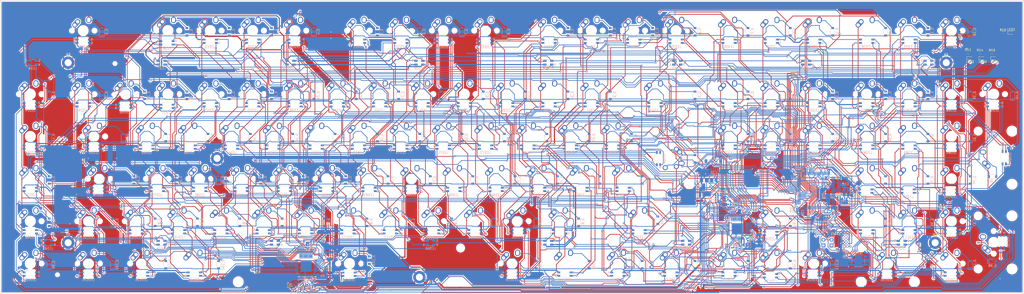
<source format=kicad_pcb>
(kicad_pcb (version 20171130) (host pcbnew "(5.1.9)-1")
  (layers (0 F.Cu signal) (31 B.Cu signal) (34 B.Paste user) (35 F.Paste user) (36 B.SilkS user) (37 F.SilkS user) (38 B.Mask user) (39 F.Mask user) (44 Edge.Cuts user))
  (net 0 "")
  (net 1 GND)
  (net 2 col0)
  (net 3 col1)
  (net 4 col2)
  (net 5 col3)
  (net 6 col4)
  (net 7 col5)
  (net 8 col6)
  (net 9 col7)
  (net 10 col8)
  (net 11 col9)
  (net 12 col10)
  (net 13 col11)
  (net 14 col12)
  (net 15 col13)
  (net 16 col14)
  (net 17 col15)
  (net 18 col16)
  (net 19 col17)
  (net 20 col18)
  (net 21 col19)
  (net 22 col20)
  (net 23 col21)
  (net 24 col22)
  (net 25 row0)
  (net 26 row1)
  (net 27 row2)
  (net 28 row3)
  (net 29 row4)
  (net 30 row5)
  (net 31 "Net-(D_0-Pad2)")
  (net 32 "Net-(D_1-Pad2)")
  (net 33 "Net-(D_2-Pad2)")
  (net 34 "Net-(D_3-Pad2)")
  (net 35 "Net-(D_4-Pad2)")
  (net 36 "Net-(D_5-Pad2)")
  (net 37 "Net-(D_6-Pad2)")
  (net 38 "Net-(D_7-Pad2)")
  (net 39 "Net-(D_8-Pad2)")
  (net 40 "Net-(D_9-Pad2)")
  (net 41 "Net-(D_10-Pad2)")
  (net 42 "Net-(D_11-Pad2)")
  (net 43 "Net-(D_12-Pad2)")
  (net 44 "Net-(D_13-Pad2)")
  (net 45 "Net-(D_14-Pad2)")
  (net 46 "Net-(D_15-Pad2)")
  (net 47 "Net-(D_16-Pad2)")
  (net 48 "Net-(D_17-Pad2)")
  (net 49 "Net-(D_18-Pad2)")
  (net 50 "Net-(D_19-Pad2)")
  (net 51 "Net-(D_20-Pad2)")
  (net 52 "Net-(D_21-Pad2)")
  (net 53 "Net-(D_22-Pad2)")
  (net 54 "Net-(D_23-Pad2)")
  (net 55 "Net-(D_24-Pad2)")
  (net 56 "Net-(D_25-Pad2)")
  (net 57 "Net-(D_26-Pad2)")
  (net 58 "Net-(D_27-Pad2)")
  (net 59 "Net-(D_28-Pad2)")
  (net 60 "Net-(D_29-Pad2)")
  (net 61 "Net-(D_30-Pad2)")
  (net 62 "Net-(D_31-Pad2)")
  (net 63 "Net-(D_32-Pad2)")
  (net 64 "Net-(D_33-Pad2)")
  (net 65 "Net-(D_34-Pad2)")
  (net 66 "Net-(D_35-Pad2)")
  (net 67 "Net-(D_36-Pad2)")
  (net 68 "Net-(D_37-Pad2)")
  (net 69 "Net-(D_38-Pad2)")
  (net 70 "Net-(D_39-Pad2)")
  (net 71 "Net-(D_40-Pad2)")
  (net 72 "Net-(D_41-Pad2)")
  (net 73 "Net-(D_42-Pad2)")
  (net 74 "Net-(D_43-Pad2)")
  (net 75 "Net-(D_44-Pad2)")
  (net 76 "Net-(D_45-Pad2)")
  (net 77 "Net-(D_46-Pad2)")
  (net 78 "Net-(D_47-Pad2)")
  (net 79 "Net-(D_48-Pad2)")
  (net 80 "Net-(D_49-Pad2)")
  (net 81 "Net-(D_50-Pad2)")
  (net 82 "Net-(D_51-Pad2)")
  (net 83 "Net-(D_52-Pad2)")
  (net 84 "Net-(D_53-Pad2)")
  (net 85 "Net-(D_54-Pad2)")
  (net 86 "Net-(D_55-Pad2)")
  (net 87 "Net-(D_56-Pad2)")
  (net 88 "Net-(D_57-Pad2)")
  (net 89 "Net-(D_58-Pad2)")
  (net 90 "Net-(D_59-Pad2)")
  (net 91 "Net-(D_60-Pad2)")
  (net 92 "Net-(D_61-Pad2)")
  (net 93 "Net-(D_62-Pad2)")
  (net 94 "Net-(D_63-Pad2)")
  (net 95 "Net-(D_64-Pad2)")
  (net 96 "Net-(D_65-Pad2)")
  (net 97 "Net-(D_66-Pad2)")
  (net 98 "Net-(D_67-Pad2)")
  (net 99 "Net-(D_68-Pad2)")
  (net 100 "Net-(D_69-Pad2)")
  (net 101 "Net-(D_70-Pad2)")
  (net 102 "Net-(D_71-Pad2)")
  (net 103 "Net-(D_72-Pad2)")
  (net 104 "Net-(D_73-Pad2)")
  (net 105 "Net-(D_74-Pad2)")
  (net 106 "Net-(D_75-Pad2)")
  (net 107 "Net-(D_76-Pad2)")
  (net 108 "Net-(D_77-Pad2)")
  (net 109 "Net-(D_78-Pad2)")
  (net 110 "Net-(D_79-Pad2)")
  (net 111 "Net-(D_80-Pad2)")
  (net 112 "Net-(D_81-Pad2)")
  (net 113 "Net-(D_82-Pad2)")
  (net 114 "Net-(D_83-Pad2)")
  (net 115 "Net-(D_84-Pad2)")
  (net 116 "Net-(D_85-Pad2)")
  (net 117 "Net-(D_86-Pad2)")
  (net 118 "Net-(D_87-Pad2)")
  (net 119 "Net-(D_88-Pad2)")
  (net 120 "Net-(D_89-Pad2)")
  (net 121 "Net-(D_90-Pad2)")
  (net 122 "Net-(D_91-Pad2)")
  (net 123 "Net-(D_92-Pad2)")
  (net 124 "Net-(D_93-Pad2)")
  (net 125 "Net-(D_94-Pad2)")
  (net 126 "Net-(D_95-Pad2)")
  (net 127 "Net-(D_96-Pad2)")
  (net 128 "Net-(D_97-Pad2)")
  (net 129 "Net-(D_98-Pad2)")
  (net 130 "Net-(D_99-Pad2)")
  (net 131 "Net-(D_100-Pad2)")
  (net 132 "Net-(D_101-Pad2)")
  (net 133 "Net-(D_102-Pad2)")
  (net 134 "Net-(D_103-Pad2)")
  (net 135 "Net-(D_104-Pad2)")
  (net 136 "Net-(D_105-Pad2)")
  (net 137 "Net-(D_106-Pad2)")
  (net 138 "Net-(D_107-Pad2)")
  (net 139 "Net-(D_108-Pad2)")
  (net 140 "Net-(D_109-Pad2)")
  (net 141 "Net-(D_110-Pad2)")
  (net 142 "Net-(D_111-Pad2)")
  (net 143 "Net-(D_112-Pad2)")
  (net 144 +3V3)
  (net 145 +5V)
  (net 146 VBUS)
  (net 147 USB_DP)
  (net 148 USB_DM)
  (net 149 chgsense)
  (net 150 /mcu/PB0)
  (net 151 "Net-(LED1-Pad1)")
  (net 152 "Net-(LED2-Pad1)")
  (net 153 "Net-(LED3-Pad1)")
  (net 154 "Net-(LED4-Pad1)")
  (net 155 /ledmatrix/LD1_SW3)
  (net 156 /ledmatrix/LD1_CS1)
  (net 157 /ledmatrix/LD1_SW2)
  (net 158 /ledmatrix/LD1_SW1)
  (net 159 /ledmatrix/LD1_SW6)
  (net 160 /ledmatrix/LD1_SW5)
  (net 161 /ledmatrix/LD1_SW4)
  (net 162 /ledmatrix/LD1_SW8)
  (net 163 /ledmatrix/LD1_SW7)
  (net 164 /ledmatrix/LD1_SW9)
  (net 165 /ledmatrix/LD1_SW11)
  (net 166 /ledmatrix/LD1_SW10)
  (net 167 /ledmatrix/LD1_SW12)
  (net 168 /ledmatrix/LD2_CS1)
  (net 169 /ledmatrix/LD2_SW3)
  (net 170 /ledmatrix/LD2_SW1)
  (net 171 /ledmatrix/LD2_SW2)
  (net 172 /ledmatrix/LD2_SW6)
  (net 173 /ledmatrix/LD2_SW5)
  (net 174 /ledmatrix/LD2_SW4)
  (net 175 /ledmatrix/LD2_SW9)
  (net 176 /ledmatrix/LD2_SW8)
  (net 177 /ledmatrix/LD2_SW7)
  (net 178 /ledmatrix/LD2_SW10)
  (net 179 /ledmatrix/LD2_SW11)
  (net 180 /ledmatrix/LD2_SW12)
  (net 181 /ledmatrix/LD1_CS2)
  (net 182 /ledmatrix/LD2_CS2)
  (net 183 /ledmatrix/LD1_CS3)
  (net 184 /ledmatrix/LD2_CS3)
  (net 185 /ledmatrix/LD1_CS4)
  (net 186 /ledmatrix/LD2_CS4)
  (net 187 /ledmatrix/LD1_CS5)
  (net 188 /ledmatrix/LD2_CS5)
  (net 189 /ledmatrix/LD1_CS6)
  (net 190 /ledmatrix/LD2_CS6)
  (net 191 /ledmatrix/LD1_CS7)
  (net 192 /ledmatrix/LD2_CS7)
  (net 193 /ledmatrix/LD1_CS8)
  (net 194 /ledmatrix/LD2_CS8)
  (net 195 /ledmatrix/LD1_CS9)
  (net 196 /ledmatrix/LD2_CS9)
  (net 197 /ledmatrix/LD1_CS10)
  (net 198 /ledmatrix/LD2_CS10)
  (net 199 /ledmatrix/LD1_CS11)
  (net 200 /ledmatrix/LD2_CS11)
  (net 201 /ledmatrix/LD1_CS12)
  (net 202 /ledmatrix/LD2_CS12)
  (net 203 /ledmatrix/LD1_CS13)
  (net 204 /ledmatrix/LD2_CS13)
  (net 205 /ledmatrix/LD1_CS14)
  (net 206 /ledmatrix/LD2_CS14)
  (net 207 /ledmatrix/LD1_CS15)
  (net 208 /ledmatrix/LD2_CS15)
  (net 209 /ledmatrix/LD1_CS16)
  (net 210 /ledmatrix/LD2_CS16)
  (net 211 "Net-(R3-Pad1)")
  (net 212 "Net-(R4-Pad1)")
  (net 213 /mcu/SYNC)
  (net 214 "Net-(U1-Pad36)")
  (net 215 "Net-(U1-Pad1)")
  (net 216 "Net-(U2-Pad1)")
  (net 217 "Net-(U2-Pad36)")
  (net 218 "Net-(U2-Pad45)")
  (net 219 /mcu/PA7)
  (net 220 /mcu/PA5)
  (net 221 /mcu/PA6)
  (net 222 /mcu/PC1)
  (net 223 /mcu/PA2)
  (net 224 /mcu/PA1)
  (net 225 /mcu/PC2)
  (net 226 /mcu/PC3)
  (net 227 /mcu/PC4)
  (net 228 /mcu/PC5)
  (net 229 /mcu/PC0)
  (net 230 /mcu/PB1)
  (net 231 "Net-(U5-Pad4)")
  (net 232 HSE_IN)
  (net 233 NRST)
  (net 234 "Net-(C26-Pad1)")
  (net 235 "Net-(C36-Pad1)")
  (net 236 "Net-(C37-Pad1)")
  (net 237 PB12)
  (net 238 PA8)
  (net 239 PA9)
  (net 240 PA10)
  (net 241 INTB)
  (net 242 SDB)
  (net 243 I2C1_SCL)
  (net 244 I2C2_SCL)
  (net 245 I2C1_SDA)
  (net 246 I2C2_SDA)
  (net 247 IICRST)
  (net 248 /mcu/PE2)
  (net 249 /mcu/PE3)
  (net 250 /mcu/PE4)
  (net 251 /mcu/PE5)
  (net 252 /mcu/PE6)
  (net 253 HSE_OUT)
  (net 254 "Net-(U3-Pad21)")
  (net 255 "Net-(U3-Pad22)")
  (net 256 /mcu/PA0)
  (net 257 /mcu/PA3)
  (net 258 /mcu/PA4)
  (net 259 BOOT1)
  (net 260 /mcu/PE7)
  (net 261 /mcu/PE8)
  (net 262 /mcu/PE9)
  (net 263 /mcu/PE10)
  (net 264 /mcu/PE11)
  (net 265 /mcu/PE12)
  (net 266 /mcu/PE13)
  (net 267 /mcu/PE14)
  (net 268 /mcu/PE15)
  (net 269 SWDIO)
  (net 270 SWCLK)
  (net 271 /mcu/PA15)
  (net 272 /mcu/PD7)
  (net 273 SWO)
  (net 274 BOOT0)
  (net 275 /mcu/PB8)
  (net 276 /mcu/PE0)
  (net 277 /mcu/PE1)
  (net 278 "Net-(J2-Pad8)")
  (net 279 "Net-(J2-Pad7)")
  (module Capacitor_Tantalum_SMD:CP_EIA-3528-21_Kemet-B (layer B.Cu) (at 358.6988 121.9708 270)
    (fp_text reference C14 (at 0 2.35 90) (layer B.SilkS) (effects (justify mirror)))
    (fp_text value 22uF)
    (pad 2 smd roundrect (at 1.5375 0 270) (size 1.325 2.35) (layers B.Cu B.Paste B.Mask) (roundrect_rratio 0.188679) (net 1 GND))
    (pad 1 smd roundrect (at -1.5375 0 270) (size 1.325 2.35) (layers B.Cu B.Paste B.Mask) (roundrect_rratio 0.188679) (net 145 +5V))
  )
  (module Capacitor_Tantalum_SMD:CP_EIA-3528-21_Kemet-B (layer B.Cu) (at 165.75 129.8 90)
    (fp_text reference C11 (at 0 2.35 90) (layer B.SilkS) (effects (justify mirror)))
    (fp_text value 22uF)
    (pad 2 smd roundrect (at 1.5375 0 90) (size 1.325 2.35) (layers B.Cu B.Paste B.Mask) (roundrect_rratio 0.188679) (net 1 GND))
    (pad 1 smd roundrect (at -1.5375 0 90) (size 1.325 2.35) (layers B.Cu B.Paste B.Mask) (roundrect_rratio 0.188679) (net 145 +5V))
  )
  (module FullsizeKBD:LED_RGB_3.2x2.8_REVMOUNT (layer B.Cu) (at 363.9813 119.8)
    (fp_text reference LED18 (at 0 2.6) (layer B.SilkS) (effects (justify mirror)))
    (fp_text value RGBLED hide)
    (fp_text user A (at -3.937 -0.762) (layer B.SilkS) (effects (justify mirror)))
    (fp_text user R (at 3.937 -0.762) (layer B.SilkS) (effects (justify mirror)))
    (fp_text user B (at -3.937 0.762) (layer B.SilkS) (effects (justify mirror)))
    (fp_text user G (at 3.937 0.762) (layer B.SilkS) (effects (justify mirror)))
    (pad 4 smd rect (at -2.7813 0.75) (size 1.2446 0.8) (layers B.Cu B.Paste B.Mask) (net 172 /ledmatrix/LD2_SW6))
    (pad 1 smd rect (at -2.7813 -0.75) (size 1.2446 0.8) (layers B.Cu B.Paste B.Mask) (net 182 /ledmatrix/LD2_CS2))
    (pad 2 smd rect (at 2.7813 -0.75) (size 1.2446 0.8) (layers B.Cu B.Paste B.Mask) (net 173 /ledmatrix/LD2_SW5))
    (pad 3 smd rect (at 2.7813 0.75) (size 1.2446 0.8) (layers B.Cu B.Paste B.Mask) (net 174 /ledmatrix/LD2_SW4))
  )
  (module MX_Alps_Hybrid:MX-1U-NoLED (layer F.Cu) (at 364.33125 114.3)
    (fp_text reference K_94)
    (fp_text value KEYSW)
    (pad 1 thru_hole circle (at -2.5 -4) (size 2.25 2.25) (drill 1.47) (layers *.Cu B.Mask) (net 19 col17))
    (pad 1 thru_hole oval (at -3.81 -2.54 48.0996) (size 4.211556 2.25) (drill 1.47 (offset 0.980778 0)) (layers *.Cu B.Mask) (net 19 col17))
    (pad 2 thru_hole oval (at 2.5 -4.5 86.0548) (size 2.831378 2.25) (drill 1.47 (offset 0.290689 0)) (layers *.Cu B.Mask) (net 125 "Net-(D_94-Pad2)"))
    (pad 2 thru_hole circle (at 2.54 -5.08) (size 2.25 2.25) (drill 1.47) (layers *.Cu B.Mask) (net 125 "Net-(D_94-Pad2)"))
    (pad "" np_thru_hole circle (at 0 0) (size 3.9878 3.9878) (drill 3.9878) (layers *.Cu *.Mask))
    (pad "" np_thru_hole circle (at -5.08 0 48.0996) (size 1.75 1.75) (drill 1.75) (layers *.Cu *.Mask))
    (pad "" np_thru_hole circle (at 5.08 0 48.0996) (size 1.75 1.75) (drill 1.75) (layers *.Cu *.Mask))
  )
  (module FullsizeKBD:MX-ISO-NoLED (layer F.Cu) (at 319.0875 85.725)
    (fp_text reference K_55)
    (fp_text value KEYSW)
    (pad "" np_thru_hole circle (at 8.255 -11.938) (size 3.9878 3.9878) (drill 3.9878) (layers *.Cu *.Mask))
    (pad "" np_thru_hole circle (at 8.255 11.938) (size 3.9878 3.9878) (drill 3.9878) (layers *.Cu *.Mask))
    (pad "" np_thru_hole circle (at -6.985 -11.938) (size 3.048 3.048) (drill 3.048) (layers *.Cu *.Mask))
    (pad "" np_thru_hole circle (at -6.985 11.938) (size 3.048 3.048) (drill 3.048) (layers *.Cu *.Mask))
    (pad 2 thru_hole circle (at -2.5 4.5) (size 2.25 2.25) (drill 1.47) (layers *.Cu B.Mask) (net 86 "Net-(D_55-Pad2)"))
    (pad 1 thru_hole circle (at 2.5 4) (size 2.25 2.25) (drill 1.47) (layers *.Cu B.Mask) (net 17 col15))
    (pad "" np_thru_hole circle (at 0 5.08 48.0996) (size 1.7018 1.7018) (drill 1.7018) (layers *.Cu *.Mask))
    (pad "" np_thru_hole circle (at 0 -5.08 48.0996) (size 1.7018 1.7018) (drill 1.7018) (layers *.Cu *.Mask))
    (pad 2 thru_hole circle (at 4 -2.5) (size 2.25 2.25) (drill 1.47) (layers *.Cu B.Mask) (net 86 "Net-(D_55-Pad2)"))
    (pad "" np_thru_hole circle (at 0 0) (size 3.9878 3.9878) (drill 3.9878) (layers *.Cu *.Mask))
    (pad 2 thru_hole oval (at 2.54 -3.81 318.1) (size 4.211556 2.25) (drill 1.47 (offset 0.980778 0)) (layers *.Cu B.Mask) (net 86 "Net-(D_55-Pad2)"))
    (pad 1 thru_hole circle (at 5.08 2.54) (size 2.25 2.25) (drill 1.47) (layers *.Cu B.Mask) (net 17 col15))
    (pad 1 thru_hole oval (at 4.5 2.5 356.055) (size 2.831378 2.25) (drill 1.47 (offset 0.290689 0)) (layers *.Cu B.Mask) (net 17 col15))
  )
  (module MX_Alps_Hybrid:MX-1U-NoLED (layer F.Cu) (at 254.79375 76.2)
    (fp_text reference K_52)
    (fp_text value KEYSW)
    (pad 1 thru_hole circle (at -2.5 -4) (size 2.25 2.25) (drill 1.47) (layers *.Cu B.Mask) (net 14 col12))
    (pad 1 thru_hole oval (at -3.81 -2.54 48.0996) (size 4.211556 2.25) (drill 1.47 (offset 0.980778 0)) (layers *.Cu B.Mask) (net 14 col12))
    (pad 2 thru_hole oval (at 2.5 -4.5 86.0548) (size 2.831378 2.25) (drill 1.47 (offset 0.290689 0)) (layers *.Cu B.Mask) (net 83 "Net-(D_52-Pad2)"))
    (pad 2 thru_hole circle (at 2.54 -5.08) (size 2.25 2.25) (drill 1.47) (layers *.Cu B.Mask) (net 83 "Net-(D_52-Pad2)"))
    (pad "" np_thru_hole circle (at 0 0) (size 3.9878 3.9878) (drill 3.9878) (layers *.Cu *.Mask))
    (pad "" np_thru_hole circle (at -5.08 0 48.0996) (size 1.75 1.75) (drill 1.75) (layers *.Cu *.Mask))
    (pad "" np_thru_hole circle (at 5.08 0 48.0996) (size 1.75 1.75) (drill 1.75) (layers *.Cu *.Mask))
  )
  (module Package_QFP:LQFP-100_14x14mm_P0.5mm (layer B.Cu) (at 384.5 100.5 180)
    (fp_text reference U3 (at 0 9.42) (layer B.SilkS) (effects (justify mirror)))
    (fp_text value STM32F411VETx)
    (pad 1 smd roundrect (at -7.675 6 180) (size 1.6 0.3) (layers B.Cu B.Paste B.Mask) (net 248 /mcu/PE2))
    (pad 2 smd roundrect (at -7.675 5.5 180) (size 1.6 0.3) (layers B.Cu B.Paste B.Mask) (net 249 /mcu/PE3))
    (pad 3 smd roundrect (at -7.675 5 180) (size 1.6 0.3) (layers B.Cu B.Paste B.Mask) (net 250 /mcu/PE4))
    (pad 4 smd roundrect (at -7.675 4.5 180) (size 1.6 0.3) (layers B.Cu B.Paste B.Mask) (net 251 /mcu/PE5))
    (pad 5 smd roundrect (at -7.675 4 180) (size 1.6 0.3) (layers B.Cu B.Paste B.Mask) (net 252 /mcu/PE6))
    (pad 6 smd roundrect (at -7.675 3.5 180) (size 1.6 0.3) (layers B.Cu B.Paste B.Mask) (net 144 +3V3))
    (pad 7 smd roundrect (at -7.675 3 180) (size 1.6 0.3) (layers B.Cu B.Paste B.Mask) (net 20 col18))
    (pad 8 smd roundrect (at -7.675 2.5 180) (size 1.6 0.3) (layers B.Cu B.Paste B.Mask) (net 21 col19))
    (pad 9 smd roundrect (at -7.675 2 180) (size 1.6 0.3) (layers B.Cu B.Paste B.Mask) (net 22 col20))
    (pad 10 smd roundrect (at -7.675 1.5 180) (size 1.6 0.3) (layers B.Cu B.Paste B.Mask) (net 1 GND))
    (pad 11 smd roundrect (at -7.675 1 180) (size 1.6 0.3) (layers B.Cu B.Paste B.Mask) (net 144 +3V3))
    (pad 12 smd roundrect (at -7.675 0.5 180) (size 1.6 0.3) (layers B.Cu B.Paste B.Mask) (net 232 HSE_IN))
    (pad 13 smd roundrect (at -7.675 0 180) (size 1.6 0.3) (layers B.Cu B.Paste B.Mask) (net 253 HSE_OUT))
    (pad 14 smd roundrect (at -7.675 -0.5 180) (size 1.6 0.3) (layers B.Cu B.Paste B.Mask) (net 233 NRST))
    (pad 15 smd roundrect (at -7.675 -1 180) (size 1.6 0.3) (layers B.Cu B.Paste B.Mask) (net 229 /mcu/PC0))
    (pad 16 smd roundrect (at -7.675 -1.5 180) (size 1.6 0.3) (layers B.Cu B.Paste B.Mask) (net 222 /mcu/PC1))
    (pad 17 smd roundrect (at -7.675 -2 180) (size 1.6 0.3) (layers B.Cu B.Paste B.Mask) (net 225 /mcu/PC2))
    (pad 18 smd roundrect (at -7.675 -2.5 180) (size 1.6 0.3) (layers B.Cu B.Paste B.Mask) (net 226 /mcu/PC3))
    (pad 19 smd roundrect (at -7.675 -3 180) (size 1.6 0.3) (layers B.Cu B.Paste B.Mask) (net 144 +3V3))
    (pad 20 smd roundrect (at -7.675 -3.5 180) (size 1.6 0.3) (layers B.Cu B.Paste B.Mask) (net 1 GND))
    (pad 21 smd roundrect (at -7.675 -4 180) (size 1.6 0.3) (layers B.Cu B.Paste B.Mask) (net 254 "Net-(U3-Pad21)"))
    (pad 22 smd roundrect (at -7.675 -4.5 180) (size 1.6 0.3) (layers B.Cu B.Paste B.Mask) (net 255 "Net-(U3-Pad22)"))
    (pad 23 smd roundrect (at -7.675 -5 180) (size 1.6 0.3) (layers B.Cu B.Paste B.Mask) (net 256 /mcu/PA0))
    (pad 24 smd roundrect (at -7.675 -5.5 180) (size 1.6 0.3) (layers B.Cu B.Paste B.Mask) (net 224 /mcu/PA1))
    (pad 25 smd roundrect (at -7.675 -6 180) (size 1.6 0.3) (layers B.Cu B.Paste B.Mask) (net 223 /mcu/PA2))
    (pad 26 smd roundrect (at -6 -7.675 180) (size 0.3 1.6) (layers B.Cu B.Paste B.Mask) (net 257 /mcu/PA3))
    (pad 27 smd roundrect (at -5.5 -7.675 180) (size 0.3 1.6) (layers B.Cu B.Paste B.Mask) (net 1 GND))
    (pad 28 smd roundrect (at -5 -7.675 180) (size 0.3 1.6) (layers B.Cu B.Paste B.Mask) (net 144 +3V3))
    (pad 29 smd roundrect (at -4.5 -7.675 180) (size 0.3 1.6) (layers B.Cu B.Paste B.Mask) (net 258 /mcu/PA4))
    (pad 30 smd roundrect (at -4 -7.675 180) (size 0.3 1.6) (layers B.Cu B.Paste B.Mask) (net 220 /mcu/PA5))
    (pad 31 smd roundrect (at -3.5 -7.675 180) (size 0.3 1.6) (layers B.Cu B.Paste B.Mask) (net 221 /mcu/PA6))
    (pad 32 smd roundrect (at -3 -7.675 180) (size 0.3 1.6) (layers B.Cu B.Paste B.Mask) (net 219 /mcu/PA7))
    (pad 33 smd roundrect (at -2.5 -7.675 180) (size 0.3 1.6) (layers B.Cu B.Paste B.Mask) (net 227 /mcu/PC4))
    (pad 34 smd roundrect (at -2 -7.675 180) (size 0.3 1.6) (layers B.Cu B.Paste B.Mask) (net 228 /mcu/PC5))
    (pad 35 smd roundrect (at -1.5 -7.675 180) (size 0.3 1.6) (layers B.Cu B.Paste B.Mask) (net 150 /mcu/PB0))
    (pad 36 smd roundrect (at -1 -7.675 180) (size 0.3 1.6) (layers B.Cu B.Paste B.Mask) (net 230 /mcu/PB1))
    (pad 37 smd roundrect (at -0.5 -7.675 180) (size 0.3 1.6) (layers B.Cu B.Paste B.Mask) (net 259 BOOT1))
    (pad 38 smd roundrect (at 0 -7.675 180) (size 0.3 1.6) (layers B.Cu B.Paste B.Mask) (net 260 /mcu/PE7))
    (pad 39 smd roundrect (at 0.5 -7.675 180) (size 0.3 1.6) (layers B.Cu B.Paste B.Mask) (net 261 /mcu/PE8))
    (pad 40 smd roundrect (at 1 -7.675 180) (size 0.3 1.6) (layers B.Cu B.Paste B.Mask) (net 262 /mcu/PE9))
    (pad 41 smd roundrect (at 1.5 -7.675 180) (size 0.3 1.6) (layers B.Cu B.Paste B.Mask) (net 263 /mcu/PE10))
    (pad 42 smd roundrect (at 2 -7.675 180) (size 0.3 1.6) (layers B.Cu B.Paste B.Mask) (net 264 /mcu/PE11))
    (pad 43 smd roundrect (at 2.5 -7.675 180) (size 0.3 1.6) (layers B.Cu B.Paste B.Mask) (net 265 /mcu/PE12))
    (pad 44 smd roundrect (at 3 -7.675 180) (size 0.3 1.6) (layers B.Cu B.Paste B.Mask) (net 266 /mcu/PE13))
    (pad 45 smd roundrect (at 3.5 -7.675 180) (size 0.3 1.6) (layers B.Cu B.Paste B.Mask) (net 267 /mcu/PE14))
    (pad 46 smd roundrect (at 4 -7.675 180) (size 0.3 1.6) (layers B.Cu B.Paste B.Mask) (net 268 /mcu/PE15))
    (pad 47 smd roundrect (at 4.5 -7.675 180) (size 0.3 1.6) (layers B.Cu B.Paste B.Mask) (net 244 I2C2_SCL))
    (pad 48 smd roundrect (at 5 -7.675 180) (size 0.3 1.6) (layers B.Cu B.Paste B.Mask) (net 235 "Net-(C36-Pad1)"))
    (pad 49 smd roundrect (at 5.5 -7.675 180) (size 0.3 1.6) (layers B.Cu B.Paste B.Mask) (net 1 GND))
    (pad 50 smd roundrect (at 6 -7.675 180) (size 0.3 1.6) (layers B.Cu B.Paste B.Mask) (net 144 +3V3))
    (pad 51 smd roundrect (at 7.675 -6 180) (size 1.6 0.3) (layers B.Cu B.Paste B.Mask) (net 237 PB12))
    (pad 52 smd roundrect (at 7.675 -5.5 180) (size 1.6 0.3) (layers B.Cu B.Paste B.Mask) (net 2 col0))
    (pad 53 smd roundrect (at 7.675 -5 180) (size 1.6 0.3) (layers B.Cu B.Paste B.Mask) (net 3 col1))
    (pad 54 smd roundrect (at 7.675 -4.5 180) (size 1.6 0.3) (layers B.Cu B.Paste B.Mask) (net 4 col2))
    (pad 55 smd roundrect (at 7.675 -4 180) (size 1.6 0.3) (layers B.Cu B.Paste B.Mask) (net 5 col3))
    (pad 56 smd roundrect (at 7.675 -3.5 180) (size 1.6 0.3) (layers B.Cu B.Paste B.Mask) (net 6 col4))
    (pad 57 smd roundrect (at 7.675 -3 180) (size 1.6 0.3) (layers B.Cu B.Paste B.Mask) (net 7 col5))
    (pad 58 smd roundrect (at 7.675 -2.5 180) (size 1.6 0.3) (layers B.Cu B.Paste B.Mask) (net 8 col6))
    (pad 59 smd roundrect (at 7.675 -2 180) (size 1.6 0.3) (layers B.Cu B.Paste B.Mask) (net 9 col7))
    (pad 60 smd roundrect (at 7.675 -1.5 180) (size 1.6 0.3) (layers B.Cu B.Paste B.Mask) (net 10 col8))
    (pad 61 smd roundrect (at 7.675 -1 180) (size 1.6 0.3) (layers B.Cu B.Paste B.Mask) (net 11 col9))
    (pad 62 smd roundrect (at 7.675 -0.5 180) (size 1.6 0.3) (layers B.Cu B.Paste B.Mask) (net 12 col10))
    (pad 63 smd roundrect (at 7.675 0 180) (size 1.6 0.3) (layers B.Cu B.Paste B.Mask) (net 13 col11))
    (pad 64 smd roundrect (at 7.675 0.5 180) (size 1.6 0.3) (layers B.Cu B.Paste B.Mask) (net 14 col12))
    (pad 65 smd roundrect (at 7.675 1 180) (size 1.6 0.3) (layers B.Cu B.Paste B.Mask) (net 15 col13))
    (pad 66 smd roundrect (at 7.675 1.5 180) (size 1.6 0.3) (layers B.Cu B.Paste B.Mask) (net 16 col14))
    (pad 67 smd roundrect (at 7.675 2 180) (size 1.6 0.3) (layers B.Cu B.Paste B.Mask) (net 238 PA8))
    (pad 68 smd roundrect (at 7.675 2.5 180) (size 1.6 0.3) (layers B.Cu B.Paste B.Mask) (net 239 PA9))
    (pad 69 smd roundrect (at 7.675 3 180) (size 1.6 0.3) (layers B.Cu B.Paste B.Mask) (net 240 PA10))
    (pad 70 smd roundrect (at 7.675 3.5 180) (size 1.6 0.3) (layers B.Cu B.Paste B.Mask) (net 148 USB_DM))
    (pad 71 smd roundrect (at 7.675 4 180) (size 1.6 0.3) (layers B.Cu B.Paste B.Mask) (net 147 USB_DP))
    (pad 72 smd roundrect (at 7.675 4.5 180) (size 1.6 0.3) (layers B.Cu B.Paste B.Mask) (net 269 SWDIO))
    (pad 73 smd roundrect (at 7.675 5 180) (size 1.6 0.3) (layers B.Cu B.Paste B.Mask) (net 236 "Net-(C37-Pad1)"))
    (pad 74 smd roundrect (at 7.675 5.5 180) (size 1.6 0.3) (layers B.Cu B.Paste B.Mask) (net 1 GND))
    (pad 75 smd roundrect (at 7.675 6 180) (size 1.6 0.3) (layers B.Cu B.Paste B.Mask) (net 144 +3V3))
    (pad 76 smd roundrect (at 6 7.675 180) (size 0.3 1.6) (layers B.Cu B.Paste B.Mask) (net 270 SWCLK))
    (pad 77 smd roundrect (at 5.5 7.675 180) (size 0.3 1.6) (layers B.Cu B.Paste B.Mask) (net 271 /mcu/PA15))
    (pad 78 smd roundrect (at 5 7.675 180) (size 0.3 1.6) (layers B.Cu B.Paste B.Mask) (net 17 col15))
    (pad 79 smd roundrect (at 4.5 7.675 180) (size 0.3 1.6) (layers B.Cu B.Paste B.Mask) (net 18 col16))
    (pad 80 smd roundrect (at 4 7.675 180) (size 0.3 1.6) (layers B.Cu B.Paste B.Mask) (net 19 col17))
    (pad 81 smd roundrect (at 3.5 7.675 180) (size 0.3 1.6) (layers B.Cu B.Paste B.Mask) (net 242 SDB))
    (pad 82 smd roundrect (at 3 7.675 180) (size 0.3 1.6) (layers B.Cu B.Paste B.Mask) (net 25 row0))
    (pad 83 smd roundrect (at 2.5 7.675 180) (size 0.3 1.6) (layers B.Cu B.Paste B.Mask) (net 26 row1))
    (pad 84 smd roundrect (at 2 7.675 180) (size 0.3 1.6) (layers B.Cu B.Paste B.Mask) (net 27 row2))
    (pad 85 smd roundrect (at 1.5 7.675 180) (size 0.3 1.6) (layers B.Cu B.Paste B.Mask) (net 28 row3))
    (pad 86 smd roundrect (at 1 7.675 180) (size 0.3 1.6) (layers B.Cu B.Paste B.Mask) (net 29 row4))
    (pad 87 smd roundrect (at 0.5 7.675 180) (size 0.3 1.6) (layers B.Cu B.Paste B.Mask) (net 30 row5))
    (pad 88 smd roundrect (at 0 7.675 180) (size 0.3 1.6) (layers B.Cu B.Paste B.Mask) (net 272 /mcu/PD7))
    (pad 89 smd roundrect (at -0.5 7.675 180) (size 0.3 1.6) (layers B.Cu B.Paste B.Mask) (net 273 SWO))
    (pad 90 smd roundrect (at -1 7.675 180) (size 0.3 1.6) (layers B.Cu B.Paste B.Mask) (net 23 col21))
    (pad 91 smd roundrect (at -1.5 7.675 180) (size 0.3 1.6) (layers B.Cu B.Paste B.Mask) (net 24 col22))
    (pad 92 smd roundrect (at -2 7.675 180) (size 0.3 1.6) (layers B.Cu B.Paste B.Mask) (net 243 I2C1_SCL))
    (pad 93 smd roundrect (at -2.5 7.675 180) (size 0.3 1.6) (layers B.Cu B.Paste B.Mask) (net 245 I2C1_SDA))
    (pad 94 smd roundrect (at -3 7.675 180) (size 0.3 1.6) (layers B.Cu B.Paste B.Mask) (net 274 BOOT0))
    (pad 95 smd roundrect (at -3.5 7.675 180) (size 0.3 1.6) (layers B.Cu B.Paste B.Mask) (net 275 /mcu/PB8))
    (pad 96 smd roundrect (at -4 7.675 180) (size 0.3 1.6) (layers B.Cu B.Paste B.Mask) (net 246 I2C2_SDA))
    (pad 97 smd roundrect (at -4.5 7.675 180) (size 0.3 1.6) (layers B.Cu B.Paste B.Mask) (net 276 /mcu/PE0))
    (pad 98 smd roundrect (at -5 7.675 180) (size 0.3 1.6) (layers B.Cu B.Paste B.Mask) (net 277 /mcu/PE1))
    (pad 99 smd roundrect (at -5.5 7.675 180) (size 0.3 1.6) (layers B.Cu B.Paste B.Mask) (net 1 GND))
    (pad 100 smd roundrect (at -6 7.675 180) (size 0.3 1.6) (layers B.Cu B.Paste B.Mask) (net 144 +3V3))
  )
  (module FullsizeKBD:LED_RGB_3528 (layer B.Cu) (at 264 43)
    (fp_text reference LED46 (at 0 2.6) (layer B.SilkS) (effects (justify mirror)))
    (fp_text value RGBLED hide)
    (fp_text user A (at -3 1) (layer B.SilkS) (effects (justify mirror)))
    (fp_text user R (at 3 1) (layer B.SilkS) (effects (justify mirror)))
    (fp_text user B (at -3 -1) (layer B.SilkS) (effects (justify mirror)))
    (fp_text user G (at 3 -1) (layer B.SilkS) (effects (justify mirror)))
    (pad 1 smd rect (at -1.55 0.85) (size 1.5 0.9) (layers B.Cu B.Paste B.Mask) (net 189 /ledmatrix/LD1_CS6))
    (pad 4 smd rect (at -1.55 -0.85) (size 1.5 0.9) (layers B.Cu B.Paste B.Mask) (net 159 /ledmatrix/LD1_SW6))
    (pad 3 smd rect (at 1.55 -0.85) (size 1.5 0.9) (layers B.Cu B.Paste B.Mask) (net 161 /ledmatrix/LD1_SW4))
    (pad 2 smd rect (at 1.55 0.85) (size 1.5 0.9) (layers B.Cu B.Paste B.Mask) (net 160 /ledmatrix/LD1_SW5))
  )
  (module MountingHole:MountingHole_3.2mm_M3_DIN965_Pad (layer F.Cu) (at 206 139.5)
    (fp_text reference H6 (at 0 -3.8) (layer F.SilkS))
    (fp_text value MountingHole_Pad)
    (pad 1 thru_hole circle (at 0 0) (size 5.6 5.6) (drill 3.2) (layers *.Cu *.Mask) (net 1 GND))
  )
  (module MountingHole:MountingHole_3.2mm_M3_DIN965_Pad (layer F.Cu) (at 48 124)
    (fp_text reference H5 (at 0 -3.8) (layer F.SilkS))
    (fp_text value MountingHole_Pad)
    (pad 1 thru_hole circle (at 0 0) (size 5.6 5.6) (drill 3.2) (layers *.Cu *.Mask) (net 1 GND))
  )
  (module MountingHole:MountingHole_3.2mm_M3_DIN965_Pad (layer F.Cu) (at 115 86)
    (fp_text reference H4 (at 0 -3.8) (layer F.SilkS))
    (fp_text value MountingHole_Pad)
    (pad 1 thru_hole circle (at 0 0) (size 5.6 5.6) (drill 3.2) (layers *.Cu *.Mask) (net 1 GND))
  )
  (module MountingHole:MountingHole_3.2mm_M3_DIN965_Pad (layer F.Cu) (at 48 43)
    (fp_text reference H3 (at 0 -3.8) (layer F.SilkS))
    (fp_text value MountingHole_Pad)
    (pad 1 thru_hole circle (at 0 0) (size 5.6 5.6) (drill 3.2) (layers *.Cu *.Mask) (net 1 GND))
  )
  (module MountingHole:MountingHole_3.2mm_M3_DIN965_Pad (layer F.Cu) (at 438 124)
    (fp_text reference H2 (at 0 -3.8) (layer F.SilkS))
    (fp_text value MountingHole_Pad)
    (pad 1 thru_hole circle (at 0 0) (size 5.6 5.6) (drill 3.2) (layers *.Cu *.Mask) (net 1 GND))
  )
  (module MountingHole:MountingHole_3.2mm_M3_DIN965_Pad (layer F.Cu) (at 443 43)
    (fp_text reference H1 (at 0 -3.8) (layer F.SilkS))
    (fp_text value MountingHole_Pad)
    (pad 1 thru_hole circle (at 0 0) (size 5.6 5.6) (drill 3.2) (layers *.Cu *.Mask) (net 1 GND))
  )
  (module Capacitor_SMD:C_0402_1005Metric (layer B.Cu) (at 390 90.48 90)
    (fp_text reference C44 (at 2.28 0 90) (layer B.SilkS) (effects (justify mirror)))
    (fp_text value 0.1uF)
    (pad 2 smd roundrect (at 0.48 0 90) (size 0.56 0.62) (layers B.Cu B.Paste B.Mask) (net 1 GND))
    (pad 1 smd roundrect (at -0.48 0 90) (size 0.56 0.62) (layers B.Cu B.Paste B.Mask) (net 144 +3V3))
  )
  (module Resistor_SMD:R_0402_1005Metric (layer B.Cu) (at 148.2 143.09 270)
    (fp_text reference R16 (at 0 1.17 90) (layer B.SilkS) (effects (justify mirror)))
    (fp_text value 100k)
    (pad 2 smd roundrect (at 0.51 0 270) (size 0.54 0.64) (layers B.Cu B.Paste B.Mask) (net 1 GND))
    (pad 1 smd roundrect (at -0.51 0 270) (size 0.54 0.64) (layers B.Cu B.Paste B.Mask) (net 247 IICRST))
  )
  (module FullsizeKBD:LED_RGB_3.2x2.8_REVMOUNT (layer B.Cu) (at 468.35625 123.42495 90)
    (fp_text reference LED132 (at 0 2.6 90) (layer B.SilkS) (effects (justify mirror)))
    (fp_text value RGBLED hide)
    (fp_text user A (at -3.937 -0.762 90) (layer B.SilkS) (effects (justify mirror)))
    (fp_text user R (at 3.937 -0.762 90) (layer B.SilkS) (effects (justify mirror)))
    (fp_text user B (at -3.937 0.762 90) (layer B.SilkS) (effects (justify mirror)))
    (fp_text user G (at 3.937 0.762 90) (layer B.SilkS) (effects (justify mirror)))
    (pad 4 smd rect (at -2.7813 0.75 90) (size 1.2446 0.8) (layers B.Cu B.Paste B.Mask) (net 180 /ledmatrix/LD2_SW12))
    (pad 1 smd rect (at -2.7813 -0.75 90) (size 1.2446 0.8) (layers B.Cu B.Paste B.Mask) (net 210 /ledmatrix/LD2_CS16))
    (pad 2 smd rect (at 2.7813 -0.75 90) (size 1.2446 0.8) (layers B.Cu B.Paste B.Mask) (net 179 /ledmatrix/LD2_SW11))
    (pad 3 smd rect (at 2.7813 0.75 90) (size 1.2446 0.8) (layers B.Cu B.Paste B.Mask) (net 178 /ledmatrix/LD2_SW10))
  )
  (module FullsizeKBD:LED_RGB_3.2x2.8_REVMOUNT (layer B.Cu) (at 363.9312 138.8625)
    (fp_text reference LED124 (at 0 2.6) (layer B.SilkS) (effects (justify mirror)))
    (fp_text value RGBLED hide)
    (fp_text user A (at -3.937 -0.762) (layer B.SilkS) (effects (justify mirror)))
    (fp_text user R (at 3.937 -0.762) (layer B.SilkS) (effects (justify mirror)))
    (fp_text user B (at -3.937 0.762) (layer B.SilkS) (effects (justify mirror)))
    (fp_text user G (at 3.937 0.762) (layer B.SilkS) (effects (justify mirror)))
    (pad 4 smd rect (at -2.7813 0.75) (size 1.2446 0.8) (layers B.Cu B.Paste B.Mask) (net 180 /ledmatrix/LD2_SW12))
    (pad 1 smd rect (at -2.7813 -0.75) (size 1.2446 0.8) (layers B.Cu B.Paste B.Mask) (net 208 /ledmatrix/LD2_CS15))
    (pad 2 smd rect (at 2.7813 -0.75) (size 1.2446 0.8) (layers B.Cu B.Paste B.Mask) (net 179 /ledmatrix/LD2_SW11))
    (pad 3 smd rect (at 2.7813 0.75) (size 1.2446 0.8) (layers B.Cu B.Paste B.Mask) (net 178 /ledmatrix/LD2_SW10))
  )
  (module FullsizeKBD:LED_RGB_3.2x2.8_REVMOUNT (layer B.Cu) (at 319.0875 138.1125)
    (fp_text reference LED122 (at 0 2.6) (layer B.SilkS) (effects (justify mirror)))
    (fp_text value RGBLED hide)
    (fp_text user A (at -3.937 -0.762) (layer B.SilkS) (effects (justify mirror)))
    (fp_text user R (at 3.937 -0.762) (layer B.SilkS) (effects (justify mirror)))
    (fp_text user B (at -3.937 0.762) (layer B.SilkS) (effects (justify mirror)))
    (fp_text user G (at 3.937 0.762) (layer B.SilkS) (effects (justify mirror)))
    (pad 4 smd rect (at -2.7813 0.75) (size 1.2446 0.8) (layers B.Cu B.Paste B.Mask) (net 172 /ledmatrix/LD2_SW6))
    (pad 1 smd rect (at -2.7813 -0.75) (size 1.2446 0.8) (layers B.Cu B.Paste B.Mask) (net 208 /ledmatrix/LD2_CS15))
    (pad 2 smd rect (at 2.7813 -0.75) (size 1.2446 0.8) (layers B.Cu B.Paste B.Mask) (net 173 /ledmatrix/LD2_SW5))
    (pad 3 smd rect (at 2.7813 0.75) (size 1.2446 0.8) (layers B.Cu B.Paste B.Mask) (net 174 /ledmatrix/LD2_SW4))
  )
  (module FullsizeKBD:LED_RGB_3.2x2.8_REVMOUNT (layer B.Cu) (at 271.4625 138.1125)
    (fp_text reference LED116 (at 0 2.6) (layer B.SilkS) (effects (justify mirror)))
    (fp_text value RGBLED hide)
    (fp_text user A (at -3.937 -0.762) (layer B.SilkS) (effects (justify mirror)))
    (fp_text user R (at 3.937 -0.762) (layer B.SilkS) (effects (justify mirror)))
    (fp_text user B (at -3.937 0.762) (layer B.SilkS) (effects (justify mirror)))
    (fp_text user G (at 3.937 0.762) (layer B.SilkS) (effects (justify mirror)))
    (pad 4 smd rect (at -2.7813 0.75) (size 1.2446 0.8) (layers B.Cu B.Paste B.Mask) (net 180 /ledmatrix/LD2_SW12))
    (pad 1 smd rect (at -2.7813 -0.75) (size 1.2446 0.8) (layers B.Cu B.Paste B.Mask) (net 206 /ledmatrix/LD2_CS14))
    (pad 2 smd rect (at 2.7813 -0.75) (size 1.2446 0.8) (layers B.Cu B.Paste B.Mask) (net 179 /ledmatrix/LD2_SW11))
    (pad 3 smd rect (at 2.7813 0.75) (size 1.2446 0.8) (layers B.Cu B.Paste B.Mask) (net 178 /ledmatrix/LD2_SW10))
  )
  (module FullsizeKBD:LED_RGB_3.2x2.8_REVMOUNT (layer B.Cu) (at 406.7937 100.7625)
    (fp_text reference LED98 (at 0 2.6) (layer B.SilkS) (effects (justify mirror)))
    (fp_text value RGBLED hide)
    (fp_text user A (at -3.937 -0.762) (layer B.SilkS) (effects (justify mirror)))
    (fp_text user R (at 3.937 -0.762) (layer B.SilkS) (effects (justify mirror)))
    (fp_text user B (at -3.937 0.762) (layer B.SilkS) (effects (justify mirror)))
    (fp_text user G (at 3.937 0.762) (layer B.SilkS) (effects (justify mirror)))
    (pad 4 smd rect (at -2.7813 0.75) (size 1.2446 0.8) (layers B.Cu B.Paste B.Mask) (net 172 /ledmatrix/LD2_SW6))
    (pad 1 smd rect (at -2.7813 -0.75) (size 1.2446 0.8) (layers B.Cu B.Paste B.Mask) (net 202 /ledmatrix/LD2_CS12))
    (pad 2 smd rect (at 2.7813 -0.75) (size 1.2446 0.8) (layers B.Cu B.Paste B.Mask) (net 173 /ledmatrix/LD2_SW5))
    (pad 3 smd rect (at 2.7813 0.75) (size 1.2446 0.8) (layers B.Cu B.Paste B.Mask) (net 174 /ledmatrix/LD2_SW4))
  )
  (module MX_Alps_Hybrid:MX-1U-NoLED (layer F.Cu) (at 445.29375 133.35)
    (fp_text reference K_112)
    (fp_text value KEYSW)
    (pad "" np_thru_hole circle (at 5.08 0 48.0996) (size 1.75 1.75) (drill 1.75) (layers *.Cu *.Mask))
    (pad "" np_thru_hole circle (at -5.08 0 48.0996) (size 1.75 1.75) (drill 1.75) (layers *.Cu *.Mask))
    (pad 1 thru_hole circle (at -2.5 -4) (size 2.25 2.25) (drill 1.47) (layers *.Cu B.Mask) (net 23 col21))
    (pad "" np_thru_hole circle (at 0 0) (size 3.9878 3.9878) (drill 3.9878) (layers *.Cu *.Mask))
    (pad 1 thru_hole oval (at -3.81 -2.54 48.0996) (size 4.211556 2.25) (drill 1.47 (offset 0.980778 0)) (layers *.Cu B.Mask) (net 23 col21))
    (pad 2 thru_hole circle (at 2.54 -5.08) (size 2.25 2.25) (drill 1.47) (layers *.Cu B.Mask) (net 143 "Net-(D_112-Pad2)"))
    (pad 2 thru_hole oval (at 2.5 -4.5 86.0548) (size 2.831378 2.25) (drill 1.47 (offset 0.290689 0)) (layers *.Cu B.Mask) (net 143 "Net-(D_112-Pad2)"))
  )
  (module MX_Alps_Hybrid:MX-2U-NoLED (layer F.Cu) (at 464.34375 123.825 90)
    (fp_text reference K_98)
    (fp_text value KEYSW)
    (pad 2 thru_hole oval (at 2.5 -4.5 176.0548) (size 2.831378 2.25) (drill 1.47 (offset 0.290689 0)) (layers *.Cu B.Mask) (net 129 "Net-(D_98-Pad2)"))
    (pad 2 thru_hole circle (at 2.54 -5.08 90) (size 2.25 2.25) (drill 1.47) (layers *.Cu B.Mask) (net 129 "Net-(D_98-Pad2)"))
    (pad 1 thru_hole oval (at -3.81 -2.54 138.0996) (size 4.211556 2.25) (drill 1.47 (offset 0.980778 0)) (layers *.Cu B.Mask) (net 24 col22))
    (pad "" np_thru_hole circle (at 0 0 90) (size 3.9878 3.9878) (drill 3.9878) (layers *.Cu *.Mask))
    (pad 1 thru_hole circle (at -2.5 -4 90) (size 2.25 2.25) (drill 1.47) (layers *.Cu B.Mask) (net 24 col22))
    (pad "" np_thru_hole circle (at -5.08 0 138.0996) (size 1.75 1.75) (drill 1.75) (layers *.Cu *.Mask))
    (pad "" np_thru_hole circle (at 5.08 0 138.0996) (size 1.75 1.75) (drill 1.75) (layers *.Cu *.Mask))
    (pad "" np_thru_hole circle (at -11.938 -6.985 90) (size 3.048 3.048) (drill 3.048) (layers *.Cu *.Mask))
    (pad "" np_thru_hole circle (at 11.938 -6.985 90) (size 3.048 3.048) (drill 3.048) (layers *.Cu *.Mask))
    (pad "" np_thru_hole circle (at -11.938 8.255 90) (size 3.9878 3.9878) (drill 3.9878) (layers *.Cu *.Mask))
    (pad "" np_thru_hole circle (at 11.938 8.255 90) (size 3.9878 3.9878) (drill 3.9878) (layers *.Cu *.Mask))
  )
  (module MX_Alps_Hybrid:MX-2U-NoLED (layer F.Cu) (at 464.34375 85.725 90)
    (fp_text reference K_62)
    (fp_text value KEYSW)
    (pad "" np_thru_hole circle (at 11.938 8.255 90) (size 3.9878 3.9878) (drill 3.9878) (layers *.Cu *.Mask))
    (pad "" np_thru_hole circle (at -11.938 8.255 90) (size 3.9878 3.9878) (drill 3.9878) (layers *.Cu *.Mask))
    (pad "" np_thru_hole circle (at 11.938 -6.985 90) (size 3.048 3.048) (drill 3.048) (layers *.Cu *.Mask))
    (pad "" np_thru_hole circle (at -11.938 -6.985 90) (size 3.048 3.048) (drill 3.048) (layers *.Cu *.Mask))
    (pad "" np_thru_hole circle (at 5.08 0 138.0996) (size 1.75 1.75) (drill 1.75) (layers *.Cu *.Mask))
    (pad "" np_thru_hole circle (at -5.08 0 138.0996) (size 1.75 1.75) (drill 1.75) (layers *.Cu *.Mask))
    (pad 1 thru_hole circle (at -2.5 -4 90) (size 2.25 2.25) (drill 1.47) (layers *.Cu B.Mask) (net 24 col22))
    (pad "" np_thru_hole circle (at 0 0 90) (size 3.9878 3.9878) (drill 3.9878) (layers *.Cu *.Mask))
    (pad 1 thru_hole oval (at -3.81 -2.54 138.0996) (size 4.211556 2.25) (drill 1.47 (offset 0.980778 0)) (layers *.Cu B.Mask) (net 24 col22))
    (pad 2 thru_hole circle (at 2.54 -5.08 90) (size 2.25 2.25) (drill 1.47) (layers *.Cu B.Mask) (net 93 "Net-(D_62-Pad2)"))
    (pad 2 thru_hole oval (at 2.5 -4.5 176.0548) (size 2.831378 2.25) (drill 1.47 (offset 0.290689 0)) (layers *.Cu B.Mask) (net 93 "Net-(D_62-Pad2)"))
  )
  (module Resistor_SMD:R_0402_1005Metric (layer B.Cu) (at 394.75 100.75)
    (fp_text reference R13 (at 0.05 1.25) (layer B.SilkS) (effects (justify mirror)))
    (fp_text value 220)
    (pad 2 smd roundrect (at 0.51 0) (size 0.54 0.64) (layers B.Cu B.Paste B.Mask) (net 234 "Net-(C26-Pad1)"))
    (pad 1 smd roundrect (at -0.51 0) (size 0.54 0.64) (layers B.Cu B.Paste B.Mask) (net 253 HSE_OUT))
  )
  (module Resistor_SMD:R_0402_1005Metric (layer B.Cu) (at 391.49 120.25)
    (fp_text reference R12 (at 0 1.17) (layer B.SilkS) (effects (justify mirror)))
    (fp_text value 10k)
    (pad 2 smd roundrect (at 0.51 0) (size 0.54 0.64) (layers B.Cu B.Paste B.Mask) (net 259 BOOT1))
    (pad 1 smd roundrect (at -0.51 0) (size 0.54 0.64) (layers B.Cu B.Paste B.Mask) (net 1 GND))
  )
  (module Resistor_SMD:R_0402_1005Metric (layer B.Cu) (at 388.25 120.25 180)
    (fp_text reference R9 (at 0 1.17) (layer B.SilkS) (effects (justify mirror)))
    (fp_text value 10k)
    (pad 2 smd roundrect (at 0.51 0 180) (size 0.54 0.64) (layers B.Cu B.Paste B.Mask) (net 274 BOOT0))
    (pad 1 smd roundrect (at -0.51 0 180) (size 0.54 0.64) (layers B.Cu B.Paste B.Mask) (net 1 GND))
  )
  (module Connector_PinHeader_2.54mm:PinHeader_1x02_P2.54mm_Vertical (layer B.Cu) (at 391.4 125.2)
    (fp_text reference JP2 (at 0 2.33) (layer B.SilkS) (effects (justify mirror)))
    (fp_text value Jumper)
    (pad 2 thru_hole oval (at 0 -2.54) (size 1.7 1.7) (drill 1) (layers *.Cu *.Mask) (net 144 +3V3))
    (pad 1 thru_hole rect (at 0 0) (size 1.7 1.7) (drill 1) (layers *.Cu *.Mask) (net 259 BOOT1))
  )
  (module Connector_PinHeader_2.54mm:PinHeader_1x02_P2.54mm_Vertical (layer B.Cu) (at 387.7564 125.2)
    (fp_text reference JP1 (at 0 2.33) (layer B.SilkS) (effects (justify mirror)))
    (fp_text value Jumper)
    (pad 2 thru_hole oval (at 0 -2.54) (size 1.7 1.7) (drill 1) (layers *.Cu *.Mask) (net 144 +3V3))
    (pad 1 thru_hole rect (at 0 0) (size 1.7 1.7) (drill 1) (layers *.Cu *.Mask) (net 274 BOOT0))
  )
  (module Connector_PinHeader_1.27mm:PinHeader_2x05_P1.27mm_Vertical (layer B.Cu) (at 397.25 125.67)
    (fp_text reference J2 (at 0.65 1.93) (layer B.SilkS) (effects (justify mirror)))
    (fp_text value Conn_02x05_Odd_Even)
    (pad 10 thru_hole oval (at 1.27 -5.08) (size 1 1) (drill 0.65) (layers *.Cu *.Mask) (net 233 NRST))
    (pad 9 thru_hole oval (at 0 -5.08) (size 1 1) (drill 0.65) (layers *.Cu *.Mask) (net 1 GND))
    (pad 8 thru_hole oval (at 1.27 -3.81) (size 1 1) (drill 0.65) (layers *.Cu *.Mask) (net 278 "Net-(J2-Pad8)"))
    (pad 7 thru_hole oval (at 0 -3.81) (size 1 1) (drill 0.65) (layers *.Cu *.Mask) (net 279 "Net-(J2-Pad7)"))
    (pad 6 thru_hole oval (at 1.27 -2.54) (size 1 1) (drill 0.65) (layers *.Cu *.Mask) (net 273 SWO))
    (pad 5 thru_hole oval (at 0 -2.54) (size 1 1) (drill 0.65) (layers *.Cu *.Mask) (net 1 GND))
    (pad 4 thru_hole oval (at 1.27 -1.27) (size 1 1) (drill 0.65) (layers *.Cu *.Mask) (net 270 SWCLK))
    (pad 3 thru_hole oval (at 0 -1.27) (size 1 1) (drill 0.65) (layers *.Cu *.Mask) (net 1 GND))
    (pad 2 thru_hole oval (at 1.27 0) (size 1 1) (drill 0.65) (layers *.Cu *.Mask) (net 269 SWDIO))
    (pad 1 thru_hole rect (at 0 0) (size 1 1) (drill 0.65) (layers *.Cu *.Mask) (net 144 +3V3))
  )
  (module MX_Alps_Hybrid:MX-1U-NoLED (layer F.Cu) (at 54.76875 28.575)
    (fp_text reference K_0)
    (fp_text value KEYSW)
    (pad 1 thru_hole circle (at -2.5 -4) (size 2.25 2.25) (drill 1.47) (layers *.Cu B.Mask) (net 3 col1))
    (pad 1 thru_hole oval (at -3.81 -2.54 48.0996) (size 4.211556 2.25) (drill 1.47 (offset 0.980778 0)) (layers *.Cu B.Mask) (net 3 col1))
    (pad 2 thru_hole oval (at 2.5 -4.5 86.0548) (size 2.831378 2.25) (drill 1.47 (offset 0.290689 0)) (layers *.Cu B.Mask) (net 31 "Net-(D_0-Pad2)"))
    (pad 2 thru_hole circle (at 2.54 -5.08) (size 2.25 2.25) (drill 1.47) (layers *.Cu B.Mask) (net 31 "Net-(D_0-Pad2)"))
    (pad "" np_thru_hole circle (at 0 0) (size 3.9878 3.9878) (drill 3.9878) (layers *.Cu *.Mask))
    (pad "" np_thru_hole circle (at -5.08 0 48.0996) (size 1.75 1.75) (drill 1.75) (layers *.Cu *.Mask))
    (pad "" np_thru_hole circle (at 5.08 0 48.0996) (size 1.75 1.75) (drill 1.75) (layers *.Cu *.Mask))
  )
  (module Diode_SMD:D_SOD-123 (layer B.Cu) (at 63.29375 29.075 90)
    (fp_text reference D_0 (at 0 2 90) (layer B.SilkS) (effects (justify mirror)))
    (fp_text value D)
    (pad 2 smd rect (at 1.65 0 90) (size 0.9 1.2) (layers B.Cu B.Paste B.Mask) (net 31 "Net-(D_0-Pad2)"))
    (pad 1 smd rect (at -1.65 0 90) (size 0.9 1.2) (layers B.Cu B.Paste B.Mask) (net 25 row0))
  )
  (module MX_Alps_Hybrid:MX-1U-NoLED (layer F.Cu) (at 92.86875 28.575)
    (fp_text reference K_1)
    (fp_text value KEYSW)
    (pad 1 thru_hole circle (at -2.5 -4) (size 2.25 2.25) (drill 1.47) (layers *.Cu B.Mask) (net 5 col3))
    (pad 1 thru_hole oval (at -3.81 -2.54 48.0996) (size 4.211556 2.25) (drill 1.47 (offset 0.980778 0)) (layers *.Cu B.Mask) (net 5 col3))
    (pad 2 thru_hole oval (at 2.5 -4.5 86.0548) (size 2.831378 2.25) (drill 1.47 (offset 0.290689 0)) (layers *.Cu B.Mask) (net 32 "Net-(D_1-Pad2)"))
    (pad 2 thru_hole circle (at 2.54 -5.08) (size 2.25 2.25) (drill 1.47) (layers *.Cu B.Mask) (net 32 "Net-(D_1-Pad2)"))
    (pad "" np_thru_hole circle (at 0 0) (size 3.9878 3.9878) (drill 3.9878) (layers *.Cu *.Mask))
    (pad "" np_thru_hole circle (at -5.08 0 48.0996) (size 1.75 1.75) (drill 1.75) (layers *.Cu *.Mask))
    (pad "" np_thru_hole circle (at 5.08 0 48.0996) (size 1.75 1.75) (drill 1.75) (layers *.Cu *.Mask))
  )
  (module Diode_SMD:D_SOD-123 (layer B.Cu) (at 101.39375 29.075 90)
    (fp_text reference D_1 (at 0 2 90) (layer B.SilkS) (effects (justify mirror)))
    (fp_text value D)
    (pad 2 smd rect (at 1.65 0 90) (size 0.9 1.2) (layers B.Cu B.Paste B.Mask) (net 32 "Net-(D_1-Pad2)"))
    (pad 1 smd rect (at -1.65 0 90) (size 0.9 1.2) (layers B.Cu B.Paste B.Mask) (net 25 row0))
  )
  (module MX_Alps_Hybrid:MX-1U-NoLED (layer F.Cu) (at 111.91875 28.575)
    (fp_text reference K_2)
    (fp_text value KEYSW)
    (pad 1 thru_hole circle (at -2.5 -4) (size 2.25 2.25) (drill 1.47) (layers *.Cu B.Mask) (net 6 col4))
    (pad 1 thru_hole oval (at -3.81 -2.54 48.0996) (size 4.211556 2.25) (drill 1.47 (offset 0.980778 0)) (layers *.Cu B.Mask) (net 6 col4))
    (pad 2 thru_hole oval (at 2.5 -4.5 86.0548) (size 2.831378 2.25) (drill 1.47 (offset 0.290689 0)) (layers *.Cu B.Mask) (net 33 "Net-(D_2-Pad2)"))
    (pad 2 thru_hole circle (at 2.54 -5.08) (size 2.25 2.25) (drill 1.47) (layers *.Cu B.Mask) (net 33 "Net-(D_2-Pad2)"))
    (pad "" np_thru_hole circle (at 0 0) (size 3.9878 3.9878) (drill 3.9878) (layers *.Cu *.Mask))
    (pad "" np_thru_hole circle (at -5.08 0 48.0996) (size 1.75 1.75) (drill 1.75) (layers *.Cu *.Mask))
    (pad "" np_thru_hole circle (at 5.08 0 48.0996) (size 1.75 1.75) (drill 1.75) (layers *.Cu *.Mask))
  )
  (module Diode_SMD:D_SOD-123 (layer B.Cu) (at 120.44375 29.075 90)
    (fp_text reference D_2 (at 0 2 90) (layer B.SilkS) (effects (justify mirror)))
    (fp_text value D)
    (pad 2 smd rect (at 1.65 0 90) (size 0.9 1.2) (layers B.Cu B.Paste B.Mask) (net 33 "Net-(D_2-Pad2)"))
    (pad 1 smd rect (at -1.65 0 90) (size 0.9 1.2) (layers B.Cu B.Paste B.Mask) (net 25 row0))
  )
  (module MX_Alps_Hybrid:MX-1U-NoLED (layer F.Cu) (at 130.96875 28.575)
    (fp_text reference K_3)
    (fp_text value KEYSW)
    (pad 1 thru_hole circle (at -2.5 -4) (size 2.25 2.25) (drill 1.47) (layers *.Cu B.Mask) (net 7 col5))
    (pad 1 thru_hole oval (at -3.81 -2.54 48.0996) (size 4.211556 2.25) (drill 1.47 (offset 0.980778 0)) (layers *.Cu B.Mask) (net 7 col5))
    (pad 2 thru_hole oval (at 2.5 -4.5 86.0548) (size 2.831378 2.25) (drill 1.47 (offset 0.290689 0)) (layers *.Cu B.Mask) (net 34 "Net-(D_3-Pad2)"))
    (pad 2 thru_hole circle (at 2.54 -5.08) (size 2.25 2.25) (drill 1.47) (layers *.Cu B.Mask) (net 34 "Net-(D_3-Pad2)"))
    (pad "" np_thru_hole circle (at 0 0) (size 3.9878 3.9878) (drill 3.9878) (layers *.Cu *.Mask))
    (pad "" np_thru_hole circle (at -5.08 0 48.0996) (size 1.75 1.75) (drill 1.75) (layers *.Cu *.Mask))
    (pad "" np_thru_hole circle (at 5.08 0 48.0996) (size 1.75 1.75) (drill 1.75) (layers *.Cu *.Mask))
  )
  (module Diode_SMD:D_SOD-123 (layer B.Cu) (at 139.49375 29.075 90)
    (fp_text reference D_3 (at 0 2 90) (layer B.SilkS) (effects (justify mirror)))
    (fp_text value D)
    (pad 2 smd rect (at 1.65 0 90) (size 0.9 1.2) (layers B.Cu B.Paste B.Mask) (net 34 "Net-(D_3-Pad2)"))
    (pad 1 smd rect (at -1.65 0 90) (size 0.9 1.2) (layers B.Cu B.Paste B.Mask) (net 25 row0))
  )
  (module MX_Alps_Hybrid:MX-1U-NoLED (layer F.Cu) (at 150.01875 28.575)
    (fp_text reference K_4)
    (fp_text value KEYSW)
    (pad 1 thru_hole circle (at -2.5 -4) (size 2.25 2.25) (drill 1.47) (layers *.Cu B.Mask) (net 8 col6))
    (pad 1 thru_hole oval (at -3.81 -2.54 48.0996) (size 4.211556 2.25) (drill 1.47 (offset 0.980778 0)) (layers *.Cu B.Mask) (net 8 col6))
    (pad 2 thru_hole oval (at 2.5 -4.5 86.0548) (size 2.831378 2.25) (drill 1.47 (offset 0.290689 0)) (layers *.Cu B.Mask) (net 35 "Net-(D_4-Pad2)"))
    (pad 2 thru_hole circle (at 2.54 -5.08) (size 2.25 2.25) (drill 1.47) (layers *.Cu B.Mask) (net 35 "Net-(D_4-Pad2)"))
    (pad "" np_thru_hole circle (at 0 0) (size 3.9878 3.9878) (drill 3.9878) (layers *.Cu *.Mask))
    (pad "" np_thru_hole circle (at -5.08 0 48.0996) (size 1.75 1.75) (drill 1.75) (layers *.Cu *.Mask))
    (pad "" np_thru_hole circle (at 5.08 0 48.0996) (size 1.75 1.75) (drill 1.75) (layers *.Cu *.Mask))
  )
  (module Diode_SMD:D_SOD-123 (layer B.Cu) (at 158.54375 29.075 90)
    (fp_text reference D_4 (at 0 2 90) (layer B.SilkS) (effects (justify mirror)))
    (fp_text value D)
    (pad 2 smd rect (at 1.65 0 90) (size 0.9 1.2) (layers B.Cu B.Paste B.Mask) (net 35 "Net-(D_4-Pad2)"))
    (pad 1 smd rect (at -1.65 0 90) (size 0.9 1.2) (layers B.Cu B.Paste B.Mask) (net 25 row0))
  )
  (module MX_Alps_Hybrid:MX-1U-NoLED (layer F.Cu) (at 178.59375 28.575)
    (fp_text reference K_5)
    (fp_text value KEYSW)
    (pad 1 thru_hole circle (at -2.5 -4) (size 2.25 2.25) (drill 1.47) (layers *.Cu B.Mask) (net 10 col8))
    (pad 1 thru_hole oval (at -3.81 -2.54 48.0996) (size 4.211556 2.25) (drill 1.47 (offset 0.980778 0)) (layers *.Cu B.Mask) (net 10 col8))
    (pad 2 thru_hole oval (at 2.5 -4.5 86.0548) (size 2.831378 2.25) (drill 1.47 (offset 0.290689 0)) (layers *.Cu B.Mask) (net 36 "Net-(D_5-Pad2)"))
    (pad 2 thru_hole circle (at 2.54 -5.08) (size 2.25 2.25) (drill 1.47) (layers *.Cu B.Mask) (net 36 "Net-(D_5-Pad2)"))
    (pad "" np_thru_hole circle (at 0 0) (size 3.9878 3.9878) (drill 3.9878) (layers *.Cu *.Mask))
    (pad "" np_thru_hole circle (at -5.08 0 48.0996) (size 1.75 1.75) (drill 1.75) (layers *.Cu *.Mask))
    (pad "" np_thru_hole circle (at 5.08 0 48.0996) (size 1.75 1.75) (drill 1.75) (layers *.Cu *.Mask))
  )
  (module Diode_SMD:D_SOD-123 (layer B.Cu) (at 187.11875 29.075 90)
    (fp_text reference D_5 (at 0 2 90) (layer B.SilkS) (effects (justify mirror)))
    (fp_text value D)
    (pad 2 smd rect (at 1.65 0 90) (size 0.9 1.2) (layers B.Cu B.Paste B.Mask) (net 36 "Net-(D_5-Pad2)"))
    (pad 1 smd rect (at -1.65 0 90) (size 0.9 1.2) (layers B.Cu B.Paste B.Mask) (net 25 row0))
  )
  (module MX_Alps_Hybrid:MX-1U-NoLED (layer F.Cu) (at 197.64375 28.575)
    (fp_text reference K_6)
    (fp_text value KEYSW)
    (pad 1 thru_hole circle (at -2.5 -4) (size 2.25 2.25) (drill 1.47) (layers *.Cu B.Mask) (net 11 col9))
    (pad 1 thru_hole oval (at -3.81 -2.54 48.0996) (size 4.211556 2.25) (drill 1.47 (offset 0.980778 0)) (layers *.Cu B.Mask) (net 11 col9))
    (pad 2 thru_hole oval (at 2.5 -4.5 86.0548) (size 2.831378 2.25) (drill 1.47 (offset 0.290689 0)) (layers *.Cu B.Mask) (net 37 "Net-(D_6-Pad2)"))
    (pad 2 thru_hole circle (at 2.54 -5.08) (size 2.25 2.25) (drill 1.47) (layers *.Cu B.Mask) (net 37 "Net-(D_6-Pad2)"))
    (pad "" np_thru_hole circle (at 0 0) (size 3.9878 3.9878) (drill 3.9878) (layers *.Cu *.Mask))
    (pad "" np_thru_hole circle (at -5.08 0 48.0996) (size 1.75 1.75) (drill 1.75) (layers *.Cu *.Mask))
    (pad "" np_thru_hole circle (at 5.08 0 48.0996) (size 1.75 1.75) (drill 1.75) (layers *.Cu *.Mask))
  )
  (module Diode_SMD:D_SOD-123 (layer B.Cu) (at 206.16875 29.075 90)
    (fp_text reference D_6 (at 0 2 90) (layer B.SilkS) (effects (justify mirror)))
    (fp_text value D)
    (pad 2 smd rect (at 1.65 0 90) (size 0.9 1.2) (layers B.Cu B.Paste B.Mask) (net 37 "Net-(D_6-Pad2)"))
    (pad 1 smd rect (at -1.65 0 90) (size 0.9 1.2) (layers B.Cu B.Paste B.Mask) (net 25 row0))
  )
  (module MX_Alps_Hybrid:MX-1U-NoLED (layer F.Cu) (at 216.69375 28.575)
    (fp_text reference K_7)
    (fp_text value KEYSW)
    (pad 1 thru_hole circle (at -2.5 -4) (size 2.25 2.25) (drill 1.47) (layers *.Cu B.Mask) (net 12 col10))
    (pad 1 thru_hole oval (at -3.81 -2.54 48.0996) (size 4.211556 2.25) (drill 1.47 (offset 0.980778 0)) (layers *.Cu B.Mask) (net 12 col10))
    (pad 2 thru_hole oval (at 2.5 -4.5 86.0548) (size 2.831378 2.25) (drill 1.47 (offset 0.290689 0)) (layers *.Cu B.Mask) (net 38 "Net-(D_7-Pad2)"))
    (pad 2 thru_hole circle (at 2.54 -5.08) (size 2.25 2.25) (drill 1.47) (layers *.Cu B.Mask) (net 38 "Net-(D_7-Pad2)"))
    (pad "" np_thru_hole circle (at 0 0) (size 3.9878 3.9878) (drill 3.9878) (layers *.Cu *.Mask))
    (pad "" np_thru_hole circle (at -5.08 0 48.0996) (size 1.75 1.75) (drill 1.75) (layers *.Cu *.Mask))
    (pad "" np_thru_hole circle (at 5.08 0 48.0996) (size 1.75 1.75) (drill 1.75) (layers *.Cu *.Mask))
  )
  (module Diode_SMD:D_SOD-123 (layer B.Cu) (at 225.21875 29.075 90)
    (fp_text reference D_7 (at 0 2 90) (layer B.SilkS) (effects (justify mirror)))
    (fp_text value D)
    (pad 2 smd rect (at 1.65 0 90) (size 0.9 1.2) (layers B.Cu B.Paste B.Mask) (net 38 "Net-(D_7-Pad2)"))
    (pad 1 smd rect (at -1.65 0 90) (size 0.9 1.2) (layers B.Cu B.Paste B.Mask) (net 25 row0))
  )
  (module MX_Alps_Hybrid:MX-1U-NoLED (layer F.Cu) (at 235.74375 28.575)
    (fp_text reference K_8)
    (fp_text value KEYSW)
    (pad 1 thru_hole circle (at -2.5 -4) (size 2.25 2.25) (drill 1.47) (layers *.Cu B.Mask) (net 13 col11))
    (pad 1 thru_hole oval (at -3.81 -2.54 48.0996) (size 4.211556 2.25) (drill 1.47 (offset 0.980778 0)) (layers *.Cu B.Mask) (net 13 col11))
    (pad 2 thru_hole oval (at 2.5 -4.5 86.0548) (size 2.831378 2.25) (drill 1.47 (offset 0.290689 0)) (layers *.Cu B.Mask) (net 39 "Net-(D_8-Pad2)"))
    (pad 2 thru_hole circle (at 2.54 -5.08) (size 2.25 2.25) (drill 1.47) (layers *.Cu B.Mask) (net 39 "Net-(D_8-Pad2)"))
    (pad "" np_thru_hole circle (at 0 0) (size 3.9878 3.9878) (drill 3.9878) (layers *.Cu *.Mask))
    (pad "" np_thru_hole circle (at -5.08 0 48.0996) (size 1.75 1.75) (drill 1.75) (layers *.Cu *.Mask))
    (pad "" np_thru_hole circle (at 5.08 0 48.0996) (size 1.75 1.75) (drill 1.75) (layers *.Cu *.Mask))
  )
  (module Diode_SMD:D_SOD-123 (layer B.Cu) (at 244.26875 29.075 90)
    (fp_text reference D_8 (at 0 2 90) (layer B.SilkS) (effects (justify mirror)))
    (fp_text value D)
    (pad 2 smd rect (at 1.65 0 90) (size 0.9 1.2) (layers B.Cu B.Paste B.Mask) (net 39 "Net-(D_8-Pad2)"))
    (pad 1 smd rect (at -1.65 0 90) (size 0.9 1.2) (layers B.Cu B.Paste B.Mask) (net 25 row0))
  )
  (module MX_Alps_Hybrid:MX-1U-NoLED (layer F.Cu) (at 264.31875 28.575)
    (fp_text reference K_9)
    (fp_text value KEYSW)
    (pad 1 thru_hole circle (at -2.5 -4) (size 2.25 2.25) (drill 1.47) (layers *.Cu B.Mask) (net 14 col12))
    (pad 1 thru_hole oval (at -3.81 -2.54 48.0996) (size 4.211556 2.25) (drill 1.47 (offset 0.980778 0)) (layers *.Cu B.Mask) (net 14 col12))
    (pad 2 thru_hole oval (at 2.5 -4.5 86.0548) (size 2.831378 2.25) (drill 1.47 (offset 0.290689 0)) (layers *.Cu B.Mask) (net 40 "Net-(D_9-Pad2)"))
    (pad 2 thru_hole circle (at 2.54 -5.08) (size 2.25 2.25) (drill 1.47) (layers *.Cu B.Mask) (net 40 "Net-(D_9-Pad2)"))
    (pad "" np_thru_hole circle (at 0 0) (size 3.9878 3.9878) (drill 3.9878) (layers *.Cu *.Mask))
    (pad "" np_thru_hole circle (at -5.08 0 48.0996) (size 1.75 1.75) (drill 1.75) (layers *.Cu *.Mask))
    (pad "" np_thru_hole circle (at 5.08 0 48.0996) (size 1.75 1.75) (drill 1.75) (layers *.Cu *.Mask))
  )
  (module Diode_SMD:D_SOD-123 (layer B.Cu) (at 272.84375 29.075 90)
    (fp_text reference D_9 (at 0 2 90) (layer B.SilkS) (effects (justify mirror)))
    (fp_text value D)
    (pad 2 smd rect (at 1.65 0 90) (size 0.9 1.2) (layers B.Cu B.Paste B.Mask) (net 40 "Net-(D_9-Pad2)"))
    (pad 1 smd rect (at -1.65 0 90) (size 0.9 1.2) (layers B.Cu B.Paste B.Mask) (net 25 row0))
  )
  (module MX_Alps_Hybrid:MX-1U-NoLED (layer F.Cu) (at 283.36875 28.575)
    (fp_text reference K_10)
    (fp_text value KEYSW)
    (pad 1 thru_hole circle (at -2.5 -4) (size 2.25 2.25) (drill 1.47) (layers *.Cu B.Mask) (net 15 col13))
    (pad 1 thru_hole oval (at -3.81 -2.54 48.0996) (size 4.211556 2.25) (drill 1.47 (offset 0.980778 0)) (layers *.Cu B.Mask) (net 15 col13))
    (pad 2 thru_hole oval (at 2.5 -4.5 86.0548) (size 2.831378 2.25) (drill 1.47 (offset 0.290689 0)) (layers *.Cu B.Mask) (net 41 "Net-(D_10-Pad2)"))
    (pad 2 thru_hole circle (at 2.54 -5.08) (size 2.25 2.25) (drill 1.47) (layers *.Cu B.Mask) (net 41 "Net-(D_10-Pad2)"))
    (pad "" np_thru_hole circle (at 0 0) (size 3.9878 3.9878) (drill 3.9878) (layers *.Cu *.Mask))
    (pad "" np_thru_hole circle (at -5.08 0 48.0996) (size 1.75 1.75) (drill 1.75) (layers *.Cu *.Mask))
    (pad "" np_thru_hole circle (at 5.08 0 48.0996) (size 1.75 1.75) (drill 1.75) (layers *.Cu *.Mask))
  )
  (module Diode_SMD:D_SOD-123 (layer B.Cu) (at 291.89375 29.075 90)
    (fp_text reference D_10 (at 0 2 90) (layer B.SilkS) (effects (justify mirror)))
    (fp_text value D)
    (pad 2 smd rect (at 1.65 0 90) (size 0.9 1.2) (layers B.Cu B.Paste B.Mask) (net 41 "Net-(D_10-Pad2)"))
    (pad 1 smd rect (at -1.65 0 90) (size 0.9 1.2) (layers B.Cu B.Paste B.Mask) (net 25 row0))
  )
  (module MX_Alps_Hybrid:MX-1U-NoLED (layer F.Cu) (at 302.41875 28.575)
    (fp_text reference K_11)
    (fp_text value KEYSW)
    (pad 1 thru_hole circle (at -2.5 -4) (size 2.25 2.25) (drill 1.47) (layers *.Cu B.Mask) (net 16 col14))
    (pad 1 thru_hole oval (at -3.81 -2.54 48.0996) (size 4.211556 2.25) (drill 1.47 (offset 0.980778 0)) (layers *.Cu B.Mask) (net 16 col14))
    (pad 2 thru_hole oval (at 2.5 -4.5 86.0548) (size 2.831378 2.25) (drill 1.47 (offset 0.290689 0)) (layers *.Cu B.Mask) (net 42 "Net-(D_11-Pad2)"))
    (pad 2 thru_hole circle (at 2.54 -5.08) (size 2.25 2.25) (drill 1.47) (layers *.Cu B.Mask) (net 42 "Net-(D_11-Pad2)"))
    (pad "" np_thru_hole circle (at 0 0) (size 3.9878 3.9878) (drill 3.9878) (layers *.Cu *.Mask))
    (pad "" np_thru_hole circle (at -5.08 0 48.0996) (size 1.75 1.75) (drill 1.75) (layers *.Cu *.Mask))
    (pad "" np_thru_hole circle (at 5.08 0 48.0996) (size 1.75 1.75) (drill 1.75) (layers *.Cu *.Mask))
  )
  (module Diode_SMD:D_SOD-123 (layer B.Cu) (at 310.94375 29.075 90)
    (fp_text reference D_11 (at 0 2 90) (layer B.SilkS) (effects (justify mirror)))
    (fp_text value D)
    (pad 2 smd rect (at 1.65 0 90) (size 0.9 1.2) (layers B.Cu B.Paste B.Mask) (net 42 "Net-(D_11-Pad2)"))
    (pad 1 smd rect (at -1.65 0 90) (size 0.9 1.2) (layers B.Cu B.Paste B.Mask) (net 25 row0))
  )
  (module MX_Alps_Hybrid:MX-1U-NoLED (layer F.Cu) (at 321.46875 28.575)
    (fp_text reference K_12)
    (fp_text value KEYSW)
    (pad 1 thru_hole circle (at -2.5 -4) (size 2.25 2.25) (drill 1.47) (layers *.Cu B.Mask) (net 17 col15))
    (pad 1 thru_hole oval (at -3.81 -2.54 48.0996) (size 4.211556 2.25) (drill 1.47 (offset 0.980778 0)) (layers *.Cu B.Mask) (net 17 col15))
    (pad 2 thru_hole oval (at 2.5 -4.5 86.0548) (size 2.831378 2.25) (drill 1.47 (offset 0.290689 0)) (layers *.Cu B.Mask) (net 43 "Net-(D_12-Pad2)"))
    (pad 2 thru_hole circle (at 2.54 -5.08) (size 2.25 2.25) (drill 1.47) (layers *.Cu B.Mask) (net 43 "Net-(D_12-Pad2)"))
    (pad "" np_thru_hole circle (at 0 0) (size 3.9878 3.9878) (drill 3.9878) (layers *.Cu *.Mask))
    (pad "" np_thru_hole circle (at -5.08 0 48.0996) (size 1.75 1.75) (drill 1.75) (layers *.Cu *.Mask))
    (pad "" np_thru_hole circle (at 5.08 0 48.0996) (size 1.75 1.75) (drill 1.75) (layers *.Cu *.Mask))
  )
  (module Diode_SMD:D_SOD-123 (layer B.Cu) (at 329.99375 29.075 90)
    (fp_text reference D_12 (at 0 2 90) (layer B.SilkS) (effects (justify mirror)))
    (fp_text value D)
    (pad 2 smd rect (at 1.65 0 90) (size 0.9 1.2) (layers B.Cu B.Paste B.Mask) (net 43 "Net-(D_12-Pad2)"))
    (pad 1 smd rect (at -1.65 0 90) (size 0.9 1.2) (layers B.Cu B.Paste B.Mask) (net 25 row0))
  )
  (module MX_Alps_Hybrid:MX-1U-NoLED (layer F.Cu) (at 345.28125 28.575)
    (fp_text reference K_13)
    (fp_text value KEYSW)
    (pad 1 thru_hole circle (at -2.5 -4) (size 2.25 2.25) (drill 1.47) (layers *.Cu B.Mask) (net 18 col16))
    (pad 1 thru_hole oval (at -3.81 -2.54 48.0996) (size 4.211556 2.25) (drill 1.47 (offset 0.980778 0)) (layers *.Cu B.Mask) (net 18 col16))
    (pad 2 thru_hole oval (at 2.5 -4.5 86.0548) (size 2.831378 2.25) (drill 1.47 (offset 0.290689 0)) (layers *.Cu B.Mask) (net 44 "Net-(D_13-Pad2)"))
    (pad 2 thru_hole circle (at 2.54 -5.08) (size 2.25 2.25) (drill 1.47) (layers *.Cu B.Mask) (net 44 "Net-(D_13-Pad2)"))
    (pad "" np_thru_hole circle (at 0 0) (size 3.9878 3.9878) (drill 3.9878) (layers *.Cu *.Mask))
    (pad "" np_thru_hole circle (at -5.08 0 48.0996) (size 1.75 1.75) (drill 1.75) (layers *.Cu *.Mask))
    (pad "" np_thru_hole circle (at 5.08 0 48.0996) (size 1.75 1.75) (drill 1.75) (layers *.Cu *.Mask))
  )
  (module Diode_SMD:D_SOD-123 (layer B.Cu) (at 353.80625 29.075 90)
    (fp_text reference D_13 (at 0 2 90) (layer B.SilkS) (effects (justify mirror)))
    (fp_text value D)
    (pad 2 smd rect (at 1.65 0 90) (size 0.9 1.2) (layers B.Cu B.Paste B.Mask) (net 44 "Net-(D_13-Pad2)"))
    (pad 1 smd rect (at -1.65 0 90) (size 0.9 1.2) (layers B.Cu B.Paste B.Mask) (net 25 row0))
  )
  (module MX_Alps_Hybrid:MX-1U-NoLED (layer F.Cu) (at 364.33125 28.575)
    (fp_text reference K_14)
    (fp_text value KEYSW)
    (pad 1 thru_hole circle (at -2.5 -4) (size 2.25 2.25) (drill 1.47) (layers *.Cu B.Mask) (net 19 col17))
    (pad 1 thru_hole oval (at -3.81 -2.54 48.0996) (size 4.211556 2.25) (drill 1.47 (offset 0.980778 0)) (layers *.Cu B.Mask) (net 19 col17))
    (pad 2 thru_hole oval (at 2.5 -4.5 86.0548) (size 2.831378 2.25) (drill 1.47 (offset 0.290689 0)) (layers *.Cu B.Mask) (net 45 "Net-(D_14-Pad2)"))
    (pad 2 thru_hole circle (at 2.54 -5.08) (size 2.25 2.25) (drill 1.47) (layers *.Cu B.Mask) (net 45 "Net-(D_14-Pad2)"))
    (pad "" np_thru_hole circle (at 0 0) (size 3.9878 3.9878) (drill 3.9878) (layers *.Cu *.Mask))
    (pad "" np_thru_hole circle (at -5.08 0 48.0996) (size 1.75 1.75) (drill 1.75) (layers *.Cu *.Mask))
    (pad "" np_thru_hole circle (at 5.08 0 48.0996) (size 1.75 1.75) (drill 1.75) (layers *.Cu *.Mask))
  )
  (module Diode_SMD:D_SOD-123 (layer B.Cu) (at 372.85625 29.075 90)
    (fp_text reference D_14 (at 0 2 90) (layer B.SilkS) (effects (justify mirror)))
    (fp_text value D)
    (pad 2 smd rect (at 1.65 0 90) (size 0.9 1.2) (layers B.Cu B.Paste B.Mask) (net 45 "Net-(D_14-Pad2)"))
    (pad 1 smd rect (at -1.65 0 90) (size 0.9 1.2) (layers B.Cu B.Paste B.Mask) (net 25 row0))
  )
  (module MX_Alps_Hybrid:MX-1U-NoLED (layer F.Cu) (at 383.38125 28.575)
    (fp_text reference K_15)
    (fp_text value KEYSW)
    (pad 1 thru_hole circle (at -2.5 -4) (size 2.25 2.25) (drill 1.47) (layers *.Cu B.Mask) (net 20 col18))
    (pad 1 thru_hole oval (at -3.81 -2.54 48.0996) (size 4.211556 2.25) (drill 1.47 (offset 0.980778 0)) (layers *.Cu B.Mask) (net 20 col18))
    (pad 2 thru_hole oval (at 2.5 -4.5 86.0548) (size 2.831378 2.25) (drill 1.47 (offset 0.290689 0)) (layers *.Cu B.Mask) (net 46 "Net-(D_15-Pad2)"))
    (pad 2 thru_hole circle (at 2.54 -5.08) (size 2.25 2.25) (drill 1.47) (layers *.Cu B.Mask) (net 46 "Net-(D_15-Pad2)"))
    (pad "" np_thru_hole circle (at 0 0) (size 3.9878 3.9878) (drill 3.9878) (layers *.Cu *.Mask))
    (pad "" np_thru_hole circle (at -5.08 0 48.0996) (size 1.75 1.75) (drill 1.75) (layers *.Cu *.Mask))
    (pad "" np_thru_hole circle (at 5.08 0 48.0996) (size 1.75 1.75) (drill 1.75) (layers *.Cu *.Mask))
  )
  (module Diode_SMD:D_SOD-123 (layer B.Cu) (at 391.90625 29.075 90)
    (fp_text reference D_15 (at 0 2 90) (layer B.SilkS) (effects (justify mirror)))
    (fp_text value D)
    (pad 2 smd rect (at 1.65 0 90) (size 0.9 1.2) (layers B.Cu B.Paste B.Mask) (net 46 "Net-(D_15-Pad2)"))
    (pad 1 smd rect (at -1.65 0 90) (size 0.9 1.2) (layers B.Cu B.Paste B.Mask) (net 25 row0))
  )
  (module MX_Alps_Hybrid:MX-1U-NoLED (layer F.Cu) (at 407.19375 28.575)
    (fp_text reference K_16)
    (fp_text value KEYSW)
    (pad 1 thru_hole circle (at -2.5 -4) (size 2.25 2.25) (drill 1.47) (layers *.Cu B.Mask) (net 21 col19))
    (pad 1 thru_hole oval (at -3.81 -2.54 48.0996) (size 4.211556 2.25) (drill 1.47 (offset 0.980778 0)) (layers *.Cu B.Mask) (net 21 col19))
    (pad 2 thru_hole oval (at 2.5 -4.5 86.0548) (size 2.831378 2.25) (drill 1.47 (offset 0.290689 0)) (layers *.Cu B.Mask) (net 47 "Net-(D_16-Pad2)"))
    (pad 2 thru_hole circle (at 2.54 -5.08) (size 2.25 2.25) (drill 1.47) (layers *.Cu B.Mask) (net 47 "Net-(D_16-Pad2)"))
    (pad "" np_thru_hole circle (at 0 0) (size 3.9878 3.9878) (drill 3.9878) (layers *.Cu *.Mask))
    (pad "" np_thru_hole circle (at -5.08 0 48.0996) (size 1.75 1.75) (drill 1.75) (layers *.Cu *.Mask))
    (pad "" np_thru_hole circle (at 5.08 0 48.0996) (size 1.75 1.75) (drill 1.75) (layers *.Cu *.Mask))
  )
  (module Diode_SMD:D_SOD-123 (layer B.Cu) (at 415.71875 29.075 90)
    (fp_text reference D_16 (at 0 2 90) (layer B.SilkS) (effects (justify mirror)))
    (fp_text value D)
    (pad 2 smd rect (at 1.65 0 90) (size 0.9 1.2) (layers B.Cu B.Paste B.Mask) (net 47 "Net-(D_16-Pad2)"))
    (pad 1 smd rect (at -1.65 0 90) (size 0.9 1.2) (layers B.Cu B.Paste B.Mask) (net 25 row0))
  )
  (module MX_Alps_Hybrid:MX-1U-NoLED (layer F.Cu) (at 426.24375 28.575)
    (fp_text reference K_17)
    (fp_text value KEYSW)
    (pad 1 thru_hole circle (at -2.5 -4) (size 2.25 2.25) (drill 1.47) (layers *.Cu B.Mask) (net 22 col20))
    (pad 1 thru_hole oval (at -3.81 -2.54 48.0996) (size 4.211556 2.25) (drill 1.47 (offset 0.980778 0)) (layers *.Cu B.Mask) (net 22 col20))
    (pad 2 thru_hole oval (at 2.5 -4.5 86.0548) (size 2.831378 2.25) (drill 1.47 (offset 0.290689 0)) (layers *.Cu B.Mask) (net 48 "Net-(D_17-Pad2)"))
    (pad 2 thru_hole circle (at 2.54 -5.08) (size 2.25 2.25) (drill 1.47) (layers *.Cu B.Mask) (net 48 "Net-(D_17-Pad2)"))
    (pad "" np_thru_hole circle (at 0 0) (size 3.9878 3.9878) (drill 3.9878) (layers *.Cu *.Mask))
    (pad "" np_thru_hole circle (at -5.08 0 48.0996) (size 1.75 1.75) (drill 1.75) (layers *.Cu *.Mask))
    (pad "" np_thru_hole circle (at 5.08 0 48.0996) (size 1.75 1.75) (drill 1.75) (layers *.Cu *.Mask))
  )
  (module Diode_SMD:D_SOD-123 (layer B.Cu) (at 434.76875 29.075 90)
    (fp_text reference D_17 (at 0 2 90) (layer B.SilkS) (effects (justify mirror)))
    (fp_text value D)
    (pad 2 smd rect (at 1.65 0 90) (size 0.9 1.2) (layers B.Cu B.Paste B.Mask) (net 48 "Net-(D_17-Pad2)"))
    (pad 1 smd rect (at -1.65 0 90) (size 0.9 1.2) (layers B.Cu B.Paste B.Mask) (net 25 row0))
  )
  (module MX_Alps_Hybrid:MX-1U-NoLED (layer F.Cu) (at 445.29375 28.575)
    (fp_text reference K_18)
    (fp_text value KEYSW)
    (pad 1 thru_hole circle (at -2.5 -4) (size 2.25 2.25) (drill 1.47) (layers *.Cu B.Mask) (net 23 col21))
    (pad 1 thru_hole oval (at -3.81 -2.54 48.0996) (size 4.211556 2.25) (drill 1.47 (offset 0.980778 0)) (layers *.Cu B.Mask) (net 23 col21))
    (pad 2 thru_hole oval (at 2.5 -4.5 86.0548) (size 2.831378 2.25) (drill 1.47 (offset 0.290689 0)) (layers *.Cu B.Mask) (net 49 "Net-(D_18-Pad2)"))
    (pad 2 thru_hole circle (at 2.54 -5.08) (size 2.25 2.25) (drill 1.47) (layers *.Cu B.Mask) (net 49 "Net-(D_18-Pad2)"))
    (pad "" np_thru_hole circle (at 0 0) (size 3.9878 3.9878) (drill 3.9878) (layers *.Cu *.Mask))
    (pad "" np_thru_hole circle (at -5.08 0 48.0996) (size 1.75 1.75) (drill 1.75) (layers *.Cu *.Mask))
    (pad "" np_thru_hole circle (at 5.08 0 48.0996) (size 1.75 1.75) (drill 1.75) (layers *.Cu *.Mask))
  )
  (module Diode_SMD:D_SOD-123 (layer B.Cu) (at 453.81875 29.075 90)
    (fp_text reference D_18 (at 0 2 90) (layer B.SilkS) (effects (justify mirror)))
    (fp_text value D)
    (pad 2 smd rect (at 1.65 0 90) (size 0.9 1.2) (layers B.Cu B.Paste B.Mask) (net 49 "Net-(D_18-Pad2)"))
    (pad 1 smd rect (at -1.65 0 90) (size 0.9 1.2) (layers B.Cu B.Paste B.Mask) (net 25 row0))
  )
  (module MX_Alps_Hybrid:MX-1U-NoLED (layer F.Cu) (at 30.95625 57.15)
    (fp_text reference K_19)
    (fp_text value KEYSW)
    (pad 1 thru_hole circle (at -2.5 -4) (size 2.25 2.25) (drill 1.47) (layers *.Cu B.Mask) (net 2 col0))
    (pad 1 thru_hole oval (at -3.81 -2.54 48.0996) (size 4.211556 2.25) (drill 1.47 (offset 0.980778 0)) (layers *.Cu B.Mask) (net 2 col0))
    (pad 2 thru_hole oval (at 2.5 -4.5 86.0548) (size 2.831378 2.25) (drill 1.47 (offset 0.290689 0)) (layers *.Cu B.Mask) (net 50 "Net-(D_19-Pad2)"))
    (pad 2 thru_hole circle (at 2.54 -5.08) (size 2.25 2.25) (drill 1.47) (layers *.Cu B.Mask) (net 50 "Net-(D_19-Pad2)"))
    (pad "" np_thru_hole circle (at 0 0) (size 3.9878 3.9878) (drill 3.9878) (layers *.Cu *.Mask))
    (pad "" np_thru_hole circle (at -5.08 0 48.0996) (size 1.75 1.75) (drill 1.75) (layers *.Cu *.Mask))
    (pad "" np_thru_hole circle (at 5.08 0 48.0996) (size 1.75 1.75) (drill 1.75) (layers *.Cu *.Mask))
  )
  (module Diode_SMD:D_SOD-123 (layer B.Cu) (at 39.48125 57.65 90)
    (fp_text reference D_19 (at 0 2 90) (layer B.SilkS) (effects (justify mirror)))
    (fp_text value D)
    (pad 2 smd rect (at 1.65 0 90) (size 0.9 1.2) (layers B.Cu B.Paste B.Mask) (net 50 "Net-(D_19-Pad2)"))
    (pad 1 smd rect (at -1.65 0 90) (size 0.9 1.2) (layers B.Cu B.Paste B.Mask) (net 26 row1))
  )
  (module MX_Alps_Hybrid:MX-1U-NoLED (layer F.Cu) (at 54.76875 57.15)
    (fp_text reference K_20)
    (fp_text value KEYSW)
    (pad 1 thru_hole circle (at -2.5 -4) (size 2.25 2.25) (drill 1.47) (layers *.Cu B.Mask) (net 3 col1))
    (pad 1 thru_hole oval (at -3.81 -2.54 48.0996) (size 4.211556 2.25) (drill 1.47 (offset 0.980778 0)) (layers *.Cu B.Mask) (net 3 col1))
    (pad 2 thru_hole oval (at 2.5 -4.5 86.0548) (size 2.831378 2.25) (drill 1.47 (offset 0.290689 0)) (layers *.Cu B.Mask) (net 51 "Net-(D_20-Pad2)"))
    (pad 2 thru_hole circle (at 2.54 -5.08) (size 2.25 2.25) (drill 1.47) (layers *.Cu B.Mask) (net 51 "Net-(D_20-Pad2)"))
    (pad "" np_thru_hole circle (at 0 0) (size 3.9878 3.9878) (drill 3.9878) (layers *.Cu *.Mask))
    (pad "" np_thru_hole circle (at -5.08 0 48.0996) (size 1.75 1.75) (drill 1.75) (layers *.Cu *.Mask))
    (pad "" np_thru_hole circle (at 5.08 0 48.0996) (size 1.75 1.75) (drill 1.75) (layers *.Cu *.Mask))
  )
  (module Diode_SMD:D_SOD-123 (layer B.Cu) (at 63.29375 57.65 90)
    (fp_text reference D_20 (at 0 2 90) (layer B.SilkS) (effects (justify mirror)))
    (fp_text value D)
    (pad 2 smd rect (at 1.65 0 90) (size 0.9 1.2) (layers B.Cu B.Paste B.Mask) (net 51 "Net-(D_20-Pad2)"))
    (pad 1 smd rect (at -1.65 0 90) (size 0.9 1.2) (layers B.Cu B.Paste B.Mask) (net 26 row1))
  )
  (module MX_Alps_Hybrid:MX-1U-NoLED (layer F.Cu) (at 73.81875 57.15)
    (fp_text reference K_21)
    (fp_text value KEYSW)
    (pad 1 thru_hole circle (at -2.5 -4) (size 2.25 2.25) (drill 1.47) (layers *.Cu B.Mask) (net 4 col2))
    (pad 1 thru_hole oval (at -3.81 -2.54 48.0996) (size 4.211556 2.25) (drill 1.47 (offset 0.980778 0)) (layers *.Cu B.Mask) (net 4 col2))
    (pad 2 thru_hole oval (at 2.5 -4.5 86.0548) (size 2.831378 2.25) (drill 1.47 (offset 0.290689 0)) (layers *.Cu B.Mask) (net 52 "Net-(D_21-Pad2)"))
    (pad 2 thru_hole circle (at 2.54 -5.08) (size 2.25 2.25) (drill 1.47) (layers *.Cu B.Mask) (net 52 "Net-(D_21-Pad2)"))
    (pad "" np_thru_hole circle (at 0 0) (size 3.9878 3.9878) (drill 3.9878) (layers *.Cu *.Mask))
    (pad "" np_thru_hole circle (at -5.08 0 48.0996) (size 1.75 1.75) (drill 1.75) (layers *.Cu *.Mask))
    (pad "" np_thru_hole circle (at 5.08 0 48.0996) (size 1.75 1.75) (drill 1.75) (layers *.Cu *.Mask))
  )
  (module Diode_SMD:D_SOD-123 (layer B.Cu) (at 82.34375 57.65 90)
    (fp_text reference D_21 (at 0 2 90) (layer B.SilkS) (effects (justify mirror)))
    (fp_text value D)
    (pad 2 smd rect (at 1.65 0 90) (size 0.9 1.2) (layers B.Cu B.Paste B.Mask) (net 52 "Net-(D_21-Pad2)"))
    (pad 1 smd rect (at -1.65 0 90) (size 0.9 1.2) (layers B.Cu B.Paste B.Mask) (net 26 row1))
  )
  (module MX_Alps_Hybrid:MX-1U-NoLED (layer F.Cu) (at 92.86875 57.15)
    (fp_text reference K_22)
    (fp_text value KEYSW)
    (pad 1 thru_hole circle (at -2.5 -4) (size 2.25 2.25) (drill 1.47) (layers *.Cu B.Mask) (net 5 col3))
    (pad 1 thru_hole oval (at -3.81 -2.54 48.0996) (size 4.211556 2.25) (drill 1.47 (offset 0.980778 0)) (layers *.Cu B.Mask) (net 5 col3))
    (pad 2 thru_hole oval (at 2.5 -4.5 86.0548) (size 2.831378 2.25) (drill 1.47 (offset 0.290689 0)) (layers *.Cu B.Mask) (net 53 "Net-(D_22-Pad2)"))
    (pad 2 thru_hole circle (at 2.54 -5.08) (size 2.25 2.25) (drill 1.47) (layers *.Cu B.Mask) (net 53 "Net-(D_22-Pad2)"))
    (pad "" np_thru_hole circle (at 0 0) (size 3.9878 3.9878) (drill 3.9878) (layers *.Cu *.Mask))
    (pad "" np_thru_hole circle (at -5.08 0 48.0996) (size 1.75 1.75) (drill 1.75) (layers *.Cu *.Mask))
    (pad "" np_thru_hole circle (at 5.08 0 48.0996) (size 1.75 1.75) (drill 1.75) (layers *.Cu *.Mask))
  )
  (module Diode_SMD:D_SOD-123 (layer B.Cu) (at 101.39375 57.65 90)
    (fp_text reference D_22 (at 0 2 90) (layer B.SilkS) (effects (justify mirror)))
    (fp_text value D)
    (pad 2 smd rect (at 1.65 0 90) (size 0.9 1.2) (layers B.Cu B.Paste B.Mask) (net 53 "Net-(D_22-Pad2)"))
    (pad 1 smd rect (at -1.65 0 90) (size 0.9 1.2) (layers B.Cu B.Paste B.Mask) (net 26 row1))
  )
  (module MX_Alps_Hybrid:MX-1U-NoLED (layer F.Cu) (at 111.91875 57.15)
    (fp_text reference K_23)
    (fp_text value KEYSW)
    (pad 1 thru_hole circle (at -2.5 -4) (size 2.25 2.25) (drill 1.47) (layers *.Cu B.Mask) (net 6 col4))
    (pad 1 thru_hole oval (at -3.81 -2.54 48.0996) (size 4.211556 2.25) (drill 1.47 (offset 0.980778 0)) (layers *.Cu B.Mask) (net 6 col4))
    (pad 2 thru_hole oval (at 2.5 -4.5 86.0548) (size 2.831378 2.25) (drill 1.47 (offset 0.290689 0)) (layers *.Cu B.Mask) (net 54 "Net-(D_23-Pad2)"))
    (pad 2 thru_hole circle (at 2.54 -5.08) (size 2.25 2.25) (drill 1.47) (layers *.Cu B.Mask) (net 54 "Net-(D_23-Pad2)"))
    (pad "" np_thru_hole circle (at 0 0) (size 3.9878 3.9878) (drill 3.9878) (layers *.Cu *.Mask))
    (pad "" np_thru_hole circle (at -5.08 0 48.0996) (size 1.75 1.75) (drill 1.75) (layers *.Cu *.Mask))
    (pad "" np_thru_hole circle (at 5.08 0 48.0996) (size 1.75 1.75) (drill 1.75) (layers *.Cu *.Mask))
  )
  (module Diode_SMD:D_SOD-123 (layer B.Cu) (at 120.44375 57.65 90)
    (fp_text reference D_23 (at 0 2 90) (layer B.SilkS) (effects (justify mirror)))
    (fp_text value D)
    (pad 2 smd rect (at 1.65 0 90) (size 0.9 1.2) (layers B.Cu B.Paste B.Mask) (net 54 "Net-(D_23-Pad2)"))
    (pad 1 smd rect (at -1.65 0 90) (size 0.9 1.2) (layers B.Cu B.Paste B.Mask) (net 26 row1))
  )
  (module MX_Alps_Hybrid:MX-1U-NoLED (layer F.Cu) (at 130.96875 57.15)
    (fp_text reference K_24)
    (fp_text value KEYSW)
    (pad 1 thru_hole circle (at -2.5 -4) (size 2.25 2.25) (drill 1.47) (layers *.Cu B.Mask) (net 7 col5))
    (pad 1 thru_hole oval (at -3.81 -2.54 48.0996) (size 4.211556 2.25) (drill 1.47 (offset 0.980778 0)) (layers *.Cu B.Mask) (net 7 col5))
    (pad 2 thru_hole oval (at 2.5 -4.5 86.0548) (size 2.831378 2.25) (drill 1.47 (offset 0.290689 0)) (layers *.Cu B.Mask) (net 55 "Net-(D_24-Pad2)"))
    (pad 2 thru_hole circle (at 2.54 -5.08) (size 2.25 2.25) (drill 1.47) (layers *.Cu B.Mask) (net 55 "Net-(D_24-Pad2)"))
    (pad "" np_thru_hole circle (at 0 0) (size 3.9878 3.9878) (drill 3.9878) (layers *.Cu *.Mask))
    (pad "" np_thru_hole circle (at -5.08 0 48.0996) (size 1.75 1.75) (drill 1.75) (layers *.Cu *.Mask))
    (pad "" np_thru_hole circle (at 5.08 0 48.0996) (size 1.75 1.75) (drill 1.75) (layers *.Cu *.Mask))
  )
  (module Diode_SMD:D_SOD-123 (layer B.Cu) (at 139.49375 57.65 90)
    (fp_text reference D_24 (at 0 2 90) (layer B.SilkS) (effects (justify mirror)))
    (fp_text value D)
    (pad 2 smd rect (at 1.65 0 90) (size 0.9 1.2) (layers B.Cu B.Paste B.Mask) (net 55 "Net-(D_24-Pad2)"))
    (pad 1 smd rect (at -1.65 0 90) (size 0.9 1.2) (layers B.Cu B.Paste B.Mask) (net 26 row1))
  )
  (module MX_Alps_Hybrid:MX-1U-NoLED (layer F.Cu) (at 150.01875 57.15)
    (fp_text reference K_25)
    (fp_text value KEYSW)
    (pad 1 thru_hole circle (at -2.5 -4) (size 2.25 2.25) (drill 1.47) (layers *.Cu B.Mask) (net 8 col6))
    (pad 1 thru_hole oval (at -3.81 -2.54 48.0996) (size 4.211556 2.25) (drill 1.47 (offset 0.980778 0)) (layers *.Cu B.Mask) (net 8 col6))
    (pad 2 thru_hole oval (at 2.5 -4.5 86.0548) (size 2.831378 2.25) (drill 1.47 (offset 0.290689 0)) (layers *.Cu B.Mask) (net 56 "Net-(D_25-Pad2)"))
    (pad 2 thru_hole circle (at 2.54 -5.08) (size 2.25 2.25) (drill 1.47) (layers *.Cu B.Mask) (net 56 "Net-(D_25-Pad2)"))
    (pad "" np_thru_hole circle (at 0 0) (size 3.9878 3.9878) (drill 3.9878) (layers *.Cu *.Mask))
    (pad "" np_thru_hole circle (at -5.08 0 48.0996) (size 1.75 1.75) (drill 1.75) (layers *.Cu *.Mask))
    (pad "" np_thru_hole circle (at 5.08 0 48.0996) (size 1.75 1.75) (drill 1.75) (layers *.Cu *.Mask))
  )
  (module Diode_SMD:D_SOD-123 (layer B.Cu) (at 158.54375 57.65 90)
    (fp_text reference D_25 (at 0 2 90) (layer B.SilkS) (effects (justify mirror)))
    (fp_text value D)
    (pad 2 smd rect (at 1.65 0 90) (size 0.9 1.2) (layers B.Cu B.Paste B.Mask) (net 56 "Net-(D_25-Pad2)"))
    (pad 1 smd rect (at -1.65 0 90) (size 0.9 1.2) (layers B.Cu B.Paste B.Mask) (net 26 row1))
  )
  (module MX_Alps_Hybrid:MX-1U-NoLED (layer F.Cu) (at 169.06875 57.15)
    (fp_text reference K_26)
    (fp_text value KEYSW)
    (pad 1 thru_hole circle (at -2.5 -4) (size 2.25 2.25) (drill 1.47) (layers *.Cu B.Mask) (net 9 col7))
    (pad 1 thru_hole oval (at -3.81 -2.54 48.0996) (size 4.211556 2.25) (drill 1.47 (offset 0.980778 0)) (layers *.Cu B.Mask) (net 9 col7))
    (pad 2 thru_hole oval (at 2.5 -4.5 86.0548) (size 2.831378 2.25) (drill 1.47 (offset 0.290689 0)) (layers *.Cu B.Mask) (net 57 "Net-(D_26-Pad2)"))
    (pad 2 thru_hole circle (at 2.54 -5.08) (size 2.25 2.25) (drill 1.47) (layers *.Cu B.Mask) (net 57 "Net-(D_26-Pad2)"))
    (pad "" np_thru_hole circle (at 0 0) (size 3.9878 3.9878) (drill 3.9878) (layers *.Cu *.Mask))
    (pad "" np_thru_hole circle (at -5.08 0 48.0996) (size 1.75 1.75) (drill 1.75) (layers *.Cu *.Mask))
    (pad "" np_thru_hole circle (at 5.08 0 48.0996) (size 1.75 1.75) (drill 1.75) (layers *.Cu *.Mask))
  )
  (module Diode_SMD:D_SOD-123 (layer B.Cu) (at 177.59375 57.65 90)
    (fp_text reference D_26 (at 0 2 90) (layer B.SilkS) (effects (justify mirror)))
    (fp_text value D)
    (pad 2 smd rect (at 1.65 0 90) (size 0.9 1.2) (layers B.Cu B.Paste B.Mask) (net 57 "Net-(D_26-Pad2)"))
    (pad 1 smd rect (at -1.65 0 90) (size 0.9 1.2) (layers B.Cu B.Paste B.Mask) (net 26 row1))
  )
  (module MX_Alps_Hybrid:MX-1U-NoLED (layer F.Cu) (at 188.11875 57.15)
    (fp_text reference K_27)
    (fp_text value KEYSW)
    (pad 1 thru_hole circle (at -2.5 -4) (size 2.25 2.25) (drill 1.47) (layers *.Cu B.Mask) (net 10 col8))
    (pad 1 thru_hole oval (at -3.81 -2.54 48.0996) (size 4.211556 2.25) (drill 1.47 (offset 0.980778 0)) (layers *.Cu B.Mask) (net 10 col8))
    (pad 2 thru_hole oval (at 2.5 -4.5 86.0548) (size 2.831378 2.25) (drill 1.47 (offset 0.290689 0)) (layers *.Cu B.Mask) (net 58 "Net-(D_27-Pad2)"))
    (pad 2 thru_hole circle (at 2.54 -5.08) (size 2.25 2.25) (drill 1.47) (layers *.Cu B.Mask) (net 58 "Net-(D_27-Pad2)"))
    (pad "" np_thru_hole circle (at 0 0) (size 3.9878 3.9878) (drill 3.9878) (layers *.Cu *.Mask))
    (pad "" np_thru_hole circle (at -5.08 0 48.0996) (size 1.75 1.75) (drill 1.75) (layers *.Cu *.Mask))
    (pad "" np_thru_hole circle (at 5.08 0 48.0996) (size 1.75 1.75) (drill 1.75) (layers *.Cu *.Mask))
  )
  (module Diode_SMD:D_SOD-123 (layer B.Cu) (at 196.64375 57.65 90)
    (fp_text reference D_27 (at 0 2 90) (layer B.SilkS) (effects (justify mirror)))
    (fp_text value D)
    (pad 2 smd rect (at 1.65 0 90) (size 0.9 1.2) (layers B.Cu B.Paste B.Mask) (net 58 "Net-(D_27-Pad2)"))
    (pad 1 smd rect (at -1.65 0 90) (size 0.9 1.2) (layers B.Cu B.Paste B.Mask) (net 26 row1))
  )
  (module MX_Alps_Hybrid:MX-1U-NoLED (layer F.Cu) (at 207.16875 57.15)
    (fp_text reference K_28)
    (fp_text value KEYSW)
    (pad 1 thru_hole circle (at -2.5 -4) (size 2.25 2.25) (drill 1.47) (layers *.Cu B.Mask) (net 11 col9))
    (pad 1 thru_hole oval (at -3.81 -2.54 48.0996) (size 4.211556 2.25) (drill 1.47 (offset 0.980778 0)) (layers *.Cu B.Mask) (net 11 col9))
    (pad 2 thru_hole oval (at 2.5 -4.5 86.0548) (size 2.831378 2.25) (drill 1.47 (offset 0.290689 0)) (layers *.Cu B.Mask) (net 59 "Net-(D_28-Pad2)"))
    (pad 2 thru_hole circle (at 2.54 -5.08) (size 2.25 2.25) (drill 1.47) (layers *.Cu B.Mask) (net 59 "Net-(D_28-Pad2)"))
    (pad "" np_thru_hole circle (at 0 0) (size 3.9878 3.9878) (drill 3.9878) (layers *.Cu *.Mask))
    (pad "" np_thru_hole circle (at -5.08 0 48.0996) (size 1.75 1.75) (drill 1.75) (layers *.Cu *.Mask))
    (pad "" np_thru_hole circle (at 5.08 0 48.0996) (size 1.75 1.75) (drill 1.75) (layers *.Cu *.Mask))
  )
  (module Diode_SMD:D_SOD-123 (layer B.Cu) (at 215.69375 57.65 90)
    (fp_text reference D_28 (at 0 2 90) (layer B.SilkS) (effects (justify mirror)))
    (fp_text value D)
    (pad 2 smd rect (at 1.65 0 90) (size 0.9 1.2) (layers B.Cu B.Paste B.Mask) (net 59 "Net-(D_28-Pad2)"))
    (pad 1 smd rect (at -1.65 0 90) (size 0.9 1.2) (layers B.Cu B.Paste B.Mask) (net 26 row1))
  )
  (module MX_Alps_Hybrid:MX-1U-NoLED (layer F.Cu) (at 226.21875 57.15)
    (fp_text reference K_29)
    (fp_text value KEYSW)
    (pad 1 thru_hole circle (at -2.5 -4) (size 2.25 2.25) (drill 1.47) (layers *.Cu B.Mask) (net 12 col10))
    (pad 1 thru_hole oval (at -3.81 -2.54 48.0996) (size 4.211556 2.25) (drill 1.47 (offset 0.980778 0)) (layers *.Cu B.Mask) (net 12 col10))
    (pad 2 thru_hole oval (at 2.5 -4.5 86.0548) (size 2.831378 2.25) (drill 1.47 (offset 0.290689 0)) (layers *.Cu B.Mask) (net 60 "Net-(D_29-Pad2)"))
    (pad 2 thru_hole circle (at 2.54 -5.08) (size 2.25 2.25) (drill 1.47) (layers *.Cu B.Mask) (net 60 "Net-(D_29-Pad2)"))
    (pad "" np_thru_hole circle (at 0 0) (size 3.9878 3.9878) (drill 3.9878) (layers *.Cu *.Mask))
    (pad "" np_thru_hole circle (at -5.08 0 48.0996) (size 1.75 1.75) (drill 1.75) (layers *.Cu *.Mask))
    (pad "" np_thru_hole circle (at 5.08 0 48.0996) (size 1.75 1.75) (drill 1.75) (layers *.Cu *.Mask))
  )
  (module Diode_SMD:D_SOD-123 (layer B.Cu) (at 234.74375 57.65 90)
    (fp_text reference D_29 (at 0 2 90) (layer B.SilkS) (effects (justify mirror)))
    (fp_text value D)
    (pad 2 smd rect (at 1.65 0 90) (size 0.9 1.2) (layers B.Cu B.Paste B.Mask) (net 60 "Net-(D_29-Pad2)"))
    (pad 1 smd rect (at -1.65 0 90) (size 0.9 1.2) (layers B.Cu B.Paste B.Mask) (net 26 row1))
  )
  (module MX_Alps_Hybrid:MX-1U-NoLED (layer F.Cu) (at 245.26875 57.15)
    (fp_text reference K_30)
    (fp_text value KEYSW)
    (pad 1 thru_hole circle (at -2.5 -4) (size 2.25 2.25) (drill 1.47) (layers *.Cu B.Mask) (net 13 col11))
    (pad 1 thru_hole oval (at -3.81 -2.54 48.0996) (size 4.211556 2.25) (drill 1.47 (offset 0.980778 0)) (layers *.Cu B.Mask) (net 13 col11))
    (pad 2 thru_hole oval (at 2.5 -4.5 86.0548) (size 2.831378 2.25) (drill 1.47 (offset 0.290689 0)) (layers *.Cu B.Mask) (net 61 "Net-(D_30-Pad2)"))
    (pad 2 thru_hole circle (at 2.54 -5.08) (size 2.25 2.25) (drill 1.47) (layers *.Cu B.Mask) (net 61 "Net-(D_30-Pad2)"))
    (pad "" np_thru_hole circle (at 0 0) (size 3.9878 3.9878) (drill 3.9878) (layers *.Cu *.Mask))
    (pad "" np_thru_hole circle (at -5.08 0 48.0996) (size 1.75 1.75) (drill 1.75) (layers *.Cu *.Mask))
    (pad "" np_thru_hole circle (at 5.08 0 48.0996) (size 1.75 1.75) (drill 1.75) (layers *.Cu *.Mask))
  )
  (module Diode_SMD:D_SOD-123 (layer B.Cu) (at 253.79375 57.65 90)
    (fp_text reference D_30 (at 0 2 90) (layer B.SilkS) (effects (justify mirror)))
    (fp_text value D)
    (pad 2 smd rect (at 1.65 0 90) (size 0.9 1.2) (layers B.Cu B.Paste B.Mask) (net 61 "Net-(D_30-Pad2)"))
    (pad 1 smd rect (at -1.65 0 90) (size 0.9 1.2) (layers B.Cu B.Paste B.Mask) (net 26 row1))
  )
  (module MX_Alps_Hybrid:MX-1U-NoLED (layer F.Cu) (at 264.31875 57.15)
    (fp_text reference K_31)
    (fp_text value KEYSW)
    (pad 1 thru_hole circle (at -2.5 -4) (size 2.25 2.25) (drill 1.47) (layers *.Cu B.Mask) (net 14 col12))
    (pad 1 thru_hole oval (at -3.81 -2.54 48.0996) (size 4.211556 2.25) (drill 1.47 (offset 0.980778 0)) (layers *.Cu B.Mask) (net 14 col12))
    (pad 2 thru_hole oval (at 2.5 -4.5 86.0548) (size 2.831378 2.25) (drill 1.47 (offset 0.290689 0)) (layers *.Cu B.Mask) (net 62 "Net-(D_31-Pad2)"))
    (pad 2 thru_hole circle (at 2.54 -5.08) (size 2.25 2.25) (drill 1.47) (layers *.Cu B.Mask) (net 62 "Net-(D_31-Pad2)"))
    (pad "" np_thru_hole circle (at 0 0) (size 3.9878 3.9878) (drill 3.9878) (layers *.Cu *.Mask))
    (pad "" np_thru_hole circle (at -5.08 0 48.0996) (size 1.75 1.75) (drill 1.75) (layers *.Cu *.Mask))
    (pad "" np_thru_hole circle (at 5.08 0 48.0996) (size 1.75 1.75) (drill 1.75) (layers *.Cu *.Mask))
  )
  (module Diode_SMD:D_SOD-123 (layer B.Cu) (at 272.84375 57.65 90)
    (fp_text reference D_31 (at 0 2 90) (layer B.SilkS) (effects (justify mirror)))
    (fp_text value D)
    (pad 2 smd rect (at 1.65 0 90) (size 0.9 1.2) (layers B.Cu B.Paste B.Mask) (net 62 "Net-(D_31-Pad2)"))
    (pad 1 smd rect (at -1.65 0 90) (size 0.9 1.2) (layers B.Cu B.Paste B.Mask) (net 26 row1))
  )
  (module MX_Alps_Hybrid:MX-1U-NoLED (layer F.Cu) (at 283.36875 57.15)
    (fp_text reference K_32)
    (fp_text value KEYSW)
    (pad 1 thru_hole circle (at -2.5 -4) (size 2.25 2.25) (drill 1.47) (layers *.Cu B.Mask) (net 15 col13))
    (pad 1 thru_hole oval (at -3.81 -2.54 48.0996) (size 4.211556 2.25) (drill 1.47 (offset 0.980778 0)) (layers *.Cu B.Mask) (net 15 col13))
    (pad 2 thru_hole oval (at 2.5 -4.5 86.0548) (size 2.831378 2.25) (drill 1.47 (offset 0.290689 0)) (layers *.Cu B.Mask) (net 63 "Net-(D_32-Pad2)"))
    (pad 2 thru_hole circle (at 2.54 -5.08) (size 2.25 2.25) (drill 1.47) (layers *.Cu B.Mask) (net 63 "Net-(D_32-Pad2)"))
    (pad "" np_thru_hole circle (at 0 0) (size 3.9878 3.9878) (drill 3.9878) (layers *.Cu *.Mask))
    (pad "" np_thru_hole circle (at -5.08 0 48.0996) (size 1.75 1.75) (drill 1.75) (layers *.Cu *.Mask))
    (pad "" np_thru_hole circle (at 5.08 0 48.0996) (size 1.75 1.75) (drill 1.75) (layers *.Cu *.Mask))
  )
  (module Diode_SMD:D_SOD-123 (layer B.Cu) (at 291.89375 57.65 90)
    (fp_text reference D_32 (at 0 2 90) (layer B.SilkS) (effects (justify mirror)))
    (fp_text value D)
    (pad 2 smd rect (at 1.65 0 90) (size 0.9 1.2) (layers B.Cu B.Paste B.Mask) (net 63 "Net-(D_32-Pad2)"))
    (pad 1 smd rect (at -1.65 0 90) (size 0.9 1.2) (layers B.Cu B.Paste B.Mask) (net 26 row1))
  )
  (module MX_Alps_Hybrid:MX-2U-NoLED (layer F.Cu) (at 311.94375 57.15)
    (fp_text reference K_33)
    (fp_text value KEYSW)
    (pad 1 thru_hole circle (at -2.5 -4) (size 2.25 2.25) (drill 1.47) (layers *.Cu B.Mask) (net 17 col15))
    (pad 1 thru_hole oval (at -3.81 -2.54 48.0996) (size 4.211556 2.25) (drill 1.47 (offset 0.980778 0)) (layers *.Cu B.Mask) (net 17 col15))
    (pad 2 thru_hole oval (at 2.5 -4.5 86.0548) (size 2.831378 2.25) (drill 1.47 (offset 0.290689 0)) (layers *.Cu B.Mask) (net 64 "Net-(D_33-Pad2)"))
    (pad 2 thru_hole circle (at 2.54 -5.08) (size 2.25 2.25) (drill 1.47) (layers *.Cu B.Mask) (net 64 "Net-(D_33-Pad2)"))
    (pad "" np_thru_hole circle (at 0 0) (size 3.9878 3.9878) (drill 3.9878) (layers *.Cu *.Mask))
    (pad "" np_thru_hole circle (at -5.08 0 48.0996) (size 1.75 1.75) (drill 1.75) (layers *.Cu *.Mask))
    (pad "" np_thru_hole circle (at 5.08 0 48.0996) (size 1.75 1.75) (drill 1.75) (layers *.Cu *.Mask))
    (pad "" np_thru_hole circle (at -11.938 -6.985) (size 3.048 3.048) (drill 3.048) (layers *.Cu *.Mask))
    (pad "" np_thru_hole circle (at 11.938 -6.985) (size 3.048 3.048) (drill 3.048) (layers *.Cu *.Mask))
    (pad "" np_thru_hole circle (at -11.938 8.255) (size 3.9878 3.9878) (drill 3.9878) (layers *.Cu *.Mask))
    (pad "" np_thru_hole circle (at 11.938 8.255) (size 3.9878 3.9878) (drill 3.9878) (layers *.Cu *.Mask))
  )
  (module Diode_SMD:D_SOD-123 (layer B.Cu) (at 329.99375 57.65 90)
    (fp_text reference D_33 (at 0 2 90) (layer B.SilkS) (effects (justify mirror)))
    (fp_text value D)
    (pad 2 smd rect (at 1.65 0 90) (size 0.9 1.2) (layers B.Cu B.Paste B.Mask) (net 64 "Net-(D_33-Pad2)"))
    (pad 1 smd rect (at -1.65 0 90) (size 0.9 1.2) (layers B.Cu B.Paste B.Mask) (net 26 row1))
  )
  (module MX_Alps_Hybrid:MX-1U-NoLED (layer F.Cu) (at 345.28125 57.15)
    (fp_text reference K_34)
    (fp_text value KEYSW)
    (pad 1 thru_hole circle (at -2.5 -4) (size 2.25 2.25) (drill 1.47) (layers *.Cu B.Mask) (net 18 col16))
    (pad 1 thru_hole oval (at -3.81 -2.54 48.0996) (size 4.211556 2.25) (drill 1.47 (offset 0.980778 0)) (layers *.Cu B.Mask) (net 18 col16))
    (pad 2 thru_hole oval (at 2.5 -4.5 86.0548) (size 2.831378 2.25) (drill 1.47 (offset 0.290689 0)) (layers *.Cu B.Mask) (net 65 "Net-(D_34-Pad2)"))
    (pad 2 thru_hole circle (at 2.54 -5.08) (size 2.25 2.25) (drill 1.47) (layers *.Cu B.Mask) (net 65 "Net-(D_34-Pad2)"))
    (pad "" np_thru_hole circle (at 0 0) (size 3.9878 3.9878) (drill 3.9878) (layers *.Cu *.Mask))
    (pad "" np_thru_hole circle (at -5.08 0 48.0996) (size 1.75 1.75) (drill 1.75) (layers *.Cu *.Mask))
    (pad "" np_thru_hole circle (at 5.08 0 48.0996) (size 1.75 1.75) (drill 1.75) (layers *.Cu *.Mask))
  )
  (module Diode_SMD:D_SOD-123 (layer B.Cu) (at 353.80625 57.65 90)
    (fp_text reference D_34 (at 0 2 90) (layer B.SilkS) (effects (justify mirror)))
    (fp_text value D)
    (pad 2 smd rect (at 1.65 0 90) (size 0.9 1.2) (layers B.Cu B.Paste B.Mask) (net 65 "Net-(D_34-Pad2)"))
    (pad 1 smd rect (at -1.65 0 90) (size 0.9 1.2) (layers B.Cu B.Paste B.Mask) (net 26 row1))
  )
  (module MX_Alps_Hybrid:MX-1U-NoLED (layer F.Cu) (at 364.33125 57.15)
    (fp_text reference K_35)
    (fp_text value KEYSW)
    (pad 1 thru_hole circle (at -2.5 -4) (size 2.25 2.25) (drill 1.47) (layers *.Cu B.Mask) (net 19 col17))
    (pad 1 thru_hole oval (at -3.81 -2.54 48.0996) (size 4.211556 2.25) (drill 1.47 (offset 0.980778 0)) (layers *.Cu B.Mask) (net 19 col17))
    (pad 2 thru_hole oval (at 2.5 -4.5 86.0548) (size 2.831378 2.25) (drill 1.47 (offset 0.290689 0)) (layers *.Cu B.Mask) (net 66 "Net-(D_35-Pad2)"))
    (pad 2 thru_hole circle (at 2.54 -5.08) (size 2.25 2.25) (drill 1.47) (layers *.Cu B.Mask) (net 66 "Net-(D_35-Pad2)"))
    (pad "" np_thru_hole circle (at 0 0) (size 3.9878 3.9878) (drill 3.9878) (layers *.Cu *.Mask))
    (pad "" np_thru_hole circle (at -5.08 0 48.0996) (size 1.75 1.75) (drill 1.75) (layers *.Cu *.Mask))
    (pad "" np_thru_hole circle (at 5.08 0 48.0996) (size 1.75 1.75) (drill 1.75) (layers *.Cu *.Mask))
  )
  (module Diode_SMD:D_SOD-123 (layer B.Cu) (at 372.85625 57.65 90)
    (fp_text reference D_35 (at 0 2 90) (layer B.SilkS) (effects (justify mirror)))
    (fp_text value D)
    (pad 2 smd rect (at 1.65 0 90) (size 0.9 1.2) (layers B.Cu B.Paste B.Mask) (net 66 "Net-(D_35-Pad2)"))
    (pad 1 smd rect (at -1.65 0 90) (size 0.9 1.2) (layers B.Cu B.Paste B.Mask) (net 26 row1))
  )
  (module MX_Alps_Hybrid:MX-1U-NoLED (layer F.Cu) (at 383.38125 57.15)
    (fp_text reference K_36)
    (fp_text value KEYSW)
    (pad 1 thru_hole circle (at -2.5 -4) (size 2.25 2.25) (drill 1.47) (layers *.Cu B.Mask) (net 20 col18))
    (pad 1 thru_hole oval (at -3.81 -2.54 48.0996) (size 4.211556 2.25) (drill 1.47 (offset 0.980778 0)) (layers *.Cu B.Mask) (net 20 col18))
    (pad 2 thru_hole oval (at 2.5 -4.5 86.0548) (size 2.831378 2.25) (drill 1.47 (offset 0.290689 0)) (layers *.Cu B.Mask) (net 67 "Net-(D_36-Pad2)"))
    (pad 2 thru_hole circle (at 2.54 -5.08) (size 2.25 2.25) (drill 1.47) (layers *.Cu B.Mask) (net 67 "Net-(D_36-Pad2)"))
    (pad "" np_thru_hole circle (at 0 0) (size 3.9878 3.9878) (drill 3.9878) (layers *.Cu *.Mask))
    (pad "" np_thru_hole circle (at -5.08 0 48.0996) (size 1.75 1.75) (drill 1.75) (layers *.Cu *.Mask))
    (pad "" np_thru_hole circle (at 5.08 0 48.0996) (size 1.75 1.75) (drill 1.75) (layers *.Cu *.Mask))
  )
  (module Diode_SMD:D_SOD-123 (layer B.Cu) (at 391.90625 57.65 90)
    (fp_text reference D_36 (at 0 2 90) (layer B.SilkS) (effects (justify mirror)))
    (fp_text value D)
    (pad 2 smd rect (at 1.65 0 90) (size 0.9 1.2) (layers B.Cu B.Paste B.Mask) (net 67 "Net-(D_36-Pad2)"))
    (pad 1 smd rect (at -1.65 0 90) (size 0.9 1.2) (layers B.Cu B.Paste B.Mask) (net 26 row1))
  )
  (module MX_Alps_Hybrid:MX-1U-NoLED (layer F.Cu) (at 407.19375 57.15)
    (fp_text reference K_37)
    (fp_text value KEYSW)
    (pad 1 thru_hole circle (at -2.5 -4) (size 2.25 2.25) (drill 1.47) (layers *.Cu B.Mask) (net 21 col19))
    (pad 1 thru_hole oval (at -3.81 -2.54 48.0996) (size 4.211556 2.25) (drill 1.47 (offset 0.980778 0)) (layers *.Cu B.Mask) (net 21 col19))
    (pad 2 thru_hole oval (at 2.5 -4.5 86.0548) (size 2.831378 2.25) (drill 1.47 (offset 0.290689 0)) (layers *.Cu B.Mask) (net 68 "Net-(D_37-Pad2)"))
    (pad 2 thru_hole circle (at 2.54 -5.08) (size 2.25 2.25) (drill 1.47) (layers *.Cu B.Mask) (net 68 "Net-(D_37-Pad2)"))
    (pad "" np_thru_hole circle (at 0 0) (size 3.9878 3.9878) (drill 3.9878) (layers *.Cu *.Mask))
    (pad "" np_thru_hole circle (at -5.08 0 48.0996) (size 1.75 1.75) (drill 1.75) (layers *.Cu *.Mask))
    (pad "" np_thru_hole circle (at 5.08 0 48.0996) (size 1.75 1.75) (drill 1.75) (layers *.Cu *.Mask))
  )
  (module Diode_SMD:D_SOD-123 (layer B.Cu) (at 415.71875 57.65 90)
    (fp_text reference D_37 (at 0 2 90) (layer B.SilkS) (effects (justify mirror)))
    (fp_text value D)
    (pad 2 smd rect (at 1.65 0 90) (size 0.9 1.2) (layers B.Cu B.Paste B.Mask) (net 68 "Net-(D_37-Pad2)"))
    (pad 1 smd rect (at -1.65 0 90) (size 0.9 1.2) (layers B.Cu B.Paste B.Mask) (net 26 row1))
  )
  (module MX_Alps_Hybrid:MX-1U-NoLED (layer F.Cu) (at 426.24375 57.15)
    (fp_text reference K_38)
    (fp_text value KEYSW)
    (pad 1 thru_hole circle (at -2.5 -4) (size 2.25 2.25) (drill 1.47) (layers *.Cu B.Mask) (net 22 col20))
    (pad 1 thru_hole oval (at -3.81 -2.54 48.0996) (size 4.211556 2.25) (drill 1.47 (offset 0.980778 0)) (layers *.Cu B.Mask) (net 22 col20))
    (pad 2 thru_hole oval (at 2.5 -4.5 86.0548) (size 2.831378 2.25) (drill 1.47 (offset 0.290689 0)) (layers *.Cu B.Mask) (net 69 "Net-(D_38-Pad2)"))
    (pad 2 thru_hole circle (at 2.54 -5.08) (size 2.25 2.25) (drill 1.47) (layers *.Cu B.Mask) (net 69 "Net-(D_38-Pad2)"))
    (pad "" np_thru_hole circle (at 0 0) (size 3.9878 3.9878) (drill 3.9878) (layers *.Cu *.Mask))
    (pad "" np_thru_hole circle (at -5.08 0 48.0996) (size 1.75 1.75) (drill 1.75) (layers *.Cu *.Mask))
    (pad "" np_thru_hole circle (at 5.08 0 48.0996) (size 1.75 1.75) (drill 1.75) (layers *.Cu *.Mask))
  )
  (module Diode_SMD:D_SOD-123 (layer B.Cu) (at 434.76875 57.65 90)
    (fp_text reference D_38 (at 0 2 90) (layer B.SilkS) (effects (justify mirror)))
    (fp_text value D)
    (pad 2 smd rect (at 1.65 0 90) (size 0.9 1.2) (layers B.Cu B.Paste B.Mask) (net 69 "Net-(D_38-Pad2)"))
    (pad 1 smd rect (at -1.65 0 90) (size 0.9 1.2) (layers B.Cu B.Paste B.Mask) (net 26 row1))
  )
  (module MX_Alps_Hybrid:MX-1U-NoLED (layer F.Cu) (at 445.29375 57.15)
    (fp_text reference K_39)
    (fp_text value KEYSW)
    (pad 1 thru_hole circle (at -2.5 -4) (size 2.25 2.25) (drill 1.47) (layers *.Cu B.Mask) (net 23 col21))
    (pad 1 thru_hole oval (at -3.81 -2.54 48.0996) (size 4.211556 2.25) (drill 1.47 (offset 0.980778 0)) (layers *.Cu B.Mask) (net 23 col21))
    (pad 2 thru_hole oval (at 2.5 -4.5 86.0548) (size 2.831378 2.25) (drill 1.47 (offset 0.290689 0)) (layers *.Cu B.Mask) (net 70 "Net-(D_39-Pad2)"))
    (pad 2 thru_hole circle (at 2.54 -5.08) (size 2.25 2.25) (drill 1.47) (layers *.Cu B.Mask) (net 70 "Net-(D_39-Pad2)"))
    (pad "" np_thru_hole circle (at 0 0) (size 3.9878 3.9878) (drill 3.9878) (layers *.Cu *.Mask))
    (pad "" np_thru_hole circle (at -5.08 0 48.0996) (size 1.75 1.75) (drill 1.75) (layers *.Cu *.Mask))
    (pad "" np_thru_hole circle (at 5.08 0 48.0996) (size 1.75 1.75) (drill 1.75) (layers *.Cu *.Mask))
  )
  (module Diode_SMD:D_SOD-123 (layer B.Cu) (at 453.81875 57.65 90)
    (fp_text reference D_39 (at 0 2 90) (layer B.SilkS) (effects (justify mirror)))
    (fp_text value D)
    (pad 2 smd rect (at 1.65 0 90) (size 0.9 1.2) (layers B.Cu B.Paste B.Mask) (net 70 "Net-(D_39-Pad2)"))
    (pad 1 smd rect (at -1.65 0 90) (size 0.9 1.2) (layers B.Cu B.Paste B.Mask) (net 26 row1))
  )
  (module MX_Alps_Hybrid:MX-1U-NoLED (layer F.Cu) (at 464.34375 57.15)
    (fp_text reference K_40)
    (fp_text value KEYSW)
    (pad 1 thru_hole circle (at -2.5 -4) (size 2.25 2.25) (drill 1.47) (layers *.Cu B.Mask) (net 24 col22))
    (pad 1 thru_hole oval (at -3.81 -2.54 48.0996) (size 4.211556 2.25) (drill 1.47 (offset 0.980778 0)) (layers *.Cu B.Mask) (net 24 col22))
    (pad 2 thru_hole oval (at 2.5 -4.5 86.0548) (size 2.831378 2.25) (drill 1.47 (offset 0.290689 0)) (layers *.Cu B.Mask) (net 71 "Net-(D_40-Pad2)"))
    (pad 2 thru_hole circle (at 2.54 -5.08) (size 2.25 2.25) (drill 1.47) (layers *.Cu B.Mask) (net 71 "Net-(D_40-Pad2)"))
    (pad "" np_thru_hole circle (at 0 0) (size 3.9878 3.9878) (drill 3.9878) (layers *.Cu *.Mask))
    (pad "" np_thru_hole circle (at -5.08 0 48.0996) (size 1.75 1.75) (drill 1.75) (layers *.Cu *.Mask))
    (pad "" np_thru_hole circle (at 5.08 0 48.0996) (size 1.75 1.75) (drill 1.75) (layers *.Cu *.Mask))
  )
  (module Diode_SMD:D_SOD-123 (layer B.Cu) (at 472.86875 57.65 90)
    (fp_text reference D_40 (at 0 2 90) (layer B.SilkS) (effects (justify mirror)))
    (fp_text value D)
    (pad 2 smd rect (at 1.65 0 90) (size 0.9 1.2) (layers B.Cu B.Paste B.Mask) (net 71 "Net-(D_40-Pad2)"))
    (pad 1 smd rect (at -1.65 0 90) (size 0.9 1.2) (layers B.Cu B.Paste B.Mask) (net 26 row1))
  )
  (module MX_Alps_Hybrid:MX-1U-NoLED (layer F.Cu) (at 30.95625 76.2)
    (fp_text reference K_41)
    (fp_text value KEYSW)
    (pad 1 thru_hole circle (at -2.5 -4) (size 2.25 2.25) (drill 1.47) (layers *.Cu B.Mask) (net 2 col0))
    (pad 1 thru_hole oval (at -3.81 -2.54 48.0996) (size 4.211556 2.25) (drill 1.47 (offset 0.980778 0)) (layers *.Cu B.Mask) (net 2 col0))
    (pad 2 thru_hole oval (at 2.5 -4.5 86.0548) (size 2.831378 2.25) (drill 1.47 (offset 0.290689 0)) (layers *.Cu B.Mask) (net 72 "Net-(D_41-Pad2)"))
    (pad 2 thru_hole circle (at 2.54 -5.08) (size 2.25 2.25) (drill 1.47) (layers *.Cu B.Mask) (net 72 "Net-(D_41-Pad2)"))
    (pad "" np_thru_hole circle (at 0 0) (size 3.9878 3.9878) (drill 3.9878) (layers *.Cu *.Mask))
    (pad "" np_thru_hole circle (at -5.08 0 48.0996) (size 1.75 1.75) (drill 1.75) (layers *.Cu *.Mask))
    (pad "" np_thru_hole circle (at 5.08 0 48.0996) (size 1.75 1.75) (drill 1.75) (layers *.Cu *.Mask))
  )
  (module Diode_SMD:D_SOD-123 (layer B.Cu) (at 39.48125 76.7 90)
    (fp_text reference D_41 (at 0 2 90) (layer B.SilkS) (effects (justify mirror)))
    (fp_text value D)
    (pad 2 smd rect (at 1.65 0 90) (size 0.9 1.2) (layers B.Cu B.Paste B.Mask) (net 72 "Net-(D_41-Pad2)"))
    (pad 1 smd rect (at -1.65 0 90) (size 0.9 1.2) (layers B.Cu B.Paste B.Mask) (net 27 row2))
  )
  (module MX_Alps_Hybrid:MX-1.5U-NoLED (layer F.Cu) (at 59.53125 76.2)
    (fp_text reference K_42)
    (fp_text value KEYSW)
    (pad 1 thru_hole circle (at -2.5 -4) (size 2.25 2.25) (drill 1.47) (layers *.Cu B.Mask) (net 4 col2))
    (pad 1 thru_hole oval (at -3.81 -2.54 48.0996) (size 4.211556 2.25) (drill 1.47 (offset 0.980778 0)) (layers *.Cu B.Mask) (net 4 col2))
    (pad 2 thru_hole oval (at 2.5 -4.5 86.0548) (size 2.831378 2.25) (drill 1.47 (offset 0.290689 0)) (layers *.Cu B.Mask) (net 73 "Net-(D_42-Pad2)"))
    (pad 2 thru_hole circle (at 2.54 -5.08) (size 2.25 2.25) (drill 1.47) (layers *.Cu B.Mask) (net 73 "Net-(D_42-Pad2)"))
    (pad "" np_thru_hole circle (at 0 0) (size 3.9878 3.9878) (drill 3.9878) (layers *.Cu *.Mask))
    (pad "" np_thru_hole circle (at -5.08 0 48.0996) (size 1.75 1.75) (drill 1.75) (layers *.Cu *.Mask))
    (pad "" np_thru_hole circle (at 5.08 0 48.0996) (size 1.75 1.75) (drill 1.75) (layers *.Cu *.Mask))
  )
  (module Diode_SMD:D_SOD-123 (layer B.Cu) (at 72.81875 76.7 90)
    (fp_text reference D_42 (at 0 2 90) (layer B.SilkS) (effects (justify mirror)))
    (fp_text value D)
    (pad 2 smd rect (at 1.65 0 90) (size 0.9 1.2) (layers B.Cu B.Paste B.Mask) (net 73 "Net-(D_42-Pad2)"))
    (pad 1 smd rect (at -1.65 0 90) (size 0.9 1.2) (layers B.Cu B.Paste B.Mask) (net 27 row2))
  )
  (module MX_Alps_Hybrid:MX-1U-NoLED (layer F.Cu) (at 83.34375 76.2)
    (fp_text reference K_43)
    (fp_text value KEYSW)
    (pad 1 thru_hole circle (at -2.5 -4) (size 2.25 2.25) (drill 1.47) (layers *.Cu B.Mask) (net 5 col3))
    (pad 1 thru_hole oval (at -3.81 -2.54 48.0996) (size 4.211556 2.25) (drill 1.47 (offset 0.980778 0)) (layers *.Cu B.Mask) (net 5 col3))
    (pad 2 thru_hole oval (at 2.5 -4.5 86.0548) (size 2.831378 2.25) (drill 1.47 (offset 0.290689 0)) (layers *.Cu B.Mask) (net 74 "Net-(D_43-Pad2)"))
    (pad 2 thru_hole circle (at 2.54 -5.08) (size 2.25 2.25) (drill 1.47) (layers *.Cu B.Mask) (net 74 "Net-(D_43-Pad2)"))
    (pad "" np_thru_hole circle (at 0 0) (size 3.9878 3.9878) (drill 3.9878) (layers *.Cu *.Mask))
    (pad "" np_thru_hole circle (at -5.08 0 48.0996) (size 1.75 1.75) (drill 1.75) (layers *.Cu *.Mask))
    (pad "" np_thru_hole circle (at 5.08 0 48.0996) (size 1.75 1.75) (drill 1.75) (layers *.Cu *.Mask))
  )
  (module Diode_SMD:D_SOD-123 (layer B.Cu) (at 91.86875 76.7 90)
    (fp_text reference D_43 (at 0 2 90) (layer B.SilkS) (effects (justify mirror)))
    (fp_text value D)
    (pad 2 smd rect (at 1.65 0 90) (size 0.9 1.2) (layers B.Cu B.Paste B.Mask) (net 74 "Net-(D_43-Pad2)"))
    (pad 1 smd rect (at -1.65 0 90) (size 0.9 1.2) (layers B.Cu B.Paste B.Mask) (net 27 row2))
  )
  (module MX_Alps_Hybrid:MX-1U-NoLED (layer F.Cu) (at 102.39375 76.2)
    (fp_text reference K_44)
    (fp_text value KEYSW)
    (pad 1 thru_hole circle (at -2.5 -4) (size 2.25 2.25) (drill 1.47) (layers *.Cu B.Mask) (net 6 col4))
    (pad 1 thru_hole oval (at -3.81 -2.54 48.0996) (size 4.211556 2.25) (drill 1.47 (offset 0.980778 0)) (layers *.Cu B.Mask) (net 6 col4))
    (pad 2 thru_hole oval (at 2.5 -4.5 86.0548) (size 2.831378 2.25) (drill 1.47 (offset 0.290689 0)) (layers *.Cu B.Mask) (net 75 "Net-(D_44-Pad2)"))
    (pad 2 thru_hole circle (at 2.54 -5.08) (size 2.25 2.25) (drill 1.47) (layers *.Cu B.Mask) (net 75 "Net-(D_44-Pad2)"))
    (pad "" np_thru_hole circle (at 0 0) (size 3.9878 3.9878) (drill 3.9878) (layers *.Cu *.Mask))
    (pad "" np_thru_hole circle (at -5.08 0 48.0996) (size 1.75 1.75) (drill 1.75) (layers *.Cu *.Mask))
    (pad "" np_thru_hole circle (at 5.08 0 48.0996) (size 1.75 1.75) (drill 1.75) (layers *.Cu *.Mask))
  )
  (module Diode_SMD:D_SOD-123 (layer B.Cu) (at 110.91875 76.7 90)
    (fp_text reference D_44 (at 0 2 90) (layer B.SilkS) (effects (justify mirror)))
    (fp_text value D)
    (pad 2 smd rect (at 1.65 0 90) (size 0.9 1.2) (layers B.Cu B.Paste B.Mask) (net 75 "Net-(D_44-Pad2)"))
    (pad 1 smd rect (at -1.65 0 90) (size 0.9 1.2) (layers B.Cu B.Paste B.Mask) (net 27 row2))
  )
  (module MX_Alps_Hybrid:MX-1U-NoLED (layer F.Cu) (at 121.44375 76.2)
    (fp_text reference K_45)
    (fp_text value KEYSW)
    (pad 1 thru_hole circle (at -2.5 -4) (size 2.25 2.25) (drill 1.47) (layers *.Cu B.Mask) (net 7 col5))
    (pad 1 thru_hole oval (at -3.81 -2.54 48.0996) (size 4.211556 2.25) (drill 1.47 (offset 0.980778 0)) (layers *.Cu B.Mask) (net 7 col5))
    (pad 2 thru_hole oval (at 2.5 -4.5 86.0548) (size 2.831378 2.25) (drill 1.47 (offset 0.290689 0)) (layers *.Cu B.Mask) (net 76 "Net-(D_45-Pad2)"))
    (pad 2 thru_hole circle (at 2.54 -5.08) (size 2.25 2.25) (drill 1.47) (layers *.Cu B.Mask) (net 76 "Net-(D_45-Pad2)"))
    (pad "" np_thru_hole circle (at 0 0) (size 3.9878 3.9878) (drill 3.9878) (layers *.Cu *.Mask))
    (pad "" np_thru_hole circle (at -5.08 0 48.0996) (size 1.75 1.75) (drill 1.75) (layers *.Cu *.Mask))
    (pad "" np_thru_hole circle (at 5.08 0 48.0996) (size 1.75 1.75) (drill 1.75) (layers *.Cu *.Mask))
  )
  (module Diode_SMD:D_SOD-123 (layer B.Cu) (at 129.96875 76.7 90)
    (fp_text reference D_45 (at 0 2 90) (layer B.SilkS) (effects (justify mirror)))
    (fp_text value D)
    (pad 2 smd rect (at 1.65 0 90) (size 0.9 1.2) (layers B.Cu B.Paste B.Mask) (net 76 "Net-(D_45-Pad2)"))
    (pad 1 smd rect (at -1.65 0 90) (size 0.9 1.2) (layers B.Cu B.Paste B.Mask) (net 27 row2))
  )
  (module MX_Alps_Hybrid:MX-1U-NoLED (layer F.Cu) (at 140.49375 76.2)
    (fp_text reference K_46)
    (fp_text value KEYSW)
    (pad 1 thru_hole circle (at -2.5 -4) (size 2.25 2.25) (drill 1.47) (layers *.Cu B.Mask) (net 8 col6))
    (pad 1 thru_hole oval (at -3.81 -2.54 48.0996) (size 4.211556 2.25) (drill 1.47 (offset 0.980778 0)) (layers *.Cu B.Mask) (net 8 col6))
    (pad 2 thru_hole oval (at 2.5 -4.5 86.0548) (size 2.831378 2.25) (drill 1.47 (offset 0.290689 0)) (layers *.Cu B.Mask) (net 77 "Net-(D_46-Pad2)"))
    (pad 2 thru_hole circle (at 2.54 -5.08) (size 2.25 2.25) (drill 1.47) (layers *.Cu B.Mask) (net 77 "Net-(D_46-Pad2)"))
    (pad "" np_thru_hole circle (at 0 0) (size 3.9878 3.9878) (drill 3.9878) (layers *.Cu *.Mask))
    (pad "" np_thru_hole circle (at -5.08 0 48.0996) (size 1.75 1.75) (drill 1.75) (layers *.Cu *.Mask))
    (pad "" np_thru_hole circle (at 5.08 0 48.0996) (size 1.75 1.75) (drill 1.75) (layers *.Cu *.Mask))
  )
  (module Diode_SMD:D_SOD-123 (layer B.Cu) (at 149.01875 76.7 90)
    (fp_text reference D_46 (at 0 2 90) (layer B.SilkS) (effects (justify mirror)))
    (fp_text value D)
    (pad 2 smd rect (at 1.65 0 90) (size 0.9 1.2) (layers B.Cu B.Paste B.Mask) (net 77 "Net-(D_46-Pad2)"))
    (pad 1 smd rect (at -1.65 0 90) (size 0.9 1.2) (layers B.Cu B.Paste B.Mask) (net 27 row2))
  )
  (module MX_Alps_Hybrid:MX-1U-NoLED (layer F.Cu) (at 159.54375 76.2)
    (fp_text reference K_47)
    (fp_text value KEYSW)
    (pad 1 thru_hole circle (at -2.5 -4) (size 2.25 2.25) (drill 1.47) (layers *.Cu B.Mask) (net 9 col7))
    (pad 1 thru_hole oval (at -3.81 -2.54 48.0996) (size 4.211556 2.25) (drill 1.47 (offset 0.980778 0)) (layers *.Cu B.Mask) (net 9 col7))
    (pad 2 thru_hole oval (at 2.5 -4.5 86.0548) (size 2.831378 2.25) (drill 1.47 (offset 0.290689 0)) (layers *.Cu B.Mask) (net 78 "Net-(D_47-Pad2)"))
    (pad 2 thru_hole circle (at 2.54 -5.08) (size 2.25 2.25) (drill 1.47) (layers *.Cu B.Mask) (net 78 "Net-(D_47-Pad2)"))
    (pad "" np_thru_hole circle (at 0 0) (size 3.9878 3.9878) (drill 3.9878) (layers *.Cu *.Mask))
    (pad "" np_thru_hole circle (at -5.08 0 48.0996) (size 1.75 1.75) (drill 1.75) (layers *.Cu *.Mask))
    (pad "" np_thru_hole circle (at 5.08 0 48.0996) (size 1.75 1.75) (drill 1.75) (layers *.Cu *.Mask))
  )
  (module Diode_SMD:D_SOD-123 (layer B.Cu) (at 168.06875 76.7 90)
    (fp_text reference D_47 (at 0 2 90) (layer B.SilkS) (effects (justify mirror)))
    (fp_text value D)
    (pad 2 smd rect (at 1.65 0 90) (size 0.9 1.2) (layers B.Cu B.Paste B.Mask) (net 78 "Net-(D_47-Pad2)"))
    (pad 1 smd rect (at -1.65 0 90) (size 0.9 1.2) (layers B.Cu B.Paste B.Mask) (net 27 row2))
  )
  (module MX_Alps_Hybrid:MX-1U-NoLED (layer F.Cu) (at 178.59375 76.2)
    (fp_text reference K_48)
    (fp_text value KEYSW)
    (pad 1 thru_hole circle (at -2.5 -4) (size 2.25 2.25) (drill 1.47) (layers *.Cu B.Mask) (net 10 col8))
    (pad 1 thru_hole oval (at -3.81 -2.54 48.0996) (size 4.211556 2.25) (drill 1.47 (offset 0.980778 0)) (layers *.Cu B.Mask) (net 10 col8))
    (pad 2 thru_hole oval (at 2.5 -4.5 86.0548) (size 2.831378 2.25) (drill 1.47 (offset 0.290689 0)) (layers *.Cu B.Mask) (net 79 "Net-(D_48-Pad2)"))
    (pad 2 thru_hole circle (at 2.54 -5.08) (size 2.25 2.25) (drill 1.47) (layers *.Cu B.Mask) (net 79 "Net-(D_48-Pad2)"))
    (pad "" np_thru_hole circle (at 0 0) (size 3.9878 3.9878) (drill 3.9878) (layers *.Cu *.Mask))
    (pad "" np_thru_hole circle (at -5.08 0 48.0996) (size 1.75 1.75) (drill 1.75) (layers *.Cu *.Mask))
    (pad "" np_thru_hole circle (at 5.08 0 48.0996) (size 1.75 1.75) (drill 1.75) (layers *.Cu *.Mask))
  )
  (module Diode_SMD:D_SOD-123 (layer B.Cu) (at 187.11875 76.7 90)
    (fp_text reference D_48 (at 0 2 90) (layer B.SilkS) (effects (justify mirror)))
    (fp_text value D)
    (pad 2 smd rect (at 1.65 0 90) (size 0.9 1.2) (layers B.Cu B.Paste B.Mask) (net 79 "Net-(D_48-Pad2)"))
    (pad 1 smd rect (at -1.65 0 90) (size 0.9 1.2) (layers B.Cu B.Paste B.Mask) (net 27 row2))
  )
  (module MX_Alps_Hybrid:MX-1U-NoLED (layer F.Cu) (at 197.64375 76.2)
    (fp_text reference K_49)
    (fp_text value KEYSW)
    (pad 1 thru_hole circle (at -2.5 -4) (size 2.25 2.25) (drill 1.47) (layers *.Cu B.Mask) (net 11 col9))
    (pad 1 thru_hole oval (at -3.81 -2.54 48.0996) (size 4.211556 2.25) (drill 1.47 (offset 0.980778 0)) (layers *.Cu B.Mask) (net 11 col9))
    (pad 2 thru_hole oval (at 2.5 -4.5 86.0548) (size 2.831378 2.25) (drill 1.47 (offset 0.290689 0)) (layers *.Cu B.Mask) (net 80 "Net-(D_49-Pad2)"))
    (pad 2 thru_hole circle (at 2.54 -5.08) (size 2.25 2.25) (drill 1.47) (layers *.Cu B.Mask) (net 80 "Net-(D_49-Pad2)"))
    (pad "" np_thru_hole circle (at 0 0) (size 3.9878 3.9878) (drill 3.9878) (layers *.Cu *.Mask))
    (pad "" np_thru_hole circle (at -5.08 0 48.0996) (size 1.75 1.75) (drill 1.75) (layers *.Cu *.Mask))
    (pad "" np_thru_hole circle (at 5.08 0 48.0996) (size 1.75 1.75) (drill 1.75) (layers *.Cu *.Mask))
  )
  (module Diode_SMD:D_SOD-123 (layer B.Cu) (at 206.16875 76.7 90)
    (fp_text reference D_49 (at 0 2 90) (layer B.SilkS) (effects (justify mirror)))
    (fp_text value D)
    (pad 2 smd rect (at 1.65 0 90) (size 0.9 1.2) (layers B.Cu B.Paste B.Mask) (net 80 "Net-(D_49-Pad2)"))
    (pad 1 smd rect (at -1.65 0 90) (size 0.9 1.2) (layers B.Cu B.Paste B.Mask) (net 27 row2))
  )
  (module MX_Alps_Hybrid:MX-1U-NoLED (layer F.Cu) (at 216.69375 76.2)
    (fp_text reference K_50)
    (fp_text value KEYSW)
    (pad 1 thru_hole circle (at -2.5 -4) (size 2.25 2.25) (drill 1.47) (layers *.Cu B.Mask) (net 12 col10))
    (pad 1 thru_hole oval (at -3.81 -2.54 48.0996) (size 4.211556 2.25) (drill 1.47 (offset 0.980778 0)) (layers *.Cu B.Mask) (net 12 col10))
    (pad 2 thru_hole oval (at 2.5 -4.5 86.0548) (size 2.831378 2.25) (drill 1.47 (offset 0.290689 0)) (layers *.Cu B.Mask) (net 81 "Net-(D_50-Pad2)"))
    (pad 2 thru_hole circle (at 2.54 -5.08) (size 2.25 2.25) (drill 1.47) (layers *.Cu B.Mask) (net 81 "Net-(D_50-Pad2)"))
    (pad "" np_thru_hole circle (at 0 0) (size 3.9878 3.9878) (drill 3.9878) (layers *.Cu *.Mask))
    (pad "" np_thru_hole circle (at -5.08 0 48.0996) (size 1.75 1.75) (drill 1.75) (layers *.Cu *.Mask))
    (pad "" np_thru_hole circle (at 5.08 0 48.0996) (size 1.75 1.75) (drill 1.75) (layers *.Cu *.Mask))
  )
  (module Diode_SMD:D_SOD-123 (layer B.Cu) (at 225.21875 76.7 90)
    (fp_text reference D_50 (at 0 2 90) (layer B.SilkS) (effects (justify mirror)))
    (fp_text value D)
    (pad 2 smd rect (at 1.65 0 90) (size 0.9 1.2) (layers B.Cu B.Paste B.Mask) (net 81 "Net-(D_50-Pad2)"))
    (pad 1 smd rect (at -1.65 0 90) (size 0.9 1.2) (layers B.Cu B.Paste B.Mask) (net 27 row2))
  )
  (module MX_Alps_Hybrid:MX-1U-NoLED (layer F.Cu) (at 235.74375 76.2)
    (fp_text reference K_51)
    (fp_text value KEYSW)
    (pad 1 thru_hole circle (at -2.5 -4) (size 2.25 2.25) (drill 1.47) (layers *.Cu B.Mask) (net 13 col11))
    (pad 1 thru_hole oval (at -3.81 -2.54 48.0996) (size 4.211556 2.25) (drill 1.47 (offset 0.980778 0)) (layers *.Cu B.Mask) (net 13 col11))
    (pad 2 thru_hole oval (at 2.5 -4.5 86.0548) (size 2.831378 2.25) (drill 1.47 (offset 0.290689 0)) (layers *.Cu B.Mask) (net 82 "Net-(D_51-Pad2)"))
    (pad 2 thru_hole circle (at 2.54 -5.08) (size 2.25 2.25) (drill 1.47) (layers *.Cu B.Mask) (net 82 "Net-(D_51-Pad2)"))
    (pad "" np_thru_hole circle (at 0 0) (size 3.9878 3.9878) (drill 3.9878) (layers *.Cu *.Mask))
    (pad "" np_thru_hole circle (at -5.08 0 48.0996) (size 1.75 1.75) (drill 1.75) (layers *.Cu *.Mask))
    (pad "" np_thru_hole circle (at 5.08 0 48.0996) (size 1.75 1.75) (drill 1.75) (layers *.Cu *.Mask))
  )
  (module Diode_SMD:D_SOD-123 (layer B.Cu) (at 244.26875 76.7 90)
    (fp_text reference D_51 (at 0 2 90) (layer B.SilkS) (effects (justify mirror)))
    (fp_text value D)
    (pad 2 smd rect (at 1.65 0 90) (size 0.9 1.2) (layers B.Cu B.Paste B.Mask) (net 82 "Net-(D_51-Pad2)"))
    (pad 1 smd rect (at -1.65 0 90) (size 0.9 1.2) (layers B.Cu B.Paste B.Mask) (net 27 row2))
  )
  (module Diode_SMD:D_SOD-123 (layer B.Cu) (at 263.31875 76.7 90)
    (fp_text reference D_52 (at 0 2 90) (layer B.SilkS) (effects (justify mirror)))
    (fp_text value D)
    (pad 2 smd rect (at 1.65 0 90) (size 0.9 1.2) (layers B.Cu B.Paste B.Mask) (net 83 "Net-(D_52-Pad2)"))
    (pad 1 smd rect (at -1.65 0 90) (size 0.9 1.2) (layers B.Cu B.Paste B.Mask) (net 27 row2))
  )
  (module MX_Alps_Hybrid:MX-1U-NoLED (layer F.Cu) (at 273.84375 76.2)
    (fp_text reference K_53)
    (fp_text value KEYSW)
    (pad 1 thru_hole circle (at -2.5 -4) (size 2.25 2.25) (drill 1.47) (layers *.Cu B.Mask) (net 15 col13))
    (pad 1 thru_hole oval (at -3.81 -2.54 48.0996) (size 4.211556 2.25) (drill 1.47 (offset 0.980778 0)) (layers *.Cu B.Mask) (net 15 col13))
    (pad 2 thru_hole oval (at 2.5 -4.5 86.0548) (size 2.831378 2.25) (drill 1.47 (offset 0.290689 0)) (layers *.Cu B.Mask) (net 84 "Net-(D_53-Pad2)"))
    (pad 2 thru_hole circle (at 2.54 -5.08) (size 2.25 2.25) (drill 1.47) (layers *.Cu B.Mask) (net 84 "Net-(D_53-Pad2)"))
    (pad "" np_thru_hole circle (at 0 0) (size 3.9878 3.9878) (drill 3.9878) (layers *.Cu *.Mask))
    (pad "" np_thru_hole circle (at -5.08 0 48.0996) (size 1.75 1.75) (drill 1.75) (layers *.Cu *.Mask))
    (pad "" np_thru_hole circle (at 5.08 0 48.0996) (size 1.75 1.75) (drill 1.75) (layers *.Cu *.Mask))
  )
  (module Diode_SMD:D_SOD-123 (layer B.Cu) (at 282.36875 76.7 90)
    (fp_text reference D_53 (at 0 2 90) (layer B.SilkS) (effects (justify mirror)))
    (fp_text value D)
    (pad 2 smd rect (at 1.65 0 90) (size 0.9 1.2) (layers B.Cu B.Paste B.Mask) (net 84 "Net-(D_53-Pad2)"))
    (pad 1 smd rect (at -1.65 0 90) (size 0.9 1.2) (layers B.Cu B.Paste B.Mask) (net 27 row2))
  )
  (module MX_Alps_Hybrid:MX-1U-NoLED (layer F.Cu) (at 292.89375 76.2)
    (fp_text reference K_54)
    (fp_text value KEYSW)
    (pad 1 thru_hole circle (at -2.5 -4) (size 2.25 2.25) (drill 1.47) (layers *.Cu B.Mask) (net 16 col14))
    (pad 1 thru_hole oval (at -3.81 -2.54 48.0996) (size 4.211556 2.25) (drill 1.47 (offset 0.980778 0)) (layers *.Cu B.Mask) (net 16 col14))
    (pad 2 thru_hole oval (at 2.5 -4.5 86.0548) (size 2.831378 2.25) (drill 1.47 (offset 0.290689 0)) (layers *.Cu B.Mask) (net 85 "Net-(D_54-Pad2)"))
    (pad 2 thru_hole circle (at 2.54 -5.08) (size 2.25 2.25) (drill 1.47) (layers *.Cu B.Mask) (net 85 "Net-(D_54-Pad2)"))
    (pad "" np_thru_hole circle (at 0 0) (size 3.9878 3.9878) (drill 3.9878) (layers *.Cu *.Mask))
    (pad "" np_thru_hole circle (at -5.08 0 48.0996) (size 1.75 1.75) (drill 1.75) (layers *.Cu *.Mask))
    (pad "" np_thru_hole circle (at 5.08 0 48.0996) (size 1.75 1.75) (drill 1.75) (layers *.Cu *.Mask))
  )
  (module Diode_SMD:D_SOD-123 (layer B.Cu) (at 301.41875 76.7 90)
    (fp_text reference D_54 (at 0 2 90) (layer B.SilkS) (effects (justify mirror)))
    (fp_text value D)
    (pad 2 smd rect (at 1.65 0 90) (size 0.9 1.2) (layers B.Cu B.Paste B.Mask) (net 85 "Net-(D_54-Pad2)"))
    (pad 1 smd rect (at -1.65 0 90) (size 0.9 1.2) (layers B.Cu B.Paste B.Mask) (net 27 row2))
  )
  (module Diode_SMD:D_SOD-123 (layer B.Cu) (at 329.99375 86.225 90)
    (fp_text reference D_55 (at 0 2 90) (layer B.SilkS) (effects (justify mirror)))
    (fp_text value D)
    (pad 2 smd rect (at 1.65 0 90) (size 0.9 1.2) (layers B.Cu B.Paste B.Mask) (net 86 "Net-(D_55-Pad2)"))
    (pad 1 smd rect (at -1.65 0 90) (size 0.9 1.2) (layers B.Cu B.Paste B.Mask) (net 27 row2))
  )
  (module MX_Alps_Hybrid:MX-1U-NoLED (layer F.Cu) (at 345.28125 76.2)
    (fp_text reference K_56)
    (fp_text value KEYSW)
    (pad 1 thru_hole circle (at -2.5 -4) (size 2.25 2.25) (drill 1.47) (layers *.Cu B.Mask) (net 18 col16))
    (pad 1 thru_hole oval (at -3.81 -2.54 48.0996) (size 4.211556 2.25) (drill 1.47 (offset 0.980778 0)) (layers *.Cu B.Mask) (net 18 col16))
    (pad 2 thru_hole oval (at 2.5 -4.5 86.0548) (size 2.831378 2.25) (drill 1.47 (offset 0.290689 0)) (layers *.Cu B.Mask) (net 87 "Net-(D_56-Pad2)"))
    (pad 2 thru_hole circle (at 2.54 -5.08) (size 2.25 2.25) (drill 1.47) (layers *.Cu B.Mask) (net 87 "Net-(D_56-Pad2)"))
    (pad "" np_thru_hole circle (at 0 0) (size 3.9878 3.9878) (drill 3.9878) (layers *.Cu *.Mask))
    (pad "" np_thru_hole circle (at -5.08 0 48.0996) (size 1.75 1.75) (drill 1.75) (layers *.Cu *.Mask))
    (pad "" np_thru_hole circle (at 5.08 0 48.0996) (size 1.75 1.75) (drill 1.75) (layers *.Cu *.Mask))
  )
  (module Diode_SMD:D_SOD-123 (layer B.Cu) (at 353.80625 76.7 90)
    (fp_text reference D_56 (at 0 2 90) (layer B.SilkS) (effects (justify mirror)))
    (fp_text value D)
    (pad 2 smd rect (at 1.65 0 90) (size 0.9 1.2) (layers B.Cu B.Paste B.Mask) (net 87 "Net-(D_56-Pad2)"))
    (pad 1 smd rect (at -1.65 0 90) (size 0.9 1.2) (layers B.Cu B.Paste B.Mask) (net 27 row2))
  )
  (module MX_Alps_Hybrid:MX-1U-NoLED (layer F.Cu) (at 364.33125 76.2)
    (fp_text reference K_57)
    (fp_text value KEYSW)
    (pad 1 thru_hole circle (at -2.5 -4) (size 2.25 2.25) (drill 1.47) (layers *.Cu B.Mask) (net 19 col17))
    (pad 1 thru_hole oval (at -3.81 -2.54 48.0996) (size 4.211556 2.25) (drill 1.47 (offset 0.980778 0)) (layers *.Cu B.Mask) (net 19 col17))
    (pad 2 thru_hole oval (at 2.5 -4.5 86.0548) (size 2.831378 2.25) (drill 1.47 (offset 0.290689 0)) (layers *.Cu B.Mask) (net 88 "Net-(D_57-Pad2)"))
    (pad 2 thru_hole circle (at 2.54 -5.08) (size 2.25 2.25) (drill 1.47) (layers *.Cu B.Mask) (net 88 "Net-(D_57-Pad2)"))
    (pad "" np_thru_hole circle (at 0 0) (size 3.9878 3.9878) (drill 3.9878) (layers *.Cu *.Mask))
    (pad "" np_thru_hole circle (at -5.08 0 48.0996) (size 1.75 1.75) (drill 1.75) (layers *.Cu *.Mask))
    (pad "" np_thru_hole circle (at 5.08 0 48.0996) (size 1.75 1.75) (drill 1.75) (layers *.Cu *.Mask))
  )
  (module Diode_SMD:D_SOD-123 (layer B.Cu) (at 372.85625 76.7 90)
    (fp_text reference D_57 (at 0 2 90) (layer B.SilkS) (effects (justify mirror)))
    (fp_text value D)
    (pad 2 smd rect (at 1.65 0 90) (size 0.9 1.2) (layers B.Cu B.Paste B.Mask) (net 88 "Net-(D_57-Pad2)"))
    (pad 1 smd rect (at -1.65 0 90) (size 0.9 1.2) (layers B.Cu B.Paste B.Mask) (net 27 row2))
  )
  (module MX_Alps_Hybrid:MX-1U-NoLED (layer F.Cu) (at 383.38125 76.2)
    (fp_text reference K_58)
    (fp_text value KEYSW)
    (pad 1 thru_hole circle (at -2.5 -4) (size 2.25 2.25) (drill 1.47) (layers *.Cu B.Mask) (net 20 col18))
    (pad 1 thru_hole oval (at -3.81 -2.54 48.0996) (size 4.211556 2.25) (drill 1.47 (offset 0.980778 0)) (layers *.Cu B.Mask) (net 20 col18))
    (pad 2 thru_hole oval (at 2.5 -4.5 86.0548) (size 2.831378 2.25) (drill 1.47 (offset 0.290689 0)) (layers *.Cu B.Mask) (net 89 "Net-(D_58-Pad2)"))
    (pad 2 thru_hole circle (at 2.54 -5.08) (size 2.25 2.25) (drill 1.47) (layers *.Cu B.Mask) (net 89 "Net-(D_58-Pad2)"))
    (pad "" np_thru_hole circle (at 0 0) (size 3.9878 3.9878) (drill 3.9878) (layers *.Cu *.Mask))
    (pad "" np_thru_hole circle (at -5.08 0 48.0996) (size 1.75 1.75) (drill 1.75) (layers *.Cu *.Mask))
    (pad "" np_thru_hole circle (at 5.08 0 48.0996) (size 1.75 1.75) (drill 1.75) (layers *.Cu *.Mask))
  )
  (module Diode_SMD:D_SOD-123 (layer B.Cu) (at 391.90625 76.7 90)
    (fp_text reference D_58 (at 0 2 90) (layer B.SilkS) (effects (justify mirror)))
    (fp_text value D)
    (pad 2 smd rect (at 1.65 0 90) (size 0.9 1.2) (layers B.Cu B.Paste B.Mask) (net 89 "Net-(D_58-Pad2)"))
    (pad 1 smd rect (at -1.65 0 90) (size 0.9 1.2) (layers B.Cu B.Paste B.Mask) (net 27 row2))
  )
  (module MX_Alps_Hybrid:MX-1U-NoLED (layer F.Cu) (at 407.19375 76.2)
    (fp_text reference K_59)
    (fp_text value KEYSW)
    (pad 1 thru_hole circle (at -2.5 -4) (size 2.25 2.25) (drill 1.47) (layers *.Cu B.Mask) (net 21 col19))
    (pad 1 thru_hole oval (at -3.81 -2.54 48.0996) (size 4.211556 2.25) (drill 1.47 (offset 0.980778 0)) (layers *.Cu B.Mask) (net 21 col19))
    (pad 2 thru_hole oval (at 2.5 -4.5 86.0548) (size 2.831378 2.25) (drill 1.47 (offset 0.290689 0)) (layers *.Cu B.Mask) (net 90 "Net-(D_59-Pad2)"))
    (pad 2 thru_hole circle (at 2.54 -5.08) (size 2.25 2.25) (drill 1.47) (layers *.Cu B.Mask) (net 90 "Net-(D_59-Pad2)"))
    (pad "" np_thru_hole circle (at 0 0) (size 3.9878 3.9878) (drill 3.9878) (layers *.Cu *.Mask))
    (pad "" np_thru_hole circle (at -5.08 0 48.0996) (size 1.75 1.75) (drill 1.75) (layers *.Cu *.Mask))
    (pad "" np_thru_hole circle (at 5.08 0 48.0996) (size 1.75 1.75) (drill 1.75) (layers *.Cu *.Mask))
  )
  (module Diode_SMD:D_SOD-123 (layer B.Cu) (at 415.71875 76.7 90)
    (fp_text reference D_59 (at 0 2 90) (layer B.SilkS) (effects (justify mirror)))
    (fp_text value D)
    (pad 2 smd rect (at 1.65 0 90) (size 0.9 1.2) (layers B.Cu B.Paste B.Mask) (net 90 "Net-(D_59-Pad2)"))
    (pad 1 smd rect (at -1.65 0 90) (size 0.9 1.2) (layers B.Cu B.Paste B.Mask) (net 27 row2))
  )
  (module MX_Alps_Hybrid:MX-1U-NoLED (layer F.Cu) (at 426.24375 76.2)
    (fp_text reference K_60)
    (fp_text value KEYSW)
    (pad 1 thru_hole circle (at -2.5 -4) (size 2.25 2.25) (drill 1.47) (layers *.Cu B.Mask) (net 22 col20))
    (pad 1 thru_hole oval (at -3.81 -2.54 48.0996) (size 4.211556 2.25) (drill 1.47 (offset 0.980778 0)) (layers *.Cu B.Mask) (net 22 col20))
    (pad 2 thru_hole oval (at 2.5 -4.5 86.0548) (size 2.831378 2.25) (drill 1.47 (offset 0.290689 0)) (layers *.Cu B.Mask) (net 91 "Net-(D_60-Pad2)"))
    (pad 2 thru_hole circle (at 2.54 -5.08) (size 2.25 2.25) (drill 1.47) (layers *.Cu B.Mask) (net 91 "Net-(D_60-Pad2)"))
    (pad "" np_thru_hole circle (at 0 0) (size 3.9878 3.9878) (drill 3.9878) (layers *.Cu *.Mask))
    (pad "" np_thru_hole circle (at -5.08 0 48.0996) (size 1.75 1.75) (drill 1.75) (layers *.Cu *.Mask))
    (pad "" np_thru_hole circle (at 5.08 0 48.0996) (size 1.75 1.75) (drill 1.75) (layers *.Cu *.Mask))
  )
  (module Diode_SMD:D_SOD-123 (layer B.Cu) (at 434.76875 76.7 90)
    (fp_text reference D_60 (at 0 2 90) (layer B.SilkS) (effects (justify mirror)))
    (fp_text value D)
    (pad 2 smd rect (at 1.65 0 90) (size 0.9 1.2) (layers B.Cu B.Paste B.Mask) (net 91 "Net-(D_60-Pad2)"))
    (pad 1 smd rect (at -1.65 0 90) (size 0.9 1.2) (layers B.Cu B.Paste B.Mask) (net 27 row2))
  )
  (module MX_Alps_Hybrid:MX-1U-NoLED (layer F.Cu) (at 445.29375 76.2)
    (fp_text reference K_61)
    (fp_text value KEYSW)
    (pad 1 thru_hole circle (at -2.5 -4) (size 2.25 2.25) (drill 1.47) (layers *.Cu B.Mask) (net 23 col21))
    (pad 1 thru_hole oval (at -3.81 -2.54 48.0996) (size 4.211556 2.25) (drill 1.47 (offset 0.980778 0)) (layers *.Cu B.Mask) (net 23 col21))
    (pad 2 thru_hole oval (at 2.5 -4.5 86.0548) (size 2.831378 2.25) (drill 1.47 (offset 0.290689 0)) (layers *.Cu B.Mask) (net 92 "Net-(D_61-Pad2)"))
    (pad 2 thru_hole circle (at 2.54 -5.08) (size 2.25 2.25) (drill 1.47) (layers *.Cu B.Mask) (net 92 "Net-(D_61-Pad2)"))
    (pad "" np_thru_hole circle (at 0 0) (size 3.9878 3.9878) (drill 3.9878) (layers *.Cu *.Mask))
    (pad "" np_thru_hole circle (at -5.08 0 48.0996) (size 1.75 1.75) (drill 1.75) (layers *.Cu *.Mask))
    (pad "" np_thru_hole circle (at 5.08 0 48.0996) (size 1.75 1.75) (drill 1.75) (layers *.Cu *.Mask))
  )
  (module Diode_SMD:D_SOD-123 (layer B.Cu) (at 453.81875 76.7 90)
    (fp_text reference D_61 (at 0 2 90) (layer B.SilkS) (effects (justify mirror)))
    (fp_text value D)
    (pad 2 smd rect (at 1.65 0 90) (size 0.9 1.2) (layers B.Cu B.Paste B.Mask) (net 92 "Net-(D_61-Pad2)"))
    (pad 1 smd rect (at -1.65 0 90) (size 0.9 1.2) (layers B.Cu B.Paste B.Mask) (net 27 row2))
  )
  (module Diode_SMD:D_SOD-123 (layer B.Cu) (at 463.84375 94.25)
    (fp_text reference D_62 (at 0 2) (layer B.SilkS) (effects (justify mirror)))
    (fp_text value D)
    (pad 2 smd rect (at 1.65 0) (size 0.9 1.2) (layers B.Cu B.Paste B.Mask) (net 93 "Net-(D_62-Pad2)"))
    (pad 1 smd rect (at -1.65 0) (size 0.9 1.2) (layers B.Cu B.Paste B.Mask) (net 27 row2))
  )
  (module MX_Alps_Hybrid:MX-1U-NoLED (layer F.Cu) (at 30.95625 95.25)
    (fp_text reference K_63)
    (fp_text value KEYSW)
    (pad 1 thru_hole circle (at -2.5 -4) (size 2.25 2.25) (drill 1.47) (layers *.Cu B.Mask) (net 2 col0))
    (pad 1 thru_hole oval (at -3.81 -2.54 48.0996) (size 4.211556 2.25) (drill 1.47 (offset 0.980778 0)) (layers *.Cu B.Mask) (net 2 col0))
    (pad 2 thru_hole oval (at 2.5 -4.5 86.0548) (size 2.831378 2.25) (drill 1.47 (offset 0.290689 0)) (layers *.Cu B.Mask) (net 94 "Net-(D_63-Pad2)"))
    (pad 2 thru_hole circle (at 2.54 -5.08) (size 2.25 2.25) (drill 1.47) (layers *.Cu B.Mask) (net 94 "Net-(D_63-Pad2)"))
    (pad "" np_thru_hole circle (at 0 0) (size 3.9878 3.9878) (drill 3.9878) (layers *.Cu *.Mask))
    (pad "" np_thru_hole circle (at -5.08 0 48.0996) (size 1.75 1.75) (drill 1.75) (layers *.Cu *.Mask))
    (pad "" np_thru_hole circle (at 5.08 0 48.0996) (size 1.75 1.75) (drill 1.75) (layers *.Cu *.Mask))
  )
  (module Diode_SMD:D_SOD-123 (layer B.Cu) (at 39.48125 95.75 90)
    (fp_text reference D_63 (at 0 2 90) (layer B.SilkS) (effects (justify mirror)))
    (fp_text value D)
    (pad 2 smd rect (at 1.65 0 90) (size 0.9 1.2) (layers B.Cu B.Paste B.Mask) (net 94 "Net-(D_63-Pad2)"))
    (pad 1 smd rect (at -1.65 0 90) (size 0.9 1.2) (layers B.Cu B.Paste B.Mask) (net 28 row3))
  )
  (module MX_Alps_Hybrid:MX-1.75U-NoLED (layer F.Cu) (at 61.9125 95.25)
    (fp_text reference K_64)
    (fp_text value KEYSW)
    (pad 1 thru_hole circle (at -2.5 -4) (size 2.25 2.25) (drill 1.47) (layers *.Cu B.Mask) (net 4 col2))
    (pad 1 thru_hole oval (at -3.81 -2.54 48.0996) (size 4.211556 2.25) (drill 1.47 (offset 0.980778 0)) (layers *.Cu B.Mask) (net 4 col2))
    (pad 2 thru_hole oval (at 2.5 -4.5 86.0548) (size 2.831378 2.25) (drill 1.47 (offset 0.290689 0)) (layers *.Cu B.Mask) (net 95 "Net-(D_64-Pad2)"))
    (pad 2 thru_hole circle (at 2.54 -5.08) (size 2.25 2.25) (drill 1.47) (layers *.Cu B.Mask) (net 95 "Net-(D_64-Pad2)"))
    (pad "" np_thru_hole circle (at 0 0) (size 3.9878 3.9878) (drill 3.9878) (layers *.Cu *.Mask))
    (pad "" np_thru_hole circle (at -5.08 0 48.0996) (size 1.75 1.75) (drill 1.75) (layers *.Cu *.Mask))
    (pad "" np_thru_hole circle (at 5.08 0 48.0996) (size 1.75 1.75) (drill 1.75) (layers *.Cu *.Mask))
  )
  (module Diode_SMD:D_SOD-123 (layer B.Cu) (at 77.58125 95.75 90)
    (fp_text reference D_64 (at 0 2 90) (layer B.SilkS) (effects (justify mirror)))
    (fp_text value D)
    (pad 2 smd rect (at 1.65 0 90) (size 0.9 1.2) (layers B.Cu B.Paste B.Mask) (net 95 "Net-(D_64-Pad2)"))
    (pad 1 smd rect (at -1.65 0 90) (size 0.9 1.2) (layers B.Cu B.Paste B.Mask) (net 28 row3))
  )
  (module MX_Alps_Hybrid:MX-1U-NoLED (layer F.Cu) (at 88.10625 95.25)
    (fp_text reference K_65)
    (fp_text value KEYSW)
    (pad 1 thru_hole circle (at -2.5 -4) (size 2.25 2.25) (drill 1.47) (layers *.Cu B.Mask) (net 5 col3))
    (pad 1 thru_hole oval (at -3.81 -2.54 48.0996) (size 4.211556 2.25) (drill 1.47 (offset 0.980778 0)) (layers *.Cu B.Mask) (net 5 col3))
    (pad 2 thru_hole oval (at 2.5 -4.5 86.0548) (size 2.831378 2.25) (drill 1.47 (offset 0.290689 0)) (layers *.Cu B.Mask) (net 96 "Net-(D_65-Pad2)"))
    (pad 2 thru_hole circle (at 2.54 -5.08) (size 2.25 2.25) (drill 1.47) (layers *.Cu B.Mask) (net 96 "Net-(D_65-Pad2)"))
    (pad "" np_thru_hole circle (at 0 0) (size 3.9878 3.9878) (drill 3.9878) (layers *.Cu *.Mask))
    (pad "" np_thru_hole circle (at -5.08 0 48.0996) (size 1.75 1.75) (drill 1.75) (layers *.Cu *.Mask))
    (pad "" np_thru_hole circle (at 5.08 0 48.0996) (size 1.75 1.75) (drill 1.75) (layers *.Cu *.Mask))
  )
  (module Diode_SMD:D_SOD-123 (layer B.Cu) (at 96.63125 95.75 90)
    (fp_text reference D_65 (at 0 2 90) (layer B.SilkS) (effects (justify mirror)))
    (fp_text value D)
    (pad 2 smd rect (at 1.65 0 90) (size 0.9 1.2) (layers B.Cu B.Paste B.Mask) (net 96 "Net-(D_65-Pad2)"))
    (pad 1 smd rect (at -1.65 0 90) (size 0.9 1.2) (layers B.Cu B.Paste B.Mask) (net 28 row3))
  )
  (module MX_Alps_Hybrid:MX-1U-NoLED (layer F.Cu) (at 107.15625 95.25)
    (fp_text reference K_66)
    (fp_text value KEYSW)
    (pad 1 thru_hole circle (at -2.5 -4) (size 2.25 2.25) (drill 1.47) (layers *.Cu B.Mask) (net 6 col4))
    (pad 1 thru_hole oval (at -3.81 -2.54 48.0996) (size 4.211556 2.25) (drill 1.47 (offset 0.980778 0)) (layers *.Cu B.Mask) (net 6 col4))
    (pad 2 thru_hole oval (at 2.5 -4.5 86.0548) (size 2.831378 2.25) (drill 1.47 (offset 0.290689 0)) (layers *.Cu B.Mask) (net 97 "Net-(D_66-Pad2)"))
    (pad 2 thru_hole circle (at 2.54 -5.08) (size 2.25 2.25) (drill 1.47) (layers *.Cu B.Mask) (net 97 "Net-(D_66-Pad2)"))
    (pad "" np_thru_hole circle (at 0 0) (size 3.9878 3.9878) (drill 3.9878) (layers *.Cu *.Mask))
    (pad "" np_thru_hole circle (at -5.08 0 48.0996) (size 1.75 1.75) (drill 1.75) (layers *.Cu *.Mask))
    (pad "" np_thru_hole circle (at 5.08 0 48.0996) (size 1.75 1.75) (drill 1.75) (layers *.Cu *.Mask))
  )
  (module Diode_SMD:D_SOD-123 (layer B.Cu) (at 115.68125 95.75 90)
    (fp_text reference D_66 (at 0 2 90) (layer B.SilkS) (effects (justify mirror)))
    (fp_text value D)
    (pad 2 smd rect (at 1.65 0 90) (size 0.9 1.2) (layers B.Cu B.Paste B.Mask) (net 97 "Net-(D_66-Pad2)"))
    (pad 1 smd rect (at -1.65 0 90) (size 0.9 1.2) (layers B.Cu B.Paste B.Mask) (net 28 row3))
  )
  (module MX_Alps_Hybrid:MX-1U-NoLED (layer F.Cu) (at 126.20625 95.25)
    (fp_text reference K_67)
    (fp_text value KEYSW)
    (pad 1 thru_hole circle (at -2.5 -4) (size 2.25 2.25) (drill 1.47) (layers *.Cu B.Mask) (net 7 col5))
    (pad 1 thru_hole oval (at -3.81 -2.54 48.0996) (size 4.211556 2.25) (drill 1.47 (offset 0.980778 0)) (layers *.Cu B.Mask) (net 7 col5))
    (pad 2 thru_hole oval (at 2.5 -4.5 86.0548) (size 2.831378 2.25) (drill 1.47 (offset 0.290689 0)) (layers *.Cu B.Mask) (net 98 "Net-(D_67-Pad2)"))
    (pad 2 thru_hole circle (at 2.54 -5.08) (size 2.25 2.25) (drill 1.47) (layers *.Cu B.Mask) (net 98 "Net-(D_67-Pad2)"))
    (pad "" np_thru_hole circle (at 0 0) (size 3.9878 3.9878) (drill 3.9878) (layers *.Cu *.Mask))
    (pad "" np_thru_hole circle (at -5.08 0 48.0996) (size 1.75 1.75) (drill 1.75) (layers *.Cu *.Mask))
    (pad "" np_thru_hole circle (at 5.08 0 48.0996) (size 1.75 1.75) (drill 1.75) (layers *.Cu *.Mask))
  )
  (module Diode_SMD:D_SOD-123 (layer B.Cu) (at 134.73125 95.75 90)
    (fp_text reference D_67 (at 0 2 90) (layer B.SilkS) (effects (justify mirror)))
    (fp_text value D)
    (pad 2 smd rect (at 1.65 0 90) (size 0.9 1.2) (layers B.Cu B.Paste B.Mask) (net 98 "Net-(D_67-Pad2)"))
    (pad 1 smd rect (at -1.65 0 90) (size 0.9 1.2) (layers B.Cu B.Paste B.Mask) (net 28 row3))
  )
  (module MX_Alps_Hybrid:MX-1U-NoLED (layer F.Cu) (at 145.25625 95.25)
    (fp_text reference K_68)
    (fp_text value KEYSW)
    (pad 1 thru_hole circle (at -2.5 -4) (size 2.25 2.25) (drill 1.47) (layers *.Cu B.Mask) (net 8 col6))
    (pad 1 thru_hole oval (at -3.81 -2.54 48.0996) (size 4.211556 2.25) (drill 1.47 (offset 0.980778 0)) (layers *.Cu B.Mask) (net 8 col6))
    (pad 2 thru_hole oval (at 2.5 -4.5 86.0548) (size 2.831378 2.25) (drill 1.47 (offset 0.290689 0)) (layers *.Cu B.Mask) (net 99 "Net-(D_68-Pad2)"))
    (pad 2 thru_hole circle (at 2.54 -5.08) (size 2.25 2.25) (drill 1.47) (layers *.Cu B.Mask) (net 99 "Net-(D_68-Pad2)"))
    (pad "" np_thru_hole circle (at 0 0) (size 3.9878 3.9878) (drill 3.9878) (layers *.Cu *.Mask))
    (pad "" np_thru_hole circle (at -5.08 0 48.0996) (size 1.75 1.75) (drill 1.75) (layers *.Cu *.Mask))
    (pad "" np_thru_hole circle (at 5.08 0 48.0996) (size 1.75 1.75) (drill 1.75) (layers *.Cu *.Mask))
  )
  (module Diode_SMD:D_SOD-123 (layer B.Cu) (at 153.78125 95.75 90)
    (fp_text reference D_68 (at 0 2 90) (layer B.SilkS) (effects (justify mirror)))
    (fp_text value D)
    (pad 2 smd rect (at 1.65 0 90) (size 0.9 1.2) (layers B.Cu B.Paste B.Mask) (net 99 "Net-(D_68-Pad2)"))
    (pad 1 smd rect (at -1.65 0 90) (size 0.9 1.2) (layers B.Cu B.Paste B.Mask) (net 28 row3))
  )
  (module MX_Alps_Hybrid:MX-1U-NoLED (layer F.Cu) (at 164.30625 95.25)
    (fp_text reference K_69)
    (fp_text value KEYSW)
    (pad 1 thru_hole circle (at -2.5 -4) (size 2.25 2.25) (drill 1.47) (layers *.Cu B.Mask) (net 9 col7))
    (pad 1 thru_hole oval (at -3.81 -2.54 48.0996) (size 4.211556 2.25) (drill 1.47 (offset 0.980778 0)) (layers *.Cu B.Mask) (net 9 col7))
    (pad 2 thru_hole oval (at 2.5 -4.5 86.0548) (size 2.831378 2.25) (drill 1.47 (offset 0.290689 0)) (layers *.Cu B.Mask) (net 100 "Net-(D_69-Pad2)"))
    (pad 2 thru_hole circle (at 2.54 -5.08) (size 2.25 2.25) (drill 1.47) (layers *.Cu B.Mask) (net 100 "Net-(D_69-Pad2)"))
    (pad "" np_thru_hole circle (at 0 0) (size 3.9878 3.9878) (drill 3.9878) (layers *.Cu *.Mask))
    (pad "" np_thru_hole circle (at -5.08 0 48.0996) (size 1.75 1.75) (drill 1.75) (layers *.Cu *.Mask))
    (pad "" np_thru_hole circle (at 5.08 0 48.0996) (size 1.75 1.75) (drill 1.75) (layers *.Cu *.Mask))
  )
  (module Diode_SMD:D_SOD-123 (layer B.Cu) (at 172.83125 95.75 90)
    (fp_text reference D_69 (at 0 2 90) (layer B.SilkS) (effects (justify mirror)))
    (fp_text value D)
    (pad 2 smd rect (at 1.65 0 90) (size 0.9 1.2) (layers B.Cu B.Paste B.Mask) (net 100 "Net-(D_69-Pad2)"))
    (pad 1 smd rect (at -1.65 0 90) (size 0.9 1.2) (layers B.Cu B.Paste B.Mask) (net 28 row3))
  )
  (module MX_Alps_Hybrid:MX-1U-NoLED (layer F.Cu) (at 183.35625 95.25)
    (fp_text reference K_70)
    (fp_text value KEYSW)
    (pad 1 thru_hole circle (at -2.5 -4) (size 2.25 2.25) (drill 1.47) (layers *.Cu B.Mask) (net 10 col8))
    (pad 1 thru_hole oval (at -3.81 -2.54 48.0996) (size 4.211556 2.25) (drill 1.47 (offset 0.980778 0)) (layers *.Cu B.Mask) (net 10 col8))
    (pad 2 thru_hole oval (at 2.5 -4.5 86.0548) (size 2.831378 2.25) (drill 1.47 (offset 0.290689 0)) (layers *.Cu B.Mask) (net 101 "Net-(D_70-Pad2)"))
    (pad 2 thru_hole circle (at 2.54 -5.08) (size 2.25 2.25) (drill 1.47) (layers *.Cu B.Mask) (net 101 "Net-(D_70-Pad2)"))
    (pad "" np_thru_hole circle (at 0 0) (size 3.9878 3.9878) (drill 3.9878) (layers *.Cu *.Mask))
    (pad "" np_thru_hole circle (at -5.08 0 48.0996) (size 1.75 1.75) (drill 1.75) (layers *.Cu *.Mask))
    (pad "" np_thru_hole circle (at 5.08 0 48.0996) (size 1.75 1.75) (drill 1.75) (layers *.Cu *.Mask))
  )
  (module Diode_SMD:D_SOD-123 (layer B.Cu) (at 191.88125 95.75 90)
    (fp_text reference D_70 (at 0 2 90) (layer B.SilkS) (effects (justify mirror)))
    (fp_text value D)
    (pad 2 smd rect (at 1.65 0 90) (size 0.9 1.2) (layers B.Cu B.Paste B.Mask) (net 101 "Net-(D_70-Pad2)"))
    (pad 1 smd rect (at -1.65 0 90) (size 0.9 1.2) (layers B.Cu B.Paste B.Mask) (net 28 row3))
  )
  (module MX_Alps_Hybrid:MX-1U-NoLED (layer F.Cu) (at 202.40625 95.25)
    (fp_text reference K_71)
    (fp_text value KEYSW)
    (pad 1 thru_hole circle (at -2.5 -4) (size 2.25 2.25) (drill 1.47) (layers *.Cu B.Mask) (net 11 col9))
    (pad 1 thru_hole oval (at -3.81 -2.54 48.0996) (size 4.211556 2.25) (drill 1.47 (offset 0.980778 0)) (layers *.Cu B.Mask) (net 11 col9))
    (pad 2 thru_hole oval (at 2.5 -4.5 86.0548) (size 2.831378 2.25) (drill 1.47 (offset 0.290689 0)) (layers *.Cu B.Mask) (net 102 "Net-(D_71-Pad2)"))
    (pad 2 thru_hole circle (at 2.54 -5.08) (size 2.25 2.25) (drill 1.47) (layers *.Cu B.Mask) (net 102 "Net-(D_71-Pad2)"))
    (pad "" np_thru_hole circle (at 0 0) (size 3.9878 3.9878) (drill 3.9878) (layers *.Cu *.Mask))
    (pad "" np_thru_hole circle (at -5.08 0 48.0996) (size 1.75 1.75) (drill 1.75) (layers *.Cu *.Mask))
    (pad "" np_thru_hole circle (at 5.08 0 48.0996) (size 1.75 1.75) (drill 1.75) (layers *.Cu *.Mask))
  )
  (module Diode_SMD:D_SOD-123 (layer B.Cu) (at 210.93125 95.75 90)
    (fp_text reference D_71 (at 0 2 90) (layer B.SilkS) (effects (justify mirror)))
    (fp_text value D)
    (pad 2 smd rect (at 1.65 0 90) (size 0.9 1.2) (layers B.Cu B.Paste B.Mask) (net 102 "Net-(D_71-Pad2)"))
    (pad 1 smd rect (at -1.65 0 90) (size 0.9 1.2) (layers B.Cu B.Paste B.Mask) (net 28 row3))
  )
  (module MX_Alps_Hybrid:MX-1U-NoLED (layer F.Cu) (at 221.45625 95.25)
    (fp_text reference K_72)
    (fp_text value KEYSW)
    (pad 1 thru_hole circle (at -2.5 -4) (size 2.25 2.25) (drill 1.47) (layers *.Cu B.Mask) (net 12 col10))
    (pad 1 thru_hole oval (at -3.81 -2.54 48.0996) (size 4.211556 2.25) (drill 1.47 (offset 0.980778 0)) (layers *.Cu B.Mask) (net 12 col10))
    (pad 2 thru_hole oval (at 2.5 -4.5 86.0548) (size 2.831378 2.25) (drill 1.47 (offset 0.290689 0)) (layers *.Cu B.Mask) (net 103 "Net-(D_72-Pad2)"))
    (pad 2 thru_hole circle (at 2.54 -5.08) (size 2.25 2.25) (drill 1.47) (layers *.Cu B.Mask) (net 103 "Net-(D_72-Pad2)"))
    (pad "" np_thru_hole circle (at 0 0) (size 3.9878 3.9878) (drill 3.9878) (layers *.Cu *.Mask))
    (pad "" np_thru_hole circle (at -5.08 0 48.0996) (size 1.75 1.75) (drill 1.75) (layers *.Cu *.Mask))
    (pad "" np_thru_hole circle (at 5.08 0 48.0996) (size 1.75 1.75) (drill 1.75) (layers *.Cu *.Mask))
  )
  (module Diode_SMD:D_SOD-123 (layer B.Cu) (at 229.98125 95.75 90)
    (fp_text reference D_72 (at 0 2 90) (layer B.SilkS) (effects (justify mirror)))
    (fp_text value D)
    (pad 2 smd rect (at 1.65 0 90) (size 0.9 1.2) (layers B.Cu B.Paste B.Mask) (net 103 "Net-(D_72-Pad2)"))
    (pad 1 smd rect (at -1.65 0 90) (size 0.9 1.2) (layers B.Cu B.Paste B.Mask) (net 28 row3))
  )
  (module MX_Alps_Hybrid:MX-1U-NoLED (layer F.Cu) (at 240.50625 95.25)
    (fp_text reference K_73)
    (fp_text value KEYSW)
    (pad 1 thru_hole circle (at -2.5 -4) (size 2.25 2.25) (drill 1.47) (layers *.Cu B.Mask) (net 13 col11))
    (pad 1 thru_hole oval (at -3.81 -2.54 48.0996) (size 4.211556 2.25) (drill 1.47 (offset 0.980778 0)) (layers *.Cu B.Mask) (net 13 col11))
    (pad 2 thru_hole oval (at 2.5 -4.5 86.0548) (size 2.831378 2.25) (drill 1.47 (offset 0.290689 0)) (layers *.Cu B.Mask) (net 104 "Net-(D_73-Pad2)"))
    (pad 2 thru_hole circle (at 2.54 -5.08) (size 2.25 2.25) (drill 1.47) (layers *.Cu B.Mask) (net 104 "Net-(D_73-Pad2)"))
    (pad "" np_thru_hole circle (at 0 0) (size 3.9878 3.9878) (drill 3.9878) (layers *.Cu *.Mask))
    (pad "" np_thru_hole circle (at -5.08 0 48.0996) (size 1.75 1.75) (drill 1.75) (layers *.Cu *.Mask))
    (pad "" np_thru_hole circle (at 5.08 0 48.0996) (size 1.75 1.75) (drill 1.75) (layers *.Cu *.Mask))
  )
  (module Diode_SMD:D_SOD-123 (layer B.Cu) (at 249.03125 95.75 90)
    (fp_text reference D_73 (at 0 2 90) (layer B.SilkS) (effects (justify mirror)))
    (fp_text value D)
    (pad 2 smd rect (at 1.65 0 90) (size 0.9 1.2) (layers B.Cu B.Paste B.Mask) (net 104 "Net-(D_73-Pad2)"))
    (pad 1 smd rect (at -1.65 0 90) (size 0.9 1.2) (layers B.Cu B.Paste B.Mask) (net 28 row3))
  )
  (module MX_Alps_Hybrid:MX-1U-NoLED (layer F.Cu) (at 259.55625 95.25)
    (fp_text reference K_74)
    (fp_text value KEYSW)
    (pad 1 thru_hole circle (at -2.5 -4) (size 2.25 2.25) (drill 1.47) (layers *.Cu B.Mask) (net 14 col12))
    (pad 1 thru_hole oval (at -3.81 -2.54 48.0996) (size 4.211556 2.25) (drill 1.47 (offset 0.980778 0)) (layers *.Cu B.Mask) (net 14 col12))
    (pad 2 thru_hole oval (at 2.5 -4.5 86.0548) (size 2.831378 2.25) (drill 1.47 (offset 0.290689 0)) (layers *.Cu B.Mask) (net 105 "Net-(D_74-Pad2)"))
    (pad 2 thru_hole circle (at 2.54 -5.08) (size 2.25 2.25) (drill 1.47) (layers *.Cu B.Mask) (net 105 "Net-(D_74-Pad2)"))
    (pad "" np_thru_hole circle (at 0 0) (size 3.9878 3.9878) (drill 3.9878) (layers *.Cu *.Mask))
    (pad "" np_thru_hole circle (at -5.08 0 48.0996) (size 1.75 1.75) (drill 1.75) (layers *.Cu *.Mask))
    (pad "" np_thru_hole circle (at 5.08 0 48.0996) (size 1.75 1.75) (drill 1.75) (layers *.Cu *.Mask))
  )
  (module Diode_SMD:D_SOD-123 (layer B.Cu) (at 268.08125 95.75 90)
    (fp_text reference D_74 (at 0 2 90) (layer B.SilkS) (effects (justify mirror)))
    (fp_text value D)
    (pad 2 smd rect (at 1.65 0 90) (size 0.9 1.2) (layers B.Cu B.Paste B.Mask) (net 105 "Net-(D_74-Pad2)"))
    (pad 1 smd rect (at -1.65 0 90) (size 0.9 1.2) (layers B.Cu B.Paste B.Mask) (net 28 row3))
  )
  (module MX_Alps_Hybrid:MX-1U-NoLED (layer F.Cu) (at 278.60625 95.25)
    (fp_text reference K_75)
    (fp_text value KEYSW)
    (pad 1 thru_hole circle (at -2.5 -4) (size 2.25 2.25) (drill 1.47) (layers *.Cu B.Mask) (net 15 col13))
    (pad 1 thru_hole oval (at -3.81 -2.54 48.0996) (size 4.211556 2.25) (drill 1.47 (offset 0.980778 0)) (layers *.Cu B.Mask) (net 15 col13))
    (pad 2 thru_hole oval (at 2.5 -4.5 86.0548) (size 2.831378 2.25) (drill 1.47 (offset 0.290689 0)) (layers *.Cu B.Mask) (net 106 "Net-(D_75-Pad2)"))
    (pad 2 thru_hole circle (at 2.54 -5.08) (size 2.25 2.25) (drill 1.47) (layers *.Cu B.Mask) (net 106 "Net-(D_75-Pad2)"))
    (pad "" np_thru_hole circle (at 0 0) (size 3.9878 3.9878) (drill 3.9878) (layers *.Cu *.Mask))
    (pad "" np_thru_hole circle (at -5.08 0 48.0996) (size 1.75 1.75) (drill 1.75) (layers *.Cu *.Mask))
    (pad "" np_thru_hole circle (at 5.08 0 48.0996) (size 1.75 1.75) (drill 1.75) (layers *.Cu *.Mask))
  )
  (module Diode_SMD:D_SOD-123 (layer B.Cu) (at 287.13125 95.75 90)
    (fp_text reference D_75 (at 0 2 90) (layer B.SilkS) (effects (justify mirror)))
    (fp_text value D)
    (pad 2 smd rect (at 1.65 0 90) (size 0.9 1.2) (layers B.Cu B.Paste B.Mask) (net 106 "Net-(D_75-Pad2)"))
    (pad 1 smd rect (at -1.65 0 90) (size 0.9 1.2) (layers B.Cu B.Paste B.Mask) (net 28 row3))
  )
  (module MX_Alps_Hybrid:MX-1U-NoLED (layer F.Cu) (at 297.65625 95.25)
    (fp_text reference K_76)
    (fp_text value KEYSW)
    (pad 1 thru_hole circle (at -2.5 -4) (size 2.25 2.25) (drill 1.47) (layers *.Cu B.Mask) (net 16 col14))
    (pad 1 thru_hole oval (at -3.81 -2.54 48.0996) (size 4.211556 2.25) (drill 1.47 (offset 0.980778 0)) (layers *.Cu B.Mask) (net 16 col14))
    (pad 2 thru_hole oval (at 2.5 -4.5 86.0548) (size 2.831378 2.25) (drill 1.47 (offset 0.290689 0)) (layers *.Cu B.Mask) (net 107 "Net-(D_76-Pad2)"))
    (pad 2 thru_hole circle (at 2.54 -5.08) (size 2.25 2.25) (drill 1.47) (layers *.Cu B.Mask) (net 107 "Net-(D_76-Pad2)"))
    (pad "" np_thru_hole circle (at 0 0) (size 3.9878 3.9878) (drill 3.9878) (layers *.Cu *.Mask))
    (pad "" np_thru_hole circle (at -5.08 0 48.0996) (size 1.75 1.75) (drill 1.75) (layers *.Cu *.Mask))
    (pad "" np_thru_hole circle (at 5.08 0 48.0996) (size 1.75 1.75) (drill 1.75) (layers *.Cu *.Mask))
  )
  (module Diode_SMD:D_SOD-123 (layer B.Cu) (at 306.18125 95.75 90)
    (fp_text reference D_76 (at 0 2 90) (layer B.SilkS) (effects (justify mirror)))
    (fp_text value D)
    (pad 2 smd rect (at 1.65 0 90) (size 0.9 1.2) (layers B.Cu B.Paste B.Mask) (net 107 "Net-(D_76-Pad2)"))
    (pad 1 smd rect (at -1.65 0 90) (size 0.9 1.2) (layers B.Cu B.Paste B.Mask) (net 28 row3))
  )
  (module MX_Alps_Hybrid:MX-1U-NoLED (layer F.Cu) (at 407.19375 95.25)
    (fp_text reference K_77)
    (fp_text value KEYSW)
    (pad 1 thru_hole circle (at -2.5 -4) (size 2.25 2.25) (drill 1.47) (layers *.Cu B.Mask) (net 21 col19))
    (pad 1 thru_hole oval (at -3.81 -2.54 48.0996) (size 4.211556 2.25) (drill 1.47 (offset 0.980778 0)) (layers *.Cu B.Mask) (net 21 col19))
    (pad 2 thru_hole oval (at 2.5 -4.5 86.0548) (size 2.831378 2.25) (drill 1.47 (offset 0.290689 0)) (layers *.Cu B.Mask) (net 108 "Net-(D_77-Pad2)"))
    (pad 2 thru_hole circle (at 2.54 -5.08) (size 2.25 2.25) (drill 1.47) (layers *.Cu B.Mask) (net 108 "Net-(D_77-Pad2)"))
    (pad "" np_thru_hole circle (at 0 0) (size 3.9878 3.9878) (drill 3.9878) (layers *.Cu *.Mask))
    (pad "" np_thru_hole circle (at -5.08 0 48.0996) (size 1.75 1.75) (drill 1.75) (layers *.Cu *.Mask))
    (pad "" np_thru_hole circle (at 5.08 0 48.0996) (size 1.75 1.75) (drill 1.75) (layers *.Cu *.Mask))
  )
  (module Diode_SMD:D_SOD-123 (layer B.Cu) (at 415.71875 95.75 90)
    (fp_text reference D_77 (at 0 2 90) (layer B.SilkS) (effects (justify mirror)))
    (fp_text value D)
    (pad 2 smd rect (at 1.65 0 90) (size 0.9 1.2) (layers B.Cu B.Paste B.Mask) (net 108 "Net-(D_77-Pad2)"))
    (pad 1 smd rect (at -1.65 0 90) (size 0.9 1.2) (layers B.Cu B.Paste B.Mask) (net 28 row3))
  )
  (module MX_Alps_Hybrid:MX-1U-NoLED (layer F.Cu) (at 426.24375 95.25)
    (fp_text reference K_78)
    (fp_text value KEYSW)
    (pad 1 thru_hole circle (at -2.5 -4) (size 2.25 2.25) (drill 1.47) (layers *.Cu B.Mask) (net 22 col20))
    (pad 1 thru_hole oval (at -3.81 -2.54 48.0996) (size 4.211556 2.25) (drill 1.47 (offset 0.980778 0)) (layers *.Cu B.Mask) (net 22 col20))
    (pad 2 thru_hole oval (at 2.5 -4.5 86.0548) (size 2.831378 2.25) (drill 1.47 (offset 0.290689 0)) (layers *.Cu B.Mask) (net 109 "Net-(D_78-Pad2)"))
    (pad 2 thru_hole circle (at 2.54 -5.08) (size 2.25 2.25) (drill 1.47) (layers *.Cu B.Mask) (net 109 "Net-(D_78-Pad2)"))
    (pad "" np_thru_hole circle (at 0 0) (size 3.9878 3.9878) (drill 3.9878) (layers *.Cu *.Mask))
    (pad "" np_thru_hole circle (at -5.08 0 48.0996) (size 1.75 1.75) (drill 1.75) (layers *.Cu *.Mask))
    (pad "" np_thru_hole circle (at 5.08 0 48.0996) (size 1.75 1.75) (drill 1.75) (layers *.Cu *.Mask))
  )
  (module Diode_SMD:D_SOD-123 (layer B.Cu) (at 434.76875 95.75 90)
    (fp_text reference D_78 (at 0 2 90) (layer B.SilkS) (effects (justify mirror)))
    (fp_text value D)
    (pad 2 smd rect (at 1.65 0 90) (size 0.9 1.2) (layers B.Cu B.Paste B.Mask) (net 109 "Net-(D_78-Pad2)"))
    (pad 1 smd rect (at -1.65 0 90) (size 0.9 1.2) (layers B.Cu B.Paste B.Mask) (net 28 row3))
  )
  (module MX_Alps_Hybrid:MX-1U-NoLED (layer F.Cu) (at 445.29375 95.25)
    (fp_text reference K_79)
    (fp_text value KEYSW)
    (pad 1 thru_hole circle (at -2.5 -4) (size 2.25 2.25) (drill 1.47) (layers *.Cu B.Mask) (net 23 col21))
    (pad 1 thru_hole oval (at -3.81 -2.54 48.0996) (size 4.211556 2.25) (drill 1.47 (offset 0.980778 0)) (layers *.Cu B.Mask) (net 23 col21))
    (pad 2 thru_hole oval (at 2.5 -4.5 86.0548) (size 2.831378 2.25) (drill 1.47 (offset 0.290689 0)) (layers *.Cu B.Mask) (net 110 "Net-(D_79-Pad2)"))
    (pad 2 thru_hole circle (at 2.54 -5.08) (size 2.25 2.25) (drill 1.47) (layers *.Cu B.Mask) (net 110 "Net-(D_79-Pad2)"))
    (pad "" np_thru_hole circle (at 0 0) (size 3.9878 3.9878) (drill 3.9878) (layers *.Cu *.Mask))
    (pad "" np_thru_hole circle (at -5.08 0 48.0996) (size 1.75 1.75) (drill 1.75) (layers *.Cu *.Mask))
    (pad "" np_thru_hole circle (at 5.08 0 48.0996) (size 1.75 1.75) (drill 1.75) (layers *.Cu *.Mask))
  )
  (module Diode_SMD:D_SOD-123 (layer B.Cu) (at 453.81875 95.75 90)
    (fp_text reference D_79 (at 0 2 90) (layer B.SilkS) (effects (justify mirror)))
    (fp_text value D)
    (pad 2 smd rect (at 1.65 0 90) (size 0.9 1.2) (layers B.Cu B.Paste B.Mask) (net 110 "Net-(D_79-Pad2)"))
    (pad 1 smd rect (at -1.65 0 90) (size 0.9 1.2) (layers B.Cu B.Paste B.Mask) (net 28 row3))
  )
  (module MX_Alps_Hybrid:MX-1U-NoLED (layer F.Cu) (at 30.95625 114.3)
    (fp_text reference K_80)
    (fp_text value KEYSW)
    (pad 1 thru_hole circle (at -2.5 -4) (size 2.25 2.25) (drill 1.47) (layers *.Cu B.Mask) (net 2 col0))
    (pad 1 thru_hole oval (at -3.81 -2.54 48.0996) (size 4.211556 2.25) (drill 1.47 (offset 0.980778 0)) (layers *.Cu B.Mask) (net 2 col0))
    (pad 2 thru_hole oval (at 2.5 -4.5 86.0548) (size 2.831378 2.25) (drill 1.47 (offset 0.290689 0)) (layers *.Cu B.Mask) (net 111 "Net-(D_80-Pad2)"))
    (pad 2 thru_hole circle (at 2.54 -5.08) (size 2.25 2.25) (drill 1.47) (layers *.Cu B.Mask) (net 111 "Net-(D_80-Pad2)"))
    (pad "" np_thru_hole circle (at 0 0) (size 3.9878 3.9878) (drill 3.9878) (layers *.Cu *.Mask))
    (pad "" np_thru_hole circle (at -5.08 0 48.0996) (size 1.75 1.75) (drill 1.75) (layers *.Cu *.Mask))
    (pad "" np_thru_hole circle (at 5.08 0 48.0996) (size 1.75 1.75) (drill 1.75) (layers *.Cu *.Mask))
  )
  (module Diode_SMD:D_SOD-123 (layer B.Cu) (at 39.48125 114.8 90)
    (fp_text reference D_80 (at 0 2 90) (layer B.SilkS) (effects (justify mirror)))
    (fp_text value D)
    (pad 2 smd rect (at 1.65 0 90) (size 0.9 1.2) (layers B.Cu B.Paste B.Mask) (net 111 "Net-(D_80-Pad2)"))
    (pad 1 smd rect (at -1.65 0 90) (size 0.9 1.2) (layers B.Cu B.Paste B.Mask) (net 29 row4))
  )
  (module MX_Alps_Hybrid:MX-1.25U-NoLED (layer F.Cu) (at 57.15 114.3)
    (fp_text reference K_81)
    (fp_text value KEYSW)
    (pad 1 thru_hole circle (at -2.5 -4) (size 2.25 2.25) (drill 1.47) (layers *.Cu B.Mask) (net 3 col1))
    (pad 1 thru_hole oval (at -3.81 -2.54 48.0996) (size 4.211556 2.25) (drill 1.47 (offset 0.980778 0)) (layers *.Cu B.Mask) (net 3 col1))
    (pad 2 thru_hole oval (at 2.5 -4.5 86.0548) (size 2.831378 2.25) (drill 1.47 (offset 0.290689 0)) (layers *.Cu B.Mask) (net 112 "Net-(D_81-Pad2)"))
    (pad 2 thru_hole circle (at 2.54 -5.08) (size 2.25 2.25) (drill 1.47) (layers *.Cu B.Mask) (net 112 "Net-(D_81-Pad2)"))
    (pad "" np_thru_hole circle (at 0 0) (size 3.9878 3.9878) (drill 3.9878) (layers *.Cu *.Mask))
    (pad "" np_thru_hole circle (at -5.08 0 48.0996) (size 1.75 1.75) (drill 1.75) (layers *.Cu *.Mask))
    (pad "" np_thru_hole circle (at 5.08 0 48.0996) (size 1.75 1.75) (drill 1.75) (layers *.Cu *.Mask))
  )
  (module Diode_SMD:D_SOD-123 (layer B.Cu) (at 68.05625 114.8 90)
    (fp_text reference D_81 (at 0 2 90) (layer B.SilkS) (effects (justify mirror)))
    (fp_text value D)
    (pad 2 smd rect (at 1.65 0 90) (size 0.9 1.2) (layers B.Cu B.Paste B.Mask) (net 112 "Net-(D_81-Pad2)"))
    (pad 1 smd rect (at -1.65 0 90) (size 0.9 1.2) (layers B.Cu B.Paste B.Mask) (net 29 row4))
  )
  (module MX_Alps_Hybrid:MX-1U-NoLED (layer F.Cu) (at 78.58125 114.3)
    (fp_text reference K_82)
    (fp_text value KEYSW)
    (pad 1 thru_hole circle (at -2.5 -4) (size 2.25 2.25) (drill 1.47) (layers *.Cu B.Mask) (net 5 col3))
    (pad 1 thru_hole oval (at -3.81 -2.54 48.0996) (size 4.211556 2.25) (drill 1.47 (offset 0.980778 0)) (layers *.Cu B.Mask) (net 5 col3))
    (pad 2 thru_hole oval (at 2.5 -4.5 86.0548) (size 2.831378 2.25) (drill 1.47 (offset 0.290689 0)) (layers *.Cu B.Mask) (net 113 "Net-(D_82-Pad2)"))
    (pad 2 thru_hole circle (at 2.54 -5.08) (size 2.25 2.25) (drill 1.47) (layers *.Cu B.Mask) (net 113 "Net-(D_82-Pad2)"))
    (pad "" np_thru_hole circle (at 0 0) (size 3.9878 3.9878) (drill 3.9878) (layers *.Cu *.Mask))
    (pad "" np_thru_hole circle (at -5.08 0 48.0996) (size 1.75 1.75) (drill 1.75) (layers *.Cu *.Mask))
    (pad "" np_thru_hole circle (at 5.08 0 48.0996) (size 1.75 1.75) (drill 1.75) (layers *.Cu *.Mask))
  )
  (module Diode_SMD:D_SOD-123 (layer B.Cu) (at 87.10625 114.8 90)
    (fp_text reference D_82 (at 0 2 90) (layer B.SilkS) (effects (justify mirror)))
    (fp_text value D)
    (pad 2 smd rect (at 1.65 0 90) (size 0.9 1.2) (layers B.Cu B.Paste B.Mask) (net 113 "Net-(D_82-Pad2)"))
    (pad 1 smd rect (at -1.65 0 90) (size 0.9 1.2) (layers B.Cu B.Paste B.Mask) (net 29 row4))
  )
  (module MX_Alps_Hybrid:MX-1U-NoLED (layer F.Cu) (at 97.63125 114.3)
    (fp_text reference K_83)
    (fp_text value KEYSW)
    (pad 1 thru_hole circle (at -2.5 -4) (size 2.25 2.25) (drill 1.47) (layers *.Cu B.Mask) (net 6 col4))
    (pad 1 thru_hole oval (at -3.81 -2.54 48.0996) (size 4.211556 2.25) (drill 1.47 (offset 0.980778 0)) (layers *.Cu B.Mask) (net 6 col4))
    (pad 2 thru_hole oval (at 2.5 -4.5 86.0548) (size 2.831378 2.25) (drill 1.47 (offset 0.290689 0)) (layers *.Cu B.Mask) (net 114 "Net-(D_83-Pad2)"))
    (pad 2 thru_hole circle (at 2.54 -5.08) (size 2.25 2.25) (drill 1.47) (layers *.Cu B.Mask) (net 114 "Net-(D_83-Pad2)"))
    (pad "" np_thru_hole circle (at 0 0) (size 3.9878 3.9878) (drill 3.9878) (layers *.Cu *.Mask))
    (pad "" np_thru_hole circle (at -5.08 0 48.0996) (size 1.75 1.75) (drill 1.75) (layers *.Cu *.Mask))
    (pad "" np_thru_hole circle (at 5.08 0 48.0996) (size 1.75 1.75) (drill 1.75) (layers *.Cu *.Mask))
  )
  (module Diode_SMD:D_SOD-123 (layer B.Cu) (at 106.15625 114.8 90)
    (fp_text reference D_83 (at 0 2 90) (layer B.SilkS) (effects (justify mirror)))
    (fp_text value D)
    (pad 2 smd rect (at 1.65 0 90) (size 0.9 1.2) (layers B.Cu B.Paste B.Mask) (net 114 "Net-(D_83-Pad2)"))
    (pad 1 smd rect (at -1.65 0 90) (size 0.9 1.2) (layers B.Cu B.Paste B.Mask) (net 29 row4))
  )
  (module MX_Alps_Hybrid:MX-1U-NoLED (layer F.Cu) (at 116.68125 114.3)
    (fp_text reference K_84)
    (fp_text value KEYSW)
    (pad 1 thru_hole circle (at -2.5 -4) (size 2.25 2.25) (drill 1.47) (layers *.Cu B.Mask) (net 7 col5))
    (pad 1 thru_hole oval (at -3.81 -2.54 48.0996) (size 4.211556 2.25) (drill 1.47 (offset 0.980778 0)) (layers *.Cu B.Mask) (net 7 col5))
    (pad 2 thru_hole oval (at 2.5 -4.5 86.0548) (size 2.831378 2.25) (drill 1.47 (offset 0.290689 0)) (layers *.Cu B.Mask) (net 115 "Net-(D_84-Pad2)"))
    (pad 2 thru_hole circle (at 2.54 -5.08) (size 2.25 2.25) (drill 1.47) (layers *.Cu B.Mask) (net 115 "Net-(D_84-Pad2)"))
    (pad "" np_thru_hole circle (at 0 0) (size 3.9878 3.9878) (drill 3.9878) (layers *.Cu *.Mask))
    (pad "" np_thru_hole circle (at -5.08 0 48.0996) (size 1.75 1.75) (drill 1.75) (layers *.Cu *.Mask))
    (pad "" np_thru_hole circle (at 5.08 0 48.0996) (size 1.75 1.75) (drill 1.75) (layers *.Cu *.Mask))
  )
  (module Diode_SMD:D_SOD-123 (layer B.Cu) (at 125.20625 114.8 90)
    (fp_text reference D_84 (at 0 2 90) (layer B.SilkS) (effects (justify mirror)))
    (fp_text value D)
    (pad 2 smd rect (at 1.65 0 90) (size 0.9 1.2) (layers B.Cu B.Paste B.Mask) (net 115 "Net-(D_84-Pad2)"))
    (pad 1 smd rect (at -1.65 0 90) (size 0.9 1.2) (layers B.Cu B.Paste B.Mask) (net 29 row4))
  )
  (module MX_Alps_Hybrid:MX-1U-NoLED (layer F.Cu) (at 135.73125 114.3)
    (fp_text reference K_85)
    (fp_text value KEYSW)
    (pad 1 thru_hole circle (at -2.5 -4) (size 2.25 2.25) (drill 1.47) (layers *.Cu B.Mask) (net 8 col6))
    (pad 1 thru_hole oval (at -3.81 -2.54 48.0996) (size 4.211556 2.25) (drill 1.47 (offset 0.980778 0)) (layers *.Cu B.Mask) (net 8 col6))
    (pad 2 thru_hole oval (at 2.5 -4.5 86.0548) (size 2.831378 2.25) (drill 1.47 (offset 0.290689 0)) (layers *.Cu B.Mask) (net 116 "Net-(D_85-Pad2)"))
    (pad 2 thru_hole circle (at 2.54 -5.08) (size 2.25 2.25) (drill 1.47) (layers *.Cu B.Mask) (net 116 "Net-(D_85-Pad2)"))
    (pad "" np_thru_hole circle (at 0 0) (size 3.9878 3.9878) (drill 3.9878) (layers *.Cu *.Mask))
    (pad "" np_thru_hole circle (at -5.08 0 48.0996) (size 1.75 1.75) (drill 1.75) (layers *.Cu *.Mask))
    (pad "" np_thru_hole circle (at 5.08 0 48.0996) (size 1.75 1.75) (drill 1.75) (layers *.Cu *.Mask))
  )
  (module Diode_SMD:D_SOD-123 (layer B.Cu) (at 144.25625 114.8 90)
    (fp_text reference D_85 (at 0 2 90) (layer B.SilkS) (effects (justify mirror)))
    (fp_text value D)
    (pad 2 smd rect (at 1.65 0 90) (size 0.9 1.2) (layers B.Cu B.Paste B.Mask) (net 116 "Net-(D_85-Pad2)"))
    (pad 1 smd rect (at -1.65 0 90) (size 0.9 1.2) (layers B.Cu B.Paste B.Mask) (net 29 row4))
  )
  (module MX_Alps_Hybrid:MX-1U-NoLED (layer F.Cu) (at 154.78125 114.3)
    (fp_text reference K_86)
    (fp_text value KEYSW)
    (pad 1 thru_hole circle (at -2.5 -4) (size 2.25 2.25) (drill 1.47) (layers *.Cu B.Mask) (net 9 col7))
    (pad 1 thru_hole oval (at -3.81 -2.54 48.0996) (size 4.211556 2.25) (drill 1.47 (offset 0.980778 0)) (layers *.Cu B.Mask) (net 9 col7))
    (pad 2 thru_hole oval (at 2.5 -4.5 86.0548) (size 2.831378 2.25) (drill 1.47 (offset 0.290689 0)) (layers *.Cu B.Mask) (net 117 "Net-(D_86-Pad2)"))
    (pad 2 thru_hole circle (at 2.54 -5.08) (size 2.25 2.25) (drill 1.47) (layers *.Cu B.Mask) (net 117 "Net-(D_86-Pad2)"))
    (pad "" np_thru_hole circle (at 0 0) (size 3.9878 3.9878) (drill 3.9878) (layers *.Cu *.Mask))
    (pad "" np_thru_hole circle (at -5.08 0 48.0996) (size 1.75 1.75) (drill 1.75) (layers *.Cu *.Mask))
    (pad "" np_thru_hole circle (at 5.08 0 48.0996) (size 1.75 1.75) (drill 1.75) (layers *.Cu *.Mask))
  )
  (module Diode_SMD:D_SOD-123 (layer B.Cu) (at 163.30625 114.8 90)
    (fp_text reference D_86 (at 0 2 90) (layer B.SilkS) (effects (justify mirror)))
    (fp_text value D)
    (pad 2 smd rect (at 1.65 0 90) (size 0.9 1.2) (layers B.Cu B.Paste B.Mask) (net 117 "Net-(D_86-Pad2)"))
    (pad 1 smd rect (at -1.65 0 90) (size 0.9 1.2) (layers B.Cu B.Paste B.Mask) (net 29 row4))
  )
  (module MX_Alps_Hybrid:MX-1U-NoLED (layer F.Cu) (at 173.83125 114.3)
    (fp_text reference K_87)
    (fp_text value KEYSW)
    (pad 1 thru_hole circle (at -2.5 -4) (size 2.25 2.25) (drill 1.47) (layers *.Cu B.Mask) (net 10 col8))
    (pad 1 thru_hole oval (at -3.81 -2.54 48.0996) (size 4.211556 2.25) (drill 1.47 (offset 0.980778 0)) (layers *.Cu B.Mask) (net 10 col8))
    (pad 2 thru_hole oval (at 2.5 -4.5 86.0548) (size 2.831378 2.25) (drill 1.47 (offset 0.290689 0)) (layers *.Cu B.Mask) (net 118 "Net-(D_87-Pad2)"))
    (pad 2 thru_hole circle (at 2.54 -5.08) (size 2.25 2.25) (drill 1.47) (layers *.Cu B.Mask) (net 118 "Net-(D_87-Pad2)"))
    (pad "" np_thru_hole circle (at 0 0) (size 3.9878 3.9878) (drill 3.9878) (layers *.Cu *.Mask))
    (pad "" np_thru_hole circle (at -5.08 0 48.0996) (size 1.75 1.75) (drill 1.75) (layers *.Cu *.Mask))
    (pad "" np_thru_hole circle (at 5.08 0 48.0996) (size 1.75 1.75) (drill 1.75) (layers *.Cu *.Mask))
  )
  (module Diode_SMD:D_SOD-123 (layer B.Cu) (at 182.35625 114.8 90)
    (fp_text reference D_87 (at 0 2 90) (layer B.SilkS) (effects (justify mirror)))
    (fp_text value D)
    (pad 2 smd rect (at 1.65 0 90) (size 0.9 1.2) (layers B.Cu B.Paste B.Mask) (net 118 "Net-(D_87-Pad2)"))
    (pad 1 smd rect (at -1.65 0 90) (size 0.9 1.2) (layers B.Cu B.Paste B.Mask) (net 29 row4))
  )
  (module MX_Alps_Hybrid:MX-1U-NoLED (layer F.Cu) (at 192.88125 114.3)
    (fp_text reference K_88)
    (fp_text value KEYSW)
    (pad 1 thru_hole circle (at -2.5 -4) (size 2.25 2.25) (drill 1.47) (layers *.Cu B.Mask) (net 11 col9))
    (pad 1 thru_hole oval (at -3.81 -2.54 48.0996) (size 4.211556 2.25) (drill 1.47 (offset 0.980778 0)) (layers *.Cu B.Mask) (net 11 col9))
    (pad 2 thru_hole oval (at 2.5 -4.5 86.0548) (size 2.831378 2.25) (drill 1.47 (offset 0.290689 0)) (layers *.Cu B.Mask) (net 119 "Net-(D_88-Pad2)"))
    (pad 2 thru_hole circle (at 2.54 -5.08) (size 2.25 2.25) (drill 1.47) (layers *.Cu B.Mask) (net 119 "Net-(D_88-Pad2)"))
    (pad "" np_thru_hole circle (at 0 0) (size 3.9878 3.9878) (drill 3.9878) (layers *.Cu *.Mask))
    (pad "" np_thru_hole circle (at -5.08 0 48.0996) (size 1.75 1.75) (drill 1.75) (layers *.Cu *.Mask))
    (pad "" np_thru_hole circle (at 5.08 0 48.0996) (size 1.75 1.75) (drill 1.75) (layers *.Cu *.Mask))
  )
  (module Diode_SMD:D_SOD-123 (layer B.Cu) (at 201.40625 114.8 90)
    (fp_text reference D_88 (at 0 2 90) (layer B.SilkS) (effects (justify mirror)))
    (fp_text value D)
    (pad 2 smd rect (at 1.65 0 90) (size 0.9 1.2) (layers B.Cu B.Paste B.Mask) (net 119 "Net-(D_88-Pad2)"))
    (pad 1 smd rect (at -1.65 0 90) (size 0.9 1.2) (layers B.Cu B.Paste B.Mask) (net 29 row4))
  )
  (module MX_Alps_Hybrid:MX-1U-NoLED (layer F.Cu) (at 211.93125 114.3)
    (fp_text reference K_89)
    (fp_text value KEYSW)
    (pad 1 thru_hole circle (at -2.5 -4) (size 2.25 2.25) (drill 1.47) (layers *.Cu B.Mask) (net 12 col10))
    (pad 1 thru_hole oval (at -3.81 -2.54 48.0996) (size 4.211556 2.25) (drill 1.47 (offset 0.980778 0)) (layers *.Cu B.Mask) (net 12 col10))
    (pad 2 thru_hole oval (at 2.5 -4.5 86.0548) (size 2.831378 2.25) (drill 1.47 (offset 0.290689 0)) (layers *.Cu B.Mask) (net 120 "Net-(D_89-Pad2)"))
    (pad 2 thru_hole circle (at 2.54 -5.08) (size 2.25 2.25) (drill 1.47) (layers *.Cu B.Mask) (net 120 "Net-(D_89-Pad2)"))
    (pad "" np_thru_hole circle (at 0 0) (size 3.9878 3.9878) (drill 3.9878) (layers *.Cu *.Mask))
    (pad "" np_thru_hole circle (at -5.08 0 48.0996) (size 1.75 1.75) (drill 1.75) (layers *.Cu *.Mask))
    (pad "" np_thru_hole circle (at 5.08 0 48.0996) (size 1.75 1.75) (drill 1.75) (layers *.Cu *.Mask))
  )
  (module Diode_SMD:D_SOD-123 (layer B.Cu) (at 220.45625 114.8 90)
    (fp_text reference D_89 (at 0 2 90) (layer B.SilkS) (effects (justify mirror)))
    (fp_text value D)
    (pad 2 smd rect (at 1.65 0 90) (size 0.9 1.2) (layers B.Cu B.Paste B.Mask) (net 120 "Net-(D_89-Pad2)"))
    (pad 1 smd rect (at -1.65 0 90) (size 0.9 1.2) (layers B.Cu B.Paste B.Mask) (net 29 row4))
  )
  (module MX_Alps_Hybrid:MX-1U-NoLED (layer F.Cu) (at 230.98125 114.3)
    (fp_text reference K_90)
    (fp_text value KEYSW)
    (pad 1 thru_hole circle (at -2.5 -4) (size 2.25 2.25) (drill 1.47) (layers *.Cu B.Mask) (net 13 col11))
    (pad 1 thru_hole oval (at -3.81 -2.54 48.0996) (size 4.211556 2.25) (drill 1.47 (offset 0.980778 0)) (layers *.Cu B.Mask) (net 13 col11))
    (pad 2 thru_hole oval (at 2.5 -4.5 86.0548) (size 2.831378 2.25) (drill 1.47 (offset 0.290689 0)) (layers *.Cu B.Mask) (net 121 "Net-(D_90-Pad2)"))
    (pad 2 thru_hole circle (at 2.54 -5.08) (size 2.25 2.25) (drill 1.47) (layers *.Cu B.Mask) (net 121 "Net-(D_90-Pad2)"))
    (pad "" np_thru_hole circle (at 0 0) (size 3.9878 3.9878) (drill 3.9878) (layers *.Cu *.Mask))
    (pad "" np_thru_hole circle (at -5.08 0 48.0996) (size 1.75 1.75) (drill 1.75) (layers *.Cu *.Mask))
    (pad "" np_thru_hole circle (at 5.08 0 48.0996) (size 1.75 1.75) (drill 1.75) (layers *.Cu *.Mask))
  )
  (module Diode_SMD:D_SOD-123 (layer B.Cu) (at 239.50625 114.8 90)
    (fp_text reference D_90 (at 0 2 90) (layer B.SilkS) (effects (justify mirror)))
    (fp_text value D)
    (pad 2 smd rect (at 1.65 0 90) (size 0.9 1.2) (layers B.Cu B.Paste B.Mask) (net 121 "Net-(D_90-Pad2)"))
    (pad 1 smd rect (at -1.65 0 90) (size 0.9 1.2) (layers B.Cu B.Paste B.Mask) (net 29 row4))
  )
  (module MX_Alps_Hybrid:MX-1U-NoLED (layer F.Cu) (at 250.03125 114.3)
    (fp_text reference K_91)
    (fp_text value KEYSW)
    (pad 1 thru_hole circle (at -2.5 -4) (size 2.25 2.25) (drill 1.47) (layers *.Cu B.Mask) (net 14 col12))
    (pad 1 thru_hole oval (at -3.81 -2.54 48.0996) (size 4.211556 2.25) (drill 1.47 (offset 0.980778 0)) (layers *.Cu B.Mask) (net 14 col12))
    (pad 2 thru_hole oval (at 2.5 -4.5 86.0548) (size 2.831378 2.25) (drill 1.47 (offset 0.290689 0)) (layers *.Cu B.Mask) (net 122 "Net-(D_91-Pad2)"))
    (pad 2 thru_hole circle (at 2.54 -5.08) (size 2.25 2.25) (drill 1.47) (layers *.Cu B.Mask) (net 122 "Net-(D_91-Pad2)"))
    (pad "" np_thru_hole circle (at 0 0) (size 3.9878 3.9878) (drill 3.9878) (layers *.Cu *.Mask))
    (pad "" np_thru_hole circle (at -5.08 0 48.0996) (size 1.75 1.75) (drill 1.75) (layers *.Cu *.Mask))
    (pad "" np_thru_hole circle (at 5.08 0 48.0996) (size 1.75 1.75) (drill 1.75) (layers *.Cu *.Mask))
  )
  (module Diode_SMD:D_SOD-123 (layer B.Cu) (at 258.55625 114.8 90)
    (fp_text reference D_91 (at 0 2 90) (layer B.SilkS) (effects (justify mirror)))
    (fp_text value D)
    (pad 2 smd rect (at 1.65 0 90) (size 0.9 1.2) (layers B.Cu B.Paste B.Mask) (net 122 "Net-(D_91-Pad2)"))
    (pad 1 smd rect (at -1.65 0 90) (size 0.9 1.2) (layers B.Cu B.Paste B.Mask) (net 29 row4))
  )
  (module MX_Alps_Hybrid:MX-1U-NoLED (layer F.Cu) (at 269.08125 114.3)
    (fp_text reference K_92)
    (fp_text value KEYSW)
    (pad 1 thru_hole circle (at -2.5 -4) (size 2.25 2.25) (drill 1.47) (layers *.Cu B.Mask) (net 15 col13))
    (pad 1 thru_hole oval (at -3.81 -2.54 48.0996) (size 4.211556 2.25) (drill 1.47 (offset 0.980778 0)) (layers *.Cu B.Mask) (net 15 col13))
    (pad 2 thru_hole oval (at 2.5 -4.5 86.0548) (size 2.831378 2.25) (drill 1.47 (offset 0.290689 0)) (layers *.Cu B.Mask) (net 123 "Net-(D_92-Pad2)"))
    (pad 2 thru_hole circle (at 2.54 -5.08) (size 2.25 2.25) (drill 1.47) (layers *.Cu B.Mask) (net 123 "Net-(D_92-Pad2)"))
    (pad "" np_thru_hole circle (at 0 0) (size 3.9878 3.9878) (drill 3.9878) (layers *.Cu *.Mask))
    (pad "" np_thru_hole circle (at -5.08 0 48.0996) (size 1.75 1.75) (drill 1.75) (layers *.Cu *.Mask))
    (pad "" np_thru_hole circle (at 5.08 0 48.0996) (size 1.75 1.75) (drill 1.75) (layers *.Cu *.Mask))
  )
  (module Diode_SMD:D_SOD-123 (layer B.Cu) (at 277.60625 114.8 90)
    (fp_text reference D_92 (at 0 2 90) (layer B.SilkS) (effects (justify mirror)))
    (fp_text value D)
    (pad 2 smd rect (at 1.65 0 90) (size 0.9 1.2) (layers B.Cu B.Paste B.Mask) (net 123 "Net-(D_92-Pad2)"))
    (pad 1 smd rect (at -1.65 0 90) (size 0.9 1.2) (layers B.Cu B.Paste B.Mask) (net 29 row4))
  )
  (module MX_Alps_Hybrid:MX-2.75U-NoLED (layer F.Cu) (at 304.8 114.3)
    (fp_text reference K_93)
    (fp_text value KEYSW)
    (pad 1 thru_hole circle (at -2.5 -4) (size 2.25 2.25) (drill 1.47) (layers *.Cu B.Mask) (net 16 col14))
    (pad 1 thru_hole oval (at -3.81 -2.54 48.0996) (size 4.211556 2.25) (drill 1.47 (offset 0.980778 0)) (layers *.Cu B.Mask) (net 16 col14))
    (pad 2 thru_hole oval (at 2.5 -4.5 86.0548) (size 2.831378 2.25) (drill 1.47 (offset 0.290689 0)) (layers *.Cu B.Mask) (net 124 "Net-(D_93-Pad2)"))
    (pad 2 thru_hole circle (at 2.54 -5.08) (size 2.25 2.25) (drill 1.47) (layers *.Cu B.Mask) (net 124 "Net-(D_93-Pad2)"))
    (pad "" np_thru_hole circle (at 0 0) (size 3.9878 3.9878) (drill 3.9878) (layers *.Cu *.Mask))
    (pad "" np_thru_hole circle (at -5.08 0 48.0996) (size 1.75 1.75) (drill 1.75) (layers *.Cu *.Mask))
    (pad "" np_thru_hole circle (at 5.08 0 48.0996) (size 1.75 1.75) (drill 1.75) (layers *.Cu *.Mask))
    (pad "" np_thru_hole circle (at -11.938 -6.985) (size 3.048 3.048) (drill 3.048) (layers *.Cu *.Mask))
    (pad "" np_thru_hole circle (at 11.938 -6.985) (size 3.048 3.048) (drill 3.048) (layers *.Cu *.Mask))
    (pad "" np_thru_hole circle (at -11.938 8.255) (size 3.9878 3.9878) (drill 3.9878) (layers *.Cu *.Mask))
    (pad "" np_thru_hole circle (at 11.938 8.255) (size 3.9878 3.9878) (drill 3.9878) (layers *.Cu *.Mask))
  )
  (module Diode_SMD:D_SOD-123 (layer B.Cu) (at 313.25 113.85 90)
    (fp_text reference D_93 (at 0 2 90) (layer B.SilkS) (effects (justify mirror)))
    (fp_text value D)
    (pad 2 smd rect (at 1.65 0 90) (size 0.9 1.2) (layers B.Cu B.Paste B.Mask) (net 124 "Net-(D_93-Pad2)"))
    (pad 1 smd rect (at -1.65 0 90) (size 0.9 1.2) (layers B.Cu B.Paste B.Mask) (net 29 row4))
  )
  (module Diode_SMD:D_SOD-123 (layer B.Cu) (at 372.85625 114.8 90)
    (fp_text reference D_94 (at 0 2 90) (layer B.SilkS) (effects (justify mirror)))
    (fp_text value D)
    (pad 2 smd rect (at 1.65 0 90) (size 0.9 1.2) (layers B.Cu B.Paste B.Mask) (net 125 "Net-(D_94-Pad2)"))
    (pad 1 smd rect (at -1.65 0 90) (size 0.9 1.2) (layers B.Cu B.Paste B.Mask) (net 29 row4))
  )
  (module MX_Alps_Hybrid:MX-1U-NoLED (layer F.Cu) (at 407.19375 114.3)
    (fp_text reference K_95)
    (fp_text value KEYSW)
    (pad 1 thru_hole circle (at -2.5 -4) (size 2.25 2.25) (drill 1.47) (layers *.Cu B.Mask) (net 21 col19))
    (pad 1 thru_hole oval (at -3.81 -2.54 48.0996) (size 4.211556 2.25) (drill 1.47 (offset 0.980778 0)) (layers *.Cu B.Mask) (net 21 col19))
    (pad 2 thru_hole oval (at 2.5 -4.5 86.0548) (size 2.831378 2.25) (drill 1.47 (offset 0.290689 0)) (layers *.Cu B.Mask) (net 126 "Net-(D_95-Pad2)"))
    (pad 2 thru_hole circle (at 2.54 -5.08) (size 2.25 2.25) (drill 1.47) (layers *.Cu B.Mask) (net 126 "Net-(D_95-Pad2)"))
    (pad "" np_thru_hole circle (at 0 0) (size 3.9878 3.9878) (drill 3.9878) (layers *.Cu *.Mask))
    (pad "" np_thru_hole circle (at -5.08 0 48.0996) (size 1.75 1.75) (drill 1.75) (layers *.Cu *.Mask))
    (pad "" np_thru_hole circle (at 5.08 0 48.0996) (size 1.75 1.75) (drill 1.75) (layers *.Cu *.Mask))
  )
  (module Diode_SMD:D_SOD-123 (layer B.Cu) (at 415.71875 114.8 90)
    (fp_text reference D_95 (at 0 2 90) (layer B.SilkS) (effects (justify mirror)))
    (fp_text value D)
    (pad 2 smd rect (at 1.65 0 90) (size 0.9 1.2) (layers B.Cu B.Paste B.Mask) (net 126 "Net-(D_95-Pad2)"))
    (pad 1 smd rect (at -1.65 0 90) (size 0.9 1.2) (layers B.Cu B.Paste B.Mask) (net 29 row4))
  )
  (module MX_Alps_Hybrid:MX-1U-NoLED (layer F.Cu) (at 426.24375 114.3)
    (fp_text reference K_96)
    (fp_text value KEYSW)
    (pad 1 thru_hole circle (at -2.5 -4) (size 2.25 2.25) (drill 1.47) (layers *.Cu B.Mask) (net 22 col20))
    (pad 1 thru_hole oval (at -3.81 -2.54 48.0996) (size 4.211556 2.25) (drill 1.47 (offset 0.980778 0)) (layers *.Cu B.Mask) (net 22 col20))
    (pad 2 thru_hole oval (at 2.5 -4.5 86.0548) (size 2.831378 2.25) (drill 1.47 (offset 0.290689 0)) (layers *.Cu B.Mask) (net 127 "Net-(D_96-Pad2)"))
    (pad 2 thru_hole circle (at 2.54 -5.08) (size 2.25 2.25) (drill 1.47) (layers *.Cu B.Mask) (net 127 "Net-(D_96-Pad2)"))
    (pad "" np_thru_hole circle (at 0 0) (size 3.9878 3.9878) (drill 3.9878) (layers *.Cu *.Mask))
    (pad "" np_thru_hole circle (at -5.08 0 48.0996) (size 1.75 1.75) (drill 1.75) (layers *.Cu *.Mask))
    (pad "" np_thru_hole circle (at 5.08 0 48.0996) (size 1.75 1.75) (drill 1.75) (layers *.Cu *.Mask))
  )
  (module Diode_SMD:D_SOD-123 (layer B.Cu) (at 434.76875 114.8 90)
    (fp_text reference D_96 (at 0 2 90) (layer B.SilkS) (effects (justify mirror)))
    (fp_text value D)
    (pad 2 smd rect (at 1.65 0 90) (size 0.9 1.2) (layers B.Cu B.Paste B.Mask) (net 127 "Net-(D_96-Pad2)"))
    (pad 1 smd rect (at -1.65 0 90) (size 0.9 1.2) (layers B.Cu B.Paste B.Mask) (net 29 row4))
  )
  (module MX_Alps_Hybrid:MX-1U-NoLED (layer F.Cu) (at 445.29375 114.3)
    (fp_text reference K_97)
    (fp_text value KEYSW)
    (pad 1 thru_hole circle (at -2.5 -4) (size 2.25 2.25) (drill 1.47) (layers *.Cu B.Mask) (net 23 col21))
    (pad 1 thru_hole oval (at -3.81 -2.54 48.0996) (size 4.211556 2.25) (drill 1.47 (offset 0.980778 0)) (layers *.Cu B.Mask) (net 23 col21))
    (pad 2 thru_hole oval (at 2.5 -4.5 86.0548) (size 2.831378 2.25) (drill 1.47 (offset 0.290689 0)) (layers *.Cu B.Mask) (net 128 "Net-(D_97-Pad2)"))
    (pad 2 thru_hole circle (at 2.54 -5.08) (size 2.25 2.25) (drill 1.47) (layers *.Cu B.Mask) (net 128 "Net-(D_97-Pad2)"))
    (pad "" np_thru_hole circle (at 0 0) (size 3.9878 3.9878) (drill 3.9878) (layers *.Cu *.Mask))
    (pad "" np_thru_hole circle (at -5.08 0 48.0996) (size 1.75 1.75) (drill 1.75) (layers *.Cu *.Mask))
    (pad "" np_thru_hole circle (at 5.08 0 48.0996) (size 1.75 1.75) (drill 1.75) (layers *.Cu *.Mask))
  )
  (module Diode_SMD:D_SOD-123 (layer B.Cu) (at 453.81875 114.8 90)
    (fp_text reference D_97 (at 0 2 90) (layer B.SilkS) (effects (justify mirror)))
    (fp_text value D)
    (pad 2 smd rect (at 1.65 0 90) (size 0.9 1.2) (layers B.Cu B.Paste B.Mask) (net 128 "Net-(D_97-Pad2)"))
    (pad 1 smd rect (at -1.65 0 90) (size 0.9 1.2) (layers B.Cu B.Paste B.Mask) (net 29 row4))
  )
  (module Diode_SMD:D_SOD-123 (layer B.Cu) (at 463.84375 132.35)
    (fp_text reference D_98 (at 0 2) (layer B.SilkS) (effects (justify mirror)))
    (fp_text value D)
    (pad 1 smd rect (at -1.65 0) (size 0.9 1.2) (layers B.Cu B.Paste B.Mask) (net 29 row4))
    (pad 2 smd rect (at 1.65 0) (size 0.9 1.2) (layers B.Cu B.Paste B.Mask) (net 129 "Net-(D_98-Pad2)"))
  )
  (module MX_Alps_Hybrid:MX-1U-NoLED (layer F.Cu) (at 30.95625 133.35)
    (fp_text reference K_99)
    (fp_text value KEYSW)
    (pad 1 thru_hole circle (at -2.5 -4) (size 2.25 2.25) (drill 1.47) (layers *.Cu B.Mask) (net 2 col0))
    (pad 1 thru_hole oval (at -3.81 -2.54 48.0996) (size 4.211556 2.25) (drill 1.47 (offset 0.980778 0)) (layers *.Cu B.Mask) (net 2 col0))
    (pad 2 thru_hole oval (at 2.5 -4.5 86.0548) (size 2.831378 2.25) (drill 1.47 (offset 0.290689 0)) (layers *.Cu B.Mask) (net 130 "Net-(D_99-Pad2)"))
    (pad 2 thru_hole circle (at 2.54 -5.08) (size 2.25 2.25) (drill 1.47) (layers *.Cu B.Mask) (net 130 "Net-(D_99-Pad2)"))
    (pad "" np_thru_hole circle (at 0 0) (size 3.9878 3.9878) (drill 3.9878) (layers *.Cu *.Mask))
    (pad "" np_thru_hole circle (at -5.08 0 48.0996) (size 1.75 1.75) (drill 1.75) (layers *.Cu *.Mask))
    (pad "" np_thru_hole circle (at 5.08 0 48.0996) (size 1.75 1.75) (drill 1.75) (layers *.Cu *.Mask))
  )
  (module Diode_SMD:D_SOD-123 (layer B.Cu) (at 39.48125 133.85 90)
    (fp_text reference D_99 (at 0 2 90) (layer B.SilkS) (effects (justify mirror)))
    (fp_text value D)
    (pad 2 smd rect (at 1.65 0 90) (size 0.9 1.2) (layers B.Cu B.Paste B.Mask) (net 130 "Net-(D_99-Pad2)"))
    (pad 1 smd rect (at -1.65 0 90) (size 0.9 1.2) (layers B.Cu B.Paste B.Mask) (net 30 row5))
  )
  (module MX_Alps_Hybrid:MX-1.25U-NoLED (layer F.Cu) (at 57.15 133.35)
    (fp_text reference K_100)
    (fp_text value KEYSW)
    (pad 1 thru_hole circle (at -2.5 -4) (size 2.25 2.25) (drill 1.47) (layers *.Cu B.Mask) (net 3 col1))
    (pad 1 thru_hole oval (at -3.81 -2.54 48.0996) (size 4.211556 2.25) (drill 1.47 (offset 0.980778 0)) (layers *.Cu B.Mask) (net 3 col1))
    (pad 2 thru_hole oval (at 2.5 -4.5 86.0548) (size 2.831378 2.25) (drill 1.47 (offset 0.290689 0)) (layers *.Cu B.Mask) (net 131 "Net-(D_100-Pad2)"))
    (pad 2 thru_hole circle (at 2.54 -5.08) (size 2.25 2.25) (drill 1.47) (layers *.Cu B.Mask) (net 131 "Net-(D_100-Pad2)"))
    (pad "" np_thru_hole circle (at 0 0) (size 3.9878 3.9878) (drill 3.9878) (layers *.Cu *.Mask))
    (pad "" np_thru_hole circle (at -5.08 0 48.0996) (size 1.75 1.75) (drill 1.75) (layers *.Cu *.Mask))
    (pad "" np_thru_hole circle (at 5.08 0 48.0996) (size 1.75 1.75) (drill 1.75) (layers *.Cu *.Mask))
  )
  (module Diode_SMD:D_SOD-123 (layer B.Cu) (at 68.05625 133.85 90)
    (fp_text reference D_100 (at 0 2 90) (layer B.SilkS) (effects (justify mirror)))
    (fp_text value D)
    (pad 2 smd rect (at 1.65 0 90) (size 0.9 1.2) (layers B.Cu B.Paste B.Mask) (net 131 "Net-(D_100-Pad2)"))
    (pad 1 smd rect (at -1.65 0 90) (size 0.9 1.2) (layers B.Cu B.Paste B.Mask) (net 30 row5))
  )
  (module MX_Alps_Hybrid:MX-1.25U-NoLED (layer F.Cu) (at 80.9625 133.35)
    (fp_text reference K_101)
    (fp_text value KEYSW)
    (pad 1 thru_hole circle (at -2.5 -4) (size 2.25 2.25) (drill 1.47) (layers *.Cu B.Mask) (net 5 col3))
    (pad 1 thru_hole oval (at -3.81 -2.54 48.0996) (size 4.211556 2.25) (drill 1.47 (offset 0.980778 0)) (layers *.Cu B.Mask) (net 5 col3))
    (pad 2 thru_hole oval (at 2.5 -4.5 86.0548) (size 2.831378 2.25) (drill 1.47 (offset 0.290689 0)) (layers *.Cu B.Mask) (net 132 "Net-(D_101-Pad2)"))
    (pad 2 thru_hole circle (at 2.54 -5.08) (size 2.25 2.25) (drill 1.47) (layers *.Cu B.Mask) (net 132 "Net-(D_101-Pad2)"))
    (pad "" np_thru_hole circle (at 0 0) (size 3.9878 3.9878) (drill 3.9878) (layers *.Cu *.Mask))
    (pad "" np_thru_hole circle (at -5.08 0 48.0996) (size 1.75 1.75) (drill 1.75) (layers *.Cu *.Mask))
    (pad "" np_thru_hole circle (at 5.08 0 48.0996) (size 1.75 1.75) (drill 1.75) (layers *.Cu *.Mask))
  )
  (module Diode_SMD:D_SOD-123 (layer B.Cu) (at 91.86875 133.85 90)
    (fp_text reference D_101 (at 0 2 90) (layer B.SilkS) (effects (justify mirror)))
    (fp_text value D)
    (pad 2 smd rect (at 1.65 0 90) (size 0.9 1.2) (layers B.Cu B.Paste B.Mask) (net 132 "Net-(D_101-Pad2)"))
    (pad 1 smd rect (at -1.65 0 90) (size 0.9 1.2) (layers B.Cu B.Paste B.Mask) (net 30 row5))
  )
  (module MX_Alps_Hybrid:MX-1.25U-NoLED (layer F.Cu) (at 104.775 133.35)
    (fp_text reference K_102)
    (fp_text value KEYSW)
    (pad 1 thru_hole circle (at -2.5 -4) (size 2.25 2.25) (drill 1.47) (layers *.Cu B.Mask) (net 6 col4))
    (pad 1 thru_hole oval (at -3.81 -2.54 48.0996) (size 4.211556 2.25) (drill 1.47 (offset 0.980778 0)) (layers *.Cu B.Mask) (net 6 col4))
    (pad 2 thru_hole oval (at 2.5 -4.5 86.0548) (size 2.831378 2.25) (drill 1.47 (offset 0.290689 0)) (layers *.Cu B.Mask) (net 133 "Net-(D_102-Pad2)"))
    (pad 2 thru_hole circle (at 2.54 -5.08) (size 2.25 2.25) (drill 1.47) (layers *.Cu B.Mask) (net 133 "Net-(D_102-Pad2)"))
    (pad "" np_thru_hole circle (at 0 0) (size 3.9878 3.9878) (drill 3.9878) (layers *.Cu *.Mask))
    (pad "" np_thru_hole circle (at -5.08 0 48.0996) (size 1.75 1.75) (drill 1.75) (layers *.Cu *.Mask))
    (pad "" np_thru_hole circle (at 5.08 0 48.0996) (size 1.75 1.75) (drill 1.75) (layers *.Cu *.Mask))
  )
  (module Diode_SMD:D_SOD-123 (layer B.Cu) (at 115.68125 133.85 90)
    (fp_text reference D_102 (at 0 2 90) (layer B.SilkS) (effects (justify mirror)))
    (fp_text value D)
    (pad 2 smd rect (at 1.65 0 90) (size 0.9 1.2) (layers B.Cu B.Paste B.Mask) (net 133 "Net-(D_102-Pad2)"))
    (pad 1 smd rect (at -1.65 0 90) (size 0.9 1.2) (layers B.Cu B.Paste B.Mask) (net 30 row5))
  )
  (module MX_Alps_Hybrid:MX-6.25U-NoLED (layer F.Cu) (at 174.5125 133.35)
    (fp_text reference K_103)
    (fp_text value KEYSW)
    (pad 1 thru_hole circle (at -2.5 -4) (size 2.25 2.25) (drill 1.47) (layers *.Cu B.Mask) (net 10 col8))
    (pad 1 thru_hole oval (at -3.81 -2.54 48.0996) (size 4.211556 2.25) (drill 1.47 (offset 0.980778 0)) (layers *.Cu B.Mask) (net 10 col8))
    (pad 2 thru_hole oval (at 2.5 -4.5 86.0548) (size 2.831378 2.25) (drill 1.47 (offset 0.290689 0)) (layers *.Cu B.Mask) (net 134 "Net-(D_103-Pad2)"))
    (pad 2 thru_hole circle (at 2.54 -5.08) (size 2.25 2.25) (drill 1.47) (layers *.Cu B.Mask) (net 134 "Net-(D_103-Pad2)"))
    (pad "" np_thru_hole circle (at 0 0) (size 3.9878 3.9878) (drill 3.9878) (layers *.Cu *.Mask))
    (pad "" np_thru_hole circle (at -5.08 0 48.0996) (size 1.75 1.75) (drill 1.75) (layers *.Cu *.Mask))
    (pad "" np_thru_hole circle (at 5.08 0 48.0996) (size 1.75 1.75) (drill 1.75) (layers *.Cu *.Mask))
    (pad "" np_thru_hole circle (at -49.9999 -6.985) (size 3.048 3.048) (drill 3.048) (layers *.Cu *.Mask))
    (pad "" np_thru_hole circle (at 49.9999 -6.985) (size 3.048 3.048) (drill 3.048) (layers *.Cu *.Mask))
    (pad "" np_thru_hole circle (at -49.9999 8.255) (size 3.9878 3.9878) (drill 3.9878) (layers *.Cu *.Mask))
    (pad "" np_thru_hole circle (at 49.9999 8.255) (size 3.9878 3.9878) (drill 3.9878) (layers *.Cu *.Mask))
  )
  (module Diode_SMD:D_SOD-123 (layer B.Cu) (at 183.5 131.85 90)
    (fp_text reference D_103 (at 0 2 90) (layer B.SilkS) (effects (justify mirror)))
    (fp_text value D)
    (pad 2 smd rect (at 1.65 0 90) (size 0.9 1.2) (layers B.Cu B.Paste B.Mask) (net 134 "Net-(D_103-Pad2)"))
    (pad 1 smd rect (at -1.65 0 90) (size 0.9 1.2) (layers B.Cu B.Paste B.Mask) (net 30 row5))
  )
  (module MX_Alps_Hybrid:MX-1.25U-NoLED (layer F.Cu) (at 247.65 133.35)
    (fp_text reference K_104)
    (fp_text value KEYSW)
    (pad 1 thru_hole circle (at -2.5 -4) (size 2.25 2.25) (drill 1.47) (layers *.Cu B.Mask) (net 13 col11))
    (pad 1 thru_hole oval (at -3.81 -2.54 48.0996) (size 4.211556 2.25) (drill 1.47 (offset 0.980778 0)) (layers *.Cu B.Mask) (net 13 col11))
    (pad 2 thru_hole oval (at 2.5 -4.5 86.0548) (size 2.831378 2.25) (drill 1.47 (offset 0.290689 0)) (layers *.Cu B.Mask) (net 135 "Net-(D_104-Pad2)"))
    (pad 2 thru_hole circle (at 2.54 -5.08) (size 2.25 2.25) (drill 1.47) (layers *.Cu B.Mask) (net 135 "Net-(D_104-Pad2)"))
    (pad "" np_thru_hole circle (at 0 0) (size 3.9878 3.9878) (drill 3.9878) (layers *.Cu *.Mask))
    (pad "" np_thru_hole circle (at -5.08 0 48.0996) (size 1.75 1.75) (drill 1.75) (layers *.Cu *.Mask))
    (pad "" np_thru_hole circle (at 5.08 0 48.0996) (size 1.75 1.75) (drill 1.75) (layers *.Cu *.Mask))
  )
  (module Diode_SMD:D_SOD-123 (layer B.Cu) (at 258.55625 133.85 90)
    (fp_text reference D_104 (at 0 2 90) (layer B.SilkS) (effects (justify mirror)))
    (fp_text value D)
    (pad 2 smd rect (at 1.65 0 90) (size 0.9 1.2) (layers B.Cu B.Paste B.Mask) (net 135 "Net-(D_104-Pad2)"))
    (pad 1 smd rect (at -1.65 0 90) (size 0.9 1.2) (layers B.Cu B.Paste B.Mask) (net 30 row5))
  )
  (module MX_Alps_Hybrid:MX-1.25U-NoLED (layer F.Cu) (at 271.4625 133.35)
    (fp_text reference K_105)
    (fp_text value KEYSW)
    (pad 1 thru_hole circle (at -2.5 -4) (size 2.25 2.25) (drill 1.47) (layers *.Cu B.Mask) (net 15 col13))
    (pad 1 thru_hole oval (at -3.81 -2.54 48.0996) (size 4.211556 2.25) (drill 1.47 (offset 0.980778 0)) (layers *.Cu B.Mask) (net 15 col13))
    (pad 2 thru_hole oval (at 2.5 -4.5 86.0548) (size 2.831378 2.25) (drill 1.47 (offset 0.290689 0)) (layers *.Cu B.Mask) (net 136 "Net-(D_105-Pad2)"))
    (pad 2 thru_hole circle (at 2.54 -5.08) (size 2.25 2.25) (drill 1.47) (layers *.Cu B.Mask) (net 136 "Net-(D_105-Pad2)"))
    (pad "" np_thru_hole circle (at 0 0) (size 3.9878 3.9878) (drill 3.9878) (layers *.Cu *.Mask))
    (pad "" np_thru_hole circle (at -5.08 0 48.0996) (size 1.75 1.75) (drill 1.75) (layers *.Cu *.Mask))
    (pad "" np_thru_hole circle (at 5.08 0 48.0996) (size 1.75 1.75) (drill 1.75) (layers *.Cu *.Mask))
  )
  (module Diode_SMD:D_SOD-123 (layer B.Cu) (at 282.36875 133.85 90)
    (fp_text reference D_105 (at 0 2 90) (layer B.SilkS) (effects (justify mirror)))
    (fp_text value D)
    (pad 2 smd rect (at 1.65 0 90) (size 0.9 1.2) (layers B.Cu B.Paste B.Mask) (net 136 "Net-(D_105-Pad2)"))
    (pad 1 smd rect (at -1.65 0 90) (size 0.9 1.2) (layers B.Cu B.Paste B.Mask) (net 30 row5))
  )
  (module MX_Alps_Hybrid:MX-1.25U-NoLED (layer F.Cu) (at 295.275 133.35)
    (fp_text reference K_106)
    (fp_text value KEYSW)
    (pad 1 thru_hole circle (at -2.5 -4) (size 2.25 2.25) (drill 1.47) (layers *.Cu B.Mask) (net 16 col14))
    (pad 1 thru_hole oval (at -3.81 -2.54 48.0996) (size 4.211556 2.25) (drill 1.47 (offset 0.980778 0)) (layers *.Cu B.Mask) (net 16 col14))
    (pad 2 thru_hole oval (at 2.5 -4.5 86.0548) (size 2.831378 2.25) (drill 1.47 (offset 0.290689 0)) (layers *.Cu B.Mask) (net 137 "Net-(D_106-Pad2)"))
    (pad 2 thru_hole circle (at 2.54 -5.08) (size 2.25 2.25) (drill 1.47) (layers *.Cu B.Mask) (net 137 "Net-(D_106-Pad2)"))
    (pad "" np_thru_hole circle (at 0 0) (size 3.9878 3.9878) (drill 3.9878) (layers *.Cu *.Mask))
    (pad "" np_thru_hole circle (at -5.08 0 48.0996) (size 1.75 1.75) (drill 1.75) (layers *.Cu *.Mask))
    (pad "" np_thru_hole circle (at 5.08 0 48.0996) (size 1.75 1.75) (drill 1.75) (layers *.Cu *.Mask))
  )
  (module Diode_SMD:D_SOD-123 (layer B.Cu) (at 306.18125 133.85 90)
    (fp_text reference D_106 (at 0 2 90) (layer B.SilkS) (effects (justify mirror)))
    (fp_text value D)
    (pad 2 smd rect (at 1.65 0 90) (size 0.9 1.2) (layers B.Cu B.Paste B.Mask) (net 137 "Net-(D_106-Pad2)"))
    (pad 1 smd rect (at -1.65 0 90) (size 0.9 1.2) (layers B.Cu B.Paste B.Mask) (net 30 row5))
  )
  (module MX_Alps_Hybrid:MX-1.25U-NoLED (layer F.Cu) (at 319.0875 133.35)
    (fp_text reference K_107)
    (fp_text value KEYSW)
    (pad 1 thru_hole circle (at -2.5 -4) (size 2.25 2.25) (drill 1.47) (layers *.Cu B.Mask) (net 17 col15))
    (pad 1 thru_hole oval (at -3.81 -2.54 48.0996) (size 4.211556 2.25) (drill 1.47 (offset 0.980778 0)) (layers *.Cu B.Mask) (net 17 col15))
    (pad 2 thru_hole oval (at 2.5 -4.5 86.0548) (size 2.831378 2.25) (drill 1.47 (offset 0.290689 0)) (layers *.Cu B.Mask) (net 138 "Net-(D_107-Pad2)"))
    (pad 2 thru_hole circle (at 2.54 -5.08) (size 2.25 2.25) (drill 1.47) (layers *.Cu B.Mask) (net 138 "Net-(D_107-Pad2)"))
    (pad "" np_thru_hole circle (at 0 0) (size 3.9878 3.9878) (drill 3.9878) (layers *.Cu *.Mask))
    (pad "" np_thru_hole circle (at -5.08 0 48.0996) (size 1.75 1.75) (drill 1.75) (layers *.Cu *.Mask))
    (pad "" np_thru_hole circle (at 5.08 0 48.0996) (size 1.75 1.75) (drill 1.75) (layers *.Cu *.Mask))
  )
  (module Diode_SMD:D_SOD-123 (layer B.Cu) (at 329.99375 133.85 90)
    (fp_text reference D_107 (at 0 2 90) (layer B.SilkS) (effects (justify mirror)))
    (fp_text value D)
    (pad 2 smd rect (at 1.65 0 90) (size 0.9 1.2) (layers B.Cu B.Paste B.Mask) (net 138 "Net-(D_107-Pad2)"))
    (pad 1 smd rect (at -1.65 0 90) (size 0.9 1.2) (layers B.Cu B.Paste B.Mask) (net 30 row5))
  )
  (module MX_Alps_Hybrid:MX-1U-NoLED (layer F.Cu) (at 345.28125 133.35)
    (fp_text reference K_108)
    (fp_text value KEYSW)
    (pad 1 thru_hole circle (at -2.5 -4) (size 2.25 2.25) (drill 1.47) (layers *.Cu B.Mask) (net 18 col16))
    (pad 1 thru_hole oval (at -3.81 -2.54 48.0996) (size 4.211556 2.25) (drill 1.47 (offset 0.980778 0)) (layers *.Cu B.Mask) (net 18 col16))
    (pad 2 thru_hole oval (at 2.5 -4.5 86.0548) (size 2.831378 2.25) (drill 1.47 (offset 0.290689 0)) (layers *.Cu B.Mask) (net 139 "Net-(D_108-Pad2)"))
    (pad 2 thru_hole circle (at 2.54 -5.08) (size 2.25 2.25) (drill 1.47) (layers *.Cu B.Mask) (net 139 "Net-(D_108-Pad2)"))
    (pad "" np_thru_hole circle (at 0 0) (size 3.9878 3.9878) (drill 3.9878) (layers *.Cu *.Mask))
    (pad "" np_thru_hole circle (at -5.08 0 48.0996) (size 1.75 1.75) (drill 1.75) (layers *.Cu *.Mask))
    (pad "" np_thru_hole circle (at 5.08 0 48.0996) (size 1.75 1.75) (drill 1.75) (layers *.Cu *.Mask))
  )
  (module Diode_SMD:D_SOD-123 (layer B.Cu) (at 353.80625 133.85 90)
    (fp_text reference D_108 (at 0 2 90) (layer B.SilkS) (effects (justify mirror)))
    (fp_text value D)
    (pad 2 smd rect (at 1.65 0 90) (size 0.9 1.2) (layers B.Cu B.Paste B.Mask) (net 139 "Net-(D_108-Pad2)"))
    (pad 1 smd rect (at -1.65 0 90) (size 0.9 1.2) (layers B.Cu B.Paste B.Mask) (net 30 row5))
  )
  (module MX_Alps_Hybrid:MX-1U-NoLED (layer F.Cu) (at 364.33125 133.35)
    (fp_text reference K_109)
    (fp_text value KEYSW)
    (pad 1 thru_hole circle (at -2.5 -4) (size 2.25 2.25) (drill 1.47) (layers *.Cu B.Mask) (net 19 col17))
    (pad 1 thru_hole oval (at -3.81 -2.54 48.0996) (size 4.211556 2.25) (drill 1.47 (offset 0.980778 0)) (layers *.Cu B.Mask) (net 19 col17))
    (pad 2 thru_hole oval (at 2.5 -4.5 86.0548) (size 2.831378 2.25) (drill 1.47 (offset 0.290689 0)) (layers *.Cu B.Mask) (net 140 "Net-(D_109-Pad2)"))
    (pad 2 thru_hole circle (at 2.54 -5.08) (size 2.25 2.25) (drill 1.47) (layers *.Cu B.Mask) (net 140 "Net-(D_109-Pad2)"))
    (pad "" np_thru_hole circle (at 0 0) (size 3.9878 3.9878) (drill 3.9878) (layers *.Cu *.Mask))
    (pad "" np_thru_hole circle (at -5.08 0 48.0996) (size 1.75 1.75) (drill 1.75) (layers *.Cu *.Mask))
    (pad "" np_thru_hole circle (at 5.08 0 48.0996) (size 1.75 1.75) (drill 1.75) (layers *.Cu *.Mask))
  )
  (module Diode_SMD:D_SOD-123 (layer B.Cu) (at 372.85625 133.85 90)
    (fp_text reference D_109 (at 0 2 90) (layer B.SilkS) (effects (justify mirror)))
    (fp_text value D)
    (pad 2 smd rect (at 1.65 0 90) (size 0.9 1.2) (layers B.Cu B.Paste B.Mask) (net 140 "Net-(D_109-Pad2)"))
    (pad 1 smd rect (at -1.65 0 90) (size 0.9 1.2) (layers B.Cu B.Paste B.Mask) (net 30 row5))
  )
  (module MX_Alps_Hybrid:MX-1U-NoLED (layer F.Cu) (at 383.38125 133.35)
    (fp_text reference K_110)
    (fp_text value KEYSW)
    (pad 1 thru_hole circle (at -2.5 -4) (size 2.25 2.25) (drill 1.47) (layers *.Cu B.Mask) (net 20 col18))
    (pad 1 thru_hole oval (at -3.81 -2.54 48.0996) (size 4.211556 2.25) (drill 1.47 (offset 0.980778 0)) (layers *.Cu B.Mask) (net 20 col18))
    (pad 2 thru_hole oval (at 2.5 -4.5 86.0548) (size 2.831378 2.25) (drill 1.47 (offset 0.290689 0)) (layers *.Cu B.Mask) (net 141 "Net-(D_110-Pad2)"))
    (pad 2 thru_hole circle (at 2.54 -5.08) (size 2.25 2.25) (drill 1.47) (layers *.Cu B.Mask) (net 141 "Net-(D_110-Pad2)"))
    (pad "" np_thru_hole circle (at 0 0) (size 3.9878 3.9878) (drill 3.9878) (layers *.Cu *.Mask))
    (pad "" np_thru_hole circle (at -5.08 0 48.0996) (size 1.75 1.75) (drill 1.75) (layers *.Cu *.Mask))
    (pad "" np_thru_hole circle (at 5.08 0 48.0996) (size 1.75 1.75) (drill 1.75) (layers *.Cu *.Mask))
  )
  (module Diode_SMD:D_SOD-123 (layer B.Cu) (at 391.90625 133.85 90)
    (fp_text reference D_110 (at 0 2 90) (layer B.SilkS) (effects (justify mirror)))
    (fp_text value D)
    (pad 2 smd rect (at 1.65 0 90) (size 0.9 1.2) (layers B.Cu B.Paste B.Mask) (net 141 "Net-(D_110-Pad2)"))
    (pad 1 smd rect (at -1.65 0 90) (size 0.9 1.2) (layers B.Cu B.Paste B.Mask) (net 30 row5))
  )
  (module MX_Alps_Hybrid:MX-2U-NoLED (layer F.Cu) (at 416.71875 133.35)
    (fp_text reference K_111)
    (fp_text value KEYSW)
    (pad 1 thru_hole circle (at -2.5 -4) (size 2.25 2.25) (drill 1.47) (layers *.Cu B.Mask) (net 21 col19))
    (pad 1 thru_hole oval (at -3.81 -2.54 48.0996) (size 4.211556 2.25) (drill 1.47 (offset 0.980778 0)) (layers *.Cu B.Mask) (net 21 col19))
    (pad 2 thru_hole oval (at 2.5 -4.5 86.0548) (size 2.831378 2.25) (drill 1.47 (offset 0.290689 0)) (layers *.Cu B.Mask) (net 142 "Net-(D_111-Pad2)"))
    (pad 2 thru_hole circle (at 2.54 -5.08) (size 2.25 2.25) (drill 1.47) (layers *.Cu B.Mask) (net 142 "Net-(D_111-Pad2)"))
    (pad "" np_thru_hole circle (at 0 0) (size 3.9878 3.9878) (drill 3.9878) (layers *.Cu *.Mask))
    (pad "" np_thru_hole circle (at -5.08 0 48.0996) (size 1.75 1.75) (drill 1.75) (layers *.Cu *.Mask))
    (pad "" np_thru_hole circle (at 5.08 0 48.0996) (size 1.75 1.75) (drill 1.75) (layers *.Cu *.Mask))
    (pad "" np_thru_hole circle (at -11.938 -6.985) (size 3.048 3.048) (drill 3.048) (layers *.Cu *.Mask))
    (pad "" np_thru_hole circle (at 11.938 -6.985) (size 3.048 3.048) (drill 3.048) (layers *.Cu *.Mask))
    (pad "" np_thru_hole circle (at -11.938 8.255) (size 3.9878 3.9878) (drill 3.9878) (layers *.Cu *.Mask))
    (pad "" np_thru_hole circle (at 11.938 8.255) (size 3.9878 3.9878) (drill 3.9878) (layers *.Cu *.Mask))
  )
  (module Diode_SMD:D_SOD-123 (layer B.Cu) (at 434.76875 133.85 90)
    (fp_text reference D_111 (at 0 2 90) (layer B.SilkS) (effects (justify mirror)))
    (fp_text value D)
    (pad 2 smd rect (at 1.65 0 90) (size 0.9 1.2) (layers B.Cu B.Paste B.Mask) (net 142 "Net-(D_111-Pad2)"))
    (pad 1 smd rect (at -1.65 0 90) (size 0.9 1.2) (layers B.Cu B.Paste B.Mask) (net 30 row5))
  )
  (module Diode_SMD:D_SOD-123 (layer B.Cu) (at 453.81875 133.85 90)
    (fp_text reference D_112 (at 0 2 90) (layer B.SilkS) (effects (justify mirror)))
    (fp_text value D)
    (pad 2 smd rect (at 1.65 0 90) (size 0.9 1.2) (layers B.Cu B.Paste B.Mask) (net 143 "Net-(D_112-Pad2)"))
    (pad 1 smd rect (at -1.65 0 90) (size 0.9 1.2) (layers B.Cu B.Paste B.Mask) (net 30 row5))
  )
  (module Capacitor_SMD:C_0402_1005Metric (layer B.Cu) (at 158.5 144)
    (fp_text reference C1 (at 0 1.16) (layer B.SilkS) (effects (justify mirror)))
    (fp_text value 0.47uF)
    (pad 1 smd roundrect (at -0.48 0) (size 0.56 0.62) (layers B.Cu B.Paste B.Mask) (net 144 +3V3))
    (pad 2 smd roundrect (at 0.48 0) (size 0.56 0.62) (layers B.Cu B.Paste B.Mask) (net 1 GND))
  )
  (module Capacitor_SMD:C_0402_1005Metric (layer B.Cu) (at 350 126 90)
    (fp_text reference C2 (at -1.8 0 90) (layer B.SilkS) (effects (justify mirror)))
    (fp_text value 0.47uF)
    (pad 2 smd roundrect (at 0.48 0 90) (size 0.56 0.62) (layers B.Cu B.Paste B.Mask) (net 144 +3V3))
    (pad 1 smd roundrect (at -0.48 0 90) (size 0.56 0.62) (layers B.Cu B.Paste B.Mask) (net 1 GND))
  )
  (module Capacitor_SMD:C_0402_1005Metric (layer B.Cu) (at 158.48 141.75 180)
    (fp_text reference C3 (at 0 1.16) (layer B.SilkS) (effects (justify mirror)))
    (fp_text value 0.1uF)
    (pad 2 smd roundrect (at 0.48 0 180) (size 0.56 0.62) (layers B.Cu B.Paste B.Mask) (net 1 GND))
    (pad 1 smd roundrect (at -0.48 0 180) (size 0.56 0.62) (layers B.Cu B.Paste B.Mask) (net 145 +5V))
  )
  (module Capacitor_SMD:C_0402_1005Metric (layer B.Cu) (at 158.48 140.75 180)
    (fp_text reference C4 (at 0 1.16) (layer B.SilkS) (effects (justify mirror)))
    (fp_text value 0.47uF)
    (pad 1 smd roundrect (at -0.48 0 180) (size 0.56 0.62) (layers B.Cu B.Paste B.Mask) (net 145 +5V))
    (pad 2 smd roundrect (at 0.48 0 180) (size 0.56 0.62) (layers B.Cu B.Paste B.Mask) (net 1 GND))
  )
  (module Capacitor_SMD:C_0402_1005Metric (layer B.Cu) (at 352.52 124.5)
    (fp_text reference C5 (at 1.88 -0.1) (layer B.SilkS) (effects (justify mirror)))
    (fp_text value 0.1uF)
    (pad 1 smd roundrect (at -0.48 0) (size 0.56 0.62) (layers B.Cu B.Paste B.Mask) (net 145 +5V))
    (pad 2 smd roundrect (at 0.48 0) (size 0.56 0.62) (layers B.Cu B.Paste B.Mask) (net 1 GND))
  )
  (module Capacitor_SMD:C_0402_1005Metric (layer B.Cu) (at 352.52 125.5)
    (fp_text reference C6 (at 1.88 0.3) (layer B.SilkS) (effects (justify mirror)))
    (fp_text value 0.47uF)
    (pad 2 smd roundrect (at 0.48 0) (size 0.56 0.62) (layers B.Cu B.Paste B.Mask) (net 1 GND))
    (pad 1 smd roundrect (at -0.48 0) (size 0.56 0.62) (layers B.Cu B.Paste B.Mask) (net 145 +5V))
  )
  (module Capacitor_SMD:C_0402_1005Metric (layer B.Cu) (at 155.2 125.8 90)
    (fp_text reference C7 (at 0 1.16 90) (layer B.SilkS) (effects (justify mirror)))
    (fp_text value 0.47uF)
    (pad 1 smd roundrect (at -0.48 0 90) (size 0.56 0.62) (layers B.Cu B.Paste B.Mask) (net 145 +5V))
    (pad 2 smd roundrect (at 0.48 0 90) (size 0.56 0.62) (layers B.Cu B.Paste B.Mask) (net 1 GND))
  )
  (module Capacitor_SMD:C_0402_1005Metric (layer B.Cu) (at 156.25 125.8 90)
    (fp_text reference C8 (at 0 1.16 90) (layer B.SilkS) (effects (justify mirror)))
    (fp_text value 0.1uF)
    (pad 2 smd roundrect (at 0.48 0 90) (size 0.56 0.62) (layers B.Cu B.Paste B.Mask) (net 1 GND))
    (pad 1 smd roundrect (at -0.48 0 90) (size 0.56 0.62) (layers B.Cu B.Paste B.Mask) (net 145 +5V))
  )
  (module Capacitor_SMD:C_0402_1005Metric (layer B.Cu) (at 350 109.5 180)
    (fp_text reference C9 (at -2 0.1) (layer B.SilkS) (effects (justify mirror)))
    (fp_text value 0.47uF)
    (pad 2 smd roundrect (at 0.48 0 180) (size 0.56 0.62) (layers B.Cu B.Paste B.Mask) (net 1 GND))
    (pad 1 smd roundrect (at -0.48 0 180) (size 0.56 0.62) (layers B.Cu B.Paste B.Mask) (net 145 +5V))
  )
  (module Capacitor_SMD:C_0402_1005Metric (layer B.Cu) (at 350 110.5 180)
    (fp_text reference C10 (at -2.4 -0.1) (layer B.SilkS) (effects (justify mirror)))
    (fp_text value 0.1uF)
    (pad 2 smd roundrect (at 0.48 0 180) (size 0.56 0.62) (layers B.Cu B.Paste B.Mask) (net 1 GND))
    (pad 1 smd roundrect (at -0.48 0 180) (size 0.56 0.62) (layers B.Cu B.Paste B.Mask) (net 145 +5V))
  )
  (module Capacitor_SMD:C_0402_1005Metric (layer B.Cu) (at 163.5 135.25 90)
    (fp_text reference C12 (at 0 1.16 90) (layer B.SilkS) (effects (justify mirror)))
    (fp_text value 0.47uF)
    (pad 1 smd roundrect (at -0.48 0 90) (size 0.56 0.62) (layers B.Cu B.Paste B.Mask) (net 1 GND))
    (pad 2 smd roundrect (at 0.48 0 90) (size 0.56 0.62) (layers B.Cu B.Paste B.Mask) (net 145 +5V))
  )
  (module Capacitor_SMD:C_0402_1005Metric (layer B.Cu) (at 164.5 135.25 90)
    (fp_text reference C13 (at 0 1.16 90) (layer B.SilkS) (effects (justify mirror)))
    (fp_text value 0.1uF)
    (pad 2 smd roundrect (at 0.48 0 90) (size 0.56 0.62) (layers B.Cu B.Paste B.Mask) (net 145 +5V))
    (pad 1 smd roundrect (at -0.48 0 90) (size 0.56 0.62) (layers B.Cu B.Paste B.Mask) (net 1 GND))
  )
  (module Capacitor_SMD:C_0402_1005Metric (layer B.Cu) (at 357.25 116.5 180)
    (fp_text reference C15 (at -2.35 -0.1) (layer B.SilkS) (effects (justify mirror)))
    (fp_text value 0.47uF)
    (pad 2 smd roundrect (at 0.48 0 180) (size 0.56 0.62) (layers B.Cu B.Paste B.Mask) (net 145 +5V))
    (pad 1 smd roundrect (at -0.48 0 180) (size 0.56 0.62) (layers B.Cu B.Paste B.Mask) (net 1 GND))
  )
  (module Capacitor_SMD:C_0402_1005Metric (layer B.Cu) (at 357.25 115.5 180)
    (fp_text reference C16 (at 0.45 1.16) (layer B.SilkS) (effects (justify mirror)))
    (fp_text value 0.1uF)
    (pad 1 smd roundrect (at -0.48 0 180) (size 0.56 0.62) (layers B.Cu B.Paste B.Mask) (net 1 GND))
    (pad 2 smd roundrect (at 0.48 0 180) (size 0.56 0.62) (layers B.Cu B.Paste B.Mask) (net 145 +5V))
  )
  (module Capacitor_SMD:C_0402_1005Metric (layer B.Cu) (at 339.8 104.75)
    (fp_text reference C17 (at -2.3356 0.45) (layer B.SilkS) (effects (justify mirror)))
    (fp_text value 0.1uF)
    (pad 1 smd roundrect (at -0.48 0) (size 0.56 0.62) (layers B.Cu B.Paste B.Mask) (net 145 +5V))
    (pad 2 smd roundrect (at 0.48 0) (size 0.56 0.62) (layers B.Cu B.Paste B.Mask) (net 1 GND))
  )
  (module Capacitor_SMD:C_0402_1005Metric (layer B.Cu) (at 339.8 105.75)
    (fp_text reference C18 (at -0.4 1.25) (layer B.SilkS) (effects (justify mirror)))
    (fp_text value 0.1uF)
    (pad 2 smd roundrect (at 0.48 0) (size 0.56 0.62) (layers B.Cu B.Paste B.Mask) (net 1 GND))
    (pad 1 smd roundrect (at -0.48 0) (size 0.56 0.62) (layers B.Cu B.Paste B.Mask) (net 145 +5V))
  )
  (module Capacitor_SMD:C_0402_1005Metric (layer B.Cu) (at 339.8 103.75)
    (fp_text reference C19 (at -2.3356 0.25) (layer B.SilkS) (effects (justify mirror)))
    (fp_text value 0.1uF)
    (pad 2 smd roundrect (at 0.48 0) (size 0.56 0.62) (layers B.Cu B.Paste B.Mask) (net 1 GND))
    (pad 1 smd roundrect (at -0.48 0) (size 0.56 0.62) (layers B.Cu B.Paste B.Mask) (net 145 +5V))
  )
  (module Capacitor_SMD:C_0402_1005Metric (layer B.Cu) (at 338.5 93.5 180)
    (fp_text reference C20 (at 0 1.16) (layer B.SilkS) (effects (justify mirror)))
    (fp_text value 1uF)
    (pad 2 smd roundrect (at 0.48 0 180) (size 0.56 0.62) (layers B.Cu B.Paste B.Mask) (net 1 GND))
    (pad 1 smd roundrect (at -0.48 0 180) (size 0.56 0.62) (layers B.Cu B.Paste B.Mask) (net 146 VBUS))
  )
  (module Capacitor_SMD:C_0402_1005Metric (layer B.Cu) (at 339.8 102.75)
    (fp_text reference C21 (at 2.2872 -0.9468) (layer B.SilkS) (effects (justify mirror)))
    (fp_text value 0.1uF)
    (pad 1 smd roundrect (at -0.48 0) (size 0.56 0.62) (layers B.Cu B.Paste B.Mask) (net 145 +5V))
    (pad 2 smd roundrect (at 0.48 0) (size 0.56 0.62) (layers B.Cu B.Paste B.Mask) (net 1 GND))
  )
  (module Capacitor_SMD:C_0402_1005Metric (layer B.Cu) (at 397.73 98.75 180)
    (fp_text reference C23 (at 0 1.16) (layer B.SilkS) (effects (justify mirror)))
    (fp_text value 12pF)
    (pad 1 smd roundrect (at -0.48 0 180) (size 0.56 0.62) (layers B.Cu B.Paste B.Mask) (net 232 HSE_IN))
    (pad 2 smd roundrect (at 0.48 0 180) (size 0.56 0.62) (layers B.Cu B.Paste B.Mask) (net 1 GND))
  )
  (module Capacitor_SMD:C_0402_1005Metric (layer B.Cu) (at 397.98 129.5 180)
    (fp_text reference C24 (at 0.18 -1.1) (layer B.SilkS) (effects (justify mirror)))
    (fp_text value 0.1uF)
    (pad 1 smd roundrect (at -0.48 0 180) (size 0.56 0.62) (layers B.Cu B.Paste B.Mask) (net 233 NRST))
    (pad 2 smd roundrect (at 0.48 0 180) (size 0.56 0.62) (layers B.Cu B.Paste B.Mask) (net 1 GND))
  )
  (module Capacitor_SMD:C_0402_1005Metric (layer B.Cu) (at 339.77 101.75)
    (fp_text reference C25 (at 0.4376 -1.1152) (layer B.SilkS) (effects (justify mirror)))
    (fp_text value 4.7uF)
    (pad 2 smd roundrect (at 0.48 0) (size 0.56 0.62) (layers B.Cu B.Paste B.Mask) (net 1 GND))
    (pad 1 smd roundrect (at -0.48 0) (size 0.56 0.62) (layers B.Cu B.Paste B.Mask) (net 145 +5V))
  )
  (module Capacitor_SMD:C_0402_1005Metric (layer B.Cu) (at 397.75 104)
    (fp_text reference C26 (at 0 1.16) (layer B.SilkS) (effects (justify mirror)))
    (fp_text value 12pF)
    (pad 1 smd roundrect (at -0.48 0) (size 0.56 0.62) (layers B.Cu B.Paste B.Mask) (net 234 "Net-(C26-Pad1)"))
    (pad 2 smd roundrect (at 0.48 0) (size 0.56 0.62) (layers B.Cu B.Paste B.Mask) (net 1 GND))
  )
  (module Capacitor_SMD:C_0402_1005Metric (layer B.Cu) (at 341.75 103.52 90)
    (fp_text reference C27 (at -2.398 0.0324 90) (layer B.SilkS) (effects (justify mirror)))
    (fp_text value 1uF)
    (pad 1 smd roundrect (at -0.48 0 90) (size 0.56 0.62) (layers B.Cu B.Paste B.Mask) (net 145 +5V))
    (pad 2 smd roundrect (at 0.48 0 90) (size 0.56 0.62) (layers B.Cu B.Paste B.Mask) (net 1 GND))
  )
  (module Capacitor_SMD:C_0402_1005Metric (layer B.Cu) (at 388.5 111.02 270)
    (fp_text reference C28 (at 2.38 0.1 90) (layer B.SilkS) (effects (justify mirror)))
    (fp_text value 0.1uF)
    (pad 2 smd roundrect (at 0.48 0 270) (size 0.56 0.62) (layers B.Cu B.Paste B.Mask) (net 1 GND))
    (pad 1 smd roundrect (at -0.48 0 270) (size 0.56 0.62) (layers B.Cu B.Paste B.Mask) (net 144 +3V3))
  )
  (module Capacitor_SMD:C_0402_1005Metric (layer B.Cu) (at 376.23 109.75 180)
    (fp_text reference C29 (at 2.23 -0.25) (layer B.SilkS) (effects (justify mirror)))
    (fp_text value 0.1uF)
    (pad 1 smd roundrect (at -0.48 0 180) (size 0.56 0.62) (layers B.Cu B.Paste B.Mask) (net 144 +3V3))
    (pad 2 smd roundrect (at 0.48 0 180) (size 0.56 0.62) (layers B.Cu B.Paste B.Mask) (net 1 GND))
  )
  (module Capacitor_SMD:C_0402_1005Metric (layer B.Cu) (at 376.23 108.75 180)
    (fp_text reference C30 (at 2.23 0.15) (layer B.SilkS) (effects (justify mirror)))
    (fp_text value 0.1uF)
    (pad 2 smd roundrect (at 0.48 0 180) (size 0.56 0.62) (layers B.Cu B.Paste B.Mask) (net 1 GND))
    (pad 1 smd roundrect (at -0.48 0 180) (size 0.56 0.62) (layers B.Cu B.Paste B.Mask) (net 144 +3V3))
  )
  (module Capacitor_SMD:C_0402_1005Metric (layer B.Cu) (at 375.75 92.23 90)
    (fp_text reference C31 (at 2.23 0.05 90) (layer B.SilkS) (effects (justify mirror)))
    (fp_text value 0.1uF)
    (pad 1 smd roundrect (at -0.48 0 90) (size 0.56 0.62) (layers B.Cu B.Paste B.Mask) (net 144 +3V3))
    (pad 2 smd roundrect (at 0.48 0 90) (size 0.56 0.62) (layers B.Cu B.Paste B.Mask) (net 1 GND))
  )
  (module Capacitor_SMD:C_0402_1005Metric (layer B.Cu) (at 376.75 92.25 90)
    (fp_text reference C32 (at 2.25 0.25 90) (layer B.SilkS) (effects (justify mirror)))
    (fp_text value 0.1uF)
    (pad 1 smd roundrect (at -0.48 0 90) (size 0.56 0.62) (layers B.Cu B.Paste B.Mask) (net 144 +3V3))
    (pad 2 smd roundrect (at 0.48 0 90) (size 0.56 0.62) (layers B.Cu B.Paste B.Mask) (net 1 GND))
  )
  (module Capacitor_SMD:C_0402_1005Metric (layer B.Cu) (at 345.52 106.75 180)
    (fp_text reference C33 (at -2.48 -0.05) (layer B.SilkS) (effects (justify mirror)))
    (fp_text value 1uF)
    (pad 2 smd roundrect (at 0.48 0 180) (size 0.56 0.62) (layers B.Cu B.Paste B.Mask) (net 1 GND))
    (pad 1 smd roundrect (at -0.48 0 180) (size 0.56 0.62) (layers B.Cu B.Paste B.Mask) (net 144 +3V3))
  )
  (module Capacitor_SMD:C_0402_1005Metric (layer B.Cu) (at 391 90.5 90)
    (fp_text reference C34 (at 2.3 0.2 90) (layer B.SilkS) (effects (justify mirror)))
    (fp_text value 0.1uF)
    (pad 2 smd roundrect (at 0.48 0 90) (size 0.56 0.62) (layers B.Cu B.Paste B.Mask) (net 1 GND))
    (pad 1 smd roundrect (at -0.48 0 90) (size 0.56 0.62) (layers B.Cu B.Paste B.Mask) (net 144 +3V3))
  )
  (module Capacitor_SMD:C_0402_1005Metric (layer B.Cu) (at 390.5 111.02 270)
    (fp_text reference C35 (at 2.38 -0.3 90) (layer B.SilkS) (effects (justify mirror)))
    (fp_text value 10uF)
    (pad 1 smd roundrect (at -0.48 0 270) (size 0.56 0.62) (layers B.Cu B.Paste B.Mask) (net 144 +3V3))
    (pad 2 smd roundrect (at 0.48 0 270) (size 0.56 0.62) (layers B.Cu B.Paste B.Mask) (net 1 GND))
  )
  (module Capacitor_SMD:C_0402_1005Metric (layer B.Cu) (at 379.5 110.5 270)
    (fp_text reference C36 (at 0 1.16 90) (layer B.SilkS) (effects (justify mirror)))
    (fp_text value 4.7uF)
    (pad 1 smd roundrect (at -0.48 0 270) (size 0.56 0.62) (layers B.Cu B.Paste B.Mask) (net 235 "Net-(C36-Pad1)"))
    (pad 2 smd roundrect (at 0.48 0 270) (size 0.56 0.62) (layers B.Cu B.Paste B.Mask) (net 1 GND))
  )
  (module Capacitor_SMD:C_0402_1005Metric (layer B.Cu) (at 374.48 95.5 180)
    (fp_text reference C37 (at 0.08 1.16) (layer B.SilkS) (effects (justify mirror)))
    (fp_text value 4.7uF)
    (pad 2 smd roundrect (at 0.48 0 180) (size 0.56 0.62) (layers B.Cu B.Paste B.Mask) (net 1 GND))
    (pad 1 smd roundrect (at -0.48 0 180) (size 0.56 0.62) (layers B.Cu B.Paste B.Mask) (net 236 "Net-(C37-Pad1)"))
  )
  (module Capacitor_SMD:C_0402_1005Metric (layer B.Cu) (at 394.77 97)
    (fp_text reference C38 (at 0.03 -4.2) (layer B.SilkS) (effects (justify mirror)))
    (fp_text value 0.1uF)
    (pad 2 smd roundrect (at 0.48 0) (size 0.56 0.62) (layers B.Cu B.Paste B.Mask) (net 1 GND))
    (pad 1 smd roundrect (at -0.48 0) (size 0.56 0.62) (layers B.Cu B.Paste B.Mask) (net 144 +3V3))
  )
  (module Capacitor_SMD:C_0402_1005Metric (layer B.Cu) (at 394.75 98.25)
    (fp_text reference C39 (at 0.05 -4.25) (layer B.SilkS) (effects (justify mirror)))
    (fp_text value 0.1uF)
    (pad 1 smd roundrect (at -0.48 0) (size 0.56 0.62) (layers B.Cu B.Paste B.Mask) (net 144 +3V3))
    (pad 2 smd roundrect (at 0.48 0) (size 0.56 0.62) (layers B.Cu B.Paste B.Mask) (net 1 GND))
  )
  (module Capacitor_SMD:C_0402_1005Metric (layer B.Cu) (at 394.75 99.25)
    (fp_text reference C40 (at 0.05 -4.05) (layer B.SilkS) (effects (justify mirror)))
    (fp_text value 0.1uF)
    (pad 2 smd roundrect (at 0.48 0) (size 0.56 0.62) (layers B.Cu B.Paste B.Mask) (net 1 GND))
    (pad 1 smd roundrect (at -0.48 0) (size 0.56 0.62) (layers B.Cu B.Paste B.Mask) (net 144 +3V3))
  )
  (module Capacitor_SMD:C_0402_1005Metric (layer B.Cu) (at 394.75 103.25)
    (fp_text reference C41 (at 0.05 2.15) (layer B.SilkS) (effects (justify mirror)))
    (fp_text value 0.1uF)
    (pad 1 smd roundrect (at -0.48 0) (size 0.56 0.62) (layers B.Cu B.Paste B.Mask) (net 144 +3V3))
    (pad 2 smd roundrect (at 0.48 0) (size 0.56 0.62) (layers B.Cu B.Paste B.Mask) (net 1 GND))
  )
  (module Capacitor_SMD:C_0402_1005Metric (layer B.Cu) (at 394.75 104.25)
    (fp_text reference C42 (at 0.05 2.35) (layer B.SilkS) (effects (justify mirror)))
    (fp_text value 0.1uF)
    (pad 1 smd roundrect (at -0.48 0) (size 0.56 0.62) (layers B.Cu B.Paste B.Mask) (net 144 +3V3))
    (pad 2 smd roundrect (at 0.48 0) (size 0.56 0.62) (layers B.Cu B.Paste B.Mask) (net 1 GND))
  )
  (module Capacitor_SMD:C_0402_1005Metric (layer B.Cu) (at 389.5 111.02 270)
    (fp_text reference C43 (at 2.38 -0.1 90) (layer B.SilkS) (effects (justify mirror)))
    (fp_text value 0.1uF)
    (pad 2 smd roundrect (at 0.48 0 270) (size 0.56 0.62) (layers B.Cu B.Paste B.Mask) (net 1 GND))
    (pad 1 smd roundrect (at -0.48 0 270) (size 0.56 0.62) (layers B.Cu B.Paste B.Mask) (net 144 +3V3))
  )
  (module Connector_JST:JST_SH_SM05B-SRSS-TB_1x05-1MP_P1.00mm_Horizontal (layer B.Cu) (at 338.2 89.2)
    (fp_text reference J1 (at 0 3.98) (layer B.SilkS) (effects (justify mirror)))
    (fp_text value USB)
    (pad 1 smd roundrect (at -2 2) (size 0.6 1.55) (layers B.Cu B.Paste B.Mask) (net 1 GND))
    (pad 2 smd roundrect (at -1 2) (size 0.6 1.55) (layers B.Cu B.Paste B.Mask) (net 147 USB_DP))
    (pad 3 smd roundrect (at 0 2) (size 0.6 1.55) (layers B.Cu B.Paste B.Mask) (net 148 USB_DM))
    (pad 4 smd roundrect (at 1 2) (size 0.6 1.55) (layers B.Cu B.Paste B.Mask) (net 146 VBUS))
    (pad 5 smd roundrect (at 2 2) (size 0.6 1.55) (layers B.Cu B.Paste B.Mask) (net 149 chgsense))
    (pad MP smd roundrect (at -3.3 -1.875) (size 1.2 1.8) (layers B.Cu B.Paste B.Mask) (roundrect_rratio 0.2083325))
    (pad MP smd roundrect (at 3.3 -1.875) (size 1.2 1.8) (layers B.Cu B.Paste B.Mask) (roundrect_rratio 0.2083325))
  )
  (module LED_SMD:LED_0603_1608Metric (layer F.Cu) (at 472.2125 29.5)
    (fp_text reference LED1 (at 0 -1.43) (layer F.SilkS))
    (fp_text value LED)
    (pad 2 smd roundrect (at 0.7875 0) (size 0.875 0.95) (layers F.Cu F.Paste F.Mask) (net 237 PB12))
    (pad 1 smd roundrect (at -0.7875 0) (size 0.875 0.95) (layers F.Cu F.Paste F.Mask) (net 151 "Net-(LED1-Pad1)"))
  )
  (module LED_SMD:LED_0603_1608Metric (layer F.Cu) (at 453.7125 41)
    (fp_text reference LED2 (at 0 1.6) (layer F.SilkS))
    (fp_text value LED)
    (pad 2 smd roundrect (at 0.7875 0) (size 0.875 0.95) (layers F.Cu F.Paste F.Mask) (net 238 PA8))
    (pad 1 smd roundrect (at -0.7875 0) (size 0.875 0.95) (layers F.Cu F.Paste F.Mask) (net 152 "Net-(LED2-Pad1)"))
  )
  (module LED_SMD:LED_0603_1608Metric (layer F.Cu) (at 459.2125 41)
    (fp_text reference LED3 (at 0.1875 1.6) (layer F.SilkS))
    (fp_text value LED)
    (pad 1 smd roundrect (at -0.7875 0) (size 0.875 0.95) (layers F.Cu F.Paste F.Mask) (net 153 "Net-(LED3-Pad1)"))
    (pad 2 smd roundrect (at 0.7875 0) (size 0.875 0.95) (layers F.Cu F.Paste F.Mask) (net 239 PA9))
  )
  (module LED_SMD:LED_0603_1608Metric (layer F.Cu) (at 464.5 41)
    (fp_text reference LED4 (at 0.3 1.6) (layer F.SilkS))
    (fp_text value LED)
    (pad 1 smd roundrect (at -0.7875 0) (size 0.875 0.95) (layers F.Cu F.Paste F.Mask) (net 154 "Net-(LED4-Pad1)"))
    (pad 2 smd roundrect (at 0.7875 0) (size 0.875 0.95) (layers F.Cu F.Paste F.Mask) (net 240 PA10))
  )
  (module FullsizeKBD:LED_RGB_3.2x2.8_REVMOUNT (layer B.Cu) (at 54.76875 33.3375)
    (fp_text reference LED5 (at 0 2.6) (layer B.SilkS) (effects (justify mirror)))
    (fp_text value RGBLED hide)
    (fp_text user G (at 3.937 0.762) (layer B.SilkS) (effects (justify mirror)))
    (fp_text user B (at -3.937 0.762) (layer B.SilkS) (effects (justify mirror)))
    (fp_text user R (at 3.937 -0.762) (layer B.SilkS) (effects (justify mirror)))
    (fp_text user A (at -3.937 -0.762) (layer B.SilkS) (effects (justify mirror)))
    (pad 3 smd rect (at 2.7813 0.75) (size 1.2446 0.8) (layers B.Cu B.Paste B.Mask) (net 158 /ledmatrix/LD1_SW1))
    (pad 2 smd rect (at 2.7813 -0.75) (size 1.2446 0.8) (layers B.Cu B.Paste B.Mask) (net 157 /ledmatrix/LD1_SW2))
    (pad 1 smd rect (at -2.7813 -0.75) (size 1.2446 0.8) (layers B.Cu B.Paste B.Mask) (net 156 /ledmatrix/LD1_CS1))
    (pad 4 smd rect (at -2.7813 0.75) (size 1.2446 0.8) (layers B.Cu B.Paste B.Mask) (net 155 /ledmatrix/LD1_SW3))
  )
  (module FullsizeKBD:LED_RGB_3.2x2.8_REVMOUNT (layer B.Cu) (at 92.4687 34.0875)
    (fp_text reference LED6 (at 0 2.6) (layer B.SilkS) (effects (justify mirror)))
    (fp_text value RGBLED hide)
    (fp_text user G (at 3.937 0.762) (layer B.SilkS) (effects (justify mirror)))
    (fp_text user B (at -3.937 0.762) (layer B.SilkS) (effects (justify mirror)))
    (fp_text user R (at 3.937 -0.762) (layer B.SilkS) (effects (justify mirror)))
    (fp_text user A (at -3.937 -0.762) (layer B.SilkS) (effects (justify mirror)))
    (pad 3 smd rect (at 2.7813 0.75) (size 1.2446 0.8) (layers B.Cu B.Paste B.Mask) (net 161 /ledmatrix/LD1_SW4))
    (pad 2 smd rect (at 2.7813 -0.75) (size 1.2446 0.8) (layers B.Cu B.Paste B.Mask) (net 160 /ledmatrix/LD1_SW5))
    (pad 1 smd rect (at -2.7813 -0.75) (size 1.2446 0.8) (layers B.Cu B.Paste B.Mask) (net 156 /ledmatrix/LD1_CS1))
    (pad 4 smd rect (at -2.7813 0.75) (size 1.2446 0.8) (layers B.Cu B.Paste B.Mask) (net 159 /ledmatrix/LD1_SW6))
  )
  (module FullsizeKBD:LED_RGB_3528 (layer B.Cu) (at 90 43)
    (fp_text reference LED7 (at 0 2.6) (layer B.SilkS) (effects (justify mirror)))
    (fp_text value RGBLED hide)
    (fp_text user G (at 3 -1) (layer B.SilkS) (effects (justify mirror)))
    (fp_text user B (at -3 -1) (layer B.SilkS) (effects (justify mirror)))
    (fp_text user R (at 3 1) (layer B.SilkS) (effects (justify mirror)))
    (fp_text user A (at -3 1) (layer B.SilkS) (effects (justify mirror)))
    (pad 2 smd rect (at 1.55 0.85) (size 1.5 0.9) (layers B.Cu B.Paste B.Mask) (net 162 /ledmatrix/LD1_SW8))
    (pad 3 smd rect (at 1.55 -0.85) (size 1.5 0.9) (layers B.Cu B.Paste B.Mask) (net 163 /ledmatrix/LD1_SW7))
    (pad 4 smd rect (at -1.55 -0.85) (size 1.5 0.9) (layers B.Cu B.Paste B.Mask) (net 164 /ledmatrix/LD1_SW9))
    (pad 1 smd rect (at -1.55 0.85) (size 1.5 0.9) (layers B.Cu B.Paste B.Mask) (net 156 /ledmatrix/LD1_CS1))
  )
  (module FullsizeKBD:LED_RGB_3528 (layer B.Cu) (at 32 43)
    (fp_text reference LED8 (at 0 2.6) (layer B.SilkS) (effects (justify mirror)))
    (fp_text value RGBLED hide)
    (fp_text user G (at 3 -1) (layer B.SilkS) (effects (justify mirror)))
    (fp_text user B (at -3 -1) (layer B.SilkS) (effects (justify mirror)))
    (fp_text user R (at 3 1) (layer B.SilkS) (effects (justify mirror)))
    (fp_text user A (at -3 1) (layer B.SilkS) (effects (justify mirror)))
    (pad 2 smd rect (at 1.55 0.85) (size 1.5 0.9) (layers B.Cu B.Paste B.Mask) (net 165 /ledmatrix/LD1_SW11))
    (pad 3 smd rect (at 1.55 -0.85) (size 1.5 0.9) (layers B.Cu B.Paste B.Mask) (net 166 /ledmatrix/LD1_SW10))
    (pad 4 smd rect (at -1.55 -0.85) (size 1.5 0.9) (layers B.Cu B.Paste B.Mask) (net 167 /ledmatrix/LD1_SW12))
    (pad 1 smd rect (at -1.55 0.85) (size 1.5 0.9) (layers B.Cu B.Paste B.Mask) (net 156 /ledmatrix/LD1_CS1))
  )
  (module FullsizeKBD:LED_RGB_3528 (layer B.Cu) (at 423 124)
    (fp_text reference LED9 (at 0 2.6) (layer B.SilkS) (effects (justify mirror)))
    (fp_text value RGBLED hide)
    (fp_text user G (at 3 -1) (layer B.SilkS) (effects (justify mirror)))
    (fp_text user B (at -3 -1) (layer B.SilkS) (effects (justify mirror)))
    (fp_text user R (at 3 1) (layer B.SilkS) (effects (justify mirror)))
    (fp_text user A (at -3 1) (layer B.SilkS) (effects (justify mirror)))
    (pad 2 smd rect (at 1.55 0.85) (size 1.5 0.9) (layers B.Cu B.Paste B.Mask) (net 171 /ledmatrix/LD2_SW2))
    (pad 3 smd rect (at 1.55 -0.85) (size 1.5 0.9) (layers B.Cu B.Paste B.Mask) (net 170 /ledmatrix/LD2_SW1))
    (pad 4 smd rect (at -1.55 -0.85) (size 1.5 0.9) (layers B.Cu B.Paste B.Mask) (net 169 /ledmatrix/LD2_SW3))
    (pad 1 smd rect (at -1.55 0.85) (size 1.5 0.9) (layers B.Cu B.Paste B.Mask) (net 168 /ledmatrix/LD2_CS1))
  )
  (module FullsizeKBD:LED_RGB_3.2x2.8_REVMOUNT (layer B.Cu) (at 235.74375 33.3375)
    (fp_text reference LED10 (at 0 2.6) (layer B.SilkS) (effects (justify mirror)))
    (fp_text value RGBLED hide)
    (fp_text user A (at -3.937 -0.762) (layer B.SilkS) (effects (justify mirror)))
    (fp_text user R (at 3.937 -0.762) (layer B.SilkS) (effects (justify mirror)))
    (fp_text user B (at -3.937 0.762) (layer B.SilkS) (effects (justify mirror)))
    (fp_text user G (at 3.937 0.762) (layer B.SilkS) (effects (justify mirror)))
    (pad 4 smd rect (at -2.7813 0.75) (size 1.2446 0.8) (layers B.Cu B.Paste B.Mask) (net 172 /ledmatrix/LD2_SW6))
    (pad 1 smd rect (at -2.7813 -0.75) (size 1.2446 0.8) (layers B.Cu B.Paste B.Mask) (net 168 /ledmatrix/LD2_CS1))
    (pad 2 smd rect (at 2.7813 -0.75) (size 1.2446 0.8) (layers B.Cu B.Paste B.Mask) (net 173 /ledmatrix/LD2_SW5))
    (pad 3 smd rect (at 2.7813 0.75) (size 1.2446 0.8) (layers B.Cu B.Paste B.Mask) (net 174 /ledmatrix/LD2_SW4))
  )
  (module FullsizeKBD:LED_RGB_3.2x2.8_REVMOUNT (layer B.Cu) (at 264.31875 33.3375)
    (fp_text reference LED11 (at 0 2.6) (layer B.SilkS) (effects (justify mirror)))
    (fp_text value RGBLED hide)
    (fp_text user G (at 3.937 0.762) (layer B.SilkS) (effects (justify mirror)))
    (fp_text user B (at -3.937 0.762) (layer B.SilkS) (effects (justify mirror)))
    (fp_text user R (at 3.937 -0.762) (layer B.SilkS) (effects (justify mirror)))
    (fp_text user A (at -3.937 -0.762) (layer B.SilkS) (effects (justify mirror)))
    (pad 3 smd rect (at 2.7813 0.75) (size 1.2446 0.8) (layers B.Cu B.Paste B.Mask) (net 177 /ledmatrix/LD2_SW7))
    (pad 2 smd rect (at 2.7813 -0.75) (size 1.2446 0.8) (layers B.Cu B.Paste B.Mask) (net 176 /ledmatrix/LD2_SW8))
    (pad 1 smd rect (at -2.7813 -0.75) (size 1.2446 0.8) (layers B.Cu B.Paste B.Mask) (net 168 /ledmatrix/LD2_CS1))
    (pad 4 smd rect (at -2.7813 0.75) (size 1.2446 0.8) (layers B.Cu B.Paste B.Mask) (net 175 /ledmatrix/LD2_SW9))
  )
  (module FullsizeKBD:LED_RGB_3.2x2.8_REVMOUNT (layer B.Cu) (at 283.36875 33.3375)
    (fp_text reference LED12 (at 0 2.6) (layer B.SilkS) (effects (justify mirror)))
    (fp_text value RGBLED hide)
    (fp_text user G (at 3.937 0.762) (layer B.SilkS) (effects (justify mirror)))
    (fp_text user B (at -3.937 0.762) (layer B.SilkS) (effects (justify mirror)))
    (fp_text user R (at 3.937 -0.762) (layer B.SilkS) (effects (justify mirror)))
    (fp_text user A (at -3.937 -0.762) (layer B.SilkS) (effects (justify mirror)))
    (pad 3 smd rect (at 2.7813 0.75) (size 1.2446 0.8) (layers B.Cu B.Paste B.Mask) (net 178 /ledmatrix/LD2_SW10))
    (pad 2 smd rect (at 2.7813 -0.75) (size 1.2446 0.8) (layers B.Cu B.Paste B.Mask) (net 179 /ledmatrix/LD2_SW11))
    (pad 1 smd rect (at -2.7813 -0.75) (size 1.2446 0.8) (layers B.Cu B.Paste B.Mask) (net 168 /ledmatrix/LD2_CS1))
    (pad 4 smd rect (at -2.7813 0.75) (size 1.2446 0.8) (layers B.Cu B.Paste B.Mask) (net 180 /ledmatrix/LD2_SW12))
  )
  (module FullsizeKBD:LED_RGB_3.2x2.8_REVMOUNT (layer B.Cu) (at 111.91875 33.3375)
    (fp_text reference LED13 (at 0 2.6) (layer B.SilkS) (effects (justify mirror)))
    (fp_text value RGBLED hide)
    (fp_text user A (at -3.937 -0.762) (layer B.SilkS) (effects (justify mirror)))
    (fp_text user R (at 3.937 -0.762) (layer B.SilkS) (effects (justify mirror)))
    (fp_text user B (at -3.937 0.762) (layer B.SilkS) (effects (justify mirror)))
    (fp_text user G (at 3.937 0.762) (layer B.SilkS) (effects (justify mirror)))
    (pad 4 smd rect (at -2.7813 0.75) (size 1.2446 0.8) (layers B.Cu B.Paste B.Mask) (net 155 /ledmatrix/LD1_SW3))
    (pad 1 smd rect (at -2.7813 -0.75) (size 1.2446 0.8) (layers B.Cu B.Paste B.Mask) (net 181 /ledmatrix/LD1_CS2))
    (pad 2 smd rect (at 2.7813 -0.75) (size 1.2446 0.8) (layers B.Cu B.Paste B.Mask) (net 157 /ledmatrix/LD1_SW2))
    (pad 3 smd rect (at 2.7813 0.75) (size 1.2446 0.8) (layers B.Cu B.Paste B.Mask) (net 158 /ledmatrix/LD1_SW1))
  )
  (module FullsizeKBD:LED_RGB_3528 (layer B.Cu) (at 148 43)
    (fp_text reference LED14 (at 0 2.6) (layer B.SilkS) (effects (justify mirror)))
    (fp_text value RGBLED hide)
    (fp_text user G (at 3 -1) (layer B.SilkS) (effects (justify mirror)))
    (fp_text user B (at -3 -1) (layer B.SilkS) (effects (justify mirror)))
    (fp_text user R (at 3 1) (layer B.SilkS) (effects (justify mirror)))
    (fp_text user A (at -3 1) (layer B.SilkS) (effects (justify mirror)))
    (pad 2 smd rect (at 1.55 0.85) (size 1.5 0.9) (layers B.Cu B.Paste B.Mask) (net 160 /ledmatrix/LD1_SW5))
    (pad 3 smd rect (at 1.55 -0.85) (size 1.5 0.9) (layers B.Cu B.Paste B.Mask) (net 161 /ledmatrix/LD1_SW4))
    (pad 4 smd rect (at -1.55 -0.85) (size 1.5 0.9) (layers B.Cu B.Paste B.Mask) (net 159 /ledmatrix/LD1_SW6))
    (pad 1 smd rect (at -1.55 0.85) (size 1.5 0.9) (layers B.Cu B.Paste B.Mask) (net 181 /ledmatrix/LD1_CS2))
  )
  (module FullsizeKBD:LED_RGB_3.2x2.8_REVMOUNT (layer B.Cu) (at 130.96875 33.3375)
    (fp_text reference LED15 (at 0 2.6) (layer B.SilkS) (effects (justify mirror)))
    (fp_text value RGBLED hide)
    (fp_text user G (at 3.937 0.762) (layer B.SilkS) (effects (justify mirror)))
    (fp_text user B (at -3.937 0.762) (layer B.SilkS) (effects (justify mirror)))
    (fp_text user R (at 3.937 -0.762) (layer B.SilkS) (effects (justify mirror)))
    (fp_text user A (at -3.937 -0.762) (layer B.SilkS) (effects (justify mirror)))
    (pad 3 smd rect (at 2.7813 0.75) (size 1.2446 0.8) (layers B.Cu B.Paste B.Mask) (net 163 /ledmatrix/LD1_SW7))
    (pad 2 smd rect (at 2.7813 -0.75) (size 1.2446 0.8) (layers B.Cu B.Paste B.Mask) (net 162 /ledmatrix/LD1_SW8))
    (pad 1 smd rect (at -2.7813 -0.75) (size 1.2446 0.8) (layers B.Cu B.Paste B.Mask) (net 181 /ledmatrix/LD1_CS2))
    (pad 4 smd rect (at -2.7813 0.75) (size 1.2446 0.8) (layers B.Cu B.Paste B.Mask) (net 164 /ledmatrix/LD1_SW9))
  )
  (module FullsizeKBD:LED_RGB_3.2x2.8_REVMOUNT (layer B.Cu) (at 150.01875 33.3375)
    (fp_text reference LED16 (at 0 2.6) (layer B.SilkS) (effects (justify mirror)))
    (fp_text value RGBLED hide)
    (fp_text user A (at -3.937 -0.762) (layer B.SilkS) (effects (justify mirror)))
    (fp_text user R (at 3.937 -0.762) (layer B.SilkS) (effects (justify mirror)))
    (fp_text user B (at -3.937 0.762) (layer B.SilkS) (effects (justify mirror)))
    (fp_text user G (at 3.937 0.762) (layer B.SilkS) (effects (justify mirror)))
    (pad 4 smd rect (at -2.7813 0.75) (size 1.2446 0.8) (layers B.Cu B.Paste B.Mask) (net 167 /ledmatrix/LD1_SW12))
    (pad 1 smd rect (at -2.7813 -0.75) (size 1.2446 0.8) (layers B.Cu B.Paste B.Mask) (net 181 /ledmatrix/LD1_CS2))
    (pad 2 smd rect (at 2.7813 -0.75) (size 1.2446 0.8) (layers B.Cu B.Paste B.Mask) (net 165 /ledmatrix/LD1_SW11))
    (pad 3 smd rect (at 2.7813 0.75) (size 1.2446 0.8) (layers B.Cu B.Paste B.Mask) (net 166 /ledmatrix/LD1_SW10))
  )
  (module FullsizeKBD:LED_RGB_3.2x2.8_REVMOUNT (layer B.Cu) (at 302.41875 33.3375)
    (fp_text reference LED17 (at 0 2.6) (layer B.SilkS) (effects (justify mirror)))
    (fp_text value RGBLED hide)
    (fp_text user A (at -3.937 -0.762) (layer B.SilkS) (effects (justify mirror)))
    (fp_text user R (at 3.937 -0.762) (layer B.SilkS) (effects (justify mirror)))
    (fp_text user B (at -3.937 0.762) (layer B.SilkS) (effects (justify mirror)))
    (fp_text user G (at 3.937 0.762) (layer B.SilkS) (effects (justify mirror)))
    (pad 4 smd rect (at -2.7813 0.75) (size 1.2446 0.8) (layers B.Cu B.Paste B.Mask) (net 169 /ledmatrix/LD2_SW3))
    (pad 1 smd rect (at -2.7813 -0.75) (size 1.2446 0.8) (layers B.Cu B.Paste B.Mask) (net 182 /ledmatrix/LD2_CS2))
    (pad 2 smd rect (at 2.7813 -0.75) (size 1.2446 0.8) (layers B.Cu B.Paste B.Mask) (net 171 /ledmatrix/LD2_SW2))
    (pad 3 smd rect (at 2.7813 0.75) (size 1.2446 0.8) (layers B.Cu B.Paste B.Mask) (net 170 /ledmatrix/LD2_SW1))
  )
  (module FullsizeKBD:LED_RGB_3528 (layer B.Cu) (at 326 124)
    (fp_text reference LED19 (at 0 2.6) (layer B.SilkS) (effects (justify mirror)))
    (fp_text value RGBLED hide)
    (fp_text user G (at 3 -1) (layer B.SilkS) (effects (justify mirror)))
    (fp_text user B (at -3 -1) (layer B.SilkS) (effects (justify mirror)))
    (fp_text user R (at 3 1) (layer B.SilkS) (effects (justify mirror)))
    (fp_text user A (at -3 1) (layer B.SilkS) (effects (justify mirror)))
    (pad 2 smd rect (at 1.55 0.85) (size 1.5 0.9) (layers B.Cu B.Paste B.Mask) (net 176 /ledmatrix/LD2_SW8))
    (pad 3 smd rect (at 1.55 -0.85) (size 1.5 0.9) (layers B.Cu B.Paste B.Mask) (net 177 /ledmatrix/LD2_SW7))
    (pad 4 smd rect (at -1.55 -0.85) (size 1.5 0.9) (layers B.Cu B.Paste B.Mask) (net 175 /ledmatrix/LD2_SW9))
    (pad 1 smd rect (at -1.55 0.85) (size 1.5 0.9) (layers B.Cu B.Paste B.Mask) (net 182 /ledmatrix/LD2_CS2))
  )
  (module FullsizeKBD:LED_RGB_3.2x2.8_REVMOUNT (layer B.Cu) (at 321.46875 33.3375)
    (fp_text reference LED20 (at 0 2.6) (layer B.SilkS) (effects (justify mirror)))
    (fp_text value RGBLED hide)
    (fp_text user A (at -3.937 -0.762) (layer B.SilkS) (effects (justify mirror)))
    (fp_text user R (at 3.937 -0.762) (layer B.SilkS) (effects (justify mirror)))
    (fp_text user B (at -3.937 0.762) (layer B.SilkS) (effects (justify mirror)))
    (fp_text user G (at 3.937 0.762) (layer B.SilkS) (effects (justify mirror)))
    (pad 4 smd rect (at -2.7813 0.75) (size 1.2446 0.8) (layers B.Cu B.Paste B.Mask) (net 180 /ledmatrix/LD2_SW12))
    (pad 1 smd rect (at -2.7813 -0.75) (size 1.2446 0.8) (layers B.Cu B.Paste B.Mask) (net 182 /ledmatrix/LD2_CS2))
    (pad 2 smd rect (at 2.7813 -0.75) (size 1.2446 0.8) (layers B.Cu B.Paste B.Mask) (net 179 /ledmatrix/LD2_SW11))
    (pad 3 smd rect (at 2.7813 0.75) (size 1.2446 0.8) (layers B.Cu B.Paste B.Mask) (net 178 /ledmatrix/LD2_SW10))
  )
  (module FullsizeKBD:LED_RGB_3.2x2.8_REVMOUNT (layer B.Cu) (at 178.59375 33.3375)
    (fp_text reference LED21 (at 0 2.6) (layer B.SilkS) (effects (justify mirror)))
    (fp_text value RGBLED hide)
    (fp_text user G (at 3.937 0.762) (layer B.SilkS) (effects (justify mirror)))
    (fp_text user B (at -3.937 0.762) (layer B.SilkS) (effects (justify mirror)))
    (fp_text user R (at 3.937 -0.762) (layer B.SilkS) (effects (justify mirror)))
    (fp_text user A (at -3.937 -0.762) (layer B.SilkS) (effects (justify mirror)))
    (pad 3 smd rect (at 2.7813 0.75) (size 1.2446 0.8) (layers B.Cu B.Paste B.Mask) (net 158 /ledmatrix/LD1_SW1))
    (pad 2 smd rect (at 2.7813 -0.75) (size 1.2446 0.8) (layers B.Cu B.Paste B.Mask) (net 157 /ledmatrix/LD1_SW2))
    (pad 1 smd rect (at -2.7813 -0.75) (size 1.2446 0.8) (layers B.Cu B.Paste B.Mask) (net 183 /ledmatrix/LD1_CS3))
    (pad 4 smd rect (at -2.7813 0.75) (size 1.2446 0.8) (layers B.Cu B.Paste B.Mask) (net 155 /ledmatrix/LD1_SW3))
  )
  (module FullsizeKBD:LED_RGB_3.2x2.8_REVMOUNT (layer B.Cu) (at 197.64375 33.3375)
    (fp_text reference LED22 (at 0 2.6) (layer B.SilkS) (effects (justify mirror)))
    (fp_text value RGBLED hide)
    (fp_text user G (at 3.937 0.762) (layer B.SilkS) (effects (justify mirror)))
    (fp_text user B (at -3.937 0.762) (layer B.SilkS) (effects (justify mirror)))
    (fp_text user R (at 3.937 -0.762) (layer B.SilkS) (effects (justify mirror)))
    (fp_text user A (at -3.937 -0.762) (layer B.SilkS) (effects (justify mirror)))
    (pad 3 smd rect (at 2.7813 0.75) (size 1.2446 0.8) (layers B.Cu B.Paste B.Mask) (net 161 /ledmatrix/LD1_SW4))
    (pad 2 smd rect (at 2.7813 -0.75) (size 1.2446 0.8) (layers B.Cu B.Paste B.Mask) (net 160 /ledmatrix/LD1_SW5))
    (pad 1 smd rect (at -2.7813 -0.75) (size 1.2446 0.8) (layers B.Cu B.Paste B.Mask) (net 183 /ledmatrix/LD1_CS3))
    (pad 4 smd rect (at -2.7813 0.75) (size 1.2446 0.8) (layers B.Cu B.Paste B.Mask) (net 159 /ledmatrix/LD1_SW6))
  )
  (module FullsizeKBD:LED_RGB_3.2x2.8_REVMOUNT (layer B.Cu) (at 216.69375 33.3375)
    (fp_text reference LED23 (at 0 2.6) (layer B.SilkS) (effects (justify mirror)))
    (fp_text value RGBLED hide)
    (fp_text user A (at -3.937 -0.762) (layer B.SilkS) (effects (justify mirror)))
    (fp_text user R (at 3.937 -0.762) (layer B.SilkS) (effects (justify mirror)))
    (fp_text user B (at -3.937 0.762) (layer B.SilkS) (effects (justify mirror)))
    (fp_text user G (at 3.937 0.762) (layer B.SilkS) (effects (justify mirror)))
    (pad 4 smd rect (at -2.7813 0.75) (size 1.2446 0.8) (layers B.Cu B.Paste B.Mask) (net 164 /ledmatrix/LD1_SW9))
    (pad 1 smd rect (at -2.7813 -0.75) (size 1.2446 0.8) (layers B.Cu B.Paste B.Mask) (net 183 /ledmatrix/LD1_CS3))
    (pad 2 smd rect (at 2.7813 -0.75) (size 1.2446 0.8) (layers B.Cu B.Paste B.Mask) (net 162 /ledmatrix/LD1_SW8))
    (pad 3 smd rect (at 2.7813 0.75) (size 1.2446 0.8) (layers B.Cu B.Paste B.Mask) (net 163 /ledmatrix/LD1_SW7))
  )
  (module FullsizeKBD:LED_RGB_3.2x2.8_REVMOUNT (layer B.Cu) (at 30.95625 61.9125)
    (fp_text reference LED24 (at 0 2.6) (layer B.SilkS) (effects (justify mirror)))
    (fp_text value RGBLED hide)
    (fp_text user G (at 3.937 0.762) (layer B.SilkS) (effects (justify mirror)))
    (fp_text user B (at -3.937 0.762) (layer B.SilkS) (effects (justify mirror)))
    (fp_text user R (at 3.937 -0.762) (layer B.SilkS) (effects (justify mirror)))
    (fp_text user A (at -3.937 -0.762) (layer B.SilkS) (effects (justify mirror)))
    (pad 3 smd rect (at 2.7813 0.75) (size 1.2446 0.8) (layers B.Cu B.Paste B.Mask) (net 166 /ledmatrix/LD1_SW10))
    (pad 2 smd rect (at 2.7813 -0.75) (size 1.2446 0.8) (layers B.Cu B.Paste B.Mask) (net 165 /ledmatrix/LD1_SW11))
    (pad 1 smd rect (at -2.7813 -0.75) (size 1.2446 0.8) (layers B.Cu B.Paste B.Mask) (net 183 /ledmatrix/LD1_CS3))
    (pad 4 smd rect (at -2.7813 0.75) (size 1.2446 0.8) (layers B.Cu B.Paste B.Mask) (net 167 /ledmatrix/LD1_SW12))
  )
  (module FullsizeKBD:LED_RGB_3.2x2.8_REVMOUNT (layer B.Cu) (at 345.28125 33.3375)
    (fp_text reference LED25 (at 0 2.6) (layer B.SilkS) (effects (justify mirror)))
    (fp_text value RGBLED hide)
    (fp_text user A (at -3.937 -0.762) (layer B.SilkS) (effects (justify mirror)))
    (fp_text user R (at 3.937 -0.762) (layer B.SilkS) (effects (justify mirror)))
    (fp_text user B (at -3.937 0.762) (layer B.SilkS) (effects (justify mirror)))
    (fp_text user G (at 3.937 0.762) (layer B.SilkS) (effects (justify mirror)))
    (pad 4 smd rect (at -2.7813 0.75) (size 1.2446 0.8) (layers B.Cu B.Paste B.Mask) (net 169 /ledmatrix/LD2_SW3))
    (pad 1 smd rect (at -2.7813 -0.75) (size 1.2446 0.8) (layers B.Cu B.Paste B.Mask) (net 184 /ledmatrix/LD2_CS3))
    (pad 2 smd rect (at 2.7813 -0.75) (size 1.2446 0.8) (layers B.Cu B.Paste B.Mask) (net 171 /ledmatrix/LD2_SW2))
    (pad 3 smd rect (at 2.7813 0.75) (size 1.2446 0.8) (layers B.Cu B.Paste B.Mask) (net 170 /ledmatrix/LD2_SW1))
  )
  (module FullsizeKBD:LED_RGB_3.2x2.8_REVMOUNT (layer B.Cu) (at 364.33125 33.3375)
    (fp_text reference LED26 (at 0 2.6) (layer B.SilkS) (effects (justify mirror)))
    (fp_text value RGBLED hide)
    (fp_text user G (at 3.937 0.762) (layer B.SilkS) (effects (justify mirror)))
    (fp_text user B (at -3.937 0.762) (layer B.SilkS) (effects (justify mirror)))
    (fp_text user R (at 3.937 -0.762) (layer B.SilkS) (effects (justify mirror)))
    (fp_text user A (at -3.937 -0.762) (layer B.SilkS) (effects (justify mirror)))
    (pad 3 smd rect (at 2.7813 0.75) (size 1.2446 0.8) (layers B.Cu B.Paste B.Mask) (net 174 /ledmatrix/LD2_SW4))
    (pad 2 smd rect (at 2.7813 -0.75) (size 1.2446 0.8) (layers B.Cu B.Paste B.Mask) (net 173 /ledmatrix/LD2_SW5))
    (pad 1 smd rect (at -2.7813 -0.75) (size 1.2446 0.8) (layers B.Cu B.Paste B.Mask) (net 184 /ledmatrix/LD2_CS3))
    (pad 4 smd rect (at -2.7813 0.75) (size 1.2446 0.8) (layers B.Cu B.Paste B.Mask) (net 172 /ledmatrix/LD2_SW6))
  )
  (module FullsizeKBD:LED_RGB_3.2x2.8_REVMOUNT (layer B.Cu) (at 383.38125 33.3375)
    (fp_text reference LED27 (at 0 2.6) (layer B.SilkS) (effects (justify mirror)))
    (fp_text value RGBLED hide)
    (fp_text user A (at -3.937 -0.762) (layer B.SilkS) (effects (justify mirror)))
    (fp_text user R (at 3.937 -0.762) (layer B.SilkS) (effects (justify mirror)))
    (fp_text user B (at -3.937 0.762) (layer B.SilkS) (effects (justify mirror)))
    (fp_text user G (at 3.937 0.762) (layer B.SilkS) (effects (justify mirror)))
    (pad 4 smd rect (at -2.7813 0.75) (size 1.2446 0.8) (layers B.Cu B.Paste B.Mask) (net 175 /ledmatrix/LD2_SW9))
    (pad 1 smd rect (at -2.7813 -0.75) (size 1.2446 0.8) (layers B.Cu B.Paste B.Mask) (net 184 /ledmatrix/LD2_CS3))
    (pad 2 smd rect (at 2.7813 -0.75) (size 1.2446 0.8) (layers B.Cu B.Paste B.Mask) (net 176 /ledmatrix/LD2_SW8))
    (pad 3 smd rect (at 2.7813 0.75) (size 1.2446 0.8) (layers B.Cu B.Paste B.Mask) (net 177 /ledmatrix/LD2_SW7))
  )
  (module FullsizeKBD:LED_RGB_3.2x2.8_REVMOUNT (layer B.Cu) (at 407.19375 33.3375)
    (fp_text reference LED28 (at 0 2.6) (layer B.SilkS) (effects (justify mirror)))
    (fp_text value RGBLED hide)
    (fp_text user A (at -3.937 -0.762) (layer B.SilkS) (effects (justify mirror)))
    (fp_text user R (at 3.937 -0.762) (layer B.SilkS) (effects (justify mirror)))
    (fp_text user B (at -3.937 0.762) (layer B.SilkS) (effects (justify mirror)))
    (fp_text user G (at 3.937 0.762) (layer B.SilkS) (effects (justify mirror)))
    (pad 4 smd rect (at -2.7813 0.75) (size 1.2446 0.8) (layers B.Cu B.Paste B.Mask) (net 180 /ledmatrix/LD2_SW12))
    (pad 1 smd rect (at -2.7813 -0.75) (size 1.2446 0.8) (layers B.Cu B.Paste B.Mask) (net 184 /ledmatrix/LD2_CS3))
    (pad 2 smd rect (at 2.7813 -0.75) (size 1.2446 0.8) (layers B.Cu B.Paste B.Mask) (net 179 /ledmatrix/LD2_SW11))
    (pad 3 smd rect (at 2.7813 0.75) (size 1.2446 0.8) (layers B.Cu B.Paste B.Mask) (net 178 /ledmatrix/LD2_SW10))
  )
  (module FullsizeKBD:LED_RGB_3.2x2.8_REVMOUNT (layer B.Cu) (at 54.76875 61.9125)
    (fp_text reference LED29 (at 0 2.6) (layer B.SilkS) (effects (justify mirror)))
    (fp_text value RGBLED hide)
    (fp_text user G (at 3.937 0.762) (layer B.SilkS) (effects (justify mirror)))
    (fp_text user B (at -3.937 0.762) (layer B.SilkS) (effects (justify mirror)))
    (fp_text user R (at 3.937 -0.762) (layer B.SilkS) (effects (justify mirror)))
    (fp_text user A (at -3.937 -0.762) (layer B.SilkS) (effects (justify mirror)))
    (pad 3 smd rect (at 2.7813 0.75) (size 1.2446 0.8) (layers B.Cu B.Paste B.Mask) (net 158 /ledmatrix/LD1_SW1))
    (pad 2 smd rect (at 2.7813 -0.75) (size 1.2446 0.8) (layers B.Cu B.Paste B.Mask) (net 157 /ledmatrix/LD1_SW2))
    (pad 1 smd rect (at -2.7813 -0.75) (size 1.2446 0.8) (layers B.Cu B.Paste B.Mask) (net 185 /ledmatrix/LD1_CS4))
    (pad 4 smd rect (at -2.7813 0.75) (size 1.2446 0.8) (layers B.Cu B.Paste B.Mask) (net 155 /ledmatrix/LD1_SW3))
  )
  (module FullsizeKBD:LED_RGB_3.2x2.8_REVMOUNT (layer B.Cu) (at 73.4187 62.6625)
    (fp_text reference LED30 (at 0 2.6) (layer B.SilkS) (effects (justify mirror)))
    (fp_text value RGBLED hide)
    (fp_text user A (at -3.937 -0.762) (layer B.SilkS) (effects (justify mirror)))
    (fp_text user R (at 3.937 -0.762) (layer B.SilkS) (effects (justify mirror)))
    (fp_text user B (at -3.937 0.762) (layer B.SilkS) (effects (justify mirror)))
    (fp_text user G (at 3.937 0.762) (layer B.SilkS) (effects (justify mirror)))
    (pad 4 smd rect (at -2.7813 0.75) (size 1.2446 0.8) (layers B.Cu B.Paste B.Mask) (net 159 /ledmatrix/LD1_SW6))
    (pad 1 smd rect (at -2.7813 -0.75) (size 1.2446 0.8) (layers B.Cu B.Paste B.Mask) (net 185 /ledmatrix/LD1_CS4))
    (pad 2 smd rect (at 2.7813 -0.75) (size 1.2446 0.8) (layers B.Cu B.Paste B.Mask) (net 160 /ledmatrix/LD1_SW5))
    (pad 3 smd rect (at 2.7813 0.75) (size 1.2446 0.8) (layers B.Cu B.Paste B.Mask) (net 161 /ledmatrix/LD1_SW4))
  )
  (module FullsizeKBD:LED_RGB_3.2x2.8_REVMOUNT (layer B.Cu) (at 92.4687 62.6625)
    (fp_text reference LED31 (at 0 2.6) (layer B.SilkS) (effects (justify mirror)))
    (fp_text value RGBLED hide)
    (fp_text user G (at 3.937 0.762) (layer B.SilkS) (effects (justify mirror)))
    (fp_text user B (at -3.937 0.762) (layer B.SilkS) (effects (justify mirror)))
    (fp_text user R (at 3.937 -0.762) (layer B.SilkS) (effects (justify mirror)))
    (fp_text user A (at -3.937 -0.762) (layer B.SilkS) (effects (justify mirror)))
    (pad 3 smd rect (at 2.7813 0.75) (size 1.2446 0.8) (layers B.Cu B.Paste B.Mask) (net 163 /ledmatrix/LD1_SW7))
    (pad 2 smd rect (at 2.7813 -0.75) (size 1.2446 0.8) (layers B.Cu B.Paste B.Mask) (net 162 /ledmatrix/LD1_SW8))
    (pad 1 smd rect (at -2.7813 -0.75) (size 1.2446 0.8) (layers B.Cu B.Paste B.Mask) (net 185 /ledmatrix/LD1_CS4))
    (pad 4 smd rect (at -2.7813 0.75) (size 1.2446 0.8) (layers B.Cu B.Paste B.Mask) (net 164 /ledmatrix/LD1_SW9))
  )
  (module FullsizeKBD:LED_RGB_3.2x2.8_REVMOUNT (layer B.Cu) (at 111.91875 61.9125)
    (fp_text reference LED32 (at 0 2.6) (layer B.SilkS) (effects (justify mirror)))
    (fp_text value RGBLED hide)
    (fp_text user A (at -3.937 -0.762) (layer B.SilkS) (effects (justify mirror)))
    (fp_text user R (at 3.937 -0.762) (layer B.SilkS) (effects (justify mirror)))
    (fp_text user B (at -3.937 0.762) (layer B.SilkS) (effects (justify mirror)))
    (fp_text user G (at 3.937 0.762) (layer B.SilkS) (effects (justify mirror)))
    (pad 4 smd rect (at -2.7813 0.75) (size 1.2446 0.8) (layers B.Cu B.Paste B.Mask) (net 167 /ledmatrix/LD1_SW12))
    (pad 1 smd rect (at -2.7813 -0.75) (size 1.2446 0.8) (layers B.Cu B.Paste B.Mask) (net 185 /ledmatrix/LD1_CS4))
    (pad 2 smd rect (at 2.7813 -0.75) (size 1.2446 0.8) (layers B.Cu B.Paste B.Mask) (net 165 /ledmatrix/LD1_SW11))
    (pad 3 smd rect (at 2.7813 0.75) (size 1.2446 0.8) (layers B.Cu B.Paste B.Mask) (net 166 /ledmatrix/LD1_SW10))
  )
  (module FullsizeKBD:LED_RGB_3.2x2.8_REVMOUNT (layer B.Cu) (at 426.24375 33.3375)
    (fp_text reference LED33 (at 0 2.6) (layer B.SilkS) (effects (justify mirror)))
    (fp_text value RGBLED hide)
    (fp_text user G (at 3.937 0.762) (layer B.SilkS) (effects (justify mirror)))
    (fp_text user B (at -3.937 0.762) (layer B.SilkS) (effects (justify mirror)))
    (fp_text user R (at 3.937 -0.762) (layer B.SilkS) (effects (justify mirror)))
    (fp_text user A (at -3.937 -0.762) (layer B.SilkS) (effects (justify mirror)))
    (pad 3 smd rect (at 2.7813 0.75) (size 1.2446 0.8) (layers B.Cu B.Paste B.Mask) (net 170 /ledmatrix/LD2_SW1))
    (pad 2 smd rect (at 2.7813 -0.75) (size 1.2446 0.8) (layers B.Cu B.Paste B.Mask) (net 171 /ledmatrix/LD2_SW2))
    (pad 1 smd rect (at -2.7813 -0.75) (size 1.2446 0.8) (layers B.Cu B.Paste B.Mask) (net 186 /ledmatrix/LD2_CS4))
    (pad 4 smd rect (at -2.7813 0.75) (size 1.2446 0.8) (layers B.Cu B.Paste B.Mask) (net 169 /ledmatrix/LD2_SW3))
  )
  (module FullsizeKBD:LED_RGB_3.2x2.8_REVMOUNT (layer B.Cu) (at 445.29375 33.3375)
    (fp_text reference LED34 (at 0 2.6) (layer B.SilkS) (effects (justify mirror)))
    (fp_text value RGBLED hide)
    (fp_text user G (at 3.937 0.762) (layer B.SilkS) (effects (justify mirror)))
    (fp_text user B (at -3.937 0.762) (layer B.SilkS) (effects (justify mirror)))
    (fp_text user R (at 3.937 -0.762) (layer B.SilkS) (effects (justify mirror)))
    (fp_text user A (at -3.937 -0.762) (layer B.SilkS) (effects (justify mirror)))
    (pad 3 smd rect (at 2.7813 0.75) (size 1.2446 0.8) (layers B.Cu B.Paste B.Mask) (net 174 /ledmatrix/LD2_SW4))
    (pad 2 smd rect (at 2.7813 -0.75) (size 1.2446 0.8) (layers B.Cu B.Paste B.Mask) (net 173 /ledmatrix/LD2_SW5))
    (pad 1 smd rect (at -2.7813 -0.75) (size 1.2446 0.8) (layers B.Cu B.Paste B.Mask) (net 186 /ledmatrix/LD2_CS4))
    (pad 4 smd rect (at -2.7813 0.75) (size 1.2446 0.8) (layers B.Cu B.Paste B.Mask) (net 172 /ledmatrix/LD2_SW6))
  )
  (module FullsizeKBD:LED_RGB_3.2x2.8_REVMOUNT (layer B.Cu) (at 245.26875 61.9125)
    (fp_text reference LED35 (at 0 2.6) (layer B.SilkS) (effects (justify mirror)))
    (fp_text value RGBLED hide)
    (fp_text user G (at 3.937 0.762) (layer B.SilkS) (effects (justify mirror)))
    (fp_text user B (at -3.937 0.762) (layer B.SilkS) (effects (justify mirror)))
    (fp_text user R (at 3.937 -0.762) (layer B.SilkS) (effects (justify mirror)))
    (fp_text user A (at -3.937 -0.762) (layer B.SilkS) (effects (justify mirror)))
    (pad 3 smd rect (at 2.7813 0.75) (size 1.2446 0.8) (layers B.Cu B.Paste B.Mask) (net 177 /ledmatrix/LD2_SW7))
    (pad 2 smd rect (at 2.7813 -0.75) (size 1.2446 0.8) (layers B.Cu B.Paste B.Mask) (net 176 /ledmatrix/LD2_SW8))
    (pad 1 smd rect (at -2.7813 -0.75) (size 1.2446 0.8) (layers B.Cu B.Paste B.Mask) (net 186 /ledmatrix/LD2_CS4))
    (pad 4 smd rect (at -2.7813 0.75) (size 1.2446 0.8) (layers B.Cu B.Paste B.Mask) (net 175 /ledmatrix/LD2_SW9))
  )
  (module FullsizeKBD:LED_RGB_3.2x2.8_REVMOUNT (layer B.Cu) (at 264.31875 61.9125)
    (fp_text reference LED36 (at 0 2.6) (layer B.SilkS) (effects (justify mirror)))
    (fp_text value RGBLED hide)
    (fp_text user G (at 3.937 0.762) (layer B.SilkS) (effects (justify mirror)))
    (fp_text user B (at -3.937 0.762) (layer B.SilkS) (effects (justify mirror)))
    (fp_text user R (at 3.937 -0.762) (layer B.SilkS) (effects (justify mirror)))
    (fp_text user A (at -3.937 -0.762) (layer B.SilkS) (effects (justify mirror)))
    (pad 3 smd rect (at 2.7813 0.75) (size 1.2446 0.8) (layers B.Cu B.Paste B.Mask) (net 178 /ledmatrix/LD2_SW10))
    (pad 2 smd rect (at 2.7813 -0.75) (size 1.2446 0.8) (layers B.Cu B.Paste B.Mask) (net 179 /ledmatrix/LD2_SW11))
    (pad 1 smd rect (at -2.7813 -0.75) (size 1.2446 0.8) (layers B.Cu B.Paste B.Mask) (net 186 /ledmatrix/LD2_CS4))
    (pad 4 smd rect (at -2.7813 0.75) (size 1.2446 0.8) (layers B.Cu B.Paste B.Mask) (net 180 /ledmatrix/LD2_SW12))
  )
  (module FullsizeKBD:LED_RGB_3.2x2.8_REVMOUNT (layer B.Cu) (at 130.96875 61.9125)
    (fp_text reference LED37 (at 0 2.6) (layer B.SilkS) (effects (justify mirror)))
    (fp_text value RGBLED hide)
    (fp_text user G (at 3.937 0.762) (layer B.SilkS) (effects (justify mirror)))
    (fp_text user B (at -3.937 0.762) (layer B.SilkS) (effects (justify mirror)))
    (fp_text user R (at 3.937 -0.762) (layer B.SilkS) (effects (justify mirror)))
    (fp_text user A (at -3.937 -0.762) (layer B.SilkS) (effects (justify mirror)))
    (pad 3 smd rect (at 2.7813 0.75) (size 1.2446 0.8) (layers B.Cu B.Paste B.Mask) (net 158 /ledmatrix/LD1_SW1))
    (pad 2 smd rect (at 2.7813 -0.75) (size 1.2446 0.8) (layers B.Cu B.Paste B.Mask) (net 157 /ledmatrix/LD1_SW2))
    (pad 1 smd rect (at -2.7813 -0.75) (size 1.2446 0.8) (layers B.Cu B.Paste B.Mask) (net 187 /ledmatrix/LD1_CS5))
    (pad 4 smd rect (at -2.7813 0.75) (size 1.2446 0.8) (layers B.Cu B.Paste B.Mask) (net 155 /ledmatrix/LD1_SW3))
  )
  (module FullsizeKBD:LED_RGB_3528 (layer B.Cu) (at 206 43)
    (fp_text reference LED38 (at 0 2.6) (layer B.SilkS) (effects (justify mirror)))
    (fp_text value RGBLED hide)
    (fp_text user G (at 3 -1) (layer B.SilkS) (effects (justify mirror)))
    (fp_text user B (at -3 -1) (layer B.SilkS) (effects (justify mirror)))
    (fp_text user R (at 3 1) (layer B.SilkS) (effects (justify mirror)))
    (fp_text user A (at -3 1) (layer B.SilkS) (effects (justify mirror)))
    (pad 2 smd rect (at 1.55 0.85) (size 1.5 0.9) (layers B.Cu B.Paste B.Mask) (net 160 /ledmatrix/LD1_SW5))
    (pad 3 smd rect (at 1.55 -0.85) (size 1.5 0.9) (layers B.Cu B.Paste B.Mask) (net 161 /ledmatrix/LD1_SW4))
    (pad 4 smd rect (at -1.55 -0.85) (size 1.5 0.9) (layers B.Cu B.Paste B.Mask) (net 159 /ledmatrix/LD1_SW6))
    (pad 1 smd rect (at -1.55 0.85) (size 1.5 0.9) (layers B.Cu B.Paste B.Mask) (net 187 /ledmatrix/LD1_CS5))
  )
  (module FullsizeKBD:LED_RGB_3.2x2.8_REVMOUNT (layer B.Cu) (at 150.01875 61.9125)
    (fp_text reference LED39 (at 0 2.6) (layer B.SilkS) (effects (justify mirror)))
    (fp_text value RGBLED hide)
    (fp_text user G (at 3.937 0.762) (layer B.SilkS) (effects (justify mirror)))
    (fp_text user B (at -3.937 0.762) (layer B.SilkS) (effects (justify mirror)))
    (fp_text user R (at 3.937 -0.762) (layer B.SilkS) (effects (justify mirror)))
    (fp_text user A (at -3.937 -0.762) (layer B.SilkS) (effects (justify mirror)))
    (pad 3 smd rect (at 2.7813 0.75) (size 1.2446 0.8) (layers B.Cu B.Paste B.Mask) (net 163 /ledmatrix/LD1_SW7))
    (pad 2 smd rect (at 2.7813 -0.75) (size 1.2446 0.8) (layers B.Cu B.Paste B.Mask) (net 162 /ledmatrix/LD1_SW8))
    (pad 1 smd rect (at -2.7813 -0.75) (size 1.2446 0.8) (layers B.Cu B.Paste B.Mask) (net 187 /ledmatrix/LD1_CS5))
    (pad 4 smd rect (at -2.7813 0.75) (size 1.2446 0.8) (layers B.Cu B.Paste B.Mask) (net 164 /ledmatrix/LD1_SW9))
  )
  (module FullsizeKBD:LED_RGB_3.2x2.8_REVMOUNT (layer B.Cu) (at 169.06875 61.9125)
    (fp_text reference LED40 (at 0 2.6) (layer B.SilkS) (effects (justify mirror)))
    (fp_text value RGBLED hide)
    (fp_text user G (at 3.937 0.762) (layer B.SilkS) (effects (justify mirror)))
    (fp_text user B (at -3.937 0.762) (layer B.SilkS) (effects (justify mirror)))
    (fp_text user R (at 3.937 -0.762) (layer B.SilkS) (effects (justify mirror)))
    (fp_text user A (at -3.937 -0.762) (layer B.SilkS) (effects (justify mirror)))
    (pad 3 smd rect (at 2.7813 0.75) (size 1.2446 0.8) (layers B.Cu B.Paste B.Mask) (net 166 /ledmatrix/LD1_SW10))
    (pad 2 smd rect (at 2.7813 -0.75) (size 1.2446 0.8) (layers B.Cu B.Paste B.Mask) (net 165 /ledmatrix/LD1_SW11))
    (pad 1 smd rect (at -2.7813 -0.75) (size 1.2446 0.8) (layers B.Cu B.Paste B.Mask) (net 187 /ledmatrix/LD1_CS5))
    (pad 4 smd rect (at -2.7813 0.75) (size 1.2446 0.8) (layers B.Cu B.Paste B.Mask) (net 167 /ledmatrix/LD1_SW12))
  )
  (module FullsizeKBD:LED_RGB_3.2x2.8_REVMOUNT (layer B.Cu) (at 283.36875 61.9125)
    (fp_text reference LED41 (at 0 2.6) (layer B.SilkS) (effects (justify mirror)))
    (fp_text value RGBLED hide)
    (fp_text user G (at 3.937 0.762) (layer B.SilkS) (effects (justify mirror)))
    (fp_text user B (at -3.937 0.762) (layer B.SilkS) (effects (justify mirror)))
    (fp_text user R (at 3.937 -0.762) (layer B.SilkS) (effects (justify mirror)))
    (fp_text user A (at -3.937 -0.762) (layer B.SilkS) (effects (justify mirror)))
    (pad 3 smd rect (at 2.7813 0.75) (size 1.2446 0.8) (layers B.Cu B.Paste B.Mask) (net 170 /ledmatrix/LD2_SW1))
    (pad 2 smd rect (at 2.7813 -0.75) (size 1.2446 0.8) (layers B.Cu B.Paste B.Mask) (net 171 /ledmatrix/LD2_SW2))
    (pad 1 smd rect (at -2.7813 -0.75) (size 1.2446 0.8) (layers B.Cu B.Paste B.Mask) (net 188 /ledmatrix/LD2_CS5))
    (pad 4 smd rect (at -2.7813 0.75) (size 1.2446 0.8) (layers B.Cu B.Paste B.Mask) (net 169 /ledmatrix/LD2_SW3))
  )
  (module FullsizeKBD:LED_RGB_3528 (layer B.Cu) (at 264 124)
    (fp_text reference LED42 (at 0 2.6) (layer B.SilkS) (effects (justify mirror)))
    (fp_text value RGBLED hide)
    (fp_text user A (at -3 1) (layer B.SilkS) (effects (justify mirror)))
    (fp_text user R (at 3 1) (layer B.SilkS) (effects (justify mirror)))
    (fp_text user B (at -3 -1) (layer B.SilkS) (effects (justify mirror)))
    (fp_text user G (at 3 -1) (layer B.SilkS) (effects (justify mirror)))
    (pad 1 smd rect (at -1.55 0.85) (size 1.5 0.9) (layers B.Cu B.Paste B.Mask) (net 188 /ledmatrix/LD2_CS5))
    (pad 4 smd rect (at -1.55 -0.85) (size 1.5 0.9) (layers B.Cu B.Paste B.Mask) (net 172 /ledmatrix/LD2_SW6))
    (pad 3 smd rect (at 1.55 -0.85) (size 1.5 0.9) (layers B.Cu B.Paste B.Mask) (net 174 /ledmatrix/LD2_SW4))
    (pad 2 smd rect (at 1.55 0.85) (size 1.5 0.9) (layers B.Cu B.Paste B.Mask) (net 173 /ledmatrix/LD2_SW5))
  )
  (module FullsizeKBD:LED_RGB_3.2x2.8_REVMOUNT (layer B.Cu) (at 311.94375 61.9125)
    (fp_text reference LED43 (at 0 2.6) (layer B.SilkS) (effects (justify mirror)))
    (fp_text value RGBLED hide)
    (fp_text user A (at -3.937 -0.762) (layer B.SilkS) (effects (justify mirror)))
    (fp_text user R (at 3.937 -0.762) (layer B.SilkS) (effects (justify mirror)))
    (fp_text user B (at -3.937 0.762) (layer B.SilkS) (effects (justify mirror)))
    (fp_text user G (at 3.937 0.762) (layer B.SilkS) (effects (justify mirror)))
    (pad 4 smd rect (at -2.7813 0.75) (size 1.2446 0.8) (layers B.Cu B.Paste B.Mask) (net 175 /ledmatrix/LD2_SW9))
    (pad 1 smd rect (at -2.7813 -0.75) (size 1.2446 0.8) (layers B.Cu B.Paste B.Mask) (net 188 /ledmatrix/LD2_CS5))
    (pad 2 smd rect (at 2.7813 -0.75) (size 1.2446 0.8) (layers B.Cu B.Paste B.Mask) (net 176 /ledmatrix/LD2_SW8))
    (pad 3 smd rect (at 2.7813 0.75) (size 1.2446 0.8) (layers B.Cu B.Paste B.Mask) (net 177 /ledmatrix/LD2_SW7))
  )
  (module FullsizeKBD:LED_RGB_3.2x2.8_REVMOUNT (layer B.Cu) (at 345.28125 61.9125)
    (fp_text reference LED44 (at 0 2.6) (layer B.SilkS) (effects (justify mirror)))
    (fp_text value RGBLED hide)
    (fp_text user G (at 3.937 0.762) (layer B.SilkS) (effects (justify mirror)))
    (fp_text user B (at -3.937 0.762) (layer B.SilkS) (effects (justify mirror)))
    (fp_text user R (at 3.937 -0.762) (layer B.SilkS) (effects (justify mirror)))
    (fp_text user A (at -3.937 -0.762) (layer B.SilkS) (effects (justify mirror)))
    (pad 3 smd rect (at 2.7813 0.75) (size 1.2446 0.8) (layers B.Cu B.Paste B.Mask) (net 178 /ledmatrix/LD2_SW10))
    (pad 2 smd rect (at 2.7813 -0.75) (size 1.2446 0.8) (layers B.Cu B.Paste B.Mask) (net 179 /ledmatrix/LD2_SW11))
    (pad 1 smd rect (at -2.7813 -0.75) (size 1.2446 0.8) (layers B.Cu B.Paste B.Mask) (net 188 /ledmatrix/LD2_CS5))
    (pad 4 smd rect (at -2.7813 0.75) (size 1.2446 0.8) (layers B.Cu B.Paste B.Mask) (net 180 /ledmatrix/LD2_SW12))
  )
  (module FullsizeKBD:LED_RGB_3.2x2.8_REVMOUNT (layer B.Cu) (at 188.11875 61.9125)
    (fp_text reference LED45 (at 0 2.6) (layer B.SilkS) (effects (justify mirror)))
    (fp_text value RGBLED hide)
    (fp_text user A (at -3.937 -0.762) (layer B.SilkS) (effects (justify mirror)))
    (fp_text user R (at 3.937 -0.762) (layer B.SilkS) (effects (justify mirror)))
    (fp_text user B (at -3.937 0.762) (layer B.SilkS) (effects (justify mirror)))
    (fp_text user G (at 3.937 0.762) (layer B.SilkS) (effects (justify mirror)))
    (pad 4 smd rect (at -2.7813 0.75) (size 1.2446 0.8) (layers B.Cu B.Paste B.Mask) (net 155 /ledmatrix/LD1_SW3))
    (pad 1 smd rect (at -2.7813 -0.75) (size 1.2446 0.8) (layers B.Cu B.Paste B.Mask) (net 189 /ledmatrix/LD1_CS6))
    (pad 2 smd rect (at 2.7813 -0.75) (size 1.2446 0.8) (layers B.Cu B.Paste B.Mask) (net 157 /ledmatrix/LD1_SW2))
    (pad 3 smd rect (at 2.7813 0.75) (size 1.2446 0.8) (layers B.Cu B.Paste B.Mask) (net 158 /ledmatrix/LD1_SW1))
  )
  (module FullsizeKBD:LED_RGB_3.2x2.8_REVMOUNT (layer B.Cu) (at 207.16875 61.9125)
    (fp_text reference LED47 (at 0 2.6) (layer B.SilkS) (effects (justify mirror)))
    (fp_text value RGBLED hide)
    (fp_text user A (at -3.937 -0.762) (layer B.SilkS) (effects (justify mirror)))
    (fp_text user R (at 3.937 -0.762) (layer B.SilkS) (effects (justify mirror)))
    (fp_text user B (at -3.937 0.762) (layer B.SilkS) (effects (justify mirror)))
    (fp_text user G (at 3.937 0.762) (layer B.SilkS) (effects (justify mirror)))
    (pad 4 smd rect (at -2.7813 0.75) (size 1.2446 0.8) (layers B.Cu B.Paste B.Mask) (net 164 /ledmatrix/LD1_SW9))
    (pad 1 smd rect (at -2.7813 -0.75) (size 1.2446 0.8) (layers B.Cu B.Paste B.Mask) (net 189 /ledmatrix/LD1_CS6))
    (pad 2 smd rect (at 2.7813 -0.75) (size 1.2446 0.8) (layers B.Cu B.Paste B.Mask) (net 162 /ledmatrix/LD1_SW8))
    (pad 3 smd rect (at 2.7813 0.75) (size 1.2446 0.8) (layers B.Cu B.Paste B.Mask) (net 163 /ledmatrix/LD1_SW7))
  )
  (module FullsizeKBD:LED_RGB_3.2x2.8_REVMOUNT (layer B.Cu) (at 226.21875 61.9125)
    (fp_text reference LED48 (at 0 2.6) (layer B.SilkS) (effects (justify mirror)))
    (fp_text value RGBLED hide)
    (fp_text user A (at -3.937 -0.762) (layer B.SilkS) (effects (justify mirror)))
    (fp_text user R (at 3.937 -0.762) (layer B.SilkS) (effects (justify mirror)))
    (fp_text user B (at -3.937 0.762) (layer B.SilkS) (effects (justify mirror)))
    (fp_text user G (at 3.937 0.762) (layer B.SilkS) (effects (justify mirror)))
    (pad 4 smd rect (at -2.7813 0.75) (size 1.2446 0.8) (layers B.Cu B.Paste B.Mask) (net 167 /ledmatrix/LD1_SW12))
    (pad 1 smd rect (at -2.7813 -0.75) (size 1.2446 0.8) (layers B.Cu B.Paste B.Mask) (net 189 /ledmatrix/LD1_CS6))
    (pad 2 smd rect (at 2.7813 -0.75) (size 1.2446 0.8) (layers B.Cu B.Paste B.Mask) (net 165 /ledmatrix/LD1_SW11))
    (pad 3 smd rect (at 2.7813 0.75) (size 1.2446 0.8) (layers B.Cu B.Paste B.Mask) (net 166 /ledmatrix/LD1_SW10))
  )
  (module FullsizeKBD:LED_RGB_3.2x2.8_REVMOUNT (layer B.Cu) (at 364.33125 61.9125)
    (fp_text reference LED49 (at 0 2.6) (layer B.SilkS) (effects (justify mirror)))
    (fp_text value RGBLED hide)
    (fp_text user G (at 3.937 0.762) (layer B.SilkS) (effects (justify mirror)))
    (fp_text user B (at -3.937 0.762) (layer B.SilkS) (effects (justify mirror)))
    (fp_text user R (at 3.937 -0.762) (layer B.SilkS) (effects (justify mirror)))
    (fp_text user A (at -3.937 -0.762) (layer B.SilkS) (effects (justify mirror)))
    (pad 3 smd rect (at 2.7813 0.75) (size 1.2446 0.8) (layers B.Cu B.Paste B.Mask) (net 170 /ledmatrix/LD2_SW1))
    (pad 2 smd rect (at 2.7813 -0.75) (size 1.2446 0.8) (layers B.Cu B.Paste B.Mask) (net 171 /ledmatrix/LD2_SW2))
    (pad 1 smd rect (at -2.7813 -0.75) (size 1.2446 0.8) (layers B.Cu B.Paste B.Mask) (net 190 /ledmatrix/LD2_CS6))
    (pad 4 smd rect (at -2.7813 0.75) (size 1.2446 0.8) (layers B.Cu B.Paste B.Mask) (net 169 /ledmatrix/LD2_SW3))
  )
  (module FullsizeKBD:LED_RGB_3528 (layer B.Cu) (at 211 124)
    (fp_text reference LED50 (at 0 2.6) (layer B.SilkS) (effects (justify mirror)))
    (fp_text value RGBLED hide)
    (fp_text user A (at -3 1) (layer B.SilkS) (effects (justify mirror)))
    (fp_text user R (at 3 1) (layer B.SilkS) (effects (justify mirror)))
    (fp_text user B (at -3 -1) (layer B.SilkS) (effects (justify mirror)))
    (fp_text user G (at 3 -1) (layer B.SilkS) (effects (justify mirror)))
    (pad 1 smd rect (at -1.55 0.85) (size 1.5 0.9) (layers B.Cu B.Paste B.Mask) (net 190 /ledmatrix/LD2_CS6))
    (pad 4 smd rect (at -1.55 -0.85) (size 1.5 0.9) (layers B.Cu B.Paste B.Mask) (net 172 /ledmatrix/LD2_SW6))
    (pad 3 smd rect (at 1.55 -0.85) (size 1.5 0.9) (layers B.Cu B.Paste B.Mask) (net 174 /ledmatrix/LD2_SW4))
    (pad 2 smd rect (at 1.55 0.85) (size 1.5 0.9) (layers B.Cu B.Paste B.Mask) (net 173 /ledmatrix/LD2_SW5))
  )
  (module FullsizeKBD:LED_RGB_3.2x2.8_REVMOUNT (layer B.Cu) (at 383.38125 61.9125)
    (fp_text reference LED51 (at 0 2.6) (layer B.SilkS) (effects (justify mirror)))
    (fp_text value RGBLED hide)
    (fp_text user A (at -3.937 -0.762) (layer B.SilkS) (effects (justify mirror)))
    (fp_text user R (at 3.937 -0.762) (layer B.SilkS) (effects (justify mirror)))
    (fp_text user B (at -3.937 0.762) (layer B.SilkS) (effects (justify mirror)))
    (fp_text user G (at 3.937 0.762) (layer B.SilkS) (effects (justify mirror)))
    (pad 4 smd rect (at -2.7813 0.75) (size 1.2446 0.8) (layers B.Cu B.Paste B.Mask) (net 175 /ledmatrix/LD2_SW9))
    (pad 1 smd rect (at -2.7813 -0.75) (size 1.2446 0.8) (layers B.Cu B.Paste B.Mask) (net 190 /ledmatrix/LD2_CS6))
    (pad 2 smd rect (at 2.7813 -0.75) (size 1.2446 0.8) (layers B.Cu B.Paste B.Mask) (net 176 /ledmatrix/LD2_SW8))
    (pad 3 smd rect (at 2.7813 0.75) (size 1.2446 0.8) (layers B.Cu B.Paste B.Mask) (net 177 /ledmatrix/LD2_SW7))
  )
  (module FullsizeKBD:LED_RGB_3.2x2.8_REVMOUNT (layer B.Cu) (at 407.19375 61.9125)
    (fp_text reference LED52 (at 0 2.6) (layer B.SilkS) (effects (justify mirror)))
    (fp_text value RGBLED hide)
    (fp_text user A (at -3.937 -0.762) (layer B.SilkS) (effects (justify mirror)))
    (fp_text user R (at 3.937 -0.762) (layer B.SilkS) (effects (justify mirror)))
    (fp_text user B (at -3.937 0.762) (layer B.SilkS) (effects (justify mirror)))
    (fp_text user G (at 3.937 0.762) (layer B.SilkS) (effects (justify mirror)))
    (pad 4 smd rect (at -2.7813 0.75) (size 1.2446 0.8) (layers B.Cu B.Paste B.Mask) (net 180 /ledmatrix/LD2_SW12))
    (pad 1 smd rect (at -2.7813 -0.75) (size 1.2446 0.8) (layers B.Cu B.Paste B.Mask) (net 190 /ledmatrix/LD2_CS6))
    (pad 2 smd rect (at 2.7813 -0.75) (size 1.2446 0.8) (layers B.Cu B.Paste B.Mask) (net 179 /ledmatrix/LD2_SW11))
    (pad 3 smd rect (at 2.7813 0.75) (size 1.2446 0.8) (layers B.Cu B.Paste B.Mask) (net 178 /ledmatrix/LD2_SW10))
  )
  (module FullsizeKBD:LED_RGB_3.2x2.8_REVMOUNT (layer B.Cu) (at 30.95625 80.9625)
    (fp_text reference LED53 (at 0 2.6) (layer B.SilkS) (effects (justify mirror)))
    (fp_text value RGBLED hide)
    (fp_text user G (at 3.937 0.762) (layer B.SilkS) (effects (justify mirror)))
    (fp_text user B (at -3.937 0.762) (layer B.SilkS) (effects (justify mirror)))
    (fp_text user R (at 3.937 -0.762) (layer B.SilkS) (effects (justify mirror)))
    (fp_text user A (at -3.937 -0.762) (layer B.SilkS) (effects (justify mirror)))
    (pad 3 smd rect (at 2.7813 0.75) (size 1.2446 0.8) (layers B.Cu B.Paste B.Mask) (net 158 /ledmatrix/LD1_SW1))
    (pad 2 smd rect (at 2.7813 -0.75) (size 1.2446 0.8) (layers B.Cu B.Paste B.Mask) (net 157 /ledmatrix/LD1_SW2))
    (pad 1 smd rect (at -2.7813 -0.75) (size 1.2446 0.8) (layers B.Cu B.Paste B.Mask) (net 191 /ledmatrix/LD1_CS7))
    (pad 4 smd rect (at -2.7813 0.75) (size 1.2446 0.8) (layers B.Cu B.Paste B.Mask) (net 155 /ledmatrix/LD1_SW3))
  )
  (module FullsizeKBD:LED_RGB_3.2x2.8_REVMOUNT (layer B.Cu) (at 59.53125 80.9625)
    (fp_text reference LED54 (at 0 2.6) (layer B.SilkS) (effects (justify mirror)))
    (fp_text value RGBLED hide)
    (fp_text user A (at -3.937 -0.762) (layer B.SilkS) (effects (justify mirror)))
    (fp_text user R (at 3.937 -0.762) (layer B.SilkS) (effects (justify mirror)))
    (fp_text user B (at -3.937 0.762) (layer B.SilkS) (effects (justify mirror)))
    (fp_text user G (at 3.937 0.762) (layer B.SilkS) (effects (justify mirror)))
    (pad 4 smd rect (at -2.7813 0.75) (size 1.2446 0.8) (layers B.Cu B.Paste B.Mask) (net 159 /ledmatrix/LD1_SW6))
    (pad 1 smd rect (at -2.7813 -0.75) (size 1.2446 0.8) (layers B.Cu B.Paste B.Mask) (net 191 /ledmatrix/LD1_CS7))
    (pad 2 smd rect (at 2.7813 -0.75) (size 1.2446 0.8) (layers B.Cu B.Paste B.Mask) (net 160 /ledmatrix/LD1_SW5))
    (pad 3 smd rect (at 2.7813 0.75) (size 1.2446 0.8) (layers B.Cu B.Paste B.Mask) (net 161 /ledmatrix/LD1_SW4))
  )
  (module FullsizeKBD:LED_RGB_3.2x2.8_REVMOUNT (layer B.Cu) (at 83.34375 80.9625)
    (fp_text reference LED55 (at 0 2.6) (layer B.SilkS) (effects (justify mirror)))
    (fp_text value RGBLED hide)
    (fp_text user G (at 3.937 0.762) (layer B.SilkS) (effects (justify mirror)))
    (fp_text user B (at -3.937 0.762) (layer B.SilkS) (effects (justify mirror)))
    (fp_text user R (at 3.937 -0.762) (layer B.SilkS) (effects (justify mirror)))
    (fp_text user A (at -3.937 -0.762) (layer B.SilkS) (effects (justify mirror)))
    (pad 3 smd rect (at 2.7813 0.75) (size 1.2446 0.8) (layers B.Cu B.Paste B.Mask) (net 163 /ledmatrix/LD1_SW7))
    (pad 2 smd rect (at 2.7813 -0.75) (size 1.2446 0.8) (layers B.Cu B.Paste B.Mask) (net 162 /ledmatrix/LD1_SW8))
    (pad 1 smd rect (at -2.7813 -0.75) (size 1.2446 0.8) (layers B.Cu B.Paste B.Mask) (net 191 /ledmatrix/LD1_CS7))
    (pad 4 smd rect (at -2.7813 0.75) (size 1.2446 0.8) (layers B.Cu B.Paste B.Mask) (net 164 /ledmatrix/LD1_SW9))
  )
  (module FullsizeKBD:LED_RGB_3.2x2.8_REVMOUNT (layer B.Cu) (at 102.39375 80.9625)
    (fp_text reference LED56 (at 0 2.6) (layer B.SilkS) (effects (justify mirror)))
    (fp_text value RGBLED hide)
    (fp_text user G (at 3.937 0.762) (layer B.SilkS) (effects (justify mirror)))
    (fp_text user B (at -3.937 0.762) (layer B.SilkS) (effects (justify mirror)))
    (fp_text user R (at 3.937 -0.762) (layer B.SilkS) (effects (justify mirror)))
    (fp_text user A (at -3.937 -0.762) (layer B.SilkS) (effects (justify mirror)))
    (pad 3 smd rect (at 2.7813 0.75) (size 1.2446 0.8) (layers B.Cu B.Paste B.Mask) (net 166 /ledmatrix/LD1_SW10))
    (pad 2 smd rect (at 2.7813 -0.75) (size 1.2446 0.8) (layers B.Cu B.Paste B.Mask) (net 165 /ledmatrix/LD1_SW11))
    (pad 1 smd rect (at -2.7813 -0.75) (size 1.2446 0.8) (layers B.Cu B.Paste B.Mask) (net 191 /ledmatrix/LD1_CS7))
    (pad 4 smd rect (at -2.7813 0.75) (size 1.2446 0.8) (layers B.Cu B.Paste B.Mask) (net 167 /ledmatrix/LD1_SW12))
  )
  (module FullsizeKBD:LED_RGB_3.2x2.8_REVMOUNT (layer B.Cu) (at 426.24375 61.9125)
    (fp_text reference LED57 (at 0 2.6) (layer B.SilkS) (effects (justify mirror)))
    (fp_text value RGBLED hide)
    (fp_text user A (at -3.937 -0.762) (layer B.SilkS) (effects (justify mirror)))
    (fp_text user R (at 3.937 -0.762) (layer B.SilkS) (effects (justify mirror)))
    (fp_text user B (at -3.937 0.762) (layer B.SilkS) (effects (justify mirror)))
    (fp_text user G (at 3.937 0.762) (layer B.SilkS) (effects (justify mirror)))
    (pad 4 smd rect (at -2.7813 0.75) (size 1.2446 0.8) (layers B.Cu B.Paste B.Mask) (net 169 /ledmatrix/LD2_SW3))
    (pad 1 smd rect (at -2.7813 -0.75) (size 1.2446 0.8) (layers B.Cu B.Paste B.Mask) (net 192 /ledmatrix/LD2_CS7))
    (pad 2 smd rect (at 2.7813 -0.75) (size 1.2446 0.8) (layers B.Cu B.Paste B.Mask) (net 171 /ledmatrix/LD2_SW2))
    (pad 3 smd rect (at 2.7813 0.75) (size 1.2446 0.8) (layers B.Cu B.Paste B.Mask) (net 170 /ledmatrix/LD2_SW1))
  )
  (module FullsizeKBD:LED_RGB_3.2x2.8_REVMOUNT (layer B.Cu) (at 445.29375 61.9125)
    (fp_text reference LED58 (at 0 2.6) (layer B.SilkS) (effects (justify mirror)))
    (fp_text value RGBLED hide)
    (fp_text user A (at -3.937 -0.762) (layer B.SilkS) (effects (justify mirror)))
    (fp_text user R (at 3.937 -0.762) (layer B.SilkS) (effects (justify mirror)))
    (fp_text user B (at -3.937 0.762) (layer B.SilkS) (effects (justify mirror)))
    (fp_text user G (at 3.937 0.762) (layer B.SilkS) (effects (justify mirror)))
    (pad 4 smd rect (at -2.7813 0.75) (size 1.2446 0.8) (layers B.Cu B.Paste B.Mask) (net 172 /ledmatrix/LD2_SW6))
    (pad 1 smd rect (at -2.7813 -0.75) (size 1.2446 0.8) (layers B.Cu B.Paste B.Mask) (net 192 /ledmatrix/LD2_CS7))
    (pad 2 smd rect (at 2.7813 -0.75) (size 1.2446 0.8) (layers B.Cu B.Paste B.Mask) (net 173 /ledmatrix/LD2_SW5))
    (pad 3 smd rect (at 2.7813 0.75) (size 1.2446 0.8) (layers B.Cu B.Paste B.Mask) (net 174 /ledmatrix/LD2_SW4))
  )
  (module FullsizeKBD:LED_RGB_3.2x2.8_REVMOUNT (layer B.Cu) (at 464.34375 61.9125)
    (fp_text reference LED59 (at 0 2.6) (layer B.SilkS) (effects (justify mirror)))
    (fp_text value RGBLED hide)
    (fp_text user G (at 3.937 0.762) (layer B.SilkS) (effects (justify mirror)))
    (fp_text user B (at -3.937 0.762) (layer B.SilkS) (effects (justify mirror)))
    (fp_text user R (at 3.937 -0.762) (layer B.SilkS) (effects (justify mirror)))
    (fp_text user A (at -3.937 -0.762) (layer B.SilkS) (effects (justify mirror)))
    (pad 3 smd rect (at 2.7813 0.75) (size 1.2446 0.8) (layers B.Cu B.Paste B.Mask) (net 177 /ledmatrix/LD2_SW7))
    (pad 2 smd rect (at 2.7813 -0.75) (size 1.2446 0.8) (layers B.Cu B.Paste B.Mask) (net 176 /ledmatrix/LD2_SW8))
    (pad 1 smd rect (at -2.7813 -0.75) (size 1.2446 0.8) (layers B.Cu B.Paste B.Mask) (net 192 /ledmatrix/LD2_CS7))
    (pad 4 smd rect (at -2.7813 0.75) (size 1.2446 0.8) (layers B.Cu B.Paste B.Mask) (net 175 /ledmatrix/LD2_SW9))
  )
  (module FullsizeKBD:LED_RGB_3.2x2.8_REVMOUNT (layer B.Cu) (at 254.79375 80.9625)
    (fp_text reference LED60 (at 0 2.6) (layer B.SilkS) (effects (justify mirror)))
    (fp_text value RGBLED hide)
    (fp_text user G (at 3.937 0.762) (layer B.SilkS) (effects (justify mirror)))
    (fp_text user B (at -3.937 0.762) (layer B.SilkS) (effects (justify mirror)))
    (fp_text user R (at 3.937 -0.762) (layer B.SilkS) (effects (justify mirror)))
    (fp_text user A (at -3.937 -0.762) (layer B.SilkS) (effects (justify mirror)))
    (pad 3 smd rect (at 2.7813 0.75) (size 1.2446 0.8) (layers B.Cu B.Paste B.Mask) (net 178 /ledmatrix/LD2_SW10))
    (pad 2 smd rect (at 2.7813 -0.75) (size 1.2446 0.8) (layers B.Cu B.Paste B.Mask) (net 179 /ledmatrix/LD2_SW11))
    (pad 1 smd rect (at -2.7813 -0.75) (size 1.2446 0.8) (layers B.Cu B.Paste B.Mask) (net 192 /ledmatrix/LD2_CS7))
    (pad 4 smd rect (at -2.7813 0.75) (size 1.2446 0.8) (layers B.Cu B.Paste B.Mask) (net 180 /ledmatrix/LD2_SW12))
  )
  (module FullsizeKBD:LED_RGB_3.2x2.8_REVMOUNT (layer B.Cu) (at 121.44375 80.9625)
    (fp_text reference LED61 (at 0 2.6) (layer B.SilkS) (effects (justify mirror)))
    (fp_text value RGBLED hide)
    (fp_text user A (at -3.937 -0.762) (layer B.SilkS) (effects (justify mirror)))
    (fp_text user R (at 3.937 -0.762) (layer B.SilkS) (effects (justify mirror)))
    (fp_text user B (at -3.937 0.762) (layer B.SilkS) (effects (justify mirror)))
    (fp_text user G (at 3.937 0.762) (layer B.SilkS) (effects (justify mirror)))
    (pad 4 smd rect (at -2.7813 0.75) (size 1.2446 0.8) (layers B.Cu B.Paste B.Mask) (net 155 /ledmatrix/LD1_SW3))
    (pad 1 smd rect (at -2.7813 -0.75) (size 1.2446 0.8) (layers B.Cu B.Paste B.Mask) (net 193 /ledmatrix/LD1_CS8))
    (pad 2 smd rect (at 2.7813 -0.75) (size 1.2446 0.8) (layers B.Cu B.Paste B.Mask) (net 157 /ledmatrix/LD1_SW2))
    (pad 3 smd rect (at 2.7813 0.75) (size 1.2446 0.8) (layers B.Cu B.Paste B.Mask) (net 158 /ledmatrix/LD1_SW1))
  )
  (module FullsizeKBD:LED_RGB_3528 (layer B.Cu) (at 322 43)
    (fp_text reference LED62 (at 0 2.6) (layer B.SilkS) (effects (justify mirror)))
    (fp_text value RGBLED hide)
    (fp_text user A (at -3 1) (layer B.SilkS) (effects (justify mirror)))
    (fp_text user R (at 3 1) (layer B.SilkS) (effects (justify mirror)))
    (fp_text user B (at -3 -1) (layer B.SilkS) (effects (justify mirror)))
    (fp_text user G (at 3 -1) (layer B.SilkS) (effects (justify mirror)))
    (pad 1 smd rect (at -1.55 0.85) (size 1.5 0.9) (layers B.Cu B.Paste B.Mask) (net 193 /ledmatrix/LD1_CS8))
    (pad 4 smd rect (at -1.55 -0.85) (size 1.5 0.9) (layers B.Cu B.Paste B.Mask) (net 159 /ledmatrix/LD1_SW6))
    (pad 3 smd rect (at 1.55 -0.85) (size 1.5 0.9) (layers B.Cu B.Paste B.Mask) (net 161 /ledmatrix/LD1_SW4))
    (pad 2 smd rect (at 1.55 0.85) (size 1.5 0.9) (layers B.Cu B.Paste B.Mask) (net 160 /ledmatrix/LD1_SW5))
  )
  (module FullsizeKBD:LED_RGB_3.2x2.8_REVMOUNT (layer B.Cu) (at 140.0937 80.9625)
    (fp_text reference LED63 (at 0 2.6) (layer B.SilkS) (effects (justify mirror)))
    (fp_text value RGBLED hide)
    (fp_text user A (at -3.937 -0.762) (layer B.SilkS) (effects (justify mirror)))
    (fp_text user R (at -2.38125 -0.762) (layer B.SilkS) (effects (justify mirror)))
    (fp_text user B (at -3.937 0.762) (layer B.SilkS) (effects (justify mirror)))
    (fp_text user G (at 3.937 0.762) (layer B.SilkS) (effects (justify mirror)))
    (pad 4 smd rect (at -2.7813 0.75) (size 1.2446 0.8) (layers B.Cu B.Paste B.Mask) (net 164 /ledmatrix/LD1_SW9))
    (pad 1 smd rect (at -2.7813 -0.75) (size 1.2446 0.8) (layers B.Cu B.Paste B.Mask) (net 193 /ledmatrix/LD1_CS8))
    (pad 2 smd rect (at 2.7813 -0.75) (size 1.2446 0.8) (layers B.Cu B.Paste B.Mask) (net 162 /ledmatrix/LD1_SW8))
    (pad 3 smd rect (at 2.7813 0.75) (size 1.2446 0.8) (layers B.Cu B.Paste B.Mask) (net 163 /ledmatrix/LD1_SW7))
  )
  (module FullsizeKBD:LED_RGB_3.2x2.8_REVMOUNT (layer B.Cu) (at 159.54375 80.9625)
    (fp_text reference LED64 (at 0 2.6) (layer B.SilkS) (effects (justify mirror)))
    (fp_text value RGBLED hide)
    (fp_text user A (at -3.937 -0.762) (layer B.SilkS) (effects (justify mirror)))
    (fp_text user R (at 3.937 -0.762) (layer B.SilkS) (effects (justify mirror)))
    (fp_text user B (at -3.937 0.762) (layer B.SilkS) (effects (justify mirror)))
    (fp_text user G (at 3.937 0.762) (layer B.SilkS) (effects (justify mirror)))
    (pad 4 smd rect (at -2.7813 0.75) (size 1.2446 0.8) (layers B.Cu B.Paste B.Mask) (net 167 /ledmatrix/LD1_SW12))
    (pad 1 smd rect (at -2.7813 -0.75) (size 1.2446 0.8) (layers B.Cu B.Paste B.Mask) (net 193 /ledmatrix/LD1_CS8))
    (pad 2 smd rect (at 2.7813 -0.75) (size 1.2446 0.8) (layers B.Cu B.Paste B.Mask) (net 165 /ledmatrix/LD1_SW11))
    (pad 3 smd rect (at 2.7813 0.75) (size 1.2446 0.8) (layers B.Cu B.Paste B.Mask) (net 166 /ledmatrix/LD1_SW10))
  )
  (module FullsizeKBD:LED_RGB_3.2x2.8_REVMOUNT (layer B.Cu) (at 273.84375 80.9625)
    (fp_text reference LED65 (at 0 2.6) (layer B.SilkS) (effects (justify mirror)))
    (fp_text value RGBLED hide)
    (fp_text user A (at -3.937 -0.762) (layer B.SilkS) (effects (justify mirror)))
    (fp_text user R (at 3.937 -0.762) (layer B.SilkS) (effects (justify mirror)))
    (fp_text user B (at -3.937 0.762) (layer B.SilkS) (effects (justify mirror)))
    (fp_text user G (at 3.937 0.762) (layer B.SilkS) (effects (justify mirror)))
    (pad 4 smd rect (at -2.7813 0.75) (size 1.2446 0.8) (layers B.Cu B.Paste B.Mask) (net 169 /ledmatrix/LD2_SW3))
    (pad 1 smd rect (at -2.7813 -0.75) (size 1.2446 0.8) (layers B.Cu B.Paste B.Mask) (net 194 /ledmatrix/LD2_CS8))
    (pad 2 smd rect (at 2.7813 -0.75) (size 1.2446 0.8) (layers B.Cu B.Paste B.Mask) (net 171 /ledmatrix/LD2_SW2))
    (pad 3 smd rect (at 2.7813 0.75) (size 1.2446 0.8) (layers B.Cu B.Paste B.Mask) (net 170 /ledmatrix/LD2_SW1))
  )
  (module FullsizeKBD:LED_RGB_3528 (layer B.Cu) (at 141 124)
    (fp_text reference LED66 (at 0 2.6) (layer B.SilkS) (effects (justify mirror)))
    (fp_text value RGBLED hide)
    (fp_text user A (at -3 1) (layer B.SilkS) (effects (justify mirror)))
    (fp_text user R (at 3 1) (layer B.SilkS) (effects (justify mirror)))
    (fp_text user B (at -3 -1) (layer B.SilkS) (effects (justify mirror)))
    (fp_text user G (at 3 -1) (layer B.SilkS) (effects (justify mirror)))
    (pad 1 smd rect (at -1.55 0.85) (size 1.5 0.9) (layers B.Cu B.Paste B.Mask) (net 194 /ledmatrix/LD2_CS8))
    (pad 4 smd rect (at -1.55 -0.85) (size 1.5 0.9) (layers B.Cu B.Paste B.Mask) (net 172 /ledmatrix/LD2_SW6))
    (pad 3 smd rect (at 1.55 -0.85) (size 1.5 0.9) (layers B.Cu B.Paste B.Mask) (net 174 /ledmatrix/LD2_SW4))
    (pad 2 smd rect (at 1.55 0.85) (size 1.5 0.9) (layers B.Cu B.Paste B.Mask) (net 173 /ledmatrix/LD2_SW5))
  )
  (module FullsizeKBD:LED_RGB_3.2x2.8_REVMOUNT (layer B.Cu) (at 292.89375 80.9625)
    (fp_text reference LED67 (at 0 2.6) (layer B.SilkS) (effects (justify mirror)))
    (fp_text value RGBLED hide)
    (fp_text user G (at 3.937 0.762) (layer B.SilkS) (effects (justify mirror)))
    (fp_text user B (at -3.937 0.762) (layer B.SilkS) (effects (justify mirror)))
    (fp_text user R (at 3.937 -0.762) (layer B.SilkS) (effects (justify mirror)))
    (fp_text user A (at -3.937 -0.762) (layer B.SilkS) (effects (justify mirror)))
    (pad 3 smd rect (at 2.7813 0.75) (size 1.2446 0.8) (layers B.Cu B.Paste B.Mask) (net 177 /ledmatrix/LD2_SW7))
    (pad 2 smd rect (at 2.7813 -0.75) (size 1.2446 0.8) (layers B.Cu B.Paste B.Mask) (net 176 /ledmatrix/LD2_SW8))
    (pad 1 smd rect (at -2.7813 -0.75) (size 1.2446 0.8) (layers B.Cu B.Paste B.Mask) (net 194 /ledmatrix/LD2_CS8))
    (pad 4 smd rect (at -2.7813 0.75) (size 1.2446 0.8) (layers B.Cu B.Paste B.Mask) (net 175 /ledmatrix/LD2_SW9))
  )
  (module FullsizeKBD:LED_RGB_3.2x2.8_REVMOUNT (layer B.Cu) (at 313.575 86.12505 90)
    (fp_text reference LED68 (at 0 2.6 90) (layer B.SilkS) (effects (justify mirror)))
    (fp_text value RGBLED hide)
    (fp_text user A (at -3.937 -0.762 90) (layer B.SilkS) (effects (justify mirror)))
    (fp_text user R (at 3.937 -0.762 90) (layer B.SilkS) (effects (justify mirror)))
    (fp_text user B (at -3.937 0.762 90) (layer B.SilkS) (effects (justify mirror)))
    (fp_text user G (at 3.937 0.762 90) (layer B.SilkS) (effects (justify mirror)))
    (pad 4 smd rect (at -2.7813 0.75 90) (size 1.2446 0.8) (layers B.Cu B.Paste B.Mask) (net 180 /ledmatrix/LD2_SW12))
    (pad 1 smd rect (at -2.7813 -0.75 90) (size 1.2446 0.8) (layers B.Cu B.Paste B.Mask) (net 194 /ledmatrix/LD2_CS8))
    (pad 2 smd rect (at 2.7813 -0.75 90) (size 1.2446 0.8) (layers B.Cu B.Paste B.Mask) (net 179 /ledmatrix/LD2_SW11))
    (pad 3 smd rect (at 2.7813 0.75 90) (size 1.2446 0.8) (layers B.Cu B.Paste B.Mask) (net 178 /ledmatrix/LD2_SW10))
  )
  (module FullsizeKBD:LED_RGB_3.2x2.8_REVMOUNT (layer B.Cu) (at 178.59375 80.9625)
    (fp_text reference LED69 (at 0 2.6) (layer B.SilkS) (effects (justify mirror)))
    (fp_text value RGBLED hide)
    (fp_text user A (at -3.937 -0.762) (layer B.SilkS) (effects (justify mirror)))
    (fp_text user R (at 3.937 -0.762) (layer B.SilkS) (effects (justify mirror)))
    (fp_text user B (at -3.937 0.762) (layer B.SilkS) (effects (justify mirror)))
    (fp_text user G (at 3.937 0.762) (layer B.SilkS) (effects (justify mirror)))
    (pad 4 smd rect (at -2.7813 0.75) (size 1.2446 0.8) (layers B.Cu B.Paste B.Mask) (net 155 /ledmatrix/LD1_SW3))
    (pad 1 smd rect (at -2.7813 -0.75) (size 1.2446 0.8) (layers B.Cu B.Paste B.Mask) (net 195 /ledmatrix/LD1_CS9))
    (pad 2 smd rect (at 2.7813 -0.75) (size 1.2446 0.8) (layers B.Cu B.Paste B.Mask) (net 157 /ledmatrix/LD1_SW2))
    (pad 3 smd rect (at 2.7813 0.75) (size 1.2446 0.8) (layers B.Cu B.Paste B.Mask) (net 158 /ledmatrix/LD1_SW1))
  )
  (module FullsizeKBD:LED_RGB_3.2x2.8_REVMOUNT (layer B.Cu) (at 197.64375 80.9625)
    (fp_text reference LED70 (at 0 2.6) (layer B.SilkS) (effects (justify mirror)))
    (fp_text value RGBLED hide)
    (fp_text user G (at 3.937 0.762) (layer B.SilkS) (effects (justify mirror)))
    (fp_text user B (at -3.937 0.762) (layer B.SilkS) (effects (justify mirror)))
    (fp_text user R (at 3.937 -0.762) (layer B.SilkS) (effects (justify mirror)))
    (fp_text user A (at -3.937 -0.762) (layer B.SilkS) (effects (justify mirror)))
    (pad 3 smd rect (at 2.7813 0.75) (size 1.2446 0.8) (layers B.Cu B.Paste B.Mask) (net 161 /ledmatrix/LD1_SW4))
    (pad 2 smd rect (at 2.7813 -0.75) (size 1.2446 0.8) (layers B.Cu B.Paste B.Mask) (net 160 /ledmatrix/LD1_SW5))
    (pad 1 smd rect (at -2.7813 -0.75) (size 1.2446 0.8) (layers B.Cu B.Paste B.Mask) (net 195 /ledmatrix/LD1_CS9))
    (pad 4 smd rect (at -2.7813 0.75) (size 1.2446 0.8) (layers B.Cu B.Paste B.Mask) (net 159 /ledmatrix/LD1_SW6))
  )
  (module FullsizeKBD:LED_RGB_3.2x2.8_REVMOUNT (layer B.Cu) (at 216.69375 80.9625)
    (fp_text reference LED71 (at 0 2.6) (layer B.SilkS) (effects (justify mirror)))
    (fp_text value RGBLED hide)
    (fp_text user G (at 3.937 0.762) (layer B.SilkS) (effects (justify mirror)))
    (fp_text user B (at -3.937 0.762) (layer B.SilkS) (effects (justify mirror)))
    (fp_text user R (at 3.937 -0.762) (layer B.SilkS) (effects (justify mirror)))
    (fp_text user A (at -3.937 -0.762) (layer B.SilkS) (effects (justify mirror)))
    (pad 3 smd rect (at 2.7813 0.75) (size 1.2446 0.8) (layers B.Cu B.Paste B.Mask) (net 163 /ledmatrix/LD1_SW7))
    (pad 2 smd rect (at 2.7813 -0.75) (size 1.2446 0.8) (layers B.Cu B.Paste B.Mask) (net 162 /ledmatrix/LD1_SW8))
    (pad 1 smd rect (at -2.7813 -0.75) (size 1.2446 0.8) (layers B.Cu B.Paste B.Mask) (net 195 /ledmatrix/LD1_CS9))
    (pad 4 smd rect (at -2.7813 0.75) (size 1.2446 0.8) (layers B.Cu B.Paste B.Mask) (net 164 /ledmatrix/LD1_SW9))
  )
  (module FullsizeKBD:LED_RGB_3.2x2.8_REVMOUNT (layer B.Cu) (at 235.74375 80.9625)
    (fp_text reference LED72 (at 0 2.6) (layer B.SilkS) (effects (justify mirror)))
    (fp_text value RGBLED hide)
    (fp_text user A (at -3.937 -0.762) (layer B.SilkS) (effects (justify mirror)))
    (fp_text user R (at 3.937 -0.762) (layer B.SilkS) (effects (justify mirror)))
    (fp_text user B (at -3.937 0.762) (layer B.SilkS) (effects (justify mirror)))
    (fp_text user G (at 3.937 0.762) (layer B.SilkS) (effects (justify mirror)))
    (pad 4 smd rect (at -2.7813 0.75) (size 1.2446 0.8) (layers B.Cu B.Paste B.Mask) (net 167 /ledmatrix/LD1_SW12))
    (pad 1 smd rect (at -2.7813 -0.75) (size 1.2446 0.8) (layers B.Cu B.Paste B.Mask) (net 195 /ledmatrix/LD1_CS9))
    (pad 2 smd rect (at 2.7813 -0.75) (size 1.2446 0.8) (layers B.Cu B.Paste B.Mask) (net 165 /ledmatrix/LD1_SW11))
    (pad 3 smd rect (at 2.7813 0.75) (size 1.2446 0.8) (layers B.Cu B.Paste B.Mask) (net 166 /ledmatrix/LD1_SW10))
  )
  (module FullsizeKBD:LED_RGB_3.2x2.8_REVMOUNT (layer B.Cu) (at 345.28125 80.9625)
    (fp_text reference LED73 (at 0 2.6) (layer B.SilkS) (effects (justify mirror)))
    (fp_text value RGBLED hide)
    (fp_text user A (at -3.937 -0.762) (layer B.SilkS) (effects (justify mirror)))
    (fp_text user R (at 3.937 -0.762) (layer B.SilkS) (effects (justify mirror)))
    (fp_text user B (at -3.937 0.762) (layer B.SilkS) (effects (justify mirror)))
    (fp_text user G (at 3.937 0.762) (layer B.SilkS) (effects (justify mirror)))
    (pad 4 smd rect (at -2.7813 0.75) (size 1.2446 0.8) (layers B.Cu B.Paste B.Mask) (net 169 /ledmatrix/LD2_SW3))
    (pad 1 smd rect (at -2.7813 -0.75) (size 1.2446 0.8) (layers B.Cu B.Paste B.Mask) (net 196 /ledmatrix/LD2_CS9))
    (pad 2 smd rect (at 2.7813 -0.75) (size 1.2446 0.8) (layers B.Cu B.Paste B.Mask) (net 171 /ledmatrix/LD2_SW2))
    (pad 3 smd rect (at 2.7813 0.75) (size 1.2446 0.8) (layers B.Cu B.Paste B.Mask) (net 170 /ledmatrix/LD2_SW1))
  )
  (module FullsizeKBD:LED_RGB_3528 (layer B.Cu) (at 90 124)
    (fp_text reference LED74 (at 0 2.6) (layer B.SilkS) (effects (justify mirror)))
    (fp_text value RGBLED hide)
    (fp_text user G (at 3 -1) (layer B.SilkS) (effects (justify mirror)))
    (fp_text user B (at -3 -1) (layer B.SilkS) (effects (justify mirror)))
    (fp_text user R (at 3 1) (layer B.SilkS) (effects (justify mirror)))
    (fp_text user A (at -3 1) (layer B.SilkS) (effects (justify mirror)))
    (pad 2 smd rect (at 1.55 0.85) (size 1.5 0.9) (layers B.Cu B.Paste B.Mask) (net 173 /ledmatrix/LD2_SW5))
    (pad 3 smd rect (at 1.55 -0.85) (size 1.5 0.9) (layers B.Cu B.Paste B.Mask) (net 174 /ledmatrix/LD2_SW4))
    (pad 4 smd rect (at -1.55 -0.85) (size 1.5 0.9) (layers B.Cu B.Paste B.Mask) (net 172 /ledmatrix/LD2_SW6))
    (pad 1 smd rect (at -1.55 0.85) (size 1.5 0.9) (layers B.Cu B.Paste B.Mask) (net 196 /ledmatrix/LD2_CS9))
  )
  (module FullsizeKBD:LED_RGB_3.2x2.8_REVMOUNT (layer B.Cu) (at 364.33125 80.9625)
    (fp_text reference LED75 (at 0 2.6) (layer B.SilkS) (effects (justify mirror)))
    (fp_text value RGBLED hide)
    (fp_text user G (at 3.937 0.762) (layer B.SilkS) (effects (justify mirror)))
    (fp_text user B (at -3.937 0.762) (layer B.SilkS) (effects (justify mirror)))
    (fp_text user R (at 3.937 -0.762) (layer B.SilkS) (effects (justify mirror)))
    (fp_text user A (at -3.937 -0.762) (layer B.SilkS) (effects (justify mirror)))
    (pad 3 smd rect (at 2.7813 0.75) (size 1.2446 0.8) (layers B.Cu B.Paste B.Mask) (net 177 /ledmatrix/LD2_SW7))
    (pad 2 smd rect (at 2.7813 -0.75) (size 1.2446 0.8) (layers B.Cu B.Paste B.Mask) (net 176 /ledmatrix/LD2_SW8))
    (pad 1 smd rect (at -2.7813 -0.75) (size 1.2446 0.8) (layers B.Cu B.Paste B.Mask) (net 196 /ledmatrix/LD2_CS9))
    (pad 4 smd rect (at -2.7813 0.75) (size 1.2446 0.8) (layers B.Cu B.Paste B.Mask) (net 175 /ledmatrix/LD2_SW9))
  )
  (module FullsizeKBD:LED_RGB_3.2x2.8_REVMOUNT (layer B.Cu) (at 383.38125 80.9625)
    (fp_text reference LED76 (at 0 2.6) (layer B.SilkS) (effects (justify mirror)))
    (fp_text value RGBLED hide)
    (fp_text user G (at 3.937 0.762) (layer B.SilkS) (effects (justify mirror)))
    (fp_text user B (at -3.937 0.762) (layer B.SilkS) (effects (justify mirror)))
    (fp_text user R (at 3.937 -0.762) (layer B.SilkS) (effects (justify mirror)))
    (fp_text user A (at -3.937 -0.762) (layer B.SilkS) (effects (justify mirror)))
    (pad 3 smd rect (at 2.7813 0.75) (size 1.2446 0.8) (layers B.Cu B.Paste B.Mask) (net 178 /ledmatrix/LD2_SW10))
    (pad 2 smd rect (at 2.7813 -0.75) (size 1.2446 0.8) (layers B.Cu B.Paste B.Mask) (net 179 /ledmatrix/LD2_SW11))
    (pad 1 smd rect (at -2.7813 -0.75) (size 1.2446 0.8) (layers B.Cu B.Paste B.Mask) (net 196 /ledmatrix/LD2_CS9))
    (pad 4 smd rect (at -2.7813 0.75) (size 1.2446 0.8) (layers B.Cu B.Paste B.Mask) (net 180 /ledmatrix/LD2_SW12))
  )
  (module FullsizeKBD:LED_RGB_3.2x2.8_REVMOUNT (layer B.Cu) (at 30.95625 100.0125)
    (fp_text reference LED77 (at 0 2.6) (layer B.SilkS) (effects (justify mirror)))
    (fp_text value RGBLED hide)
    (fp_text user G (at 3.937 0.762) (layer B.SilkS) (effects (justify mirror)))
    (fp_text user B (at -3.937 0.762) (layer B.SilkS) (effects (justify mirror)))
    (fp_text user R (at 3.937 -0.762) (layer B.SilkS) (effects (justify mirror)))
    (fp_text user A (at -3.937 -0.762) (layer B.SilkS) (effects (justify mirror)))
    (pad 3 smd rect (at 2.7813 0.75) (size 1.2446 0.8) (layers B.Cu B.Paste B.Mask) (net 158 /ledmatrix/LD1_SW1))
    (pad 2 smd rect (at 2.7813 -0.75) (size 1.2446 0.8) (layers B.Cu B.Paste B.Mask) (net 157 /ledmatrix/LD1_SW2))
    (pad 1 smd rect (at -2.7813 -0.75) (size 1.2446 0.8) (layers B.Cu B.Paste B.Mask) (net 197 /ledmatrix/LD1_CS10))
    (pad 4 smd rect (at -2.7813 0.75) (size 1.2446 0.8) (layers B.Cu B.Paste B.Mask) (net 155 /ledmatrix/LD1_SW3))
  )
  (module FullsizeKBD:LED_RGB_3.2x2.8_REVMOUNT (layer B.Cu) (at 61.51245 100.0125)
    (fp_text reference LED78 (at 0 2.6) (layer B.SilkS) (effects (justify mirror)))
    (fp_text value RGBLED hide)
    (fp_text user A (at -3.937 -0.762) (layer B.SilkS) (effects (justify mirror)))
    (fp_text user R (at 3.937 -0.762) (layer B.SilkS) (effects (justify mirror)))
    (fp_text user B (at -3.937 0.762) (layer B.SilkS) (effects (justify mirror)))
    (fp_text user G (at 3.937 0.762) (layer B.SilkS) (effects (justify mirror)))
    (pad 4 smd rect (at -2.7813 0.75) (size 1.2446 0.8) (layers B.Cu B.Paste B.Mask) (net 159 /ledmatrix/LD1_SW6))
    (pad 1 smd rect (at -2.7813 -0.75) (size 1.2446 0.8) (layers B.Cu B.Paste B.Mask) (net 197 /ledmatrix/LD1_CS10))
    (pad 2 smd rect (at 2.7813 -0.75) (size 1.2446 0.8) (layers B.Cu B.Paste B.Mask) (net 160 /ledmatrix/LD1_SW5))
    (pad 3 smd rect (at 2.7813 0.75) (size 1.2446 0.8) (layers B.Cu B.Paste B.Mask) (net 161 /ledmatrix/LD1_SW4))
  )
  (module FullsizeKBD:LED_RGB_3.2x2.8_REVMOUNT (layer B.Cu) (at 88.10625 100.0125)
    (fp_text reference LED79 (at 0 2.6) (layer B.SilkS) (effects (justify mirror)))
    (fp_text value RGBLED hide)
    (fp_text user A (at -3.937 -0.762) (layer B.SilkS) (effects (justify mirror)))
    (fp_text user R (at 3.937 -0.762) (layer B.SilkS) (effects (justify mirror)))
    (fp_text user B (at -3.937 0.762) (layer B.SilkS) (effects (justify mirror)))
    (fp_text user G (at 3.937 0.762) (layer B.SilkS) (effects (justify mirror)))
    (pad 4 smd rect (at -2.7813 0.75) (size 1.2446 0.8) (layers B.Cu B.Paste B.Mask) (net 164 /ledmatrix/LD1_SW9))
    (pad 1 smd rect (at -2.7813 -0.75) (size 1.2446 0.8) (layers B.Cu B.Paste B.Mask) (net 197 /ledmatrix/LD1_CS10))
    (pad 2 smd rect (at 2.7813 -0.75) (size 1.2446 0.8) (layers B.Cu B.Paste B.Mask) (net 162 /ledmatrix/LD1_SW8))
    (pad 3 smd rect (at 2.7813 0.75) (size 1.2446 0.8) (layers B.Cu B.Paste B.Mask) (net 163 /ledmatrix/LD1_SW7))
  )
  (module FullsizeKBD:LED_RGB_3.2x2.8_REVMOUNT (layer B.Cu) (at 107.15625 100.0125)
    (fp_text reference LED80 (at 0 2.6) (layer B.SilkS) (effects (justify mirror)))
    (fp_text value RGBLED hide)
    (fp_text user A (at -3.937 -0.762) (layer B.SilkS) (effects (justify mirror)))
    (fp_text user R (at 3.937 -0.762) (layer B.SilkS) (effects (justify mirror)))
    (fp_text user B (at -3.937 0.762) (layer B.SilkS) (effects (justify mirror)))
    (fp_text user G (at 3.937 0.762) (layer B.SilkS) (effects (justify mirror)))
    (pad 4 smd rect (at -2.7813 0.75) (size 1.2446 0.8) (layers B.Cu B.Paste B.Mask) (net 167 /ledmatrix/LD1_SW12))
    (pad 1 smd rect (at -2.7813 -0.75) (size 1.2446 0.8) (layers B.Cu B.Paste B.Mask) (net 197 /ledmatrix/LD1_CS10))
    (pad 2 smd rect (at 2.7813 -0.75) (size 1.2446 0.8) (layers B.Cu B.Paste B.Mask) (net 165 /ledmatrix/LD1_SW11))
    (pad 3 smd rect (at 2.7813 0.75) (size 1.2446 0.8) (layers B.Cu B.Paste B.Mask) (net 166 /ledmatrix/LD1_SW10))
  )
  (module FullsizeKBD:LED_RGB_3.2x2.8_REVMOUNT (layer B.Cu) (at 407.19375 80.9625)
    (fp_text reference LED81 (at 0 2.6) (layer B.SilkS) (effects (justify mirror)))
    (fp_text value RGBLED hide)
    (fp_text user A (at -3.937 -0.762) (layer B.SilkS) (effects (justify mirror)))
    (fp_text user R (at 3.937 -0.762) (layer B.SilkS) (effects (justify mirror)))
    (fp_text user B (at -3.937 0.762) (layer B.SilkS) (effects (justify mirror)))
    (fp_text user G (at 3.937 0.762) (layer B.SilkS) (effects (justify mirror)))
    (pad 4 smd rect (at -2.7813 0.75) (size 1.2446 0.8) (layers B.Cu B.Paste B.Mask) (net 169 /ledmatrix/LD2_SW3))
    (pad 1 smd rect (at -2.7813 -0.75) (size 1.2446 0.8) (layers B.Cu B.Paste B.Mask) (net 198 /ledmatrix/LD2_CS10))
    (pad 2 smd rect (at 2.7813 -0.75) (size 1.2446 0.8) (layers B.Cu B.Paste B.Mask) (net 171 /ledmatrix/LD2_SW2))
    (pad 3 smd rect (at 2.7813 0.75) (size 1.2446 0.8) (layers B.Cu B.Paste B.Mask) (net 170 /ledmatrix/LD2_SW1))
  )
  (module FullsizeKBD:LED_RGB_3528 (layer B.Cu) (at 39 124)
    (fp_text reference LED82 (at 0 2.6) (layer B.SilkS) (effects (justify mirror)))
    (fp_text value RGBLED hide)
    (fp_text user A (at -3 1) (layer B.SilkS) (effects (justify mirror)))
    (fp_text user R (at 3 1) (layer B.SilkS) (effects (justify mirror)))
    (fp_text user B (at -3 -1) (layer B.SilkS) (effects (justify mirror)))
    (fp_text user G (at 3 -1) (layer B.SilkS) (effects (justify mirror)))
    (pad 1 smd rect (at -1.55 0.85) (size 1.5 0.9) (layers B.Cu B.Paste B.Mask) (net 198 /ledmatrix/LD2_CS10))
    (pad 4 smd rect (at -1.55 -0.85) (size 1.5 0.9) (layers B.Cu B.Paste B.Mask) (net 172 /ledmatrix/LD2_SW6))
    (pad 3 smd rect (at 1.55 -0.85) (size 1.5 0.9) (layers B.Cu B.Paste B.Mask) (net 174 /ledmatrix/LD2_SW4))
    (pad 2 smd rect (at 1.55 0.85) (size 1.5 0.9) (layers B.Cu B.Paste B.Mask) (net 173 /ledmatrix/LD2_SW5))
  )
  (module FullsizeKBD:LED_RGB_3.2x2.8_REVMOUNT (layer B.Cu) (at 426.24375 80.9625)
    (fp_text reference LED83 (at 0 2.6) (layer B.SilkS) (effects (justify mirror)))
    (fp_text value RGBLED hide)
    (fp_text user G (at 3.937 0.762) (layer B.SilkS) (effects (justify mirror)))
    (fp_text user B (at -3.937 0.762) (layer B.SilkS) (effects (justify mirror)))
    (fp_text user R (at 3.937 -0.762) (layer B.SilkS) (effects (justify mirror)))
    (fp_text user A (at -3.937 -0.762) (layer B.SilkS) (effects (justify mirror)))
    (pad 3 smd rect (at 2.7813 0.75) (size 1.2446 0.8) (layers B.Cu B.Paste B.Mask) (net 177 /ledmatrix/LD2_SW7))
    (pad 2 smd rect (at 2.7813 -0.75) (size 1.2446 0.8) (layers B.Cu B.Paste B.Mask) (net 176 /ledmatrix/LD2_SW8))
    (pad 1 smd rect (at -2.7813 -0.75) (size 1.2446 0.8) (layers B.Cu B.Paste B.Mask) (net 198 /ledmatrix/LD2_CS10))
    (pad 4 smd rect (at -2.7813 0.75) (size 1.2446 0.8) (layers B.Cu B.Paste B.Mask) (net 175 /ledmatrix/LD2_SW9))
  )
  (module FullsizeKBD:LED_RGB_3.2x2.8_REVMOUNT (layer B.Cu) (at 445.29375 80.9625)
    (fp_text reference LED84 (at 0 2.6) (layer B.SilkS) (effects (justify mirror)))
    (fp_text value RGBLED hide)
    (fp_text user A (at -3.937 -0.762) (layer B.SilkS) (effects (justify mirror)))
    (fp_text user R (at 3.937 -0.762) (layer B.SilkS) (effects (justify mirror)))
    (fp_text user B (at -3.937 0.762) (layer B.SilkS) (effects (justify mirror)))
    (fp_text user G (at 3.937 0.762) (layer B.SilkS) (effects (justify mirror)))
    (pad 4 smd rect (at -2.7813 0.75) (size 1.2446 0.8) (layers B.Cu B.Paste B.Mask) (net 180 /ledmatrix/LD2_SW12))
    (pad 1 smd rect (at -2.7813 -0.75) (size 1.2446 0.8) (layers B.Cu B.Paste B.Mask) (net 198 /ledmatrix/LD2_CS10))
    (pad 2 smd rect (at 2.7813 -0.75) (size 1.2446 0.8) (layers B.Cu B.Paste B.Mask) (net 179 /ledmatrix/LD2_SW11))
    (pad 3 smd rect (at 2.7813 0.75) (size 1.2446 0.8) (layers B.Cu B.Paste B.Mask) (net 178 /ledmatrix/LD2_SW10))
  )
  (module FullsizeKBD:LED_RGB_3.2x2.8_REVMOUNT (layer B.Cu) (at 125.8062 100.0125)
    (fp_text reference LED85 (at 0 2.6) (layer B.SilkS) (effects (justify mirror)))
    (fp_text value RGBLED hide)
    (fp_text user A (at -3.937 -0.762) (layer B.SilkS) (effects (justify mirror)))
    (fp_text user R (at 3.937 -0.762) (layer B.SilkS) (effects (justify mirror)))
    (fp_text user B (at -3.937 0.762) (layer B.SilkS) (effects (justify mirror)))
    (fp_text user G (at 3.937 0.762) (layer B.SilkS) (effects (justify mirror)))
    (pad 4 smd rect (at -2.7813 0.75) (size 1.2446 0.8) (layers B.Cu B.Paste B.Mask) (net 155 /ledmatrix/LD1_SW3))
    (pad 1 smd rect (at -2.7813 -0.75) (size 1.2446 0.8) (layers B.Cu B.Paste B.Mask) (net 199 /ledmatrix/LD1_CS11))
    (pad 2 smd rect (at 2.7813 -0.75) (size 1.2446 0.8) (layers B.Cu B.Paste B.Mask) (net 157 /ledmatrix/LD1_SW2))
    (pad 3 smd rect (at 2.7813 0.75) (size 1.2446 0.8) (layers B.Cu B.Paste B.Mask) (net 158 /ledmatrix/LD1_SW1))
  )
  (module FullsizeKBD:LED_RGB_3528 (layer B.Cu) (at 380 43)
    (fp_text reference LED86 (at 0 2.6) (layer B.SilkS) (effects (justify mirror)))
    (fp_text value RGBLED hide)
    (fp_text user A (at -3 1) (layer B.SilkS) (effects (justify mirror)))
    (fp_text user R (at 3 1) (layer B.SilkS) (effects (justify mirror)))
    (fp_text user B (at -3 -1) (layer B.SilkS) (effects (justify mirror)))
    (fp_text user G (at 3 -1) (layer B.SilkS) (effects (justify mirror)))
    (pad 1 smd rect (at -1.55 0.85) (size 1.5 0.9) (layers B.Cu B.Paste B.Mask) (net 199 /ledmatrix/LD1_CS11))
    (pad 4 smd rect (at -1.55 -0.85) (size 1.5 0.9) (layers B.Cu B.Paste B.Mask) (net 159 /ledmatrix/LD1_SW6))
    (pad 3 smd rect (at 1.55 -0.85) (size 1.5 0.9) (layers B.Cu B.Paste B.Mask) (net 161 /ledmatrix/LD1_SW4))
    (pad 2 smd rect (at 1.55 0.85) (size 1.5 0.9) (layers B.Cu B.Paste B.Mask) (net 160 /ledmatrix/LD1_SW5))
  )
  (module FullsizeKBD:LED_RGB_3.2x2.8_REVMOUNT (layer B.Cu) (at 145.25625 100.0125)
    (fp_text reference LED87 (at 0 2.6) (layer B.SilkS) (effects (justify mirror)))
    (fp_text value RGBLED hide)
    (fp_text user G (at 3.937 0.762) (layer B.SilkS) (effects (justify mirror)))
    (fp_text user B (at -3.937 0.762) (layer B.SilkS) (effects (justify mirror)))
    (fp_text user R (at 3.937 -0.762) (layer B.SilkS) (effects (justify mirror)))
    (fp_text user A (at -3.937 -0.762) (layer B.SilkS) (effects (justify mirror)))
    (pad 3 smd rect (at 2.7813 0.75) (size 1.2446 0.8) (layers B.Cu B.Paste B.Mask) (net 163 /ledmatrix/LD1_SW7))
    (pad 2 smd rect (at 2.7813 -0.75) (size 1.2446 0.8) (layers B.Cu B.Paste B.Mask) (net 162 /ledmatrix/LD1_SW8))
    (pad 1 smd rect (at -2.7813 -0.75) (size 1.2446 0.8) (layers B.Cu B.Paste B.Mask) (net 199 /ledmatrix/LD1_CS11))
    (pad 4 smd rect (at -2.7813 0.75) (size 1.2446 0.8) (layers B.Cu B.Paste B.Mask) (net 164 /ledmatrix/LD1_SW9))
  )
  (module FullsizeKBD:LED_RGB_3.2x2.8_REVMOUNT (layer B.Cu) (at 164.30625 100.0125)
    (fp_text reference LED88 (at 0 2.6) (layer B.SilkS) (effects (justify mirror)))
    (fp_text value RGBLED hide)
    (fp_text user G (at 3.937 0.762) (layer B.SilkS) (effects (justify mirror)))
    (fp_text user B (at -3.937 0.762) (layer B.SilkS) (effects (justify mirror)))
    (fp_text user R (at 3.937 -0.762) (layer B.SilkS) (effects (justify mirror)))
    (fp_text user A (at -3.937 -0.762) (layer B.SilkS) (effects (justify mirror)))
    (pad 3 smd rect (at 2.7813 0.75) (size 1.2446 0.8) (layers B.Cu B.Paste B.Mask) (net 166 /ledmatrix/LD1_SW10))
    (pad 2 smd rect (at 2.7813 -0.75) (size 1.2446 0.8) (layers B.Cu B.Paste B.Mask) (net 165 /ledmatrix/LD1_SW11))
    (pad 1 smd rect (at -2.7813 -0.75) (size 1.2446 0.8) (layers B.Cu B.Paste B.Mask) (net 199 /ledmatrix/LD1_CS11))
    (pad 4 smd rect (at -2.7813 0.75) (size 1.2446 0.8) (layers B.Cu B.Paste B.Mask) (net 167 /ledmatrix/LD1_SW12))
  )
  (module FullsizeKBD:LED_RGB_3.2x2.8_REVMOUNT (layer B.Cu) (at 469.10625 85.725 90)
    (fp_text reference LED89 (at 0 2.6 90) (layer B.SilkS) (effects (justify mirror)))
    (fp_text value RGBLED hide)
    (fp_text user A (at -3.937 -0.762 90) (layer B.SilkS) (effects (justify mirror)))
    (fp_text user R (at 3.937 -0.762 90) (layer B.SilkS) (effects (justify mirror)))
    (fp_text user B (at -3.937 0.762 90) (layer B.SilkS) (effects (justify mirror)))
    (fp_text user G (at 3.937 0.762 90) (layer B.SilkS) (effects (justify mirror)))
    (pad 4 smd rect (at -2.7813 0.75 90) (size 1.2446 0.8) (layers B.Cu B.Paste B.Mask) (net 169 /ledmatrix/LD2_SW3))
    (pad 1 smd rect (at -2.7813 -0.75 90) (size 1.2446 0.8) (layers B.Cu B.Paste B.Mask) (net 200 /ledmatrix/LD2_CS11))
    (pad 2 smd rect (at 2.7813 -0.75 90) (size 1.2446 0.8) (layers B.Cu B.Paste B.Mask) (net 171 /ledmatrix/LD2_SW2))
    (pad 3 smd rect (at 2.7813 0.75 90) (size 1.2446 0.8) (layers B.Cu B.Paste B.Mask) (net 170 /ledmatrix/LD2_SW1))
  )
  (module FullsizeKBD:LED_RGB_3.2x2.8_REVMOUNT (layer B.Cu) (at 240.50625 100.0125)
    (fp_text reference LED90 (at 0 2.6) (layer B.SilkS) (effects (justify mirror)))
    (fp_text value RGBLED hide)
    (fp_text user G (at 3.937 0.762) (layer B.SilkS) (effects (justify mirror)))
    (fp_text user B (at -3.937 0.762) (layer B.SilkS) (effects (justify mirror)))
    (fp_text user R (at 3.937 -0.762) (layer B.SilkS) (effects (justify mirror)))
    (fp_text user A (at -3.937 -0.762) (layer B.SilkS) (effects (justify mirror)))
    (pad 3 smd rect (at 2.7813 0.75) (size 1.2446 0.8) (layers B.Cu B.Paste B.Mask) (net 174 /ledmatrix/LD2_SW4))
    (pad 2 smd rect (at 2.7813 -0.75) (size 1.2446 0.8) (layers B.Cu B.Paste B.Mask) (net 173 /ledmatrix/LD2_SW5))
    (pad 1 smd rect (at -2.7813 -0.75) (size 1.2446 0.8) (layers B.Cu B.Paste B.Mask) (net 200 /ledmatrix/LD2_CS11))
    (pad 4 smd rect (at -2.7813 0.75) (size 1.2446 0.8) (layers B.Cu B.Paste B.Mask) (net 172 /ledmatrix/LD2_SW6))
  )
  (module FullsizeKBD:LED_RGB_3.2x2.8_REVMOUNT (layer B.Cu) (at 259.55625 100.0125)
    (fp_text reference LED91 (at 0 2.6) (layer B.SilkS) (effects (justify mirror)))
    (fp_text value RGBLED hide)
    (fp_text user A (at -3.937 -0.762) (layer B.SilkS) (effects (justify mirror)))
    (fp_text user R (at 3.937 -0.762) (layer B.SilkS) (effects (justify mirror)))
    (fp_text user B (at -3.937 0.762) (layer B.SilkS) (effects (justify mirror)))
    (fp_text user G (at 3.937 0.762) (layer B.SilkS) (effects (justify mirror)))
    (pad 4 smd rect (at -2.7813 0.75) (size 1.2446 0.8) (layers B.Cu B.Paste B.Mask) (net 175 /ledmatrix/LD2_SW9))
    (pad 1 smd rect (at -2.7813 -0.75) (size 1.2446 0.8) (layers B.Cu B.Paste B.Mask) (net 200 /ledmatrix/LD2_CS11))
    (pad 2 smd rect (at 2.7813 -0.75) (size 1.2446 0.8) (layers B.Cu B.Paste B.Mask) (net 176 /ledmatrix/LD2_SW8))
    (pad 3 smd rect (at 2.7813 0.75) (size 1.2446 0.8) (layers B.Cu B.Paste B.Mask) (net 177 /ledmatrix/LD2_SW7))
  )
  (module FullsizeKBD:LED_RGB_3.2x2.8_REVMOUNT (layer B.Cu) (at 278.60625 100.0125)
    (fp_text reference LED92 (at 0 2.6) (layer B.SilkS) (effects (justify mirror)))
    (fp_text value RGBLED hide)
    (fp_text user G (at 3.937 0.762) (layer B.SilkS) (effects (justify mirror)))
    (fp_text user B (at -3.937 0.762) (layer B.SilkS) (effects (justify mirror)))
    (fp_text user R (at 3.937 -0.762) (layer B.SilkS) (effects (justify mirror)))
    (fp_text user A (at -3.937 -0.762) (layer B.SilkS) (effects (justify mirror)))
    (pad 3 smd rect (at 2.7813 0.75) (size 1.2446 0.8) (layers B.Cu B.Paste B.Mask) (net 178 /ledmatrix/LD2_SW10))
    (pad 2 smd rect (at 2.7813 -0.75) (size 1.2446 0.8) (layers B.Cu B.Paste B.Mask) (net 179 /ledmatrix/LD2_SW11))
    (pad 1 smd rect (at -2.7813 -0.75) (size 1.2446 0.8) (layers B.Cu B.Paste B.Mask) (net 200 /ledmatrix/LD2_CS11))
    (pad 4 smd rect (at -2.7813 0.75) (size 1.2446 0.8) (layers B.Cu B.Paste B.Mask) (net 180 /ledmatrix/LD2_SW12))
  )
  (module FullsizeKBD:LED_RGB_3.2x2.8_REVMOUNT (layer B.Cu) (at 183.35625 100.0125)
    (fp_text reference LED93 (at 0 2.6) (layer B.SilkS) (effects (justify mirror)))
    (fp_text value RGBLED hide)
    (fp_text user G (at 3.937 0.762) (layer B.SilkS) (effects (justify mirror)))
    (fp_text user B (at -3.937 0.762) (layer B.SilkS) (effects (justify mirror)))
    (fp_text user R (at 3.937 -0.762) (layer B.SilkS) (effects (justify mirror)))
    (fp_text user A (at -3.937 -0.762) (layer B.SilkS) (effects (justify mirror)))
    (pad 3 smd rect (at 2.7813 0.75) (size 1.2446 0.8) (layers B.Cu B.Paste B.Mask) (net 158 /ledmatrix/LD1_SW1))
    (pad 2 smd rect (at 2.7813 -0.75) (size 1.2446 0.8) (layers B.Cu B.Paste B.Mask) (net 157 /ledmatrix/LD1_SW2))
    (pad 1 smd rect (at -2.7813 -0.75) (size 1.2446 0.8) (layers B.Cu B.Paste B.Mask) (net 201 /ledmatrix/LD1_CS12))
    (pad 4 smd rect (at -2.7813 0.75) (size 1.2446 0.8) (layers B.Cu B.Paste B.Mask) (net 155 /ledmatrix/LD1_SW3))
  )
  (module FullsizeKBD:LED_RGB_3.2x2.8_REVMOUNT (layer B.Cu) (at 202.40625 100.0125)
    (fp_text reference LED94 (at 0 2.6) (layer B.SilkS) (effects (justify mirror)))
    (fp_text value RGBLED hide)
    (fp_text user G (at 3.937 0.762) (layer B.SilkS) (effects (justify mirror)))
    (fp_text user B (at -3.937 0.762) (layer B.SilkS) (effects (justify mirror)))
    (fp_text user R (at 3.937 -0.762) (layer B.SilkS) (effects (justify mirror)))
    (fp_text user A (at -3.937 -0.762) (layer B.SilkS) (effects (justify mirror)))
    (pad 3 smd rect (at 2.7813 0.75) (size 1.2446 0.8) (layers B.Cu B.Paste B.Mask) (net 161 /ledmatrix/LD1_SW4))
    (pad 2 smd rect (at 2.7813 -0.75) (size 1.2446 0.8) (layers B.Cu B.Paste B.Mask) (net 160 /ledmatrix/LD1_SW5))
    (pad 1 smd rect (at -2.7813 -0.75) (size 1.2446 0.8) (layers B.Cu B.Paste B.Mask) (net 201 /ledmatrix/LD1_CS12))
    (pad 4 smd rect (at -2.7813 0.75) (size 1.2446 0.8) (layers B.Cu B.Paste B.Mask) (net 159 /ledmatrix/LD1_SW6))
  )
  (module FullsizeKBD:LED_RGB_3.2x2.8_REVMOUNT (layer B.Cu) (at 221.45625 100.0125)
    (fp_text reference LED95 (at 0 2.6) (layer B.SilkS) (effects (justify mirror)))
    (fp_text value RGBLED hide)
    (fp_text user A (at -3.937 -0.762) (layer B.SilkS) (effects (justify mirror)))
    (fp_text user R (at 3.937 -0.762) (layer B.SilkS) (effects (justify mirror)))
    (fp_text user B (at -3.937 0.762) (layer B.SilkS) (effects (justify mirror)))
    (fp_text user G (at 3.937 0.762) (layer B.SilkS) (effects (justify mirror)))
    (pad 4 smd rect (at -2.7813 0.75) (size 1.2446 0.8) (layers B.Cu B.Paste B.Mask) (net 164 /ledmatrix/LD1_SW9))
    (pad 1 smd rect (at -2.7813 -0.75) (size 1.2446 0.8) (layers B.Cu B.Paste B.Mask) (net 201 /ledmatrix/LD1_CS12))
    (pad 2 smd rect (at 2.7813 -0.75) (size 1.2446 0.8) (layers B.Cu B.Paste B.Mask) (net 162 /ledmatrix/LD1_SW8))
    (pad 3 smd rect (at 2.7813 0.75) (size 1.2446 0.8) (layers B.Cu B.Paste B.Mask) (net 163 /ledmatrix/LD1_SW7))
  )
  (module FullsizeKBD:LED_RGB_3.2x2.8_REVMOUNT (layer B.Cu) (at 30.95625 119.0625)
    (fp_text reference LED96 (at 0 2.6) (layer B.SilkS) (effects (justify mirror)))
    (fp_text value RGBLED hide)
    (fp_text user A (at -3.937 -0.762) (layer B.SilkS) (effects (justify mirror)))
    (fp_text user R (at 3.937 -0.762) (layer B.SilkS) (effects (justify mirror)))
    (fp_text user B (at -3.937 0.762) (layer B.SilkS) (effects (justify mirror)))
    (fp_text user G (at 3.937 0.762) (layer B.SilkS) (effects (justify mirror)))
    (pad 4 smd rect (at -2.7813 0.75) (size 1.2446 0.8) (layers B.Cu B.Paste B.Mask) (net 167 /ledmatrix/LD1_SW12))
    (pad 1 smd rect (at -2.7813 -0.75) (size 1.2446 0.8) (layers B.Cu B.Paste B.Mask) (net 201 /ledmatrix/LD1_CS12))
    (pad 2 smd rect (at 2.7813 -0.75) (size 1.2446 0.8) (layers B.Cu B.Paste B.Mask) (net 165 /ledmatrix/LD1_SW11))
    (pad 3 smd rect (at 2.7813 0.75) (size 1.2446 0.8) (layers B.Cu B.Paste B.Mask) (net 166 /ledmatrix/LD1_SW10))
  )
  (module FullsizeKBD:LED_RGB_3.2x2.8_REVMOUNT (layer B.Cu) (at 297.65625 100.0125)
    (fp_text reference LED97 (at 0 2.6) (layer B.SilkS) (effects (justify mirror)))
    (fp_text value RGBLED hide)
    (fp_text user A (at -3.937 -0.762) (layer B.SilkS) (effects (justify mirror)))
    (fp_text user R (at 3.937 -0.762) (layer B.SilkS) (effects (justify mirror)))
    (fp_text user B (at -3.937 0.762) (layer B.SilkS) (effects (justify mirror)))
    (fp_text user G (at 3.937 0.762) (layer B.SilkS) (effects (justify mirror)))
    (pad 4 smd rect (at -2.7813 0.75) (size 1.2446 0.8) (layers B.Cu B.Paste B.Mask) (net 169 /ledmatrix/LD2_SW3))
    (pad 1 smd rect (at -2.7813 -0.75) (size 1.2446 0.8) (layers B.Cu B.Paste B.Mask) (net 202 /ledmatrix/LD2_CS12))
    (pad 2 smd rect (at 2.7813 -0.75) (size 1.2446 0.8) (layers B.Cu B.Paste B.Mask) (net 171 /ledmatrix/LD2_SW2))
    (pad 3 smd rect (at 2.7813 0.75) (size 1.2446 0.8) (layers B.Cu B.Paste B.Mask) (net 170 /ledmatrix/LD2_SW1))
  )
  (module FullsizeKBD:LED_RGB_3.2x2.8_REVMOUNT (layer B.Cu) (at 425.8437 100.7625)
    (fp_text reference LED99 (at 0 2.6) (layer B.SilkS) (effects (justify mirror)))
    (fp_text value RGBLED hide)
    (fp_text user G (at 3.937 0.762) (layer B.SilkS) (effects (justify mirror)))
    (fp_text user B (at -3.937 0.762) (layer B.SilkS) (effects (justify mirror)))
    (fp_text user R (at 3.937 -0.762) (layer B.SilkS) (effects (justify mirror)))
    (fp_text user A (at -3.937 -0.762) (layer B.SilkS) (effects (justify mirror)))
    (pad 3 smd rect (at 2.7813 0.75) (size 1.2446 0.8) (layers B.Cu B.Paste B.Mask) (net 177 /ledmatrix/LD2_SW7))
    (pad 2 smd rect (at 2.7813 -0.75) (size 1.2446 0.8) (layers B.Cu B.Paste B.Mask) (net 176 /ledmatrix/LD2_SW8))
    (pad 1 smd rect (at -2.7813 -0.75) (size 1.2446 0.8) (layers B.Cu B.Paste B.Mask) (net 202 /ledmatrix/LD2_CS12))
    (pad 4 smd rect (at -2.7813 0.75) (size 1.2446 0.8) (layers B.Cu B.Paste B.Mask) (net 175 /ledmatrix/LD2_SW9))
  )
  (module FullsizeKBD:LED_RGB_3.2x2.8_REVMOUNT (layer B.Cu) (at 444.8937 100.7625)
    (fp_text reference LED100 (at 0 2.6) (layer B.SilkS) (effects (justify mirror)))
    (fp_text value RGBLED hide)
    (fp_text user A (at -3.937 -0.762) (layer B.SilkS) (effects (justify mirror)))
    (fp_text user R (at 3.937 -0.762) (layer B.SilkS) (effects (justify mirror)))
    (fp_text user B (at -3.937 0.762) (layer B.SilkS) (effects (justify mirror)))
    (fp_text user G (at 3.937 0.762) (layer B.SilkS) (effects (justify mirror)))
    (pad 4 smd rect (at -2.7813 0.75) (size 1.2446 0.8) (layers B.Cu B.Paste B.Mask) (net 180 /ledmatrix/LD2_SW12))
    (pad 1 smd rect (at -2.7813 -0.75) (size 1.2446 0.8) (layers B.Cu B.Paste B.Mask) (net 202 /ledmatrix/LD2_CS12))
    (pad 2 smd rect (at 2.7813 -0.75) (size 1.2446 0.8) (layers B.Cu B.Paste B.Mask) (net 179 /ledmatrix/LD2_SW11))
    (pad 3 smd rect (at 2.7813 0.75) (size 1.2446 0.8) (layers B.Cu B.Paste B.Mask) (net 178 /ledmatrix/LD2_SW10))
  )
  (module FullsizeKBD:LED_RGB_3.2x2.8_REVMOUNT (layer B.Cu) (at 57.15 119.0625)
    (fp_text reference LED101 (at 0 2.6) (layer B.SilkS) (effects (justify mirror)))
    (fp_text value RGBLED hide)
    (fp_text user A (at -3.937 -0.762) (layer B.SilkS) (effects (justify mirror)))
    (fp_text user R (at 3.937 -0.762) (layer B.SilkS) (effects (justify mirror)))
    (fp_text user B (at -3.937 0.762) (layer B.SilkS) (effects (justify mirror)))
    (fp_text user G (at 3.937 0.762) (layer B.SilkS) (effects (justify mirror)))
    (pad 4 smd rect (at -2.7813 0.75) (size 1.2446 0.8) (layers B.Cu B.Paste B.Mask) (net 155 /ledmatrix/LD1_SW3))
    (pad 1 smd rect (at -2.7813 -0.75) (size 1.2446 0.8) (layers B.Cu B.Paste B.Mask) (net 203 /ledmatrix/LD1_CS13))
    (pad 2 smd rect (at 2.7813 -0.75) (size 1.2446 0.8) (layers B.Cu B.Paste B.Mask) (net 157 /ledmatrix/LD1_SW2))
    (pad 3 smd rect (at 2.7813 0.75) (size 1.2446 0.8) (layers B.Cu B.Paste B.Mask) (net 158 /ledmatrix/LD1_SW1))
  )
  (module FullsizeKBD:LED_RGB_3.2x2.8_REVMOUNT (layer B.Cu) (at 78.58125 119.0625)
    (fp_text reference LED102 (at 0 2.6) (layer B.SilkS) (effects (justify mirror)))
    (fp_text value RGBLED hide)
    (fp_text user A (at -3.937 -0.762) (layer B.SilkS) (effects (justify mirror)))
    (fp_text user R (at 3.937 -0.762) (layer B.SilkS) (effects (justify mirror)))
    (fp_text user B (at -3.937 0.762) (layer B.SilkS) (effects (justify mirror)))
    (fp_text user G (at 3.937 0.762) (layer B.SilkS) (effects (justify mirror)))
    (pad 4 smd rect (at -2.7813 0.75) (size 1.2446 0.8) (layers B.Cu B.Paste B.Mask) (net 159 /ledmatrix/LD1_SW6))
    (pad 1 smd rect (at -2.7813 -0.75) (size 1.2446 0.8) (layers B.Cu B.Paste B.Mask) (net 203 /ledmatrix/LD1_CS13))
    (pad 2 smd rect (at 2.7813 -0.75) (size 1.2446 0.8) (layers B.Cu B.Paste B.Mask) (net 160 /ledmatrix/LD1_SW5))
    (pad 3 smd rect (at 2.7813 0.75) (size 1.2446 0.8) (layers B.Cu B.Paste B.Mask) (net 161 /ledmatrix/LD1_SW4))
  )
  (module FullsizeKBD:LED_RGB_3.2x2.8_REVMOUNT (layer B.Cu) (at 97.63125 119.0625)
    (fp_text reference LED103 (at 0 2.6) (layer B.SilkS) (effects (justify mirror)))
    (fp_text value RGBLED hide)
    (fp_text user G (at 3.937 0.762) (layer B.SilkS) (effects (justify mirror)))
    (fp_text user B (at -3.937 0.762) (layer B.SilkS) (effects (justify mirror)))
    (fp_text user R (at 3.937 -0.762) (layer B.SilkS) (effects (justify mirror)))
    (fp_text user A (at -3.937 -0.762) (layer B.SilkS) (effects (justify mirror)))
    (pad 3 smd rect (at 2.7813 0.75) (size 1.2446 0.8) (layers B.Cu B.Paste B.Mask) (net 163 /ledmatrix/LD1_SW7))
    (pad 2 smd rect (at 2.7813 -0.75) (size 1.2446 0.8) (layers B.Cu B.Paste B.Mask) (net 162 /ledmatrix/LD1_SW8))
    (pad 1 smd rect (at -2.7813 -0.75) (size 1.2446 0.8) (layers B.Cu B.Paste B.Mask) (net 203 /ledmatrix/LD1_CS13))
    (pad 4 smd rect (at -2.7813 0.75) (size 1.2446 0.8) (layers B.Cu B.Paste B.Mask) (net 164 /ledmatrix/LD1_SW9))
  )
  (module FullsizeKBD:LED_RGB_3.2x2.8_REVMOUNT (layer B.Cu) (at 116.68125 119.0625)
    (fp_text reference LED104 (at 0 2.6) (layer B.SilkS) (effects (justify mirror)))
    (fp_text value RGBLED hide)
    (fp_text user G (at 3.937 0.762) (layer B.SilkS) (effects (justify mirror)))
    (fp_text user B (at -3.937 0.762) (layer B.SilkS) (effects (justify mirror)))
    (fp_text user R (at 3.937 -0.762) (layer B.SilkS) (effects (justify mirror)))
    (fp_text user A (at -3.937 -0.762) (layer B.SilkS) (effects (justify mirror)))
    (pad 3 smd rect (at 2.7813 0.75) (size 1.2446 0.8) (layers B.Cu B.Paste B.Mask) (net 166 /ledmatrix/LD1_SW10))
    (pad 2 smd rect (at 2.7813 -0.75) (size 1.2446 0.8) (layers B.Cu B.Paste B.Mask) (net 165 /ledmatrix/LD1_SW11))
    (pad 1 smd rect (at -2.7813 -0.75) (size 1.2446 0.8) (layers B.Cu B.Paste B.Mask) (net 203 /ledmatrix/LD1_CS13))
    (pad 4 smd rect (at -2.7813 0.75) (size 1.2446 0.8) (layers B.Cu B.Paste B.Mask) (net 167 /ledmatrix/LD1_SW12))
  )
  (module FullsizeKBD:LED_RGB_3.2x2.8_REVMOUNT (layer B.Cu) (at 250.4313 119)
    (fp_text reference LED105 (at 0 2.6) (layer B.SilkS) (effects (justify mirror)))
    (fp_text value RGBLED hide)
    (fp_text user A (at -3.937 -0.762) (layer B.SilkS) (effects (justify mirror)))
    (fp_text user R (at 3.937 -0.762) (layer B.SilkS) (effects (justify mirror)))
    (fp_text user B (at -3.937 0.762) (layer B.SilkS) (effects (justify mirror)))
    (fp_text user G (at 3.937 0.762) (layer B.SilkS) (effects (justify mirror)))
    (pad 4 smd rect (at -2.7813 0.75) (size 1.2446 0.8) (layers B.Cu B.Paste B.Mask) (net 169 /ledmatrix/LD2_SW3))
    (pad 1 smd rect (at -2.7813 -0.75) (size 1.2446 0.8) (layers B.Cu B.Paste B.Mask) (net 204 /ledmatrix/LD2_CS13))
    (pad 2 smd rect (at 2.7813 -0.75) (size 1.2446 0.8) (layers B.Cu B.Paste B.Mask) (net 171 /ledmatrix/LD2_SW2))
    (pad 3 smd rect (at 2.7813 0.75) (size 1.2446 0.8) (layers B.Cu B.Paste B.Mask) (net 170 /ledmatrix/LD2_SW1))
  )
  (module FullsizeKBD:LED_RGB_3.2x2.8_REVMOUNT (layer B.Cu) (at 269.08125 119.0625)
    (fp_text reference LED106 (at 0 2.6) (layer B.SilkS) (effects (justify mirror)))
    (fp_text value RGBLED hide)
    (fp_text user A (at -3.937 -0.762) (layer B.SilkS) (effects (justify mirror)))
    (fp_text user R (at 3.937 -0.762) (layer B.SilkS) (effects (justify mirror)))
    (fp_text user B (at -3.937 0.762) (layer B.SilkS) (effects (justify mirror)))
    (fp_text user G (at 3.937 0.762) (layer B.SilkS) (effects (justify mirror)))
    (pad 4 smd rect (at -2.7813 0.75) (size 1.2446 0.8) (layers B.Cu B.Paste B.Mask) (net 172 /ledmatrix/LD2_SW6))
    (pad 1 smd rect (at -2.7813 -0.75) (size 1.2446 0.8) (layers B.Cu B.Paste B.Mask) (net 204 /ledmatrix/LD2_CS13))
    (pad 2 smd rect (at 2.7813 -0.75) (size 1.2446 0.8) (layers B.Cu B.Paste B.Mask) (net 173 /ledmatrix/LD2_SW5))
    (pad 3 smd rect (at 2.7813 0.75) (size 1.2446 0.8) (layers B.Cu B.Paste B.Mask) (net 174 /ledmatrix/LD2_SW4))
  )
  (module FullsizeKBD:LED_RGB_3.2x2.8_REVMOUNT (layer B.Cu) (at 304.8 119.0625)
    (fp_text reference LED107 (at 0 2.6) (layer B.SilkS) (effects (justify mirror)))
    (fp_text value RGBLED hide)
    (fp_text user G (at 3.937 0.762) (layer B.SilkS) (effects (justify mirror)))
    (fp_text user B (at -3.937 0.762) (layer B.SilkS) (effects (justify mirror)))
    (fp_text user R (at 3.937 -0.762) (layer B.SilkS) (effects (justify mirror)))
    (fp_text user A (at -3.937 -0.762) (layer B.SilkS) (effects (justify mirror)))
    (pad 3 smd rect (at 2.7813 0.75) (size 1.2446 0.8) (layers B.Cu B.Paste B.Mask) (net 177 /ledmatrix/LD2_SW7))
    (pad 2 smd rect (at 2.7813 -0.75) (size 1.2446 0.8) (layers B.Cu B.Paste B.Mask) (net 176 /ledmatrix/LD2_SW8))
    (pad 1 smd rect (at -2.7813 -0.75) (size 1.2446 0.8) (layers B.Cu B.Paste B.Mask) (net 204 /ledmatrix/LD2_CS13))
    (pad 4 smd rect (at -2.7813 0.75) (size 1.2446 0.8) (layers B.Cu B.Paste B.Mask) (net 175 /ledmatrix/LD2_SW9))
  )
  (module FullsizeKBD:LED_RGB_3.2x2.8_REVMOUNT (layer B.Cu) (at 407.19375 119.0625)
    (fp_text reference LED108 (at 0 2.6) (layer B.SilkS) (effects (justify mirror)))
    (fp_text value RGBLED hide)
    (fp_text user G (at 3.937 0.762) (layer B.SilkS) (effects (justify mirror)))
    (fp_text user B (at -3.937 0.762) (layer B.SilkS) (effects (justify mirror)))
    (fp_text user R (at 3.937 -0.762) (layer B.SilkS) (effects (justify mirror)))
    (fp_text user A (at -3.937 -0.762) (layer B.SilkS) (effects (justify mirror)))
    (pad 3 smd rect (at 2.7813 0.75) (size 1.2446 0.8) (layers B.Cu B.Paste B.Mask) (net 178 /ledmatrix/LD2_SW10))
    (pad 2 smd rect (at 2.7813 -0.75) (size 1.2446 0.8) (layers B.Cu B.Paste B.Mask) (net 179 /ledmatrix/LD2_SW11))
    (pad 1 smd rect (at -2.7813 -0.75) (size 1.2446 0.8) (layers B.Cu B.Paste B.Mask) (net 204 /ledmatrix/LD2_CS13))
    (pad 4 smd rect (at -2.7813 0.75) (size 1.2446 0.8) (layers B.Cu B.Paste B.Mask) (net 180 /ledmatrix/LD2_SW12))
  )
  (module FullsizeKBD:LED_RGB_3.2x2.8_REVMOUNT (layer B.Cu) (at 135.73125 119.0625)
    (fp_text reference LED109 (at 0 2.6) (layer B.SilkS) (effects (justify mirror)))
    (fp_text value RGBLED hide)
    (fp_text user G (at 3.937 0.762) (layer B.SilkS) (effects (justify mirror)))
    (fp_text user B (at -3.937 0.762) (layer B.SilkS) (effects (justify mirror)))
    (fp_text user R (at 3.937 -0.762) (layer B.SilkS) (effects (justify mirror)))
    (fp_text user A (at -3.937 -0.762) (layer B.SilkS) (effects (justify mirror)))
    (pad 3 smd rect (at 2.7813 0.75) (size 1.2446 0.8) (layers B.Cu B.Paste B.Mask) (net 158 /ledmatrix/LD1_SW1))
    (pad 2 smd rect (at 2.7813 -0.75) (size 1.2446 0.8) (layers B.Cu B.Paste B.Mask) (net 157 /ledmatrix/LD1_SW2))
    (pad 1 smd rect (at -2.7813 -0.75) (size 1.2446 0.8) (layers B.Cu B.Paste B.Mask) (net 205 /ledmatrix/LD1_CS14))
    (pad 4 smd rect (at -2.7813 0.75) (size 1.2446 0.8) (layers B.Cu B.Paste B.Mask) (net 155 /ledmatrix/LD1_SW3))
  )
  (module FullsizeKBD:LED_RGB_3528 (layer B.Cu) (at 435 43)
    (fp_text reference LED110 (at 0 2.6) (layer B.SilkS) (effects (justify mirror)))
    (fp_text value RGBLED hide)
    (fp_text user G (at 3 -1) (layer B.SilkS) (effects (justify mirror)))
    (fp_text user B (at -3 -1) (layer B.SilkS) (effects (justify mirror)))
    (fp_text user R (at 3 1) (layer B.SilkS) (effects (justify mirror)))
    (fp_text user A (at -3 1) (layer B.SilkS) (effects (justify mirror)))
    (pad 2 smd rect (at 1.55 0.85) (size 1.5 0.9) (layers B.Cu B.Paste B.Mask) (net 160 /ledmatrix/LD1_SW5))
    (pad 3 smd rect (at 1.55 -0.85) (size 1.5 0.9) (layers B.Cu B.Paste B.Mask) (net 161 /ledmatrix/LD1_SW4))
    (pad 4 smd rect (at -1.55 -0.85) (size 1.5 0.9) (layers B.Cu B.Paste B.Mask) (net 159 /ledmatrix/LD1_SW6))
    (pad 1 smd rect (at -1.55 0.85) (size 1.5 0.9) (layers B.Cu B.Paste B.Mask) (net 205 /ledmatrix/LD1_CS14))
  )
  (module FullsizeKBD:LED_RGB_3.2x2.8_REVMOUNT (layer B.Cu) (at 154.78125 119.0625)
    (fp_text reference LED111 (at 0 2.6) (layer B.SilkS) (effects (justify mirror)))
    (fp_text value RGBLED hide)
    (fp_text user A (at -3.937 -0.762) (layer B.SilkS) (effects (justify mirror)))
    (fp_text user R (at 3.937 -0.762) (layer B.SilkS) (effects (justify mirror)))
    (fp_text user B (at -3.937 0.762) (layer B.SilkS) (effects (justify mirror)))
    (fp_text user G (at 3.937 0.762) (layer B.SilkS) (effects (justify mirror)))
    (pad 4 smd rect (at -2.7813 0.75) (size 1.2446 0.8) (layers B.Cu B.Paste B.Mask) (net 164 /ledmatrix/LD1_SW9))
    (pad 1 smd rect (at -2.7813 -0.75) (size 1.2446 0.8) (layers B.Cu B.Paste B.Mask) (net 205 /ledmatrix/LD1_CS14))
    (pad 2 smd rect (at 2.7813 -0.75) (size 1.2446 0.8) (layers B.Cu B.Paste B.Mask) (net 162 /ledmatrix/LD1_SW8))
    (pad 3 smd rect (at 2.7813 0.75) (size 1.2446 0.8) (layers B.Cu B.Paste B.Mask) (net 163 /ledmatrix/LD1_SW7))
  )
  (module FullsizeKBD:LED_RGB_3.2x2.8_REVMOUNT (layer B.Cu) (at 173.83125 119.0625)
    (fp_text reference LED112 (at 0 2.6) (layer B.SilkS) (effects (justify mirror)))
    (fp_text value RGBLED hide)
    (fp_text user A (at -3.937 -0.762) (layer B.SilkS) (effects (justify mirror)))
    (fp_text user R (at 3.937 -0.762) (layer B.SilkS) (effects (justify mirror)))
    (fp_text user B (at -3.937 0.762) (layer B.SilkS) (effects (justify mirror)))
    (fp_text user G (at 3.937 0.762) (layer B.SilkS) (effects (justify mirror)))
    (pad 4 smd rect (at -2.7813 0.75) (size 1.2446 0.8) (layers B.Cu B.Paste B.Mask) (net 167 /ledmatrix/LD1_SW12))
    (pad 1 smd rect (at -2.7813 -0.75) (size 1.2446 0.8) (layers B.Cu B.Paste B.Mask) (net 205 /ledmatrix/LD1_CS14))
    (pad 2 smd rect (at 2.7813 -0.75) (size 1.2446 0.8) (layers B.Cu B.Paste B.Mask) (net 165 /ledmatrix/LD1_SW11))
    (pad 3 smd rect (at 2.7813 0.75) (size 1.2446 0.8) (layers B.Cu B.Paste B.Mask) (net 166 /ledmatrix/LD1_SW10))
  )
  (module FullsizeKBD:LED_RGB_3.2x2.8_REVMOUNT (layer B.Cu) (at 426.24375 119.0625)
    (fp_text reference LED113 (at 0 2.6) (layer B.SilkS) (effects (justify mirror)))
    (fp_text value RGBLED hide)
    (fp_text user G (at 3.937 0.762) (layer B.SilkS) (effects (justify mirror)))
    (fp_text user B (at -3.937 0.762) (layer B.SilkS) (effects (justify mirror)))
    (fp_text user R (at 3.937 -0.762) (layer B.SilkS) (effects (justify mirror)))
    (fp_text user A (at -3.937 -0.762) (layer B.SilkS) (effects (justify mirror)))
    (pad 3 smd rect (at 2.7813 0.75) (size 1.2446 0.8) (layers B.Cu B.Paste B.Mask) (net 170 /ledmatrix/LD2_SW1))
    (pad 2 smd rect (at 2.7813 -0.75) (size 1.2446 0.8) (layers B.Cu B.Paste B.Mask) (net 171 /ledmatrix/LD2_SW2))
    (pad 1 smd rect (at -2.7813 -0.75) (size 1.2446 0.8) (layers B.Cu B.Paste B.Mask) (net 206 /ledmatrix/LD2_CS14))
    (pad 4 smd rect (at -2.7813 0.75) (size 1.2446 0.8) (layers B.Cu B.Paste B.Mask) (net 169 /ledmatrix/LD2_SW3))
  )
  (module FullsizeKBD:LED_RGB_3.2x2.8_REVMOUNT (layer B.Cu) (at 445.29375 119.0625)
    (fp_text reference LED114 (at 0 2.6) (layer B.SilkS) (effects (justify mirror)))
    (fp_text value RGBLED hide)
    (fp_text user A (at -3.937 -0.762) (layer B.SilkS) (effects (justify mirror)))
    (fp_text user R (at 3.937 -0.762) (layer B.SilkS) (effects (justify mirror)))
    (fp_text user B (at -3.937 0.762) (layer B.SilkS) (effects (justify mirror)))
    (fp_text user G (at 3.937 0.762) (layer B.SilkS) (effects (justify mirror)))
    (pad 4 smd rect (at -2.7813 0.75) (size 1.2446 0.8) (layers B.Cu B.Paste B.Mask) (net 172 /ledmatrix/LD2_SW6))
    (pad 1 smd rect (at -2.7813 -0.75) (size 1.2446 0.8) (layers B.Cu B.Paste B.Mask) (net 206 /ledmatrix/LD2_CS14))
    (pad 2 smd rect (at 2.7813 -0.75) (size 1.2446 0.8) (layers B.Cu B.Paste B.Mask) (net 173 /ledmatrix/LD2_SW5))
    (pad 3 smd rect (at 2.7813 0.75) (size 1.2446 0.8) (layers B.Cu B.Paste B.Mask) (net 174 /ledmatrix/LD2_SW4))
  )
  (module FullsizeKBD:LED_RGB_3.2x2.8_REVMOUNT (layer B.Cu) (at 247.65 138.1125)
    (fp_text reference LED115 (at 0 2.6) (layer B.SilkS) (effects (justify mirror)))
    (fp_text value RGBLED hide)
    (fp_text user A (at -3.937 -0.762) (layer B.SilkS) (effects (justify mirror)))
    (fp_text user R (at 3.937 -0.762) (layer B.SilkS) (effects (justify mirror)))
    (fp_text user B (at -3.937 0.762) (layer B.SilkS) (effects (justify mirror)))
    (fp_text user G (at 3.937 0.762) (layer B.SilkS) (effects (justify mirror)))
    (pad 4 smd rect (at -2.7813 0.75) (size 1.2446 0.8) (layers B.Cu B.Paste B.Mask) (net 175 /ledmatrix/LD2_SW9))
    (pad 1 smd rect (at -2.7813 -0.75) (size 1.2446 0.8) (layers B.Cu B.Paste B.Mask) (net 206 /ledmatrix/LD2_CS14))
    (pad 2 smd rect (at 2.7813 -0.75) (size 1.2446 0.8) (layers B.Cu B.Paste B.Mask) (net 176 /ledmatrix/LD2_SW8))
    (pad 3 smd rect (at 2.7813 0.75) (size 1.2446 0.8) (layers B.Cu B.Paste B.Mask) (net 177 /ledmatrix/LD2_SW7))
  )
  (module FullsizeKBD:LED_RGB_3.2x2.8_REVMOUNT (layer B.Cu) (at 192.88125 119.0625)
    (fp_text reference LED117 (at 0 2.6) (layer B.SilkS) (effects (justify mirror)))
    (fp_text value RGBLED hide)
    (fp_text user A (at -3.937 -0.762) (layer B.SilkS) (effects (justify mirror)))
    (fp_text user R (at 3.937 -0.762) (layer B.SilkS) (effects (justify mirror)))
    (fp_text user B (at -3.937 0.762) (layer B.SilkS) (effects (justify mirror)))
    (fp_text user G (at 3.937 0.762) (layer B.SilkS) (effects (justify mirror)))
    (pad 4 smd rect (at -2.7813 0.75) (size 1.2446 0.8) (layers B.Cu B.Paste B.Mask) (net 155 /ledmatrix/LD1_SW3))
    (pad 1 smd rect (at -2.7813 -0.75) (size 1.2446 0.8) (layers B.Cu B.Paste B.Mask) (net 207 /ledmatrix/LD1_CS15))
    (pad 2 smd rect (at 2.7813 -0.75) (size 1.2446 0.8) (layers B.Cu B.Paste B.Mask) (net 157 /ledmatrix/LD1_SW2))
    (pad 3 smd rect (at 2.7813 0.75) (size 1.2446 0.8) (layers B.Cu B.Paste B.Mask) (net 158 /ledmatrix/LD1_SW1))
  )
  (module FullsizeKBD:LED_RGB_3.2x2.8_REVMOUNT (layer B.Cu) (at 211.93125 119.0625)
    (fp_text reference LED118 (at 0 2.6) (layer B.SilkS) (effects (justify mirror)))
    (fp_text value RGBLED hide)
    (fp_text user G (at 3.937 0.762) (layer B.SilkS) (effects (justify mirror)))
    (fp_text user B (at -3.937 0.762) (layer B.SilkS) (effects (justify mirror)))
    (fp_text user R (at 3.937 -0.762) (layer B.SilkS) (effects (justify mirror)))
    (fp_text user A (at -3.937 -0.762) (layer B.SilkS) (effects (justify mirror)))
    (pad 3 smd rect (at 2.7813 0.75) (size 1.2446 0.8) (layers B.Cu B.Paste B.Mask) (net 161 /ledmatrix/LD1_SW4))
    (pad 2 smd rect (at 2.7813 -0.75) (size 1.2446 0.8) (layers B.Cu B.Paste B.Mask) (net 160 /ledmatrix/LD1_SW5))
    (pad 1 smd rect (at -2.7813 -0.75) (size 1.2446 0.8) (layers B.Cu B.Paste B.Mask) (net 207 /ledmatrix/LD1_CS15))
    (pad 4 smd rect (at -2.7813 0.75) (size 1.2446 0.8) (layers B.Cu B.Paste B.Mask) (net 159 /ledmatrix/LD1_SW6))
  )
  (module FullsizeKBD:LED_RGB_3.2x2.8_REVMOUNT (layer B.Cu) (at 230.98125 119.0625)
    (fp_text reference LED119 (at 0 2.6) (layer B.SilkS) (effects (justify mirror)))
    (fp_text value RGBLED hide)
    (fp_text user G (at 3.937 0.762) (layer B.SilkS) (effects (justify mirror)))
    (fp_text user B (at -3.937 0.762) (layer B.SilkS) (effects (justify mirror)))
    (fp_text user R (at 3.937 -0.762) (layer B.SilkS) (effects (justify mirror)))
    (fp_text user A (at -3.937 -0.762) (layer B.SilkS) (effects (justify mirror)))
    (pad 3 smd rect (at 2.7813 0.75) (size 1.2446 0.8) (layers B.Cu B.Paste B.Mask) (net 163 /ledmatrix/LD1_SW7))
    (pad 2 smd rect (at 2.7813 -0.75) (size 1.2446 0.8) (layers B.Cu B.Paste B.Mask) (net 162 /ledmatrix/LD1_SW8))
    (pad 1 smd rect (at -2.7813 -0.75) (size 1.2446 0.8) (layers B.Cu B.Paste B.Mask) (net 207 /ledmatrix/LD1_CS15))
    (pad 4 smd rect (at -2.7813 0.75) (size 1.2446 0.8) (layers B.Cu B.Paste B.Mask) (net 164 /ledmatrix/LD1_SW9))
  )
  (module FullsizeKBD:LED_RGB_3.2x2.8_REVMOUNT (layer B.Cu) (at 30.95625 138.1125)
    (fp_text reference LED120 (at 0 2.6) (layer B.SilkS) (effects (justify mirror)))
    (fp_text value RGBLED hide)
    (fp_text user G (at 3.937 0.762) (layer B.SilkS) (effects (justify mirror)))
    (fp_text user B (at -3.937 0.762) (layer B.SilkS) (effects (justify mirror)))
    (fp_text user R (at 3.937 -0.762) (layer B.SilkS) (effects (justify mirror)))
    (fp_text user A (at -3.937 -0.762) (layer B.SilkS) (effects (justify mirror)))
    (pad 3 smd rect (at 2.7813 0.75) (size 1.2446 0.8) (layers B.Cu B.Paste B.Mask) (net 166 /ledmatrix/LD1_SW10))
    (pad 2 smd rect (at 2.7813 -0.75) (size 1.2446 0.8) (layers B.Cu B.Paste B.Mask) (net 165 /ledmatrix/LD1_SW11))
    (pad 1 smd rect (at -2.7813 -0.75) (size 1.2446 0.8) (layers B.Cu B.Paste B.Mask) (net 207 /ledmatrix/LD1_CS15))
    (pad 4 smd rect (at -2.7813 0.75) (size 1.2446 0.8) (layers B.Cu B.Paste B.Mask) (net 167 /ledmatrix/LD1_SW12))
  )
  (module FullsizeKBD:LED_RGB_3.2x2.8_REVMOUNT (layer B.Cu) (at 295.275 138.1125)
    (fp_text reference LED121 (at 0 2.6) (layer B.SilkS) (effects (justify mirror)))
    (fp_text value RGBLED hide)
    (fp_text user G (at 3.937 0.762) (layer B.SilkS) (effects (justify mirror)))
    (fp_text user B (at -3.937 0.762) (layer B.SilkS) (effects (justify mirror)))
    (fp_text user R (at 3.937 -0.762) (layer B.SilkS) (effects (justify mirror)))
    (fp_text user A (at -3.937 -0.762) (layer B.SilkS) (effects (justify mirror)))
    (pad 3 smd rect (at 2.7813 0.75) (size 1.2446 0.8) (layers B.Cu B.Paste B.Mask) (net 170 /ledmatrix/LD2_SW1))
    (pad 2 smd rect (at 2.7813 -0.75) (size 1.2446 0.8) (layers B.Cu B.Paste B.Mask) (net 171 /ledmatrix/LD2_SW2))
    (pad 1 smd rect (at -2.7813 -0.75) (size 1.2446 0.8) (layers B.Cu B.Paste B.Mask) (net 208 /ledmatrix/LD2_CS15))
    (pad 4 smd rect (at -2.7813 0.75) (size 1.2446 0.8) (layers B.Cu B.Paste B.Mask) (net 169 /ledmatrix/LD2_SW3))
  )
  (module FullsizeKBD:LED_RGB_3.2x2.8_REVMOUNT (layer B.Cu) (at 345.28125 138.1125)
    (fp_text reference LED123 (at 0 2.6) (layer B.SilkS) (effects (justify mirror)))
    (fp_text value RGBLED hide)
    (fp_text user A (at -3.937 -0.762) (layer B.SilkS) (effects (justify mirror)))
    (fp_text user R (at 3.937 -0.762) (layer B.SilkS) (effects (justify mirror)))
    (fp_text user B (at -3.937 0.762) (layer B.SilkS) (effects (justify mirror)))
    (fp_text user G (at 3.937 0.762) (layer B.SilkS) (effects (justify mirror)))
    (pad 4 smd rect (at -2.7813 0.75) (size 1.2446 0.8) (layers B.Cu B.Paste B.Mask) (net 175 /ledmatrix/LD2_SW9))
    (pad 1 smd rect (at -2.7813 -0.75) (size 1.2446 0.8) (layers B.Cu B.Paste B.Mask) (net 208 /ledmatrix/LD2_CS15))
    (pad 2 smd rect (at 2.7813 -0.75) (size 1.2446 0.8) (layers B.Cu B.Paste B.Mask) (net 176 /ledmatrix/LD2_SW8))
    (pad 3 smd rect (at 2.7813 0.75) (size 1.2446 0.8) (layers B.Cu B.Paste B.Mask) (net 177 /ledmatrix/LD2_SW7))
  )
  (module FullsizeKBD:LED_RGB_3.2x2.8_REVMOUNT (layer B.Cu) (at 57.15 138.1125)
    (fp_text reference LED125 (at 0 2.6) (layer B.SilkS) (effects (justify mirror)))
    (fp_text value RGBLED hide)
    (fp_text user G (at 3.937 0.762) (layer B.SilkS) (effects (justify mirror)))
    (fp_text user B (at -3.937 0.762) (layer B.SilkS) (effects (justify mirror)))
    (fp_text user R (at 3.937 -0.762) (layer B.SilkS) (effects (justify mirror)))
    (fp_text user A (at -3.937 -0.762) (layer B.SilkS) (effects (justify mirror)))
    (pad 3 smd rect (at 2.7813 0.75) (size 1.2446 0.8) (layers B.Cu B.Paste B.Mask) (net 158 /ledmatrix/LD1_SW1))
    (pad 2 smd rect (at 2.7813 -0.75) (size 1.2446 0.8) (layers B.Cu B.Paste B.Mask) (net 157 /ledmatrix/LD1_SW2))
    (pad 1 smd rect (at -2.7813 -0.75) (size 1.2446 0.8) (layers B.Cu B.Paste B.Mask) (net 209 /ledmatrix/LD1_CS16))
    (pad 4 smd rect (at -2.7813 0.75) (size 1.2446 0.8) (layers B.Cu B.Paste B.Mask) (net 155 /ledmatrix/LD1_SW3))
  )
  (module FullsizeKBD:LED_RGB_3.2x2.8_REVMOUNT (layer B.Cu) (at 80.9625 138.1125)
    (fp_text reference LED126 (at 0 2.6) (layer B.SilkS) (effects (justify mirror)))
    (fp_text value RGBLED hide)
    (fp_text user G (at 3.937 0.762) (layer B.SilkS) (effects (justify mirror)))
    (fp_text user B (at -3.937 0.762) (layer B.SilkS) (effects (justify mirror)))
    (fp_text user R (at 3.937 -0.762) (layer B.SilkS) (effects (justify mirror)))
    (fp_text user A (at -3.937 -0.762) (layer B.SilkS) (effects (justify mirror)))
    (pad 3 smd rect (at 2.7813 0.75) (size 1.2446 0.8) (layers B.Cu B.Paste B.Mask) (net 161 /ledmatrix/LD1_SW4))
    (pad 2 smd rect (at 2.7813 -0.75) (size 1.2446 0.8) (layers B.Cu B.Paste B.Mask) (net 160 /ledmatrix/LD1_SW5))
    (pad 1 smd rect (at -2.7813 -0.75) (size 1.2446 0.8) (layers B.Cu B.Paste B.Mask) (net 209 /ledmatrix/LD1_CS16))
    (pad 4 smd rect (at -2.7813 0.75) (size 1.2446 0.8) (layers B.Cu B.Paste B.Mask) (net 159 /ledmatrix/LD1_SW6))
  )
  (module FullsizeKBD:LED_RGB_3.2x2.8_REVMOUNT (layer B.Cu) (at 104.775 138.1125)
    (fp_text reference LED127 (at 0 2.6) (layer B.SilkS) (effects (justify mirror)))
    (fp_text value RGBLED hide)
    (fp_text user A (at -3.937 -0.762) (layer B.SilkS) (effects (justify mirror)))
    (fp_text user R (at 3.937 -0.762) (layer B.SilkS) (effects (justify mirror)))
    (fp_text user B (at -3.937 0.762) (layer B.SilkS) (effects (justify mirror)))
    (fp_text user G (at 3.937 0.762) (layer B.SilkS) (effects (justify mirror)))
    (pad 4 smd rect (at -2.7813 0.75) (size 1.2446 0.8) (layers B.Cu B.Paste B.Mask) (net 164 /ledmatrix/LD1_SW9))
    (pad 1 smd rect (at -2.7813 -0.75) (size 1.2446 0.8) (layers B.Cu B.Paste B.Mask) (net 209 /ledmatrix/LD1_CS16))
    (pad 2 smd rect (at 2.7813 -0.75) (size 1.2446 0.8) (layers B.Cu B.Paste B.Mask) (net 162 /ledmatrix/LD1_SW8))
    (pad 3 smd rect (at 2.7813 0.75) (size 1.2446 0.8) (layers B.Cu B.Paste B.Mask) (net 163 /ledmatrix/LD1_SW7))
  )
  (module FullsizeKBD:LED_RGB_3.2x2.8_REVMOUNT (layer B.Cu) (at 174.3456 138.176)
    (fp_text reference LED128 (at 0 2.6) (layer B.SilkS) (effects (justify mirror)))
    (fp_text value RGBLED hide)
    (fp_text user A (at -3.937 -0.762) (layer B.SilkS) (effects (justify mirror)))
    (fp_text user R (at 3.937 -0.762) (layer B.SilkS) (effects (justify mirror)))
    (fp_text user B (at -3.937 0.762) (layer B.SilkS) (effects (justify mirror)))
    (fp_text user G (at 3.937 0.762) (layer B.SilkS) (effects (justify mirror)))
    (pad 4 smd rect (at -2.7813 0.75) (size 1.2446 0.8) (layers B.Cu B.Paste B.Mask) (net 167 /ledmatrix/LD1_SW12))
    (pad 1 smd rect (at -2.7813 -0.75) (size 1.2446 0.8) (layers B.Cu B.Paste B.Mask) (net 209 /ledmatrix/LD1_CS16))
    (pad 2 smd rect (at 2.7813 -0.75) (size 1.2446 0.8) (layers B.Cu B.Paste B.Mask) (net 165 /ledmatrix/LD1_SW11))
    (pad 3 smd rect (at 2.7813 0.75) (size 1.2446 0.8) (layers B.Cu B.Paste B.Mask) (net 166 /ledmatrix/LD1_SW10))
  )
  (module FullsizeKBD:LED_RGB_3.2x2.8_REVMOUNT (layer B.Cu) (at 382.9812 138.1125)
    (fp_text reference LED129 (at 0 2.6) (layer B.SilkS) (effects (justify mirror)))
    (fp_text value RGBLED hide)
    (fp_text user A (at -3.937 -0.762) (layer B.SilkS) (effects (justify mirror)))
    (fp_text user R (at 3.937 -0.762) (layer B.SilkS) (effects (justify mirror)))
    (fp_text user B (at -3.937 0.762) (layer B.SilkS) (effects (justify mirror)))
    (fp_text user G (at 3.937 0.762) (layer B.SilkS) (effects (justify mirror)))
    (pad 4 smd rect (at -2.7813 0.75) (size 1.2446 0.8) (layers B.Cu B.Paste B.Mask) (net 169 /ledmatrix/LD2_SW3))
    (pad 1 smd rect (at -2.7813 -0.75) (size 1.2446 0.8) (layers B.Cu B.Paste B.Mask) (net 210 /ledmatrix/LD2_CS16))
    (pad 2 smd rect (at 2.7813 -0.75) (size 1.2446 0.8) (layers B.Cu B.Paste B.Mask) (net 171 /ledmatrix/LD2_SW2))
    (pad 3 smd rect (at 2.7813 0.75) (size 1.2446 0.8) (layers B.Cu B.Paste B.Mask) (net 170 /ledmatrix/LD2_SW1))
  )
  (module FullsizeKBD:LED_RGB_3.2x2.8_REVMOUNT (layer B.Cu) (at 416.3187 138.1125)
    (fp_text reference LED130 (at 0 2.6) (layer B.SilkS) (effects (justify mirror)))
    (fp_text value RGBLED hide)
    (fp_text user G (at 3.937 0.762) (layer B.SilkS) (effects (justify mirror)))
    (fp_text user B (at -3.937 0.762) (layer B.SilkS) (effects (justify mirror)))
    (fp_text user R (at 3.937 -0.762) (layer B.SilkS) (effects (justify mirror)))
    (fp_text user A (at -3.937 -0.762) (layer B.SilkS) (effects (justify mirror)))
    (pad 3 smd rect (at 2.7813 0.75) (size 1.2446 0.8) (layers B.Cu B.Paste B.Mask) (net 174 /ledmatrix/LD2_SW4))
    (pad 2 smd rect (at 2.7813 -0.75) (size 1.2446 0.8) (layers B.Cu B.Paste B.Mask) (net 173 /ledmatrix/LD2_SW5))
    (pad 1 smd rect (at -2.7813 -0.75) (size 1.2446 0.8) (layers B.Cu B.Paste B.Mask) (net 210 /ledmatrix/LD2_CS16))
    (pad 4 smd rect (at -2.7813 0.75) (size 1.2446 0.8) (layers B.Cu B.Paste B.Mask) (net 172 /ledmatrix/LD2_SW6))
  )
  (module FullsizeKBD:LED_RGB_3.2x2.8_REVMOUNT (layer B.Cu) (at 445.29375 138.1125)
    (fp_text reference LED131 (at 0 2.6) (layer B.SilkS) (effects (justify mirror)))
    (fp_text value RGBLED hide)
    (fp_text user G (at 3.937 0.762) (layer B.SilkS) (effects (justify mirror)))
    (fp_text user B (at -3.937 0.762) (layer B.SilkS) (effects (justify mirror)))
    (fp_text user R (at 3.937 -0.762) (layer B.SilkS) (effects (justify mirror)))
    (fp_text user A (at -3.937 -0.762) (layer B.SilkS) (effects (justify mirror)))
    (pad 3 smd rect (at 2.7813 0.75) (size 1.2446 0.8) (layers B.Cu B.Paste B.Mask) (net 177 /ledmatrix/LD2_SW7))
    (pad 2 smd rect (at 2.7813 -0.75) (size 1.2446 0.8) (layers B.Cu B.Paste B.Mask) (net 176 /ledmatrix/LD2_SW8))
    (pad 1 smd rect (at -2.7813 -0.75) (size 1.2446 0.8) (layers B.Cu B.Paste B.Mask) (net 210 /ledmatrix/LD2_CS16))
    (pad 4 smd rect (at -2.7813 0.75) (size 1.2446 0.8) (layers B.Cu B.Paste B.Mask) (net 175 /ledmatrix/LD2_SW9))
  )
  (module Resistor_SMD:R_0402_1005Metric (layer B.Cu) (at 150.8 143.09 90)
    (fp_text reference R1 (at 0 1.17 90) (layer B.SilkS) (effects (justify mirror)))
    (fp_text value 100k)
    (pad 1 smd roundrect (at -0.51 0 90) (size 0.54 0.64) (layers B.Cu B.Paste B.Mask) (net 144 +3V3))
    (pad 2 smd roundrect (at 0.51 0 90) (size 0.54 0.64) (layers B.Cu B.Paste B.Mask) (net 241 INTB))
  )
  (module Resistor_SMD:R_0402_1005Metric (layer B.Cu) (at 149.4 143.09 270)
    (fp_text reference R2 (at 0 1.17 90) (layer B.SilkS) (effects (justify mirror)))
    (fp_text value 100k)
    (pad 2 smd roundrect (at 0.51 0 270) (size 0.54 0.64) (layers B.Cu B.Paste B.Mask) (net 1 GND))
    (pad 1 smd roundrect (at -0.51 0 270) (size 0.54 0.64) (layers B.Cu B.Paste B.Mask) (net 242 SDB))
  )
  (module Resistor_SMD:R_0402_1005Metric (layer B.Cu) (at 162.49 137.75)
    (fp_text reference R3 (at 0 1.17) (layer B.SilkS) (effects (justify mirror)))
    (fp_text value 20k)
    (pad 1 smd roundrect (at -0.51 0) (size 0.54 0.64) (layers B.Cu B.Paste B.Mask) (net 211 "Net-(R3-Pad1)"))
    (pad 2 smd roundrect (at 0.51 0) (size 0.54 0.64) (layers B.Cu B.Paste B.Mask) (net 1 GND))
  )
  (module Resistor_SMD:R_0402_1005Metric (layer B.Cu) (at 353.75 122.51 270)
    (fp_text reference R4 (at 0 -1.25 90) (layer B.SilkS) (effects (justify mirror)))
    (fp_text value 20k)
    (pad 1 smd roundrect (at -0.51 0 270) (size 0.54 0.64) (layers B.Cu B.Paste B.Mask) (net 212 "Net-(R4-Pad1)"))
    (pad 2 smd roundrect (at 0.51 0 270) (size 0.54 0.64) (layers B.Cu B.Paste B.Mask) (net 1 GND))
  )
  (module Resistor_SMD:R_0402_1005Metric (layer B.Cu) (at 154.31 142.8 180)
    (fp_text reference R5 (at 0 1.17) (layer B.SilkS) (effects (justify mirror)))
    (fp_text value 1k)
    (pad 2 smd roundrect (at 0.51 0 180) (size 0.54 0.64) (layers B.Cu B.Paste B.Mask) (net 243 I2C1_SCL))
    (pad 1 smd roundrect (at -0.51 0 180) (size 0.54 0.64) (layers B.Cu B.Paste B.Mask) (net 144 +3V3))
  )
  (module Resistor_SMD:R_0402_1005Metric (layer B.Cu) (at 345.99 126.25 180)
    (fp_text reference R6 (at 0 1.17) (layer B.SilkS) (effects (justify mirror)))
    (fp_text value 1k)
    (pad 1 smd roundrect (at -0.51 0 180) (size 0.54 0.64) (layers B.Cu B.Paste B.Mask) (net 144 +3V3))
    (pad 2 smd roundrect (at 0.51 0 180) (size 0.54 0.64) (layers B.Cu B.Paste B.Mask) (net 244 I2C2_SCL))
  )
  (module Resistor_SMD:R_0402_1005Metric (layer B.Cu) (at 156.2 142.8)
    (fp_text reference R7 (at 0 1.17) (layer B.SilkS) (effects (justify mirror)))
    (fp_text value 1k)
    (pad 2 smd roundrect (at 0.51 0) (size 0.54 0.64) (layers B.Cu B.Paste B.Mask) (net 245 I2C1_SDA))
    (pad 1 smd roundrect (at -0.51 0) (size 0.54 0.64) (layers B.Cu B.Paste B.Mask) (net 144 +3V3))
  )
  (module Resistor_SMD:R_0402_1005Metric (layer B.Cu) (at 348 126.25)
    (fp_text reference R8 (at 0 -1.25) (layer B.SilkS) (effects (justify mirror)))
    (fp_text value 1k)
    (pad 2 smd roundrect (at 0.51 0) (size 0.54 0.64) (layers B.Cu B.Paste B.Mask) (net 246 I2C2_SDA))
    (pad 1 smd roundrect (at -0.51 0) (size 0.54 0.64) (layers B.Cu B.Paste B.Mask) (net 144 +3V3))
  )
  (module Resistor_SMD:R_0402_1005Metric (layer F.Cu) (at 468.49 29.5)
    (fp_text reference R10 (at 0 -1.17) (layer F.SilkS))
    (fp_text value 1k)
    (pad 1 smd roundrect (at -0.51 0) (size 0.54 0.64) (layers F.Cu F.Paste F.Mask) (net 1 GND))
    (pad 2 smd roundrect (at 0.51 0) (size 0.54 0.64) (layers F.Cu F.Paste F.Mask) (net 151 "Net-(LED1-Pad1)"))
  )
  (module Resistor_SMD:R_0402_1005Metric (layer F.Cu) (at 452.75 38.99 270)
    (fp_text reference R11 (at -1.79 -0.05 180) (layer F.SilkS))
    (fp_text value 1k)
    (pad 2 smd roundrect (at 0.51 0 270) (size 0.54 0.64) (layers F.Cu F.Paste F.Mask) (net 152 "Net-(LED2-Pad1)"))
    (pad 1 smd roundrect (at -0.51 0 270) (size 0.54 0.64) (layers F.Cu F.Paste F.Mask) (net 1 GND))
  )
  (module Resistor_SMD:R_0402_1005Metric (layer F.Cu) (at 458.25 38.99 270)
    (fp_text reference R14 (at -1.59 0.05 180) (layer F.SilkS))
    (fp_text value 1k)
    (pad 1 smd roundrect (at -0.51 0 270) (size 0.54 0.64) (layers F.Cu F.Paste F.Mask) (net 1 GND))
    (pad 2 smd roundrect (at 0.51 0 270) (size 0.54 0.64) (layers F.Cu F.Paste F.Mask) (net 153 "Net-(LED3-Pad1)"))
  )
  (module Resistor_SMD:R_0402_1005Metric (layer F.Cu) (at 463.5 38.99 270)
    (fp_text reference R15 (at -1.59 -0.1 180) (layer F.SilkS))
    (fp_text value 1k)
    (pad 2 smd roundrect (at 0.51 0 270) (size 0.54 0.64) (layers F.Cu F.Paste F.Mask) (net 154 "Net-(LED4-Pad1)"))
    (pad 1 smd roundrect (at -0.51 0 270) (size 0.54 0.64) (layers F.Cu F.Paste F.Mask) (net 1 GND))
  )
  (module Button_Switch_SMD:SW_SPST_SKQG_WithStem (layer B.Cu) (at 403.5 132 180)
    (fp_text reference SW1 (at 0 3.6) (layer B.SilkS) (effects (justify mirror)))
    (fp_text value SW_Push)
    (pad 1 smd rect (at -3.1 1.85 180) (size 1.8 1.1) (layers B.Cu B.Paste B.Mask) (net 233 NRST))
    (pad 1 smd rect (at 3.1 1.85 180) (size 1.8 1.1) (layers B.Cu B.Paste B.Mask) (net 233 NRST))
    (pad 2 smd rect (at -3.1 -1.85 180) (size 1.8 1.1) (layers B.Cu B.Paste B.Mask) (net 1 GND))
    (pad 2 smd rect (at 3.1 -1.85 180) (size 1.8 1.1) (layers B.Cu B.Paste B.Mask) (net 1 GND))
  )
  (module Package_QFP:TQFP-48-1EP_7x7mm_P0.5mm_EP5x5mm (layer B.Cu) (at 155 134.5)
    (fp_text reference U1 (at 0 5.85) (layer B.SilkS) (effects (justify mirror)))
    (fp_text value IS31FL3733-TQ)
    (pad 1 smd roundrect (at -4.1625 2.75) (size 1.475 0.3) (layers B.Cu B.Paste B.Mask) (net 215 "Net-(U1-Pad1)"))
    (pad 2 smd roundrect (at -4.1625 2.25) (size 1.475 0.3) (layers B.Cu B.Paste B.Mask) (net 158 /ledmatrix/LD1_SW1))
    (pad 3 smd roundrect (at -4.1625 1.75) (size 1.475 0.3) (layers B.Cu B.Paste B.Mask) (net 157 /ledmatrix/LD1_SW2))
    (pad 4 smd roundrect (at -4.1625 1.25) (size 1.475 0.3) (layers B.Cu B.Paste B.Mask) (net 155 /ledmatrix/LD1_SW3))
    (pad 5 smd roundrect (at -4.1625 0.75) (size 1.475 0.3) (layers B.Cu B.Paste B.Mask) (net 1 GND))
    (pad 6 smd roundrect (at -4.1625 0.25) (size 1.475 0.3) (layers B.Cu B.Paste B.Mask) (net 161 /ledmatrix/LD1_SW4))
    (pad 7 smd roundrect (at -4.1625 -0.25) (size 1.475 0.3) (layers B.Cu B.Paste B.Mask) (net 160 /ledmatrix/LD1_SW5))
    (pad 8 smd roundrect (at -4.1625 -0.75) (size 1.475 0.3) (layers B.Cu B.Paste B.Mask) (net 159 /ledmatrix/LD1_SW6))
    (pad 9 smd roundrect (at -4.1625 -1.25) (size 1.475 0.3) (layers B.Cu B.Paste B.Mask) (net 163 /ledmatrix/LD1_SW7))
    (pad 10 smd roundrect (at -4.1625 -1.75) (size 1.475 0.3) (layers B.Cu B.Paste B.Mask) (net 162 /ledmatrix/LD1_SW8))
    (pad 11 smd roundrect (at -4.1625 -2.25) (size 1.475 0.3) (layers B.Cu B.Paste B.Mask) (net 164 /ledmatrix/LD1_SW9))
    (pad 12 smd roundrect (at -4.1625 -2.75) (size 1.475 0.3) (layers B.Cu B.Paste B.Mask) (net 1 GND))
    (pad 13 smd roundrect (at -2.75 -4.1625) (size 0.3 1.475) (layers B.Cu B.Paste B.Mask) (net 166 /ledmatrix/LD1_SW10))
    (pad 14 smd roundrect (at -2.25 -4.1625) (size 0.3 1.475) (layers B.Cu B.Paste B.Mask) (net 165 /ledmatrix/LD1_SW11))
    (pad 15 smd roundrect (at -1.75 -4.1625) (size 0.3 1.475) (layers B.Cu B.Paste B.Mask) (net 167 /ledmatrix/LD1_SW12))
    (pad 16 smd roundrect (at -1.25 -4.1625) (size 0.3 1.475) (layers B.Cu B.Paste B.Mask) (net 156 /ledmatrix/LD1_CS1))
    (pad 17 smd roundrect (at -0.75 -4.1625) (size 0.3 1.475) (layers B.Cu B.Paste B.Mask) (net 181 /ledmatrix/LD1_CS2))
    (pad 18 smd roundrect (at -0.25 -4.1625) (size 0.3 1.475) (layers B.Cu B.Paste B.Mask) (net 183 /ledmatrix/LD1_CS3))
    (pad 19 smd roundrect (at 0.25 -4.1625) (size 0.3 1.475) (layers B.Cu B.Paste B.Mask) (net 185 /ledmatrix/LD1_CS4))
    (pad 20 smd roundrect (at 0.75 -4.1625) (size 0.3 1.475) (layers B.Cu B.Paste B.Mask) (net 145 +5V))
    (pad 21 smd roundrect (at 1.25 -4.1625) (size 0.3 1.475) (layers B.Cu B.Paste B.Mask) (net 187 /ledmatrix/LD1_CS5))
    (pad 22 smd roundrect (at 1.75 -4.1625) (size 0.3 1.475) (layers B.Cu B.Paste B.Mask) (net 189 /ledmatrix/LD1_CS6))
    (pad 23 smd roundrect (at 2.25 -4.1625) (size 0.3 1.475) (layers B.Cu B.Paste B.Mask) (net 191 /ledmatrix/LD1_CS7))
    (pad 24 smd roundrect (at 2.75 -4.1625) (size 0.3 1.475) (layers B.Cu B.Paste B.Mask) (net 193 /ledmatrix/LD1_CS8))
    (pad 25 smd roundrect (at 4.1625 -2.75) (size 1.475 0.3) (layers B.Cu B.Paste B.Mask) (net 195 /ledmatrix/LD1_CS9))
    (pad 26 smd roundrect (at 4.1625 -2.25) (size 1.475 0.3) (layers B.Cu B.Paste B.Mask) (net 197 /ledmatrix/LD1_CS10))
    (pad 27 smd roundrect (at 4.1625 -1.75) (size 1.475 0.3) (layers B.Cu B.Paste B.Mask) (net 199 /ledmatrix/LD1_CS11))
    (pad 28 smd roundrect (at 4.1625 -1.25) (size 1.475 0.3) (layers B.Cu B.Paste B.Mask) (net 201 /ledmatrix/LD1_CS12))
    (pad 29 smd roundrect (at 4.1625 -0.75) (size 1.475 0.3) (layers B.Cu B.Paste B.Mask) (net 145 +5V))
    (pad 30 smd roundrect (at 4.1625 -0.25) (size 1.475 0.3) (layers B.Cu B.Paste B.Mask) (net 203 /ledmatrix/LD1_CS13))
    (pad 31 smd roundrect (at 4.1625 0.25) (size 1.475 0.3) (layers B.Cu B.Paste B.Mask) (net 205 /ledmatrix/LD1_CS14))
    (pad 32 smd roundrect (at 4.1625 0.75) (size 1.475 0.3) (layers B.Cu B.Paste B.Mask) (net 207 /ledmatrix/LD1_CS15))
    (pad 33 smd roundrect (at 4.1625 1.25) (size 1.475 0.3) (layers B.Cu B.Paste B.Mask) (net 209 /ledmatrix/LD1_CS16))
    (pad 34 smd roundrect (at 4.1625 1.75) (size 1.475 0.3) (layers B.Cu B.Paste B.Mask) (net 1 GND))
    (pad 35 smd roundrect (at 4.1625 2.25) (size 1.475 0.3) (layers B.Cu B.Paste B.Mask) (net 211 "Net-(R3-Pad1)"))
    (pad 36 smd roundrect (at 4.1625 2.75) (size 1.475 0.3) (layers B.Cu B.Paste B.Mask) (net 214 "Net-(U1-Pad36)"))
    (pad 37 smd roundrect (at 2.75 4.1625) (size 0.3 1.475) (layers B.Cu B.Paste B.Mask) (net 145 +5V))
    (pad 38 smd roundrect (at 2.25 4.1625) (size 0.3 1.475) (layers B.Cu B.Paste B.Mask) (net 145 +5V))
    (pad 39 smd roundrect (at 1.75 4.1625) (size 0.3 1.475) (layers B.Cu B.Paste B.Mask) (net 144 +3V3))
    (pad 40 smd roundrect (at 1.25 4.1625) (size 0.3 1.475) (layers B.Cu B.Paste B.Mask) (net 213 /mcu/SYNC))
    (pad 41 smd roundrect (at 0.75 4.1625) (size 0.3 1.475) (layers B.Cu B.Paste B.Mask) (net 245 I2C1_SDA))
    (pad 42 smd roundrect (at 0.25 4.1625) (size 0.3 1.475) (layers B.Cu B.Paste B.Mask) (net 243 I2C1_SCL))
    (pad 43 smd roundrect (at -0.25 4.1625) (size 0.3 1.475) (layers B.Cu B.Paste B.Mask) (net 1 GND))
    (pad 44 smd roundrect (at -0.75 4.1625) (size 0.3 1.475) (layers B.Cu B.Paste B.Mask) (net 1 GND))
    (pad 45 smd roundrect (at -1.25 4.1625) (size 0.3 1.475) (layers B.Cu B.Paste B.Mask) (net 241 INTB))
    (pad 46 smd roundrect (at -1.75 4.1625) (size 0.3 1.475) (layers B.Cu B.Paste B.Mask) (net 242 SDB))
    (pad 47 smd roundrect (at -2.25 4.1625) (size 0.3 1.475) (layers B.Cu B.Paste B.Mask) (net 247 IICRST))
    (pad 48 smd roundrect (at -2.75 4.1625) (size 0.3 1.475) (layers B.Cu B.Paste B.Mask) (net 1 GND))
    (pad 49 smd rect (at 0 0) (size 5 5) (layers B.Cu B.Mask) (net 1 GND))
  )
  (module Package_QFP:TQFP-48-1EP_7x7mm_P0.5mm_EP5x5mm (layer B.Cu) (at 349 117.75)
    (fp_text reference U2 (at 0 5.85) (layer B.SilkS) (effects (justify mirror)))
    (fp_text value IS31FL3733-TQ)
    (pad 49 smd rect (at 0 0) (size 5 5) (layers B.Cu B.Mask) (net 1 GND))
    (pad 48 smd roundrect (at -2.75 4.1625) (size 0.3 1.475) (layers B.Cu B.Paste B.Mask) (net 1 GND))
    (pad 47 smd roundrect (at -2.25 4.1625) (size 0.3 1.475) (layers B.Cu B.Paste B.Mask) (net 247 IICRST))
    (pad 46 smd roundrect (at -1.75 4.1625) (size 0.3 1.475) (layers B.Cu B.Paste B.Mask) (net 242 SDB))
    (pad 45 smd roundrect (at -1.25 4.1625) (size 0.3 1.475) (layers B.Cu B.Paste B.Mask) (net 218 "Net-(U2-Pad45)"))
    (pad 44 smd roundrect (at -0.75 4.1625) (size 0.3 1.475) (layers B.Cu B.Paste B.Mask) (net 1 GND))
    (pad 43 smd roundrect (at -0.25 4.1625) (size 0.3 1.475) (layers B.Cu B.Paste B.Mask) (net 1 GND))
    (pad 42 smd roundrect (at 0.25 4.1625) (size 0.3 1.475) (layers B.Cu B.Paste B.Mask) (net 244 I2C2_SCL))
    (pad 41 smd roundrect (at 0.75 4.1625) (size 0.3 1.475) (layers B.Cu B.Paste B.Mask) (net 246 I2C2_SDA))
    (pad 40 smd roundrect (at 1.25 4.1625) (size 0.3 1.475) (layers B.Cu B.Paste B.Mask) (net 213 /mcu/SYNC))
    (pad 39 smd roundrect (at 1.75 4.1625) (size 0.3 1.475) (layers B.Cu B.Paste B.Mask) (net 144 +3V3))
    (pad 38 smd roundrect (at 2.25 4.1625) (size 0.3 1.475) (layers B.Cu B.Paste B.Mask) (net 145 +5V))
    (pad 37 smd roundrect (at 2.75 4.1625) (size 0.3 1.475) (layers B.Cu B.Paste B.Mask) (net 145 +5V))
    (pad 36 smd roundrect (at 4.1625 2.75) (size 1.475 0.3) (layers B.Cu B.Paste B.Mask) (net 217 "Net-(U2-Pad36)"))
    (pad 35 smd roundrect (at 4.1625 2.25) (size 1.475 0.3) (layers B.Cu B.Paste B.Mask) (net 212 "Net-(R4-Pad1)"))
    (pad 34 smd roundrect (at 4.1625 1.75) (size 1.475 0.3) (layers B.Cu B.Paste B.Mask) (net 1 GND))
    (pad 33 smd roundrect (at 4.1625 1.25) (size 1.475 0.3) (layers B.Cu B.Paste B.Mask) (net 210 /ledmatrix/LD2_CS16))
    (pad 32 smd roundrect (at 4.1625 0.75) (size 1.475 0.3) (layers B.Cu B.Paste B.Mask) (net 208 /ledmatrix/LD2_CS15))
    (pad 31 smd roundrect (at 4.1625 0.25) (size 1.475 0.3) (layers B.Cu B.Paste B.Mask) (net 206 /ledmatrix/LD2_CS14))
    (pad 30 smd roundrect (at 4.1625 -0.25) (size 1.475 0.3) (layers B.Cu B.Paste B.Mask) (net 204 /ledmatrix/LD2_CS13))
    (pad 29 smd roundrect (at 4.1625 -0.75) (size 1.475 0.3) (layers B.Cu B.Paste B.Mask) (net 145 +5V))
    (pad 28 smd roundrect (at 4.1625 -1.25) (size 1.475 0.3) (layers B.Cu B.Paste B.Mask) (net 202 /ledmatrix/LD2_CS12))
    (pad 27 smd roundrect (at 4.1625 -1.75) (size 1.475 0.3) (layers B.Cu B.Paste B.Mask) (net 200 /ledmatrix/LD2_CS11))
    (pad 26 smd roundrect (at 4.1625 -2.25) (size 1.475 0.3) (layers B.Cu B.Paste B.Mask) (net 198 /ledmatrix/LD2_CS10))
    (pad 25 smd roundrect (at 4.1625 -2.75) (size 1.475 0.3) (layers B.Cu B.Paste B.Mask) (net 196 /ledmatrix/LD2_CS9))
    (pad 24 smd roundrect (at 2.75 -4.1625) (size 0.3 1.475) (layers B.Cu B.Paste B.Mask) (net 194 /ledmatrix/LD2_CS8))
    (pad 23 smd roundrect (at 2.25 -4.1625) (size 0.3 1.475) (layers B.Cu B.Paste B.Mask) (net 192 /ledmatrix/LD2_CS7))
    (pad 22 smd roundrect (at 1.75 -4.1625) (size 0.3 1.475) (layers B.Cu B.Paste B.Mask) (net 190 /ledmatrix/LD2_CS6))
    (pad 21 smd roundrect (at 1.25 -4.1625) (size 0.3 1.475) (layers B.Cu B.Paste B.Mask) (net 188 /ledmatrix/LD2_CS5))
    (pad 20 smd roundrect (at 0.75 -4.1625) (size 0.3 1.475) (layers B.Cu B.Paste B.Mask) (net 145 +5V))
    (pad 19 smd roundrect (at 0.25 -4.1625) (size 0.3 1.475) (layers B.Cu B.Paste B.Mask) (net 186 /ledmatrix/LD2_CS4))
    (pad 18 smd roundrect (at -0.25 -4.1625) (size 0.3 1.475) (layers B.Cu B.Paste B.Mask) (net 184 /ledmatrix/LD2_CS3))
    (pad 17 smd roundrect (at -0.75 -4.1625) (size 0.3 1.475) (layers B.Cu B.Paste B.Mask) (net 182 /ledmatrix/LD2_CS2))
    (pad 16 smd roundrect (at -1.25 -4.1625) (size 0.3 1.475) (layers B.Cu B.Paste B.Mask) (net 168 /ledmatrix/LD2_CS1))
    (pad 15 smd roundrect (at -1.75 -4.1625) (size 0.3 1.475) (layers B.Cu B.Paste B.Mask) (net 180 /ledmatrix/LD2_SW12))
    (pad 14 smd roundrect (at -2.25 -4.1625) (size 0.3 1.475) (layers B.Cu B.Paste B.Mask) (net 179 /ledmatrix/LD2_SW11))
    (pad 13 smd roundrect (at -2.75 -4.1625) (size 0.3 1.475) (layers B.Cu B.Paste B.Mask) (net 178 /ledmatrix/LD2_SW10))
    (pad 12 smd roundrect (at -4.1625 -2.75) (size 1.475 0.3) (layers B.Cu B.Paste B.Mask) (net 1 GND))
    (pad 11 smd roundrect (at -4.1625 -2.25) (size 1.475 0.3) (layers B.Cu B.Paste B.Mask) (net 175 /ledmatrix/LD2_SW9))
    (pad 10 smd roundrect (at -4.1625 -1.75) (size 1.475 0.3) (layers B.Cu B.Paste B.Mask) (net 176 /ledmatrix/LD2_SW8))
    (pad 9 smd roundrect (at -4.1625 -1.25) (size 1.475 0.3) (layers B.Cu B.Paste B.Mask) (net 177 /ledmatrix/LD2_SW7))
    (pad 8 smd roundrect (at -4.1625 -0.75) (size 1.475 0.3) (layers B.Cu B.Paste B.Mask) (net 172 /ledmatrix/LD2_SW6))
    (pad 7 smd roundrect (at -4.1625 -0.25) (size 1.475 0.3) (layers B.Cu B.Paste B.Mask) (net 173 /ledmatrix/LD2_SW5))
    (pad 6 smd roundrect (at -4.1625 0.25) (size 1.475 0.3) (layers B.Cu B.Paste B.Mask) (net 174 /ledmatrix/LD2_SW4))
    (pad 5 smd roundrect (at -4.1625 0.75) (size 1.475 0.3) (layers B.Cu B.Paste B.Mask) (net 1 GND))
    (pad 4 smd roundrect (at -4.1625 1.25) (size 1.475 0.3) (layers B.Cu B.Paste B.Mask) (net 169 /ledmatrix/LD2_SW3))
    (pad 3 smd roundrect (at -4.1625 1.75) (size 1.475 0.3) (layers B.Cu B.Paste B.Mask) (net 171 /ledmatrix/LD2_SW2))
    (pad 2 smd roundrect (at -4.1625 2.25) (size 1.475 0.3) (layers B.Cu B.Paste B.Mask) (net 170 /ledmatrix/LD2_SW1))
    (pad 1 smd roundrect (at -4.1625 2.75) (size 1.475 0.3) (layers B.Cu B.Paste B.Mask) (net 216 "Net-(U2-Pad1)"))
  )
  (module Package_TO_SOT_SMD:SOT-223-3_TabPin2 (layer B.Cu) (at 335.2 99 270)
    (fp_text reference U4 (at 0 4.5 90) (layer B.SilkS) (effects (justify mirror)))
    (fp_text value LD1117S50TR_SOT223)
    (pad 2 smd rect (at 3.15 0 270) (size 2 3.8) (layers B.Cu B.Paste B.Mask) (net 145 +5V))
    (pad 2 smd rect (at -3.15 0 270) (size 2 1.5) (layers B.Cu B.Paste B.Mask) (net 145 +5V))
    (pad 3 smd rect (at -3.15 -2.3 270) (size 2 1.5) (layers B.Cu B.Paste B.Mask) (net 146 VBUS))
    (pad 1 smd rect (at -3.15 2.3 270) (size 2 1.5) (layers B.Cu B.Paste B.Mask) (net 1 GND))
  )
  (module Package_TO_SOT_SMD:SOT-23-5 (layer B.Cu) (at 344.5 104.25)
    (fp_text reference U5 (at 0.1 -2.45) (layer B.SilkS) (effects (justify mirror)))
    (fp_text value MIC5504-3.3YM5)
    (pad 1 smd rect (at -1.1 0.95) (size 1.06 0.65) (layers B.Cu B.Paste B.Mask) (net 145 +5V))
    (pad 2 smd rect (at -1.1 0) (size 1.06 0.65) (layers B.Cu B.Paste B.Mask) (net 1 GND))
    (pad 3 smd rect (at -1.1 -0.95) (size 1.06 0.65) (layers B.Cu B.Paste B.Mask) (net 145 +5V))
    (pad 4 smd rect (at 1.1 -0.95) (size 1.06 0.65) (layers B.Cu B.Paste B.Mask) (net 231 "Net-(U5-Pad4)"))
    (pad 5 smd rect (at 1.1 0.95) (size 1.06 0.65) (layers B.Cu B.Paste B.Mask) (net 144 +3V3))
  )
  (module Crystal:Crystal_SMD_3225-4Pin_3.2x2.5mm (layer B.Cu) (at 398 101.35 270)
    (fp_text reference Y1 (at 0.05 -2.4 90) (layer B.SilkS) (effects (justify mirror)))
    (fp_text value 16MHz)
    (pad 1 smd rect (at -1.1 -0.85 270) (size 1.4 1.2) (layers B.Cu B.Paste B.Mask) (net 232 HSE_IN))
    (pad 2 smd rect (at 1.1 -0.85 270) (size 1.4 1.2) (layers B.Cu B.Paste B.Mask) (net 1 GND))
    (pad 3 smd rect (at 1.1 0.85 270) (size 1.4 1.2) (layers B.Cu B.Paste B.Mask) (net 234 "Net-(C26-Pad1)"))
    (pad 4 smd rect (at -1.1 0.85 270) (size 1.4 1.2) (layers B.Cu B.Paste B.Mask) (net 1 GND))
  )
  (gr_circle (center 334.3 67.775) (end 334.876 67.775) (layer Edge.Cuts) (width 0.1))
  (gr_circle (center 69.05 43.375) (end 69.626 43.375) (layer Edge.Cuts) (width 0.1))
  (gr_circle (center 43.175 138.4) (end 43.751 138.4) (layer Edge.Cuts) (width 0.1))
  (gr_line (start 447.2332 136.398) (end 447.2332 139.798) (layer Edge.Cuts) (width 0.1))
  (gr_line (start 443.4332 136.398) (end 447.2332 136.398) (layer Edge.Cuts) (width 0.1))
  (gr_line (start 447.2332 139.798) (end 443.4332 139.798) (layer Edge.Cuts) (width 0.1))
  (gr_line (start 443.4332 139.798) (end 443.4332 136.398) (layer Edge.Cuts) (width 0.1))
  (gr_line (start 418.2264 136.4488) (end 418.2264 139.8488) (layer Edge.Cuts) (width 0.1))
  (gr_line (start 414.4264 136.4488) (end 418.2264 136.4488) (layer Edge.Cuts) (width 0.1))
  (gr_line (start 418.2264 139.8488) (end 414.4264 139.8488) (layer Edge.Cuts) (width 0.1))
  (gr_line (start 414.4264 139.8488) (end 414.4264 136.4488) (layer Edge.Cuts) (width 0.1))
  (gr_line (start 384.9016 136.4488) (end 384.9016 139.8488) (layer Edge.Cuts) (width 0.1))
  (gr_line (start 381.1016 136.4488) (end 384.9016 136.4488) (layer Edge.Cuts) (width 0.1))
  (gr_line (start 384.9016 139.8488) (end 381.1016 139.8488) (layer Edge.Cuts) (width 0.1))
  (gr_line (start 381.1016 139.8488) (end 381.1016 136.4488) (layer Edge.Cuts) (width 0.1))
  (gr_line (start 365.8516 137.16) (end 365.8516 140.56) (layer Edge.Cuts) (width 0.1))
  (gr_line (start 362.0516 137.16) (end 365.8516 137.16) (layer Edge.Cuts) (width 0.1))
  (gr_line (start 365.8516 140.56) (end 362.0516 140.56) (layer Edge.Cuts) (width 0.1))
  (gr_line (start 362.0516 140.56) (end 362.0516 137.16) (layer Edge.Cuts) (width 0.1))
  (gr_line (start 347.1572 136.398) (end 347.1572 139.798) (layer Edge.Cuts) (width 0.1))
  (gr_line (start 343.3572 136.398) (end 347.1572 136.398) (layer Edge.Cuts) (width 0.1))
  (gr_line (start 347.1572 139.798) (end 343.3572 139.798) (layer Edge.Cuts) (width 0.1))
  (gr_line (start 343.3572 139.798) (end 343.3572 136.398) (layer Edge.Cuts) (width 0.1))
  (gr_line (start 320.9952 136.398) (end 320.9952 139.798) (layer Edge.Cuts) (width 0.1))
  (gr_line (start 317.1952 136.398) (end 320.9952 136.398) (layer Edge.Cuts) (width 0.1))
  (gr_line (start 320.9952 139.798) (end 317.1952 139.798) (layer Edge.Cuts) (width 0.1))
  (gr_line (start 317.1952 139.798) (end 317.1952 136.398) (layer Edge.Cuts) (width 0.1))
  (gr_line (start 297.17 136.398) (end 297.17 139.798) (layer Edge.Cuts) (width 0.1))
  (gr_line (start 293.37 136.398) (end 297.17 136.398) (layer Edge.Cuts) (width 0.1))
  (gr_line (start 297.17 139.798) (end 293.37 139.798) (layer Edge.Cuts) (width 0.1))
  (gr_line (start 293.37 139.798) (end 293.37 136.398) (layer Edge.Cuts) (width 0.1))
  (gr_line (start 273.3956 136.398) (end 273.3956 139.798) (layer Edge.Cuts) (width 0.1))
  (gr_line (start 269.5956 136.398) (end 273.3956 136.398) (layer Edge.Cuts) (width 0.1))
  (gr_line (start 273.3956 139.798) (end 269.5956 139.798) (layer Edge.Cuts) (width 0.1))
  (gr_line (start 269.5956 139.798) (end 269.5956 136.398) (layer Edge.Cuts) (width 0.1))
  (gr_line (start 249.5704 136.398) (end 249.5704 139.798) (layer Edge.Cuts) (width 0.1))
  (gr_line (start 245.7704 136.398) (end 249.5704 136.398) (layer Edge.Cuts) (width 0.1))
  (gr_line (start 249.5704 139.798) (end 245.7704 139.798) (layer Edge.Cuts) (width 0.1))
  (gr_line (start 245.7704 139.798) (end 245.7704 136.398) (layer Edge.Cuts) (width 0.1))
  (gr_line (start 176.266 136.4488) (end 176.266 139.8488) (layer Edge.Cuts) (width 0.1))
  (gr_line (start 172.466 136.4488) (end 176.266 136.4488) (layer Edge.Cuts) (width 0.1))
  (gr_line (start 176.266 139.8488) (end 172.466 139.8488) (layer Edge.Cuts) (width 0.1))
  (gr_line (start 172.466 139.8488) (end 172.466 136.4488) (layer Edge.Cuts) (width 0.1))
  (gr_line (start 106.67 136.398) (end 106.67 139.798) (layer Edge.Cuts) (width 0.1))
  (gr_line (start 102.87 136.398) (end 106.67 136.398) (layer Edge.Cuts) (width 0.1))
  (gr_line (start 106.67 139.798) (end 102.87 139.798) (layer Edge.Cuts) (width 0.1))
  (gr_line (start 102.87 139.798) (end 102.87 136.398) (layer Edge.Cuts) (width 0.1))
  (gr_line (start 82.8448 136.398) (end 82.8448 139.798) (layer Edge.Cuts) (width 0.1))
  (gr_line (start 79.0448 136.398) (end 82.8448 136.398) (layer Edge.Cuts) (width 0.1))
  (gr_line (start 82.8448 139.798) (end 79.0448 139.798) (layer Edge.Cuts) (width 0.1))
  (gr_line (start 79.0448 139.798) (end 79.0448 136.398) (layer Edge.Cuts) (width 0.1))
  (gr_line (start 59.0196 136.398) (end 59.0196 139.798) (layer Edge.Cuts) (width 0.1))
  (gr_line (start 55.2196 136.398) (end 59.0196 136.398) (layer Edge.Cuts) (width 0.1))
  (gr_line (start 59.0196 139.798) (end 55.2196 139.798) (layer Edge.Cuts) (width 0.1))
  (gr_line (start 55.2196 139.798) (end 55.2196 136.398) (layer Edge.Cuts) (width 0.1))
  (gr_line (start 32.8576 136.4488) (end 32.8576 139.8488) (layer Edge.Cuts) (width 0.1))
  (gr_line (start 29.0576 136.4488) (end 32.8576 136.4488) (layer Edge.Cuts) (width 0.1))
  (gr_line (start 32.8576 139.8488) (end 29.0576 139.8488) (layer Edge.Cuts) (width 0.1))
  (gr_line (start 29.0576 139.8488) (end 29.0576 136.4488) (layer Edge.Cuts) (width 0.1))
  (gr_line (start 466.7504 121.5236) (end 470.1504 121.5236) (layer Edge.Cuts) (width 0.1))
  (gr_line (start 466.7504 125.3236) (end 466.7504 121.5236) (layer Edge.Cuts) (width 0.1))
  (gr_line (start 470.1504 121.5236) (end 470.1504 125.3236) (layer Edge.Cuts) (width 0.1))
  (gr_line (start 470.1504 125.3236) (end 466.7504 125.3236) (layer Edge.Cuts) (width 0.1))
  (gr_line (start 447.1824 117.3988) (end 447.1824 120.7988) (layer Edge.Cuts) (width 0.1))
  (gr_line (start 443.3824 117.3988) (end 447.1824 117.3988) (layer Edge.Cuts) (width 0.1))
  (gr_line (start 447.1824 120.7988) (end 443.3824 120.7988) (layer Edge.Cuts) (width 0.1))
  (gr_line (start 443.3824 120.7988) (end 443.3824 117.3988) (layer Edge.Cuts) (width 0.1))
  (gr_line (start 428.1324 117.2972) (end 428.1324 120.6972) (layer Edge.Cuts) (width 0.1))
  (gr_line (start 424.3324 117.2972) (end 428.1324 117.2972) (layer Edge.Cuts) (width 0.1))
  (gr_line (start 428.1324 120.6972) (end 424.3324 120.6972) (layer Edge.Cuts) (width 0.1))
  (gr_line (start 424.3324 120.6972) (end 424.3324 117.2972) (layer Edge.Cuts) (width 0.1))
  (gr_line (start 409.0824 117.3988) (end 409.0824 120.7988) (layer Edge.Cuts) (width 0.1))
  (gr_line (start 405.2824 117.3988) (end 409.0824 117.3988) (layer Edge.Cuts) (width 0.1))
  (gr_line (start 409.0824 120.7988) (end 405.2824 120.7988) (layer Edge.Cuts) (width 0.1))
  (gr_line (start 405.2824 120.7988) (end 405.2824 117.3988) (layer Edge.Cuts) (width 0.1))
  (gr_line (start 365.9024 118.1608) (end 365.9024 121.5608) (layer Edge.Cuts) (width 0.1))
  (gr_line (start 362.1024 118.1608) (end 365.9024 118.1608) (layer Edge.Cuts) (width 0.1))
  (gr_line (start 365.9024 121.5608) (end 362.1024 121.5608) (layer Edge.Cuts) (width 0.1))
  (gr_line (start 362.1024 121.5608) (end 362.1024 118.1608) (layer Edge.Cuts) (width 0.1))
  (gr_line (start 302.9204 117.3988) (end 306.7204 117.3988) (layer Edge.Cuts) (width 0.1))
  (gr_line (start 306.7204 117.3988) (end 306.7204 120.7988) (layer Edge.Cuts) (width 0.1))
  (gr_line (start 306.7204 120.7988) (end 302.9204 120.7988) (layer Edge.Cuts) (width 0.1))
  (gr_line (start 302.9204 120.7988) (end 302.9204 117.3988) (layer Edge.Cuts) (width 0.1))
  (gr_line (start 267.1572 117.2972) (end 270.9572 117.2972) (layer Edge.Cuts) (width 0.1))
  (gr_line (start 270.9572 117.2972) (end 270.9572 120.6972) (layer Edge.Cuts) (width 0.1))
  (gr_line (start 270.9572 120.6972) (end 267.1572 120.6972) (layer Edge.Cuts) (width 0.1))
  (gr_line (start 267.1572 120.6972) (end 267.1572 117.2972) (layer Edge.Cuts) (width 0.1))
  (gr_line (start 248.5136 117.2972) (end 252.3136 117.2972) (layer Edge.Cuts) (width 0.1))
  (gr_line (start 252.3136 117.2972) (end 252.3136 120.6972) (layer Edge.Cuts) (width 0.1))
  (gr_line (start 252.3136 120.6972) (end 248.5136 120.6972) (layer Edge.Cuts) (width 0.1))
  (gr_line (start 248.5136 120.6972) (end 248.5136 117.2972) (layer Edge.Cuts) (width 0.1))
  (gr_line (start 229.108 117.348) (end 232.908 117.348) (layer Edge.Cuts) (width 0.1))
  (gr_line (start 232.908 117.348) (end 232.908 120.748) (layer Edge.Cuts) (width 0.1))
  (gr_line (start 232.908 120.748) (end 229.108 120.748) (layer Edge.Cuts) (width 0.1))
  (gr_line (start 229.108 120.748) (end 229.108 117.348) (layer Edge.Cuts) (width 0.1))
  (gr_line (start 210.058 117.348) (end 213.858 117.348) (layer Edge.Cuts) (width 0.1))
  (gr_line (start 213.858 117.348) (end 213.858 120.748) (layer Edge.Cuts) (width 0.1))
  (gr_line (start 213.858 120.748) (end 210.058 120.748) (layer Edge.Cuts) (width 0.1))
  (gr_line (start 210.058 120.748) (end 210.058 117.348) (layer Edge.Cuts) (width 0.1))
  (gr_line (start 191.008 117.2464) (end 194.808 117.2464) (layer Edge.Cuts) (width 0.1))
  (gr_line (start 194.808 117.2464) (end 194.808 120.6464) (layer Edge.Cuts) (width 0.1))
  (gr_line (start 194.808 120.6464) (end 191.008 120.6464) (layer Edge.Cuts) (width 0.1))
  (gr_line (start 191.008 120.6464) (end 191.008 117.2464) (layer Edge.Cuts) (width 0.1))
  (gr_line (start 171.958 117.3988) (end 175.758 117.3988) (layer Edge.Cuts) (width 0.1))
  (gr_line (start 175.758 117.3988) (end 175.758 120.7988) (layer Edge.Cuts) (width 0.1))
  (gr_line (start 175.758 120.7988) (end 171.958 120.7988) (layer Edge.Cuts) (width 0.1))
  (gr_line (start 171.958 120.7988) (end 171.958 117.3988) (layer Edge.Cuts) (width 0.1))
  (gr_line (start 152.8572 117.2972) (end 156.6572 117.2972) (layer Edge.Cuts) (width 0.1))
  (gr_line (start 156.6572 117.2972) (end 156.6572 120.6972) (layer Edge.Cuts) (width 0.1))
  (gr_line (start 156.6572 120.6972) (end 152.8572 120.6972) (layer Edge.Cuts) (width 0.1))
  (gr_line (start 152.8572 120.6972) (end 152.8572 117.2972) (layer Edge.Cuts) (width 0.1))
  (gr_line (start 133.8072 117.3988) (end 137.6072 117.3988) (layer Edge.Cuts) (width 0.1))
  (gr_line (start 137.6072 117.3988) (end 137.6072 120.7988) (layer Edge.Cuts) (width 0.1))
  (gr_line (start 137.6072 120.7988) (end 133.8072 120.7988) (layer Edge.Cuts) (width 0.1))
  (gr_line (start 133.8072 120.7988) (end 133.8072 117.3988) (layer Edge.Cuts) (width 0.1))
  (gr_line (start 114.808 117.3988) (end 118.608 117.3988) (layer Edge.Cuts) (width 0.1))
  (gr_line (start 118.608 117.3988) (end 118.608 120.7988) (layer Edge.Cuts) (width 0.1))
  (gr_line (start 118.608 120.7988) (end 114.808 120.7988) (layer Edge.Cuts) (width 0.1))
  (gr_line (start 114.808 120.7988) (end 114.808 117.3988) (layer Edge.Cuts) (width 0.1))
  (gr_line (start 95.7072 117.348) (end 99.5072 117.348) (layer Edge.Cuts) (width 0.1))
  (gr_line (start 99.5072 117.348) (end 99.5072 120.748) (layer Edge.Cuts) (width 0.1))
  (gr_line (start 99.5072 120.748) (end 95.7072 120.748) (layer Edge.Cuts) (width 0.1))
  (gr_line (start 95.7072 120.748) (end 95.7072 117.348) (layer Edge.Cuts) (width 0.1))
  (gr_line (start 76.708 117.2972) (end 80.508 117.2972) (layer Edge.Cuts) (width 0.1))
  (gr_line (start 80.508 117.2972) (end 80.508 120.6972) (layer Edge.Cuts) (width 0.1))
  (gr_line (start 80.508 120.6972) (end 76.708 120.6972) (layer Edge.Cuts) (width 0.1))
  (gr_line (start 76.708 120.6972) (end 76.708 117.2972) (layer Edge.Cuts) (width 0.1))
  (gr_line (start 55.2704 117.348) (end 59.0704 117.348) (layer Edge.Cuts) (width 0.1))
  (gr_line (start 59.0704 117.348) (end 59.0704 120.748) (layer Edge.Cuts) (width 0.1))
  (gr_line (start 59.0704 120.748) (end 55.2704 120.748) (layer Edge.Cuts) (width 0.1))
  (gr_line (start 55.2704 120.748) (end 55.2704 117.348) (layer Edge.Cuts) (width 0.1))
  (gr_line (start 29.0576 117.3988) (end 32.8576 117.3988) (layer Edge.Cuts) (width 0.1))
  (gr_line (start 32.8576 117.3988) (end 32.8576 120.7988) (layer Edge.Cuts) (width 0.1))
  (gr_line (start 32.8576 120.7988) (end 29.0576 120.7988) (layer Edge.Cuts) (width 0.1))
  (gr_line (start 29.0576 120.7988) (end 29.0576 117.3988) (layer Edge.Cuts) (width 0.1))
  (gr_line (start 443.0268 99.1108) (end 446.8268 99.1108) (layer Edge.Cuts) (width 0.1))
  (gr_line (start 446.8268 99.1108) (end 446.8268 102.5108) (layer Edge.Cuts) (width 0.1))
  (gr_line (start 446.8268 102.5108) (end 443.0268 102.5108) (layer Edge.Cuts) (width 0.1))
  (gr_line (start 443.0268 102.5108) (end 443.0268 99.1108) (layer Edge.Cuts) (width 0.1))
  (gr_line (start 423.926 99.0092) (end 427.726 99.0092) (layer Edge.Cuts) (width 0.1))
  (gr_line (start 427.726 99.0092) (end 427.726 102.4092) (layer Edge.Cuts) (width 0.1))
  (gr_line (start 427.726 102.4092) (end 423.926 102.4092) (layer Edge.Cuts) (width 0.1))
  (gr_line (start 423.926 102.4092) (end 423.926 99.0092) (layer Edge.Cuts) (width 0.1))
  (gr_line (start 404.876 99.06) (end 408.676 99.06) (layer Edge.Cuts) (width 0.1))
  (gr_line (start 408.676 99.06) (end 408.676 102.46) (layer Edge.Cuts) (width 0.1))
  (gr_line (start 408.676 102.46) (end 404.876 102.46) (layer Edge.Cuts) (width 0.1))
  (gr_line (start 404.876 102.46) (end 404.876 99.06) (layer Edge.Cuts) (width 0.1))
  (gr_line (start 295.7576 98.3488) (end 299.5576 98.3488) (layer Edge.Cuts) (width 0.1))
  (gr_line (start 299.5576 98.3488) (end 299.5576 101.7488) (layer Edge.Cuts) (width 0.1))
  (gr_line (start 299.5576 101.7488) (end 295.7576 101.7488) (layer Edge.Cuts) (width 0.1))
  (gr_line (start 295.7576 101.7488) (end 295.7576 98.3488) (layer Edge.Cuts) (width 0.1))
  (gr_line (start 276.7076 98.3488) (end 280.5076 98.3488) (layer Edge.Cuts) (width 0.1))
  (gr_line (start 280.5076 98.3488) (end 280.5076 101.7488) (layer Edge.Cuts) (width 0.1))
  (gr_line (start 280.5076 101.7488) (end 276.7076 101.7488) (layer Edge.Cuts) (width 0.1))
  (gr_line (start 276.7076 101.7488) (end 276.7076 98.3488) (layer Edge.Cuts) (width 0.1))
  (gr_line (start 257.6576 98.2472) (end 261.4576 98.2472) (layer Edge.Cuts) (width 0.1))
  (gr_line (start 261.4576 98.2472) (end 261.4576 101.6472) (layer Edge.Cuts) (width 0.1))
  (gr_line (start 261.4576 101.6472) (end 257.6576 101.6472) (layer Edge.Cuts) (width 0.1))
  (gr_line (start 257.6576 101.6472) (end 257.6576 98.2472) (layer Edge.Cuts) (width 0.1))
  (gr_line (start 238.6076 98.298) (end 242.4076 98.298) (layer Edge.Cuts) (width 0.1))
  (gr_line (start 242.4076 98.298) (end 242.4076 101.698) (layer Edge.Cuts) (width 0.1))
  (gr_line (start 242.4076 101.698) (end 238.6076 101.698) (layer Edge.Cuts) (width 0.1))
  (gr_line (start 238.6076 101.698) (end 238.6076 98.298) (layer Edge.Cuts) (width 0.1))
  (gr_line (start 219.5576 98.3488) (end 223.3576 98.3488) (layer Edge.Cuts) (width 0.1))
  (gr_line (start 223.3576 98.3488) (end 223.3576 101.7488) (layer Edge.Cuts) (width 0.1))
  (gr_line (start 223.3576 101.7488) (end 219.5576 101.7488) (layer Edge.Cuts) (width 0.1))
  (gr_line (start 219.5576 101.7488) (end 219.5576 98.3488) (layer Edge.Cuts) (width 0.1))
  (gr_line (start 200.5076 98.298) (end 204.3076 98.298) (layer Edge.Cuts) (width 0.1))
  (gr_line (start 204.3076 98.298) (end 204.3076 101.698) (layer Edge.Cuts) (width 0.1))
  (gr_line (start 204.3076 101.698) (end 200.5076 101.698) (layer Edge.Cuts) (width 0.1))
  (gr_line (start 200.5076 101.698) (end 200.5076 98.298) (layer Edge.Cuts) (width 0.1))
  (gr_line (start 181.4576 98.298) (end 185.2576 98.298) (layer Edge.Cuts) (width 0.1))
  (gr_line (start 185.2576 98.298) (end 185.2576 101.698) (layer Edge.Cuts) (width 0.1))
  (gr_line (start 185.2576 101.698) (end 181.4576 101.698) (layer Edge.Cuts) (width 0.1))
  (gr_line (start 181.4576 101.698) (end 181.4576 98.298) (layer Edge.Cuts) (width 0.1))
  (gr_line (start 162.4076 98.3488) (end 166.2076 98.3488) (layer Edge.Cuts) (width 0.1))
  (gr_line (start 166.2076 98.3488) (end 166.2076 101.7488) (layer Edge.Cuts) (width 0.1))
  (gr_line (start 166.2076 101.7488) (end 162.4076 101.7488) (layer Edge.Cuts) (width 0.1))
  (gr_line (start 162.4076 101.7488) (end 162.4076 98.3488) (layer Edge.Cuts) (width 0.1))
  (gr_line (start 143.3576 98.298) (end 147.1576 98.298) (layer Edge.Cuts) (width 0.1))
  (gr_line (start 147.1576 98.298) (end 147.1576 101.698) (layer Edge.Cuts) (width 0.1))
  (gr_line (start 147.1576 101.698) (end 143.3576 101.698) (layer Edge.Cuts) (width 0.1))
  (gr_line (start 143.3576 101.698) (end 143.3576 98.298) (layer Edge.Cuts) (width 0.1))
  (gr_line (start 123.9012 98.298) (end 127.7012 98.298) (layer Edge.Cuts) (width 0.1))
  (gr_line (start 127.7012 98.298) (end 127.7012 101.698) (layer Edge.Cuts) (width 0.1))
  (gr_line (start 127.7012 101.698) (end 123.9012 101.698) (layer Edge.Cuts) (width 0.1))
  (gr_line (start 123.9012 101.698) (end 123.9012 98.298) (layer Edge.Cuts) (width 0.1))
  (gr_line (start 105.3084 98.298) (end 109.1084 98.298) (layer Edge.Cuts) (width 0.1))
  (gr_line (start 109.1084 98.298) (end 109.1084 101.698) (layer Edge.Cuts) (width 0.1))
  (gr_line (start 109.1084 101.698) (end 105.3084 101.698) (layer Edge.Cuts) (width 0.1))
  (gr_line (start 105.3084 101.698) (end 105.3084 98.298) (layer Edge.Cuts) (width 0.1))
  (gr_line (start 86.2076 98.2472) (end 90.0076 98.2472) (layer Edge.Cuts) (width 0.1))
  (gr_line (start 90.0076 98.2472) (end 90.0076 101.6472) (layer Edge.Cuts) (width 0.1))
  (gr_line (start 90.0076 101.6472) (end 86.2076 101.6472) (layer Edge.Cuts) (width 0.1))
  (gr_line (start 86.2076 101.6472) (end 86.2076 98.2472) (layer Edge.Cuts) (width 0.1))
  (gr_line (start 59.5884 98.298) (end 63.3884 98.298) (layer Edge.Cuts) (width 0.1))
  (gr_line (start 63.3884 98.298) (end 63.3884 101.698) (layer Edge.Cuts) (width 0.1))
  (gr_line (start 63.3884 101.698) (end 59.5884 101.698) (layer Edge.Cuts) (width 0.1))
  (gr_line (start 59.5884 101.698) (end 59.5884 98.298) (layer Edge.Cuts) (width 0.1))
  (gr_line (start 29.0576 98.3488) (end 32.8576 98.3488) (layer Edge.Cuts) (width 0.1))
  (gr_line (start 32.8576 98.3488) (end 32.8576 101.7488) (layer Edge.Cuts) (width 0.1))
  (gr_line (start 32.8576 101.7488) (end 29.0576 101.7488) (layer Edge.Cuts) (width 0.1))
  (gr_line (start 29.0576 101.7488) (end 29.0576 98.3488) (layer Edge.Cuts) (width 0.1))
  (gr_line (start 467.4108 87.63) (end 467.4108 83.83) (layer Edge.Cuts) (width 0.1))
  (gr_line (start 467.4108 83.83) (end 470.8108 83.83) (layer Edge.Cuts) (width 0.1))
  (gr_line (start 470.8108 83.83) (end 470.8108 87.63) (layer Edge.Cuts) (width 0.1))
  (gr_line (start 470.8108 87.63) (end 467.4108 87.63) (layer Edge.Cuts) (width 0.1))
  (gr_line (start 443.3824 79.2988) (end 447.1824 79.2988) (layer Edge.Cuts) (width 0.1))
  (gr_line (start 447.1824 79.2988) (end 447.1824 82.6988) (layer Edge.Cuts) (width 0.1))
  (gr_line (start 447.1824 82.6988) (end 443.3824 82.6988) (layer Edge.Cuts) (width 0.1))
  (gr_line (start 443.3824 82.6988) (end 443.3824 79.2988) (layer Edge.Cuts) (width 0.1))
  (gr_line (start 424.3324 79.1972) (end 428.1324 79.1972) (layer Edge.Cuts) (width 0.1))
  (gr_line (start 428.1324 79.1972) (end 428.1324 82.5972) (layer Edge.Cuts) (width 0.1))
  (gr_line (start 428.1324 82.5972) (end 424.3324 82.5972) (layer Edge.Cuts) (width 0.1))
  (gr_line (start 424.3324 82.5972) (end 424.3324 79.1972) (layer Edge.Cuts) (width 0.1))
  (gr_line (start 405.2824 79.248) (end 409.0824 79.248) (layer Edge.Cuts) (width 0.1))
  (gr_line (start 409.0824 79.248) (end 409.0824 82.648) (layer Edge.Cuts) (width 0.1))
  (gr_line (start 409.0824 82.648) (end 405.2824 82.648) (layer Edge.Cuts) (width 0.1))
  (gr_line (start 405.2824 82.648) (end 405.2824 79.248) (layer Edge.Cuts) (width 0.1))
  (gr_line (start 381.508 79.1972) (end 385.308 79.1972) (layer Edge.Cuts) (width 0.1))
  (gr_line (start 385.308 79.1972) (end 385.308 82.5972) (layer Edge.Cuts) (width 0.1))
  (gr_line (start 385.308 82.5972) (end 381.508 82.5972) (layer Edge.Cuts) (width 0.1))
  (gr_line (start 381.508 82.5972) (end 381.508 79.1972) (layer Edge.Cuts) (width 0.1))
  (gr_line (start 362.4072 79.2988) (end 366.2072 79.2988) (layer Edge.Cuts) (width 0.1))
  (gr_line (start 366.2072 79.2988) (end 366.2072 82.6988) (layer Edge.Cuts) (width 0.1))
  (gr_line (start 366.2072 82.6988) (end 362.4072 82.6988) (layer Edge.Cuts) (width 0.1))
  (gr_line (start 362.4072 82.6988) (end 362.4072 79.2988) (layer Edge.Cuts) (width 0.1))
  (gr_line (start 343.3572 79.248) (end 347.1572 79.248) (layer Edge.Cuts) (width 0.1))
  (gr_line (start 347.1572 79.248) (end 347.1572 82.648) (layer Edge.Cuts) (width 0.1))
  (gr_line (start 347.1572 82.648) (end 343.3572 82.648) (layer Edge.Cuts) (width 0.1))
  (gr_line (start 343.3572 82.648) (end 343.3572 79.248) (layer Edge.Cuts) (width 0.1))
  (gr_line (start 311.8612 88.0364) (end 311.8612 84.2364) (layer Edge.Cuts) (width 0.1))
  (gr_line (start 311.8612 84.2364) (end 315.2612 84.2364) (layer Edge.Cuts) (width 0.1))
  (gr_line (start 315.2612 84.2364) (end 315.2612 88.0364) (layer Edge.Cuts) (width 0.1))
  (gr_line (start 315.2612 88.0364) (end 311.8612 88.0364) (layer Edge.Cuts) (width 0.1))
  (gr_line (start 290.9824 79.1972) (end 294.7824 79.1972) (layer Edge.Cuts) (width 0.1))
  (gr_line (start 294.7824 79.1972) (end 294.7824 82.5972) (layer Edge.Cuts) (width 0.1))
  (gr_line (start 294.7824 82.5972) (end 290.9824 82.5972) (layer Edge.Cuts) (width 0.1))
  (gr_line (start 290.9824 82.5972) (end 290.9824 79.1972) (layer Edge.Cuts) (width 0.1))
  (gr_line (start 271.9324 79.1464) (end 275.7324 79.1464) (layer Edge.Cuts) (width 0.1))
  (gr_line (start 275.7324 79.1464) (end 275.7324 82.5464) (layer Edge.Cuts) (width 0.1))
  (gr_line (start 275.7324 82.5464) (end 271.9324 82.5464) (layer Edge.Cuts) (width 0.1))
  (gr_line (start 271.9324 82.5464) (end 271.9324 79.1464) (layer Edge.Cuts) (width 0.1))
  (gr_line (start 252.8824 79.2988) (end 256.6824 79.2988) (layer Edge.Cuts) (width 0.1))
  (gr_line (start 256.6824 79.2988) (end 256.6824 82.6988) (layer Edge.Cuts) (width 0.1))
  (gr_line (start 256.6824 82.6988) (end 252.8824 82.6988) (layer Edge.Cuts) (width 0.1))
  (gr_line (start 252.8824 82.6988) (end 252.8824 79.2988) (layer Edge.Cuts) (width 0.1))
  (gr_line (start 233.8832 79.2988) (end 237.6832 79.2988) (layer Edge.Cuts) (width 0.1))
  (gr_line (start 237.6832 79.2988) (end 237.6832 82.6988) (layer Edge.Cuts) (width 0.1))
  (gr_line (start 237.6832 82.6988) (end 233.8832 82.6988) (layer Edge.Cuts) (width 0.1))
  (gr_line (start 233.8832 82.6988) (end 233.8832 79.2988) (layer Edge.Cuts) (width 0.1))
  (gr_line (start 214.7824 79.248) (end 218.5824 79.248) (layer Edge.Cuts) (width 0.1))
  (gr_line (start 218.5824 79.248) (end 218.5824 82.648) (layer Edge.Cuts) (width 0.1))
  (gr_line (start 218.5824 82.648) (end 214.7824 82.648) (layer Edge.Cuts) (width 0.1))
  (gr_line (start 214.7824 82.648) (end 214.7824 79.248) (layer Edge.Cuts) (width 0.1))
  (gr_line (start 195.7832 79.248) (end 199.5832 79.248) (layer Edge.Cuts) (width 0.1))
  (gr_line (start 199.5832 79.248) (end 199.5832 82.648) (layer Edge.Cuts) (width 0.1))
  (gr_line (start 199.5832 82.648) (end 195.7832 82.648) (layer Edge.Cuts) (width 0.1))
  (gr_line (start 195.7832 82.648) (end 195.7832 79.248) (layer Edge.Cuts) (width 0.1))
  (gr_line (start 176.6824 79.2988) (end 180.4824 79.2988) (layer Edge.Cuts) (width 0.1))
  (gr_line (start 180.4824 79.2988) (end 180.4824 82.6988) (layer Edge.Cuts) (width 0.1))
  (gr_line (start 180.4824 82.6988) (end 176.6824 82.6988) (layer Edge.Cuts) (width 0.1))
  (gr_line (start 176.6824 82.6988) (end 176.6824 79.2988) (layer Edge.Cuts) (width 0.1))
  (gr_line (start 157.6324 79.2988) (end 161.4324 79.2988) (layer Edge.Cuts) (width 0.1))
  (gr_line (start 161.4324 79.2988) (end 161.4324 82.6988) (layer Edge.Cuts) (width 0.1))
  (gr_line (start 161.4324 82.6988) (end 157.6324 82.6988) (layer Edge.Cuts) (width 0.1))
  (gr_line (start 157.6324 82.6988) (end 157.6324 79.2988) (layer Edge.Cuts) (width 0.1))
  (gr_line (start 138.176 79.2988) (end 141.976 79.2988) (layer Edge.Cuts) (width 0.1))
  (gr_line (start 141.976 79.2988) (end 141.976 82.6988) (layer Edge.Cuts) (width 0.1))
  (gr_line (start 141.976 82.6988) (end 138.176 82.6988) (layer Edge.Cuts) (width 0.1))
  (gr_line (start 138.176 82.6988) (end 138.176 79.2988) (layer Edge.Cuts) (width 0.1))
  (gr_line (start 119.5324 79.1972) (end 123.3324 79.1972) (layer Edge.Cuts) (width 0.1))
  (gr_line (start 123.3324 79.1972) (end 123.3324 82.5972) (layer Edge.Cuts) (width 0.1))
  (gr_line (start 123.3324 82.5972) (end 119.5324 82.5972) (layer Edge.Cuts) (width 0.1))
  (gr_line (start 119.5324 82.5972) (end 119.5324 79.1972) (layer Edge.Cuts) (width 0.1))
  (gr_line (start 100.4824 79.2988) (end 104.2824 79.2988) (layer Edge.Cuts) (width 0.1))
  (gr_line (start 104.2824 79.2988) (end 104.2824 82.6988) (layer Edge.Cuts) (width 0.1))
  (gr_line (start 104.2824 82.6988) (end 100.4824 82.6988) (layer Edge.Cuts) (width 0.1))
  (gr_line (start 100.4824 82.6988) (end 100.4824 79.2988) (layer Edge.Cuts) (width 0.1))
  (gr_line (start 81.4324 79.2988) (end 85.2324 79.2988) (layer Edge.Cuts) (width 0.1))
  (gr_line (start 85.2324 79.2988) (end 85.2324 82.6988) (layer Edge.Cuts) (width 0.1))
  (gr_line (start 85.2324 82.6988) (end 81.4324 82.6988) (layer Edge.Cuts) (width 0.1))
  (gr_line (start 81.4324 82.6988) (end 81.4324 79.2988) (layer Edge.Cuts) (width 0.1))
  (gr_line (start 57.658 79.248) (end 61.458 79.248) (layer Edge.Cuts) (width 0.1))
  (gr_line (start 61.458 79.248) (end 61.458 82.648) (layer Edge.Cuts) (width 0.1))
  (gr_line (start 61.458 82.648) (end 57.658 82.648) (layer Edge.Cuts) (width 0.1))
  (gr_line (start 57.658 82.648) (end 57.658 79.248) (layer Edge.Cuts) (width 0.1))
  (gr_line (start 29.0576 79.1972) (end 32.8576 79.1972) (layer Edge.Cuts) (width 0.1))
  (gr_line (start 32.8576 79.1972) (end 32.8576 82.5972) (layer Edge.Cuts) (width 0.1))
  (gr_line (start 32.8576 82.5972) (end 29.0576 82.5972) (layer Edge.Cuts) (width 0.1))
  (gr_line (start 29.0576 82.5972) (end 29.0576 79.1972) (layer Edge.Cuts) (width 0.1))
  (gr_line (start 462.4324 60.198) (end 466.2324 60.198) (layer Edge.Cuts) (width 0.1))
  (gr_line (start 466.2324 60.198) (end 466.2324 63.598) (layer Edge.Cuts) (width 0.1))
  (gr_line (start 466.2324 63.598) (end 462.4324 63.598) (layer Edge.Cuts) (width 0.1))
  (gr_line (start 462.4324 63.598) (end 462.4324 60.198) (layer Edge.Cuts) (width 0.1))
  (gr_line (start 443.3824 60.2488) (end 447.1824 60.2488) (layer Edge.Cuts) (width 0.1))
  (gr_line (start 447.1824 60.2488) (end 447.1824 63.6488) (layer Edge.Cuts) (width 0.1))
  (gr_line (start 447.1824 63.6488) (end 443.3824 63.6488) (layer Edge.Cuts) (width 0.1))
  (gr_line (start 443.3824 63.6488) (end 443.3824 60.2488) (layer Edge.Cuts) (width 0.1))
  (gr_line (start 424.3324 60.198) (end 428.1324 60.198) (layer Edge.Cuts) (width 0.1))
  (gr_line (start 428.1324 60.198) (end 428.1324 63.598) (layer Edge.Cuts) (width 0.1))
  (gr_line (start 428.1324 63.598) (end 424.3324 63.598) (layer Edge.Cuts) (width 0.1))
  (gr_line (start 424.3324 63.598) (end 424.3324 60.198) (layer Edge.Cuts) (width 0.1))
  (gr_line (start 405.2824 60.2488) (end 409.0824 60.2488) (layer Edge.Cuts) (width 0.1))
  (gr_line (start 409.0824 60.2488) (end 409.0824 63.6488) (layer Edge.Cuts) (width 0.1))
  (gr_line (start 409.0824 63.6488) (end 405.2824 63.6488) (layer Edge.Cuts) (width 0.1))
  (gr_line (start 405.2824 63.6488) (end 405.2824 60.2488) (layer Edge.Cuts) (width 0.1))
  (gr_line (start 381.508 60.1472) (end 385.308 60.1472) (layer Edge.Cuts) (width 0.1))
  (gr_line (start 385.308 60.1472) (end 385.308 63.5472) (layer Edge.Cuts) (width 0.1))
  (gr_line (start 385.308 63.5472) (end 381.508 63.5472) (layer Edge.Cuts) (width 0.1))
  (gr_line (start 381.508 63.5472) (end 381.508 60.1472) (layer Edge.Cuts) (width 0.1))
  (gr_line (start 362.4072 60.1472) (end 366.2072 60.1472) (layer Edge.Cuts) (width 0.1))
  (gr_line (start 366.2072 60.1472) (end 366.2072 63.5472) (layer Edge.Cuts) (width 0.1))
  (gr_line (start 366.2072 63.5472) (end 362.4072 63.5472) (layer Edge.Cuts) (width 0.1))
  (gr_line (start 362.4072 63.5472) (end 362.4072 60.1472) (layer Edge.Cuts) (width 0.1))
  (gr_line (start 343.408 60.198) (end 347.208 60.198) (layer Edge.Cuts) (width 0.1))
  (gr_line (start 347.208 60.198) (end 347.208 63.598) (layer Edge.Cuts) (width 0.1))
  (gr_line (start 347.208 63.598) (end 343.408 63.598) (layer Edge.Cuts) (width 0.1))
  (gr_line (start 343.408 63.598) (end 343.408 60.198) (layer Edge.Cuts) (width 0.1))
  (gr_line (start 310.0324 60.1472) (end 313.8324 60.1472) (layer Edge.Cuts) (width 0.1))
  (gr_line (start 313.8324 60.1472) (end 313.8324 63.5472) (layer Edge.Cuts) (width 0.1))
  (gr_line (start 313.8324 63.5472) (end 310.0324 63.5472) (layer Edge.Cuts) (width 0.1))
  (gr_line (start 310.0324 63.5472) (end 310.0324 60.1472) (layer Edge.Cuts) (width 0.1))
  (gr_line (start 281.4828 60.198) (end 285.2828 60.198) (layer Edge.Cuts) (width 0.1))
  (gr_line (start 285.2828 60.198) (end 285.2828 63.598) (layer Edge.Cuts) (width 0.1))
  (gr_line (start 285.2828 63.598) (end 281.4828 63.598) (layer Edge.Cuts) (width 0.1))
  (gr_line (start 281.4828 63.598) (end 281.4828 60.198) (layer Edge.Cuts) (width 0.1))
  (gr_line (start 262.4328 60.198) (end 266.2328 60.198) (layer Edge.Cuts) (width 0.1))
  (gr_line (start 266.2328 60.198) (end 266.2328 63.598) (layer Edge.Cuts) (width 0.1))
  (gr_line (start 266.2328 63.598) (end 262.4328 63.598) (layer Edge.Cuts) (width 0.1))
  (gr_line (start 262.4328 63.598) (end 262.4328 60.198) (layer Edge.Cuts) (width 0.1))
  (gr_line (start 243.3828 60.2488) (end 247.1828 60.2488) (layer Edge.Cuts) (width 0.1))
  (gr_line (start 247.1828 60.2488) (end 247.1828 63.6488) (layer Edge.Cuts) (width 0.1))
  (gr_line (start 247.1828 63.6488) (end 243.3828 63.6488) (layer Edge.Cuts) (width 0.1))
  (gr_line (start 243.3828 63.6488) (end 243.3828 60.2488) (layer Edge.Cuts) (width 0.1))
  (gr_line (start 224.3328 60.2488) (end 228.1328 60.2488) (layer Edge.Cuts) (width 0.1))
  (gr_line (start 228.1328 60.2488) (end 228.1328 63.6488) (layer Edge.Cuts) (width 0.1))
  (gr_line (start 228.1328 63.6488) (end 224.3328 63.6488) (layer Edge.Cuts) (width 0.1))
  (gr_line (start 224.3328 63.6488) (end 224.3328 60.2488) (layer Edge.Cuts) (width 0.1))
  (gr_line (start 148.1328 31.6484) (end 151.9328 31.6484) (layer Edge.Cuts) (width 0.1))
  (gr_line (start 151.9328 31.6484) (end 151.9328 35.0484) (layer Edge.Cuts) (width 0.1))
  (gr_line (start 151.9328 35.0484) (end 148.1328 35.0484) (layer Edge.Cuts) (width 0.1))
  (gr_line (start 148.1328 35.0484) (end 148.1328 31.6484) (layer Edge.Cuts) (width 0.1))
  (gr_line (start 205.2828 60.1472) (end 209.0828 60.1472) (layer Edge.Cuts) (width 0.1))
  (gr_line (start 209.0828 60.1472) (end 209.0828 63.5472) (layer Edge.Cuts) (width 0.1))
  (gr_line (start 209.0828 63.5472) (end 205.2828 63.5472) (layer Edge.Cuts) (width 0.1))
  (gr_line (start 205.2828 63.5472) (end 205.2828 60.1472) (layer Edge.Cuts) (width 0.1))
  (gr_line (start 186.2328 60.1472) (end 190.0328 60.1472) (layer Edge.Cuts) (width 0.1))
  (gr_line (start 190.0328 60.1472) (end 190.0328 63.5472) (layer Edge.Cuts) (width 0.1))
  (gr_line (start 190.0328 63.5472) (end 186.2328 63.5472) (layer Edge.Cuts) (width 0.1))
  (gr_line (start 186.2328 63.5472) (end 186.2328 60.1472) (layer Edge.Cuts) (width 0.1))
  (gr_line (start 167.1828 60.198) (end 170.9828 60.198) (layer Edge.Cuts) (width 0.1))
  (gr_line (start 170.9828 60.198) (end 170.9828 63.598) (layer Edge.Cuts) (width 0.1))
  (gr_line (start 170.9828 63.598) (end 167.1828 63.598) (layer Edge.Cuts) (width 0.1))
  (gr_line (start 167.1828 63.598) (end 167.1828 60.198) (layer Edge.Cuts) (width 0.1))
  (gr_line (start 148.1328 60.198) (end 151.9328 60.198) (layer Edge.Cuts) (width 0.1))
  (gr_line (start 151.9328 60.198) (end 151.9328 63.598) (layer Edge.Cuts) (width 0.1))
  (gr_line (start 151.9328 63.598) (end 148.1328 63.598) (layer Edge.Cuts) (width 0.1))
  (gr_line (start 148.1328 63.598) (end 148.1328 60.198) (layer Edge.Cuts) (width 0.1))
  (gr_line (start 129.0828 60.198) (end 132.8828 60.198) (layer Edge.Cuts) (width 0.1))
  (gr_line (start 132.8828 60.198) (end 132.8828 63.598) (layer Edge.Cuts) (width 0.1))
  (gr_line (start 132.8828 63.598) (end 129.0828 63.598) (layer Edge.Cuts) (width 0.1))
  (gr_line (start 129.0828 63.598) (end 129.0828 60.198) (layer Edge.Cuts) (width 0.1))
  (gr_line (start 110.0328 60.198) (end 113.8328 60.198) (layer Edge.Cuts) (width 0.1))
  (gr_line (start 113.8328 60.198) (end 113.8328 63.598) (layer Edge.Cuts) (width 0.1))
  (gr_line (start 113.8328 63.598) (end 110.0328 63.598) (layer Edge.Cuts) (width 0.1))
  (gr_line (start 110.0328 63.598) (end 110.0328 60.198) (layer Edge.Cuts) (width 0.1))
  (gr_line (start 90.5764 61.0108) (end 94.3764 61.0108) (layer Edge.Cuts) (width 0.1))
  (gr_line (start 94.3764 61.0108) (end 94.3764 64.4108) (layer Edge.Cuts) (width 0.1))
  (gr_line (start 94.3764 64.4108) (end 90.5764 64.4108) (layer Edge.Cuts) (width 0.1))
  (gr_line (start 90.5764 64.4108) (end 90.5764 61.0108) (layer Edge.Cuts) (width 0.1))
  (gr_line (start 71.5772 61.0108) (end 75.3772 61.0108) (layer Edge.Cuts) (width 0.1))
  (gr_line (start 75.3772 61.0108) (end 75.3772 64.4108) (layer Edge.Cuts) (width 0.1))
  (gr_line (start 75.3772 64.4108) (end 71.5772 64.4108) (layer Edge.Cuts) (width 0.1))
  (gr_line (start 71.5772 64.4108) (end 71.5772 61.0108) (layer Edge.Cuts) (width 0.1))
  (gr_line (start 52.832 60.1472) (end 56.632 60.1472) (layer Edge.Cuts) (width 0.1))
  (gr_line (start 56.632 60.1472) (end 56.632 63.5472) (layer Edge.Cuts) (width 0.1))
  (gr_line (start 56.632 63.5472) (end 52.832 63.5472) (layer Edge.Cuts) (width 0.1))
  (gr_line (start 52.832 63.5472) (end 52.832 60.1472) (layer Edge.Cuts) (width 0.1))
  (gr_line (start 29.0576 60.2996) (end 32.8576 60.2996) (layer Edge.Cuts) (width 0.1))
  (gr_line (start 32.8576 60.2996) (end 32.8576 63.6996) (layer Edge.Cuts) (width 0.1))
  (gr_line (start 32.8576 63.6996) (end 29.0576 63.6996) (layer Edge.Cuts) (width 0.1))
  (gr_line (start 29.0576 63.6996) (end 29.0576 60.2996) (layer Edge.Cuts) (width 0.1))
  (gr_line (start 443.4332 31.6992) (end 447.2332 31.6992) (layer Edge.Cuts) (width 0.1))
  (gr_line (start 447.2332 31.6992) (end 447.2332 35.0992) (layer Edge.Cuts) (width 0.1))
  (gr_line (start 447.2332 35.0992) (end 443.4332 35.0992) (layer Edge.Cuts) (width 0.1))
  (gr_line (start 443.4332 35.0992) (end 443.4332 31.6992) (layer Edge.Cuts) (width 0.1))
  (gr_line (start 424.3324 31.6992) (end 428.1324 31.6992) (layer Edge.Cuts) (width 0.1))
  (gr_line (start 428.1324 31.6992) (end 428.1324 35.0992) (layer Edge.Cuts) (width 0.1))
  (gr_line (start 428.1324 35.0992) (end 424.3324 35.0992) (layer Edge.Cuts) (width 0.1))
  (gr_line (start 424.3324 35.0992) (end 424.3324 31.6992) (layer Edge.Cuts) (width 0.1))
  (gr_line (start 405.2824 31.6992) (end 409.0824 31.6992) (layer Edge.Cuts) (width 0.1))
  (gr_line (start 409.0824 31.6992) (end 409.0824 35.0992) (layer Edge.Cuts) (width 0.1))
  (gr_line (start 409.0824 35.0992) (end 405.2824 35.0992) (layer Edge.Cuts) (width 0.1))
  (gr_line (start 405.2824 35.0992) (end 405.2824 31.6992) (layer Edge.Cuts) (width 0.1))
  (gr_line (start 381.508 31.5976) (end 385.308 31.5976) (layer Edge.Cuts) (width 0.1))
  (gr_line (start 385.308 31.5976) (end 385.308 34.9976) (layer Edge.Cuts) (width 0.1))
  (gr_line (start 385.308 34.9976) (end 381.508 34.9976) (layer Edge.Cuts) (width 0.1))
  (gr_line (start 381.508 34.9976) (end 381.508 31.5976) (layer Edge.Cuts) (width 0.1))
  (gr_line (start 362.458 31.6992) (end 366.258 31.6992) (layer Edge.Cuts) (width 0.1))
  (gr_line (start 366.258 31.6992) (end 366.258 35.0992) (layer Edge.Cuts) (width 0.1))
  (gr_line (start 366.258 35.0992) (end 362.458 35.0992) (layer Edge.Cuts) (width 0.1))
  (gr_line (start 362.458 35.0992) (end 362.458 31.6992) (layer Edge.Cuts) (width 0.1))
  (gr_line (start 343.408 31.6992) (end 347.208 31.6992) (layer Edge.Cuts) (width 0.1))
  (gr_line (start 347.208 31.6992) (end 347.208 35.0992) (layer Edge.Cuts) (width 0.1))
  (gr_line (start 347.208 35.0992) (end 343.408 35.0992) (layer Edge.Cuts) (width 0.1))
  (gr_line (start 343.408 35.0992) (end 343.408 31.6992) (layer Edge.Cuts) (width 0.1))
  (gr_line (start 319.5828 31.6992) (end 323.3828 31.6992) (layer Edge.Cuts) (width 0.1))
  (gr_line (start 323.3828 31.6992) (end 323.3828 35.0992) (layer Edge.Cuts) (width 0.1))
  (gr_line (start 323.3828 35.0992) (end 319.5828 35.0992) (layer Edge.Cuts) (width 0.1))
  (gr_line (start 319.5828 35.0992) (end 319.5828 31.6992) (layer Edge.Cuts) (width 0.1))
  (gr_line (start 300.5328 31.6992) (end 304.3328 31.6992) (layer Edge.Cuts) (width 0.1))
  (gr_line (start 304.3328 31.6992) (end 304.3328 35.0992) (layer Edge.Cuts) (width 0.1))
  (gr_line (start 304.3328 35.0992) (end 300.5328 35.0992) (layer Edge.Cuts) (width 0.1))
  (gr_line (start 300.5328 35.0992) (end 300.5328 31.6992) (layer Edge.Cuts) (width 0.1))
  (gr_line (start 281.4828 31.6484) (end 285.2828 31.6484) (layer Edge.Cuts) (width 0.1))
  (gr_line (start 285.2828 31.6484) (end 285.2828 35.0484) (layer Edge.Cuts) (width 0.1))
  (gr_line (start 285.2828 35.0484) (end 281.4828 35.0484) (layer Edge.Cuts) (width 0.1))
  (gr_line (start 281.4828 35.0484) (end 281.4828 31.6484) (layer Edge.Cuts) (width 0.1))
  (gr_line (start 262.4328 31.6992) (end 266.2328 31.6992) (layer Edge.Cuts) (width 0.1))
  (gr_line (start 266.2328 31.6992) (end 266.2328 35.0992) (layer Edge.Cuts) (width 0.1))
  (gr_line (start 266.2328 35.0992) (end 262.4328 35.0992) (layer Edge.Cuts) (width 0.1))
  (gr_line (start 262.4328 35.0992) (end 262.4328 31.6992) (layer Edge.Cuts) (width 0.1))
  (gr_line (start 233.8324 31.6484) (end 237.6324 31.6484) (layer Edge.Cuts) (width 0.1))
  (gr_line (start 237.6324 31.6484) (end 237.6324 35.0484) (layer Edge.Cuts) (width 0.1))
  (gr_line (start 237.6324 35.0484) (end 233.8324 35.0484) (layer Edge.Cuts) (width 0.1))
  (gr_line (start 233.8324 35.0484) (end 233.8324 31.6484) (layer Edge.Cuts) (width 0.1))
  (gr_line (start 214.7824 31.6484) (end 218.5824 31.6484) (layer Edge.Cuts) (width 0.1))
  (gr_line (start 218.5824 31.6484) (end 218.5824 35.0484) (layer Edge.Cuts) (width 0.1))
  (gr_line (start 218.5824 35.0484) (end 214.7824 35.0484) (layer Edge.Cuts) (width 0.1))
  (gr_line (start 214.7824 35.0484) (end 214.7824 31.6484) (layer Edge.Cuts) (width 0.1))
  (gr_line (start 195.7324 31.6484) (end 199.5324 31.6484) (layer Edge.Cuts) (width 0.1))
  (gr_line (start 199.5324 31.6484) (end 199.5324 35.0484) (layer Edge.Cuts) (width 0.1))
  (gr_line (start 199.5324 35.0484) (end 195.7324 35.0484) (layer Edge.Cuts) (width 0.1))
  (gr_line (start 195.7324 35.0484) (end 195.7324 31.6484) (layer Edge.Cuts) (width 0.1))
  (gr_line (start 176.6824 31.6484) (end 180.4824 31.6484) (layer Edge.Cuts) (width 0.1))
  (gr_line (start 180.4824 31.6484) (end 180.4824 35.0484) (layer Edge.Cuts) (width 0.1))
  (gr_line (start 180.4824 35.0484) (end 176.6824 35.0484) (layer Edge.Cuts) (width 0.1))
  (gr_line (start 176.6824 35.0484) (end 176.6824 31.6484) (layer Edge.Cuts) (width 0.1))
  (gr_line (start 52.8828 31.6484) (end 56.6828 31.6484) (layer Edge.Cuts) (width 0.1))
  (gr_line (start 56.6828 31.6484) (end 56.6828 35.0484) (layer Edge.Cuts) (width 0.1))
  (gr_line (start 56.6828 35.0484) (end 52.8828 35.0484) (layer Edge.Cuts) (width 0.1))
  (gr_line (start 52.8828 35.0484) (end 52.8828 31.6484) (layer Edge.Cuts) (width 0.1))
  (gr_line (start 129.069518 31.677581) (end 132.869518 31.677581) (layer Edge.Cuts) (width 0.1))
  (gr_line (start 132.869518 31.677581) (end 132.869518 35.077581) (layer Edge.Cuts) (width 0.1))
  (gr_line (start 132.869518 35.077581) (end 129.069518 35.077581) (layer Edge.Cuts) (width 0.1))
  (gr_line (start 129.069518 35.077581) (end 129.069518 31.677581) (layer Edge.Cuts) (width 0.1))
  (gr_line (start 110.015482 31.683723) (end 113.815482 31.683723) (layer Edge.Cuts) (width 0.1))
  (gr_line (start 113.815482 31.683723) (end 113.815482 35.083723) (layer Edge.Cuts) (width 0.1))
  (gr_line (start 113.815482 35.083723) (end 110.015482 35.083723) (layer Edge.Cuts) (width 0.1))
  (gr_line (start 110.015482 35.083723) (end 110.015482 31.683723) (layer Edge.Cuts) (width 0.1))
  (gr_line (start 90.6 35.8) (end 90.6 32.4) (layer Edge.Cuts) (width 0.1))
  (gr_line (start 94.4 35.8) (end 90.6 35.8) (layer Edge.Cuts) (width 0.1))
  (gr_line (start 94.4 32.4) (end 94.4 35.8) (layer Edge.Cuts) (width 0.1))
  (gr_line (start 90.6 32.4) (end 94.4 32.4) (layer Edge.Cuts) (width 0.1))
  (gr_line (start 17.43125 15.05) (end 477.86875 15.05) (layer Edge.Cuts) (width 0.2))
  (gr_line (start 477.86875 146.875) (end 477.86875 15.05) (layer Edge.Cuts) (width 0.2))
  (gr_line (start 477.86875 146.875) (end 17.43125 146.875) (layer Edge.Cuts) (width 0.2))
  (gr_line (start 17.43125 146.875) (end 17.43125 15.05) (layer Edge.Cuts) (width 0.2))
  (gr_arc (start 17.43125 15.05) (end 17.43125 15.05) (angle -90) (layer Edge.Cuts) (width 0.2))
  (gr_arc (start 477.86875 15.05) (end 477.86875 15.05) (angle 90) (layer Edge.Cuts) (width 0.2))
  (gr_arc (start 477.86875 146.875) (end 477.86875 146.875) (angle -90) (layer Edge.Cuts) (width 0.2))
  (gr_arc (start 17.43125 146.875) (end 17.43125 146.875) (angle 90) (layer Edge.Cuts) (width 0.2))
  (segment (start 397.15 98.85) (end 397.25 98.75) (width 0.3) (layer B.Cu) (net 1))
  (segment (start 397.15 100.25) (end 397.15 98.85) (width 0.3) (layer B.Cu) (net 1))
  (segment (start 398.85 103.38) (end 398.23 104) (width 0.3) (layer B.Cu) (net 1))
  (segment (start 398.85 102.45) (end 398.85 103.38) (width 0.3) (layer B.Cu) (net 1))
  (segment (start 395.23 103.25) (end 395.23 104.25) (width 0.3) (layer B.Cu) (net 1))
  (segment (start 337.725 93.5) (end 338.02 93.5) (width 0.3) (layer B.Cu) (net 1))
  (segment (start 336.2 91.975) (end 337.725 93.5) (width 0.3) (layer B.Cu) (net 1))
  (segment (start 336.2 91.2) (end 336.2 91.975) (width 0.3) (layer B.Cu) (net 1))
  (segment (start 335.25 93.5) (end 332.9 95.85) (width 0.3) (layer B.Cu) (net 1))
  (segment (start 338.02 93.5) (end 335.25 93.5) (width 0.3) (layer B.Cu) (net 1))
  (segment (start 340.25 105.72) (end 340.28 105.75) (width 0.3) (layer B.Cu) (net 1))
  (segment (start 340.25 101.75) (end 340.25 105.72) (width 0.3) (layer B.Cu) (net 1))
  (segment (start 341.46 102.75) (end 341.75 103.04) (width 0.3) (layer B.Cu) (net 1))
  (segment (start 340.28 102.75) (end 341.46 102.75) (width 0.3) (layer B.Cu) (net 1))
  (segment (start 342.06 103.04) (end 341.75 103.04) (width 0.3) (layer B.Cu) (net 1))
  (segment (start 342.519999 103.905001) (end 342.519999 103.499999) (width 0.3) (layer B.Cu) (net 1))
  (segment (start 342.519999 103.499999) (end 342.06 103.04) (width 0.3) (layer B.Cu) (net 1))
  (segment (start 342.864998 104.25) (end 342.519999 103.905001) (width 0.3) (layer B.Cu) (net 1))
  (segment (start 343.4 104.25) (end 342.864998 104.25) (width 0.3) (layer B.Cu) (net 1))
  (segment (start 341.28 106.75) (end 340.28 105.75) (width 0.3) (layer B.Cu) (net 1))
  (segment (start 345.04 106.75) (end 341.28 106.75) (width 0.3) (layer B.Cu) (net 1))
  (segment (start 346.25 115) (end 349 117.75) (width 0.3) (layer B.Cu) (net 1))
  (segment (start 344.8375 115) (end 346.25 115) (width 0.3) (layer B.Cu) (net 1))
  (segment (start 353.75 123.75) (end 353 124.5) (width 0.3) (layer B.Cu) (net 1))
  (segment (start 353.75 123.02) (end 353.75 123.75) (width 0.3) (layer B.Cu) (net 1))
  (segment (start 353 125.5) (end 353 124.5) (width 0.3) (layer B.Cu) (net 1))
  (segment (start 348.75 118) (end 349 117.75) (width 0.3) (layer B.Cu) (net 1))
  (segment (start 348.75 121.9125) (end 348.75 118) (width 0.3) (layer B.Cu) (net 1))
  (segment (start 348.25 121.9125) (end 348.25 118.5) (width 0.3) (layer B.Cu) (net 1))
  (via (at 341.75 107.5) (size 0.8) (drill 0.4) (layers F.Cu B.Cu) (net 1))
  (segment (start 342.5 106.75) (end 341.75 107.5) (width 0.3) (layer B.Cu) (net 1))
  (segment (start 345.04 106.75) (end 342.5 106.75) (width 0.3) (layer B.Cu) (net 1))
  (segment (start 345.25 111) (end 348 111) (width 0.3) (layer F.Cu) (net 1))
  (segment (start 341.75 107.5) (end 345.25 111) (width 0.3) (layer F.Cu) (net 1))
  (segment (start 353 125.81) (end 353 125.5) (width 0.3) (layer B.Cu) (net 1))
  (segment (start 352.010492 126.799508) (end 353 125.81) (width 0.3) (layer B.Cu) (net 1))
  (segment (start 350.319508 126.799508) (end 352.010492 126.799508) (width 0.3) (layer B.Cu) (net 1))
  (segment (start 350 126.48) (end 350.319508 126.799508) (width 0.3) (layer B.Cu) (net 1))
  (segment (start 346.25 120.5) (end 349 117.75) (width 0.3) (layer B.Cu) (net 1))
  (segment (start 346.25 121.9125) (end 346.25 120.5) (width 0.3) (layer B.Cu) (net 1))
  (segment (start 348.25 118.5) (end 349 117.75) (width 0.3) (layer B.Cu) (net 1))
  (segment (start 344.8375 118.5) (end 348.25 118.5) (width 0.3) (layer B.Cu) (net 1))
  (segment (start 374 95.19) (end 374 95.5) (width 0.3) (layer B.Cu) (net 1))
  (segment (start 374.35001 94.83999) (end 374 95.19) (width 0.3) (layer B.Cu) (net 1))
  (segment (start 375.30297 94.83999) (end 374.35001 94.83999) (width 0.3) (layer B.Cu) (net 1))
  (segment (start 375.46298 95) (end 375.30297 94.83999) (width 0.3) (layer B.Cu) (net 1))
  (segment (start 376.825 95) (end 375.46298 95) (width 0.3) (layer B.Cu) (net 1))
  (segment (start 375.77 91.77) (end 375.75 91.75) (width 0.3) (layer B.Cu) (net 1))
  (segment (start 376.75 91.77) (end 375.77 91.77) (width 0.3) (layer B.Cu) (net 1))
  (segment (start 156.75 136.25) (end 155 134.5) (width 0.3) (layer B.Cu) (net 1))
  (segment (start 159.1625 136.25) (end 156.75 136.25) (width 0.3) (layer B.Cu) (net 1))
  (segment (start 154.75 134.75) (end 155 134.5) (width 0.3) (layer B.Cu) (net 1))
  (segment (start 154.75 138.6625) (end 154.75 134.75) (width 0.3) (layer B.Cu) (net 1))
  (segment (start 154.25 138.6625) (end 154.25 135.25) (width 0.3) (layer B.Cu) (net 1))
  (segment (start 152.25 137.25) (end 155 134.5) (width 0.3) (layer B.Cu) (net 1))
  (segment (start 152.25 138.6625) (end 152.25 137.25) (width 0.3) (layer B.Cu) (net 1))
  (segment (start 154.25 135.25) (end 155 134.5) (width 0.3) (layer B.Cu) (net 1))
  (segment (start 150.8375 135.25) (end 154.25 135.25) (width 0.3) (layer B.Cu) (net 1))
  (segment (start 150.8375 131.75) (end 152.25 131.75) (width 0.3) (layer B.Cu) (net 1))
  (segment (start 397.5 130.95) (end 400.4 133.85) (width 0.3) (layer B.Cu) (net 1))
  (segment (start 397.5 129.5) (end 397.5 130.95) (width 0.3) (layer B.Cu) (net 1))
  (segment (start 400.4 134.7) (end 400.69999 134.99999) (width 0.3) (layer B.Cu) (net 1))
  (segment (start 400.4 133.85) (end 400.4 134.7) (width 0.3) (layer B.Cu) (net 1))
  (segment (start 405.45001 134.99999) (end 406.6 133.85) (width 0.3) (layer B.Cu) (net 1))
  (segment (start 400.69999 134.99999) (end 405.45001 134.99999) (width 0.3) (layer B.Cu) (net 1))
  (segment (start 397.25 123.13) (end 397.25 124.4) (width 0.3) (layer B.Cu) (net 1))
  (segment (start 390.98 90) (end 391 90.02) (width 0.3) (layer B.Cu) (net 1))
  (segment (start 390 90) (end 390.98 90) (width 0.3) (layer B.Cu) (net 1))
  (segment (start 350.75 119.5) (end 349 117.75) (width 0.3) (layer B.Cu) (net 1))
  (segment (start 353.1625 119.5) (end 350.75 119.5) (width 0.3) (layer B.Cu) (net 1))
  (segment (start 375.75 108.75) (end 375.75 109.75) (width 0.3) (layer B.Cu) (net 1))
  (segment (start 148.2 143.6) (end 149.4 143.6) (width 0.25) (layer B.Cu) (net 1))
  (segment (start 158 140.75) (end 158 141.75) (width 0.3) (layer B.Cu) (net 1))
  (segment (start 158.98 143.356972) (end 158.98 144) (width 0.3) (layer B.Cu) (net 1))
  (segment (start 158 142.376972) (end 158.98 143.356972) (width 0.3) (layer B.Cu) (net 1))
  (segment (start 158 141.75) (end 158 142.376972) (width 0.3) (layer B.Cu) (net 1))
  (via (at 151.5 140.75) (size 0.8) (drill 0.4) (layers F.Cu B.Cu) (net 1))
  (segment (start 152.25 140) (end 151.5 140.75) (width 0.3) (layer B.Cu) (net 1))
  (segment (start 152.25 138.6625) (end 152.25 140) (width 0.3) (layer B.Cu) (net 1))
  (segment (start 151.5 140.75) (end 149.25 143) (width 0.3) (layer F.Cu) (net 1))
  (segment (start 149.25 143.75) (end 149.4 143.6) (width 0.3) (layer B.Cu) (net 1))
  (segment (start 149.25 144.5) (end 149.25 143.75) (width 0.3) (layer B.Cu) (net 1))
  (segment (start 163 137.75) (end 163 137.22) (width 0.3) (layer B.Cu) (net 1))
  (segment (start 163.5 135.73) (end 164.5 135.73) (width 0.3) (layer B.Cu) (net 1))
  (segment (start 163.98 136.25) (end 164.5 135.73) (width 0.3) (layer B.Cu) (net 1))
  (segment (start 162.85999 137.07999) (end 163 137.22) (width 0.3) (layer B.Cu) (net 1))
  (segment (start 161.80746 137.07999) (end 162.85999 137.07999) (width 0.3) (layer B.Cu) (net 1))
  (segment (start 160.97747 136.25) (end 161.80746 137.07999) (width 0.3) (layer B.Cu) (net 1))
  (segment (start 159.1625 136.25) (end 160.97747 136.25) (width 0.3) (layer B.Cu) (net 1))
  (segment (start 163.98 136.25) (end 163.98 136.77) (width 0.3) (layer B.Cu) (net 1))
  (via (at 167.25 138) (size 0.8) (drill 0.4) (layers F.Cu B.Cu) (net 1))
  (segment (start 166.610001 142.000001) (end 167.25 141.360002) (width 0.3) (layer B.Cu) (net 1))
  (segment (start 160.979999 142.000001) (end 166.610001 142.000001) (width 0.3) (layer B.Cu) (net 1))
  (segment (start 158.98 144) (end 160.979999 142.000001) (width 0.3) (layer B.Cu) (net 1))
  (via (at 164.5 138) (size 0.8) (drill 0.4) (layers F.Cu B.Cu) (net 1))
  (segment (start 167.25 138) (end 164.5 138) (width 0.3) (layer F.Cu) (net 1))
  (segment (start 163.75 137.25) (end 163.75 137) (width 0.3) (layer B.Cu) (net 1))
  (segment (start 164.5 138) (end 163.75 137.25) (width 0.3) (layer B.Cu) (net 1))
  (segment (start 163.75 137) (end 163 137.75) (width 0.3) (layer B.Cu) (net 1))
  (segment (start 163.98 136.77) (end 163.75 137) (width 0.3) (layer B.Cu) (net 1))
  (segment (start 165.230382 126.6875) (end 165.75 126.6875) (width 0.3) (layer B.Cu) (net 1))
  (segment (start 156.889998 123.5) (end 162.042882 123.5) (width 0.3) (layer B.Cu) (net 1))
  (segment (start 156.25 124.139998) (end 156.889998 123.5) (width 0.3) (layer B.Cu) (net 1))
  (segment (start 156.25 125.32) (end 156.25 124.139998) (width 0.3) (layer B.Cu) (net 1))
  (segment (start 155.2 125.32) (end 156.25 125.32) (width 0.3) (layer B.Cu) (net 1))
  (segment (start 152.25 131.75) (end 155 134.5) (width 0.3) (layer B.Cu) (net 1))
  (segment (start 149.25 143) (end 149.25 144.5) (width 0.3) (layer F.Cu) (net 1))
  (via (at 149.25 144.5) (size 0.8) (drill 0.4) (layers F.Cu B.Cu) (net 1))
  (via (at 356.25 123.75) (size 0.8) (drill 0.4) (layers F.Cu B.Cu) (net 1))
  (segment (start 356.77 123.23) (end 356.25 123.75) (width 0.3) (layer B.Cu) (net 1))
  (segment (start 356.77 123.02) (end 356.77 123.23) (width 0.3) (layer B.Cu) (net 1))
  (segment (start 356.77 123.02) (end 353.75 123.02) (width 0.3) (layer B.Cu) (net 1))
  (segment (start 356.25 140.65712) (end 353.75 143.15712) (width 0.3) (layer F.Cu) (net 1))
  (segment (start 356.25 123.75) (end 356.25 140.65712) (width 0.3) (layer F.Cu) (net 1))
  (segment (start 334.34288 143.15712) (end 331.07501 146.42499) (width 0.3) (layer F.Cu) (net 1))
  (segment (start 353.75 143.15712) (end 334.34288 143.15712) (width 0.3) (layer F.Cu) (net 1))
  (segment (start 211.500001 141.339989) (end 210.910012 140.75) (width 0.3) (layer F.Cu) (net 1))
  (segment (start 211.500001 142.059991) (end 211.500001 141.339989) (width 0.3) (layer F.Cu) (net 1))
  (segment (start 207.135002 146.42499) (end 211.500001 142.059991) (width 0.3) (layer F.Cu) (net 1))
  (segment (start 331.07501 146.42499) (end 207.135002 146.42499) (width 0.3) (layer F.Cu) (net 1))
  (segment (start 207.25 140.75) (end 206 139.5) (width 0.3) (layer F.Cu) (net 1))
  (segment (start 210.910012 140.75) (end 207.25 140.75) (width 0.3) (layer F.Cu) (net 1))
  (segment (start 167.5 140.5) (end 167.25 140.25) (width 0.3) (layer F.Cu) (net 1))
  (segment (start 187.360002 142.75) (end 185.110002 140.5) (width 0.3) (layer F.Cu) (net 1))
  (segment (start 208 142.75) (end 187.360002 142.75) (width 0.3) (layer F.Cu) (net 1))
  (segment (start 210 140.75) (end 208 142.75) (width 0.3) (layer F.Cu) (net 1))
  (segment (start 210.910012 140.75) (end 210 140.75) (width 0.3) (layer F.Cu) (net 1))
  (via (at 167.25 140.25) (size 0.8) (drill 0.4) (layers F.Cu B.Cu) (net 1))
  (segment (start 167.25 140.25) (end 167.25 138) (width 0.3) (layer B.Cu) (net 1))
  (segment (start 167.25 141.360002) (end 167.25 140.25) (width 0.3) (layer B.Cu) (net 1))
  (segment (start 167.649999 131.600001) (end 168.75 130.5) (width 0.3) (layer B.Cu) (net 1))
  (segment (start 167.649999 137.600001) (end 167.649999 131.600001) (width 0.3) (layer B.Cu) (net 1))
  (via (at 168.75 130.5) (size 0.8) (drill 0.4) (layers F.Cu B.Cu) (net 1))
  (segment (start 167.25 138) (end 167.649999 137.600001) (width 0.3) (layer B.Cu) (net 1))
  (via (at 169 127) (size 0.8) (drill 0.4) (layers F.Cu B.Cu) (net 1))
  (segment (start 168.75 127.25) (end 169 127) (width 0.3) (layer F.Cu) (net 1))
  (segment (start 168.75 130.5) (end 168.75 127.25) (width 0.3) (layer F.Cu) (net 1))
  (segment (start 169 127) (end 166.0625 127) (width 0.3) (layer B.Cu) (net 1))
  (via (at 395.25 120.5) (size 0.8) (drill 0.4) (layers F.Cu B.Cu) (net 1))
  (segment (start 395.34 120.59) (end 395.25 120.5) (width 0.3) (layer B.Cu) (net 1))
  (segment (start 397.25 120.59) (end 395.34 120.59) (width 0.3) (layer B.Cu) (net 1))
  (via (at 389.75 120.25) (size 0.8) (drill 0.4) (layers F.Cu B.Cu) (net 1))
  (segment (start 390 120.5) (end 389.75 120.25) (width 0.3) (layer F.Cu) (net 1))
  (segment (start 395.25 120.5) (end 390 120.5) (width 0.3) (layer F.Cu) (net 1))
  (segment (start 389.75 120.25) (end 390.98 120.25) (width 0.3) (layer B.Cu) (net 1))
  (segment (start 388.76 120.25) (end 389.75 120.25) (width 0.3) (layer B.Cu) (net 1))
  (via (at 395.5 124.25) (size 0.8) (drill 0.4) (layers F.Cu B.Cu) (net 1))
  (segment (start 395.25 124) (end 395.5 124.25) (width 0.3) (layer F.Cu) (net 1))
  (segment (start 395.25 120.5) (end 395.25 124) (width 0.3) (layer F.Cu) (net 1))
  (segment (start 397.1 124.25) (end 397.25 124.4) (width 0.3) (layer B.Cu) (net 1))
  (segment (start 395.5 124.25) (end 397.1 124.25) (width 0.3) (layer B.Cu) (net 1))
  (segment (start 388.5 111.5) (end 389.5 111.5) (width 0.3) (layer B.Cu) (net 1))
  (segment (start 390.5 111.5) (end 389.5 111.5) (width 0.3) (layer B.Cu) (net 1))
  (segment (start 379.19 110.98) (end 379.5 110.98) (width 0.3) (layer B.Cu) (net 1))
  (segment (start 378.83999 110.62999) (end 379.19 110.98) (width 0.3) (layer B.Cu) (net 1))
  (segment (start 378.83999 109.67703) (end 378.83999 110.62999) (width 0.3) (layer B.Cu) (net 1))
  (segment (start 379 109.51702) (end 378.83999 109.67703) (width 0.3) (layer B.Cu) (net 1))
  (segment (start 379 108.175) (end 379 109.51702) (width 0.3) (layer B.Cu) (net 1))
  (segment (start 376.67 110.98) (end 379.5 110.98) (width 0.3) (layer B.Cu) (net 1))
  (segment (start 375.75 110.06) (end 376.67 110.98) (width 0.3) (layer B.Cu) (net 1))
  (segment (start 375.75 109.75) (end 375.75 110.06) (width 0.3) (layer B.Cu) (net 1))
  (via (at 399 134.75) (size 0.8) (drill 0.4) (layers F.Cu B.Cu) (net 1))
  (segment (start 399.9 133.85) (end 399 134.75) (width 0.3) (layer B.Cu) (net 1))
  (segment (start 400.4 133.85) (end 399.9 133.85) (width 0.3) (layer B.Cu) (net 1))
  (via (at 365.25 91.75) (size 0.8) (drill 0.4) (layers F.Cu B.Cu) (net 1))
  (segment (start 369 95.5) (end 365.25 91.75) (width 0.3) (layer B.Cu) (net 1))
  (segment (start 374 95.5) (end 369 95.5) (width 0.3) (layer B.Cu) (net 1))
  (via (at 344.616003 93.076664) (size 0.8) (drill 0.4) (layers F.Cu B.Cu) (net 1))
  (segment (start 364.800263 91.75) (end 363.910001 90.859738) (width 0.3) (layer F.Cu) (net 1))
  (segment (start 365.25 91.75) (end 364.800263 91.75) (width 0.3) (layer F.Cu) (net 1))
  (via (at 340.5 92.75) (size 0.8) (drill 0.4) (layers F.Cu B.Cu) (net 1))
  (segment (start 340.826664 93.076664) (end 340.5 92.75) (width 0.3) (layer B.Cu) (net 1))
  (segment (start 344.616003 93.076664) (end 340.826664 93.076664) (width 0.3) (layer B.Cu) (net 1))
  (via (at 334.75 93) (size 0.8) (drill 0.4) (layers F.Cu B.Cu) (net 1))
  (segment (start 335 92.75) (end 334.75 93) (width 0.3) (layer F.Cu) (net 1))
  (segment (start 340.5 92.75) (end 335 92.75) (width 0.3) (layer F.Cu) (net 1))
  (segment (start 334.75 93) (end 335.25 93.5) (width 0.3) (layer B.Cu) (net 1))
  (segment (start 395.5 124.25) (end 395.5 129.25) (width 0.3) (layer B.Cu) (net 1))
  (segment (start 395.75 129.5) (end 397.5 129.5) (width 0.3) (layer B.Cu) (net 1))
  (segment (start 395.5 129.25) (end 395.75 129.5) (width 0.3) (layer B.Cu) (net 1))
  (segment (start 374 92.639998) (end 374 95.5) (width 0.3) (layer B.Cu) (net 1))
  (segment (start 374.889998 91.75) (end 374 92.639998) (width 0.3) (layer B.Cu) (net 1))
  (segment (start 375.75 91.75) (end 374.889998 91.75) (width 0.3) (layer B.Cu) (net 1))
  (segment (start 390 92.5) (end 390 92.825) (width 0.3) (layer B.Cu) (net 1))
  (segment (start 395.75 94.46) (end 395.75 95.35) (width 0.3) (layer B.Cu) (net 1))
  (via (at 395.75 95.35) (size 0.8) (drill 0.4) (layers F.Cu B.Cu) (net 1))
  (segment (start 391.31 90.02) (end 395.75 94.46) (width 0.3) (layer B.Cu) (net 1))
  (segment (start 391 90.02) (end 391.31 90.02) (width 0.3) (layer B.Cu) (net 1))
  (via (at 396.5 97.25) (size 0.8) (drill 0.4) (layers F.Cu B.Cu) (net 1))
  (segment (start 395.75 96.5) (end 396.5 97.25) (width 0.3) (layer F.Cu) (net 1))
  (segment (start 395.75 95.35) (end 395.75 96.5) (width 0.3) (layer F.Cu) (net 1))
  (segment (start 396.23 97.25) (end 395.23 98.25) (width 0.3) (layer B.Cu) (net 1))
  (segment (start 396.5 97.25) (end 396.23 97.25) (width 0.3) (layer B.Cu) (net 1))
  (segment (start 396.5 98) (end 397.25 98.75) (width 0.3) (layer B.Cu) (net 1))
  (segment (start 396.5 97.25) (end 396.5 98) (width 0.3) (layer B.Cu) (net 1))
  (via (at 402 100) (size 0.8) (drill 0.4) (layers F.Cu B.Cu) (net 1))
  (segment (start 397.35 95.35) (end 402 100) (width 0.3) (layer B.Cu) (net 1))
  (segment (start 395.75 95.35) (end 397.35 95.35) (width 0.3) (layer B.Cu) (net 1))
  (via (at 401.274999 101.5) (size 0.8) (drill 0.4) (layers F.Cu B.Cu) (net 1))
  (segment (start 402 100.774999) (end 401.274999 101.5) (width 0.3) (layer F.Cu) (net 1))
  (segment (start 402 100) (end 402 100.774999) (width 0.3) (layer F.Cu) (net 1))
  (segment (start 399.8 101.5) (end 398.85 102.45) (width 0.3) (layer B.Cu) (net 1))
  (segment (start 401.274999 101.5) (end 399.8 101.5) (width 0.3) (layer B.Cu) (net 1))
  (segment (start 398.23 104.31) (end 398.23 104) (width 0.3) (layer B.Cu) (net 1))
  (segment (start 397.87999 104.66001) (end 398.23 104.31) (width 0.3) (layer B.Cu) (net 1))
  (segment (start 395.64001 104.66001) (end 397.87999 104.66001) (width 0.3) (layer B.Cu) (net 1))
  (segment (start 395.23 104.25) (end 395.64001 104.66001) (width 0.3) (layer B.Cu) (net 1))
  (segment (start 390 104) (end 392.175 104) (width 0.3) (layer B.Cu) (net 1))
  (segment (start 389 106) (end 390 107) (width 0.3) (layer B.Cu) (net 1))
  (segment (start 390.75 99) (end 390.25 99.5) (width 0.3) (layer B.Cu) (net 1))
  (segment (start 392.175 99) (end 390.75 99) (width 0.3) (layer B.Cu) (net 1))
  (segment (start 390 107) (end 390 104) (width 0.3) (layer B.Cu) (net 1))
  (segment (start 390 108.175) (end 390 107) (width 0.3) (layer B.Cu) (net 1))
  (segment (start 395.23 99.25) (end 395.23 98.25) (width 0.3) (layer B.Cu) (net 1))
  (segment (start 395.25 99.23) (end 395.23 99.25) (width 0.3) (layer B.Cu) (net 1))
  (segment (start 395.25 97) (end 395.25 99.23) (width 0.3) (layer B.Cu) (net 1))
  (segment (start 379.27 110.98) (end 378.5 111.75) (width 0.3) (layer B.Cu) (net 1))
  (via (at 378.5 111.75) (size 0.8) (drill 0.4) (layers F.Cu B.Cu) (net 1))
  (segment (start 379.5 110.98) (end 379.27 110.98) (width 0.3) (layer B.Cu) (net 1))
  (via (at 384 113.5) (size 0.8) (drill 0.4) (layers F.Cu B.Cu) (net 1))
  (segment (start 378.889998 113.5) (end 384 113.5) (width 0.3) (layer F.Cu) (net 1))
  (segment (start 378.5 113.110002) (end 378.889998 113.5) (width 0.3) (layer F.Cu) (net 1))
  (segment (start 378.5 111.75) (end 378.5 113.110002) (width 0.3) (layer F.Cu) (net 1))
  (segment (start 386.5 113.5) (end 388.5 111.5) (width 0.3) (layer B.Cu) (net 1))
  (segment (start 384 113.5) (end 386.5 113.5) (width 0.3) (layer B.Cu) (net 1))
  (via (at 333.75 105.5) (size 0.8) (drill 0.4) (layers F.Cu B.Cu) (net 1))
  (segment (start 336.149999 107.899999) (end 333.75 105.5) (width 0.3) (layer B.Cu) (net 1))
  (segment (start 341.350001 107.899999) (end 336.149999 107.899999) (width 0.3) (layer B.Cu) (net 1))
  (segment (start 341.75 107.5) (end 341.350001 107.899999) (width 0.3) (layer B.Cu) (net 1))
  (via (at 330.25 105) (size 0.8) (drill 0.4) (layers F.Cu B.Cu) (net 1))
  (segment (start 333.25 105) (end 330.25 105) (width 0.3) (layer F.Cu) (net 1))
  (segment (start 333.75 105.5) (end 333.25 105) (width 0.3) (layer F.Cu) (net 1))
  (segment (start 330.25 98.5) (end 332.9 95.85) (width 0.3) (layer B.Cu) (net 1))
  (segment (start 330.25 105) (end 330.25 98.5) (width 0.3) (layer B.Cu) (net 1))
  (via (at 47.713749 58.49814) (size 0.8) (drill 0.4) (layers F.Cu B.Cu) (net 1))
  (segment (start 48 58.211889) (end 47.713749 58.49814) (width 0.3) (layer B.Cu) (net 1))
  (segment (start 48 43) (end 48 58.211889) (width 0.3) (layer B.Cu) (net 1))
  (via (at 48.25 80.25) (size 0.8) (drill 0.4) (layers F.Cu B.Cu) (net 1))
  (segment (start 48.25 59.600076) (end 48.25 80.25) (width 0.3) (layer F.Cu) (net 1))
  (segment (start 47.713749 59.063825) (end 48.25 59.600076) (width 0.3) (layer F.Cu) (net 1))
  (segment (start 47.713749 58.49814) (end 47.713749 59.063825) (width 0.3) (layer F.Cu) (net 1))
  (via (at 51.75 96.5) (size 0.8) (drill 0.4) (layers F.Cu B.Cu) (net 1))
  (segment (start 48.25 93) (end 51.75 96.5) (width 0.3) (layer B.Cu) (net 1))
  (segment (start 48.25 80.25) (end 48.25 93) (width 0.3) (layer B.Cu) (net 1))
  (via (at 51.75 102.25) (size 0.8) (drill 0.4) (layers F.Cu B.Cu) (net 1))
  (segment (start 51.75 96.5) (end 51.75 102.25) (width 0.3) (layer F.Cu) (net 1))
  (segment (start 45.249999 111.999999) (end 48.75 115.5) (width 0.3) (layer B.Cu) (net 1))
  (via (at 48.75 115.5) (size 0.8) (drill 0.4) (layers F.Cu B.Cu) (net 1))
  (segment (start 45.249999 103.639999) (end 45.249999 111.999999) (width 0.3) (layer B.Cu) (net 1))
  (segment (start 46.639998 102.25) (end 45.249999 103.639999) (width 0.3) (layer B.Cu) (net 1))
  (segment (start 51.75 102.25) (end 46.639998 102.25) (width 0.3) (layer B.Cu) (net 1))
  (segment (start 48.75 123.25) (end 48 124) (width 0.3) (layer F.Cu) (net 1))
  (segment (start 48.75 115.5) (end 48.75 123.25) (width 0.3) (layer F.Cu) (net 1))
  (via (at 69.75 86) (size 0.8) (drill 0.4) (layers F.Cu B.Cu) (net 1))
  (segment (start 115 86) (end 69.75 86) (width 0.3) (layer B.Cu) (net 1))
  (segment (start 69.75 86) (end 57 86) (width 0.3) (layer F.Cu) (net 1))
  (via (at 57 86) (size 0.8) (drill 0.4) (layers F.Cu B.Cu) (net 1))
  (segment (start 48.25 80.360002) (end 48.25 80.25) (width 0.3) (layer B.Cu) (net 1))
  (segment (start 53.889998 86) (end 48.25 80.360002) (width 0.3) (layer B.Cu) (net 1))
  (segment (start 57 86) (end 53.889998 86) (width 0.3) (layer B.Cu) (net 1))
  (segment (start 115 86) (end 147.361252 86) (width 0.3) (layer B.Cu) (net 1))
  (segment (start 163.771441 124.728559) (end 164.5 124) (width 0.3) (layer B.Cu) (net 1))
  (segment (start 163.771441 125.228559) (end 163.771441 124.728559) (width 0.3) (layer B.Cu) (net 1))
  (segment (start 162.042882 123.5) (end 163.771441 125.228559) (width 0.3) (layer B.Cu) (net 1))
  (via (at 164.5 124) (size 0.8) (drill 0.4) (layers F.Cu B.Cu) (net 1))
  (segment (start 163.771441 125.228559) (end 165.230382 126.6875) (width 0.3) (layer B.Cu) (net 1))
  (via (at 165.15 120) (size 0.8) (drill 0.4) (layers F.Cu B.Cu) (net 1))
  (segment (start 165.15 123.35) (end 165.15 120) (width 0.3) (layer F.Cu) (net 1))
  (segment (start 164.5 124) (end 165.15 123.35) (width 0.3) (layer F.Cu) (net 1))
  (via (at 163.5 118.75) (size 0.8) (drill 0.4) (layers F.Cu B.Cu) (net 1))
  (segment (start 164.75 120) (end 163.5 118.75) (width 0.3) (layer B.Cu) (net 1))
  (segment (start 165.15 120) (end 164.75 120) (width 0.3) (layer B.Cu) (net 1))
  (via (at 163.5 109.5) (size 0.8) (drill 0.4) (layers F.Cu B.Cu) (net 1))
  (segment (start 163.5 118.75) (end 163.5 109.5) (width 0.3) (layer F.Cu) (net 1))
  (segment (start 163.5 109.5) (end 161.860002 109.5) (width 0.3) (layer B.Cu) (net 1))
  (via (at 157.499999 100) (size 0.8) (drill 0.4) (layers F.Cu B.Cu) (net 1))
  (via (at 155.75 99.262499) (size 0.8) (drill 0.4) (layers F.Cu B.Cu) (net 1))
  (segment (start 156.487501 100) (end 155.75 99.262499) (width 0.3) (layer B.Cu) (net 1))
  (segment (start 157.499999 100) (end 156.487501 100) (width 0.3) (layer B.Cu) (net 1))
  (via (at 155.73375 86.25) (size 0.8) (drill 0.4) (layers F.Cu B.Cu) (net 1))
  (segment (start 155.75 86.26625) (end 155.73375 86.25) (width 0.3) (layer F.Cu) (net 1))
  (segment (start 155.75 99.262499) (end 155.75 86.26625) (width 0.3) (layer F.Cu) (net 1))
  (segment (start 147.611252 86.25) (end 147.361252 86) (width 0.3) (layer B.Cu) (net 1))
  (segment (start 155.73375 86.25) (end 147.611252 86.25) (width 0.3) (layer B.Cu) (net 1))
  (segment (start 349.52 109.5) (end 349.52 110.5) (width 0.3) (layer B.Cu) (net 1))
  (segment (start 349.52 109.5) (end 349.499989 109.5) (width 0.3) (layer B.Cu) (net 1))
  (segment (start 349.5 109.500011) (end 349.5 111) (width 0.3) (layer F.Cu) (net 1))
  (segment (start 348 111) (end 349.5 111) (width 0.3) (layer F.Cu) (net 1))
  (segment (start 344.616003 93.076664) (end 344.616003 91.633997) (width 0.3) (layer B.Cu) (net 1))
  (segment (start 345.42501 90.82499) (end 355.75 90.82499) (width 0.3) (layer B.Cu) (net 1))
  (via (at 355.75 90.82499) (size 0.8) (drill 0.4) (layers F.Cu B.Cu) (net 1))
  (segment (start 344.616003 91.633997) (end 345.42501 90.82499) (width 0.3) (layer B.Cu) (net 1))
  (segment (start 355.75 90.82499) (end 363.82499 90.82499) (width 0.3) (layer F.Cu) (net 1))
  (segment (start 349.5 111) (end 354 111) (width 0.3) (layer F.Cu) (net 1))
  (segment (start 353.07999 122.34999) (end 353.75 123.02) (width 0.3) (layer B.Cu) (net 1))
  (segment (start 353.07999 121.82999) (end 353.07999 122.34999) (width 0.3) (layer B.Cu) (net 1))
  (segment (start 349 117.75) (end 353.07999 121.82999) (width 0.3) (layer B.Cu) (net 1))
  (via (at 357.75 114.5) (size 0.8) (drill 0.4) (layers F.Cu B.Cu) (net 1))
  (segment (start 356.360001 112.499999) (end 357.75 113.889998) (width 0.3) (layer F.Cu) (net 1))
  (segment (start 357.75 113.889998) (end 357.75 114.5) (width 0.3) (layer F.Cu) (net 1))
  (segment (start 355.499999 112.499999) (end 356.360001 112.499999) (width 0.3) (layer F.Cu) (net 1))
  (segment (start 354 111) (end 355.499999 112.499999) (width 0.3) (layer F.Cu) (net 1))
  (segment (start 357.75 115.96) (end 357.73 115.98) (width 0.3) (layer B.Cu) (net 1))
  (segment (start 357.75 114.5) (end 357.75 115.96) (width 0.3) (layer B.Cu) (net 1))
  (segment (start 357.73 115.5) (end 357.73 115.98) (width 0.5) (layer B.Cu) (net 1))
  (segment (start 389.139999 99.750001) (end 388.75 99.360002) (width 0.3) (layer B.Cu) (net 1))
  (segment (start 389.999999 99.750001) (end 389.139999 99.750001) (width 0.3) (layer B.Cu) (net 1))
  (segment (start 390.75 99) (end 389.999999 99.750001) (width 0.3) (layer B.Cu) (net 1))
  (via (at 386.45 99.5) (size 0.8) (drill 0.4) (layers F.Cu B.Cu) (net 1))
  (segment (start 387.220004 99.5) (end 386.45 99.5) (width 0.3) (layer B.Cu) (net 1))
  (segment (start 387.360002 99.360002) (end 387.220004 99.5) (width 0.3) (layer B.Cu) (net 1))
  (segment (start 386.45 99.5) (end 386.45 103.45) (width 0.3) (layer F.Cu) (net 1))
  (via (at 389.25 106) (size 0.8) (drill 0.4) (layers F.Cu B.Cu) (net 1))
  (segment (start 389 106) (end 389.25 106) (width 0.3) (layer F.Cu) (net 1))
  (segment (start 386.45 103.45) (end 389 106) (width 0.3) (layer F.Cu) (net 1))
  (segment (start 388.08999 119.57999) (end 388.76 120.25) (width 0.3) (layer B.Cu) (net 1))
  (segment (start 382.32999 119.57999) (end 388.08999 119.57999) (width 0.3) (layer B.Cu) (net 1))
  (segment (start 382.249999 115.250001) (end 382.249999 119.499999) (width 0.3) (layer B.Cu) (net 1))
  (segment (start 382.249999 119.499999) (end 382.32999 119.57999) (width 0.3) (layer B.Cu) (net 1))
  (segment (start 384 113.5) (end 382.249999 115.250001) (width 0.3) (layer B.Cu) (net 1))
  (segment (start 390 92.825) (end 390 91.75) (width 0.3) (layer B.Cu) (net 1))
  (segment (start 389.666068 91.59001) (end 389.59001 91.59001) (width 0.3) (layer B.Cu) (net 1))
  (segment (start 389.826058 91.75) (end 389.666068 91.59001) (width 0.3) (layer B.Cu) (net 1))
  (segment (start 390 91.75) (end 389.826058 91.75) (width 0.3) (layer B.Cu) (net 1))
  (segment (start 389.95702 90) (end 390 90) (width 0.3) (layer B.Cu) (net 1))
  (segment (start 389.33999 90.61703) (end 389.95702 90) (width 0.3) (layer B.Cu) (net 1))
  (segment (start 389.33999 91.33999) (end 389.33999 90.61703) (width 0.3) (layer B.Cu) (net 1))
  (segment (start 389.59001 91.59001) (end 389.33999 91.33999) (width 0.3) (layer B.Cu) (net 1))
  (segment (start 390 93.889998) (end 389.139998 94.75) (width 0.3) (layer B.Cu) (net 1))
  (segment (start 390 92.825) (end 390 93.889998) (width 0.3) (layer B.Cu) (net 1))
  (segment (start 388.450011 99.269993) (end 388.360002 99.360002) (width 0.3) (layer B.Cu) (net 1))
  (segment (start 388.450011 95.842869) (end 388.450011 99.269993) (width 0.3) (layer B.Cu) (net 1))
  (segment (start 389.139998 95.152882) (end 388.450011 95.842869) (width 0.3) (layer B.Cu) (net 1))
  (segment (start 389.139998 94.75) (end 389.139998 95.152882) (width 0.3) (layer B.Cu) (net 1))
  (segment (start 388.360002 99.360002) (end 387.360002 99.360002) (width 0.3) (layer B.Cu) (net 1))
  (segment (start 388.75 99.360002) (end 388.360002 99.360002) (width 0.3) (layer B.Cu) (net 1))
  (segment (start 452.75 38.48) (end 458.25 38.48) (width 0.3) (layer F.Cu) (net 1))
  (segment (start 458.25 38.48) (end 463.5 38.48) (width 0.3) (layer F.Cu) (net 1))
  (segment (start 467.98 34) (end 463.5 38.48) (width 0.3) (layer F.Cu) (net 1))
  (segment (start 467.98 29.5) (end 467.98 34) (width 0.3) (layer F.Cu) (net 1))
  (via (at 452.25 36.5) (size 0.8) (drill 0.4) (layers F.Cu B.Cu) (net 1))
  (segment (start 452.75 37) (end 452.25 36.5) (width 0.3) (layer F.Cu) (net 1))
  (segment (start 452.75 38.48) (end 452.75 37) (width 0.3) (layer F.Cu) (net 1))
  (segment (start 445.75 43) (end 443 43) (width 0.3) (layer B.Cu) (net 1))
  (segment (start 452.25 36.5) (end 445.75 43) (width 0.3) (layer B.Cu) (net 1))
  (via (at 349.99725 108.561486) (size 0.8) (drill 0.4) (layers F.Cu B.Cu) (net 1))
  (segment (start 349.52 109.038736) (end 349.99725 108.561486) (width 0.3) (layer B.Cu) (net 1))
  (segment (start 349.52 109.5) (end 349.52 109.038736) (width 0.3) (layer B.Cu) (net 1))
  (segment (start 349.5 109.058736) (end 349.5 109.500011) (width 0.3) (layer F.Cu) (net 1))
  (segment (start 349.99725 108.561486) (end 349.5 109.058736) (width 0.3) (layer F.Cu) (net 1))
  (segment (start 161.555001 109.194999) (end 159.694999 109.194999) (width 0.3) (layer B.Cu) (net 1))
  (segment (start 161.860002 109.5) (end 161.555001 109.194999) (width 0.3) (layer B.Cu) (net 1))
  (via (at 157.529473 107.507613) (size 0.8) (drill 0.4) (layers F.Cu B.Cu) (net 1))
  (segment (start 158.007613 107.507613) (end 157.529473 107.507613) (width 0.3) (layer B.Cu) (net 1))
  (segment (start 159.694999 109.194999) (end 158.007613 107.507613) (width 0.3) (layer B.Cu) (net 1))
  (segment (start 157.499999 107.478139) (end 157.529473 107.507613) (width 0.3) (layer F.Cu) (net 1))
  (segment (start 157.499999 100) (end 157.499999 107.478139) (width 0.3) (layer F.Cu) (net 1))
  (segment (start 359.342881 143.750001) (end 356.25 140.65712) (width 0.3) (layer F.Cu) (net 1))
  (segment (start 360.19288 144.6) (end 359.342881 143.750001) (width 0.3) (layer F.Cu) (net 1))
  (segment (start 373.2 144.6) (end 360.19288 144.6) (width 0.3) (layer F.Cu) (net 1))
  (segment (start 374.049999 143.750001) (end 373.2 144.6) (width 0.3) (layer F.Cu) (net 1))
  (segment (start 391.860001 143.750001) (end 374.049999 143.750001) (width 0.3) (layer F.Cu) (net 1))
  (segment (start 399 136.610002) (end 391.860001 143.750001) (width 0.3) (layer F.Cu) (net 1))
  (segment (start 399 134.75) (end 399 136.610002) (width 0.3) (layer F.Cu) (net 1))
  (segment (start 391.355 110.955) (end 390.81 111.5) (width 0.3) (layer B.Cu) (net 1))
  (segment (start 393.26788 109.525) (end 391.83788 110.955) (width 0.3) (layer B.Cu) (net 1))
  (segment (start 392.54288 108.8) (end 393.26788 109.525) (width 0.3) (layer B.Cu) (net 1))
  (segment (start 390.81 111.5) (end 390.5 111.5) (width 0.3) (layer B.Cu) (net 1))
  (segment (start 391.075 109.525) (end 391.8 108.8) (width 0.3) (layer B.Cu) (net 1))
  (segment (start 390.275 109.525) (end 391.075 109.525) (width 0.3) (layer B.Cu) (net 1))
  (segment (start 391.83788 110.955) (end 391.355 110.955) (width 0.3) (layer B.Cu) (net 1))
  (segment (start 391.8 108.8) (end 392.54288 108.8) (width 0.3) (layer B.Cu) (net 1))
  (segment (start 390 109.25) (end 390.275 109.525) (width 0.3) (layer B.Cu) (net 1))
  (segment (start 390 108.175) (end 390 109.25) (width 0.3) (layer B.Cu) (net 1))
  (via (at 434.6 121.4) (size 0.8) (drill 0.4) (layers F.Cu B.Cu) (net 1))
  (via (at 467.2 140.2) (size 0.8) (drill 0.4) (layers F.Cu B.Cu) (net 1))
  (via (at 445.6 109) (size 0.8) (drill 0.4) (layers F.Cu B.Cu) (net 1))
  (via (at 445.6 105) (size 0.8) (drill 0.4) (layers F.Cu B.Cu) (net 1))
  (segment (start 445.6 109) (end 445.6 105) (width 0.3) (layer B.Cu) (net 1))
  (via (at 442.4 105) (size 0.8) (drill 0.4) (layers F.Cu B.Cu) (net 1))
  (segment (start 445.6 105) (end 442.4 105) (width 0.3) (layer F.Cu) (net 1))
  (segment (start 439.449999 109.849999) (end 439.6 110) (width 0.3) (layer B.Cu) (net 1))
  (segment (start 439.449999 107.039999) (end 439.449999 109.849999) (width 0.3) (layer B.Cu) (net 1))
  (segment (start 441.489998 105) (end 439.449999 107.039999) (width 0.3) (layer B.Cu) (net 1))
  (via (at 439.6 110) (size 0.8) (drill 0.4) (layers F.Cu B.Cu) (net 1))
  (segment (start 442.4 105) (end 441.489998 105) (width 0.3) (layer B.Cu) (net 1))
  (via (at 166.2 29.2) (size 0.8) (drill 0.4) (layers F.Cu B.Cu) (net 1))
  (via (at 166.2 32) (size 0.8) (drill 0.4) (layers F.Cu B.Cu) (net 1))
  (segment (start 166.2 29.2) (end 166.2 32) (width 0.3) (layer F.Cu) (net 1))
  (segment (start 357.73 115.98) (end 357.73 116.5) (width 0.5) (layer B.Cu) (net 1))
  (segment (start 357.73 116.5) (end 357.73 116.73) (width 0.3) (layer B.Cu) (net 1))
  (segment (start 353.4167 125.0833) (end 353 125.5) (width 0.3) (layer B.Cu) (net 1))
  (segment (start 358.6988 125.0833) (end 353.4167 125.0833) (width 0.3) (layer B.Cu) (net 1))
  (segment (start 360.32381 123.45829) (end 358.6988 125.0833) (width 0.3) (layer B.Cu) (net 1))
  (segment (start 360.32381 123.45829) (end 360.32381 121.81781) (width 0.3) (layer B.Cu) (net 1))
  (via (at 358.4448 117.094) (size 0.8) (drill 0.4) (layers F.Cu B.Cu) (net 1))
  (segment (start 357.8508 116.5) (end 358.4448 117.094) (width 0.3) (layer B.Cu) (net 1))
  (segment (start 357.73 116.5) (end 357.8508 116.5) (width 0.3) (layer B.Cu) (net 1))
  (segment (start 358.4448 120.294269) (end 358.4448 119.7864) (width 0.3) (layer F.Cu) (net 1))
  (segment (start 358.4448 119.7864) (end 358.4448 119.9388) (width 0.3) (layer F.Cu) (net 1))
  (segment (start 358.4448 117.094) (end 358.4448 119.7864) (width 0.3) (layer F.Cu) (net 1))
  (segment (start 358.4448 120.817016) (end 358.4448 120.294269) (width 0.3) (layer F.Cu) (net 1))
  (segment (start 167.25 140.25) (end 167.25 140.9864) (width 0.3) (layer F.Cu) (net 1))
  (segment (start 167.25 140.9864) (end 167.2844 141.0208) (width 0.3) (layer F.Cu) (net 1))
  (segment (start 167.25 140.9864) (end 167.25 141.224682) (width 0.3) (layer F.Cu) (net 1))
  (segment (start 167.25 141.224682) (end 169.789318 143.764) (width 0.3) (layer F.Cu) (net 1))
  (segment (start 182.324682 140.5) (end 185.110002 140.5) (width 0.3) (layer F.Cu) (net 1))
  (segment (start 179.060682 143.764) (end 182.324682 140.5) (width 0.3) (layer F.Cu) (net 1))
  (segment (start 169.789318 143.764) (end 179.060682 143.764) (width 0.3) (layer F.Cu) (net 1))
  (segment (start 165.88125 126.81875) (end 165.88125 128.13125) (width 0.25) (layer B.Cu) (net 1))
  (segment (start 165.88125 128.13125) (end 165.75 128.2625) (width 0.25) (layer B.Cu) (net 1))
  (segment (start 166.0625 127) (end 165.88125 126.81875) (width 0.3) (layer B.Cu) (net 1))
  (segment (start 165.88125 126.81875) (end 165.75 126.6875) (width 0.3) (layer B.Cu) (net 1))
  (segment (start 358.6988 125.0833) (end 358.6988 123.5083) (width 0.75) (layer B.Cu) (net 1))
  (via (at 359.6 121.9) (size 0.8) (drill 0.4) (layers F.Cu B.Cu) (net 1))
  (segment (start 359.68219 121.81781) (end 359.6 121.9) (width 0.3) (layer B.Cu) (net 1))
  (segment (start 360.32381 121.81781) (end 359.68219 121.81781) (width 0.3) (layer B.Cu) (net 1))
  (segment (start 358.517016 120.817016) (end 358.4448 120.817016) (width 0.3) (layer F.Cu) (net 1))
  (segment (start 359.6 121.9) (end 358.517016 120.817016) (width 0.3) (layer F.Cu) (net 1))
  (segment (start 27.14625 70.89) (end 28.45625 72.2) (width 0.3) (layer F.Cu) (net 2))
  (segment (start 27.14625 54.61) (end 27.14625 70.89) (width 0.3) (layer F.Cu) (net 2))
  (segment (start 27.14625 89.94) (end 28.45625 91.25) (width 0.3) (layer F.Cu) (net 2))
  (segment (start 27.14625 73.66) (end 27.14625 89.94) (width 0.3) (layer F.Cu) (net 2))
  (segment (start 27.14625 128.04) (end 28.45625 129.35) (width 0.3) (layer F.Cu) (net 2))
  (segment (start 27.14625 111.76) (end 27.14625 128.04) (width 0.3) (layer F.Cu) (net 2))
  (via (at 46 104) (size 0.8) (drill 0.4) (layers F.Cu B.Cu) (net 2))
  (segment (start 45.85375 103.85375) (end 46 104) (width 0.3) (layer F.Cu) (net 2))
  (segment (start 27.14625 103.85375) (end 45.85375 103.85375) (width 0.3) (layer F.Cu) (net 2))
  (segment (start 27.14625 92.71) (end 27.14625 103.85375) (width 0.3) (layer F.Cu) (net 2))
  (segment (start 27.14625 103.85375) (end 27.14625 111.76) (width 0.3) (layer F.Cu) (net 2))
  (via (at 316 104) (size 0.8) (drill 0.4) (layers F.Cu B.Cu) (net 2))
  (via (at 374 106) (size 0.8) (drill 0.4) (layers F.Cu B.Cu) (net 2))
  (segment (start 374 106) (end 376 106) (width 0.3) (layer B.Cu) (net 2))
  (segment (start 376 106) (end 376.825 106) (width 0.3) (layer B.Cu) (net 2))
  (via (at 318 104) (size 0.8) (drill 0.4) (layers F.Cu B.Cu) (net 2))
  (segment (start 318 104) (end 316 104) (width 0.3) (layer F.Cu) (net 2))
  (via (at 322.8 104) (size 0.8) (drill 0.4) (layers F.Cu B.Cu) (net 2))
  (segment (start 318 104) (end 322.8 104) (width 0.3) (layer B.Cu) (net 2))
  (via (at 340.8 100.2) (size 0.8) (drill 0.4) (layers F.Cu B.Cu) (net 2))
  (segment (start 337 104) (end 340.8 100.2) (width 0.3) (layer F.Cu) (net 2))
  (segment (start 322.8 104) (end 337 104) (width 0.3) (layer F.Cu) (net 2))
  (segment (start 343.985002 100.2) (end 347.8 104.014998) (width 0.3) (layer B.Cu) (net 2))
  (segment (start 340.8 100.2) (end 343.985002 100.2) (width 0.3) (layer B.Cu) (net 2))
  (segment (start 148.75 104) (end 148.75 104.75) (width 0.3) (layer B.Cu) (net 2))
  (segment (start 148.75 104) (end 316 104) (width 0.3) (layer B.Cu) (net 2))
  (segment (start 148.75 104.75) (end 148.25 105.25) (width 0.3) (layer B.Cu) (net 2))
  (segment (start 144 105.25) (end 142.75 104) (width 0.3) (layer B.Cu) (net 2))
  (segment (start 148.25 105.25) (end 144 105.25) (width 0.3) (layer B.Cu) (net 2))
  (segment (start 46 104) (end 142.75 104) (width 0.3) (layer B.Cu) (net 2))
  (segment (start 362 106) (end 374 106) (width 0.3) (layer F.Cu) (net 2))
  (segment (start 361.5 105.5) (end 362 106) (width 0.3) (layer F.Cu) (net 2))
  (segment (start 358.775758 105.5) (end 361.5 105.5) (width 0.3) (layer F.Cu) (net 2))
  (segment (start 356.775778 103.50002) (end 358.775758 105.5) (width 0.3) (layer F.Cu) (net 2))
  (segment (start 349.5 104.25) (end 350.24998 103.50002) (width 0.3) (layer F.Cu) (net 2))
  (segment (start 349.5 105.00712) (end 349.5 104.25) (width 0.3) (layer F.Cu) (net 2))
  (segment (start 349.00711 105.50001) (end 349.5 105.00712) (width 0.3) (layer F.Cu) (net 2))
  (segment (start 350.24998 103.50002) (end 356.775778 103.50002) (width 0.3) (layer F.Cu) (net 2))
  (segment (start 348.99999 105.50001) (end 349.00711 105.50001) (width 0.3) (layer F.Cu) (net 2))
  (via (at 347.485207 105.825432) (size 0.8) (drill 0.4) (layers F.Cu B.Cu) (net 2))
  (segment (start 347.8 105.510639) (end 347.485207 105.825432) (width 0.3) (layer B.Cu) (net 2))
  (segment (start 347.8 104.014998) (end 347.8 105.510639) (width 0.3) (layer B.Cu) (net 2))
  (segment (start 347.485207 105.825432) (end 347.674568 105.825432) (width 0.3) (layer F.Cu) (net 2))
  (segment (start 347.99999 105.50001) (end 349.00711 105.50001) (width 0.3) (layer F.Cu) (net 2))
  (segment (start 347.674568 105.825432) (end 347.99999 105.50001) (width 0.3) (layer F.Cu) (net 2))
  (segment (start 51.150001 54.418749) (end 50.95875 54.61) (width 0.3) (layer F.Cu) (net 3))
  (segment (start 51.150001 26.226251) (end 51.150001 54.418749) (width 0.3) (layer F.Cu) (net 3))
  (segment (start 50.95875 26.035) (end 51.150001 26.226251) (width 0.3) (layer F.Cu) (net 3))
  (segment (start 50.95875 79.45875) (end 51 79.5) (width 0.3) (layer F.Cu) (net 3))
  (segment (start 51 106.65) (end 54.65 110.3) (width 0.3) (layer F.Cu) (net 3))
  (segment (start 51 79.5) (end 51 106.65) (width 0.3) (layer F.Cu) (net 3))
  (segment (start 53.34 128.04) (end 54.65 129.35) (width 0.3) (layer F.Cu) (net 3))
  (segment (start 53.34 111.76) (end 53.34 128.04) (width 0.3) (layer F.Cu) (net 3))
  (via (at 56 68) (size 0.8) (drill 0.4) (layers F.Cu B.Cu) (net 3))
  (segment (start 50.95875 70.04125) (end 53.95875 70.04125) (width 0.3) (layer F.Cu) (net 3))
  (segment (start 53.95875 70.04125) (end 56 68) (width 0.3) (layer F.Cu) (net 3))
  (segment (start 50.95875 54.61) (end 50.95875 70.04125) (width 0.3) (layer F.Cu) (net 3))
  (segment (start 50.95875 70.04125) (end 50.95875 79.45875) (width 0.3) (layer F.Cu) (net 3))
  (segment (start 56 68) (end 187 68) (width 0.3) (layer B.Cu) (net 3))
  (via (at 374 105) (size 0.8) (drill 0.4) (layers F.Cu B.Cu) (net 3))
  (segment (start 373.924006 104.924006) (end 374 105) (width 0.3) (layer F.Cu) (net 3))
  (segment (start 374.110002 105) (end 374 105) (width 0.3) (layer B.Cu) (net 3))
  (segment (start 374.610002 105.5) (end 374.110002 105) (width 0.3) (layer B.Cu) (net 3))
  (segment (start 376.825 105.5) (end 374.610002 105.5) (width 0.3) (layer B.Cu) (net 3))
  (segment (start 348.2 105) (end 348.8 105) (width 0.3) (layer F.Cu) (net 3))
  (segment (start 187.6 68) (end 191.2 68) (width 0.3) (layer B.Cu) (net 3))
  (segment (start 187 68) (end 187.6 68) (width 0.3) (layer B.Cu) (net 3))
  (via (at 318.2 71) (size 0.8) (drill 0.4) (layers F.Cu B.Cu) (net 3))
  (segment (start 318.2 71) (end 319.539219 69.660781) (width 0.3) (layer F.Cu) (net 3))
  (segment (start 296.49999 68.49999) (end 318.378448 68.49999) (width 0.3) (layer B.Cu) (net 3))
  (segment (start 296 68) (end 296.49999 68.49999) (width 0.3) (layer B.Cu) (net 3))
  (segment (start 187.6 68) (end 296 68) (width 0.3) (layer B.Cu) (net 3))
  (via (at 320.132254 68.671593) (size 0.8) (drill 0.4) (layers F.Cu B.Cu) (net 3))
  (segment (start 319.960651 68.49999) (end 320.132254 68.671593) (width 0.3) (layer B.Cu) (net 3))
  (segment (start 318.378448 68.49999) (end 319.960651 68.49999) (width 0.3) (layer B.Cu) (net 3))
  (segment (start 319.539219 69.264628) (end 319.539219 69.660781) (width 0.3) (layer F.Cu) (net 3))
  (segment (start 320.132254 68.671593) (end 319.539219 69.264628) (width 0.3) (layer F.Cu) (net 3))
  (segment (start 348.7071 105) (end 349 104.7071) (width 0.3) (layer F.Cu) (net 3))
  (segment (start 348.5 105) (end 348.7071 105) (width 0.3) (layer F.Cu) (net 3))
  (segment (start 348.8 105) (end 348.5 105) (width 0.3) (layer F.Cu) (net 3))
  (segment (start 349 104.7071) (end 349 104) (width 0.3) (layer F.Cu) (net 3))
  (segment (start 349 104) (end 349.99999 103.00001) (width 0.3) (layer F.Cu) (net 3))
  (segment (start 356.982888 103.00001) (end 358.982878 105) (width 0.3) (layer F.Cu) (net 3))
  (segment (start 358.982878 105) (end 359.75 105) (width 0.3) (layer F.Cu) (net 3))
  (segment (start 349.99999 103.00001) (end 356.982888 103.00001) (width 0.3) (layer F.Cu) (net 3))
  (segment (start 359.75 105) (end 374 105) (width 0.3) (layer F.Cu) (net 3))
  (segment (start 341.89965 80.10035) (end 341.89965 79.30035) (width 0.3) (layer F.Cu) (net 3))
  (segment (start 341.89965 78.794264) (end 341.89965 80.10035) (width 0.3) (layer F.Cu) (net 3))
  (segment (start 347.4 105) (end 348.5 105) (width 0.3) (layer F.Cu) (net 3))
  (segment (start 345.2 102.8) (end 347.4 105) (width 0.3) (layer F.Cu) (net 3))
  (segment (start 345.2 102.70712) (end 345.2 102.8) (width 0.3) (layer F.Cu) (net 3))
  (segment (start 344.97499 102.48211) (end 345.2 102.70712) (width 0.3) (layer F.Cu) (net 3))
  (segment (start 344.97499 99.792112) (end 344.97499 102.48211) (width 0.3) (layer F.Cu) (net 3))
  (segment (start 343.75 98.567122) (end 344.97499 99.792112) (width 0.3) (layer F.Cu) (net 3))
  (segment (start 343.75 94.027783) (end 343.75 98.567122) (width 0.3) (layer F.Cu) (net 3))
  (segment (start 342.18863 84.79319) (end 343.533985 86.138545) (width 0.3) (layer F.Cu) (net 3))
  (segment (start 343.365992 93.643775) (end 343.75 94.027783) (width 0.3) (layer F.Cu) (net 3))
  (segment (start 343.832655 86.138545) (end 343.832655 92.04289) (width 0.3) (layer F.Cu) (net 3))
  (segment (start 343.365992 92.509553) (end 343.365992 93.643775) (width 0.3) (layer F.Cu) (net 3))
  (segment (start 343.533985 86.138545) (end 343.832655 86.138545) (width 0.3) (layer F.Cu) (net 3))
  (segment (start 343.832655 92.04289) (end 343.365992 92.509553) (width 0.3) (layer F.Cu) (net 3))
  (segment (start 342.18863 84.79319) (end 341.63799 84.79319) (width 0.3) (layer F.Cu) (net 3))
  (segment (start 341.63799 84.79319) (end 341.2744 84.4296) (width 0.3) (layer F.Cu) (net 3))
  (segment (start 341.2744 81.5653) (end 341.89965 80.94005) (width 0.3) (layer F.Cu) (net 3))
  (segment (start 341.2744 84.4296) (end 341.2744 81.5653) (width 0.3) (layer F.Cu) (net 3))
  (segment (start 341.89965 80.10035) (end 341.89965 80.94005) (width 0.3) (layer F.Cu) (net 3))
  (segment (start 341.89965 78.794264) (end 341.89965 78.564361) (width 0.3) (layer F.Cu) (net 3))
  (via (at 342.159741 78.050541) (size 0.8) (drill 0.4) (layers F.Cu B.Cu) (net 3))
  (segment (start 341.89965 78.310632) (end 342.159741 78.050541) (width 0.3) (layer F.Cu) (net 3))
  (segment (start 341.89965 78.564361) (end 341.89965 78.310632) (width 0.3) (layer F.Cu) (net 3))
  (segment (start 324.225 77.025) (end 318.2 71) (width 0.3) (layer B.Cu) (net 3))
  (segment (start 324.31788 77.025) (end 324.225 77.025) (width 0.3) (layer B.Cu) (net 3))
  (segment (start 324.802479 77.509599) (end 324.31788 77.025) (width 0.3) (layer B.Cu) (net 3))
  (segment (start 341.618799 77.509599) (end 324.802479 77.509599) (width 0.3) (layer B.Cu) (net 3))
  (segment (start 342.159741 78.050541) (end 341.618799 77.509599) (width 0.3) (layer B.Cu) (net 3))
  (segment (start 69.075001 55.924999) (end 68.150749 55.924999) (width 0.3) (layer F.Cu) (net 4))
  (segment (start 70.00875 54.99125) (end 69.075001 55.924999) (width 0.3) (layer F.Cu) (net 4))
  (segment (start 68.150749 55.924999) (end 57.03125 67.044498) (width 0.3) (layer F.Cu) (net 4))
  (segment (start 70.00875 54.61) (end 70.00875 54.99125) (width 0.3) (layer F.Cu) (net 4))
  (segment (start 57.03125 68.96875) (end 57 69) (width 0.3) (layer F.Cu) (net 4))
  (segment (start 57.03125 67.044498) (end 57.03125 68.96875) (width 0.3) (layer F.Cu) (net 4))
  (segment (start 57.03125 68.96875) (end 57.03125 72.2) (width 0.3) (layer F.Cu) (net 4))
  (segment (start 58.96875 68.96875) (end 59 69) (width 0.3) (layer F.Cu) (net 4))
  (via (at 59 69) (size 0.8) (drill 0.4) (layers F.Cu B.Cu) (net 4))
  (segment (start 57.03125 68.96875) (end 58.96875 68.96875) (width 0.3) (layer F.Cu) (net 4))
  (segment (start 59 69) (end 85 69) (width 0.3) (layer B.Cu) (net 4))
  (segment (start 85 69) (end 117 69) (width 0.3) (layer B.Cu) (net 4))
  (segment (start 201.786451 73.213549) (end 202 73) (width 0.3) (layer B.Cu) (net 4))
  (segment (start 199.516816 73.213549) (end 201.786451 73.213549) (width 0.3) (layer B.Cu) (net 4))
  (segment (start 196.053268 69.750001) (end 199.516816 73.213549) (width 0.3) (layer B.Cu) (net 4))
  (segment (start 183.639999 69.750001) (end 196.053268 69.750001) (width 0.3) (layer B.Cu) (net 4))
  (via (at 202 73) (size 0.8) (drill 0.4) (layers F.Cu B.Cu) (net 4))
  (segment (start 182.889998 69) (end 183.639999 69.750001) (width 0.3) (layer B.Cu) (net 4))
  (segment (start 117 69) (end 182.889998 69) (width 0.3) (layer B.Cu) (net 4))
  (segment (start 202 73) (end 204 71) (width 0.3) (layer F.Cu) (net 4))
  (via (at 204 71) (size 0.8) (drill 0.4) (layers F.Cu B.Cu) (net 4))
  (segment (start 204.399999 70.600001) (end 215.600001 70.600001) (width 0.3) (layer B.Cu) (net 4))
  (segment (start 204 71) (end 204.399999 70.600001) (width 0.3) (layer B.Cu) (net 4))
  (via (at 221 73) (size 0.8) (drill 0.4) (layers F.Cu B.Cu) (net 4))
  (segment (start 218.213549 73.213549) (end 220.786451 73.213549) (width 0.3) (layer B.Cu) (net 4))
  (segment (start 220.786451 73.213549) (end 221 73) (width 0.3) (layer B.Cu) (net 4))
  (segment (start 215.600001 70.600001) (end 218.213549 73.213549) (width 0.3) (layer B.Cu) (net 4))
  (via (at 223 71) (size 0.8) (drill 0.4) (layers F.Cu B.Cu) (net 4))
  (segment (start 221 73) (end 223 71) (width 0.3) (layer F.Cu) (net 4))
  (segment (start 235.003268 70.600001) (end 237.532746 73.129479) (width 0.3) (layer B.Cu) (net 4))
  (segment (start 223.399999 70.600001) (end 235.003268 70.600001) (width 0.3) (layer B.Cu) (net 4))
  (segment (start 223 71) (end 223.399999 70.600001) (width 0.3) (layer B.Cu) (net 4))
  (segment (start 240.786451 73.213549) (end 241 73) (width 0.3) (layer B.Cu) (net 4))
  (via (at 241 73) (size 0.8) (drill 0.4) (layers F.Cu B.Cu) (net 4))
  (segment (start 238.751788 73.213549) (end 240.786451 73.213549) (width 0.3) (layer B.Cu) (net 4))
  (segment (start 237.532746 73.129479) (end 238.751788 73.213549) (width 0.3) (layer B.Cu) (net 4))
  (segment (start 256.666816 73.213549) (end 259.786451 73.213549) (width 0.3) (layer B.Cu) (net 4))
  (segment (start 249.275001 70.724999) (end 254.178266 70.724999) (width 0.3) (layer B.Cu) (net 4))
  (segment (start 254.178266 70.724999) (end 256.666816 73.213549) (width 0.3) (layer B.Cu) (net 4))
  (via (at 259.786451 73.213549) (size 0.8) (drill 0.4) (layers F.Cu B.Cu) (net 4))
  (via (at 263 72) (size 0.8) (drill 0.4) (layers F.Cu B.Cu) (net 4))
  (segment (start 261.786451 73.213549) (end 263 72) (width 0.3) (layer F.Cu) (net 4))
  (segment (start 259.786451 73.213549) (end 261.786451 73.213549) (width 0.3) (layer F.Cu) (net 4))
  (via (at 279 73) (size 0.8) (drill 0.4) (layers F.Cu B.Cu) (net 4))
  (segment (start 278.786451 73.213549) (end 279 73) (width 0.3) (layer B.Cu) (net 4))
  (segment (start 272.609847 73.213549) (end 278.786451 73.213549) (width 0.3) (layer B.Cu) (net 4))
  (segment (start 270.723581 75.099815) (end 272.609847 73.213549) (width 0.3) (layer B.Cu) (net 4))
  (segment (start 269.503431 75.165887) (end 270.723581 75.099815) (width 0.3) (layer B.Cu) (net 4))
  (segment (start 268.593935 74.349831) (end 269.503431 75.165887) (width 0.3) (layer B.Cu) (net 4))
  (segment (start 266.244104 72) (end 268.593935 74.349831) (width 0.3) (layer B.Cu) (net 4))
  (segment (start 263 72) (end 266.244104 72) (width 0.3) (layer B.Cu) (net 4))
  (via (at 281 71) (size 0.8) (drill 0.4) (layers F.Cu B.Cu) (net 4))
  (segment (start 279 73) (end 281 71) (width 0.3) (layer F.Cu) (net 4))
  (segment (start 281.399999 70.600001) (end 291.600001 70.600001) (width 0.3) (layer B.Cu) (net 4))
  (segment (start 281 71) (end 281.399999 70.600001) (width 0.3) (layer B.Cu) (net 4))
  (via (at 298 73) (size 0.8) (drill 0.4) (layers F.Cu B.Cu) (net 4))
  (segment (start 297.786451 73.213549) (end 298 73) (width 0.3) (layer B.Cu) (net 4))
  (segment (start 294.213549 73.213549) (end 297.786451 73.213549) (width 0.3) (layer B.Cu) (net 4))
  (segment (start 291.600001 70.600001) (end 294.213549 73.213549) (width 0.3) (layer B.Cu) (net 4))
  (via (at 301 71) (size 0.8) (drill 0.4) (layers F.Cu B.Cu) (net 4))
  (segment (start 300 71) (end 301 71) (width 0.3) (layer F.Cu) (net 4))
  (segment (start 298 73) (end 300 71) (width 0.3) (layer F.Cu) (net 4))
  (via (at 373 104) (size 0.8) (drill 0.4) (layers F.Cu B.Cu) (net 4))
  (segment (start 372.854373 103.854373) (end 373 104) (width 0.3) (layer F.Cu) (net 4))
  (segment (start 375.110002 105) (end 376.825 105) (width 0.3) (layer B.Cu) (net 4))
  (segment (start 374.110002 104) (end 375.110002 105) (width 0.3) (layer B.Cu) (net 4))
  (segment (start 373 104) (end 374.110002 104) (width 0.3) (layer B.Cu) (net 4))
  (segment (start 317 71) (end 317.12587 71) (width 0.3) (layer B.Cu) (net 4))
  (segment (start 301 71) (end 317 71) (width 0.3) (layer B.Cu) (net 4))
  (via (at 244.030331 70.969669) (size 0.8) (drill 0.4) (layers F.Cu B.Cu) (net 4))
  (segment (start 244.275001 70.724999) (end 244.030331 70.969669) (width 0.3) (layer B.Cu) (net 4))
  (segment (start 249.275001 70.724999) (end 244.275001 70.724999) (width 0.3) (layer B.Cu) (net 4))
  (segment (start 242 73) (end 241 73) (width 0.3) (layer F.Cu) (net 4))
  (segment (start 244.030331 70.969669) (end 242 73) (width 0.3) (layer F.Cu) (net 4))
  (segment (start 359.189988 104.49999) (end 372.50001 104.49999) (width 0.3) (layer F.Cu) (net 4))
  (segment (start 372.50001 104.49999) (end 373 104) (width 0.3) (layer F.Cu) (net 4))
  (segment (start 357.189998 102.5) (end 359.189988 104.49999) (width 0.3) (layer F.Cu) (net 4))
  (segment (start 349.5 102.5) (end 357.189998 102.5) (width 0.3) (layer F.Cu) (net 4))
  (segment (start 344.332665 85.167335) (end 344.332665 92.25) (width 0.3) (layer F.Cu) (net 4))
  (segment (start 348.49999 104.49999) (end 348.49999 103.50001) (width 0.3) (layer F.Cu) (net 4))
  (segment (start 343.866002 92.716663) (end 343.866002 93.436665) (width 0.3) (layer F.Cu) (net 4))
  (segment (start 343.866002 93.436665) (end 344.25 93.820663) (width 0.3) (layer F.Cu) (net 4))
  (segment (start 344.25 93.820663) (end 344.25 98.360002) (width 0.3) (layer F.Cu) (net 4))
  (segment (start 345.475 99.585002) (end 345.475 102.275) (width 0.3) (layer F.Cu) (net 4))
  (segment (start 344.332665 92.25) (end 343.866002 92.716663) (width 0.3) (layer F.Cu) (net 4))
  (segment (start 344.25 98.360002) (end 345.475 99.585002) (width 0.3) (layer F.Cu) (net 4))
  (segment (start 347.69999 104.49999) (end 348.49999 104.49999) (width 0.3) (layer F.Cu) (net 4))
  (segment (start 348.49999 103.50001) (end 349.5 102.5) (width 0.3) (layer F.Cu) (net 4))
  (segment (start 345.475 102.275) (end 347.69999 104.49999) (width 0.3) (layer F.Cu) (net 4))
  (segment (start 55.0672 75.002948) (end 55.0672 74.31405) (width 0.3) (layer F.Cu) (net 4))
  (segment (start 55.676251 75.611999) (end 55.0672 75.002948) (width 0.3) (layer F.Cu) (net 4))
  (segment (start 55.72125 76.04125) (end 55.676251 75.996251) (width 0.3) (layer F.Cu) (net 4))
  (segment (start 55.676251 75.996251) (end 55.676251 75.611999) (width 0.3) (layer F.Cu) (net 4))
  (segment (start 55.72125 87.55875) (end 55.72125 76.04125) (width 0.3) (layer F.Cu) (net 4))
  (segment (start 55.0672 74.31405) (end 55.72125 73.66) (width 0.3) (layer F.Cu) (net 4))
  (segment (start 59.4125 91.25) (end 55.72125 87.55875) (width 0.3) (layer F.Cu) (net 4))
  (segment (start 343.941735 85.167335) (end 342.0244 83.25) (width 0.3) (layer F.Cu) (net 4))
  (via (at 342.0244 83.25) (size 0.8) (drill 0.4) (layers F.Cu B.Cu) (net 4))
  (segment (start 344.332665 85.167335) (end 343.941735 85.167335) (width 0.3) (layer F.Cu) (net 4))
  (segment (start 317.839999 71.750001) (end 317.089998 71) (width 0.3) (layer B.Cu) (net 4))
  (segment (start 318.242881 71.750001) (end 317.839999 71.750001) (width 0.3) (layer B.Cu) (net 4))
  (segment (start 323.687935 77.195055) (end 318.242881 71.750001) (width 0.3) (layer B.Cu) (net 4))
  (segment (start 323.687935 77.562065) (end 323.687935 77.195055) (width 0.3) (layer B.Cu) (net 4))
  (segment (start 329.62586 83.49999) (end 323.687935 77.562065) (width 0.3) (layer B.Cu) (net 4))
  (segment (start 317.089998 71) (end 317 71) (width 0.3) (layer B.Cu) (net 4))
  (segment (start 341.77441 83.49999) (end 329.62586 83.49999) (width 0.3) (layer B.Cu) (net 4))
  (segment (start 342.0244 83.25) (end 341.77441 83.49999) (width 0.3) (layer B.Cu) (net 4))
  (segment (start 89.05875 51.84) (end 90.36875 53.15) (width 0.3) (layer F.Cu) (net 5))
  (segment (start 89.05875 63.985) (end 80.84375 72.2) (width 0.3) (layer F.Cu) (net 5))
  (segment (start 89.05875 54.61) (end 89.05875 63.985) (width 0.3) (layer F.Cu) (net 5))
  (segment (start 79.53375 85.1775) (end 85.60625 91.25) (width 0.3) (layer F.Cu) (net 5))
  (segment (start 79.53375 73.66) (end 79.53375 85.1775) (width 0.3) (layer F.Cu) (net 5))
  (segment (start 77.858248 110.3) (end 76.08125 110.3) (width 0.3) (layer F.Cu) (net 5))
  (segment (start 84.29625 103.861998) (end 77.858248 110.3) (width 0.3) (layer F.Cu) (net 5))
  (segment (start 84.29625 92.71) (end 84.29625 103.861998) (width 0.3) (layer F.Cu) (net 5))
  (segment (start 74.77125 125.65875) (end 78.4625 129.35) (width 0.3) (layer F.Cu) (net 5))
  (segment (start 74.77125 111.76) (end 74.77125 125.65875) (width 0.3) (layer F.Cu) (net 5))
  (via (at 93 48) (size 0.8) (drill 0.4) (layers F.Cu B.Cu) (net 5))
  (segment (start 89.05875 49.05875) (end 91.94125 49.05875) (width 0.3) (layer F.Cu) (net 5))
  (segment (start 89.05875 26.035) (end 89.05875 49.05875) (width 0.3) (layer F.Cu) (net 5))
  (segment (start 91.94125 49.05875) (end 93 48) (width 0.3) (layer F.Cu) (net 5))
  (segment (start 89.05875 49.05875) (end 89.05875 51.84) (width 0.3) (layer F.Cu) (net 5))
  (segment (start 378.32125 104.5) (end 377.726058 104.5) (width 0.3) (layer B.Cu) (net 5))
  (via (at 377 58.743901) (size 0.8) (drill 0.4) (layers F.Cu B.Cu) (net 5))
  (segment (start 377.076249 77.076249) (end 379 79) (width 0.3) (layer F.Cu) (net 5))
  (segment (start 377.076249 73.923751) (end 377.076249 77.076249) (width 0.3) (layer F.Cu) (net 5))
  (segment (start 379 72) (end 377.076249 73.923751) (width 0.3) (layer F.Cu) (net 5))
  (via (at 379 105) (size 0.8) (drill 0.4) (layers F.Cu B.Cu) (net 5))
  (segment (start 378.5 104.5) (end 378.32125 104.5) (width 0.3) (layer B.Cu) (net 5))
  (segment (start 378.5 104.5) (end 379 105) (width 0.3) (layer B.Cu) (net 5))
  (segment (start 376.825 104.5) (end 378.5 104.5) (width 0.3) (layer B.Cu) (net 5))
  (segment (start 379 90.75728) (end 379.200058 90.957338) (width 0.3) (layer F.Cu) (net 5))
  (segment (start 379 88.8) (end 379 90.75728) (width 0.3) (layer F.Cu) (net 5))
  (segment (start 379 79) (end 379 88.8) (width 0.3) (layer F.Cu) (net 5))
  (segment (start 379 88.8) (end 379 89) (width 0.3) (layer F.Cu) (net 5))
  (segment (start 379.200058 90.957338) (end 379.200058 96.261576) (width 0.3) (layer F.Cu) (net 5))
  (segment (start 381.524242 105) (end 379 105) (width 0.3) (layer F.Cu) (net 5))
  (segment (start 383.750021 102.774221) (end 381.524242 105) (width 0.3) (layer F.Cu) (net 5))
  (segment (start 383.750021 100.811539) (end 383.750021 102.774221) (width 0.3) (layer F.Cu) (net 5))
  (segment (start 379.200058 96.261576) (end 383.750021 100.811539) (width 0.3) (layer F.Cu) (net 5))
  (segment (start 377 63.25) (end 379 65.25) (width 0.3) (layer F.Cu) (net 5))
  (segment (start 377 58.743901) (end 377 63.25) (width 0.3) (layer F.Cu) (net 5))
  (segment (start 379 65.25) (end 379 72) (width 0.3) (layer F.Cu) (net 5))
  (segment (start 377 57.889998) (end 377 58.743901) (width 0.3) (layer B.Cu) (net 5))
  (segment (start 376.5 57.389998) (end 377 57.889998) (width 0.3) (layer B.Cu) (net 5))
  (segment (start 376.5 49.79288) (end 376.5 57.389998) (width 0.3) (layer B.Cu) (net 5))
  (segment (start 374.70712 48) (end 376.5 49.79288) (width 0.3) (layer B.Cu) (net 5))
  (segment (start 93 48) (end 374.70712 48) (width 0.3) (layer B.Cu) (net 5))
  (segment (start 108.10875 51.84) (end 109.41875 53.15) (width 0.3) (layer F.Cu) (net 6))
  (segment (start 108.10875 63.985) (end 99.89375 72.2) (width 0.3) (layer F.Cu) (net 6))
  (segment (start 108.10875 54.61) (end 108.10875 63.985) (width 0.3) (layer F.Cu) (net 6))
  (segment (start 100.049849 86.643599) (end 104.65625 91.25) (width 0.3) (layer F.Cu) (net 6))
  (segment (start 100.049849 75.074927) (end 100.049849 86.643599) (width 0.3) (layer F.Cu) (net 6))
  (segment (start 98.634922 73.66) (end 100.049849 75.074927) (width 0.3) (layer F.Cu) (net 6))
  (segment (start 98.58375 73.66) (end 98.634922 73.66) (width 0.3) (layer F.Cu) (net 6))
  (segment (start 103.34625 92.71) (end 103.34625 102.085) (width 0.3) (layer F.Cu) (net 6))
  (segment (start 95.287349 122.362349) (end 102.275 129.35) (width 0.3) (layer F.Cu) (net 6))
  (segment (start 95.287349 115.037349) (end 95.287349 122.362349) (width 0.3) (layer F.Cu) (net 6))
  (segment (start 93.82125 113.57125) (end 95.287349 115.037349) (width 0.3) (layer F.Cu) (net 6))
  (segment (start 93.82125 111.76) (end 93.82125 113.57125) (width 0.3) (layer F.Cu) (net 6))
  (segment (start 108.10875 48.89125) (end 109.89125 48.89125) (width 0.3) (layer F.Cu) (net 6))
  (segment (start 108.10875 26.035) (end 108.10875 48.89125) (width 0.3) (layer F.Cu) (net 6))
  (segment (start 108.10875 48.89125) (end 108.10875 51.84) (width 0.3) (layer F.Cu) (net 6))
  (via (at 110 49) (size 0.8) (drill 0.4) (layers F.Cu B.Cu) (net 6))
  (segment (start 109.89125 48.89125) (end 110 49) (width 0.3) (layer F.Cu) (net 6))
  (via (at 376 58) (size 0.8) (drill 0.4) (layers F.Cu B.Cu) (net 6))
  (segment (start 232 49) (end 110 49) (width 0.3) (layer B.Cu) (net 6))
  (segment (start 376 58) (end 376 50) (width 0.3) (layer B.Cu) (net 6))
  (segment (start 334 49) (end 330.960999 52.039001) (width 0.3) (layer B.Cu) (net 6))
  (segment (start 375 49) (end 334 49) (width 0.3) (layer B.Cu) (net 6))
  (segment (start 330.960999 52.039001) (end 322.982229 52.039001) (width 0.3) (layer B.Cu) (net 6))
  (segment (start 301.960999 52.039001) (end 299.106229 52.039001) (width 0.3) (layer B.Cu) (net 6))
  (segment (start 322.982229 52.039001) (end 319.943228 49) (width 0.3) (layer B.Cu) (net 6))
  (segment (start 319.943228 49) (end 305 49) (width 0.3) (layer B.Cu) (net 6))
  (segment (start 305 49) (end 301.960999 52.039001) (width 0.3) (layer B.Cu) (net 6))
  (segment (start 299.106229 52.039001) (end 298.131749 51.064521) (width 0.3) (layer B.Cu) (net 6))
  (segment (start 376 50) (end 375 49) (width 0.3) (layer B.Cu) (net 6))
  (segment (start 298.131749 51.064521) (end 298.131749 50.131749) (width 0.3) (layer B.Cu) (net 6))
  (segment (start 298.131749 50.131749) (end 297 49) (width 0.3) (layer B.Cu) (net 6))
  (segment (start 297 49) (end 232 49) (width 0.3) (layer B.Cu) (net 6))
  (via (at 380 104) (size 0.8) (drill 0.4) (layers F.Cu B.Cu) (net 6))
  (segment (start 380 104) (end 376.825 104) (width 0.3) (layer B.Cu) (net 6))
  (segment (start 381.817122 104) (end 380 104) (width 0.3) (layer F.Cu) (net 6))
  (segment (start 383.250011 102.567111) (end 381.817122 104) (width 0.3) (layer F.Cu) (net 6))
  (segment (start 383.250011 101.018649) (end 383.250011 102.567111) (width 0.3) (layer F.Cu) (net 6))
  (segment (start 378.700048 91.164448) (end 378.700048 96.468686) (width 0.3) (layer F.Cu) (net 6))
  (segment (start 378 90.4644) (end 378.700048 91.164448) (width 0.3) (layer F.Cu) (net 6))
  (segment (start 378 79) (end 378 90.4644) (width 0.3) (layer F.Cu) (net 6))
  (segment (start 376.576239 73.716641) (end 376.576239 77.576239) (width 0.3) (layer F.Cu) (net 6))
  (segment (start 378 72.29288) (end 376.576239 73.716641) (width 0.3) (layer F.Cu) (net 6))
  (segment (start 376.576239 77.576239) (end 378 79) (width 0.3) (layer F.Cu) (net 6))
  (segment (start 378 65.29288) (end 378 72.29288) (width 0.3) (layer F.Cu) (net 6))
  (segment (start 378.700048 96.468686) (end 383.250011 101.018649) (width 0.3) (layer F.Cu) (net 6))
  (segment (start 376 63.29288) (end 378 65.29288) (width 0.3) (layer F.Cu) (net 6))
  (segment (start 376 58) (end 376 63.29288) (width 0.3) (layer F.Cu) (net 6))
  (via (at 103.25 102) (size 0.8) (drill 0.4) (layers F.Cu B.Cu) (net 6))
  (segment (start 103.335 102.085) (end 103.25 102) (width 0.3) (layer F.Cu) (net 6))
  (segment (start 103.34625 102.085) (end 103.335 102.085) (width 0.3) (layer F.Cu) (net 6))
  (segment (start 93.82125 107.67875) (end 93.82125 111.76) (width 0.3) (layer B.Cu) (net 6))
  (via (at 100.5 101.25) (size 0.8) (drill 0.4) (layers F.Cu B.Cu) (net 6))
  (segment (start 101.25 102) (end 103.25 102) (width 0.3) (layer B.Cu) (net 6))
  (segment (start 100.5 101.25) (end 101.25 102) (width 0.3) (layer B.Cu) (net 6))
  (via (at 98.25 106.75) (size 0.8) (drill 0.4) (layers F.Cu B.Cu) (net 6))
  (segment (start 97.749999 106.249999) (end 98.25 106.75) (width 0.3) (layer B.Cu) (net 6))
  (segment (start 95.250001 106.249999) (end 97.749999 106.249999) (width 0.3) (layer B.Cu) (net 6))
  (segment (start 93.82125 107.67875) (end 95.250001 106.249999) (width 0.3) (layer B.Cu) (net 6))
  (segment (start 96.75 101.25) (end 100.5 101.25) (width 0.3) (layer F.Cu) (net 6))
  (segment (start 95.75 102.25) (end 96.75 101.25) (width 0.3) (layer F.Cu) (net 6))
  (segment (start 95.75 104.689338) (end 95.75 102.25) (width 0.3) (layer F.Cu) (net 6))
  (segment (start 96.189338 104.689338) (end 95.75 104.689338) (width 0.3) (layer F.Cu) (net 6))
  (segment (start 98.25 106.75) (end 96.189338 104.689338) (width 0.3) (layer F.Cu) (net 6))
  (segment (start 127.15875 51.84) (end 128.46875 53.15) (width 0.3) (layer F.Cu) (net 7))
  (segment (start 127.15875 63.985) (end 118.94375 72.2) (width 0.3) (layer F.Cu) (net 7))
  (segment (start 127.15875 54.61) (end 127.15875 63.985) (width 0.3) (layer F.Cu) (net 7))
  (segment (start 118.150001 88.463751) (end 122.39625 92.71) (width 0.3) (layer F.Cu) (net 7))
  (segment (start 118.150001 74.176251) (end 118.150001 88.463751) (width 0.3) (layer F.Cu) (net 7))
  (segment (start 117.63375 73.66) (end 118.150001 74.176251) (width 0.3) (layer F.Cu) (net 7))
  (segment (start 114.540767 111.76) (end 112.87125 111.76) (width 0.3) (layer F.Cu) (net 7))
  (segment (start 122.39625 103.904517) (end 114.540767 111.76) (width 0.3) (layer F.Cu) (net 7))
  (segment (start 122.39625 92.71) (end 122.39625 103.904517) (width 0.3) (layer F.Cu) (net 7))
  (via (at 129 50) (size 0.8) (drill 0.4) (layers F.Cu B.Cu) (net 7))
  (segment (start 128.84125 49.84125) (end 129 50) (width 0.3) (layer F.Cu) (net 7))
  (segment (start 127.15875 26.035) (end 127.15875 49.84125) (width 0.3) (layer F.Cu) (net 7))
  (segment (start 127.15875 49.84125) (end 128.84125 49.84125) (width 0.3) (layer F.Cu) (net 7))
  (segment (start 127.15875 49.84125) (end 127.15875 51.84) (width 0.3) (layer F.Cu) (net 7))
  (via (at 375 58) (size 0.8) (drill 0.4) (layers F.Cu B.Cu) (net 7))
  (via (at 381 103) (size 0.8) (drill 0.4) (layers F.Cu B.Cu) (net 7))
  (segment (start 379.389998 103.5) (end 379.889998 103) (width 0.3) (layer B.Cu) (net 7))
  (segment (start 376.825 103.5) (end 379.389998 103.5) (width 0.3) (layer B.Cu) (net 7))
  (segment (start 379.889998 103) (end 381 103) (width 0.3) (layer B.Cu) (net 7))
  (segment (start 382.750001 102.360001) (end 382.110002 103) (width 0.3) (layer F.Cu) (net 7))
  (segment (start 378.200038 91.371558) (end 378.200038 96.675796) (width 0.3) (layer F.Cu) (net 7))
  (segment (start 382.750001 101.225759) (end 382.750001 102.360001) (width 0.3) (layer F.Cu) (net 7))
  (segment (start 377 90.17152) (end 378.200038 91.371558) (width 0.3) (layer F.Cu) (net 7))
  (segment (start 378.200038 96.675796) (end 382.750001 101.225759) (width 0.3) (layer F.Cu) (net 7))
  (segment (start 377 79) (end 377 90.17152) (width 0.3) (layer F.Cu) (net 7))
  (segment (start 376 78) (end 377 79) (width 0.3) (layer F.Cu) (net 7))
  (segment (start 376 73.58576) (end 376 78) (width 0.3) (layer F.Cu) (net 7))
  (segment (start 377 72.58576) (end 376 73.58576) (width 0.3) (layer F.Cu) (net 7))
  (segment (start 377 65) (end 377 72.58576) (width 0.3) (layer F.Cu) (net 7))
  (segment (start 382.110002 103) (end 381 103) (width 0.3) (layer F.Cu) (net 7))
  (segment (start 375 63) (end 377 65) (width 0.3) (layer F.Cu) (net 7))
  (segment (start 375 58) (end 375 63) (width 0.3) (layer F.Cu) (net 7))
  (segment (start 375.49999 57.390008) (end 375 57.889998) (width 0.3) (layer B.Cu) (net 7))
  (segment (start 129 50) (end 296 50) (width 0.3) (layer B.Cu) (net 7))
  (segment (start 296 50) (end 299 53) (width 0.3) (layer B.Cu) (net 7))
  (segment (start 303 53) (end 306 50) (width 0.3) (layer B.Cu) (net 7))
  (segment (start 299 53) (end 303 53) (width 0.3) (layer B.Cu) (net 7))
  (segment (start 306 50) (end 320.236108 50) (width 0.3) (layer B.Cu) (net 7))
  (segment (start 320.236108 50) (end 323 52.763892) (width 0.3) (layer B.Cu) (net 7))
  (segment (start 374 50) (end 375 51) (width 0.3) (layer B.Cu) (net 7))
  (segment (start 323 52.763892) (end 331.236108 52.763892) (width 0.3) (layer B.Cu) (net 7))
  (segment (start 334 50) (end 374 50) (width 0.3) (layer B.Cu) (net 7))
  (segment (start 331.236108 52.763892) (end 334 50) (width 0.3) (layer B.Cu) (net 7))
  (segment (start 375 51) (end 375 52.25) (width 0.3) (layer B.Cu) (net 7))
  (segment (start 375 52.25) (end 375.49999 52.74999) (width 0.3) (layer B.Cu) (net 7))
  (segment (start 375 57.889998) (end 375 58) (width 0.3) (layer B.Cu) (net 7))
  (segment (start 375.49999 52.74999) (end 375.49999 57.390008) (width 0.3) (layer B.Cu) (net 7))
  (segment (start 146.20875 51.84) (end 147.51875 53.15) (width 0.3) (layer F.Cu) (net 8))
  (segment (start 146.20875 63.985) (end 137.99375 72.2) (width 0.3) (layer F.Cu) (net 8))
  (segment (start 146.20875 54.61) (end 146.20875 63.985) (width 0.3) (layer F.Cu) (net 8))
  (segment (start 136.68375 85.1775) (end 142.75625 91.25) (width 0.3) (layer F.Cu) (net 8))
  (segment (start 136.68375 73.66) (end 136.68375 85.1775) (width 0.3) (layer F.Cu) (net 8))
  (segment (start 141.44625 102.085) (end 133.23125 110.3) (width 0.3) (layer F.Cu) (net 8))
  (segment (start 141.44625 92.71) (end 141.44625 102.085) (width 0.3) (layer F.Cu) (net 8))
  (segment (start 146.20875 26.035) (end 146.20875 50.79125) (width 0.3) (layer F.Cu) (net 8))
  (segment (start 146.20875 50.79125) (end 146.20875 51.84) (width 0.3) (layer F.Cu) (net 8))
  (segment (start 146.20875 50.79125) (end 148.79125 50.79125) (width 0.3) (layer F.Cu) (net 8))
  (segment (start 170.900749 50.594999) (end 179.594999 50.594999) (width 0.3) (layer B.Cu) (net 8))
  (segment (start 170.495748 51) (end 170.900749 50.594999) (width 0.3) (layer B.Cu) (net 8))
  (segment (start 155 51) (end 170.495748 51) (width 0.3) (layer B.Cu) (net 8))
  (segment (start 154.594999 50.594999) (end 155 51) (width 0.3) (layer B.Cu) (net 8))
  (segment (start 189.950749 50.594999) (end 198.594999 50.594999) (width 0.3) (layer B.Cu) (net 8))
  (segment (start 189.545748 51) (end 189.950749 50.594999) (width 0.3) (layer B.Cu) (net 8))
  (segment (start 180 51) (end 189.545748 51) (width 0.3) (layer B.Cu) (net 8))
  (segment (start 179.594999 50.594999) (end 180 51) (width 0.3) (layer B.Cu) (net 8))
  (segment (start 209.000749 50.594999) (end 216.594999 50.594999) (width 0.3) (layer B.Cu) (net 8))
  (segment (start 208.595748 51) (end 209.000749 50.594999) (width 0.3) (layer B.Cu) (net 8))
  (segment (start 199 51) (end 208.595748 51) (width 0.3) (layer B.Cu) (net 8))
  (segment (start 198.594999 50.594999) (end 199 51) (width 0.3) (layer B.Cu) (net 8))
  (segment (start 227.645748 51) (end 228.050749 50.594999) (width 0.3) (layer B.Cu) (net 8))
  (segment (start 228.050749 50.594999) (end 237.594999 50.594999) (width 0.3) (layer B.Cu) (net 8))
  (segment (start 217 51) (end 227.645748 51) (width 0.3) (layer B.Cu) (net 8))
  (segment (start 216.594999 50.594999) (end 217 51) (width 0.3) (layer B.Cu) (net 8))
  (segment (start 247.100749 50.594999) (end 256.594999 50.594999) (width 0.3) (layer B.Cu) (net 8))
  (segment (start 246.695748 51) (end 247.100749 50.594999) (width 0.3) (layer B.Cu) (net 8))
  (segment (start 238 51) (end 246.695748 51) (width 0.3) (layer B.Cu) (net 8))
  (segment (start 237.594999 50.594999) (end 238 51) (width 0.3) (layer B.Cu) (net 8))
  (segment (start 266.150749 50.594999) (end 272.594999 50.594999) (width 0.3) (layer B.Cu) (net 8))
  (segment (start 265.745748 51) (end 266.150749 50.594999) (width 0.3) (layer B.Cu) (net 8))
  (segment (start 257 51) (end 265.745748 51) (width 0.3) (layer B.Cu) (net 8))
  (segment (start 256.594999 50.594999) (end 257 51) (width 0.3) (layer B.Cu) (net 8))
  (segment (start 284.795748 51) (end 285.200749 50.594999) (width 0.3) (layer B.Cu) (net 8))
  (segment (start 273 51) (end 284.795748 51) (width 0.3) (layer B.Cu) (net 8))
  (segment (start 285.200749 50.594999) (end 294.594999 50.594999) (width 0.3) (layer B.Cu) (net 8))
  (segment (start 272.594999 50.594999) (end 273 51) (width 0.3) (layer B.Cu) (net 8))
  (segment (start 294.594999 50.594999) (end 295.594999 50.594999) (width 0.3) (layer B.Cu) (net 8))
  (segment (start 295.594999 50.594999) (end 299 54) (width 0.3) (layer B.Cu) (net 8))
  (segment (start 299 54) (end 303 54) (width 0.3) (layer B.Cu) (net 8))
  (segment (start 303 54) (end 306 51) (width 0.3) (layer B.Cu) (net 8))
  (segment (start 313.775749 50.594999) (end 319.594999 50.594999) (width 0.3) (layer B.Cu) (net 8))
  (segment (start 313.370748 51) (end 313.775749 50.594999) (width 0.3) (layer B.Cu) (net 8))
  (segment (start 306 51) (end 313.370748 51) (width 0.3) (layer B.Cu) (net 8))
  (segment (start 320.528988 51) (end 322.792888 53.2639) (width 0.3) (layer B.Cu) (net 8))
  (segment (start 320 51) (end 320.528988 51) (width 0.3) (layer B.Cu) (net 8))
  (segment (start 319.594999 50.594999) (end 320 51) (width 0.3) (layer B.Cu) (net 8))
  (segment (start 322.792888 53.2639) (end 331.7361 53.2639) (width 0.3) (layer B.Cu) (net 8))
  (segment (start 331.7361 53.2639) (end 334 51) (width 0.3) (layer B.Cu) (net 8))
  (segment (start 334.405001 50.594999) (end 351.594999 50.594999) (width 0.3) (layer B.Cu) (net 8))
  (segment (start 334 51) (end 334.405001 50.594999) (width 0.3) (layer B.Cu) (net 8))
  (segment (start 351.594999 50.594999) (end 372.594999 50.594999) (width 0.3) (layer B.Cu) (net 8))
  (segment (start 372.594999 50.594999) (end 374 52) (width 0.3) (layer B.Cu) (net 8))
  (via (at 382 102) (size 0.8) (drill 0.4) (layers F.Cu B.Cu) (net 8))
  (segment (start 380.182878 102) (end 382 102) (width 0.3) (layer B.Cu) (net 8))
  (segment (start 379.182878 103) (end 380.182878 102) (width 0.3) (layer B.Cu) (net 8))
  (segment (start 376.825 103) (end 379.182878 103) (width 0.3) (layer B.Cu) (net 8))
  (via (at 155 51) (size 0.8) (drill 0.4) (layers F.Cu B.Cu) (net 8))
  (segment (start 154.594999 50.594999) (end 155 51) (width 0.3) (layer F.Cu) (net 8))
  (segment (start 148.987501 50.594999) (end 154.594999 50.594999) (width 0.3) (layer F.Cu) (net 8))
  (segment (start 148.79125 50.79125) (end 148.987501 50.594999) (width 0.3) (layer F.Cu) (net 8))
  (segment (start 382 101.182878) (end 382 102) (width 0.3) (layer F.Cu) (net 8))
  (segment (start 377.70003 97.30003) (end 377.782888 97.382888) (width 0.3) (layer F.Cu) (net 8))
  (segment (start 375.49999 79.49999) (end 376.49999 80.49999) (width 0.3) (layer F.Cu) (net 8))
  (segment (start 374 63.25) (end 374.360002 63.25) (width 0.3) (layer F.Cu) (net 8))
  (segment (start 376 64.889998) (end 376 72) (width 0.3) (layer F.Cu) (net 8))
  (segment (start 376 72) (end 375.49999 72.50001) (width 0.3) (layer F.Cu) (net 8))
  (segment (start 374.360002 63.25) (end 376 64.889998) (width 0.3) (layer F.Cu) (net 8))
  (segment (start 375.49999 72.50001) (end 375.49999 79.49999) (width 0.3) (layer F.Cu) (net 8))
  (segment (start 376.49999 80.49999) (end 376.49999 89.79287) (width 0.3) (layer F.Cu) (net 8))
  (segment (start 376.49999 89.79287) (end 376.5 89.79288) (width 0.3) (layer F.Cu) (net 8))
  (segment (start 378.20001 97.382888) (end 382 101.182878) (width 0.3) (layer F.Cu) (net 8))
  (segment (start 377.782888 97.382888) (end 378.20001 97.382888) (width 0.3) (layer F.Cu) (net 8))
  (segment (start 376.5 89.79288) (end 376.5 90.37864) (width 0.3) (layer F.Cu) (net 8))
  (segment (start 376.5 90.37864) (end 377.70003 91.57867) (width 0.3) (layer F.Cu) (net 8))
  (segment (start 377.70003 91.57867) (end 377.70003 97.30003) (width 0.3) (layer F.Cu) (net 8))
  (via (at 374.74999 53.155331) (size 0.8) (drill 0.4) (layers F.Cu B.Cu) (net 8))
  (segment (start 374 52.405341) (end 374.74999 53.155331) (width 0.3) (layer B.Cu) (net 8))
  (segment (start 374 52) (end 374 52.405341) (width 0.3) (layer B.Cu) (net 8))
  (segment (start 374.74999 53.155331) (end 374.74999 56.99999) (width 0.3) (layer F.Cu) (net 8))
  (segment (start 374.24998 57.5) (end 374 57.5) (width 0.3) (layer F.Cu) (net 8))
  (segment (start 374.74999 56.99999) (end 374.24998 57.5) (width 0.3) (layer F.Cu) (net 8))
  (segment (start 374 57.5) (end 374 63.25) (width 0.3) (layer F.Cu) (net 8))
  (segment (start 165.25875 63.985) (end 157.04375 72.2) (width 0.3) (layer F.Cu) (net 9))
  (segment (start 165.25875 54.61) (end 165.25875 63.985) (width 0.3) (layer F.Cu) (net 9))
  (segment (start 155.73375 85.1775) (end 161.80625 91.25) (width 0.3) (layer F.Cu) (net 9))
  (segment (start 155.73375 73.66) (end 155.73375 85.1775) (width 0.3) (layer F.Cu) (net 9))
  (segment (start 152.28125 104.008002) (end 152.28125 110.3) (width 0.3) (layer F.Cu) (net 9))
  (segment (start 160.49625 95.793002) (end 152.28125 104.008002) (width 0.3) (layer F.Cu) (net 9))
  (segment (start 160.49625 92.71) (end 160.49625 95.793002) (width 0.3) (layer F.Cu) (net 9))
  (segment (start 165.25875 63.985) (end 165.25875 65.25875) (width 0.3) (layer F.Cu) (net 9))
  (segment (start 375.99998 80.99998) (end 375.99998 89.99998) (width 0.3) (layer F.Cu) (net 9))
  (segment (start 375.99998 89.99998) (end 376 90) (width 0.3) (layer F.Cu) (net 9))
  (segment (start 376.825 102.5) (end 378.975758 102.5) (width 0.3) (layer B.Cu) (net 9))
  (segment (start 375.99998 90.58574) (end 377.20002 91.78578) (width 0.3) (layer F.Cu) (net 9))
  (segment (start 375.99998 89.99998) (end 375.99998 90.58574) (width 0.3) (layer F.Cu) (net 9))
  (segment (start 377.20002 91.78578) (end 377.20002 97.882898) (width 0.3) (layer F.Cu) (net 9))
  (via (at 380.632689 101.060688) (size 0.8) (drill 0.4) (layers F.Cu B.Cu) (net 9))
  (segment (start 380.632689 100.522687) (end 380.632689 101.060688) (width 0.3) (layer F.Cu) (net 9))
  (segment (start 377.9929 97.882898) (end 380.632689 100.522687) (width 0.3) (layer F.Cu) (net 9))
  (segment (start 377.20002 97.882898) (end 377.9929 97.882898) (width 0.3) (layer F.Cu) (net 9))
  (segment (start 380.193385 101.499992) (end 380.632689 101.060688) (width 0.3) (layer B.Cu) (net 9))
  (segment (start 379.975766 101.499992) (end 380.193385 101.499992) (width 0.3) (layer B.Cu) (net 9))
  (segment (start 378.975758 102.5) (end 379.975766 101.499992) (width 0.3) (layer B.Cu) (net 9))
  (via (at 374.600001 65.5) (size 0.8) (drill 0.4) (layers F.Cu B.Cu) (net 9))
  (via (at 168.5 66.25) (size 0.8) (drill 0.4) (layers F.Cu B.Cu) (net 9))
  (segment (start 167.50875 65.25875) (end 168.5 66.25) (width 0.3) (layer F.Cu) (net 9))
  (segment (start 165.25875 65.25875) (end 167.50875 65.25875) (width 0.3) (layer F.Cu) (net 9))
  (segment (start 327 65.054276) (end 328.029277 64.024999) (width 0.3) (layer B.Cu) (net 9))
  (segment (start 324.945724 63) (end 327 65.054276) (width 0.3) (layer B.Cu) (net 9))
  (segment (start 322.817776 63) (end 324.945724 63) (width 0.3) (layer B.Cu) (net 9))
  (segment (start 319.707774 66.110002) (end 322.817776 63) (width 0.3) (layer B.Cu) (net 9))
  (segment (start 317.110001 66.750001) (end 317.75 66.110002) (width 0.3) (layer B.Cu) (net 9))
  (segment (start 314.139998 66.5) (end 314.389999 66.750001) (width 0.3) (layer B.Cu) (net 9))
  (segment (start 307.5 66.5) (end 314.139998 66.5) (width 0.3) (layer B.Cu) (net 9))
  (segment (start 307 66) (end 307.5 66.5) (width 0.3) (layer B.Cu) (net 9))
  (segment (start 314.389999 66.750001) (end 317.110001 66.750001) (width 0.3) (layer B.Cu) (net 9))
  (segment (start 306 66) (end 307 66) (width 0.3) (layer B.Cu) (net 9))
  (segment (start 168.5 66.25) (end 169.16783 66.25) (width 0.3) (layer B.Cu) (net 9))
  (segment (start 258.524242 65) (end 264.08576 65) (width 0.3) (layer B.Cu) (net 9))
  (segment (start 169.16783 66.25) (end 169.91783 67) (width 0.3) (layer B.Cu) (net 9))
  (segment (start 317.75 66.110002) (end 319.707774 66.110002) (width 0.3) (layer B.Cu) (net 9))
  (segment (start 169.91783 67) (end 256.75 67) (width 0.3) (layer B.Cu) (net 9))
  (segment (start 256.75 67) (end 256.75 66.774242) (width 0.3) (layer B.Cu) (net 9))
  (segment (start 294.941776 67) (end 298.880677 63.061099) (width 0.3) (layer B.Cu) (net 9))
  (segment (start 264.08576 65) (end 266.08576 67) (width 0.3) (layer B.Cu) (net 9))
  (segment (start 266.08576 67) (end 294.941776 67) (width 0.3) (layer B.Cu) (net 9))
  (segment (start 298.880677 63.061099) (end 301.130823 63.061099) (width 0.3) (layer B.Cu) (net 9))
  (segment (start 256.75 66.774242) (end 258.524242 65) (width 0.3) (layer B.Cu) (net 9))
  (segment (start 301.130823 63.061099) (end 303 64.930276) (width 0.3) (layer B.Cu) (net 9))
  (segment (start 303 64.930276) (end 304.930276 64.930276) (width 0.3) (layer B.Cu) (net 9))
  (segment (start 304.930276 64.930276) (end 306 66) (width 0.3) (layer B.Cu) (net 9))
  (segment (start 374.35 65.249999) (end 374.600001 65.5) (width 0.3) (layer B.Cu) (net 9))
  (segment (start 372.250001 65.249999) (end 374.35 65.249999) (width 0.3) (layer B.Cu) (net 9))
  (segment (start 343.50001 65.49999) (end 352.567132 65.49999) (width 0.3) (layer B.Cu) (net 9))
  (segment (start 352.567132 65.49999) (end 355.067122 63) (width 0.3) (layer B.Cu) (net 9))
  (segment (start 357.625085 63) (end 358.625085 64) (width 0.3) (layer B.Cu) (net 9))
  (segment (start 359.027967 64) (end 359.777967 64.75) (width 0.3) (layer B.Cu) (net 9))
  (segment (start 358.625085 64) (end 359.027967 64) (width 0.3) (layer B.Cu) (net 9))
  (segment (start 359.777967 64.75) (end 365.25 64.75) (width 0.3) (layer B.Cu) (net 9))
  (segment (start 355.067122 63) (end 357.625085 63) (width 0.3) (layer B.Cu) (net 9))
  (segment (start 365.25 64.75) (end 365.99999 65.49999) (width 0.3) (layer B.Cu) (net 9))
  (segment (start 365.99999 65.49999) (end 372.00001 65.49999) (width 0.3) (layer B.Cu) (net 9))
  (segment (start 372.00001 65.49999) (end 372.250001 65.249999) (width 0.3) (layer B.Cu) (net 9))
  (segment (start 375 80) (end 375.99998 80.99998) (width 0.3) (layer F.Cu) (net 9))
  (segment (start 375.5 66.399999) (end 374.600001 65.5) (width 0.3) (layer F.Cu) (net 9))
  (segment (start 375.5 71.79288) (end 375.5 66.399999) (width 0.3) (layer F.Cu) (net 9))
  (segment (start 374.99998 72.2929) (end 375.5 71.79288) (width 0.3) (layer F.Cu) (net 9))
  (segment (start 374.99998 79.7071) (end 374.99998 72.2929) (width 0.3) (layer F.Cu) (net 9))
  (segment (start 375 79.70712) (end 374.99998 79.7071) (width 0.3) (layer F.Cu) (net 9))
  (segment (start 375 80) (end 375 79.70712) (width 0.3) (layer F.Cu) (net 9))
  (segment (start 343.50001 65.49999) (end 339.49999 65.49999) (width 0.3) (layer B.Cu) (net 9))
  (segment (start 338.360002 64.024999) (end 338.225001 64.024999) (width 0.3) (layer B.Cu) (net 9))
  (segment (start 339.49999 65.164987) (end 338.360002 64.024999) (width 0.3) (layer B.Cu) (net 9))
  (segment (start 339.49999 65.49999) (end 339.49999 65.164987) (width 0.3) (layer B.Cu) (net 9))
  (segment (start 328.029277 64.024999) (end 338.225001 64.024999) (width 0.3) (layer B.Cu) (net 9))
  (segment (start 176.249849 28.749849) (end 176.249849 43.781099) (width 0.3) (layer F.Cu) (net 10))
  (segment (start 174.78375 27.28375) (end 176.249849 28.749849) (width 0.3) (layer F.Cu) (net 10))
  (segment (start 176.249849 43.781099) (end 185.61875 53.15) (width 0.3) (layer F.Cu) (net 10))
  (segment (start 174.78375 26.035) (end 174.78375 27.28375) (width 0.3) (layer F.Cu) (net 10))
  (segment (start 184.263751 56.986249) (end 184.263751 64.179999) (width 0.3) (layer F.Cu) (net 10))
  (segment (start 184.30875 56.94125) (end 184.263751 56.986249) (width 0.3) (layer F.Cu) (net 10))
  (segment (start 184.30875 54.61) (end 184.30875 56.94125) (width 0.3) (layer F.Cu) (net 10))
  (segment (start 174.78375 85.1775) (end 180.85625 91.25) (width 0.3) (layer F.Cu) (net 10))
  (segment (start 174.78375 73.66) (end 174.78375 85.1775) (width 0.3) (layer F.Cu) (net 10))
  (segment (start 179.54625 102.085) (end 171.33125 110.3) (width 0.3) (layer F.Cu) (net 10))
  (segment (start 179.54625 92.71) (end 179.54625 102.085) (width 0.3) (layer F.Cu) (net 10))
  (segment (start 170.02125 129.92875) (end 170.9025 130.81) (width 0.3) (layer F.Cu) (net 10))
  (segment (start 170.02125 111.76) (end 170.02125 129.92875) (width 0.3) (layer F.Cu) (net 10))
  (via (at 184 69) (size 0.8) (drill 0.4) (layers F.Cu B.Cu) (net 10))
  (segment (start 183.778125 69.221875) (end 184 69) (width 0.3) (layer F.Cu) (net 10))
  (segment (start 184.263751 64.179999) (end 179.221875 69.221875) (width 0.3) (layer F.Cu) (net 10))
  (segment (start 179.221875 69.221875) (end 183.778125 69.221875) (width 0.3) (layer F.Cu) (net 10))
  (segment (start 179.221875 69.221875) (end 174.78375 73.66) (width 0.3) (layer F.Cu) (net 10))
  (segment (start 375 81) (end 375 90) (width 0.3) (layer F.Cu) (net 10))
  (segment (start 375 90.29288) (end 376.70001 91.99289) (width 0.3) (layer F.Cu) (net 10))
  (segment (start 375 90) (end 375 90.29288) (width 0.3) (layer F.Cu) (net 10))
  (segment (start 376.70001 91.99289) (end 376.70001 98.49289) (width 0.3) (layer F.Cu) (net 10))
  (via (at 379.7 100.7) (size 0.8) (drill 0.4) (layers F.Cu B.Cu) (net 10))
  (segment (start 379.310002 100.7) (end 379.7 100.7) (width 0.3) (layer F.Cu) (net 10))
  (segment (start 377.102892 98.49289) (end 379.310002 100.7) (width 0.3) (layer F.Cu) (net 10))
  (segment (start 376.70001 98.49289) (end 377.102892 98.49289) (width 0.3) (layer F.Cu) (net 10))
  (segment (start 379.7 101.068638) (end 379.7 100.7) (width 0.3) (layer B.Cu) (net 10))
  (segment (start 378.768638 102) (end 379.7 101.068638) (width 0.3) (layer B.Cu) (net 10))
  (segment (start 376.825 102) (end 378.768638 102) (width 0.3) (layer B.Cu) (net 10))
  (segment (start 344 66) (end 344.25 66) (width 0.3) (layer B.Cu) (net 10))
  (segment (start 374.5 79.91424) (end 374.49997 79.91421) (width 0.3) (layer F.Cu) (net 10))
  (segment (start 374.5 80.5) (end 374.5 79.91424) (width 0.3) (layer F.Cu) (net 10))
  (segment (start 374.5 80.5) (end 375 81) (width 0.3) (layer F.Cu) (net 10))
  (segment (start 374.49997 79.91421) (end 374.49997 72.75) (width 0.3) (layer F.Cu) (net 10))
  (segment (start 374.49997 72.08579) (end 374.499972 72.085788) (width 0.3) (layer F.Cu) (net 10))
  (segment (start 374.49997 72.75) (end 374.49997 72.08579) (width 0.3) (layer F.Cu) (net 10))
  (segment (start 374.499972 72.085788) (end 375 71.58576) (width 0.3) (layer F.Cu) (net 10))
  (segment (start 375 71.58576) (end 375 66.75) (width 0.3) (layer F.Cu) (net 10))
  (via (at 374.25 66.5) (size 0.8) (drill 0.4) (layers F.Cu B.Cu) (net 10))
  (segment (start 374.5 66.75) (end 374.25 66.5) (width 0.3) (layer F.Cu) (net 10))
  (segment (start 375 66.75) (end 374.5 66.75) (width 0.3) (layer F.Cu) (net 10))
  (segment (start 352.774242 66) (end 344.25 66) (width 0.3) (layer B.Cu) (net 10))
  (segment (start 355.274242 63.5) (end 352.774242 66) (width 0.3) (layer B.Cu) (net 10))
  (segment (start 357.417965 63.5) (end 355.274242 63.5) (width 0.3) (layer B.Cu) (net 10))
  (segment (start 358.417965 64.5) (end 357.417965 63.5) (width 0.3) (layer B.Cu) (net 10))
  (segment (start 359.570857 65.25001) (end 358.820847 64.5) (width 0.3) (layer B.Cu) (net 10))
  (segment (start 358.820847 64.5) (end 358.417965 64.5) (width 0.3) (layer B.Cu) (net 10))
  (segment (start 365.00001 65.25001) (end 359.570857 65.25001) (width 0.3) (layer B.Cu) (net 10))
  (segment (start 365.75 66) (end 365.00001 65.25001) (width 0.3) (layer B.Cu) (net 10))
  (segment (start 373.75 66) (end 365.75 66) (width 0.3) (layer B.Cu) (net 10))
  (segment (start 374.25 66.5) (end 373.75 66) (width 0.3) (layer B.Cu) (net 10))
  (segment (start 319.4 69) (end 184 69) (width 0.3) (layer B.Cu) (net 10))
  (segment (start 324.95712 76.25) (end 320 71.29288) (width 0.3) (layer B.Cu) (net 10))
  (segment (start 320 69.6) (end 319.4 69) (width 0.3) (layer B.Cu) (net 10))
  (segment (start 338 76.25) (end 324.95712 76.25) (width 0.3) (layer B.Cu) (net 10))
  (segment (start 320 71.29288) (end 320 69.6) (width 0.3) (layer B.Cu) (net 10))
  (segment (start 338 67.25) (end 338 76.25) (width 0.3) (layer B.Cu) (net 10))
  (segment (start 339.25 66) (end 338 67.25) (width 0.3) (layer B.Cu) (net 10))
  (segment (start 344.25 66) (end 339.25 66) (width 0.3) (layer B.Cu) (net 10))
  (segment (start 193.83375 26.035) (end 193.83375 42.315) (width 0.3) (layer F.Cu) (net 11))
  (segment (start 203.35875 54.61) (end 203.35875 63.985) (width 0.3) (layer F.Cu) (net 11))
  (segment (start 195.299849 86.643599) (end 199.90625 91.25) (width 0.3) (layer F.Cu) (net 11))
  (segment (start 195.299849 76.299849) (end 195.299849 86.643599) (width 0.3) (layer F.Cu) (net 11))
  (segment (start 193.83375 74.83375) (end 195.299849 76.299849) (width 0.3) (layer F.Cu) (net 11))
  (segment (start 193.83375 73.66) (end 193.83375 74.83375) (width 0.3) (layer F.Cu) (net 11))
  (segment (start 198.59625 102.085) (end 190.38125 110.3) (width 0.3) (layer F.Cu) (net 11))
  (segment (start 198.59625 92.71) (end 198.59625 102.085) (width 0.3) (layer F.Cu) (net 11))
  (via (at 202 70) (size 0.8) (drill 0.4) (layers F.Cu B.Cu) (net 11))
  (segment (start 201.644999 69.644999) (end 202 70) (width 0.3) (layer F.Cu) (net 11))
  (segment (start 197.698751 69.644999) (end 201.644999 69.644999) (width 0.3) (layer F.Cu) (net 11))
  (segment (start 197.671875 69.671875) (end 197.698751 69.644999) (width 0.3) (layer F.Cu) (net 11))
  (segment (start 203.35875 63.985) (end 197.671875 69.671875) (width 0.3) (layer F.Cu) (net 11))
  (segment (start 197.671875 69.671875) (end 195.14375 72.2) (width 0.3) (layer F.Cu) (net 11))
  (segment (start 374 90) (end 376.2 92.2) (width 0.3) (layer F.Cu) (net 11))
  (segment (start 376.2 92.2) (end 376.2 98.7) (width 0.3) (layer F.Cu) (net 11))
  (segment (start 374 81) (end 374 90) (width 0.3) (layer F.Cu) (net 11))
  (segment (start 376.2 98.7) (end 378.603988 101.103988) (width 0.3) (layer F.Cu) (net 11))
  (via (at 378.603988 101.103988) (size 0.8) (drill 0.4) (layers F.Cu B.Cu) (net 11))
  (segment (start 378.207976 101.5) (end 378.603988 101.103988) (width 0.3) (layer B.Cu) (net 11))
  (segment (start 376.825 101.5) (end 378.207976 101.5) (width 0.3) (layer B.Cu) (net 11))
  (via (at 195.173751 53) (size 0.8) (drill 0.4) (layers F.Cu B.Cu) (net 11))
  (segment (start 195.173751 43.655001) (end 195.173751 53) (width 0.3) (layer F.Cu) (net 11))
  (segment (start 193.83375 42.315) (end 195.173751 43.655001) (width 0.3) (layer F.Cu) (net 11))
  (segment (start 201.74875 53) (end 203.35875 54.61) (width 0.3) (layer B.Cu) (net 11))
  (segment (start 195.173751 53) (end 201.74875 53) (width 0.3) (layer B.Cu) (net 11))
  (segment (start 374 80.12136) (end 373.99996 80.12132) (width 0.3) (layer F.Cu) (net 11))
  (segment (start 374 81) (end 374 80.12136) (width 0.3) (layer F.Cu) (net 11))
  (segment (start 373.99996 71.87868) (end 373.999964 71.878676) (width 0.3) (layer F.Cu) (net 11))
  (segment (start 373.99996 80.12132) (end 373.99996 71.87868) (width 0.3) (layer F.Cu) (net 11))
  (via (at 374.25 67.75) (size 0.8) (drill 0.4) (layers F.Cu B.Cu) (net 11))
  (segment (start 374.25 71.62864) (end 374.25 67.75) (width 0.3) (layer F.Cu) (net 11))
  (segment (start 373.999964 71.878676) (end 374.25 71.62864) (width 0.3) (layer F.Cu) (net 11))
  (segment (start 202.355001 69.644999) (end 202 70) (width 0.3) (layer B.Cu) (net 11))
  (segment (start 238.991751 69.644999) (end 202.355001 69.644999) (width 0.3) (layer B.Cu) (net 11))
  (segment (start 239.346752 70) (end 238.991751 69.644999) (width 0.3) (layer B.Cu) (net 11))
  (segment (start 256.270748 70) (end 239.346752 70) (width 0.3) (layer B.Cu) (net 11))
  (segment (start 256.625749 69.644999) (end 256.270748 70) (width 0.3) (layer B.Cu) (net 11))
  (segment (start 300.644999 69.644999) (end 256.625749 69.644999) (width 0.3) (layer B.Cu) (net 11))
  (segment (start 301 70) (end 300.644999 69.644999) (width 0.3) (layer B.Cu) (net 11))
  (segment (start 338.20711 76.75001) (end 324.75001 76.75001) (width 0.3) (layer B.Cu) (net 11))
  (segment (start 319.4 70) (end 301 70) (width 0.3) (layer B.Cu) (net 11))
  (segment (start 338.45713 76.49999) (end 338.20711 76.75001) (width 0.3) (layer B.Cu) (net 11))
  (segment (start 338.50001 76.49999) (end 338.45713 76.49999) (width 0.3) (layer B.Cu) (net 11))
  (segment (start 338.50001 67.49999) (end 338.50001 76.49999) (width 0.3) (layer B.Cu) (net 11))
  (segment (start 324.75001 76.75001) (end 319.4 71.4) (width 0.3) (layer B.Cu) (net 11))
  (segment (start 359.363747 65.75002) (end 358.613737 65.00001) (width 0.3) (layer B.Cu) (net 11))
  (segment (start 339.49999 66.50001) (end 338.50001 67.49999) (width 0.3) (layer B.Cu) (net 11))
  (segment (start 373.25 66.75) (end 371.75 66.75) (width 0.3) (layer B.Cu) (net 11))
  (segment (start 352.981352 66.50001) (end 339.49999 66.50001) (width 0.3) (layer B.Cu) (net 11))
  (segment (start 371.75 66.75) (end 371.50001 66.50001) (width 0.3) (layer B.Cu) (net 11))
  (segment (start 319.4 71.4) (end 319.4 70) (width 0.3) (layer B.Cu) (net 11))
  (segment (start 374.25 67.75) (end 373.25 66.75) (width 0.3) (layer B.Cu) (net 11))
  (segment (start 358.210855 65.00001) (end 357.210855 64.00001) (width 0.3) (layer B.Cu) (net 11))
  (segment (start 371.50001 66.50001) (end 365.54289 66.50001) (width 0.3) (layer B.Cu) (net 11))
  (segment (start 365.54289 66.50001) (end 364.7929 65.75002) (width 0.3) (layer B.Cu) (net 11))
  (segment (start 364.7929 65.75002) (end 359.363747 65.75002) (width 0.3) (layer B.Cu) (net 11))
  (segment (start 358.613737 65.00001) (end 358.210855 65.00001) (width 0.3) (layer B.Cu) (net 11))
  (segment (start 357.210855 64.00001) (end 355.481352 64.00001) (width 0.3) (layer B.Cu) (net 11))
  (segment (start 355.481352 64.00001) (end 352.981352 66.50001) (width 0.3) (layer B.Cu) (net 11))
  (segment (start 212.88375 27.63375) (end 214.349849 29.099849) (width 0.3) (layer F.Cu) (net 12))
  (segment (start 212.88375 26.035) (end 212.88375 27.63375) (width 0.3) (layer F.Cu) (net 12))
  (segment (start 212.88375 85.1775) (end 218.95625 91.25) (width 0.3) (layer F.Cu) (net 12))
  (segment (start 212.88375 73.66) (end 212.88375 85.1775) (width 0.3) (layer F.Cu) (net 12))
  (segment (start 217.64625 102.235) (end 208.12125 111.76) (width 0.3) (layer F.Cu) (net 12))
  (segment (start 217.64625 92.71) (end 217.64625 102.235) (width 0.3) (layer F.Cu) (net 12))
  (segment (start 216.271875 70.271875) (end 216.898751 69.644999) (width 0.3) (layer F.Cu) (net 12))
  (segment (start 216.271875 70.271875) (end 212.88375 73.66) (width 0.3) (layer F.Cu) (net 12))
  (via (at 222 85) (size 0.8) (drill 0.4) (layers F.Cu B.Cu) (net 12))
  (segment (start 221.8225 85.1775) (end 222 85) (width 0.3) (layer F.Cu) (net 12))
  (segment (start 212.88375 85.1775) (end 221.8225 85.1775) (width 0.3) (layer F.Cu) (net 12))
  (segment (start 222 85) (end 282 85) (width 0.3) (layer B.Cu) (net 12))
  (segment (start 325.994099 92.005901) (end 326 92) (width 0.3) (layer B.Cu) (net 12))
  (segment (start 314.272249 92.005901) (end 325.994099 92.005901) (width 0.3) (layer B.Cu) (net 12))
  (segment (start 307.266348 85) (end 314.272249 92.005901) (width 0.3) (layer B.Cu) (net 12))
  (via (at 326 92) (size 0.8) (drill 0.4) (layers F.Cu B.Cu) (net 12))
  (segment (start 282 85) (end 307.266348 85) (width 0.3) (layer B.Cu) (net 12))
  (segment (start 328 94) (end 341 94) (width 0.3) (layer F.Cu) (net 12))
  (via (at 341 94) (size 0.8) (drill 0.4) (layers F.Cu B.Cu) (net 12))
  (segment (start 326 92) (end 328 94) (width 0.3) (layer F.Cu) (net 12))
  (via (at 345 94) (size 0.8) (drill 0.4) (layers F.Cu B.Cu) (net 12))
  (segment (start 341 94) (end 345 94) (width 0.3) (layer B.Cu) (net 12))
  (via (at 374.8 101.900003) (size 0.8) (drill 0.4) (layers F.Cu B.Cu) (net 12))
  (segment (start 374.909999 101.900003) (end 374.8 101.900003) (width 0.3) (layer F.Cu) (net 12))
  (segment (start 375.700003 101) (end 374.8 101.900003) (width 0.3) (layer B.Cu) (net 12))
  (segment (start 376.825 101) (end 375.700003 101) (width 0.3) (layer B.Cu) (net 12))
  (segment (start 366 95.110002) (end 372.790001 101.900003) (width 0.3) (layer F.Cu) (net 12))
  (segment (start 372.790001 101.900003) (end 374.8 101.900003) (width 0.3) (layer F.Cu) (net 12))
  (segment (start 366 94) (end 366 95.110002) (width 0.3) (layer F.Cu) (net 12))
  (segment (start 345 94) (end 366 94) (width 0.3) (layer F.Cu) (net 12))
  (via (at 215 54) (size 0.8) (drill 0.4) (layers F.Cu B.Cu) (net 12))
  (segment (start 214.349849 53.349849) (end 215 54) (width 0.3) (layer F.Cu) (net 12))
  (segment (start 214.349849 43.349849) (end 214.349849 53.349849) (width 0.3) (layer F.Cu) (net 12))
  (segment (start 214.349849 29.099849) (end 214.349849 43.349849) (width 0.3) (layer F.Cu) (net 12))
  (segment (start 214.349849 43.349849) (end 214.349849 43.781099) (width 0.3) (layer F.Cu) (net 12))
  (segment (start 215.61 54.61) (end 222.40875 54.61) (width 0.3) (layer B.Cu) (net 12))
  (segment (start 215 54) (end 215.61 54.61) (width 0.3) (layer B.Cu) (net 12))
  (segment (start 222.40875 56.84125) (end 222.40875 54.61) (width 0.3) (layer F.Cu) (net 12))
  (segment (start 222.363751 56.886249) (end 222.40875 56.84125) (width 0.3) (layer F.Cu) (net 12))
  (segment (start 222.363751 61.746251) (end 222.363751 56.886249) (width 0.3) (layer F.Cu) (net 12))
  (segment (start 221.130261 62.689339) (end 221.420663 62.689339) (width 0.3) (layer F.Cu) (net 12))
  (segment (start 221.420663 62.689339) (end 222.363751 61.746251) (width 0.3) (layer F.Cu) (net 12))
  (segment (start 221.097475 62.722125) (end 221.130261 62.689339) (width 0.3) (layer F.Cu) (net 12))
  (segment (start 221.097475 65.446275) (end 221.097475 62.722125) (width 0.3) (layer F.Cu) (net 12))
  (segment (start 216.271875 70.271875) (end 221.097475 65.446275) (width 0.3) (layer F.Cu) (net 12))
  (segment (start 231.984922 26.035) (end 233.399849 27.449927) (width 0.3) (layer F.Cu) (net 13))
  (segment (start 231.93375 26.035) (end 231.984922 26.035) (width 0.3) (layer F.Cu) (net 13))
  (segment (start 241.45875 54.61) (end 241.45875 63.985) (width 0.3) (layer F.Cu) (net 13))
  (segment (start 231.93375 73.66) (end 231.93375 85.1775) (width 0.3) (layer F.Cu) (net 13))
  (segment (start 236.69625 102.085) (end 228.48125 110.3) (width 0.3) (layer F.Cu) (net 13))
  (segment (start 236.69625 92.71) (end 236.69625 102.085) (width 0.3) (layer F.Cu) (net 13))
  (segment (start 242.562276 129.35) (end 245.15 129.35) (width 0.3) (layer F.Cu) (net 13))
  (segment (start 227.17125 111.76) (end 227.17125 113.958974) (width 0.3) (layer F.Cu) (net 13))
  (segment (start 231.93375 85.1775) (end 233.378125 86.621875) (width 0.3) (layer F.Cu) (net 13))
  (segment (start 233.378125 86.621875) (end 238.00625 91.25) (width 0.3) (layer F.Cu) (net 13))
  (via (at 345 95) (size 0.8) (drill 0.4) (layers F.Cu B.Cu) (net 13))
  (via (at 341 95) (size 0.8) (drill 0.4) (layers F.Cu B.Cu) (net 13))
  (via (at 325 93) (size 0.8) (drill 0.4) (layers F.Cu B.Cu) (net 13))
  (via (at 236 86) (size 0.8) (drill 0.4) (layers F.Cu B.Cu) (net 13))
  (segment (start 341 95) (end 345 95) (width 0.3) (layer B.Cu) (net 13))
  (segment (start 236 86) (end 284 86) (width 0.3) (layer B.Cu) (net 13))
  (segment (start 314 93) (end 325 93) (width 0.3) (layer B.Cu) (net 13))
  (segment (start 233.378125 86.621875) (end 235.378125 86.621875) (width 0.3) (layer F.Cu) (net 13))
  (segment (start 325 93) (end 327 95) (width 0.3) (layer F.Cu) (net 13))
  (segment (start 307 86) (end 314 93) (width 0.3) (layer B.Cu) (net 13))
  (segment (start 235.378125 86.621875) (end 236 86) (width 0.3) (layer F.Cu) (net 13))
  (segment (start 327 95) (end 341 95) (width 0.3) (layer F.Cu) (net 13))
  (segment (start 284 86) (end 307 86) (width 0.3) (layer B.Cu) (net 13))
  (segment (start 345 95) (end 358.222453 95) (width 0.3) (layer F.Cu) (net 13))
  (segment (start 358.222453 95) (end 361.8 95) (width 0.3) (layer F.Cu) (net 13))
  (via (at 371.614668 101.785332) (size 0.8) (drill 0.4) (layers F.Cu B.Cu) (net 13))
  (segment (start 364.829336 95) (end 371.614668 101.785332) (width 0.3) (layer F.Cu) (net 13))
  (segment (start 361.8 95) (end 364.829336 95) (width 0.3) (layer F.Cu) (net 13))
  (segment (start 241.45875 63.985) (end 233.015 63.985) (width 0.3) (layer F.Cu) (net 13))
  (segment (start 231.93375 65.06625) (end 231.93375 73.66) (width 0.3) (layer F.Cu) (net 13))
  (segment (start 233.015 63.985) (end 231.93375 65.06625) (width 0.3) (layer F.Cu) (net 13))
  (segment (start 233.399849 54.399849) (end 233.399849 42.600151) (width 0.3) (layer F.Cu) (net 13))
  (segment (start 233.61 54.61) (end 233.399849 54.399849) (width 0.3) (layer F.Cu) (net 13))
  (segment (start 241.45875 54.61) (end 233.61 54.61) (width 0.3) (layer F.Cu) (net 13))
  (segment (start 233.399849 42.600151) (end 233.399849 43.781099) (width 0.3) (layer F.Cu) (net 13))
  (segment (start 233.399849 27.449927) (end 233.399849 42.600151) (width 0.3) (layer F.Cu) (net 13))
  (segment (start 371.65 101.75) (end 371.614668 101.785332) (width 0.3) (layer B.Cu) (net 13))
  (segment (start 374.439999 101.150002) (end 373.840001 101.75) (width 0.3) (layer B.Cu) (net 13))
  (segment (start 374.599998 101.150002) (end 374.439999 101.150002) (width 0.3) (layer B.Cu) (net 13))
  (segment (start 373.840001 101.75) (end 371.65 101.75) (width 0.3) (layer B.Cu) (net 13))
  (segment (start 375.25 100.5) (end 374.599998 101.150002) (width 0.3) (layer B.Cu) (net 13))
  (segment (start 376.825 100.5) (end 375.25 100.5) (width 0.3) (layer B.Cu) (net 13))
  (segment (start 227.17125 119.376949) (end 227.17125 113.958974) (width 0.3) (layer F.Cu) (net 13))
  (segment (start 229.191363 121.397062) (end 227.17125 119.376949) (width 0.3) (layer F.Cu) (net 13))
  (segment (start 234.609338 121.397062) (end 229.191363 121.397062) (width 0.3) (layer F.Cu) (net 13))
  (segment (start 234.609338 121.397062) (end 242.562276 129.35) (width 0.3) (layer F.Cu) (net 13))
  (segment (start 260.50875 51.84) (end 261.81875 53.15) (width 0.3) (layer F.Cu) (net 14))
  (segment (start 260.50875 26.035) (end 260.50875 51.84) (width 0.3) (layer F.Cu) (net 14))
  (segment (start 260.50875 54.61) (end 260.50875 63.985) (width 0.3) (layer F.Cu) (net 14))
  (segment (start 252.449849 75.699849) (end 252.449849 86.643599) (width 0.3) (layer F.Cu) (net 14))
  (segment (start 250.98375 74.23375) (end 252.449849 75.699849) (width 0.3) (layer F.Cu) (net 14))
  (segment (start 250.98375 73.66) (end 250.98375 74.23375) (width 0.3) (layer F.Cu) (net 14))
  (segment (start 249.308248 110.3) (end 247.53125 110.3) (width 0.3) (layer F.Cu) (net 14))
  (segment (start 255.74625 103.861998) (end 249.308248 110.3) (width 0.3) (layer F.Cu) (net 14))
  (segment (start 255.74625 92.71) (end 255.74625 103.861998) (width 0.3) (layer F.Cu) (net 14))
  (via (at 255 87) (size 0.8) (drill 0.4) (layers F.Cu B.Cu) (net 14))
  (segment (start 254.903125 87.096875) (end 255 87) (width 0.3) (layer F.Cu) (net 14))
  (segment (start 252.903125 87.096875) (end 254.903125 87.096875) (width 0.3) (layer F.Cu) (net 14))
  (segment (start 252.449849 86.643599) (end 252.903125 87.096875) (width 0.3) (layer F.Cu) (net 14))
  (segment (start 252.903125 87.096875) (end 257.05625 91.25) (width 0.3) (layer F.Cu) (net 14))
  (segment (start 255 87) (end 277 87) (width 0.3) (layer B.Cu) (net 14))
  (segment (start 277 87) (end 294 87) (width 0.3) (layer B.Cu) (net 14))
  (segment (start 294 87) (end 307 87) (width 0.3) (layer B.Cu) (net 14))
  (segment (start 307 87) (end 313 93) (width 0.3) (layer B.Cu) (net 14))
  (via (at 324 94) (size 0.8) (drill 0.4) (layers F.Cu B.Cu) (net 14))
  (segment (start 314 94) (end 324 94) (width 0.3) (layer B.Cu) (net 14))
  (segment (start 313 93) (end 314 94) (width 0.3) (layer B.Cu) (net 14))
  (via (at 341 96) (size 0.8) (drill 0.4) (layers F.Cu B.Cu) (net 14))
  (segment (start 336.993099 100.006901) (end 341 96) (width 0.3) (layer F.Cu) (net 14))
  (segment (start 326.217427 100.006901) (end 336.993099 100.006901) (width 0.3) (layer F.Cu) (net 14))
  (segment (start 324 97.789474) (end 326.217427 100.006901) (width 0.3) (layer F.Cu) (net 14))
  (segment (start 324 94) (end 324 97.789474) (width 0.3) (layer F.Cu) (net 14))
  (via (at 345 96) (size 0.8) (drill 0.4) (layers F.Cu B.Cu) (net 14))
  (segment (start 341 96) (end 345 96) (width 0.3) (layer B.Cu) (net 14))
  (segment (start 345 96) (end 358 96) (width 0.3) (layer F.Cu) (net 14))
  (segment (start 377 100) (end 376.825 100) (width 0.3) (layer B.Cu) (net 14))
  (segment (start 358 96) (end 361.6 96) (width 0.3) (layer F.Cu) (net 14))
  (via (at 370.184337 101.415663) (size 0.8) (drill 0.4) (layers F.Cu B.Cu) (net 14))
  (segment (start 364.768674 96) (end 370.184337 101.415663) (width 0.3) (layer F.Cu) (net 14))
  (segment (start 361.6 96) (end 364.768674 96) (width 0.3) (layer F.Cu) (net 14))
  (segment (start 260.50875 63.985) (end 252.015 63.985) (width 0.3) (layer F.Cu) (net 14))
  (segment (start 250.98375 65.01625) (end 252.015 63.985) (width 0.3) (layer F.Cu) (net 14))
  (segment (start 250.98375 73.66) (end 250.98375 65.01625) (width 0.3) (layer F.Cu) (net 14))
  (segment (start 370.964669 101.035331) (end 370.584337 101.415663) (width 0.3) (layer B.Cu) (net 14))
  (segment (start 373.714669 101.035331) (end 370.964669 101.035331) (width 0.3) (layer B.Cu) (net 14))
  (segment (start 374.100008 100.649992) (end 373.714669 101.035331) (width 0.3) (layer B.Cu) (net 14))
  (segment (start 370.584337 101.415663) (end 370.184337 101.415663) (width 0.3) (layer B.Cu) (net 14))
  (segment (start 374.350008 100.649992) (end 374.100008 100.649992) (width 0.3) (layer B.Cu) (net 14))
  (segment (start 375 100) (end 374.350008 100.649992) (width 0.3) (layer B.Cu) (net 14))
  (segment (start 376.825 100) (end 375 100) (width 0.3) (layer B.Cu) (net 14))
  (segment (start 279.55875 51.84) (end 280.86875 53.15) (width 0.3) (layer F.Cu) (net 15))
  (segment (start 279.55875 26.035) (end 279.55875 51.84) (width 0.3) (layer F.Cu) (net 15))
  (segment (start 279.55875 63.985) (end 271.34375 72.2) (width 0.3) (layer F.Cu) (net 15))
  (segment (start 279.55875 54.61) (end 279.55875 63.985) (width 0.3) (layer F.Cu) (net 15))
  (segment (start 270.03375 74.53375) (end 271.499849 75.999849) (width 0.3) (layer F.Cu) (net 15))
  (segment (start 271.499849 75.999849) (end 271.499849 86.643599) (width 0.3) (layer F.Cu) (net 15))
  (segment (start 270.03375 73.66) (end 270.03375 74.53375) (width 0.3) (layer F.Cu) (net 15))
  (segment (start 266.940767 111.76) (end 265.27125 111.76) (width 0.3) (layer F.Cu) (net 15))
  (segment (start 274.928125 88.071875) (end 275 88) (width 0.3) (layer F.Cu) (net 15))
  (segment (start 272.928125 88.071875) (end 274.928125 88.071875) (width 0.3) (layer F.Cu) (net 15))
  (via (at 275 88) (size 0.8) (drill 0.4) (layers F.Cu B.Cu) (net 15))
  (segment (start 271.499849 86.643599) (end 272.928125 88.071875) (width 0.3) (layer F.Cu) (net 15))
  (segment (start 272.928125 88.071875) (end 276.10625 91.25) (width 0.3) (layer F.Cu) (net 15))
  (segment (start 275 88) (end 306 88) (width 0.3) (layer B.Cu) (net 15))
  (segment (start 306 88) (end 307 88) (width 0.3) (layer B.Cu) (net 15))
  (segment (start 307 88) (end 313 94) (width 0.3) (layer B.Cu) (net 15))
  (via (at 312.969669 94.030331) (size 0.8) (drill 0.4) (layers F.Cu B.Cu) (net 15))
  (segment (start 313 94) (end 312.969669 94.030331) (width 0.3) (layer B.Cu) (net 15))
  (via (at 320 96.069099) (size 0.8) (drill 0.4) (layers F.Cu B.Cu) (net 15))
  (segment (start 315.008437 96.069099) (end 320 96.069099) (width 0.3) (layer F.Cu) (net 15))
  (segment (start 312.969669 94.030331) (end 315.008437 96.069099) (width 0.3) (layer F.Cu) (net 15))
  (via (at 323 96.069099) (size 0.8) (drill 0.4) (layers F.Cu B.Cu) (net 15))
  (segment (start 320 96.069099) (end 323 96.069099) (width 0.3) (layer B.Cu) (net 15))
  (segment (start 323 97.496594) (end 323.499992 97.996586) (width 0.3) (layer F.Cu) (net 15))
  (segment (start 323 96.069099) (end 323 97.496594) (width 0.3) (layer F.Cu) (net 15))
  (segment (start 323.499992 97.996586) (end 325.751703 100.248297) (width 0.3) (layer F.Cu) (net 15))
  (segment (start 325.751703 100.248297) (end 326.503406 101) (width 0.3) (layer F.Cu) (net 15))
  (via (at 341.030331 97.030331) (size 0.8) (drill 0.4) (layers F.Cu B.Cu) (net 15))
  (segment (start 337.060662 101) (end 341.030331 97.030331) (width 0.3) (layer F.Cu) (net 15))
  (segment (start 326.503406 101) (end 337.060662 101) (width 0.3) (layer F.Cu) (net 15))
  (via (at 345 97) (size 0.8) (drill 0.4) (layers F.Cu B.Cu) (net 15))
  (segment (start 344.969669 97.030331) (end 345 97) (width 0.3) (layer B.Cu) (net 15))
  (segment (start 341.030331 97.030331) (end 344.969669 97.030331) (width 0.3) (layer B.Cu) (net 15))
  (segment (start 345 97) (end 358 97) (width 0.3) (layer F.Cu) (net 15))
  (segment (start 358 97) (end 361.4 97) (width 0.3) (layer F.Cu) (net 15))
  (via (at 368.954006 101.245994) (size 0.8) (drill 0.4) (layers F.Cu B.Cu) (net 15))
  (segment (start 364.708012 97) (end 368.954006 101.245994) (width 0.3) (layer F.Cu) (net 15))
  (segment (start 361.4 97) (end 364.708012 97) (width 0.3) (layer F.Cu) (net 15))
  (segment (start 265.27125 111.76) (end 265.27125 103.22875) (width 0.3) (layer F.Cu) (net 15))
  (segment (start 274.253248 92.71) (end 274.79625 92.71) (width 0.3) (layer F.Cu) (net 15))
  (segment (start 272.301249 94.661999) (end 274.253248 92.71) (width 0.3) (layer F.Cu) (net 15))
  (segment (start 272.301249 96.198751) (end 269.875 98.625) (width 0.3) (layer F.Cu) (net 15))
  (segment (start 272.301249 94.661999) (end 272.301249 96.198751) (width 0.3) (layer F.Cu) (net 15))
  (segment (start 269.875 98.625) (end 270 98.5) (width 0.3) (layer F.Cu) (net 15))
  (segment (start 265.27125 103.22875) (end 269.875 98.625) (width 0.3) (layer F.Cu) (net 15))
  (segment (start 374.75 99.5) (end 374.100018 100.149982) (width 0.3) (layer B.Cu) (net 15))
  (segment (start 376.825 99.5) (end 374.75 99.5) (width 0.3) (layer B.Cu) (net 15))
  (segment (start 373.892898 100.149982) (end 373.507559 100.535321) (width 0.3) (layer B.Cu) (net 15))
  (segment (start 374.100018 100.149982) (end 373.892898 100.149982) (width 0.3) (layer B.Cu) (net 15))
  (segment (start 369.534338 100.665662) (end 369.225 100.975) (width 0.3) (layer B.Cu) (net 15))
  (segment (start 370.334338 100.665662) (end 369.534338 100.665662) (width 0.3) (layer B.Cu) (net 15))
  (segment (start 370.464679 100.535321) (end 370.334338 100.665662) (width 0.3) (layer B.Cu) (net 15))
  (segment (start 373.507559 100.535321) (end 370.464679 100.535321) (width 0.3) (layer B.Cu) (net 15))
  (segment (start 369.225 100.975) (end 368.954006 101.245994) (width 0.3) (layer B.Cu) (net 15))
  (segment (start 265.27125 113.27125) (end 265.27125 111.76) (width 0.3) (layer F.Cu) (net 15))
  (segment (start 266.737349 114.737349) (end 265.27125 113.27125) (width 0.3) (layer F.Cu) (net 15))
  (segment (start 266.737349 120.843048) (end 266.737349 114.737349) (width 0.3) (layer F.Cu) (net 15))
  (segment (start 267.482201 121.5879) (end 266.737349 120.843048) (width 0.3) (layer F.Cu) (net 15))
  (segment (start 268.9625 121.5879) (end 267.482201 121.5879) (width 0.3) (layer F.Cu) (net 15))
  (segment (start 268.9625 129.35) (end 268.9625 121.5879) (width 0.3) (layer F.Cu) (net 15))
  (segment (start 290.39375 57.003478) (end 290.39375 72.2) (width 0.3) (layer F.Cu) (net 16))
  (segment (start 298.60875 48.788478) (end 290.39375 57.003478) (width 0.3) (layer F.Cu) (net 16))
  (segment (start 298.60875 26.035) (end 298.60875 48.788478) (width 0.3) (layer F.Cu) (net 16))
  (segment (start 290.150001 74.726251) (end 290.150001 86.243751) (width 0.3) (layer F.Cu) (net 16))
  (segment (start 289.08375 73.66) (end 290.150001 74.726251) (width 0.3) (layer F.Cu) (net 16))
  (segment (start 293.84625 104.61625) (end 300.99 111.76) (width 0.3) (layer F.Cu) (net 16))
  (segment (start 293.84625 92.71) (end 293.84625 104.61625) (width 0.3) (layer F.Cu) (net 16))
  (segment (start 300.945001 121.179999) (end 292.775 129.35) (width 0.3) (layer F.Cu) (net 16))
  (segment (start 300.945001 114.554999) (end 300.945001 121.179999) (width 0.3) (layer F.Cu) (net 16))
  (segment (start 300.99 114.51) (end 300.945001 114.554999) (width 0.3) (layer F.Cu) (net 16))
  (segment (start 300.99 111.76) (end 300.99 114.51) (width 0.3) (layer F.Cu) (net 16))
  (via (at 297 89) (size 0.8) (drill 0.4) (layers F.Cu B.Cu) (net 16))
  (segment (start 296.953125 89.046875) (end 297 89) (width 0.3) (layer F.Cu) (net 16))
  (segment (start 292.953125 89.046875) (end 296.953125 89.046875) (width 0.3) (layer F.Cu) (net 16))
  (segment (start 290.150001 86.243751) (end 292.953125 89.046875) (width 0.3) (layer F.Cu) (net 16))
  (segment (start 292.953125 89.046875) (end 295.15625 91.25) (width 0.3) (layer F.Cu) (net 16))
  (via (at 311.954281 94.014942) (size 0.8) (drill 0.4) (layers F.Cu B.Cu) (net 16))
  (segment (start 306.53934 88.600001) (end 311.954281 94.014942) (width 0.3) (layer B.Cu) (net 16))
  (segment (start 297.399999 88.600001) (end 306.53934 88.600001) (width 0.3) (layer B.Cu) (net 16))
  (segment (start 297 89) (end 297.399999 88.600001) (width 0.3) (layer B.Cu) (net 16))
  (segment (start 311.954281 94.580627) (end 314.373654 97) (width 0.3) (layer F.Cu) (net 16))
  (segment (start 311.954281 94.014942) (end 311.954281 94.580627) (width 0.3) (layer F.Cu) (net 16))
  (via (at 320 97.069102) (size 0.8) (drill 0.4) (layers F.Cu B.Cu) (net 16))
  (segment (start 319.930898 97) (end 320 97.069102) (width 0.3) (layer F.Cu) (net 16))
  (segment (start 314.373654 97) (end 319.930898 97) (width 0.3) (layer F.Cu) (net 16))
  (via (at 320 101.10357) (size 0.8) (drill 0.4) (layers F.Cu B.Cu) (net 16))
  (segment (start 320 97.069102) (end 320 101.10357) (width 0.3) (layer F.Cu) (net 16))
  (via (at 323.721372 99.278628) (size 0.8) (drill 0.4) (layers F.Cu B.Cu) (net 16))
  (segment (start 321.89643 101.10357) (end 323.721372 99.278628) (width 0.3) (layer B.Cu) (net 16))
  (segment (start 320 101.10357) (end 321.89643 101.10357) (width 0.3) (layer B.Cu) (net 16))
  (segment (start 325.942754 101.50001) (end 337.49999 101.50001) (width 0.3) (layer F.Cu) (net 16))
  (segment (start 323.721372 99.278628) (end 325.942754 101.50001) (width 0.3) (layer F.Cu) (net 16))
  (via (at 341.045273 98.07605) (size 0.8) (drill 0.4) (layers F.Cu B.Cu) (net 16))
  (segment (start 340.92395 98.07605) (end 341.045273 98.07605) (width 0.3) (layer F.Cu) (net 16))
  (segment (start 337.49999 101.50001) (end 340.92395 98.07605) (width 0.3) (layer F.Cu) (net 16))
  (via (at 345 98) (size 0.8) (drill 0.4) (layers F.Cu B.Cu) (net 16))
  (segment (start 344.92395 98.07605) (end 345 98) (width 0.3) (layer B.Cu) (net 16))
  (segment (start 341.045273 98.07605) (end 344.92395 98.07605) (width 0.3) (layer B.Cu) (net 16))
  (segment (start 345 98) (end 358 98) (width 0.3) (layer F.Cu) (net 16))
  (segment (start 358 98) (end 361.6 98) (width 0.3) (layer F.Cu) (net 16))
  (via (at 367.723675 101.076325) (size 0.8) (drill 0.4) (layers F.Cu B.Cu) (net 16))
  (segment (start 364.64735 98) (end 367.723675 101.076325) (width 0.3) (layer F.Cu) (net 16))
  (segment (start 361.6 98) (end 364.64735 98) (width 0.3) (layer F.Cu) (net 16))
  (segment (start 368.304007 100.495993) (end 367.723675 101.076325) (width 0.3) (layer B.Cu) (net 16))
  (segment (start 369.457569 100.035311) (end 368.996887 100.495993) (width 0.3) (layer B.Cu) (net 16))
  (segment (start 368.996887 100.495993) (end 368.304007 100.495993) (width 0.3) (layer B.Cu) (net 16))
  (segment (start 373.300449 100.035311) (end 369.457569 100.035311) (width 0.3) (layer B.Cu) (net 16))
  (segment (start 373.685788 99.649972) (end 373.300449 100.035311) (width 0.3) (layer B.Cu) (net 16))
  (segment (start 374.5 99) (end 373.850028 99.649972) (width 0.3) (layer B.Cu) (net 16))
  (segment (start 373.850028 99.649972) (end 373.685788 99.649972) (width 0.3) (layer B.Cu) (net 16))
  (segment (start 376.825 99) (end 374.5 99) (width 0.3) (layer B.Cu) (net 16))
  (segment (start 317.65875 44.935) (end 309.44375 53.15) (width 0.3) (layer F.Cu) (net 17))
  (segment (start 317.65875 26.035) (end 317.65875 44.935) (width 0.3) (layer F.Cu) (net 17))
  (segment (start 321.5875 124.5) (end 315.2775 130.81) (width 0.3) (layer F.Cu) (net 17))
  (segment (start 321.5875 89.725) (end 321.5875 124.5) (width 0.3) (layer F.Cu) (net 17))
  (segment (start 379.5 92.825) (end 379.5 91.5) (width 0.3) (layer B.Cu) (net 17))
  (segment (start 379.5 91.5) (end 378.4 90.4) (width 0.3) (layer B.Cu) (net 17))
  (segment (start 359.6 91.8) (end 363.4 91.8) (width 0.3) (layer F.Cu) (net 17))
  (segment (start 374.4 90.4) (end 374 90.4) (width 0.3) (layer B.Cu) (net 17))
  (segment (start 378.4 90.4) (end 374.4 90.4) (width 0.3) (layer B.Cu) (net 17))
  (segment (start 322.0875 89.725) (end 323.5875 88.225) (width 0.5) (layer F.Cu) (net 17))
  (segment (start 321.5875 89.725) (end 322.0875 89.725) (width 0.5) (layer F.Cu) (net 17))
  (segment (start 323.415737 88.053237) (end 323.5875 88.225) (width 0.5) (layer F.Cu) (net 17))
  (segment (start 363.4 91.759739) (end 363.55 91.609739) (width 0.3) (layer F.Cu) (net 17))
  (via (at 363.55 91.609739) (size 0.8) (drill 0.4) (layers F.Cu B.Cu) (net 17))
  (segment (start 363.4 91.8) (end 363.4 91.759739) (width 0.3) (layer F.Cu) (net 17))
  (segment (start 363.55 91.609739) (end 363.570261 91.609739) (width 0.3) (layer B.Cu) (net 17))
  (via (at 359 91.609739) (size 0.8) (drill 0.4) (layers F.Cu B.Cu) (net 17))
  (segment (start 359.409739 91.609739) (end 359.6 91.8) (width 0.3) (layer F.Cu) (net 17))
  (segment (start 359 91.609739) (end 359.409739 91.609739) (width 0.3) (layer F.Cu) (net 17))
  (via (at 330 88.925002) (size 0.8) (drill 0.4) (layers F.Cu B.Cu) (net 17))
  (via (at 324.25 89.75) (size 0.8) (drill 0.4) (layers F.Cu B.Cu) (net 17))
  (segment (start 329.175002 89.75) (end 324.25 89.75) (width 0.3) (layer B.Cu) (net 17))
  (segment (start 330 88.925002) (end 329.175002 89.75) (width 0.3) (layer B.Cu) (net 17))
  (segment (start 324.25 88.8875) (end 323.5875 88.225) (width 0.3) (layer F.Cu) (net 17))
  (segment (start 324.25 89.75) (end 324.25 88.8875) (width 0.3) (layer F.Cu) (net 17))
  (segment (start 359 90) (end 359 90.75) (width 0.3) (layer B.Cu) (net 17))
  (segment (start 359.75 87.78587) (end 359.75 89.25) (width 0.3) (layer B.Cu) (net 17))
  (segment (start 359 90.75) (end 359 91.609739) (width 0.3) (layer B.Cu) (net 17))
  (segment (start 359.75 89.25) (end 359 90) (width 0.3) (layer B.Cu) (net 17))
  (via (at 332.508891 89.32501) (size 0.8) (drill 0.4) (layers F.Cu B.Cu) (net 17))
  (segment (start 330.700002 88.225) (end 330 88.925002) (width 0.3) (layer F.Cu) (net 17))
  (segment (start 331.408881 88.225) (end 330.700002 88.225) (width 0.3) (layer F.Cu) (net 17))
  (segment (start 332.508891 89.32501) (end 331.408881 88.225) (width 0.3) (layer F.Cu) (net 17))
  (segment (start 359.50004 86.00004) (end 359.710615 86.210615) (width 0.3) (layer B.Cu) (net 17))
  (segment (start 346.99996 86.00004) (end 359.50004 86.00004) (width 0.3) (layer B.Cu) (net 17))
  (segment (start 332.508891 89.32501) (end 332.758883 89.075018) (width 0.3) (layer B.Cu) (net 17))
  (segment (start 346.889978 86.110022) (end 346.99996 86.00004) (width 0.3) (layer B.Cu) (net 17))
  (segment (start 332.758883 89.075018) (end 335.705648 89.075018) (width 0.3) (layer B.Cu) (net 17))
  (segment (start 345.00003 85.50003) (end 345.249999 85.749999) (width 0.3) (layer B.Cu) (net 17))
  (segment (start 335.705648 89.075018) (end 336.411783 88.368883) (width 0.3) (layer B.Cu) (net 17))
  (segment (start 359.710615 86.210615) (end 359.710615 87.746485) (width 0.3) (layer B.Cu) (net 17))
  (segment (start 336.411783 88.368883) (end 336.411783 88.118883) (width 0.3) (layer B.Cu) (net 17))
  (segment (start 336.411783 88.118883) (end 339.030636 85.50003) (width 0.3) (layer B.Cu) (net 17))
  (segment (start 346.360001 86.500021) (end 346.75 86.110022) (width 0.3) (layer B.Cu) (net 17))
  (segment (start 339.030636 85.50003) (end 345.00003 85.50003) (width 0.3) (layer B.Cu) (net 17))
  (segment (start 345.249999 85.749999) (end 345.249999 86.110021) (width 0.3) (layer B.Cu) (net 17))
  (segment (start 345.639999 86.500021) (end 346.360001 86.500021) (width 0.3) (layer B.Cu) (net 17))
  (segment (start 345.249999 86.110021) (end 345.639999 86.500021) (width 0.3) (layer B.Cu) (net 17))
  (segment (start 346.75 86.110022) (end 346.889978 86.110022) (width 0.3) (layer B.Cu) (net 17))
  (segment (start 373.65 90.4) (end 374.4 90.4) (width 0.3) (layer B.Cu) (net 17))
  (segment (start 364.15974 90.999999) (end 363.55 91.609739) (width 0.3) (layer B.Cu) (net 17))
  (segment (start 366.809634 90.165799) (end 365.975434 90.999999) (width 0.3) (layer B.Cu) (net 17))
  (segment (start 366.809634 89.940366) (end 366.809634 90.165799) (width 0.3) (layer B.Cu) (net 17))
  (segment (start 367.31997 89.43003) (end 366.809634 89.940366) (width 0.3) (layer B.Cu) (net 17))
  (segment (start 365.975434 90.999999) (end 364.15974 90.999999) (width 0.3) (layer B.Cu) (net 17))
  (segment (start 373.44288 90.4) (end 372.47291 89.43003) (width 0.3) (layer B.Cu) (net 17))
  (segment (start 372.47291 89.43003) (end 367.31997 89.43003) (width 0.3) (layer B.Cu) (net 17))
  (segment (start 373.65 90.4) (end 373.44288 90.4) (width 0.3) (layer B.Cu) (net 17))
  (segment (start 321.431401 86.068901) (end 323.5875 88.225) (width 0.3) (layer F.Cu) (net 17))
  (segment (start 320.212573 83.381099) (end 321.431401 84.599927) (width 0.3) (layer F.Cu) (net 17))
  (segment (start 317.886599 81.221433) (end 320.046265 83.381099) (width 0.3) (layer F.Cu) (net 17))
  (segment (start 317.886599 76.797577) (end 317.886599 81.221433) (width 0.3) (layer F.Cu) (net 17))
  (segment (start 314.499999 73.410977) (end 317.886599 76.797577) (width 0.3) (layer F.Cu) (net 17))
  (segment (start 320.046265 83.381099) (end 320.212573 83.381099) (width 0.3) (layer F.Cu) (net 17))
  (segment (start 314.555272 67.044728) (end 314.499999 67.100001) (width 0.3) (layer F.Cu) (net 17))
  (segment (start 314.499999 67.100001) (end 314.499999 73.410977) (width 0.3) (layer F.Cu) (net 17))
  (segment (start 308.13375 67.044728) (end 314.555272 67.044728) (width 0.3) (layer F.Cu) (net 17))
  (segment (start 321.431401 84.599927) (end 321.431401 86.068901) (width 0.3) (layer F.Cu) (net 17))
  (segment (start 308.13375 54.61) (end 308.13375 67.044728) (width 0.3) (layer F.Cu) (net 17))
  (segment (start 341.47125 51.84) (end 342.78125 53.15) (width 0.3) (layer F.Cu) (net 18))
  (segment (start 341.47125 26.035) (end 341.47125 51.84) (width 0.3) (layer F.Cu) (net 18))
  (segment (start 341.47125 70.89) (end 342.78125 72.2) (width 0.3) (layer F.Cu) (net 18))
  (segment (start 341.47125 54.61) (end 341.47125 70.89) (width 0.3) (layer F.Cu) (net 18))
  (segment (start 380 91.29288) (end 378.607112 89.899992) (width 0.3) (layer B.Cu) (net 18))
  (segment (start 380 92.825) (end 380 91.29288) (width 0.3) (layer B.Cu) (net 18))
  (segment (start 378.607112 89.899992) (end 378.60711 89.89999) (width 0.3) (layer B.Cu) (net 18))
  (via (at 361.27125 88.6) (size 0.8) (drill 0.4) (layers F.Cu B.Cu) (net 18))
  (segment (start 374.70001 89.89999) (end 374.2 89.89999) (width 0.3) (layer B.Cu) (net 18))
  (segment (start 378.60711 89.89999) (end 374.70001 89.89999) (width 0.3) (layer B.Cu) (net 18))
  (via (at 335.15 127.75) (size 0.8) (drill 0.4) (layers F.Cu B.Cu) (net 18))
  (segment (start 335.184375 127.784375) (end 335.15 127.75) (width 0.3) (layer F.Cu) (net 18))
  (via (at 335.5 112.75) (size 0.8) (drill 0.4) (layers F.Cu B.Cu) (net 18))
  (segment (start 335.15 113.1) (end 335.5 112.75) (width 0.3) (layer B.Cu) (net 18))
  (segment (start 335.15 127.75) (end 335.15 113.1) (width 0.3) (layer B.Cu) (net 18))
  (segment (start 338.41125 127.75) (end 341.47125 130.81) (width 0.3) (layer F.Cu) (net 18))
  (segment (start 335.15 127.75) (end 338.41125 127.75) (width 0.3) (layer F.Cu) (net 18))
  (segment (start 360.210625 85.710625) (end 360.00003 85.50003) (width 0.3) (layer B.Cu) (net 18))
  (segment (start 360.210625 87.539375) (end 360.210625 85.710625) (width 0.3) (layer B.Cu) (net 18))
  (segment (start 360.210625 87.539375) (end 361.27125 88.6) (width 0.3) (layer B.Cu) (net 18))
  (via (at 346 85.75002) (size 0.8) (drill 0.4) (layers F.Cu B.Cu) (net 18))
  (segment (start 346.24999 85.50003) (end 346 85.75002) (width 0.3) (layer B.Cu) (net 18))
  (segment (start 360.00003 85.50003) (end 346.24999 85.50003) (width 0.3) (layer B.Cu) (net 18))
  (via (at 366.059633 89.805798) (size 0.8) (drill 0.4) (layers F.Cu B.Cu) (net 18))
  (segment (start 366.935411 88.93002) (end 372.68002 88.93002) (width 0.3) (layer B.Cu) (net 18))
  (segment (start 372.68002 88.93002) (end 373.64999 89.89999) (width 0.3) (layer B.Cu) (net 18))
  (segment (start 366.059633 89.805798) (end 366.935411 88.93002) (width 0.3) (layer B.Cu) (net 18))
  (segment (start 373.64999 89.89999) (end 374.70001 89.89999) (width 0.3) (layer B.Cu) (net 18))
  (segment (start 362.477048 89.805798) (end 361.835625 89.164375) (width 0.3) (layer F.Cu) (net 18))
  (segment (start 366.059633 89.805798) (end 362.477048 89.805798) (width 0.3) (layer F.Cu) (net 18))
  (segment (start 361.835625 89.164375) (end 362.10125 89.43) (width 0.3) (layer F.Cu) (net 18))
  (segment (start 361.27125 88.6) (end 361.835625 89.164375) (width 0.3) (layer F.Cu) (net 18))
  (segment (start 335.5 112.75) (end 335.5 107) (width 0.3) (layer F.Cu) (net 18))
  (segment (start 335.5 107) (end 336.430001 106.069999) (width 0.3) (layer F.Cu) (net 18))
  (segment (start 336.430001 106.069999) (end 339.819999 106.069999) (width 0.3) (layer F.Cu) (net 18))
  (segment (start 341.795274 93.452774) (end 341.47125 93.12875) (width 0.3) (layer F.Cu) (net 18))
  (segment (start 339.819999 106.069999) (end 341.795274 104.094724) (width 0.3) (layer F.Cu) (net 18))
  (segment (start 341.795274 104.094724) (end 341.795274 93.452774) (width 0.3) (layer F.Cu) (net 18))
  (segment (start 341.47125 89.52875) (end 341.12875 89.52875) (width 0.3) (layer F.Cu) (net 18))
  (segment (start 341.47125 93.12875) (end 341.47125 89.52875) (width 0.3) (layer F.Cu) (net 18))
  (via (at 337.495664 88.095664) (size 0.8) (drill 0.4) (layers F.Cu B.Cu) (net 18))
  (segment (start 338.8 89.4) (end 337.495664 88.095664) (width 0.3) (layer F.Cu) (net 18))
  (segment (start 341 89.4) (end 338.8 89.4) (width 0.3) (layer F.Cu) (net 18))
  (segment (start 341.12875 89.52875) (end 341 89.4) (width 0.3) (layer F.Cu) (net 18))
  (via (at 339.270649 86.320679) (size 0.8) (drill 0.4) (layers F.Cu B.Cu) (net 18))
  (segment (start 337.495664 88.095664) (end 339.270649 86.320679) (width 0.3) (layer B.Cu) (net 18))
  (segment (start 339.75 78) (end 340.324999 77.425001) (width 0.3) (layer F.Cu) (net 18))
  (segment (start 340.324999 77.425001) (end 341.017499 77.425001) (width 0.3) (layer F.Cu) (net 18))
  (segment (start 339.75 81.360002) (end 339.75 78) (width 0.3) (layer F.Cu) (net 18))
  (segment (start 339.280399 81.750001) (end 339.360001 81.750001) (width 0.3) (layer F.Cu) (net 18))
  (segment (start 339.360001 81.750001) (end 339.75 81.360002) (width 0.3) (layer F.Cu) (net 18))
  (segment (start 339.270649 81.759751) (end 339.280399 81.750001) (width 0.3) (layer F.Cu) (net 18))
  (segment (start 341.017499 77.425001) (end 341.47125 76.97125) (width 0.3) (layer F.Cu) (net 18))
  (segment (start 339.270649 86.320679) (end 339.270649 81.759751) (width 0.3) (layer F.Cu) (net 18))
  (segment (start 344.96166 85.08921) (end 345.33919 85.08921) (width 0.3) (layer F.Cu) (net 18))
  (segment (start 343.1032 83.23075) (end 344.96166 85.08921) (width 0.3) (layer F.Cu) (net 18))
  (segment (start 342.78125 72.2) (end 342.937349 72.356099) (width 0.3) (layer F.Cu) (net 18))
  (segment (start 346 85.75002) (end 345.33919 85.08921) (width 0.3) (layer F.Cu) (net 18))
  (segment (start 342.39966 80.64966) (end 342.500021 80.750021) (width 0.3) (layer F.Cu) (net 18))
  (segment (start 342.937349 72.356099) (end 342.937349 77.325073) (width 0.3) (layer F.Cu) (net 18))
  (segment (start 342.500021 82.615619) (end 343.1032 83.218798) (width 0.3) (layer F.Cu) (net 18))
  (segment (start 342.500021 80.750021) (end 342.500021 82.615619) (width 0.3) (layer F.Cu) (net 18))
  (segment (start 343.1032 83.218798) (end 343.1032 83.23075) (width 0.3) (layer F.Cu) (net 18))
  (segment (start 341.426251 75.611999) (end 340.789251 74.974999) (width 0.3) (layer F.Cu) (net 18))
  (segment (start 341.43315 76.20635) (end 341.426251 76.199451) (width 0.3) (layer F.Cu) (net 18))
  (segment (start 341.47125 76.20635) (end 341.43315 76.20635) (width 0.3) (layer F.Cu) (net 18))
  (segment (start 341.47125 76.97125) (end 341.47125 76.20635) (width 0.3) (layer F.Cu) (net 18))
  (segment (start 341.426251 76.199451) (end 341.426251 75.611999) (width 0.3) (layer F.Cu) (net 18))
  (segment (start 340.789251 74.341999) (end 341.47125 73.66) (width 0.3) (layer F.Cu) (net 18))
  (segment (start 340.789251 74.974999) (end 340.789251 74.341999) (width 0.3) (layer F.Cu) (net 18))
  (segment (start 342.909742 77.35268) (end 342.937349 77.325073) (width 0.3) (layer F.Cu) (net 18))
  (segment (start 342.909742 79.761578) (end 342.909742 77.35268) (width 0.3) (layer F.Cu) (net 18))
  (segment (start 342.39966 80.27166) (end 342.909742 79.761578) (width 0.3) (layer F.Cu) (net 18))
  (segment (start 342.39966 80.27166) (end 342.39966 80.64966) (width 0.3) (layer F.Cu) (net 18))
  (segment (start 360.52125 51.84) (end 361.83125 53.15) (width 0.3) (layer F.Cu) (net 19))
  (segment (start 360.52125 26.035) (end 360.52125 51.84) (width 0.3) (layer F.Cu) (net 19))
  (segment (start 360.52125 70.89) (end 361.83125 72.2) (width 0.3) (layer F.Cu) (net 19))
  (segment (start 360.52125 54.61) (end 360.52125 70.89) (width 0.3) (layer F.Cu) (net 19))
  (via (at 359.75 108.969669) (size 0.8) (drill 0.4) (layers F.Cu B.Cu) (net 19))
  (segment (start 360.500919 108.969669) (end 361.83125 110.3) (width 0.3) (layer F.Cu) (net 19))
  (segment (start 359.75 108.969669) (end 360.500919 108.969669) (width 0.3) (layer F.Cu) (net 19))
  (via (at 359.4 98.75) (size 0.8) (drill 0.4) (layers F.Cu B.Cu) (net 19))
  (segment (start 359.75 98.4) (end 359.4 98.75) (width 0.3) (layer B.Cu) (net 19))
  (via (at 359.4 103.6) (size 0.8) (drill 0.4) (layers F.Cu B.Cu) (net 19))
  (segment (start 359.4 98.75) (end 359.4 103.6) (width 0.3) (layer F.Cu) (net 19))
  (segment (start 359.4 108.619669) (end 359.75 108.969669) (width 0.3) (layer B.Cu) (net 19))
  (segment (start 359.4 103.6) (end 359.4 108.619669) (width 0.3) (layer B.Cu) (net 19))
  (segment (start 380.5 92.825) (end 380.5 91.08576) (width 0.3) (layer B.Cu) (net 19))
  (segment (start 380.5 91.08576) (end 378.81422 89.39998) (width 0.3) (layer B.Cu) (net 19))
  (segment (start 360.52125 73.66) (end 360.52125 86.72125) (width 0.3) (layer F.Cu) (net 19))
  (segment (start 374.40002 89.39998) (end 374.2 89.39998) (width 0.3) (layer B.Cu) (net 19))
  (via (at 360.569669 89.369669) (size 0.8) (drill 0.4) (layers F.Cu B.Cu) (net 19))
  (segment (start 360.52125 89.32125) (end 360.569669 89.369669) (width 0.3) (layer F.Cu) (net 19))
  (segment (start 360.52125 89.12125) (end 360.52125 89.32125) (width 0.3) (layer F.Cu) (net 19))
  (segment (start 360.52125 86.72125) (end 360.52125 89.12125) (width 0.3) (layer F.Cu) (net 19))
  (segment (start 360.52125 89.12125) (end 360.52125 89.31416) (width 0.3) (layer F.Cu) (net 19))
  (segment (start 359.75 90.189338) (end 359.75 98.4) (width 0.3) (layer B.Cu) (net 19))
  (segment (start 360.569669 89.369669) (end 359.75 90.189338) (width 0.3) (layer B.Cu) (net 19))
  (via (at 365.480331 88.980331) (size 0.8) (drill 0.4) (layers F.Cu B.Cu) (net 19))
  (segment (start 366.030652 88.43001) (end 365.480331 88.980331) (width 0.3) (layer B.Cu) (net 19))
  (segment (start 364.225 87.725) (end 361.525 87.725) (width 0.3) (layer F.Cu) (net 19))
  (segment (start 365.480331 88.980331) (end 364.225 87.725) (width 0.3) (layer F.Cu) (net 19))
  (segment (start 360.52125 86.72125) (end 361.525 87.725) (width 0.3) (layer F.Cu) (net 19))
  (segment (start 374.60002 89.39998) (end 374.40002 89.39998) (width 0.3) (layer B.Cu) (net 19))
  (segment (start 378.81422 89.39998) (end 374.60002 89.39998) (width 0.3) (layer B.Cu) (net 19))
  (segment (start 374.40002 89.39998) (end 374.14998 89.39998) (width 0.3) (layer B.Cu) (net 19))
  (segment (start 373.18001 88.43001) (end 366.030652 88.43001) (width 0.3) (layer B.Cu) (net 19))
  (segment (start 374.14998 89.39998) (end 373.18001 88.43001) (width 0.3) (layer B.Cu) (net 19))
  (segment (start 360.52125 116.710003) (end 360.52125 115.93195) (width 0.3) (layer F.Cu) (net 19))
  (segment (start 359.962798 117.100002) (end 360.131251 117.100002) (width 0.3) (layer F.Cu) (net 19))
  (segment (start 360.131251 117.100002) (end 360.52125 116.710003) (width 0.3) (layer F.Cu) (net 19))
  (segment (start 359.7148 117.348) (end 359.962798 117.100002) (width 0.3) (layer F.Cu) (net 19))
  (segment (start 360.52125 115.93195) (end 360.52125 111.76) (width 0.3) (layer F.Cu) (net 19))
  (segment (start 359.7148 119.9148) (end 359.7148 117.348) (width 0.3) (layer F.Cu) (net 19))
  (segment (start 359.79648 119.9148) (end 359.7148 119.9148) (width 0.3) (layer F.Cu) (net 19))
  (segment (start 360.89119 121.00951) (end 359.79648 119.9148) (width 0.3) (layer F.Cu) (net 19))
  (segment (start 360.89119 123.30881) (end 360.89119 121.00951) (width 0.3) (layer F.Cu) (net 19))
  (segment (start 360.52125 123.67875) (end 360.89119 123.30881) (width 0.3) (layer F.Cu) (net 19))
  (segment (start 360.52125 128.04) (end 360.52125 123.67875) (width 0.3) (layer F.Cu) (net 19))
  (segment (start 361.83125 129.35) (end 360.52125 128.04) (width 0.3) (layer F.Cu) (net 19))
  (segment (start 379.57125 51.84) (end 380.88125 53.15) (width 0.3) (layer F.Cu) (net 20))
  (segment (start 379.57125 26.035) (end 379.57125 51.84) (width 0.3) (layer F.Cu) (net 20))
  (segment (start 379.57125 70.89) (end 380.88125 72.2) (width 0.3) (layer F.Cu) (net 20))
  (segment (start 379.57125 54.61) (end 379.57125 70.89) (width 0.3) (layer F.Cu) (net 20))
  (via (at 390 97) (size 0.8) (drill 0.4) (layers F.Cu B.Cu) (net 20))
  (segment (start 390.773942 97) (end 391.273942 97.5) (width 0.3) (layer B.Cu) (net 20))
  (segment (start 390 97) (end 390.773942 97) (width 0.3) (layer B.Cu) (net 20))
  (segment (start 391.273942 97.5) (end 391.02499 97.251048) (width 0.3) (layer B.Cu) (net 20))
  (segment (start 392.175 97.5) (end 391.273942 97.5) (width 0.3) (layer B.Cu) (net 20))
  (segment (start 379.700068 90.750228) (end 379.700068 96.054466) (width 0.3) (layer F.Cu) (net 20))
  (segment (start 379.57125 90.62141) (end 379.700068 90.750228) (width 0.3) (layer F.Cu) (net 20))
  (segment (start 379.57125 73.66) (end 379.57125 90.62141) (width 0.3) (layer F.Cu) (net 20))
  (via (at 381.25 112) (size 0.8) (drill 0.4) (layers F.Cu B.Cu) (net 20))
  (segment (start 380.88125 119.32587) (end 380.88125 129.35) (width 0.3) (layer B.Cu) (net 20))
  (segment (start 381.25 118.95712) (end 380.88125 119.32587) (width 0.3) (layer B.Cu) (net 20))
  (segment (start 381.25 112) (end 381.25 118.95712) (width 0.3) (layer B.Cu) (net 20))
  (segment (start 381 97) (end 380.822801 97.177199) (width 0.3) (layer F.Cu) (net 20))
  (segment (start 390 97) (end 381 97) (width 0.3) (layer F.Cu) (net 20))
  (segment (start 379.700068 96.054466) (end 380.822801 97.177199) (width 0.3) (layer F.Cu) (net 20))
  (segment (start 384.250031 100.604429) (end 380.822801 97.177199) (width 0.3) (layer F.Cu) (net 20))
  (segment (start 384.250031 102.981331) (end 384.250031 100.604429) (width 0.3) (layer F.Cu) (net 20))
  (segment (start 381.25 105.981362) (end 384.250031 102.981331) (width 0.3) (layer F.Cu) (net 20))
  (segment (start 381.25 112) (end 381.25 105.981362) (width 0.3) (layer F.Cu) (net 20))
  (segment (start 403.38375 51.84) (end 404.69375 53.15) (width 0.3) (layer F.Cu) (net 21))
  (segment (start 403.38375 26.035) (end 403.38375 51.84) (width 0.3) (layer F.Cu) (net 21))
  (segment (start 403.38375 70.89) (end 404.69375 72.2) (width 0.3) (layer F.Cu) (net 21))
  (segment (start 403.38375 54.61) (end 403.38375 70.89) (width 0.3) (layer F.Cu) (net 21))
  (segment (start 403.38375 89.94) (end 404.69375 91.25) (width 0.3) (layer F.Cu) (net 21))
  (segment (start 403.38375 73.66) (end 403.38375 89.94) (width 0.3) (layer F.Cu) (net 21))
  (segment (start 403.38375 95.36625) (end 404.69375 96.67625) (width 0.3) (layer F.Cu) (net 21))
  (segment (start 403.38375 92.71) (end 403.38375 95.36625) (width 0.3) (layer F.Cu) (net 21))
  (segment (start 403.38375 121.285) (end 412.90875 130.81) (width 0.3) (layer F.Cu) (net 21))
  (segment (start 403.38375 111.76) (end 403.38375 121.285) (width 0.3) (layer F.Cu) (net 21))
  (via (at 401.6 97) (size 0.8) (drill 0.4) (layers F.Cu B.Cu) (net 21))
  (segment (start 401.89375 97.29375) (end 401.6 97) (width 0.3) (layer F.Cu) (net 21))
  (segment (start 404.69375 97.29375) (end 401.89375 97.29375) (width 0.3) (layer F.Cu) (net 21))
  (segment (start 404.69375 96.67625) (end 404.69375 97.29375) (width 0.3) (layer F.Cu) (net 21))
  (via (at 399.6 95) (size 0.8) (drill 0.4) (layers F.Cu B.Cu) (net 21))
  (segment (start 401.6 97) (end 399.6 95) (width 0.3) (layer B.Cu) (net 21))
  (segment (start 399.6 95) (end 399.2 94.6) (width 0.3) (layer F.Cu) (net 21))
  (segment (start 389.249999 95.750001) (end 389.249999 97.449999) (width 0.3) (layer B.Cu) (net 21))
  (segment (start 389.8 98) (end 392.175 98) (width 0.3) (layer B.Cu) (net 21))
  (segment (start 389.249999 97.449999) (end 389.8 98) (width 0.3) (layer B.Cu) (net 21))
  (segment (start 399.2 94.6) (end 390.4 94.6) (width 0.3) (layer F.Cu) (net 21))
  (via (at 390.4 94.6) (size 0.8) (drill 0.4) (layers F.Cu B.Cu) (net 21))
  (segment (start 390.4 94.6) (end 389.249999 95.750001) (width 0.3) (layer B.Cu) (net 21))
  (segment (start 404.69375 105.99865) (end 404.04225 105.99865) (width 0.3) (layer F.Cu) (net 21))
  (segment (start 404.69375 105.99865) (end 404.69375 110.3) (width 0.3) (layer F.Cu) (net 21))
  (segment (start 403.750001 98.237499) (end 404.69375 97.29375) (width 0.3) (layer F.Cu) (net 21))
  (segment (start 403.750001 105.706401) (end 403.750001 98.237499) (width 0.3) (layer F.Cu) (net 21))
  (segment (start 404.04225 105.99865) (end 403.750001 105.706401) (width 0.3) (layer F.Cu) (net 21))
  (segment (start 422.43375 51.84) (end 423.74375 53.15) (width 0.3) (layer F.Cu) (net 22))
  (segment (start 422.43375 26.035) (end 422.43375 51.84) (width 0.3) (layer F.Cu) (net 22))
  (segment (start 422.43375 54.61) (end 422.43375 73.66) (width 0.3) (layer F.Cu) (net 22))
  (segment (start 422.43375 73.66) (end 422.43375 92.71) (width 0.3) (layer F.Cu) (net 22))
  (segment (start 422.43375 108.16625) (end 422.43375 111.76) (width 0.3) (layer F.Cu) (net 22))
  (segment (start 422.43375 106.36625) (end 422.43375 104.83375) (width 0.3) (layer F.Cu) (net 22))
  (segment (start 422.43375 92.71) (end 422.43375 106.36625) (width 0.3) (layer F.Cu) (net 22))
  (segment (start 422.43375 106.36625) (end 422.43375 108.16625) (width 0.3) (layer F.Cu) (net 22))
  (segment (start 421 103.4) (end 405.8 103.4) (width 0.3) (layer F.Cu) (net 22))
  (segment (start 422.43375 104.83375) (end 421 103.4) (width 0.3) (layer F.Cu) (net 22))
  (via (at 399.774999 104.2) (size 0.8) (drill 0.4) (layers F.Cu B.Cu) (net 22))
  (via (at 389.5 99) (size 0.8) (drill 0.4) (layers F.Cu B.Cu) (net 22))
  (segment (start 390 98.5) (end 389.5 99) (width 0.3) (layer B.Cu) (net 22))
  (segment (start 392.175 98.5) (end 390 98.5) (width 0.3) (layer B.Cu) (net 22))
  (segment (start 398.537499 102.962501) (end 399.774999 104.2) (width 0.3) (layer F.Cu) (net 22))
  (segment (start 398.074998 102.5) (end 398.537499 102.962501) (width 0.3) (layer F.Cu) (net 22))
  (segment (start 388.25 102.5) (end 398.074998 102.5) (width 0.3) (layer F.Cu) (net 22))
  (segment (start 388.25 100.25) (end 388.25 102.5) (width 0.3) (layer F.Cu) (net 22))
  (segment (start 389.5 99) (end 388.25 100.25) (width 0.3) (layer F.Cu) (net 22))
  (via (at 404.5712 104.14) (size 0.8) (drill 0.4) (layers F.Cu B.Cu) (net 22))
  (segment (start 405.3112 103.4) (end 404.5712 104.14) (width 0.3) (layer F.Cu) (net 22))
  (segment (start 405.8 103.4) (end 405.3112 103.4) (width 0.3) (layer F.Cu) (net 22))
  (segment (start 399.834999 104.14) (end 399.774999 104.2) (width 0.3) (layer B.Cu) (net 22))
  (segment (start 404.5712 104.14) (end 399.834999 104.14) (width 0.3) (layer B.Cu) (net 22))
  (segment (start 439.849999 52.976249) (end 441.48375 54.61) (width 0.3) (layer F.Cu) (net 23))
  (segment (start 439.849999 41.487999) (end 439.849999 52.976249) (width 0.3) (layer F.Cu) (net 23))
  (segment (start 441.48375 39.854248) (end 439.849999 41.487999) (width 0.3) (layer F.Cu) (net 23))
  (segment (start 441.48375 26.035) (end 441.48375 39.854248) (width 0.3) (layer F.Cu) (net 23))
  (segment (start 441.48375 54.61) (end 441.48375 73.66) (width 0.3) (layer F.Cu) (net 23))
  (segment (start 441.48375 73.66) (end 441.48375 92.71) (width 0.3) (layer F.Cu) (net 23))
  (segment (start 441.48375 128.04) (end 442.79375 129.35) (width 0.3) (layer F.Cu) (net 23))
  (segment (start 441.48375 111.76) (end 441.48375 128.04) (width 0.3) (layer F.Cu) (net 23))
  (segment (start 441.48375 107.68375) (end 441.48375 107.28375) (width 0.3) (layer F.Cu) (net 23))
  (segment (start 441.48375 92.71) (end 441.48375 107.68375) (width 0.3) (layer F.Cu) (net 23))
  (segment (start 441.48375 107.68375) (end 441.48375 111.76) (width 0.3) (layer F.Cu) (net 23))
  (via (at 423.2 105.4) (size 0.8) (drill 0.4) (layers F.Cu B.Cu) (net 23))
  (segment (start 439.6 105.4) (end 423.2 105.4) (width 0.3) (layer F.Cu) (net 23))
  (segment (start 441.48375 107.28375) (end 439.6 105.4) (width 0.3) (layer F.Cu) (net 23))
  (via (at 421.4 105) (size 0.8) (drill 0.4) (layers F.Cu B.Cu) (net 23))
  (segment (start 421.8 105.4) (end 421.4 105) (width 0.3) (layer B.Cu) (net 23))
  (segment (start 423.2 105.4) (end 421.8 105.4) (width 0.3) (layer B.Cu) (net 23))
  (via (at 405.8 104.400003) (size 0.8) (drill 0.4) (layers F.Cu B.Cu) (net 23))
  (segment (start 420.800003 104.400003) (end 405.8 104.400003) (width 0.3) (layer F.Cu) (net 23))
  (segment (start 421.4 105) (end 420.800003 104.400003) (width 0.3) (layer F.Cu) (net 23))
  (via (at 399.6 105.4) (size 0.8) (drill 0.4) (layers F.Cu B.Cu) (net 23))
  (segment (start 404.800003 105.4) (end 399.6 105.4) (width 0.3) (layer B.Cu) (net 23))
  (segment (start 405.8 104.400003) (end 404.800003 105.4) (width 0.3) (layer B.Cu) (net 23))
  (segment (start 390.750001 96.639999) (end 389.510002 95.4) (width 0.3) (layer F.Cu) (net 23))
  (segment (start 390.750001 97.360001) (end 390.750001 96.639999) (width 0.3) (layer F.Cu) (net 23))
  (segment (start 390.360001 97.750001) (end 390.750001 97.360001) (width 0.3) (layer F.Cu) (net 23))
  (segment (start 387.75 99.64) (end 389.639999 97.750001) (width 0.3) (layer F.Cu) (net 23))
  (segment (start 389.639999 97.750001) (end 390.360001 97.750001) (width 0.3) (layer F.Cu) (net 23))
  (segment (start 387.75 103) (end 387.75 99.64) (width 0.3) (layer F.Cu) (net 23))
  (segment (start 392.923549 103.033551) (end 387.783551 103.033551) (width 0.3) (layer F.Cu) (net 23))
  (segment (start 395.289998 105.4) (end 392.923549 103.033551) (width 0.3) (layer F.Cu) (net 23))
  (segment (start 387.783551 103.033551) (end 387.75 103) (width 0.3) (layer F.Cu) (net 23))
  (segment (start 399.6 105.4) (end 395.289998 105.4) (width 0.3) (layer F.Cu) (net 23))
  (via (at 386.444669 95.305331) (size 0.8) (drill 0.4) (layers F.Cu B.Cu) (net 23))
  (segment (start 386.539338 95.4) (end 386.444669 95.305331) (width 0.3) (layer F.Cu) (net 23))
  (segment (start 389.510002 95.4) (end 386.539338 95.4) (width 0.3) (layer F.Cu) (net 23))
  (segment (start 385.5 94.360662) (end 385.5 92.825) (width 0.3) (layer B.Cu) (net 23))
  (segment (start 386.444669 95.305331) (end 385.5 94.360662) (width 0.3) (layer B.Cu) (net 23))
  (segment (start 461.357299 89.088549) (end 461.80375 89.535) (width 0.3) (layer F.Cu) (net 24))
  (segment (start 461.357299 55.433549) (end 461.357299 89.088549) (width 0.3) (layer F.Cu) (net 24))
  (segment (start 460.53375 54.61) (end 461.357299 55.433549) (width 0.3) (layer F.Cu) (net 24))
  (segment (start 461.80375 121.505483) (end 461.80375 127.635) (width 0.3) (layer F.Cu) (net 24))
  (segment (start 461.80375 109.79625) (end 461.80375 109.60375) (width 0.3) (layer F.Cu) (net 24))
  (segment (start 461.80375 89.535) (end 461.80375 109.79625) (width 0.3) (layer F.Cu) (net 24))
  (segment (start 461.80375 109.79625) (end 461.80375 121.505483) (width 0.3) (layer F.Cu) (net 24))
  (segment (start 459.944999 107.744999) (end 443.255001 107.744999) (width 0.3) (layer F.Cu) (net 24))
  (via (at 443 108) (size 0.8) (drill 0.4) (layers F.Cu B.Cu) (net 24))
  (segment (start 443.255001 107.744999) (end 443 108) (width 0.3) (layer F.Cu) (net 24))
  (segment (start 461.80375 109.60375) (end 459.944999 107.744999) (width 0.3) (layer F.Cu) (net 24))
  (via (at 440.2 107.4) (size 0.8) (drill 0.4) (layers F.Cu B.Cu) (net 24))
  (segment (start 442.4 107.4) (end 440.2 107.4) (width 0.3) (layer B.Cu) (net 24))
  (segment (start 443 108) (end 442.4 107.4) (width 0.3) (layer B.Cu) (net 24))
  (segment (start 440.2 107.4) (end 439.2 106.4) (width 0.3) (layer F.Cu) (net 24))
  (via (at 423.8 106.2) (size 0.8) (drill 0.4) (layers F.Cu B.Cu) (net 24))
  (segment (start 424 106.4) (end 423.8 106.2) (width 0.3) (layer F.Cu) (net 24))
  (segment (start 439.2 106.4) (end 424 106.4) (width 0.3) (layer F.Cu) (net 24))
  (via (at 421.4 106.2) (size 0.8) (drill 0.4) (layers F.Cu B.Cu) (net 24))
  (segment (start 423.8 106.2) (end 421.4 106.2) (width 0.3) (layer B.Cu) (net 24))
  (segment (start 421.4 106.2) (end 420.4 105.2) (width 0.3) (layer F.Cu) (net 24))
  (via (at 405.830329 105.430335) (size 0.8) (drill 0.4) (layers F.Cu B.Cu) (net 24))
  (segment (start 420.169665 105.430335) (end 405.830329 105.430335) (width 0.3) (layer F.Cu) (net 24))
  (segment (start 420.4 105.2) (end 420.169665 105.430335) (width 0.3) (layer F.Cu) (net 24))
  (via (at 399.6 106.6) (size 0.8) (drill 0.4) (layers F.Cu B.Cu) (net 24))
  (segment (start 404.660664 106.6) (end 399.6 106.6) (width 0.3) (layer B.Cu) (net 24))
  (segment (start 405.830329 105.430335) (end 404.660664 106.6) (width 0.3) (layer B.Cu) (net 24))
  (via (at 387.2 97.75) (size 0.8) (drill 0.4) (layers F.Cu B.Cu) (net 24))
  (segment (start 399.6 106.6) (end 395.782878 106.6) (width 0.3) (layer F.Cu) (net 24))
  (segment (start 386 93.8) (end 386 92.825) (width 0.3) (layer B.Cu) (net 24))
  (segment (start 387.2 95) (end 386 93.8) (width 0.3) (layer B.Cu) (net 24))
  (segment (start 387.2 97.75) (end 387.2 95) (width 0.3) (layer B.Cu) (net 24))
  (segment (start 392.716439 103.533561) (end 387.283561 103.533561) (width 0.3) (layer F.Cu) (net 24))
  (segment (start 395.782878 106.6) (end 392.716439 103.533561) (width 0.3) (layer F.Cu) (net 24))
  (segment (start 387.2 103.45) (end 387.2 97.75) (width 0.3) (layer F.Cu) (net 24))
  (segment (start 387.283561 103.533561) (end 387.2 103.45) (width 0.3) (layer F.Cu) (net 24))
  (segment (start 63.29375 30.725) (end 64.975 30.725) (width 0.3) (layer B.Cu) (net 25))
  (segment (start 101.199849 30.918901) (end 101.39375 30.725) (width 0.3) (layer B.Cu) (net 25))
  (segment (start 65.168901 30.918901) (end 101.199849 30.918901) (width 0.3) (layer B.Cu) (net 25))
  (segment (start 64.975 30.725) (end 65.168901 30.918901) (width 0.3) (layer B.Cu) (net 25))
  (segment (start 110.793677 30.918901) (end 120.249849 30.918901) (width 0.3) (layer B.Cu) (net 25))
  (segment (start 120.249849 30.918901) (end 120.44375 30.725) (width 0.3) (layer B.Cu) (net 25))
  (segment (start 110.599776 30.725) (end 110.793677 30.918901) (width 0.3) (layer B.Cu) (net 25))
  (segment (start 101.39375 30.725) (end 110.599776 30.725) (width 0.3) (layer B.Cu) (net 25))
  (segment (start 139.299849 30.918901) (end 139.49375 30.725) (width 0.3) (layer B.Cu) (net 25))
  (segment (start 129.843677 30.918901) (end 139.299849 30.918901) (width 0.3) (layer B.Cu) (net 25))
  (segment (start 129.649776 30.725) (end 129.843677 30.918901) (width 0.3) (layer B.Cu) (net 25))
  (segment (start 120.44375 30.725) (end 129.649776 30.725) (width 0.3) (layer B.Cu) (net 25))
  (segment (start 158.349849 30.918901) (end 158.54375 30.725) (width 0.3) (layer B.Cu) (net 25))
  (segment (start 148.893677 30.918901) (end 158.349849 30.918901) (width 0.3) (layer B.Cu) (net 25))
  (segment (start 148.699776 30.725) (end 148.893677 30.918901) (width 0.3) (layer B.Cu) (net 25))
  (segment (start 139.49375 30.725) (end 148.699776 30.725) (width 0.3) (layer B.Cu) (net 25))
  (segment (start 186.924849 30.918901) (end 187.11875 30.725) (width 0.3) (layer B.Cu) (net 25))
  (segment (start 187.11875 30.725) (end 187.312651 30.918901) (width 0.3) (layer B.Cu) (net 25))
  (segment (start 225.024849 30.918901) (end 225.21875 30.725) (width 0.3) (layer B.Cu) (net 25))
  (segment (start 206.362651 30.918901) (end 225.024849 30.918901) (width 0.3) (layer B.Cu) (net 25))
  (segment (start 206.16875 30.725) (end 206.362651 30.918901) (width 0.3) (layer B.Cu) (net 25))
  (segment (start 244.074849 30.918901) (end 244.26875 30.725) (width 0.3) (layer B.Cu) (net 25))
  (segment (start 225.21875 30.725) (end 225.412651 30.918901) (width 0.3) (layer B.Cu) (net 25))
  (segment (start 272.649849 30.918901) (end 272.84375 30.725) (width 0.3) (layer B.Cu) (net 25))
  (segment (start 244.26875 30.725) (end 244.462651 30.918901) (width 0.3) (layer B.Cu) (net 25))
  (segment (start 291.699849 30.918901) (end 291.89375 30.725) (width 0.3) (layer B.Cu) (net 25))
  (segment (start 273.037651 30.918901) (end 291.699849 30.918901) (width 0.3) (layer B.Cu) (net 25))
  (segment (start 272.84375 30.725) (end 273.037651 30.918901) (width 0.3) (layer B.Cu) (net 25))
  (segment (start 310.749849 30.918901) (end 310.94375 30.725) (width 0.3) (layer B.Cu) (net 25))
  (segment (start 291.89375 30.725) (end 292.087651 30.918901) (width 0.3) (layer B.Cu) (net 25))
  (segment (start 329.799849 30.918901) (end 329.99375 30.725) (width 0.3) (layer B.Cu) (net 25))
  (segment (start 310.94375 30.725) (end 311.137651 30.918901) (width 0.3) (layer B.Cu) (net 25))
  (segment (start 353.612349 30.918901) (end 353.80625 30.725) (width 0.3) (layer B.Cu) (net 25))
  (segment (start 372.662349 30.918901) (end 372.85625 30.725) (width 0.3) (layer B.Cu) (net 25))
  (segment (start 353.80625 30.725) (end 354.000151 30.918901) (width 0.3) (layer B.Cu) (net 25))
  (segment (start 391.712349 30.918901) (end 391.90625 30.725) (width 0.3) (layer B.Cu) (net 25))
  (segment (start 372.85625 30.725) (end 373.050151 30.918901) (width 0.3) (layer B.Cu) (net 25))
  (segment (start 406.068677 30.918901) (end 415.524849 30.918901) (width 0.3) (layer B.Cu) (net 25))
  (segment (start 405.874776 30.725) (end 406.068677 30.918901) (width 0.3) (layer B.Cu) (net 25))
  (segment (start 415.524849 30.918901) (end 415.71875 30.725) (width 0.3) (layer B.Cu) (net 25))
  (segment (start 391.90625 30.725) (end 405.874776 30.725) (width 0.3) (layer B.Cu) (net 25))
  (segment (start 434.574849 30.918901) (end 434.76875 30.725) (width 0.3) (layer B.Cu) (net 25))
  (segment (start 444.168677 30.918901) (end 453.624849 30.918901) (width 0.3) (layer B.Cu) (net 25))
  (segment (start 443.974776 30.725) (end 444.168677 30.918901) (width 0.3) (layer B.Cu) (net 25))
  (segment (start 453.624849 30.918901) (end 453.81875 30.725) (width 0.3) (layer B.Cu) (net 25))
  (segment (start 434.76875 30.725) (end 443.974776 30.725) (width 0.3) (layer B.Cu) (net 25))
  (segment (start 381 74.276288) (end 381 79) (width 0.3) (layer F.Cu) (net 25))
  (segment (start 381 79) (end 380.07126 79.92874) (width 0.3) (layer F.Cu) (net 25))
  (segment (start 380.07126 79.92874) (end 380.07126 88) (width 0.3) (layer F.Cu) (net 25))
  (via (at 375 33) (size 0.8) (drill 0.4) (layers F.Cu B.Cu) (net 25))
  (segment (start 381 55.226288) (end 381 70.189102) (width 0.3) (layer F.Cu) (net 25))
  (segment (start 375 28.326606) (end 380.191421 23.135185) (width 0.3) (layer F.Cu) (net 25))
  (segment (start 380.191421 23.135185) (end 381.411571 23.069113) (width 0.3) (layer F.Cu) (net 25))
  (segment (start 382.321067 23.885169) (end 382.387139 25.105319) (width 0.3) (layer F.Cu) (net 25))
  (segment (start 382.387139 72.730319) (end 381 74.276288) (width 0.3) (layer F.Cu) (net 25))
  (segment (start 381 70.189102) (end 382.321067 71.510169) (width 0.3) (layer F.Cu) (net 25))
  (segment (start 382.321067 52.460169) (end 382.387139 53.680319) (width 0.3) (layer F.Cu) (net 25))
  (segment (start 381.411571 23.069113) (end 382.321067 23.885169) (width 0.3) (layer F.Cu) (net 25))
  (segment (start 375 33) (end 375 28.326606) (width 0.3) (layer F.Cu) (net 25))
  (segment (start 382.387139 25.105319) (end 380.261081 27.474815) (width 0.3) (layer F.Cu) (net 25))
  (segment (start 382.321067 71.510169) (end 382.387139 72.730319) (width 0.3) (layer F.Cu) (net 25))
  (segment (start 380.261081 50.400183) (end 382.321067 52.460169) (width 0.3) (layer F.Cu) (net 25))
  (segment (start 380.261081 27.474815) (end 380.261081 50.400183) (width 0.3) (layer F.Cu) (net 25))
  (segment (start 382.387139 53.680319) (end 381 55.226288) (width 0.3) (layer F.Cu) (net 25))
  (segment (start 372.85625 30.725) (end 372.85625 30.85625) (width 0.3) (layer B.Cu) (net 25))
  (segment (start 372.85625 30.85625) (end 375 33) (width 0.3) (layer B.Cu) (net 25))
  (segment (start 381.5 91.5) (end 381.5 92.825) (width 0.3) (layer B.Cu) (net 25))
  (via (at 381.063923 90.591299) (size 0.8) (drill 0.4) (layers F.Cu B.Cu) (net 25))
  (segment (start 381.5 91.027376) (end 381.063923 90.591299) (width 0.3) (layer B.Cu) (net 25))
  (segment (start 381.5 92.825) (end 381.5 91.027376) (width 0.3) (layer B.Cu) (net 25))
  (segment (start 380.07126 89.67838) (end 380.07126 89.27126) (width 0.3) (layer F.Cu) (net 25))
  (segment (start 380.822635 90.350011) (end 380.742891 90.350011) (width 0.3) (layer F.Cu) (net 25))
  (segment (start 380.742891 90.350011) (end 380.07126 89.67838) (width 0.3) (layer F.Cu) (net 25))
  (segment (start 381.063923 90.591299) (end 380.822635 90.350011) (width 0.3) (layer F.Cu) (net 25))
  (segment (start 380.07126 89.27126) (end 380.07126 89.77126) (width 0.3) (layer F.Cu) (net 25))
  (segment (start 380.07126 88) (end 380.07126 89.27126) (width 0.3) (layer F.Cu) (net 25))
  (segment (start 298.206751 30.893902) (end 298.5516 30.549053) (width 0.25) (layer B.Cu) (net 25))
  (segment (start 297.510749 30.893902) (end 298.206751 30.893902) (width 0.25) (layer B.Cu) (net 25))
  (segment (start 297.341847 30.725) (end 297.510749 30.893902) (width 0.25) (layer B.Cu) (net 25))
  (segment (start 291.89375 30.725) (end 297.341847 30.725) (width 0.25) (layer B.Cu) (net 25))
  (segment (start 303.700724 30.725) (end 310.94375 30.725) (width 0.25) (layer B.Cu) (net 25))
  (segment (start 303.6914 30.725) (end 303.54222 30.87418) (width 0.25) (layer B.Cu) (net 25))
  (segment (start 303.700724 30.725) (end 303.6914 30.725) (width 0.25) (layer B.Cu) (net 25))
  (segment (start 303.54222 30.87418) (end 302.8188 30.87418) (width 0.25) (layer B.Cu) (net 25))
  (segment (start 299.992253 30.549053) (end 299.992253 30.599853) (width 0.25) (layer B.Cu) (net 25))
  (segment (start 299.992253 30.599853) (end 300.26658 30.87418) (width 0.25) (layer B.Cu) (net 25))
  (segment (start 298.5516 30.549053) (end 299.992253 30.549053) (width 0.25) (layer B.Cu) (net 25))
  (segment (start 300.26658 30.87418) (end 301.9552 30.87418) (width 0.25) (layer B.Cu) (net 25))
  (segment (start 301.9552 30.87418) (end 302.8188 30.87418) (width 0.2) (layer B.Cu) (net 25))
  (segment (start 311.137651 30.918901) (end 329.799849 30.918901) (width 0.3) (layer B.Cu) (net 25))
  (segment (start 342.937349 27.449927) (end 342.937349 30.364949) (width 0.3) (layer B.Cu) (net 25))
  (segment (start 344.156177 26.231099) (end 342.937349 27.449927) (width 0.3) (layer B.Cu) (net 25))
  (segment (start 346.406323 26.231099) (end 344.156177 26.231099) (width 0.3) (layer B.Cu) (net 25))
  (segment (start 347.625151 27.449927) (end 346.406323 26.231099) (width 0.3) (layer B.Cu) (net 25))
  (segment (start 347.625151 27.788351) (end 347.625151 27.449927) (width 0.3) (layer B.Cu) (net 25))
  (segment (start 350.5618 30.725) (end 347.625151 27.788351) (width 0.3) (layer B.Cu) (net 25))
  (segment (start 353.80625 30.725) (end 350.5618 30.725) (width 0.3) (layer B.Cu) (net 25))
  (segment (start 342.577298 30.725) (end 329.99375 30.725) (width 0.3) (layer B.Cu) (net 25))
  (segment (start 342.937349 30.364949) (end 342.577298 30.725) (width 0.3) (layer B.Cu) (net 25))
  (segment (start 239.598749 29.388349) (end 240.9354 30.725) (width 0.3) (layer B.Cu) (net 25))
  (segment (start 239.598749 28.961025) (end 239.598749 29.388349) (width 0.3) (layer B.Cu) (net 25))
  (segment (start 236.868823 26.231099) (end 239.598749 28.961025) (width 0.3) (layer B.Cu) (net 25))
  (segment (start 234.618677 26.231099) (end 236.868823 26.231099) (width 0.3) (layer B.Cu) (net 25))
  (segment (start 233.399849 27.449927) (end 234.618677 26.231099) (width 0.3) (layer B.Cu) (net 25))
  (segment (start 233.399849 28.270951) (end 233.399849 27.449927) (width 0.3) (layer B.Cu) (net 25))
  (segment (start 230.9458 30.725) (end 233.399849 28.270951) (width 0.3) (layer B.Cu) (net 25))
  (segment (start 240.9354 30.725) (end 244.26875 30.725) (width 0.3) (layer B.Cu) (net 25))
  (segment (start 225.21875 30.725) (end 230.9458 30.725) (width 0.3) (layer B.Cu) (net 25))
  (segment (start 269.7898 30.725) (end 272.84375 30.725) (width 0.3) (layer B.Cu) (net 25))
  (segment (start 265.295899 26.231099) (end 269.7898 30.725) (width 0.3) (layer B.Cu) (net 25))
  (segment (start 261.974849 27.449927) (end 263.193677 26.231099) (width 0.3) (layer B.Cu) (net 25))
  (segment (start 261.974849 28.143951) (end 261.974849 27.449927) (width 0.3) (layer B.Cu) (net 25))
  (segment (start 259.3938 30.725) (end 261.974849 28.143951) (width 0.3) (layer B.Cu) (net 25))
  (segment (start 263.193677 26.231099) (end 265.295899 26.231099) (width 0.3) (layer B.Cu) (net 25))
  (segment (start 244.26875 30.725) (end 259.3938 30.725) (width 0.3) (layer B.Cu) (net 25))
  (segment (start 369.815 30.725) (end 372.85625 30.725) (width 0.3) (layer B.Cu) (net 25))
  (segment (start 365.321099 26.231099) (end 369.815 30.725) (width 0.3) (layer B.Cu) (net 25))
  (segment (start 363.206177 26.231099) (end 365.321099 26.231099) (width 0.3) (layer B.Cu) (net 25))
  (segment (start 361.987349 27.449927) (end 363.206177 26.231099) (width 0.3) (layer B.Cu) (net 25))
  (segment (start 361.987349 29.172651) (end 361.987349 27.449927) (width 0.3) (layer B.Cu) (net 25))
  (segment (start 360.435 30.725) (end 361.987349 29.172651) (width 0.3) (layer B.Cu) (net 25))
  (segment (start 353.80625 30.725) (end 360.435 30.725) (width 0.3) (layer B.Cu) (net 25))
  (segment (start 391.87883 30.69758) (end 391.90625 30.725) (width 0.3) (layer B.Cu) (net 25))
  (segment (start 388.770828 30.69758) (end 391.87883 30.69758) (width 0.3) (layer B.Cu) (net 25))
  (segment (start 385.945899 26.231099) (end 385.945899 27.872651) (width 0.3) (layer B.Cu) (net 25))
  (segment (start 382.256177 26.231099) (end 385.945899 26.231099) (width 0.3) (layer B.Cu) (net 25))
  (segment (start 385.945899 27.872651) (end 388.770828 30.69758) (width 0.3) (layer B.Cu) (net 25))
  (segment (start 381.037349 27.449927) (end 382.256177 26.231099) (width 0.3) (layer B.Cu) (net 25))
  (segment (start 381.037349 28.817051) (end 381.037349 27.449927) (width 0.3) (layer B.Cu) (net 25))
  (segment (start 377.866909 31.987491) (end 381.037349 28.817051) (width 0.3) (layer B.Cu) (net 25))
  (segment (start 376.012509 31.987491) (end 377.866909 31.987491) (width 0.3) (layer B.Cu) (net 25))
  (segment (start 375 33) (end 376.012509 31.987491) (width 0.3) (layer B.Cu) (net 25))
  (segment (start 431.7402 30.725) (end 434.76875 30.725) (width 0.3) (layer B.Cu) (net 25))
  (segment (start 425.118677 26.231099) (end 427.246299 26.231099) (width 0.3) (layer B.Cu) (net 25))
  (segment (start 423.899849 27.449927) (end 425.118677 26.231099) (width 0.3) (layer B.Cu) (net 25))
  (segment (start 423.899849 28.321751) (end 423.899849 27.449927) (width 0.3) (layer B.Cu) (net 25))
  (segment (start 427.246299 26.231099) (end 431.7402 30.725) (width 0.3) (layer B.Cu) (net 25))
  (segment (start 421.4966 30.725) (end 423.899849 28.321751) (width 0.3) (layer B.Cu) (net 25))
  (segment (start 415.71875 30.725) (end 421.4966 30.725) (width 0.3) (layer B.Cu) (net 25))
  (segment (start 180.937651 27.449927) (end 180.937651 28.334451) (width 0.3) (layer B.Cu) (net 25))
  (segment (start 179.718823 26.231099) (end 180.937651 27.449927) (width 0.3) (layer B.Cu) (net 25))
  (segment (start 180.937651 28.334451) (end 183.522101 30.918901) (width 0.3) (layer B.Cu) (net 25))
  (segment (start 177.468677 26.231099) (end 179.718823 26.231099) (width 0.3) (layer B.Cu) (net 25))
  (segment (start 175.2002 28.499576) (end 177.468677 26.231099) (width 0.3) (layer B.Cu) (net 25))
  (segment (start 175.2002 30.725) (end 175.2002 28.499576) (width 0.3) (layer B.Cu) (net 25))
  (segment (start 183.522101 30.918901) (end 186.924849 30.918901) (width 0.3) (layer B.Cu) (net 25))
  (segment (start 158.54375 30.725) (end 175.2002 30.725) (width 0.3) (layer B.Cu) (net 25))
  (segment (start 198.646299 26.231099) (end 203.1402 30.725) (width 0.3) (layer B.Cu) (net 25))
  (segment (start 196.518677 26.231099) (end 198.646299 26.231099) (width 0.3) (layer B.Cu) (net 25))
  (segment (start 203.1402 30.725) (end 206.16875 30.725) (width 0.3) (layer B.Cu) (net 25))
  (segment (start 194.836299 27.913477) (end 196.518677 26.231099) (width 0.3) (layer B.Cu) (net 25))
  (segment (start 194.836299 30.918901) (end 194.836299 27.913477) (width 0.3) (layer B.Cu) (net 25))
  (segment (start 187.312651 30.918901) (end 194.836299 30.918901) (width 0.3) (layer B.Cu) (net 25))
  (segment (start 63.099849 59.493901) (end 63.29375 59.3) (width 0.3) (layer B.Cu) (net 26))
  (segment (start 39.48125 59.3) (end 39.675151 59.493901) (width 0.3) (layer B.Cu) (net 26))
  (segment (start 101.199849 59.493901) (end 101.39375 59.3) (width 0.3) (layer B.Cu) (net 26))
  (segment (start 91.743677 59.493901) (end 101.199849 59.493901) (width 0.3) (layer B.Cu) (net 26))
  (segment (start 91.549776 59.3) (end 91.743677 59.493901) (width 0.3) (layer B.Cu) (net 26))
  (segment (start 82.34375 59.3) (end 91.549776 59.3) (width 0.3) (layer B.Cu) (net 26))
  (segment (start 120.249849 59.493901) (end 120.44375 59.3) (width 0.3) (layer B.Cu) (net 26))
  (segment (start 139.299849 59.493901) (end 139.49375 59.3) (width 0.3) (layer B.Cu) (net 26))
  (segment (start 158.349849 59.493901) (end 158.54375 59.3) (width 0.3) (layer B.Cu) (net 26))
  (segment (start 158.54375 59.3) (end 158.737651 59.493901) (width 0.3) (layer B.Cu) (net 26))
  (segment (start 196.449849 59.493901) (end 196.64375 59.3) (width 0.3) (layer B.Cu) (net 26))
  (segment (start 196.64375 59.3) (end 196.837651 59.493901) (width 0.3) (layer B.Cu) (net 26))
  (segment (start 234.549849 59.493901) (end 234.74375 59.3) (width 0.3) (layer B.Cu) (net 26))
  (segment (start 215.887651 59.493901) (end 234.549849 59.493901) (width 0.3) (layer B.Cu) (net 26))
  (segment (start 215.69375 59.3) (end 215.887651 59.493901) (width 0.3) (layer B.Cu) (net 26))
  (segment (start 253.599849 59.493901) (end 253.79375 59.3) (width 0.3) (layer B.Cu) (net 26))
  (segment (start 253.987651 59.493901) (end 272.649849 59.493901) (width 0.3) (layer B.Cu) (net 26))
  (segment (start 272.649849 59.493901) (end 272.84375 59.3) (width 0.3) (layer B.Cu) (net 26))
  (segment (start 253.79375 59.3) (end 253.987651 59.493901) (width 0.3) (layer B.Cu) (net 26))
  (segment (start 291.699849 59.493901) (end 291.89375 59.3) (width 0.3) (layer B.Cu) (net 26))
  (segment (start 329.799849 59.493901) (end 329.99375 59.3) (width 0.3) (layer B.Cu) (net 26))
  (segment (start 353.612349 59.493901) (end 353.80625 59.3) (width 0.3) (layer B.Cu) (net 26))
  (segment (start 344.156177 59.493901) (end 353.612349 59.493901) (width 0.3) (layer B.Cu) (net 26))
  (segment (start 343.962276 59.3) (end 344.156177 59.493901) (width 0.3) (layer B.Cu) (net 26))
  (segment (start 329.99375 59.3) (end 343.962276 59.3) (width 0.3) (layer B.Cu) (net 26))
  (segment (start 372.662349 59.493901) (end 372.85625 59.3) (width 0.3) (layer B.Cu) (net 26))
  (segment (start 372.85625 59.3) (end 373.050151 59.493901) (width 0.3) (layer B.Cu) (net 26))
  (segment (start 415.524849 59.493901) (end 415.71875 59.3) (width 0.3) (layer B.Cu) (net 26))
  (segment (start 406.068677 59.493901) (end 415.524849 59.493901) (width 0.3) (layer B.Cu) (net 26))
  (segment (start 405.874776 59.3) (end 406.068677 59.493901) (width 0.3) (layer B.Cu) (net 26))
  (segment (start 434.574849 59.493901) (end 434.76875 59.3) (width 0.3) (layer B.Cu) (net 26))
  (segment (start 453.624849 59.493901) (end 453.81875 59.3) (width 0.3) (layer B.Cu) (net 26))
  (segment (start 472.674849 59.493901) (end 472.86875 59.3) (width 0.3) (layer B.Cu) (net 26))
  (segment (start 463.218677 59.493901) (end 472.674849 59.493901) (width 0.3) (layer B.Cu) (net 26))
  (segment (start 463.024776 59.3) (end 463.218677 59.493901) (width 0.3) (layer B.Cu) (net 26))
  (segment (start 453.81875 59.3) (end 463.024776 59.3) (width 0.3) (layer B.Cu) (net 26))
  (via (at 395 61) (size 0.8) (drill 0.4) (layers F.Cu B.Cu) (net 26))
  (segment (start 396.3 59.3) (end 396.3 59.7) (width 0.3) (layer B.Cu) (net 26))
  (segment (start 396.3 59.7) (end 395 61) (width 0.3) (layer B.Cu) (net 26))
  (segment (start 391.90625 59.3) (end 396.3 59.3) (width 0.3) (layer B.Cu) (net 26))
  (segment (start 396.3 59.3) (end 405.874776 59.3) (width 0.3) (layer B.Cu) (net 26))
  (segment (start 395 77.25001) (end 387 85.25001) (width 0.3) (layer F.Cu) (net 26))
  (via (at 387 85.25001) (size 0.8) (drill 0.4) (layers F.Cu B.Cu) (net 26))
  (segment (start 395 61) (end 395 77.25001) (width 0.3) (layer F.Cu) (net 26))
  (segment (start 386 87) (end 382.610002 87) (width 0.3) (layer F.Cu) (net 26))
  (segment (start 387 85.25001) (end 387 87) (width 0.3) (layer B.Cu) (net 26))
  (via (at 387 87.25) (size 0.8) (drill 0.4) (layers F.Cu B.Cu) (net 26))
  (segment (start 387 87) (end 387 87.25) (width 0.3) (layer B.Cu) (net 26))
  (segment (start 387 87.25) (end 386.25 87.25) (width 0.3) (layer F.Cu) (net 26))
  (segment (start 386.25 87.25) (end 386 87) (width 0.3) (layer F.Cu) (net 26))
  (segment (start 382.610002 87) (end 382.360001 87.250001) (width 0.3) (layer F.Cu) (net 26))
  (segment (start 382 91.450795) (end 382 92.825) (width 0.3) (layer B.Cu) (net 26))
  (via (at 380.82126 89) (size 0.8) (drill 0.4) (layers F.Cu B.Cu) (net 26))
  (segment (start 380.82126 89.238634) (end 380.82126 89) (width 0.3) (layer B.Cu) (net 26))
  (segment (start 382 91) (end 382 90.417374) (width 0.3) (layer B.Cu) (net 26))
  (segment (start 382 90.417374) (end 380.82126 89.238634) (width 0.3) (layer B.Cu) (net 26))
  (segment (start 382 90.680047) (end 382 91) (width 0.3) (layer B.Cu) (net 26))
  (segment (start 382 91) (end 382 91.450795) (width 0.3) (layer B.Cu) (net 26))
  (segment (start 380.82126 87.57874) (end 381.149999 87.250001) (width 0.3) (layer F.Cu) (net 26))
  (segment (start 380.82126 89) (end 380.82126 87.57874) (width 0.3) (layer F.Cu) (net 26))
  (segment (start 382.360001 87.250001) (end 381.149999 87.250001) (width 0.3) (layer F.Cu) (net 26))
  (segment (start 58.623749 57.536025) (end 58.623749 58.572949) (width 0.3) (layer B.Cu) (net 26))
  (segment (start 59.29798 59.24718) (end 63.24093 59.24718) (width 0.3) (layer B.Cu) (net 26))
  (segment (start 53.643677 54.806099) (end 55.893823 54.806099) (width 0.3) (layer B.Cu) (net 26))
  (segment (start 58.623749 58.572949) (end 59.29798 59.24718) (width 0.3) (layer B.Cu) (net 26))
  (segment (start 55.893823 54.806099) (end 58.623749 57.536025) (width 0.3) (layer B.Cu) (net 26))
  (segment (start 52.424849 56.024927) (end 53.643677 54.806099) (width 0.3) (layer B.Cu) (net 26))
  (segment (start 52.424849 56.388751) (end 52.424849 56.024927) (width 0.3) (layer B.Cu) (net 26))
  (segment (start 49.5136 59.3) (end 52.424849 56.388751) (width 0.3) (layer B.Cu) (net 26))
  (segment (start 63.24093 59.24718) (end 63.29375 59.3) (width 0.3) (layer B.Cu) (net 26))
  (segment (start 39.48125 59.3) (end 49.5136 59.3) (width 0.3) (layer B.Cu) (net 26))
  (segment (start 76.162651 56.024927) (end 76.162651 58.355749) (width 0.3) (layer B.Cu) (net 26))
  (segment (start 74.943823 54.806099) (end 76.162651 56.024927) (width 0.3) (layer B.Cu) (net 26))
  (segment (start 72.693677 54.806099) (end 74.943823 54.806099) (width 0.3) (layer B.Cu) (net 26))
  (segment (start 69.963751 57.536025) (end 72.693677 54.806099) (width 0.3) (layer B.Cu) (net 26))
  (segment (start 69.963751 58.440649) (end 69.963751 57.536025) (width 0.3) (layer B.Cu) (net 26))
  (segment (start 69.1044 59.3) (end 69.963751 58.440649) (width 0.3) (layer B.Cu) (net 26))
  (segment (start 63.29375 59.3) (end 69.1044 59.3) (width 0.3) (layer B.Cu) (net 26))
  (segment (start 81.793751 58.750001) (end 82.34375 59.3) (width 0.3) (layer B.Cu) (net 26))
  (segment (start 76.556903 58.750001) (end 81.793751 58.750001) (width 0.3) (layer B.Cu) (net 26))
  (segment (start 76.162651 58.355749) (end 76.556903 58.750001) (width 0.3) (layer B.Cu) (net 26))
  (segment (start 115.773749 58.383951) (end 116.883699 59.493901) (width 0.3) (layer B.Cu) (net 26))
  (segment (start 115.773749 57.536025) (end 115.773749 58.383951) (width 0.3) (layer B.Cu) (net 26))
  (segment (start 113.043823 54.806099) (end 115.773749 57.536025) (width 0.3) (layer B.Cu) (net 26))
  (segment (start 110.793677 54.806099) (end 113.043823 54.806099) (width 0.3) (layer B.Cu) (net 26))
  (segment (start 108.063751 57.536025) (end 110.793677 54.806099) (width 0.3) (layer B.Cu) (net 26))
  (segment (start 108.063751 59.068249) (end 108.063751 57.536025) (width 0.3) (layer B.Cu) (net 26))
  (segment (start 116.883699 59.493901) (end 120.249849 59.493901) (width 0.3) (layer B.Cu) (net 26))
  (segment (start 107.832 59.3) (end 108.063751 59.068249) (width 0.3) (layer B.Cu) (net 26))
  (segment (start 101.39375 59.3) (end 107.832 59.3) (width 0.3) (layer B.Cu) (net 26))
  (segment (start 134.373101 57.085377) (end 134.373101 59.493901) (width 0.3) (layer B.Cu) (net 26))
  (segment (start 132.093823 54.806099) (end 134.373101 57.085377) (width 0.3) (layer B.Cu) (net 26))
  (segment (start 129.843677 54.806099) (end 132.093823 54.806099) (width 0.3) (layer B.Cu) (net 26))
  (segment (start 127.8472 56.802576) (end 129.843677 54.806099) (width 0.3) (layer B.Cu) (net 26))
  (segment (start 127.8472 59.3) (end 127.8472 56.802576) (width 0.3) (layer B.Cu) (net 26))
  (segment (start 134.373101 59.493901) (end 139.299849 59.493901) (width 0.3) (layer B.Cu) (net 26))
  (segment (start 120.44375 59.3) (end 127.8472 59.3) (width 0.3) (layer B.Cu) (net 26))
  (segment (start 152.532841 56.195117) (end 152.532841 58.973443) (width 0.3) (layer B.Cu) (net 26))
  (segment (start 151.143823 54.806099) (end 152.532841 56.195117) (width 0.3) (layer B.Cu) (net 26))
  (segment (start 148.893677 54.806099) (end 151.143823 54.806099) (width 0.3) (layer B.Cu) (net 26))
  (segment (start 146.93 56.769776) (end 148.893677 54.806099) (width 0.3) (layer B.Cu) (net 26))
  (segment (start 152.532841 58.973443) (end 153.053299 59.493901) (width 0.3) (layer B.Cu) (net 26))
  (segment (start 153.053299 59.493901) (end 158.349849 59.493901) (width 0.3) (layer B.Cu) (net 26))
  (segment (start 146.93 59.3) (end 146.93 56.769776) (width 0.3) (layer B.Cu) (net 26))
  (segment (start 139.49375 59.3) (end 146.93 59.3) (width 0.3) (layer B.Cu) (net 26))
  (segment (start 174.5652 59.3) (end 177.59375 59.3) (width 0.3) (layer B.Cu) (net 26))
  (segment (start 167.943677 54.806099) (end 170.071299 54.806099) (width 0.3) (layer B.Cu) (net 26))
  (segment (start 165.869101 56.880675) (end 167.943677 54.806099) (width 0.3) (layer B.Cu) (net 26))
  (segment (start 170.071299 54.806099) (end 174.5652 59.3) (width 0.3) (layer B.Cu) (net 26))
  (segment (start 165.869101 59.493901) (end 165.869101 56.880675) (width 0.3) (layer B.Cu) (net 26))
  (segment (start 158.737651 59.493901) (end 165.869101 59.493901) (width 0.3) (layer B.Cu) (net 26))
  (segment (start 186.993677 54.806099) (end 189.243823 54.806099) (width 0.3) (layer B.Cu) (net 26))
  (segment (start 185.0808 56.718976) (end 186.993677 54.806099) (width 0.3) (layer B.Cu) (net 26))
  (segment (start 189.243823 54.806099) (end 191.370701 56.932977) (width 0.3) (layer B.Cu) (net 26))
  (segment (start 185.0808 59.3) (end 185.0808 56.718976) (width 0.3) (layer B.Cu) (net 26))
  (segment (start 191.370701 59.493901) (end 196.449849 59.493901) (width 0.3) (layer B.Cu) (net 26))
  (segment (start 191.370701 56.932977) (end 191.370701 59.493901) (width 0.3) (layer B.Cu) (net 26))
  (segment (start 177.59375 59.3) (end 185.0808 59.3) (width 0.3) (layer B.Cu) (net 26))
  (segment (start 208.171299 54.806099) (end 212.6652 59.3) (width 0.3) (layer B.Cu) (net 26))
  (segment (start 212.6652 59.3) (end 215.69375 59.3) (width 0.3) (layer B.Cu) (net 26))
  (segment (start 204.824849 56.024927) (end 206.043677 54.806099) (width 0.3) (layer B.Cu) (net 26))
  (segment (start 204.824849 56.744351) (end 204.824849 56.024927) (width 0.3) (layer B.Cu) (net 26))
  (segment (start 203.156301 58.412899) (end 204.824849 56.744351) (width 0.3) (layer B.Cu) (net 26))
  (segment (start 206.043677 54.806099) (end 208.171299 54.806099) (width 0.3) (layer B.Cu) (net 26))
  (segment (start 203.156301 59.493901) (end 203.156301 58.412899) (width 0.3) (layer B.Cu) (net 26))
  (segment (start 196.837651 59.493901) (end 203.156301 59.493901) (width 0.3) (layer B.Cu) (net 26))
  (segment (start 248.774701 57.186977) (end 248.774701 59.493901) (width 0.3) (layer B.Cu) (net 26))
  (segment (start 244.143677 54.806099) (end 246.393823 54.806099) (width 0.3) (layer B.Cu) (net 26))
  (segment (start 242.4012 56.548576) (end 244.143677 54.806099) (width 0.3) (layer B.Cu) (net 26))
  (segment (start 246.393823 54.806099) (end 248.774701 57.186977) (width 0.3) (layer B.Cu) (net 26))
  (segment (start 242.4012 59.3) (end 242.4012 56.548576) (width 0.3) (layer B.Cu) (net 26))
  (segment (start 248.774701 59.493901) (end 253.599849 59.493901) (width 0.3) (layer B.Cu) (net 26))
  (segment (start 234.74375 59.3) (end 242.4012 59.3) (width 0.3) (layer B.Cu) (net 26))
  (segment (start 286.519101 56.831377) (end 286.519101 59.493901) (width 0.3) (layer B.Cu) (net 26))
  (segment (start 282.243677 54.806099) (end 284.493823 54.806099) (width 0.3) (layer B.Cu) (net 26))
  (segment (start 284.493823 54.806099) (end 286.519101 56.831377) (width 0.3) (layer B.Cu) (net 26))
  (segment (start 280.5848 56.464976) (end 282.243677 54.806099) (width 0.3) (layer B.Cu) (net 26))
  (segment (start 286.519101 59.493901) (end 291.699849 59.493901) (width 0.3) (layer B.Cu) (net 26))
  (segment (start 280.5848 59.3) (end 280.5848 56.464976) (width 0.3) (layer B.Cu) (net 26))
  (segment (start 272.84375 59.3) (end 280.5848 59.3) (width 0.3) (layer B.Cu) (net 26))
  (segment (start 315.779901 57.517177) (end 315.779901 59.493901) (width 0.3) (layer B.Cu) (net 26))
  (segment (start 313.068823 54.806099) (end 315.779901 57.517177) (width 0.3) (layer B.Cu) (net 26))
  (segment (start 310.818677 54.806099) (end 313.068823 54.806099) (width 0.3) (layer B.Cu) (net 26))
  (segment (start 308.492 57.132776) (end 310.818677 54.806099) (width 0.3) (layer B.Cu) (net 26))
  (segment (start 315.779901 59.493901) (end 329.799849 59.493901) (width 0.3) (layer B.Cu) (net 26))
  (segment (start 308.492 59.3) (end 308.492 57.132776) (width 0.3) (layer B.Cu) (net 26))
  (segment (start 291.89375 59.3) (end 308.492 59.3) (width 0.3) (layer B.Cu) (net 26))
  (segment (start 365.456323 54.806099) (end 367.748301 57.098077) (width 0.3) (layer B.Cu) (net 26))
  (segment (start 363.206177 54.806099) (end 365.456323 54.806099) (width 0.3) (layer B.Cu) (net 26))
  (segment (start 360.7472 57.265076) (end 363.206177 54.806099) (width 0.3) (layer B.Cu) (net 26))
  (segment (start 360.7472 59.3) (end 360.7472 57.265076) (width 0.3) (layer B.Cu) (net 26))
  (segment (start 367.748301 57.098077) (end 367.748301 59.493901) (width 0.3) (layer B.Cu) (net 26))
  (segment (start 367.748301 59.493901) (end 372.662349 59.493901) (width 0.3) (layer B.Cu) (net 26))
  (segment (start 353.80625 59.3) (end 360.7472 59.3) (width 0.3) (layer B.Cu) (net 26))
  (segment (start 388.798248 59.3) (end 391.90625 59.3) (width 0.3) (layer B.Cu) (net 26))
  (segment (start 387.236249 57.738001) (end 388.798248 59.3) (width 0.3) (layer B.Cu) (net 26))
  (segment (start 384.506323 54.806099) (end 387.236249 57.536025) (width 0.3) (layer B.Cu) (net 26))
  (segment (start 382.256177 54.806099) (end 384.506323 54.806099) (width 0.3) (layer B.Cu) (net 26))
  (segment (start 380.027699 57.034577) (end 382.256177 54.806099) (width 0.3) (layer B.Cu) (net 26))
  (segment (start 387.236249 57.536025) (end 387.236249 57.738001) (width 0.3) (layer B.Cu) (net 26))
  (segment (start 380.027699 59.493901) (end 380.027699 57.034577) (width 0.3) (layer B.Cu) (net 26))
  (segment (start 373.050151 59.493901) (end 380.027699 59.493901) (width 0.3) (layer B.Cu) (net 26))
  (segment (start 425.118677 54.806099) (end 427.368823 54.806099) (width 0.3) (layer B.Cu) (net 26))
  (segment (start 423.3328 56.591976) (end 425.118677 54.806099) (width 0.3) (layer B.Cu) (net 26))
  (segment (start 423.3328 59.3) (end 423.3328 56.591976) (width 0.3) (layer B.Cu) (net 26))
  (segment (start 427.368823 54.806099) (end 429.811699 57.248975) (width 0.3) (layer B.Cu) (net 26))
  (segment (start 429.811699 59.493901) (end 434.574849 59.493901) (width 0.3) (layer B.Cu) (net 26))
  (segment (start 429.811699 57.248975) (end 429.811699 59.493901) (width 0.3) (layer B.Cu) (net 26))
  (segment (start 415.71875 59.3) (end 423.3328 59.3) (width 0.3) (layer B.Cu) (net 26))
  (segment (start 446.418823 54.806099) (end 449.028301 57.415577) (width 0.3) (layer B.Cu) (net 26))
  (segment (start 444.168677 54.806099) (end 446.418823 54.806099) (width 0.3) (layer B.Cu) (net 26))
  (segment (start 442.4336 56.541176) (end 444.168677 54.806099) (width 0.3) (layer B.Cu) (net 26))
  (segment (start 442.4336 59.3) (end 442.4336 56.541176) (width 0.3) (layer B.Cu) (net 26))
  (segment (start 449.028301 59.493901) (end 453.624849 59.493901) (width 0.3) (layer B.Cu) (net 26))
  (segment (start 449.028301 57.415577) (end 449.028301 59.493901) (width 0.3) (layer B.Cu) (net 26))
  (segment (start 434.76875 59.3) (end 442.4336 59.3) (width 0.3) (layer B.Cu) (net 26))
  (segment (start 72.624849 78.543901) (end 72.81875 78.35) (width 0.3) (layer B.Cu) (net 27))
  (segment (start 91.674849 78.543901) (end 91.86875 78.35) (width 0.3) (layer B.Cu) (net 27))
  (segment (start 110.724849 78.543901) (end 110.91875 78.35) (width 0.3) (layer B.Cu) (net 27))
  (segment (start 101.268677 78.543901) (end 110.724849 78.543901) (width 0.3) (layer B.Cu) (net 27))
  (segment (start 101.074776 78.35) (end 101.268677 78.543901) (width 0.3) (layer B.Cu) (net 27))
  (segment (start 91.86875 78.35) (end 101.074776 78.35) (width 0.3) (layer B.Cu) (net 27))
  (segment (start 129.774849 78.543901) (end 129.96875 78.35) (width 0.3) (layer B.Cu) (net 27))
  (segment (start 167.874849 78.543901) (end 168.06875 78.35) (width 0.3) (layer B.Cu) (net 27))
  (segment (start 158.418677 78.543901) (end 167.874849 78.543901) (width 0.3) (layer B.Cu) (net 27))
  (segment (start 158.224776 78.35) (end 158.418677 78.543901) (width 0.3) (layer B.Cu) (net 27))
  (segment (start 149.01875 78.35) (end 158.224776 78.35) (width 0.3) (layer B.Cu) (net 27))
  (segment (start 186.924849 78.543901) (end 187.11875 78.35) (width 0.3) (layer B.Cu) (net 27))
  (segment (start 205.974849 78.543901) (end 206.16875 78.35) (width 0.3) (layer B.Cu) (net 27))
  (segment (start 225.024849 78.543901) (end 225.21875 78.35) (width 0.3) (layer B.Cu) (net 27))
  (segment (start 244.074849 78.543901) (end 244.26875 78.35) (width 0.3) (layer B.Cu) (net 27))
  (segment (start 234.618677 78.543901) (end 244.074849 78.543901) (width 0.3) (layer B.Cu) (net 27))
  (segment (start 234.424776 78.35) (end 234.618677 78.543901) (width 0.3) (layer B.Cu) (net 27))
  (segment (start 225.21875 78.35) (end 234.424776 78.35) (width 0.3) (layer B.Cu) (net 27))
  (segment (start 263.124849 78.543901) (end 263.31875 78.35) (width 0.3) (layer B.Cu) (net 27))
  (segment (start 253.668677 78.543901) (end 263.124849 78.543901) (width 0.3) (layer B.Cu) (net 27))
  (segment (start 253.474776 78.35) (end 253.668677 78.543901) (width 0.3) (layer B.Cu) (net 27))
  (segment (start 244.26875 78.35) (end 253.474776 78.35) (width 0.3) (layer B.Cu) (net 27))
  (segment (start 282.174849 78.543901) (end 282.36875 78.35) (width 0.3) (layer B.Cu) (net 27))
  (segment (start 282.36875 78.35) (end 282.562651 78.543901) (width 0.3) (layer B.Cu) (net 27))
  (segment (start 323.577254 86.74578) (end 328.86453 86.74578) (width 0.3) (layer B.Cu) (net 27))
  (segment (start 328.86453 86.74578) (end 329.99375 87.875) (width 0.3) (layer B.Cu) (net 27))
  (segment (start 391.712349 78.543901) (end 391.90625 78.35) (width 0.3) (layer B.Cu) (net 27))
  (segment (start 415.71875 78.35) (end 415.912651 78.543901) (width 0.3) (layer B.Cu) (net 27))
  (segment (start 453.624849 78.543901) (end 453.81875 78.35) (width 0.3) (layer B.Cu) (net 27))
  (segment (start 444.168677 78.543901) (end 453.624849 78.543901) (width 0.3) (layer B.Cu) (net 27))
  (segment (start 443.974776 78.35) (end 444.168677 78.543901) (width 0.3) (layer B.Cu) (net 27))
  (segment (start 434.76875 78.35) (end 443.974776 78.35) (width 0.3) (layer B.Cu) (net 27))
  (segment (start 462.19375 92.258002) (end 462.19375 94.25) (width 0.3) (layer B.Cu) (net 27))
  (segment (start 453.81875 83.883002) (end 462.19375 92.258002) (width 0.3) (layer B.Cu) (net 27))
  (segment (start 453.81875 78.35) (end 453.81875 83.883002) (width 0.3) (layer B.Cu) (net 27))
  (segment (start 388 85.75) (end 388 88) (width 0.3) (layer B.Cu) (net 27))
  (segment (start 388 85.310672) (end 388 85.75) (width 0.3) (layer F.Cu) (net 27))
  (segment (start 394.155336 79.155336) (end 388 85.310672) (width 0.3) (layer F.Cu) (net 27))
  (via (at 388 85.75) (size 0.8) (drill 0.4) (layers F.Cu B.Cu) (net 27))
  (via (at 388 88) (size 0.8) (drill 0.4) (layers F.Cu B.Cu) (net 27))
  (segment (start 388 88) (end 381.673103 88) (width 0.3) (layer F.Cu) (net 27))
  (segment (start 381.673103 88) (end 381.665825 88.007278) (width 0.3) (layer F.Cu) (net 27))
  (segment (start 382.5 92.825) (end 382.5 91.293457) (width 0.3) (layer B.Cu) (net 27))
  (segment (start 382.5 91.293457) (end 382.5 89.9) (width 0.3) (layer B.Cu) (net 27))
  (via (at 382 88.8) (size 0.8) (drill 0.4) (layers F.Cu B.Cu) (net 27))
  (segment (start 382.5 89.3) (end 382 88.8) (width 0.3) (layer B.Cu) (net 27))
  (segment (start 382.5 89.9) (end 382.5 89.3) (width 0.3) (layer B.Cu) (net 27))
  (segment (start 381.673103 88.473103) (end 381.673103 88) (width 0.3) (layer F.Cu) (net 27))
  (segment (start 382 88.8) (end 381.673103 88.473103) (width 0.3) (layer F.Cu) (net 27))
  (via (at 323.780331 86.030331) (size 0.8) (drill 0.4) (layers F.Cu B.Cu) (net 27))
  (segment (start 323.577254 86.233408) (end 323.780331 86.030331) (width 0.3) (layer B.Cu) (net 27))
  (segment (start 323.577254 86.74578) (end 323.577254 86.233408) (width 0.3) (layer B.Cu) (net 27))
  (segment (start 323.568925 86.030331) (end 319.788594 82.25) (width 0.3) (layer F.Cu) (net 27))
  (segment (start 323.780331 86.030331) (end 323.568925 86.030331) (width 0.3) (layer F.Cu) (net 27))
  (via (at 319.882211 82.156383) (size 0.8) (drill 0.4) (layers F.Cu B.Cu) (net 27))
  (segment (start 319.788594 82.25) (end 319.882211 82.156383) (width 0.3) (layer F.Cu) (net 27))
  (segment (start 319.343617 82.156383) (end 319 82.5) (width 0.3) (layer B.Cu) (net 27))
  (segment (start 319.882211 82.156383) (end 319.343617 82.156383) (width 0.3) (layer B.Cu) (net 27))
  (segment (start 314.85 78.35) (end 319 82.5) (width 0.3) (layer B.Cu) (net 27))
  (segment (start 353.80625 81.55625) (end 353.80625 78.35) (width 0.3) (layer B.Cu) (net 27))
  (segment (start 353.80625 82.26337) (end 353.80625 81.55625) (width 0.3) (layer B.Cu) (net 27))
  (segment (start 354 82.45712) (end 353.80625 82.26337) (width 0.3) (layer B.Cu) (net 27))
  (segment (start 354 84) (end 354 82.45712) (width 0.3) (layer B.Cu) (net 27))
  (segment (start 335.25 84) (end 354 84) (width 0.3) (layer B.Cu) (net 27))
  (segment (start 331.375 87.875) (end 335.25 84) (width 0.3) (layer B.Cu) (net 27))
  (segment (start 329.99375 87.875) (end 331.375 87.875) (width 0.3) (layer B.Cu) (net 27))
  (segment (start 313.85 78.609667) (end 313.5 78.959667) (width 0.3) (layer B.Cu) (net 27))
  (segment (start 313.85 78.35) (end 313.85 78.609667) (width 0.3) (layer B.Cu) (net 27))
  (segment (start 313.5 78.959667) (end 313.5 79.362549) (width 0.3) (layer B.Cu) (net 27))
  (segment (start 313.85 78.35) (end 314.85 78.35) (width 0.3) (layer B.Cu) (net 27))
  (segment (start 313.5 79.362549) (end 312.862559 79.99999) (width 0.3) (layer B.Cu) (net 27))
  (segment (start 312.862559 79.99999) (end 305.49999 79.99999) (width 0.3) (layer B.Cu) (net 27))
  (segment (start 303.698542 78.35) (end 302.9 78.35) (width 0.3) (layer B.Cu) (net 27))
  (segment (start 305 79.5) (end 304.848542 79.5) (width 0.3) (layer B.Cu) (net 27))
  (segment (start 305.49999 79.99999) (end 305 79.5) (width 0.3) (layer B.Cu) (net 27))
  (segment (start 304.848542 79.5) (end 303.698542 78.35) (width 0.3) (layer B.Cu) (net 27))
  (segment (start 301.41875 78.35) (end 302.9 78.35) (width 0.3) (layer B.Cu) (net 27))
  (via (at 394.905336 78.405336) (size 0.8) (drill 0.4) (layers F.Cu B.Cu) (net 27))
  (segment (start 394.155336 79.155336) (end 394.905336 78.405336) (width 0.3) (layer F.Cu) (net 27))
  (segment (start 62.846701 76.046477) (end 62.846701 78.543901) (width 0.3) (layer B.Cu) (net 27))
  (segment (start 60.656323 73.856099) (end 62.846701 76.046477) (width 0.3) (layer B.Cu) (net 27))
  (segment (start 58.406177 73.856099) (end 60.656323 73.856099) (width 0.3) (layer B.Cu) (net 27))
  (segment (start 57.187349 75.074927) (end 58.406177 73.856099) (width 0.3) (layer B.Cu) (net 27))
  (segment (start 56.1504 77.49922) (end 57.187349 76.462271) (width 0.3) (layer B.Cu) (net 27))
  (segment (start 56.1504 78.35) (end 56.1504 77.49922) (width 0.3) (layer B.Cu) (net 27))
  (segment (start 62.846701 78.543901) (end 72.624849 78.543901) (width 0.3) (layer B.Cu) (net 27))
  (segment (start 57.187349 76.462271) (end 57.187349 75.074927) (width 0.3) (layer B.Cu) (net 27))
  (segment (start 39.48125 78.35) (end 56.1504 78.35) (width 0.3) (layer B.Cu) (net 27))
  (segment (start 86.671901 76.059177) (end 86.671901 78.543901) (width 0.3) (layer B.Cu) (net 27))
  (segment (start 82.218677 73.856099) (end 84.468823 73.856099) (width 0.3) (layer B.Cu) (net 27))
  (segment (start 84.468823 73.856099) (end 86.671901 76.059177) (width 0.3) (layer B.Cu) (net 27))
  (segment (start 80.382 75.692776) (end 82.218677 73.856099) (width 0.3) (layer B.Cu) (net 27))
  (segment (start 80.382 78.35) (end 80.382 75.692776) (width 0.3) (layer B.Cu) (net 27))
  (segment (start 86.671901 78.543901) (end 91.674849 78.543901) (width 0.3) (layer B.Cu) (net 27))
  (segment (start 72.81875 78.35) (end 80.382 78.35) (width 0.3) (layer B.Cu) (net 27))
  (segment (start 122.568823 73.856099) (end 124.554499 75.841775) (width 0.3) (layer B.Cu) (net 27))
  (segment (start 120.318677 73.856099) (end 122.568823 73.856099) (width 0.3) (layer B.Cu) (net 27))
  (segment (start 118.4312 75.743576) (end 120.318677 73.856099) (width 0.3) (layer B.Cu) (net 27))
  (segment (start 124.554499 75.841775) (end 124.554499 78.543901) (width 0.3) (layer B.Cu) (net 27))
  (segment (start 118.4312 78.35) (end 118.4312 75.743576) (width 0.3) (layer B.Cu) (net 27))
  (segment (start 124.554499 78.543901) (end 129.774849 78.543901) (width 0.3) (layer B.Cu) (net 27))
  (segment (start 110.91875 78.35) (end 118.4312 78.35) (width 0.3) (layer B.Cu) (net 27))
  (segment (start 148.824849 78.543901) (end 149.01875 78.35) (width 0.3) (layer B.Cu) (net 27))
  (segment (start 143.517101 78.543901) (end 148.824849 78.543901) (width 0.3) (layer B.Cu) (net 27))
  (segment (start 141.618823 73.856099) (end 142.837651 75.074927) (width 0.3) (layer B.Cu) (net 27))
  (segment (start 139.368677 73.856099) (end 141.618823 73.856099) (width 0.3) (layer B.Cu) (net 27))
  (segment (start 142.837651 75.074927) (end 142.837651 77.864451) (width 0.3) (layer B.Cu) (net 27))
  (segment (start 137.278 75.946776) (end 139.368677 73.856099) (width 0.3) (layer B.Cu) (net 27))
  (segment (start 142.837651 77.864451) (end 143.517101 78.543901) (width 0.3) (layer B.Cu) (net 27))
  (segment (start 137.278 78.35) (end 137.278 75.946776) (width 0.3) (layer B.Cu) (net 27))
  (segment (start 129.96875 78.35) (end 137.278 78.35) (width 0.3) (layer B.Cu) (net 27))
  (segment (start 182.626 78.5368) (end 186.93195 78.5368) (width 0.3) (layer B.Cu) (net 27))
  (segment (start 182.448749 78.359549) (end 182.626 78.5368) (width 0.3) (layer B.Cu) (net 27))
  (segment (start 182.448749 76.586025) (end 182.448749 78.359549) (width 0.3) (layer B.Cu) (net 27))
  (segment (start 179.718823 73.856099) (end 182.448749 76.586025) (width 0.3) (layer B.Cu) (net 27))
  (segment (start 177.468677 73.856099) (end 179.718823 73.856099) (width 0.3) (layer B.Cu) (net 27))
  (segment (start 176.249849 75.074927) (end 177.468677 73.856099) (width 0.3) (layer B.Cu) (net 27))
  (segment (start 176.249849 76.835751) (end 176.249849 75.074927) (width 0.3) (layer B.Cu) (net 27))
  (segment (start 174.541699 78.543901) (end 176.249849 76.835751) (width 0.3) (layer B.Cu) (net 27))
  (segment (start 186.93195 78.5368) (end 187.11875 78.35) (width 0.3) (layer B.Cu) (net 27))
  (segment (start 168.262651 78.543901) (end 174.541699 78.543901) (width 0.3) (layer B.Cu) (net 27))
  (segment (start 168.06875 78.35) (end 168.262651 78.543901) (width 0.3) (layer B.Cu) (net 27))
  (segment (start 201.073501 76.160777) (end 201.073501 78.543901) (width 0.3) (layer B.Cu) (net 27))
  (segment (start 198.768823 73.856099) (end 201.073501 76.160777) (width 0.3) (layer B.Cu) (net 27))
  (segment (start 196.518677 73.856099) (end 198.768823 73.856099) (width 0.3) (layer B.Cu) (net 27))
  (segment (start 194.2248 76.149976) (end 196.518677 73.856099) (width 0.3) (layer B.Cu) (net 27))
  (segment (start 194.2248 78.35) (end 194.2248 76.149976) (width 0.3) (layer B.Cu) (net 27))
  (segment (start 201.073501 78.543901) (end 205.974849 78.543901) (width 0.3) (layer B.Cu) (net 27))
  (segment (start 187.11875 78.35) (end 194.2248 78.35) (width 0.3) (layer B.Cu) (net 27))
  (segment (start 220.548749 76.586025) (end 220.548749 78.068951) (width 0.3) (layer B.Cu) (net 27))
  (segment (start 217.818823 73.856099) (end 220.548749 76.586025) (width 0.3) (layer B.Cu) (net 27))
  (segment (start 215.568677 73.856099) (end 217.818823 73.856099) (width 0.3) (layer B.Cu) (net 27))
  (segment (start 220.548749 78.068951) (end 221.023699 78.543901) (width 0.3) (layer B.Cu) (net 27))
  (segment (start 213.5976 75.827176) (end 215.568677 73.856099) (width 0.3) (layer B.Cu) (net 27))
  (segment (start 213.5976 78.35) (end 213.5976 75.827176) (width 0.3) (layer B.Cu) (net 27))
  (segment (start 221.023699 78.543901) (end 225.024849 78.543901) (width 0.3) (layer B.Cu) (net 27))
  (segment (start 206.16875 78.35) (end 213.5976 78.35) (width 0.3) (layer B.Cu) (net 27))
  (segment (start 277.698749 77.292749) (end 278.949901 78.543901) (width 0.3) (layer B.Cu) (net 27))
  (segment (start 272.718677 73.856099) (end 274.968823 73.856099) (width 0.3) (layer B.Cu) (net 27))
  (segment (start 277.698749 76.586025) (end 277.698749 77.292749) (width 0.3) (layer B.Cu) (net 27))
  (segment (start 270.7984 75.776376) (end 272.718677 73.856099) (width 0.3) (layer B.Cu) (net 27))
  (segment (start 270.7984 78.35) (end 270.7984 75.776376) (width 0.3) (layer B.Cu) (net 27))
  (segment (start 274.968823 73.856099) (end 277.698749 76.586025) (width 0.3) (layer B.Cu) (net 27))
  (segment (start 278.949901 78.543901) (end 282.174849 78.543901) (width 0.3) (layer B.Cu) (net 27))
  (segment (start 263.31875 78.35) (end 270.7984 78.35) (width 0.3) (layer B.Cu) (net 27))
  (segment (start 298.3648 78.35) (end 301.41875 78.35) (width 0.3) (layer B.Cu) (net 27))
  (segment (start 293.870899 73.856099) (end 298.3648 78.35) (width 0.3) (layer B.Cu) (net 27))
  (segment (start 291.768677 73.856099) (end 293.870899 73.856099) (width 0.3) (layer B.Cu) (net 27))
  (segment (start 290.314899 75.309877) (end 291.768677 73.856099) (width 0.3) (layer B.Cu) (net 27))
  (segment (start 290.314899 78.543901) (end 290.314899 75.309877) (width 0.3) (layer B.Cu) (net 27))
  (segment (start 282.562651 78.543901) (end 290.314899 78.543901) (width 0.3) (layer B.Cu) (net 27))
  (segment (start 372.662349 78.543901) (end 372.85625 78.35) (width 0.3) (layer B.Cu) (net 27))
  (segment (start 372.056099 78.543901) (end 372.662349 78.543901) (width 0.3) (layer B.Cu) (net 27))
  (segment (start 371.512198 78) (end 372.056099 78.543901) (width 0.3) (layer B.Cu) (net 27))
  (segment (start 368.6 78) (end 371.512198 78) (width 0.3) (layer B.Cu) (net 27))
  (segment (start 365.456323 73.856099) (end 367.686239 76.086015) (width 0.3) (layer B.Cu) (net 27))
  (segment (start 367.686239 76.086015) (end 367.686239 77.086239) (width 0.3) (layer B.Cu) (net 27))
  (segment (start 363.206177 73.856099) (end 365.456323 73.856099) (width 0.3) (layer B.Cu) (net 27))
  (segment (start 361.987349 76.111851) (end 361.987349 75.074927) (width 0.3) (layer B.Cu) (net 27))
  (segment (start 360.6964 77.4028) (end 361.987349 76.111851) (width 0.3) (layer B.Cu) (net 27))
  (segment (start 360.6964 78.35) (end 360.6964 77.4028) (width 0.3) (layer B.Cu) (net 27))
  (segment (start 367.686239 77.086239) (end 368.6 78) (width 0.3) (layer B.Cu) (net 27))
  (segment (start 361.987349 75.074927) (end 363.206177 73.856099) (width 0.3) (layer B.Cu) (net 27))
  (segment (start 353.80625 78.35) (end 360.6964 78.35) (width 0.3) (layer B.Cu) (net 27))
  (segment (start 384.506323 73.856099) (end 386.493501 75.843277) (width 0.3) (layer B.Cu) (net 27))
  (segment (start 382.256177 73.856099) (end 384.506323 73.856099) (width 0.3) (layer B.Cu) (net 27))
  (segment (start 381.037349 75.074927) (end 382.256177 73.856099) (width 0.3) (layer B.Cu) (net 27))
  (segment (start 381.037349 75.959451) (end 381.037349 75.074927) (width 0.3) (layer B.Cu) (net 27))
  (segment (start 380.1528 76.844) (end 381.037349 75.959451) (width 0.3) (layer B.Cu) (net 27))
  (segment (start 380.1528 78.35) (end 380.1528 76.844) (width 0.3) (layer B.Cu) (net 27))
  (segment (start 386.493501 78.543901) (end 391.712349 78.543901) (width 0.3) (layer B.Cu) (net 27))
  (segment (start 386.493501 75.843277) (end 386.493501 78.543901) (width 0.3) (layer B.Cu) (net 27))
  (segment (start 372.85625 78.35) (end 380.1528 78.35) (width 0.3) (layer B.Cu) (net 27))
  (segment (start 415.524849 78.543901) (end 415.71875 78.35) (width 0.3) (layer B.Cu) (net 27))
  (segment (start 410.369501 78.543901) (end 415.524849 78.543901) (width 0.3) (layer B.Cu) (net 27))
  (segment (start 408.318823 73.856099) (end 410.369501 75.906777) (width 0.3) (layer B.Cu) (net 27))
  (segment (start 410.369501 75.906777) (end 410.369501 78.543901) (width 0.3) (layer B.Cu) (net 27))
  (segment (start 404.232 75.692776) (end 406.068677 73.856099) (width 0.3) (layer B.Cu) (net 27))
  (segment (start 406.068677 73.856099) (end 408.318823 73.856099) (width 0.3) (layer B.Cu) (net 27))
  (segment (start 404.232 76.371998) (end 404.232 75.692776) (width 0.3) (layer B.Cu) (net 27))
  (segment (start 405.000001 77.139999) (end 404.232 76.371998) (width 0.3) (layer B.Cu) (net 27))
  (segment (start 405.000001 77.860001) (end 405.000001 77.139999) (width 0.3) (layer B.Cu) (net 27))
  (segment (start 404.510002 78.35) (end 405.000001 77.860001) (width 0.3) (layer B.Cu) (net 27))
  (segment (start 391.90625 78.35) (end 404.510002 78.35) (width 0.3) (layer B.Cu) (net 27))
  (segment (start 431.024849 73.856099) (end 434.76875 77.6) (width 0.3) (layer B.Cu) (net 27))
  (segment (start 425.118677 73.856099) (end 431.024849 73.856099) (width 0.3) (layer B.Cu) (net 27))
  (segment (start 422.388751 76.586025) (end 425.118677 73.856099) (width 0.3) (layer B.Cu) (net 27))
  (segment (start 422.388751 78.092849) (end 422.388751 76.586025) (width 0.3) (layer B.Cu) (net 27))
  (segment (start 434.76875 77.6) (end 434.76875 78.35) (width 0.3) (layer B.Cu) (net 27))
  (segment (start 421.937699 78.543901) (end 422.388751 78.092849) (width 0.3) (layer B.Cu) (net 27))
  (segment (start 415.912651 78.543901) (end 421.937699 78.543901) (width 0.3) (layer B.Cu) (net 27))
  (segment (start 77.58125 97.4) (end 77.775151 97.593901) (width 0.3) (layer B.Cu) (net 28))
  (segment (start 115.487349 97.593901) (end 115.68125 97.4) (width 0.3) (layer B.Cu) (net 28))
  (segment (start 96.825151 97.593901) (end 115.487349 97.593901) (width 0.3) (layer B.Cu) (net 28))
  (segment (start 96.63125 97.4) (end 96.825151 97.593901) (width 0.3) (layer B.Cu) (net 28))
  (segment (start 115.68125 97.4) (end 115.875151 97.593901) (width 0.3) (layer B.Cu) (net 28))
  (segment (start 172.637349 97.593901) (end 172.83125 97.4) (width 0.3) (layer B.Cu) (net 28))
  (segment (start 153.78125 97.4) (end 153.975151 97.593901) (width 0.3) (layer B.Cu) (net 28))
  (segment (start 153.975151 97.593901) (end 172.093901 97.593901) (width 0.3) (layer B.Cu) (net 28))
  (segment (start 172.093901 97.593901) (end 172.637349 97.593901) (width 0.3) (layer B.Cu) (net 28))
  (segment (start 210.737349 97.593901) (end 210.93125 97.4) (width 0.3) (layer B.Cu) (net 28))
  (segment (start 229.787349 97.593901) (end 229.98125 97.4) (width 0.3) (layer B.Cu) (net 28))
  (segment (start 220.331177 97.593901) (end 229.787349 97.593901) (width 0.3) (layer B.Cu) (net 28))
  (segment (start 220.137276 97.4) (end 220.331177 97.593901) (width 0.3) (layer B.Cu) (net 28))
  (segment (start 210.93125 97.4) (end 220.137276 97.4) (width 0.3) (layer B.Cu) (net 28))
  (segment (start 267.887349 97.593901) (end 268.08125 97.4) (width 0.3) (layer B.Cu) (net 28))
  (segment (start 229.98125 97.4) (end 230.175151 97.593901) (width 0.3) (layer B.Cu) (net 28))
  (segment (start 286.937349 97.593901) (end 287.13125 97.4) (width 0.3) (layer B.Cu) (net 28))
  (segment (start 277.481177 97.593901) (end 286.937349 97.593901) (width 0.3) (layer B.Cu) (net 28))
  (segment (start 277.287276 97.4) (end 277.481177 97.593901) (width 0.3) (layer B.Cu) (net 28))
  (segment (start 268.08125 97.4) (end 277.287276 97.4) (width 0.3) (layer B.Cu) (net 28))
  (segment (start 305.987349 97.593901) (end 306.18125 97.4) (width 0.3) (layer B.Cu) (net 28))
  (segment (start 287.325151 97.593901) (end 305.987349 97.593901) (width 0.3) (layer B.Cu) (net 28))
  (segment (start 287.13125 97.4) (end 287.325151 97.593901) (width 0.3) (layer B.Cu) (net 28))
  (segment (start 415.524849 97.593901) (end 415.71875 97.4) (width 0.3) (layer B.Cu) (net 28))
  (segment (start 406.068677 97.593901) (end 415.524849 97.593901) (width 0.3) (layer B.Cu) (net 28))
  (segment (start 404.849849 96.375073) (end 406.068677 97.593901) (width 0.3) (layer B.Cu) (net 28))
  (segment (start 402.701751 94.024999) (end 404.849849 96.173097) (width 0.3) (layer B.Cu) (net 28))
  (segment (start 397.524999 94.024999) (end 402.701751 94.024999) (width 0.3) (layer B.Cu) (net 28))
  (segment (start 404.849849 96.173097) (end 404.849849 96.375073) (width 0.3) (layer B.Cu) (net 28))
  (segment (start 434.574849 97.593901) (end 434.76875 97.4) (width 0.3) (layer B.Cu) (net 28))
  (segment (start 415.912651 97.593901) (end 434.574849 97.593901) (width 0.3) (layer B.Cu) (net 28))
  (segment (start 415.71875 97.4) (end 415.912651 97.593901) (width 0.3) (layer B.Cu) (net 28))
  (segment (start 453.624849 97.593901) (end 453.81875 97.4) (width 0.3) (layer B.Cu) (net 28))
  (segment (start 444.168677 97.593901) (end 453.624849 97.593901) (width 0.3) (layer B.Cu) (net 28))
  (segment (start 443.974776 97.4) (end 444.168677 97.593901) (width 0.3) (layer B.Cu) (net 28))
  (segment (start 434.76875 97.4) (end 443.974776 97.4) (width 0.3) (layer B.Cu) (net 28))
  (segment (start 390.75 87.25) (end 392.86999 89.36999) (width 0.3) (layer B.Cu) (net 28))
  (via (at 388.124035 88.99228) (size 0.8) (drill 0.4) (layers F.Cu B.Cu) (net 28))
  (segment (start 392.49228 88.99228) (end 388.124035 88.99228) (width 0.3) (layer B.Cu) (net 28))
  (segment (start 392.3 88.8) (end 392.49228 88.99228) (width 0.3) (layer B.Cu) (net 28))
  (segment (start 390.75 87.25) (end 392.3 88.8) (width 0.3) (layer B.Cu) (net 28))
  (segment (start 392.3 88.8) (end 397.524999 94.024999) (width 0.3) (layer B.Cu) (net 28))
  (via (at 383.542635 90.10309) (size 0.8) (drill 0.4) (layers F.Cu B.Cu) (net 28))
  (segment (start 384.653445 88.99228) (end 383.542635 90.10309) (width 0.3) (layer F.Cu) (net 28))
  (segment (start 388.124035 88.99228) (end 384.653445 88.99228) (width 0.3) (layer F.Cu) (net 28))
  (segment (start 383 90.645725) (end 383.542635 90.10309) (width 0.3) (layer B.Cu) (net 28))
  (segment (start 383 92.825) (end 383 90.645725) (width 0.3) (layer B.Cu) (net 28))
  (segment (start 248.287802 97.4) (end 248.093901 97.593901) (width 0.3) (layer B.Cu) (net 28))
  (segment (start 249.03125 97.4) (end 248.287802 97.4) (width 0.3) (layer B.Cu) (net 28))
  (segment (start 377.74999 84.50001) (end 388.00001 84.50001) (width 0.3) (layer B.Cu) (net 28))
  (segment (start 368.972041 85.249961) (end 377.000039 85.249961) (width 0.3) (layer B.Cu) (net 28))
  (segment (start 388.00001 84.50001) (end 390.75 87.25) (width 0.3) (layer B.Cu) (net 28))
  (segment (start 361.771321 84.74998) (end 368.47206 84.74998) (width 0.3) (layer B.Cu) (net 28))
  (segment (start 377.000039 85.249961) (end 377.74999 84.50001) (width 0.3) (layer B.Cu) (net 28))
  (segment (start 361.521351 84.50001) (end 361.771321 84.74998) (width 0.3) (layer B.Cu) (net 28))
  (segment (start 335.49999 84.50001) (end 361.521351 84.50001) (width 0.3) (layer B.Cu) (net 28))
  (segment (start 324.680901 95.319099) (end 335.49999 84.50001) (width 0.3) (layer B.Cu) (net 28))
  (segment (start 308.262151 95.319099) (end 324.680901 95.319099) (width 0.3) (layer B.Cu) (net 28))
  (segment (start 368.47206 84.74998) (end 368.972041 85.249961) (width 0.3) (layer B.Cu) (net 28))
  (segment (start 306.18125 97.4) (end 308.262151 95.319099) (width 0.3) (layer B.Cu) (net 28))
  (segment (start 65.639998 97.593901) (end 77.387349 97.593901) (width 0.3) (layer B.Cu) (net 28))
  (segment (start 65.249999 97.203902) (end 65.639998 97.593901) (width 0.3) (layer B.Cu) (net 28))
  (segment (start 65.249999 95.118525) (end 65.249999 97.203902) (width 0.3) (layer B.Cu) (net 28))
  (segment (start 60.787427 92.906099) (end 63.037573 92.906099) (width 0.3) (layer B.Cu) (net 28))
  (segment (start 63.037573 92.906099) (end 65.249999 95.118525) (width 0.3) (layer B.Cu) (net 28))
  (segment (start 59.568599 94.124927) (end 60.787427 92.906099) (width 0.3) (layer B.Cu) (net 28))
  (segment (start 77.387349 97.593901) (end 77.58125 97.4) (width 0.3) (layer B.Cu) (net 28))
  (segment (start 59.568599 95.523801) (end 59.568599 94.124927) (width 0.3) (layer B.Cu) (net 28))
  (segment (start 57.6924 97.4) (end 59.568599 95.523801) (width 0.3) (layer B.Cu) (net 28))
  (segment (start 39.48125 97.4) (end 57.6924 97.4) (width 0.3) (layer B.Cu) (net 28))
  (segment (start 91.961249 95.838001) (end 93.523248 97.4) (width 0.3) (layer B.Cu) (net 28))
  (segment (start 93.523248 97.4) (end 96.63125 97.4) (width 0.3) (layer B.Cu) (net 28))
  (segment (start 91.961249 95.636025) (end 91.961249 95.838001) (width 0.3) (layer B.Cu) (net 28))
  (segment (start 89.231323 92.906099) (end 91.961249 95.636025) (width 0.3) (layer B.Cu) (net 28))
  (segment (start 86.981177 92.906099) (end 89.231323 92.906099) (width 0.3) (layer B.Cu) (net 28))
  (segment (start 85.184499 94.702777) (end 86.981177 92.906099) (width 0.3) (layer B.Cu) (net 28))
  (segment (start 85.184499 97.593901) (end 85.184499 94.702777) (width 0.3) (layer B.Cu) (net 28))
  (segment (start 77.775151 97.593901) (end 85.184499 97.593901) (width 0.3) (layer B.Cu) (net 28))
  (segment (start 131.69 97.4) (end 134.73125 97.4) (width 0.3) (layer B.Cu) (net 28))
  (segment (start 127.196099 92.906099) (end 131.69 97.4) (width 0.3) (layer B.Cu) (net 28))
  (segment (start 125.081177 92.906099) (end 127.196099 92.906099) (width 0.3) (layer B.Cu) (net 28))
  (segment (start 123.335299 94.651977) (end 125.081177 92.906099) (width 0.3) (layer B.Cu) (net 28))
  (segment (start 122.079501 97.209897) (end 123.335299 95.954099) (width 0.3) (layer B.Cu) (net 28))
  (segment (start 123.335299 95.954099) (end 123.335299 94.651977) (width 0.3) (layer B.Cu) (net 28))
  (segment (start 122.079501 97.593901) (end 122.079501 97.209897) (width 0.3) (layer B.Cu) (net 28))
  (segment (start 115.875151 97.593901) (end 122.079501 97.593901) (width 0.3) (layer B.Cu) (net 28))
  (segment (start 148.608328 97.4) (end 153.78125 97.4) (width 0.3) (layer B.Cu) (net 28))
  (segment (start 147.600151 94.124927) (end 147.600151 96.391823) (width 0.3) (layer B.Cu) (net 28))
  (segment (start 146.381323 92.906099) (end 147.600151 94.124927) (width 0.3) (layer B.Cu) (net 28))
  (segment (start 142.912349 94.124927) (end 144.131177 92.906099) (width 0.3) (layer B.Cu) (net 28))
  (segment (start 147.600151 96.391823) (end 148.608328 97.4) (width 0.3) (layer B.Cu) (net 28))
  (segment (start 141.064499 97.543101) (end 142.912349 95.695251) (width 0.3) (layer B.Cu) (net 28))
  (segment (start 144.131177 92.906099) (end 146.381323 92.906099) (width 0.3) (layer B.Cu) (net 28))
  (segment (start 141.064499 97.593901) (end 141.064499 97.543101) (width 0.3) (layer B.Cu) (net 28))
  (segment (start 134.925151 97.593901) (end 141.064499 97.593901) (width 0.3) (layer B.Cu) (net 28))
  (segment (start 142.912349 95.695251) (end 142.912349 94.124927) (width 0.3) (layer B.Cu) (net 28))
  (segment (start 134.73125 97.4) (end 134.925151 97.593901) (width 0.3) (layer B.Cu) (net 28))
  (segment (start 188.84 97.4) (end 191.88125 97.4) (width 0.3) (layer B.Cu) (net 28))
  (segment (start 184.346099 92.906099) (end 188.84 97.4) (width 0.3) (layer B.Cu) (net 28))
  (segment (start 182.231177 92.906099) (end 184.346099 92.906099) (width 0.3) (layer B.Cu) (net 28))
  (segment (start 180.028099 95.109177) (end 182.231177 92.906099) (width 0.3) (layer B.Cu) (net 28))
  (segment (start 180.028099 97.593901) (end 180.028099 95.109177) (width 0.3) (layer B.Cu) (net 28))
  (segment (start 172.093901 97.593901) (end 180.028099 97.593901) (width 0.3) (layer B.Cu) (net 28))
  (segment (start 206.261249 96.649051) (end 207.206099 97.593901) (width 0.3) (layer B.Cu) (net 28))
  (segment (start 206.261249 95.636025) (end 206.261249 96.649051) (width 0.3) (layer B.Cu) (net 28))
  (segment (start 203.531323 92.906099) (end 206.261249 95.636025) (width 0.3) (layer B.Cu) (net 28))
  (segment (start 201.281177 92.906099) (end 203.531323 92.906099) (width 0.3) (layer B.Cu) (net 28))
  (segment (start 198.746 97.4) (end 198.746 95.441276) (width 0.3) (layer B.Cu) (net 28))
  (segment (start 207.206099 97.593901) (end 210.737349 97.593901) (width 0.3) (layer B.Cu) (net 28))
  (segment (start 198.746 95.441276) (end 201.281177 92.906099) (width 0.3) (layer B.Cu) (net 28))
  (segment (start 191.88125 97.4) (end 198.746 97.4) (width 0.3) (layer B.Cu) (net 28))
  (segment (start 246.183901 97.593901) (end 248.093901 97.593901) (width 0.3) (layer B.Cu) (net 28))
  (segment (start 241.496099 92.906099) (end 246.183901 97.593901) (width 0.3) (layer B.Cu) (net 28))
  (segment (start 239.381177 92.906099) (end 241.496099 92.906099) (width 0.3) (layer B.Cu) (net 28))
  (segment (start 237.446301 94.840975) (end 239.381177 92.906099) (width 0.3) (layer B.Cu) (net 28))
  (segment (start 237.446301 97.593901) (end 237.446301 94.840975) (width 0.3) (layer B.Cu) (net 28))
  (segment (start 230.175151 97.593901) (end 237.446301 97.593901) (width 0.3) (layer B.Cu) (net 28))
  (segment (start 257.246251 94.696034) (end 257.246251 94.086549) (width 0.3) (layer B.Cu) (net 28))
  (segment (start 256.191501 95.750784) (end 257.246251 94.696034) (width 0.3) (layer B.Cu) (net 28))
  (segment (start 256.191501 97.593901) (end 256.191501 95.750784) (width 0.3) (layer B.Cu) (net 28))
  (segment (start 248.093901 97.593901) (end 256.191501 97.593901) (width 0.3) (layer B.Cu) (net 28))
  (segment (start 263.411249 96.584049) (end 264.421101 97.593901) (width 0.3) (layer B.Cu) (net 28))
  (segment (start 263.411249 95.636025) (end 263.411249 96.584049) (width 0.3) (layer B.Cu) (net 28))
  (segment (start 258.426701 92.906099) (end 260.681323 92.906099) (width 0.3) (layer B.Cu) (net 28))
  (segment (start 260.681323 92.906099) (end 263.411249 95.636025) (width 0.3) (layer B.Cu) (net 28))
  (segment (start 257.246251 94.086549) (end 258.426701 92.906099) (width 0.3) (layer B.Cu) (net 28))
  (segment (start 264.421101 97.593901) (end 267.887349 97.593901) (width 0.3) (layer B.Cu) (net 28))
  (segment (start 67.862349 116.643901) (end 68.05625 116.45) (width 0.3) (layer B.Cu) (net 29))
  (segment (start 86.912349 116.643901) (end 87.10625 116.45) (width 0.3) (layer B.Cu) (net 29))
  (segment (start 105.962349 116.643901) (end 106.15625 116.45) (width 0.3) (layer B.Cu) (net 29))
  (segment (start 125.012349 116.643901) (end 125.20625 116.45) (width 0.3) (layer B.Cu) (net 29))
  (segment (start 106.350151 116.643901) (end 125.012349 116.643901) (width 0.3) (layer B.Cu) (net 29))
  (segment (start 106.15625 116.45) (end 106.350151 116.643901) (width 0.3) (layer B.Cu) (net 29))
  (segment (start 144.062349 116.643901) (end 144.25625 116.45) (width 0.3) (layer B.Cu) (net 29))
  (segment (start 144.25625 116.45) (end 144.450151 116.643901) (width 0.3) (layer B.Cu) (net 29))
  (segment (start 182.162349 116.643901) (end 182.35625 116.45) (width 0.3) (layer B.Cu) (net 29))
  (segment (start 172.706177 116.643901) (end 182.162349 116.643901) (width 0.3) (layer B.Cu) (net 29))
  (segment (start 172.512276 116.45) (end 172.706177 116.643901) (width 0.3) (layer B.Cu) (net 29))
  (segment (start 163.30625 116.45) (end 172.512276 116.45) (width 0.3) (layer B.Cu) (net 29))
  (segment (start 201.212349 116.643901) (end 201.40625 116.45) (width 0.3) (layer B.Cu) (net 29))
  (segment (start 201.40625 116.45) (end 201.600151 116.643901) (width 0.3) (layer B.Cu) (net 29))
  (segment (start 239.312349 116.643901) (end 239.50625 116.45) (width 0.3) (layer B.Cu) (net 29))
  (segment (start 229.856177 116.643901) (end 239.312349 116.643901) (width 0.3) (layer B.Cu) (net 29))
  (segment (start 229.662276 116.45) (end 229.856177 116.643901) (width 0.3) (layer B.Cu) (net 29))
  (segment (start 220.45625 116.45) (end 229.662276 116.45) (width 0.3) (layer B.Cu) (net 29))
  (segment (start 277.412349 116.643901) (end 277.60625 116.45) (width 0.3) (layer B.Cu) (net 29))
  (segment (start 303.674927 116.643901) (end 312.106099 116.643901) (width 0.3) (layer B.Cu) (net 29))
  (segment (start 303.481026 116.45) (end 303.674927 116.643901) (width 0.3) (layer B.Cu) (net 29))
  (segment (start 312.106099 116.643901) (end 313.25 115.5) (width 0.3) (layer B.Cu) (net 29))
  (segment (start 277.60625 116.45) (end 303.481026 116.45) (width 0.3) (layer B.Cu) (net 29))
  (via (at 391.5 86.5) (size 0.8) (drill 0.4) (layers F.Cu B.Cu) (net 29))
  (segment (start 399.024999 94.024999) (end 400.524999 94.024999) (width 0.3) (layer F.Cu) (net 29))
  (segment (start 391.5 86.5) (end 399.024999 94.024999) (width 0.3) (layer F.Cu) (net 29))
  (via (at 402 117) (size 0.8) (drill 0.4) (layers F.Cu B.Cu) (net 29))
  (segment (start 400.524999 115.524999) (end 402 117) (width 0.3) (layer F.Cu) (net 29))
  (segment (start 400.524999 94.024999) (end 400.524999 115.524999) (width 0.3) (layer F.Cu) (net 29))
  (segment (start 415.16875 117) (end 415.71875 116.45) (width 0.3) (layer B.Cu) (net 29))
  (segment (start 402 117) (end 415.16875 117) (width 0.3) (layer B.Cu) (net 29))
  (segment (start 415.71875 116.45) (end 415.912651 116.643901) (width 0.3) (layer B.Cu) (net 29))
  (segment (start 453.624849 116.643901) (end 453.81875 116.45) (width 0.3) (layer B.Cu) (net 29))
  (segment (start 434.962651 116.643901) (end 453.624849 116.643901) (width 0.3) (layer B.Cu) (net 29))
  (segment (start 434.76875 116.45) (end 434.962651 116.643901) (width 0.3) (layer B.Cu) (net 29))
  (segment (start 453.81875 123.975) (end 462.19375 132.35) (width 0.3) (layer B.Cu) (net 29))
  (segment (start 453.81875 116.45) (end 453.81875 123.975) (width 0.3) (layer B.Cu) (net 29))
  (segment (start 362 85.75) (end 362.75 86.5) (width 0.3) (layer F.Cu) (net 29))
  (via (at 382 86.5) (size 0.8) (drill 0.4) (layers F.Cu B.Cu) (net 29))
  (via (at 391.5 86.5) (size 0.8) (drill 0.4) (layers F.Cu B.Cu) (net 29))
  (via (at 362 85.75) (size 0.8) (drill 0.4) (layers F.Cu B.Cu) (net 29))
  (segment (start 362.75 86.5) (end 364.5 86.5) (width 0.3) (layer F.Cu) (net 29))
  (segment (start 364.5 86.5) (end 364.75 86.25) (width 0.3) (layer F.Cu) (net 29))
  (segment (start 382 86.5) (end 382.5 86.5) (width 0.3) (layer F.Cu) (net 29))
  (segment (start 382.5 86.5) (end 389.5 86.5) (width 0.3) (layer F.Cu) (net 29))
  (segment (start 389.5 86.5) (end 391.5 86.5) (width 0.3) (layer F.Cu) (net 29))
  (segment (start 389.5 86.5) (end 389.5 90.5) (width 0.3) (layer F.Cu) (net 29))
  (segment (start 387.545413 90.545413) (end 387.295422 90.295422) (width 0.3) (layer F.Cu) (net 29))
  (segment (start 389.454587 90.545413) (end 387.545413 90.545413) (width 0.3) (layer F.Cu) (net 29))
  (segment (start 389.5 90.5) (end 389.454587 90.545413) (width 0.3) (layer F.Cu) (net 29))
  (via (at 384 91) (size 0.8) (drill 0.4) (layers F.Cu B.Cu) (net 29))
  (segment (start 384.704578 90.295422) (end 384 91) (width 0.3) (layer F.Cu) (net 29))
  (segment (start 387.295422 90.295422) (end 384.704578 90.295422) (width 0.3) (layer F.Cu) (net 29))
  (segment (start 383.5 91.5) (end 383.5 92.825) (width 0.3) (layer B.Cu) (net 29))
  (segment (start 384 91) (end 383.5 91.5) (width 0.3) (layer B.Cu) (net 29))
  (via (at 383 117) (size 0.8) (drill 0.4) (layers F.Cu B.Cu) (net 29))
  (via (at 379 117) (size 0.8) (drill 0.4) (layers F.Cu B.Cu) (net 29))
  (segment (start 383 117) (end 379 117) (width 0.3) (layer F.Cu) (net 29))
  (segment (start 373.40625 117) (end 372.85625 116.45) (width 0.3) (layer B.Cu) (net 29))
  (segment (start 379 117) (end 373.40625 117) (width 0.3) (layer B.Cu) (net 29))
  (segment (start 361.25002 85.00002) (end 362 85.75) (width 0.3) (layer B.Cu) (net 29))
  (segment (start 313.25 115.5) (end 319 109.75) (width 0.3) (layer B.Cu) (net 29))
  (segment (start 318 105) (end 317 105) (width 0.3) (layer B.Cu) (net 29))
  (segment (start 319 109.75) (end 319 106) (width 0.3) (layer B.Cu) (net 29))
  (segment (start 319 106) (end 318 105) (width 0.3) (layer B.Cu) (net 29))
  (segment (start 335.911773 87.911773) (end 338.823526 85.00002) (width 0.3) (layer B.Cu) (net 29))
  (segment (start 317 105) (end 317 101) (width 0.3) (layer B.Cu) (net 29))
  (segment (start 332.13211 88.57501) (end 335.498536 88.57501) (width 0.3) (layer B.Cu) (net 29))
  (segment (start 317 101) (end 318.14644 99.85356) (width 0.3) (layer B.Cu) (net 29))
  (segment (start 338.823526 85.00002) (end 361.25002 85.00002) (width 0.3) (layer B.Cu) (net 29))
  (segment (start 318.14644 99.85356) (end 320.85356 99.85356) (width 0.3) (layer B.Cu) (net 29))
  (segment (start 320.85356 99.85356) (end 332.13211 88.57501) (width 0.3) (layer B.Cu) (net 29))
  (segment (start 335.498536 88.57501) (end 335.911773 88.161773) (width 0.3) (layer B.Cu) (net 29))
  (segment (start 335.911773 88.161773) (end 335.911773 87.911773) (width 0.3) (layer B.Cu) (net 29))
  (segment (start 378.75 86.5) (end 382 86.5) (width 0.3) (layer B.Cu) (net 29))
  (segment (start 365.249991 86.749991) (end 364.75 86.25) (width 0.3) (layer B.Cu) (net 29))
  (segment (start 378.5 86.5) (end 378.250009 86.749991) (width 0.3) (layer B.Cu) (net 29))
  (segment (start 378.75 86.5) (end 378.5 86.5) (width 0.3) (layer B.Cu) (net 29))
  (segment (start 378.250009 86.749991) (end 365.249991 86.749991) (width 0.3) (layer B.Cu) (net 29))
  (via (at 364.75 86.25) (size 0.8) (drill 0.4) (layers F.Cu B.Cu) (net 29))
  (segment (start 400 117) (end 402 117) (width 0.3) (layer B.Cu) (net 29))
  (segment (start 393.432889 116.499989) (end 394.567111 116.499989) (width 0.3) (layer B.Cu) (net 29))
  (segment (start 393.292889 116.639989) (end 393.432889 116.499989) (width 0.3) (layer B.Cu) (net 29))
  (segment (start 394.567111 116.499989) (end 395.067122 117) (width 0.3) (layer B.Cu) (net 29))
  (segment (start 391.957111 116.639989) (end 393.292889 116.639989) (width 0.3) (layer B.Cu) (net 29))
  (segment (start 391.567111 116.249989) (end 391.957111 116.639989) (width 0.3) (layer B.Cu) (net 29))
  (segment (start 390.432889 116.249989) (end 391.567111 116.249989) (width 0.3) (layer B.Cu) (net 29))
  (segment (start 390.182878 116.5) (end 390.432889 116.249989) (width 0.3) (layer B.Cu) (net 29))
  (segment (start 389.5 116.5) (end 390.182878 116.5) (width 0.3) (layer B.Cu) (net 29))
  (segment (start 389 117) (end 389.5 116.5) (width 0.3) (layer B.Cu) (net 29))
  (segment (start 395.067122 117) (end 400 117) (width 0.3) (layer B.Cu) (net 29))
  (segment (start 383 117) (end 389 117) (width 0.3) (layer B.Cu) (net 29))
  (segment (start 59.611357 113.292383) (end 59.611357 115.403959) (width 0.3) (layer B.Cu) (net 29))
  (segment (start 58.275073 111.956099) (end 59.611357 113.292383) (width 0.3) (layer B.Cu) (net 29))
  (segment (start 56.024927 111.956099) (end 58.275073 111.956099) (width 0.3) (layer B.Cu) (net 29))
  (segment (start 54.0676 113.913426) (end 56.024927 111.956099) (width 0.3) (layer B.Cu) (net 29))
  (segment (start 54.0676 116.45) (end 54.0676 113.913426) (width 0.3) (layer B.Cu) (net 29))
  (segment (start 59.611357 115.403959) (end 60.851299 116.643901) (width 0.3) (layer B.Cu) (net 29))
  (segment (start 60.851299 116.643901) (end 67.862349 116.643901) (width 0.3) (layer B.Cu) (net 29))
  (segment (start 39.48125 116.45) (end 54.0676 116.45) (width 0.3) (layer B.Cu) (net 29))
  (segment (start 75.5052 114.508251) (end 76.271251 113.7422) (width 0.3) (layer B.Cu) (net 29))
  (segment (start 68.05625 116.45) (end 75.5052 116.45) (width 0.3) (layer B.Cu) (net 29))
  (segment (start 75.5052 116.45) (end 75.5052 114.508251) (width 0.3) (layer B.Cu) (net 29))
  (segment (start 76.271251 113.7422) (end 76.271251 113.161949) (width 0.3) (layer B.Cu) (net 29))
  (via (at 78.536754 111.70648) (size 0.8) (drill 0.4) (layers F.Cu B.Cu) (net 29))
  (segment (start 77.72672 111.70648) (end 78.536754 111.70648) (width 0.3) (layer B.Cu) (net 29))
  (segment (start 76.271251 113.161949) (end 77.72672 111.70648) (width 0.3) (layer B.Cu) (net 29))
  (via (at 83.7184 115.8748) (size 0.8) (drill 0.4) (layers F.Cu B.Cu) (net 29))
  (segment (start 83.899452 115.8748) (end 83.7184 115.8748) (width 0.3) (layer F.Cu) (net 29))
  (segment (start 84.886251 114.888001) (end 83.899452 115.8748) (width 0.3) (layer F.Cu) (net 29))
  (segment (start 84.886251 112.262938) (end 84.886251 114.888001) (width 0.3) (layer F.Cu) (net 29))
  (segment (start 84.329793 111.70648) (end 84.886251 112.262938) (width 0.3) (layer F.Cu) (net 29))
  (segment (start 78.536754 111.70648) (end 84.329793 111.70648) (width 0.3) (layer F.Cu) (net 29))
  (segment (start 84.487501 116.643901) (end 84.995501 116.643901) (width 0.3) (layer B.Cu) (net 29))
  (segment (start 83.7184 115.8748) (end 84.487501 116.643901) (width 0.3) (layer B.Cu) (net 29))
  (segment (start 84.995501 116.643901) (end 86.912349 116.643901) (width 0.3) (layer B.Cu) (net 29))
  (segment (start 101.486249 115.761049) (end 102.369101 116.643901) (width 0.3) (layer B.Cu) (net 29))
  (segment (start 98.756323 111.956099) (end 101.486249 114.686025) (width 0.3) (layer B.Cu) (net 29))
  (segment (start 96.506177 111.956099) (end 98.756323 111.956099) (width 0.3) (layer B.Cu) (net 29))
  (segment (start 94.37 114.092276) (end 96.506177 111.956099) (width 0.3) (layer B.Cu) (net 29))
  (segment (start 94.37 116.45) (end 94.37 114.092276) (width 0.3) (layer B.Cu) (net 29))
  (segment (start 101.486249 114.686025) (end 101.486249 115.761049) (width 0.3) (layer B.Cu) (net 29))
  (segment (start 102.369101 116.643901) (end 105.962349 116.643901) (width 0.3) (layer B.Cu) (net 29))
  (segment (start 87.10625 116.45) (end 94.37 116.45) (width 0.3) (layer B.Cu) (net 29))
  (segment (start 139.586249 116.167449) (end 140.062701 116.643901) (width 0.3) (layer B.Cu) (net 29))
  (segment (start 136.856323 111.956099) (end 139.586249 114.686025) (width 0.3) (layer B.Cu) (net 29))
  (segment (start 139.586249 114.686025) (end 139.586249 116.167449) (width 0.3) (layer B.Cu) (net 29))
  (segment (start 134.606177 111.956099) (end 136.856323 111.956099) (width 0.3) (layer B.Cu) (net 29))
  (segment (start 132.5208 114.041476) (end 134.606177 111.956099) (width 0.3) (layer B.Cu) (net 29))
  (segment (start 132.5208 116.45) (end 132.5208 114.041476) (width 0.3) (layer B.Cu) (net 29))
  (segment (start 140.062701 116.643901) (end 144.062349 116.643901) (width 0.3) (layer B.Cu) (net 29))
  (segment (start 125.20625 116.45) (end 132.5208 116.45) (width 0.3) (layer B.Cu) (net 29))
  (segment (start 158.636249 114.686025) (end 158.636249 114.888001) (width 0.3) (layer B.Cu) (net 29))
  (segment (start 155.906323 111.956099) (end 158.636249 114.686025) (width 0.3) (layer B.Cu) (net 29))
  (segment (start 158.636249 114.888001) (end 160.198248 116.45) (width 0.3) (layer B.Cu) (net 29))
  (segment (start 153.656177 111.956099) (end 155.906323 111.956099) (width 0.3) (layer B.Cu) (net 29))
  (segment (start 160.198248 116.45) (end 163.30625 116.45) (width 0.3) (layer B.Cu) (net 29))
  (segment (start 151.173699 114.438577) (end 153.656177 111.956099) (width 0.3) (layer B.Cu) (net 29))
  (segment (start 151.173699 116.643901) (end 151.173699 114.438577) (width 0.3) (layer B.Cu) (net 29))
  (segment (start 144.450151 116.643901) (end 151.173699 116.643901) (width 0.3) (layer B.Cu) (net 29))
  (segment (start 196.736249 116.029251) (end 197.350899 116.643901) (width 0.3) (layer B.Cu) (net 29))
  (segment (start 196.736249 114.686025) (end 196.736249 116.029251) (width 0.3) (layer B.Cu) (net 29))
  (segment (start 191.756177 111.956099) (end 194.006323 111.956099) (width 0.3) (layer B.Cu) (net 29))
  (segment (start 194.006323 111.956099) (end 196.736249 114.686025) (width 0.3) (layer B.Cu) (net 29))
  (segment (start 189.5184 114.193876) (end 191.756177 111.956099) (width 0.3) (layer B.Cu) (net 29))
  (segment (start 189.5184 116.45) (end 189.5184 114.193876) (width 0.3) (layer B.Cu) (net 29))
  (segment (start 197.350899 116.643901) (end 201.212349 116.643901) (width 0.3) (layer B.Cu) (net 29))
  (segment (start 182.35625 116.45) (end 189.5184 116.45) (width 0.3) (layer B.Cu) (net 29))
  (segment (start 217.348248 116.45) (end 220.45625 116.45) (width 0.3) (layer B.Cu) (net 29))
  (segment (start 215.786249 114.888001) (end 217.348248 116.45) (width 0.3) (layer B.Cu) (net 29))
  (segment (start 213.056323 111.956099) (end 215.786249 114.686025) (width 0.3) (layer B.Cu) (net 29))
  (segment (start 210.806177 111.956099) (end 213.056323 111.956099) (width 0.3) (layer B.Cu) (net 29))
  (segment (start 208.272899 114.489377) (end 210.806177 111.956099) (width 0.3) (layer B.Cu) (net 29))
  (segment (start 215.786249 114.686025) (end 215.786249 114.888001) (width 0.3) (layer B.Cu) (net 29))
  (segment (start 208.272899 116.643901) (end 208.272899 114.489377) (width 0.3) (layer B.Cu) (net 29))
  (segment (start 201.600151 116.643901) (end 208.272899 116.643901) (width 0.3) (layer B.Cu) (net 29))
  (segment (start 253.886249 114.888001) (end 255.448248 116.45) (width 0.3) (layer B.Cu) (net 29))
  (segment (start 255.448248 116.45) (end 258.55625 116.45) (width 0.3) (layer B.Cu) (net 29))
  (segment (start 248.906177 111.956099) (end 251.156323 111.956099) (width 0.3) (layer B.Cu) (net 29))
  (segment (start 253.886249 114.686025) (end 253.886249 114.888001) (width 0.3) (layer B.Cu) (net 29))
  (segment (start 247.1584 113.703876) (end 248.906177 111.956099) (width 0.3) (layer B.Cu) (net 29))
  (segment (start 247.1584 116.45) (end 247.1584 113.703876) (width 0.3) (layer B.Cu) (net 29))
  (segment (start 251.156323 111.956099) (end 253.886249 114.686025) (width 0.3) (layer B.Cu) (net 29))
  (segment (start 239.50625 116.45) (end 247.1584 116.45) (width 0.3) (layer B.Cu) (net 29))
  (segment (start 272.345901 114.095677) (end 272.345901 116.643901) (width 0.3) (layer B.Cu) (net 29))
  (segment (start 270.206323 111.956099) (end 272.345901 114.095677) (width 0.3) (layer B.Cu) (net 29))
  (segment (start 267.956177 111.956099) (end 270.206323 111.956099) (width 0.3) (layer B.Cu) (net 29))
  (segment (start 265.566 116.45) (end 265.566 114.346276) (width 0.3) (layer B.Cu) (net 29))
  (segment (start 272.345901 116.643901) (end 277.412349 116.643901) (width 0.3) (layer B.Cu) (net 29))
  (segment (start 265.566 114.346276) (end 267.956177 111.956099) (width 0.3) (layer B.Cu) (net 29))
  (segment (start 258.55625 116.45) (end 265.566 116.45) (width 0.3) (layer B.Cu) (net 29))
  (segment (start 428.749999 115.360001) (end 429.839998 116.45) (width 0.3) (layer B.Cu) (net 29))
  (segment (start 427.368823 111.956099) (end 428.749999 113.337275) (width 0.3) (layer B.Cu) (net 29))
  (segment (start 428.749999 113.337275) (end 428.749999 115.360001) (width 0.3) (layer B.Cu) (net 29))
  (segment (start 423.171101 113.903675) (end 425.118677 111.956099) (width 0.3) (layer B.Cu) (net 29))
  (segment (start 423.171101 116.643901) (end 423.171101 113.903675) (width 0.3) (layer B.Cu) (net 29))
  (segment (start 429.839998 116.45) (end 434.76875 116.45) (width 0.3) (layer B.Cu) (net 29))
  (segment (start 425.118677 111.956099) (end 427.368823 111.956099) (width 0.3) (layer B.Cu) (net 29))
  (segment (start 415.912651 116.643901) (end 423.171101 116.643901) (width 0.3) (layer B.Cu) (net 29))
  (segment (start 39.48125 135.5) (end 39.675151 135.693901) (width 0.3) (layer B.Cu) (net 30))
  (segment (start 91.674849 135.693901) (end 91.86875 135.5) (width 0.3) (layer B.Cu) (net 30))
  (segment (start 68.05625 135.5) (end 68.250151 135.693901) (width 0.3) (layer B.Cu) (net 30))
  (segment (start 115.487349 135.693901) (end 115.68125 135.5) (width 0.3) (layer B.Cu) (net 30))
  (segment (start 103.456026 135.5) (end 103.649927 135.693901) (width 0.3) (layer B.Cu) (net 30))
  (segment (start 103.649927 135.693901) (end 115.487349 135.693901) (width 0.3) (layer B.Cu) (net 30))
  (segment (start 91.86875 135.5) (end 103.456026 135.5) (width 0.3) (layer B.Cu) (net 30))
  (segment (start 258.750151 135.693901) (end 282.174849 135.693901) (width 0.3) (layer B.Cu) (net 30))
  (segment (start 282.174849 135.693901) (end 282.36875 135.5) (width 0.3) (layer B.Cu) (net 30))
  (segment (start 258.55625 135.5) (end 258.750151 135.693901) (width 0.3) (layer B.Cu) (net 30))
  (segment (start 353.612349 135.693901) (end 353.80625 135.5) (width 0.3) (layer B.Cu) (net 30))
  (segment (start 329.99375 135.5) (end 330.187651 135.693901) (width 0.3) (layer B.Cu) (net 30))
  (segment (start 372.662349 135.693901) (end 372.85625 135.5) (width 0.3) (layer B.Cu) (net 30))
  (segment (start 353.80625 135.5) (end 354.000151 135.693901) (width 0.3) (layer B.Cu) (net 30))
  (segment (start 372.85625 135.5) (end 373.050151 135.693901) (width 0.3) (layer B.Cu) (net 30))
  (segment (start 453.624849 135.693901) (end 453.81875 135.5) (width 0.3) (layer B.Cu) (net 30))
  (segment (start 434.962651 135.693901) (end 453.624849 135.693901) (width 0.3) (layer B.Cu) (net 30))
  (segment (start 434.76875 135.5) (end 434.962651 135.693901) (width 0.3) (layer B.Cu) (net 30))
  (segment (start 409.5 128.5) (end 409 128) (width 0.3) (layer B.Cu) (net 30))
  (segment (start 409.5 135.5) (end 409.5 128.5) (width 0.3) (layer B.Cu) (net 30))
  (via (at 409 128) (size 0.8) (drill 0.4) (layers F.Cu B.Cu) (net 30))
  (segment (start 391.90625 135.5) (end 409.5 135.5) (width 0.3) (layer B.Cu) (net 30))
  (via (at 332.2 135.4) (size 0.8) (drill 0.4) (layers F.Cu B.Cu) (net 30))
  (segment (start 332.1 135.5) (end 332.2 135.4) (width 0.3) (layer B.Cu) (net 30))
  (segment (start 329.99375 135.5) (end 332.1 135.5) (width 0.3) (layer B.Cu) (net 30))
  (segment (start 350.800001 135.799999) (end 351.4 135.2) (width 0.3) (layer F.Cu) (net 30))
  (segment (start 332.599999 135.799999) (end 350.800001 135.799999) (width 0.3) (layer F.Cu) (net 30))
  (via (at 351.4 135.2) (size 0.8) (drill 0.4) (layers F.Cu B.Cu) (net 30))
  (segment (start 332.2 135.4) (end 332.599999 135.799999) (width 0.3) (layer F.Cu) (net 30))
  (segment (start 353.50625 135.2) (end 353.80625 135.5) (width 0.3) (layer B.Cu) (net 30))
  (segment (start 351.4 135.2) (end 353.50625 135.2) (width 0.3) (layer B.Cu) (net 30))
  (via (at 183.4 143.4) (size 0.8) (drill 0.4) (layers F.Cu B.Cu) (net 30))
  (segment (start 183.4 137.8) (end 185.6 135.6) (width 0.3) (layer B.Cu) (net 30))
  (segment (start 183.4 143.4) (end 183.4 137.8) (width 0.3) (layer B.Cu) (net 30))
  (segment (start 185.6 135.6) (end 185.693901 135.693901) (width 0.3) (layer B.Cu) (net 30))
  (segment (start 183.5 133.5) (end 185.6 135.6) (width 0.3) (layer B.Cu) (net 30))
  (via (at 382.553132 97.846868) (size 0.8) (drill 0.4) (layers F.Cu B.Cu) (net 30))
  (segment (start 382.553132 97.846868) (end 382.553132 95.046868) (width 0.3) (layer B.Cu) (net 30))
  (segment (start 384 93.726058) (end 384 92.825) (width 0.3) (layer B.Cu) (net 30))
  (segment (start 383.751048 93.97501) (end 384 93.726058) (width 0.3) (layer B.Cu) (net 30))
  (segment (start 383.62499 93.97501) (end 383.751048 93.97501) (width 0.3) (layer B.Cu) (net 30))
  (segment (start 382.553132 95.046868) (end 383.62499 93.97501) (width 0.3) (layer B.Cu) (net 30))
  (via (at 114.75 139.25) (size 0.8) (drill 0.4) (layers F.Cu B.Cu) (net 30))
  (segment (start 115.68125 138.31875) (end 115.68125 135.5) (width 0.3) (layer B.Cu) (net 30))
  (segment (start 114.75 139.25) (end 115.68125 138.31875) (width 0.3) (layer B.Cu) (net 30))
  (segment (start 153.4 143.4) (end 160 143.4) (width 0.3) (layer F.Cu) (net 30))
  (segment (start 149.610001 145.250001) (end 150.610002 144.25) (width 0.3) (layer F.Cu) (net 30))
  (segment (start 152.55 144.25) (end 153.4 143.4) (width 0.3) (layer F.Cu) (net 30))
  (segment (start 117.25 145.25) (end 149.610001 145.250001) (width 0.3) (layer F.Cu) (net 30))
  (segment (start 116.5 144.5) (end 117.25 145.25) (width 0.3) (layer F.Cu) (net 30))
  (segment (start 116.5 141) (end 116.5 144.5) (width 0.3) (layer F.Cu) (net 30))
  (segment (start 160 143.4) (end 160.000011 143.399989) (width 0.3) (layer F.Cu) (net 30))
  (segment (start 150.610002 144.25) (end 152.55 144.25) (width 0.3) (layer F.Cu) (net 30))
  (segment (start 114.75 139.25) (end 116.5 141) (width 0.3) (layer F.Cu) (net 30))
  (segment (start 384.750041 100.350041) (end 382.553132 98.153132) (width 0.3) (layer F.Cu) (net 30))
  (segment (start 384.750041 103.250041) (end 384.750041 100.350041) (width 0.3) (layer F.Cu) (net 30))
  (segment (start 384.688441 103.250041) (end 384.750041 103.250041) (width 0.3) (layer F.Cu) (net 30))
  (segment (start 381.75 106.188482) (end 384.688441 103.250041) (width 0.3) (layer F.Cu) (net 30))
  (segment (start 381.75 110.5) (end 381.75 106.188482) (width 0.3) (layer F.Cu) (net 30))
  (segment (start 382.000001 110.750001) (end 381.75 110.5) (width 0.3) (layer F.Cu) (net 30))
  (segment (start 382.553132 98.153132) (end 382.553132 97.846868) (width 0.3) (layer F.Cu) (net 30))
  (via (at 382.25 111.25) (size 0.8) (drill 0.4) (layers F.Cu B.Cu) (net 30))
  (segment (start 382.000001 111.000001) (end 382.25 111.25) (width 0.3) (layer F.Cu) (net 30))
  (segment (start 382.000001 110.750001) (end 382.000001 111.000001) (width 0.3) (layer F.Cu) (net 30))
  (via (at 388.086616 109.693529) (size 0.8) (drill 0.4) (layers F.Cu B.Cu) (net 30))
  (segment (start 382.815685 111.25) (end 382.25 111.25) (width 0.3) (layer B.Cu) (net 30))
  (segment (start 384 110.065685) (end 382.815685 111.25) (width 0.3) (layer B.Cu) (net 30))
  (segment (start 385.434315 110.065685) (end 384 110.065685) (width 0.3) (layer B.Cu) (net 30))
  (segment (start 385.806471 109.693529) (end 385.434315 110.065685) (width 0.3) (layer B.Cu) (net 30))
  (segment (start 388.086616 109.693529) (end 385.806471 109.693529) (width 0.3) (layer B.Cu) (net 30))
  (segment (start 329.99375 135.5) (end 329.799849 135.693901) (width 0.3) (layer B.Cu) (net 30))
  (segment (start 306.18125 135.5) (end 306.375151 135.693901) (width 0.3) (layer B.Cu) (net 30))
  (segment (start 325.75 135.5) (end 325.75 134.25) (width 0.3) (layer B.Cu) (net 30))
  (segment (start 325.75 134.25) (end 326.25 133.75) (width 0.3) (layer B.Cu) (net 30))
  (segment (start 328.24375 133.75) (end 329.99375 135.5) (width 0.3) (layer B.Cu) (net 30))
  (segment (start 326.25 133.75) (end 328.24375 133.75) (width 0.3) (layer B.Cu) (net 30))
  (via (at 362.8 135.5) (size 0.8) (drill 0.4) (layers F.Cu B.Cu) (net 30))
  (segment (start 362.993901 135.693901) (end 362.8 135.5) (width 0.3) (layer B.Cu) (net 30))
  (segment (start 364.893901 135.693901) (end 362.993901 135.693901) (width 0.3) (layer B.Cu) (net 30))
  (segment (start 364.893901 135.693901) (end 372.662349 135.693901) (width 0.3) (layer B.Cu) (net 30))
  (segment (start 393.494636 112.305364) (end 393.494636 111.401756) (width 0.3) (layer F.Cu) (net 30))
  (segment (start 409 127.810728) (end 393.494636 112.305364) (width 0.3) (layer F.Cu) (net 30))
  (segment (start 409 128) (end 409 127.810728) (width 0.3) (layer F.Cu) (net 30))
  (segment (start 393.24644 110.95356) (end 393.29999 110.90001) (width 0.3) (layer F.Cu) (net 30))
  (segment (start 393.24644 111.15356) (end 393.24644 110.95356) (width 0.3) (layer F.Cu) (net 30))
  (segment (start 393.494636 111.401756) (end 393.24644 111.15356) (width 0.3) (layer F.Cu) (net 30))
  (segment (start 393.29999 108.49999) (end 393.2 108.4) (width 0.3) (layer F.Cu) (net 30))
  (segment (start 393.29999 110.90001) (end 393.29999 108.49999) (width 0.3) (layer F.Cu) (net 30))
  (segment (start 393 108.4) (end 392.90001 108.30001) (width 0.3) (layer F.Cu) (net 30))
  (segment (start 393.2 108.4) (end 393 108.4) (width 0.3) (layer F.Cu) (net 30))
  (segment (start 389.480135 108.30001) (end 388.086616 109.693529) (width 0.3) (layer F.Cu) (net 30))
  (segment (start 392.90001 108.30001) (end 389.480135 108.30001) (width 0.3) (layer F.Cu) (net 30))
  (segment (start 62.566998 135.5) (end 68.05625 135.5) (width 0.3) (layer B.Cu) (net 30))
  (segment (start 61.004999 133.736025) (end 61.004999 133.938001) (width 0.3) (layer B.Cu) (net 30))
  (segment (start 58.275073 131.006099) (end 61.004999 133.736025) (width 0.3) (layer B.Cu) (net 30))
  (segment (start 56.024927 131.006099) (end 58.275073 131.006099) (width 0.3) (layer B.Cu) (net 30))
  (segment (start 61.004999 133.938001) (end 62.566998 135.5) (width 0.3) (layer B.Cu) (net 30))
  (segment (start 54.515501 132.515525) (end 56.024927 131.006099) (width 0.3) (layer B.Cu) (net 30))
  (segment (start 54.515501 135.693901) (end 54.515501 132.515525) (width 0.3) (layer B.Cu) (net 30))
  (segment (start 39.675151 135.693901) (end 54.515501 135.693901) (width 0.3) (layer B.Cu) (net 30))
  (segment (start 77.666099 133.177427) (end 79.837427 131.006099) (width 0.3) (layer B.Cu) (net 30))
  (segment (start 77.666099 135.693901) (end 77.666099 133.177427) (width 0.3) (layer B.Cu) (net 30))
  (segment (start 68.250151 135.693901) (end 77.666099 135.693901) (width 0.3) (layer B.Cu) (net 30))
  (segment (start 82.063876 131.006099) (end 82.477377 131.4196) (width 0.3) (layer B.Cu) (net 30))
  (segment (start 79.837427 131.006099) (end 82.063876 131.006099) (width 0.3) (layer B.Cu) (net 30))
  (segment (start 82.477377 131.4196) (end 82.55 131.4196) (width 0.3) (layer B.Cu) (net 30))
  (segment (start 84.817499 134.195099) (end 86.316301 135.693901) (width 0.3) (layer B.Cu) (net 30))
  (segment (start 84.817499 133.687099) (end 84.817499 134.195099) (width 0.3) (layer B.Cu) (net 30))
  (segment (start 82.55 131.4196) (end 84.817499 133.687099) (width 0.3) (layer B.Cu) (net 30))
  (segment (start 86.316301 135.693901) (end 91.674849 135.693901) (width 0.3) (layer B.Cu) (net 30))
  (segment (start 183.4 143.4) (end 180.87502 145.92498) (width 0.3) (layer F.Cu) (net 30))
  (segment (start 164.483802 145.92498) (end 161.958811 143.399989) (width 0.3) (layer F.Cu) (net 30))
  (segment (start 180.87502 145.92498) (end 164.483802 145.92498) (width 0.3) (layer F.Cu) (net 30))
  (segment (start 160.000011 143.399989) (end 161.958811 143.399989) (width 0.3) (layer F.Cu) (net 30))
  (segment (start 253.066998 135.5) (end 258.55625 135.5) (width 0.3) (layer B.Cu) (net 30))
  (segment (start 251.504999 133.938001) (end 253.066998 135.5) (width 0.3) (layer B.Cu) (net 30))
  (segment (start 248.775073 131.006099) (end 251.504999 133.736025) (width 0.3) (layer B.Cu) (net 30))
  (segment (start 246.524927 131.006099) (end 248.775073 131.006099) (width 0.3) (layer B.Cu) (net 30))
  (segment (start 244.290099 133.240927) (end 246.524927 131.006099) (width 0.3) (layer B.Cu) (net 30))
  (segment (start 251.504999 133.736025) (end 251.504999 133.938001) (width 0.3) (layer B.Cu) (net 30))
  (segment (start 244.290099 135.693901) (end 244.290099 133.240927) (width 0.3) (layer B.Cu) (net 30))
  (segment (start 185.693901 135.693901) (end 244.290099 135.693901) (width 0.3) (layer B.Cu) (net 30))
  (segment (start 305.987349 135.693901) (end 306.18125 135.5) (width 0.3) (layer B.Cu) (net 30))
  (segment (start 298.617099 135.693901) (end 305.987349 135.693901) (width 0.3) (layer B.Cu) (net 30))
  (segment (start 298.207999 135.284801) (end 298.617099 135.693901) (width 0.3) (layer B.Cu) (net 30))
  (segment (start 296.400073 131.006099) (end 298.207999 132.814025) (width 0.3) (layer B.Cu) (net 30))
  (segment (start 294.149927 131.006099) (end 296.400073 131.006099) (width 0.3) (layer B.Cu) (net 30))
  (segment (start 298.207999 132.814025) (end 298.207999 135.284801) (width 0.3) (layer B.Cu) (net 30))
  (segment (start 291.8804 133.275626) (end 294.149927 131.006099) (width 0.3) (layer B.Cu) (net 30))
  (segment (start 291.8804 135.5) (end 291.8804 133.275626) (width 0.3) (layer B.Cu) (net 30))
  (segment (start 282.36875 135.5) (end 291.8804 135.5) (width 0.3) (layer B.Cu) (net 30))
  (segment (start 322.942499 134.862899) (end 323.5796 135.5) (width 0.3) (layer B.Cu) (net 30))
  (segment (start 323.5796 135.5) (end 325.75 135.5) (width 0.3) (layer B.Cu) (net 30))
  (via (at 319.8876 129.5908) (size 0.8) (drill 0.4) (layers F.Cu B.Cu) (net 30))
  (segment (start 321.1576 130.8608) (end 319.8876 129.5908) (width 0.3) (layer F.Cu) (net 30))
  (segment (start 311.085333 135.395867) (end 310.787299 135.693901) (width 0.3) (layer B.Cu) (net 30))
  (segment (start 311.085333 132.722523) (end 311.085333 135.395867) (width 0.3) (layer B.Cu) (net 30))
  (segment (start 318.140913 127.844113) (end 315.963743 127.844113) (width 0.3) (layer B.Cu) (net 30))
  (segment (start 315.963743 127.844113) (end 311.085333 132.722523) (width 0.3) (layer B.Cu) (net 30))
  (segment (start 319.8876 129.5908) (end 318.140913 127.844113) (width 0.3) (layer B.Cu) (net 30))
  (segment (start 306.375151 135.693901) (end 310.787299 135.693901) (width 0.3) (layer B.Cu) (net 30))
  (segment (start 322.942499 132.848899) (end 322.942499 133.814099) (width 0.3) (layer B.Cu) (net 30))
  (segment (start 322.942499 133.814099) (end 322.942499 134.862899) (width 0.3) (layer B.Cu) (net 30))
  (segment (start 322.942499 133.736025) (end 322.942499 133.814099) (width 0.3) (layer B.Cu) (net 30))
  (via (at 322.192499 131.113549) (size 0.8) (drill 0.4) (layers F.Cu B.Cu) (net 30))
  (segment (start 322.942499 131.863549) (end 322.192499 131.113549) (width 0.3) (layer B.Cu) (net 30))
  (segment (start 322.942499 132.848899) (end 322.942499 131.863549) (width 0.3) (layer B.Cu) (net 30))
  (segment (start 321.410349 131.113549) (end 319.8876 129.5908) (width 0.3) (layer F.Cu) (net 30))
  (segment (start 322.192499 131.113549) (end 321.410349 131.113549) (width 0.3) (layer F.Cu) (net 30))
  (segment (start 361.416457 135.5) (end 360.403822 134.487365) (width 0.3) (layer F.Cu) (net 30))
  (segment (start 361.4256 135.5) (end 361.416457 135.5) (width 0.3) (layer F.Cu) (net 30))
  (segment (start 362.8 135.5) (end 361.4256 135.5) (width 0.3) (layer F.Cu) (net 30))
  (via (at 360.403822 134.487365) (size 0.8) (drill 0.4) (layers F.Cu B.Cu) (net 30))
  (segment (start 360.403822 134.487365) (end 360.271187 134.62) (width 0.3) (layer B.Cu) (net 30))
  (segment (start 360.271187 134.62) (end 357.7336 134.62) (width 0.3) (layer B.Cu) (net 30))
  (segment (start 356.659699 135.693901) (end 355.643699 135.693901) (width 0.3) (layer B.Cu) (net 30))
  (segment (start 357.7336 134.62) (end 356.659699 135.693901) (width 0.3) (layer B.Cu) (net 30))
  (segment (start 354.000151 135.693901) (end 355.643699 135.693901) (width 0.3) (layer B.Cu) (net 30))
  (segment (start 386.639999 135.693902) (end 391.712348 135.693902) (width 0.3) (layer B.Cu) (net 30))
  (segment (start 386.249999 135.303902) (end 386.639999 135.693902) (width 0.3) (layer B.Cu) (net 30))
  (segment (start 391.712348 135.693902) (end 391.90625 135.5) (width 0.3) (layer B.Cu) (net 30))
  (segment (start 386.249999 132.749775) (end 386.249999 135.303902) (width 0.3) (layer B.Cu) (net 30))
  (segment (start 384.506323 131.006099) (end 386.249999 132.749775) (width 0.3) (layer B.Cu) (net 30))
  (segment (start 382.256177 131.006099) (end 384.506323 131.006099) (width 0.3) (layer B.Cu) (net 30))
  (segment (start 380.484899 132.777377) (end 382.256177 131.006099) (width 0.3) (layer B.Cu) (net 30))
  (segment (start 380.484899 135.693901) (end 380.484899 132.777377) (width 0.3) (layer B.Cu) (net 30))
  (segment (start 373.050151 135.693901) (end 380.484899 135.693901) (width 0.3) (layer B.Cu) (net 30))
  (segment (start 434.574849 135.693901) (end 434.76875 135.5) (width 0.3) (layer B.Cu) (net 30))
  (segment (start 421.622529 135.693901) (end 434.574849 135.693901) (width 0.3) (layer B.Cu) (net 30))
  (segment (start 420.073739 134.145111) (end 421.622529 135.693901) (width 0.3) (layer B.Cu) (net 30))
  (segment (start 420.073739 133.358539) (end 420.073739 134.145111) (width 0.3) (layer B.Cu) (net 30))
  (segment (start 418.166237 131.451037) (end 420.073739 133.358539) (width 0.3) (layer B.Cu) (net 30))
  (segment (start 418.166237 131.373357) (end 418.166237 131.451037) (width 0.3) (layer B.Cu) (net 30))
  (segment (start 417.798979 131.006099) (end 418.166237 131.373357) (width 0.3) (layer B.Cu) (net 30))
  (segment (start 415.593677 131.006099) (end 417.798979 131.006099) (width 0.3) (layer B.Cu) (net 30))
  (segment (start 413.3432 133.256576) (end 415.593677 131.006099) (width 0.3) (layer B.Cu) (net 30))
  (segment (start 413.3432 135.5) (end 413.3432 133.256576) (width 0.3) (layer B.Cu) (net 30))
  (segment (start 409.5 135.5) (end 413.3432 135.5) (width 0.3) (layer B.Cu) (net 30))
  (segment (start 59.94375 24.075) (end 63.29375 27.425) (width 0.3) (layer B.Cu) (net 31))
  (segment (start 57.26875 24.075) (end 59.94375 24.075) (width 0.3) (layer B.Cu) (net 31))
  (segment (start 98.04375 24.075) (end 101.39375 27.425) (width 0.3) (layer B.Cu) (net 32))
  (segment (start 95.36875 24.075) (end 98.04375 24.075) (width 0.3) (layer B.Cu) (net 32))
  (segment (start 117.09375 24.075) (end 120.44375 27.425) (width 0.3) (layer B.Cu) (net 33))
  (segment (start 114.41875 24.075) (end 117.09375 24.075) (width 0.3) (layer B.Cu) (net 33))
  (segment (start 136.14375 24.075) (end 139.49375 27.425) (width 0.3) (layer B.Cu) (net 34))
  (segment (start 133.46875 24.075) (end 136.14375 24.075) (width 0.3) (layer B.Cu) (net 34))
  (segment (start 155.19375 24.075) (end 158.54375 27.425) (width 0.3) (layer B.Cu) (net 35))
  (segment (start 152.51875 24.075) (end 155.19375 24.075) (width 0.3) (layer B.Cu) (net 35))
  (segment (start 183.76875 24.075) (end 187.11875 27.425) (width 0.3) (layer B.Cu) (net 36))
  (segment (start 181.09375 24.075) (end 183.76875 24.075) (width 0.3) (layer B.Cu) (net 36))
  (segment (start 202.81875 24.075) (end 206.16875 27.425) (width 0.3) (layer B.Cu) (net 37))
  (segment (start 200.14375 24.075) (end 202.81875 24.075) (width 0.3) (layer B.Cu) (net 37))
  (segment (start 221.86875 24.075) (end 225.21875 27.425) (width 0.3) (layer B.Cu) (net 38))
  (segment (start 219.19375 24.075) (end 221.86875 24.075) (width 0.3) (layer B.Cu) (net 38))
  (segment (start 240.91875 24.075) (end 244.26875 27.425) (width 0.3) (layer B.Cu) (net 39))
  (segment (start 238.24375 24.075) (end 240.91875 24.075) (width 0.3) (layer B.Cu) (net 39))
  (segment (start 269.49375 24.075) (end 272.84375 27.425) (width 0.3) (layer B.Cu) (net 40))
  (segment (start 266.81875 24.075) (end 269.49375 24.075) (width 0.3) (layer B.Cu) (net 40))
  (segment (start 288.54375 24.075) (end 291.89375 27.425) (width 0.3) (layer B.Cu) (net 41))
  (segment (start 285.86875 24.075) (end 288.54375 24.075) (width 0.3) (layer B.Cu) (net 41))
  (segment (start 307.59375 24.075) (end 310.94375 27.425) (width 0.3) (layer B.Cu) (net 42))
  (segment (start 304.91875 24.075) (end 307.59375 24.075) (width 0.3) (layer B.Cu) (net 42))
  (segment (start 326.64375 24.075) (end 329.99375 27.425) (width 0.3) (layer B.Cu) (net 43))
  (segment (start 323.96875 24.075) (end 326.64375 24.075) (width 0.3) (layer B.Cu) (net 43))
  (segment (start 350.45625 24.075) (end 353.80625 27.425) (width 0.3) (layer B.Cu) (net 44))
  (segment (start 347.78125 24.075) (end 350.45625 24.075) (width 0.3) (layer B.Cu) (net 44))
  (segment (start 369.50625 24.075) (end 372.85625 27.425) (width 0.3) (layer B.Cu) (net 45))
  (segment (start 366.83125 24.075) (end 369.50625 24.075) (width 0.3) (layer B.Cu) (net 45))
  (segment (start 388.55625 24.075) (end 391.90625 27.425) (width 0.3) (layer B.Cu) (net 46))
  (segment (start 385.88125 24.075) (end 388.55625 24.075) (width 0.3) (layer B.Cu) (net 46))
  (segment (start 412.36875 24.075) (end 415.71875 27.425) (width 0.3) (layer B.Cu) (net 47))
  (segment (start 409.69375 24.075) (end 412.36875 24.075) (width 0.3) (layer B.Cu) (net 47))
  (segment (start 431.41875 24.075) (end 434.76875 27.425) (width 0.3) (layer B.Cu) (net 48))
  (segment (start 428.74375 24.075) (end 431.41875 24.075) (width 0.3) (layer B.Cu) (net 48))
  (segment (start 450.46875 24.075) (end 453.81875 27.425) (width 0.3) (layer B.Cu) (net 49))
  (segment (start 447.79375 24.075) (end 450.46875 24.075) (width 0.3) (layer B.Cu) (net 49))
  (segment (start 36.13125 52.65) (end 39.48125 56) (width 0.3) (layer B.Cu) (net 50))
  (segment (start 33.45625 52.65) (end 36.13125 52.65) (width 0.3) (layer B.Cu) (net 50))
  (segment (start 59.94375 52.65) (end 63.29375 56) (width 0.3) (layer B.Cu) (net 51))
  (segment (start 57.26875 52.65) (end 59.94375 52.65) (width 0.3) (layer B.Cu) (net 51))
  (segment (start 78.99375 52.65) (end 82.34375 56) (width 0.3) (layer B.Cu) (net 52))
  (segment (start 76.31875 52.65) (end 78.99375 52.65) (width 0.3) (layer B.Cu) (net 52))
  (segment (start 98.04375 52.65) (end 101.39375 56) (width 0.3) (layer B.Cu) (net 53))
  (segment (start 95.36875 52.65) (end 98.04375 52.65) (width 0.3) (layer B.Cu) (net 53))
  (segment (start 117.09375 52.65) (end 120.44375 56) (width 0.3) (layer B.Cu) (net 54))
  (segment (start 114.41875 52.65) (end 117.09375 52.65) (width 0.3) (layer B.Cu) (net 54))
  (segment (start 136.14375 52.65) (end 139.49375 56) (width 0.3) (layer B.Cu) (net 55))
  (segment (start 133.46875 52.65) (end 136.14375 52.65) (width 0.3) (layer B.Cu) (net 55))
  (segment (start 155.19375 52.65) (end 158.54375 56) (width 0.3) (layer B.Cu) (net 56))
  (segment (start 152.51875 52.65) (end 155.19375 52.65) (width 0.3) (layer B.Cu) (net 56))
  (segment (start 174.24375 52.65) (end 177.59375 56) (width 0.3) (layer B.Cu) (net 57))
  (segment (start 171.56875 52.65) (end 174.24375 52.65) (width 0.3) (layer B.Cu) (net 57))
  (segment (start 193.29375 52.65) (end 196.64375 56) (width 0.3) (layer B.Cu) (net 58))
  (segment (start 190.61875 52.65) (end 193.29375 52.65) (width 0.3) (layer B.Cu) (net 58))
  (segment (start 212.34375 52.65) (end 215.69375 56) (width 0.3) (layer B.Cu) (net 59))
  (segment (start 209.66875 52.65) (end 212.34375 52.65) (width 0.3) (layer B.Cu) (net 59))
  (segment (start 231.39375 52.65) (end 234.74375 56) (width 0.3) (layer B.Cu) (net 60))
  (segment (start 228.71875 52.65) (end 231.39375 52.65) (width 0.3) (layer B.Cu) (net 60))
  (segment (start 250.44375 52.65) (end 253.79375 56) (width 0.3) (layer B.Cu) (net 61))
  (segment (start 247.76875 52.65) (end 250.44375 52.65) (width 0.3) (layer B.Cu) (net 61))
  (segment (start 269.49375 52.65) (end 272.84375 56) (width 0.3) (layer B.Cu) (net 62))
  (segment (start 266.81875 52.65) (end 269.49375 52.65) (width 0.3) (layer B.Cu) (net 62))
  (segment (start 288.54375 52.65) (end 291.89375 56) (width 0.3) (layer B.Cu) (net 63))
  (segment (start 285.86875 52.65) (end 288.54375 52.65) (width 0.3) (layer B.Cu) (net 63))
  (segment (start 314.44375 52.65) (end 315.65 52.65) (width 0.3) (layer B.Cu) (net 64))
  (segment (start 315.65 52.65) (end 319 56) (width 0.3) (layer B.Cu) (net 64))
  (segment (start 319 56) (end 329.99375 56) (width 0.3) (layer B.Cu) (net 64))
  (segment (start 350.45625 52.65) (end 353.80625 56) (width 0.3) (layer B.Cu) (net 65))
  (segment (start 347.78125 52.65) (end 350.45625 52.65) (width 0.3) (layer B.Cu) (net 65))
  (segment (start 369.50625 52.65) (end 372.85625 56) (width 0.3) (layer B.Cu) (net 66))
  (segment (start 366.83125 52.65) (end 369.50625 52.65) (width 0.3) (layer B.Cu) (net 66))
  (segment (start 388.55625 52.65) (end 391.90625 56) (width 0.3) (layer B.Cu) (net 67))
  (segment (start 385.88125 52.65) (end 388.55625 52.65) (width 0.3) (layer B.Cu) (net 67))
  (segment (start 412.36875 52.65) (end 415.71875 56) (width 0.3) (layer B.Cu) (net 68))
  (segment (start 409.69375 52.65) (end 412.36875 52.65) (width 0.3) (layer B.Cu) (net 68))
  (segment (start 431.41875 52.65) (end 434.76875 56) (width 0.3) (layer B.Cu) (net 69))
  (segment (start 428.74375 52.65) (end 431.41875 52.65) (width 0.3) (layer B.Cu) (net 69))
  (segment (start 450.46875 52.65) (end 453.81875 56) (width 0.3) (layer B.Cu) (net 70))
  (segment (start 447.79375 52.65) (end 450.46875 52.65) (width 0.3) (layer B.Cu) (net 70))
  (segment (start 469.51875 52.65) (end 472.86875 56) (width 0.3) (layer B.Cu) (net 71))
  (segment (start 466.84375 52.65) (end 469.51875 52.65) (width 0.3) (layer B.Cu) (net 71))
  (segment (start 36.13125 71.7) (end 39.48125 75.05) (width 0.3) (layer B.Cu) (net 72))
  (segment (start 33.45625 71.7) (end 36.13125 71.7) (width 0.3) (layer B.Cu) (net 72))
  (segment (start 69.46875 71.7) (end 72.81875 75.05) (width 0.3) (layer B.Cu) (net 73))
  (segment (start 62.03125 71.7) (end 69.46875 71.7) (width 0.3) (layer B.Cu) (net 73))
  (segment (start 88.51875 71.7) (end 91.86875 75.05) (width 0.3) (layer B.Cu) (net 74))
  (segment (start 85.84375 71.7) (end 88.51875 71.7) (width 0.3) (layer B.Cu) (net 74))
  (segment (start 107.56875 71.7) (end 110.91875 75.05) (width 0.3) (layer B.Cu) (net 75))
  (segment (start 104.89375 71.7) (end 107.56875 71.7) (width 0.3) (layer B.Cu) (net 75))
  (segment (start 126.61875 71.7) (end 129.96875 75.05) (width 0.3) (layer B.Cu) (net 76))
  (segment (start 123.94375 71.7) (end 126.61875 71.7) (width 0.3) (layer B.Cu) (net 76))
  (segment (start 145.66875 71.7) (end 149.01875 75.05) (width 0.3) (layer B.Cu) (net 77))
  (segment (start 142.99375 71.7) (end 145.66875 71.7) (width 0.3) (layer B.Cu) (net 77))
  (segment (start 164.71875 71.7) (end 168.06875 75.05) (width 0.3) (layer B.Cu) (net 78))
  (segment (start 162.04375 71.7) (end 164.71875 71.7) (width 0.3) (layer B.Cu) (net 78))
  (segment (start 183.76875 71.7) (end 187.11875 75.05) (width 0.3) (layer B.Cu) (net 79))
  (segment (start 181.09375 71.7) (end 183.76875 71.7) (width 0.3) (layer B.Cu) (net 79))
  (segment (start 202.81875 71.7) (end 206.16875 75.05) (width 0.3) (layer B.Cu) (net 80))
  (segment (start 200.14375 71.7) (end 202.81875 71.7) (width 0.3) (layer B.Cu) (net 80))
  (segment (start 221.86875 71.7) (end 225.21875 75.05) (width 0.3) (layer B.Cu) (net 81))
  (segment (start 219.19375 71.7) (end 221.86875 71.7) (width 0.3) (layer B.Cu) (net 81))
  (segment (start 240.91875 71.7) (end 244.26875 75.05) (width 0.3) (layer B.Cu) (net 82))
  (segment (start 238.24375 71.7) (end 240.91875 71.7) (width 0.3) (layer B.Cu) (net 82))
  (segment (start 259.96875 71.7) (end 263.31875 75.05) (width 0.3) (layer B.Cu) (net 83))
  (segment (start 257.29375 71.7) (end 259.96875 71.7) (width 0.3) (layer B.Cu) (net 83))
  (segment (start 279.01875 71.7) (end 282.36875 75.05) (width 0.3) (layer B.Cu) (net 84))
  (segment (start 276.34375 71.7) (end 279.01875 71.7) (width 0.3) (layer B.Cu) (net 84))
  (segment (start 298.06875 71.7) (end 301.41875 75.05) (width 0.3) (layer B.Cu) (net 85))
  (segment (start 295.39375 71.7) (end 298.06875 71.7) (width 0.3) (layer B.Cu) (net 85))
  (segment (start 320.129498 89) (end 322.883728 86.24577) (width 0.3) (layer B.Cu) (net 86))
  (segment (start 317.8125 89) (end 320.129498 89) (width 0.3) (layer B.Cu) (net 86))
  (segment (start 316.5875 90.225) (end 317.8125 89) (width 0.3) (layer B.Cu) (net 86))
  (segment (start 322.883728 85.866272) (end 324.30625 84.44375) (width 0.3) (layer B.Cu) (net 86))
  (segment (start 322.883728 86.24577) (end 322.883728 85.866272) (width 0.3) (layer B.Cu) (net 86))
  (segment (start 324.4375 84.575) (end 324.05625 84.19375) (width 0.3) (layer B.Cu) (net 86))
  (segment (start 329.99375 84.575) (end 324.4375 84.575) (width 0.3) (layer B.Cu) (net 86))
  (segment (start 324.05625 84.19375) (end 323.0875 83.225) (width 0.3) (layer B.Cu) (net 86))
  (segment (start 324.30625 84.44375) (end 324.05625 84.19375) (width 0.3) (layer B.Cu) (net 86))
  (segment (start 350.45625 71.7) (end 353.80625 75.05) (width 0.3) (layer B.Cu) (net 87))
  (segment (start 347.78125 71.7) (end 350.45625 71.7) (width 0.3) (layer B.Cu) (net 87))
  (segment (start 369.50625 71.7) (end 372.85625 75.05) (width 0.3) (layer B.Cu) (net 88))
  (segment (start 366.83125 71.7) (end 369.50625 71.7) (width 0.3) (layer B.Cu) (net 88))
  (segment (start 388.55625 71.7) (end 391.90625 75.05) (width 0.3) (layer B.Cu) (net 89))
  (segment (start 385.88125 71.7) (end 388.55625 71.7) (width 0.3) (layer B.Cu) (net 89))
  (segment (start 412.36875 71.7) (end 415.71875 75.05) (width 0.3) (layer B.Cu) (net 90))
  (segment (start 409.69375 71.7) (end 412.36875 71.7) (width 0.3) (layer B.Cu) (net 90))
  (segment (start 431.41875 71.7) (end 434.76875 75.05) (width 0.3) (layer B.Cu) (net 91))
  (segment (start 428.74375 71.7) (end 431.41875 71.7) (width 0.3) (layer B.Cu) (net 91))
  (segment (start 450.46875 71.7) (end 453.81875 75.05) (width 0.3) (layer B.Cu) (net 92))
  (segment (start 447.79375 71.7) (end 450.46875 71.7) (width 0.3) (layer B.Cu) (net 92))
  (segment (start 465.568751 94.174999) (end 465.49375 94.25) (width 0.3) (layer B.Cu) (net 93))
  (segment (start 465.568751 90.216999) (end 465.568751 94.174999) (width 0.3) (layer B.Cu) (net 93))
  (segment (start 464.931751 89.579999) (end 465.568751 90.216999) (width 0.3) (layer B.Cu) (net 93))
  (segment (start 464.079999 89.579999) (end 464.931751 89.579999) (width 0.3) (layer B.Cu) (net 93))
  (segment (start 459.84375 85.34375) (end 464.079999 89.579999) (width 0.3) (layer B.Cu) (net 93))
  (segment (start 459.84375 83.225) (end 459.84375 85.34375) (width 0.3) (layer B.Cu) (net 93))
  (segment (start 36.13125 90.75) (end 39.48125 94.1) (width 0.3) (layer B.Cu) (net 94))
  (segment (start 33.45625 90.75) (end 36.13125 90.75) (width 0.3) (layer B.Cu) (net 94))
  (segment (start 74.23125 90.75) (end 77.58125 94.1) (width 0.3) (layer B.Cu) (net 95))
  (segment (start 64.4125 90.75) (end 74.23125 90.75) (width 0.3) (layer B.Cu) (net 95))
  (segment (start 90.60625 90.75) (end 93 90.75) (width 0.3) (layer B.Cu) (net 96))
  (segment (start 93.28125 90.75) (end 96.63125 94.1) (width 0.3) (layer B.Cu) (net 96))
  (segment (start 90.60625 90.75) (end 93.28125 90.75) (width 0.3) (layer B.Cu) (net 96))
  (segment (start 112.33125 90.75) (end 115.68125 94.1) (width 0.3) (layer B.Cu) (net 97))
  (segment (start 109.65625 90.75) (end 112.33125 90.75) (width 0.3) (layer B.Cu) (net 97))
  (segment (start 131.38125 90.75) (end 134.73125 94.1) (width 0.3) (layer B.Cu) (net 98))
  (segment (start 128.70625 90.75) (end 131.38125 90.75) (width 0.3) (layer B.Cu) (net 98))
  (segment (start 150.43125 90.75) (end 153.78125 94.1) (width 0.3) (layer B.Cu) (net 99))
  (segment (start 147.75625 90.75) (end 150.43125 90.75) (width 0.3) (layer B.Cu) (net 99))
  (segment (start 169.48125 90.75) (end 172.83125 94.1) (width 0.3) (layer B.Cu) (net 100))
  (segment (start 166.80625 90.75) (end 169.48125 90.75) (width 0.3) (layer B.Cu) (net 100))
  (segment (start 188.53125 90.75) (end 191.88125 94.1) (width 0.3) (layer B.Cu) (net 101))
  (segment (start 185.85625 90.75) (end 188.53125 90.75) (width 0.3) (layer B.Cu) (net 101))
  (segment (start 207.58125 90.75) (end 210.93125 94.1) (width 0.3) (layer B.Cu) (net 102))
  (segment (start 204.90625 90.75) (end 207.58125 90.75) (width 0.3) (layer B.Cu) (net 102))
  (segment (start 226.63125 90.75) (end 229.98125 94.1) (width 0.3) (layer B.Cu) (net 103))
  (segment (start 223.95625 90.75) (end 226.63125 90.75) (width 0.3) (layer B.Cu) (net 103))
  (segment (start 245.68125 90.75) (end 249.03125 94.1) (width 0.3) (layer B.Cu) (net 104))
  (segment (start 243.00625 90.75) (end 245.68125 90.75) (width 0.3) (layer B.Cu) (net 104))
  (segment (start 264.73125 90.75) (end 268.08125 94.1) (width 0.3) (layer B.Cu) (net 105))
  (segment (start 262.05625 90.75) (end 264.73125 90.75) (width 0.3) (layer B.Cu) (net 105))
  (segment (start 283.78125 90.75) (end 287.13125 94.1) (width 0.3) (layer B.Cu) (net 106))
  (segment (start 281.10625 90.75) (end 283.78125 90.75) (width 0.3) (layer B.Cu) (net 106))
  (via (at 301.75 91.5) (size 0.8) (drill 0.4) (layers F.Cu B.Cu) (net 107))
  (segment (start 301 90.75) (end 301.75 91.5) (width 0.3) (layer B.Cu) (net 107))
  (segment (start 300.15625 90.75) (end 301 90.75) (width 0.3) (layer B.Cu) (net 107))
  (segment (start 304.25 94) (end 304.75 94) (width 0.3) (layer F.Cu) (net 107))
  (via (at 304.75 94) (size 0.8) (drill 0.4) (layers F.Cu B.Cu) (net 107))
  (segment (start 301.75 91.5) (end 304.25 94) (width 0.3) (layer F.Cu) (net 107))
  (segment (start 306.08125 94) (end 306.18125 94.1) (width 0.3) (layer B.Cu) (net 107))
  (segment (start 304.75 94) (end 306.08125 94) (width 0.3) (layer B.Cu) (net 107))
  (segment (start 412.36875 90.75) (end 415.71875 94.1) (width 0.3) (layer B.Cu) (net 108))
  (segment (start 409.69375 90.75) (end 412.36875 90.75) (width 0.3) (layer B.Cu) (net 108))
  (segment (start 431.41875 90.75) (end 434.76875 94.1) (width 0.3) (layer B.Cu) (net 109))
  (segment (start 428.74375 90.75) (end 431.41875 90.75) (width 0.3) (layer B.Cu) (net 109))
  (segment (start 450.46875 90.75) (end 453.81875 94.1) (width 0.3) (layer B.Cu) (net 110))
  (segment (start 447.79375 90.75) (end 450.46875 90.75) (width 0.3) (layer B.Cu) (net 110))
  (segment (start 36.13125 109.8) (end 39.48125 113.15) (width 0.3) (layer B.Cu) (net 111))
  (segment (start 33.45625 109.8) (end 36.13125 109.8) (width 0.3) (layer B.Cu) (net 111))
  (segment (start 64.70625 109.8) (end 68.05625 113.15) (width 0.3) (layer B.Cu) (net 112))
  (segment (start 59.65 109.8) (end 64.70625 109.8) (width 0.3) (layer B.Cu) (net 112))
  (segment (start 83.75625 109.8) (end 87.10625 113.15) (width 0.3) (layer B.Cu) (net 113))
  (segment (start 81.08125 109.8) (end 83.75625 109.8) (width 0.3) (layer B.Cu) (net 113))
  (segment (start 102.80625 109.8) (end 106.15625 113.15) (width 0.3) (layer B.Cu) (net 114))
  (segment (start 100.13125 109.8) (end 102.80625 109.8) (width 0.3) (layer B.Cu) (net 114))
  (segment (start 121.85625 109.8) (end 125.20625 113.15) (width 0.3) (layer B.Cu) (net 115))
  (segment (start 119.18125 109.8) (end 121.85625 109.8) (width 0.3) (layer B.Cu) (net 115))
  (segment (start 140.90625 109.8) (end 144.25625 113.15) (width 0.3) (layer B.Cu) (net 116))
  (segment (start 138.23125 109.8) (end 140.90625 109.8) (width 0.3) (layer B.Cu) (net 116))
  (segment (start 159.95625 109.8) (end 163.30625 113.15) (width 0.3) (layer B.Cu) (net 117))
  (segment (start 157.28125 109.8) (end 159.95625 109.8) (width 0.3) (layer B.Cu) (net 117))
  (segment (start 179.00625 109.8) (end 182.35625 113.15) (width 0.3) (layer B.Cu) (net 118))
  (segment (start 176.33125 109.8) (end 179.00625 109.8) (width 0.3) (layer B.Cu) (net 118))
  (segment (start 198.05625 109.8) (end 201.40625 113.15) (width 0.3) (layer B.Cu) (net 119))
  (segment (start 195.38125 109.8) (end 198.05625 109.8) (width 0.3) (layer B.Cu) (net 119))
  (segment (start 217.10625 109.8) (end 220.45625 113.15) (width 0.3) (layer B.Cu) (net 120))
  (segment (start 214.43125 109.8) (end 217.10625 109.8) (width 0.3) (layer B.Cu) (net 120))
  (segment (start 236.15625 109.8) (end 239.50625 113.15) (width 0.3) (layer B.Cu) (net 121))
  (segment (start 233.48125 109.8) (end 236.15625 109.8) (width 0.3) (layer B.Cu) (net 121))
  (segment (start 255.20625 109.8) (end 258.55625 113.15) (width 0.3) (layer B.Cu) (net 122))
  (segment (start 252.53125 109.8) (end 255.20625 109.8) (width 0.3) (layer B.Cu) (net 122))
  (segment (start 274.25625 109.8) (end 277.60625 113.15) (width 0.3) (layer B.Cu) (net 123))
  (segment (start 271.58125 109.8) (end 274.25625 109.8) (width 0.3) (layer B.Cu) (net 123))
  (segment (start 310.85 109.8) (end 313.25 112.2) (width 0.3) (layer B.Cu) (net 124))
  (segment (start 307.3 109.8) (end 310.85 109.8) (width 0.3) (layer B.Cu) (net 124))
  (segment (start 369.50625 109.8) (end 372.85625 113.15) (width 0.3) (layer B.Cu) (net 125))
  (segment (start 366.83125 109.8) (end 369.50625 109.8) (width 0.3) (layer B.Cu) (net 125))
  (segment (start 412.36875 109.8) (end 415.71875 113.15) (width 0.3) (layer B.Cu) (net 126))
  (segment (start 409.69375 109.8) (end 412.36875 109.8) (width 0.3) (layer B.Cu) (net 126))
  (segment (start 431.41875 109.8) (end 434.76875 113.15) (width 0.3) (layer B.Cu) (net 127))
  (segment (start 428.74375 109.8) (end 431.41875 109.8) (width 0.3) (layer B.Cu) (net 127))
  (segment (start 450.46875 109.8) (end 453.81875 113.15) (width 0.3) (layer B.Cu) (net 128))
  (segment (start 447.79375 109.8) (end 450.46875 109.8) (width 0.3) (layer B.Cu) (net 128))
  (segment (start 458.868749 126.979643) (end 464.239106 132.35) (width 0.3) (layer B.Cu) (net 129))
  (segment (start 464.239106 132.35) (end 465.49375 132.35) (width 0.3) (layer B.Cu) (net 129))
  (segment (start 458.868749 122.300001) (end 458.868749 126.979643) (width 0.3) (layer B.Cu) (net 129))
  (segment (start 459.84375 121.325) (end 458.868749 122.300001) (width 0.3) (layer B.Cu) (net 129))
  (segment (start 36.13125 128.85) (end 39.48125 132.2) (width 0.3) (layer B.Cu) (net 130))
  (segment (start 33.45625 128.85) (end 36.13125 128.85) (width 0.3) (layer B.Cu) (net 130))
  (segment (start 64.70625 128.85) (end 68.05625 132.2) (width 0.3) (layer B.Cu) (net 131))
  (segment (start 59.65 128.85) (end 64.70625 128.85) (width 0.3) (layer B.Cu) (net 131))
  (via (at 85.766049 128.701238) (size 0.8) (drill 0.4) (layers F.Cu B.Cu) (net 132))
  (segment (start 85.617287 128.85) (end 85.766049 128.701238) (width 0.3) (layer B.Cu) (net 132))
  (segment (start 83.4625 128.85) (end 85.617287 128.85) (width 0.3) (layer B.Cu) (net 132))
  (segment (start 85.766049 128.701238) (end 89.264811 132.2) (width 0.3) (layer F.Cu) (net 132))
  (via (at 91.8 131) (size 0.8) (drill 0.4) (layers F.Cu B.Cu) (net 132))
  (segment (start 90.6 132.2) (end 91.8 131) (width 0.3) (layer F.Cu) (net 132))
  (segment (start 89.264811 132.2) (end 90.6 132.2) (width 0.3) (layer F.Cu) (net 132))
  (segment (start 91.8 132.13125) (end 91.86875 132.2) (width 0.3) (layer B.Cu) (net 132))
  (segment (start 91.8 131) (end 91.8 132.13125) (width 0.3) (layer B.Cu) (net 132))
  (segment (start 107.275 128.85) (end 112.33125 128.85) (width 0.3) (layer B.Cu) (net 133))
  (via (at 113.4 129.05712) (size 0.8) (drill 0.4) (layers F.Cu B.Cu) (net 133))
  (segment (start 113.19288 128.85) (end 113.4 129.05712) (width 0.3) (layer B.Cu) (net 133))
  (segment (start 112.33125 128.85) (end 113.19288 128.85) (width 0.3) (layer B.Cu) (net 133))
  (via (at 117 131.6) (size 0.8) (drill 0.4) (layers F.Cu B.Cu) (net 133))
  (segment (start 115.94288 131.6) (end 117 131.6) (width 0.3) (layer F.Cu) (net 133))
  (segment (start 113.4 129.05712) (end 115.94288 131.6) (width 0.3) (layer F.Cu) (net 133))
  (segment (start 116.28125 131.6) (end 115.68125 132.2) (width 0.3) (layer B.Cu) (net 133))
  (segment (start 117 131.6) (end 116.28125 131.6) (width 0.3) (layer B.Cu) (net 133))
  (segment (start 182.15 128.85) (end 183.5 130.2) (width 0.3) (layer B.Cu) (net 134))
  (segment (start 177.2125 128.85) (end 182.15 128.85) (width 0.3) (layer B.Cu) (net 134))
  (segment (start 255.20625 128.85) (end 258.55625 132.2) (width 0.3) (layer B.Cu) (net 135))
  (segment (start 250.15 128.85) (end 255.20625 128.85) (width 0.3) (layer B.Cu) (net 135))
  (segment (start 279.01875 128.85) (end 282.36875 132.2) (width 0.3) (layer B.Cu) (net 136))
  (segment (start 273.9625 128.85) (end 279.01875 128.85) (width 0.3) (layer B.Cu) (net 136))
  (segment (start 302.83125 128.85) (end 306.18125 132.2) (width 0.3) (layer B.Cu) (net 137))
  (segment (start 297.775 128.85) (end 302.83125 128.85) (width 0.3) (layer B.Cu) (net 137))
  (segment (start 326.64375 128.85) (end 329.99375 132.2) (width 0.3) (layer B.Cu) (net 138))
  (segment (start 321.5875 128.85) (end 326.64375 128.85) (width 0.3) (layer B.Cu) (net 138))
  (segment (start 347.78125 128.31) (end 347.82125 128.27) (width 0.3) (layer B.Cu) (net 139))
  (segment (start 347.78125 128.85) (end 347.78125 128.31) (width 0.3) (layer B.Cu) (net 139))
  (via (at 349.75 129.5) (size 0.8) (drill 0.4) (layers F.Cu B.Cu) (net 139))
  (segment (start 349.1 128.85) (end 349.75 129.5) (width 0.3) (layer B.Cu) (net 139))
  (segment (start 347.78125 128.85) (end 349.1 128.85) (width 0.3) (layer B.Cu) (net 139))
  (via (at 353.75 130.25) (size 0.8) (drill 0.4) (layers F.Cu B.Cu) (net 139))
  (segment (start 350.5 130.25) (end 353.75 130.25) (width 0.3) (layer F.Cu) (net 139))
  (segment (start 349.75 129.5) (end 350.5 130.25) (width 0.3) (layer F.Cu) (net 139))
  (segment (start 353.75 132.14375) (end 353.80625 132.2) (width 0.3) (layer B.Cu) (net 139))
  (segment (start 353.75 130.25) (end 353.75 132.14375) (width 0.3) (layer B.Cu) (net 139))
  (segment (start 369.50625 128.85) (end 372.85625 132.2) (width 0.3) (layer B.Cu) (net 140))
  (segment (start 366.83125 128.85) (end 369.50625 128.85) (width 0.3) (layer B.Cu) (net 140))
  (segment (start 388.55625 128.85) (end 391.90625 132.2) (width 0.3) (layer B.Cu) (net 141))
  (segment (start 385.88125 128.85) (end 388.55625 128.85) (width 0.3) (layer B.Cu) (net 141))
  (segment (start 431.41875 128.85) (end 434.76875 132.2) (width 0.3) (layer B.Cu) (net 142))
  (segment (start 419.21875 128.85) (end 431.41875 128.85) (width 0.3) (layer B.Cu) (net 142))
  (segment (start 450.46875 128.85) (end 453.81875 132.2) (width 0.3) (layer B.Cu) (net 143))
  (segment (start 447.79375 128.85) (end 450.46875 128.85) (width 0.3) (layer B.Cu) (net 143))
  (segment (start 390.5 91.46) (end 390 90.96) (width 0.3) (layer B.Cu) (net 144))
  (segment (start 390.5 92.825) (end 390.5 91.46) (width 0.3) (layer B.Cu) (net 144))
  (segment (start 390.52 91.46) (end 391 90.98) (width 0.3) (layer B.Cu) (net 144))
  (segment (start 390.5 91.46) (end 390.52 91.46) (width 0.3) (layer B.Cu) (net 144))
  (segment (start 394.29 97) (end 392.175 97) (width 0.3) (layer B.Cu) (net 144))
  (segment (start 394.02 99.5) (end 394.27 99.25) (width 0.3) (layer B.Cu) (net 144))
  (segment (start 392.175 99.5) (end 394.02 99.5) (width 0.3) (layer B.Cu) (net 144))
  (segment (start 394.27 99.25) (end 394.27 98.25) (width 0.3) (layer B.Cu) (net 144))
  (segment (start 394.02 103.5) (end 394.27 103.25) (width 0.3) (layer B.Cu) (net 144))
  (segment (start 392.175 103.5) (end 394.02 103.5) (width 0.3) (layer B.Cu) (net 144))
  (segment (start 394.27 103.75) (end 394.02 103.5) (width 0.3) (layer B.Cu) (net 144))
  (segment (start 394.27 104.25) (end 394.27 103.75) (width 0.3) (layer B.Cu) (net 144))
  (segment (start 389.5 108.175) (end 389.5 109.5) (width 0.3) (layer B.Cu) (net 144))
  (segment (start 389.54 110.54) (end 389.5 110.5) (width 0.3) (layer B.Cu) (net 144))
  (segment (start 390.5 110.54) (end 389.54 110.54) (width 0.3) (layer B.Cu) (net 144))
  (segment (start 389.5 110.5) (end 389.5 110.54) (width 0.3) (layer B.Cu) (net 144))
  (segment (start 389.5 109.5) (end 389.5 110.5) (width 0.3) (layer B.Cu) (net 144))
  (segment (start 389.5 110.54) (end 388.5 110.54) (width 0.3) (layer B.Cu) (net 144))
  (segment (start 377.285 108.175) (end 376.71 108.75) (width 0.3) (layer B.Cu) (net 144))
  (segment (start 378.5 108.175) (end 377.285 108.175) (width 0.3) (layer B.Cu) (net 144))
  (segment (start 376.71 108.75) (end 376.71 109.75) (width 0.3) (layer B.Cu) (net 144))
  (segment (start 394.29 98.23) (end 394.27 98.25) (width 0.3) (layer B.Cu) (net 144))
  (segment (start 394.29 97) (end 394.29 98.23) (width 0.3) (layer B.Cu) (net 144))
  (segment (start 346 105.6) (end 346 106.75) (width 0.3) (layer B.Cu) (net 144))
  (segment (start 345.6 105.2) (end 346 105.6) (width 0.3) (layer B.Cu) (net 144))
  (segment (start 350.00856 124.49144) (end 350.00856 125.51144) (width 0.3) (layer B.Cu) (net 144))
  (segment (start 350.75 123.75) (end 350.00856 124.49144) (width 0.3) (layer B.Cu) (net 144))
  (segment (start 350.75 121.9125) (end 350.75 123.75) (width 0.3) (layer B.Cu) (net 144))
  (via (at 345.25 112.75) (size 0.8) (drill 0.4) (layers F.Cu B.Cu) (net 144))
  (segment (start 345.25 112.75) (end 345.25 120.360002) (width 0.3) (layer F.Cu) (net 144))
  (via (at 350.889998 126) (size 0.8) (drill 0.4) (layers F.Cu B.Cu) (net 144))
  (segment (start 350.409998 125.52) (end 350 125.52) (width 0.3) (layer B.Cu) (net 144))
  (segment (start 350.889998 126) (end 350.409998 125.52) (width 0.3) (layer B.Cu) (net 144))
  (segment (start 349.319999 124.430001) (end 350.889998 126) (width 0.3) (layer F.Cu) (net 144))
  (via (at 347.5 125) (size 0.8) (drill 0.4) (layers F.Cu B.Cu) (net 144))
  (segment (start 348.569999 123.930001) (end 347.5 125) (width 0.3) (layer F.Cu) (net 144))
  (segment (start 348.569999 123.680001) (end 348.569999 123.930001) (width 0.3) (layer F.Cu) (net 144))
  (segment (start 345.25 120.360002) (end 348.569999 123.680001) (width 0.3) (layer F.Cu) (net 144))
  (segment (start 348.569999 123.680001) (end 349.319999 124.430001) (width 0.3) (layer F.Cu) (net 144))
  (segment (start 347.5 126.24) (end 347.49 126.25) (width 0.3) (layer B.Cu) (net 144))
  (segment (start 347.5 125) (end 347.5 126.24) (width 0.3) (layer B.Cu) (net 144))
  (segment (start 347.49 126.25) (end 346.5 126.25) (width 0.3) (layer B.Cu) (net 144))
  (segment (start 394.29 94.27) (end 391 90.98) (width 0.5) (layer B.Cu) (net 144))
  (segment (start 390.98 90.96) (end 391 90.98) (width 0.5) (layer B.Cu) (net 144))
  (segment (start 390 90.96) (end 390.98 90.96) (width 0.5) (layer B.Cu) (net 144))
  (segment (start 394.29 99.23) (end 394.27 99.25) (width 0.5) (layer B.Cu) (net 144))
  (segment (start 394.29 97) (end 394.29 99.23) (width 0.5) (layer B.Cu) (net 144))
  (segment (start 376.73 92.71) (end 376.75 92.73) (width 0.3) (layer B.Cu) (net 144))
  (segment (start 376.825 93.245) (end 376.29 92.71) (width 0.3) (layer B.Cu) (net 144))
  (segment (start 376.825 94.5) (end 376.825 93.245) (width 0.3) (layer B.Cu) (net 144))
  (segment (start 376.29 92.71) (end 376.73 92.71) (width 0.3) (layer B.Cu) (net 144))
  (segment (start 375.75 92.71) (end 376.29 92.71) (width 0.3) (layer B.Cu) (net 144))
  (segment (start 157.36999 142.454082) (end 157.36999 140.23001) (width 0.3) (layer B.Cu) (net 144))
  (segment (start 158.02 143.104092) (end 157.36999 142.454082) (width 0.3) (layer B.Cu) (net 144))
  (segment (start 158.02 144) (end 158.02 143.104092) (width 0.3) (layer B.Cu) (net 144))
  (segment (start 156.75 139.61002) (end 156.75 138.6625) (width 0.3) (layer B.Cu) (net 144))
  (segment (start 157.36999 140.23001) (end 156.75 139.61002) (width 0.3) (layer B.Cu) (net 144))
  (segment (start 154.82 142.8) (end 155.69 142.8) (width 0.3) (layer B.Cu) (net 144))
  (via (at 152.2 143.4) (size 0.8) (drill 0.4) (layers F.Cu B.Cu) (net 144))
  (segment (start 152 143.6) (end 152.2 143.4) (width 0.3) (layer B.Cu) (net 144))
  (segment (start 150.8 143.6) (end 152 143.6) (width 0.3) (layer B.Cu) (net 144))
  (via (at 154.8 141.6) (size 0.8) (drill 0.4) (layers F.Cu B.Cu) (net 144))
  (segment (start 154 141.6) (end 154.8 141.6) (width 0.3) (layer F.Cu) (net 144))
  (segment (start 152.2 143.4) (end 154 141.6) (width 0.3) (layer F.Cu) (net 144))
  (segment (start 154.8 142.78) (end 154.82 142.8) (width 0.3) (layer B.Cu) (net 144))
  (segment (start 154.8 141.6) (end 154.8 142.78) (width 0.3) (layer B.Cu) (net 144))
  (via (at 155.6 144.15) (size 0.8) (drill 0.4) (layers F.Cu B.Cu) (net 144))
  (segment (start 155.69 144.06) (end 155.6 144.15) (width 0.3) (layer B.Cu) (net 144))
  (via (at 157.46 144.65) (size 0.8) (drill 0.4) (layers F.Cu B.Cu) (net 144))
  (segment (start 156.96 144.15) (end 157.46 144.65) (width 0.3) (layer F.Cu) (net 144))
  (segment (start 155.6 144.15) (end 156.96 144.15) (width 0.3) (layer F.Cu) (net 144))
  (segment (start 157.46 144.56) (end 158.02 144) (width 0.3) (layer B.Cu) (net 144))
  (segment (start 157.46 144.65) (end 157.46 144.56) (width 0.3) (layer B.Cu) (net 144))
  (segment (start 336.300001 97.130001) (end 336.300001 94.569999) (width 0.3) (layer B.Cu) (net 144))
  (segment (start 336.370001 97.200001) (end 336.300001 97.130001) (width 0.3) (layer B.Cu) (net 144))
  (segment (start 336.86999 94.00001) (end 337.51703 94.00001) (width 0.3) (layer B.Cu) (net 144))
  (segment (start 338.910003 97.200001) (end 336.370001 97.200001) (width 0.3) (layer B.Cu) (net 144))
  (segment (start 344.192112 99.69999) (end 341.409992 99.69999) (width 0.3) (layer B.Cu) (net 144))
  (segment (start 348.550001 104.057879) (end 344.192112 99.69999) (width 0.3) (layer B.Cu) (net 144))
  (segment (start 336.300001 94.569999) (end 336.86999 94.00001) (width 0.3) (layer B.Cu) (net 144))
  (segment (start 341.409992 99.69999) (end 338.910003 97.200001) (width 0.3) (layer B.Cu) (net 144))
  (segment (start 343.942121 99.449999) (end 348.550001 104.057879) (width 0.3) (layer B.Cu) (net 144))
  (segment (start 338.619999 99.449999) (end 343.942121 99.449999) (width 0.3) (layer B.Cu) (net 144))
  (segment (start 336.300001 97.130001) (end 338.619999 99.449999) (width 0.3) (layer B.Cu) (net 144))
  (segment (start 323.271115 142.750001) (end 320.75 142.750001) (width 0.3) (layer B.Cu) (net 144))
  (segment (start 324.496117 141.524999) (end 323.271115 142.750001) (width 0.3) (layer B.Cu) (net 144))
  (segment (start 328.725001 141.524999) (end 324.496117 141.524999) (width 0.3) (layer B.Cu) (net 144))
  (via (at 320.75 142.750001) (size 0.8) (drill 0.4) (layers F.Cu B.Cu) (net 144))
  (segment (start 333.250001 136.999999) (end 328.725001 141.524999) (width 0.3) (layer B.Cu) (net 144))
  (segment (start 320.75 142.750001) (end 299.360003 142.750001) (width 0.3) (layer F.Cu) (net 144))
  (via (at 214 140.75) (size 0.8) (drill 0.4) (layers F.Cu B.Cu) (net 144))
  (segment (start 215.488901 139.261099) (end 214 140.75) (width 0.3) (layer F.Cu) (net 144))
  (segment (start 225.637473 139.261099) (end 215.488901 139.261099) (width 0.3) (layer F.Cu) (net 144))
  (segment (start 229.376374 143) (end 225.637473 139.261099) (width 0.3) (layer F.Cu) (net 144))
  (segment (start 213.05001 141.69999) (end 210.75 141.69999) (width 0.3) (layer B.Cu) (net 144))
  (via (at 210.75 141.69999) (size 0.8) (drill 0.4) (layers F.Cu B.Cu) (net 144))
  (segment (start 214 140.75) (end 213.05001 141.69999) (width 0.3) (layer B.Cu) (net 144))
  (segment (start 155.45 144) (end 155.6 144.15) (width 0.3) (layer F.Cu) (net 144))
  (segment (start 155.25 143.75) (end 155.69 143.31) (width 0.3) (layer B.Cu) (net 144))
  (segment (start 154.30001 143.75) (end 155.25 143.75) (width 0.3) (layer B.Cu) (net 144))
  (segment (start 155.69 143.31) (end 155.69 144.06) (width 0.3) (layer B.Cu) (net 144))
  (segment (start 155.69 142.8) (end 155.69 143.31) (width 0.3) (layer B.Cu) (net 144))
  (segment (start 154.30001 145.225) (end 154.30001 145.00001) (width 0.3) (layer B.Cu) (net 144))
  (via (at 153.75 145.67499) (size 0.8) (drill 0.4) (layers F.Cu B.Cu) (net 144))
  (segment (start 154.30001 145.12498) (end 154.30001 144.44999) (width 0.3) (layer B.Cu) (net 144))
  (segment (start 153.75 145.67499) (end 154.30001 145.12498) (width 0.3) (layer B.Cu) (net 144))
  (segment (start 154.30001 144.44999) (end 154.30001 143.75) (width 0.3) (layer B.Cu) (net 144))
  (segment (start 154.30001 145.00001) (end 154.30001 144.44999) (width 0.3) (layer B.Cu) (net 144))
  (via (at 374.5 108.25) (size 0.8) (drill 0.4) (layers F.Cu B.Cu) (net 144))
  (segment (start 376.71 108.44) (end 376.71 108.75) (width 0.3) (layer B.Cu) (net 144))
  (segment (start 376.120001 107.850001) (end 376.71 108.44) (width 0.3) (layer B.Cu) (net 144))
  (segment (start 374.899999 107.850001) (end 376.120001 107.850001) (width 0.3) (layer B.Cu) (net 144))
  (segment (start 374.5 108.25) (end 374.899999 107.850001) (width 0.3) (layer B.Cu) (net 144))
  (via (at 379.25 112.75) (size 0.8) (drill 0.4) (layers F.Cu B.Cu) (net 144))
  (segment (start 377.73288 112.75) (end 379.25 112.75) (width 0.3) (layer B.Cu) (net 144))
  (segment (start 374.5 109.51712) (end 377.73288 112.75) (width 0.3) (layer B.Cu) (net 144))
  (segment (start 374.5 108.25) (end 374.5 109.51712) (width 0.3) (layer B.Cu) (net 144))
  (segment (start 385 117.82) (end 389.84 122.66) (width 0.3) (layer F.Cu) (net 144))
  (via (at 389.84 122.66) (size 0.8) (drill 0.4) (layers F.Cu B.Cu) (net 144))
  (segment (start 385 112.75) (end 385 117.82) (width 0.3) (layer F.Cu) (net 144))
  (segment (start 389.84 122.66) (end 391.4 122.66) (width 0.3) (layer B.Cu) (net 144))
  (via (at 391.75 111.75) (size 0.8) (drill 0.4) (layers F.Cu B.Cu) (net 144))
  (segment (start 391.75 111.75) (end 394.27 109.23) (width 0.3) (layer B.Cu) (net 144))
  (via (at 361.5 99.5) (size 0.8) (drill 0.4) (layers F.Cu B.Cu) (net 144))
  (segment (start 361.30001 99.69999) (end 361.5 99.5) (width 0.3) (layer B.Cu) (net 144))
  (segment (start 344.192112 99.69999) (end 361.30001 99.69999) (width 0.3) (layer B.Cu) (net 144))
  (via (at 365.5 100.25) (size 0.8) (drill 0.4) (layers F.Cu B.Cu) (net 144))
  (segment (start 364.75 99.5) (end 365.5 100.25) (width 0.3) (layer F.Cu) (net 144))
  (segment (start 361.5 99.5) (end 364.75 99.5) (width 0.3) (layer F.Cu) (net 144))
  (segment (start 368 97.75) (end 369.25 97.75) (width 0.3) (layer B.Cu) (net 144))
  (segment (start 365.5 100.25) (end 368 97.75) (width 0.3) (layer B.Cu) (net 144))
  (via (at 369.75 97.75) (size 0.8) (drill 0.4) (layers F.Cu B.Cu) (net 144))
  (segment (start 369.25 97.75) (end 369.75 97.75) (width 0.3) (layer B.Cu) (net 144))
  (via (at 375 92.75) (size 0.8) (drill 0.4) (layers F.Cu B.Cu) (net 144))
  (segment (start 374.75 92.75) (end 375 92.75) (width 0.3) (layer F.Cu) (net 144))
  (segment (start 375.71 92.75) (end 375.75 92.71) (width 0.3) (layer B.Cu) (net 144))
  (segment (start 375 92.75) (end 375.71 92.75) (width 0.3) (layer B.Cu) (net 144))
  (segment (start 394.29 97) (end 394.29 96.21) (width 0.5) (layer B.Cu) (net 144))
  (via (at 402 102.5) (size 0.8) (drill 0.4) (layers F.Cu B.Cu) (net 144))
  (segment (start 394.29 96.21) (end 394.29 94.27) (width 0.5) (layer B.Cu) (net 144))
  (via (at 401.5 107.5) (size 0.8) (drill 0.4) (layers F.Cu B.Cu) (net 144))
  (segment (start 402 107) (end 401.5 107.5) (width 0.3) (layer F.Cu) (net 144))
  (segment (start 402 102.5) (end 402 107) (width 0.3) (layer F.Cu) (net 144))
  (segment (start 394.75 107.5) (end 394.27 107.02) (width 0.3) (layer B.Cu) (net 144))
  (segment (start 401.5 107.5) (end 394.75 107.5) (width 0.3) (layer B.Cu) (net 144))
  (segment (start 394.27 107.02) (end 394.27 104.25) (width 0.3) (layer B.Cu) (net 144))
  (segment (start 394.27 109.23) (end 394.27 107.02) (width 0.3) (layer B.Cu) (net 144))
  (segment (start 389.84 125.970002) (end 391.369998 127.5) (width 0.3) (layer B.Cu) (net 144))
  (segment (start 389.84 122.66) (end 389.84 125.970002) (width 0.3) (layer B.Cu) (net 144))
  (via (at 397 127) (size 0.8) (drill 0.4) (layers F.Cu B.Cu) (net 144))
  (segment (start 397 125.92) (end 397.25 125.67) (width 0.3) (layer B.Cu) (net 144))
  (segment (start 397 127) (end 397 125.92) (width 0.3) (layer B.Cu) (net 144))
  (segment (start 394.29 96.21) (end 397.099998 96.21) (width 0.3) (layer B.Cu) (net 144))
  (segment (start 333.5 107.5) (end 333.250001 107.749999) (width 0.3) (layer B.Cu) (net 144))
  (segment (start 335.942889 108.400009) (end 335.04288 107.5) (width 0.3) (layer B.Cu) (net 144))
  (segment (start 341.707119 108.250001) (end 341.557111 108.400009) (width 0.3) (layer B.Cu) (net 144))
  (segment (start 341.557111 108.400009) (end 335.942889 108.400009) (width 0.3) (layer B.Cu) (net 144))
  (segment (start 344.809999 108.250001) (end 341.707119 108.250001) (width 0.3) (layer B.Cu) (net 144))
  (segment (start 346 107.06) (end 344.809999 108.250001) (width 0.3) (layer B.Cu) (net 144))
  (segment (start 335.04288 107.5) (end 333.5 107.5) (width 0.3) (layer B.Cu) (net 144))
  (segment (start 346 106.75) (end 346 107.06) (width 0.3) (layer B.Cu) (net 144))
  (segment (start 333.250001 112.249999) (end 333.250001 136.999999) (width 0.3) (layer B.Cu) (net 144))
  (segment (start 333.250001 111.735759) (end 333.250001 112.249999) (width 0.3) (layer B.Cu) (net 144))
  (via (at 334 110.25) (size 0.8) (drill 0.4) (layers F.Cu B.Cu) (net 144))
  (segment (start 333.250001 110.999999) (end 333.250001 111.250001) (width 0.3) (layer B.Cu) (net 144))
  (segment (start 334 110.25) (end 333.250001 110.999999) (width 0.3) (layer B.Cu) (net 144))
  (segment (start 333.250001 111.250001) (end 333.250001 112.249999) (width 0.3) (layer B.Cu) (net 144))
  (segment (start 333.250001 107.749999) (end 333.250001 111.250001) (width 0.3) (layer B.Cu) (net 144))
  (segment (start 344.684315 112.75) (end 344.434315 113) (width 0.3) (layer B.Cu) (net 144))
  (segment (start 345.25 112.75) (end 344.684315 112.75) (width 0.3) (layer B.Cu) (net 144))
  (via (at 337.530326 113.030336) (size 0.8) (drill 0.4) (layers F.Cu B.Cu) (net 144))
  (segment (start 337.560662 113) (end 337.530326 113.030336) (width 0.3) (layer B.Cu) (net 144))
  (segment (start 344.434315 113) (end 337.560662 113) (width 0.3) (layer B.Cu) (net 144))
  (segment (start 334 112.360002) (end 334 110.25) (width 0.3) (layer F.Cu) (net 144))
  (segment (start 335.139999 113.500001) (end 334 112.360002) (width 0.3) (layer F.Cu) (net 144))
  (segment (start 336.329666 113.030336) (end 335.860001 113.500001) (width 0.3) (layer F.Cu) (net 144))
  (segment (start 335.860001 113.500001) (end 335.139999 113.500001) (width 0.3) (layer F.Cu) (net 144))
  (segment (start 337.530326 113.030336) (end 336.329666 113.030336) (width 0.3) (layer F.Cu) (net 144))
  (segment (start 373 106.75) (end 374.5 108.25) (width 0.3) (layer F.Cu) (net 144))
  (segment (start 361.29288 106) (end 362.04288 106.75) (width 0.3) (layer F.Cu) (net 144))
  (segment (start 358.568638 106) (end 361.29288 106) (width 0.3) (layer F.Cu) (net 144))
  (segment (start 356.568668 104.00003) (end 358.568638 106) (width 0.3) (layer F.Cu) (net 144))
  (segment (start 350.49997 104.00003) (end 356.568668 104.00003) (width 0.3) (layer F.Cu) (net 144))
  (segment (start 350.00001 104.49999) (end 350.49997 104.00003) (width 0.3) (layer F.Cu) (net 144))
  (segment (start 362.04288 106.75) (end 373 106.75) (width 0.3) (layer F.Cu) (net 144))
  (segment (start 387 110.5) (end 384.75 112.75) (width 0.3) (layer B.Cu) (net 144))
  (segment (start 388.5 110.54) (end 388.46 110.5) (width 0.3) (layer B.Cu) (net 144))
  (via (at 384.75 112.75) (size 0.8) (drill 0.4) (layers F.Cu B.Cu) (net 144))
  (segment (start 388.46 110.5) (end 387 110.5) (width 0.3) (layer B.Cu) (net 144))
  (segment (start 384.75 112.75) (end 385 112.75) (width 0.3) (layer F.Cu) (net 144))
  (segment (start 379.25 112.75) (end 384.75 112.75) (width 0.3) (layer F.Cu) (net 144))
  (via (at 393.749999 126.75) (size 0.8) (drill 0.4) (layers F.Cu B.Cu) (net 144))
  (segment (start 392.999999 127.5) (end 393.749999 126.75) (width 0.3) (layer B.Cu) (net 144))
  (segment (start 391.369998 127.5) (end 392.999999 127.5) (width 0.3) (layer B.Cu) (net 144))
  (segment (start 394.815684 127.25) (end 396.75 127.25) (width 0.3) (layer F.Cu) (net 144))
  (segment (start 394.315684 126.75) (end 394.815684 127.25) (width 0.3) (layer F.Cu) (net 144))
  (segment (start 396.75 127.25) (end 397 127) (width 0.3) (layer F.Cu) (net 144))
  (segment (start 393.749999 126.75) (end 394.315684 126.75) (width 0.3) (layer F.Cu) (net 144))
  (via (at 369.530331 94.75) (size 0.8) (drill 0.4) (layers F.Cu B.Cu) (net 144))
  (segment (start 369.75 94.969669) (end 369.530331 94.75) (width 0.3) (layer F.Cu) (net 144))
  (segment (start 369.75 97.75) (end 369.75 94.969669) (width 0.3) (layer F.Cu) (net 144))
  (segment (start 369.530331 94.75) (end 366.5 91.719669) (width 0.3) (layer B.Cu) (net 144))
  (segment (start 366.5 91.182553) (end 367.752513 89.93004) (width 0.3) (layer B.Cu) (net 144))
  (segment (start 366.5 91.719669) (end 366.5 91.182553) (width 0.3) (layer B.Cu) (net 144))
  (segment (start 367.752513 89.93004) (end 372.2658 89.93004) (width 0.3) (layer B.Cu) (net 144))
  (via (at 374.146815 91.432522) (size 0.8) (drill 0.4) (layers F.Cu B.Cu) (net 144))
  (segment (start 373.768282 91.432522) (end 374.146815 91.432522) (width 0.3) (layer B.Cu) (net 144))
  (segment (start 372.2658 89.93004) (end 373.768282 91.432522) (width 0.3) (layer B.Cu) (net 144))
  (segment (start 374.146815 91.896815) (end 375 92.75) (width 0.3) (layer F.Cu) (net 144))
  (segment (start 374.146815 91.432522) (end 374.146815 91.896815) (width 0.3) (layer F.Cu) (net 144))
  (via (at 348.469469 106.25001) (size 0.8) (drill 0.4) (layers F.Cu B.Cu) (net 144))
  (segment (start 347.969479 106.75) (end 348.469469 106.25001) (width 0.3) (layer B.Cu) (net 144))
  (segment (start 346 106.75) (end 347.969479 106.75) (width 0.3) (layer B.Cu) (net 144))
  (segment (start 348.469469 106.25001) (end 348.96423 106.25001) (width 0.3) (layer F.Cu) (net 144))
  (segment (start 350.00001 105.21423) (end 350.00001 104.49999) (width 0.3) (layer F.Cu) (net 144))
  (segment (start 348.96423 106.25001) (end 350.00001 105.21423) (width 0.3) (layer F.Cu) (net 144))
  (via (at 261.513353 142.410004) (size 0.8) (drill 0.4) (layers F.Cu B.Cu) (net 144))
  (segment (start 260.923357 143) (end 261.513353 142.410004) (width 0.3) (layer F.Cu) (net 144))
  (segment (start 260.8 143) (end 260.923357 143) (width 0.3) (layer F.Cu) (net 144))
  (segment (start 260.8 143) (end 229.376374 143) (width 0.3) (layer F.Cu) (net 144))
  (segment (start 261.513353 142.410004) (end 262.6 141.323357) (width 0.3) (layer B.Cu) (net 144))
  (segment (start 262.6 141.323357) (end 265.276643 141.323357) (width 0.3) (layer B.Cu) (net 144))
  (segment (start 265.47864 141.4) (end 266.32866 142.25002) (width 0.3) (layer B.Cu) (net 144))
  (segment (start 265.353286 141.4) (end 265.47864 141.4) (width 0.3) (layer B.Cu) (net 144))
  (segment (start 265.276643 141.323357) (end 265.353286 141.4) (width 0.3) (layer B.Cu) (net 144))
  (via (at 271 142.50001) (size 0.8) (drill 0.4) (layers F.Cu B.Cu) (net 144))
  (segment (start 270.75001 142.25002) (end 271 142.50001) (width 0.3) (layer B.Cu) (net 144))
  (segment (start 266.32866 142.25002) (end 270.75001 142.25002) (width 0.3) (layer B.Cu) (net 144))
  (segment (start 271 142.50001) (end 271.49999 143) (width 0.3) (layer F.Cu) (net 144))
  (segment (start 271.49999 143) (end 272.2 143) (width 0.3) (layer F.Cu) (net 144))
  (segment (start 288.110002 143) (end 272.2 143) (width 0.3) (layer F.Cu) (net 144))
  (segment (start 348.550001 106.169478) (end 348.469469 106.25001) (width 0.3) (layer B.Cu) (net 144))
  (segment (start 348.550001 104.057879) (end 348.550001 106.169478) (width 0.3) (layer B.Cu) (net 144))
  (via (at 391.830331 109.830331) (size 0.8) (drill 0.4) (layers F.Cu B.Cu) (net 144))
  (segment (start 391.519669 109.830331) (end 391.830331 109.830331) (width 0.3) (layer B.Cu) (net 144))
  (segment (start 390.81 110.54) (end 391.519669 109.830331) (width 0.3) (layer B.Cu) (net 144))
  (segment (start 390.5 110.54) (end 390.81 110.54) (width 0.3) (layer B.Cu) (net 144))
  (segment (start 391.830331 111.669669) (end 391.75 111.75) (width 0.3) (layer F.Cu) (net 144))
  (segment (start 391.830331 109.830331) (end 391.830331 111.669669) (width 0.3) (layer F.Cu) (net 144))
  (segment (start 402.082799 102.417201) (end 402.082799 101.192801) (width 0.3) (layer B.Cu) (net 144))
  (segment (start 402 102.5) (end 402.082799 102.417201) (width 0.3) (layer B.Cu) (net 144))
  (segment (start 397.099998 96.21) (end 402.082799 101.192801) (width 0.3) (layer B.Cu) (net 144))
  (segment (start 154.5 146.42499) (end 153.75 145.67499) (width 0.3) (layer F.Cu) (net 144))
  (segment (start 185.60381 146.42499) (end 154.5 146.42499) (width 0.3) (layer F.Cu) (net 144))
  (segment (start 187.319999 144.708801) (end 185.60381 146.42499) (width 0.3) (layer F.Cu) (net 144))
  (segment (start 187.319999 144.150001) (end 187.319999 144.708801) (width 0.3) (layer F.Cu) (net 144))
  (segment (start 208.299989 144.150001) (end 187.319999 144.150001) (width 0.3) (layer F.Cu) (net 144))
  (segment (start 210.75 141.69999) (end 208.299989 144.150001) (width 0.3) (layer F.Cu) (net 144))
  (via (at 295.1988 142) (size 0.8) (drill 0.4) (layers F.Cu B.Cu) (net 144))
  (segment (start 295.024399 142.174401) (end 295.1988 142) (width 0.3) (layer F.Cu) (net 144))
  (segment (start 288.935601 142.174401) (end 295.024399 142.174401) (width 0.3) (layer F.Cu) (net 144))
  (segment (start 288.935601 142.174401) (end 288.110002 143) (width 0.3) (layer F.Cu) (net 144))
  (via (at 297.634001 141.023999) (size 0.8) (drill 0.4) (layers F.Cu B.Cu) (net 144))
  (segment (start 296.740486 141.023999) (end 297.634001 141.023999) (width 0.3) (layer B.Cu) (net 144))
  (segment (start 295.764485 142) (end 296.740486 141.023999) (width 0.3) (layer B.Cu) (net 144))
  (segment (start 295.1988 142) (end 295.764485 142) (width 0.3) (layer B.Cu) (net 144))
  (segment (start 299.360003 142.750001) (end 297.634001 141.023999) (width 0.3) (layer F.Cu) (net 144))
  (segment (start 389.84 122.66) (end 387.7564 122.66) (width 0.3) (layer B.Cu) (net 144))
  (segment (start 335.2 95.85) (end 335.2 102.15) (width 0.3) (layer B.Cu) (net 145))
  (segment (start 338.72 102.15) (end 339.32 102.75) (width 0.3) (layer B.Cu) (net 145))
  (segment (start 335.2 102.15) (end 338.72 102.15) (width 0.3) (layer B.Cu) (net 145))
  (segment (start 338.89 102.15) (end 339.29 101.75) (width 0.3) (layer B.Cu) (net 145))
  (segment (start 338.72 102.15) (end 338.89 102.15) (width 0.3) (layer B.Cu) (net 145))
  (segment (start 339.32 102.75) (end 339.32 105.75) (width 0.3) (layer B.Cu) (net 145))
  (segment (start 339.32 101.78) (end 339.29 101.75) (width 0.3) (layer B.Cu) (net 145))
  (segment (start 339.32 102.75) (end 339.32 101.78) (width 0.3) (layer B.Cu) (net 145))
  (segment (start 342.95 105.2) (end 341.75 104) (width 0.3) (layer B.Cu) (net 145))
  (segment (start 343.4 105.2) (end 342.95 105.2) (width 0.3) (layer B.Cu) (net 145))
  (segment (start 344.23 105.2) (end 344.280001 105.149999) (width 0.3) (layer B.Cu) (net 145))
  (segment (start 343.4 105.2) (end 344.23 105.2) (width 0.3) (layer B.Cu) (net 145))
  (segment (start 339.32 106.32) (end 340 107) (width 0.3) (layer B.Cu) (net 145))
  (via (at 340 107) (size 0.8) (drill 0.4) (layers F.Cu B.Cu) (net 145))
  (segment (start 339.32 105.75) (end 339.32 106.32) (width 0.3) (layer B.Cu) (net 145))
  (segment (start 353.1625 117) (end 354.001058 117) (width 0.3) (layer B.Cu) (net 145))
  (via (at 351 125) (size 0.8) (drill 0.4) (layers F.Cu B.Cu) (net 145))
  (segment (start 352.04 125.81) (end 352.04 125.5) (width 0.3) (layer B.Cu) (net 145))
  (segment (start 351.75 121.9125) (end 351.25 121.9125) (width 0.3) (layer B.Cu) (net 145))
  (segment (start 351 122) (end 351 125) (width 0.3) (layer F.Cu) (net 145))
  (segment (start 351.54 125) (end 352.04 124.5) (width 0.5) (layer B.Cu) (net 145))
  (segment (start 351 125) (end 351.54 125) (width 0.5) (layer B.Cu) (net 145))
  (segment (start 352.04 125.5) (end 352.04 124.5) (width 0.5) (layer B.Cu) (net 145))
  (segment (start 352.04 122.2025) (end 351.75 121.9125) (width 0.5) (layer B.Cu) (net 145))
  (segment (start 352.04 124.5) (end 352.04 122.2025) (width 0.5) (layer B.Cu) (net 145))
  (segment (start 351.75 121.9125) (end 351.35001 121.9125) (width 0.5) (layer B.Cu) (net 145))
  (segment (start 157.25 138.6625) (end 157.75 139.1625) (width 0.3) (layer B.Cu) (net 145))
  (via (at 332.5 133.5) (size 0.8) (drill 0.4) (layers F.Cu B.Cu) (net 145))
  (segment (start 332.5 104.85) (end 332.5 133.5) (width 0.75) (layer B.Cu) (net 145))
  (segment (start 335.2 102.15) (end 332.5 104.85) (width 0.75) (layer B.Cu) (net 145))
  (segment (start 332.5 133.5) (end 322 144) (width 0.75) (layer F.Cu) (net 145))
  (segment (start 322 144) (end 321.826099 144.173901) (width 0.75) (layer F.Cu) (net 145))
  (via (at 214.75 142) (size 0.8) (drill 0.4) (layers F.Cu B.Cu) (net 145))
  (segment (start 216.923901 144.173901) (end 214.75 142) (width 0.75) (layer F.Cu) (net 145))
  (segment (start 221.923901 144.173901) (end 216.923901 144.173901) (width 0.75) (layer F.Cu) (net 145))
  (segment (start 214.75 142) (end 214.07501 142.67499) (width 0.75) (layer B.Cu) (net 145))
  (segment (start 214.07501 142.67499) (end 208.25 142.67499) (width 0.75) (layer B.Cu) (net 145))
  (segment (start 207.55003 142.94997) (end 186.44997 142.94997) (width 0.75) (layer B.Cu) (net 145))
  (segment (start 207.82501 142.67499) (end 207.55003 142.94997) (width 0.75) (layer B.Cu) (net 145))
  (segment (start 208.25 142.67499) (end 207.82501 142.67499) (width 0.75) (layer B.Cu) (net 145))
  (segment (start 186.44997 142.94997) (end 185 141.5) (width 0.75) (layer B.Cu) (net 145))
  (via (at 185 141.5) (size 0.8) (drill 0.4) (layers F.Cu B.Cu) (net 145))
  (via (at 166.25 141.25) (size 0.8) (drill 0.4) (layers F.Cu B.Cu) (net 145))
  (segment (start 157.75 138.6625) (end 158.96 139.8725) (width 0.75) (layer B.Cu) (net 145))
  (segment (start 159.25 141.25) (end 158.96 140.96) (width 0.75) (layer B.Cu) (net 145))
  (segment (start 158.96 140.96) (end 158.96 141.75) (width 0.75) (layer B.Cu) (net 145))
  (segment (start 158.96 139.8725) (end 158.96 140.96) (width 0.75) (layer B.Cu) (net 145))
  (segment (start 155.2 126.28) (end 156.25 126.28) (width 0.5) (layer B.Cu) (net 145))
  (segment (start 156.25 126.28) (end 156.22 126.28) (width 0.5) (layer B.Cu) (net 145))
  (segment (start 156.22 126.28) (end 155.75 126.75) (width 0.5) (layer B.Cu) (net 145))
  (segment (start 155.75 126.75) (end 155.75 130.3375) (width 0.3) (layer B.Cu) (net 145))
  (segment (start 155.28 126.28) (end 155.75 126.75) (width 0.3) (layer B.Cu) (net 145))
  (segment (start 155.2 126.28) (end 155.28 126.28) (width 0.3) (layer B.Cu) (net 145))
  (segment (start 164.02 134.6425) (end 165.75 132.9125) (width 0.5) (layer B.Cu) (net 145))
  (segment (start 164.02 134.77) (end 164.02 134.6425) (width 0.5) (layer B.Cu) (net 145))
  (segment (start 163.5 134.77) (end 164.02 134.77) (width 0.5) (layer B.Cu) (net 145))
  (segment (start 164.02 134.77) (end 164.5 134.77) (width 0.5) (layer B.Cu) (net 145))
  (segment (start 165.25 141.25) (end 165.75 140.75) (width 0.75) (layer B.Cu) (net 145))
  (segment (start 166.25 141.25) (end 165.25 141.25) (width 0.75) (layer B.Cu) (net 145))
  (segment (start 165.25 141.25) (end 159.25 141.25) (width 0.75) (layer B.Cu) (net 145))
  (segment (start 162.5 132.20712) (end 162.5 132.12136) (width 0.3) (layer B.Cu) (net 145))
  (segment (start 160.95712 133.75) (end 162.5 132.20712) (width 0.3) (layer B.Cu) (net 145))
  (segment (start 159.1625 133.75) (end 160.95712 133.75) (width 0.3) (layer B.Cu) (net 145))
  (segment (start 162.5 132.12136) (end 163 131.62136) (width 0.3) (layer B.Cu) (net 145))
  (segment (start 164.45886 131.62136) (end 165.75 132.9125) (width 0.3) (layer B.Cu) (net 145))
  (segment (start 163 131.62136) (end 164.45886 131.62136) (width 0.3) (layer B.Cu) (net 145))
  (segment (start 155.15702 126.28) (end 154.25 125.37298) (width 0.3) (layer B.Cu) (net 145))
  (segment (start 155.2 126.28) (end 155.15702 126.28) (width 0.3) (layer B.Cu) (net 145))
  (segment (start 153.615338 124.384662) (end 154 124) (width 0.3) (layer B.Cu) (net 145))
  (via (at 154 124) (size 0.8) (drill 0.4) (layers F.Cu B.Cu) (net 145))
  (segment (start 153.615338 124.738318) (end 153.615338 124.384662) (width 0.3) (layer B.Cu) (net 145))
  (segment (start 154.25 125.37298) (end 153.615338 124.738318) (width 0.3) (layer B.Cu) (net 145))
  (segment (start 154 124) (end 154 123.999999) (width 0.3) (layer F.Cu) (net 145))
  (via (at 163 122.499999) (size 0.8) (drill 0.4) (layers F.Cu B.Cu) (net 145))
  (via (at 164.25 130.75) (size 0.8) (drill 0.4) (layers F.Cu B.Cu) (net 145))
  (segment (start 163 129.5) (end 164.25 130.75) (width 0.3) (layer F.Cu) (net 145))
  (segment (start 163 122.499999) (end 163 129.5) (width 0.3) (layer F.Cu) (net 145))
  (segment (start 164.25 130.75) (end 164.25 131.4125) (width 0.3) (layer B.Cu) (net 145))
  (via (at 154.25 122.35) (size 0.8) (drill 0.4) (layers F.Cu B.Cu) (net 145))
  (segment (start 154 122.6) (end 154.25 122.35) (width 0.3) (layer F.Cu) (net 145))
  (segment (start 154 124) (end 154 122.6) (width 0.3) (layer F.Cu) (net 145))
  (segment (start 162.850001 122.35) (end 163 122.499999) (width 0.3) (layer B.Cu) (net 145))
  (segment (start 154.25 122.35) (end 162.850001 122.35) (width 0.3) (layer B.Cu) (net 145))
  (segment (start 350.48 110.54298) (end 350.48 110.5) (width 0.3) (layer B.Cu) (net 145))
  (segment (start 349.75 111.27298) (end 350.48 110.54298) (width 0.3) (layer B.Cu) (net 145))
  (segment (start 349.75 113.5875) (end 349.75 111.27298) (width 0.3) (layer B.Cu) (net 145))
  (segment (start 350.48 110.5) (end 350.48 109.5) (width 0.3) (layer B.Cu) (net 145))
  (via (at 351.25 108.750011) (size 0.8) (drill 0.4) (layers F.Cu B.Cu) (net 145))
  (segment (start 350.500011 109.5) (end 351.25 108.750011) (width 0.3) (layer B.Cu) (net 145))
  (segment (start 350.48 109.5) (end 350.500011 109.5) (width 0.3) (layer B.Cu) (net 145))
  (via (at 344.680527 104.081414) (size 0.8) (drill 0.4) (layers F.Cu B.Cu) (net 145))
  (segment (start 344.680527 103.680527) (end 344.680527 104.081414) (width 0.3) (layer B.Cu) (net 145))
  (segment (start 344.680527 104.749473) (end 344.680527 104.081414) (width 0.3) (layer B.Cu) (net 145))
  (segment (start 344.23 105.2) (end 344.680527 104.749473) (width 0.3) (layer B.Cu) (net 145))
  (segment (start 344.3 103.3) (end 344.680527 103.680527) (width 0.3) (layer B.Cu) (net 145))
  (segment (start 343.4 103.3) (end 344.3 103.3) (width 0.3) (layer B.Cu) (net 145))
  (segment (start 351.25 108.750011) (end 351.25 110.25) (width 0.3) (layer F.Cu) (net 145))
  (via (at 354.798898 110.738236) (size 0.8) (drill 0.4) (layers F.Cu B.Cu) (net 145))
  (segment (start 354.310662 110.25) (end 354.798898 110.738236) (width 0.3) (layer F.Cu) (net 145))
  (segment (start 351.25 110.25) (end 354.310662 110.25) (width 0.3) (layer F.Cu) (net 145))
  (segment (start 354.798898 110.738236) (end 354.761764 110.738236) (width 0.3) (layer B.Cu) (net 145))
  (segment (start 356.77 115.5) (end 356.77 116.5) (width 0.5) (layer B.Cu) (net 145))
  (segment (start 351 120.75) (end 355.75 120.75) (width 0.3) (layer F.Cu) (net 145))
  (segment (start 351 112) (end 351 120.75) (width 0.3) (layer F.Cu) (net 145))
  (segment (start 351 120.75) (end 351 122) (width 0.3) (layer F.Cu) (net 145))
  (segment (start 353.1625 117) (end 356.75 117) (width 0.3) (layer B.Cu) (net 145))
  (via (at 357 122.25) (size 0.8) (drill 0.4) (layers F.Cu B.Cu) (net 145))
  (segment (start 355.75 121) (end 357 122.25) (width 0.3) (layer F.Cu) (net 145))
  (segment (start 355.75 120.75) (end 355.75 121) (width 0.3) (layer F.Cu) (net 145))
  (via (at 352.734775 112.835764) (size 0.8) (drill 0.4) (layers F.Cu B.Cu) (net 145))
  (segment (start 351.899011 112) (end 352.734775 112.835764) (width 0.3) (layer F.Cu) (net 145))
  (segment (start 351 112) (end 351.899011 112) (width 0.3) (layer F.Cu) (net 145))
  (segment (start 353.5 112.070539) (end 353.5 112) (width 0.3) (layer B.Cu) (net 145))
  (segment (start 352.734775 112.835764) (end 353.5 112.070539) (width 0.3) (layer B.Cu) (net 145))
  (segment (start 353.5 112) (end 353.25 112.25) (width 0.3) (layer B.Cu) (net 145))
  (segment (start 354.761764 110.738236) (end 353.5 112) (width 0.3) (layer B.Cu) (net 145))
  (segment (start 340 109.75) (end 340 107) (width 0.3) (layer F.Cu) (net 145))
  (segment (start 344.499999 112.389999) (end 344.499999 113.110001) (width 0.3) (layer F.Cu) (net 145))
  (segment (start 344.889998 112) (end 344.499999 112.389999) (width 0.3) (layer F.Cu) (net 145))
  (segment (start 351 112) (end 344.889998 112) (width 0.3) (layer F.Cu) (net 145))
  (segment (start 340 113.5) (end 340 114.5) (width 0.3) (layer F.Cu) (net 145))
  (segment (start 340 113.75) (end 340 113.5) (width 0.3) (layer F.Cu) (net 145))
  (segment (start 340 113.5) (end 340 109.75) (width 0.3) (layer F.Cu) (net 145))
  (segment (start 340 114.5) (end 340.5 115) (width 0.3) (layer F.Cu) (net 145))
  (segment (start 340.5 115) (end 343.75 115) (width 0.3) (layer F.Cu) (net 145))
  (segment (start 344.499999 114.250001) (end 344.499999 112.389999) (width 0.3) (layer F.Cu) (net 145))
  (segment (start 343.75 115) (end 344.499999 114.250001) (width 0.3) (layer F.Cu) (net 145))
  (segment (start 348.109468 107.000011) (end 348.921349 107.000011) (width 0.3) (layer F.Cu) (net 145))
  (segment (start 347.9349 106.825443) (end 348.109468 107.000011) (width 0.3) (layer F.Cu) (net 145))
  (segment (start 347.424557 106.825443) (end 347.9349 106.825443) (width 0.3) (layer F.Cu) (net 145))
  (segment (start 347.424557 106.825443) (end 344.680527 104.081414) (width 0.3) (layer F.Cu) (net 145))
  (segment (start 349.171338 107.25) (end 350.25 107.25) (width 0.3) (layer F.Cu) (net 145))
  (segment (start 348.921349 107.000011) (end 349.171338 107.25) (width 0.3) (layer F.Cu) (net 145))
  (segment (start 351.25 108.25) (end 351.25 108.750011) (width 0.3) (layer F.Cu) (net 145))
  (segment (start 350.25 107.25) (end 351.25 108.25) (width 0.3) (layer F.Cu) (net 145))
  (via (at 262.8 144.14999) (size 0.8) (drill 0.4) (layers F.Cu B.Cu) (net 145))
  (segment (start 262.776089 144.173901) (end 262.8 144.14999) (width 0.3) (layer F.Cu) (net 145))
  (segment (start 262.373901 144.173901) (end 262.776089 144.173901) (width 0.3) (layer F.Cu) (net 145))
  (segment (start 262.373901 144.173901) (end 221.923901 144.173901) (width 0.75) (layer F.Cu) (net 145))
  (via (at 269.626099 144.14999) (size 0.8) (drill 0.4) (layers F.Cu B.Cu) (net 145))
  (segment (start 262.8 144.14999) (end 269.74999 144.14999) (width 0.75) (layer B.Cu) (net 145))
  (segment (start 269.74999 144.14999) (end 269.773901 144.173901) (width 0.75) (layer B.Cu) (net 145))
  (segment (start 321.826099 144.173901) (end 269.773901 144.173901) (width 0.75) (layer F.Cu) (net 145))
  (segment (start 356.77 116.98) (end 356.75 117) (width 0.3) (layer B.Cu) (net 145))
  (segment (start 356.77 116.5) (end 356.77 116.98) (width 0.3) (layer B.Cu) (net 145))
  (segment (start 356.8205 116.98) (end 358.6988 118.8583) (width 0.3) (layer B.Cu) (net 145))
  (segment (start 356.77 116.98) (end 356.8205 116.98) (width 0.3) (layer B.Cu) (net 145))
  (segment (start 358.6988 120.5512) (end 357 122.25) (width 0.3) (layer B.Cu) (net 145))
  (segment (start 358.6988 118.8583) (end 358.6988 120.5512) (width 0.3) (layer B.Cu) (net 145))
  (segment (start 169.526 144.526) (end 166.25 141.25) (width 0.75) (layer F.Cu) (net 145))
  (segment (start 179.324 144.526) (end 169.526 144.526) (width 0.75) (layer F.Cu) (net 145))
  (segment (start 180.797718 143.052282) (end 179.324 144.526) (width 0.75) (layer F.Cu) (net 145))
  (segment (start 181.5084 143.052282) (end 180.797718 143.052282) (width 0.75) (layer F.Cu) (net 145))
  (segment (start 183.060682 141.5) (end 181.5084 143.052282) (width 0.75) (layer F.Cu) (net 145))
  (segment (start 185 141.5) (end 183.060682 141.5) (width 0.75) (layer F.Cu) (net 145))
  (segment (start 164.5625 131.3375) (end 164.36875 131.53125) (width 0.25) (layer B.Cu) (net 145))
  (segment (start 165.75 131.3375) (end 164.5625 131.3375) (width 0.25) (layer B.Cu) (net 145))
  (segment (start 164.36875 131.53125) (end 165.75 132.9125) (width 0.3) (layer B.Cu) (net 145))
  (segment (start 164.25 131.4125) (end 164.36875 131.53125) (width 0.3) (layer B.Cu) (net 145))
  (segment (start 165.75 131.3375) (end 165.75 131.55) (width 0.5) (layer B.Cu) (net 145))
  (segment (start 165.75 131.55) (end 165.75 133.95) (width 0.5) (layer B.Cu) (net 145))
  (segment (start 165.75 133.95) (end 165.75 132.9125) (width 0.75) (layer B.Cu) (net 145))
  (segment (start 165.75 140.75) (end 165.75 133.95) (width 0.75) (layer B.Cu) (net 145))
  (segment (start 165.75 132.9125) (end 165.75 131.3375) (width 0.75) (layer B.Cu) (net 145))
  (segment (start 357 122.1321) (end 358.6988 120.4333) (width 0.3) (layer B.Cu) (net 145))
  (segment (start 357 122.25) (end 357 122.1321) (width 0.3) (layer B.Cu) (net 145))
  (segment (start 339.2 93.28) (end 338.98 93.5) (width 0.3) (layer B.Cu) (net 146))
  (segment (start 339.2 91.2) (end 339.2 93.28) (width 0.3) (layer B.Cu) (net 146))
  (segment (start 338.98 94.37) (end 337.5 95.85) (width 0.3) (layer B.Cu) (net 146))
  (segment (start 338.98 93.5) (end 338.98 94.37) (width 0.3) (layer B.Cu) (net 146))
  (via (at 357.728422 92.759738) (size 0.8) (drill 0.4) (layers F.Cu B.Cu) (net 147))
  (via (at 364.8 93) (size 0.8) (drill 0.4) (layers F.Cu B.Cu) (net 147))
  (segment (start 364.159739 92.359739) (end 364.8 93) (width 0.3) (layer F.Cu) (net 147))
  (segment (start 358.128421 92.359739) (end 364.159739 92.359739) (width 0.3) (layer F.Cu) (net 147))
  (segment (start 357.728422 92.759738) (end 358.128421 92.359739) (width 0.3) (layer F.Cu) (net 147))
  (segment (start 368.3 96.5) (end 376.825 96.5) (width 0.3) (layer B.Cu) (net 147))
  (segment (start 364.8 93) (end 368.3 96.5) (width 0.3) (layer B.Cu) (net 147))
  (segment (start 357.728422 90.228422) (end 357.728422 92.759738) (width 0.3) (layer B.Cu) (net 147))
  (segment (start 356.9 89.4) (end 357.728422 90.228422) (width 0.3) (layer B.Cu) (net 147))
  (segment (start 338.225 89.4) (end 356.9 89.4) (width 0.3) (layer B.Cu) (net 147))
  (segment (start 337.2 90.425) (end 338.225 89.4) (width 0.3) (layer B.Cu) (net 147))
  (segment (start 337.2 91.2) (end 337.2 90.425) (width 0.3) (layer B.Cu) (net 147))
  (via (at 358.6 93.25) (size 0.8) (drill 0.4) (layers F.Cu B.Cu) (net 148))
  (via (at 363.8 93.2) (size 0.8) (drill 0.4) (layers F.Cu B.Cu) (net 148))
  (segment (start 363.75 93.25) (end 363.8 93.2) (width 0.3) (layer F.Cu) (net 148))
  (segment (start 358.6 93.25) (end 363.75 93.25) (width 0.3) (layer F.Cu) (net 148))
  (segment (start 367.6 97) (end 376.825 97) (width 0.3) (layer B.Cu) (net 148))
  (segment (start 363.8 93.2) (end 367.6 97) (width 0.3) (layer B.Cu) (net 148))
  (segment (start 358.25 93.6) (end 358.6 93.25) (width 0.3) (layer B.Cu) (net 148))
  (segment (start 357.458682 93.6) (end 358.25 93.6) (width 0.3) (layer B.Cu) (net 148))
  (segment (start 356.57499 92.716308) (end 357.458682 93.6) (width 0.3) (layer B.Cu) (net 148))
  (segment (start 356.57499 90.07499) (end 356.57499 92.716308) (width 0.3) (layer B.Cu) (net 148))
  (segment (start 338.55001 90.07499) (end 356.57499 90.07499) (width 0.3) (layer B.Cu) (net 148))
  (segment (start 338.2 90.425) (end 338.55001 90.07499) (width 0.3) (layer B.Cu) (net 148))
  (segment (start 338.2 91.2) (end 338.2 90.425) (width 0.3) (layer B.Cu) (net 148))
  (segment (start 469 29.5) (end 471.425 29.5) (width 0.3) (layer F.Cu) (net 151))
  (segment (start 452.75 40.825) (end 452.925 41) (width 0.3) (layer F.Cu) (net 152))
  (segment (start 452.75 39.5) (end 452.75 40.825) (width 0.3) (layer F.Cu) (net 152))
  (segment (start 458.25 40.825) (end 458.425 41) (width 0.3) (layer F.Cu) (net 153))
  (segment (start 458.25 39.5) (end 458.25 40.825) (width 0.3) (layer F.Cu) (net 153))
  (segment (start 463.5 40.7875) (end 463.7125 41) (width 0.3) (layer F.Cu) (net 154))
  (segment (start 463.5 39.5) (end 463.5 40.7875) (width 0.3) (layer F.Cu) (net 154))
  (via (at 52.438462 35.568789) (size 0.8) (drill 0.4) (layers F.Cu B.Cu) (net 155))
  (segment (start 51.98745 35.117777) (end 52.438462 35.568789) (width 0.3) (layer B.Cu) (net 155))
  (segment (start 51.98745 34.0875) (end 51.98745 35.117777) (width 0.3) (layer B.Cu) (net 155))
  (segment (start 52.438462 35.568789) (end 54 37.130327) (width 0.3) (layer F.Cu) (net 155))
  (via (at 88 36.5) (size 0.8) (drill 0.4) (layers F.Cu B.Cu) (net 155))
  (segment (start 88.29999 36.20001) (end 88 36.5) (width 0.3) (layer B.Cu) (net 155))
  (segment (start 107.02494 36.20001) (end 88.29999 36.20001) (width 0.3) (layer B.Cu) (net 155))
  (segment (start 109.13745 34.0875) (end 107.02494 36.20001) (width 0.3) (layer B.Cu) (net 155))
  (via (at 85.969669 37.030331) (size 0.8) (drill 0.4) (layers F.Cu B.Cu) (net 155))
  (segment (start 86.5 36.5) (end 85.969669 37.030331) (width 0.3) (layer F.Cu) (net 155))
  (segment (start 88 36.5) (end 86.5 36.5) (width 0.3) (layer F.Cu) (net 155))
  (via (at 54 38) (size 0.8) (drill 0.4) (layers F.Cu B.Cu) (net 155))
  (segment (start 85 38) (end 54 38) (width 0.3) (layer B.Cu) (net 155))
  (segment (start 85.969669 37.030331) (end 85 38) (width 0.3) (layer B.Cu) (net 155))
  (segment (start 54 37.130327) (end 54 38) (width 0.3) (layer F.Cu) (net 155))
  (via (at 44 77) (size 0.8) (drill 0.4) (layers F.Cu B.Cu) (net 155))
  (segment (start 51.98745 69.01255) (end 44 77) (width 0.3) (layer B.Cu) (net 155))
  (segment (start 51.98745 62.6625) (end 51.98745 69.01255) (width 0.3) (layer B.Cu) (net 155))
  (via (at 30 84) (size 0.8) (drill 0.4) (layers F.Cu B.Cu) (net 155))
  (segment (start 37 84) (end 30 84) (width 0.3) (layer F.Cu) (net 155))
  (segment (start 44 77) (end 37 84) (width 0.3) (layer F.Cu) (net 155))
  (segment (start 27.25265 100.7625) (end 28.17495 100.7625) (width 0.3) (layer B.Cu) (net 155))
  (segment (start 27.101251 100.611101) (end 27.25265 100.7625) (width 0.3) (layer B.Cu) (net 155))
  (segment (start 27.101251 95.636025) (end 27.101251 100.611101) (width 0.3) (layer B.Cu) (net 155))
  (segment (start 30 92.737276) (end 27.101251 95.636025) (width 0.3) (layer B.Cu) (net 155))
  (segment (start 30 84) (end 30 92.737276) (width 0.3) (layer B.Cu) (net 155))
  (segment (start 51.06515 62.6625) (end 50 61.59735) (width 0.3) (layer B.Cu) (net 155))
  (segment (start 51.98745 62.6625) (end 51.06515 62.6625) (width 0.3) (layer B.Cu) (net 155))
  (via (at 50 60.243901) (size 0.8) (drill 0.4) (layers F.Cu B.Cu) (net 155))
  (segment (start 50 61.59735) (end 50 60.243901) (width 0.3) (layer B.Cu) (net 155))
  (segment (start 48.463749 52.536251) (end 50 51) (width 0.3) (layer F.Cu) (net 155))
  (segment (start 48.463749 58.70765) (end 48.463749 52.536251) (width 0.3) (layer F.Cu) (net 155))
  (via (at 50 51) (size 0.8) (drill 0.4) (layers F.Cu B.Cu) (net 155))
  (segment (start 50 60.243901) (end 48.463749 58.70765) (width 0.3) (layer F.Cu) (net 155))
  (segment (start 52 49) (end 54 49) (width 0.3) (layer B.Cu) (net 155))
  (via (at 54 49) (size 0.8) (drill 0.4) (layers F.Cu B.Cu) (net 155))
  (segment (start 50 51) (end 52 49) (width 0.3) (layer B.Cu) (net 155))
  (segment (start 54 38) (end 54 49) (width 0.3) (layer F.Cu) (net 155))
  (via (at 36 107) (size 0.8) (drill 0.4) (layers F.Cu B.Cu) (net 155))
  (segment (start 36.565685 107) (end 42 112.434315) (width 0.3) (layer F.Cu) (net 155))
  (segment (start 36 107) (end 36.565685 107) (width 0.3) (layer F.Cu) (net 155))
  (segment (start 42 112.434315) (end 42 116) (width 0.3) (layer F.Cu) (net 155))
  (segment (start 54.1812 120) (end 54.3687 119.8125) (width 0.3) (layer B.Cu) (net 155))
  (via (at 52.59 121) (size 0.8) (drill 0.4) (layers F.Cu B.Cu) (net 155))
  (via (at 52 139) (size 0.8) (drill 0.4) (layers F.Cu B.Cu) (net 155))
  (segment (start 50.844999 132.761999) (end 50.844999 137.844999) (width 0.3) (layer F.Cu) (net 155))
  (segment (start 50.844999 137.844999) (end 52 139) (width 0.3) (layer F.Cu) (net 155))
  (segment (start 51.481999 132.124999) (end 50.844999 132.761999) (width 0.3) (layer F.Cu) (net 155))
  (segment (start 51.481999 122.108001) (end 51.481999 132.124999) (width 0.3) (layer F.Cu) (net 155))
  (segment (start 52.59 121) (end 51.481999 122.108001) (width 0.3) (layer F.Cu) (net 155))
  (segment (start 54.2312 139) (end 54.3687 138.8625) (width 0.3) (layer B.Cu) (net 155))
  (segment (start 52 139) (end 54.2312 139) (width 0.3) (layer B.Cu) (net 155))
  (via (at 109 37) (size 0.8) (drill 0.4) (layers F.Cu B.Cu) (net 155))
  (segment (start 108.20001 36.20001) (end 109 37) (width 0.3) (layer B.Cu) (net 155))
  (segment (start 107.02494 36.20001) (end 108.20001 36.20001) (width 0.3) (layer B.Cu) (net 155))
  (via (at 124 63) (size 0.8) (drill 0.4) (layers F.Cu B.Cu) (net 155))
  (segment (start 124 52) (end 124 63) (width 0.3) (layer F.Cu) (net 155))
  (segment (start 109 37) (end 124 52) (width 0.3) (layer F.Cu) (net 155))
  (segment (start 127.84995 63) (end 128.18745 62.6625) (width 0.3) (layer B.Cu) (net 155))
  (segment (start 124 63) (end 127.84995 63) (width 0.3) (layer B.Cu) (net 155))
  (via (at 117 82) (size 0.8) (drill 0.4) (layers F.Cu B.Cu) (net 155))
  (segment (start 117.649991 81.350009) (end 117 82) (width 0.3) (layer F.Cu) (net 155))
  (segment (start 117.649991 75.712447) (end 117.649991 81.350009) (width 0.3) (layer F.Cu) (net 155))
  (segment (start 117.103431 75.165887) (end 117.649991 75.712447) (width 0.3) (layer F.Cu) (net 155))
  (segment (start 116.193935 74.349831) (end 117.103431 75.165887) (width 0.3) (layer F.Cu) (net 155))
  (segment (start 116.127863 70.872137) (end 116.127863 73.129681) (width 0.3) (layer F.Cu) (net 155))
  (segment (start 116.127863 73.129681) (end 116.193935 74.349831) (width 0.3) (layer F.Cu) (net 155))
  (segment (start 124 63) (end 116.127863 70.872137) (width 0.3) (layer F.Cu) (net 155))
  (segment (start 118.37495 82) (end 118.66245 81.7125) (width 0.3) (layer B.Cu) (net 155))
  (segment (start 117 82) (end 118.37495 82) (width 0.3) (layer B.Cu) (net 155))
  (via (at 119 95) (size 0.8) (drill 0.4) (layers F.Cu B.Cu) (net 155))
  (via (at 121 101) (size 0.8) (drill 0.4) (layers F.Cu B.Cu) (net 155))
  (segment (start 119 99) (end 121 101) (width 0.3) (layer F.Cu) (net 155))
  (segment (start 119 95) (end 119 99) (width 0.3) (layer F.Cu) (net 155))
  (segment (start 122.7874 101) (end 123.0249 100.7625) (width 0.3) (layer B.Cu) (net 155))
  (segment (start 121 101) (end 122.7874 101) (width 0.3) (layer B.Cu) (net 155))
  (via (at 122 108) (size 0.8) (drill 0.4) (layers F.Cu B.Cu) (net 155))
  (via (at 131 120) (size 0.8) (drill 0.4) (layers F.Cu B.Cu) (net 155))
  (segment (start 131 117) (end 131 120) (width 0.3) (layer F.Cu) (net 155))
  (segment (start 122 108) (end 131 117) (width 0.3) (layer F.Cu) (net 155))
  (segment (start 132.76245 120) (end 132.94995 119.8125) (width 0.3) (layer B.Cu) (net 155))
  (segment (start 131 120) (end 132.76245 120) (width 0.3) (layer B.Cu) (net 155))
  (via (at 175 35) (size 0.8) (drill 0.4) (layers F.Cu B.Cu) (net 155))
  (segment (start 175.81245 34.18755) (end 175 35) (width 0.3) (layer B.Cu) (net 155))
  (segment (start 175.81245 34.0875) (end 175.81245 34.18755) (width 0.3) (layer B.Cu) (net 155))
  (via (at 175 52) (size 0.8) (drill 0.4) (layers F.Cu B.Cu) (net 155))
  (segment (start 175 35) (end 175 52) (width 0.3) (layer F.Cu) (net 155))
  (via (at 179 55) (size 0.8) (drill 0.4) (layers F.Cu B.Cu) (net 155))
  (segment (start 178.565685 55) (end 179 55) (width 0.3) (layer B.Cu) (net 155))
  (segment (start 175.565685 52) (end 178.565685 55) (width 0.3) (layer B.Cu) (net 155))
  (segment (start 175 52) (end 175.565685 52) (width 0.3) (layer B.Cu) (net 155))
  (via (at 183 63) (size 0.8) (drill 0.4) (layers F.Cu B.Cu) (net 155))
  (segment (start 179 59) (end 183 63) (width 0.3) (layer F.Cu) (net 155))
  (segment (start 179 55) (end 179 59) (width 0.3) (layer F.Cu) (net 155))
  (segment (start 184.99995 63) (end 185.33745 62.6625) (width 0.3) (layer B.Cu) (net 155))
  (segment (start 183 63) (end 184.99995 63) (width 0.3) (layer B.Cu) (net 155))
  (via (at 174 82) (size 0.8) (drill 0.4) (layers F.Cu B.Cu) (net 155))
  (segment (start 172.00002 80.00002) (end 174 82) (width 0.3) (layer F.Cu) (net 155))
  (segment (start 172.00002 73.99998) (end 172.00002 80.00002) (width 0.3) (layer F.Cu) (net 155))
  (segment (start 183 63) (end 172.00002 73.99998) (width 0.3) (layer F.Cu) (net 155))
  (segment (start 175.52495 82) (end 175.81245 81.7125) (width 0.3) (layer B.Cu) (net 155))
  (segment (start 174 82) (end 175.52495 82) (width 0.3) (layer B.Cu) (net 155))
  (via (at 178.79625 101) (size 0.8) (drill 0.4) (layers F.Cu B.Cu) (net 155))
  (segment (start 174 96.20375) (end 178.79625 101) (width 0.3) (layer F.Cu) (net 155))
  (segment (start 174 82) (end 174 96.20375) (width 0.3) (layer F.Cu) (net 155))
  (segment (start 180.33745 101) (end 180.57495 100.7625) (width 0.3) (layer B.Cu) (net 155))
  (segment (start 178.79625 101) (end 180.33745 101) (width 0.3) (layer B.Cu) (net 155))
  (via (at 180 103) (size 0.8) (drill 0.4) (layers F.Cu B.Cu) (net 155))
  (segment (start 180.57495 102.42505) (end 180 103) (width 0.3) (layer B.Cu) (net 155))
  (segment (start 180.57495 100.7625) (end 180.57495 102.42505) (width 0.3) (layer B.Cu) (net 155))
  (segment (start 180 103) (end 180 112) (width 0.3) (layer F.Cu) (net 155))
  (via (at 188 120) (size 0.8) (drill 0.4) (layers F.Cu B.Cu) (net 155))
  (segment (start 180 112) (end 188 120) (width 0.3) (layer F.Cu) (net 155))
  (segment (start 189.91245 120) (end 190.09995 119.8125) (width 0.3) (layer B.Cu) (net 155))
  (segment (start 188 120) (end 189.91245 120) (width 0.3) (layer B.Cu) (net 155))
  (segment (start 47.3 118.9) (end 47.4 118.8) (width 0.3) (layer F.Cu) (net 155))
  (segment (start 44.9 118.9) (end 47.3 118.9) (width 0.3) (layer F.Cu) (net 155))
  (via (at 47.4 118.8) (size 0.8) (drill 0.4) (layers F.Cu B.Cu) (net 155))
  (segment (start 42 116) (end 44.9 118.9) (width 0.3) (layer F.Cu) (net 155))
  (segment (start 47.4 118.8) (end 52 118.8) (width 0.3) (layer B.Cu) (net 155))
  (segment (start 53.2 120) (end 53.4 120) (width 0.3) (layer B.Cu) (net 155))
  (segment (start 52 118.8) (end 53.2 120) (width 0.3) (layer B.Cu) (net 155))
  (segment (start 53.4 120) (end 54.1812 120) (width 0.3) (layer B.Cu) (net 155))
  (segment (start 53.1812 121) (end 54.3687 119.8125) (width 0.3) (layer B.Cu) (net 155))
  (segment (start 52.59 121) (end 53.1812 121) (width 0.3) (layer B.Cu) (net 155))
  (via (at 131.6 135.8) (size 0.8) (drill 0.4) (layers F.Cu B.Cu) (net 155))
  (segment (start 131 135.2) (end 131.6 135.8) (width 0.3) (layer F.Cu) (net 155))
  (segment (start 131 120) (end 131 135.2) (width 0.3) (layer F.Cu) (net 155))
  (segment (start 131.65 135.75) (end 150.8375 135.75) (width 0.3) (layer B.Cu) (net 155))
  (segment (start 131.6 135.8) (end 131.65 135.75) (width 0.3) (layer B.Cu) (net 155))
  (via (at 174 84.250001) (size 0.8) (drill 0.4) (layers F.Cu B.Cu) (net 155))
  (segment (start 121.199951 84.250001) (end 174 84.250001) (width 0.3) (layer B.Cu) (net 155))
  (via (at 121.676316 90.929405) (size 0.8) (drill 0.4) (layers F.Cu B.Cu) (net 155))
  (segment (start 119 93.605721) (end 121.676316 90.929405) (width 0.3) (layer B.Cu) (net 155))
  (segment (start 119 95) (end 119 93.605721) (width 0.3) (layer B.Cu) (net 155))
  (via (at 121.199951 84.250001) (size 0.8) (drill 0.4) (layers F.Cu B.Cu) (net 155))
  (segment (start 121.199951 90.45304) (end 121.199951 84.250001) (width 0.3) (layer F.Cu) (net 155))
  (segment (start 121.676316 90.929405) (end 121.199951 90.45304) (width 0.3) (layer F.Cu) (net 155))
  (via (at 123.25 101.74998) (size 0.8) (drill 0.4) (layers F.Cu B.Cu) (net 155))
  (segment (start 123.25 106.75) (end 123.25 101.74998) (width 0.3) (layer F.Cu) (net 155))
  (segment (start 122 108) (end 123.25 106.75) (width 0.3) (layer F.Cu) (net 155))
  (segment (start 123.25 100.9876) (end 123.0249 100.7625) (width 0.3) (layer B.Cu) (net 155))
  (segment (start 123.25 101.74998) (end 123.25 100.9876) (width 0.3) (layer B.Cu) (net 155))
  (segment (start 120.499951 84.250001) (end 121.199951 84.250001) (width 0.3) (layer B.Cu) (net 155))
  (segment (start 118.66245 82.4125) (end 120.499951 84.250001) (width 0.3) (layer B.Cu) (net 155))
  (segment (start 118.66245 81.7125) (end 118.66245 82.4125) (width 0.3) (layer B.Cu) (net 155))
  (segment (start 28.17495 101.4625) (end 30.54765 103.8352) (width 0.3) (layer B.Cu) (net 155))
  (segment (start 28.17495 100.7625) (end 28.17495 101.4625) (width 0.3) (layer B.Cu) (net 155))
  (segment (start 32.8352 103.8352) (end 32.8514 103.8514) (width 0.3) (layer B.Cu) (net 155))
  (segment (start 30.54765 103.8352) (end 32.8352 103.8352) (width 0.3) (layer B.Cu) (net 155))
  (segment (start 32.8514 103.8514) (end 36 107) (width 0.3) (layer B.Cu) (net 155))
  (segment (start 28.17495 82.740635) (end 28.17495 81.7125) (width 0.3) (layer B.Cu) (net 155))
  (segment (start 29.434315 84) (end 28.17495 82.740635) (width 0.3) (layer B.Cu) (net 155))
  (segment (start 30 84) (end 29.434315 84) (width 0.3) (layer B.Cu) (net 155))
  (segment (start 51.98745 32.5875) (end 31.9125 32.5875) (width 0.5) (layer B.Cu) (net 156))
  (segment (start 30.139998 43.85) (end 30.45 43.85) (width 0.5) (layer B.Cu) (net 156))
  (segment (start 29.249999 42.960001) (end 30.139998 43.85) (width 0.5) (layer B.Cu) (net 156))
  (segment (start 29.249999 35.250001) (end 29.249999 42.960001) (width 0.5) (layer B.Cu) (net 156))
  (segment (start 88.187399 31.837499) (end 60.337499 31.837499) (width 0.3) (layer B.Cu) (net 156))
  (segment (start 89.6874 33.3375) (end 88.187399 31.837499) (width 0.3) (layer B.Cu) (net 156))
  (segment (start 52.706152 31.284337) (end 51.98745 32.003039) (width 0.3) (layer B.Cu) (net 156))
  (segment (start 59.784337 31.284337) (end 52.706152 31.284337) (width 0.3) (layer B.Cu) (net 156))
  (segment (start 51.98745 32.003039) (end 51.98745 32.5875) (width 0.3) (layer B.Cu) (net 156))
  (segment (start 60.337499 31.837499) (end 59.784337 31.284337) (width 0.3) (layer B.Cu) (net 156))
  (via (at 83 39) (size 0.8) (drill 0.4) (layers F.Cu B.Cu) (net 156))
  (segment (start 83 39.65) (end 83 39) (width 0.5) (layer B.Cu) (net 156))
  (segment (start 87.2 43.85) (end 83 39.65) (width 0.5) (layer B.Cu) (net 156))
  (segment (start 88.45 43.85) (end 87.2 43.85) (width 0.5) (layer B.Cu) (net 156))
  (via (at 87.5 34) (size 0.8) (drill 0.4) (layers F.Cu B.Cu) (net 156))
  (segment (start 86.461667 34) (end 87.5 34) (width 0.5) (layer F.Cu) (net 156))
  (segment (start 83 37.461667) (end 86.461667 34) (width 0.5) (layer F.Cu) (net 156))
  (segment (start 83 39) (end 83 37.461667) (width 0.5) (layer F.Cu) (net 156))
  (segment (start 88.1625 33.3375) (end 89.6874 33.3375) (width 0.5) (layer B.Cu) (net 156))
  (segment (start 87.5 34) (end 88.1625 33.3375) (width 0.5) (layer B.Cu) (net 156))
  (segment (start 153.75 128.62864) (end 151.37136 126.25) (width 0.3) (layer B.Cu) (net 156))
  (segment (start 153.75 130.3375) (end 153.75 128.62864) (width 0.3) (layer B.Cu) (net 156))
  (via (at 150 126.069669) (size 0.8) (drill 0.4) (layers F.Cu B.Cu) (net 156))
  (segment (start 150.180331 126.25) (end 150 126.069669) (width 0.3) (layer B.Cu) (net 156))
  (segment (start 151.37136 126.25) (end 150.180331 126.25) (width 0.3) (layer B.Cu) (net 156))
  (segment (start 146.919668 129.150001) (end 133.900001 129.150001) (width 0.3) (layer F.Cu) (net 156))
  (segment (start 150 126.069669) (end 146.919668 129.150001) (width 0.3) (layer F.Cu) (net 156))
  (segment (start 133.900001 129.150001) (end 133.25 129.800002) (width 0.3) (layer F.Cu) (net 156))
  (segment (start 133.25 137.475931) (end 132.725931 138) (width 0.3) (layer F.Cu) (net 156))
  (segment (start 133.25 129.800002) (end 133.25 137.475931) (width 0.3) (layer F.Cu) (net 156))
  (segment (start 22.999999 141.110001) (end 22.999999 41.250001) (width 0.3) (layer F.Cu) (net 156))
  (segment (start 23.639999 141.750001) (end 22.999999 141.110001) (width 0.3) (layer F.Cu) (net 156))
  (segment (start 109.067121 141.750001) (end 23.639999 141.750001) (width 0.3) (layer F.Cu) (net 156))
  (segment (start 112.817122 138) (end 109.067121 141.750001) (width 0.3) (layer F.Cu) (net 156))
  (segment (start 132.725931 138) (end 112.817122 138) (width 0.3) (layer F.Cu) (net 156))
  (via (at 26.75 37.5) (size 0.8) (drill 0.4) (layers F.Cu B.Cu) (net 156))
  (segment (start 22.999999 41.250001) (end 26.75 37.5) (width 0.3) (layer F.Cu) (net 156))
  (segment (start 30.25 34) (end 30.5 34) (width 0.3) (layer B.Cu) (net 156))
  (segment (start 26.75 37.5) (end 30.25 34) (width 0.3) (layer B.Cu) (net 156))
  (segment (start 30.5 34) (end 29.249999 35.250001) (width 0.5) (layer B.Cu) (net 156))
  (segment (start 31.9125 32.5875) (end 30.5 34) (width 0.5) (layer B.Cu) (net 156))
  (via (at 56.824106 36.574106) (size 0.8) (drill 0.4) (layers F.Cu B.Cu) (net 157))
  (segment (start 58.522351 32.637501) (end 58.522351 34.875861) (width 0.3) (layer B.Cu) (net 157))
  (segment (start 58.47235 32.5875) (end 58.522351 32.637501) (width 0.3) (layer B.Cu) (net 157))
  (segment (start 58.522351 34.875861) (end 56.824106 36.574106) (width 0.3) (layer B.Cu) (net 157))
  (segment (start 57.55005 32.5875) (end 58.47235 32.5875) (width 0.3) (layer B.Cu) (net 157))
  (segment (start 56.824106 36.574106) (end 56.25 37.148212) (width 0.3) (layer F.Cu) (net 157))
  (segment (start 56.25 37.148212) (end 56.25 50) (width 0.3) (layer F.Cu) (net 157))
  (segment (start 58.783751 51.361999) (end 58.783751 53.966249) (width 0.3) (layer F.Cu) (net 157))
  (segment (start 57.421752 50) (end 58.783751 51.361999) (width 0.3) (layer F.Cu) (net 157))
  (segment (start 56.25 50) (end 57.421752 50) (width 0.3) (layer F.Cu) (net 157))
  (segment (start 58.623749 54.126251) (end 58.623749 59.623749) (width 0.3) (layer F.Cu) (net 157))
  (segment (start 58.783751 53.966249) (end 58.623749 54.126251) (width 0.3) (layer F.Cu) (net 157))
  (segment (start 57.96255 60.75) (end 57.55005 61.1625) (width 0.3) (layer B.Cu) (net 157))
  (segment (start 114.78755 32.5) (end 114.70005 32.5875) (width 0.3) (layer B.Cu) (net 157))
  (segment (start 120 32.5) (end 114.78755 32.5) (width 0.3) (layer B.Cu) (net 157))
  (segment (start 120 36) (end 120 32.5) (width 0.3) (layer B.Cu) (net 157))
  (segment (start 118 38) (end 120 36) (width 0.3) (layer B.Cu) (net 157))
  (segment (start 88 38) (end 118 38) (width 0.3) (layer B.Cu) (net 157))
  (segment (start 82.5875 32.5875) (end 88 38) (width 0.3) (layer B.Cu) (net 157))
  (segment (start 57.55005 32.5875) (end 82.5875 32.5875) (width 0.3) (layer B.Cu) (net 157))
  (segment (start 33.73755 99.2625) (end 33.73755 99.26245) (width 0.3) (layer B.Cu) (net 157))
  (segment (start 33.73755 99.26245) (end 34.5 98.5) (width 0.3) (layer B.Cu) (net 157))
  (segment (start 34.5 98.5) (end 34.5 95.324776) (width 0.3) (layer B.Cu) (net 157))
  (segment (start 31.942701 92.767477) (end 32.337612 93.162388) (width 0.3) (layer B.Cu) (net 157))
  (segment (start 31.942701 89.540547) (end 31.942701 92.767477) (width 0.3) (layer B.Cu) (net 157))
  (segment (start 34.65985 80.2125) (end 34.709851 80.262501) (width 0.3) (layer B.Cu) (net 157))
  (segment (start 33.73755 80.2125) (end 34.65985 80.2125) (width 0.3) (layer B.Cu) (net 157))
  (segment (start 34.709851 80.262501) (end 34.709851 86.773397) (width 0.3) (layer B.Cu) (net 157))
  (segment (start 32.337612 93.162388) (end 32.175224 93) (width 0.3) (layer B.Cu) (net 157))
  (segment (start 34.5 95.324776) (end 32.337612 93.162388) (width 0.3) (layer B.Cu) (net 157))
  (via (at 61 62) (size 0.8) (drill 0.4) (layers F.Cu B.Cu) (net 157))
  (segment (start 58.623749 59.623749) (end 61 62) (width 0.3) (layer F.Cu) (net 157))
  (segment (start 60.1625 61.1625) (end 57.55005 61.1625) (width 0.3) (layer B.Cu) (net 157))
  (segment (start 61 62) (end 60.1625 61.1625) (width 0.3) (layer B.Cu) (net 157))
  (via (at 60 67) (size 0.8) (drill 0.4) (layers F.Cu B.Cu) (net 157))
  (segment (start 61 66) (end 60 67) (width 0.3) (layer B.Cu) (net 157))
  (segment (start 61 62) (end 61 66) (width 0.3) (layer B.Cu) (net 157))
  (via (at 59 70) (size 0.8) (drill 0.4) (layers F.Cu B.Cu) (net 157))
  (segment (start 59.110002 70) (end 59 70) (width 0.3) (layer F.Cu) (net 157))
  (segment (start 60 69.110002) (end 59.110002 70) (width 0.3) (layer F.Cu) (net 157))
  (segment (start 60 67) (end 60 69.110002) (width 0.3) (layer F.Cu) (net 157))
  (via (at 47 77.6) (size 0.8) (drill 0.4) (layers F.Cu B.Cu) (net 157))
  (segment (start 54.6 70) (end 47 77.6) (width 0.3) (layer B.Cu) (net 157))
  (segment (start 59 70) (end 54.6 70) (width 0.3) (layer B.Cu) (net 157))
  (via (at 33.741624 87.741624) (size 0.8) (drill 0.4) (layers F.Cu B.Cu) (net 157))
  (segment (start 36.858376 87.741624) (end 33.741624 87.741624) (width 0.3) (layer F.Cu) (net 157))
  (segment (start 47 77.6) (end 36.858376 87.741624) (width 0.3) (layer F.Cu) (net 157))
  (segment (start 33.741624 87.741624) (end 31.942701 89.540547) (width 0.3) (layer B.Cu) (net 157))
  (segment (start 34.709851 86.773397) (end 33.741624 87.741624) (width 0.3) (layer B.Cu) (net 157))
  (via (at 52 106) (size 0.8) (drill 0.4) (layers F.Cu B.Cu) (net 157))
  (via (at 34.999067 100.029844) (size 0.8) (drill 0.4) (layers F.Cu B.Cu) (net 157))
  (segment (start 34.504894 100.029844) (end 34.999067 100.029844) (width 0.3) (layer B.Cu) (net 157))
  (segment (start 33.73755 99.2625) (end 34.504894 100.029844) (width 0.3) (layer B.Cu) (net 157))
  (segment (start 34.999067 101.109069) (end 36.889998 103) (width 0.3) (layer F.Cu) (net 157))
  (segment (start 34.999067 100.029844) (end 34.999067 101.109069) (width 0.3) (layer F.Cu) (net 157))
  (via (at 50 105) (size 0.8) (drill 0.4) (layers F.Cu B.Cu) (net 157))
  (segment (start 48 103) (end 50 105) (width 0.3) (layer F.Cu) (net 157))
  (segment (start 36.889998 103) (end 48 103) (width 0.3) (layer F.Cu) (net 157))
  (segment (start 51 105) (end 52 106) (width 0.3) (layer B.Cu) (net 157))
  (segment (start 50 105) (end 51 105) (width 0.3) (layer B.Cu) (net 157))
  (via (at 64 137.362499) (size 0.8) (drill 0.4) (layers F.Cu B.Cu) (net 157))
  (segment (start 64 120) (end 64 137.362499) (width 0.3) (layer F.Cu) (net 157))
  (segment (start 63.434314 137.3625) (end 59.9313 137.3625) (width 0.3) (layer B.Cu) (net 157))
  (segment (start 64 137.362499) (end 63.434314 137.3625) (width 0.3) (layer B.Cu) (net 157))
  (via (at 62.5 118.5) (size 0.8) (drill 0.4) (layers F.Cu B.Cu) (net 157))
  (segment (start 61.3125 118.3125) (end 62.3125 118.3125) (width 0.3) (layer B.Cu) (net 157))
  (segment (start 62.5 118.5) (end 64 120) (width 0.3) (layer F.Cu) (net 157))
  (segment (start 62.3125 118.3125) (end 62.5 118.5) (width 0.3) (layer B.Cu) (net 157))
  (segment (start 59.9313 118.3125) (end 61.3125 118.3125) (width 0.3) (layer B.Cu) (net 157))
  (segment (start 61.3125 118.3125) (end 61.6875 118.3125) (width 0.3) (layer B.Cu) (net 157))
  (via (at 121 39) (size 0.8) (drill 0.4) (layers F.Cu B.Cu) (net 157))
  (segment (start 120 38) (end 121 39) (width 0.3) (layer B.Cu) (net 157))
  (segment (start 118 38) (end 120 38) (width 0.3) (layer B.Cu) (net 157))
  (via (at 126 46) (size 0.8) (drill 0.4) (layers F.Cu B.Cu) (net 157))
  (segment (start 126 44) (end 126 46) (width 0.3) (layer F.Cu) (net 157))
  (segment (start 121 39) (end 126 44) (width 0.3) (layer F.Cu) (net 157))
  (via (at 131 46) (size 0.8) (drill 0.4) (layers F.Cu B.Cu) (net 157))
  (segment (start 126 46) (end 131 46) (width 0.3) (layer B.Cu) (net 157))
  (via (at 136 61.162499) (size 0.8) (drill 0.4) (layers F.Cu B.Cu) (net 157))
  (segment (start 137.273751 59.888748) (end 136 61.162499) (width 0.3) (layer F.Cu) (net 157))
  (segment (start 137.273751 52.273751) (end 137.273751 59.888748) (width 0.3) (layer F.Cu) (net 157))
  (segment (start 131 46) (end 137.273751 52.273751) (width 0.3) (layer F.Cu) (net 157))
  (segment (start 133.750051 61.162499) (end 133.75005 61.1625) (width 0.3) (layer B.Cu) (net 157))
  (segment (start 136 61.162499) (end 133.750051 61.162499) (width 0.3) (layer B.Cu) (net 157))
  (via (at 127 80) (size 0.8) (drill 0.4) (layers F.Cu B.Cu) (net 157))
  (segment (start 136.750001 61.9125) (end 136.750001 70.249999) (width 0.3) (layer F.Cu) (net 157))
  (segment (start 136.750001 70.249999) (end 127 80) (width 0.3) (layer F.Cu) (net 157))
  (segment (start 136 61.162499) (end 136.750001 61.9125) (width 0.3) (layer F.Cu) (net 157))
  (segment (start 124.43755 80) (end 124.22505 80.2125) (width 0.3) (layer B.Cu) (net 157))
  (segment (start 127 80) (end 124.43755 80) (width 0.3) (layer B.Cu) (net 157))
  (segment (start 132.511251 97.751248) (end 131 99.262499) (width 0.3) (layer F.Cu) (net 157))
  (segment (start 132.511251 85.511251) (end 132.511251 97.751248) (width 0.3) (layer F.Cu) (net 157))
  (via (at 131 99.262499) (size 0.8) (drill 0.4) (layers F.Cu B.Cu) (net 157))
  (segment (start 127 80) (end 132.511251 85.511251) (width 0.3) (layer F.Cu) (net 157))
  (segment (start 128.587501 99.262499) (end 128.5875 99.2625) (width 0.3) (layer B.Cu) (net 157))
  (segment (start 131 99.262499) (end 128.587501 99.262499) (width 0.3) (layer B.Cu) (net 157))
  (segment (start 131 103) (end 135 107) (width 0.3) (layer F.Cu) (net 157))
  (via (at 135 107) (size 0.8) (drill 0.4) (layers F.Cu B.Cu) (net 157))
  (segment (start 131 99.262499) (end 131 103) (width 0.3) (layer F.Cu) (net 157))
  (via (at 140.336249 118.200001) (size 0.8) (drill 0.4) (layers F.Cu B.Cu) (net 157))
  (segment (start 142.036251 116.499999) (end 140.336249 118.200001) (width 0.3) (layer F.Cu) (net 157))
  (segment (start 142.036251 113.711999) (end 142.036251 116.499999) (width 0.3) (layer F.Cu) (net 157))
  (segment (start 141.399251 113.074999) (end 142.036251 113.711999) (width 0.3) (layer F.Cu) (net 157))
  (segment (start 139.074999 113.074999) (end 141.399251 113.074999) (width 0.3) (layer F.Cu) (net 157))
  (segment (start 138.625049 118.200001) (end 138.51255 118.3125) (width 0.3) (layer B.Cu) (net 157))
  (segment (start 140.336249 118.200001) (end 138.625049 118.200001) (width 0.3) (layer B.Cu) (net 157))
  (via (at 183 35) (size 0.8) (drill 0.4) (layers F.Cu B.Cu) (net 157))
  (segment (start 182.29735 32.5875) (end 183 33.29015) (width 0.3) (layer B.Cu) (net 157))
  (segment (start 183 33.29015) (end 183 35) (width 0.3) (layer B.Cu) (net 157))
  (segment (start 181.37505 32.5875) (end 182.29735 32.5875) (width 0.3) (layer B.Cu) (net 157))
  (via (at 193 61.162499) (size 0.8) (drill 0.4) (layers F.Cu B.Cu) (net 157))
  (segment (start 194.423751 59.738748) (end 193 61.162499) (width 0.3) (layer F.Cu) (net 157))
  (segment (start 194.423751 46.423751) (end 194.423751 59.738748) (width 0.3) (layer F.Cu) (net 157))
  (segment (start 190.900051 61.162499) (end 190.90005 61.1625) (width 0.3) (layer B.Cu) (net 157))
  (segment (start 193 61.162499) (end 190.900051 61.162499) (width 0.3) (layer B.Cu) (net 157))
  (segment (start 193.750001 61.9125) (end 193.750001 68.643871) (width 0.3) (layer F.Cu) (net 157))
  (segment (start 193 61.162499) (end 193.750001 61.9125) (width 0.3) (layer F.Cu) (net 157))
  (via (at 185 80.212499) (size 0.8) (drill 0.4) (layers F.Cu B.Cu) (net 157))
  (segment (start 185 77.393872) (end 185 80.212499) (width 0.3) (layer F.Cu) (net 157))
  (segment (start 193.750001 68.643871) (end 185 77.393872) (width 0.3) (layer F.Cu) (net 157))
  (segment (start 184.434314 80.2125) (end 181.37505 80.2125) (width 0.3) (layer B.Cu) (net 157))
  (segment (start 185 80.212499) (end 184.434314 80.2125) (width 0.3) (layer B.Cu) (net 157))
  (segment (start 184.342701 89.540547) (end 184.342701 91.342701) (width 0.3) (layer F.Cu) (net 157))
  (segment (start 185 88.883248) (end 184.342701 89.540547) (width 0.3) (layer F.Cu) (net 157))
  (segment (start 185 80.212499) (end 185 88.883248) (width 0.3) (layer F.Cu) (net 157))
  (segment (start 189.661251 97.601248) (end 188 99.262499) (width 0.3) (layer F.Cu) (net 157))
  (segment (start 189.661251 94.661999) (end 189.661251 97.601248) (width 0.3) (layer F.Cu) (net 157))
  (segment (start 189.024251 94.024999) (end 189.661251 94.661999) (width 0.3) (layer F.Cu) (net 157))
  (segment (start 187.024999 94.024999) (end 189.024251 94.024999) (width 0.3) (layer F.Cu) (net 157))
  (via (at 188 99.262499) (size 0.8) (drill 0.4) (layers F.Cu B.Cu) (net 157))
  (segment (start 184.342701 91.342701) (end 187.024999 94.024999) (width 0.3) (layer F.Cu) (net 157))
  (segment (start 186.137551 99.262499) (end 186.13755 99.2625) (width 0.3) (layer B.Cu) (net 157))
  (segment (start 188 99.262499) (end 186.137551 99.262499) (width 0.3) (layer B.Cu) (net 157))
  (via (at 191.810294 107.810294) (size 0.8) (drill 0.4) (layers F.Cu B.Cu) (net 157))
  (segment (start 191.810294 103.072793) (end 191.810294 107.810294) (width 0.3) (layer F.Cu) (net 157))
  (segment (start 188 99.262499) (end 191.810294 103.072793) (width 0.3) (layer F.Cu) (net 157))
  (segment (start 196.736249 113.735122) (end 196.736249 116.736249) (width 0.3) (layer F.Cu) (net 157))
  (via (at 198 118.200001) (size 0.8) (drill 0.4) (layers F.Cu B.Cu) (net 157))
  (segment (start 196.736249 116.93625) (end 198 118.200001) (width 0.3) (layer F.Cu) (net 157))
  (segment (start 196.736249 116.736249) (end 196.736249 116.93625) (width 0.3) (layer F.Cu) (net 157))
  (segment (start 195.775049 118.200001) (end 195.66255 118.3125) (width 0.3) (layer B.Cu) (net 157))
  (segment (start 198 118.200001) (end 195.775049 118.200001) (width 0.3) (layer B.Cu) (net 157))
  (via (at 193 45) (size 0.8) (drill 0.4) (layers F.Cu B.Cu) (net 157))
  (segment (start 193 45) (end 194.423751 46.423751) (width 0.3) (layer F.Cu) (net 157))
  (segment (start 183 35) (end 193 45) (width 0.3) (layer F.Cu) (net 157))
  (segment (start 176.889998 45) (end 193 45) (width 0.3) (layer B.Cu) (net 157))
  (segment (start 175.139997 46.750001) (end 176.889998 45) (width 0.3) (layer B.Cu) (net 157))
  (segment (start 161.110002 45.110002) (end 162.750001 46.750001) (width 0.3) (layer B.Cu) (net 157))
  (segment (start 154 45.110002) (end 161.110002 45.110002) (width 0.3) (layer B.Cu) (net 157))
  (segment (start 162.750001 46.750001) (end 175.139997 46.750001) (width 0.3) (layer B.Cu) (net 157))
  (segment (start 152.360001 46.750001) (end 154 45.110002) (width 0.3) (layer B.Cu) (net 157))
  (segment (start 131.750001 46.750001) (end 152.360001 46.750001) (width 0.3) (layer B.Cu) (net 157))
  (segment (start 131 46) (end 131.750001 46.750001) (width 0.3) (layer B.Cu) (net 157))
  (via (at 129.894892 120.65) (size 0.8) (drill 0.4) (layers F.Cu B.Cu) (net 157))
  (via (at 130.705571 136.247214) (size 0.8) (drill 0.4) (layers F.Cu B.Cu) (net 157))
  (segment (start 130.705571 136.015573) (end 130.705571 136.247214) (width 0.3) (layer F.Cu) (net 157))
  (segment (start 129.894892 135.204894) (end 130.705571 136.015573) (width 0.3) (layer F.Cu) (net 157))
  (segment (start 129.894892 120.65) (end 129.894892 135.204894) (width 0.3) (layer F.Cu) (net 157))
  (segment (start 150.8375 136.25) (end 132.35 136.25) (width 0.3) (layer B.Cu) (net 157))
  (segment (start 131.008358 136.550001) (end 130.705571 136.247214) (width 0.3) (layer B.Cu) (net 157))
  (segment (start 132.049999 136.550001) (end 131.008358 136.550001) (width 0.3) (layer B.Cu) (net 157))
  (segment (start 132.35 136.25) (end 132.049999 136.550001) (width 0.3) (layer B.Cu) (net 157))
  (segment (start 140.750001 118.613753) (end 140.336249 118.200001) (width 0.3) (layer B.Cu) (net 157))
  (segment (start 140.750001 120.360001) (end 140.750001 118.613753) (width 0.3) (layer B.Cu) (net 157))
  (segment (start 140.360001 120.750001) (end 140.750001 120.360001) (width 0.3) (layer B.Cu) (net 157))
  (segment (start 52.479648 106) (end 52 106) (width 0.3) (layer F.Cu) (net 157))
  (segment (start 57.186824 110.707176) (end 52.479648 106) (width 0.3) (layer F.Cu) (net 157))
  (segment (start 58.446562 110.707176) (end 57.186824 110.707176) (width 0.3) (layer F.Cu) (net 157))
  (segment (start 60.102187 112.362801) (end 58.446562 110.707176) (width 0.3) (layer F.Cu) (net 157))
  (segment (start 61.461201 112.362801) (end 60.102187 112.362801) (width 0.3) (layer F.Cu) (net 157))
  (segment (start 61.473801 112.375401) (end 61.461201 112.362801) (width 0.3) (layer F.Cu) (net 157))
  (segment (start 61.473801 113.074999) (end 61.473801 112.375401) (width 0.3) (layer F.Cu) (net 157))
  (segment (start 60.750001 113.798799) (end 61.473801 113.074999) (width 0.3) (layer F.Cu) (net 157))
  (segment (start 60.750001 116.750001) (end 60.750001 113.798799) (width 0.3) (layer F.Cu) (net 157))
  (segment (start 62.5 118.5) (end 60.750001 116.750001) (width 0.3) (layer F.Cu) (net 157))
  (segment (start 130.443702 121.19881) (end 129.894892 120.65) (width 0.3) (layer B.Cu) (net 157))
  (segment (start 138.84639 121.19881) (end 130.443702 121.19881) (width 0.3) (layer B.Cu) (net 157))
  (segment (start 139.295199 120.750001) (end 138.84639 121.19881) (width 0.3) (layer B.Cu) (net 157))
  (segment (start 139.295199 120.750001) (end 140.360001 120.750001) (width 0.3) (layer B.Cu) (net 157))
  (via (at 135.986556 108.605356) (size 0.8) (drill 0.4) (layers F.Cu B.Cu) (net 157))
  (segment (start 135.986556 109.986556) (end 135.986556 108.605356) (width 0.3) (layer F.Cu) (net 157))
  (segment (start 139.074999 113.074999) (end 135.986556 109.986556) (width 0.3) (layer F.Cu) (net 157))
  (segment (start 135.986556 107.986556) (end 135 107) (width 0.3) (layer B.Cu) (net 157))
  (segment (start 135.986556 108.605356) (end 135.986556 107.986556) (width 0.3) (layer B.Cu) (net 157))
  (via (at 192.984156 108.757756) (size 0.8) (drill 0.4) (layers F.Cu B.Cu) (net 157))
  (segment (start 192.984156 109.543389) (end 192.984156 108.757756) (width 0.3) (layer F.Cu) (net 157))
  (segment (start 196.736249 113.295482) (end 192.984156 109.543389) (width 0.3) (layer F.Cu) (net 157))
  (segment (start 196.736249 113.735122) (end 196.736249 113.295482) (width 0.3) (layer F.Cu) (net 157))
  (segment (start 192.757756 108.757756) (end 191.810294 107.810294) (width 0.3) (layer B.Cu) (net 157))
  (segment (start 192.984156 108.757756) (end 192.757756 108.757756) (width 0.3) (layer B.Cu) (net 157))
  (via (at 55.5 36.5) (size 0.8) (drill 0.4) (layers F.Cu B.Cu) (net 158))
  (segment (start 55.83755 36.5) (end 55.5 36.5) (width 0.3) (layer B.Cu) (net 158))
  (segment (start 57.55005 34.7875) (end 55.83755 36.5) (width 0.3) (layer B.Cu) (net 158))
  (segment (start 57.55005 34.0875) (end 57.55005 34.7875) (width 0.3) (layer B.Cu) (net 158))
  (segment (start 57.112651 64.137349) (end 56.5 64.75) (width 0.3) (layer F.Cu) (net 158))
  (segment (start 57.112651 56.024927) (end 57.112651 64.137349) (width 0.3) (layer F.Cu) (net 158))
  (via (at 56.5 64.75) (size 0.8) (drill 0.4) (layers F.Cu B.Cu) (net 158))
  (segment (start 55.5 54.412276) (end 57.112651 56.024927) (width 0.3) (layer F.Cu) (net 158))
  (segment (start 55.5 36.5) (end 55.5 54.412276) (width 0.3) (layer F.Cu) (net 158))
  (via (at 84.469669 37.25) (size 0.8) (drill 0.4) (layers F.Cu B.Cu) (net 158))
  (segment (start 56.464105 37.324107) (end 84.395562 37.324107) (width 0.3) (layer B.Cu) (net 158))
  (segment (start 84.395562 37.324107) (end 84.469669 37.25) (width 0.3) (layer B.Cu) (net 158))
  (segment (start 56.074105 36.214105) (end 56.074105 36.934107) (width 0.3) (layer B.Cu) (net 158))
  (segment (start 56.464105 35.824105) (end 56.074105 36.214105) (width 0.3) (layer B.Cu) (net 158))
  (segment (start 56.866987 35.824105) (end 56.464105 35.824105) (width 0.3) (layer B.Cu) (net 158))
  (segment (start 56.074105 36.934107) (end 56.464105 37.324107) (width 0.3) (layer B.Cu) (net 158))
  (segment (start 57.55005 35.141042) (end 56.866987 35.824105) (width 0.3) (layer B.Cu) (net 158))
  (segment (start 57.55005 34.0875) (end 57.55005 35.141042) (width 0.3) (layer B.Cu) (net 158))
  (via (at 88 38.75) (size 0.8) (drill 0.4) (layers F.Cu B.Cu) (net 158))
  (segment (start 85.969669 38.75) (end 88 38.75) (width 0.3) (layer F.Cu) (net 158))
  (segment (start 84.469669 37.25) (end 85.969669 38.75) (width 0.3) (layer F.Cu) (net 158))
  (via (at 114.5 39) (size 0.8) (drill 0.4) (layers F.Cu B.Cu) (net 158))
  (segment (start 114.25 38.75) (end 114.5 39) (width 0.3) (layer B.Cu) (net 158))
  (segment (start 88 38.75) (end 114.25 38.75) (width 0.3) (layer B.Cu) (net 158))
  (via (at 114.5 36.5) (size 0.8) (drill 0.4) (layers F.Cu B.Cu) (net 158))
  (segment (start 114.5 39) (end 114.5 36.5) (width 0.3) (layer F.Cu) (net 158))
  (segment (start 114.5 34.28755) (end 114.70005 34.0875) (width 0.3) (layer B.Cu) (net 158))
  (segment (start 114.5 36.5) (end 114.5 34.28755) (width 0.3) (layer B.Cu) (net 158))
  (via (at 31 91.5) (size 0.8) (drill 0.4) (layers F.Cu B.Cu) (net 158))
  (segment (start 31 91.5) (end 33.300151 93.800151) (width 0.3) (layer F.Cu) (net 158))
  (segment (start 34.00005 100.5) (end 33.73755 100.7625) (width 0.3) (layer B.Cu) (net 158))
  (via (at 46 77) (size 0.8) (drill 0.4) (layers F.Cu B.Cu) (net 158))
  (segment (start 55.149999 67.850001) (end 46 77) (width 0.5) (layer B.Cu) (net 158))
  (segment (start 55.149999 66.100001) (end 55.149999 67.850001) (width 0.5) (layer B.Cu) (net 158))
  (segment (start 56.5 64.75) (end 55.149999 66.100001) (width 0.5) (layer B.Cu) (net 158))
  (via (at 33.959851 85) (size 0.8) (drill 0.4) (layers F.Cu B.Cu) (net 158))
  (segment (start 38 85) (end 33.959851 85) (width 0.5) (layer F.Cu) (net 158))
  (segment (start 46 77) (end 38 85) (width 0.5) (layer F.Cu) (net 158))
  (segment (start 33.959851 81.934801) (end 33.73755 81.7125) (width 0.5) (layer B.Cu) (net 158))
  (segment (start 33.959851 85) (end 33.959851 81.934801) (width 0.5) (layer B.Cu) (net 158))
  (segment (start 33.300151 93.800151) (end 33.300151 95.300151) (width 0.3) (layer F.Cu) (net 158))
  (segment (start 36 98) (end 36 100) (width 0.3) (layer F.Cu) (net 158))
  (segment (start 33.300151 95.300151) (end 36 98) (width 0.3) (layer F.Cu) (net 158))
  (segment (start 36 100) (end 36 100.5) (width 0.3) (layer F.Cu) (net 158))
  (segment (start 36 99.5) (end 36 100) (width 0.3) (layer F.Cu) (net 158))
  (via (at 52 109) (size 0.8) (drill 0.4) (layers F.Cu B.Cu) (net 158))
  (segment (start 48 105) (end 52 109) (width 0.3) (layer F.Cu) (net 158))
  (segment (start 40 105) (end 48 105) (width 0.3) (layer F.Cu) (net 158))
  (via (at 62 120) (size 0.8) (drill 0.4) (layers F.Cu B.Cu) (net 158))
  (segment (start 60 118) (end 62 120) (width 0.3) (layer F.Cu) (net 158))
  (segment (start 60.1188 120) (end 59.9313 119.8125) (width 0.3) (layer B.Cu) (net 158))
  (segment (start 62 120) (end 60.1188 120) (width 0.3) (layer B.Cu) (net 158))
  (segment (start 35.060662 105) (end 35.030331 104.969669) (width 0.3) (layer F.Cu) (net 158))
  (via (at 35.030331 104.969669) (size 0.8) (drill 0.4) (layers F.Cu B.Cu) (net 158))
  (segment (start 40 105) (end 35.060662 105) (width 0.3) (layer F.Cu) (net 158))
  (segment (start 33.73755 103.676888) (end 33.73755 100.7625) (width 0.3) (layer B.Cu) (net 158))
  (segment (start 35.030331 104.969669) (end 33.73755 103.676888) (width 0.3) (layer B.Cu) (net 158))
  (via (at 36 101) (size 0.8) (drill 0.4) (layers F.Cu B.Cu) (net 158))
  (segment (start 36 100.5) (end 36 101) (width 0.3) (layer F.Cu) (net 158))
  (segment (start 36 104) (end 35.030331 104.969669) (width 0.3) (layer B.Cu) (net 158))
  (segment (start 36 101) (end 36 104) (width 0.3) (layer B.Cu) (net 158))
  (via (at 62 139) (size 0.8) (drill 0.4) (layers F.Cu B.Cu) (net 158))
  (segment (start 61.004999 138.004999) (end 62 139) (width 0.3) (layer F.Cu) (net 158))
  (segment (start 61.004999 132.761999) (end 61.004999 138.004999) (width 0.3) (layer F.Cu) (net 158))
  (segment (start 62 131.766998) (end 61.004999 132.761999) (width 0.3) (layer F.Cu) (net 158))
  (segment (start 62 120) (end 62 131.766998) (width 0.3) (layer F.Cu) (net 158))
  (segment (start 60.0688 139) (end 59.9313 138.8625) (width 0.3) (layer B.Cu) (net 158))
  (segment (start 62 139) (end 60.0688 139) (width 0.3) (layer B.Cu) (net 158))
  (via (at 124 47) (size 0.8) (drill 0.4) (layers F.Cu B.Cu) (net 158))
  (segment (start 116 39) (end 124 47) (width 0.3) (layer F.Cu) (net 158))
  (segment (start 114.5 39) (end 116 39) (width 0.3) (layer F.Cu) (net 158))
  (via (at 129 47) (size 0.8) (drill 0.4) (layers F.Cu B.Cu) (net 158))
  (segment (start 124 47) (end 129 47) (width 0.3) (layer B.Cu) (net 158))
  (via (at 136 63) (size 0.8) (drill 0.4) (layers F.Cu B.Cu) (net 158))
  (segment (start 134.823749 57.536025) (end 134.823749 61.823749) (width 0.3) (layer F.Cu) (net 158))
  (segment (start 134.823749 61.823749) (end 136 63) (width 0.3) (layer F.Cu) (net 158))
  (segment (start 129.974639 52.686915) (end 134.823749 57.536025) (width 0.3) (layer F.Cu) (net 158))
  (segment (start 129.974639 47.974639) (end 129.974639 52.686915) (width 0.3) (layer F.Cu) (net 158))
  (segment (start 129 47) (end 129.974639 47.974639) (width 0.3) (layer F.Cu) (net 158))
  (segment (start 134.08755 63) (end 133.75005 62.6625) (width 0.3) (layer B.Cu) (net 158))
  (segment (start 136 63) (end 134.08755 63) (width 0.3) (layer B.Cu) (net 158))
  (segment (start 136 63) (end 134 65) (width 0.3) (layer F.Cu) (net 158))
  (via (at 127 82) (size 0.8) (drill 0.4) (layers F.Cu B.Cu) (net 158))
  (segment (start 125.298749 80.298749) (end 127 82) (width 0.3) (layer F.Cu) (net 158))
  (segment (start 125.298749 73.701251) (end 125.298749 80.298749) (width 0.3) (layer F.Cu) (net 158))
  (segment (start 134 65) (end 125.298749 73.701251) (width 0.3) (layer F.Cu) (net 158))
  (segment (start 124.51255 82) (end 124.22505 81.7125) (width 0.3) (layer B.Cu) (net 158))
  (segment (start 127 82) (end 124.51255 82) (width 0.3) (layer B.Cu) (net 158))
  (via (at 130 101) (size 0.8) (drill 0.4) (layers F.Cu B.Cu) (net 158))
  (segment (start 128.825 101) (end 128.5875 100.7625) (width 0.3) (layer B.Cu) (net 158))
  (segment (start 130 101) (end 128.825 101) (width 0.3) (layer B.Cu) (net 158))
  (via (at 134 108) (size 0.8) (drill 0.4) (layers F.Cu B.Cu) (net 158))
  (segment (start 130 104) (end 134 108) (width 0.3) (layer F.Cu) (net 158))
  (segment (start 130 101) (end 130 104) (width 0.3) (layer F.Cu) (net 158))
  (via (at 140 120) (size 0.8) (drill 0.4) (layers F.Cu B.Cu) (net 158))
  (segment (start 139.586249 119.586249) (end 140 120) (width 0.3) (layer F.Cu) (net 158))
  (segment (start 139.586249 114.686025) (end 139.586249 119.586249) (width 0.3) (layer F.Cu) (net 158))
  (segment (start 135.900224 111) (end 139.586249 114.686025) (width 0.3) (layer F.Cu) (net 158))
  (segment (start 138.70005 120) (end 138.51255 119.8125) (width 0.3) (layer B.Cu) (net 158))
  (segment (start 140 120) (end 138.70005 120) (width 0.3) (layer B.Cu) (net 158))
  (via (at 182 36) (size 0.8) (drill 0.4) (layers F.Cu B.Cu) (net 158))
  (segment (start 181.37505 35.37505) (end 182 36) (width 0.3) (layer B.Cu) (net 158))
  (segment (start 181.37505 34.0875) (end 181.37505 35.37505) (width 0.3) (layer B.Cu) (net 158))
  (via (at 193 63) (size 0.8) (drill 0.4) (layers F.Cu B.Cu) (net 158))
  (segment (start 191.973749 61.973749) (end 193 63) (width 0.3) (layer F.Cu) (net 158))
  (segment (start 191.973749 56.561999) (end 191.973749 61.973749) (width 0.3) (layer F.Cu) (net 158))
  (segment (start 182 46.58825) (end 191.973749 56.561999) (width 0.3) (layer F.Cu) (net 158))
  (segment (start 182 36) (end 182 46.58825) (width 0.3) (layer F.Cu) (net 158))
  (segment (start 191.23755 63) (end 190.90005 62.6625) (width 0.3) (layer B.Cu) (net 158))
  (segment (start 193 63) (end 191.23755 63) (width 0.3) (layer B.Cu) (net 158))
  (segment (start 193 68.686752) (end 184 77.686752) (width 0.3) (layer F.Cu) (net 158))
  (segment (start 193 63) (end 193 68.686752) (width 0.3) (layer F.Cu) (net 158))
  (via (at 183 82) (size 0.8) (drill 0.4) (layers F.Cu B.Cu) (net 158))
  (segment (start 184 81) (end 183 82) (width 0.3) (layer F.Cu) (net 158))
  (segment (start 184 77.686752) (end 184 81) (width 0.3) (layer F.Cu) (net 158))
  (segment (start 181.66255 82) (end 181.37505 81.7125) (width 0.3) (layer B.Cu) (net 158))
  (segment (start 183 82) (end 181.66255 82) (width 0.3) (layer B.Cu) (net 158))
  (via (at 188 101) (size 0.8) (drill 0.4) (layers F.Cu B.Cu) (net 158))
  (segment (start 187.211249 100.211249) (end 188 101) (width 0.3) (layer F.Cu) (net 158))
  (segment (start 187.211249 95.636025) (end 187.211249 100.211249) (width 0.3) (layer F.Cu) (net 158))
  (segment (start 183 91.424776) (end 187.211249 95.636025) (width 0.3) (layer F.Cu) (net 158))
  (segment (start 183 82) (end 183 91.424776) (width 0.3) (layer F.Cu) (net 158))
  (segment (start 186.37505 101) (end 186.13755 100.7625) (width 0.3) (layer B.Cu) (net 158))
  (segment (start 188 101) (end 186.37505 101) (width 0.3) (layer B.Cu) (net 158))
  (via (at 191.000379 108.62021) (size 0.8) (drill 0.4) (layers F.Cu B.Cu) (net 158))
  (segment (start 188 105.619831) (end 191.000379 108.62021) (width 0.3) (layer F.Cu) (net 158))
  (segment (start 188 101) (end 188 105.619831) (width 0.3) (layer F.Cu) (net 158))
  (via (at 198 120) (size 0.8) (drill 0.4) (layers F.Cu B.Cu) (net 158))
  (segment (start 195.85005 120) (end 195.66255 119.8125) (width 0.3) (layer B.Cu) (net 158))
  (segment (start 198 120) (end 195.85005 120) (width 0.3) (layer B.Cu) (net 158))
  (via (at 132.405575 137.210354) (size 0.8) (drill 0.4) (layers F.Cu B.Cu) (net 158))
  (segment (start 132.405575 137.210354) (end 132.989646 137.210354) (width 0.3) (layer B.Cu) (net 158))
  (segment (start 133.45 136.75) (end 150.8375 136.75) (width 0.3) (layer B.Cu) (net 158))
  (segment (start 132.989646 137.210354) (end 133.45 136.75) (width 0.3) (layer B.Cu) (net 158))
  (segment (start 57.55005 63.69995) (end 56.5 64.75) (width 0.3) (layer B.Cu) (net 158))
  (segment (start 57.55005 62.6625) (end 57.55005 63.69995) (width 0.3) (layer B.Cu) (net 158))
  (segment (start 32.0432 85) (end 31 86.0432) (width 0.3) (layer B.Cu) (net 158))
  (segment (start 33.959851 85) (end 32.0432 85) (width 0.3) (layer B.Cu) (net 158))
  (segment (start 31 86.0432) (end 31 91.5) (width 0.3) (layer B.Cu) (net 158))
  (segment (start 128.500001 83.500001) (end 127 82) (width 0.3) (layer B.Cu) (net 158))
  (segment (start 180.710799 83.500001) (end 128.500001 83.500001) (width 0.3) (layer B.Cu) (net 158))
  (segment (start 181.37505 82.83575) (end 180.710799 83.500001) (width 0.3) (layer B.Cu) (net 158))
  (segment (start 181.37505 81.7125) (end 181.37505 82.83575) (width 0.3) (layer B.Cu) (net 158))
  (segment (start 128.3236 93.0684) (end 127 91.7448) (width 0.3) (layer F.Cu) (net 158))
  (segment (start 130.6096 93.0684) (end 128.3236 93.0684) (width 0.3) (layer F.Cu) (net 158))
  (segment (start 130.698249 93.157049) (end 130.6096 93.0684) (width 0.3) (layer F.Cu) (net 158))
  (segment (start 130.698249 94.024999) (end 130.698249 93.157049) (width 0.3) (layer F.Cu) (net 158))
  (segment (start 130 94.723248) (end 130.698249 94.024999) (width 0.3) (layer F.Cu) (net 158))
  (segment (start 127 91.7448) (end 127 82) (width 0.3) (layer F.Cu) (net 158))
  (segment (start 130 101) (end 130 94.723248) (width 0.3) (layer F.Cu) (net 158))
  (segment (start 52.399999 108.600001) (end 52 109) (width 0.3) (layer B.Cu) (net 158))
  (segment (start 56.309518 108.600001) (end 52.399999 108.600001) (width 0.3) (layer B.Cu) (net 158))
  (segment (start 60 118) (end 60 113.6956) (width 0.3) (layer F.Cu) (net 158))
  (via (at 60.361358 113.126781) (size 0.8) (drill 0.4) (layers F.Cu B.Cu) (net 158))
  (segment (start 60 113.488139) (end 60.361358 113.126781) (width 0.3) (layer F.Cu) (net 158))
  (segment (start 60 113.6956) (end 60 113.488139) (width 0.3) (layer F.Cu) (net 158))
  (segment (start 60.361358 113.126781) (end 60.361358 112.126558) (width 0.3) (layer B.Cu) (net 158))
  (segment (start 59.022562 111.235242) (end 58.944758 111.235242) (width 0.3) (layer B.Cu) (net 158))
  (segment (start 60.361358 112.126558) (end 59.503188 111.268388) (width 0.3) (layer B.Cu) (net 158))
  (segment (start 59.503188 111.268388) (end 59.022562 111.235242) (width 0.3) (layer B.Cu) (net 158))
  (segment (start 58.944758 111.235242) (end 56.309518 108.600001) (width 0.3) (layer B.Cu) (net 158))
  (segment (start 138.80119 121.19881) (end 140 120) (width 0.3) (layer F.Cu) (net 158))
  (segment (start 137.32239 121.19881) (end 138.80119 121.19881) (width 0.3) (layer F.Cu) (net 158))
  (segment (start 136.326425 122.194775) (end 137.32239 121.19881) (width 0.3) (layer F.Cu) (net 158))
  (segment (start 132.405575 122.194775) (end 136.326425 122.194775) (width 0.3) (layer F.Cu) (net 158))
  (segment (start 132.405575 122.194775) (end 132.405575 137.210354) (width 0.3) (layer F.Cu) (net 158))
  (via (at 134.919734 109.672178) (size 0.8) (drill 0.4) (layers F.Cu B.Cu) (net 158))
  (segment (start 135.900224 110.652668) (end 134.919734 109.672178) (width 0.3) (layer F.Cu) (net 158))
  (segment (start 135.900224 111) (end 135.900224 110.652668) (width 0.3) (layer F.Cu) (net 158))
  (segment (start 134.919734 108.919734) (end 134 108) (width 0.3) (layer B.Cu) (net 158))
  (segment (start 134.919734 109.672178) (end 134.919734 108.919734) (width 0.3) (layer B.Cu) (net 158))
  (via (at 192.069734 109.672178) (size 0.8) (drill 0.4) (layers F.Cu B.Cu) (net 158))
  (segment (start 192.052347 109.672178) (end 191.000379 108.62021) (width 0.3) (layer B.Cu) (net 158))
  (segment (start 192.069734 109.672178) (end 192.052347 109.672178) (width 0.3) (layer B.Cu) (net 158))
  (segment (start 195.225151 117.225151) (end 198 120) (width 0.3) (layer F.Cu) (net 158))
  (segment (start 195.225151 112.827595) (end 195.225151 117.225151) (width 0.3) (layer F.Cu) (net 158))
  (segment (start 192.069734 109.672178) (end 195.225151 112.827595) (width 0.3) (layer F.Cu) (net 158))
  (via (at 85 33) (size 0.8) (drill 0.4) (layers F.Cu B.Cu) (net 159))
  (segment (start 86.8375 34.8375) (end 85 33) (width 0.3) (layer B.Cu) (net 159))
  (segment (start 89.6874 34.8375) (end 86.8375 34.8375) (width 0.3) (layer B.Cu) (net 159))
  (via (at 65 63) (size 0.8) (drill 0.4) (layers F.Cu B.Cu) (net 159))
  (segment (start 70.698581 57.301419) (end 65 63) (width 0.3) (layer F.Cu) (net 159))
  (segment (start 70.698581 56.049815) (end 70.698581 57.301419) (width 0.3) (layer F.Cu) (net 159))
  (segment (start 72.824639 53.680319) (end 70.698581 56.049815) (width 0.3) (layer F.Cu) (net 159))
  (segment (start 72.824639 45.175361) (end 72.824639 53.680319) (width 0.3) (layer F.Cu) (net 159))
  (segment (start 85 33) (end 72.824639 45.175361) (width 0.3) (layer F.Cu) (net 159))
  (segment (start 65.4125 63.4125) (end 70.6374 63.4125) (width 0.3) (layer B.Cu) (net 159))
  (segment (start 65 63) (end 65.4125 63.4125) (width 0.3) (layer B.Cu) (net 159))
  (segment (start 65 70.871733) (end 62.015634 73.856099) (width 0.3) (layer F.Cu) (net 159))
  (segment (start 65 63) (end 65 70.871733) (width 0.3) (layer F.Cu) (net 159))
  (via (at 53 77) (size 0.8) (drill 0.4) (layers F.Cu B.Cu) (net 159))
  (via (at 54.97125 81) (size 0.8) (drill 0.4) (layers F.Cu B.Cu) (net 159))
  (segment (start 54.97125 78.97125) (end 54.97125 81) (width 0.3) (layer F.Cu) (net 159))
  (segment (start 53 77) (end 54.97125 78.97125) (width 0.3) (layer F.Cu) (net 159))
  (segment (start 56.03745 81) (end 56.74995 81.7125) (width 0.3) (layer B.Cu) (net 159))
  (segment (start 54.97125 81) (end 56.03745 81) (width 0.3) (layer B.Cu) (net 159))
  (via (at 55 96) (size 0.8) (drill 0.4) (layers F.Cu B.Cu) (net 159))
  (segment (start 56.74995 81.7125) (end 55 83.46245) (width 0.3) (layer B.Cu) (net 159))
  (via (at 57 101) (size 0.8) (drill 0.4) (layers F.Cu B.Cu) (net 159))
  (segment (start 55 99) (end 57 101) (width 0.3) (layer F.Cu) (net 159))
  (segment (start 55 96) (end 55 99) (width 0.3) (layer F.Cu) (net 159))
  (segment (start 58.49365 101) (end 58.73115 100.7625) (width 0.3) (layer B.Cu) (net 159))
  (segment (start 57 101) (end 58.49365 101) (width 0.3) (layer B.Cu) (net 159))
  (via (at 74 120) (size 0.8) (drill 0.4) (layers F.Cu B.Cu) (net 159))
  (segment (start 57 103) (end 74 120) (width 0.3) (layer F.Cu) (net 159))
  (segment (start 57 101) (end 57 103) (width 0.3) (layer F.Cu) (net 159))
  (segment (start 75.61245 120) (end 75.79995 119.8125) (width 0.3) (layer B.Cu) (net 159))
  (segment (start 74 120) (end 75.61245 120) (width 0.3) (layer B.Cu) (net 159))
  (via (at 86 29) (size 0.8) (drill 0.4) (layers F.Cu B.Cu) (net 159))
  (segment (start 85 30) (end 86 29) (width 0.5) (layer F.Cu) (net 159))
  (segment (start 85 33) (end 85 30) (width 0.5) (layer F.Cu) (net 159))
  (segment (start 86 26.669723) (end 90.749724 21.919999) (width 0.5) (layer B.Cu) (net 159))
  (segment (start 86 29) (end 86 26.669723) (width 0.5) (layer B.Cu) (net 159))
  (segment (start 90.749724 21.919999) (end 141.919999 21.919999) (width 0.5) (layer B.Cu) (net 159))
  (via (at 143 29) (size 0.8) (drill 0.4) (layers F.Cu B.Cu) (net 159))
  (segment (start 143 23) (end 143 29) (width 0.5) (layer B.Cu) (net 159))
  (segment (start 141.919999 21.919999) (end 143 23) (width 0.5) (layer B.Cu) (net 159))
  (via (at 145 40) (size 0.8) (drill 0.4) (layers F.Cu B.Cu) (net 159))
  (segment (start 145 31) (end 145 40) (width 0.5) (layer F.Cu) (net 159))
  (segment (start 143 29) (end 145 31) (width 0.5) (layer F.Cu) (net 159))
  (segment (start 145 40.7) (end 146.45 42.15) (width 0.5) (layer B.Cu) (net 159))
  (segment (start 145 40) (end 145 40.7) (width 0.5) (layer B.Cu) (net 159))
  (segment (start 146.45 42.15) (end 146.45 41.55) (width 0.5) (layer B.Cu) (net 159))
  (segment (start 146.45 41.55) (end 148 40) (width 0.5) (layer B.Cu) (net 159))
  (segment (start 148 40) (end 188.94995 40) (width 0.5) (layer B.Cu) (net 159))
  (via (at 195 37) (size 0.8) (drill 0.4) (layers F.Cu B.Cu) (net 159))
  (segment (start 194.86245 36.86245) (end 195 37) (width 0.3) (layer B.Cu) (net 159))
  (segment (start 194.86245 34.0875) (end 194.86245 36.86245) (width 0.3) (layer B.Cu) (net 159))
  (via (at 201 42) (size 0.8) (drill 0.4) (layers F.Cu B.Cu) (net 159))
  (segment (start 200 42) (end 201 42) (width 0.3) (layer F.Cu) (net 159))
  (segment (start 195 37) (end 200 42) (width 0.3) (layer F.Cu) (net 159))
  (segment (start 204.3 42) (end 204.45 42.15) (width 0.3) (layer B.Cu) (net 159))
  (segment (start 201 42) (end 204.3 42) (width 0.3) (layer B.Cu) (net 159))
  (via (at 76 139) (size 0.8) (drill 0.4) (layers F.Cu B.Cu) (net 159))
  (segment (start 74 137) (end 76 139) (width 0.3) (layer F.Cu) (net 159))
  (segment (start 78.0437 139) (end 78.1812 138.8625) (width 0.3) (layer B.Cu) (net 159))
  (segment (start 76 139) (end 78.0437 139) (width 0.3) (layer B.Cu) (net 159))
  (via (at 193 82) (size 0.8) (drill 0.4) (layers F.Cu B.Cu) (net 159))
  (segment (start 191.338749 80.338749) (end 193 82) (width 0.3) (layer F.Cu) (net 159))
  (segment (start 191.338749 73.875357) (end 191.338749 80.338749) (width 0.3) (layer F.Cu) (net 159))
  (segment (start 200.249999 64.964107) (end 191.338749 73.875357) (width 0.3) (layer F.Cu) (net 159))
  (segment (start 200.249999 42.750001) (end 200.249999 64.964107) (width 0.3) (layer F.Cu) (net 159))
  (segment (start 201 42) (end 200.249999 42.750001) (width 0.3) (layer F.Cu) (net 159))
  (segment (start 194.57495 82) (end 194.86245 81.7125) (width 0.3) (layer B.Cu) (net 159))
  (segment (start 193 82) (end 194.57495 82) (width 0.3) (layer B.Cu) (net 159))
  (via (at 197.84625 101) (size 0.8) (drill 0.4) (layers F.Cu B.Cu) (net 159))
  (segment (start 193 96.15375) (end 197.84625 101) (width 0.3) (layer F.Cu) (net 159))
  (segment (start 193 82) (end 193 96.15375) (width 0.3) (layer F.Cu) (net 159))
  (segment (start 199.38745 101) (end 199.62495 100.7625) (width 0.3) (layer B.Cu) (net 159))
  (segment (start 197.84625 101) (end 199.38745 101) (width 0.3) (layer B.Cu) (net 159))
  (via (at 199 103) (size 0.8) (drill 0.4) (layers F.Cu B.Cu) (net 159))
  (segment (start 197.84625 101.84625) (end 199 103) (width 0.3) (layer B.Cu) (net 159))
  (segment (start 197.84625 101) (end 197.84625 101.84625) (width 0.3) (layer B.Cu) (net 159))
  (via (at 207 120) (size 0.8) (drill 0.4) (layers F.Cu B.Cu) (net 159))
  (segment (start 199 112) (end 207 120) (width 0.3) (layer F.Cu) (net 159))
  (segment (start 199 103) (end 199 112) (width 0.3) (layer F.Cu) (net 159))
  (segment (start 208.96245 120) (end 209.14995 119.8125) (width 0.3) (layer B.Cu) (net 159))
  (segment (start 207 120) (end 208.96245 120) (width 0.3) (layer B.Cu) (net 159))
  (via (at 258 41) (size 0.8) (drill 0.4) (layers F.Cu B.Cu) (net 159))
  (segment (start 257.249999 40.249999) (end 258 41) (width 0.3) (layer B.Cu) (net 159))
  (segment (start 202.750001 40.249999) (end 257.249999 40.249999) (width 0.3) (layer B.Cu) (net 159))
  (segment (start 201 42) (end 202.750001 40.249999) (width 0.3) (layer B.Cu) (net 159))
  (segment (start 258 41) (end 259 42) (width 0.3) (layer F.Cu) (net 159))
  (segment (start 313.49999 39.49999) (end 315 41) (width 0.3) (layer B.Cu) (net 159))
  (segment (start 259.50001 39.49999) (end 313.49999 39.49999) (width 0.3) (layer B.Cu) (net 159))
  (via (at 315 41) (size 0.8) (drill 0.4) (layers F.Cu B.Cu) (net 159))
  (segment (start 258 41) (end 259.50001 39.49999) (width 0.3) (layer B.Cu) (net 159))
  (via (at 316.90875 44) (size 0.8) (drill 0.4) (layers F.Cu B.Cu) (net 159))
  (segment (start 315 42.09125) (end 316.90875 44) (width 0.3) (layer F.Cu) (net 159))
  (segment (start 315 41) (end 315 42.09125) (width 0.3) (layer F.Cu) (net 159))
  (segment (start 318.75875 42.15) (end 320.45 42.15) (width 0.3) (layer B.Cu) (net 159))
  (segment (start 316.90875 44) (end 318.75875 42.15) (width 0.3) (layer B.Cu) (net 159))
  (via (at 374 41.4) (size 0.8) (drill 0.4) (layers F.Cu B.Cu) (net 159))
  (segment (start 315 41) (end 317.50001 38.49999) (width 0.3) (layer B.Cu) (net 159))
  (via (at 376 43) (size 0.8) (drill 0.4) (layers F.Cu B.Cu) (net 159))
  (segment (start 374.4 41.4) (end 376 43) (width 0.3) (layer F.Cu) (net 159))
  (segment (start 374 41.4) (end 374.4 41.4) (width 0.3) (layer F.Cu) (net 159))
  (segment (start 377.6 43) (end 378.45 42.15) (width 0.3) (layer B.Cu) (net 159))
  (segment (start 376 43) (end 377.6 43) (width 0.3) (layer B.Cu) (net 159))
  (via (at 429 41.4) (size 0.8) (drill 0.4) (layers F.Cu B.Cu) (net 159))
  (segment (start 427.09999 39.49999) (end 429 41.4) (width 0.3) (layer B.Cu) (net 159))
  (segment (start 375.90001 39.49999) (end 427.09999 39.49999) (width 0.3) (layer B.Cu) (net 159))
  (segment (start 374 41.4) (end 375.90001 39.49999) (width 0.3) (layer B.Cu) (net 159))
  (via (at 430 44) (size 0.8) (drill 0.4) (layers F.Cu B.Cu) (net 159))
  (segment (start 430 42.4) (end 430 44) (width 0.3) (layer F.Cu) (net 159))
  (segment (start 429 41.4) (end 430 42.4) (width 0.3) (layer F.Cu) (net 159))
  (segment (start 431.6 44) (end 433.45 42.15) (width 0.3) (layer B.Cu) (net 159))
  (segment (start 430 44) (end 431.6 44) (width 0.3) (layer B.Cu) (net 159))
  (segment (start 189.5875 34.0875) (end 194.86245 34.0875) (width 0.3) (layer B.Cu) (net 159))
  (segment (start 189.5875 39.36245) (end 189.5875 34.0875) (width 0.3) (layer B.Cu) (net 159))
  (segment (start 188.94995 40) (end 189.5875 39.36245) (width 0.3) (layer B.Cu) (net 159))
  (via (at 259.75 42.5) (size 0.8) (drill 0.4) (layers F.Cu B.Cu) (net 159))
  (segment (start 259.25 42) (end 259.75 42.5) (width 0.3) (layer F.Cu) (net 159))
  (segment (start 259 42) (end 259.25 42) (width 0.3) (layer F.Cu) (net 159))
  (segment (start 262.1 42.5) (end 262.45 42.15) (width 0.3) (layer B.Cu) (net 159))
  (segment (start 259.75 42.5) (end 262.1 42.5) (width 0.3) (layer B.Cu) (net 159))
  (segment (start 361.45 39.45) (end 360.49999 38.49999) (width 0.3) (layer B.Cu) (net 159))
  (segment (start 372.05 39.45) (end 361.45 39.45) (width 0.3) (layer B.Cu) (net 159))
  (segment (start 317.50001 38.49999) (end 360.49999 38.49999) (width 0.3) (layer B.Cu) (net 159))
  (segment (start 372.05 39.45) (end 374 41.4) (width 0.3) (layer B.Cu) (net 159))
  (segment (start 150.8375 133.75) (end 147.02864 133.75) (width 0.3) (layer B.Cu) (net 159))
  (segment (start 147.02864 133.75) (end 142.099566 128.820926) (width 0.3) (layer B.Cu) (net 159))
  (segment (start 123.420926 128.820926) (end 123.420926 128.753968) (width 0.3) (layer B.Cu) (net 159))
  (segment (start 142.099566 128.820926) (end 123.420926 128.820926) (width 0.3) (layer B.Cu) (net 159))
  (segment (start 111.639999 127.750001) (end 110.690009 126.800011) (width 0.3) (layer B.Cu) (net 159))
  (segment (start 122.416959 127.750001) (end 111.639999 127.750001) (width 0.3) (layer B.Cu) (net 159))
  (segment (start 123.420926 128.753968) (end 122.416959 127.750001) (width 0.3) (layer B.Cu) (net 159))
  (segment (start 109.800011 126.800011) (end 109.300001 126.300001) (width 0.3) (layer B.Cu) (net 159))
  (segment (start 110.690009 126.800011) (end 109.800011 126.800011) (width 0.3) (layer B.Cu) (net 159))
  (segment (start 103 125.910001) (end 93.089999 125.910001) (width 0.3) (layer B.Cu) (net 159))
  (segment (start 91.49999 127.50001) (end 86.70001 127.50001) (width 0.3) (layer B.Cu) (net 159))
  (segment (start 93.089999 125.910001) (end 91.49999 127.50001) (width 0.3) (layer B.Cu) (net 159))
  (via (at 74 123.6) (size 0.8) (drill 0.4) (layers F.Cu B.Cu) (net 159))
  (segment (start 82.8 123.6) (end 74 123.6) (width 0.3) (layer B.Cu) (net 159))
  (segment (start 86.70001 127.50001) (end 82.8 123.6) (width 0.3) (layer B.Cu) (net 159))
  (segment (start 74 123.6) (end 74 137) (width 0.3) (layer F.Cu) (net 159))
  (segment (start 74 120) (end 74 123.6) (width 0.3) (layer F.Cu) (net 159))
  (segment (start 109.300001 126.300001) (end 109.300001 126.167123) (width 0.3) (layer B.Cu) (net 159))
  (segment (start 109.300001 126.167123) (end 109.19289 126.060012) (width 0.3) (layer B.Cu) (net 159))
  (segment (start 104.110002 126.300001) (end 103.390001 126.300001) (width 0.3) (layer B.Cu) (net 159))
  (segment (start 103.390001 126.300001) (end 103.145 126.055) (width 0.3) (layer B.Cu) (net 159))
  (segment (start 104.349991 126.060012) (end 104.110002 126.300001) (width 0.3) (layer B.Cu) (net 159))
  (segment (start 103.145 126.055) (end 103 125.910001) (width 0.3) (layer B.Cu) (net 159))
  (segment (start 109.19289 126.060012) (end 104.349991 126.060012) (width 0.3) (layer B.Cu) (net 159))
  (segment (start 103.39 126.300001) (end 103.145 126.055) (width 0.3) (layer B.Cu) (net 159))
  (via (at 54.97125 86.75) (size 0.8) (drill 0.4) (layers F.Cu B.Cu) (net 159))
  (segment (start 55 86.77875) (end 54.97125 86.75) (width 0.3) (layer B.Cu) (net 159))
  (segment (start 55 96) (end 55 86.77875) (width 0.3) (layer B.Cu) (net 159))
  (via (at 54.97125 83.25) (size 0.8) (drill 0.4) (layers F.Cu B.Cu) (net 159))
  (segment (start 54.97125 86.75) (end 54.97125 83.25) (width 0.3) (layer F.Cu) (net 159))
  (segment (start 53.425001 77.425001) (end 55.517499 77.425001) (width 0.3) (layer B.Cu) (net 159))
  (segment (start 53 77) (end 53.425001 77.425001) (width 0.3) (layer B.Cu) (net 159))
  (via (at 56.34321 75.268973) (size 0.8) (drill 0.4) (layers F.Cu B.Cu) (net 159))
  (segment (start 56.34321 76.59929) (end 56.34321 75.268973) (width 0.3) (layer B.Cu) (net 159))
  (segment (start 55.517499 77.425001) (end 56.34321 76.59929) (width 0.3) (layer B.Cu) (net 159))
  (segment (start 57.756084 73.856099) (end 58.630301 73.856099) (width 0.3) (layer F.Cu) (net 159))
  (segment (start 56.34321 75.268973) (end 57.756084 73.856099) (width 0.3) (layer F.Cu) (net 159))
  (segment (start 58.630301 73.856099) (end 58.406177 73.856099) (width 0.3) (layer F.Cu) (net 159))
  (segment (start 62.015634 73.856099) (end 58.630301 73.856099) (width 0.3) (layer F.Cu) (net 159))
  (via (at 96 32) (size 0.8) (drill 0.4) (layers F.Cu B.Cu) (net 160))
  (segment (start 95.25 32.75) (end 96 32) (width 0.3) (layer B.Cu) (net 160))
  (segment (start 95.25 33.3375) (end 95.25 32.75) (width 0.3) (layer B.Cu) (net 160))
  (via (at 74 40) (size 0.8) (drill 0.4) (layers F.Cu B.Cu) (net 160))
  (segment (start 74 38.106986) (end 74 40) (width 0.3) (layer F.Cu) (net 160))
  (segment (start 89.548349 22.558637) (end 74 38.106986) (width 0.3) (layer F.Cu) (net 160))
  (segment (start 91.203958 22.558637) (end 89.548349 22.558637) (width 0.3) (layer F.Cu) (net 160))
  (segment (start 96 27.354679) (end 91.203958 22.558637) (width 0.3) (layer F.Cu) (net 160))
  (segment (start 96 32) (end 96 27.354679) (width 0.3) (layer F.Cu) (net 160))
  (via (at 80.202206 52.797794) (size 0.8) (drill 0.4) (layers F.Cu B.Cu) (net 160))
  (segment (start 80.202206 45.092204) (end 80.202206 52.797794) (width 0.3) (layer B.Cu) (net 160))
  (segment (start 75.110002 40) (end 80.202206 45.092204) (width 0.3) (layer B.Cu) (net 160))
  (segment (start 74 40) (end 75.110002 40) (width 0.3) (layer B.Cu) (net 160))
  (via (at 78 61) (size 0.8) (drill 0.4) (layers F.Cu B.Cu) (net 160))
  (segment (start 80.202206 58.797794) (end 78 61) (width 0.3) (layer F.Cu) (net 160))
  (segment (start 80.202206 52.797794) (end 80.202206 58.797794) (width 0.3) (layer F.Cu) (net 160))
  (segment (start 77.1125 61) (end 76.2 61.9125) (width 0.3) (layer B.Cu) (net 160))
  (segment (start 78 61) (end 77.1125 61) (width 0.3) (layer B.Cu) (net 160))
  (via (at 77 72) (size 0.8) (drill 0.4) (layers F.Cu B.Cu) (net 160))
  (segment (start 78.750001 70.249999) (end 77 72) (width 0.3) (layer F.Cu) (net 160))
  (segment (start 78.750001 61.750001) (end 78.750001 70.249999) (width 0.3) (layer F.Cu) (net 160))
  (segment (start 78 61) (end 78.750001 61.750001) (width 0.3) (layer F.Cu) (net 160))
  (via (at 75 77) (size 0.8) (drill 0.4) (layers F.Cu B.Cu) (net 160))
  (segment (start 75 74) (end 75 77) (width 0.3) (layer B.Cu) (net 160))
  (segment (start 77 72) (end 75 74) (width 0.3) (layer B.Cu) (net 160))
  (segment (start 75 77) (end 75 80) (width 0.3) (layer F.Cu) (net 160))
  (via (at 65 81) (size 0.8) (drill 0.4) (layers F.Cu B.Cu) (net 160))
  (segment (start 74 81) (end 65 81) (width 0.3) (layer F.Cu) (net 160))
  (segment (start 75 80) (end 74 81) (width 0.3) (layer F.Cu) (net 160))
  (segment (start 64.2125 80.2125) (end 62.31255 80.2125) (width 0.3) (layer B.Cu) (net 160))
  (segment (start 65 81) (end 64.2125 80.2125) (width 0.3) (layer B.Cu) (net 160))
  (via (at 67 90) (size 0.8) (drill 0.4) (layers F.Cu B.Cu) (net 160))
  (segment (start 65 88) (end 67 90) (width 0.3) (layer B.Cu) (net 160))
  (segment (start 65 81) (end 65 88) (width 0.3) (layer B.Cu) (net 160))
  (via (at 68 100) (size 0.8) (drill 0.4) (layers F.Cu B.Cu) (net 160))
  (segment (start 68.217501 99.782499) (end 68 100) (width 0.3) (layer F.Cu) (net 160))
  (segment (start 68.217501 91.217501) (end 68.217501 99.782499) (width 0.3) (layer F.Cu) (net 160))
  (segment (start 67 90) (end 68.217501 91.217501) (width 0.3) (layer F.Cu) (net 160))
  (segment (start 67.2625 99.2625) (end 64.29375 99.2625) (width 0.3) (layer B.Cu) (net 160))
  (segment (start 68 100) (end 67.2625 99.2625) (width 0.3) (layer B.Cu) (net 160))
  (via (at 78.162201 108.916005) (size 0.8) (drill 0.4) (layers F.Cu B.Cu) (net 160))
  (segment (start 69.246196 100) (end 78.162201 108.916005) (width 0.3) (layer F.Cu) (net 160))
  (segment (start 68 100) (end 69.246196 100) (width 0.3) (layer F.Cu) (net 160))
  (via (at 82 115.893901) (size 0.8) (drill 0.4) (layers F.Cu B.Cu) (net 160))
  (segment (start 82 112.859233) (end 82 115.893901) (width 0.3) (layer B.Cu) (net 160))
  (segment (start 79.658603 110.412407) (end 80.370246 111.229479) (width 0.3) (layer B.Cu) (net 160))
  (segment (start 80.370246 111.229479) (end 82 112.859233) (width 0.3) (layer B.Cu) (net 160))
  (segment (start 78.162201 108.916005) (end 79.658603 110.412407) (width 0.3) (layer B.Cu) (net 160))
  (segment (start 82 117) (end 83 118) (width 0.3) (layer F.Cu) (net 160))
  (segment (start 82 115.893901) (end 82 117) (width 0.3) (layer F.Cu) (net 160))
  (segment (start 81.67505 118) (end 81.36255 118.3125) (width 0.3) (layer B.Cu) (net 160))
  (segment (start 149.55 43.85) (end 193.15 43.85) (width 0.5) (layer B.Cu) (net 160))
  (segment (start 200.757352 32.5875) (end 200.42505 32.5875) (width 0.5) (layer B.Cu) (net 160))
  (segment (start 201.497351 33.327499) (end 200.757352 32.5875) (width 0.5) (layer B.Cu) (net 160))
  (segment (start 201.497351 35.502649) (end 201.497351 33.327499) (width 0.5) (layer B.Cu) (net 160))
  (segment (start 206.649999 44.750001) (end 207.55 43.85) (width 0.5) (layer B.Cu) (net 160))
  (segment (start 194.050001 44.750001) (end 206.649999 44.750001) (width 0.5) (layer B.Cu) (net 160))
  (segment (start 193.15 43.85) (end 194.050001 44.750001) (width 0.5) (layer B.Cu) (net 160))
  (segment (start 207.55 43.85) (end 208.85 43.85) (width 0.3) (layer B.Cu) (net 160))
  (segment (start 208.85 43.85) (end 211 46) (width 0.3) (layer B.Cu) (net 160))
  (segment (start 263.4 46) (end 265.55 43.85) (width 0.3) (layer B.Cu) (net 160))
  (segment (start 211 46) (end 263.4 46) (width 0.3) (layer B.Cu) (net 160))
  (segment (start 321.4 46) (end 323.55 43.85) (width 0.3) (layer B.Cu) (net 160))
  (segment (start 263.4 46) (end 321.4 46) (width 0.3) (layer B.Cu) (net 160))
  (segment (start 434.4 46) (end 436.55 43.85) (width 0.3) (layer B.Cu) (net 160))
  (segment (start 321.4 46) (end 379 46) (width 0.3) (layer B.Cu) (net 160))
  (segment (start 379 46) (end 379.4 46) (width 0.3) (layer B.Cu) (net 160))
  (segment (start 107 40.889998) (end 107 45) (width 0.3) (layer F.Cu) (net 160))
  (via (at 107 45) (size 0.8) (drill 0.4) (layers F.Cu B.Cu) (net 160))
  (segment (start 98.110002 32) (end 107 40.889998) (width 0.3) (layer F.Cu) (net 160))
  (segment (start 96 32) (end 98.110002 32) (width 0.3) (layer F.Cu) (net 160))
  (segment (start 148.4 45) (end 149.55 43.85) (width 0.3) (layer B.Cu) (net 160))
  (segment (start 107 45) (end 148.4 45) (width 0.3) (layer B.Cu) (net 160))
  (via (at 87 137.362499) (size 0.8) (drill 0.4) (layers F.Cu B.Cu) (net 160))
  (segment (start 83.806411 132.017817) (end 83.806411 134.099291) (width 0.3) (layer F.Cu) (net 160))
  (segment (start 85.016049 130.808179) (end 83.806411 132.017817) (width 0.3) (layer F.Cu) (net 160))
  (segment (start 87 137.29288) (end 87 137.362499) (width 0.3) (layer F.Cu) (net 160))
  (segment (start 83.806411 134.099291) (end 87 137.29288) (width 0.3) (layer F.Cu) (net 160))
  (segment (start 83 118) (end 85.016049 120.016049) (width 0.3) (layer F.Cu) (net 160))
  (segment (start 86.434314 137.3625) (end 83.7438 137.3625) (width 0.3) (layer B.Cu) (net 160))
  (segment (start 87 137.362499) (end 86.434314 137.3625) (width 0.3) (layer B.Cu) (net 160))
  (via (at 84 119) (size 0.8) (drill 0.4) (layers F.Cu B.Cu) (net 160))
  (segment (start 82.05005 119) (end 84 119) (width 0.3) (layer B.Cu) (net 160))
  (segment (start 81.36255 118.3125) (end 82.05005 119) (width 0.3) (layer B.Cu) (net 160))
  (via (at 210 47) (size 0.8) (drill 0.4) (layers F.Cu B.Cu) (net 160))
  (segment (start 211 46) (end 210 47) (width 0.3) (layer B.Cu) (net 160))
  (segment (start 211.023749 57.536025) (end 211.023749 62.023749) (width 0.3) (layer F.Cu) (net 160))
  (segment (start 208 54.512276) (end 211.023749 57.536025) (width 0.3) (layer F.Cu) (net 160))
  (segment (start 208 49) (end 208 54.512276) (width 0.3) (layer F.Cu) (net 160))
  (segment (start 210 47) (end 208 49) (width 0.3) (layer F.Cu) (net 160))
  (segment (start 211.023749 62.023749) (end 211 62.047498) (width 0.3) (layer F.Cu) (net 160))
  (segment (start 211 62.047498) (end 211 71.100001) (width 0.3) (layer F.Cu) (net 160))
  (segment (start 200.537549 80.100001) (end 200.42505 80.2125) (width 0.3) (layer B.Cu) (net 160))
  (via (at 205 81) (size 0.8) (drill 0.4) (layers F.Cu B.Cu) (net 160))
  (segment (start 211 75) (end 205 81) (width 0.3) (layer F.Cu) (net 160))
  (segment (start 211 71.100001) (end 211 75) (width 0.3) (layer F.Cu) (net 160))
  (segment (start 204.2125 80.2125) (end 200.42505 80.2125) (width 0.3) (layer B.Cu) (net 160))
  (segment (start 205 81) (end 204.2125 80.2125) (width 0.3) (layer B.Cu) (net 160))
  (via (at 207.011249 99.150001) (size 0.8) (drill 0.4) (layers F.Cu B.Cu) (net 160))
  (segment (start 208.711251 97.449999) (end 207.011249 99.150001) (width 0.3) (layer F.Cu) (net 160))
  (segment (start 208.711251 84.711251) (end 208.711251 97.449999) (width 0.3) (layer F.Cu) (net 160))
  (segment (start 205 81) (end 208.711251 84.711251) (width 0.3) (layer F.Cu) (net 160))
  (segment (start 205.300049 99.150001) (end 205.18755 99.2625) (width 0.3) (layer B.Cu) (net 160))
  (segment (start 207.011249 99.150001) (end 205.300049 99.150001) (width 0.3) (layer B.Cu) (net 160))
  (via (at 210 108) (size 0.8) (drill 0.4) (layers F.Cu B.Cu) (net 160))
  (segment (start 210 102.138752) (end 210 108) (width 0.3) (layer F.Cu) (net 160))
  (segment (start 207.011249 99.150001) (end 210 102.138752) (width 0.3) (layer F.Cu) (net 160))
  (via (at 212 111) (size 0.8) (drill 0.4) (layers F.Cu B.Cu) (net 160))
  (segment (start 212 110) (end 212 111) (width 0.3) (layer B.Cu) (net 160))
  (segment (start 210 108) (end 212 110) (width 0.3) (layer B.Cu) (net 160))
  (via (at 218 119) (size 0.8) (drill 0.4) (layers F.Cu B.Cu) (net 160))
  (segment (start 214.275151 115.275151) (end 218 119) (width 0.3) (layer F.Cu) (net 160))
  (segment (start 214.275151 113.275151) (end 214.275151 115.275151) (width 0.3) (layer F.Cu) (net 160))
  (segment (start 212 111) (end 214.275151 113.275151) (width 0.3) (layer F.Cu) (net 160))
  (segment (start 217.3125 118.3125) (end 214.71255 118.3125) (width 0.3) (layer B.Cu) (net 160))
  (segment (start 218 119) (end 217.3125 118.3125) (width 0.3) (layer B.Cu) (net 160))
  (segment (start 382.85 43.85) (end 385 46) (width 0.3) (layer B.Cu) (net 160))
  (segment (start 381.55 43.85) (end 382.85 43.85) (width 0.3) (layer B.Cu) (net 160))
  (segment (start 385 46) (end 434.4 46) (width 0.3) (layer B.Cu) (net 160))
  (segment (start 379 46) (end 385 46) (width 0.3) (layer B.Cu) (net 160))
  (segment (start 150.8375 134.25) (end 146.82152 134.25) (width 0.3) (layer B.Cu) (net 160))
  (segment (start 146.82152 134.25) (end 141.892456 129.320936) (width 0.3) (layer B.Cu) (net 160))
  (segment (start 141.892456 129.320936) (end 129.6 129.320936) (width 0.3) (layer B.Cu) (net 160))
  (segment (start 123.213816 129.320936) (end 122.2 128.30712) (width 0.3) (layer B.Cu) (net 160))
  (segment (start 129.6 129.320936) (end 123.213816 129.320936) (width 0.3) (layer B.Cu) (net 160))
  (segment (start 122.2 128.30712) (end 111.489998 128.30712) (width 0.3) (layer B.Cu) (net 160))
  (segment (start 110.482899 127.300021) (end 109.592901 127.300021) (width 0.3) (layer B.Cu) (net 160))
  (segment (start 109.592901 127.300021) (end 109.592899 127.300019) (width 0.3) (layer B.Cu) (net 160))
  (segment (start 111.489998 128.30712) (end 110.482899 127.300021) (width 0.3) (layer B.Cu) (net 160))
  (segment (start 109.592901 127.300021) (end 108.852902 126.560022) (width 0.3) (layer B.Cu) (net 160))
  (segment (start 104.317112 126.800011) (end 103.182887 126.800009) (width 0.3) (layer B.Cu) (net 160))
  (segment (start 104.557101 126.560022) (end 104.317112 126.800011) (width 0.3) (layer B.Cu) (net 160))
  (segment (start 108.852902 126.560022) (end 104.557101 126.560022) (width 0.3) (layer B.Cu) (net 160))
  (segment (start 103.182887 126.800009) (end 102.792889 126.410011) (width 0.3) (layer B.Cu) (net 160))
  (segment (start 93.297109 126.410011) (end 91.707102 128.000018) (width 0.3) (layer B.Cu) (net 160))
  (segment (start 102.792889 126.410011) (end 93.297109 126.410011) (width 0.3) (layer B.Cu) (net 160))
  (via (at 85.016049 126.983951) (size 0.8) (drill 0.4) (layers F.Cu B.Cu) (net 160))
  (segment (start 91.707102 128.000018) (end 86.032116 128.000018) (width 0.3) (layer B.Cu) (net 160))
  (segment (start 86.032116 128.000018) (end 85.016049 126.983951) (width 0.3) (layer B.Cu) (net 160))
  (segment (start 85.016049 126.983951) (end 85.016049 130.808179) (width 0.3) (layer F.Cu) (net 160))
  (segment (start 85.016049 120.016049) (end 85.016049 126.983951) (width 0.3) (layer F.Cu) (net 160))
  (segment (start 195.3858 41.6142) (end 196.525798 41.6142) (width 0.3) (layer B.Cu) (net 160))
  (segment (start 196.525798 41.6142) (end 199.785998 38.354) (width 0.3) (layer B.Cu) (net 160))
  (segment (start 193.15 43.85) (end 195.3858 41.6142) (width 0.5) (layer B.Cu) (net 160))
  (segment (start 199.785998 37.214002) (end 201.497351 35.502649) (width 0.3) (layer B.Cu) (net 160))
  (segment (start 199.785998 38.354) (end 199.785998 37.214002) (width 0.3) (layer B.Cu) (net 160))
  (via (at 97 35) (size 0.8) (drill 0.4) (layers F.Cu B.Cu) (net 161))
  (segment (start 96.8375 34.8375) (end 97 35) (width 0.3) (layer B.Cu) (net 161))
  (segment (start 95.25 34.8375) (end 96.8375 34.8375) (width 0.3) (layer B.Cu) (net 161))
  (via (at 75 41) (size 0.8) (drill 0.4) (layers F.Cu B.Cu) (net 161))
  (segment (start 89.678921 23.135185) (end 75 37.814106) (width 0.3) (layer F.Cu) (net 161))
  (segment (start 90.899071 23.069113) (end 89.678921 23.135185) (width 0.3) (layer F.Cu) (net 161))
  (segment (start 89.748581 27.474815) (end 91.874639 25.105319) (width 0.3) (layer F.Cu) (net 161))
  (segment (start 89.748581 39.748581) (end 89.748581 27.474815) (width 0.3) (layer F.Cu) (net 161))
  (segment (start 91.874639 25.105319) (end 91.808567 23.885169) (width 0.3) (layer F.Cu) (net 161))
  (segment (start 91 41) (end 89.748581 39.748581) (width 0.3) (layer F.Cu) (net 161))
  (segment (start 75 37.814106) (end 75 41) (width 0.3) (layer F.Cu) (net 161))
  (segment (start 91.565685 41) (end 91 41) (width 0.3) (layer F.Cu) (net 161))
  (segment (start 97 35.565685) (end 91.565685 41) (width 0.3) (layer F.Cu) (net 161))
  (segment (start 91.808567 23.885169) (end 90.899071 23.069113) (width 0.3) (layer F.Cu) (net 161))
  (segment (start 97 35) (end 97 35.565685) (width 0.3) (layer F.Cu) (net 161))
  (via (at 77 58) (size 0.8) (drill 0.4) (layers F.Cu B.Cu) (net 161))
  (via (at 78 63) (size 0.8) (drill 0.4) (layers F.Cu B.Cu) (net 161))
  (segment (start 77 62) (end 78 63) (width 0.3) (layer F.Cu) (net 161))
  (segment (start 77 58) (end 77 62) (width 0.3) (layer F.Cu) (net 161))
  (segment (start 76.6125 63) (end 76.2 63.4125) (width 0.3) (layer B.Cu) (net 161))
  (segment (start 78 63) (end 76.6125 63) (width 0.3) (layer B.Cu) (net 161))
  (segment (start 78 63) (end 76 65) (width 0.3) (layer F.Cu) (net 161))
  (segment (start 76 65) (end 76 80) (width 0.3) (layer F.Cu) (net 161))
  (via (at 64 82) (size 0.8) (drill 0.4) (layers F.Cu B.Cu) (net 161))
  (segment (start 74 82) (end 64 82) (width 0.3) (layer F.Cu) (net 161))
  (segment (start 76 80) (end 74 82) (width 0.3) (layer F.Cu) (net 161))
  (segment (start 62.60005 82) (end 62.31255 81.7125) (width 0.3) (layer B.Cu) (net 161))
  (segment (start 64 82) (end 62.60005 82) (width 0.3) (layer B.Cu) (net 161))
  (via (at 66 96.843901) (size 0.8) (drill 0.4) (layers F.Cu B.Cu) (net 161))
  (via (at 67 101) (size 0.8) (drill 0.4) (layers F.Cu B.Cu) (net 161))
  (segment (start 67 97.843901) (end 67 101) (width 0.3) (layer F.Cu) (net 161))
  (segment (start 66 96.843901) (end 67 97.843901) (width 0.3) (layer F.Cu) (net 161))
  (segment (start 64.53125 101) (end 64.29375 100.7625) (width 0.3) (layer B.Cu) (net 161))
  (segment (start 67 101) (end 64.53125 101) (width 0.3) (layer B.Cu) (net 161))
  (segment (start 69.185535 101) (end 77.076827 108.891292) (width 0.3) (layer F.Cu) (net 161))
  (via (at 77.076827 108.891292) (size 0.8) (drill 0.4) (layers F.Cu B.Cu) (net 161))
  (segment (start 67 101) (end 69.185535 101) (width 0.3) (layer F.Cu) (net 161))
  (via (at 81 115.893901) (size 0.8) (drill 0.4) (layers F.Cu B.Cu) (net 161))
  (segment (start 81 112.814465) (end 81 115.893901) (width 0.3) (layer B.Cu) (net 161))
  (segment (start 77.076827 108.891292) (end 81 112.814465) (width 0.3) (layer B.Cu) (net 161))
  (via (at 83 120) (size 0.8) (drill 0.4) (layers F.Cu B.Cu) (net 161))
  (segment (start 81 118) (end 83 120) (width 0.3) (layer F.Cu) (net 161))
  (segment (start 81 115.893901) (end 81 118) (width 0.3) (layer F.Cu) (net 161))
  (segment (start 81.55005 120) (end 81.36255 119.8125) (width 0.3) (layer B.Cu) (net 161))
  (segment (start 83 120) (end 81.55005 120) (width 0.3) (layer B.Cu) (net 161))
  (segment (start 200.42505 35.372868) (end 199.898959 35.898959) (width 0.3) (layer B.Cu) (net 161))
  (segment (start 200.42505 34.0875) (end 200.42505 35.372868) (width 0.3) (layer B.Cu) (net 161))
  (via (at 207 41) (size 0.8) (drill 0.4) (layers F.Cu B.Cu) (net 161))
  (segment (start 205 41) (end 207 41) (width 0.3) (layer F.Cu) (net 161))
  (segment (start 199.898959 35.898959) (end 205 41) (width 0.3) (layer F.Cu) (net 161))
  (segment (start 207 41.6) (end 207.55 42.15) (width 0.3) (layer B.Cu) (net 161))
  (segment (start 207 41) (end 207 41.6) (width 0.3) (layer B.Cu) (net 161))
  (segment (start 263.4 40) (end 265.55 42.15) (width 0.3) (layer B.Cu) (net 161))
  (segment (start 261 40) (end 263.4 40) (width 0.3) (layer B.Cu) (net 161))
  (segment (start 258.85 42.15) (end 261 40) (width 0.3) (layer B.Cu) (net 161))
  (segment (start 320.4 39) (end 323.55 42.15) (width 0.3) (layer B.Cu) (net 161))
  (segment (start 319 39) (end 320.4 39) (width 0.3) (layer B.Cu) (net 161))
  (segment (start 315.85 42.15) (end 319 39) (width 0.3) (layer B.Cu) (net 161))
  (segment (start 265.55 42.15) (end 315.85 42.15) (width 0.3) (layer B.Cu) (net 161))
  (segment (start 323.55 42.15) (end 374.85 42.15) (width 0.3) (layer B.Cu) (net 161))
  (segment (start 374.85 42.15) (end 377 40) (width 0.3) (layer B.Cu) (net 161))
  (segment (start 379.4 40) (end 381.55 42.15) (width 0.3) (layer B.Cu) (net 161))
  (segment (start 377 40) (end 379.4 40) (width 0.3) (layer B.Cu) (net 161))
  (segment (start 434.4 40) (end 436.55 42.15) (width 0.3) (layer B.Cu) (net 161))
  (segment (start 432 40) (end 434.4 40) (width 0.3) (layer B.Cu) (net 161))
  (segment (start 429.85 42.15) (end 432 40) (width 0.3) (layer B.Cu) (net 161))
  (segment (start 381.55 42.15) (end 429.85 42.15) (width 0.3) (layer B.Cu) (net 161))
  (via (at 106 41) (size 0.8) (drill 0.4) (layers F.Cu B.Cu) (net 161))
  (segment (start 100 35) (end 106 41) (width 0.3) (layer F.Cu) (net 161))
  (segment (start 97 35) (end 100 35) (width 0.3) (layer F.Cu) (net 161))
  (via (at 128 39) (size 0.8) (drill 0.4) (layers F.Cu B.Cu) (net 161))
  (segment (start 126 41) (end 128 39) (width 0.3) (layer B.Cu) (net 161))
  (segment (start 106 41) (end 126 41) (width 0.3) (layer B.Cu) (net 161))
  (via (at 145 46) (size 0.8) (drill 0.4) (layers F.Cu B.Cu) (net 161))
  (segment (start 128 39) (end 135 46) (width 0.3) (layer F.Cu) (net 161))
  (via (at 152 46) (size 0.8) (drill 0.4) (layers F.Cu B.Cu) (net 161))
  (segment (start 145 46) (end 152 46) (width 0.3) (layer B.Cu) (net 161))
  (via (at 151.15 42.15) (size 0.8) (drill 0.4) (layers F.Cu B.Cu) (net 161))
  (segment (start 152 43) (end 151.15 42.15) (width 0.3) (layer F.Cu) (net 161))
  (segment (start 152 46) (end 152 43) (width 0.3) (layer F.Cu) (net 161))
  (segment (start 151.15 42.15) (end 192.36255 42.15) (width 0.5) (layer B.Cu) (net 161))
  (segment (start 149.55 42.15) (end 151.15 42.15) (width 0.5) (layer B.Cu) (net 161))
  (segment (start 83.306401 132.224927) (end 83.306401 134.306401) (width 0.3) (layer F.Cu) (net 161))
  (segment (start 81.948951 130.867477) (end 83.306401 132.224927) (width 0.3) (layer F.Cu) (net 161))
  (segment (start 83 120) (end 81.948951 121.051049) (width 0.3) (layer F.Cu) (net 161))
  (via (at 86 139) (size 0.8) (drill 0.4) (layers F.Cu B.Cu) (net 161))
  (segment (start 86 137) (end 86 139) (width 0.3) (layer F.Cu) (net 161))
  (segment (start 83.306401 134.306401) (end 86 137) (width 0.3) (layer F.Cu) (net 161))
  (segment (start 83.8813 139) (end 83.7438 138.8625) (width 0.3) (layer B.Cu) (net 161))
  (segment (start 86 139) (end 83.8813 139) (width 0.3) (layer B.Cu) (net 161))
  (segment (start 135 46) (end 135 46) (width 0.3) (layer F.Cu) (net 161))
  (via (at 135 46) (size 0.8) (drill 0.4) (layers F.Cu B.Cu) (net 161))
  (segment (start 135 46) (end 145 46) (width 0.3) (layer B.Cu) (net 161))
  (segment (start 209.85 43.789338) (end 210.030331 43.969669) (width 0.3) (layer B.Cu) (net 161))
  (segment (start 209.85 42.15) (end 209.85 43.789338) (width 0.3) (layer B.Cu) (net 161))
  (segment (start 207.55 42.15) (end 209.85 42.15) (width 0.3) (layer B.Cu) (net 161))
  (via (at 210.030331 43.969669) (size 0.8) (drill 0.4) (layers F.Cu B.Cu) (net 161))
  (segment (start 209.85 42.15) (end 258.85 42.15) (width 0.3) (layer B.Cu) (net 161))
  (segment (start 203.858758 56.991018) (end 203.858758 65.141242) (width 0.3) (layer F.Cu) (net 161))
  (segment (start 206.174639 54.675137) (end 203.858758 56.991018) (width 0.3) (layer F.Cu) (net 161))
  (segment (start 206.174639 47.825361) (end 206.174639 54.675137) (width 0.3) (layer F.Cu) (net 161))
  (segment (start 210.030331 43.969669) (end 206.174639 47.825361) (width 0.3) (layer F.Cu) (net 161))
  (segment (start 204.750001 66.032485) (end 204.750001 76.249999) (width 0.3) (layer F.Cu) (net 161))
  (segment (start 203.858758 65.141242) (end 204.750001 66.032485) (width 0.3) (layer F.Cu) (net 161))
  (via (at 202 82) (size 0.8) (drill 0.4) (layers F.Cu B.Cu) (net 161))
  (segment (start 204.750001 79.249999) (end 202 82) (width 0.3) (layer F.Cu) (net 161))
  (segment (start 204.750001 76.249999) (end 204.750001 79.249999) (width 0.3) (layer F.Cu) (net 161))
  (segment (start 200.71255 82) (end 200.42505 81.7125) (width 0.3) (layer B.Cu) (net 161))
  (segment (start 202 82) (end 200.71255 82) (width 0.3) (layer B.Cu) (net 161))
  (via (at 207 101) (size 0.8) (drill 0.4) (layers F.Cu B.Cu) (net 161))
  (segment (start 206.261249 100.261249) (end 207 101) (width 0.3) (layer F.Cu) (net 161))
  (segment (start 202 91.374776) (end 206.261249 95.636025) (width 0.3) (layer F.Cu) (net 161))
  (segment (start 206.261249 95.636025) (end 206.261249 100.261249) (width 0.3) (layer F.Cu) (net 161))
  (segment (start 202 82) (end 202 91.374776) (width 0.3) (layer F.Cu) (net 161))
  (segment (start 205.42505 101) (end 205.18755 100.7625) (width 0.3) (layer B.Cu) (net 161))
  (segment (start 207 101) (end 205.42505 101) (width 0.3) (layer B.Cu) (net 161))
  (via (at 217 120) (size 0.8) (drill 0.4) (layers F.Cu B.Cu) (net 161))
  (segment (start 214.90005 120) (end 214.71255 119.8125) (width 0.3) (layer B.Cu) (net 161))
  (segment (start 217 120) (end 214.90005 120) (width 0.3) (layer B.Cu) (net 161))
  (segment (start 87 128.6) (end 85.251049 130.348951) (width 0.3) (layer B.Cu) (net 161))
  (segment (start 89.8 128.500028) (end 89.700028 128.6) (width 0.3) (layer B.Cu) (net 161))
  (segment (start 91.914212 128.500028) (end 89.8 128.500028) (width 0.3) (layer B.Cu) (net 161))
  (segment (start 102.510021 126.910021) (end 93.504219 126.910021) (width 0.3) (layer B.Cu) (net 161))
  (segment (start 89.700028 128.6) (end 87 128.6) (width 0.3) (layer B.Cu) (net 161))
  (segment (start 104.30002 127.30002) (end 102.90002 127.30002) (width 0.3) (layer B.Cu) (net 161))
  (segment (start 93.504219 126.910021) (end 91.914212 128.500028) (width 0.3) (layer B.Cu) (net 161))
  (segment (start 105.8 128.8) (end 104.30002 127.30002) (width 0.3) (layer B.Cu) (net 161))
  (segment (start 106.648066 130.363549) (end 105.8 129.515483) (width 0.3) (layer B.Cu) (net 161))
  (segment (start 146.529054 134.75) (end 141.6 129.820946) (width 0.3) (layer B.Cu) (net 161))
  (segment (start 81.948951 130.348951) (end 81.948951 130.867477) (width 0.3) (layer F.Cu) (net 161))
  (segment (start 123.006706 129.820946) (end 121.99289 128.80713) (width 0.3) (layer B.Cu) (net 161))
  (segment (start 105.8 129.515483) (end 105.8 128.8) (width 0.3) (layer B.Cu) (net 161))
  (segment (start 150.8375 134.75) (end 146.529054 134.75) (width 0.3) (layer B.Cu) (net 161))
  (segment (start 121.99289 128.80713) (end 114.4 128.80713) (width 0.3) (layer B.Cu) (net 161))
  (segment (start 141.6 129.820946) (end 123.006706 129.820946) (width 0.3) (layer B.Cu) (net 161))
  (segment (start 114.4 129.167122) (end 113.760001 129.807121) (width 0.3) (layer B.Cu) (net 161))
  (segment (start 113.760001 129.807121) (end 110.807121 129.807121) (width 0.3) (layer B.Cu) (net 161))
  (segment (start 102.90002 127.30002) (end 102.510021 126.910021) (width 0.3) (layer B.Cu) (net 161))
  (segment (start 110.807121 129.807121) (end 110.250693 130.363549) (width 0.3) (layer B.Cu) (net 161))
  (segment (start 114.4 128.80713) (end 114.4 129.167122) (width 0.3) (layer B.Cu) (net 161))
  (segment (start 110.250693 130.363549) (end 106.648066 130.363549) (width 0.3) (layer B.Cu) (net 161))
  (via (at 81.948951 126.948951) (size 0.8) (drill 0.4) (layers F.Cu B.Cu) (net 161))
  (segment (start 81.948951 129.476934) (end 81.948951 126.948951) (width 0.3) (layer B.Cu) (net 161))
  (segment (start 82.820968 130.348951) (end 81.948951 129.476934) (width 0.3) (layer B.Cu) (net 161))
  (segment (start 85.251049 130.348951) (end 82.820968 130.348951) (width 0.3) (layer B.Cu) (net 161))
  (segment (start 81.948951 126.948951) (end 81.948951 130.348951) (width 0.3) (layer F.Cu) (net 161))
  (segment (start 81.948951 121.051049) (end 81.948951 126.948951) (width 0.3) (layer F.Cu) (net 161))
  (segment (start 77 55.5116) (end 77 58) (width 0.3) (layer B.Cu) (net 161))
  (segment (start 74.600001 53.111601) (end 77 55.5116) (width 0.3) (layer B.Cu) (net 161))
  (segment (start 74.600001 41.399999) (end 74.600001 53.111601) (width 0.3) (layer B.Cu) (net 161))
  (segment (start 75 41) (end 74.600001 41.399999) (width 0.3) (layer B.Cu) (net 161))
  (segment (start 199.161243 36.636675) (end 199.898959 35.898959) (width 0.3) (layer B.Cu) (net 161))
  (segment (start 197.875875 36.636675) (end 199.161243 36.636675) (width 0.3) (layer B.Cu) (net 161))
  (segment (start 192.36255 42.15) (end 197.875875 36.636675) (width 0.5) (layer B.Cu) (net 161))
  (via (at 199.898959 35.898959) (size 0.8) (drill 0.4) (layers F.Cu B.Cu) (net 161))
  (segment (start 62.898951 83.101049) (end 64 82) (width 0.3) (layer B.Cu) (net 161))
  (segment (start 62.898951 91.332644) (end 62.898951 83.101049) (width 0.3) (layer B.Cu) (net 161))
  (segment (start 65.767499 94.201192) (end 62.898951 91.332644) (width 0.3) (layer B.Cu) (net 161))
  (segment (start 65.767499 96.6114) (end 65.767499 94.201192) (width 0.3) (layer B.Cu) (net 161))
  (segment (start 66 96.843901) (end 65.767499 96.6114) (width 0.3) (layer B.Cu) (net 161))
  (segment (start 217 119) (end 217 120) (width 0.3) (layer F.Cu) (net 161))
  (segment (start 214.643901 116.643901) (end 217 119) (width 0.3) (layer F.Cu) (net 161))
  (segment (start 210.806177 116.643901) (end 214.643901 116.643901) (width 0.3) (layer F.Cu) (net 161))
  (segment (start 210.794352 116.632076) (end 210.806177 116.643901) (width 0.3) (layer F.Cu) (net 161))
  (segment (start 207.370324 116.632076) (end 210.794352 116.632076) (width 0.3) (layer F.Cu) (net 161))
  (segment (start 205.626249 114.888001) (end 207.370324 116.632076) (width 0.3) (layer F.Cu) (net 161))
  (segment (start 205.626249 102.373751) (end 205.626249 114.888001) (width 0.3) (layer F.Cu) (net 161))
  (segment (start 207 101) (end 205.626249 102.373751) (width 0.3) (layer F.Cu) (net 161))
  (segment (start 125.639852 43.85) (end 91.55 43.85) (width 0.3) (layer B.Cu) (net 162))
  (segment (start 134.67235 32.5875) (end 134.722351 32.637501) (width 0.3) (layer B.Cu) (net 162))
  (segment (start 133.75005 32.5875) (end 134.67235 32.5875) (width 0.3) (layer B.Cu) (net 162))
  (via (at 94 46) (size 0.8) (drill 0.4) (layers F.Cu B.Cu) (net 162))
  (segment (start 91.85 43.85) (end 94 46) (width 0.3) (layer B.Cu) (net 162))
  (segment (start 91.55 43.85) (end 91.85 43.85) (width 0.3) (layer B.Cu) (net 162))
  (segment (start 96 56.812276) (end 96 60.243901) (width 0.3) (layer F.Cu) (net 162))
  (via (at 96 60.243901) (size 0.8) (drill 0.4) (layers F.Cu B.Cu) (net 162))
  (segment (start 93.855201 54.667477) (end 96 56.812276) (width 0.3) (layer F.Cu) (net 162))
  (segment (start 93.855201 46.144799) (end 93.855201 54.667477) (width 0.3) (layer F.Cu) (net 162))
  (segment (start 94 46) (end 93.855201 46.144799) (width 0.3) (layer F.Cu) (net 162))
  (segment (start 96 61.1625) (end 95.25 61.9125) (width 0.3) (layer B.Cu) (net 162))
  (segment (start 96 60.243901) (end 96 61.1625) (width 0.3) (layer B.Cu) (net 162))
  (segment (start 98.756099 63) (end 99 63) (width 0.3) (layer B.Cu) (net 162))
  (via (at 99 63) (size 0.8) (drill 0.4) (layers F.Cu B.Cu) (net 162))
  (segment (start 96 60.243901) (end 98.756099 63) (width 0.3) (layer B.Cu) (net 162))
  (segment (start 99 63) (end 96 66) (width 0.3) (layer F.Cu) (net 162))
  (via (at 88 80.100001) (size 0.8) (drill 0.4) (layers F.Cu B.Cu) (net 162))
  (segment (start 88.100001 80) (end 88 80.100001) (width 0.3) (layer F.Cu) (net 162))
  (segment (start 86.237549 80.100001) (end 86.12505 80.2125) (width 0.3) (layer B.Cu) (net 162))
  (segment (start 88 80.100001) (end 86.237549 80.100001) (width 0.3) (layer B.Cu) (net 162))
  (segment (start 96 74) (end 95 75) (width 0.3) (layer F.Cu) (net 162))
  (segment (start 96 66) (end 96 74) (width 0.3) (layer F.Cu) (net 162))
  (via (at 95 81) (size 0.8) (drill 0.4) (layers F.Cu B.Cu) (net 162))
  (segment (start 95 75) (end 95 81) (width 0.3) (layer F.Cu) (net 162))
  (segment (start 88.899999 81) (end 88 80.100001) (width 0.3) (layer B.Cu) (net 162))
  (segment (start 95 81) (end 88.899999 81) (width 0.3) (layer B.Cu) (net 162))
  (via (at 95 99.150001) (size 0.8) (drill 0.4) (layers F.Cu B.Cu) (net 162))
  (segment (start 95 81) (end 95 99.150001) (width 0.3) (layer F.Cu) (net 162))
  (segment (start 91.000049 99.150001) (end 90.88755 99.2625) (width 0.3) (layer B.Cu) (net 162))
  (segment (start 95 99.150001) (end 91.000049 99.150001) (width 0.3) (layer B.Cu) (net 162))
  (via (at 97 107) (size 0.8) (drill 0.4) (layers F.Cu B.Cu) (net 162))
  (segment (start 95 105) (end 97 107) (width 0.3) (layer F.Cu) (net 162))
  (segment (start 95 99.150001) (end 95 105) (width 0.3) (layer F.Cu) (net 162))
  (via (at 98 110) (size 0.8) (drill 0.4) (layers F.Cu B.Cu) (net 162))
  (segment (start 98 108) (end 98 110) (width 0.3) (layer B.Cu) (net 162))
  (segment (start 97 107) (end 98 108) (width 0.3) (layer B.Cu) (net 162))
  (segment (start 103.936251 117.063749) (end 103 118) (width 0.3) (layer F.Cu) (net 162))
  (segment (start 103.936251 113.711999) (end 103.936251 117.063749) (width 0.3) (layer F.Cu) (net 162))
  (segment (start 103.299251 113.074999) (end 103.936251 113.711999) (width 0.3) (layer F.Cu) (net 162))
  (segment (start 101.074999 113.074999) (end 103.299251 113.074999) (width 0.3) (layer F.Cu) (net 162))
  (segment (start 98 110) (end 101.074999 113.074999) (width 0.3) (layer F.Cu) (net 162))
  (segment (start 100.72505 118) (end 100.41255 118.3125) (width 0.3) (layer B.Cu) (net 162))
  (via (at 110 137) (size 0.8) (drill 0.4) (layers F.Cu B.Cu) (net 162))
  (segment (start 111.080001 135.919999) (end 110 137) (width 0.3) (layer F.Cu) (net 162))
  (segment (start 111.080001 126.080001) (end 111.080001 135.919999) (width 0.3) (layer F.Cu) (net 162))
  (segment (start 103 118) (end 111.080001 126.080001) (width 0.3) (layer F.Cu) (net 162))
  (segment (start 107.9188 137) (end 107.5563 137.3625) (width 0.3) (layer B.Cu) (net 162))
  (segment (start 110 137) (end 107.9188 137) (width 0.3) (layer B.Cu) (net 162))
  (via (at 103 118.200001) (size 0.8) (drill 0.4) (layers F.Cu B.Cu) (net 162))
  (segment (start 102.887501 118.3125) (end 103 118.200001) (width 0.3) (layer B.Cu) (net 162))
  (segment (start 100.41255 118.3125) (end 102.887501 118.3125) (width 0.3) (layer B.Cu) (net 162))
  (segment (start 125.639852 43.85) (end 128.489852 41) (width 0.3) (layer B.Cu) (net 162))
  (segment (start 128.489852 41) (end 134 41) (width 0.3) (layer B.Cu) (net 162))
  (segment (start 134 41) (end 134.722351 40.277649) (width 0.3) (layer B.Cu) (net 162))
  (segment (start 134.722351 33.722351) (end 134.722351 34.767501) (width 0.3) (layer B.Cu) (net 162))
  (segment (start 134.722351 32.637501) (end 134.722351 33.722351) (width 0.3) (layer B.Cu) (net 162))
  (via (at 136 41) (size 0.8) (drill 0.4) (layers F.Cu B.Cu) (net 162))
  (segment (start 135.277649 40.277649) (end 136 41) (width 0.3) (layer B.Cu) (net 162))
  (segment (start 134.722351 40.277649) (end 135.277649 40.277649) (width 0.3) (layer B.Cu) (net 162))
  (segment (start 155.944546 55.924999) (end 156.008588 55.989041) (width 0.3) (layer B.Cu) (net 162))
  (via (at 156.008588 55.989041) (size 0.8) (drill 0.4) (layers F.Cu B.Cu) (net 162))
  (segment (start 153.197804 55.924999) (end 155.944546 55.924999) (width 0.3) (layer B.Cu) (net 162))
  (segment (start 148.416908 51.144103) (end 153.197804 55.924999) (width 0.3) (layer B.Cu) (net 162))
  (segment (start 144.855897 51.144103) (end 148.416908 51.144103) (width 0.3) (layer B.Cu) (net 162))
  (segment (start 144 52) (end 144.855897 51.144103) (width 0.3) (layer B.Cu) (net 162))
  (via (at 155 61.050001) (size 0.8) (drill 0.4) (layers F.Cu B.Cu) (net 162))
  (segment (start 156.408587 59.641414) (end 155 61.050001) (width 0.3) (layer F.Cu) (net 162))
  (segment (start 156.408587 56.38904) (end 156.408587 59.641414) (width 0.3) (layer F.Cu) (net 162))
  (segment (start 156.008588 55.989041) (end 156.408587 56.38904) (width 0.3) (layer F.Cu) (net 162))
  (segment (start 152.912549 61.050001) (end 152.80005 61.1625) (width 0.3) (layer B.Cu) (net 162))
  (segment (start 155 61.050001) (end 152.912549 61.050001) (width 0.3) (layer B.Cu) (net 162))
  (segment (start 148 71.110002) (end 148 80.100001) (width 0.3) (layer F.Cu) (net 162))
  (via (at 148 80.100001) (size 0.8) (drill 0.4) (layers F.Cu B.Cu) (net 162))
  (segment (start 155.750001 63.360001) (end 148 71.110002) (width 0.3) (layer F.Cu) (net 162))
  (segment (start 155.750001 61.800002) (end 155.750001 63.360001) (width 0.3) (layer F.Cu) (net 162))
  (segment (start 155 61.050001) (end 155.750001 61.800002) (width 0.3) (layer F.Cu) (net 162))
  (segment (start 142.987499 80.100001) (end 142.875 80.2125) (width 0.3) (layer B.Cu) (net 162))
  (segment (start 148 80.100001) (end 142.987499 80.100001) (width 0.3) (layer B.Cu) (net 162))
  (via (at 150 99.262499) (size 0.8) (drill 0.4) (layers F.Cu B.Cu) (net 162))
  (segment (start 151.561251 97.701248) (end 150 99.262499) (width 0.3) (layer F.Cu) (net 162))
  (segment (start 151.561251 83.661252) (end 151.561251 97.701248) (width 0.3) (layer F.Cu) (net 162))
  (segment (start 148 80.100001) (end 151.561251 83.661252) (width 0.3) (layer F.Cu) (net 162))
  (segment (start 148.037551 99.262499) (end 148.03755 99.2625) (width 0.3) (layer B.Cu) (net 162))
  (segment (start 150 99.262499) (end 148.037551 99.262499) (width 0.3) (layer B.Cu) (net 162))
  (segment (start 151 100.262499) (end 151 106) (width 0.3) (layer F.Cu) (net 162))
  (segment (start 150 99.262499) (end 151 100.262499) (width 0.3) (layer F.Cu) (net 162))
  (via (at 155 110) (size 0.8) (drill 0.4) (layers F.Cu B.Cu) (net 162))
  (via (at 159.386249 118.312499) (size 0.8) (drill 0.4) (layers F.Cu B.Cu) (net 162))
  (segment (start 161.086251 116.612497) (end 159.386249 118.312499) (width 0.3) (layer F.Cu) (net 162))
  (segment (start 161.086251 113.711999) (end 161.086251 116.612497) (width 0.3) (layer F.Cu) (net 162))
  (segment (start 160.449251 113.074999) (end 161.086251 113.711999) (width 0.3) (layer F.Cu) (net 162))
  (segment (start 158.074999 113.074999) (end 160.449251 113.074999) (width 0.3) (layer F.Cu) (net 162))
  (segment (start 155 110) (end 158.074999 113.074999) (width 0.3) (layer F.Cu) (net 162))
  (segment (start 157.562551 118.312499) (end 157.56255 118.3125) (width 0.3) (layer B.Cu) (net 162))
  (segment (start 159.386249 118.312499) (end 157.562551 118.312499) (width 0.3) (layer B.Cu) (net 162))
  (via (at 221 34) (size 0.8) (drill 0.4) (layers F.Cu B.Cu) (net 162))
  (segment (start 219.5875 32.5875) (end 221 34) (width 0.3) (layer B.Cu) (net 162))
  (segment (start 219.47505 32.5875) (end 219.5875 32.5875) (width 0.3) (layer B.Cu) (net 162))
  (via (at 214.030331 62.030331) (size 0.8) (drill 0.4) (layers F.Cu B.Cu) (net 162))
  (segment (start 220.750001 55.310661) (end 214.030331 62.030331) (width 0.3) (layer F.Cu) (net 162))
  (segment (start 221 34) (end 220.750001 34.249999) (width 0.3) (layer F.Cu) (net 162))
  (segment (start 213.1625 61.1625) (end 209.95005 61.1625) (width 0.3) (layer B.Cu) (net 162))
  (segment (start 214.030331 62.030331) (end 213.1625 61.1625) (width 0.3) (layer B.Cu) (net 162))
  (via (at 224.030331 80.212499) (size 0.8) (drill 0.4) (layers F.Cu B.Cu) (net 162))
  (segment (start 224.43033 66.369668) (end 224.43033 79.8125) (width 0.3) (layer F.Cu) (net 162))
  (segment (start 224.43033 79.8125) (end 224.030331 80.212499) (width 0.3) (layer F.Cu) (net 162))
  (segment (start 223.464645 80.2125) (end 219.47505 80.2125) (width 0.3) (layer B.Cu) (net 162))
  (segment (start 224.030331 80.212499) (end 223.464645 80.2125) (width 0.3) (layer B.Cu) (net 162))
  (via (at 227 99) (size 0.8) (drill 0.4) (layers F.Cu B.Cu) (net 162))
  (segment (start 227.761251 83.943419) (end 227.761251 98.238749) (width 0.3) (layer F.Cu) (net 162))
  (segment (start 227.761251 98.238749) (end 227 99) (width 0.3) (layer F.Cu) (net 162))
  (segment (start 224.030331 80.212499) (end 227.761251 83.943419) (width 0.3) (layer F.Cu) (net 162))
  (segment (start 224.50005 99) (end 224.23755 99.2625) (width 0.3) (layer B.Cu) (net 162))
  (segment (start 227 99) (end 224.50005 99) (width 0.3) (layer B.Cu) (net 162))
  (via (at 230 107) (size 0.8) (drill 0.4) (layers F.Cu B.Cu) (net 162))
  (segment (start 227 104) (end 230 107) (width 0.3) (layer F.Cu) (net 162))
  (segment (start 227 99) (end 227 104) (width 0.3) (layer F.Cu) (net 162))
  (segment (start 231 108) (end 231 111) (width 0.3) (layer B.Cu) (net 162))
  (via (at 231 111) (size 0.8) (drill 0.4) (layers F.Cu B.Cu) (net 162))
  (segment (start 230 107) (end 231 108) (width 0.3) (layer B.Cu) (net 162))
  (segment (start 237.286251 113.711999) (end 237.286251 116.713749) (width 0.3) (layer F.Cu) (net 162))
  (segment (start 234.988397 111.414145) (end 237.286251 113.711999) (width 0.3) (layer F.Cu) (net 162))
  (segment (start 237.286251 116.713749) (end 236 118) (width 0.3) (layer F.Cu) (net 162))
  (segment (start 231.414145 111.414145) (end 234.988397 111.414145) (width 0.3) (layer F.Cu) (net 162))
  (via (at 236 118) (size 0.8) (drill 0.4) (layers F.Cu B.Cu) (net 162))
  (segment (start 231 111) (end 231.414145 111.414145) (width 0.3) (layer F.Cu) (net 162))
  (segment (start 234.07505 118) (end 233.76255 118.3125) (width 0.3) (layer B.Cu) (net 162))
  (segment (start 236 118) (end 234.07505 118) (width 0.3) (layer B.Cu) (net 162))
  (via (at 188.5 38.75) (size 0.8) (drill 0.4) (layers F.Cu B.Cu) (net 162))
  (segment (start 188.027649 38.277649) (end 188.5 38.75) (width 0.3) (layer B.Cu) (net 162))
  (segment (start 134.722351 38.277649) (end 188.027649 38.277649) (width 0.3) (layer B.Cu) (net 162))
  (segment (start 134.722351 40.277649) (end 134.722351 38.277649) (width 0.3) (layer B.Cu) (net 162))
  (segment (start 134.722351 38.277649) (end 134.722351 33.722351) (width 0.3) (layer B.Cu) (net 162))
  (via (at 192.75 38.75) (size 0.8) (drill 0.4) (layers F.Cu B.Cu) (net 162))
  (segment (start 188.5 38.75) (end 192.75 38.75) (width 0.3) (layer F.Cu) (net 162))
  (via (at 194.58375 38.5) (size 0.8) (drill 0.4) (layers F.Cu B.Cu) (net 162))
  (segment (start 194.33375 38.75) (end 194.58375 38.5) (width 0.3) (layer B.Cu) (net 162))
  (segment (start 192.75 38.75) (end 194.33375 38.75) (width 0.3) (layer B.Cu) (net 162))
  (via (at 198.094669 41.155331) (size 0.8) (drill 0.4) (layers F.Cu B.Cu) (net 162))
  (segment (start 197.239081 41.155331) (end 198.094669 41.155331) (width 0.3) (layer F.Cu) (net 162))
  (segment (start 194.58375 38.5) (end 197.239081 41.155331) (width 0.3) (layer F.Cu) (net 162))
  (via (at 220.750001 39.250001) (size 0.8) (drill 0.4) (layers F.Cu B.Cu) (net 162))
  (segment (start 199.999999 39.250001) (end 220.750001 39.250001) (width 0.3) (layer B.Cu) (net 162))
  (segment (start 198.094669 41.155331) (end 199.999999 39.250001) (width 0.3) (layer B.Cu) (net 162))
  (segment (start 220.750001 39.250001) (end 220.750001 55.310661) (width 0.3) (layer F.Cu) (net 162))
  (segment (start 220.750001 34.249999) (end 220.750001 39.250001) (width 0.3) (layer F.Cu) (net 162))
  (segment (start 114.5071 124.40002) (end 113.35712 125.55) (width 0.3) (layer B.Cu) (net 162))
  (segment (start 133.38578 124.40002) (end 114.5071 124.40002) (width 0.3) (layer B.Cu) (net 162))
  (segment (start 136.38578 127.40002) (end 133.38578 124.40002) (width 0.3) (layer B.Cu) (net 162))
  (segment (start 113.35712 125.55) (end 110.5 125.55) (width 0.3) (layer B.Cu) (net 162))
  (segment (start 142.0929 127.40002) (end 136.38578 127.40002) (width 0.3) (layer B.Cu) (net 162))
  (segment (start 147.44288 132.75) (end 142.0929 127.40002) (width 0.3) (layer B.Cu) (net 162))
  (segment (start 150.8375 132.75) (end 147.44288 132.75) (width 0.3) (layer B.Cu) (net 162))
  (via (at 110.5 125.55) (size 0.8) (drill 0.4) (layers F.Cu B.Cu) (net 162))
  (segment (start 136 41) (end 136 42) (width 0.3) (layer F.Cu) (net 162))
  (segment (start 136 42) (end 139 45) (width 0.3) (layer F.Cu) (net 162))
  (via (at 140.030331 51.969669) (size 0.8) (drill 0.4) (layers F.Cu B.Cu) (net 162))
  (segment (start 139 50.939338) (end 140.030331 51.969669) (width 0.3) (layer F.Cu) (net 162))
  (segment (start 139 45) (end 139 50.939338) (width 0.3) (layer F.Cu) (net 162))
  (segment (start 143.969669 51.969669) (end 144 52) (width 0.3) (layer B.Cu) (net 162))
  (segment (start 140.030331 51.969669) (end 143.969669 51.969669) (width 0.3) (layer B.Cu) (net 162))
  (via (at 151 106.75) (size 0.8) (drill 0.4) (layers F.Cu B.Cu) (net 162))
  (segment (start 151 106) (end 151 107) (width 0.3) (layer F.Cu) (net 162))
  (segment (start 152.249999 107.249999) (end 155 110) (width 0.3) (layer B.Cu) (net 162))
  (segment (start 151.249999 107.249999) (end 152.249999 107.249999) (width 0.3) (layer B.Cu) (net 162))
  (segment (start 151 107) (end 151.249999 107.249999) (width 0.3) (layer B.Cu) (net 162))
  (via (at 222.888446 64.9803) (size 0.8) (drill 0.4) (layers F.Cu B.Cu) (net 162))
  (segment (start 223.67136 64.9803) (end 222.888446 64.9803) (width 0.3) (layer F.Cu) (net 162))
  (segment (start 224.43033 65.73927) (end 223.67136 64.9803) (width 0.3) (layer F.Cu) (net 162))
  (segment (start 224.43033 66.369668) (end 224.43033 65.73927) (width 0.3) (layer F.Cu) (net 162))
  (segment (start 220.090993 62.030331) (end 214.030331 62.030331) (width 0.3) (layer B.Cu) (net 162))
  (segment (start 222.488447 64.580301) (end 222.488447 64.427785) (width 0.3) (layer B.Cu) (net 162))
  (segment (start 222.488447 64.427785) (end 220.090993 62.030331) (width 0.3) (layer B.Cu) (net 162))
  (segment (start 222.888446 64.9803) (end 222.488447 64.580301) (width 0.3) (layer B.Cu) (net 162))
  (segment (start 126.38755 42.15) (end 91.55 42.15) (width 0.3) (layer B.Cu) (net 163))
  (segment (start 133.75005 34.0875) (end 133.75005 34.7875) (width 0.3) (layer B.Cu) (net 163))
  (segment (start 92.15 42.15) (end 93 43) (width 0.3) (layer B.Cu) (net 163))
  (via (at 93 43) (size 0.8) (drill 0.4) (layers F.Cu B.Cu) (net 163))
  (segment (start 91.55 42.15) (end 92.15 42.15) (width 0.3) (layer B.Cu) (net 163))
  (segment (start 97 58.014252) (end 97 63) (width 0.3) (layer F.Cu) (net 163))
  (segment (start 96.723749 57.738001) (end 97 58.014252) (width 0.3) (layer F.Cu) (net 163))
  (segment (start 96.723749 56.561999) (end 96.723749 57.738001) (width 0.3) (layer F.Cu) (net 163))
  (segment (start 97 56.285748) (end 96.723749 56.561999) (width 0.3) (layer F.Cu) (net 163))
  (via (at 97 63) (size 0.8) (drill 0.4) (layers F.Cu B.Cu) (net 163))
  (segment (start 97 47) (end 97 56.285748) (width 0.3) (layer F.Cu) (net 163))
  (segment (start 93 43) (end 97 47) (width 0.3) (layer F.Cu) (net 163))
  (segment (start 95.6625 63) (end 95.25 63.4125) (width 0.3) (layer B.Cu) (net 163))
  (segment (start 97 63) (end 95.6625 63) (width 0.3) (layer B.Cu) (net 163))
  (segment (start 97 63) (end 94 66) (width 0.3) (layer F.Cu) (net 163))
  (segment (start 94 66) (end 94 81) (width 0.3) (layer F.Cu) (net 163))
  (via (at 88 82) (size 0.8) (drill 0.4) (layers F.Cu B.Cu) (net 163))
  (segment (start 93 82) (end 88 82) (width 0.3) (layer F.Cu) (net 163))
  (segment (start 94 81) (end 93 82) (width 0.3) (layer F.Cu) (net 163))
  (segment (start 86.41255 82) (end 86.12505 81.7125) (width 0.3) (layer B.Cu) (net 163))
  (segment (start 88 82) (end 86.41255 82) (width 0.3) (layer B.Cu) (net 163))
  (via (at 93 101) (size 0.8) (drill 0.4) (layers F.Cu B.Cu) (net 163))
  (segment (start 90.450151 98.450151) (end 93 101) (width 0.3) (layer F.Cu) (net 163))
  (segment (start 90.450151 94.124927) (end 90.450151 98.450151) (width 0.3) (layer F.Cu) (net 163))
  (segment (start 88 91.674776) (end 90.450151 94.124927) (width 0.3) (layer F.Cu) (net 163))
  (segment (start 88 82) (end 88 91.674776) (width 0.3) (layer F.Cu) (net 163))
  (segment (start 91.12505 101) (end 90.88755 100.7625) (width 0.3) (layer B.Cu) (net 163))
  (segment (start 93 101) (end 91.12505 101) (width 0.3) (layer B.Cu) (net 163))
  (via (at 96 108) (size 0.8) (drill 0.4) (layers F.Cu B.Cu) (net 163))
  (segment (start 93 105) (end 96 108) (width 0.3) (layer F.Cu) (net 163))
  (segment (start 93 101) (end 93 105) (width 0.3) (layer F.Cu) (net 163))
  (via (at 97 111) (size 0.8) (drill 0.4) (layers F.Cu B.Cu) (net 163))
  (segment (start 97 109) (end 97 111) (width 0.3) (layer B.Cu) (net 163))
  (segment (start 96 108) (end 97 109) (width 0.3) (layer B.Cu) (net 163))
  (segment (start 101.486249 114.686025) (end 101.486249 118.486249) (width 0.3) (layer F.Cu) (net 163))
  (segment (start 97.800224 111) (end 101.486249 114.686025) (width 0.3) (layer F.Cu) (net 163))
  (segment (start 97 111) (end 97.800224 111) (width 0.3) (layer F.Cu) (net 163))
  (segment (start 102 119) (end 102 120) (width 0.3) (layer F.Cu) (net 163))
  (via (at 102 120) (size 0.8) (drill 0.4) (layers F.Cu B.Cu) (net 163))
  (segment (start 101.486249 118.486249) (end 102 119) (width 0.3) (layer F.Cu) (net 163))
  (segment (start 100.60005 120) (end 100.41255 119.8125) (width 0.3) (layer B.Cu) (net 163))
  (segment (start 102 120) (end 100.60005 120) (width 0.3) (layer B.Cu) (net 163))
  (via (at 110 139) (size 0.8) (drill 0.4) (layers F.Cu B.Cu) (net 163))
  (segment (start 108.629999 137.629999) (end 110 139) (width 0.3) (layer F.Cu) (net 163))
  (segment (start 108.629999 133.736025) (end 108.629999 137.629999) (width 0.3) (layer F.Cu) (net 163))
  (segment (start 103.750001 128.856027) (end 108.629999 133.736025) (width 0.3) (layer F.Cu) (net 163))
  (segment (start 103.750001 121.750001) (end 103.750001 128.856027) (width 0.3) (layer F.Cu) (net 163))
  (segment (start 102 120) (end 103.750001 121.750001) (width 0.3) (layer F.Cu) (net 163))
  (segment (start 107.6938 139) (end 107.5563 138.8625) (width 0.3) (layer B.Cu) (net 163))
  (segment (start 110 139) (end 107.6938 139) (width 0.3) (layer B.Cu) (net 163))
  (via (at 133 40) (size 0.8) (drill 0.4) (layers F.Cu B.Cu) (net 163))
  (segment (start 130.768775 37.768775) (end 133 40) (width 0.3) (layer B.Cu) (net 163))
  (segment (start 133.75005 34.7875) (end 130.768775 37.768775) (width 0.3) (layer B.Cu) (net 163))
  (segment (start 130.768775 37.768775) (end 126.38755 42.15) (width 0.3) (layer B.Cu) (net 163))
  (segment (start 150 53.501602) (end 150 54) (width 0.3) (layer B.Cu) (net 163))
  (via (at 150 54) (size 0.8) (drill 0.4) (layers F.Cu B.Cu) (net 163))
  (segment (start 153.873749 61.873749) (end 155 63) (width 0.3) (layer F.Cu) (net 163))
  (via (at 155 63) (size 0.8) (drill 0.4) (layers F.Cu B.Cu) (net 163))
  (segment (start 153.873749 57.308064) (end 153.873749 61.873749) (width 0.3) (layer F.Cu) (net 163))
  (segment (start 150 54) (end 150.565685 54) (width 0.3) (layer F.Cu) (net 163))
  (segment (start 153.13755 63) (end 152.80005 62.6625) (width 0.3) (layer B.Cu) (net 163))
  (segment (start 155 63) (end 153.13755 63) (width 0.3) (layer B.Cu) (net 163))
  (segment (start 138.273771 45.273771) (end 138.273771 49.627313) (width 0.3) (layer F.Cu) (net 163))
  (segment (start 138.273771 49.627313) (end 138.273771 51.273771) (width 0.3) (layer F.Cu) (net 163))
  (segment (start 146.355887 51.644113) (end 148.142511 51.644113) (width 0.3) (layer B.Cu) (net 163))
  (segment (start 150 53.434315) (end 150 54) (width 0.3) (layer B.Cu) (net 163))
  (segment (start 148.209798 51.644113) (end 150 53.434315) (width 0.3) (layer B.Cu) (net 163))
  (segment (start 146.355887 51.644113) (end 148.209798 51.644113) (width 0.3) (layer B.Cu) (net 163))
  (segment (start 145 53) (end 146.355887 51.644113) (width 0.3) (layer B.Cu) (net 163))
  (segment (start 155 63) (end 153 65) (width 0.3) (layer F.Cu) (net 163))
  (segment (start 153 65) (end 147 71) (width 0.3) (layer F.Cu) (net 163))
  (segment (start 147 71) (end 147 79) (width 0.3) (layer F.Cu) (net 163))
  (segment (start 147 80) (end 145 82) (width 0.3) (layer F.Cu) (net 163))
  (via (at 145 82) (size 0.8) (drill 0.4) (layers F.Cu B.Cu) (net 163))
  (segment (start 147 79) (end 147 80) (width 0.3) (layer F.Cu) (net 163))
  (segment (start 143.1625 82) (end 142.875 81.7125) (width 0.3) (layer B.Cu) (net 163))
  (segment (start 145 82) (end 143.1625 82) (width 0.3) (layer B.Cu) (net 163))
  (via (at 150 101) (size 0.8) (drill 0.4) (layers F.Cu B.Cu) (net 163))
  (segment (start 149.111249 100.111249) (end 150 101) (width 0.3) (layer F.Cu) (net 163))
  (segment (start 149.111249 95.636025) (end 149.111249 100.111249) (width 0.3) (layer F.Cu) (net 163))
  (segment (start 145 91.524776) (end 149.111249 95.636025) (width 0.3) (layer F.Cu) (net 163))
  (segment (start 145 82) (end 145 91.524776) (width 0.3) (layer F.Cu) (net 163))
  (segment (start 148.27505 101) (end 148.03755 100.7625) (width 0.3) (layer B.Cu) (net 163))
  (segment (start 150 101) (end 148.27505 101) (width 0.3) (layer B.Cu) (net 163))
  (via (at 151 108) (size 0.8) (drill 0.4) (layers F.Cu B.Cu) (net 163))
  (segment (start 150 107) (end 151 108) (width 0.3) (layer F.Cu) (net 163))
  (segment (start 150 101) (end 150 107) (width 0.3) (layer F.Cu) (net 163))
  (via (at 154 111) (size 0.8) (drill 0.4) (layers F.Cu B.Cu) (net 163))
  (segment (start 154 109.889102) (end 154 111) (width 0.3) (layer B.Cu) (net 163))
  (segment (start 152.110898 108) (end 154 109.889102) (width 0.3) (layer B.Cu) (net 163))
  (segment (start 151 108) (end 152.110898 108) (width 0.3) (layer B.Cu) (net 163))
  (segment (start 158.636249 114.686025) (end 158.636249 119.636249) (width 0.3) (layer F.Cu) (net 163))
  (via (at 159 120) (size 0.8) (drill 0.4) (layers F.Cu B.Cu) (net 163))
  (segment (start 158.636249 119.636249) (end 159 120) (width 0.3) (layer F.Cu) (net 163))
  (segment (start 154.950224 111) (end 158.636249 114.686025) (width 0.3) (layer F.Cu) (net 163))
  (segment (start 154 111) (end 154.950224 111) (width 0.3) (layer F.Cu) (net 163))
  (segment (start 157.75005 120) (end 157.56255 119.8125) (width 0.3) (layer B.Cu) (net 163))
  (segment (start 159 120) (end 157.75005 120) (width 0.3) (layer B.Cu) (net 163))
  (via (at 220 35) (size 0.8) (drill 0.4) (layers F.Cu B.Cu) (net 163))
  (segment (start 219.47505 34.47505) (end 220 35) (width 0.3) (layer B.Cu) (net 163))
  (segment (start 219.47505 34.0875) (end 219.47505 34.47505) (width 0.3) (layer B.Cu) (net 163))
  (via (at 212 63) (size 0.8) (drill 0.4) (layers F.Cu B.Cu) (net 163))
  (segment (start 220 55) (end 212 63) (width 0.3) (layer F.Cu) (net 163))
  (segment (start 220 35) (end 220 55) (width 0.3) (layer F.Cu) (net 163))
  (segment (start 210.28755 63) (end 209.95005 62.6625) (width 0.3) (layer B.Cu) (net 163))
  (segment (start 212 63) (end 210.28755 63) (width 0.3) (layer B.Cu) (net 163))
  (via (at 221 82) (size 0.8) (drill 0.4) (layers F.Cu B.Cu) (net 163))
  (segment (start 219.76255 82) (end 219.47505 81.7125) (width 0.3) (layer B.Cu) (net 163))
  (segment (start 221 82) (end 219.76255 82) (width 0.3) (layer B.Cu) (net 163))
  (via (at 221 86) (size 0.8) (drill 0.4) (layers F.Cu B.Cu) (net 163))
  (segment (start 221 82) (end 221 86) (width 0.3) (layer B.Cu) (net 163))
  (via (at 226 101) (size 0.8) (drill 0.4) (layers F.Cu B.Cu) (net 163))
  (segment (start 226 96.475001) (end 226 101) (width 0.3) (layer F.Cu) (net 163))
  (segment (start 221 91.475001) (end 226 96.475001) (width 0.3) (layer F.Cu) (net 163))
  (segment (start 221 86) (end 221 91.475001) (width 0.3) (layer F.Cu) (net 163))
  (segment (start 224.47505 101) (end 224.23755 100.7625) (width 0.3) (layer B.Cu) (net 163))
  (segment (start 226 101) (end 224.47505 101) (width 0.3) (layer B.Cu) (net 163))
  (via (at 229 108) (size 0.8) (drill 0.4) (layers F.Cu B.Cu) (net 163))
  (segment (start 226 105) (end 229 108) (width 0.3) (layer F.Cu) (net 163))
  (segment (start 226 101) (end 226 105) (width 0.3) (layer F.Cu) (net 163))
  (via (at 229.963376 111.914155) (size 0.8) (drill 0.4) (layers F.Cu B.Cu) (net 163))
  (segment (start 229.963376 108.963376) (end 229.963376 111.914155) (width 0.3) (layer B.Cu) (net 163))
  (segment (start 229 108) (end 229.963376 108.963376) (width 0.3) (layer B.Cu) (net 163))
  (via (at 236 120) (size 0.8) (drill 0.4) (layers F.Cu B.Cu) (net 163))
  (segment (start 234.836249 114.686025) (end 234.836249 118.836249) (width 0.3) (layer F.Cu) (net 163))
  (segment (start 234.836249 118.836249) (end 236 120) (width 0.3) (layer F.Cu) (net 163))
  (segment (start 232.064379 111.914155) (end 234.836249 114.686025) (width 0.3) (layer F.Cu) (net 163))
  (segment (start 229.963376 111.914155) (end 232.064379 111.914155) (width 0.3) (layer F.Cu) (net 163))
  (segment (start 233.95005 120) (end 233.76255 119.8125) (width 0.3) (layer B.Cu) (net 163))
  (segment (start 236 120) (end 233.95005 120) (width 0.3) (layer B.Cu) (net 163))
  (segment (start 220.353542 63) (end 219.25 63) (width 0.3) (layer B.Cu) (net 163))
  (segment (start 219.25 63) (end 220 63) (width 0.3) (layer B.Cu) (net 163))
  (segment (start 212 63) (end 219.25 63) (width 0.3) (layer B.Cu) (net 163))
  (segment (start 133 40) (end 138.273771 45.273771) (width 0.3) (layer F.Cu) (net 163))
  (segment (start 218.629802 36.370198) (end 201.831884 36.370198) (width 0.3) (layer B.Cu) (net 163))
  (segment (start 220 35) (end 218.629802 36.370198) (width 0.3) (layer B.Cu) (net 163))
  (via (at 196.25 36.75) (size 0.8) (drill 0.4) (layers F.Cu B.Cu) (net 163))
  (via (at 151.091076 41.151737) (size 0.8) (drill 0.4) (layers F.Cu B.Cu) (net 163))
  (segment (start 189.238261 41.151737) (end 151.091076 41.151737) (width 0.3) (layer B.Cu) (net 163))
  (segment (start 192.639999 37.749999) (end 189.238261 41.151737) (width 0.3) (layer B.Cu) (net 163))
  (segment (start 194.943751 37.749999) (end 192.639999 37.749999) (width 0.3) (layer B.Cu) (net 163))
  (segment (start 195.096876 37.903124) (end 194.943751 37.749999) (width 0.3) (layer B.Cu) (net 163))
  (segment (start 195.662561 37.903124) (end 195.096876 37.903124) (width 0.3) (layer B.Cu) (net 163))
  (segment (start 196.25 37.315685) (end 195.662561 37.903124) (width 0.3) (layer B.Cu) (net 163))
  (segment (start 196.25 36.75) (end 196.25 37.315685) (width 0.3) (layer B.Cu) (net 163))
  (segment (start 156.250011 53.749989) (end 153.282842 56.717158) (width 0.3) (layer F.Cu) (net 163))
  (via (at 153.282842 56.717158) (size 0.8) (drill 0.4) (layers F.Cu B.Cu) (net 163))
  (segment (start 155.567111 45.457109) (end 155.567111 49.749989) (width 0.3) (layer F.Cu) (net 163))
  (segment (start 156.250011 50.432889) (end 156.250011 53.749989) (width 0.3) (layer F.Cu) (net 163))
  (segment (start 151.261739 41.151737) (end 155.567111 45.457109) (width 0.3) (layer F.Cu) (net 163))
  (segment (start 151.091076 41.151737) (end 151.261739 41.151737) (width 0.3) (layer F.Cu) (net 163))
  (segment (start 155.567111 49.749989) (end 156.250011 50.432889) (width 0.3) (layer F.Cu) (net 163))
  (segment (start 153.282842 56.717158) (end 153.873749 57.308064) (width 0.3) (layer F.Cu) (net 163))
  (segment (start 150.565685 54) (end 153.282842 56.717158) (width 0.3) (layer F.Cu) (net 163))
  (segment (start 103.760003 125.560002) (end 103.750001 125.55) (width 0.3) (layer B.Cu) (net 163))
  (segment (start 110.139999 126.300001) (end 109.4 125.560002) (width 0.3) (layer B.Cu) (net 163))
  (segment (start 110.860001 126.300001) (end 110.139999 126.300001) (width 0.3) (layer B.Cu) (net 163))
  (segment (start 121.94999 126.05001) (end 111.109992 126.05001) (width 0.3) (layer B.Cu) (net 163))
  (segment (start 122.638599 126.738619) (end 121.94999 126.05001) (width 0.3) (layer B.Cu) (net 163))
  (segment (start 123.694994 128.320916) (end 122.638599 127.264521) (width 0.3) (layer B.Cu) (net 163))
  (segment (start 111.109992 126.05001) (end 110.860001 126.300001) (width 0.3) (layer B.Cu) (net 163))
  (segment (start 122.638599 127.264521) (end 122.638599 126.738619) (width 0.3) (layer B.Cu) (net 163))
  (segment (start 142.306676 128.320916) (end 123.694994 128.320916) (width 0.3) (layer B.Cu) (net 163))
  (segment (start 147.23576 133.25) (end 142.306676 128.320916) (width 0.3) (layer B.Cu) (net 163))
  (segment (start 150.8375 133.25) (end 147.23576 133.25) (width 0.3) (layer B.Cu) (net 163))
  (segment (start 109.4 125.560002) (end 103.760003 125.560002) (width 0.3) (layer B.Cu) (net 163))
  (via (at 103.750001 125.55) (size 0.8) (drill 0.4) (layers F.Cu B.Cu) (net 163))
  (via (at 138.75 53) (size 0.8) (drill 0.4) (layers F.Cu B.Cu) (net 163))
  (segment (start 138.273771 52.523771) (end 138.75 53) (width 0.3) (layer F.Cu) (net 163))
  (segment (start 138.273771 51.273771) (end 138.273771 52.523771) (width 0.3) (layer F.Cu) (net 163))
  (segment (start 138.75 53) (end 145 53) (width 0.3) (layer B.Cu) (net 163))
  (segment (start 222.988001 65.914401) (end 222.845098 65.771498) (width 0.3) (layer F.Cu) (net 163))
  (segment (start 223.750001 65.914401) (end 222.988001 65.914401) (width 0.3) (layer F.Cu) (net 163))
  (segment (start 223.750001 79.249999) (end 223.750001 65.914401) (width 0.3) (layer F.Cu) (net 163))
  (segment (start 221 82) (end 223.750001 79.249999) (width 0.3) (layer F.Cu) (net 163))
  (via (at 221.847475 64.99999) (size 0.8) (drill 0.4) (layers F.Cu B.Cu) (net 163))
  (segment (start 222.618983 65.771498) (end 221.847475 64.99999) (width 0.3) (layer F.Cu) (net 163))
  (segment (start 222.845098 65.771498) (end 222.618983 65.771498) (width 0.3) (layer F.Cu) (net 163))
  (segment (start 220.71967 63.872185) (end 220.71967 63.366128) (width 0.3) (layer B.Cu) (net 163))
  (segment (start 220.71967 63.366128) (end 220.353542 63) (width 0.3) (layer B.Cu) (net 163))
  (segment (start 221.847475 64.99999) (end 220.71967 63.872185) (width 0.3) (layer B.Cu) (net 163))
  (via (at 201.3204 38.4048) (size 0.8) (drill 0.4) (layers F.Cu B.Cu) (net 163))
  (segment (start 199.6656 36.75) (end 201.3204 38.4048) (width 0.3) (layer F.Cu) (net 163))
  (segment (start 196.25 36.75) (end 199.6656 36.75) (width 0.3) (layer F.Cu) (net 163))
  (segment (start 201.831884 37.893316) (end 201.831884 36.370198) (width 0.3) (layer B.Cu) (net 163))
  (segment (start 201.3204 38.4048) (end 201.831884 37.893316) (width 0.3) (layer B.Cu) (net 163))
  (segment (start 122.524949 39.750001) (end 90.249999 39.750001) (width 0.3) (layer B.Cu) (net 164))
  (segment (start 88.45 41.55) (end 88.45 42.15) (width 0.3) (layer B.Cu) (net 164))
  (segment (start 90.249999 39.750001) (end 88.45 41.55) (width 0.3) (layer B.Cu) (net 164))
  (via (at 87 41) (size 0.8) (drill 0.4) (layers F.Cu B.Cu) (net 164))
  (segment (start 88.15 42.15) (end 87 41) (width 0.3) (layer B.Cu) (net 164))
  (segment (start 88.45 42.15) (end 88.15 42.15) (width 0.3) (layer B.Cu) (net 164))
  (via (at 88 63) (size 0.8) (drill 0.4) (layers F.Cu B.Cu) (net 164))
  (segment (start 86.563749 61.563749) (end 88 63) (width 0.3) (layer F.Cu) (net 164))
  (segment (start 86.563749 41.436251) (end 86.563749 61.563749) (width 0.3) (layer F.Cu) (net 164))
  (segment (start 87 41) (end 86.563749 41.436251) (width 0.3) (layer F.Cu) (net 164))
  (segment (start 89.2749 63) (end 89.6874 63.4125) (width 0.3) (layer B.Cu) (net 164))
  (segment (start 88 63) (end 89.2749 63) (width 0.3) (layer B.Cu) (net 164))
  (segment (start 77.038749 73.395566) (end 77.038749 81.038749) (width 0.3) (layer F.Cu) (net 164))
  (segment (start 87.434315 63) (end 77.038749 73.395566) (width 0.3) (layer F.Cu) (net 164))
  (via (at 78 82) (size 0.8) (drill 0.4) (layers F.Cu B.Cu) (net 164))
  (segment (start 77.038749 81.038749) (end 78 82) (width 0.3) (layer F.Cu) (net 164))
  (segment (start 88 63) (end 87.434315 63) (width 0.3) (layer F.Cu) (net 164))
  (segment (start 80.27495 82) (end 80.56245 81.7125) (width 0.3) (layer B.Cu) (net 164))
  (segment (start 78 82) (end 80.27495 82) (width 0.3) (layer B.Cu) (net 164))
  (via (at 83 101) (size 0.8) (drill 0.4) (layers F.Cu B.Cu) (net 164))
  (segment (start 78 96) (end 83 101) (width 0.3) (layer F.Cu) (net 164))
  (segment (start 78 82) (end 78 96) (width 0.3) (layer F.Cu) (net 164))
  (segment (start 85.08745 101) (end 85.32495 100.7625) (width 0.3) (layer B.Cu) (net 164))
  (segment (start 83 101) (end 85.08745 101) (width 0.3) (layer B.Cu) (net 164))
  (segment (start 90 113) (end 90 115) (width 0.3) (layer B.Cu) (net 164))
  (via (at 90 115) (size 0.8) (drill 0.4) (layers F.Cu B.Cu) (net 164))
  (via (at 93 120) (size 0.8) (drill 0.4) (layers F.Cu B.Cu) (net 164))
  (segment (start 90 117) (end 93 120) (width 0.3) (layer F.Cu) (net 164))
  (segment (start 90 115) (end 90 117) (width 0.3) (layer F.Cu) (net 164))
  (segment (start 94.66245 120) (end 94.84995 119.8125) (width 0.3) (layer B.Cu) (net 164))
  (segment (start 93 120) (end 94.66245 120) (width 0.3) (layer B.Cu) (net 164))
  (via (at 94 122) (size 0.8) (drill 0.4) (layers F.Cu B.Cu) (net 164))
  (segment (start 94.84995 121.15005) (end 94 122) (width 0.3) (layer B.Cu) (net 164))
  (segment (start 94.84995 119.8125) (end 94.84995 121.15005) (width 0.3) (layer B.Cu) (net 164))
  (via (at 100 139) (size 0.8) (drill 0.4) (layers F.Cu B.Cu) (net 164))
  (segment (start 94 133) (end 100 139) (width 0.3) (layer F.Cu) (net 164))
  (segment (start 101.8562 139) (end 101.9937 138.8625) (width 0.3) (layer B.Cu) (net 164))
  (segment (start 100 139) (end 101.8562 139) (width 0.3) (layer B.Cu) (net 164))
  (via (at 129.029858 38.148078) (size 0.8) (drill 0.4) (layers F.Cu B.Cu) (net 164))
  (segment (start 129.019255 38.137475) (end 129.029858 38.148078) (width 0.3) (layer B.Cu) (net 164))
  (segment (start 124.137475 38.137475) (end 129.019255 38.137475) (width 0.3) (layer B.Cu) (net 164))
  (segment (start 128.18745 34.0875) (end 124.137475 38.137475) (width 0.3) (layer B.Cu) (net 164))
  (segment (start 124.137475 38.137475) (end 122.524949 39.750001) (width 0.3) (layer B.Cu) (net 164))
  (via (at 132.030331 41.969669) (size 0.8) (drill 0.4) (layers F.Cu B.Cu) (net 164))
  (segment (start 132.030331 41.148551) (end 132.030331 41.969669) (width 0.3) (layer F.Cu) (net 164))
  (segment (start 129.029858 38.148078) (end 132.030331 41.148551) (width 0.3) (layer F.Cu) (net 164))
  (via (at 131.969669 44.030331) (size 0.8) (drill 0.4) (layers F.Cu B.Cu) (net 164))
  (segment (start 132.030331 43.969669) (end 131.969669 44.030331) (width 0.3) (layer B.Cu) (net 164))
  (segment (start 132.030331 41.969669) (end 132.030331 43.969669) (width 0.3) (layer B.Cu) (net 164))
  (via (at 145.45875 63) (size 0.8) (drill 0.4) (layers F.Cu B.Cu) (net 164))
  (segment (start 137.773761 49.834423) (end 137.773761 55.315011) (width 0.3) (layer F.Cu) (net 164))
  (segment (start 131.969669 44.030331) (end 137.773761 49.834423) (width 0.3) (layer F.Cu) (net 164))
  (segment (start 146.89995 63) (end 147.23745 62.6625) (width 0.3) (layer B.Cu) (net 164))
  (segment (start 145.45875 63) (end 146.89995 63) (width 0.3) (layer B.Cu) (net 164))
  (segment (start 134.188749 73.704316) (end 134.188749 81.188749) (width 0.3) (layer F.Cu) (net 164))
  (segment (start 134.188749 81.188749) (end 135 82) (width 0.3) (layer F.Cu) (net 164))
  (segment (start 144.893065 63) (end 134.188749 73.704316) (width 0.3) (layer F.Cu) (net 164))
  (via (at 135 82) (size 0.8) (drill 0.4) (layers F.Cu B.Cu) (net 164))
  (segment (start 145.45875 63) (end 144.893065 63) (width 0.3) (layer F.Cu) (net 164))
  (segment (start 137.0249 82) (end 137.3124 81.7125) (width 0.3) (layer B.Cu) (net 164))
  (segment (start 135 82) (end 137.0249 82) (width 0.3) (layer B.Cu) (net 164))
  (segment (start 135 96) (end 140 101) (width 0.3) (layer F.Cu) (net 164))
  (via (at 140 101) (size 0.8) (drill 0.4) (layers F.Cu B.Cu) (net 164))
  (segment (start 135 82) (end 135 96) (width 0.3) (layer F.Cu) (net 164))
  (segment (start 142.23745 101) (end 142.47495 100.7625) (width 0.3) (layer B.Cu) (net 164))
  (segment (start 140 101) (end 142.23745 101) (width 0.3) (layer B.Cu) (net 164))
  (segment (start 133.546301 36.417805) (end 146.828921 23.135185) (width 0.3) (layer F.Cu) (net 164))
  (segment (start 128.472193 36.417805) (end 133.546301 36.417805) (width 0.3) (layer F.Cu) (net 164))
  (segment (start 128.082193 36.807805) (end 128.472193 36.417805) (width 0.3) (layer F.Cu) (net 164))
  (segment (start 128.082193 37.527807) (end 128.082193 36.807805) (width 0.3) (layer F.Cu) (net 164))
  (segment (start 137.773761 47.219375) (end 128.082193 37.527807) (width 0.3) (layer F.Cu) (net 164))
  (segment (start 134.188749 73.875357) (end 137.773761 70.290345) (width 0.3) (layer F.Cu) (net 164))
  (segment (start 134.188749 95.188749) (end 134.188749 73.875357) (width 0.3) (layer F.Cu) (net 164))
  (segment (start 137.773761 70.290345) (end 137.773761 47.219375) (width 0.3) (layer F.Cu) (net 164))
  (segment (start 140 101) (end 134.188749 95.188749) (width 0.3) (layer F.Cu) (net 164))
  (segment (start 151.81245 120) (end 151.99995 119.8125) (width 0.3) (layer B.Cu) (net 164))
  (via (at 211 35) (size 0.8) (drill 0.4) (layers F.Cu B.Cu) (net 164))
  (segment (start 211.9125 34.0875) (end 211 35) (width 0.3) (layer B.Cu) (net 164))
  (segment (start 213.91245 34.0875) (end 211.9125 34.0875) (width 0.3) (layer B.Cu) (net 164))
  (via (at 201 62) (size 0.8) (drill 0.4) (layers F.Cu B.Cu) (net 164))
  (segment (start 200.863749 61.863749) (end 201 62) (width 0.3) (layer F.Cu) (net 164))
  (segment (start 200.863749 52.429131) (end 200.863749 61.863749) (width 0.3) (layer F.Cu) (net 164))
  (segment (start 209.28033 44.01255) (end 200.863749 52.429131) (width 0.3) (layer F.Cu) (net 164))
  (segment (start 209.28033 36.71967) (end 209.28033 44.01255) (width 0.3) (layer F.Cu) (net 164))
  (segment (start 211 35) (end 209.28033 36.71967) (width 0.3) (layer F.Cu) (net 164))
  (segment (start 201.6625 62.6625) (end 204.38745 62.6625) (width 0.3) (layer B.Cu) (net 164))
  (segment (start 201 62) (end 201.6625 62.6625) (width 0.3) (layer B.Cu) (net 164))
  (via (at 208 76) (size 0.8) (drill 0.4) (layers F.Cu B.Cu) (net 164))
  (segment (start 208 68) (end 208 76) (width 0.3) (layer F.Cu) (net 164))
  (segment (start 208.039126 76) (end 209.639126 77.6) (width 0.3) (layer B.Cu) (net 164))
  (via (at 209.639126 77.6) (size 0.8) (drill 0.4) (layers F.Cu B.Cu) (net 164))
  (segment (start 208 76) (end 208.039126 76) (width 0.3) (layer B.Cu) (net 164))
  (via (at 210 81) (size 0.8) (drill 0.4) (layers F.Cu B.Cu) (net 164))
  (segment (start 209.639126 80.639126) (end 210 81) (width 0.3) (layer F.Cu) (net 164))
  (segment (start 209.639126 77.6) (end 209.639126 80.639126) (width 0.3) (layer F.Cu) (net 164))
  (segment (start 210.7125 81.7125) (end 213.91245 81.7125) (width 0.3) (layer B.Cu) (net 164))
  (segment (start 210 81) (end 210.7125 81.7125) (width 0.3) (layer B.Cu) (net 164))
  (via (at 214 88) (size 0.8) (drill 0.4) (layers F.Cu B.Cu) (net 164))
  (segment (start 213.91245 87.91245) (end 214 88) (width 0.3) (layer B.Cu) (net 164))
  (segment (start 213.91245 81.7125) (end 213.91245 87.91245) (width 0.3) (layer B.Cu) (net 164))
  (via (at 216.89625 101) (size 0.8) (drill 0.4) (layers F.Cu B.Cu) (net 164))
  (segment (start 214 98.10375) (end 216.89625 101) (width 0.3) (layer F.Cu) (net 164))
  (segment (start 214 88) (end 214 98.10375) (width 0.3) (layer F.Cu) (net 164))
  (segment (start 218.43745 101) (end 218.67495 100.7625) (width 0.3) (layer B.Cu) (net 164))
  (segment (start 216.89625 101) (end 218.43745 101) (width 0.3) (layer B.Cu) (net 164))
  (via (at 219 103) (size 0.8) (drill 0.4) (layers F.Cu B.Cu) (net 164))
  (segment (start 218.67495 102.67495) (end 219 103) (width 0.3) (layer B.Cu) (net 164))
  (segment (start 218.67495 100.7625) (end 218.67495 102.67495) (width 0.3) (layer B.Cu) (net 164))
  (via (at 226 120) (size 0.8) (drill 0.4) (layers F.Cu B.Cu) (net 164))
  (segment (start 219 113) (end 226 120) (width 0.3) (layer F.Cu) (net 164))
  (segment (start 219 103) (end 219 113) (width 0.3) (layer F.Cu) (net 164))
  (segment (start 228.01245 120) (end 228.19995 119.8125) (width 0.3) (layer B.Cu) (net 164))
  (segment (start 226 120) (end 228.01245 120) (width 0.3) (layer B.Cu) (net 164))
  (segment (start 208 65) (end 208 69) (width 0.3) (layer F.Cu) (net 164))
  (segment (start 204.38745 62.6625) (end 204.38745 63.13745) (width 0.3) (layer B.Cu) (net 164))
  (via (at 150.25 22.25) (size 0.8) (drill 0.4) (layers F.Cu B.Cu) (net 164))
  (segment (start 149.430887 23.069113) (end 150.25 22.25) (width 0.3) (layer F.Cu) (net 164))
  (segment (start 148.049071 23.069113) (end 149.430887 23.069113) (width 0.3) (layer F.Cu) (net 164))
  (segment (start 146.828921 23.135185) (end 147.395496 23.104504) (width 0.3) (layer F.Cu) (net 164))
  (segment (start 147.395496 23.104504) (end 148.049071 23.069113) (width 0.3) (layer F.Cu) (net 164))
  (via (at 152.25 20) (size 0.8) (drill 0.4) (layers F.Cu B.Cu) (net 164))
  (segment (start 152.25 20.25) (end 152.25 20) (width 0.3) (layer B.Cu) (net 164))
  (segment (start 150.25 22.25) (end 152.25 20.25) (width 0.3) (layer B.Cu) (net 164))
  (segment (start 199.987651 27.289253) (end 203.289253 27.289253) (width 0.3) (layer F.Cu) (net 164))
  (segment (start 192.698398 20) (end 199.987651 27.289253) (width 0.3) (layer F.Cu) (net 164))
  (segment (start 203.289253 27.289253) (end 211 35) (width 0.3) (layer F.Cu) (net 164))
  (segment (start 152.25 20) (end 192.698398 20) (width 0.3) (layer F.Cu) (net 164))
  (via (at 96.2 124.8) (size 0.8) (drill 0.4) (layers F.Cu B.Cu) (net 164))
  (segment (start 94 124.8) (end 96.2 124.8) (width 0.3) (layer F.Cu) (net 164))
  (segment (start 94 122) (end 94 124.8) (width 0.3) (layer F.Cu) (net 164))
  (segment (start 94 124.8) (end 94 133) (width 0.3) (layer F.Cu) (net 164))
  (segment (start 96.2 124.8) (end 113.4 124.8) (width 0.3) (layer B.Cu) (net 164))
  (segment (start 113.4 124.8) (end 114.29999 123.90001) (width 0.3) (layer B.Cu) (net 164))
  (segment (start 114.29999 123.90001) (end 133.59289 123.90001) (width 0.3) (layer B.Cu) (net 164))
  (segment (start 136.59289 126.90001) (end 142.30001 126.90001) (width 0.3) (layer B.Cu) (net 164))
  (segment (start 133.59289 123.90001) (end 136.59289 126.90001) (width 0.3) (layer B.Cu) (net 164))
  (segment (start 147.65 132.25) (end 142.30001 126.90001) (width 0.3) (layer B.Cu) (net 164))
  (segment (start 150.8375 132.25) (end 147.65 132.25) (width 0.3) (layer B.Cu) (net 164))
  (via (at 142.5 120) (size 0.8) (drill 0.4) (layers F.Cu B.Cu) (net 164))
  (segment (start 142.5 120) (end 150.75 120) (width 0.3) (layer B.Cu) (net 164))
  (segment (start 150.75 120) (end 151.81245 120) (width 0.3) (layer B.Cu) (net 164))
  (segment (start 150 120) (end 150.75 120) (width 0.3) (layer B.Cu) (net 164))
  (via (at 84.81783 108.007169) (size 0.8) (drill 0.4) (layers F.Cu B.Cu) (net 164))
  (segment (start 89.810661 113) (end 84.81783 108.007169) (width 0.3) (layer B.Cu) (net 164))
  (segment (start 90 113) (end 89.810661 113) (width 0.3) (layer B.Cu) (net 164))
  (via (at 85.75 102.75) (size 0.8) (drill 0.4) (layers F.Cu B.Cu) (net 164))
  (segment (start 85.75 107.074999) (end 85.75 102.75) (width 0.3) (layer F.Cu) (net 164))
  (segment (start 84.81783 108.007169) (end 85.75 107.074999) (width 0.3) (layer F.Cu) (net 164))
  (segment (start 85.75 101.18755) (end 85.32495 100.7625) (width 0.3) (layer B.Cu) (net 164))
  (segment (start 85.75 102.75) (end 85.75 101.18755) (width 0.3) (layer B.Cu) (net 164))
  (segment (start 148.958567 23.885169) (end 148.049071 23.069113) (width 0.3) (layer F.Cu) (net 164))
  (segment (start 144.262139 91.780319) (end 144.196067 90.560169) (width 0.3) (layer F.Cu) (net 164))
  (segment (start 144.196067 76.274989) (end 139.410974 71.489896) (width 0.3) (layer F.Cu) (net 164))
  (segment (start 142.136081 101.386081) (end 142.136081 94.149815) (width 0.3) (layer F.Cu) (net 164))
  (segment (start 146.898581 64.002289) (end 146.898581 56.049815) (width 0.3) (layer F.Cu) (net 164))
  (segment (start 144 107.25) (end 144 103.25) (width 0.3) (layer F.Cu) (net 164))
  (segment (start 155.750001 51.559232) (end 155.750001 50.639999) (width 0.3) (layer F.Cu) (net 164))
  (segment (start 143.113919 108.136081) (end 144 107.25) (width 0.3) (layer F.Cu) (net 164))
  (segment (start 142.136081 94.149815) (end 144.262139 91.780319) (width 0.3) (layer F.Cu) (net 164))
  (segment (start 153.026788 54.163549) (end 153.948229 53.361004) (width 0.3) (layer F.Cu) (net 164))
  (segment (start 142.136081 112.136081) (end 142.136081 108.136081) (width 0.3) (layer F.Cu) (net 164))
  (segment (start 153.948229 53.361004) (end 155.750001 51.559232) (width 0.3) (layer F.Cu) (net 164))
  (segment (start 142.136081 108.136081) (end 143.113919 108.136081) (width 0.3) (layer F.Cu) (net 164))
  (segment (start 142.536261 112.536261) (end 142.136081 112.136081) (width 0.3) (layer F.Cu) (net 164))
  (segment (start 144 103.25) (end 142.136081 101.386081) (width 0.3) (layer F.Cu) (net 164))
  (segment (start 146.898581 42.191461) (end 146.898581 27.474815) (width 0.3) (layer F.Cu) (net 164))
  (segment (start 142.536261 119.963739) (end 142.536261 112.536261) (width 0.3) (layer F.Cu) (net 164))
  (segment (start 142.5 120) (end 142.536261 119.963739) (width 0.3) (layer F.Cu) (net 164))
  (segment (start 154.957119 50.249999) (end 146.898581 42.191461) (width 0.3) (layer F.Cu) (net 164))
  (segment (start 139.410974 71.489896) (end 146.898581 64.002289) (width 0.3) (layer F.Cu) (net 164))
  (segment (start 146.898581 56.049815) (end 149.024639 53.680319) (width 0.3) (layer F.Cu) (net 164))
  (segment (start 151.807746 54.079479) (end 153.026788 54.163549) (width 0.3) (layer F.Cu) (net 164))
  (segment (start 149.024639 53.680319) (end 148.958567 52.460169) (width 0.3) (layer F.Cu) (net 164))
  (segment (start 148.958567 52.460169) (end 150.188436 52.460169) (width 0.3) (layer F.Cu) (net 164))
  (segment (start 150.188436 52.460169) (end 151.807746 54.079479) (width 0.3) (layer F.Cu) (net 164))
  (segment (start 155.750001 50.639999) (end 155.360001 50.249999) (width 0.3) (layer F.Cu) (net 164))
  (segment (start 155.360001 50.249999) (end 154.957119 50.249999) (width 0.3) (layer F.Cu) (net 164))
  (segment (start 146.898581 27.474815) (end 149.024639 25.105319) (width 0.3) (layer F.Cu) (net 164))
  (segment (start 149.024639 25.105319) (end 148.958567 23.885169) (width 0.3) (layer F.Cu) (net 164))
  (via (at 204.6732 64.25) (size 0.8) (drill 0.4) (layers F.Cu B.Cu) (net 164))
  (segment (start 205.4232 65) (end 204.6732 64.25) (width 0.3) (layer F.Cu) (net 164))
  (segment (start 208 65) (end 205.4232 65) (width 0.3) (layer F.Cu) (net 164))
  (segment (start 204.6732 63.4232) (end 204.38745 63.13745) (width 0.3) (layer B.Cu) (net 164))
  (segment (start 204.6732 64.25) (end 204.6732 63.4232) (width 0.3) (layer B.Cu) (net 164))
  (segment (start 144.196067 76.635319) (end 144.985749 77.425001) (width 0.3) (layer F.Cu) (net 164))
  (segment (start 144.196067 76.274989) (end 144.196067 76.635319) (width 0.3) (layer F.Cu) (net 164))
  (segment (start 144.985749 80.363051) (end 144.196067 81.152733) (width 0.3) (layer F.Cu) (net 164))
  (segment (start 144.985749 77.425001) (end 144.985749 80.363051) (width 0.3) (layer F.Cu) (net 164))
  (segment (start 144.196067 90.560169) (end 144.196067 81.152733) (width 0.3) (layer F.Cu) (net 164))
  (segment (start 33.55 43.85) (end 33.55 49.833248) (width 0.3) (layer B.Cu) (net 165))
  (via (at 37.5 52.5) (size 0.8) (drill 0.4) (layers F.Cu B.Cu) (net 165))
  (segment (start 33.55 49.833248) (end 34.833248 49.833248) (width 0.3) (layer B.Cu) (net 165))
  (via (at 37 60.5) (size 0.8) (drill 0.4) (layers F.Cu B.Cu) (net 165))
  (segment (start 37.5 60) (end 37 60.5) (width 0.3) (layer F.Cu) (net 165))
  (segment (start 37.5 52.5) (end 37.5 60) (width 0.3) (layer F.Cu) (net 165))
  (segment (start 36.3375 61.1625) (end 33.73755 61.1625) (width 0.3) (layer B.Cu) (net 165))
  (segment (start 37 60.5) (end 36.3375 61.1625) (width 0.3) (layer B.Cu) (net 165))
  (via (at 33.5 131) (size 0.8) (drill 0.4) (layers F.Cu B.Cu) (net 165))
  (segment (start 33.73755 131.23755) (end 33.5 131) (width 0.3) (layer B.Cu) (net 165))
  (via (at 36.5 119.5) (size 0.8) (drill 0.4) (layers F.Cu B.Cu) (net 165))
  (segment (start 36.5 130.610002) (end 36.5 119.5) (width 0.3) (layer F.Cu) (net 165))
  (segment (start 35.710003 131.399999) (end 36.5 130.610002) (width 0.3) (layer F.Cu) (net 165))
  (segment (start 33.899999 131.399999) (end 35.710003 131.399999) (width 0.3) (layer F.Cu) (net 165))
  (segment (start 33.5 131) (end 33.899999 131.399999) (width 0.3) (layer F.Cu) (net 165))
  (segment (start 35.3125 118.3125) (end 33.73755 118.3125) (width 0.3) (layer B.Cu) (net 165))
  (segment (start 36.5 119.5) (end 35.3125 118.3125) (width 0.3) (layer B.Cu) (net 165))
  (via (at 38 72) (size 0.8) (drill 0.4) (layers F.Cu B.Cu) (net 165))
  (segment (start 37 71) (end 38 72) (width 0.3) (layer B.Cu) (net 165))
  (segment (start 37 60.5) (end 37 71) (width 0.3) (layer B.Cu) (net 165))
  (via (at 37 82) (size 0.8) (drill 0.4) (layers F.Cu B.Cu) (net 165))
  (segment (start 38 81) (end 37 82) (width 0.3) (layer F.Cu) (net 165))
  (segment (start 38 72) (end 38 81) (width 0.3) (layer F.Cu) (net 165))
  (via (at 36 89) (size 0.8) (drill 0.4) (layers F.Cu B.Cu) (net 165))
  (segment (start 36 83) (end 36 89) (width 0.3) (layer B.Cu) (net 165))
  (segment (start 37 82) (end 36 83) (width 0.3) (layer B.Cu) (net 165))
  (via (at 37 102) (size 0.8) (drill 0.4) (layers F.Cu B.Cu) (net 165))
  (segment (start 37 98.026752) (end 37 102) (width 0.3) (layer F.Cu) (net 165))
  (segment (start 34.811249 95.838001) (end 37 98.026752) (width 0.3) (layer F.Cu) (net 165))
  (segment (start 34.811249 94.661999) (end 34.811249 95.838001) (width 0.3) (layer F.Cu) (net 165))
  (segment (start 36 93.473248) (end 34.811249 94.661999) (width 0.3) (layer F.Cu) (net 165))
  (segment (start 36 89) (end 36 93.473248) (width 0.3) (layer F.Cu) (net 165))
  (via (at 38 110) (size 0.8) (drill 0.4) (layers F.Cu B.Cu) (net 165))
  (segment (start 37 109) (end 38 110) (width 0.3) (layer B.Cu) (net 165))
  (segment (start 37 102) (end 37 109) (width 0.3) (layer B.Cu) (net 165))
  (segment (start 38 118) (end 36.5 119.5) (width 0.3) (layer F.Cu) (net 165))
  (segment (start 38 110) (end 38 118) (width 0.3) (layer F.Cu) (net 165))
  (segment (start 33.73755 137.3625) (end 33.73755 131.23755) (width 0.3) (layer B.Cu) (net 165))
  (segment (start 116 61.54015) (end 116 63) (width 0.3) (layer B.Cu) (net 165))
  (segment (start 115.62235 61.1625) (end 116 61.54015) (width 0.3) (layer B.Cu) (net 165))
  (via (at 116 63) (size 0.8) (drill 0.4) (layers F.Cu B.Cu) (net 165))
  (segment (start 114.70005 61.1625) (end 115.62235 61.1625) (width 0.3) (layer B.Cu) (net 165))
  (via (at 109.030331 81.030331) (size 0.8) (drill 0.4) (layers F.Cu B.Cu) (net 165))
  (segment (start 108.2125 80.2125) (end 105.17505 80.2125) (width 0.3) (layer B.Cu) (net 165))
  (segment (start 109.030331 81.030331) (end 108.2125 80.2125) (width 0.3) (layer B.Cu) (net 165))
  (via (at 112 99) (size 0.8) (drill 0.4) (layers F.Cu B.Cu) (net 165))
  (segment (start 113.461251 97.538749) (end 112 99) (width 0.3) (layer F.Cu) (net 165))
  (segment (start 113.461251 94.661999) (end 113.461251 97.538749) (width 0.3) (layer F.Cu) (net 165))
  (segment (start 111.648249 92.848997) (end 113.461251 94.661999) (width 0.3) (layer F.Cu) (net 165))
  (segment (start 111.648249 83.648249) (end 111.648249 92.848997) (width 0.3) (layer F.Cu) (net 165))
  (segment (start 109.030331 81.030331) (end 111.648249 83.648249) (width 0.3) (layer F.Cu) (net 165))
  (segment (start 110.20005 99) (end 109.93755 99.2625) (width 0.3) (layer B.Cu) (net 165))
  (segment (start 112 99) (end 110.20005 99) (width 0.3) (layer B.Cu) (net 165))
  (via (at 117 108) (size 0.8) (drill 0.4) (layers F.Cu B.Cu) (net 165))
  (segment (start 117 104) (end 117 108) (width 0.3) (layer F.Cu) (net 165))
  (via (at 117 111) (size 0.8) (drill 0.4) (layers F.Cu B.Cu) (net 165))
  (segment (start 117 108) (end 117 111) (width 0.3) (layer B.Cu) (net 165))
  (segment (start 119.525161 115.525161) (end 122 118) (width 0.3) (layer F.Cu) (net 165))
  (via (at 122 118) (size 0.8) (drill 0.4) (layers F.Cu B.Cu) (net 165))
  (segment (start 119.525161 112.959476) (end 119.525161 115.525161) (width 0.3) (layer F.Cu) (net 165))
  (segment (start 117.565685 111) (end 119.525161 112.959476) (width 0.3) (layer F.Cu) (net 165))
  (segment (start 117 111) (end 117.565685 111) (width 0.3) (layer F.Cu) (net 165))
  (segment (start 119.77505 118) (end 119.46255 118.3125) (width 0.3) (layer B.Cu) (net 165))
  (segment (start 122 118) (end 119.77505 118) (width 0.3) (layer B.Cu) (net 165))
  (segment (start 116 63) (end 116 64) (width 0.3) (layer F.Cu) (net 165))
  (segment (start 114.50001 75.560652) (end 114.030331 76.030331) (width 0.3) (layer F.Cu) (net 165))
  (segment (start 114.50001 65.49999) (end 114.50001 75.560652) (width 0.3) (layer F.Cu) (net 165))
  (segment (start 116 64) (end 114.50001 65.49999) (width 0.3) (layer F.Cu) (net 165))
  (segment (start 114.030331 76.030331) (end 109.030331 81.030331) (width 0.3) (layer F.Cu) (net 165))
  (via (at 155 37) (size 0.8) (drill 0.4) (layers F.Cu B.Cu) (net 165))
  (segment (start 155 33.86515) (end 155 37) (width 0.3) (layer B.Cu) (net 165))
  (segment (start 153.72235 32.5875) (end 155 33.86515) (width 0.3) (layer B.Cu) (net 165))
  (segment (start 152.80005 32.5875) (end 153.72235 32.5875) (width 0.3) (layer B.Cu) (net 165))
  (via (at 174 61.093901) (size 0.8) (drill 0.4) (layers F.Cu B.Cu) (net 165))
  (segment (start 174 59.941419) (end 174 61.093901) (width 0.3) (layer F.Cu) (net 165))
  (segment (start 175.373751 58.567668) (end 174 59.941419) (width 0.3) (layer F.Cu) (net 165))
  (segment (start 175.373751 53.694518) (end 175.373751 58.567668) (width 0.3) (layer F.Cu) (net 165))
  (segment (start 158.679233 37) (end 175.373751 53.694518) (width 0.3) (layer F.Cu) (net 165))
  (segment (start 155 37) (end 158.679233 37) (width 0.3) (layer F.Cu) (net 165))
  (segment (start 171.918649 61.093901) (end 171.85005 61.1625) (width 0.3) (layer B.Cu) (net 165))
  (segment (start 174 61.093901) (end 171.918649 61.093901) (width 0.3) (layer B.Cu) (net 165))
  (via (at 167.030331 80.030331) (size 0.8) (drill 0.4) (layers F.Cu B.Cu) (net 165))
  (segment (start 174.750001 61.843902) (end 174.750001 63.360001) (width 0.3) (layer F.Cu) (net 165))
  (segment (start 174 61.093901) (end 174.750001 61.843902) (width 0.3) (layer F.Cu) (net 165))
  (segment (start 162.507219 80.030331) (end 162.32505 80.2125) (width 0.3) (layer B.Cu) (net 165))
  (segment (start 167.030331 80.030331) (end 162.507219 80.030331) (width 0.3) (layer B.Cu) (net 165))
  (via (at 169 99) (size 0.8) (drill 0.4) (layers F.Cu B.Cu) (net 165))
  (segment (start 170.611251 97.388749) (end 169 99) (width 0.3) (layer F.Cu) (net 165))
  (segment (start 170.611251 83.611251) (end 170.611251 97.388749) (width 0.3) (layer F.Cu) (net 165))
  (segment (start 167.030331 80.030331) (end 170.611251 83.611251) (width 0.3) (layer F.Cu) (net 165))
  (segment (start 167.35005 99) (end 167.08755 99.2625) (width 0.3) (layer B.Cu) (net 165))
  (segment (start 169 99) (end 167.35005 99) (width 0.3) (layer B.Cu) (net 165))
  (via (at 173 107) (size 0.8) (drill 0.4) (layers F.Cu B.Cu) (net 165))
  (segment (start 173 103) (end 173 107) (width 0.3) (layer F.Cu) (net 165))
  (segment (start 169 99) (end 173 103) (width 0.3) (layer F.Cu) (net 165))
  (via (at 174 111) (size 0.8) (drill 0.4) (layers F.Cu B.Cu) (net 165))
  (segment (start 173.449604 110.449604) (end 174 111) (width 0.3) (layer B.Cu) (net 165))
  (segment (start 173.449604 107.449604) (end 173.449604 110.449604) (width 0.3) (layer B.Cu) (net 165))
  (segment (start 173 107) (end 173.449604 107.449604) (width 0.3) (layer B.Cu) (net 165))
  (via (at 179 118) (size 0.8) (drill 0.4) (layers F.Cu B.Cu) (net 165))
  (segment (start 176.675161 115.675161) (end 179 118) (width 0.3) (layer F.Cu) (net 165))
  (segment (start 176.675161 112.967817) (end 176.675161 115.675161) (width 0.3) (layer F.Cu) (net 165))
  (segment (start 174.707344 111) (end 176.675161 112.967817) (width 0.3) (layer F.Cu) (net 165))
  (segment (start 174 111) (end 174.707344 111) (width 0.3) (layer F.Cu) (net 165))
  (segment (start 176.92505 118) (end 176.61255 118.3125) (width 0.3) (layer B.Cu) (net 165))
  (segment (start 179 118) (end 176.92505 118) (width 0.3) (layer B.Cu) (net 165))
  (via (at 181 137) (size 0.8) (drill 0.4) (layers F.Cu B.Cu) (net 165))
  (segment (start 181 120) (end 181 137) (width 0.3) (layer F.Cu) (net 165))
  (segment (start 179 118) (end 181 120) (width 0.3) (layer F.Cu) (net 165))
  (segment (start 173.277863 64.832139) (end 173.167861 64.832139) (width 0.3) (layer F.Cu) (net 165))
  (segment (start 171.50001 66.49999) (end 171.50001 75.20711) (width 0.3) (layer F.Cu) (net 165))
  (segment (start 173.167861 64.832139) (end 171.50001 66.49999) (width 0.3) (layer F.Cu) (net 165))
  (segment (start 167.030331 79.676789) (end 167.030331 80.030331) (width 0.3) (layer F.Cu) (net 165))
  (segment (start 171.50001 75.20711) (end 167.030331 79.676789) (width 0.3) (layer F.Cu) (net 165))
  (via (at 237 66) (size 0.8) (drill 0.4) (layers F.Cu B.Cu) (net 165))
  (segment (start 229.00005 61.1625) (end 232.1625 61.1625) (width 0.3) (layer B.Cu) (net 165))
  (via (at 241 80) (size 0.8) (drill 0.4) (layers F.Cu B.Cu) (net 165))
  (segment (start 242.048751 78.951249) (end 241 80) (width 0.3) (layer F.Cu) (net 165))
  (segment (start 242.048751 75.611999) (end 242.048751 78.951249) (width 0.3) (layer F.Cu) (net 165))
  (segment (start 240.249999 73.813247) (end 242.048751 75.611999) (width 0.3) (layer F.Cu) (net 165))
  (segment (start 240.249999 69.249999) (end 240.249999 73.813247) (width 0.3) (layer F.Cu) (net 165))
  (segment (start 237 66) (end 240.249999 69.249999) (width 0.3) (layer F.Cu) (net 165))
  (segment (start 238.73755 80) (end 238.52505 80.2125) (width 0.3) (layer B.Cu) (net 165))
  (segment (start 241 80) (end 238.73755 80) (width 0.3) (layer B.Cu) (net 165))
  (via (at 40 50) (size 0.8) (drill 0.4) (layers F.Cu B.Cu) (net 165))
  (segment (start 39 51) (end 40 50) (width 0.3) (layer B.Cu) (net 165))
  (segment (start 36 51) (end 39 51) (width 0.3) (layer B.Cu) (net 165))
  (segment (start 34.833248 49.833248) (end 36 51) (width 0.3) (layer B.Cu) (net 165))
  (segment (start 36 51) (end 37.5 52.5) (width 0.3) (layer B.Cu) (net 165))
  (via (at 49 49) (size 0.8) (drill 0.4) (layers F.Cu B.Cu) (net 165))
  (segment (start 41 49) (end 49 49) (width 0.3) (layer F.Cu) (net 165))
  (segment (start 40 50) (end 41 49) (width 0.3) (layer F.Cu) (net 165))
  (via (at 73.574639 51) (size 0.8) (drill 0.4) (layers F.Cu B.Cu) (net 165))
  (segment (start 70.824638 48.249999) (end 73.574639 51) (width 0.3) (layer B.Cu) (net 165))
  (segment (start 49.750001 48.249999) (end 70.824638 48.249999) (width 0.3) (layer B.Cu) (net 165))
  (segment (start 49 49) (end 49.750001 48.249999) (width 0.3) (layer B.Cu) (net 165))
  (via (at 85 51) (size 0.8) (drill 0.4) (layers F.Cu B.Cu) (net 165))
  (segment (start 84.594999 50.594999) (end 85 51) (width 0.3) (layer F.Cu) (net 165))
  (segment (start 73.97964 50.594999) (end 84.594999 50.594999) (width 0.3) (layer F.Cu) (net 165))
  (segment (start 73.574639 51) (end 73.97964 50.594999) (width 0.3) (layer F.Cu) (net 165))
  (via (at 105 58) (size 0.8) (drill 0.4) (layers F.Cu B.Cu) (net 165))
  (segment (start 97.594999 50.594999) (end 105 58) (width 0.3) (layer B.Cu) (net 165))
  (segment (start 85.405001 50.594999) (end 97.594999 50.594999) (width 0.3) (layer B.Cu) (net 165))
  (segment (start 85 51) (end 85.405001 50.594999) (width 0.3) (layer B.Cu) (net 165))
  (segment (start 105 58) (end 107 60) (width 0.3) (layer F.Cu) (net 165))
  (via (at 107 60.05) (size 0.8) (drill 0.4) (layers F.Cu B.Cu) (net 165))
  (segment (start 107 60) (end 107 60.05) (width 0.3) (layer F.Cu) (net 165))
  (segment (start 114.50985 60.05) (end 116 61.54015) (width 0.3) (layer B.Cu) (net 165))
  (segment (start 174.750001 63.360001) (end 173.430001 64.680001) (width 0.3) (layer F.Cu) (net 165))
  (segment (start 173.430001 64.680001) (end 173.277863 64.832139) (width 0.3) (layer F.Cu) (net 165))
  (via (at 217.75 64.75) (size 0.8) (drill 0.4) (layers F.Cu B.Cu) (net 165))
  (via (at 233.75 62.75) (size 0.8) (drill 0.4) (layers F.Cu B.Cu) (net 165))
  (segment (start 234 63) (end 233.75 62.75) (width 0.3) (layer B.Cu) (net 165))
  (segment (start 232.1625 61.1625) (end 234 63) (width 0.3) (layer B.Cu) (net 165))
  (segment (start 234 63) (end 237 66) (width 0.3) (layer B.Cu) (net 165))
  (segment (start 231.18375 64.750565) (end 231.18375 66.25) (width 0.3) (layer F.Cu) (net 165))
  (via (at 231.18375 66.25) (size 0.8) (drill 0.4) (layers F.Cu B.Cu) (net 165))
  (segment (start 233.184315 62.75) (end 231.18375 64.750565) (width 0.3) (layer F.Cu) (net 165))
  (segment (start 233.75 62.75) (end 233.184315 62.75) (width 0.3) (layer F.Cu) (net 165))
  (segment (start 231.18375 66.25) (end 229 66.25) (width 0.3) (layer B.Cu) (net 165))
  (segment (start 217.75 64.75) (end 219 64.75) (width 0.3) (layer F.Cu) (net 165))
  (segment (start 219 64.75) (end 219.25 64.75) (width 0.3) (layer F.Cu) (net 165))
  (via (at 220.015875 65.044786) (size 0.8) (drill 0.4) (layers F.Cu B.Cu) (net 165))
  (segment (start 219.721089 64.75) (end 220.015875 65.044786) (width 0.3) (layer F.Cu) (net 165))
  (segment (start 219.25 64.75) (end 219.721089 64.75) (width 0.3) (layer F.Cu) (net 165))
  (via (at 226.5 64.25) (size 0.8) (drill 0.4) (layers F.Cu B.Cu) (net 165))
  (via (at 227.5 66.25) (size 0.8) (drill 0.4) (layers F.Cu B.Cu) (net 165))
  (segment (start 226.5 65.25) (end 227.5 66.25) (width 0.3) (layer F.Cu) (net 165))
  (segment (start 226.5 64.25) (end 226.5 65.25) (width 0.3) (layer F.Cu) (net 165))
  (segment (start 229 66.25) (end 227.5 66.25) (width 0.3) (layer B.Cu) (net 165))
  (segment (start 152.75 130.3375) (end 152.75 129.04288) (width 0.3) (layer B.Cu) (net 165))
  (via (at 144.492892 127.65) (size 0.8) (drill 0.4) (layers F.Cu B.Cu) (net 165))
  (segment (start 151.35712 127.65) (end 144.492892 127.65) (width 0.3) (layer B.Cu) (net 165))
  (segment (start 152.75 129.04288) (end 151.35712 127.65) (width 0.3) (layer B.Cu) (net 165))
  (segment (start 144.492892 127.65) (end 134.25 127.65) (width 0.3) (layer F.Cu) (net 165))
  (via (at 133.213105 126.57257) (size 0.8) (drill 0.4) (layers F.Cu B.Cu) (net 165))
  (segment (start 133.267231 126.57257) (end 133.213105 126.57257) (width 0.3) (layer F.Cu) (net 165))
  (segment (start 134.25 127.555339) (end 133.267231 126.57257) (width 0.3) (layer F.Cu) (net 165))
  (segment (start 134.25 127.65) (end 134.25 127.555339) (width 0.3) (layer F.Cu) (net 165))
  (segment (start 133.213105 126.57257) (end 127.57257 126.57257) (width 0.3) (layer B.Cu) (net 165))
  (via (at 127.398056 125.212373) (size 0.8) (drill 0.4) (layers F.Cu B.Cu) (net 165))
  (segment (start 127.398056 126.398056) (end 127.398056 125.212373) (width 0.3) (layer B.Cu) (net 165))
  (segment (start 127.57257 126.57257) (end 127.398056 126.398056) (width 0.3) (layer B.Cu) (net 165))
  (segment (start 127.150001 125.150001) (end 127.150001 123.950001) (width 0.3) (layer F.Cu) (net 165))
  (segment (start 127.212373 125.212373) (end 127.150001 125.150001) (width 0.3) (layer F.Cu) (net 165))
  (segment (start 127.398056 125.212373) (end 127.212373 125.212373) (width 0.3) (layer F.Cu) (net 165))
  (segment (start 122.8 118.8) (end 122 118) (width 0.3) (layer F.Cu) (net 165))
  (segment (start 122.8 119.6) (end 122.8 118.8) (width 0.3) (layer F.Cu) (net 165))
  (segment (start 127.150001 123.950001) (end 122.8 119.6) (width 0.3) (layer F.Cu) (net 165))
  (segment (start 206 65) (end 173.810662 65) (width 0.3) (layer B.Cu) (net 165))
  (segment (start 173.810662 65) (end 173.460332 64.64967) (width 0.3) (layer B.Cu) (net 165))
  (segment (start 206.25 64.75) (end 206 65) (width 0.3) (layer B.Cu) (net 165))
  (segment (start 217.75 64.75) (end 206.25 64.75) (width 0.3) (layer B.Cu) (net 165))
  (via (at 173.460332 64.64967) (size 0.8) (drill 0.4) (layers F.Cu B.Cu) (net 165))
  (via (at 118 102.500001) (size 0.8) (drill 0.4) (layers F.Cu B.Cu) (net 165))
  (segment (start 117.750001 102.75) (end 118 102.500001) (width 0.3) (layer F.Cu) (net 165))
  (segment (start 115.75 102.75) (end 117.750001 102.75) (width 0.3) (layer F.Cu) (net 165))
  (segment (start 112 99) (end 115.75 102.75) (width 0.3) (layer F.Cu) (net 165))
  (segment (start 115.75 102.75) (end 117 104) (width 0.3) (layer F.Cu) (net 165))
  (via (at 173 103) (size 0.8) (drill 0.4) (layers F.Cu B.Cu) (net 165))
  (segment (start 107 60.05) (end 109.615101 60.05) (width 0.3) (layer B.Cu) (net 165))
  (segment (start 114.25784 59.79799) (end 114.50985 60.05) (width 0.3) (layer B.Cu) (net 165))
  (segment (start 109.867111 59.79799) (end 114.25784 59.79799) (width 0.3) (layer B.Cu) (net 165))
  (segment (start 109.615101 60.05) (end 109.867111 59.79799) (width 0.3) (layer B.Cu) (net 165))
  (segment (start 220.480404 65.509315) (end 220.015875 65.044786) (width 0.3) (layer B.Cu) (net 165))
  (segment (start 220.721079 65.74999) (end 220.480404 65.509315) (width 0.3) (layer B.Cu) (net 165))
  (segment (start 224.52121 65.74999) (end 220.721079 65.74999) (width 0.3) (layer B.Cu) (net 165))
  (segment (start 224.765853 65.505347) (end 224.52121 65.74999) (width 0.3) (layer B.Cu) (net 165))
  (segment (start 224.765853 65.304653) (end 224.765853 65.505347) (width 0.3) (layer B.Cu) (net 165))
  (segment (start 225.820506 64.25) (end 224.765853 65.304653) (width 0.3) (layer B.Cu) (net 165))
  (segment (start 226.5 64.25) (end 225.820506 64.25) (width 0.3) (layer B.Cu) (net 165))
  (segment (start 122 102.5) (end 118.565686 102.5) (width 0.3) (layer B.Cu) (net 165))
  (segment (start 122.49999 102.99999) (end 122 102.5) (width 0.3) (layer B.Cu) (net 165))
  (segment (start 128.75001 102.99999) (end 122.49999 102.99999) (width 0.3) (layer B.Cu) (net 165))
  (segment (start 118.565686 102.5) (end 118 102.500001) (width 0.3) (layer B.Cu) (net 165))
  (segment (start 129.25 102.5) (end 128.75001 102.99999) (width 0.3) (layer B.Cu) (net 165))
  (segment (start 141.7464 102.5) (end 129.25 102.5) (width 0.3) (layer B.Cu) (net 165))
  (segment (start 142.24639 102.99999) (end 141.7464 102.5) (width 0.3) (layer B.Cu) (net 165))
  (segment (start 158.682878 103.5) (end 157.682878 102.5) (width 0.3) (layer B.Cu) (net 165))
  (segment (start 172.5 103.5) (end 158.682878 103.5) (width 0.3) (layer B.Cu) (net 165))
  (segment (start 173 103) (end 172.5 103.5) (width 0.3) (layer B.Cu) (net 165))
  (segment (start 149.1632 102.5) (end 148.6044 102.5) (width 0.3) (layer B.Cu) (net 165))
  (segment (start 149.3376 102.5) (end 148.5028 102.5) (width 0.3) (layer B.Cu) (net 165))
  (segment (start 157.682878 102.5) (end 149.3376 102.5) (width 0.3) (layer B.Cu) (net 165))
  (segment (start 149.3376 102.5) (end 149.1632 102.5) (width 0.3) (layer B.Cu) (net 165))
  (segment (start 148.00281 102.99999) (end 146.02759 102.99999) (width 0.3) (layer B.Cu) (net 165))
  (segment (start 148.5028 102.5) (end 148.00281 102.99999) (width 0.3) (layer B.Cu) (net 165))
  (segment (start 146.02759 102.99999) (end 142.24639 102.99999) (width 0.3) (layer B.Cu) (net 165))
  (segment (start 146.42801 102.99999) (end 146.02759 102.99999) (width 0.3) (layer B.Cu) (net 165))
  (segment (start 177.5529 137) (end 177.1269 137.426) (width 0.3) (layer B.Cu) (net 165))
  (segment (start 181 137) (end 177.5529 137) (width 0.3) (layer B.Cu) (net 165))
  (segment (start 41.5 49.05) (end 41.5 58.5) (width 0.3) (layer B.Cu) (net 166))
  (via (at 41.5 58.5) (size 0.8) (drill 0.4) (layers F.Cu B.Cu) (net 166))
  (segment (start 34.6 42.15) (end 41.5 49.05) (width 0.3) (layer B.Cu) (net 166))
  (segment (start 33.55 42.15) (end 34.6 42.15) (width 0.3) (layer B.Cu) (net 166))
  (segment (start 37.5 62.5) (end 36 62.5) (width 0.3) (layer F.Cu) (net 166))
  (via (at 36 62.5) (size 0.8) (drill 0.4) (layers F.Cu B.Cu) (net 166))
  (segment (start 41.5 58.5) (end 37.5 62.5) (width 0.3) (layer F.Cu) (net 166))
  (segment (start 33.90005 62.5) (end 33.73755 62.6625) (width 0.3) (layer B.Cu) (net 166))
  (segment (start 36 62.5) (end 33.90005 62.5) (width 0.3) (layer B.Cu) (net 166))
  (segment (start 34.709851 131.290149) (end 35.5 130.5) (width 0.3) (layer B.Cu) (net 166))
  (via (at 35.5 130.5) (size 0.8) (drill 0.4) (layers F.Cu B.Cu) (net 166))
  (segment (start 34.65985 138.8625) (end 34.709851 138.812499) (width 0.3) (layer B.Cu) (net 166))
  (segment (start 33.73755 138.8625) (end 34.65985 138.8625) (width 0.3) (layer B.Cu) (net 166))
  (via (at 34.5 125.5) (size 0.8) (drill 0.4) (layers F.Cu B.Cu) (net 166))
  (segment (start 35.5 126.5) (end 34.5 125.5) (width 0.3) (layer F.Cu) (net 166))
  (segment (start 35.5 130.5) (end 35.5 126.5) (width 0.3) (layer F.Cu) (net 166))
  (segment (start 33.73755 124.73755) (end 33.73755 119.8125) (width 0.3) (layer B.Cu) (net 166))
  (segment (start 34.5 125.5) (end 33.73755 124.73755) (width 0.3) (layer B.Cu) (net 166))
  (via (at 36 70) (size 0.8) (drill 0.4) (layers F.Cu B.Cu) (net 166))
  (segment (start 33.73755 67.73755) (end 36 70) (width 0.3) (layer B.Cu) (net 166))
  (segment (start 33.73755 62.6625) (end 33.73755 67.73755) (width 0.3) (layer B.Cu) (net 166))
  (segment (start 34.811249 80.811249) (end 35.969669 81.969669) (width 0.3) (layer F.Cu) (net 166))
  (segment (start 34.811249 75.611999) (end 34.811249 80.811249) (width 0.3) (layer F.Cu) (net 166))
  (segment (start 36 74.423248) (end 34.811249 75.611999) (width 0.3) (layer F.Cu) (net 166))
  (via (at 35.969669 81.969669) (size 0.8) (drill 0.4) (layers F.Cu B.Cu) (net 166))
  (segment (start 36 70) (end 36 74.423248) (width 0.3) (layer F.Cu) (net 166))
  (via (at 35.210334 89.976222) (size 0.8) (drill 0.4) (layers F.Cu B.Cu) (net 166))
  (segment (start 35.210334 82.729004) (end 35.210334 89.976222) (width 0.3) (layer B.Cu) (net 166))
  (segment (start 35.969669 81.969669) (end 35.210334 82.729004) (width 0.3) (layer B.Cu) (net 166))
  (via (at 34.143018 93.907133) (size 0.8) (drill 0.4) (layers F.Cu B.Cu) (net 166))
  (segment (start 35.210334 92.839817) (end 34.143018 93.907133) (width 0.3) (layer F.Cu) (net 166))
  (segment (start 35.210334 89.976222) (end 35.210334 92.839817) (width 0.3) (layer F.Cu) (net 166))
  (via (at 41 114) (size 0.8) (drill 0.4) (layers F.Cu B.Cu) (net 166))
  (segment (start 41 100.85075) (end 41 114) (width 0.3) (layer B.Cu) (net 166))
  (segment (start 37.261251 94.661999) (end 37.261251 97.112001) (width 0.3) (layer B.Cu) (net 166))
  (segment (start 37.261251 97.112001) (end 41 100.85075) (width 0.3) (layer B.Cu) (net 166))
  (segment (start 36.506385 93.907133) (end 37.261251 94.661999) (width 0.3) (layer B.Cu) (net 166))
  (segment (start 34.143018 93.907133) (end 36.506385 93.907133) (width 0.3) (layer B.Cu) (net 166))
  (via (at 37.25 120.207108) (size 0.8) (drill 0.4) (layers F.Cu B.Cu) (net 166))
  (segment (start 41 116.457108) (end 37.25 120.207108) (width 0.3) (layer F.Cu) (net 166))
  (segment (start 41 114) (end 41 116.457108) (width 0.3) (layer F.Cu) (net 166))
  (segment (start 34.532157 120.607107) (end 33.73755 119.8125) (width 0.3) (layer B.Cu) (net 166))
  (segment (start 36.850001 120.607107) (end 34.532157 120.607107) (width 0.3) (layer B.Cu) (net 166))
  (segment (start 37.25 120.207108) (end 36.850001 120.607107) (width 0.3) (layer B.Cu) (net 166))
  (segment (start 34.709851 138.812499) (end 34.709851 131.290149) (width 0.3) (layer B.Cu) (net 166))
  (segment (start 114.70005 62.6625) (end 114.70005 63.29995) (width 0.3) (layer B.Cu) (net 166))
  (segment (start 114 75) (end 107 82) (width 0.3) (layer F.Cu) (net 166))
  (via (at 107 82) (size 0.8) (drill 0.4) (layers F.Cu B.Cu) (net 166))
  (segment (start 105.46255 82) (end 105.17505 81.7125) (width 0.3) (layer B.Cu) (net 166))
  (segment (start 107 82) (end 105.46255 82) (width 0.3) (layer B.Cu) (net 166))
  (via (at 40.898959 98.898959) (size 0.8) (drill 0.4) (layers F.Cu B.Cu) (net 166))
  (segment (start 41 99) (end 40.898959 98.898959) (width 0.3) (layer B.Cu) (net 166))
  (segment (start 41 100.85075) (end 41 99) (width 0.3) (layer B.Cu) (net 166))
  (segment (start 40.898959 98.898959) (end 40.898959 85.101041) (width 0.3) (layer F.Cu) (net 166))
  (via (at 50 81) (size 0.8) (drill 0.4) (layers F.Cu B.Cu) (net 166))
  (segment (start 45 81) (end 50 81) (width 0.3) (layer F.Cu) (net 166))
  (segment (start 40.898959 85.101041) (end 45 81) (width 0.3) (layer F.Cu) (net 166))
  (via (at 54 83) (size 0.8) (drill 0.4) (layers F.Cu B.Cu) (net 166))
  (segment (start 52 81) (end 54 83) (width 0.3) (layer B.Cu) (net 166))
  (segment (start 50 81) (end 52 81) (width 0.3) (layer B.Cu) (net 166))
  (via (at 56 89) (size 0.8) (drill 0.4) (layers F.Cu B.Cu) (net 166))
  (segment (start 54 87) (end 56 89) (width 0.3) (layer F.Cu) (net 166))
  (segment (start 54 83) (end 54 87) (width 0.3) (layer F.Cu) (net 166))
  (via (at 61 88) (size 0.8) (drill 0.4) (layers F.Cu B.Cu) (net 166))
  (segment (start 57 88) (end 61 88) (width 0.3) (layer B.Cu) (net 166))
  (segment (start 56 89) (end 57 88) (width 0.3) (layer B.Cu) (net 166))
  (via (at 77 88) (size 0.8) (drill 0.4) (layers F.Cu B.Cu) (net 166))
  (segment (start 61 88) (end 77 88) (width 0.3) (layer F.Cu) (net 166))
  (via (at 107 88) (size 0.8) (drill 0.4) (layers F.Cu B.Cu) (net 166))
  (segment (start 77 88) (end 107 88) (width 0.3) (layer B.Cu) (net 166))
  (segment (start 107 88) (end 107 82) (width 0.3) (layer F.Cu) (net 166))
  (via (at 112 101) (size 0.8) (drill 0.4) (layers F.Cu B.Cu) (net 166))
  (segment (start 111.011249 100.011249) (end 112 101) (width 0.3) (layer F.Cu) (net 166))
  (segment (start 107 91.624776) (end 111.011249 95.636025) (width 0.3) (layer F.Cu) (net 166))
  (segment (start 111.011249 95.636025) (end 111.011249 100.011249) (width 0.3) (layer F.Cu) (net 166))
  (segment (start 107 88) (end 107 91.624776) (width 0.3) (layer F.Cu) (net 166))
  (segment (start 110.17505 101) (end 109.93755 100.7625) (width 0.3) (layer B.Cu) (net 166))
  (segment (start 112 101) (end 110.17505 101) (width 0.3) (layer B.Cu) (net 166))
  (via (at 116 109) (size 0.8) (drill 0.4) (layers F.Cu B.Cu) (net 166))
  (segment (start 112 105) (end 116 109) (width 0.3) (layer F.Cu) (net 166))
  (segment (start 112 101) (end 112 105) (width 0.3) (layer F.Cu) (net 166))
  (via (at 115.944583 111.812903) (size 0.8) (drill 0.4) (layers F.Cu B.Cu) (net 166))
  (segment (start 116 111.757486) (end 115.944583 111.812903) (width 0.3) (layer B.Cu) (net 166))
  (segment (start 116 109) (end 116 111.757486) (width 0.3) (layer B.Cu) (net 166))
  (via (at 122 120) (size 0.8) (drill 0.4) (layers F.Cu B.Cu) (net 166))
  (segment (start 119.025151 117.025151) (end 122 120) (width 0.3) (layer F.Cu) (net 166))
  (segment (start 119.025151 113.174927) (end 119.025151 117.025151) (width 0.3) (layer F.Cu) (net 166))
  (segment (start 117.663127 111.812903) (end 119.025151 113.174927) (width 0.3) (layer F.Cu) (net 166))
  (segment (start 115.944583 111.812903) (end 117.663127 111.812903) (width 0.3) (layer F.Cu) (net 166))
  (segment (start 119.65005 120) (end 119.46255 119.8125) (width 0.3) (layer B.Cu) (net 166))
  (segment (start 122 120) (end 119.65005 120) (width 0.3) (layer B.Cu) (net 166))
  (via (at 154 36) (size 0.8) (drill 0.4) (layers F.Cu B.Cu) (net 166))
  (segment (start 152.80005 34.80005) (end 154 36) (width 0.3) (layer B.Cu) (net 166))
  (segment (start 152.80005 34.0875) (end 152.80005 34.80005) (width 0.3) (layer B.Cu) (net 166))
  (segment (start 172.923749 61.923749) (end 174 63) (width 0.3) (layer F.Cu) (net 166))
  (segment (start 172.923749 56.561999) (end 172.923749 61.923749) (width 0.3) (layer F.Cu) (net 166))
  (segment (start 154 37.63825) (end 172.923749 56.561999) (width 0.3) (layer F.Cu) (net 166))
  (via (at 174 63) (size 0.8) (drill 0.4) (layers F.Cu B.Cu) (net 166))
  (segment (start 154 36) (end 154 37.63825) (width 0.3) (layer F.Cu) (net 166))
  (segment (start 172.18755 63) (end 171.85005 62.6625) (width 0.3) (layer B.Cu) (net 166))
  (segment (start 174 63) (end 172.18755 63) (width 0.3) (layer B.Cu) (net 166))
  (via (at 171 65) (size 0.8) (drill 0.4) (layers F.Cu B.Cu) (net 166))
  (segment (start 171.85005 64.14995) (end 171 65) (width 0.3) (layer B.Cu) (net 166))
  (segment (start 171.85005 62.6625) (end 171.85005 64.14995) (width 0.3) (layer B.Cu) (net 166))
  (via (at 164 82) (size 0.8) (drill 0.4) (layers F.Cu B.Cu) (net 166))
  (segment (start 171 75) (end 164 82) (width 0.3) (layer F.Cu) (net 166))
  (segment (start 171 65) (end 171 75) (width 0.3) (layer F.Cu) (net 166))
  (segment (start 162.61255 82) (end 162.32505 81.7125) (width 0.3) (layer B.Cu) (net 166))
  (segment (start 164 82) (end 162.61255 82) (width 0.3) (layer B.Cu) (net 166))
  (via (at 169 101) (size 0.8) (drill 0.4) (layers F.Cu B.Cu) (net 166))
  (segment (start 168.161249 95.636025) (end 168.161249 100.161249) (width 0.3) (layer F.Cu) (net 166))
  (segment (start 164 91.474776) (end 168.161249 95.636025) (width 0.3) (layer F.Cu) (net 166))
  (segment (start 168.161249 100.161249) (end 169 101) (width 0.3) (layer F.Cu) (net 166))
  (segment (start 164 82) (end 164 91.474776) (width 0.3) (layer F.Cu) (net 166))
  (segment (start 167.32505 101) (end 167.08755 100.7625) (width 0.3) (layer B.Cu) (net 166))
  (segment (start 169 101) (end 167.32505 101) (width 0.3) (layer B.Cu) (net 166))
  (via (at 172 108) (size 0.8) (drill 0.4) (layers F.Cu B.Cu) (net 166))
  (segment (start 169 105) (end 172 108) (width 0.3) (layer F.Cu) (net 166))
  (segment (start 169 101) (end 169 105) (width 0.3) (layer F.Cu) (net 166))
  (via (at 172.949594 111.860531) (size 0.8) (drill 0.4) (layers F.Cu B.Cu) (net 166))
  (segment (start 172.949594 108.949594) (end 172.949594 111.860531) (width 0.3) (layer B.Cu) (net 166))
  (segment (start 172 108) (end 172.949594 108.949594) (width 0.3) (layer B.Cu) (net 166))
  (via (at 179 120) (size 0.8) (drill 0.4) (layers F.Cu B.Cu) (net 166))
  (segment (start 176.175151 117.175151) (end 179 120) (width 0.3) (layer F.Cu) (net 166))
  (segment (start 176.175151 113.174927) (end 176.175151 117.175151) (width 0.3) (layer F.Cu) (net 166))
  (segment (start 174.860755 111.860531) (end 176.175151 113.174927) (width 0.3) (layer F.Cu) (net 166))
  (segment (start 172.949594 111.860531) (end 174.860755 111.860531) (width 0.3) (layer F.Cu) (net 166))
  (segment (start 176.80005 120) (end 176.61255 119.8125) (width 0.3) (layer B.Cu) (net 166))
  (segment (start 179 120) (end 176.80005 120) (width 0.3) (layer B.Cu) (net 166))
  (via (at 181 139) (size 0.8) (drill 0.4) (layers F.Cu B.Cu) (net 166))
  (segment (start 229.00005 62.6625) (end 229.00005 63.00005) (width 0.3) (layer B.Cu) (net 166))
  (via (at 235 66) (size 0.8) (drill 0.4) (layers F.Cu B.Cu) (net 166))
  (segment (start 231.6625 62.6625) (end 235 66) (width 0.3) (layer B.Cu) (net 166))
  (segment (start 229.00005 62.6625) (end 231.6625 62.6625) (width 0.3) (layer B.Cu) (net 166))
  (via (at 241 82) (size 0.8) (drill 0.4) (layers F.Cu B.Cu) (net 166))
  (segment (start 239.598749 80.598749) (end 241 82) (width 0.3) (layer F.Cu) (net 166))
  (segment (start 239.598749 75.611999) (end 239.598749 80.598749) (width 0.3) (layer F.Cu) (net 166))
  (segment (start 235 71.01325) (end 239.598749 75.611999) (width 0.3) (layer F.Cu) (net 166))
  (segment (start 235 66) (end 235 71.01325) (width 0.3) (layer F.Cu) (net 166))
  (segment (start 238.81255 82) (end 238.52505 81.7125) (width 0.3) (layer B.Cu) (net 166))
  (segment (start 241 82) (end 238.81255 82) (width 0.3) (layer B.Cu) (net 166))
  (segment (start 171.89995 64.14995) (end 173.5 65.75) (width 0.3) (layer B.Cu) (net 166))
  (segment (start 171.85005 64.14995) (end 171.89995 64.14995) (width 0.3) (layer B.Cu) (net 166))
  (via (at 217 65.74999) (size 0.8) (drill 0.4) (layers F.Cu B.Cu) (net 166))
  (segment (start 216.99999 65.75) (end 217 65.74999) (width 0.3) (layer B.Cu) (net 166))
  (segment (start 173.5 65.75) (end 216.99999 65.75) (width 0.3) (layer B.Cu) (net 166))
  (via (at 219 66.25) (size 0.8) (drill 0.4) (layers F.Cu B.Cu) (net 166))
  (segment (start 218.49999 65.74999) (end 219 66.25) (width 0.3) (layer F.Cu) (net 166))
  (segment (start 217 65.74999) (end 218.49999 65.74999) (width 0.3) (layer F.Cu) (net 166))
  (segment (start 227.780332 65.219668) (end 228 65) (width 0.3) (layer F.Cu) (net 166))
  (via (at 228 65) (size 0.8) (drill 0.4) (layers F.Cu B.Cu) (net 166))
  (segment (start 228 65) (end 229.00005 63.99995) (width 0.3) (layer B.Cu) (net 166))
  (segment (start 229.00005 63.99995) (end 229.00005 62.6625) (width 0.3) (layer B.Cu) (net 166))
  (segment (start 224.75 66.25) (end 226 65) (width 0.3) (layer B.Cu) (net 166))
  (segment (start 226 65) (end 228 65) (width 0.3) (layer B.Cu) (net 166))
  (segment (start 219 66.25) (end 224.75 66.25) (width 0.3) (layer B.Cu) (net 166))
  (via (at 126.4 125.15002) (size 0.8) (drill 0.4) (layers F.Cu B.Cu) (net 166))
  (segment (start 126.487431 125.237451) (end 126.4 125.15002) (width 0.3) (layer B.Cu) (net 166))
  (segment (start 122 120.75002) (end 122 120) (width 0.3) (layer F.Cu) (net 166))
  (segment (start 126.4 125.15002) (end 122 120.75002) (width 0.3) (layer F.Cu) (net 166))
  (via (at 145.2 128.4) (size 0.8) (drill 0.4) (layers F.Cu B.Cu) (net 166))
  (via (at 133.155575 127.570916) (size 0.8) (drill 0.4) (layers F.Cu B.Cu) (net 166))
  (segment (start 133.984659 128.4) (end 133.155575 127.570916) (width 0.3) (layer F.Cu) (net 166))
  (segment (start 145.2 128.4) (end 133.984659 128.4) (width 0.3) (layer F.Cu) (net 166))
  (segment (start 133.155575 127.570916) (end 126.629084 127.570916) (width 0.3) (layer B.Cu) (net 166))
  (segment (start 126.4 127.341832) (end 126.4 125.15002) (width 0.3) (layer B.Cu) (net 166))
  (segment (start 126.629084 127.570916) (end 126.4 127.341832) (width 0.3) (layer B.Cu) (net 166))
  (segment (start 151.4 128.4) (end 145.2 128.4) (width 0.3) (layer B.Cu) (net 166))
  (segment (start 152.25 129.25) (end 151.4 128.4) (width 0.3) (layer B.Cu) (net 166))
  (segment (start 152.25 130.3375) (end 152.25 129.25) (width 0.3) (layer B.Cu) (net 166))
  (segment (start 112.750001 101.750001) (end 112 101) (width 0.3) (layer B.Cu) (net 166))
  (segment (start 121.978581 101.750001) (end 112.750001 101.750001) (width 0.3) (layer B.Cu) (net 166))
  (segment (start 122.5 102.27142) (end 121.978581 101.750001) (width 0.3) (layer B.Cu) (net 166))
  (segment (start 122.52142 102.27142) (end 122.5 102.27142) (width 0.3) (layer B.Cu) (net 166))
  (segment (start 122.74998 102.49998) (end 122.52142 102.27142) (width 0.3) (layer B.Cu) (net 166))
  (segment (start 128.5429 102.49998) (end 122.74998 102.49998) (width 0.3) (layer B.Cu) (net 166))
  (segment (start 167.08755 100.7625) (end 167.08755 101.4625) (width 0.3) (layer B.Cu) (net 166))
  (segment (start 159.675952 102.43405) (end 159.360001 102.750001) (width 0.3) (layer B.Cu) (net 166))
  (segment (start 167.08755 101.4625) (end 166.116 102.43405) (width 0.3) (layer B.Cu) (net 166))
  (segment (start 142.4535 102.49998) (end 141.703521 101.750001) (width 0.3) (layer B.Cu) (net 166))
  (segment (start 166.116 102.43405) (end 159.675952 102.43405) (width 0.3) (layer B.Cu) (net 166))
  (segment (start 159.360001 102.750001) (end 158.639999 102.750001) (width 0.3) (layer B.Cu) (net 166))
  (segment (start 148.486001 101.750001) (end 148.486001 101.809679) (width 0.3) (layer B.Cu) (net 166))
  (segment (start 157.639999 101.750001) (end 148.486001 101.750001) (width 0.3) (layer B.Cu) (net 166))
  (segment (start 148.486001 101.809679) (end 147.7957 102.49998) (width 0.3) (layer B.Cu) (net 166))
  (segment (start 147.7957 102.49998) (end 142.4535 102.49998) (width 0.3) (layer B.Cu) (net 166))
  (segment (start 158.639999 102.750001) (end 157.639999 101.750001) (width 0.3) (layer B.Cu) (net 166))
  (segment (start 129.292879 101.750001) (end 128.5429 102.49998) (width 0.3) (layer B.Cu) (net 166))
  (segment (start 141.703521 101.750001) (end 129.292879 101.750001) (width 0.3) (layer B.Cu) (net 166))
  (via (at 114.895069 64.044269) (size 0.8) (drill 0.4) (layers F.Cu B.Cu) (net 166))
  (segment (start 114 64.939338) (end 114.895069 64.044269) (width 0.3) (layer F.Cu) (net 166))
  (segment (start 114 75) (end 114 64.939338) (width 0.3) (layer F.Cu) (net 166))
  (segment (start 114.895069 62.857519) (end 114.70005 62.6625) (width 0.3) (layer B.Cu) (net 166))
  (segment (start 114.895069 64.044269) (end 114.895069 62.857519) (width 0.3) (layer B.Cu) (net 166))
  (segment (start 179 132.129498) (end 179 120) (width 0.3) (layer F.Cu) (net 166))
  (segment (start 178.367499 133.938001) (end 178.367499 132.761999) (width 0.3) (layer F.Cu) (net 166))
  (segment (start 178.8356 134.406102) (end 178.367499 133.938001) (width 0.3) (layer F.Cu) (net 166))
  (segment (start 178.367499 132.761999) (end 179 132.129498) (width 0.3) (layer F.Cu) (net 166))
  (segment (start 178.8356 136.8356) (end 178.8356 134.406102) (width 0.3) (layer F.Cu) (net 166))
  (segment (start 181 139) (end 178.8356 136.8356) (width 0.3) (layer F.Cu) (net 166))
  (segment (start 177.2009 139) (end 177.1269 138.926) (width 0.3) (layer B.Cu) (net 166))
  (segment (start 181 139) (end 177.2009 139) (width 0.3) (layer B.Cu) (net 166))
  (segment (start 27.25265 62.6625) (end 28.17495 62.6625) (width 0.3) (layer B.Cu) (net 167))
  (segment (start 27.101251 57.536025) (end 27.101251 62.511101) (width 0.3) (layer B.Cu) (net 167))
  (segment (start 31.550001 53.087275) (end 27.101251 57.536025) (width 0.3) (layer B.Cu) (net 167))
  (segment (start 31.550001 42.200001) (end 31.550001 53.087275) (width 0.3) (layer B.Cu) (net 167))
  (segment (start 31.5 42.15) (end 31.550001 42.200001) (width 0.3) (layer B.Cu) (net 167))
  (segment (start 27.101251 62.511101) (end 27.25265 62.6625) (width 0.3) (layer B.Cu) (net 167))
  (segment (start 30.45 42.15) (end 31.5 42.15) (width 0.3) (layer B.Cu) (net 167))
  (segment (start 28.17495 62.6625) (end 24.651249 66.186201) (width 0.3) (layer B.Cu) (net 167))
  (segment (start 27.25265 119.8125) (end 28.17495 119.8125) (width 0.3) (layer B.Cu) (net 167))
  (segment (start 24.651249 117.211099) (end 27.25265 119.8125) (width 0.3) (layer B.Cu) (net 167))
  (segment (start 24.651249 66.186201) (end 24.651249 117.211099) (width 0.3) (layer B.Cu) (net 167))
  (segment (start 24.651249 123.336201) (end 28.17495 119.8125) (width 0.3) (layer B.Cu) (net 167))
  (segment (start 24.651249 136.261099) (end 24.651249 123.336201) (width 0.3) (layer B.Cu) (net 167))
  (segment (start 27.25265 138.8625) (end 24.651249 136.261099) (width 0.3) (layer B.Cu) (net 167))
  (segment (start 28.17495 138.8625) (end 27.25265 138.8625) (width 0.3) (layer B.Cu) (net 167))
  (via (at 109 65) (size 0.8) (drill 0.4) (layers F.Cu B.Cu) (net 167))
  (segment (start 109.13745 64.86255) (end 109 65) (width 0.3) (layer B.Cu) (net 167))
  (segment (start 109.13745 62.6625) (end 109.13745 64.86255) (width 0.3) (layer B.Cu) (net 167))
  (via (at 101 74) (size 0.8) (drill 0.4) (layers F.Cu B.Cu) (net 167))
  (segment (start 103.423773 71.576227) (end 101 74) (width 0.3) (layer F.Cu) (net 167))
  (segment (start 103.458749 71.069075) (end 103.423773 71.576227) (width 0.3) (layer F.Cu) (net 167))
  (segment (start 103.458749 69.975566) (end 103.458749 71.069075) (width 0.3) (layer F.Cu) (net 167))
  (segment (start 108.434315 65) (end 103.458749 69.975566) (width 0.3) (layer F.Cu) (net 167))
  (segment (start 109 65) (end 108.434315 65) (width 0.3) (layer F.Cu) (net 167))
  (via (at 99 77) (size 0.8) (drill 0.4) (layers F.Cu B.Cu) (net 167))
  (segment (start 99 76) (end 99 77) (width 0.3) (layer B.Cu) (net 167))
  (segment (start 101 74) (end 99 76) (width 0.3) (layer B.Cu) (net 167))
  (segment (start 99 77) (end 99 81) (width 0.3) (layer F.Cu) (net 167))
  (via (at 98 82) (size 0.8) (drill 0.4) (layers F.Cu B.Cu) (net 167))
  (segment (start 99 81) (end 98 82) (width 0.3) (layer F.Cu) (net 167))
  (segment (start 99.32495 82) (end 99.61245 81.7125) (width 0.3) (layer B.Cu) (net 167))
  (segment (start 98 82) (end 99.32495 82) (width 0.3) (layer B.Cu) (net 167))
  (via (at 102 101) (size 0.8) (drill 0.4) (layers F.Cu B.Cu) (net 167))
  (segment (start 98 97) (end 102 101) (width 0.3) (layer F.Cu) (net 167))
  (segment (start 98 82) (end 98 97) (width 0.3) (layer F.Cu) (net 167))
  (segment (start 104.13745 101) (end 104.37495 100.7625) (width 0.3) (layer B.Cu) (net 167))
  (segment (start 102 101) (end 104.13745 101) (width 0.3) (layer B.Cu) (net 167))
  (via (at 110 120) (size 0.8) (drill 0.4) (layers F.Cu B.Cu) (net 167))
  (segment (start 113.71245 120) (end 113.89995 119.8125) (width 0.3) (layer B.Cu) (net 167))
  (segment (start 110 120) (end 113.71245 120) (width 0.3) (layer B.Cu) (net 167))
  (via (at 148 37) (size 0.8) (drill 0.4) (layers F.Cu B.Cu) (net 167))
  (segment (start 147.23745 36.23745) (end 148 37) (width 0.3) (layer B.Cu) (net 167))
  (segment (start 147.23745 34.0875) (end 147.23745 36.23745) (width 0.3) (layer B.Cu) (net 167))
  (via (at 164 63) (size 0.8) (drill 0.4) (layers F.Cu B.Cu) (net 167))
  (segment (start 162.763749 61.763749) (end 164 63) (width 0.3) (layer F.Cu) (net 167))
  (segment (start 162.763749 51.763749) (end 162.763749 61.763749) (width 0.3) (layer F.Cu) (net 167))
  (segment (start 148 37) (end 162.763749 51.763749) (width 0.3) (layer F.Cu) (net 167))
  (segment (start 165.94995 63) (end 166.28745 62.6625) (width 0.3) (layer B.Cu) (net 167))
  (segment (start 164 63) (end 165.94995 63) (width 0.3) (layer B.Cu) (net 167))
  (via (at 154.98375 82) (size 0.8) (drill 0.4) (layers F.Cu B.Cu) (net 167))
  (segment (start 153.238749 80.254999) (end 154.98375 82) (width 0.3) (layer F.Cu) (net 167))
  (segment (start 153.238749 73.761251) (end 153.238749 80.254999) (width 0.3) (layer F.Cu) (net 167))
  (segment (start 164 63) (end 153.238749 73.761251) (width 0.3) (layer F.Cu) (net 167))
  (segment (start 156.47495 82) (end 156.76245 81.7125) (width 0.3) (layer B.Cu) (net 167))
  (segment (start 154.98375 82) (end 156.47495 82) (width 0.3) (layer B.Cu) (net 167))
  (segment (start 154.98375 99.98375) (end 155 100) (width 0.3) (layer F.Cu) (net 167))
  (via (at 155 100) (size 0.8) (drill 0.4) (layers F.Cu B.Cu) (net 167))
  (segment (start 154.98375 82) (end 154.98375 99.98375) (width 0.3) (layer F.Cu) (net 167))
  (segment (start 155 100) (end 155.7625 100.7625) (width 0.3) (layer B.Cu) (net 167))
  (via (at 159 102) (size 0.8) (drill 0.4) (layers F.Cu B.Cu) (net 167))
  (segment (start 158.2375 101.2375) (end 159 102) (width 0.3) (layer B.Cu) (net 167))
  (segment (start 158.2375 100.7625) (end 158.2375 101.2375) (width 0.3) (layer B.Cu) (net 167))
  (segment (start 155.7625 100.7625) (end 158.2375 100.7625) (width 0.3) (layer B.Cu) (net 167))
  (segment (start 158.2375 100.7625) (end 161.52495 100.7625) (width 0.3) (layer B.Cu) (net 167))
  (via (at 167 120) (size 0.8) (drill 0.4) (layers F.Cu B.Cu) (net 167))
  (segment (start 167 110) (end 167 120) (width 0.3) (layer F.Cu) (net 167))
  (segment (start 159 102) (end 167 110) (width 0.3) (layer F.Cu) (net 167))
  (segment (start 170.86245 120) (end 171.04995 119.8125) (width 0.3) (layer B.Cu) (net 167))
  (segment (start 167 120) (end 170.86245 120) (width 0.3) (layer B.Cu) (net 167))
  (segment (start 167 120) (end 167 134) (width 0.3) (layer F.Cu) (net 167))
  (via (at 230 82) (size 0.8) (drill 0.4) (layers F.Cu B.Cu) (net 167))
  (segment (start 232.67495 82) (end 232.96245 81.7125) (width 0.3) (layer B.Cu) (net 167))
  (segment (start 230 82) (end 232.67495 82) (width 0.3) (layer B.Cu) (net 167))
  (via (at 112 127) (size 0.8) (drill 0.4) (layers F.Cu B.Cu) (net 167))
  (via (at 28 141) (size 0.8) (drill 0.4) (layers F.Cu B.Cu) (net 167))
  (segment (start 109.110002 141) (end 28 141) (width 0.3) (layer F.Cu) (net 167))
  (segment (start 112 138.110002) (end 109.110002 141) (width 0.3) (layer F.Cu) (net 167))
  (segment (start 112 127) (end 112 138.110002) (width 0.3) (layer F.Cu) (net 167))
  (segment (start 28 139.03745) (end 28.17495 138.8625) (width 0.3) (layer B.Cu) (net 167))
  (segment (start 28 141) (end 28 139.03745) (width 0.3) (layer B.Cu) (net 167))
  (segment (start 162 65) (end 164 63) (width 0.3) (layer B.Cu) (net 167))
  (segment (start 109 65) (end 162 65) (width 0.3) (layer B.Cu) (net 167))
  (via (at 219.969669 64.030331) (size 0.8) (drill 0.4) (layers F.Cu B.Cu) (net 167))
  (via (at 221.060662 61.939338) (size 0.8) (drill 0.4) (layers F.Cu B.Cu) (net 167))
  (segment (start 219.969669 63.030331) (end 221.060662 61.939338) (width 0.3) (layer F.Cu) (net 167))
  (segment (start 219.969669 64.030331) (end 219.969669 63.030331) (width 0.3) (layer F.Cu) (net 167))
  (segment (start 222.714288 61.939338) (end 223.43745 62.6625) (width 0.3) (layer B.Cu) (net 167))
  (segment (start 221.060662 61.939338) (end 222.714288 61.939338) (width 0.3) (layer B.Cu) (net 167))
  (segment (start 230 82) (end 225.069168 77.069168) (width 0.3) (layer F.Cu) (net 167))
  (segment (start 225.069168 77.069168) (end 225.069168 64.294218) (width 0.3) (layer F.Cu) (net 167))
  (segment (start 112 127) (end 113.550001 125.449999) (width 0.3) (layer F.Cu) (net 167))
  (segment (start 113.8 119.91245) (end 113.89995 119.8125) (width 0.3) (layer B.Cu) (net 167))
  (segment (start 153.25 128.83576) (end 151.564232 127.149992) (width 0.3) (layer B.Cu) (net 167))
  (segment (start 153.25 130.3375) (end 153.25 128.83576) (width 0.3) (layer B.Cu) (net 167))
  (via (at 143.280331 126.819669) (size 0.8) (drill 0.4) (layers F.Cu B.Cu) (net 167))
  (segment (start 151.233909 126.819669) (end 143.280331 126.819669) (width 0.3) (layer B.Cu) (net 167))
  (segment (start 151.564232 127.149992) (end 151.233909 126.819669) (width 0.3) (layer B.Cu) (net 167))
  (via (at 133.401818 125.590536) (size 0.8) (drill 0.4) (layers F.Cu B.Cu) (net 167))
  (segment (start 134.630951 126.819669) (end 133.401818 125.590536) (width 0.3) (layer F.Cu) (net 167))
  (segment (start 143.280331 126.819669) (end 134.630951 126.819669) (width 0.3) (layer F.Cu) (net 167))
  (segment (start 128.790536 125.590536) (end 128.4 125.2) (width 0.3) (layer B.Cu) (net 167))
  (via (at 128.4 125.2) (size 0.8) (drill 0.4) (layers F.Cu B.Cu) (net 167))
  (segment (start 133.401818 125.590536) (end 128.790536 125.590536) (width 0.3) (layer B.Cu) (net 167))
  (via (at 124.530331 120.269669) (size 0.8) (drill 0.4) (layers F.Cu B.Cu) (net 167))
  (segment (start 128.4 124.139338) (end 124.530331 120.269669) (width 0.3) (layer F.Cu) (net 167))
  (segment (start 128.4 125.2) (end 128.4 124.139338) (width 0.3) (layer F.Cu) (net 167))
  (segment (start 102 102) (end 102 101) (width 0.3) (layer F.Cu) (net 167))
  (segment (start 108 108) (end 102 102) (width 0.3) (layer F.Cu) (net 167))
  (segment (start 108 118) (end 108 108) (width 0.3) (layer F.Cu) (net 167))
  (segment (start 110 120) (end 108 118) (width 0.3) (layer F.Cu) (net 167))
  (segment (start 217.50001 66.49999) (end 219.969669 64.030331) (width 0.3) (layer B.Cu) (net 167))
  (segment (start 170.12494 66.49999) (end 217.50001 66.49999) (width 0.3) (layer B.Cu) (net 167))
  (segment (start 167.88695 64.262) (end 170.12494 66.49999) (width 0.3) (layer B.Cu) (net 167))
  (segment (start 167.18695 64.262) (end 167.88695 64.262) (width 0.3) (layer B.Cu) (net 167))
  (segment (start 166.28745 63.3625) (end 167.18695 64.262) (width 0.3) (layer B.Cu) (net 167))
  (segment (start 166.28745 62.6625) (end 166.28745 63.3625) (width 0.3) (layer B.Cu) (net 167))
  (via (at 223.3676 64.0588) (size 0.8) (drill 0.4) (layers F.Cu B.Cu) (net 167))
  (segment (start 223.603018 64.294218) (end 223.3676 64.0588) (width 0.3) (layer F.Cu) (net 167))
  (segment (start 225.069168 64.294218) (end 223.603018 64.294218) (width 0.3) (layer F.Cu) (net 167))
  (segment (start 223.3676 62.73235) (end 223.43745 62.6625) (width 0.3) (layer B.Cu) (net 167))
  (segment (start 223.3676 64.0588) (end 223.3676 62.73235) (width 0.3) (layer B.Cu) (net 167))
  (segment (start 124.530331 120.269669) (end 123.60119 121.19881) (width 0.3) (layer B.Cu) (net 167))
  (via (at 112.9284 121.64998) (size 0.8) (drill 0.4) (layers F.Cu B.Cu) (net 167))
  (segment (start 113.550001 122.271581) (end 112.9284 121.64998) (width 0.3) (layer F.Cu) (net 167))
  (segment (start 113.550001 125.449999) (end 113.550001 122.271581) (width 0.3) (layer F.Cu) (net 167))
  (segment (start 113.37957 121.19881) (end 114.30999 121.19881) (width 0.3) (layer B.Cu) (net 167))
  (segment (start 112.9284 121.64998) (end 113.37957 121.19881) (width 0.3) (layer B.Cu) (net 167))
  (segment (start 114.30999 121.19881) (end 113.99881 121.19881) (width 0.3) (layer B.Cu) (net 167))
  (segment (start 123.60119 121.19881) (end 114.30999 121.19881) (width 0.3) (layer B.Cu) (net 167))
  (segment (start 113.99881 119.91136) (end 113.89995 119.8125) (width 0.3) (layer B.Cu) (net 167))
  (segment (start 113.99881 121.19881) (end 113.99881 119.91136) (width 0.3) (layer B.Cu) (net 167))
  (via (at 170.9026 140.8176) (size 0.8) (drill 0.4) (layers F.Cu B.Cu) (net 167))
  (segment (start 170.9026 137.9026) (end 170.9026 140.8176) (width 0.3) (layer F.Cu) (net 167))
  (segment (start 167 134) (end 170.9026 137.9026) (width 0.3) (layer F.Cu) (net 167))
  (segment (start 170.9026 139.5877) (end 171.5643 138.926) (width 0.3) (layer B.Cu) (net 167))
  (segment (start 170.9026 140.8176) (end 170.9026 139.5877) (width 0.3) (layer B.Cu) (net 167))
  (segment (start 279.737449 31.737499) (end 280.58745 32.5875) (width 0.5) (layer B.Cu) (net 168))
  (segment (start 347.75 113.5875) (end 347.75 112.018638) (width 0.3) (layer B.Cu) (net 168))
  (segment (start 346.231331 110.499969) (end 344.000031 110.499969) (width 0.3) (layer B.Cu) (net 168))
  (segment (start 347.75 112.018638) (end 346.231331 110.499969) (width 0.3) (layer B.Cu) (net 168))
  (via (at 278.5 32.5) (size 0.8) (drill 0.4) (layers F.Cu B.Cu) (net 168))
  (segment (start 277.737499 31.737499) (end 278.5 32.5) (width 0.3) (layer B.Cu) (net 168))
  (segment (start 277.512501 31.737499) (end 277.737499 31.737499) (width 0.3) (layer B.Cu) (net 168))
  (segment (start 277.512501 31.737499) (end 279.737449 31.737499) (width 0.5) (layer B.Cu) (net 168))
  (via (at 278.75 44.25) (size 0.8) (drill 0.4) (layers F.Cu B.Cu) (net 168))
  (segment (start 278.5 44) (end 278.75 44.25) (width 0.3) (layer F.Cu) (net 168))
  (segment (start 278.5 32.5) (end 278.5 44) (width 0.3) (layer F.Cu) (net 168))
  (via (at 306 44.25) (size 0.8) (drill 0.4) (layers F.Cu B.Cu) (net 168))
  (segment (start 278.75 44.25) (end 306 44.25) (width 0.3) (layer B.Cu) (net 168))
  (segment (start 316.213571 100.353569) (end 320.5 104.639998) (width 0.3) (layer F.Cu) (net 168))
  (segment (start 309.853569 95.439329) (end 309.853569 100.353569) (width 0.3) (layer F.Cu) (net 168))
  (segment (start 309.853569 100.353569) (end 316.213571 100.353569) (width 0.3) (layer F.Cu) (net 168))
  (segment (start 305.749999 91.335759) (end 309.853569 95.439329) (width 0.3) (layer F.Cu) (net 168))
  (segment (start 305.749999 81.639999) (end 305.749999 91.335759) (width 0.3) (layer F.Cu) (net 168))
  (segment (start 306 81.389998) (end 305.749999 81.639999) (width 0.3) (layer F.Cu) (net 168))
  (segment (start 306 58.099252) (end 306 81.389998) (width 0.3) (layer F.Cu) (net 168))
  (segment (start 305.638749 57.738001) (end 306 58.099252) (width 0.3) (layer F.Cu) (net 168))
  (segment (start 305.638749 44.611251) (end 305.638749 57.738001) (width 0.3) (layer F.Cu) (net 168))
  (segment (start 306 44.25) (end 305.638749 44.611251) (width 0.3) (layer F.Cu) (net 168))
  (segment (start 320.5 111) (end 331 111) (width 0.3) (layer B.Cu) (net 168))
  (segment (start 344.000031 110.499969) (end 339.249969 110.499969) (width 0.3) (layer B.Cu) (net 168))
  (via (at 338.5 110.5) (size 0.8) (drill 0.4) (layers F.Cu B.Cu) (net 168))
  (segment (start 339.249938 110.5) (end 338.5 110.5) (width 0.3) (layer B.Cu) (net 168))
  (segment (start 339.249969 110.499969) (end 339.249938 110.5) (width 0.3) (layer B.Cu) (net 168))
  (via (at 338 106.819999) (size 0.8) (drill 0.4) (layers F.Cu B.Cu) (net 168))
  (segment (start 338.5 107.319999) (end 338 106.819999) (width 0.3) (layer F.Cu) (net 168))
  (segment (start 338.5 110.5) (end 338.5 107.319999) (width 0.3) (layer F.Cu) (net 168))
  (via (at 336.75 105.25) (size 0.8) (drill 0.4) (layers F.Cu B.Cu) (net 168))
  (segment (start 338 106.5) (end 336.75 105.25) (width 0.3) (layer B.Cu) (net 168))
  (segment (start 338 106.819999) (end 338 106.5) (width 0.3) (layer B.Cu) (net 168))
  (segment (start 336.430011 105.569989) (end 336.180011 105.569989) (width 0.3) (layer F.Cu) (net 168))
  (segment (start 336.75 105.25) (end 336.430011 105.569989) (width 0.3) (layer F.Cu) (net 168))
  (segment (start 336.180011 105.612869) (end 335 106.79288) (width 0.3) (layer F.Cu) (net 168))
  (segment (start 336.180011 105.569989) (end 336.180011 105.612869) (width 0.3) (layer F.Cu) (net 168))
  (via (at 331 111) (size 0.8) (drill 0.4) (layers F.Cu B.Cu) (net 168))
  (segment (start 335 107) (end 331 111) (width 0.3) (layer F.Cu) (net 168))
  (segment (start 335 106.79288) (end 335 107) (width 0.3) (layer F.Cu) (net 168))
  (via (at 415 125.2) (size 0.8) (drill 0.4) (layers F.Cu B.Cu) (net 168))
  (segment (start 415.35 124.85) (end 415 125.2) (width 0.3) (layer B.Cu) (net 168))
  (segment (start 421.45 124.85) (end 415.35 124.85) (width 0.3) (layer B.Cu) (net 168))
  (segment (start 415 125.2) (end 415 113.4) (width 0.3) (layer F.Cu) (net 168))
  (via (at 314.2 20.4) (size 0.8) (drill 0.4) (layers F.Cu B.Cu) (net 168))
  (segment (start 282.914106 20.4) (end 314.2 20.4) (width 0.3) (layer F.Cu) (net 168))
  (segment (start 277.063749 26.250357) (end 282.914106 20.4) (width 0.3) (layer F.Cu) (net 168))
  (segment (start 277.063749 31.063749) (end 277.063749 26.250357) (width 0.3) (layer F.Cu) (net 168))
  (segment (start 278.5 32.5) (end 277.063749 31.063749) (width 0.3) (layer F.Cu) (net 168))
  (via (at 417.8 29.975) (size 0.8) (drill 0.4) (layers F.Cu B.Cu) (net 168))
  (segment (start 417.8 27.826248) (end 417.8 29.975) (width 0.3) (layer B.Cu) (net 168))
  (segment (start 409.473748 19.499996) (end 417.8 27.826248) (width 0.3) (layer B.Cu) (net 168))
  (segment (start 315.100004 19.499996) (end 409.473748 19.499996) (width 0.3) (layer B.Cu) (net 168))
  (segment (start 314.2 20.4) (end 315.100004 19.499996) (width 0.3) (layer B.Cu) (net 168))
  (via (at 417.8 35.8) (size 0.8) (drill 0.4) (layers F.Cu B.Cu) (net 168))
  (segment (start 417.8 29.975) (end 417.8 35.8) (width 0.3) (layer F.Cu) (net 168))
  (via (at 417.75138 37.802558) (size 0.8) (drill 0.4) (layers F.Cu B.Cu) (net 168))
  (segment (start 417.8 37.753938) (end 417.75138 37.802558) (width 0.3) (layer B.Cu) (net 168))
  (segment (start 417.8 35.8) (end 417.8 37.753938) (width 0.3) (layer B.Cu) (net 168))
  (segment (start 417.75138 37.802558) (end 414.6 40.953938) (width 0.3) (layer F.Cu) (net 168))
  (via (at 415 109.8) (size 0.8) (drill 0.4) (layers F.Cu B.Cu) (net 168))
  (segment (start 415 113.4) (end 415 109.8) (width 0.3) (layer F.Cu) (net 168))
  (via (at 419.6 112.6) (size 0.8) (drill 0.4) (layers F.Cu B.Cu) (net 168))
  (segment (start 416.8 109.8) (end 419.6 112.6) (width 0.3) (layer B.Cu) (net 168))
  (segment (start 415 109.8) (end 416.8 109.8) (width 0.3) (layer B.Cu) (net 168))
  (via (at 419.493886 106.610431) (size 0.8) (drill 0.4) (layers F.Cu B.Cu) (net 168))
  (segment (start 419.6 106.716545) (end 419.493886 106.610431) (width 0.3) (layer F.Cu) (net 168))
  (segment (start 419.6 112.6) (end 419.6 106.716545) (width 0.3) (layer F.Cu) (net 168))
  (via (at 416.8 100.4) (size 0.8) (drill 0.4) (layers F.Cu B.Cu) (net 168))
  (segment (start 419.493886 103.093886) (end 416.8 100.4) (width 0.3) (layer B.Cu) (net 168))
  (segment (start 419.493886 106.610431) (end 419.493886 103.093886) (width 0.3) (layer B.Cu) (net 168))
  (via (at 412.6 82) (size 0.8) (drill 0.4) (layers F.Cu B.Cu) (net 168))
  (segment (start 413.498751 94.661999) (end 412.6 93.763248) (width 0.3) (layer F.Cu) (net 168))
  (segment (start 413.498751 97.098751) (end 413.498751 94.661999) (width 0.3) (layer F.Cu) (net 168))
  (segment (start 412.6 93.763248) (end 412.6 82) (width 0.3) (layer F.Cu) (net 168))
  (segment (start 416.8 100.4) (end 413.498751 97.098751) (width 0.3) (layer F.Cu) (net 168))
  (via (at 414.6 80.6) (size 0.8) (drill 0.4) (layers F.Cu B.Cu) (net 168))
  (segment (start 413.2 82) (end 414.6 80.6) (width 0.3) (layer B.Cu) (net 168))
  (segment (start 412.6 82) (end 413.2 82) (width 0.3) (layer B.Cu) (net 168))
  (segment (start 414.6 80.6) (end 416.8 78.4) (width 0.3) (layer F.Cu) (net 168))
  (via (at 416.2 71.8) (size 0.8) (drill 0.4) (layers F.Cu B.Cu) (net 168))
  (segment (start 416.8 72.4) (end 416.2 71.8) (width 0.3) (layer F.Cu) (net 168))
  (segment (start 416.8 78.4) (end 416.8 72.4) (width 0.3) (layer F.Cu) (net 168))
  (via (at 411.2 67.6) (size 0.8) (drill 0.4) (layers F.Cu B.Cu) (net 168))
  (segment (start 414.039999 71.400001) (end 411.2 68.560002) (width 0.3) (layer B.Cu) (net 168))
  (segment (start 411.2 68.560002) (end 411.2 67.6) (width 0.3) (layer B.Cu) (net 168))
  (segment (start 415.800001 71.400001) (end 414.039999 71.400001) (width 0.3) (layer B.Cu) (net 168))
  (segment (start 416.2 71.8) (end 415.800001 71.400001) (width 0.3) (layer B.Cu) (net 168))
  (segment (start 411.6 65.2) (end 412.3 64.5) (width 0.3) (layer F.Cu) (net 168))
  (segment (start 411.6 67.2) (end 411.6 65.2) (width 0.3) (layer F.Cu) (net 168))
  (segment (start 411.2 67.6) (end 411.6 67.2) (width 0.3) (layer F.Cu) (net 168))
  (segment (start 412.3 64.5) (end 412.3 64.3) (width 0.3) (layer F.Cu) (net 168))
  (segment (start 414.4 62.2) (end 414.6 62.2) (width 0.3) (layer F.Cu) (net 168))
  (segment (start 412.3 64.3) (end 414.4 62.2) (width 0.3) (layer F.Cu) (net 168))
  (segment (start 414.6 40.953938) (end 414.6 62.2) (width 0.3) (layer F.Cu) (net 168))
  (segment (start 320.5 106.1) (end 320.5 106.3) (width 0.3) (layer F.Cu) (net 168))
  (segment (start 320.5 104.639998) (end 320.5 106.1) (width 0.3) (layer F.Cu) (net 168))
  (via (at 319 111) (size 0.8) (drill 0.4) (layers F.Cu B.Cu) (net 168))
  (segment (start 319 107.8) (end 319 111) (width 0.3) (layer F.Cu) (net 168))
  (segment (start 320.5 106.3) (end 319 107.8) (width 0.3) (layer F.Cu) (net 168))
  (segment (start 320.5 111) (end 319 111) (width 0.3) (layer B.Cu) (net 168))
  (segment (start 260.699948 31.749998) (end 261.53745 32.5875) (width 0.3) (layer B.Cu) (net 168))
  (segment (start 237.798089 31.24839) (end 238.299697 31.749998) (width 0.3) (layer B.Cu) (net 168))
  (segment (start 238.299697 31.749998) (end 260.699948 31.749998) (width 0.3) (layer B.Cu) (net 168))
  (segment (start 233.60156 31.24839) (end 237.798089 31.24839) (width 0.3) (layer B.Cu) (net 168))
  (segment (start 232.96245 31.8875) (end 233.60156 31.24839) (width 0.3) (layer B.Cu) (net 168))
  (segment (start 232.96245 32.5875) (end 232.96245 31.8875) (width 0.3) (layer B.Cu) (net 168))
  (segment (start 261.53745 31.8875) (end 262.12576 31.29919) (width 0.3) (layer B.Cu) (net 168))
  (segment (start 261.53745 32.5875) (end 261.53745 31.8875) (width 0.3) (layer B.Cu) (net 168))
  (segment (start 266.398489 31.29919) (end 266.747699 31.6484) (width 0.3) (layer B.Cu) (net 168))
  (segment (start 262.12576 31.29919) (end 266.398489 31.29919) (width 0.3) (layer B.Cu) (net 168))
  (segment (start 277.423402 31.6484) (end 277.512501 31.737499) (width 0.3) (layer B.Cu) (net 168))
  (segment (start 266.747699 31.6484) (end 277.423402 31.6484) (width 0.3) (layer B.Cu) (net 168))
  (via (at 281.25 47) (size 0.8) (drill 0.4) (layers F.Cu B.Cu) (net 169))
  (segment (start 281.25 41.75) (end 281.25 47) (width 0.3) (layer F.Cu) (net 169))
  (segment (start 284.5 38.5) (end 281.25 41.75) (width 0.3) (layer F.Cu) (net 169))
  (via (at 277.5 47) (size 0.8) (drill 0.4) (layers F.Cu B.Cu) (net 169))
  (segment (start 281.25 47) (end 277.5 47) (width 0.3) (layer B.Cu) (net 169))
  (via (at 278.25 62.75) (size 0.8) (drill 0.4) (layers F.Cu B.Cu) (net 169))
  (segment (start 277.063749 61.563749) (end 278.25 62.75) (width 0.3) (layer F.Cu) (net 169))
  (segment (start 277.063749 47.436251) (end 277.063749 61.563749) (width 0.3) (layer F.Cu) (net 169))
  (segment (start 277.5 47) (end 277.063749 47.436251) (width 0.3) (layer F.Cu) (net 169))
  (segment (start 280.49995 62.75) (end 280.58745 62.6625) (width 0.3) (layer B.Cu) (net 169))
  (segment (start 278.25 62.75) (end 280.49995 62.75) (width 0.3) (layer B.Cu) (net 169))
  (via (at 268.25 81.5) (size 0.8) (drill 0.4) (layers F.Cu B.Cu) (net 169))
  (segment (start 270.999839 78.750161) (end 268.25 81.5) (width 0.3) (layer F.Cu) (net 169))
  (segment (start 269.503431 75.165887) (end 270.999839 76.662295) (width 0.3) (layer F.Cu) (net 169))
  (segment (start 268.593935 74.349831) (end 269.503431 75.165887) (width 0.3) (layer F.Cu) (net 169))
  (segment (start 270.999839 76.662295) (end 270.999839 78.750161) (width 0.3) (layer F.Cu) (net 169))
  (segment (start 268.527863 73.129681) (end 268.593935 74.349831) (width 0.3) (layer F.Cu) (net 169))
  (segment (start 268.527863 72.472137) (end 268.527863 73.129681) (width 0.3) (layer F.Cu) (net 169))
  (segment (start 278.25 62.75) (end 268.527863 72.472137) (width 0.3) (layer F.Cu) (net 169))
  (segment (start 270.84995 81.5) (end 271.06245 81.7125) (width 0.3) (layer B.Cu) (net 169))
  (segment (start 268.25 81.5) (end 270.84995 81.5) (width 0.3) (layer B.Cu) (net 169))
  (segment (start 268.25 81.5) (end 267.25 81.5) (width 0.3) (layer B.Cu) (net 169))
  (via (at 267.75 99.5) (size 0.8) (drill 0.4) (layers F.Cu B.Cu) (net 169))
  (segment (start 267.75 87) (end 267.75 99.5) (width 0.3) (layer F.Cu) (net 169))
  (via (at 270.75 99.5) (size 0.8) (drill 0.4) (layers F.Cu B.Cu) (net 169))
  (segment (start 267.75 99.5) (end 270.75 99.5) (width 0.3) (layer B.Cu) (net 169))
  (segment (start 270.75 99.5) (end 270.75 100.75) (width 0.3) (layer F.Cu) (net 169))
  (segment (start 244.363249 113.074999) (end 243.726249 113.711999) (width 0.3) (layer B.Cu) (net 169))
  (segment (start 243.726249 113.711999) (end 243.726249 115.226249) (width 0.3) (layer B.Cu) (net 169))
  (segment (start 245.548171 113.074999) (end 244.363249 113.074999) (width 0.3) (layer B.Cu) (net 169))
  (segment (start 245.736586 113.263414) (end 245.548171 113.074999) (width 0.3) (layer B.Cu) (net 169))
  (segment (start 246.911081 113.199815) (end 245.736586 113.263414) (width 0.3) (layer B.Cu) (net 169))
  (via (at 243.75 115.25) (size 0.8) (drill 0.4) (layers F.Cu B.Cu) (net 169))
  (segment (start 243.726249 115.226249) (end 243.75 115.25) (width 0.3) (layer B.Cu) (net 169))
  (segment (start 249.037139 110.830319) (end 246.911081 113.199815) (width 0.3) (layer B.Cu) (net 169))
  (segment (start 253.266162 106) (end 249.006251 110.259911) (width 0.3) (layer B.Cu) (net 169))
  (segment (start 249.006251 110.259911) (end 249.037139 110.830319) (width 0.3) (layer B.Cu) (net 169))
  (segment (start 265.5 106) (end 253.266162 106) (width 0.3) (layer B.Cu) (net 169))
  (via (at 245.75 119.75) (size 0.8) (drill 0.4) (layers F.Cu B.Cu) (net 169))
  (segment (start 245.75 117.25) (end 245.75 119.75) (width 0.3) (layer F.Cu) (net 169))
  (segment (start 243.75 115.25) (end 245.75 117.25) (width 0.3) (layer F.Cu) (net 169))
  (segment (start 245.75 119.75) (end 247.65 119.75) (width 0.3) (layer B.Cu) (net 169))
  (segment (start 270.75 100.75) (end 268.5 103) (width 0.3) (layer F.Cu) (net 169))
  (via (at 291.75 110.75) (size 0.8) (drill 0.4) (layers F.Cu B.Cu) (net 169))
  (segment (start 290.987999 109.987999) (end 291.75 110.75) (width 0.3) (layer F.Cu) (net 169))
  (segment (start 290 112.5) (end 290 115.5) (width 0.3) (layer B.Cu) (net 169))
  (via (at 290 115.5) (size 0.8) (drill 0.4) (layers F.Cu B.Cu) (net 169))
  (segment (start 291.75 110.75) (end 290 112.5) (width 0.3) (layer B.Cu) (net 169))
  (via (at 291 139) (size 0.8) (drill 0.4) (layers F.Cu B.Cu) (net 169))
  (segment (start 288.969999 136.969999) (end 291 139) (width 0.3) (layer F.Cu) (net 169))
  (segment (start 288.969999 116.530001) (end 288.969999 136.969999) (width 0.3) (layer F.Cu) (net 169))
  (segment (start 290 115.5) (end 288.969999 116.530001) (width 0.3) (layer F.Cu) (net 169))
  (segment (start 292.3562 139) (end 292.4937 138.8625) (width 0.3) (layer B.Cu) (net 169))
  (segment (start 291 139) (end 292.3562 139) (width 0.3) (layer B.Cu) (net 169))
  (via (at 291 101) (size 0.8) (drill 0.4) (layers F.Cu B.Cu) (net 169))
  (segment (start 291.2375 100.7625) (end 291 101) (width 0.3) (layer B.Cu) (net 169))
  (segment (start 294.87495 100.7625) (end 291.2375 100.7625) (width 0.3) (layer B.Cu) (net 169))
  (segment (start 291 105) (end 290.987999 105.012001) (width 0.3) (layer F.Cu) (net 169))
  (segment (start 290.987999 105.012001) (end 290.987999 109.987999) (width 0.3) (layer F.Cu) (net 169))
  (segment (start 291 101) (end 291 105) (width 0.3) (layer F.Cu) (net 169))
  (segment (start 290.987999 104.649451) (end 290.987999 105.012001) (width 0.3) (layer F.Cu) (net 169))
  (segment (start 289 103) (end 291 101) (width 0.3) (layer B.Cu) (net 169))
  (segment (start 273 103) (end 289 103) (width 0.3) (layer B.Cu) (net 169))
  (via (at 297.75 32) (size 0.8) (drill 0.4) (layers F.Cu B.Cu) (net 169))
  (segment (start 297.8375 32.0875) (end 297.75 32) (width 0.3) (layer B.Cu) (net 169))
  (segment (start 297.8375 34.0875) (end 297.8375 32.0875) (width 0.3) (layer B.Cu) (net 169))
  (segment (start 297.8375 34.0875) (end 299.63745 34.0875) (width 0.3) (layer B.Cu) (net 169))
  (via (at 297.85875 30.168901) (size 0.8) (drill 0.4) (layers F.Cu B.Cu) (net 169))
  (segment (start 297.75 30.277651) (end 297.85875 30.168901) (width 0.3) (layer F.Cu) (net 169))
  (segment (start 297.75 32) (end 297.75 30.277651) (width 0.3) (layer F.Cu) (net 169))
  (via (at 332.25 29.975) (size 0.8) (drill 0.4) (layers F.Cu B.Cu) (net 169))
  (segment (start 330.863748 29.975) (end 332.25 29.975) (width 0.3) (layer B.Cu) (net 169))
  (segment (start 325.103266 27.349999) (end 328.238747 27.349999) (width 0.3) (layer B.Cu) (net 169))
  (segment (start 319.773266 22.019999) (end 325.103266 27.349999) (width 0.3) (layer B.Cu) (net 169))
  (segment (start 328.238747 27.349999) (end 330.863748 29.975) (width 0.3) (layer B.Cu) (net 169))
  (segment (start 300.074849 27.952802) (end 300.074849 26.609662) (width 0.3) (layer B.Cu) (net 169))
  (segment (start 297.85875 30.168901) (end 300.074849 27.952802) (width 0.3) (layer B.Cu) (net 169))
  (via (at 340 34) (size 0.8) (drill 0.4) (layers F.Cu B.Cu) (net 169))
  (segment (start 335.975 29.975) (end 340 34) (width 0.3) (layer F.Cu) (net 169))
  (segment (start 332.25 29.975) (end 335.975 29.975) (width 0.3) (layer F.Cu) (net 169))
  (segment (start 342.41245 34) (end 342.49995 34.0875) (width 0.3) (layer B.Cu) (net 169))
  (segment (start 340 34) (end 342.41245 34) (width 0.3) (layer B.Cu) (net 169))
  (via (at 306.5 25) (size 0.8) (drill 0.4) (layers F.Cu B.Cu) (net 169))
  (segment (start 305.268901 26.231099) (end 306.5 25) (width 0.3) (layer B.Cu) (net 169))
  (segment (start 300.453412 26.231099) (end 305.268901 26.231099) (width 0.3) (layer B.Cu) (net 169))
  (segment (start 300.074849 26.609662) (end 300.453412 26.231099) (width 0.3) (layer B.Cu) (net 169))
  (segment (start 306.5 25) (end 306.5 22.770009) (width 0.3) (layer F.Cu) (net 169))
  (via (at 317.981292 22.769999) (size 0.8) (drill 0.4) (layers F.Cu B.Cu) (net 169))
  (segment (start 306.50001 22.769999) (end 317.981292 22.769999) (width 0.3) (layer F.Cu) (net 169))
  (segment (start 306.5 22.770009) (end 306.50001 22.769999) (width 0.3) (layer F.Cu) (net 169))
  (segment (start 319.023266 22.769999) (end 319.773266 22.019999) (width 0.3) (layer B.Cu) (net 169))
  (segment (start 317.981292 22.769999) (end 319.023266 22.769999) (width 0.3) (layer B.Cu) (net 169))
  (segment (start 340 34) (end 340.97124 34.97124) (width 0.3) (layer F.Cu) (net 169))
  (via (at 340.25 51.344999) (size 0.8) (drill 0.4) (layers F.Cu B.Cu) (net 169))
  (segment (start 340.97124 50.623759) (end 340.25 51.344999) (width 0.3) (layer F.Cu) (net 169))
  (segment (start 340.97124 34.97124) (end 340.97124 50.623759) (width 0.3) (layer F.Cu) (net 169))
  (segment (start 352.336251 57.311999) (end 352.336251 57.5) (width 0.3) (layer B.Cu) (net 169))
  (segment (start 350.949251 55.924999) (end 352.336251 57.311999) (width 0.3) (layer B.Cu) (net 169))
  (via (at 352.336251 57.5) (size 0.8) (drill 0.4) (layers F.Cu B.Cu) (net 169))
  (segment (start 348.915766 55.924999) (end 350.949251 55.924999) (width 0.3) (layer B.Cu) (net 169))
  (segment (start 344.335766 51.344999) (end 348.915766 55.924999) (width 0.3) (layer B.Cu) (net 169))
  (segment (start 340.25 51.344999) (end 344.335766 51.344999) (width 0.3) (layer B.Cu) (net 169))
  (via (at 359.75 62.75) (size 0.8) (drill 0.4) (layers F.Cu B.Cu) (net 169))
  (segment (start 354.5 57.5) (end 359.75 62.75) (width 0.3) (layer F.Cu) (net 169))
  (segment (start 352.336251 57.5) (end 354.5 57.5) (width 0.3) (layer F.Cu) (net 169))
  (segment (start 361.46245 62.75) (end 361.54995 62.6625) (width 0.3) (layer B.Cu) (net 169))
  (segment (start 359.75 62.75) (end 361.46245 62.75) (width 0.3) (layer B.Cu) (net 169))
  (via (at 420 38) (size 0.8) (drill 0.4) (layers F.Cu B.Cu) (net 169))
  (segment (start 423.46245 34.53755) (end 420 38) (width 0.3) (layer B.Cu) (net 169))
  (segment (start 423.46245 34.0875) (end 423.46245 34.53755) (width 0.3) (layer B.Cu) (net 169))
  (segment (start 419.600001 61.600001) (end 420.75 62.75) (width 0.3) (layer F.Cu) (net 169))
  (via (at 420.75 62.75) (size 0.8) (drill 0.4) (layers F.Cu B.Cu) (net 169))
  (segment (start 420 38) (end 419.600001 38.399999) (width 0.3) (layer F.Cu) (net 169))
  (segment (start 423.37495 62.75) (end 423.46245 62.6625) (width 0.3) (layer B.Cu) (net 169))
  (segment (start 420.75 62.75) (end 423.37495 62.75) (width 0.3) (layer B.Cu) (net 169))
  (via (at 404.25 77.5) (size 0.8) (drill 0.4) (layers F.Cu B.Cu) (net 169))
  (segment (start 404.25 75.674776) (end 404.25 77.5) (width 0.3) (layer F.Cu) (net 169))
  (segment (start 406.068677 73.856099) (end 404.25 75.674776) (width 0.3) (layer F.Cu) (net 169))
  (segment (start 409.643901 73.856099) (end 406.068677 73.856099) (width 0.3) (layer F.Cu) (net 169))
  (segment (start 420.75 62.75) (end 409.643901 73.856099) (width 0.3) (layer F.Cu) (net 169))
  (via (at 401.484032 77.533823) (size 0.8) (drill 0.4) (layers F.Cu B.Cu) (net 169))
  (segment (start 401.517855 77.5) (end 401.484032 77.533823) (width 0.3) (layer B.Cu) (net 169))
  (segment (start 404.25 77.5) (end 401.517855 77.5) (width 0.3) (layer B.Cu) (net 169))
  (via (at 401.75 81.75) (size 0.8) (drill 0.4) (layers F.Cu B.Cu) (net 169))
  (segment (start 404.37495 81.75) (end 404.41245 81.7125) (width 0.3) (layer B.Cu) (net 169))
  (segment (start 401.75 81.75) (end 404.37495 81.75) (width 0.3) (layer B.Cu) (net 169))
  (via (at 404.5 83) (size 0.8) (drill 0.4) (layers F.Cu B.Cu) (net 169))
  (segment (start 404.41245 82.91245) (end 404.5 83) (width 0.3) (layer B.Cu) (net 169))
  (segment (start 404.41245 81.7125) (end 404.41245 82.91245) (width 0.3) (layer B.Cu) (net 169))
  (via (at 340.926555 71.684101) (size 0.8) (drill 0.4) (layers F.Cu B.Cu) (net 169))
  (segment (start 340.926555 71.684101) (end 338.976249 73.634407) (width 0.3) (layer F.Cu) (net 169))
  (segment (start 342.46245 81.75) (end 342.49995 81.7125) (width 0.3) (layer B.Cu) (net 169))
  (segment (start 423.46245 62.6625) (end 423.46245 62.71245) (width 0.3) (layer B.Cu) (net 169))
  (via (at 428.5 66.750001) (size 0.8) (drill 0.4) (layers F.Cu B.Cu) (net 169))
  (segment (start 427.500001 66.750001) (end 428.5 66.750001) (width 0.3) (layer F.Cu) (net 169))
  (via (at 453 65.75) (size 0.8) (drill 0.4) (layers F.Cu B.Cu) (net 169))
  (segment (start 431.389998 65.75) (end 453 65.75) (width 0.3) (layer B.Cu) (net 169))
  (segment (start 430.389997 66.750001) (end 431.389998 65.75) (width 0.3) (layer B.Cu) (net 169))
  (segment (start 428.5 66.750001) (end 430.389997 66.750001) (width 0.3) (layer B.Cu) (net 169))
  (via (at 464.25 74.25) (size 0.8) (drill 0.4) (layers F.Cu B.Cu) (net 169))
  (segment (start 464 74.25) (end 464.25 74.25) (width 0.3) (layer B.Cu) (net 169))
  (segment (start 460.5 70.75) (end 464 74.25) (width 0.3) (layer B.Cu) (net 169))
  (via (at 471.5 88.75) (size 0.8) (drill 0.4) (layers F.Cu B.Cu) (net 169))
  (segment (start 471.5 80.639998) (end 471.5 88.75) (width 0.3) (layer F.Cu) (net 169))
  (segment (start 465.110002 74.25) (end 471.5 80.639998) (width 0.3) (layer F.Cu) (net 169))
  (segment (start 464.25 74.25) (end 465.110002 74.25) (width 0.3) (layer F.Cu) (net 169))
  (segment (start 470.09995 88.75) (end 469.85625 88.5063) (width 0.3) (layer B.Cu) (net 169))
  (segment (start 471.5 88.75) (end 470.09995 88.75) (width 0.3) (layer B.Cu) (net 169))
  (segment (start 409.537651 94.537651) (end 417.25 102.25) (width 0.3) (layer F.Cu) (net 169))
  (segment (start 409.537651 94.124927) (end 409.537651 94.537651) (width 0.3) (layer F.Cu) (net 169))
  (segment (start 407.656099 92.243375) (end 409.537651 94.124927) (width 0.3) (layer F.Cu) (net 169))
  (segment (start 407.656099 86.156099) (end 407.656099 92.243375) (width 0.3) (layer F.Cu) (net 169))
  (via (at 417.25 102.25) (size 0.8) (drill 0.4) (layers F.Cu B.Cu) (net 169))
  (segment (start 404.5 83) (end 407.656099 86.156099) (width 0.3) (layer F.Cu) (net 169))
  (via (at 418.5 106.5) (size 0.8) (drill 0.4) (layers F.Cu B.Cu) (net 169))
  (segment (start 418.5 103.5) (end 418.5 106.5) (width 0.3) (layer B.Cu) (net 169))
  (segment (start 417.25 102.25) (end 418.5 103.5) (width 0.3) (layer B.Cu) (net 169))
  (via (at 422 119.75) (size 0.8) (drill 0.4) (layers F.Cu B.Cu) (net 169))
  (segment (start 418.5 116.25) (end 422 119.75) (width 0.3) (layer F.Cu) (net 169))
  (segment (start 418.5 106.5) (end 418.5 116.25) (width 0.3) (layer F.Cu) (net 169))
  (segment (start 423.39995 119.75) (end 423.46245 119.8125) (width 0.3) (layer B.Cu) (net 169))
  (segment (start 422 119.75) (end 423.39995 119.75) (width 0.3) (layer B.Cu) (net 169))
  (segment (start 423.46245 121.13755) (end 421.45 123.15) (width 0.3) (layer B.Cu) (net 169))
  (segment (start 423.46245 119.8125) (end 423.46245 121.13755) (width 0.3) (layer B.Cu) (net 169))
  (via (at 455.5 65.5) (size 0.8) (drill 0.4) (layers F.Cu B.Cu) (net 169))
  (segment (start 455.25 65.75) (end 455.5 65.5) (width 0.3) (layer F.Cu) (net 169))
  (segment (start 453 65.75) (end 455.25 65.75) (width 0.3) (layer F.Cu) (net 169))
  (segment (start 460.5 70.5) (end 460.5 70.75) (width 0.3) (layer B.Cu) (net 169))
  (segment (start 455.5 65.5) (end 460.5 70.5) (width 0.3) (layer B.Cu) (net 169))
  (segment (start 350.749999 63.500001) (end 352 62.25) (width 0.3) (layer F.Cu) (net 169))
  (segment (start 359.25 62.25) (end 359.75 62.75) (width 0.3) (layer F.Cu) (net 169))
  (segment (start 352 62.25) (end 359.25 62.25) (width 0.3) (layer F.Cu) (net 169))
  (via (at 386 38.5) (size 0.8) (drill 0.4) (layers F.Cu B.Cu) (net 169))
  (via (at 387 44.25) (size 0.8) (drill 0.4) (layers F.Cu B.Cu) (net 169))
  (segment (start 387 39.5) (end 387 44.25) (width 0.3) (layer F.Cu) (net 169))
  (segment (start 386 38.5) (end 387 39.5) (width 0.3) (layer F.Cu) (net 169))
  (via (at 419.600001 44.850001) (size 0.8) (drill 0.4) (layers F.Cu B.Cu) (net 169))
  (segment (start 419 44.25) (end 419.600001 44.850001) (width 0.3) (layer B.Cu) (net 169))
  (segment (start 387 44.25) (end 419 44.25) (width 0.3) (layer B.Cu) (net 169))
  (segment (start 419.600001 44.850001) (end 419.600001 61.600001) (width 0.3) (layer F.Cu) (net 169))
  (segment (start 419.600001 38.399999) (end 419.600001 44.850001) (width 0.3) (layer F.Cu) (net 169))
  (segment (start 264.75 84) (end 264.780331 84.030331) (width 0.3) (layer F.Cu) (net 169))
  (via (at 263.5 82.75) (size 0.8) (drill 0.4) (layers F.Cu B.Cu) (net 169))
  (segment (start 265 84.25) (end 263.5 82.75) (width 0.3) (layer F.Cu) (net 169))
  (segment (start 264.75 84) (end 265 84.25) (width 0.3) (layer F.Cu) (net 169))
  (segment (start 265 84.25) (end 267.75 87) (width 0.3) (layer F.Cu) (net 169))
  (segment (start 264.75 81.5) (end 268.25 81.5) (width 0.3) (layer B.Cu) (net 169))
  (segment (start 263.5 82.75) (end 264.75 81.5) (width 0.3) (layer B.Cu) (net 169))
  (via (at 412.5 127.5) (size 0.8) (drill 0.4) (layers F.Cu B.Cu) (net 169))
  (segment (start 414 127.5) (end 412.5 127.5) (width 0.3) (layer B.Cu) (net 169))
  (segment (start 412.5 127.5) (end 411.5 127.5) (width 0.3) (layer F.Cu) (net 169))
  (via (at 408 123.5) (size 0.8) (drill 0.4) (layers F.Cu B.Cu) (net 169))
  (segment (start 411.5 127) (end 408 123.5) (width 0.3) (layer F.Cu) (net 169))
  (segment (start 411.5 127.5) (end 411.5 127) (width 0.3) (layer F.Cu) (net 169))
  (segment (start 402.906749 127.423728) (end 402.98963 127.506609) (width 0.3) (layer B.Cu) (net 169))
  (segment (start 402.906749 125.465479) (end 402.906749 127.423728) (width 0.3) (layer B.Cu) (net 169))
  (via (at 402.98963 127.506609) (size 0.8) (drill 0.4) (layers F.Cu B.Cu) (net 169))
  (segment (start 404.872228 123.5) (end 402.906749 125.465479) (width 0.3) (layer B.Cu) (net 169))
  (segment (start 408 123.5) (end 404.872228 123.5) (width 0.3) (layer B.Cu) (net 169))
  (segment (start 379.526251 132.984645) (end 379.526251 135.473749) (width 0.3) (layer F.Cu) (net 169))
  (segment (start 382.147347 130.363549) (end 379.526251 132.984645) (width 0.3) (layer F.Cu) (net 169))
  (segment (start 400.13269 130.363549) (end 382.147347 130.363549) (width 0.3) (layer F.Cu) (net 169))
  (segment (start 402.98963 127.506609) (end 400.13269 130.363549) (width 0.3) (layer F.Cu) (net 169))
  (via (at 379 139) (size 0.8) (drill 0.4) (layers F.Cu B.Cu) (net 169))
  (segment (start 379 136) (end 379 139) (width 0.3) (layer F.Cu) (net 169))
  (segment (start 379.526251 135.473749) (end 379 136) (width 0.3) (layer F.Cu) (net 169))
  (segment (start 380.0624 139) (end 380.1999 138.8625) (width 0.3) (layer B.Cu) (net 169))
  (segment (start 379 139) (end 380.0624 139) (width 0.3) (layer B.Cu) (net 169))
  (via (at 284.594669 37.905331) (size 0.8) (drill 0.4) (layers F.Cu B.Cu) (net 169))
  (segment (start 284.5 38) (end 284.594669 37.905331) (width 0.3) (layer F.Cu) (net 169))
  (segment (start 284.5 38.5) (end 284.5 38) (width 0.3) (layer F.Cu) (net 169))
  (segment (start 290.552498 34.0875) (end 297.8375 34.0875) (width 0.3) (layer B.Cu) (net 169))
  (segment (start 289.999999 34.639999) (end 290.552498 34.0875) (width 0.3) (layer B.Cu) (net 169))
  (segment (start 289.999999 34.957121) (end 289.999999 34.639999) (width 0.3) (layer B.Cu) (net 169))
  (segment (start 287.051789 37.905331) (end 289.999999 34.957121) (width 0.3) (layer B.Cu) (net 169))
  (segment (start 284.594669 37.905331) (end 287.051789 37.905331) (width 0.3) (layer B.Cu) (net 169))
  (via (at 336.75 118.25) (size 0.8) (drill 0.4) (layers F.Cu B.Cu) (net 169))
  (segment (start 337.5 119) (end 336.75 118.25) (width 0.3) (layer B.Cu) (net 169))
  (segment (start 344.8375 119) (end 342.5 119) (width 0.3) (layer B.Cu) (net 169))
  (segment (start 342.5 119) (end 337.5 119) (width 0.3) (layer B.Cu) (net 169))
  (segment (start 342.5 119) (end 342.25 119) (width 0.3) (layer B.Cu) (net 169))
  (via (at 322.5 113) (size 0.8) (drill 0.4) (layers F.Cu B.Cu) (net 169))
  (segment (start 327.500007 118.000007) (end 322.5 113) (width 0.3) (layer F.Cu) (net 169))
  (segment (start 336.500007 118.000007) (end 327.500007 118.000007) (width 0.3) (layer F.Cu) (net 169))
  (segment (start 336.75 118.25) (end 336.500007 118.000007) (width 0.3) (layer F.Cu) (net 169))
  (via (at 317.5 112.75) (size 0.8) (drill 0.4) (layers F.Cu B.Cu) (net 169))
  (segment (start 317.75 113) (end 317.5 112.75) (width 0.3) (layer B.Cu) (net 169))
  (segment (start 322.5 113) (end 317.75 113) (width 0.3) (layer B.Cu) (net 169))
  (via (at 310.25 105.75) (size 0.8) (drill 0.4) (layers F.Cu B.Cu) (net 169))
  (segment (start 310.5 105.75) (end 310.25 105.75) (width 0.3) (layer F.Cu) (net 169))
  (segment (start 317.5 112.75) (end 310.5 105.75) (width 0.3) (layer F.Cu) (net 169))
  (via (at 291 105) (size 0.8) (drill 0.4) (layers F.Cu B.Cu) (net 169))
  (segment (start 342.2125 81.7125) (end 342.49995 81.7125) (width 0.3) (layer B.Cu) (net 169))
  (segment (start 341.57765 81.7125) (end 342.49995 81.7125) (width 0.3) (layer B.Cu) (net 169))
  (segment (start 341 81.13485) (end 341.57765 81.7125) (width 0.3) (layer B.Cu) (net 169))
  (segment (start 341 80) (end 341 81.13485) (width 0.3) (layer B.Cu) (net 169))
  (via (at 268.5 103) (size 0.8) (drill 0.4) (layers F.Cu B.Cu) (net 169))
  (segment (start 273 103) (end 268.5 103) (width 0.3) (layer B.Cu) (net 169))
  (via (at 339 81) (size 0.8) (drill 0.4) (layers F.Cu B.Cu) (net 169))
  (segment (start 340 80) (end 339 81) (width 0.3) (layer B.Cu) (net 169))
  (segment (start 341 80) (end 340 80) (width 0.3) (layer B.Cu) (net 169))
  (segment (start 339 78.297502) (end 338.976249 78.273751) (width 0.3) (layer F.Cu) (net 169))
  (segment (start 339 81) (end 339 78.297502) (width 0.3) (layer F.Cu) (net 169))
  (segment (start 338.976249 78.273751) (end 338.976249 78.523751) (width 0.3) (layer F.Cu) (net 169))
  (segment (start 338.976249 73.634407) (end 338.976249 78.273751) (width 0.3) (layer F.Cu) (net 169))
  (via (at 266.75 106) (size 0.8) (drill 0.4) (layers F.Cu B.Cu) (net 169))
  (segment (start 265.5 106) (end 266.75 106) (width 0.3) (layer B.Cu) (net 169))
  (segment (start 266.75 106) (end 268.25 104.5) (width 0.3) (layer F.Cu) (net 169))
  (segment (start 268.25 103.25) (end 268.5 103) (width 0.3) (layer F.Cu) (net 169))
  (segment (start 268.25 104.5) (end 268.25 103.25) (width 0.3) (layer F.Cu) (net 169))
  (segment (start 309.5 105) (end 310.25 105.75) (width 0.3) (layer B.Cu) (net 169))
  (segment (start 309 104.5) (end 309.5 105) (width 0.3) (layer B.Cu) (net 169))
  (segment (start 291.5 104.5) (end 309 104.5) (width 0.3) (layer B.Cu) (net 169))
  (segment (start 291 105) (end 291.5 104.5) (width 0.3) (layer B.Cu) (net 169))
  (segment (start 401.484032 78.315968) (end 401.915968 78.315968) (width 0.3) (layer F.Cu) (net 169))
  (segment (start 401.484032 77.533823) (end 401.484032 78.315968) (width 0.3) (layer F.Cu) (net 169))
  (segment (start 401.915968 78.315968) (end 402.6 79) (width 0.3) (layer F.Cu) (net 169))
  (segment (start 402.6 80.9) (end 401.75 81.75) (width 0.3) (layer F.Cu) (net 169))
  (segment (start 402.6 79) (end 402.6 80.9) (width 0.3) (layer F.Cu) (net 169))
  (segment (start 349.249999 63.500001) (end 350.749999 63.500001) (width 0.3) (layer F.Cu) (net 169))
  (via (at 345.8 71.2) (size 0.8) (drill 0.4) (layers F.Cu B.Cu) (net 169))
  (segment (start 345.324999 70.724999) (end 345.8 71.2) (width 0.3) (layer B.Cu) (net 169))
  (segment (start 341.885657 70.724999) (end 345.324999 70.724999) (width 0.3) (layer B.Cu) (net 169))
  (segment (start 340.926555 71.684101) (end 341.885657 70.724999) (width 0.3) (layer B.Cu) (net 169))
  (segment (start 345.8 71.2) (end 345.8 67) (width 0.3) (layer F.Cu) (net 169))
  (segment (start 345.8 67) (end 345.775 66.975) (width 0.3) (layer F.Cu) (net 169))
  (segment (start 349.249999 63.500001) (end 345.775 66.975) (width 0.3) (layer F.Cu) (net 169))
  (segment (start 414 127.5) (end 414 124.4) (width 0.3) (layer B.Cu) (net 169))
  (segment (start 415.25 123.15) (end 419.05 123.15) (width 0.3) (layer B.Cu) (net 169))
  (segment (start 414 124.4) (end 415.25 123.15) (width 0.3) (layer B.Cu) (net 169))
  (segment (start 421.45 123.15) (end 419.05 123.15) (width 0.3) (layer B.Cu) (net 169))
  (segment (start 384.750001 37.250001) (end 386 38.5) (width 0.3) (layer B.Cu) (net 169))
  (segment (start 343.167601 37.250001) (end 384.750001 37.250001) (width 0.3) (layer B.Cu) (net 169))
  (segment (start 342.49995 36.58235) (end 343.167601 37.250001) (width 0.3) (layer B.Cu) (net 169))
  (segment (start 342.49995 34.0875) (end 342.49995 36.58235) (width 0.3) (layer B.Cu) (net 169))
  (via (at 423.2656 63.9064) (size 0.8) (drill 0.4) (layers F.Cu B.Cu) (net 169))
  (segment (start 423.46245 63.70955) (end 423.2656 63.9064) (width 0.3) (layer B.Cu) (net 169))
  (segment (start 423.46245 62.6625) (end 423.46245 63.70955) (width 0.3) (layer B.Cu) (net 169))
  (segment (start 423.2656 63.9064) (end 423.2656 66.3956) (width 0.3) (layer F.Cu) (net 169))
  (segment (start 423.620001 66.750001) (end 428.5 66.750001) (width 0.3) (layer F.Cu) (net 169))
  (segment (start 423.2656 66.3956) (end 423.620001 66.750001) (width 0.3) (layer F.Cu) (net 169))
  (via (at 290.75 35) (size 0.8) (drill 0.4) (layers F.Cu B.Cu) (net 170))
  (via (at 288 62.75) (size 0.8) (drill 0.4) (layers F.Cu B.Cu) (net 170))
  (segment (start 287.223749 61.973749) (end 288 62.75) (width 0.3) (layer F.Cu) (net 170))
  (segment (start 287.223749 56.561999) (end 287.223749 61.973749) (width 0.3) (layer F.Cu) (net 170))
  (segment (start 290.75 53.035748) (end 287.223749 56.561999) (width 0.3) (layer F.Cu) (net 170))
  (segment (start 290.75 35) (end 290.75 53.035748) (width 0.3) (layer F.Cu) (net 170))
  (segment (start 286.23755 62.75) (end 286.15005 62.6625) (width 0.3) (layer B.Cu) (net 170))
  (segment (start 288 62.75) (end 286.23755 62.75) (width 0.3) (layer B.Cu) (net 170))
  (segment (start 288 62.75) (end 286.75 62.75) (width 0.3) (layer F.Cu) (net 170))
  (segment (start 286.75 62.75) (end 282.25 67.25) (width 0.3) (layer F.Cu) (net 170))
  (via (at 278 81.75) (size 0.8) (drill 0.4) (layers F.Cu B.Cu) (net 170))
  (segment (start 282.25 77.5) (end 278 81.75) (width 0.3) (layer F.Cu) (net 170))
  (segment (start 282.25 67.25) (end 282.25 77.5) (width 0.3) (layer F.Cu) (net 170))
  (segment (start 276.66255 81.75) (end 276.62505 81.7125) (width 0.3) (layer B.Cu) (net 170))
  (segment (start 278 81.75) (end 276.66255 81.75) (width 0.3) (layer B.Cu) (net 170))
  (via (at 285.75 102) (size 0.8) (drill 0.4) (layers F.Cu B.Cu) (net 170))
  (segment (start 285.75 89.5) (end 285.75 102) (width 0.3) (layer F.Cu) (net 170))
  (segment (start 278 81.75) (end 285.75 89.5) (width 0.3) (layer F.Cu) (net 170))
  (segment (start 288.75 102) (end 289.5 101.25) (width 0.3) (layer B.Cu) (net 170))
  (segment (start 285.75 102) (end 288.75 102) (width 0.3) (layer B.Cu) (net 170))
  (via (at 290.030331 103.030331) (size 0.8) (drill 0.4) (layers F.Cu B.Cu) (net 170))
  (via (at 298.169719 103.030331) (size 0.8) (drill 0.4) (layers F.Cu B.Cu) (net 170))
  (via (at 298.25 107) (size 0.8) (drill 0.4) (layers F.Cu B.Cu) (net 170))
  (segment (start 298.169719 106.919719) (end 298.25 107) (width 0.3) (layer F.Cu) (net 170))
  (segment (start 298.169719 103.030331) (end 298.169719 106.919719) (width 0.3) (layer F.Cu) (net 170))
  (via (at 298 115.25) (size 0.8) (drill 0.4) (layers F.Cu B.Cu) (net 170))
  (segment (start 298.25 115) (end 298 115.25) (width 0.3) (layer B.Cu) (net 170))
  (segment (start 298.25 107) (end 298.25 115) (width 0.3) (layer B.Cu) (net 170))
  (via (at 299.5 118.312499) (size 0.8) (drill 0.4) (layers F.Cu B.Cu) (net 170))
  (segment (start 299.5 116.75) (end 299.5 118.312499) (width 0.3) (layer F.Cu) (net 170))
  (segment (start 298 115.25) (end 299.5 116.75) (width 0.3) (layer F.Cu) (net 170))
  (segment (start 299.5 118.312499) (end 296.261451 121.551048) (width 0.3) (layer B.Cu) (net 170))
  (via (at 300 138.75) (size 0.8) (drill 0.4) (layers F.Cu B.Cu) (net 170))
  (segment (start 298 136.75) (end 300 138.75) (width 0.3) (layer F.Cu) (net 170))
  (segment (start 298.1688 138.75) (end 298.0563 138.8625) (width 0.3) (layer B.Cu) (net 170))
  (segment (start 300 138.75) (end 298.1688 138.75) (width 0.3) (layer B.Cu) (net 170))
  (via (at 252 141.25) (size 0.8) (drill 0.4) (layers F.Cu B.Cu) (net 170))
  (segment (start 253.25 131.016998) (end 253.25 121.75) (width 0.3) (layer F.Cu) (net 170))
  (segment (start 251.504999 132.761999) (end 253.25 131.016998) (width 0.3) (layer F.Cu) (net 170))
  (segment (start 251.504999 140.754999) (end 251.504999 132.761999) (width 0.3) (layer F.Cu) (net 170))
  (segment (start 252 141.25) (end 251.504999 140.754999) (width 0.3) (layer F.Cu) (net 170))
  (segment (start 253.25 119.7874) (end 253.2126 119.75) (width 0.3) (layer B.Cu) (net 170))
  (via (at 307.5 34) (size 0.8) (drill 0.4) (layers F.Cu B.Cu) (net 170))
  (segment (start 307.4125 34.0875) (end 307.5 34) (width 0.3) (layer B.Cu) (net 170))
  (segment (start 305.20005 34.0875) (end 307.4125 34.0875) (width 0.3) (layer B.Cu) (net 170))
  (segment (start 315.163749 25.35625) (end 317 23.519999) (width 0.3) (layer F.Cu) (net 170))
  (via (at 317 23.519999) (size 0.8) (drill 0.4) (layers F.Cu B.Cu) (net 170))
  (via (at 321 21.25) (size 0.8) (drill 0.4) (layers F.Cu B.Cu) (net 170))
  (segment (start 317 22.641289) (end 318.391289 21.25) (width 0.3) (layer B.Cu) (net 170))
  (segment (start 318.391289 21.25) (end 321 21.25) (width 0.3) (layer B.Cu) (net 170))
  (segment (start 317 23.519999) (end 317 22.641289) (width 0.3) (layer B.Cu) (net 170))
  (via (at 349.75 34) (size 0.8) (drill 0.4) (layers F.Cu B.Cu) (net 170))
  (segment (start 349.136249 33.386249) (end 349.75 34) (width 0.3) (layer F.Cu) (net 170))
  (segment (start 349.136249 28.800351) (end 349.136249 33.386249) (width 0.3) (layer F.Cu) (net 170))
  (segment (start 341.585898 21.25) (end 349.136249 28.800351) (width 0.3) (layer F.Cu) (net 170))
  (segment (start 321 21.25) (end 341.585898 21.25) (width 0.3) (layer F.Cu) (net 170))
  (segment (start 348.15005 34) (end 348.06255 34.0875) (width 0.3) (layer B.Cu) (net 170))
  (segment (start 349.75 34) (end 348.15005 34) (width 0.3) (layer B.Cu) (net 170))
  (segment (start 313.5 34) (end 315.163749 32.336251) (width 0.3) (layer F.Cu) (net 170))
  (segment (start 307.5 34) (end 313.5 34) (width 0.3) (layer F.Cu) (net 170))
  (segment (start 315.163749 32.336251) (end 315.163749 25.35625) (width 0.3) (layer F.Cu) (net 170))
  (via (at 359.25 51.75) (size 0.8) (drill 0.4) (layers F.Cu B.Cu) (net 170))
  (segment (start 349.75 42.25) (end 359.25 51.75) (width 0.3) (layer F.Cu) (net 170))
  (segment (start 349.75 34) (end 349.75 42.25) (width 0.3) (layer F.Cu) (net 170))
  (segment (start 359.649999 51.350001) (end 362.160899 51.350001) (width 0.3) (layer B.Cu) (net 170))
  (segment (start 359.25 51.75) (end 359.649999 51.350001) (width 0.3) (layer B.Cu) (net 170))
  (via (at 369 62.5) (size 0.8) (drill 0.4) (layers F.Cu B.Cu) (net 170))
  (segment (start 368.186249 61.686249) (end 369 62.5) (width 0.3) (layer F.Cu) (net 170))
  (segment (start 368.186249 57.536025) (end 368.186249 61.686249) (width 0.3) (layer F.Cu) (net 170))
  (segment (start 365.150224 54.5) (end 368.186249 57.536025) (width 0.3) (layer F.Cu) (net 170))
  (segment (start 367.27505 62.5) (end 367.11255 62.6625) (width 0.3) (layer B.Cu) (net 170))
  (segment (start 369 62.5) (end 367.27505 62.5) (width 0.3) (layer B.Cu) (net 170))
  (via (at 428.25 39.5) (size 0.8) (drill 0.4) (layers F.Cu B.Cu) (net 170))
  (segment (start 429.02505 38.72495) (end 428.25 39.5) (width 0.3) (layer B.Cu) (net 170))
  (segment (start 429.02505 34.0875) (end 429.02505 38.72495) (width 0.3) (layer B.Cu) (net 170))
  (segment (start 430.75 58.325898) (end 430.75 62.5) (width 0.3) (layer F.Cu) (net 170))
  (via (at 430.75 62.5) (size 0.8) (drill 0.4) (layers F.Cu B.Cu) (net 170))
  (segment (start 427.230201 54.806099) (end 430.75 58.325898) (width 0.3) (layer F.Cu) (net 170))
  (segment (start 427.230201 51.483066) (end 427.230201 54.806099) (width 0.3) (layer F.Cu) (net 170))
  (segment (start 430.750001 42.000001) (end 430.750001 47.963266) (width 0.3) (layer F.Cu) (net 170))
  (segment (start 428.25 39.5) (end 430.750001 42.000001) (width 0.3) (layer F.Cu) (net 170))
  (segment (start 429.18755 62.5) (end 429.02505 62.6625) (width 0.3) (layer B.Cu) (net 170))
  (segment (start 430.75 62.5) (end 429.18755 62.5) (width 0.3) (layer B.Cu) (net 170))
  (via (at 420.5 64.5) (size 0.8) (drill 0.4) (layers F.Cu B.Cu) (net 170))
  (segment (start 411.048749 81.298749) (end 411.5 81.75) (width 0.3) (layer F.Cu) (net 170))
  (segment (start 411.048749 73.951251) (end 411.048749 81.298749) (width 0.3) (layer F.Cu) (net 170))
  (via (at 411.5 81.75) (size 0.8) (drill 0.4) (layers F.Cu B.Cu) (net 170))
  (segment (start 420.5 64.5) (end 411.048749 73.951251) (width 0.3) (layer F.Cu) (net 170))
  (segment (start 410.01255 81.75) (end 409.97505 81.7125) (width 0.3) (layer B.Cu) (net 170))
  (segment (start 411.5 81.75) (end 410.01255 81.75) (width 0.3) (layer B.Cu) (net 170))
  (via (at 356 76.25) (size 0.8) (drill 0.4) (layers F.Cu B.Cu) (net 170))
  (segment (start 356 74.5) (end 356 76.25) (width 0.3) (layer B.Cu) (net 170))
  (via (at 351.25 82) (size 0.8) (drill 0.4) (layers F.Cu B.Cu) (net 170))
  (segment (start 351.25 79.639998) (end 351.25 82) (width 0.3) (layer F.Cu) (net 170))
  (segment (start 354.639998 76.25) (end 351.25 79.639998) (width 0.3) (layer F.Cu) (net 170))
  (segment (start 356 76.25) (end 354.639998 76.25) (width 0.3) (layer F.Cu) (net 170))
  (segment (start 348.35005 82) (end 348.06255 81.7125) (width 0.3) (layer B.Cu) (net 170))
  (segment (start 351.25 82) (end 348.35005 82) (width 0.3) (layer B.Cu) (net 170))
  (via (at 431.75 66.5) (size 0.8) (drill 0.4) (layers F.Cu B.Cu) (net 170))
  (segment (start 430.75 65.5) (end 431.75 66.5) (width 0.3) (layer F.Cu) (net 170))
  (segment (start 430.75 62.5) (end 430.75 65.5) (width 0.3) (layer F.Cu) (net 170))
  (segment (start 431.75 66.5) (end 449.75 66.5) (width 0.3) (layer B.Cu) (net 170))
  (segment (start 453.636753 66.5) (end 463.082052 75.945299) (width 0.3) (layer B.Cu) (net 170))
  (via (at 463.082052 75.945299) (size 0.8) (drill 0.4) (layers F.Cu B.Cu) (net 170))
  (segment (start 449.75 66.5) (end 453.636753 66.5) (width 0.3) (layer B.Cu) (net 170))
  (via (at 469.75 80) (size 0.8) (drill 0.4) (layers F.Cu B.Cu) (net 170))
  (segment (start 467.136753 80) (end 469.75 80) (width 0.3) (layer F.Cu) (net 170))
  (segment (start 463.082052 75.945299) (end 467.136753 80) (width 0.3) (layer F.Cu) (net 170))
  (segment (start 469.75 82.83745) (end 469.85625 82.9437) (width 0.3) (layer B.Cu) (net 170))
  (segment (start 469.75 80) (end 469.75 82.83745) (width 0.3) (layer B.Cu) (net 170))
  (via (at 472.25 81.25) (size 0.8) (drill 0.4) (layers F.Cu B.Cu) (net 170))
  (segment (start 471 80) (end 472.25 81.25) (width 0.3) (layer B.Cu) (net 170))
  (segment (start 469.75 80) (end 471 80) (width 0.3) (layer B.Cu) (net 170))
  (segment (start 472.25 89.110002) (end 462.5 98.860002) (width 0.3) (layer F.Cu) (net 170))
  (segment (start 472.25 81.25) (end 472.25 89.110002) (width 0.3) (layer F.Cu) (net 170))
  (segment (start 462.5 98.860002) (end 462.5 110.5) (width 0.3) (layer F.Cu) (net 170))
  (segment (start 462.610002 110.5) (end 471 118.889998) (width 0.3) (layer F.Cu) (net 170))
  (segment (start 462.5 110.5) (end 462.610002 110.5) (width 0.3) (layer F.Cu) (net 170))
  (via (at 471.5 119) (size 0.8) (drill 0.4) (layers F.Cu B.Cu) (net 170))
  (segment (start 471.389998 118.889998) (end 471.5 119) (width 0.3) (layer F.Cu) (net 170))
  (segment (start 471 118.889998) (end 471.389998 118.889998) (width 0.3) (layer F.Cu) (net 170))
  (via (at 430.784831 124.715169) (size 0.8) (drill 0.4) (layers F.Cu B.Cu) (net 170))
  (segment (start 430.75 124.680338) (end 430.784831 124.715169) (width 0.3) (layer F.Cu) (net 170))
  (via (at 430.75 127) (size 0.8) (drill 0.4) (layers F.Cu B.Cu) (net 170))
  (segment (start 430.784831 126.965169) (end 430.75 127) (width 0.3) (layer B.Cu) (net 170))
  (segment (start 430.784831 124.715169) (end 430.784831 126.965169) (width 0.3) (layer B.Cu) (net 170))
  (via (at 432.25 131.5) (size 0.8) (drill 0.4) (layers F.Cu B.Cu) (net 170))
  (segment (start 432.25 128.5) (end 432.25 131.5) (width 0.3) (layer F.Cu) (net 170))
  (segment (start 430.75 127) (end 432.25 128.5) (width 0.3) (layer F.Cu) (net 170))
  (segment (start 435.000001 133.000001) (end 436.75 134.75) (width 0.3) (layer B.Cu) (net 170))
  (via (at 436.75 134.75) (size 0.8) (drill 0.4) (layers F.Cu B.Cu) (net 170))
  (segment (start 433.750001 133.000001) (end 435.000001 133.000001) (width 0.3) (layer B.Cu) (net 170))
  (segment (start 432.25 131.5) (end 433.750001 133.000001) (width 0.3) (layer B.Cu) (net 170))
  (via (at 437.261099 140.011099) (size 0.8) (drill 0.4) (layers F.Cu B.Cu) (net 170))
  (segment (start 437.261099 135.261099) (end 437.261099 140.011099) (width 0.3) (layer F.Cu) (net 170))
  (segment (start 436.75 134.75) (end 437.261099 135.261099) (width 0.3) (layer F.Cu) (net 170))
  (segment (start 430.784831 124.715169) (end 430.784831 120.402735) (width 0.3) (layer F.Cu) (net 170))
  (segment (start 429.056333 119.843783) (end 429.02505 119.8125) (width 0.3) (layer B.Cu) (net 170))
  (via (at 430.25 119.312502) (size 0.8) (drill 0.4) (layers F.Cu B.Cu) (net 170))
  (segment (start 430.784831 119.847333) (end 430.25 119.312502) (width 0.3) (layer F.Cu) (net 170))
  (segment (start 430.784831 120.402735) (end 430.784831 119.847333) (width 0.3) (layer F.Cu) (net 170))
  (segment (start 429.525048 119.312502) (end 429.02505 119.8125) (width 0.3) (layer B.Cu) (net 170))
  (segment (start 430.25 119.312502) (end 429.525048 119.312502) (width 0.3) (layer B.Cu) (net 170))
  (segment (start 424.55 123.15) (end 427.35 123.15) (width 0.3) (layer B.Cu) (net 170))
  (segment (start 429.02505 121.47495) (end 429.02505 119.8125) (width 0.3) (layer B.Cu) (net 170))
  (segment (start 427.35 123.15) (end 429.02505 121.47495) (width 0.3) (layer B.Cu) (net 170))
  (segment (start 369 62.5) (end 369 63.25) (width 0.3) (layer F.Cu) (net 170))
  (segment (start 369 63.25) (end 370 64.25) (width 0.3) (layer F.Cu) (net 170))
  (via (at 370 64.25) (size 0.8) (drill 0.4) (layers F.Cu B.Cu) (net 170))
  (segment (start 374.460003 64.25) (end 375.5 65.289997) (width 0.3) (layer B.Cu) (net 170))
  (segment (start 370 64.25) (end 374.460003 64.25) (width 0.3) (layer B.Cu) (net 170))
  (segment (start 375.5 65.289997) (end 375.5 67.75) (width 0.3) (layer B.Cu) (net 170))
  (via (at 382.67111 67.42111) (size 0.8) (drill 0.4) (layers F.Cu B.Cu) (net 170))
  (segment (start 382.34222 67.75) (end 382.67111 67.42111) (width 0.3) (layer B.Cu) (net 170))
  (segment (start 375.5 67.75) (end 382.34222 67.75) (width 0.3) (layer B.Cu) (net 170))
  (segment (start 382.67111 67.42111) (end 385 69.75) (width 0.3) (layer F.Cu) (net 170))
  (via (at 390.583456 72.666544) (size 0.8) (drill 0.4) (layers F.Cu B.Cu) (net 170))
  (segment (start 387.561911 69.644999) (end 390.583456 72.666544) (width 0.3) (layer F.Cu) (net 170))
  (segment (start 385.105001 69.644999) (end 387.561911 69.644999) (width 0.3) (layer F.Cu) (net 170))
  (segment (start 385 69.75) (end 385.105001 69.644999) (width 0.3) (layer F.Cu) (net 170))
  (via (at 398.25 72) (size 0.8) (drill 0.4) (layers F.Cu B.Cu) (net 170))
  (segment (start 391.25 72) (end 398.25 72) (width 0.3) (layer B.Cu) (net 170))
  (segment (start 390.583456 72.666544) (end 391.25 72) (width 0.3) (layer B.Cu) (net 170))
  (via (at 402.75 71.5) (size 0.8) (drill 0.4) (layers F.Cu B.Cu) (net 170))
  (segment (start 402.25 72) (end 402.75 71.5) (width 0.3) (layer F.Cu) (net 170))
  (segment (start 398.25 72) (end 402.25 72) (width 0.3) (layer F.Cu) (net 170))
  (via (at 411.048749 73.951251) (size 0.8) (drill 0.4) (layers F.Cu B.Cu) (net 170))
  (segment (start 409.804518 73.951251) (end 411.048749 73.951251) (width 0.3) (layer B.Cu) (net 170))
  (segment (start 406.54738 70.694113) (end 409.804518 73.951251) (width 0.3) (layer B.Cu) (net 170))
  (segment (start 403.555887 70.694113) (end 406.54738 70.694113) (width 0.3) (layer B.Cu) (net 170))
  (segment (start 402.75 71.5) (end 403.555887 70.694113) (width 0.3) (layer B.Cu) (net 170))
  (via (at 386.5 142.75) (size 0.8) (drill 0.4) (layers F.Cu B.Cu) (net 170))
  (via (at 386 139.75) (size 0.8) (drill 0.4) (layers F.Cu B.Cu) (net 170))
  (segment (start 386 142.25) (end 386 139.75) (width 0.3) (layer F.Cu) (net 170))
  (segment (start 386.5 142.75) (end 386 142.25) (width 0.3) (layer F.Cu) (net 170))
  (segment (start 386 139.1) (end 385.7625 138.8625) (width 0.3) (layer B.Cu) (net 170))
  (segment (start 386 139.75) (end 386 139.1) (width 0.3) (layer B.Cu) (net 170))
  (via (at 253.5 121) (size 0.8) (drill 0.4) (layers F.Cu B.Cu) (net 170))
  (segment (start 253.25 121.25) (end 253.5 121) (width 0.3) (layer F.Cu) (net 170))
  (segment (start 253.25 121.75) (end 253.25 121.25) (width 0.3) (layer F.Cu) (net 170))
  (segment (start 253.5 120.0374) (end 253.2126 119.75) (width 0.3) (layer B.Cu) (net 170))
  (segment (start 253.5 121) (end 253.5 120.0374) (width 0.3) (layer B.Cu) (net 170))
  (segment (start 344.8375 120) (end 342.25 120) (width 0.3) (layer B.Cu) (net 170))
  (via (at 336 120) (size 0.8) (drill 0.4) (layers F.Cu B.Cu) (net 170))
  (segment (start 342.25 120) (end 336 120) (width 0.3) (layer B.Cu) (net 170))
  (segment (start 336 120) (end 334.25 120) (width 0.3) (layer F.Cu) (net 170))
  (via (at 321.5 126) (size 0.8) (drill 0.4) (layers F.Cu B.Cu) (net 170))
  (segment (start 328.25 126) (end 321.5 126) (width 0.3) (layer F.Cu) (net 170))
  (segment (start 334.25 120) (end 328.25 126) (width 0.3) (layer F.Cu) (net 170))
  (segment (start 296.522902 126) (end 296.261451 125.738549) (width 0.3) (layer B.Cu) (net 170))
  (segment (start 321.5 126) (end 296.522902 126) (width 0.3) (layer B.Cu) (net 170))
  (segment (start 296.261451 121.551048) (end 296.261451 125.738549) (width 0.3) (layer B.Cu) (net 170))
  (via (at 361.27125 70.5) (size 0.8) (drill 0.4) (layers F.Cu B.Cu) (net 170))
  (segment (start 357.27125 74.5) (end 361.27125 70.5) (width 0.3) (layer B.Cu) (net 170))
  (segment (start 356 74.5) (end 357.27125 74.5) (width 0.3) (layer B.Cu) (net 170))
  (segment (start 368 62.5) (end 369 62.5) (width 0.3) (layer F.Cu) (net 170))
  (segment (start 361.27125 69.22875) (end 368 62.5) (width 0.3) (layer F.Cu) (net 170))
  (segment (start 361.27125 70.5) (end 361.27125 69.22875) (width 0.3) (layer F.Cu) (net 170))
  (segment (start 427.481634 51.231634) (end 428.156817 50.556451) (width 0.3) (layer F.Cu) (net 170))
  (segment (start 427.481634 51.231634) (end 427.230201 51.483066) (width 0.3) (layer F.Cu) (net 170))
  (segment (start 430.056451 48.656816) (end 430.750001 47.963266) (width 0.3) (layer F.Cu) (net 170))
  (segment (start 430.056451 50.556451) (end 430.056451 48.656816) (width 0.3) (layer F.Cu) (net 170))
  (segment (start 428.156817 50.556451) (end 430.056451 50.556451) (width 0.3) (layer F.Cu) (net 170))
  (segment (start 289.5 101.085784) (end 290.292892 100.292892) (width 0.3) (layer B.Cu) (net 170))
  (via (at 290.292892 100.292892) (size 0.8) (drill 0.4) (layers F.Cu B.Cu) (net 170))
  (segment (start 289.5 101.25) (end 289.5 101.085784) (width 0.3) (layer B.Cu) (net 170))
  (segment (start 290.030331 100.555453) (end 290.030331 103.030331) (width 0.3) (layer F.Cu) (net 170))
  (segment (start 290.292892 100.292892) (end 290.030331 100.555453) (width 0.3) (layer F.Cu) (net 170))
  (segment (start 266.74288 141.25) (end 295.6688 141.25) (width 0.3) (layer B.Cu) (net 170))
  (segment (start 262.2 140) (end 265.49288 140) (width 0.3) (layer B.Cu) (net 170))
  (segment (start 261.489998 140.710002) (end 262.2 140) (width 0.3) (layer B.Cu) (net 170))
  (segment (start 261.4 140.710002) (end 261.489998 140.710002) (width 0.3) (layer B.Cu) (net 170))
  (segment (start 260.860001 141.250001) (end 261.4 140.710002) (width 0.3) (layer B.Cu) (net 170))
  (segment (start 265.49288 140) (end 266.74288 141.25) (width 0.3) (layer B.Cu) (net 170))
  (segment (start 252 141.25) (end 260.860001 141.250001) (width 0.3) (layer B.Cu) (net 170))
  (segment (start 305.20005 34.0875) (end 305.20005 34.95675) (width 0.3) (layer B.Cu) (net 170))
  (segment (start 305.20005 34.95675) (end 304.546 35.6108) (width 0.3) (layer B.Cu) (net 170))
  (segment (start 299.824 35.6108) (end 299.2132 35) (width 0.3) (layer B.Cu) (net 170))
  (segment (start 304.546 35.6108) (end 299.824 35.6108) (width 0.3) (layer B.Cu) (net 170))
  (segment (start 299.2132 35) (end 290.75 35) (width 0.3) (layer B.Cu) (net 170))
  (via (at 363.993594 53.430006) (size 0.8) (drill 0.4) (layers F.Cu B.Cu) (net 170))
  (segment (start 365.063588 54.5) (end 363.993594 53.430006) (width 0.3) (layer F.Cu) (net 170))
  (segment (start 365.150224 54.5) (end 365.063588 54.5) (width 0.3) (layer F.Cu) (net 170))
  (segment (start 363.993594 53.430006) (end 363.228249 52.664661) (width 0.3) (layer B.Cu) (net 170))
  (segment (start 363.228249 52.664661) (end 363.228249 52.417351) (width 0.3) (layer B.Cu) (net 170))
  (segment (start 362.160899 51.350001) (end 363.228249 52.417351) (width 0.3) (layer B.Cu) (net 170))
  (segment (start 429.25001 64.74999) (end 430.75 63.25) (width 0.3) (layer B.Cu) (net 170))
  (segment (start 422.1988 64.74999) (end 429.25001 64.74999) (width 0.3) (layer B.Cu) (net 170))
  (segment (start 430.75 63.25) (end 430.75 62.5) (width 0.3) (layer B.Cu) (net 170))
  (segment (start 421.94881 64.5) (end 422.1988 64.74999) (width 0.3) (layer B.Cu) (net 170))
  (segment (start 420.5 64.5) (end 421.94881 64.5) (width 0.3) (layer B.Cu) (net 170))
  (segment (start 300.43755 101.434549) (end 300.43755 100.7625) (width 0.3) (layer B.Cu) (net 170))
  (segment (start 298.700051 102.499999) (end 299.3721 102.499999) (width 0.3) (layer B.Cu) (net 170))
  (segment (start 299.3721 102.499999) (end 300.43755 101.434549) (width 0.3) (layer B.Cu) (net 170))
  (segment (start 298.169719 103.030331) (end 298.700051 102.499999) (width 0.3) (layer B.Cu) (net 170))
  (segment (start 298.169719 103.030331) (end 297.70006 103.49999) (width 0.3) (layer B.Cu) (net 170))
  (segment (start 290.49999 103.49999) (end 290.030331 103.030331) (width 0.3) (layer B.Cu) (net 170))
  (segment (start 297.70006 103.49999) (end 290.49999 103.49999) (width 0.3) (layer B.Cu) (net 170))
  (segment (start 472.39999 128.05601) (end 472.39999 119.89999) (width 0.3) (layer B.Cu) (net 170))
  (segment (start 472.39999 119.89999) (end 471.5 119) (width 0.3) (layer B.Cu) (net 170))
  (segment (start 471.5 131) (end 471.5 128.8036) (width 0.3) (layer B.Cu) (net 170))
  (segment (start 471.6524 128.8036) (end 472.39999 128.05601) (width 0.3) (layer B.Cu) (net 170))
  (segment (start 458.24999 144.25001) (end 471.5 131) (width 0.3) (layer B.Cu) (net 170))
  (segment (start 442.25001 144.25001) (end 458.24999 144.25001) (width 0.3) (layer B.Cu) (net 170))
  (segment (start 438.011099 140.011099) (end 442.25001 144.25001) (width 0.3) (layer B.Cu) (net 170))
  (segment (start 471.5 128.8036) (end 471.6524 128.8036) (width 0.3) (layer B.Cu) (net 170))
  (segment (start 437.261099 140.011099) (end 438.011099 140.011099) (width 0.3) (layer B.Cu) (net 170))
  (via (at 298.958 134.9248) (size 0.8) (drill 0.4) (layers F.Cu B.Cu) (net 170))
  (segment (start 298 135.8828) (end 298.958 134.9248) (width 0.3) (layer F.Cu) (net 170))
  (segment (start 298 136.75) (end 298 135.8828) (width 0.3) (layer F.Cu) (net 170))
  (segment (start 298.958 134.9248) (end 298.958 131.1148) (width 0.3) (layer B.Cu) (net 170))
  (segment (start 298.958 131.1148) (end 297.942 131.1148) (width 0.3) (layer B.Cu) (net 170))
  (segment (start 297.942 131.1148) (end 296.261451 129.434251) (width 0.3) (layer B.Cu) (net 170))
  (segment (start 296.261451 125.738549) (end 296.261451 129.434251) (width 0.3) (layer B.Cu) (net 170))
  (segment (start 298.0563 139.477399) (end 298.0563 138.8625) (width 0.3) (layer B.Cu) (net 170))
  (segment (start 297.335689 140.19801) (end 298.0563 139.477399) (width 0.3) (layer B.Cu) (net 170))
  (segment (start 296.859355 140.19801) (end 297.335689 140.19801) (width 0.3) (layer B.Cu) (net 170))
  (segment (start 296.448965 140.6084) (end 296.859355 140.19801) (width 0.3) (layer B.Cu) (net 170))
  (segment (start 296.3104 140.6084) (end 296.448965 140.6084) (width 0.3) (layer B.Cu) (net 170))
  (segment (start 295.6688 141.25) (end 296.3104 140.6084) (width 0.3) (layer B.Cu) (net 170))
  (segment (start 405.910299 143.948901) (end 387.698901 143.948901) (width 0.3) (layer B.Cu) (net 170))
  (segment (start 405.910299 143.944425) (end 405.910299 143.948901) (width 0.3) (layer B.Cu) (net 170))
  (segment (start 406.446324 143.4084) (end 405.910299 143.944425) (width 0.3) (layer B.Cu) (net 170))
  (segment (start 387.698901 143.948901) (end 386.5 142.75) (width 0.3) (layer B.Cu) (net 170))
  (segment (start 420.3192 143.4084) (end 406.446324 143.4084) (width 0.3) (layer B.Cu) (net 170))
  (segment (start 422.227581 141.500019) (end 420.3192 143.4084) (width 0.3) (layer B.Cu) (net 170))
  (segment (start 422.231343 141.500019) (end 422.227581 141.500019) (width 0.3) (layer B.Cu) (net 170))
  (segment (start 425.118823 138.612539) (end 422.231343 141.500019) (width 0.3) (layer B.Cu) (net 170))
  (segment (start 436.674057 138.612539) (end 425.118823 138.612539) (width 0.3) (layer B.Cu) (net 170))
  (segment (start 437.261099 139.199581) (end 436.674057 138.612539) (width 0.3) (layer B.Cu) (net 170))
  (segment (start 437.261099 140.011099) (end 437.261099 139.199581) (width 0.3) (layer B.Cu) (net 170))
  (via (at 292 36.25) (size 0.8) (drill 0.4) (layers F.Cu B.Cu) (net 171))
  (segment (start 306.12235 32.5875) (end 306.172351 32.637501) (width 0.3) (layer B.Cu) (net 171))
  (segment (start 305.20005 32.5875) (end 306.12235 32.5875) (width 0.3) (layer B.Cu) (net 171))
  (segment (start 289.89374 59.549678) (end 287.973749 61.469669) (width 0.3) (layer F.Cu) (net 171))
  (segment (start 289.89374 56.796368) (end 289.89374 59.549678) (width 0.3) (layer F.Cu) (net 171))
  (segment (start 292 54.690108) (end 289.89374 56.796368) (width 0.3) (layer F.Cu) (net 171))
  (via (at 287.973749 61.469669) (size 0.8) (drill 0.4) (layers F.Cu B.Cu) (net 171))
  (segment (start 292 36.25) (end 292 54.690108) (width 0.3) (layer F.Cu) (net 171))
  (segment (start 286.457219 61.469669) (end 286.15005 61.1625) (width 0.3) (layer B.Cu) (net 171))
  (segment (start 287.973749 61.469669) (end 286.457219 61.469669) (width 0.3) (layer B.Cu) (net 171))
  (via (at 280.75 80.5) (size 0.8) (drill 0.4) (layers F.Cu B.Cu) (net 171))
  (segment (start 282.75001 78.49999) (end 280.75 80.5) (width 0.3) (layer F.Cu) (net 171))
  (segment (start 282.75001 70.139988) (end 282.75001 78.49999) (width 0.3) (layer F.Cu) (net 171))
  (segment (start 289.036751 63.853247) (end 282.75001 70.139988) (width 0.3) (layer F.Cu) (net 171))
  (segment (start 289.036751 62.532671) (end 289.036751 63.853247) (width 0.3) (layer F.Cu) (net 171))
  (segment (start 287.973749 61.469669) (end 289.036751 62.532671) (width 0.3) (layer F.Cu) (net 171))
  (segment (start 276.91255 80.5) (end 276.62505 80.2125) (width 0.3) (layer B.Cu) (net 171))
  (segment (start 280.75 80.5) (end 276.91255 80.5) (width 0.3) (layer B.Cu) (net 171))
  (via (at 286.75 99.5) (size 0.8) (drill 0.4) (layers F.Cu B.Cu) (net 171))
  (segment (start 286.75 86.5) (end 286.75 99.5) (width 0.3) (layer F.Cu) (net 171))
  (segment (start 280.75 80.5) (end 286.75 86.5) (width 0.3) (layer F.Cu) (net 171))
  (via (at 292.25 99.75) (size 0.8) (drill 0.4) (layers F.Cu B.Cu) (net 171))
  (segment (start 292 99.5) (end 292.25 99.75) (width 0.3) (layer B.Cu) (net 171))
  (segment (start 286.75 99.5) (end 292 99.5) (width 0.3) (layer B.Cu) (net 171))
  (via (at 292.5 102) (size 0.8) (drill 0.4) (layers F.Cu B.Cu) (net 171))
  (segment (start 292.25 101.75) (end 292.5 102) (width 0.3) (layer F.Cu) (net 171))
  (segment (start 292.25 99.75) (end 292.25 101.75) (width 0.3) (layer F.Cu) (net 171))
  (via (at 302.5 102) (size 0.8) (drill 0.4) (layers F.Cu B.Cu) (net 171))
  (segment (start 301.35985 99.2625) (end 300.43755 99.2625) (width 0.3) (layer B.Cu) (net 171))
  (segment (start 302.5 100.40265) (end 301.35985 99.2625) (width 0.3) (layer B.Cu) (net 171))
  (segment (start 302.5 102) (end 302.5 100.40265) (width 0.3) (layer B.Cu) (net 171))
  (segment (start 301.49001 113.389636) (end 301.49001 121.50999) (width 0.3) (layer F.Cu) (net 171))
  (segment (start 303.805889 111.073757) (end 301.49001 113.389636) (width 0.3) (layer F.Cu) (net 171))
  (segment (start 302.5 102) (end 303.805889 103.305889) (width 0.3) (layer F.Cu) (net 171))
  (via (at 300.25 137.362499) (size 0.8) (drill 0.4) (layers F.Cu B.Cu) (net 171))
  (segment (start 301.580001 136.032498) (end 300.25 137.362499) (width 0.3) (layer F.Cu) (net 171))
  (segment (start 301.580001 121.599981) (end 301.580001 136.032498) (width 0.3) (layer F.Cu) (net 171))
  (segment (start 301.49001 121.50999) (end 301.580001 121.599981) (width 0.3) (layer F.Cu) (net 171))
  (segment (start 298.056301 137.362499) (end 298.0563 137.3625) (width 0.3) (layer B.Cu) (net 171))
  (segment (start 300.25 137.362499) (end 298.056301 137.362499) (width 0.3) (layer B.Cu) (net 171))
  (via (at 253.25 142.25) (size 0.8) (drill 0.4) (layers F.Cu B.Cu) (net 171))
  (via (at 255 118.5) (size 0.8) (drill 0.4) (layers F.Cu B.Cu) (net 171))
  (segment (start 255 135.889998) (end 255 118.5) (width 0.3) (layer F.Cu) (net 171))
  (segment (start 252.249999 138.639999) (end 255 135.889998) (width 0.3) (layer F.Cu) (net 171))
  (segment (start 252.249999 139.360001) (end 252.249999 138.639999) (width 0.3) (layer F.Cu) (net 171))
  (segment (start 253.25 140.360002) (end 252.249999 139.360001) (width 0.3) (layer F.Cu) (net 171))
  (segment (start 253.25 142.25) (end 253.25 140.360002) (width 0.3) (layer F.Cu) (net 171))
  (segment (start 253.4626 118.5) (end 253.2126 118.25) (width 0.3) (layer B.Cu) (net 171))
  (segment (start 255 118.5) (end 253.4626 118.5) (width 0.3) (layer B.Cu) (net 171))
  (via (at 310.25 32.587499) (size 0.8) (drill 0.4) (layers F.Cu B.Cu) (net 171))
  (segment (start 310.249999 32.5875) (end 310.25 32.587499) (width 0.3) (layer B.Cu) (net 171))
  (segment (start 306.12235 32.5875) (end 310.249999 32.5875) (width 0.3) (layer B.Cu) (net 171))
  (segment (start 306.587499 36.25) (end 310.25 32.587499) (width 0.3) (layer B.Cu) (net 171))
  (segment (start 292 36.25) (end 306.587499 36.25) (width 0.3) (layer B.Cu) (net 171))
  (segment (start 310.25 32.587499) (end 313.412501 32.587499) (width 0.3) (layer F.Cu) (net 171))
  (segment (start 314.663739 31.336261) (end 314.663739 25.14914) (width 0.3) (layer F.Cu) (net 171))
  (segment (start 313.412501 32.587499) (end 314.663739 31.336261) (width 0.3) (layer F.Cu) (net 171))
  (via (at 315.854669 23.604669) (size 0.8) (drill 0.4) (layers F.Cu B.Cu) (net 171))
  (segment (start 315.854669 23.95821) (end 315.854669 23.604669) (width 0.3) (layer F.Cu) (net 171))
  (segment (start 314.663739 25.14914) (end 315.854669 23.95821) (width 0.3) (layer F.Cu) (net 171))
  (via (at 321 20.249997) (size 0.8) (drill 0.4) (layers F.Cu B.Cu) (net 171))
  (segment (start 318.643656 20.249997) (end 321 20.249997) (width 0.3) (layer B.Cu) (net 171))
  (segment (start 315.854669 23.038984) (end 318.643656 20.249997) (width 0.3) (layer B.Cu) (net 171))
  (segment (start 315.854669 23.604669) (end 315.854669 23.038984) (width 0.3) (layer B.Cu) (net 171))
  (segment (start 351.586251 31.163749) (end 350 32.75) (width 0.3) (layer F.Cu) (net 171))
  (via (at 350 32.75) (size 0.8) (drill 0.4) (layers F.Cu B.Cu) (net 171))
  (segment (start 351.586251 27.986999) (end 351.586251 31.163749) (width 0.3) (layer F.Cu) (net 171))
  (segment (start 348.499249 27.349999) (end 350.949251 27.349999) (width 0.3) (layer F.Cu) (net 171))
  (segment (start 341.399247 20.249997) (end 348.499249 27.349999) (width 0.3) (layer F.Cu) (net 171))
  (segment (start 350.949251 27.349999) (end 351.586251 27.986999) (width 0.3) (layer F.Cu) (net 171))
  (segment (start 321 20.249997) (end 341.399247 20.249997) (width 0.3) (layer F.Cu) (net 171))
  (segment (start 348.22505 32.75) (end 348.06255 32.5875) (width 0.3) (layer B.Cu) (net 171))
  (segment (start 350 32.75) (end 348.22505 32.75) (width 0.3) (layer B.Cu) (net 171))
  (segment (start 350 32.75) (end 350.5 33.25) (width 0.3) (layer F.Cu) (net 171))
  (segment (start 350.5 33.25) (end 350.5 42) (width 0.3) (layer F.Cu) (net 171))
  (segment (start 350.5 42) (end 355.5 47) (width 0.3) (layer F.Cu) (net 171))
  (segment (start 370.636251 59.519667) (end 368.936249 61.219669) (width 0.3) (layer F.Cu) (net 171))
  (via (at 368.936249 61.219669) (size 0.8) (drill 0.4) (layers F.Cu B.Cu) (net 171))
  (segment (start 370.636251 56.561999) (end 370.636251 59.519667) (width 0.3) (layer F.Cu) (net 171))
  (segment (start 369.999251 55.924999) (end 370.636251 56.561999) (width 0.3) (layer F.Cu) (net 171))
  (segment (start 367.549249 55.924999) (end 369.999251 55.924999) (width 0.3) (layer F.Cu) (net 171))
  (segment (start 364.25 52.62575) (end 367.549249 55.924999) (width 0.3) (layer F.Cu) (net 171))
  (segment (start 367.169719 61.219669) (end 367.11255 61.1625) (width 0.3) (layer B.Cu) (net 171))
  (segment (start 368.936249 61.219669) (end 367.169719 61.219669) (width 0.3) (layer B.Cu) (net 171))
  (segment (start 430 32.64015) (end 430 39) (width 0.3) (layer B.Cu) (net 171))
  (segment (start 429.94735 32.5875) (end 430 32.64015) (width 0.3) (layer B.Cu) (net 171))
  (via (at 430 39) (size 0.8) (drill 0.4) (layers F.Cu B.Cu) (net 171))
  (segment (start 429.02505 32.5875) (end 429.94735 32.5875) (width 0.3) (layer B.Cu) (net 171))
  (segment (start 427.499999 47.749999) (end 428.5 48.75) (width 0.3) (layer F.Cu) (net 171))
  (segment (start 427.499999 39.139999) (end 427.499999 47.749999) (width 0.3) (layer F.Cu) (net 171))
  (segment (start 428.039997 38.600001) (end 427.499999 39.139999) (width 0.3) (layer F.Cu) (net 171))
  (segment (start 429.600001 38.600001) (end 428.039997 38.600001) (width 0.3) (layer F.Cu) (net 171))
  (segment (start 430 39) (end 429.600001 38.600001) (width 0.3) (layer F.Cu) (net 171))
  (via (at 430.5 51.75) (size 0.8) (drill 0.4) (layers F.Cu B.Cu) (net 171))
  (via (at 431.5 61.25) (size 0.8) (drill 0.4) (layers F.Cu B.Cu) (net 171))
  (segment (start 432.548751 60.201249) (end 431.5 61.25) (width 0.3) (layer F.Cu) (net 171))
  (segment (start 432.548751 53.798751) (end 432.548751 60.201249) (width 0.3) (layer F.Cu) (net 171))
  (segment (start 430.5 51.75) (end 432.548751 53.798751) (width 0.3) (layer F.Cu) (net 171))
  (segment (start 429.11255 61.25) (end 429.02505 61.1625) (width 0.3) (layer B.Cu) (net 171))
  (segment (start 431.5 61.25) (end 429.11255 61.25) (width 0.3) (layer B.Cu) (net 171))
  (via (at 421.25 65.25) (size 0.8) (drill 0.4) (layers F.Cu B.Cu) (net 171))
  (segment (start 429.45712 65.25) (end 421.25 65.25) (width 0.3) (layer B.Cu) (net 171))
  (segment (start 431.5 63.20712) (end 429.45712 65.25) (width 0.3) (layer B.Cu) (net 171))
  (segment (start 431.5 61.25) (end 431.5 63.20712) (width 0.3) (layer B.Cu) (net 171))
  (via (at 412 80.25) (size 0.8) (drill 0.4) (layers F.Cu B.Cu) (net 171))
  (segment (start 413.498751 78.751249) (end 412 80.25) (width 0.3) (layer F.Cu) (net 171))
  (segment (start 413.498751 73.498751) (end 413.498751 78.751249) (width 0.3) (layer F.Cu) (net 171))
  (segment (start 413.25 73.25) (end 413.498751 73.498751) (width 0.3) (layer F.Cu) (net 171))
  (segment (start 410.01255 80.25) (end 409.97505 80.2125) (width 0.3) (layer B.Cu) (net 171))
  (segment (start 412 80.25) (end 410.01255 80.25) (width 0.3) (layer B.Cu) (net 171))
  (segment (start 369.750001 62.860001) (end 368.360002 64.25) (width 0.3) (layer B.Cu) (net 171))
  (segment (start 369.750001 62.033421) (end 369.750001 62.860001) (width 0.3) (layer B.Cu) (net 171))
  (segment (start 368.936249 61.219669) (end 369.750001 62.033421) (width 0.3) (layer B.Cu) (net 171))
  (via (at 350.25 80.25) (size 0.8) (drill 0.4) (layers F.Cu B.Cu) (net 171))
  (segment (start 350.25 79.932878) (end 350.25 80.25) (width 0.3) (layer F.Cu) (net 171))
  (segment (start 354.432888 69.567112) (end 354.432888 75.74999) (width 0.3) (layer F.Cu) (net 171))
  (segment (start 354.432888 75.74999) (end 350.25 79.932878) (width 0.3) (layer F.Cu) (net 171))
  (segment (start 348.10005 80.25) (end 348.06255 80.2125) (width 0.3) (layer B.Cu) (net 171))
  (segment (start 350.25 80.25) (end 348.10005 80.25) (width 0.3) (layer B.Cu) (net 171))
  (segment (start 431.5 63.20712) (end 431.5 64.75) (width 0.3) (layer B.Cu) (net 171))
  (via (at 463.766412 75.216153) (size 0.8) (drill 0.4) (layers F.Cu B.Cu) (net 171))
  (segment (start 453.300259 64.75) (end 463.766412 75.216153) (width 0.3) (layer B.Cu) (net 171))
  (segment (start 431.5 64.75) (end 453.300259 64.75) (width 0.3) (layer B.Cu) (net 171))
  (via (at 468.5 79.25) (size 0.8) (drill 0.4) (layers F.Cu B.Cu) (net 171))
  (segment (start 467.800259 79.25) (end 468.5 79.25) (width 0.3) (layer F.Cu) (net 171))
  (segment (start 463.766412 75.216153) (end 467.800259 79.25) (width 0.3) (layer F.Cu) (net 171))
  (segment (start 468.5 82.79995) (end 468.35625 82.9437) (width 0.3) (layer B.Cu) (net 171))
  (segment (start 468.5 79.25) (end 468.5 82.79995) (width 0.3) (layer B.Cu) (net 171))
  (segment (start 413.498751 81.748751) (end 413.498751 90.498751) (width 0.3) (layer F.Cu) (net 171))
  (segment (start 412 80.25) (end 413.498751 81.748751) (width 0.3) (layer F.Cu) (net 171))
  (segment (start 413.498751 90.498751) (end 417.25 94.25) (width 0.3) (layer F.Cu) (net 171))
  (via (at 420.730766 102.65) (size 0.8) (drill 0.4) (layers F.Cu B.Cu) (net 171))
  (segment (start 417.25 99.169234) (end 420.730766 102.65) (width 0.3) (layer F.Cu) (net 171))
  (segment (start 417.25 94.25) (end 417.25 99.169234) (width 0.3) (layer F.Cu) (net 171))
  (segment (start 420.330767 106.297929) (end 421.215712 107.182874) (width 0.3) (layer B.Cu) (net 171))
  (segment (start 420.330767 103.049999) (end 420.330767 106.297929) (width 0.3) (layer B.Cu) (net 171))
  (segment (start 420.730766 102.65) (end 420.330767 103.049999) (width 0.3) (layer B.Cu) (net 171))
  (via (at 425.067313 109.193738) (size 0.8) (drill 0.4) (layers F.Cu B.Cu) (net 171))
  (segment (start 423.056449 107.182874) (end 425.067313 109.193738) (width 0.3) (layer B.Cu) (net 171))
  (segment (start 421.215712 107.182874) (end 423.056449 107.182874) (width 0.3) (layer B.Cu) (net 171))
  (via (at 430.25 118.312499) (size 0.8) (drill 0.4) (layers F.Cu B.Cu) (net 171))
  (segment (start 432.548751 116.013748) (end 430.25 118.312499) (width 0.3) (layer F.Cu) (net 171))
  (segment (start 432.548751 113.711999) (end 432.548751 116.013748) (width 0.3) (layer F.Cu) (net 171))
  (segment (start 431.911751 113.074999) (end 432.548751 113.711999) (width 0.3) (layer F.Cu) (net 171))
  (segment (start 428.948574 113.074999) (end 431.911751 113.074999) (width 0.3) (layer F.Cu) (net 171))
  (segment (start 425.067313 109.193738) (end 428.948574 113.074999) (width 0.3) (layer F.Cu) (net 171))
  (segment (start 429.025051 118.312499) (end 429.02505 118.3125) (width 0.3) (layer B.Cu) (net 171))
  (segment (start 430.25 118.312499) (end 429.025051 118.312499) (width 0.3) (layer B.Cu) (net 171))
  (segment (start 424.55 124.85) (end 426.691108 124.85) (width 0.3) (layer B.Cu) (net 171))
  (segment (start 426.691108 124.85) (end 432.228616 119.312492) (width 0.3) (layer B.Cu) (net 171))
  (segment (start 431.228623 118.312499) (end 430.25 118.312499) (width 0.3) (layer B.Cu) (net 171))
  (segment (start 432.228616 119.312492) (end 431.228623 118.312499) (width 0.3) (layer B.Cu) (net 171))
  (segment (start 374.667113 63.74999) (end 376.25 65.332877) (width 0.3) (layer B.Cu) (net 171))
  (segment (start 370.63999 63.74999) (end 374.667113 63.74999) (width 0.3) (layer B.Cu) (net 171))
  (segment (start 369.750001 62.860001) (end 370.63999 63.74999) (width 0.3) (layer B.Cu) (net 171))
  (via (at 383.324275 66.663892) (size 0.8) (drill 0.4) (layers F.Cu B.Cu) (net 171))
  (segment (start 376.25 65.332877) (end 376.25 66.75) (width 0.3) (layer B.Cu) (net 171))
  (segment (start 382.318326 66.663892) (end 383.324275 66.663892) (width 0.3) (layer B.Cu) (net 171))
  (segment (start 382.232218 66.75) (end 382.318326 66.663892) (width 0.3) (layer B.Cu) (net 171))
  (segment (start 376.25 66.75) (end 382.232218 66.75) (width 0.3) (layer B.Cu) (net 171))
  (via (at 387 68.75) (size 0.8) (drill 0.4) (layers F.Cu B.Cu) (net 171))
  (segment (start 384.913892 66.663892) (end 387 68.75) (width 0.3) (layer F.Cu) (net 171))
  (segment (start 383.324275 66.663892) (end 384.913892 66.663892) (width 0.3) (layer F.Cu) (net 171))
  (segment (start 387 68.75) (end 389.25 71) (width 0.3) (layer B.Cu) (net 171))
  (via (at 404.383311 66.056027) (size 0.8) (drill 0.4) (layers F.Cu B.Cu) (net 171))
  (via (at 411.75 70.25) (size 0.8) (drill 0.4) (layers F.Cu B.Cu) (net 171))
  (segment (start 407.556027 66.056027) (end 411.75 70.25) (width 0.3) (layer F.Cu) (net 171))
  (segment (start 404.383311 66.056027) (end 407.556027 66.056027) (width 0.3) (layer F.Cu) (net 171))
  (via (at 414.25 72.25) (size 0.8) (drill 0.4) (layers F.Cu B.Cu) (net 171))
  (segment (start 413.75 72.25) (end 414.25 72.25) (width 0.3) (layer B.Cu) (net 171))
  (segment (start 411.75 70.25) (end 413.75 72.25) (width 0.3) (layer B.Cu) (net 171))
  (segment (start 414.25 72.25) (end 413.25 73.25) (width 0.3) (layer F.Cu) (net 171))
  (segment (start 421.25 65.25) (end 414.25 72.25) (width 0.3) (layer F.Cu) (net 171))
  (segment (start 424.55 124.85) (end 424.55 125.95) (width 0.3) (layer B.Cu) (net 171))
  (via (at 415.030331 127.530331) (size 0.8) (drill 0.4) (layers F.Cu B.Cu) (net 171))
  (segment (start 416.610662 125.95) (end 415.030331 127.530331) (width 0.3) (layer B.Cu) (net 171))
  (segment (start 424.55 125.95) (end 416.610662 125.95) (width 0.3) (layer B.Cu) (net 171))
  (via (at 407 122.5) (size 0.8) (drill 0.4) (layers F.Cu B.Cu) (net 171))
  (segment (start 410 122.5) (end 407 122.5) (width 0.3) (layer F.Cu) (net 171))
  (segment (start 415.030331 127.530331) (end 410 122.5) (width 0.3) (layer F.Cu) (net 171))
  (via (at 401.962649 127.472929) (size 0.8) (drill 0.4) (layers F.Cu B.Cu) (net 171))
  (segment (start 401.962649 125.702459) (end 401.962649 127.472929) (width 0.3) (layer B.Cu) (net 171))
  (segment (start 405.165108 122.5) (end 401.962649 125.702459) (width 0.3) (layer B.Cu) (net 171))
  (segment (start 407 122.5) (end 405.165108 122.5) (width 0.3) (layer B.Cu) (net 171))
  (segment (start 401.962649 127.472929) (end 400.435578 129) (width 0.3) (layer F.Cu) (net 171))
  (via (at 388 129.6) (size 0.8) (drill 0.4) (layers F.Cu B.Cu) (net 171))
  (segment (start 388.6 129) (end 388 129.6) (width 0.3) (layer F.Cu) (net 171))
  (segment (start 400.435578 129) (end 388.6 129) (width 0.3) (layer F.Cu) (net 171))
  (via (at 387 134.943901) (size 0.8) (drill 0.4) (layers F.Cu B.Cu) (net 171))
  (segment (start 387.236249 134.707652) (end 387 134.943901) (width 0.3) (layer B.Cu) (net 171))
  (segment (start 387.236249 130.363751) (end 387.236249 134.707652) (width 0.3) (layer B.Cu) (net 171))
  (segment (start 388 129.6) (end 387.236249 130.363751) (width 0.3) (layer B.Cu) (net 171))
  (via (at 387 137.5) (size 0.8) (drill 0.4) (layers F.Cu B.Cu) (net 171))
  (segment (start 387 134.943901) (end 387 137.5) (width 0.3) (layer F.Cu) (net 171))
  (segment (start 385.9 137.5) (end 385.7625 137.3625) (width 0.3) (layer B.Cu) (net 171))
  (segment (start 387 137.5) (end 385.9 137.5) (width 0.3) (layer B.Cu) (net 171))
  (via (at 336 118.999997) (size 0.8) (drill 0.4) (layers F.Cu B.Cu) (net 171))
  (segment (start 336.109999 118.999997) (end 336 118.999997) (width 0.3) (layer B.Cu) (net 171))
  (segment (start 336.610002 119.5) (end 336.109999 118.999997) (width 0.3) (layer B.Cu) (net 171))
  (segment (start 342.5 119.5) (end 336.610002 119.5) (width 0.3) (layer B.Cu) (net 171))
  (segment (start 344.8375 119.5) (end 342.5 119.5) (width 0.3) (layer B.Cu) (net 171))
  (segment (start 342.5 119.5) (end 342.25 119.5) (width 0.3) (layer B.Cu) (net 171))
  (via (at 322.5 114.25) (size 0.8) (drill 0.4) (layers F.Cu B.Cu) (net 171))
  (segment (start 322.610002 114.25) (end 322.5 114.25) (width 0.3) (layer F.Cu) (net 171))
  (segment (start 327.359999 118.999997) (end 322.610002 114.25) (width 0.3) (layer F.Cu) (net 171))
  (segment (start 336 118.999997) (end 327.359999 118.999997) (width 0.3) (layer F.Cu) (net 171))
  (via (at 316.75 113.5) (size 0.8) (drill 0.4) (layers F.Cu B.Cu) (net 171))
  (segment (start 317.5 114.25) (end 316.75 113.5) (width 0.3) (layer B.Cu) (net 171))
  (segment (start 322.5 114.25) (end 317.5 114.25) (width 0.3) (layer B.Cu) (net 171))
  (via (at 310.25 108.25) (size 0.8) (drill 0.4) (layers F.Cu B.Cu) (net 171))
  (segment (start 311.5 108.25) (end 310.25 108.25) (width 0.3) (layer F.Cu) (net 171))
  (segment (start 316.75 113.5) (end 311.5 108.25) (width 0.3) (layer F.Cu) (net 171))
  (via (at 303.805889 108.305889) (size 0.8) (drill 0.4) (layers F.Cu B.Cu) (net 171))
  (segment (start 304.366779 107.744999) (end 303.805889 108.305889) (width 0.3) (layer B.Cu) (net 171))
  (segment (start 309.744999 107.744999) (end 304.366779 107.744999) (width 0.3) (layer B.Cu) (net 171))
  (segment (start 310.25 108.25) (end 309.744999 107.744999) (width 0.3) (layer B.Cu) (net 171))
  (segment (start 303.805889 108.305889) (end 303.805889 111.073757) (width 0.3) (layer F.Cu) (net 171))
  (segment (start 303.805889 103.305889) (end 303.805889 108.305889) (width 0.3) (layer F.Cu) (net 171))
  (via (at 362.174507 47.25) (size 0.8) (drill 0.4) (layers F.Cu B.Cu) (net 171))
  (segment (start 364.174507 49.25) (end 362.174507 47.25) (width 0.3) (layer F.Cu) (net 171))
  (segment (start 364.25 49.25) (end 364.174507 49.25) (width 0.3) (layer F.Cu) (net 171))
  (segment (start 364.25 49) (end 364.25 49.25) (width 0.3) (layer F.Cu) (net 171))
  (segment (start 364.25 49.25) (end 364.25 52.62575) (width 0.3) (layer F.Cu) (net 171))
  (segment (start 362.174507 47.25) (end 361.924517 47.49999) (width 0.3) (layer B.Cu) (net 171))
  (via (at 356.25 47.25) (size 0.8) (drill 0.4) (layers F.Cu B.Cu) (net 171))
  (segment (start 356.49999 47.49999) (end 356.25 47.25) (width 0.3) (layer B.Cu) (net 171))
  (segment (start 361.924517 47.49999) (end 356.49999 47.49999) (width 0.3) (layer B.Cu) (net 171))
  (segment (start 356 47) (end 355.5 47) (width 0.3) (layer F.Cu) (net 171))
  (segment (start 356.25 47.25) (end 356 47) (width 0.3) (layer F.Cu) (net 171))
  (segment (start 396.25 71) (end 396.25 68.25) (width 0.3) (layer B.Cu) (net 171))
  (segment (start 389.25 71) (end 396.25 71) (width 0.3) (layer B.Cu) (net 171))
  (segment (start 398.25 66.25) (end 404.189338 66.25) (width 0.3) (layer B.Cu) (net 171))
  (segment (start 404.189338 66.25) (end 404.383311 66.056027) (width 0.3) (layer B.Cu) (net 171))
  (segment (start 396.25 68.25) (end 398.25 66.25) (width 0.3) (layer B.Cu) (net 171))
  (segment (start 363.25 64.25) (end 361 64.25) (width 0.3) (layer B.Cu) (net 171))
  (segment (start 368.360002 64.25) (end 363.25 64.25) (width 0.3) (layer B.Cu) (net 171))
  (via (at 358.801315 63.066228) (size 0.8) (drill 0.4) (layers F.Cu B.Cu) (net 171))
  (segment (start 359.985087 64.25) (end 358.801315 63.066228) (width 0.3) (layer B.Cu) (net 171))
  (segment (start 361 64.25) (end 359.985087 64.25) (width 0.3) (layer B.Cu) (net 171))
  (segment (start 354.432888 67.434655) (end 354.432888 69.567112) (width 0.3) (layer F.Cu) (net 171))
  (segment (start 358.801315 63.066228) (end 354.432888 67.434655) (width 0.3) (layer F.Cu) (net 171))
  (via (at 429.25 49.75) (size 0.8) (drill 0.4) (layers F.Cu B.Cu) (net 171))
  (segment (start 428.5 49) (end 429.25 49.75) (width 0.3) (layer F.Cu) (net 171))
  (segment (start 428.5 48.75) (end 428.5 49) (width 0.3) (layer F.Cu) (net 171))
  (segment (start 430.5 51) (end 430.5 51.75) (width 0.3) (layer B.Cu) (net 171))
  (segment (start 429.25 49.75) (end 430.5 51) (width 0.3) (layer B.Cu) (net 171))
  (via (at 294.9448 102.4636) (size 0.8) (drill 0.4) (layers F.Cu B.Cu) (net 171))
  (segment (start 294.4812 102) (end 294.9448 102.4636) (width 0.3) (layer B.Cu) (net 171))
  (segment (start 292.5 102) (end 294.4812 102) (width 0.3) (layer B.Cu) (net 171))
  (segment (start 302.21967 102.28033) (end 302.5 102) (width 0.3) (layer F.Cu) (net 171))
  (segment (start 295.12807 102.28033) (end 302.21967 102.28033) (width 0.3) (layer F.Cu) (net 171))
  (segment (start 294.9448 102.4636) (end 295.12807 102.28033) (width 0.3) (layer F.Cu) (net 171))
  (segment (start 260.65 142.25) (end 253.25 142.25) (width 0.3) (layer B.Cu) (net 171))
  (segment (start 260.65 141.95) (end 260.65 142.25) (width 0.3) (layer B.Cu) (net 171))
  (segment (start 300.750001 139.110001) (end 297.610002 142.25) (width 0.3) (layer B.Cu) (net 171))
  (segment (start 300.750001 137.8625) (end 300.750001 139.110001) (width 0.3) (layer B.Cu) (net 171))
  (segment (start 295.40561 143.09999) (end 272.69079 143.09999) (width 0.3) (layer B.Cu) (net 171))
  (segment (start 296.2556 142.25) (end 295.40561 143.09999) (width 0.3) (layer B.Cu) (net 171))
  (segment (start 272.69079 143.09999) (end 271.34081 141.75001) (width 0.3) (layer B.Cu) (net 171))
  (segment (start 271.34081 141.75001) (end 266.53577 141.75001) (width 0.3) (layer B.Cu) (net 171))
  (segment (start 300.25 137.362499) (end 300.750001 137.8625) (width 0.3) (layer B.Cu) (net 171))
  (segment (start 266.53577 141.75001) (end 265.38576 140.6) (width 0.3) (layer B.Cu) (net 171))
  (segment (start 265.38576 140.6) (end 262.30712 140.6) (width 0.3) (layer B.Cu) (net 171))
  (segment (start 297.610002 142.25) (end 296.2556 142.25) (width 0.3) (layer B.Cu) (net 171))
  (segment (start 262.30712 140.6) (end 261.157111 141.750009) (width 0.3) (layer B.Cu) (net 171))
  (segment (start 261.157111 141.750009) (end 260.849991 141.75001) (width 0.3) (layer B.Cu) (net 171))
  (segment (start 260.849991 141.75001) (end 260.65 141.95) (width 0.3) (layer B.Cu) (net 171))
  (via (at 232 36) (size 0.8) (drill 0.4) (layers F.Cu B.Cu) (net 172))
  (segment (start 232.96245 35.03755) (end 232 36) (width 0.3) (layer B.Cu) (net 172))
  (segment (start 232.96245 34.0875) (end 232.96245 35.03755) (width 0.3) (layer B.Cu) (net 172))
  (via (at 235 101) (size 0.8) (drill 0.4) (layers F.Cu B.Cu) (net 172))
  (segment (start 231.251751 97.251751) (end 235 101) (width 0.3) (layer F.Cu) (net 172))
  (segment (start 229.438749 76.788001) (end 231.251751 78.601003) (width 0.3) (layer F.Cu) (net 172))
  (segment (start 229.438749 60.823003) (end 229.438749 76.788001) (width 0.3) (layer F.Cu) (net 172))
  (segment (start 232.523751 57.738001) (end 229.438749 60.823003) (width 0.3) (layer F.Cu) (net 172))
  (segment (start 232.523751 36.523751) (end 232.523751 57.738001) (width 0.3) (layer F.Cu) (net 172))
  (segment (start 231.251751 78.601003) (end 231.251751 97.251751) (width 0.3) (layer F.Cu) (net 172))
  (segment (start 232 36) (end 232.523751 36.523751) (width 0.3) (layer F.Cu) (net 172))
  (segment (start 237.48745 101) (end 237.72495 100.7625) (width 0.3) (layer B.Cu) (net 172))
  (segment (start 235 101) (end 237.48745 101) (width 0.3) (layer B.Cu) (net 172))
  (via (at 232.25 102.75) (size 0.8) (drill 0.4) (layers F.Cu B.Cu) (net 172))
  (segment (start 234 101) (end 232.25 102.75) (width 0.3) (layer B.Cu) (net 172))
  (segment (start 235 101) (end 234 101) (width 0.3) (layer B.Cu) (net 172))
  (via (at 218.75 115.5) (size 0.8) (drill 0.4) (layers F.Cu B.Cu) (net 172))
  (segment (start 220.299999 113.950001) (end 218.75 115.5) (width 0.3) (layer B.Cu) (net 172))
  (segment (start 221.549999 113.950001) (end 220.299999 113.950001) (width 0.3) (layer B.Cu) (net 172))
  (via (at 238.25 103) (size 0.8) (drill 0.4) (layers F.Cu B.Cu) (net 172))
  (segment (start 237.72495 102.47495) (end 238.25 103) (width 0.3) (layer B.Cu) (net 172))
  (segment (start 237.72495 100.7625) (end 237.72495 102.47495) (width 0.3) (layer B.Cu) (net 172))
  (via (at 241 123) (size 0.8) (drill 0.4) (layers F.Cu B.Cu) (net 172))
  (segment (start 241 105.75) (end 241 123) (width 0.3) (layer F.Cu) (net 172))
  (segment (start 238.25 103) (end 241 105.75) (width 0.3) (layer F.Cu) (net 172))
  (segment (start 262.3 123) (end 262.45 123.15) (width 0.3) (layer B.Cu) (net 172))
  (segment (start 262.96245 123.15) (end 266.29995 119.8125) (width 0.3) (layer B.Cu) (net 172))
  (segment (start 262.45 123.15) (end 262.96245 123.15) (width 0.3) (layer B.Cu) (net 172))
  (via (at 363.25 36.5) (size 0.8) (drill 0.4) (layers F.Cu B.Cu) (net 172))
  (segment (start 361.54995 34.79995) (end 363.25 36.5) (width 0.3) (layer B.Cu) (net 172))
  (segment (start 361.54995 34.0875) (end 361.54995 34.79995) (width 0.3) (layer B.Cu) (net 172))
  (via (at 438.75 58.25) (size 0.8) (drill 0.4) (layers F.Cu B.Cu) (net 172))
  (segment (start 442.51245 34.0875) (end 438.75 37.84995) (width 0.3) (layer B.Cu) (net 172))
  (via (at 440.25 62.5) (size 0.8) (drill 0.4) (layers F.Cu B.Cu) (net 172))
  (segment (start 438.75 61) (end 440.25 62.5) (width 0.3) (layer F.Cu) (net 172))
  (segment (start 438.75 58.25) (end 438.75 61) (width 0.3) (layer F.Cu) (net 172))
  (segment (start 442.34995 62.5) (end 442.51245 62.6625) (width 0.3) (layer B.Cu) (net 172))
  (segment (start 440.25 62.5) (end 442.34995 62.5) (width 0.3) (layer B.Cu) (net 172))
  (via (at 428 37.5) (size 0.8) (drill 0.4) (layers F.Cu B.Cu) (net 172))
  (segment (start 426.749999 38.750001) (end 428 37.5) (width 0.3) (layer B.Cu) (net 172))
  (segment (start 387.639999 38.750001) (end 426.749999 38.750001) (width 0.3) (layer B.Cu) (net 172))
  (segment (start 385.389998 36.5) (end 387.639999 38.750001) (width 0.3) (layer B.Cu) (net 172))
  (segment (start 363.25 36.5) (end 385.389998 36.5) (width 0.3) (layer B.Cu) (net 172))
  (via (at 437.25 38) (size 0.8) (drill 0.4) (layers F.Cu B.Cu) (net 172))
  (segment (start 428.5 38) (end 437.25 38) (width 0.3) (layer F.Cu) (net 172))
  (segment (start 428 37.5) (end 428.5 38) (width 0.3) (layer F.Cu) (net 172))
  (segment (start 437.25 38) (end 438.75 38) (width 0.3) (layer B.Cu) (net 172))
  (segment (start 438.75 37.84995) (end 438.75 38) (width 0.3) (layer B.Cu) (net 172))
  (via (at 426.25 127.75) (size 0.8) (drill 0.4) (layers F.Cu B.Cu) (net 172))
  (segment (start 426.25 125.998228) (end 426.25 127.75) (width 0.3) (layer B.Cu) (net 172))
  (segment (start 432.435728 119.8125) (end 426.25 125.998228) (width 0.3) (layer B.Cu) (net 172))
  (segment (start 426.25 127.75) (end 426.25 130.711752) (width 0.3) (layer F.Cu) (net 172))
  (segment (start 414.374849 132.224927) (end 414.374849 135.625151) (width 0.3) (layer F.Cu) (net 172))
  (segment (start 415.888024 130.711752) (end 414.374849 132.224927) (width 0.3) (layer F.Cu) (net 172))
  (segment (start 426.25 130.711752) (end 415.888024 130.711752) (width 0.3) (layer F.Cu) (net 172))
  (segment (start 413.4249 138.75) (end 413.5374 138.8625) (width 0.3) (layer B.Cu) (net 172))
  (via (at 412.25 138) (size 0.8) (drill 0.4) (layers F.Cu B.Cu) (net 172))
  (segment (start 414.374849 135.875151) (end 412.25 138) (width 0.3) (layer F.Cu) (net 172))
  (segment (start 414.374849 135.625151) (end 414.374849 135.875151) (width 0.3) (layer F.Cu) (net 172))
  (segment (start 413.1125 138.8625) (end 413.5374 138.8625) (width 0.3) (layer B.Cu) (net 172))
  (segment (start 412.25 138) (end 413.1125 138.8625) (width 0.3) (layer B.Cu) (net 172))
  (via (at 406.75 106.180335) (size 0.8) (drill 0.4) (layers F.Cu B.Cu) (net 172))
  (segment (start 406.75 106.180335) (end 406.75 103.239998) (width 0.3) (layer B.Cu) (net 172))
  (segment (start 438.988749 98.988749) (end 440.25 100.25) (width 0.3) (layer F.Cu) (net 172))
  (segment (start 438.988749 63.761251) (end 438.988749 98.988749) (width 0.3) (layer F.Cu) (net 172))
  (via (at 440.25 100.25) (size 0.8) (drill 0.4) (layers F.Cu B.Cu) (net 172))
  (segment (start 440.25 62.5) (end 438.988749 63.761251) (width 0.3) (layer F.Cu) (net 172))
  (via (at 438.75 114) (size 0.8) (drill 0.4) (layers F.Cu B.Cu) (net 172))
  (segment (start 438.75 101.75) (end 438.75 114) (width 0.3) (layer B.Cu) (net 172))
  (segment (start 440.25 100.25) (end 438.75 101.75) (width 0.3) (layer B.Cu) (net 172))
  (via (at 439.4375 119.8125) (size 0.8) (drill 0.4) (layers F.Cu B.Cu) (net 172))
  (segment (start 438.249999 118.624999) (end 439.4375 119.8125) (width 0.3) (layer F.Cu) (net 172))
  (segment (start 438.249999 114.500001) (end 438.249999 118.624999) (width 0.3) (layer F.Cu) (net 172))
  (segment (start 439.4375 119.8125) (end 432.435728 119.8125) (width 0.3) (layer B.Cu) (net 172))
  (segment (start 438.75 114) (end 438.249999 114.500001) (width 0.3) (layer F.Cu) (net 172))
  (segment (start 442.51245 119.8125) (end 439.4375 119.8125) (width 0.3) (layer B.Cu) (net 172))
  (via (at 259.25 123) (size 0.8) (drill 0.4) (layers F.Cu B.Cu) (net 172))
  (segment (start 241 123) (end 259.25 123) (width 0.3) (layer B.Cu) (net 172))
  (segment (start 259.25 123) (end 262.3 123) (width 0.3) (layer B.Cu) (net 172))
  (via (at 259.25 131) (size 0.8) (drill 0.4) (layers F.Cu B.Cu) (net 172))
  (segment (start 259.25 123) (end 259.25 131) (width 0.3) (layer F.Cu) (net 172))
  (via (at 260 134.5) (size 0.8) (drill 0.4) (layers F.Cu B.Cu) (net 172))
  (segment (start 260 131.75) (end 260 134.5) (width 0.3) (layer B.Cu) (net 172))
  (segment (start 259.25 131) (end 260 131.75) (width 0.3) (layer B.Cu) (net 172))
  (via (at 260.5 140.5) (size 0.8) (drill 0.4) (layers F.Cu B.Cu) (net 172))
  (segment (start 260 140) (end 260.5 140.5) (width 0.3) (layer F.Cu) (net 172))
  (segment (start 260 134.5) (end 260 140) (width 0.3) (layer F.Cu) (net 172))
  (via (at 295 140.5) (size 0.8) (drill 0.4) (layers F.Cu B.Cu) (net 172))
  (via (at 298.25 142.75) (size 0.8) (drill 0.4) (layers F.Cu B.Cu) (net 172))
  (segment (start 296 140.5) (end 298.25 142.75) (width 0.3) (layer F.Cu) (net 172))
  (segment (start 295 140.5) (end 296 140.5) (width 0.3) (layer F.Cu) (net 172))
  (segment (start 298.25 142.75) (end 315.5 142.75) (width 0.3) (layer B.Cu) (net 172))
  (segment (start 316.3062 141.9438) (end 316.3062 138.8625) (width 0.3) (layer B.Cu) (net 172))
  (segment (start 315.5 142.75) (end 316.3062 141.9438) (width 0.3) (layer B.Cu) (net 172))
  (segment (start 232 36) (end 232 37.5) (width 0.3) (layer B.Cu) (net 172))
  (segment (start 250.5 39.5) (end 250.749989 39.749989) (width 0.3) (layer B.Cu) (net 172))
  (segment (start 234 39.5) (end 250.5 39.5) (width 0.3) (layer B.Cu) (net 172))
  (segment (start 232 37.5) (end 234 39.5) (width 0.3) (layer B.Cu) (net 172))
  (segment (start 250.749989 39.749989) (end 252.5 39.749989) (width 0.3) (layer B.Cu) (net 172))
  (segment (start 252.5 39.749989) (end 257.750011 39.749989) (width 0.3) (layer B.Cu) (net 172))
  (segment (start 258.542891 39.749989) (end 259.2929 38.99998) (width 0.3) (layer B.Cu) (net 172))
  (segment (start 257.750011 39.749989) (end 258.542891 39.749989) (width 0.3) (layer B.Cu) (net 172))
  (segment (start 259.2929 38.99998) (end 269.5 38.99998) (width 0.3) (layer B.Cu) (net 172))
  (segment (start 269.5 38.99998) (end 282 38.99998) (width 0.3) (layer B.Cu) (net 172))
  (segment (start 314.826738 38.655332) (end 315.48209 37.99998) (width 0.3) (layer B.Cu) (net 172))
  (segment (start 227.195184 38.655332) (end 314.826738 38.655332) (width 0.3) (layer B.Cu) (net 172))
  (segment (start 227.539832 38.99998) (end 227.195184 38.655332) (width 0.3) (layer B.Cu) (net 172))
  (segment (start 282 38.99998) (end 227.539832 38.99998) (width 0.3) (layer B.Cu) (net 172))
  (segment (start 315.48209 37.99998) (end 317.2929 37.99998) (width 0.3) (layer B.Cu) (net 172))
  (via (at 363 38.25) (size 0.8) (drill 0.4) (layers F.Cu B.Cu) (net 172))
  (segment (start 362.74998 37.99998) (end 363 38.25) (width 0.3) (layer B.Cu) (net 172))
  (segment (start 361.24998 37.99998) (end 362.74998 37.99998) (width 0.3) (layer B.Cu) (net 172))
  (segment (start 317.2929 37.99998) (end 361.24998 37.99998) (width 0.3) (layer B.Cu) (net 172))
  (segment (start 363 36.75) (end 363.25 36.5) (width 0.3) (layer F.Cu) (net 172))
  (segment (start 363 38.25) (end 363 36.75) (width 0.3) (layer F.Cu) (net 172))
  (segment (start 209.6 123) (end 209.45 123.15) (width 0.3) (layer B.Cu) (net 172))
  (segment (start 141 121.6) (end 139.45 123.15) (width 0.3) (layer B.Cu) (net 172))
  (segment (start 145.2 121.6) (end 143.6 121.6) (width 0.3) (layer B.Cu) (net 172))
  (segment (start 143.6 121.6) (end 141 121.6) (width 0.3) (layer B.Cu) (net 172))
  (segment (start 39.750001 120.849999) (end 37.45 123.15) (width 0.3) (layer B.Cu) (net 172))
  (segment (start 49.512001 120.849999) (end 39.750001 120.849999) (width 0.3) (layer B.Cu) (net 172))
  (segment (start 50.972004 122.310002) (end 49.512001 120.849999) (width 0.3) (layer B.Cu) (net 172))
  (segment (start 87.089998 122.310002) (end 50.972004 122.310002) (width 0.3) (layer B.Cu) (net 172))
  (segment (start 87.610002 122.310002) (end 88.45 123.15) (width 0.3) (layer B.Cu) (net 172))
  (segment (start 87.489998 122.310002) (end 87.610002 122.310002) (width 0.3) (layer B.Cu) (net 172))
  (segment (start 87.089998 122.310002) (end 87.489998 122.310002) (width 0.3) (layer B.Cu) (net 172))
  (segment (start 344.8375 117) (end 342.25 117) (width 0.3) (layer B.Cu) (net 172))
  (segment (start 341.317122 117) (end 340.317122 118) (width 0.3) (layer B.Cu) (net 172))
  (segment (start 342.25 117) (end 341.317122 117) (width 0.3) (layer B.Cu) (net 172))
  (via (at 314 137.75) (size 0.8) (drill 0.4) (layers F.Cu B.Cu) (net 172))
  (segment (start 315.1125 138.8625) (end 316.3062 138.8625) (width 0.3) (layer B.Cu) (net 172))
  (segment (start 314 137.75) (end 315.1125 138.8625) (width 0.3) (layer B.Cu) (net 172))
  (via (at 337.718247 118) (size 0.8) (drill 0.4) (layers F.Cu B.Cu) (net 172))
  (segment (start 337.718247 119.391755) (end 337.718247 118) (width 0.3) (layer F.Cu) (net 172))
  (segment (start 337.718247 118) (end 339 118) (width 0.3) (layer B.Cu) (net 172))
  (segment (start 339 118) (end 338.469669 118) (width 0.3) (layer B.Cu) (net 172))
  (segment (start 340.317122 118) (end 339 118) (width 0.3) (layer B.Cu) (net 172))
  (via (at 342.75 134.5) (size 0.8) (drill 0.4) (layers F.Cu B.Cu) (net 172))
  (segment (start 342.350001 134.899999) (end 339.938247 134.899999) (width 0.3) (layer F.Cu) (net 172))
  (segment (start 342.75 134.5) (end 342.350001 134.899999) (width 0.3) (layer F.Cu) (net 172))
  (via (at 330.25 125.5) (size 0.8) (drill 0.4) (layers F.Cu B.Cu) (net 172))
  (segment (start 331.25 126.5) (end 330.25 125.5) (width 0.3) (layer B.Cu) (net 172))
  (segment (start 331.25 131.25) (end 331.25 126.5) (width 0.3) (layer B.Cu) (net 172))
  (segment (start 330.25 125.5) (end 335 120.75) (width 0.3) (layer F.Cu) (net 172))
  (segment (start 336.360001 120.750001) (end 337.055001 120.055001) (width 0.3) (layer F.Cu) (net 172))
  (segment (start 335 120.75) (end 336.360001 120.750001) (width 0.3) (layer F.Cu) (net 172))
  (segment (start 337.055001 120.055001) (end 337.718247 119.391755) (width 0.3) (layer F.Cu) (net 172))
  (segment (start 328.955001 126.794999) (end 330.25 125.5) (width 0.3) (layer F.Cu) (net 172))
  (segment (start 320.919499 126.794999) (end 328.955001 126.794999) (width 0.3) (layer F.Cu) (net 172))
  (segment (start 320.152499 127.561999) (end 320.919499 126.794999) (width 0.3) (layer F.Cu) (net 172))
  (segment (start 320.152499 128.097501) (end 320.152499 127.561999) (width 0.3) (layer F.Cu) (net 172))
  (segment (start 316.5 131.75) (end 320.152499 128.097501) (width 0.3) (layer F.Cu) (net 172))
  (segment (start 316.5 136) (end 316.5 131.75) (width 0.3) (layer F.Cu) (net 172))
  (segment (start 314.75 137.75) (end 316.5 136) (width 0.3) (layer F.Cu) (net 172))
  (segment (start 314 137.75) (end 314.75 137.75) (width 0.3) (layer F.Cu) (net 172))
  (segment (start 336.580473 131.970471) (end 335.279529 131.970471) (width 0.3) (layer F.Cu) (net 172))
  (segment (start 336.840878 132.230876) (end 336.580473 131.970471) (width 0.3) (layer F.Cu) (net 172))
  (segment (start 339.938247 134.899999) (end 337.269124 132.230876) (width 0.3) (layer F.Cu) (net 172))
  (segment (start 337.269124 132.230876) (end 336.840878 132.230876) (width 0.3) (layer F.Cu) (net 172))
  (segment (start 335.279529 131.970471) (end 335 132.25) (width 0.3) (layer F.Cu) (net 172))
  (segment (start 335 132.25) (end 332.25 132.25) (width 0.3) (layer F.Cu) (net 172))
  (via (at 331.5 132.25) (size 0.8) (drill 0.4) (layers F.Cu B.Cu) (net 172))
  (segment (start 332.25 132.25) (end 331.5 132.25) (width 0.3) (layer F.Cu) (net 172))
  (segment (start 331.5 131.5) (end 331.25 131.25) (width 0.3) (layer B.Cu) (net 172))
  (segment (start 331.5 132.25) (end 331.5 131.5) (width 0.3) (layer B.Cu) (net 172))
  (via (at 439.099999 51.748265) (size 0.8) (drill 0.4) (layers F.Cu B.Cu) (net 172))
  (segment (start 438.75 52.098264) (end 439.099999 51.748265) (width 0.3) (layer B.Cu) (net 172))
  (segment (start 438.75 58.25) (end 438.75 52.098264) (width 0.3) (layer B.Cu) (net 172))
  (segment (start 439.099999 51.748265) (end 439.099999 39.900001) (width 0.3) (layer F.Cu) (net 172))
  (segment (start 437.25 38.050002) (end 437.25 38) (width 0.3) (layer F.Cu) (net 172))
  (segment (start 439.099999 39.900001) (end 437.25 38.050002) (width 0.3) (layer F.Cu) (net 172))
  (segment (start 230.664215 106.249999) (end 230.707108 106.292892) (width 0.3) (layer B.Cu) (net 172))
  (segment (start 229.250001 106.249999) (end 230.664215 106.249999) (width 0.3) (layer B.Cu) (net 172))
  (via (at 230.707108 106.292892) (size 0.8) (drill 0.4) (layers F.Cu B.Cu) (net 172))
  (segment (start 221.549999 113.950001) (end 229.250001 106.249999) (width 0.3) (layer B.Cu) (net 172))
  (segment (start 232.25 104.75) (end 232.25 102.75) (width 0.3) (layer F.Cu) (net 172))
  (segment (start 230.707108 106.292892) (end 232.25 104.75) (width 0.3) (layer F.Cu) (net 172))
  (segment (start 266.7 140.5) (end 269.9 140.5) (width 0.3) (layer B.Cu) (net 172))
  (segment (start 265.4 139.2) (end 266.7 140.5) (width 0.3) (layer B.Cu) (net 172))
  (segment (start 261.8 139.2) (end 265.4 139.2) (width 0.3) (layer B.Cu) (net 172))
  (segment (start 269.9 140.5) (end 295 140.5) (width 0.3) (layer B.Cu) (net 172))
  (segment (start 260.5 140.5) (end 261.8 139.2) (width 0.3) (layer B.Cu) (net 172))
  (segment (start 408.834568 106.180335) (end 406.75 106.180335) (width 0.3) (layer F.Cu) (net 172))
  (segment (start 409.214235 106.560002) (end 408.834568 106.180335) (width 0.3) (layer F.Cu) (net 172))
  (segment (start 414.2 106.560002) (end 409.214235 106.560002) (width 0.3) (layer F.Cu) (net 172))
  (segment (start 414.6 106.960002) (end 414.2 106.560002) (width 0.3) (layer F.Cu) (net 172))
  (segment (start 415.888024 108.288024) (end 414.6 107) (width 0.3) (layer F.Cu) (net 172))
  (segment (start 414.6 107) (end 414.6 106.960002) (width 0.3) (layer F.Cu) (net 172))
  (segment (start 415.888024 130.711752) (end 415.888024 108.288024) (width 0.3) (layer F.Cu) (net 172))
  (segment (start 404.0124 102.162099) (end 404.0124 101.5125) (width 0.3) (layer B.Cu) (net 172))
  (segment (start 405.090299 103.239998) (end 404.0124 102.162099) (width 0.3) (layer B.Cu) (net 172))
  (segment (start 406.75 103.239998) (end 405.090299 103.239998) (width 0.3) (layer B.Cu) (net 172))
  (segment (start 135.95 123.15) (end 139.45 123.15) (width 0.3) (layer B.Cu) (net 172))
  (segment (start 135.43635 122.6828) (end 135.4828 122.6828) (width 0.3) (layer B.Cu) (net 172))
  (segment (start 134.64222 121.88867) (end 135.43635 122.6828) (width 0.3) (layer B.Cu) (net 172))
  (segment (start 87.889998 122.310002) (end 89.4 120.8) (width 0.3) (layer B.Cu) (net 172))
  (segment (start 130.06747 121.88867) (end 134.64222 121.88867) (width 0.3) (layer B.Cu) (net 172))
  (segment (start 89.4 120.8) (end 92 120.8) (width 0.3) (layer B.Cu) (net 172))
  (segment (start 135.4828 122.6828) (end 135.95 123.15) (width 0.3) (layer B.Cu) (net 172))
  (segment (start 93.639999 122.750001) (end 111.942879 122.750001) (width 0.3) (layer B.Cu) (net 172))
  (segment (start 92 120.8) (end 93.249999 122.049999) (width 0.3) (layer B.Cu) (net 172))
  (segment (start 87.489998 122.310002) (end 87.889998 122.310002) (width 0.3) (layer B.Cu) (net 172))
  (segment (start 93.249999 122.049999) (end 93.249999 122.360001) (width 0.3) (layer B.Cu) (net 172))
  (segment (start 93.249999 122.360001) (end 93.639999 122.750001) (width 0.3) (layer B.Cu) (net 172))
  (segment (start 129.578789 121.399989) (end 130.06747 121.88867) (width 0.3) (layer B.Cu) (net 172))
  (segment (start 111.942879 122.750001) (end 112.2929 122.39998) (width 0.3) (layer B.Cu) (net 172))
  (segment (start 112.2929 122.39998) (end 127.182898 122.39998) (width 0.3) (layer B.Cu) (net 172))
  (segment (start 127.182898 122.39998) (end 128.182889 121.399989) (width 0.3) (layer B.Cu) (net 172))
  (segment (start 128.182889 121.399989) (end 129.578789 121.399989) (width 0.3) (layer B.Cu) (net 172))
  (segment (start 166.69 121.6) (end 143.6 121.6) (width 0.3) (layer B.Cu) (net 172))
  (segment (start 167.839989 122.749989) (end 166.69 121.6) (width 0.3) (layer B.Cu) (net 172))
  (segment (start 177.071611 122.749989) (end 167.839989 122.749989) (width 0.3) (layer B.Cu) (net 172))
  (segment (start 196.5096 121.6) (end 195.392 121.6) (width 0.3) (layer B.Cu) (net 172))
  (segment (start 197.5968 121.6) (end 196.5096 121.6) (width 0.3) (layer B.Cu) (net 172))
  (segment (start 196.5096 121.6) (end 196.3064 121.6) (width 0.3) (layer B.Cu) (net 172))
  (segment (start 195.392 121.6) (end 194.242011 122.749989) (width 0.3) (layer B.Cu) (net 172))
  (segment (start 194.242011 122.749989) (end 177.071611 122.749989) (width 0.3) (layer B.Cu) (net 172))
  (via (at 207.518 122.1232) (size 0.8) (drill 0.4) (layers F.Cu B.Cu) (net 172))
  (segment (start 208.5448 123.15) (end 207.518 122.1232) (width 0.3) (layer B.Cu) (net 172))
  (segment (start 209.45 123.15) (end 208.5448 123.15) (width 0.3) (layer B.Cu) (net 172))
  (segment (start 218.75 119.360002) (end 218.75 115.5) (width 0.3) (layer F.Cu) (net 172))
  (segment (start 216.755001 121.355001) (end 218.75 119.360002) (width 0.3) (layer F.Cu) (net 172))
  (segment (start 208.286199 121.355001) (end 216.755001 121.355001) (width 0.3) (layer F.Cu) (net 172))
  (segment (start 207.518 122.1232) (end 208.286199 121.355001) (width 0.3) (layer F.Cu) (net 172))
  (segment (start 206.9948 121.6) (end 197.5968 121.6) (width 0.3) (layer B.Cu) (net 172))
  (segment (start 207.518 122.1232) (end 206.9948 121.6) (width 0.3) (layer B.Cu) (net 172))
  (segment (start 364.6 128.860896) (end 364.6 127.289998) (width 0.3) (layer B.Cu) (net 172))
  (segment (start 359.990931 132.315887) (end 361.211081 132.249815) (width 0.3) (layer B.Cu) (net 172))
  (segment (start 359.081435 131.499831) (end 359.990931 132.315887) (width 0.3) (layer B.Cu) (net 172))
  (segment (start 351.074253 134.449999) (end 356.131267 134.449999) (width 0.3) (layer B.Cu) (net 172))
  (segment (start 356.131267 134.449999) (end 359.081435 131.499831) (width 0.3) (layer B.Cu) (net 172))
  (segment (start 361.211081 132.249815) (end 364.6 128.860896) (width 0.3) (layer B.Cu) (net 172))
  (via (at 363.5248 125.476) (size 0.8) (drill 0.4) (layers F.Cu B.Cu) (net 172))
  (segment (start 363.5248 125.127998) (end 363.5248 125.476) (width 0.3) (layer B.Cu) (net 172))
  (segment (start 361.2 122.803198) (end 363.5248 125.127998) (width 0.3) (layer B.Cu) (net 172))
  (segment (start 361.2 120.55) (end 361.2 122.803198) (width 0.3) (layer B.Cu) (net 172))
  (via (at 366.8776 125.73) (size 0.8) (drill 0.4) (layers F.Cu B.Cu) (net 172))
  (segment (start 366.6236 125.476) (end 366.8776 125.73) (width 0.3) (layer F.Cu) (net 172))
  (segment (start 363.5248 125.476) (end 366.6236 125.476) (width 0.3) (layer F.Cu) (net 172))
  (segment (start 365.317602 127.289998) (end 364.6 127.289998) (width 0.3) (layer B.Cu) (net 172))
  (segment (start 366.8776 125.73) (end 365.317602 127.289998) (width 0.3) (layer B.Cu) (net 172))
  (segment (start 342.937349 132.224927) (end 344.156177 131.006099) (width 0.3) (layer B.Cu) (net 172))
  (segment (start 342.8492 134.5184) (end 342.937349 134.430251) (width 0.3) (layer B.Cu) (net 172))
  (segment (start 342.7684 134.5184) (end 342.8492 134.5184) (width 0.3) (layer B.Cu) (net 172))
  (segment (start 342.937349 134.430251) (end 342.937349 132.224927) (width 0.3) (layer B.Cu) (net 172))
  (segment (start 342.75 134.5) (end 342.7684 134.5184) (width 0.3) (layer B.Cu) (net 172))
  (segment (start 344.156177 131.006099) (end 346.245699 131.006099) (width 0.3) (layer B.Cu) (net 172))
  (segment (start 346.245699 131.006099) (end 346.4052 131.1656) (width 0.3) (layer B.Cu) (net 172))
  (segment (start 346.4052 131.1656) (end 346.5068 131.1656) (width 0.3) (layer B.Cu) (net 172))
  (segment (start 350.949251 134.575001) (end 351.074253 134.449999) (width 0.3) (layer B.Cu) (net 172))
  (segment (start 349.773249 134.575001) (end 350.949251 134.575001) (width 0.3) (layer B.Cu) (net 172))
  (segment (start 349.136249 133.938001) (end 349.773249 134.575001) (width 0.3) (layer B.Cu) (net 172))
  (segment (start 349.136249 133.795049) (end 349.136249 133.938001) (width 0.3) (layer B.Cu) (net 172))
  (segment (start 346.5068 131.1656) (end 349.136249 133.795049) (width 0.3) (layer B.Cu) (net 172))
  (via (at 241 34) (size 0.8) (drill 0.4) (layers F.Cu B.Cu) (net 173))
  (segment (start 239.5875 32.5875) (end 241 34) (width 0.3) (layer B.Cu) (net 173))
  (segment (start 238.52505 32.5875) (end 239.5875 32.5875) (width 0.3) (layer B.Cu) (net 173))
  (segment (start 242.924849 56.024927) (end 242.924849 65.924849) (width 0.3) (layer F.Cu) (net 173))
  (segment (start 244.274639 54.675137) (end 242.924849 56.024927) (width 0.3) (layer F.Cu) (net 173))
  (segment (start 244.274639 37.274639) (end 244.274639 54.675137) (width 0.3) (layer F.Cu) (net 173))
  (segment (start 241 34) (end 244.274639 37.274639) (width 0.3) (layer F.Cu) (net 173))
  (segment (start 242.924849 65.924849) (end 243 66) (width 0.3) (layer F.Cu) (net 173))
  (via (at 247.030331 100.030331) (size 0.8) (drill 0.4) (layers F.Cu B.Cu) (net 173))
  (segment (start 247.311261 99.749401) (end 247.030331 100.030331) (width 0.3) (layer F.Cu) (net 173))
  (segment (start 247.311261 75.169826) (end 247.311261 99.749401) (width 0.3) (layer F.Cu) (net 173))
  (segment (start 243 66) (end 245.110002 66) (width 0.3) (layer F.Cu) (net 173))
  (segment (start 246.2625 99.2625) (end 243.28755 99.2625) (width 0.3) (layer B.Cu) (net 173))
  (segment (start 247.030331 100.030331) (end 246.2625 99.2625) (width 0.3) (layer B.Cu) (net 173))
  (segment (start 247.750001 74.731086) (end 247.311261 75.169826) (width 0.3) (layer F.Cu) (net 173))
  (segment (start 247.750001 71.335761) (end 247.750001 74.731086) (width 0.3) (layer F.Cu) (net 173))
  (segment (start 245.110002 68.695762) (end 247.750001 71.335761) (width 0.3) (layer F.Cu) (net 173))
  (segment (start 245.110002 66) (end 245.110002 68.695762) (width 0.3) (layer F.Cu) (net 173))
  (segment (start 271.86255 118.3125) (end 274.3125 118.3125) (width 0.5) (layer B.Cu) (net 173))
  (segment (start 275.25 119.25) (end 275.25 121) (width 0.5) (layer B.Cu) (net 173))
  (segment (start 271.4 124.85) (end 268.1 124.85) (width 0.5) (layer B.Cu) (net 173))
  (segment (start 275.25 121) (end 271.4 124.85) (width 0.5) (layer B.Cu) (net 173))
  (segment (start 268.1 124.85) (end 268.657352 124.85) (width 0.5) (layer B.Cu) (net 173))
  (segment (start 265.55 124.85) (end 268.1 124.85) (width 0.5) (layer B.Cu) (net 173))
  (via (at 449.5 35.25) (size 0.8) (drill 0.4) (layers F.Cu B.Cu) (net 173))
  (segment (start 449.5 33.09015) (end 449.5 35.25) (width 0.3) (layer B.Cu) (net 173))
  (segment (start 448.99735 32.5875) (end 449.5 33.09015) (width 0.3) (layer B.Cu) (net 173))
  (segment (start 448.07505 32.5875) (end 448.99735 32.5875) (width 0.3) (layer B.Cu) (net 173))
  (via (at 450.75 61.25) (size 0.8) (drill 0.4) (layers F.Cu B.Cu) (net 173))
  (segment (start 451.598751 60.401249) (end 450.75 61.25) (width 0.3) (layer F.Cu) (net 173))
  (segment (start 451.598751 37.348751) (end 451.598751 60.401249) (width 0.3) (layer F.Cu) (net 173))
  (segment (start 449.5 35.25) (end 451.598751 37.348751) (width 0.3) (layer F.Cu) (net 173))
  (segment (start 448.16255 61.25) (end 448.07505 61.1625) (width 0.3) (layer B.Cu) (net 173))
  (segment (start 450.75 61.25) (end 448.16255 61.25) (width 0.3) (layer B.Cu) (net 173))
  (via (at 440 129) (size 0.8) (drill 0.4) (layers F.Cu B.Cu) (net 173))
  (segment (start 440.539852 129) (end 440 129) (width 0.3) (layer B.Cu) (net 173))
  (segment (start 449.047351 120.492501) (end 440.539852 129) (width 0.3) (layer B.Cu) (net 173))
  (via (at 436.5 128.5) (size 0.8) (drill 0.4) (layers F.Cu B.Cu) (net 173))
  (segment (start 437 129) (end 436.5 128.5) (width 0.3) (layer F.Cu) (net 173))
  (segment (start 440 129) (end 437 129) (width 0.3) (layer F.Cu) (net 173))
  (segment (start 435 130) (end 433.75 130) (width 0.3) (layer B.Cu) (net 173))
  (via (at 433.75 130) (size 0.8) (drill 0.4) (layers F.Cu B.Cu) (net 173))
  (segment (start 436.5 128.5) (end 435 130) (width 0.3) (layer B.Cu) (net 173))
  (segment (start 433.75 130) (end 433.75 131.5) (width 0.3) (layer F.Cu) (net 173))
  (via (at 421.5 137.5) (size 0.8) (drill 0.4) (layers F.Cu B.Cu) (net 173))
  (segment (start 433.75 131.5) (end 427.75 137.5) (width 0.3) (layer F.Cu) (net 173))
  (segment (start 419.2375 137.5) (end 419.1 137.3625) (width 0.3) (layer B.Cu) (net 173))
  (segment (start 421.5 137.5) (end 419.2375 137.5) (width 0.3) (layer B.Cu) (net 173))
  (segment (start 427.75 137.5) (end 422.75 137.5) (width 0.3) (layer F.Cu) (net 173))
  (segment (start 422.75 137.5) (end 421.5 137.5) (width 0.3) (layer F.Cu) (net 173))
  (via (at 417.25 129.75) (size 0.8) (drill 0.4) (layers F.Cu B.Cu) (net 173))
  (via (at 415 106.25) (size 0.8) (drill 0.4) (layers F.Cu B.Cu) (net 173))
  (segment (start 417.25 108.5) (end 415 106.25) (width 0.3) (layer F.Cu) (net 173))
  (segment (start 417.25 129.75) (end 417.25 108.5) (width 0.3) (layer F.Cu) (net 173))
  (segment (start 410.4973 100.0125) (end 409.575 100.0125) (width 0.3) (layer B.Cu) (net 173))
  (segment (start 415 104.5152) (end 410.4973 100.0125) (width 0.3) (layer B.Cu) (net 173))
  (segment (start 415 106.25) (end 415 104.5152) (width 0.3) (layer B.Cu) (net 173))
  (via (at 370.25 32.75) (size 0.8) (drill 0.4) (layers F.Cu B.Cu) (net 173))
  (segment (start 370.0875 32.5875) (end 370.25 32.75) (width 0.3) (layer B.Cu) (net 173))
  (segment (start 367.11255 32.5875) (end 370.0875 32.5875) (width 0.3) (layer B.Cu) (net 173))
  (segment (start 370.649999 32.350001) (end 370.649999 25.350001) (width 0.3) (layer F.Cu) (net 173))
  (segment (start 370.25 32.75) (end 370.649999 32.350001) (width 0.3) (layer F.Cu) (net 173))
  (segment (start 373.980001 22.019999) (end 388.730001 22.019999) (width 0.3) (layer F.Cu) (net 173))
  (via (at 449.5 32) (size 0.8) (drill 0.4) (layers F.Cu B.Cu) (net 173))
  (segment (start 449.148749 31.648749) (end 449.5 32) (width 0.3) (layer F.Cu) (net 173))
  (segment (start 449.148749 28.800351) (end 449.148749 31.648749) (width 0.3) (layer F.Cu) (net 173))
  (segment (start 442.368397 22.019999) (end 449.148749 28.800351) (width 0.3) (layer F.Cu) (net 173))
  (segment (start 388.730001 22.019999) (end 442.368397 22.019999) (width 0.3) (layer F.Cu) (net 173))
  (segment (start 448.66255 32) (end 448.07505 32.5875) (width 0.3) (layer B.Cu) (net 173))
  (segment (start 449.5 32) (end 448.66255 32) (width 0.3) (layer B.Cu) (net 173))
  (segment (start 449.047351 120.492501) (end 452.507499 120.492501) (width 0.3) (layer B.Cu) (net 173))
  (segment (start 452.507499 120.492501) (end 453.25 119.75) (width 0.3) (layer B.Cu) (net 173))
  (segment (start 453.1875 118.3125) (end 448.07505 118.3125) (width 0.3) (layer B.Cu) (net 173))
  (segment (start 453.25 118.375) (end 453.1875 118.3125) (width 0.3) (layer B.Cu) (net 173))
  (segment (start 453.25 119.75) (end 453.25 118.375) (width 0.3) (layer B.Cu) (net 173))
  (via (at 453.054701 83.417948) (size 0.8) (drill 0.4) (layers F.Cu B.Cu) (net 173))
  (segment (start 453.054701 69.055301) (end 453.054701 83.417948) (width 0.3) (layer F.Cu) (net 173))
  (segment (start 456.250001 65.860001) (end 453.054701 69.055301) (width 0.3) (layer F.Cu) (net 173))
  (segment (start 456.250001 65.139999) (end 456.250001 65.860001) (width 0.3) (layer F.Cu) (net 173))
  (segment (start 452.360002 61.25) (end 456.250001 65.139999) (width 0.3) (layer F.Cu) (net 173))
  (segment (start 450.75 61.25) (end 452.360002 61.25) (width 0.3) (layer F.Cu) (net 173))
  (via (at 454.300957 89.245577) (size 0.8) (drill 0.4) (layers F.Cu B.Cu) (net 173))
  (segment (start 454.300957 85.343837) (end 454.300957 89.245577) (width 0.3) (layer B.Cu) (net 173))
  (segment (start 453.250001 84.292881) (end 454.300957 85.343837) (width 0.3) (layer B.Cu) (net 173))
  (segment (start 453.250001 83.613248) (end 453.250001 84.292881) (width 0.3) (layer B.Cu) (net 173))
  (segment (start 453.054701 83.417948) (end 453.250001 83.613248) (width 0.3) (layer B.Cu) (net 173))
  (segment (start 454.300957 105.949043) (end 453.469669 106.780331) (width 0.3) (layer F.Cu) (net 173))
  (via (at 453.469669 106.780331) (size 0.8) (drill 0.4) (layers F.Cu B.Cu) (net 173))
  (segment (start 454.300957 89.245577) (end 454.300957 105.949043) (width 0.3) (layer F.Cu) (net 173))
  (via (at 453.5 108.5) (size 0.8) (drill 0.4) (layers F.Cu B.Cu) (net 173))
  (segment (start 453.469669 108.469669) (end 453.5 108.5) (width 0.3) (layer B.Cu) (net 173))
  (segment (start 453.469669 106.780331) (end 453.469669 108.469669) (width 0.3) (layer B.Cu) (net 173))
  (via (at 453.06875 118.3125) (size 0.8) (drill 0.4) (layers F.Cu B.Cu) (net 173))
  (segment (start 453.5 117.88125) (end 453.06875 118.3125) (width 0.3) (layer F.Cu) (net 173))
  (segment (start 453.5 108.5) (end 453.5 117.88125) (width 0.3) (layer F.Cu) (net 173))
  (via (at 274.75 118.75) (size 0.8) (drill 0.4) (layers F.Cu B.Cu) (net 173))
  (segment (start 274.3125 118.3125) (end 274.75 118.75) (width 0.5) (layer B.Cu) (net 173))
  (segment (start 274.75 118.75) (end 275.25 119.25) (width 0.5) (layer B.Cu) (net 173))
  (via (at 276.5 124.75) (size 0.8) (drill 0.4) (layers F.Cu B.Cu) (net 173))
  (segment (start 274.75 123) (end 276.5 124.75) (width 0.3) (layer F.Cu) (net 173))
  (segment (start 274.75 118.75) (end 274.75 123) (width 0.3) (layer F.Cu) (net 173))
  (via (at 290.75 124.75) (size 0.8) (drill 0.4) (layers F.Cu B.Cu) (net 173))
  (segment (start 276.5 124.75) (end 290.75 124.75) (width 0.3) (layer B.Cu) (net 173))
  (via (at 293.25 127.5) (size 0.8) (drill 0.4) (layers F.Cu B.Cu) (net 173))
  (segment (start 293.25 127.25) (end 293.25 127.5) (width 0.3) (layer F.Cu) (net 173))
  (segment (start 290.75 124.75) (end 293.25 127.25) (width 0.3) (layer F.Cu) (net 173))
  (via (at 295.25 130.25) (size 0.8) (drill 0.4) (layers F.Cu B.Cu) (net 173))
  (segment (start 295.25 129.5) (end 295.25 130.25) (width 0.3) (layer B.Cu) (net 173))
  (segment (start 293.25 127.5) (end 295.25 129.5) (width 0.3) (layer B.Cu) (net 173))
  (via (at 300.5 131.75) (size 0.8) (drill 0.4) (layers F.Cu B.Cu) (net 173))
  (segment (start 298.538321 131.75) (end 300.5 131.75) (width 0.3) (layer F.Cu) (net 173))
  (segment (start 297.038321 130.25) (end 298.538321 131.75) (width 0.3) (layer F.Cu) (net 173))
  (segment (start 295.25 130.25) (end 297.038321 130.25) (width 0.3) (layer F.Cu) (net 173))
  (via (at 304.25 134.75) (size 0.8) (drill 0.4) (layers F.Cu B.Cu) (net 173))
  (segment (start 301.25 131.75) (end 304.25 134.75) (width 0.3) (layer B.Cu) (net 173))
  (segment (start 300.5 131.75) (end 301.25 131.75) (width 0.3) (layer B.Cu) (net 173))
  (via (at 307 141.25) (size 0.8) (drill 0.4) (layers F.Cu B.Cu) (net 173))
  (segment (start 307 137.5) (end 307 141.25) (width 0.3) (layer F.Cu) (net 173))
  (segment (start 304.25 134.75) (end 307 137.5) (width 0.3) (layer F.Cu) (net 173))
  (via (at 315.25 141.5) (size 0.8) (drill 0.4) (layers F.Cu B.Cu) (net 173))
  (segment (start 315 141.25) (end 315.25 141.5) (width 0.3) (layer B.Cu) (net 173))
  (segment (start 307 141.25) (end 315 141.25) (width 0.3) (layer B.Cu) (net 173))
  (via (at 320 141) (size 0.8) (drill 0.4) (layers F.Cu B.Cu) (net 173))
  (segment (start 315.75 141) (end 320 141) (width 0.3) (layer F.Cu) (net 173))
  (segment (start 315.25 141.5) (end 315.75 141) (width 0.3) (layer F.Cu) (net 173))
  (segment (start 320.639999 142.000001) (end 322.249999 142.000001) (width 0.3) (layer B.Cu) (net 173))
  (segment (start 322.7911 137.3625) (end 321.8688 137.3625) (width 0.3) (layer B.Cu) (net 173))
  (segment (start 322.841101 141.408899) (end 322.841101 137.412501) (width 0.3) (layer B.Cu) (net 173))
  (segment (start 322.841101 137.412501) (end 322.7911 137.3625) (width 0.3) (layer B.Cu) (net 173))
  (segment (start 322.249999 142.000001) (end 322.841101 141.408899) (width 0.3) (layer B.Cu) (net 173))
  (segment (start 320 141.565685) (end 320 141) (width 0.3) (layer B.Cu) (net 173))
  (segment (start 320.434316 142.000001) (end 320 141.565685) (width 0.3) (layer B.Cu) (net 173))
  (segment (start 320.639999 142.000001) (end 320.434316 142.000001) (width 0.3) (layer B.Cu) (net 173))
  (segment (start 247.030331 100.030331) (end 250.5 103.5) (width 0.3) (layer B.Cu) (net 173))
  (via (at 260 103.25) (size 0.8) (drill 0.4) (layers F.Cu B.Cu) (net 173))
  (segment (start 259.75 103.5) (end 260 103.25) (width 0.3) (layer B.Cu) (net 173))
  (segment (start 250.5 103.5) (end 259.75 103.5) (width 0.3) (layer B.Cu) (net 173))
  (via (at 259.25 108) (size 0.8) (drill 0.4) (layers F.Cu B.Cu) (net 173))
  (segment (start 259.25 104) (end 259.25 108) (width 0.3) (layer F.Cu) (net 173))
  (segment (start 260 103.25) (end 259.25 104) (width 0.3) (layer F.Cu) (net 173))
  (via (at 268.5 110.5) (size 0.8) (drill 0.4) (layers F.Cu B.Cu) (net 173))
  (segment (start 268.5 110.089102) (end 268.5 110.5) (width 0.3) (layer B.Cu) (net 173))
  (segment (start 267.205011 108.794113) (end 268.5 110.089102) (width 0.3) (layer B.Cu) (net 173))
  (segment (start 260.044113 108.794113) (end 267.205011 108.794113) (width 0.3) (layer B.Cu) (net 173))
  (segment (start 259.25 108) (end 260.044113 108.794113) (width 0.3) (layer B.Cu) (net 173))
  (segment (start 274.75 117.25) (end 274.75 118.75) (width 0.3) (layer F.Cu) (net 173))
  (via (at 246.5 32.499999) (size 0.8) (drill 0.4) (layers F.Cu B.Cu) (net 173))
  (segment (start 246.412499 32.5875) (end 246.5 32.499999) (width 0.3) (layer B.Cu) (net 173))
  (segment (start 239.5875 32.5875) (end 246.412499 32.5875) (width 0.3) (layer B.Cu) (net 173))
  (segment (start 246.5 32.499999) (end 251.710749 32.499999) (width 0.3) (layer F.Cu) (net 173))
  (segment (start 366.499996 19.499996) (end 371.5 24.5) (width 0.3) (layer F.Cu) (net 173))
  (segment (start 264.710752 19.499996) (end 366.499996 19.499996) (width 0.3) (layer F.Cu) (net 173))
  (segment (start 251.710749 32.499999) (end 264.710752 19.499996) (width 0.3) (layer F.Cu) (net 173))
  (segment (start 371.5 24.5) (end 373.980001 22.019999) (width 0.3) (layer F.Cu) (net 173))
  (segment (start 370.649999 25.350001) (end 371.5 24.5) (width 0.3) (layer F.Cu) (net 173))
  (segment (start 247.030331 100.030331) (end 242.8 104.260662) (width 0.3) (layer F.Cu) (net 173))
  (segment (start 242.539338 104.260662) (end 242.50001 104.29999) (width 0.3) (layer F.Cu) (net 173))
  (segment (start 242.8 104.260662) (end 242.539338 104.260662) (width 0.3) (layer F.Cu) (net 173))
  (segment (start 242.50001 104.29999) (end 242.50001 113.2) (width 0.3) (layer F.Cu) (net 173))
  (segment (start 242.750001 123.449999) (end 242.2 124) (width 0.3) (layer F.Cu) (net 173))
  (segment (start 242.750001 116.057121) (end 242.750001 123.449999) (width 0.3) (layer F.Cu) (net 173))
  (via (at 242.2 124) (size 0.8) (drill 0.4) (layers F.Cu B.Cu) (net 173))
  (segment (start 242.499989 115.807109) (end 242.750001 116.057121) (width 0.3) (layer F.Cu) (net 173))
  (segment (start 242.499989 113.200021) (end 242.499989 115.807109) (width 0.3) (layer F.Cu) (net 173))
  (segment (start 242.50001 113.2) (end 242.499989 113.200021) (width 0.3) (layer F.Cu) (net 173))
  (segment (start 213.4 124) (end 212.55 124.85) (width 0.3) (layer B.Cu) (net 173))
  (segment (start 242.2 124) (end 213.4 124) (width 0.3) (layer B.Cu) (net 173))
  (segment (start 113.4 123.4) (end 112.8 124) (width 0.3) (layer B.Cu) (net 173))
  (segment (start 92.4 124) (end 91.55 124.85) (width 0.3) (layer B.Cu) (net 173))
  (segment (start 133.8 123.4) (end 113.4 123.4) (width 0.3) (layer B.Cu) (net 173))
  (segment (start 141.8 126.4) (end 136.8 126.4) (width 0.3) (layer B.Cu) (net 173))
  (segment (start 136.8 126.4) (end 133.8 123.4) (width 0.3) (layer B.Cu) (net 173))
  (segment (start 142.55 125.65) (end 141.8 126.4) (width 0.3) (layer B.Cu) (net 173))
  (segment (start 112.8 124) (end 92.4 124) (width 0.3) (layer B.Cu) (net 173))
  (segment (start 142.55 124.85) (end 142.55 125.65) (width 0.3) (layer B.Cu) (net 173))
  (segment (start 91.55 125.65) (end 91.55 126.45) (width 0.3) (layer B.Cu) (net 173))
  (segment (start 91.55 124.85) (end 91.55 125.65) (width 0.3) (layer B.Cu) (net 173))
  (segment (start 91.55 125.65) (end 91.55 125.85) (width 0.3) (layer B.Cu) (net 173))
  (segment (start 91.55 126.45) (end 91 127) (width 0.3) (layer B.Cu) (net 173))
  (segment (start 91 127) (end 87 127) (width 0.3) (layer B.Cu) (net 173))
  (segment (start 87 127) (end 83 123) (width 0.3) (layer B.Cu) (net 173))
  (segment (start 82 123) (end 81.810012 122.810012) (width 0.3) (layer B.Cu) (net 173))
  (segment (start 83 123) (end 82 123) (width 0.3) (layer B.Cu) (net 173))
  (segment (start 81.810012 122.810012) (end 52.189988 122.810012) (width 0.3) (layer B.Cu) (net 173))
  (segment (start 46.487999 127.150001) (end 44.6 125.262002) (width 0.3) (layer B.Cu) (net 173))
  (segment (start 49.512001 127.150001) (end 46.487999 127.150001) (width 0.3) (layer B.Cu) (net 173))
  (segment (start 51.150001 125.512001) (end 49.512001 127.150001) (width 0.3) (layer B.Cu) (net 173))
  (segment (start 51.150001 123.849999) (end 51.150001 125.512001) (width 0.3) (layer B.Cu) (net 173))
  (segment (start 52.189988 122.810012) (end 51.150001 123.849999) (width 0.3) (layer B.Cu) (net 173))
  (segment (start 40.962002 125.262002) (end 40.55 124.85) (width 0.3) (layer B.Cu) (net 173))
  (segment (start 44.6 125.262002) (end 40.962002 125.262002) (width 0.3) (layer B.Cu) (net 173))
  (segment (start 210.8 126.6) (end 212.55 124.85) (width 0.3) (layer B.Cu) (net 173))
  (segment (start 194.754641 126.6) (end 210.8 126.6) (width 0.3) (layer B.Cu) (net 173))
  (segment (start 191.40464 123.249999) (end 194.754641 126.6) (width 0.3) (layer B.Cu) (net 173))
  (segment (start 162.500001 123.249999) (end 191.40464 123.249999) (width 0.3) (layer B.Cu) (net 173))
  (segment (start 162.25 122.85001) (end 162.25 122.999998) (width 0.3) (layer B.Cu) (net 173))
  (segment (start 162.25 122.999998) (end 162.500001 123.249999) (width 0.3) (layer B.Cu) (net 173))
  (segment (start 154.859992 122.85001) (end 162.25 122.85001) (width 0.3) (layer B.Cu) (net 173))
  (segment (start 154.460003 123.249999) (end 154.859992 122.85001) (width 0.3) (layer B.Cu) (net 173))
  (segment (start 144.150001 123.249999) (end 154.460003 123.249999) (width 0.3) (layer B.Cu) (net 173))
  (segment (start 142.55 124.85) (end 144.150001 123.249999) (width 0.3) (layer B.Cu) (net 173))
  (segment (start 344.8375 117.5) (end 342.25 117.5) (width 0.3) (layer B.Cu) (net 173))
  (via (at 341.313892 118.063892) (size 0.8) (drill 0.4) (layers F.Cu B.Cu) (net 173))
  (segment (start 341.877784 117.5) (end 341.313892 118.063892) (width 0.3) (layer B.Cu) (net 173))
  (segment (start 342.25 117.5) (end 341.877784 117.5) (width 0.3) (layer B.Cu) (net 173))
  (via (at 323.5 137.5) (size 0.8) (drill 0.4) (layers F.Cu B.Cu) (net 173))
  (segment (start 322.942499 136.942499) (end 323.5 137.5) (width 0.3) (layer F.Cu) (net 173))
  (segment (start 322.942499 129.807501) (end 322.942499 136.942499) (width 0.3) (layer F.Cu) (net 173))
  (segment (start 322.0063 137.5) (end 321.8688 137.3625) (width 0.3) (layer B.Cu) (net 173))
  (segment (start 323.5 137.5) (end 322.0063 137.5) (width 0.3) (layer B.Cu) (net 173))
  (segment (start 341.313892 118.063892) (end 341.313892 118.313892) (width 0.3) (layer F.Cu) (net 173))
  (segment (start 341.313892 118.313892) (end 342 119) (width 0.3) (layer F.Cu) (net 173))
  (segment (start 342 125.5) (end 341.000011 126.499989) (width 0.3) (layer F.Cu) (net 173))
  (segment (start 342 119) (end 342 125.5) (width 0.3) (layer F.Cu) (net 173))
  (segment (start 325.29288 128.25) (end 325.54289 127.99999) (width 0.3) (layer F.Cu) (net 173))
  (segment (start 324.5 128.25) (end 325.29288 128.25) (width 0.3) (layer F.Cu) (net 173))
  (segment (start 324.5 128.25) (end 322.942499 129.807501) (width 0.3) (layer F.Cu) (net 173))
  (segment (start 325.54289 127.99999) (end 334.24999 127.99999) (width 0.3) (layer F.Cu) (net 173))
  (segment (start 334.789999 126.999999) (end 335.499999 126.999999) (width 0.3) (layer F.Cu) (net 173))
  (segment (start 334.399999 127.389999) (end 334.789999 126.999999) (width 0.3) (layer F.Cu) (net 173))
  (segment (start 334.399999 127.849981) (end 334.399999 127.389999) (width 0.3) (layer F.Cu) (net 173))
  (segment (start 334.24999 127.99999) (end 334.399999 127.849981) (width 0.3) (layer F.Cu) (net 173))
  (segment (start 335.499999 126.999999) (end 336.000009 126.499989) (width 0.3) (layer F.Cu) (net 173))
  (via (at 370 127.5) (size 0.8) (drill 0.4) (layers F.Cu B.Cu) (net 173))
  (via (at 357.25 137.5) (size 0.8) (drill 0.4) (layers F.Cu B.Cu) (net 173))
  (segment (start 339.749989 126.499989) (end 339.749989 126.750011) (width 0.3) (layer F.Cu) (net 173))
  (segment (start 336.000009 126.499989) (end 339.749989 126.499989) (width 0.3) (layer F.Cu) (net 173))
  (segment (start 339.749989 126.499989) (end 341.000011 126.499989) (width 0.3) (layer F.Cu) (net 173))
  (via (at 339.5 127.5) (size 0.8) (drill 0.4) (layers F.Cu B.Cu) (net 173))
  (segment (start 339.749989 127.250011) (end 339.5 127.5) (width 0.3) (layer F.Cu) (net 173))
  (segment (start 339.749989 126.750011) (end 339.749989 127.250011) (width 0.3) (layer F.Cu) (net 173))
  (via (at 336.220472 132.720472) (size 0.8) (drill 0.4) (layers F.Cu B.Cu) (net 173))
  (segment (start 336.220472 130.779528) (end 336.220472 132.720472) (width 0.3) (layer B.Cu) (net 173))
  (segment (start 339.5 127.5) (end 336.220472 130.779528) (width 0.3) (layer B.Cu) (net 173))
  (via (at 337.25 135) (size 0.8) (drill 0.4) (layers F.Cu B.Cu) (net 173))
  (segment (start 336.220472 133.970472) (end 337.25 135) (width 0.3) (layer F.Cu) (net 173))
  (segment (start 336.220472 132.720472) (end 336.220472 133.970472) (width 0.3) (layer F.Cu) (net 173))
  (segment (start 337.25 135) (end 337.25 139.75) (width 0.3) (layer B.Cu) (net 173))
  (via (at 337.25 139.75) (size 0.8) (drill 0.4) (layers F.Cu B.Cu) (net 173))
  (segment (start 337.25 139.75) (end 337.25 142.25) (width 0.3) (layer F.Cu) (net 173))
  (segment (start 338.75 142.25) (end 339 142.5) (width 0.3) (layer F.Cu) (net 173))
  (segment (start 337.25 142.25) (end 338.75 142.25) (width 0.3) (layer F.Cu) (net 173))
  (segment (start 351.25 142.5) (end 353.75 140) (width 0.3) (layer F.Cu) (net 173))
  (segment (start 339 142.5) (end 351.25 142.5) (width 0.3) (layer F.Cu) (net 173))
  (segment (start 353.75 140) (end 353.75 137.5) (width 0.3) (layer F.Cu) (net 173))
  (via (at 353.75 137.5) (size 0.8) (drill 0.4) (layers F.Cu B.Cu) (net 173))
  (segment (start 357.25 137.5) (end 353.75 137.5) (width 0.3) (layer B.Cu) (net 173))
  (via (at 275.336 115.7224) (size 0.8) (drill 0.4) (layers F.Cu B.Cu) (net 173))
  (segment (start 275.386251 115.672149) (end 275.336 115.7224) (width 0.3) (layer B.Cu) (net 173))
  (segment (start 275.386251 113.711999) (end 275.386251 115.672149) (width 0.3) (layer B.Cu) (net 173))
  (segment (start 274.749251 113.074999) (end 275.386251 113.711999) (width 0.3) (layer B.Cu) (net 173))
  (segment (start 274.75 116.3084) (end 274.75 118.75) (width 0.3) (layer F.Cu) (net 173))
  (segment (start 275.336 115.7224) (end 274.75 116.3084) (width 0.3) (layer F.Cu) (net 173))
  (segment (start 272.446201 113.035801) (end 272.446201 113.074999) (width 0.3) (layer F.Cu) (net 173))
  (segment (start 269.9104 110.5) (end 272.446201 113.035801) (width 0.3) (layer F.Cu) (net 173))
  (segment (start 268.5 110.5) (end 269.9104 110.5) (width 0.3) (layer F.Cu) (net 173))
  (segment (start 272.446201 113.074999) (end 274.749251 113.074999) (width 0.3) (layer B.Cu) (net 173))
  (via (at 272.446201 113.074999) (size 0.8) (drill 0.4) (layers F.Cu B.Cu) (net 173))
  (via (at 370.2304 118.9228) (size 0.8) (drill 0.4) (layers F.Cu B.Cu) (net 173))
  (segment (start 370.1032 119.05) (end 370.2304 118.9228) (width 0.3) (layer B.Cu) (net 173))
  (segment (start 366.7626 119.05) (end 370.1032 119.05) (width 0.3) (layer B.Cu) (net 173))
  (segment (start 370.2304 127.2696) (end 370 127.5) (width 0.3) (layer F.Cu) (net 173))
  (segment (start 370.2304 118.9228) (end 370.2304 127.2696) (width 0.3) (layer F.Cu) (net 173))
  (segment (start 366.675151 131.534851) (end 370 128.210002) (width 0.3) (layer F.Cu) (net 173))
  (segment (start 366.675151 134.475073) (end 366.675151 131.534851) (width 0.3) (layer F.Cu) (net 173))
  (segment (start 364.900224 136.25) (end 366.675151 134.475073) (width 0.3) (layer F.Cu) (net 173))
  (segment (start 362.3608 136.25) (end 364.900224 136.25) (width 0.3) (layer F.Cu) (net 173))
  (segment (start 361.53519 136.00001) (end 362.11081 136.00001) (width 0.3) (layer F.Cu) (net 173))
  (segment (start 361.195201 136.035199) (end 361.500001 136.035199) (width 0.3) (layer F.Cu) (net 173))
  (segment (start 370 128.210002) (end 370 127.5) (width 0.3) (layer F.Cu) (net 173))
  (segment (start 362.11081 136.00001) (end 362.3608 136.25) (width 0.3) (layer F.Cu) (net 173))
  (segment (start 359.7304 137.5) (end 361.195201 136.035199) (width 0.3) (layer F.Cu) (net 173))
  (segment (start 361.500001 136.035199) (end 361.53519 136.00001) (width 0.3) (layer F.Cu) (net 173))
  (segment (start 357.25 137.5) (end 359.7304 137.5) (width 0.3) (layer F.Cu) (net 173))
  (via (at 419.823749 131.461752) (size 0.8) (drill 0.4) (layers F.Cu B.Cu) (net 173))
  (segment (start 420.2978 131.935803) (end 419.823749 131.461752) (width 0.3) (layer F.Cu) (net 173))
  (segment (start 420.2978 135.0478) (end 420.2978 131.935803) (width 0.3) (layer F.Cu) (net 173))
  (segment (start 422.75 137.5) (end 420.2978 135.0478) (width 0.3) (layer F.Cu) (net 173))
  (segment (start 419.823749 131.461752) (end 419.823749 130.873349) (width 0.3) (layer B.Cu) (net 173))
  (segment (start 418.373349 130.873349) (end 417.25 129.75) (width 0.3) (layer B.Cu) (net 173))
  (segment (start 419.823749 130.873349) (end 418.373349 130.873349) (width 0.3) (layer B.Cu) (net 173))
  (via (at 239 36) (size 0.8) (drill 0.4) (layers F.Cu B.Cu) (net 174))
  (segment (start 238.52505 35.52505) (end 239 36) (width 0.3) (layer B.Cu) (net 174))
  (segment (start 238.52505 34.0875) (end 238.52505 35.52505) (width 0.3) (layer B.Cu) (net 174))
  (via (at 239 52) (size 0.8) (drill 0.4) (layers F.Cu B.Cu) (net 174))
  (segment (start 239 36) (end 239 52) (width 0.3) (layer F.Cu) (net 174))
  (via (at 238 56) (size 0.8) (drill 0.4) (layers F.Cu B.Cu) (net 174))
  (segment (start 239 55) (end 238 56) (width 0.3) (layer B.Cu) (net 174))
  (segment (start 239 52) (end 239 55) (width 0.3) (layer B.Cu) (net 174))
  (via (at 240 63) (size 0.8) (drill 0.4) (layers F.Cu B.Cu) (net 174))
  (segment (start 238 61) (end 240 63) (width 0.3) (layer F.Cu) (net 174))
  (segment (start 238 56) (end 238 61) (width 0.3) (layer F.Cu) (net 174))
  (via (at 241 66) (size 0.8) (drill 0.4) (layers F.Cu B.Cu) (net 174))
  (segment (start 240 65) (end 241 66) (width 0.3) (layer B.Cu) (net 174))
  (segment (start 240 63) (end 240 65) (width 0.3) (layer B.Cu) (net 174))
  (via (at 241.969669 70.969669) (size 0.8) (drill 0.4) (layers F.Cu B.Cu) (net 174))
  (segment (start 241.969669 66.969669) (end 241.969669 70.969669) (width 0.3) (layer F.Cu) (net 174))
  (segment (start 241 66) (end 241.969669 66.969669) (width 0.3) (layer F.Cu) (net 174))
  (via (at 245 73) (size 0.8) (drill 0.4) (layers F.Cu B.Cu) (net 174))
  (segment (start 242.969669 70.969669) (end 245 73) (width 0.3) (layer B.Cu) (net 174))
  (segment (start 241.969669 70.969669) (end 242.969669 70.969669) (width 0.3) (layer B.Cu) (net 174))
  (segment (start 246.811251 99.188749) (end 245 101) (width 0.3) (layer F.Cu) (net 174))
  (segment (start 246.811251 75.376936) (end 246.811251 99.188749) (width 0.3) (layer F.Cu) (net 174))
  (segment (start 245 73.565685) (end 246.811251 75.376936) (width 0.3) (layer F.Cu) (net 174))
  (via (at 245 101) (size 0.8) (drill 0.4) (layers F.Cu B.Cu) (net 174))
  (segment (start 245 73) (end 245 73.565685) (width 0.3) (layer F.Cu) (net 174))
  (segment (start 243.52505 101) (end 243.28755 100.7625) (width 0.3) (layer B.Cu) (net 174))
  (segment (start 245 101) (end 243.52505 101) (width 0.3) (layer B.Cu) (net 174))
  (via (at 447 35.75) (size 0.8) (drill 0.4) (layers F.Cu B.Cu) (net 174))
  (via (at 450 62.75) (size 0.8) (drill 0.4) (layers F.Cu B.Cu) (net 174))
  (segment (start 446.280201 54.806099) (end 450 58.525898) (width 0.3) (layer F.Cu) (net 174))
  (segment (start 450 58.525898) (end 450 62.75) (width 0.3) (layer F.Cu) (net 174))
  (segment (start 446.280201 44.381801) (end 446.280201 54.806099) (width 0.3) (layer F.Cu) (net 174))
  (segment (start 447 43.662002) (end 446.280201 44.381801) (width 0.3) (layer F.Cu) (net 174))
  (segment (start 447 35.75) (end 447 43.662002) (width 0.3) (layer F.Cu) (net 174))
  (segment (start 448.16255 62.75) (end 448.07505 62.6625) (width 0.3) (layer B.Cu) (net 174))
  (segment (start 450 62.75) (end 448.16255 62.75) (width 0.3) (layer B.Cu) (net 174))
  (via (at 434.624269 130.994857) (size 0.8) (drill 0.4) (layers F.Cu B.Cu) (net 174))
  (segment (start 436.892693 130.994857) (end 434.624269 130.994857) (width 0.3) (layer B.Cu) (net 174))
  (segment (start 434.624269 130.994857) (end 434.624269 131.625731) (width 0.3) (layer F.Cu) (net 174))
  (via (at 421.5 139) (size 0.8) (drill 0.4) (layers F.Cu B.Cu) (net 174))
  (segment (start 427.25 139) (end 421.5 139) (width 0.3) (layer F.Cu) (net 174))
  (segment (start 419.2375 139) (end 419.1 138.8625) (width 0.3) (layer B.Cu) (net 174))
  (segment (start 421.5 139) (end 419.2375 139) (width 0.3) (layer B.Cu) (net 174))
  (segment (start 434.624269 131.625731) (end 433 133.25) (width 0.3) (layer F.Cu) (net 174))
  (via (at 433 134.75) (size 0.8) (drill 0.4) (layers F.Cu B.Cu) (net 174))
  (segment (start 432.75 134.5) (end 433 134.75) (width 0.3) (layer F.Cu) (net 174))
  (segment (start 432.75 133.5) (end 432.75 134.5) (width 0.3) (layer F.Cu) (net 174))
  (segment (start 433 133.25) (end 432.75 133.5) (width 0.3) (layer F.Cu) (net 174))
  (segment (start 432.75 133.5) (end 427.25 139) (width 0.3) (layer F.Cu) (net 174))
  (segment (start 420.573749 130.176251) (end 421 129.75) (width 0.3) (layer B.Cu) (net 174))
  (via (at 421 129.75) (size 0.8) (drill 0.4) (layers F.Cu B.Cu) (net 174))
  (segment (start 420.573749 133.938001) (end 420.573749 130.176251) (width 0.3) (layer B.Cu) (net 174))
  (segment (start 421.385748 134.75) (end 420.573749 133.938001) (width 0.3) (layer B.Cu) (net 174))
  (segment (start 433 134.75) (end 421.385748 134.75) (width 0.3) (layer B.Cu) (net 174))
  (segment (start 421 127.870767) (end 417.75 124.620767) (width 0.3) (layer F.Cu) (net 174))
  (segment (start 421 129.75) (end 421 127.870767) (width 0.3) (layer F.Cu) (net 174))
  (segment (start 417.75 124.620767) (end 417.75 106.75) (width 0.3) (layer F.Cu) (net 174))
  (via (at 416.5 106.25) (size 0.8) (drill 0.4) (layers F.Cu B.Cu) (net 174))
  (segment (start 417 106.75) (end 416.5 106.25) (width 0.3) (layer F.Cu) (net 174))
  (segment (start 417.75 106.75) (end 417 106.75) (width 0.3) (layer F.Cu) (net 174))
  (via (at 414.5 101.5) (size 0.8) (drill 0.4) (layers F.Cu B.Cu) (net 174))
  (segment (start 416.5 103.5) (end 414.5 101.5) (width 0.3) (layer B.Cu) (net 174))
  (segment (start 416.5 106.25) (end 416.5 103.5) (width 0.3) (layer B.Cu) (net 174))
  (via (at 411.5 102.5) (size 0.8) (drill 0.4) (layers F.Cu B.Cu) (net 174))
  (segment (start 413.5 102.5) (end 411.5 102.5) (width 0.3) (layer F.Cu) (net 174))
  (segment (start 414.5 101.5) (end 413.5 102.5) (width 0.3) (layer F.Cu) (net 174))
  (segment (start 410.5625 102.5) (end 409.575 101.5125) (width 0.3) (layer B.Cu) (net 174))
  (segment (start 411.5 102.5) (end 410.5625 102.5) (width 0.3) (layer B.Cu) (net 174))
  (via (at 440.25 37.5) (size 0.8) (drill 0.4) (layers F.Cu B.Cu) (net 174))
  (segment (start 442 35.75) (end 440.25 37.5) (width 0.3) (layer B.Cu) (net 174))
  (segment (start 447 35.75) (end 442 35.75) (width 0.3) (layer B.Cu) (net 174))
  (via (at 423.5 36.75) (size 0.8) (drill 0.4) (layers F.Cu B.Cu) (net 174))
  (segment (start 439.5 36.75) (end 423.5 36.75) (width 0.3) (layer F.Cu) (net 174))
  (segment (start 440.25 37.5) (end 439.5 36.75) (width 0.3) (layer F.Cu) (net 174))
  (via (at 421.530331 37.530331) (size 0.8) (drill 0.4) (layers F.Cu B.Cu) (net 174))
  (segment (start 422.310662 36.75) (end 421.530331 37.530331) (width 0.3) (layer B.Cu) (net 174))
  (segment (start 423.5 36.75) (end 422.310662 36.75) (width 0.3) (layer B.Cu) (net 174))
  (via (at 404.13375 36.75) (size 0.8) (drill 0.4) (layers F.Cu B.Cu) (net 174))
  (segment (start 420.75 36.75) (end 404.13375 36.75) (width 0.3) (layer F.Cu) (net 174))
  (segment (start 421.530331 37.530331) (end 420.75 36.75) (width 0.3) (layer F.Cu) (net 174))
  (via (at 389.75 36.5) (size 0.8) (drill 0.4) (layers F.Cu B.Cu) (net 174))
  (segment (start 390 36.75) (end 389.75 36.5) (width 0.3) (layer B.Cu) (net 174))
  (segment (start 404.13375 36.75) (end 390 36.75) (width 0.3) (layer B.Cu) (net 174))
  (via (at 381.25 35.75) (size 0.8) (drill 0.4) (layers F.Cu B.Cu) (net 174))
  (segment (start 389 35.75) (end 381.25 35.75) (width 0.3) (layer F.Cu) (net 174))
  (segment (start 389.75 36.5) (end 389 35.75) (width 0.3) (layer F.Cu) (net 174))
  (segment (start 368.77505 35.75) (end 367.11255 34.0875) (width 0.3) (layer B.Cu) (net 174))
  (segment (start 381.25 35.75) (end 368.77505 35.75) (width 0.3) (layer B.Cu) (net 174))
  (via (at 452.5 84.25) (size 0.8) (drill 0.4) (layers F.Cu B.Cu) (net 174))
  (segment (start 452.098761 83.848761) (end 452.5 84.25) (width 0.3) (layer F.Cu) (net 174))
  (segment (start 452.098761 64.848761) (end 452.098761 83.848761) (width 0.3) (layer F.Cu) (net 174))
  (segment (start 450 62.75) (end 452.098761 64.848761) (width 0.3) (layer F.Cu) (net 174))
  (via (at 453.304701 89.332052) (size 0.8) (drill 0.4) (layers F.Cu B.Cu) (net 174))
  (segment (start 453.500001 89.136752) (end 453.304701 89.332052) (width 0.3) (layer B.Cu) (net 174))
  (segment (start 453.500001 85.250001) (end 453.500001 89.136752) (width 0.3) (layer B.Cu) (net 174))
  (segment (start 452.5 84.25) (end 453.500001 85.250001) (width 0.3) (layer B.Cu) (net 174))
  (via (at 452.5 106.25) (size 0.8) (drill 0.4) (layers F.Cu B.Cu) (net 174))
  (segment (start 452.5 90.136753) (end 452.5 106.25) (width 0.3) (layer F.Cu) (net 174))
  (segment (start 453.304701 89.332052) (end 452.5 90.136753) (width 0.3) (layer F.Cu) (net 174))
  (via (at 452.5 108.5) (size 0.8) (drill 0.4) (layers F.Cu B.Cu) (net 174))
  (segment (start 452.5 106.25) (end 452.5 108.5) (width 0.3) (layer B.Cu) (net 174))
  (segment (start 452.5 108.5) (end 452.5 117.25) (width 0.3) (layer F.Cu) (net 174))
  (via (at 450.75 119.5) (size 0.8) (drill 0.4) (layers F.Cu B.Cu) (net 174))
  (segment (start 452.5 117.75) (end 450.75 119.5) (width 0.3) (layer F.Cu) (net 174))
  (segment (start 452.5 117.25) (end 452.5 117.75) (width 0.3) (layer F.Cu) (net 174))
  (segment (start 448.38755 119.5) (end 448.07505 119.8125) (width 0.3) (layer B.Cu) (net 174))
  (segment (start 450.75 119.5) (end 448.38755 119.5) (width 0.3) (layer B.Cu) (net 174))
  (via (at 272.5 121.75) (size 0.8) (drill 0.4) (layers F.Cu B.Cu) (net 174))
  (segment (start 271.86255 121.11255) (end 272.5 121.75) (width 0.3) (layer B.Cu) (net 174))
  (segment (start 271.86255 119.8125) (end 271.86255 121.11255) (width 0.3) (layer B.Cu) (net 174))
  (segment (start 275.75 125) (end 275.75 126) (width 0.3) (layer F.Cu) (net 174))
  (via (at 275.75 126) (size 0.8) (drill 0.4) (layers F.Cu B.Cu) (net 174))
  (segment (start 272.5 121.75) (end 275.75 125) (width 0.3) (layer F.Cu) (net 174))
  (via (at 295.5 127.75) (size 0.8) (drill 0.4) (layers F.Cu B.Cu) (net 174))
  (segment (start 295.5 126.389998) (end 295.5 127.75) (width 0.3) (layer B.Cu) (net 174))
  (segment (start 294.710003 125.600001) (end 295.5 126.389998) (width 0.3) (layer B.Cu) (net 174))
  (segment (start 276.149999 125.600001) (end 294.710003 125.600001) (width 0.3) (layer B.Cu) (net 174))
  (segment (start 275.75 126) (end 276.149999 125.600001) (width 0.3) (layer B.Cu) (net 174))
  (via (at 299.75 128.1) (size 0.8) (drill 0.4) (layers F.Cu B.Cu) (net 174))
  (segment (start 298.444999 126.794999) (end 299.75 128.1) (width 0.3) (layer F.Cu) (net 174))
  (segment (start 296.455001 126.794999) (end 298.444999 126.794999) (width 0.3) (layer F.Cu) (net 174))
  (segment (start 295.5 127.75) (end 296.455001 126.794999) (width 0.3) (layer F.Cu) (net 174))
  (segment (start 303.6 128.1) (end 306.25 130.75) (width 0.3) (layer B.Cu) (net 174))
  (via (at 306.25 130.75) (size 0.8) (drill 0.4) (layers F.Cu B.Cu) (net 174))
  (segment (start 299.75 128.1) (end 303.6 128.1) (width 0.3) (layer B.Cu) (net 174))
  (segment (start 306.25 130.75) (end 307.75 132.25) (width 0.3) (layer F.Cu) (net 174))
  (segment (start 307.75 132.25) (end 307.75 142.25) (width 0.3) (layer F.Cu) (net 174))
  (via (at 321 141.25) (size 0.8) (drill 0.4) (layers F.Cu B.Cu) (net 174))
  (segment (start 320 142.25) (end 321 141.25) (width 0.3) (layer F.Cu) (net 174))
  (segment (start 307.75 142.25) (end 320 142.25) (width 0.3) (layer F.Cu) (net 174))
  (via (at 242 122) (size 0.8) (drill 0.4) (layers F.Cu B.Cu) (net 174))
  (segment (start 242 122) (end 252.5 122) (width 0.3) (layer B.Cu) (net 174))
  (via (at 263 122) (size 0.8) (drill 0.4) (layers F.Cu B.Cu) (net 174))
  (segment (start 252.5 122) (end 263 122) (width 0.3) (layer B.Cu) (net 174))
  (via (at 267.15 123.15) (size 0.8) (drill 0.4) (layers F.Cu B.Cu) (net 174))
  (segment (start 263 122) (end 266 122) (width 0.3) (layer F.Cu) (net 174))
  (segment (start 267.15 123.15) (end 268.52505 123.15) (width 0.5) (layer B.Cu) (net 174))
  (segment (start 266 122) (end 267.15 123.15) (width 0.3) (layer F.Cu) (net 174))
  (segment (start 265.55 123.15) (end 267.15 123.15) (width 0.5) (layer B.Cu) (net 174))
  (segment (start 250.499999 36) (end 254 32.499999) (width 0.3) (layer B.Cu) (net 174))
  (via (at 254 32.499999) (size 0.8) (drill 0.4) (layers F.Cu B.Cu) (net 174))
  (segment (start 239 36) (end 250.499999 36) (width 0.3) (layer B.Cu) (net 174))
  (via (at 256 29.5) (size 0.8) (drill 0.4) (layers F.Cu B.Cu) (net 174))
  (segment (start 256 30.499999) (end 256 29.5) (width 0.3) (layer F.Cu) (net 174))
  (segment (start 254 32.499999) (end 256 30.499999) (width 0.3) (layer F.Cu) (net 174))
  (segment (start 256 27) (end 258.5 24.5) (width 0.3) (layer B.Cu) (net 174))
  (via (at 258.5 24.5) (size 0.8) (drill 0.4) (layers F.Cu B.Cu) (net 174))
  (segment (start 256 29.5) (end 256 27) (width 0.3) (layer B.Cu) (net 174))
  (via (at 395.5 21.269999) (size 0.8) (drill 0.4) (layers F.Cu B.Cu) (net 174))
  (segment (start 393.229987 18.999986) (end 395.5 21.269999) (width 0.3) (layer F.Cu) (net 174))
  (segment (start 264.000014 18.999986) (end 393.229987 18.999986) (width 0.3) (layer F.Cu) (net 174))
  (segment (start 258.5 24.5) (end 264.000014 18.999986) (width 0.3) (layer F.Cu) (net 174))
  (via (at 395 29.975) (size 0.8) (drill 0.4) (layers F.Cu B.Cu) (net 174))
  (segment (start 395 21.769999) (end 395 29.975) (width 0.3) (layer B.Cu) (net 174))
  (segment (start 395.5 21.269999) (end 395 21.769999) (width 0.3) (layer B.Cu) (net 174))
  (segment (start 395 31.25) (end 389.75 36.5) (width 0.3) (layer F.Cu) (net 174))
  (segment (start 395 29.975) (end 395 31.25) (width 0.3) (layer F.Cu) (net 174))
  (segment (start 213.7 122) (end 212.55 123.15) (width 0.3) (layer B.Cu) (net 174))
  (segment (start 242 122) (end 213.7 122) (width 0.3) (layer B.Cu) (net 174))
  (segment (start 242 104) (end 245 101) (width 0.3) (layer F.Cu) (net 174))
  (segment (start 241.50001 104.49999) (end 242 104) (width 0.3) (layer F.Cu) (net 174))
  (segment (start 241.50001 115.70001) (end 241.50001 104.49999) (width 0.3) (layer F.Cu) (net 174))
  (segment (start 242 116.2) (end 241.50001 115.70001) (width 0.3) (layer F.Cu) (net 174))
  (segment (start 242 122) (end 242 116.2) (width 0.3) (layer F.Cu) (net 174))
  (via (at 145.2 120.85) (size 0.8) (drill 0.4) (layers F.Cu B.Cu) (net 174))
  (via (at 144.2 122.4) (size 0.8) (drill 0.4) (layers F.Cu B.Cu) (net 174))
  (segment (start 145.2 121.4) (end 144.2 122.4) (width 0.3) (layer F.Cu) (net 174))
  (segment (start 145.2 120.85) (end 145.2 121.4) (width 0.3) (layer F.Cu) (net 174))
  (segment (start 143.3 122.4) (end 142.55 123.15) (width 0.3) (layer B.Cu) (net 174))
  (segment (start 144.2 122.4) (end 143.3 122.4) (width 0.3) (layer B.Cu) (net 174))
  (segment (start 144.2 122.4) (end 141 122.4) (width 0.3) (layer F.Cu) (net 174))
  (segment (start 141 122.4) (end 140.2 121.6) (width 0.3) (layer F.Cu) (net 174))
  (via (at 137 123.9) (size 0.8) (drill 0.4) (layers F.Cu B.Cu) (net 174))
  (segment (start 139.3 121.6) (end 137 123.9) (width 0.3) (layer F.Cu) (net 174))
  (segment (start 140.2 121.6) (end 139.3 121.6) (width 0.3) (layer F.Cu) (net 174))
  (segment (start 91.650011 123.250011) (end 91.55 123.15) (width 0.3) (layer B.Cu) (net 174))
  (segment (start 112.5 122.9) (end 112.149989 123.250011) (width 0.3) (layer B.Cu) (net 174))
  (via (at 90.2 121.8) (size 0.8) (drill 0.4) (layers F.Cu B.Cu) (net 174))
  (segment (start 91.650011 123.250011) (end 90.2 121.8) (width 0.3) (layer B.Cu) (net 174))
  (segment (start 112.149989 123.250011) (end 93.050011 123.250011) (width 0.3) (layer B.Cu) (net 174))
  (segment (start 93.050011 123.250011) (end 91.650011 123.250011) (width 0.3) (layer B.Cu) (net 174))
  (via (at 87.394103 121.560002) (size 0.8) (drill 0.4) (layers F.Cu B.Cu) (net 174))
  (segment (start 87.634101 121.8) (end 87.394103 121.560002) (width 0.3) (layer F.Cu) (net 174))
  (segment (start 90.2 121.8) (end 87.634101 121.8) (width 0.3) (layer F.Cu) (net 174))
  (segment (start 87.154105 121.8) (end 51.4 121.8) (width 0.3) (layer B.Cu) (net 174))
  (segment (start 87.394103 121.560002) (end 87.154105 121.8) (width 0.3) (layer B.Cu) (net 174))
  (via (at 41 120.099999) (size 0.8) (drill 0.4) (layers F.Cu B.Cu) (net 174))
  (segment (start 49.699999 120.099999) (end 41 120.099999) (width 0.3) (layer B.Cu) (net 174))
  (segment (start 51.4 121.8) (end 49.699999 120.099999) (width 0.3) (layer B.Cu) (net 174))
  (via (at 42 122.4) (size 0.8) (drill 0.4) (layers F.Cu B.Cu) (net 174))
  (segment (start 41 121.4) (end 42 122.4) (width 0.3) (layer F.Cu) (net 174))
  (segment (start 41 120.099999) (end 41 121.4) (width 0.3) (layer F.Cu) (net 174))
  (segment (start 41.3 122.4) (end 40.55 123.15) (width 0.3) (layer B.Cu) (net 174))
  (segment (start 42 122.4) (end 41.3 122.4) (width 0.3) (layer B.Cu) (net 174))
  (via (at 342.5 118.25) (size 0.8) (drill 0.4) (layers F.Cu B.Cu) (net 174))
  (segment (start 342.75 118) (end 342.5 118.25) (width 0.3) (layer B.Cu) (net 174))
  (segment (start 344.8375 118) (end 342.75 118) (width 0.3) (layer B.Cu) (net 174))
  (segment (start 323.591101 138.658899) (end 321 141.25) (width 0.3) (layer F.Cu) (net 174))
  (segment (start 325.5 128.75) (end 325.5 136.591101) (width 0.3) (layer F.Cu) (net 174))
  (segment (start 323.591101 138.5) (end 323.591101 138.658899) (width 0.3) (layer F.Cu) (net 174))
  (via (at 338.75 129.5) (size 0.8) (drill 0.4) (layers F.Cu B.Cu) (net 174))
  (segment (start 337.75 128.5) (end 338.75 129.5) (width 0.3) (layer F.Cu) (net 174))
  (segment (start 325.75 128.5) (end 337.75 128.5) (width 0.3) (layer F.Cu) (net 174))
  (segment (start 325.75 128.5) (end 325.5 128.75) (width 0.3) (layer F.Cu) (net 174))
  (segment (start 342 126.25) (end 342.5 126.25) (width 0.3) (layer B.Cu) (net 174))
  (segment (start 338.75 129.5) (end 342 126.25) (width 0.3) (layer B.Cu) (net 174))
  (via (at 342.5 126.25) (size 0.8) (drill 0.4) (layers F.Cu B.Cu) (net 174))
  (segment (start 342.5 126.25) (end 342.5 126.5) (width 0.3) (layer F.Cu) (net 174))
  (segment (start 342.5 118.25) (end 342.5 126.25) (width 0.3) (layer F.Cu) (net 174))
  (via (at 371.5 127.5) (size 0.8) (drill 0.4) (layers F.Cu B.Cu) (net 174))
  (segment (start 373.20712 127.5) (end 371.5 127.5) (width 0.3) (layer B.Cu) (net 174))
  (via (at 358 140.3625) (size 0.8) (drill 0.4) (layers F.Cu B.Cu) (net 174))
  (via (at 356.25 142) (size 0.8) (drill 0.4) (layers F.Cu B.Cu) (net 174))
  (segment (start 357.8875 140.3625) (end 356.25 142) (width 0.3) (layer B.Cu) (net 174))
  (segment (start 358 140.3625) (end 357.8875 140.3625) (width 0.3) (layer B.Cu) (net 174))
  (via (at 335 144) (size 0.8) (drill 0.4) (layers F.Cu B.Cu) (net 174))
  (segment (start 354.25 144) (end 335 144) (width 0.3) (layer F.Cu) (net 174))
  (segment (start 356.25 142) (end 354.25 144) (width 0.3) (layer F.Cu) (net 174))
  (via (at 332.719669 143.719669) (size 0.8) (drill 0.4) (layers F.Cu B.Cu) (net 174))
  (segment (start 333 144) (end 332.719669 143.719669) (width 0.3) (layer B.Cu) (net 174))
  (segment (start 335 144) (end 333 144) (width 0.3) (layer B.Cu) (net 174))
  (via (at 334.65 140.75) (size 0.8) (drill 0.4) (layers F.Cu B.Cu) (net 174))
  (segment (start 334.539998 140.75) (end 334.65 140.75) (width 0.3) (layer F.Cu) (net 174))
  (segment (start 332.719669 142.570329) (end 334.539998 140.75) (width 0.3) (layer F.Cu) (net 174))
  (segment (start 332.719669 143.719669) (end 332.719669 142.570329) (width 0.3) (layer F.Cu) (net 174))
  (via (at 332.530331 140.530331) (size 0.8) (drill 0.4) (layers F.Cu B.Cu) (net 174))
  (segment (start 332.75 140.75) (end 332.530331 140.530331) (width 0.3) (layer B.Cu) (net 174))
  (segment (start 334.65 140.75) (end 332.75 140.75) (width 0.3) (layer B.Cu) (net 174))
  (via (at 328.25 140.5) (size 0.8) (drill 0.4) (layers F.Cu B.Cu) (net 174))
  (segment (start 328.280331 140.530331) (end 328.25 140.5) (width 0.3) (layer F.Cu) (net 174))
  (segment (start 332.530331 140.530331) (end 328.280331 140.530331) (width 0.3) (layer F.Cu) (net 174))
  (via (at 324.67055 137.42055) (size 0.8) (drill 0.4) (layers F.Cu B.Cu) (net 174))
  (segment (start 325.17055 137.42055) (end 324.67055 137.42055) (width 0.3) (layer B.Cu) (net 174))
  (segment (start 328.25 140.5) (end 325.17055 137.42055) (width 0.3) (layer B.Cu) (net 174))
  (segment (start 324.67055 137.42055) (end 323.591101 138.5) (width 0.3) (layer F.Cu) (net 174))
  (segment (start 325.5 136.591101) (end 324.67055 137.42055) (width 0.3) (layer F.Cu) (net 174))
  (segment (start 135.94643 123.9) (end 137 123.9) (width 0.3) (layer B.Cu) (net 174))
  (segment (start 129.81645 122.38868) (end 134.43511 122.38868) (width 0.3) (layer B.Cu) (net 174))
  (segment (start 129.327769 121.899999) (end 129.81645 122.38868) (width 0.3) (layer B.Cu) (net 174))
  (segment (start 128.389999 121.899999) (end 129.327769 121.899999) (width 0.3) (layer B.Cu) (net 174))
  (segment (start 127.390008 122.89999) (end 128.389999 121.899999) (width 0.3) (layer B.Cu) (net 174))
  (segment (start 112.50001 122.89999) (end 127.390008 122.89999) (width 0.3) (layer B.Cu) (net 174))
  (segment (start 134.43511 122.38868) (end 135.94643 123.9) (width 0.3) (layer B.Cu) (net 174))
  (segment (start 112.149989 123.250011) (end 112.50001 122.89999) (width 0.3) (layer B.Cu) (net 174))
  (segment (start 151.3872 120.85) (end 145.2 120.85) (width 0.3) (layer B.Cu) (net 174))
  (segment (start 151.63441 121.09721) (end 151.3872 120.85) (width 0.3) (layer B.Cu) (net 174))
  (segment (start 152.79641 121.09721) (end 151.63441 121.09721) (width 0.3) (layer B.Cu) (net 174))
  (segment (start 152.79919 121.09999) (end 152.79641 121.09721) (width 0.3) (layer B.Cu) (net 174))
  (segment (start 157.13161 121.09999) (end 152.79919 121.09999) (width 0.3) (layer B.Cu) (net 174))
  (segment (start 157.3816 120.85) (end 157.13161 121.09999) (width 0.3) (layer B.Cu) (net 174))
  (segment (start 167.1796 120.85) (end 157.3816 120.85) (width 0.3) (layer B.Cu) (net 174))
  (segment (start 168.579579 122.249979) (end 167.1796 120.85) (width 0.3) (layer B.Cu) (net 174))
  (segment (start 195.1768 120.85) (end 193.776821 122.249979) (width 0.3) (layer B.Cu) (net 174))
  (segment (start 193.776821 122.249979) (end 168.579579 122.249979) (width 0.3) (layer B.Cu) (net 174))
  (segment (start 209.5792 122) (end 208.4292 120.85) (width 0.3) (layer B.Cu) (net 174))
  (segment (start 213.7 122) (end 209.5792 122) (width 0.3) (layer B.Cu) (net 174))
  (segment (start 208.4292 120.85) (end 195.1768 120.85) (width 0.3) (layer B.Cu) (net 174))
  (segment (start 271.86255 120.5125) (end 271.86255 119.8125) (width 0.3) (layer B.Cu) (net 174))
  (segment (start 269.22505 123.15) (end 271.86255 120.5125) (width 0.3) (layer B.Cu) (net 174))
  (segment (start 268.52505 123.15) (end 269.22505 123.15) (width 0.3) (layer B.Cu) (net 174))
  (via (at 366.9284 122.174) (size 0.8) (drill 0.4) (layers F.Cu B.Cu) (net 174))
  (segment (start 366.7626 122.0082) (end 366.9284 122.174) (width 0.3) (layer B.Cu) (net 174))
  (segment (start 366.7626 120.55) (end 366.7626 122.0082) (width 0.3) (layer B.Cu) (net 174))
  (segment (start 371.5 119.082398) (end 371.5 127.5) (width 0.3) (layer F.Cu) (net 174))
  (segment (start 370.590401 118.172799) (end 371.5 119.082398) (width 0.3) (layer F.Cu) (net 174))
  (segment (start 369.870399 118.172799) (end 370.590401 118.172799) (width 0.3) (layer F.Cu) (net 174))
  (segment (start 366.9284 121.114798) (end 369.870399 118.172799) (width 0.3) (layer F.Cu) (net 174))
  (segment (start 366.9284 122.174) (end 366.9284 121.114798) (width 0.3) (layer F.Cu) (net 174))
  (segment (start 448.07505 35.240635) (end 448.07505 34.41065) (width 0.3) (layer B.Cu) (net 174))
  (segment (start 447.565685 35.75) (end 448.07505 35.240635) (width 0.3) (layer B.Cu) (net 174))
  (segment (start 447 35.75) (end 447.565685 35.75) (width 0.3) (layer B.Cu) (net 174))
  (segment (start 448.07505 34.0875) (end 448.07505 34.41065) (width 0.3) (layer B.Cu) (net 174))
  (segment (start 448.07505 120.471849) (end 448.07505 119.8125) (width 0.3) (layer B.Cu) (net 174))
  (segment (start 445.995775 121.891775) (end 446.655124 121.891775) (width 0.3) (layer B.Cu) (net 174))
  (segment (start 446.655124 121.891775) (end 448.07505 120.471849) (width 0.3) (layer B.Cu) (net 174))
  (segment (start 445.995775 121.891775) (end 436.892693 130.994857) (width 0.3) (layer B.Cu) (net 174))
  (segment (start 321.8688 140.3812) (end 321.8688 138.8625) (width 0.3) (layer B.Cu) (net 174))
  (segment (start 321 141.25) (end 321.8688 140.3812) (width 0.3) (layer B.Cu) (net 174))
  (segment (start 368.186249 130.813751) (end 371.5 127.5) (width 0.3) (layer F.Cu) (net 174))
  (segment (start 365.107344 136.75) (end 368.186249 133.671095) (width 0.3) (layer F.Cu) (net 174))
  (segment (start 362.261023 136.75) (end 365.107344 136.75) (width 0.3) (layer F.Cu) (net 174))
  (segment (start 362.251033 136.75999) (end 362.261023 136.75) (width 0.3) (layer F.Cu) (net 174))
  (segment (start 361.60251 136.75999) (end 362.251033 136.75999) (width 0.3) (layer F.Cu) (net 174))
  (segment (start 368.186249 133.671095) (end 368.186249 130.813751) (width 0.3) (layer F.Cu) (net 174))
  (segment (start 358 140.3625) (end 361.60251 136.75999) (width 0.3) (layer F.Cu) (net 174))
  (segment (start 240 33.889998) (end 240 53) (width 0.3) (layer F.Cu) (net 175))
  (segment (start 240.639999 33.249999) (end 240 33.889998) (width 0.3) (layer F.Cu) (net 175))
  (segment (start 256.249999 33.249999) (end 240.639999 33.249999) (width 0.3) (layer F.Cu) (net 175))
  (via (at 240 53) (size 0.8) (drill 0.4) (layers F.Cu B.Cu) (net 175))
  (via (at 238.988918 58.007924) (size 0.8) (drill 0.4) (layers F.Cu B.Cu) (net 175))
  (segment (start 238.963749 57.982755) (end 238.988918 58.007924) (width 0.3) (layer B.Cu) (net 175))
  (segment (start 238.963749 56.561999) (end 238.963749 57.982755) (width 0.3) (layer B.Cu) (net 175))
  (segment (start 239.600001 55.925747) (end 238.963749 56.561999) (width 0.3) (layer B.Cu) (net 175))
  (segment (start 239.600001 53.399999) (end 239.600001 55.925747) (width 0.3) (layer B.Cu) (net 175))
  (segment (start 240 53) (end 239.600001 53.399999) (width 0.3) (layer B.Cu) (net 175))
  (via (at 240.70875 62) (size 0.8) (drill 0.4) (layers F.Cu B.Cu) (net 175))
  (segment (start 240.70875 59.727756) (end 240.70875 62) (width 0.3) (layer F.Cu) (net 175))
  (segment (start 238.988918 58.007924) (end 240.70875 59.727756) (width 0.3) (layer F.Cu) (net 175))
  (segment (start 241.82495 62) (end 242.48745 62.6625) (width 0.3) (layer B.Cu) (net 175))
  (segment (start 240.70875 62) (end 241.82495 62) (width 0.3) (layer B.Cu) (net 175))
  (via (at 242 65) (size 0.8) (drill 0.4) (layers F.Cu B.Cu) (net 175))
  (segment (start 242 63.29125) (end 242 65) (width 0.3) (layer B.Cu) (net 175))
  (segment (start 240.70875 62) (end 242 63.29125) (width 0.3) (layer B.Cu) (net 175))
  (segment (start 247 71.29288) (end 247 74) (width 0.3) (layer F.Cu) (net 175))
  (via (at 247 74) (size 0.8) (drill 0.4) (layers F.Cu B.Cu) (net 175))
  (segment (start 242 66.29288) (end 247 71.29288) (width 0.3) (layer F.Cu) (net 175))
  (segment (start 242 65) (end 242 66.29288) (width 0.3) (layer F.Cu) (net 175))
  (via (at 254 101) (size 0.8) (drill 0.4) (layers F.Cu B.Cu) (net 175))
  (segment (start 249 96) (end 254 101) (width 0.3) (layer F.Cu) (net 175))
  (segment (start 256.53745 101) (end 256.77495 100.7625) (width 0.3) (layer B.Cu) (net 175))
  (segment (start 254 101) (end 256.53745 101) (width 0.3) (layer B.Cu) (net 175))
  (segment (start 249 93) (end 248 92) (width 0.3) (layer F.Cu) (net 175))
  (segment (start 249 93) (end 249 96) (width 0.3) (layer F.Cu) (net 175))
  (via (at 246 77) (size 0.8) (drill 0.4) (layers F.Cu B.Cu) (net 175))
  (segment (start 247 76) (end 246 77) (width 0.3) (layer B.Cu) (net 175))
  (segment (start 247 74) (end 247 76) (width 0.3) (layer B.Cu) (net 175))
  (via (at 246 80) (size 0.8) (drill 0.4) (layers F.Cu B.Cu) (net 175))
  (segment (start 246 77) (end 246 80) (width 0.3) (layer F.Cu) (net 175))
  (via (at 248.061261 80) (size 0.8) (drill 0.4) (layers F.Cu B.Cu) (net 175))
  (segment (start 246 80) (end 248.061261 80) (width 0.3) (layer B.Cu) (net 175))
  (segment (start 248 80.061261) (end 248.061261 80) (width 0.3) (layer F.Cu) (net 175))
  (segment (start 248 92) (end 248 80.061261) (width 0.3) (layer F.Cu) (net 175))
  (via (at 243 127) (size 0.8) (drill 0.4) (layers F.Cu B.Cu) (net 175))
  (via (at 241 134) (size 0.8) (drill 0.4) (layers F.Cu B.Cu) (net 175))
  (segment (start 241 129) (end 241 134) (width 0.3) (layer B.Cu) (net 175))
  (segment (start 243 127) (end 241 129) (width 0.3) (layer B.Cu) (net 175))
  (via (at 243 139) (size 0.8) (drill 0.4) (layers F.Cu B.Cu) (net 175))
  (segment (start 241 137) (end 243 139) (width 0.3) (layer F.Cu) (net 175))
  (segment (start 241 134) (end 241 137) (width 0.3) (layer F.Cu) (net 175))
  (segment (start 244.7312 139) (end 244.8687 138.8625) (width 0.3) (layer B.Cu) (net 175))
  (segment (start 243 139) (end 244.7312 139) (width 0.3) (layer B.Cu) (net 175))
  (segment (start 309.061039 62.561089) (end 291.438911 62.561089) (width 0.3) (layer B.Cu) (net 175))
  (segment (start 309.16245 62.6625) (end 309.061039 62.561089) (width 0.3) (layer B.Cu) (net 175))
  (segment (start 289.038751 81.211249) (end 288.5 81.75) (width 0.3) (layer F.Cu) (net 175))
  (segment (start 289.038751 75.611999) (end 289.038751 81.211249) (width 0.3) (layer F.Cu) (net 175))
  (segment (start 288.401751 74.974999) (end 289.038751 75.611999) (width 0.3) (layer F.Cu) (net 175))
  (segment (start 288 74.974999) (end 288.401751 74.974999) (width 0.3) (layer F.Cu) (net 175))
  (via (at 288.5 81.75) (size 0.8) (drill 0.4) (layers F.Cu B.Cu) (net 175))
  (segment (start 287.577863 74.552862) (end 288 74.974999) (width 0.3) (layer F.Cu) (net 175))
  (segment (start 287.577863 66.422137) (end 287.577863 74.552862) (width 0.3) (layer F.Cu) (net 175))
  (segment (start 288.25 65.75) (end 287.577863 66.422137) (width 0.3) (layer F.Cu) (net 175))
  (segment (start 290.07495 81.75) (end 290.11245 81.7125) (width 0.3) (layer B.Cu) (net 175))
  (segment (start 288.5 81.75) (end 290.07495 81.75) (width 0.3) (layer B.Cu) (net 175))
  (via (at 299.25 119.75) (size 0.8) (drill 0.4) (layers F.Cu B.Cu) (net 175))
  (segment (start 288.5 109) (end 299.25 119.75) (width 0.3) (layer F.Cu) (net 175))
  (segment (start 301.9562 119.75) (end 302.0187 119.8125) (width 0.3) (layer B.Cu) (net 175))
  (segment (start 299.25 119.75) (end 301.9562 119.75) (width 0.3) (layer B.Cu) (net 175))
  (segment (start 322.6 123.15) (end 324.45 123.15) (width 0.3) (layer B.Cu) (net 175))
  (via (at 378.5 34) (size 0.8) (drill 0.4) (layers F.Cu B.Cu) (net 175))
  (segment (start 378.5875 34.0875) (end 378.5 34) (width 0.3) (layer B.Cu) (net 175))
  (segment (start 380.59995 34.0875) (end 378.5875 34.0875) (width 0.3) (layer B.Cu) (net 175))
  (via (at 378.25 62.5) (size 0.8) (drill 0.4) (layers F.Cu B.Cu) (net 175))
  (segment (start 380.43745 62.5) (end 380.59995 62.6625) (width 0.3) (layer B.Cu) (net 175))
  (segment (start 378.25 62.5) (end 380.43745 62.5) (width 0.3) (layer B.Cu) (net 175))
  (via (at 357.5 79.1) (size 0.8) (drill 0.4) (layers F.Cu B.Cu) (net 175))
  (segment (start 357.5 68.75) (end 357.5 79.1) (width 0.3) (layer F.Cu) (net 175))
  (segment (start 359.546815 81.7125) (end 361.54995 81.7125) (width 0.3) (layer B.Cu) (net 175))
  (segment (start 357.5 79.665685) (end 359.546815 81.7125) (width 0.3) (layer B.Cu) (net 175))
  (segment (start 357.5 79.1) (end 357.5 79.665685) (width 0.3) (layer B.Cu) (net 175))
  (via (at 421.68375 81.75) (size 0.8) (drill 0.4) (layers F.Cu B.Cu) (net 175))
  (segment (start 421.72125 81.7125) (end 421.68375 81.75) (width 0.3) (layer B.Cu) (net 175))
  (segment (start 423.46245 81.7125) (end 421.72125 81.7125) (width 0.3) (layer B.Cu) (net 175))
  (via (at 421.25 101.5) (size 0.8) (drill 0.4) (layers F.Cu B.Cu) (net 175))
  (segment (start 419.938749 100.188749) (end 421.25 101.5) (width 0.3) (layer F.Cu) (net 175))
  (segment (start 421.68375 81.75) (end 419.938749 83.495001) (width 0.3) (layer F.Cu) (net 175))
  (segment (start 423.0499 101.5) (end 423.0624 101.5125) (width 0.3) (layer B.Cu) (net 175))
  (segment (start 421.25 101.5) (end 423.0499 101.5) (width 0.3) (layer B.Cu) (net 175))
  (via (at 454.969669 83.969669) (size 0.8) (drill 0.4) (layers F.Cu B.Cu) (net 175))
  (segment (start 461.56245 77.376888) (end 454.969669 83.969669) (width 0.3) (layer B.Cu) (net 175))
  (segment (start 454.280331 83.969669) (end 452.5 85.75) (width 0.3) (layer F.Cu) (net 175))
  (via (at 452.5 85.75) (size 0.8) (drill 0.4) (layers F.Cu B.Cu) (net 175))
  (segment (start 454.969669 83.969669) (end 454.280331 83.969669) (width 0.3) (layer F.Cu) (net 175))
  (via (at 419.938749 90.061251) (size 0.8) (drill 0.4) (layers F.Cu B.Cu) (net 175))
  (segment (start 424.25 85.75) (end 419.938749 90.061251) (width 0.3) (layer B.Cu) (net 175))
  (segment (start 452.5 85.75) (end 424.25 85.75) (width 0.3) (layer B.Cu) (net 175))
  (segment (start 419.938749 90.061251) (end 419.938749 100.188749) (width 0.3) (layer F.Cu) (net 175))
  (segment (start 419.938749 83.495001) (end 419.938749 90.061251) (width 0.3) (layer F.Cu) (net 175))
  (via (at 429.5 115) (size 0.8) (drill 0.4) (layers F.Cu B.Cu) (net 175))
  (via (at 440.75 138.75) (size 0.8) (drill 0.4) (layers F.Cu B.Cu) (net 175))
  (segment (start 440.75 135.740999) (end 440.75 138.75) (width 0.3) (layer F.Cu) (net 175))
  (segment (start 429.5 124.490999) (end 440.75 135.740999) (width 0.3) (layer F.Cu) (net 175))
  (segment (start 429.5 115) (end 429.5 124.490999) (width 0.3) (layer F.Cu) (net 175))
  (segment (start 442.39995 138.75) (end 442.51245 138.8625) (width 0.3) (layer B.Cu) (net 175))
  (segment (start 440.75 138.75) (end 442.39995 138.75) (width 0.3) (layer B.Cu) (net 175))
  (segment (start 461.56245 62.6625) (end 461.56245 63.06245) (width 0.3) (layer B.Cu) (net 175))
  (via (at 462.25 76.5) (size 0.8) (drill 0.4) (layers F.Cu B.Cu) (net 175))
  (segment (start 461.56245 77.18755) (end 461.56245 77.376888) (width 0.3) (layer B.Cu) (net 175))
  (segment (start 462.25 76.5) (end 461.56245 77.18755) (width 0.3) (layer B.Cu) (net 175))
  (via (at 381.75 65.75) (size 0.8) (drill 0.4) (layers F.Cu B.Cu) (net 175))
  (segment (start 380.59995 64.59995) (end 381.75 65.75) (width 0.3) (layer B.Cu) (net 175))
  (segment (start 380.59995 62.6625) (end 380.59995 64.59995) (width 0.3) (layer B.Cu) (net 175))
  (segment (start 381.75 70.12575) (end 387.236249 75.611999) (width 0.3) (layer F.Cu) (net 175))
  (segment (start 381.75 65.75) (end 381.75 70.12575) (width 0.3) (layer F.Cu) (net 175))
  (via (at 392.25 85.75) (size 0.8) (drill 0.4) (layers F.Cu B.Cu) (net 175))
  (segment (start 392.25 85.75) (end 399.25 92.75) (width 0.3) (layer F.Cu) (net 175))
  (via (at 402.710031 90.269551) (size 0.8) (drill 0.4) (layers F.Cu B.Cu) (net 175))
  (segment (start 400.229582 92.75) (end 402.710031 90.269551) (width 0.3) (layer F.Cu) (net 175))
  (segment (start 399.25 92.75) (end 400.229582 92.75) (width 0.3) (layer F.Cu) (net 175))
  (segment (start 418.572497 88.694999) (end 419.938749 90.061251) (width 0.3) (layer B.Cu) (net 175))
  (segment (start 404.284583 88.694999) (end 418.572497 88.694999) (width 0.3) (layer B.Cu) (net 175))
  (segment (start 402.710031 90.269551) (end 404.284583 88.694999) (width 0.3) (layer B.Cu) (net 175))
  (via (at 285.75 106.75) (size 0.8) (drill 0.4) (layers F.Cu B.Cu) (net 175))
  (segment (start 286 107) (end 285.75 106.75) (width 0.3) (layer F.Cu) (net 175))
  (segment (start 288.5 107) (end 286 107) (width 0.3) (layer F.Cu) (net 175))
  (segment (start 288.5 81.75) (end 288.5 107) (width 0.3) (layer F.Cu) (net 175))
  (segment (start 288.5 107) (end 288.5 109) (width 0.3) (layer F.Cu) (net 175))
  (via (at 256.5 106.75) (size 0.8) (drill 0.4) (layers F.Cu B.Cu) (net 175))
  (segment (start 285.75 106.75) (end 256.5 106.75) (width 0.3) (layer B.Cu) (net 175))
  (segment (start 256.5 106.75) (end 256.5 102.5) (width 0.3) (layer F.Cu) (net 175))
  (segment (start 256.75 100.78745) (end 256.77495 100.7625) (width 0.3) (layer B.Cu) (net 175))
  (via (at 259.5 33.5) (size 0.8) (drill 0.4) (layers F.Cu B.Cu) (net 175))
  (segment (start 259.249999 33.249999) (end 259.5 33.5) (width 0.3) (layer F.Cu) (net 175))
  (segment (start 256.249999 33.249999) (end 259.249999 33.249999) (width 0.3) (layer F.Cu) (net 175))
  (segment (start 259.5 33.5) (end 260.0875 34.0875) (width 0.3) (layer B.Cu) (net 175))
  (segment (start 260.0875 34.0875) (end 260.9125 34.0875) (width 0.3) (layer B.Cu) (net 175))
  (segment (start 261.53745 34.0875) (end 260.9125 34.0875) (width 0.3) (layer B.Cu) (net 175))
  (segment (start 242.999999 115.599999) (end 243.4 116) (width 0.3) (layer F.Cu) (net 175))
  (segment (start 243.399999 126.600001) (end 243 127) (width 0.3) (layer F.Cu) (net 175))
  (segment (start 243.4 116) (end 243.399999 126.600001) (width 0.3) (layer F.Cu) (net 175))
  (segment (start 242.999999 115.599999) (end 242.999999 114.000001) (width 0.3) (layer F.Cu) (net 175))
  (segment (start 242.999999 114.000001) (end 244.2 112.8) (width 0.3) (layer F.Cu) (net 175))
  (segment (start 244.2 112.8) (end 244.2 110.8) (width 0.3) (layer F.Cu) (net 175))
  (segment (start 254 101) (end 244.2 110.8) (width 0.3) (layer F.Cu) (net 175))
  (segment (start 322.6 120.6) (end 322.5 120.5) (width 0.3) (layer B.Cu) (net 175))
  (via (at 322.5 120.5) (size 0.8) (drill 0.4) (layers F.Cu B.Cu) (net 175))
  (segment (start 322.6 123.15) (end 322.6 120.6) (width 0.3) (layer B.Cu) (net 175))
  (via (at 322.5 115.25) (size 0.8) (drill 0.4) (layers F.Cu B.Cu) (net 175))
  (segment (start 322.5 120.5) (end 322.5 115.25) (width 0.3) (layer F.Cu) (net 175))
  (via (at 331.5 115.25) (size 0.8) (drill 0.4) (layers F.Cu B.Cu) (net 175))
  (segment (start 322.5 115.25) (end 331.5 115.25) (width 0.3) (layer B.Cu) (net 175))
  (segment (start 343 115.5) (end 342.25 115.5) (width 0.3) (layer B.Cu) (net 175))
  (segment (start 344.8375 115.5) (end 343 115.5) (width 0.3) (layer B.Cu) (net 175))
  (via (at 335.9 115.25) (size 0.8) (drill 0.4) (layers F.Cu B.Cu) (net 175))
  (segment (start 331.5 115.25) (end 335.9 115.25) (width 0.3) (layer F.Cu) (net 175))
  (segment (start 342 115.25) (end 342.25 115.5) (width 0.3) (layer B.Cu) (net 175))
  (segment (start 335.9 115.25) (end 342 115.25) (width 0.3) (layer B.Cu) (net 175))
  (segment (start 392.25 85.75) (end 390.310666 83.810666) (width 0.3) (layer B.Cu) (net 175))
  (segment (start 389.767786 83.810666) (end 389.20712 83.25) (width 0.3) (layer B.Cu) (net 175))
  (segment (start 390.310666 83.810666) (end 389.767786 83.810666) (width 0.3) (layer B.Cu) (net 175))
  (segment (start 387.5 83.25) (end 387.25 83) (width 0.3) (layer B.Cu) (net 175))
  (via (at 387.25 83) (size 0.8) (drill 0.4) (layers F.Cu B.Cu) (net 175))
  (segment (start 389.20712 83.25) (end 387.5 83.25) (width 0.3) (layer B.Cu) (net 175))
  (segment (start 387.25 83) (end 387.25 81.25) (width 0.3) (layer F.Cu) (net 175))
  (segment (start 387.25 81.25) (end 387.236249 81.236249) (width 0.3) (layer F.Cu) (net 175))
  (segment (start 387.236249 81.236249) (end 387.236249 81.986249) (width 0.3) (layer F.Cu) (net 175))
  (segment (start 387.236249 75.611999) (end 387.236249 81.236249) (width 0.3) (layer F.Cu) (net 175))
  (via (at 289.64375 61.595368) (size 0.8) (drill 0.4) (layers F.Cu B.Cu) (net 175))
  (segment (start 289.64375 64.35625) (end 289.64375 61.595368) (width 0.3) (layer F.Cu) (net 175))
  (segment (start 288.25 65.75) (end 289.64375 64.35625) (width 0.3) (layer F.Cu) (net 175))
  (segment (start 290.47319 61.595368) (end 291.438911 62.561089) (width 0.3) (layer B.Cu) (net 175))
  (segment (start 289.64375 61.595368) (end 290.47319 61.595368) (width 0.3) (layer B.Cu) (net 175))
  (segment (start 311.99999 125.49999) (end 311.25 124.75) (width 0.3) (layer B.Cu) (net 175))
  (segment (start 312.74999 125.49999) (end 311.99999 125.49999) (width 0.3) (layer B.Cu) (net 175))
  (via (at 311.25 124.75) (size 0.8) (drill 0.4) (layers F.Cu B.Cu) (net 175))
  (segment (start 311.25 125.860002) (end 309.5 127.610002) (width 0.3) (layer F.Cu) (net 175))
  (segment (start 311.25 124.75) (end 311.25 125.860002) (width 0.3) (layer F.Cu) (net 175))
  (via (at 310.335332 132.664668) (size 0.8) (drill 0.4) (layers F.Cu B.Cu) (net 175))
  (segment (start 309.5 131.829336) (end 310.335332 132.664668) (width 0.3) (layer F.Cu) (net 175))
  (segment (start 309.5 127.610002) (end 309.5 131.829336) (width 0.3) (layer F.Cu) (net 175))
  (via (at 309.75 134.943901) (size 0.8) (drill 0.4) (layers F.Cu B.Cu) (net 175))
  (segment (start 310.335332 134.358569) (end 309.75 134.943901) (width 0.3) (layer B.Cu) (net 175))
  (segment (start 310.335332 132.664668) (end 310.335332 134.358569) (width 0.3) (layer B.Cu) (net 175))
  (via (at 315.75 135.686431) (size 0.8) (drill 0.4) (layers F.Cu B.Cu) (net 175))
  (segment (start 310.49253 135.686431) (end 315.75 135.686431) (width 0.3) (layer F.Cu) (net 175))
  (segment (start 309.75 134.943901) (end 310.49253 135.686431) (width 0.3) (layer F.Cu) (net 175))
  (segment (start 342.49995 138.8625) (end 338.1125 138.8625) (width 0.3) (layer B.Cu) (net 175))
  (via (at 338.781134 132.281134) (size 0.8) (drill 0.4) (layers F.Cu B.Cu) (net 175))
  (segment (start 338.1125 132.949768) (end 338.781134 132.281134) (width 0.3) (layer B.Cu) (net 175))
  (segment (start 338.1125 138.8625) (end 338.1125 132.949768) (width 0.3) (layer B.Cu) (net 175))
  (segment (start 337.5 131) (end 338.781134 132.281134) (width 0.3) (layer F.Cu) (net 175))
  (via (at 327.5 134.75) (size 0.8) (drill 0.4) (layers F.Cu B.Cu) (net 175))
  (segment (start 328.5 133.75) (end 328.5 131) (width 0.3) (layer F.Cu) (net 175))
  (segment (start 328.5 131) (end 337.5 131) (width 0.3) (layer F.Cu) (net 175))
  (segment (start 327.5 134.75) (end 328.5 133.75) (width 0.3) (layer F.Cu) (net 175))
  (via (at 339.280331 67.780331) (size 0.8) (drill 0.4) (layers F.Cu B.Cu) (net 175))
  (segment (start 339.460661 67.600001) (end 339.280331 67.780331) (width 0.3) (layer B.Cu) (net 175))
  (segment (start 335 63.5) (end 335 63.25) (width 0.3) (layer F.Cu) (net 175))
  (segment (start 339.280331 67.780331) (end 335 63.5) (width 0.3) (layer F.Cu) (net 175))
  (via (at 309.25 65) (size 0.8) (drill 0.4) (layers F.Cu B.Cu) (net 175))
  (segment (start 309.280406 64.969594) (end 309.25 65) (width 0.3) (layer F.Cu) (net 175))
  (segment (start 309.25 62.75005) (end 309.16245 62.6625) (width 0.3) (layer B.Cu) (net 175))
  (segment (start 309.25 65) (end 309.25 62.75005) (width 0.3) (layer B.Cu) (net 175))
  (segment (start 358.003745 65.50002) (end 358.003743 65.500018) (width 0.3) (layer B.Cu) (net 175))
  (segment (start 357.5 65.428204) (end 357.539194 65.38901) (width 0.3) (layer F.Cu) (net 175))
  (via (at 357.539194 65.38901) (size 0.8) (drill 0.4) (layers F.Cu B.Cu) (net 175))
  (segment (start 357.5 68.75) (end 357.5 65.428204) (width 0.3) (layer F.Cu) (net 175))
  (segment (start 357.650204 65.50002) (end 357.539194 65.38901) (width 0.3) (layer B.Cu) (net 175))
  (segment (start 358.003745 65.50002) (end 357.650204 65.50002) (width 0.3) (layer B.Cu) (net 175))
  (segment (start 339.280331 67.426789) (end 339.280331 67.780331) (width 0.3) (layer B.Cu) (net 175))
  (segment (start 339.7071 67.00002) (end 339.280331 67.426789) (width 0.3) (layer B.Cu) (net 175))
  (segment (start 353.188462 67.00002) (end 339.7071 67.00002) (width 0.3) (layer B.Cu) (net 175))
  (segment (start 356.75002 64.50002) (end 355.688462 64.50002) (width 0.3) (layer B.Cu) (net 175))
  (segment (start 357 64.75) (end 356.75002 64.50002) (width 0.3) (layer B.Cu) (net 175))
  (segment (start 357 64.849816) (end 357 64.75) (width 0.3) (layer B.Cu) (net 175))
  (segment (start 355.688462 64.50002) (end 353.188462 67.00002) (width 0.3) (layer B.Cu) (net 175))
  (segment (start 357.539194 65.38901) (end 357 64.849816) (width 0.3) (layer B.Cu) (net 175))
  (segment (start 330.75001 62.49999) (end 330.639988 62.49999) (width 0.3) (layer B.Cu) (net 175))
  (segment (start 330.639988 62.49999) (end 329.687491 61.547493) (width 0.3) (layer B.Cu) (net 175))
  (segment (start 329.687491 61.547493) (end 329.687491 61.187491) (width 0.3) (layer B.Cu) (net 175))
  (segment (start 329.687491 61.187491) (end 329.412509 60.912509) (width 0.3) (layer B.Cu) (net 175))
  (segment (start 316.99999 60.912509) (end 316.75 61.162499) (width 0.3) (layer B.Cu) (net 175))
  (via (at 316.75 61.162499) (size 0.8) (drill 0.4) (layers F.Cu B.Cu) (net 175))
  (segment (start 329.412509 60.912509) (end 316.99999 60.912509) (width 0.3) (layer B.Cu) (net 175))
  (segment (start 314.780406 63.132093) (end 314.780406 64.969594) (width 0.3) (layer F.Cu) (net 175))
  (segment (start 314.780406 64.969594) (end 309.280406 64.969594) (width 0.3) (layer F.Cu) (net 175))
  (segment (start 316.75 61.162499) (end 314.780406 63.132093) (width 0.3) (layer F.Cu) (net 175))
  (via (at 370.75 67.25001) (size 0.8) (drill 0.4) (layers F.Cu B.Cu) (net 175))
  (segment (start 370.75 67.25001) (end 370.75 65) (width 0.3) (layer F.Cu) (net 175))
  (segment (start 370.50001 67.00002) (end 370.75 67.25001) (width 0.3) (layer B.Cu) (net 175))
  (segment (start 365.33578 67.00002) (end 370.50001 67.00002) (width 0.3) (layer B.Cu) (net 175))
  (segment (start 364.58579 66.25003) (end 365.33578 67.00002) (width 0.3) (layer B.Cu) (net 175))
  (segment (start 359.156637 66.25003) (end 364.58579 66.25003) (width 0.3) (layer B.Cu) (net 175))
  (segment (start 358.406627 65.50002) (end 359.156637 66.25003) (width 0.3) (layer B.Cu) (net 175))
  (segment (start 358.003745 65.50002) (end 358.406627 65.50002) (width 0.3) (layer B.Cu) (net 175))
  (via (at 370.75 62.5) (size 0.8) (drill 0.4) (layers F.Cu B.Cu) (net 175))
  (segment (start 370.75 65) (end 370.75 62.5) (width 0.3) (layer F.Cu) (net 175))
  (segment (start 370.75 62.5) (end 374 62.5) (width 0.3) (layer B.Cu) (net 175))
  (segment (start 374 62.5) (end 378.25 62.5) (width 0.3) (layer B.Cu) (net 175))
  (segment (start 373.25 62.5) (end 374 62.5) (width 0.3) (layer B.Cu) (net 175))
  (segment (start 378.25 58.911752) (end 378.25 62.5) (width 0.3) (layer F.Cu) (net 175))
  (segment (start 377.076249 57.738001) (end 378.25 58.911752) (width 0.3) (layer F.Cu) (net 175))
  (segment (start 377.5 56.138248) (end 377.076249 56.561999) (width 0.3) (layer F.Cu) (net 175))
  (segment (start 377.5 54.595278) (end 377.5 56.138248) (width 0.3) (layer F.Cu) (net 175))
  (segment (start 378.5 53.595278) (end 377.5 54.595278) (width 0.3) (layer F.Cu) (net 175))
  (segment (start 377.576249 48.826249) (end 378.5 49.75) (width 0.3) (layer F.Cu) (net 175))
  (segment (start 377.076249 48.826249) (end 377.576249 48.826249) (width 0.3) (layer F.Cu) (net 175))
  (segment (start 377.076249 56.561999) (end 377.076249 57.738001) (width 0.3) (layer F.Cu) (net 175))
  (segment (start 378.5 49.75) (end 378.5 53.595278) (width 0.3) (layer F.Cu) (net 175))
  (segment (start 377.076249 35.423751) (end 377.076249 48.826249) (width 0.3) (layer F.Cu) (net 175))
  (segment (start 378.5 34) (end 377.076249 35.423751) (width 0.3) (layer F.Cu) (net 175))
  (segment (start 330.860012 62.49999) (end 332 61.360002) (width 0.3) (layer B.Cu) (net 175))
  (segment (start 330.75001 62.49999) (end 330.860012 62.49999) (width 0.3) (layer B.Cu) (net 175))
  (via (at 334.719669 61.162499) (size 0.8) (drill 0.4) (layers F.Cu B.Cu) (net 175))
  (segment (start 334.522166 61.360002) (end 334.719669 61.162499) (width 0.3) (layer B.Cu) (net 175))
  (segment (start 332 61.360002) (end 334.522166 61.360002) (width 0.3) (layer B.Cu) (net 175))
  (segment (start 334.719669 62.969669) (end 335 63.25) (width 0.3) (layer F.Cu) (net 175))
  (segment (start 334.719669 61.162499) (end 334.719669 62.969669) (width 0.3) (layer F.Cu) (net 175))
  (segment (start 322.6 123.15) (end 319.45 123.15) (width 0.3) (layer B.Cu) (net 175))
  (segment (start 317.261984 125.49999) (end 316.70001 125.49999) (width 0.3) (layer B.Cu) (net 175))
  (segment (start 319.45 123.311974) (end 317.261984 125.49999) (width 0.3) (layer B.Cu) (net 175))
  (segment (start 319.45 123.15) (end 319.45 123.311974) (width 0.3) (layer B.Cu) (net 175))
  (segment (start 316.70001 125.49999) (end 312.74999 125.49999) (width 0.3) (layer B.Cu) (net 175))
  (segment (start 462.25 64.5876) (end 462.2292 64.5668) (width 0.3) (layer F.Cu) (net 175))
  (segment (start 462.25 64.5968) (end 462.25 64.5876) (width 0.3) (layer F.Cu) (net 175))
  (via (at 462.2292 64.5668) (size 0.8) (drill 0.4) (layers F.Cu B.Cu) (net 175))
  (segment (start 462.25 64.5968) (end 462.25 76.5) (width 0.3) (layer F.Cu) (net 175))
  (segment (start 461.56245 63.90005) (end 461.56245 62.6625) (width 0.3) (layer B.Cu) (net 175))
  (segment (start 462.2292 64.5668) (end 461.56245 63.90005) (width 0.3) (layer B.Cu) (net 175))
  (via (at 256.49625 102.6668) (size 0.8) (drill 0.4) (layers F.Cu B.Cu) (net 175))
  (segment (start 256.5 102.66305) (end 256.49625 102.6668) (width 0.3) (layer F.Cu) (net 175))
  (segment (start 256.5 102.5) (end 256.5 102.66305) (width 0.3) (layer F.Cu) (net 175))
  (segment (start 256.49625 101.0412) (end 256.77495 100.7625) (width 0.3) (layer B.Cu) (net 175))
  (segment (start 256.49625 102.6668) (end 256.49625 101.0412) (width 0.3) (layer B.Cu) (net 175))
  (segment (start 302.0187 120.462799) (end 302.0187 119.8125) (width 0.3) (layer B.Cu) (net 175))
  (segment (start 302.822201 121.2663) (end 302.0187 120.462799) (width 0.3) (layer B.Cu) (net 175))
  (segment (start 303.4725 121.2663) (end 302.822201 121.2663) (width 0.3) (layer B.Cu) (net 175))
  (segment (start 307.70619 125.49999) (end 303.4725 121.2663) (width 0.3) (layer B.Cu) (net 175))
  (segment (start 312.74999 125.49999) (end 307.70619 125.49999) (width 0.3) (layer B.Cu) (net 175))
  (segment (start 423.0624 102.111299) (end 423.0624 101.5125) (width 0.3) (layer B.Cu) (net 175))
  (segment (start 424.971151 104.02005) (end 423.0624 102.111299) (width 0.3) (layer B.Cu) (net 175))
  (segment (start 425.56995 104.02005) (end 424.971151 104.02005) (width 0.3) (layer B.Cu) (net 175))
  (segment (start 426.706099 105.156199) (end 425.56995 104.02005) (width 0.3) (layer B.Cu) (net 175))
  (segment (start 426.706099 109.902832) (end 426.706099 105.156199) (width 0.3) (layer B.Cu) (net 175))
  (segment (start 428.803267 112) (end 426.706099 109.902832) (width 0.3) (layer B.Cu) (net 175))
  (segment (start 429.5 112) (end 428.803267 112) (width 0.3) (layer B.Cu) (net 175))
  (segment (start 429.5 115) (end 429.5 112) (width 0.3) (layer B.Cu) (net 175))
  (segment (start 327.25 135) (end 327.5 134.75) (width 0.3) (layer B.Cu) (net 175))
  (segment (start 327.25 136) (end 327.25 135) (width 0.3) (layer B.Cu) (net 175))
  (segment (start 316.743599 134.692832) (end 316.743599 132.224927) (width 0.3) (layer B.Cu) (net 175))
  (segment (start 315.75 135.686431) (end 316.743599 134.692832) (width 0.3) (layer B.Cu) (net 175))
  (segment (start 322.442489 135.159689) (end 323.2828 136) (width 0.3) (layer B.Cu) (net 175))
  (segment (start 322.442489 133.236015) (end 322.442489 135.159689) (width 0.3) (layer B.Cu) (net 175))
  (segment (start 320.212573 131.006099) (end 322.442489 133.236015) (width 0.3) (layer B.Cu) (net 175))
  (segment (start 317.962427 131.006099) (end 320.212573 131.006099) (width 0.3) (layer B.Cu) (net 175))
  (segment (start 316.743599 132.224927) (end 317.962427 131.006099) (width 0.3) (layer B.Cu) (net 175))
  (segment (start 323.2828 136) (end 327.25 136) (width 0.3) (layer B.Cu) (net 175))
  (segment (start 268.072351 34.767501) (end 265.839852 37) (width 0.3) (layer B.Cu) (net 176))
  (segment (start 268.072351 32.637501) (end 268.072351 34.767501) (width 0.3) (layer B.Cu) (net 176))
  (segment (start 268.02235 32.5875) (end 268.072351 32.637501) (width 0.3) (layer B.Cu) (net 176))
  (segment (start 267.10005 32.5875) (end 268.02235 32.5875) (width 0.3) (layer B.Cu) (net 176))
  (via (at 252.030331 62.030331) (size 0.8) (drill 0.4) (layers F.Cu B.Cu) (net 176))
  (segment (start 254.030331 60.030331) (end 252.030331 62.030331) (width 0.3) (layer F.Cu) (net 176))
  (segment (start 254.030331 39.030331) (end 254.030331 60.030331) (width 0.3) (layer F.Cu) (net 176))
  (segment (start 251.1625 61.1625) (end 248.05005 61.1625) (width 0.3) (layer B.Cu) (net 176))
  (segment (start 252.030331 62.030331) (end 251.1625 61.1625) (width 0.3) (layer B.Cu) (net 176))
  (segment (start 250.301751 74.974999) (end 251 75.673248) (width 0.3) (layer F.Cu) (net 176))
  (segment (start 249.477863 74.974999) (end 250.301751 74.974999) (width 0.3) (layer F.Cu) (net 176))
  (segment (start 249.477863 64.582799) (end 249.477863 74.974999) (width 0.3) (layer F.Cu) (net 176))
  (segment (start 252.030331 62.030331) (end 249.477863 64.582799) (width 0.3) (layer F.Cu) (net 176))
  (via (at 254 90) (size 0.8) (drill 0.4) (layers F.Cu B.Cu) (net 176))
  (segment (start 251 87) (end 254 90) (width 0.3) (layer F.Cu) (net 176))
  (segment (start 251 75.673248) (end 251 87) (width 0.3) (layer F.Cu) (net 176))
  (via (at 259 92) (size 0.8) (drill 0.4) (layers F.Cu B.Cu) (net 176))
  (segment (start 259 91.064102) (end 259 92) (width 0.3) (layer B.Cu) (net 176))
  (segment (start 257.535899 89.600001) (end 259 91.064102) (width 0.3) (layer B.Cu) (net 176))
  (segment (start 254.399999 89.600001) (end 257.535899 89.600001) (width 0.3) (layer B.Cu) (net 176))
  (segment (start 254 90) (end 254.399999 89.600001) (width 0.3) (layer B.Cu) (net 176))
  (segment (start 263.411249 95.75515) (end 263.411249 95.838001) (width 0.3) (layer F.Cu) (net 176))
  (segment (start 259.656099 92) (end 263.411249 95.75515) (width 0.3) (layer F.Cu) (net 176))
  (segment (start 259 92) (end 259.656099 92) (width 0.3) (layer F.Cu) (net 176))
  (segment (start 262.60005 99) (end 262.33755 99.2625) (width 0.3) (layer B.Cu) (net 176))
  (segment (start 266 100.110002) (end 262.110002 104) (width 0.3) (layer F.Cu) (net 176))
  (segment (start 262.110002 104) (end 262 104) (width 0.3) (layer F.Cu) (net 176))
  (segment (start 262 104) (end 260.50001 105.49999) (width 0.3) (layer F.Cu) (net 176))
  (via (at 255.030331 138.030331) (size 0.8) (drill 0.4) (layers F.Cu B.Cu) (net 176))
  (segment (start 260.50001 132.560652) (end 255.030331 138.030331) (width 0.3) (layer F.Cu) (net 176))
  (segment (start 254.3625 137.3625) (end 250.4313 137.3625) (width 0.3) (layer B.Cu) (net 176))
  (segment (start 255.030331 138.030331) (end 254.3625 137.3625) (width 0.3) (layer B.Cu) (net 176))
  (via (at 316.75 66) (size 0.8) (drill 0.4) (layers F.Cu B.Cu) (net 176))
  (segment (start 316.75 62.26515) (end 316.75 66) (width 0.3) (layer B.Cu) (net 176))
  (segment (start 315.64735 61.1625) (end 316.75 62.26515) (width 0.3) (layer B.Cu) (net 176))
  (segment (start 314.72505 61.1625) (end 315.64735 61.1625) (width 0.3) (layer B.Cu) (net 176))
  (via (at 316.25 73.5) (size 0.8) (drill 0.4) (layers F.Cu B.Cu) (net 176))
  (segment (start 316.75 73) (end 316.25 73.5) (width 0.3) (layer F.Cu) (net 176))
  (segment (start 316.75 66) (end 316.75 73) (width 0.3) (layer F.Cu) (net 176))
  (via (at 299.5 77.5) (size 0.8) (drill 0.4) (layers F.Cu B.Cu) (net 176))
  (segment (start 304.639998 77.5) (end 299.5 77.5) (width 0.3) (layer B.Cu) (net 176))
  (segment (start 304.889999 77.750001) (end 304.639998 77.5) (width 0.3) (layer B.Cu) (net 176))
  (segment (start 311.999999 77.750001) (end 304.889999 77.750001) (width 0.3) (layer B.Cu) (net 176))
  (segment (start 316.25 73.5) (end 311.999999 77.750001) (width 0.3) (layer B.Cu) (net 176))
  (via (at 297.75 80.25) (size 0.8) (drill 0.4) (layers F.Cu B.Cu) (net 176))
  (segment (start 299.5 78.5) (end 297.75 80.25) (width 0.3) (layer F.Cu) (net 176))
  (segment (start 299.5 77.5) (end 299.5 78.5) (width 0.3) (layer F.Cu) (net 176))
  (segment (start 295.71255 80.25) (end 295.67505 80.2125) (width 0.3) (layer B.Cu) (net 176))
  (segment (start 297.75 80.25) (end 295.71255 80.25) (width 0.3) (layer B.Cu) (net 176))
  (segment (start 297.75 80.25) (end 298.75 81.25) (width 0.3) (layer B.Cu) (net 176))
  (segment (start 311.605011 118.455651) (end 311.280331 118.780331) (width 0.3) (layer F.Cu) (net 176))
  (segment (start 311.605011 113.504889) (end 311.605011 118.455651) (width 0.3) (layer F.Cu) (net 176))
  (segment (start 309.353559 111.253437) (end 311.605011 113.504889) (width 0.3) (layer F.Cu) (net 176))
  (via (at 311.280331 118.780331) (size 0.8) (drill 0.4) (layers F.Cu B.Cu) (net 176))
  (segment (start 310.8125 118.3125) (end 307.5813 118.3125) (width 0.3) (layer B.Cu) (net 176))
  (segment (start 311.280331 118.780331) (end 310.8125 118.3125) (width 0.3) (layer B.Cu) (net 176))
  (segment (start 328.650001 122.419999) (end 328.650001 123.749999) (width 0.3) (layer B.Cu) (net 176))
  (segment (start 325.010333 118.780331) (end 328.650001 122.419999) (width 0.3) (layer B.Cu) (net 176))
  (segment (start 328.650001 123.749999) (end 327.55 124.85) (width 0.3) (layer B.Cu) (net 176))
  (via (at 266 99.25) (size 0.8) (drill 0.4) (layers F.Cu B.Cu) (net 176))
  (segment (start 266 98.29288) (end 266 99.25) (width 0.3) (layer F.Cu) (net 176))
  (segment (start 265.20711 97.49999) (end 266 98.29288) (width 0.3) (layer F.Cu) (net 176))
  (segment (start 264.24999 97.49999) (end 265.20711 97.49999) (width 0.3) (layer F.Cu) (net 176))
  (segment (start 263.411249 96.661249) (end 264.24999 97.49999) (width 0.3) (layer F.Cu) (net 176))
  (segment (start 263.411249 95.75515) (end 263.411249 96.661249) (width 0.3) (layer F.Cu) (net 176))
  (segment (start 262.35005 99.25) (end 262.33755 99.2625) (width 0.3) (layer B.Cu) (net 176))
  (segment (start 266 99.25) (end 262.35005 99.25) (width 0.3) (layer B.Cu) (net 176))
  (segment (start 266 100.110002) (end 266 99.25) (width 0.3) (layer F.Cu) (net 176))
  (via (at 389 37.75) (size 0.8) (drill 0.4) (layers F.Cu B.Cu) (net 176))
  (segment (start 389 34.50265) (end 389 37.75) (width 0.3) (layer B.Cu) (net 176))
  (segment (start 387.08485 32.5875) (end 389 34.50265) (width 0.3) (layer B.Cu) (net 176))
  (segment (start 386.16255 32.5875) (end 387.08485 32.5875) (width 0.3) (layer B.Cu) (net 176))
  (via (at 388 61.25) (size 0.8) (drill 0.4) (layers F.Cu B.Cu) (net 176))
  (segment (start 389.686251 59.563749) (end 388 61.25) (width 0.3) (layer F.Cu) (net 176))
  (segment (start 389.686251 38.436251) (end 389.686251 59.563749) (width 0.3) (layer F.Cu) (net 176))
  (segment (start 389 37.75) (end 389.686251 38.436251) (width 0.3) (layer F.Cu) (net 176))
  (segment (start 386.25005 61.25) (end 386.16255 61.1625) (width 0.3) (layer B.Cu) (net 176))
  (segment (start 388 61.25) (end 386.25005 61.25) (width 0.3) (layer B.Cu) (net 176))
  (via (at 370.5 69.25) (size 0.8) (drill 0.4) (layers F.Cu B.Cu) (net 176))
  (segment (start 382.610002 69.25) (end 370.5 69.25) (width 0.3) (layer B.Cu) (net 176))
  (segment (start 388.750001 62.000001) (end 388.750001 63.110001) (width 0.3) (layer B.Cu) (net 176))
  (segment (start 388.750001 63.110001) (end 382.610002 69.25) (width 0.3) (layer B.Cu) (net 176))
  (segment (start 388 61.25) (end 388.750001 62.000001) (width 0.3) (layer B.Cu) (net 176))
  (segment (start 370.899999 69.649999) (end 370.899999 78.600001) (width 0.3) (layer F.Cu) (net 176))
  (segment (start 370.5 69.25) (end 370.899999 69.649999) (width 0.3) (layer F.Cu) (net 176))
  (segment (start 367.15005 80.25) (end 367.11255 80.2125) (width 0.3) (layer B.Cu) (net 176))
  (via (at 431.5 82.5) (size 0.8) (drill 0.4) (layers F.Cu B.Cu) (net 176))
  (segment (start 429.2125 80.2125) (end 431.5 82.5) (width 0.3) (layer B.Cu) (net 176))
  (segment (start 429.02505 80.2125) (end 429.2125 80.2125) (width 0.3) (layer B.Cu) (net 176))
  (via (at 431 100.012499) (size 0.8) (drill 0.4) (layers F.Cu B.Cu) (net 176))
  (segment (start 432.548751 98.463748) (end 431 100.012499) (width 0.3) (layer F.Cu) (net 176))
  (segment (start 431.5 82.5) (end 432.548751 83.548751) (width 0.3) (layer F.Cu) (net 176))
  (segment (start 428.625001 100.012499) (end 428.625 100.0125) (width 0.3) (layer B.Cu) (net 176))
  (segment (start 431 100.012499) (end 428.625001 100.012499) (width 0.3) (layer B.Cu) (net 176))
  (via (at 460.5 81) (size 0.8) (drill 0.4) (layers F.Cu B.Cu) (net 176))
  (segment (start 468.097351 73.402649) (end 460.5 81) (width 0.3) (layer B.Cu) (net 176))
  (segment (start 468.097351 61.212501) (end 468.097351 73.402649) (width 0.3) (layer B.Cu) (net 176))
  (segment (start 468.04735 61.1625) (end 468.097351 61.212501) (width 0.3) (layer B.Cu) (net 176))
  (segment (start 467.12505 61.1625) (end 468.04735 61.1625) (width 0.3) (layer B.Cu) (net 176))
  (via (at 452.75 87.25) (size 0.8) (drill 0.4) (layers F.Cu B.Cu) (net 176))
  (segment (start 459 81) (end 452.75 87.25) (width 0.3) (layer F.Cu) (net 176))
  (segment (start 460.5 81) (end 459 81) (width 0.3) (layer F.Cu) (net 176))
  (via (at 432.548751 87.451249) (size 0.8) (drill 0.4) (layers F.Cu B.Cu) (net 176))
  (segment (start 432.75 87.25) (end 432.548751 87.451249) (width 0.3) (layer B.Cu) (net 176))
  (segment (start 452.75 87.25) (end 432.75 87.25) (width 0.3) (layer B.Cu) (net 176))
  (segment (start 432.548751 87.451249) (end 432.548751 98.463748) (width 0.3) (layer F.Cu) (net 176))
  (segment (start 432.548751 83.548751) (end 432.548751 87.451249) (width 0.3) (layer F.Cu) (net 176))
  (segment (start 431 100.012499) (end 435.512499 100.012499) (width 0.3) (layer B.Cu) (net 176))
  (via (at 439 115.5) (size 0.8) (drill 0.4) (layers F.Cu B.Cu) (net 176))
  (segment (start 435.512499 112.012499) (end 439 115.5) (width 0.3) (layer B.Cu) (net 176))
  (segment (start 435.512499 100.012499) (end 435.512499 112.012499) (width 0.3) (layer B.Cu) (net 176))
  (via (at 440.5 120.75) (size 0.8) (drill 0.4) (layers F.Cu B.Cu) (net 176))
  (segment (start 440.5 117) (end 440.5 120.75) (width 0.3) (layer F.Cu) (net 176))
  (segment (start 439 115.5) (end 440.5 117) (width 0.3) (layer F.Cu) (net 176))
  (via (at 450 137.5) (size 0.8) (drill 0.4) (layers F.Cu B.Cu) (net 176))
  (segment (start 449.148749 136.648749) (end 450 137.5) (width 0.3) (layer F.Cu) (net 176))
  (segment (start 449.148749 133.333064) (end 449.148749 136.648749) (width 0.3) (layer F.Cu) (net 176))
  (segment (start 443.065685 127.25) (end 449.148749 133.333064) (width 0.3) (layer F.Cu) (net 176))
  (segment (start 448.21255 137.5) (end 448.07505 137.3625) (width 0.3) (layer B.Cu) (net 176))
  (segment (start 450 137.5) (end 448.21255 137.5) (width 0.3) (layer B.Cu) (net 176))
  (via (at 442.25 122.5) (size 0.8) (drill 0.4) (layers F.Cu B.Cu) (net 176))
  (segment (start 443.065685 123.315685) (end 442.25 122.5) (width 0.3) (layer F.Cu) (net 176))
  (segment (start 443.065685 127.25) (end 443.065685 123.315685) (width 0.3) (layer F.Cu) (net 176))
  (segment (start 440.5 120.75) (end 442.25 122.5) (width 0.3) (layer B.Cu) (net 176))
  (via (at 389 64) (size 0.8) (drill 0.4) (layers F.Cu B.Cu) (net 176))
  (segment (start 388.750001 63.750001) (end 389 64) (width 0.3) (layer B.Cu) (net 176))
  (segment (start 388.750001 63.110001) (end 388.750001 63.750001) (width 0.3) (layer B.Cu) (net 176))
  (segment (start 389 64) (end 389 68.5) (width 0.3) (layer F.Cu) (net 176))
  (segment (start 389.25 68.5) (end 394 73.25) (width 0.3) (layer F.Cu) (net 176))
  (via (at 394 73.25) (size 0.8) (drill 0.4) (layers F.Cu B.Cu) (net 176))
  (segment (start 389 68.5) (end 389.25 68.5) (width 0.3) (layer F.Cu) (net 176))
  (via (at 397.75 77.6) (size 0.8) (drill 0.4) (layers F.Cu B.Cu) (net 176))
  (segment (start 397.75 77) (end 397.75 77.6) (width 0.3) (layer B.Cu) (net 176))
  (segment (start 394 73.25) (end 397.75 77) (width 0.3) (layer B.Cu) (net 176))
  (segment (start 397.75 79.639998) (end 394.75 82.639998) (width 0.3) (layer F.Cu) (net 176))
  (segment (start 397.75 77.6) (end 397.75 79.639998) (width 0.3) (layer F.Cu) (net 176))
  (segment (start 394.75 82.639998) (end 394.75 86.5) (width 0.3) (layer F.Cu) (net 176))
  (via (at 401.933772 88.301315) (size 0.8) (drill 0.4) (layers F.Cu B.Cu) (net 176))
  (segment (start 396.551315 88.301315) (end 401.933772 88.301315) (width 0.3) (layer F.Cu) (net 176))
  (segment (start 394.75 86.5) (end 396.551315 88.301315) (width 0.3) (layer F.Cu) (net 176))
  (segment (start 401.933772 88.301315) (end 402.735097 87.49999) (width 0.3) (layer B.Cu) (net 176))
  (segment (start 421.08577 87.49999) (end 424.58576 84) (width 0.3) (layer B.Cu) (net 176))
  (segment (start 402.735097 87.49999) (end 421.08577 87.49999) (width 0.3) (layer B.Cu) (net 176))
  (segment (start 430 84) (end 431.5 82.5) (width 0.3) (layer B.Cu) (net 176))
  (segment (start 424.58576 84) (end 430 84) (width 0.3) (layer B.Cu) (net 176))
  (via (at 298.905331 81.405331) (size 0.8) (drill 0.4) (layers F.Cu B.Cu) (net 176))
  (segment (start 298.75 81.25) (end 298.905331 81.405331) (width 0.3) (layer B.Cu) (net 176))
  (segment (start 298.905331 81.405331) (end 298.25 82.060662) (width 0.3) (layer F.Cu) (net 176))
  (segment (start 298.25 82.060662) (end 298.25 84.5) (width 0.3) (layer F.Cu) (net 176))
  (segment (start 309.353559 95.646439) (end 309.353559 98.353559) (width 0.3) (layer F.Cu) (net 176))
  (segment (start 304.75 91) (end 304.75 91.04288) (width 0.3) (layer F.Cu) (net 176))
  (segment (start 304.75 91.04288) (end 309.353559 95.646439) (width 0.3) (layer F.Cu) (net 176))
  (segment (start 298.25 84.5) (end 304.75 91) (width 0.3) (layer F.Cu) (net 176))
  (segment (start 309.353559 98.353559) (end 309.353559 111.253437) (width 0.3) (layer F.Cu) (net 176))
  (via (at 263.25 126.75) (size 0.8) (drill 0.4) (layers F.Cu B.Cu) (net 176))
  (segment (start 262.75001 127.24999) (end 263.25 126.75) (width 0.3) (layer F.Cu) (net 176))
  (segment (start 260.50001 127.24999) (end 262.75001 127.24999) (width 0.3) (layer F.Cu) (net 176))
  (segment (start 260.50001 105.49999) (end 260.50001 127.24999) (width 0.3) (layer F.Cu) (net 176))
  (segment (start 260.50001 127.24999) (end 260.50001 132.560652) (width 0.3) (layer F.Cu) (net 176))
  (via (at 294.5 126.5) (size 0.8) (drill 0.4) (layers F.Cu B.Cu) (net 176))
  (segment (start 294.25 126.75) (end 294.5 126.5) (width 0.3) (layer B.Cu) (net 176))
  (segment (start 263.25 126.75) (end 294.25 126.75) (width 0.3) (layer B.Cu) (net 176))
  (via (at 297.25 123.75) (size 0.8) (drill 0.4) (layers F.Cu B.Cu) (net 176))
  (segment (start 294.5 126.5) (end 297.25 123.75) (width 0.3) (layer F.Cu) (net 176))
  (via (at 304.75 123.75) (size 0.8) (drill 0.4) (layers F.Cu B.Cu) (net 176))
  (segment (start 297.25 123.75) (end 304.75 123.75) (width 0.3) (layer B.Cu) (net 176))
  (segment (start 306.310662 123.75) (end 311.280331 118.780331) (width 0.3) (layer F.Cu) (net 176))
  (segment (start 304.75 123.75) (end 306.310662 123.75) (width 0.3) (layer F.Cu) (net 176))
  (via (at 256.707108 35.707108) (size 0.8) (drill 0.4) (layers F.Cu B.Cu) (net 176))
  (segment (start 254.030331 38.383885) (end 256.707108 35.707108) (width 0.3) (layer F.Cu) (net 176))
  (segment (start 254.030331 39.030331) (end 254.030331 38.383885) (width 0.3) (layer F.Cu) (net 176))
  (segment (start 256.707108 35.707108) (end 259.707108 35.707108) (width 0.3) (layer B.Cu) (net 176))
  (segment (start 261 37) (end 262 37) (width 0.3) (layer B.Cu) (net 176))
  (segment (start 259.707108 35.707108) (end 261 37) (width 0.3) (layer B.Cu) (net 176))
  (segment (start 265.839852 37) (end 262 37) (width 0.3) (layer B.Cu) (net 176))
  (segment (start 323.469669 118.780331) (end 323.469669 116.280331) (width 0.3) (layer B.Cu) (net 176))
  (segment (start 311.280331 118.780331) (end 323.469669 118.780331) (width 0.3) (layer B.Cu) (net 176))
  (segment (start 323.469669 118.780331) (end 325.010333 118.780331) (width 0.3) (layer B.Cu) (net 176))
  (via (at 331.5 116.250003) (size 0.8) (drill 0.4) (layers F.Cu B.Cu) (net 176))
  (segment (start 323.499997 116.250003) (end 331.5 116.250003) (width 0.3) (layer B.Cu) (net 176))
  (segment (start 323.469669 116.280331) (end 323.499997 116.250003) (width 0.3) (layer B.Cu) (net 176))
  (via (at 335.9 116.25) (size 0.8) (drill 0.4) (layers F.Cu B.Cu) (net 176))
  (segment (start 335.899997 116.250003) (end 335.9 116.25) (width 0.3) (layer F.Cu) (net 176))
  (segment (start 331.5 116.250003) (end 335.899997 116.250003) (width 0.3) (layer F.Cu) (net 176))
  (segment (start 341 116) (end 340.5 116) (width 0.3) (layer B.Cu) (net 176))
  (segment (start 335.9 116.25) (end 336.15 116) (width 0.3) (layer B.Cu) (net 176))
  (segment (start 344.8375 116) (end 341 116) (width 0.3) (layer B.Cu) (net 176))
  (via (at 352.25 137.5) (size 0.8) (drill 0.4) (layers F.Cu B.Cu) (net 176))
  (segment (start 352.1125 137.3625) (end 352.25 137.5) (width 0.3) (layer B.Cu) (net 176))
  (segment (start 348.06255 137.3625) (end 352.1125 137.3625) (width 0.3) (layer B.Cu) (net 176))
  (segment (start 352.25 134.939998) (end 351.760001 134.449999) (width 0.3) (layer F.Cu) (net 176))
  (segment (start 352.25 137.5) (end 352.25 134.939998) (width 0.3) (layer F.Cu) (net 176))
  (via (at 344.532821 126.657008) (size 0.8) (drill 0.4) (layers F.Cu B.Cu) (net 176))
  (segment (start 344.97999 127.104177) (end 344.532821 126.657008) (width 0.3) (layer B.Cu) (net 176))
  (via (at 339.75 116) (size 0.8) (drill 0.4) (layers F.Cu B.Cu) (net 176))
  (segment (start 341.360002 116) (end 339.75 116) (width 0.3) (layer F.Cu) (net 176))
  (segment (start 344.550001 119.189999) (end 341.360002 116) (width 0.3) (layer F.Cu) (net 176))
  (segment (start 344.550001 126.639828) (end 344.550001 119.189999) (width 0.3) (layer F.Cu) (net 176))
  (segment (start 344.532821 126.657008) (end 344.550001 126.639828) (width 0.3) (layer F.Cu) (net 176))
  (segment (start 339.75 116) (end 341 116) (width 0.3) (layer B.Cu) (net 176))
  (segment (start 336.15 116) (end 339.75 116) (width 0.3) (layer B.Cu) (net 176))
  (via (at 318.5 53.75) (size 0.8) (drill 0.4) (layers F.Cu B.Cu) (net 176))
  (segment (start 318.5 64.25) (end 318.5 53.75) (width 0.3) (layer F.Cu) (net 176))
  (segment (start 316.75 66) (end 318.5 64.25) (width 0.3) (layer F.Cu) (net 176))
  (segment (start 318.51391 53.76391) (end 331.98609 53.76391) (width 0.3) (layer B.Cu) (net 176))
  (segment (start 318.5 53.75) (end 318.51391 53.76391) (width 0.3) (layer B.Cu) (net 176))
  (segment (start 334.5 51.25) (end 334.654991 51.095009) (width 0.3) (layer B.Cu) (net 176))
  (segment (start 334.5 51.5) (end 334.5 51.25) (width 0.3) (layer B.Cu) (net 176))
  (segment (start 332.23609 53.76391) (end 334.5 51.5) (width 0.3) (layer B.Cu) (net 176))
  (segment (start 331.98609 53.76391) (end 332.23609 53.76391) (width 0.3) (layer B.Cu) (net 176))
  (via (at 338.75 51.344999) (size 0.8) (drill 0.4) (layers F.Cu B.Cu) (net 176))
  (segment (start 338.50001 51.095009) (end 338.75 51.344999) (width 0.3) (layer B.Cu) (net 176))
  (segment (start 334.654991 51.095009) (end 338.50001 51.095009) (width 0.3) (layer B.Cu) (net 176))
  (via (at 340.22124 39.25) (size 0.8) (drill 0.4) (layers F.Cu B.Cu) (net 176))
  (segment (start 340.22124 49.873759) (end 340.22124 39.25) (width 0.3) (layer F.Cu) (net 176))
  (segment (start 338.75 51.344999) (end 340.22124 49.873759) (width 0.3) (layer F.Cu) (net 176))
  (segment (start 340.22124 39.25) (end 360.5 39.25) (width 0.3) (layer B.Cu) (net 176))
  (via (at 371.519669 40.2) (size 0.8) (drill 0.4) (layers F.Cu B.Cu) (net 176))
  (segment (start 361.45 40.2) (end 371.519669 40.2) (width 0.3) (layer B.Cu) (net 176))
  (segment (start 360.5 39.25) (end 361.45 40.2) (width 0.3) (layer B.Cu) (net 176))
  (segment (start 371.519669 39.980331) (end 372.580331 38.919669) (width 0.3) (layer F.Cu) (net 176))
  (via (at 372.580331 38.919669) (size 0.8) (drill 0.4) (layers F.Cu B.Cu) (net 176))
  (segment (start 371.519669 40.2) (end 371.519669 39.980331) (width 0.3) (layer F.Cu) (net 176))
  (via (at 384 38.000001) (size 0.8) (drill 0.4) (layers F.Cu B.Cu) (net 176))
  (segment (start 373.499999 38.000001) (end 384 38.000001) (width 0.3) (layer B.Cu) (net 176))
  (segment (start 372.580331 38.919669) (end 373.499999 38.000001) (width 0.3) (layer B.Cu) (net 176))
  (segment (start 388.249999 36.999999) (end 389 37.75) (width 0.3) (layer F.Cu) (net 176))
  (segment (start 385.000002 36.999999) (end 388.249999 36.999999) (width 0.3) (layer F.Cu) (net 176))
  (segment (start 384 38.000001) (end 385.000002 36.999999) (width 0.3) (layer F.Cu) (net 176))
  (via (at 369.351667 80.577048) (size 0.8) (drill 0.4) (layers F.Cu B.Cu) (net 176))
  (segment (start 369.999992 79.928723) (end 369.351667 80.577048) (width 0.3) (layer F.Cu) (net 176))
  (segment (start 369.999992 79.500008) (end 369.999992 79.928723) (width 0.3) (layer F.Cu) (net 176))
  (segment (start 370.899999 78.600001) (end 369.999992 79.500008) (width 0.3) (layer F.Cu) (net 176))
  (segment (start 367.477098 80.577048) (end 367.11255 80.2125) (width 0.3) (layer B.Cu) (net 176))
  (segment (start 369.351667 80.577048) (end 367.477098 80.577048) (width 0.3) (layer B.Cu) (net 176))
  (via (at 349.3516 131.756099) (size 0.8) (drill 0.4) (layers F.Cu B.Cu) (net 176))
  (segment (start 350.580351 131.756099) (end 349.3516 131.756099) (width 0.3) (layer F.Cu) (net 176))
  (segment (start 351.760001 132.935749) (end 350.580351 131.756099) (width 0.3) (layer F.Cu) (net 176))
  (segment (start 351.760001 134.449999) (end 351.760001 132.935749) (width 0.3) (layer F.Cu) (net 176))
  (segment (start 349.3516 131.756099) (end 348.228089 131.756099) (width 0.3) (layer B.Cu) (net 176))
  (segment (start 347.083657 131.00001) (end 344.97999 128.896343) (width 0.3) (layer B.Cu) (net 176))
  (segment (start 347.472 131.00001) (end 347.083657 131.00001) (width 0.3) (layer B.Cu) (net 176))
  (segment (start 348.228089 131.756099) (end 347.472 131.00001) (width 0.3) (layer B.Cu) (net 176))
  (segment (start 344.950001 127.074188) (end 344.532821 126.657008) (width 0.3) (layer B.Cu) (net 176))
  (segment (start 344.950001 127.932401) (end 344.950001 127.074188) (width 0.3) (layer B.Cu) (net 176))
  (segment (start 344.97999 127.96239) (end 344.950001 127.932401) (width 0.3) (layer B.Cu) (net 176))
  (segment (start 344.97999 128.896343) (end 344.97999 127.96239) (width 0.3) (layer B.Cu) (net 176))
  (via (at 250 63) (size 0.8) (drill 0.4) (layers F.Cu B.Cu) (net 177))
  (segment (start 253 60) (end 250 63) (width 0.3) (layer F.Cu) (net 177))
  (segment (start 253 39) (end 253 60) (width 0.3) (layer F.Cu) (net 177))
  (segment (start 248.38755 63) (end 248.05005 62.6625) (width 0.3) (layer B.Cu) (net 177))
  (segment (start 250 63) (end 248.38755 63) (width 0.3) (layer B.Cu) (net 177))
  (via (at 264 101) (size 0.8) (drill 0.4) (layers F.Cu B.Cu) (net 177))
  (segment (start 262.57505 101) (end 262.33755 100.7625) (width 0.3) (layer B.Cu) (net 177))
  (segment (start 264 101) (end 262.57505 101) (width 0.3) (layer B.Cu) (net 177))
  (via (at 253 139) (size 0.8) (drill 0.4) (layers F.Cu B.Cu) (net 177))
  (segment (start 260 132) (end 253 139) (width 0.3) (layer F.Cu) (net 177))
  (segment (start 260 105) (end 260 132) (width 0.3) (layer F.Cu) (net 177))
  (segment (start 250.5688 139) (end 250.4313 138.8625) (width 0.3) (layer B.Cu) (net 177))
  (segment (start 253 139) (end 250.5688 139) (width 0.3) (layer B.Cu) (net 177))
  (via (at 314.75 66) (size 0.8) (drill 0.4) (layers F.Cu B.Cu) (net 177))
  (segment (start 314.72505 65.97505) (end 314.75 66) (width 0.3) (layer B.Cu) (net 177))
  (segment (start 314.72505 62.6625) (end 314.72505 65.97505) (width 0.3) (layer B.Cu) (net 177))
  (via (at 315.25 73) (size 0.8) (drill 0.4) (layers F.Cu B.Cu) (net 177))
  (segment (start 315.25 66.5) (end 315.25 73) (width 0.3) (layer F.Cu) (net 177))
  (segment (start 314.75 66) (end 315.25 66.5) (width 0.3) (layer F.Cu) (net 177))
  (via (at 305.25 77) (size 0.8) (drill 0.4) (layers F.Cu B.Cu) (net 177))
  (segment (start 311.815685 77) (end 305.25 77) (width 0.3) (layer B.Cu) (net 177))
  (segment (start 315.25 73.565685) (end 311.815685 77) (width 0.3) (layer B.Cu) (net 177))
  (segment (start 315.25 73) (end 315.25 73.565685) (width 0.3) (layer B.Cu) (net 177))
  (via (at 297.5 81.75) (size 0.8) (drill 0.4) (layers F.Cu B.Cu) (net 177))
  (segment (start 302.25 77) (end 297.5 81.75) (width 0.3) (layer F.Cu) (net 177))
  (segment (start 305.25 77) (end 302.25 77) (width 0.3) (layer F.Cu) (net 177))
  (segment (start 295.71255 81.75) (end 295.67505 81.7125) (width 0.3) (layer B.Cu) (net 177))
  (segment (start 297.5 81.75) (end 295.71255 81.75) (width 0.3) (layer B.Cu) (net 177))
  (segment (start 297.5 81.75) (end 297.5 84.5) (width 0.3) (layer F.Cu) (net 177))
  (via (at 309.25 119.75) (size 0.8) (drill 0.4) (layers F.Cu B.Cu) (net 177))
  (segment (start 311.105001 117.894999) (end 309.25 119.75) (width 0.3) (layer F.Cu) (net 177))
  (segment (start 311.105001 113.711999) (end 311.105001 117.894999) (width 0.3) (layer F.Cu) (net 177))
  (segment (start 308.853549 111.460547) (end 311.105001 113.711999) (width 0.3) (layer F.Cu) (net 177))
  (segment (start 307.6438 119.75) (end 307.5813 119.8125) (width 0.3) (layer B.Cu) (net 177))
  (segment (start 309.25 119.75) (end 307.6438 119.75) (width 0.3) (layer B.Cu) (net 177))
  (segment (start 309.25 119.75) (end 324.15 119.75) (width 0.3) (layer B.Cu) (net 177))
  (via (at 387.75 37.75) (size 0.8) (drill 0.4) (layers F.Cu B.Cu) (net 177))
  (segment (start 386.16255 36.16255) (end 387.75 37.75) (width 0.3) (layer B.Cu) (net 177))
  (segment (start 386.16255 34.0875) (end 386.16255 36.16255) (width 0.3) (layer B.Cu) (net 177))
  (via (at 388 62.75) (size 0.8) (drill 0.4) (layers F.Cu B.Cu) (net 177))
  (segment (start 387.236249 61.986249) (end 388 62.75) (width 0.3) (layer F.Cu) (net 177))
  (segment (start 387.236249 56.561999) (end 387.236249 61.986249) (width 0.3) (layer F.Cu) (net 177))
  (segment (start 387.75 56.048248) (end 387.236249 56.561999) (width 0.3) (layer F.Cu) (net 177))
  (segment (start 387.75 37.75) (end 387.75 56.048248) (width 0.3) (layer F.Cu) (net 177))
  (segment (start 386.25005 62.75) (end 386.16255 62.6625) (width 0.3) (layer B.Cu) (net 177))
  (via (at 369.25 68.5) (size 0.8) (drill 0.4) (layers F.Cu B.Cu) (net 177))
  (via (at 369 81.75) (size 0.8) (drill 0.4) (layers F.Cu B.Cu) (net 177))
  (segment (start 368.186249 80.936249) (end 369 81.75) (width 0.3) (layer F.Cu) (net 177))
  (segment (start 368.186249 75.611999) (end 368.186249 80.936249) (width 0.3) (layer F.Cu) (net 177))
  (segment (start 369.25 74.548248) (end 368.186249 75.611999) (width 0.3) (layer F.Cu) (net 177))
  (segment (start 369.25 68.5) (end 369.25 74.548248) (width 0.3) (layer F.Cu) (net 177))
  (segment (start 367.15005 81.75) (end 367.11255 81.7125) (width 0.3) (layer B.Cu) (net 177))
  (segment (start 369 81.75) (end 367.15005 81.75) (width 0.3) (layer B.Cu) (net 177))
  (via (at 430.25 82.5) (size 0.8) (drill 0.4) (layers F.Cu B.Cu) (net 177))
  (segment (start 429.4625 81.7125) (end 430.25 82.5) (width 0.3) (layer B.Cu) (net 177))
  (segment (start 429.02505 81.7125) (end 429.4625 81.7125) (width 0.3) (layer B.Cu) (net 177))
  (via (at 430.25 101.5) (size 0.8) (drill 0.4) (layers F.Cu B.Cu) (net 177))
  (segment (start 430.098749 101.348749) (end 430.25 101.5) (width 0.3) (layer F.Cu) (net 177))
  (segment (start 430.098749 94.661999) (end 430.098749 101.348749) (width 0.3) (layer F.Cu) (net 177))
  (segment (start 430.649999 94.110749) (end 430.098749 94.661999) (width 0.3) (layer F.Cu) (net 177))
  (segment (start 430.25 82.5) (end 430.649999 82.899999) (width 0.3) (layer F.Cu) (net 177))
  (segment (start 428.6375 101.5) (end 428.625 101.5125) (width 0.3) (layer B.Cu) (net 177))
  (segment (start 430.25 101.5) (end 428.6375 101.5) (width 0.3) (layer B.Cu) (net 177))
  (via (at 457.75 86.5) (size 0.8) (drill 0.4) (layers F.Cu B.Cu) (net 177))
  (segment (start 457.75 82.558267) (end 457.75 86.5) (width 0.3) (layer B.Cu) (net 177))
  (segment (start 467.12505 73.183217) (end 457.75 82.558267) (width 0.3) (layer B.Cu) (net 177))
  (segment (start 467.12505 62.6625) (end 467.12505 73.183217) (width 0.3) (layer B.Cu) (net 177))
  (via (at 452.75 88.5) (size 0.8) (drill 0.4) (layers F.Cu B.Cu) (net 177))
  (segment (start 454.75 86.5) (end 452.75 88.5) (width 0.3) (layer F.Cu) (net 177))
  (segment (start 457.75 86.5) (end 454.75 86.5) (width 0.3) (layer F.Cu) (net 177))
  (via (at 430.649999 89.350001) (size 0.8) (drill 0.4) (layers F.Cu B.Cu) (net 177))
  (segment (start 431.5 88.5) (end 430.649999 89.350001) (width 0.3) (layer B.Cu) (net 177))
  (segment (start 452.75 88.5) (end 431.5 88.5) (width 0.3) (layer B.Cu) (net 177))
  (segment (start 430.649999 89.350001) (end 430.649999 94.110749) (width 0.3) (layer F.Cu) (net 177))
  (via (at 433.25 110.5) (size 0.8) (drill 0.4) (layers F.Cu B.Cu) (net 177))
  (segment (start 430.25 107.5) (end 433.25 110.5) (width 0.3) (layer B.Cu) (net 177))
  (segment (start 430.25 101.5) (end 430.25 107.5) (width 0.3) (layer B.Cu) (net 177))
  (via (at 439 132.25) (size 0.8) (drill 0.4) (layers F.Cu B.Cu) (net 177))
  (segment (start 433.25 126.5) (end 439 132.25) (width 0.3) (layer F.Cu) (net 177))
  (segment (start 433.25 110.5) (end 433.25 126.5) (width 0.3) (layer F.Cu) (net 177))
  (via (at 438.25 134.943901) (size 0.8) (drill 0.4) (layers F.Cu B.Cu) (net 177))
  (segment (start 438.25 133) (end 438.25 134.943901) (width 0.3) (layer B.Cu) (net 177))
  (segment (start 439 132.25) (end 438.25 133) (width 0.3) (layer B.Cu) (net 177))
  (via (at 448 141.25) (size 0.8) (drill 0.4) (layers F.Cu B.Cu) (net 177))
  (segment (start 442.139998 141.25) (end 448 141.25) (width 0.3) (layer F.Cu) (net 177))
  (segment (start 438.25 137.360002) (end 442.139998 141.25) (width 0.3) (layer F.Cu) (net 177))
  (segment (start 438.25 134.943901) (end 438.25 137.360002) (width 0.3) (layer F.Cu) (net 177))
  (segment (start 448 138.93755) (end 448.07505 138.8625) (width 0.3) (layer B.Cu) (net 177))
  (segment (start 448 141.25) (end 448 138.93755) (width 0.3) (layer B.Cu) (net 177))
  (segment (start 388 68.75) (end 393.75 74.5) (width 0.3) (layer F.Cu) (net 177))
  (via (at 393.75 74.5) (size 0.8) (drill 0.4) (layers F.Cu B.Cu) (net 177))
  (segment (start 388 62.75) (end 388 68.75) (width 0.3) (layer F.Cu) (net 177))
  (via (at 396.75 77.5) (size 0.8) (drill 0.4) (layers F.Cu B.Cu) (net 177))
  (segment (start 393.75 74.5) (end 396.75 77.5) (width 0.3) (layer B.Cu) (net 177))
  (segment (start 396.75 77.5) (end 396.75 78.328454) (width 0.3) (layer F.Cu) (net 177))
  (segment (start 394.25 80.828454) (end 394.25 81) (width 0.3) (layer F.Cu) (net 177))
  (segment (start 396.75 78.328454) (end 394.25 80.828454) (width 0.3) (layer F.Cu) (net 177))
  (segment (start 393 82.25) (end 393 85.79288) (width 0.3) (layer F.Cu) (net 177))
  (segment (start 394.25 81) (end 393 82.25) (width 0.3) (layer F.Cu) (net 177))
  (via (at 402.25 89.25) (size 0.8) (drill 0.4) (layers F.Cu B.Cu) (net 177))
  (segment (start 396.45712 89.25) (end 402.25 89.25) (width 0.3) (layer F.Cu) (net 177))
  (segment (start 393 85.79288) (end 396.45712 89.25) (width 0.3) (layer F.Cu) (net 177))
  (segment (start 402.25 89.25) (end 403.5 88) (width 0.3) (layer B.Cu) (net 177))
  (segment (start 421.29288 88) (end 424.29288 85) (width 0.3) (layer B.Cu) (net 177))
  (segment (start 403.5 88) (end 421.29288 88) (width 0.3) (layer B.Cu) (net 177))
  (via (at 430.649999 84.850001) (size 0.8) (drill 0.4) (layers F.Cu B.Cu) (net 177))
  (segment (start 430.5 85) (end 430.649999 84.850001) (width 0.3) (layer B.Cu) (net 177))
  (segment (start 424.29288 85) (end 430.5 85) (width 0.3) (layer B.Cu) (net 177))
  (segment (start 430.649999 84.850001) (end 430.649999 89.350001) (width 0.3) (layer F.Cu) (net 177))
  (segment (start 430.649999 82.899999) (end 430.649999 84.850001) (width 0.3) (layer F.Cu) (net 177))
  (segment (start 382.652882 68.5) (end 387.25 63.902882) (width 0.3) (layer B.Cu) (net 177))
  (segment (start 369.25 68.5) (end 382.652882 68.5) (width 0.3) (layer B.Cu) (net 177))
  (segment (start 387.25 63.902882) (end 387.25 62.75) (width 0.3) (layer B.Cu) (net 177))
  (segment (start 387.25 62.75) (end 386.25005 62.75) (width 0.3) (layer B.Cu) (net 177))
  (segment (start 388 62.75) (end 387.25 62.75) (width 0.3) (layer B.Cu) (net 177))
  (via (at 264.25 103.25) (size 0.8) (drill 0.4) (layers F.Cu B.Cu) (net 177))
  (segment (start 264 103) (end 264.25 103.25) (width 0.3) (layer B.Cu) (net 177))
  (segment (start 264 101) (end 264 103) (width 0.3) (layer B.Cu) (net 177))
  (via (at 264.25 107.5) (size 0.8) (drill 0.4) (layers F.Cu B.Cu) (net 177))
  (segment (start 264.25 103.25) (end 264.25 107.5) (width 0.3) (layer F.Cu) (net 177))
  (via (at 308.603559 106.646451) (size 0.8) (drill 0.4) (layers F.Cu B.Cu) (net 177))
  (segment (start 297.889999 106.249999) (end 308.207107 106.249999) (width 0.3) (layer B.Cu) (net 177))
  (segment (start 308.207107 106.249999) (end 308.603559 106.646451) (width 0.3) (layer B.Cu) (net 177))
  (segment (start 294.950997 109.189001) (end 297.889999 106.249999) (width 0.3) (layer B.Cu) (net 177))
  (segment (start 291.962479 109.189001) (end 294.950997 109.189001) (width 0.3) (layer B.Cu) (net 177))
  (segment (start 290.273478 107.5) (end 291.962479 109.189001) (width 0.3) (layer B.Cu) (net 177))
  (segment (start 264.25 107.5) (end 290.273478 107.5) (width 0.3) (layer B.Cu) (net 177))
  (segment (start 308.853549 106.896441) (end 308.603559 106.646451) (width 0.3) (layer F.Cu) (net 177))
  (segment (start 308.853549 111.460547) (end 308.853549 106.896441) (width 0.3) (layer F.Cu) (net 177))
  (segment (start 308.603559 95.603559) (end 308 95) (width 0.3) (layer F.Cu) (net 177))
  (segment (start 308.603559 106.646451) (end 308.603559 95.603559) (width 0.3) (layer F.Cu) (net 177))
  (segment (start 297.5 84.5) (end 308 95) (width 0.3) (layer F.Cu) (net 177))
  (via (at 256 35) (size 0.8) (drill 0.4) (layers F.Cu B.Cu) (net 177))
  (segment (start 253 38) (end 256 35) (width 0.3) (layer F.Cu) (net 177))
  (segment (start 253 39) (end 253 38) (width 0.3) (layer F.Cu) (net 177))
  (via (at 324 121) (size 0.8) (drill 0.4) (layers F.Cu B.Cu) (net 177))
  (segment (start 324.45 120.55) (end 324 121) (width 0.3) (layer B.Cu) (net 177))
  (segment (start 324.45 120.05) (end 324.45 120.55) (width 0.3) (layer B.Cu) (net 177))
  (segment (start 324.15 119.75) (end 324.45 120.05) (width 0.3) (layer B.Cu) (net 177))
  (segment (start 324.45 120.05) (end 327.55 123.15) (width 0.3) (layer B.Cu) (net 177))
  (via (at 324.49029 118.030331) (size 0.8) (drill 0.4) (layers F.Cu B.Cu) (net 177))
  (segment (start 324.49029 120.50971) (end 324.49029 118.030331) (width 0.3) (layer F.Cu) (net 177))
  (segment (start 324 121) (end 324.49029 120.50971) (width 0.3) (layer F.Cu) (net 177))
  (segment (start 324.49029 118.030331) (end 324.49029 117.009723) (width 0.3) (layer B.Cu) (net 177))
  (via (at 331.5 117.250006) (size 0.8) (drill 0.4) (layers F.Cu B.Cu) (net 177))
  (segment (start 324.730573 117.250006) (end 331.5 117.250006) (width 0.3) (layer B.Cu) (net 177))
  (segment (start 324.49029 117.009723) (end 324.730573 117.250006) (width 0.3) (layer B.Cu) (net 177))
  (via (at 336 117.25) (size 0.8) (drill 0.4) (layers F.Cu B.Cu) (net 177))
  (segment (start 335.999994 117.250006) (end 336 117.25) (width 0.3) (layer F.Cu) (net 177))
  (segment (start 331.5 117.250006) (end 335.999994 117.250006) (width 0.3) (layer F.Cu) (net 177))
  (segment (start 340.360002 117.25) (end 339 117.25) (width 0.3) (layer B.Cu) (net 177))
  (segment (start 341.110002 116.5) (end 340.360002 117.25) (width 0.3) (layer B.Cu) (net 177))
  (segment (start 339 117.25) (end 340 117.25) (width 0.3) (layer B.Cu) (net 177))
  (segment (start 342.75 116.5) (end 341.110002 116.5) (width 0.3) (layer B.Cu) (net 177))
  (segment (start 336 117.25) (end 339 117.25) (width 0.3) (layer B.Cu) (net 177))
  (segment (start 344.8375 116.5) (end 342.75 116.5) (width 0.3) (layer B.Cu) (net 177))
  (segment (start 342.75 116.5) (end 342.25 116.5) (width 0.3) (layer B.Cu) (net 177))
  (segment (start 249 79.75) (end 249 92) (width 0.3) (layer F.Cu) (net 177))
  (segment (start 247.999998 79.249998) (end 248.499999 79.249999) (width 0.3) (layer F.Cu) (net 177))
  (segment (start 247.999996 79.25) (end 247.999998 79.249998) (width 0.3) (layer F.Cu) (net 177))
  (segment (start 247.811271 79.25) (end 247.999996 79.25) (width 0.3) (layer F.Cu) (net 177))
  (segment (start 247.811271 75.376936) (end 247.811271 79.25) (width 0.3) (layer F.Cu) (net 177))
  (segment (start 248.250011 74.938196) (end 247.811271 75.376936) (width 0.3) (layer F.Cu) (net 177))
  (segment (start 248.250011 71.128651) (end 248.250011 74.938196) (width 0.3) (layer F.Cu) (net 177))
  (segment (start 248.499999 79.249999) (end 249 79.75) (width 0.3) (layer F.Cu) (net 177))
  (segment (start 248 70.87864) (end 248.250011 71.128651) (width 0.3) (layer F.Cu) (net 177))
  (segment (start 248 70.5) (end 247.75 70.5) (width 0.3) (layer F.Cu) (net 177))
  (segment (start 248 70.5) (end 248 70.87864) (width 0.3) (layer F.Cu) (net 177))
  (segment (start 245.610012 67.389988) (end 248.25 64.75) (width 0.3) (layer F.Cu) (net 177))
  (segment (start 245.610012 68.360012) (end 245.610012 67.389988) (width 0.3) (layer F.Cu) (net 177))
  (segment (start 247.75 70.5) (end 245.610012 68.360012) (width 0.3) (layer F.Cu) (net 177))
  (segment (start 250 63) (end 248.25 64.75) (width 0.3) (layer F.Cu) (net 177))
  (via (at 338.75 139.75) (size 0.8) (drill 0.4) (layers F.Cu B.Cu) (net 177))
  (segment (start 337.999999 138.999999) (end 336.750001 138.999999) (width 0.3) (layer F.Cu) (net 177))
  (segment (start 338.75 139.75) (end 337.999999 138.999999) (width 0.3) (layer F.Cu) (net 177))
  (via (at 329 139) (size 0.8) (drill 0.4) (layers F.Cu B.Cu) (net 177))
  (segment (start 334.039998 139) (end 329 139) (width 0.3) (layer F.Cu) (net 177))
  (segment (start 336.499999 139.250001) (end 334.289999 139.250001) (width 0.3) (layer F.Cu) (net 177))
  (segment (start 334.289999 139.250001) (end 334.039998 139) (width 0.3) (layer F.Cu) (net 177))
  (segment (start 336.750001 138.999999) (end 336.499999 139.250001) (width 0.3) (layer F.Cu) (net 177))
  (via (at 326.280331 137.469669) (size 0.8) (drill 0.4) (layers F.Cu B.Cu) (net 177))
  (segment (start 327.810662 139) (end 326.280331 137.469669) (width 0.3) (layer B.Cu) (net 177))
  (segment (start 329 139) (end 327.810662 139) (width 0.3) (layer B.Cu) (net 177))
  (segment (start 326.280331 137.469669) (end 326.280331 135.780331) (width 0.3) (layer F.Cu) (net 177))
  (segment (start 326.280331 135.780331) (end 326.280331 131.280331) (width 0.3) (layer F.Cu) (net 177))
  (via (at 328.25 129.25) (size 0.8) (drill 0.4) (layers F.Cu B.Cu) (net 177))
  (segment (start 328.139998 129.25) (end 328.25 129.25) (width 0.3) (layer F.Cu) (net 177))
  (segment (start 326.280331 131.109667) (end 328.139998 129.25) (width 0.3) (layer F.Cu) (net 177))
  (segment (start 326.280331 131.280331) (end 326.280331 131.109667) (width 0.3) (layer F.Cu) (net 177))
  (segment (start 329.150009 121.669442) (end 324.49029 117.009723) (width 0.3) (layer B.Cu) (net 177))
  (segment (start 329.150009 128.349991) (end 329.150009 121.669442) (width 0.3) (layer B.Cu) (net 177))
  (segment (start 328.25 129.25) (end 329.150009 128.349991) (width 0.3) (layer B.Cu) (net 177))
  (segment (start 368.684315 68.5) (end 368.434325 68.25001) (width 0.3) (layer B.Cu) (net 177))
  (segment (start 369.25 68.5) (end 368.684315 68.5) (width 0.3) (layer B.Cu) (net 177))
  (segment (start 368.434325 67.934325) (end 368.00003 67.50003) (width 0.3) (layer B.Cu) (net 177))
  (segment (start 368.434325 68.25001) (end 368.434325 67.934325) (width 0.3) (layer B.Cu) (net 177))
  (segment (start 365.12867 67.50003) (end 365.128666 67.500026) (width 0.3) (layer B.Cu) (net 177))
  (segment (start 368.00003 67.50003) (end 365.12867 67.50003) (width 0.3) (layer B.Cu) (net 177))
  (segment (start 365.128666 67.500026) (end 364.37868 66.75004) (width 0.3) (layer B.Cu) (net 177))
  (segment (start 364.37868 66.75004) (end 359.75 66.75004) (width 0.3) (layer B.Cu) (net 177))
  (segment (start 354.145562 66.75004) (end 353.395572 67.50003) (width 0.3) (layer B.Cu) (net 177))
  (segment (start 359.75 66.75004) (end 354.145562 66.75004) (width 0.3) (layer B.Cu) (net 177))
  (via (at 339.25001 68.779873) (size 0.8) (drill 0.4) (layers F.Cu B.Cu) (net 177))
  (segment (start 339.720187 68.779873) (end 339.25001 68.779873) (width 0.3) (layer B.Cu) (net 177))
  (segment (start 341.00003 67.50003) (end 339.720187 68.779873) (width 0.3) (layer B.Cu) (net 177))
  (segment (start 353.395572 67.50003) (end 341.00003 67.50003) (width 0.3) (layer B.Cu) (net 177))
  (segment (start 339.25001 68.779873) (end 338.684325 68.779873) (width 0.3) (layer F.Cu) (net 177))
  (segment (start 330.432878 63) (end 330.432876 62.999998) (width 0.3) (layer B.Cu) (net 177))
  (segment (start 330.432876 62.999998) (end 329.187483 61.754605) (width 0.3) (layer B.Cu) (net 177))
  (segment (start 327.754605 61.754605) (end 327.412519 61.412519) (width 0.3) (layer B.Cu) (net 177))
  (segment (start 329.187483 61.754605) (end 327.754605 61.754605) (width 0.3) (layer B.Cu) (net 177))
  (via (at 317.537229 61.779163) (size 0.8) (drill 0.4) (layers F.Cu B.Cu) (net 177))
  (segment (start 317.903873 61.412519) (end 317.537229 61.779163) (width 0.3) (layer B.Cu) (net 177))
  (segment (start 327.412519 61.412519) (end 317.903873 61.412519) (width 0.3) (layer B.Cu) (net 177))
  (segment (start 317.537229 63.212771) (end 314.75 66) (width 0.3) (layer F.Cu) (net 177))
  (segment (start 317.537229 61.779163) (end 317.537229 63.212771) (width 0.3) (layer F.Cu) (net 177))
  (segment (start 331.067122 63) (end 332.20711 61.860012) (width 0.3) (layer B.Cu) (net 177))
  (segment (start 331 63) (end 331.067122 63) (width 0.3) (layer B.Cu) (net 177))
  (segment (start 331 63) (end 330.432878 63) (width 0.3) (layer B.Cu) (net 177))
  (via (at 333.969669 62.110002) (size 0.8) (drill 0.4) (layers F.Cu B.Cu) (net 177))
  (segment (start 333.719679 61.860012) (end 333.969669 62.110002) (width 0.3) (layer B.Cu) (net 177))
  (segment (start 332.20711 61.860012) (end 333.719679 61.860012) (width 0.3) (layer B.Cu) (net 177))
  (segment (start 333.969669 64.030331) (end 333.952226 64.047774) (width 0.3) (layer F.Cu) (net 177))
  (segment (start 333.969669 62.110002) (end 333.969669 64.030331) (width 0.3) (layer F.Cu) (net 177))
  (segment (start 338.684325 68.779873) (end 333.952226 64.047774) (width 0.3) (layer F.Cu) (net 177))
  (segment (start 266.132732 36) (end 267.10005 35.032682) (width 0.3) (layer B.Cu) (net 177))
  (segment (start 261 35.5) (end 261 36) (width 0.3) (layer B.Cu) (net 177))
  (segment (start 267.10005 35.032682) (end 267.10005 34.0875) (width 0.3) (layer B.Cu) (net 177))
  (segment (start 260.08751 34.58751) (end 261 35.5) (width 0.3) (layer B.Cu) (net 177))
  (segment (start 261 36) (end 266.132732 36) (width 0.3) (layer B.Cu) (net 177))
  (segment (start 256.41249 34.58751) (end 260.08751 34.58751) (width 0.3) (layer B.Cu) (net 177))
  (segment (start 256 35) (end 256.41249 34.58751) (width 0.3) (layer B.Cu) (net 177))
  (segment (start 257.302452 102.363) (end 256.742652 101.8032) (width 0.3) (layer F.Cu) (net 177))
  (segment (start 262.637 102.363) (end 257.302452 102.363) (width 0.3) (layer F.Cu) (net 177))
  (segment (start 264 101) (end 262.637 102.363) (width 0.3) (layer F.Cu) (net 177))
  (segment (start 262.637 102.363) (end 260 105) (width 0.3) (layer F.Cu) (net 177))
  (via (at 256.49625 94.336033) (size 0.8) (drill 0.4) (layers F.Cu B.Cu) (net 177))
  (segment (start 256.742652 94.582435) (end 256.49625 94.336033) (width 0.3) (layer F.Cu) (net 177))
  (segment (start 256.742652 101.8032) (end 256.742652 94.582435) (width 0.3) (layer F.Cu) (net 177))
  (via (at 254.024012 93.846037) (size 0.8) (drill 0.4) (layers F.Cu B.Cu) (net 177))
  (segment (start 254.803049 93.846037) (end 254.024012 93.846037) (width 0.3) (layer B.Cu) (net 177))
  (segment (start 255.293045 94.336033) (end 254.803049 93.846037) (width 0.3) (layer B.Cu) (net 177))
  (segment (start 256.49625 94.336033) (end 255.293045 94.336033) (width 0.3) (layer B.Cu) (net 177))
  (segment (start 250.846037 93.846037) (end 250.2294 93.2294) (width 0.3) (layer F.Cu) (net 177))
  (segment (start 254.024012 93.846037) (end 250.846037 93.846037) (width 0.3) (layer F.Cu) (net 177))
  (segment (start 249 92) (end 250.2294 93.2294) (width 0.3) (layer F.Cu) (net 177))
  (segment (start 348.06255 139.458349) (end 348.06255 138.8625) (width 0.3) (layer B.Cu) (net 177))
  (segment (start 342.23121 140.19801) (end 347.322889 140.19801) (width 0.3) (layer B.Cu) (net 177))
  (segment (start 341.7832 139.75) (end 342.23121 140.19801) (width 0.3) (layer B.Cu) (net 177))
  (segment (start 347.322889 140.19801) (end 348.06255 139.458349) (width 0.3) (layer B.Cu) (net 177))
  (segment (start 341.7832 139.75) (end 338.75 139.75) (width 0.3) (layer B.Cu) (net 177))
  (via (at 269 63) (size 0.8) (drill 0.4) (layers F.Cu B.Cu) (net 178))
  (segment (start 270.623751 61.376249) (end 269 63) (width 0.3) (layer F.Cu) (net 178))
  (segment (start 267.43755 63) (end 267.10005 62.6625) (width 0.3) (layer B.Cu) (net 178))
  (segment (start 269 63) (end 267.43755 63) (width 0.3) (layer B.Cu) (net 178))
  (segment (start 269 63) (end 269 64.25) (width 0.3) (layer F.Cu) (net 178))
  (segment (start 269 64.25) (end 264.75 68.5) (width 0.3) (layer F.Cu) (net 178))
  (via (at 259.5 81.75) (size 0.8) (drill 0.4) (layers F.Cu B.Cu) (net 178))
  (segment (start 264.75 76.5) (end 259.5 81.75) (width 0.3) (layer F.Cu) (net 178))
  (segment (start 264.75 68.5) (end 264.75 76.5) (width 0.3) (layer F.Cu) (net 178))
  (segment (start 257.61255 81.75) (end 257.57505 81.7125) (width 0.3) (layer B.Cu) (net 178))
  (segment (start 259.5 81.75) (end 257.61255 81.75) (width 0.3) (layer B.Cu) (net 178))
  (via (at 272.695299 90.582052) (size 0.8) (drill 0.4) (layers F.Cu B.Cu) (net 178))
  (segment (start 263.863247 81.75) (end 272.695299 90.582052) (width 0.3) (layer F.Cu) (net 178))
  (segment (start 259.5 81.75) (end 263.863247 81.75) (width 0.3) (layer F.Cu) (net 178))
  (segment (start 276.730011 89.744113) (end 277.75 90.764102) (width 0.3) (layer B.Cu) (net 178))
  (segment (start 277.75 90.764102) (end 277.75 92.5) (width 0.3) (layer B.Cu) (net 178))
  (segment (start 275.469188 89.744113) (end 276.730011 89.744113) (width 0.3) (layer B.Cu) (net 178))
  (segment (start 274.631249 90.582052) (end 275.469188 89.744113) (width 0.3) (layer B.Cu) (net 178))
  (via (at 277.75 92.5) (size 0.8) (drill 0.4) (layers F.Cu B.Cu) (net 178))
  (segment (start 272.695299 90.582052) (end 274.631249 90.582052) (width 0.3) (layer B.Cu) (net 178))
  (via (at 283.25 100.75) (size 0.8) (drill 0.4) (layers F.Cu B.Cu) (net 178))
  (segment (start 282.461249 99.961249) (end 283.25 100.75) (width 0.3) (layer F.Cu) (net 178))
  (segment (start 282.461249 95.636025) (end 282.461249 99.961249) (width 0.3) (layer F.Cu) (net 178))
  (segment (start 279.325224 92.5) (end 282.461249 95.636025) (width 0.3) (layer F.Cu) (net 178))
  (segment (start 277.75 92.5) (end 279.325224 92.5) (width 0.3) (layer F.Cu) (net 178))
  (segment (start 281.40005 100.75) (end 281.38755 100.7625) (width 0.3) (layer B.Cu) (net 178))
  (segment (start 283.25 100.75) (end 281.40005 100.75) (width 0.3) (layer B.Cu) (net 178))
  (via (at 276.75 138.75) (size 0.8) (drill 0.4) (layers F.Cu B.Cu) (net 178))
  (segment (start 283.25 132.25) (end 276.75 138.75) (width 0.3) (layer F.Cu) (net 178))
  (segment (start 274.3563 138.75) (end 274.2438 138.8625) (width 0.3) (layer B.Cu) (net 178))
  (segment (start 276.75 138.75) (end 274.3563 138.75) (width 0.3) (layer B.Cu) (net 178))
  (via (at 289.5 33.25) (size 0.8) (drill 0.4) (layers F.Cu B.Cu) (net 178))
  (segment (start 288.6625 34.0875) (end 289.5 33.25) (width 0.3) (layer B.Cu) (net 178))
  (segment (start 286.15005 34.0875) (end 288.6625 34.0875) (width 0.3) (layer B.Cu) (net 178))
  (segment (start 289.5 33.25) (end 297 33.25) (width 0.3) (layer F.Cu) (net 178))
  (segment (start 300.344107 22.019999) (end 307.519999 22.019999) (width 0.3) (layer F.Cu) (net 178))
  (segment (start 296.113749 26.250357) (end 300.344107 22.019999) (width 0.3) (layer F.Cu) (net 178))
  (segment (start 296.113749 32.363749) (end 296.113749 26.250357) (width 0.3) (layer F.Cu) (net 178))
  (segment (start 297 33.25) (end 296.113749 32.363749) (width 0.3) (layer F.Cu) (net 178))
  (via (at 326 34.25) (size 0.8) (drill 0.4) (layers F.Cu B.Cu) (net 178))
  (segment (start 325.323749 33.573749) (end 326 34.25) (width 0.3) (layer F.Cu) (net 178))
  (segment (start 325.323749 28.800351) (end 325.323749 33.573749) (width 0.3) (layer F.Cu) (net 178))
  (segment (start 318.543397 22.019999) (end 325.323749 28.800351) (width 0.3) (layer F.Cu) (net 178))
  (segment (start 307.519999 22.019999) (end 318.543397 22.019999) (width 0.3) (layer F.Cu) (net 178))
  (segment (start 324.41255 34.25) (end 324.25005 34.0875) (width 0.3) (layer B.Cu) (net 178))
  (segment (start 326 34.25) (end 324.41255 34.25) (width 0.3) (layer B.Cu) (net 178))
  (segment (start 326 34.25) (end 328.75 37) (width 0.3) (layer F.Cu) (net 178))
  (segment (start 328.75 37) (end 336.75 45) (width 0.3) (layer F.Cu) (net 178))
  (via (at 344.25 45.25) (size 0.8) (drill 0.4) (layers F.Cu B.Cu) (net 178))
  (segment (start 344 45) (end 344.25 45.25) (width 0.3) (layer B.Cu) (net 178))
  (via (at 350 62.75) (size 0.8) (drill 0.4) (layers F.Cu B.Cu) (net 178))
  (segment (start 349.136249 61.886249) (end 350 62.75) (width 0.3) (layer F.Cu) (net 178))
  (segment (start 344.25 51.67575) (end 349.136249 56.561999) (width 0.3) (layer F.Cu) (net 178))
  (segment (start 349.136249 56.561999) (end 349.136249 61.886249) (width 0.3) (layer F.Cu) (net 178))
  (segment (start 344.25 45.25) (end 344.25 51.67575) (width 0.3) (layer F.Cu) (net 178))
  (segment (start 348.15005 62.75) (end 348.06255 62.6625) (width 0.3) (layer B.Cu) (net 178))
  (segment (start 350 62.75) (end 348.15005 62.75) (width 0.3) (layer B.Cu) (net 178))
  (via (at 336.75 45) (size 0.8) (drill 0.4) (layers F.Cu B.Cu) (net 178))
  (segment (start 337 45.25) (end 336.75 45) (width 0.3) (layer B.Cu) (net 178))
  (segment (start 344.25 45.25) (end 337 45.25) (width 0.3) (layer B.Cu) (net 178))
  (via (at 411.75 37.5) (size 0.8) (drill 0.4) (layers F.Cu B.Cu) (net 178))
  (segment (start 409.97505 35.72505) (end 411.75 37.5) (width 0.3) (layer B.Cu) (net 178))
  (segment (start 409.97505 34.0875) (end 409.97505 35.72505) (width 0.3) (layer B.Cu) (net 178))
  (via (at 412.25 62.75) (size 0.8) (drill 0.4) (layers F.Cu B.Cu) (net 178))
  (segment (start 411.048749 61.548749) (end 412.25 62.75) (width 0.3) (layer F.Cu) (net 178))
  (segment (start 411.75 55.860748) (end 411.048749 56.561999) (width 0.3) (layer F.Cu) (net 178))
  (segment (start 411.048749 56.561999) (end 411.048749 61.548749) (width 0.3) (layer F.Cu) (net 178))
  (segment (start 411.75 37.5) (end 411.75 55.860748) (width 0.3) (layer F.Cu) (net 178))
  (segment (start 410.06255 62.75) (end 409.97505 62.6625) (width 0.3) (layer B.Cu) (net 178))
  (segment (start 412.25 62.75) (end 410.06255 62.75) (width 0.3) (layer B.Cu) (net 178))
  (via (at 400.25 77.6) (size 0.8) (drill 0.4) (layers F.Cu B.Cu) (net 178))
  (via (at 399.5 80.25) (size 0.8) (drill 0.4) (layers F.Cu B.Cu) (net 178))
  (segment (start 400.25 79.5) (end 399.5 80.25) (width 0.3) (layer F.Cu) (net 178))
  (segment (start 400.25 77.6) (end 400.25 79.5) (width 0.3) (layer F.Cu) (net 178))
  (segment (start 398.0375 81.7125) (end 386.16255 81.7125) (width 0.3) (layer B.Cu) (net 178))
  (segment (start 399.5 80.25) (end 398.0375 81.7125) (width 0.3) (layer B.Cu) (net 178))
  (via (at 412.75 69) (size 0.8) (drill 0.4) (layers F.Cu B.Cu) (net 178))
  (segment (start 412.25 68.5) (end 412.75 69) (width 0.3) (layer F.Cu) (net 178))
  (via (at 443.5 70.5) (size 0.8) (drill 0.4) (layers F.Cu B.Cu) (net 178))
  (segment (start 442 69) (end 443.5 70.5) (width 0.3) (layer B.Cu) (net 178))
  (segment (start 412.75 69) (end 442 69) (width 0.3) (layer B.Cu) (net 178))
  (via (at 449.75 81.75) (size 0.8) (drill 0.4) (layers F.Cu B.Cu) (net 178))
  (segment (start 449.148749 81.148749) (end 449.75 81.75) (width 0.3) (layer F.Cu) (net 178))
  (segment (start 449.148749 76.148749) (end 449.148749 81.148749) (width 0.3) (layer F.Cu) (net 178))
  (segment (start 443.5 70.5) (end 449.148749 76.148749) (width 0.3) (layer F.Cu) (net 178))
  (segment (start 448.11255 81.75) (end 448.07505 81.7125) (width 0.3) (layer B.Cu) (net 178))
  (segment (start 449.75 81.75) (end 448.11255 81.75) (width 0.3) (layer B.Cu) (net 178))
  (via (at 449.5 101.75) (size 0.8) (drill 0.4) (layers F.Cu B.Cu) (net 178))
  (segment (start 449.148749 101.398749) (end 449.5 101.75) (width 0.3) (layer F.Cu) (net 178))
  (segment (start 449.148749 94.661999) (end 449.148749 101.398749) (width 0.3) (layer F.Cu) (net 178))
  (segment (start 449.75 94.060748) (end 449.148749 94.661999) (width 0.3) (layer F.Cu) (net 178))
  (segment (start 449.75 81.75) (end 449.75 94.060748) (width 0.3) (layer F.Cu) (net 178))
  (segment (start 447.9125 101.75) (end 447.675 101.5125) (width 0.3) (layer B.Cu) (net 178))
  (segment (start 449.5 101.75) (end 447.9125 101.75) (width 0.3) (layer B.Cu) (net 178))
  (segment (start 454.768751 107.018751) (end 456.403651 107.018751) (width 0.3) (layer B.Cu) (net 178))
  (segment (start 469.10625 119.72135) (end 469.10625 120.64365) (width 0.3) (layer B.Cu) (net 178))
  (segment (start 456.403651 107.018751) (end 469.10625 119.72135) (width 0.3) (layer B.Cu) (net 178))
  (segment (start 449.5 101.75) (end 454.768751 107.018751) (width 0.3) (layer B.Cu) (net 178))
  (via (at 409.25 139.5) (size 0.8) (drill 0.4) (layers F.Cu B.Cu) (net 178))
  (segment (start 409.25 139.5) (end 410 138.75) (width 0.3) (layer F.Cu) (net 178))
  (segment (start 410 138.75) (end 410 129) (width 0.3) (layer F.Cu) (net 178))
  (via (at 410.25 129.211911) (size 0.8) (drill 0.4) (layers F.Cu B.Cu) (net 178))
  (segment (start 410.038089 129) (end 410.25 129.211911) (width 0.3) (layer F.Cu) (net 178))
  (segment (start 410 129) (end 410.038089 129) (width 0.3) (layer F.Cu) (net 178))
  (segment (start 410.25 120.08745) (end 409.97505 119.8125) (width 0.3) (layer B.Cu) (net 178))
  (segment (start 410.25 129.211911) (end 410.25 120.08745) (width 0.3) (layer B.Cu) (net 178))
  (via (at 352.25 64) (size 0.8) (drill 0.4) (layers F.Cu B.Cu) (net 178))
  (segment (start 351 62.75) (end 352.25 64) (width 0.3) (layer B.Cu) (net 178))
  (segment (start 350 62.75) (end 351 62.75) (width 0.3) (layer B.Cu) (net 178))
  (via (at 353.682888 73.75) (size 0.8) (drill 0.4) (layers F.Cu B.Cu) (net 178))
  (segment (start 353.682888 65.432888) (end 353.682888 73.75) (width 0.3) (layer F.Cu) (net 178))
  (segment (start 352.25 64) (end 353.682888 65.432888) (width 0.3) (layer F.Cu) (net 178))
  (via (at 355.25 77.5) (size 0.8) (drill 0.4) (layers F.Cu B.Cu) (net 178))
  (segment (start 354.248573 73.75) (end 355.25 74.751427) (width 0.3) (layer B.Cu) (net 178))
  (segment (start 355.25 74.751427) (end 355.25 77.5) (width 0.3) (layer B.Cu) (net 178))
  (segment (start 353.682888 73.75) (end 354.248573 73.75) (width 0.3) (layer B.Cu) (net 178))
  (via (at 355.25 79.1) (size 0.8) (drill 0.4) (layers F.Cu B.Cu) (net 178))
  (segment (start 355.25 77.5) (end 355.25 79.1) (width 0.3) (layer F.Cu) (net 178))
  (via (at 381 83.75001) (size 0.8) (drill 0.4) (layers F.Cu B.Cu) (net 178))
  (segment (start 381 83.75001) (end 384.99999 83.75001) (width 0.3) (layer F.Cu) (net 178))
  (segment (start 314.274999 82.371449) (end 308.128551 82.371449) (width 0.3) (layer B.Cu) (net 178))
  (segment (start 314.325 82.42145) (end 314.274999 82.371449) (width 0.3) (layer B.Cu) (net 178))
  (segment (start 314.325 83.34375) (end 314.325 82.42145) (width 0.3) (layer B.Cu) (net 178))
  (segment (start 308.128551 82.371449) (end 307 83.5) (width 0.3) (layer B.Cu) (net 178))
  (via (at 266.556623 84.25) (size 0.8) (drill 0.4) (layers F.Cu B.Cu) (net 178))
  (segment (start 267.306623 83.5) (end 266.556623 84.25) (width 0.3) (layer B.Cu) (net 178))
  (segment (start 307 83.5) (end 267.306623 83.5) (width 0.3) (layer B.Cu) (net 178))
  (segment (start 408.511089 138.761089) (end 392.738911 138.761089) (width 0.3) (layer B.Cu) (net 178))
  (segment (start 409.25 139.5) (end 408.511089 138.761089) (width 0.3) (layer B.Cu) (net 178))
  (segment (start 392.738911 138.761089) (end 391 140.5) (width 0.3) (layer B.Cu) (net 178))
  (segment (start 367.6 140.5) (end 366.7125 139.6125) (width 0.3) (layer B.Cu) (net 178))
  (segment (start 391 140.5) (end 367.6 140.5) (width 0.3) (layer B.Cu) (net 178))
  (segment (start 270.623751 36.126249) (end 271 35.75) (width 0.3) (layer F.Cu) (net 178))
  (segment (start 270.623751 39.123751) (end 270.623751 36.126249) (width 0.3) (layer F.Cu) (net 178))
  (segment (start 270.623751 38.873761) (end 270.623751 39.123751) (width 0.3) (layer F.Cu) (net 178))
  (via (at 271 35.75) (size 0.8) (drill 0.4) (layers F.Cu B.Cu) (net 178))
  (segment (start 270.623751 39.123751) (end 270.623751 61.376249) (width 0.3) (layer F.Cu) (net 178))
  (segment (start 345.610001 111.999999) (end 344.889999 111.999999) (width 0.3) (layer B.Cu) (net 178))
  (segment (start 346.25 112.639998) (end 345.610001 111.999999) (width 0.3) (layer B.Cu) (net 178))
  (segment (start 346.25 113.5875) (end 346.25 112.639998) (width 0.3) (layer B.Cu) (net 178))
  (via (at 322.5 112) (size 0.8) (drill 0.4) (layers F.Cu B.Cu) (net 178))
  (segment (start 332.932878 112) (end 322.5 112) (width 0.3) (layer F.Cu) (net 178))
  (segment (start 335.182879 114.250001) (end 332.932878 112) (width 0.3) (layer F.Cu) (net 178))
  (via (at 319.5 112.25) (size 0.8) (drill 0.4) (layers F.Cu B.Cu) (net 178))
  (segment (start 319.75 112) (end 319.5 112.25) (width 0.3) (layer B.Cu) (net 178))
  (segment (start 322.5 112) (end 319.75 112) (width 0.3) (layer B.Cu) (net 178))
  (segment (start 307.249999 124.500001) (end 304.389999 124.500001) (width 0.3) (layer F.Cu) (net 178))
  (segment (start 319.5 112.25) (end 307.249999 124.500001) (width 0.3) (layer F.Cu) (net 178))
  (via (at 297.75 122) (size 0.8) (drill 0.4) (layers F.Cu B.Cu) (net 178))
  (segment (start 298.5 122.75) (end 297.75 122) (width 0.3) (layer B.Cu) (net 178))
  (via (at 290 122.25) (size 0.8) (drill 0.4) (layers F.Cu B.Cu) (net 178))
  (segment (start 291.736927 120.211099) (end 290 121.948026) (width 0.3) (layer F.Cu) (net 178))
  (segment (start 295.961099 120.211099) (end 291.736927 120.211099) (width 0.3) (layer F.Cu) (net 178))
  (segment (start 290 121.948026) (end 290 122.25) (width 0.3) (layer F.Cu) (net 178))
  (segment (start 297.75 122) (end 295.961099 120.211099) (width 0.3) (layer F.Cu) (net 178))
  (via (at 283.25 122) (size 0.8) (drill 0.4) (layers F.Cu B.Cu) (net 178))
  (segment (start 283.5 122.25) (end 283.25 122) (width 0.3) (layer B.Cu) (net 178))
  (segment (start 290 122.25) (end 283.5 122.25) (width 0.3) (layer B.Cu) (net 178))
  (segment (start 283.25 122) (end 283.25 132.25) (width 0.3) (layer F.Cu) (net 178))
  (segment (start 283.25 100.75) (end 283.25 122) (width 0.3) (layer F.Cu) (net 178))
  (via (at 335.9 114.25) (size 0.8) (drill 0.4) (layers F.Cu B.Cu) (net 178))
  (segment (start 335.899999 114.250001) (end 335.9 114.25) (width 0.3) (layer F.Cu) (net 178))
  (segment (start 335.182879 114.250001) (end 335.899999 114.250001) (width 0.3) (layer F.Cu) (net 178))
  (segment (start 335.9 114.25) (end 336.25 113.9) (width 0.3) (layer B.Cu) (net 178))
  (segment (start 336.25 113.9) (end 336.25 113.25) (width 0.3) (layer B.Cu) (net 178))
  (segment (start 344.639988 112.25001) (end 344.819999 112.069999) (width 0.3) (layer B.Cu) (net 178))
  (segment (start 337.24999 112.25001) (end 344.639988 112.25001) (width 0.3) (layer B.Cu) (net 178))
  (segment (start 336.25 113.25) (end 337.24999 112.25001) (width 0.3) (layer B.Cu) (net 178))
  (segment (start 344.889999 111.999999) (end 344.819999 112.069999) (width 0.3) (layer B.Cu) (net 178))
  (segment (start 412.25 68.5) (end 412.25 65.766649) (width 0.3) (layer F.Cu) (net 178))
  (via (at 413.85 61) (size 0.8) (drill 0.4) (layers F.Cu B.Cu) (net 178))
  (segment (start 413.85 61.15) (end 412.25 62.75) (width 0.3) (layer F.Cu) (net 178))
  (segment (start 413.85 61) (end 413.85 61.15) (width 0.3) (layer F.Cu) (net 178))
  (via (at 413.830331 63.830331) (size 0.8) (drill 0.4) (layers F.Cu B.Cu) (net 178))
  (segment (start 412.25 65.410662) (end 413.830331 63.830331) (width 0.3) (layer F.Cu) (net 178))
  (segment (start 412.25 65.766649) (end 412.25 65.410662) (width 0.3) (layer F.Cu) (net 178))
  (segment (start 413.830331 63.830331) (end 413.830331 63.169669) (width 0.3) (layer B.Cu) (net 178))
  (segment (start 413.85 63.15) (end 413.85 61) (width 0.3) (layer B.Cu) (net 178))
  (segment (start 413.830331 63.169669) (end 413.85 63.15) (width 0.3) (layer B.Cu) (net 178))
  (segment (start 413.85 63.600964) (end 413.85 63.15) (width 0.3) (layer B.Cu) (net 178))
  (segment (start 286.15005 35.92195) (end 286.15005 34.0875) (width 0.3) (layer B.Cu) (net 178))
  (segment (start 285.41668 36.65532) (end 286.15005 35.92195) (width 0.3) (layer B.Cu) (net 178))
  (segment (start 280.69852 36.65532) (end 285.41668 36.65532) (width 0.3) (layer B.Cu) (net 178))
  (segment (start 279.8948 35.75) (end 279.8948 35.8516) (width 0.3) (layer B.Cu) (net 178))
  (segment (start 279.8948 35.8516) (end 280.69852 36.65532) (width 0.3) (layer B.Cu) (net 178))
  (segment (start 271 35.75) (end 279.8948 35.75) (width 0.3) (layer B.Cu) (net 178))
  (segment (start 409.97505 63.43015) (end 409.97505 62.6625) (width 0.3) (layer B.Cu) (net 178))
  (segment (start 408.714225 64.690975) (end 409.97505 63.43015) (width 0.3) (layer B.Cu) (net 178))
  (segment (start 407.946575 64.690975) (end 408.714225 64.690975) (width 0.3) (layer B.Cu) (net 178))
  (segment (start 407.068775 65.568775) (end 407.946575 64.690975) (width 0.3) (layer B.Cu) (net 178))
  (segment (start 406.638345 65.568775) (end 407.068775 65.568775) (width 0.3) (layer B.Cu) (net 178))
  (segment (start 404.901082 67.306038) (end 406.638345 65.568775) (width 0.3) (layer B.Cu) (net 178))
  (segment (start 399.943962 67.306038) (end 404.901082 67.306038) (width 0.3) (layer B.Cu) (net 178))
  (segment (start 399.50001 67.74999) (end 399.943962 67.306038) (width 0.3) (layer B.Cu) (net 178))
  (segment (start 399.50001 71.75001) (end 399.50001 67.74999) (width 0.3) (layer B.Cu) (net 178))
  (segment (start 400.25 72.5) (end 399.50001 71.75001) (width 0.3) (layer B.Cu) (net 178))
  (segment (start 400.25 77.6) (end 400.25 72.5) (width 0.3) (layer B.Cu) (net 178))
  (segment (start 361.478471 83.75001) (end 356.00001 83.75001) (width 0.3) (layer B.Cu) (net 178))
  (segment (start 355.25 80) (end 355.25 79.1) (width 0.3) (layer B.Cu) (net 178))
  (segment (start 354.30626 80.94374) (end 355.25 80) (width 0.3) (layer B.Cu) (net 178))
  (segment (start 361.936861 84.2084) (end 361.478471 83.75001) (width 0.3) (layer B.Cu) (net 178))
  (segment (start 368.6376 84.2084) (end 361.936861 84.2084) (width 0.3) (layer B.Cu) (net 178))
  (segment (start 354.30626 82.05626) (end 354.30626 80.94374) (width 0.3) (layer B.Cu) (net 178))
  (segment (start 369.179151 84.749951) (end 368.6376 84.2084) (width 0.3) (layer B.Cu) (net 178))
  (segment (start 376.792929 84.749951) (end 369.179151 84.749951) (width 0.3) (layer B.Cu) (net 178))
  (segment (start 377.79287 83.75001) (end 376.792929 84.749951) (width 0.3) (layer B.Cu) (net 178))
  (segment (start 356.00001 83.75001) (end 354.30626 82.05626) (width 0.3) (layer B.Cu) (net 178))
  (segment (start 381 83.75001) (end 377.79287 83.75001) (width 0.3) (layer B.Cu) (net 178))
  (via (at 302.330001 123) (size 0.8) (drill 0.4) (layers F.Cu B.Cu) (net 178))
  (segment (start 303.830002 124.500001) (end 302.330001 123) (width 0.3) (layer F.Cu) (net 178))
  (segment (start 304.389999 124.500001) (end 303.830002 124.500001) (width 0.3) (layer F.Cu) (net 178))
  (segment (start 298.75 123) (end 298.5 122.75) (width 0.3) (layer B.Cu) (net 178))
  (segment (start 302.330001 123) (end 298.75 123) (width 0.3) (layer B.Cu) (net 178))
  (segment (start 385.48239 83.75001) (end 386.2324 83) (width 0.3) (layer F.Cu) (net 178))
  (via (at 386.2324 83) (size 0.8) (drill 0.4) (layers F.Cu B.Cu) (net 178))
  (segment (start 384.99999 83.75001) (end 385.48239 83.75001) (width 0.3) (layer F.Cu) (net 178))
  (segment (start 386.2324 81.78235) (end 386.16255 81.7125) (width 0.3) (layer B.Cu) (net 178))
  (segment (start 386.2324 83) (end 386.2324 81.78235) (width 0.3) (layer B.Cu) (net 178))
  (segment (start 410.000011 140.250011) (end 409.25 139.5) (width 0.3) (layer B.Cu) (net 178))
  (segment (start 410.828389 140.250011) (end 410.000011 140.250011) (width 0.3) (layer B.Cu) (net 178))
  (segment (start 412.818378 142.24) (end 410.828389 140.250011) (width 0.3) (layer B.Cu) (net 178))
  (segment (start 469.10625 120.64365) (end 469.836149 120.64365) (width 0.3) (layer B.Cu) (net 178))
  (segment (start 437.088277 137.612519) (end 424.704603 137.612519) (width 0.3) (layer B.Cu) (net 178))
  (segment (start 469.836149 120.64365) (end 471.3732 122.180701) (width 0.3) (layer B.Cu) (net 178))
  (segment (start 471.3732 122.180701) (end 471.3732 127.30888) (width 0.3) (layer B.Cu) (net 178))
  (segment (start 469.856251 128.825829) (end 469.856251 131.081741) (width 0.3) (layer B.Cu) (net 178))
  (segment (start 457.937971 143.000021) (end 442.475779 143.000021) (width 0.3) (layer B.Cu) (net 178))
  (segment (start 471.3732 127.30888) (end 469.856251 128.825829) (width 0.3) (layer B.Cu) (net 178))
  (segment (start 422.067111 140.250011) (end 422.063349 140.250011) (width 0.3) (layer B.Cu) (net 178))
  (segment (start 469.856251 131.081741) (end 457.937971 143.000021) (width 0.3) (layer B.Cu) (net 178))
  (segment (start 442.475779 143.000021) (end 437.088277 137.612519) (width 0.3) (layer B.Cu) (net 178))
  (segment (start 424.704603 137.612519) (end 422.067111 140.250011) (width 0.3) (layer B.Cu) (net 178))
  (segment (start 420.07336 142.24) (end 412.818378 142.24) (width 0.3) (layer B.Cu) (net 178))
  (segment (start 422.063349 140.250011) (end 420.07336 142.24) (width 0.3) (layer B.Cu) (net 178))
  (via (at 280.30875 41) (size 0.8) (drill 0.4) (layers F.Cu B.Cu) (net 179))
  (segment (start 280.74999 41) (end 280.30875 41) (width 0.3) (layer F.Cu) (net 179))
  (segment (start 283 38.74999) (end 280.74999 41) (width 0.3) (layer F.Cu) (net 179))
  (via (at 272 41) (size 0.8) (drill 0.4) (layers F.Cu B.Cu) (net 179))
  (segment (start 280.30875 41) (end 272 41) (width 0.3) (layer B.Cu) (net 179))
  (via (at 271.373751 60.845918) (size 0.8) (drill 0.4) (layers F.Cu B.Cu) (net 179))
  (segment (start 272 60.219669) (end 271.373751 60.845918) (width 0.3) (layer F.Cu) (net 179))
  (segment (start 272 41) (end 272 60.219669) (width 0.3) (layer F.Cu) (net 179))
  (segment (start 267.416632 60.845918) (end 267.10005 61.1625) (width 0.3) (layer B.Cu) (net 179))
  (segment (start 271.373751 60.845918) (end 267.416632 60.845918) (width 0.3) (layer B.Cu) (net 179))
  (segment (start 271.373751 60.845918) (end 271.373751 63.126249) (width 0.3) (layer F.Cu) (net 179))
  (segment (start 265.25001 69.24999) (end 265.25001 78.74999) (width 0.3) (layer F.Cu) (net 179))
  (segment (start 271.373751 63.126249) (end 265.25001 69.24999) (width 0.3) (layer F.Cu) (net 179))
  (via (at 261.780331 80.530331) (size 0.8) (drill 0.4) (layers F.Cu B.Cu) (net 179))
  (segment (start 263.469669 80.530331) (end 261.780331 80.530331) (width 0.3) (layer F.Cu) (net 179))
  (segment (start 265.25001 78.74999) (end 263.469669 80.530331) (width 0.3) (layer F.Cu) (net 179))
  (segment (start 257.892881 80.530331) (end 257.57505 80.2125) (width 0.3) (layer B.Cu) (net 179))
  (segment (start 261.780331 80.530331) (end 257.892881 80.530331) (width 0.3) (layer B.Cu) (net 179))
  (via (at 273.25 89.75) (size 0.8) (drill 0.4) (layers F.Cu B.Cu) (net 179))
  (segment (start 261.780331 80.530331) (end 264.030331 80.530331) (width 0.3) (layer F.Cu) (net 179))
  (via (at 285 99.25) (size 0.8) (drill 0.4) (layers F.Cu B.Cu) (net 179))
  (segment (start 281.40005 99.25) (end 281.38755 99.2625) (width 0.3) (layer B.Cu) (net 179))
  (segment (start 285 99.25) (end 281.40005 99.25) (width 0.3) (layer B.Cu) (net 179))
  (via (at 279.25 91.75) (size 0.8) (drill 0.4) (layers F.Cu B.Cu) (net 179))
  (segment (start 279.25 91.556982) (end 279.25 91.75) (width 0.3) (layer B.Cu) (net 179))
  (segment (start 276.937121 89.244103) (end 279.25 91.556982) (width 0.3) (layer B.Cu) (net 179))
  (segment (start 273.755897 89.244103) (end 276.937121 89.244103) (width 0.3) (layer B.Cu) (net 179))
  (segment (start 273.25 89.75) (end 273.755897 89.244103) (width 0.3) (layer B.Cu) (net 179))
  (segment (start 285 94.750748) (end 285 99.25) (width 0.3) (layer F.Cu) (net 179))
  (segment (start 284.274251 94.024999) (end 285 94.750748) (width 0.3) (layer F.Cu) (net 179))
  (segment (start 282.090684 94.024999) (end 284.274251 94.024999) (width 0.3) (layer F.Cu) (net 179))
  (segment (start 279.815685 91.75) (end 282.090684 94.024999) (width 0.3) (layer F.Cu) (net 179))
  (segment (start 279.25 91.75) (end 279.815685 91.75) (width 0.3) (layer F.Cu) (net 179))
  (via (at 279.5 137.5) (size 0.8) (drill 0.4) (layers F.Cu B.Cu) (net 179))
  (segment (start 285 132) (end 279.5 137.5) (width 0.3) (layer F.Cu) (net 179))
  (segment (start 274.3813 137.5) (end 274.2438 137.3625) (width 0.3) (layer B.Cu) (net 179))
  (segment (start 279.5 137.5) (end 274.3813 137.5) (width 0.3) (layer B.Cu) (net 179))
  (segment (start 289.499989 34.432889) (end 290.5 33.432878) (width 0.3) (layer B.Cu) (net 179))
  (segment (start 289.499989 34.750011) (end 289.499989 34.432889) (width 0.3) (layer B.Cu) (net 179))
  (segment (start 290.5 33.432878) (end 290.5 31.75) (width 0.3) (layer B.Cu) (net 179))
  (segment (start 286.98755 31.75) (end 286.15005 32.5875) (width 0.3) (layer B.Cu) (net 179))
  (segment (start 290.5 31.75) (end 286.98755 31.75) (width 0.3) (layer B.Cu) (net 179))
  (via (at 294.75 32.25) (size 0.8) (drill 0.4) (layers F.Cu B.Cu) (net 179))
  (segment (start 294.25 31.75) (end 294.75 32.25) (width 0.3) (layer B.Cu) (net 179))
  (segment (start 290.5 31.75) (end 294.25 31.75) (width 0.3) (layer B.Cu) (net 179))
  (via (at 326.073749 32.5) (size 0.8) (drill 0.4) (layers F.Cu B.Cu) (net 179))
  (segment (start 327.773751 27.986999) (end 327.773751 30.799998) (width 0.3) (layer F.Cu) (net 179))
  (segment (start 327.136751 27.349999) (end 327.773751 27.986999) (width 0.3) (layer F.Cu) (net 179))
  (segment (start 327.773751 30.799998) (end 326.073749 32.5) (width 0.3) (layer F.Cu) (net 179))
  (segment (start 318.750507 21.519989) (end 324.580517 27.349999) (width 0.3) (layer F.Cu) (net 179))
  (segment (start 324.580517 27.349999) (end 327.136751 27.349999) (width 0.3) (layer F.Cu) (net 179))
  (segment (start 300.136997 21.519989) (end 318.750507 21.519989) (width 0.3) (layer F.Cu) (net 179))
  (segment (start 294.75 26.906986) (end 300.136997 21.519989) (width 0.3) (layer F.Cu) (net 179))
  (segment (start 294.75 32.25) (end 294.75 26.906986) (width 0.3) (layer F.Cu) (net 179))
  (segment (start 324.33755 32.5) (end 324.25005 32.5875) (width 0.3) (layer B.Cu) (net 179))
  (segment (start 326.073749 32.5) (end 324.33755 32.5) (width 0.3) (layer B.Cu) (net 179))
  (segment (start 326.073749 32.5) (end 326.073749 33.073749) (width 0.3) (layer F.Cu) (net 179))
  (segment (start 326.073749 33.073749) (end 337 44) (width 0.3) (layer F.Cu) (net 179))
  (via (at 345.25 44.5) (size 0.8) (drill 0.4) (layers F.Cu B.Cu) (net 179))
  (segment (start 344.75 44) (end 345.25 44.5) (width 0.3) (layer B.Cu) (net 179))
  (via (at 350.25 61.25) (size 0.8) (drill 0.4) (layers F.Cu B.Cu) (net 179))
  (segment (start 351.586251 59.913749) (end 350.25 61.25) (width 0.3) (layer F.Cu) (net 179))
  (segment (start 351.586251 50.836251) (end 351.586251 59.913749) (width 0.3) (layer F.Cu) (net 179))
  (segment (start 345.25 44.5) (end 351.586251 50.836251) (width 0.3) (layer F.Cu) (net 179))
  (segment (start 348.15005 61.25) (end 348.06255 61.1625) (width 0.3) (layer B.Cu) (net 179))
  (segment (start 350.25 61.25) (end 348.15005 61.25) (width 0.3) (layer B.Cu) (net 179))
  (via (at 337 44) (size 0.8) (drill 0.4) (layers F.Cu B.Cu) (net 179))
  (segment (start 344.75 44) (end 337 44) (width 0.3) (layer B.Cu) (net 179))
  (via (at 412.75 37.5) (size 0.8) (drill 0.4) (layers F.Cu B.Cu) (net 179))
  (segment (start 412.75 34.44015) (end 412.75 37.5) (width 0.3) (layer B.Cu) (net 179))
  (segment (start 410.89735 32.5875) (end 412.75 34.44015) (width 0.3) (layer B.Cu) (net 179))
  (segment (start 409.97505 32.5875) (end 410.89735 32.5875) (width 0.3) (layer B.Cu) (net 179))
  (via (at 412.25 61.25) (size 0.8) (drill 0.4) (layers F.Cu B.Cu) (net 179))
  (segment (start 413.498751 60.001249) (end 412.25 61.25) (width 0.3) (layer F.Cu) (net 179))
  (segment (start 412.75 37.5) (end 413.498751 38.248751) (width 0.3) (layer F.Cu) (net 179))
  (segment (start 410.06255 61.25) (end 409.97505 61.1625) (width 0.3) (layer B.Cu) (net 179))
  (segment (start 412.25 61.25) (end 410.06255 61.25) (width 0.3) (layer B.Cu) (net 179))
  (via (at 398.75 77.5) (size 0.8) (drill 0.4) (layers F.Cu B.Cu) (net 179))
  (via (at 397.75 80.75) (size 0.8) (drill 0.4) (layers F.Cu B.Cu) (net 179))
  (segment (start 398.75 79.75) (end 397.75 80.75) (width 0.3) (layer F.Cu) (net 179))
  (segment (start 398.75 77.5) (end 398.75 79.75) (width 0.3) (layer F.Cu) (net 179))
  (segment (start 397.2125 80.2125) (end 386.16255 80.2125) (width 0.3) (layer B.Cu) (net 179))
  (segment (start 397.75 80.75) (end 397.2125 80.2125) (width 0.3) (layer B.Cu) (net 179))
  (segment (start 407.25 64.25) (end 407.13375 64.25) (width 0.3) (layer F.Cu) (net 179))
  (via (at 407.25 64.25) (size 0.8) (drill 0.4) (layers F.Cu B.Cu) (net 179))
  (segment (start 410 64.25) (end 407.25 64.25) (width 0.3) (layer F.Cu) (net 179))
  (via (at 413.5 67.75) (size 0.8) (drill 0.4) (layers F.Cu B.Cu) (net 179))
  (via (at 444.332052 69.945299) (size 0.8) (drill 0.4) (layers F.Cu B.Cu) (net 179))
  (segment (start 442.136753 67.75) (end 444.332052 69.945299) (width 0.3) (layer B.Cu) (net 179))
  (segment (start 413.5 67.75) (end 442.136753 67.75) (width 0.3) (layer B.Cu) (net 179))
  (via (at 450 80.25) (size 0.8) (drill 0.4) (layers F.Cu B.Cu) (net 179))
  (segment (start 451.598751 78.651249) (end 450 80.25) (width 0.3) (layer F.Cu) (net 179))
  (segment (start 448.796067 74.974999) (end 450.961751 74.974999) (width 0.3) (layer F.Cu) (net 179))
  (segment (start 451.598751 75.611999) (end 451.598751 78.651249) (width 0.3) (layer F.Cu) (net 179))
  (segment (start 450.961751 74.974999) (end 451.598751 75.611999) (width 0.3) (layer F.Cu) (net 179))
  (segment (start 444.332052 70.510984) (end 448.796067 74.974999) (width 0.3) (layer F.Cu) (net 179))
  (segment (start 444.332052 69.945299) (end 444.332052 70.510984) (width 0.3) (layer F.Cu) (net 179))
  (segment (start 448.11255 80.25) (end 448.07505 80.2125) (width 0.3) (layer B.Cu) (net 179))
  (segment (start 450 80.25) (end 448.11255 80.25) (width 0.3) (layer B.Cu) (net 179))
  (via (at 449.898749 100) (size 0.8) (drill 0.4) (layers F.Cu B.Cu) (net 179))
  (segment (start 451.598751 98.299998) (end 449.898749 100) (width 0.3) (layer F.Cu) (net 179))
  (segment (start 451.598751 81.848751) (end 451.598751 98.299998) (width 0.3) (layer F.Cu) (net 179))
  (segment (start 450 80.25) (end 451.598751 81.848751) (width 0.3) (layer F.Cu) (net 179))
  (segment (start 447.6875 100) (end 447.675 100.0125) (width 0.3) (layer B.Cu) (net 179))
  (segment (start 449.898749 100) (end 447.6875 100) (width 0.3) (layer B.Cu) (net 179))
  (via (at 467.5 116.5) (size 0.8) (drill 0.4) (layers F.Cu B.Cu) (net 179))
  (segment (start 451 100) (end 467.5 116.5) (width 0.3) (layer B.Cu) (net 179))
  (segment (start 449.898749 100) (end 451 100) (width 0.3) (layer B.Cu) (net 179))
  (via (at 466.75 119) (size 0.8) (drill 0.4) (layers F.Cu B.Cu) (net 179))
  (segment (start 467.5 118.25) (end 466.75 119) (width 0.3) (layer F.Cu) (net 179))
  (segment (start 467.5 116.5) (end 467.5 118.25) (width 0.3) (layer F.Cu) (net 179))
  (segment (start 466.75 119.7874) (end 467.60625 120.64365) (width 0.3) (layer B.Cu) (net 179))
  (segment (start 466.75 119) (end 466.75 119.7874) (width 0.3) (layer B.Cu) (net 179))
  (via (at 410.25 141.000011) (size 0.8) (drill 0.4) (layers F.Cu B.Cu) (net 179))
  (via (at 410.75 130.75) (size 0.8) (drill 0.4) (layers F.Cu B.Cu) (net 179))
  (segment (start 412.124999 132.124999) (end 410.75 130.75) (width 0.3) (layer F.Cu) (net 179))
  (segment (start 412.226751 132.124999) (end 412.124999 132.124999) (width 0.3) (layer F.Cu) (net 179))
  (segment (start 412.863751 133.938001) (end 412.863751 132.761999) (width 0.3) (layer F.Cu) (net 179))
  (segment (start 412.863751 132.761999) (end 412.226751 132.124999) (width 0.3) (layer F.Cu) (net 179))
  (segment (start 411.050749 135.751003) (end 412.863751 133.938001) (width 0.3) (layer F.Cu) (net 179))
  (segment (start 411.050749 140.199262) (end 411.050749 135.751003) (width 0.3) (layer F.Cu) (net 179))
  (segment (start 410.25 141.000011) (end 411.050749 140.199262) (width 0.3) (layer F.Cu) (net 179))
  (segment (start 410.89735 118.3125) (end 409.97505 118.3125) (width 0.3) (layer B.Cu) (net 179))
  (segment (start 411.149999 118.565149) (end 410.89735 118.3125) (width 0.3) (layer B.Cu) (net 179))
  (segment (start 411.149999 130.350001) (end 411.149999 118.565149) (width 0.3) (layer B.Cu) (net 179))
  (segment (start 410.75 130.75) (end 411.149999 130.350001) (width 0.3) (layer B.Cu) (net 179))
  (segment (start 345.25 44.5) (end 347 44.5) (width 0.3) (layer B.Cu) (net 179))
  (segment (start 347 44.5) (end 348 45.5) (width 0.3) (layer B.Cu) (net 179))
  (segment (start 348 45.5) (end 378.5 45.5) (width 0.3) (layer B.Cu) (net 179))
  (via (at 383 45.25) (size 0.8) (drill 0.4) (layers F.Cu B.Cu) (net 179))
  (segment (start 382.75 45.5) (end 383 45.25) (width 0.3) (layer B.Cu) (net 179))
  (segment (start 378.5 45.5) (end 382.75 45.5) (width 0.3) (layer B.Cu) (net 179))
  (via (at 386 45.25) (size 0.8) (drill 0.4) (layers F.Cu B.Cu) (net 179))
  (segment (start 383 45.25) (end 386 45.25) (width 0.3) (layer F.Cu) (net 179))
  (via (at 413.498751 45.248751) (size 0.8) (drill 0.4) (layers F.Cu B.Cu) (net 179))
  (segment (start 413.497502 45.25) (end 413.498751 45.248751) (width 0.3) (layer B.Cu) (net 179))
  (segment (start 386 45.25) (end 413.497502 45.25) (width 0.3) (layer B.Cu) (net 179))
  (segment (start 413.498751 45.248751) (end 413.498751 60.001249) (width 0.3) (layer F.Cu) (net 179))
  (segment (start 413.498751 38.248751) (end 413.498751 45.248751) (width 0.3) (layer F.Cu) (net 179))
  (segment (start 312.825 83.34375) (end 308.40625 83.34375) (width 0.3) (layer B.Cu) (net 179))
  (via (at 267.75 84.25) (size 0.8) (drill 0.4) (layers F.Cu B.Cu) (net 179))
  (segment (start 308.40625 83.34375) (end 307.5 84.25) (width 0.3) (layer B.Cu) (net 179))
  (segment (start 307.5 84.25) (end 267.75 84.25) (width 0.3) (layer B.Cu) (net 179))
  (segment (start 267.75 84.25) (end 273.25 89.75) (width 0.3) (layer F.Cu) (net 179))
  (segment (start 264.030331 80.530331) (end 267.75 84.25) (width 0.3) (layer F.Cu) (net 179))
  (segment (start 405.905823 139.261099) (end 403.238901 139.261099) (width 0.3) (layer B.Cu) (net 179))
  (segment (start 407.644735 141.000011) (end 405.905823 139.261099) (width 0.3) (layer B.Cu) (net 179))
  (segment (start 410.25 141.000011) (end 407.644735 141.000011) (width 0.3) (layer B.Cu) (net 179))
  (via (at 371 141.25) (size 0.8) (drill 0.4) (layers F.Cu B.Cu) (net 179))
  (segment (start 401.25 141.25) (end 371 141.25) (width 0.3) (layer B.Cu) (net 179))
  (segment (start 403.238901 139.261099) (end 401.25 141.25) (width 0.3) (layer B.Cu) (net 179))
  (via (at 368.5 137.5) (size 0.8) (drill 0.4) (layers F.Cu B.Cu) (net 179))
  (segment (start 371 140) (end 368.5 137.5) (width 0.3) (layer F.Cu) (net 179))
  (segment (start 371 141.25) (end 371 140) (width 0.3) (layer F.Cu) (net 179))
  (segment (start 367.325 137.5) (end 366.7125 138.1125) (width 0.3) (layer B.Cu) (net 179))
  (segment (start 368.5 137.5) (end 367.325 137.5) (width 0.3) (layer B.Cu) (net 179))
  (segment (start 423.762121 139.262121) (end 422.024231 141.000011) (width 0.3) (layer B.Cu) (net 179))
  (segment (start 423.763143 139.261099) (end 423.762121 139.262121) (width 0.3) (layer B.Cu) (net 179))
  (segment (start 287.5 36.75) (end 289.499989 34.750011) (width 0.3) (layer B.Cu) (net 179))
  (segment (start 346.75 112.432878) (end 345.817111 111.499989) (width 0.3) (layer B.Cu) (net 179))
  (segment (start 345.817111 111.499989) (end 344.500011 111.499989) (width 0.3) (layer B.Cu) (net 179))
  (segment (start 346.75 113.5875) (end 346.75 112.432878) (width 0.3) (layer B.Cu) (net 179))
  (via (at 336.5 111.75) (size 0.8) (drill 0.4) (layers F.Cu B.Cu) (net 179))
  (segment (start 344.25 111.75) (end 336.5 111.75) (width 0.3) (layer B.Cu) (net 179))
  (segment (start 344.500011 111.499989) (end 344.25 111.75) (width 0.3) (layer B.Cu) (net 179))
  (via (at 336.655331 106.905331) (size 0.8) (drill 0.4) (layers F.Cu B.Cu) (net 179))
  (segment (start 336.5 107.060662) (end 336.655331 106.905331) (width 0.3) (layer F.Cu) (net 179))
  (segment (start 336.5 111.75) (end 336.5 107.060662) (width 0.3) (layer F.Cu) (net 179))
  (segment (start 336.215993 106.905331) (end 335.030331 105.719669) (width 0.3) (layer B.Cu) (net 179))
  (segment (start 336.655331 106.905331) (end 336.215993 106.905331) (width 0.3) (layer B.Cu) (net 179))
  (via (at 322.5 105.25) (size 0.8) (drill 0.4) (layers F.Cu B.Cu) (net 179))
  (segment (start 323.500001 106.250001) (end 322.5 105.25) (width 0.3) (layer F.Cu) (net 179))
  (via (at 319.5 104.75) (size 0.8) (drill 0.4) (layers F.Cu B.Cu) (net 179))
  (segment (start 320 105.25) (end 319.5 104.75) (width 0.3) (layer B.Cu) (net 179))
  (segment (start 322.5 105.25) (end 320 105.25) (width 0.3) (layer B.Cu) (net 179))
  (via (at 310.103559 103.25) (size 0.8) (drill 0.4) (layers F.Cu B.Cu) (net 179))
  (segment (start 311.603559 104.75) (end 310.103559 103.25) (width 0.3) (layer F.Cu) (net 179))
  (segment (start 319.5 104.75) (end 311.603559 104.75) (width 0.3) (layer F.Cu) (net 179))
  (via (at 299.5 103.25) (size 0.8) (drill 0.4) (layers F.Cu B.Cu) (net 179))
  (segment (start 310.103559 103.25) (end 299.5 103.25) (width 0.3) (layer B.Cu) (net 179))
  (via (at 299.020331 108.729669) (size 0.8) (drill 0.4) (layers F.Cu B.Cu) (net 179))
  (segment (start 299.5 108.25) (end 299.020331 108.729669) (width 0.3) (layer F.Cu) (net 179))
  (segment (start 299.5 103.25) (end 299.5 108.25) (width 0.3) (layer F.Cu) (net 179))
  (via (at 299 111.5) (size 0.8) (drill 0.4) (layers F.Cu B.Cu) (net 179))
  (segment (start 299.020331 111.479669) (end 299 111.5) (width 0.3) (layer B.Cu) (net 179))
  (segment (start 299.020331 108.729669) (end 299.020331 111.479669) (width 0.3) (layer B.Cu) (net 179))
  (via (at 292.304701 111.582052) (size 0.8) (drill 0.4) (layers F.Cu B.Cu) (net 179))
  (segment (start 292.386753 111.5) (end 292.304701 111.582052) (width 0.3) (layer F.Cu) (net 179))
  (segment (start 299 111.5) (end 292.386753 111.5) (width 0.3) (layer F.Cu) (net 179))
  (via (at 290.75 113) (size 0.8) (drill 0.4) (layers F.Cu B.Cu) (net 179))
  (segment (start 292.167948 111.582052) (end 290.75 113) (width 0.3) (layer B.Cu) (net 179))
  (segment (start 292.304701 111.582052) (end 292.167948 111.582052) (width 0.3) (layer B.Cu) (net 179))
  (segment (start 285.75 113) (end 285 112.25) (width 0.3) (layer F.Cu) (net 179))
  (segment (start 290.75 113) (end 285.75 113) (width 0.3) (layer F.Cu) (net 179))
  (segment (start 285 112.25) (end 285 132) (width 0.3) (layer F.Cu) (net 179))
  (segment (start 285 99.25) (end 285 112.25) (width 0.3) (layer F.Cu) (net 179))
  (via (at 334.5 104.75) (size 0.8) (drill 0.4) (layers F.Cu B.Cu) (net 179))
  (segment (start 334.5 105.860002) (end 334.5 104.75) (width 0.3) (layer F.Cu) (net 179))
  (segment (start 333.500001 106.250001) (end 334.110001 106.250001) (width 0.3) (layer F.Cu) (net 179))
  (segment (start 334.110001 106.250001) (end 334.5 105.860002) (width 0.3) (layer F.Cu) (net 179))
  (segment (start 333.500001 106.250001) (end 323.500001 106.250001) (width 0.3) (layer F.Cu) (net 179))
  (segment (start 335.030331 105.280331) (end 335.030331 105.719669) (width 0.3) (layer B.Cu) (net 179))
  (segment (start 334.5 104.75) (end 335.030331 105.280331) (width 0.3) (layer B.Cu) (net 179))
  (segment (start 405.125 66.375) (end 407.25 64.25) (width 0.3) (layer B.Cu) (net 179))
  (segment (start 404.693972 66.806028) (end 405.125 66.375) (width 0.3) (layer B.Cu) (net 179))
  (segment (start 404.02331 66.806028) (end 404.693972 66.806028) (width 0.3) (layer B.Cu) (net 179))
  (segment (start 399.75 66.75) (end 403.967282 66.75) (width 0.3) (layer B.Cu) (net 179))
  (segment (start 399 67.5) (end 399.75 66.75) (width 0.3) (layer B.Cu) (net 179))
  (segment (start 399 72.360002) (end 399 67.5) (width 0.3) (layer B.Cu) (net 179))
  (segment (start 398.75 72.610002) (end 399 72.360002) (width 0.3) (layer B.Cu) (net 179))
  (segment (start 403.967282 66.75) (end 404.02331 66.806028) (width 0.3) (layer B.Cu) (net 179))
  (segment (start 398.75 77.5) (end 398.75 72.610002) (width 0.3) (layer B.Cu) (net 179))
  (via (at 414.2 66.000001) (size 0.8) (drill 0.4) (layers F.Cu B.Cu) (net 179))
  (segment (start 413.5 66.700001) (end 414.2 66.000001) (width 0.3) (layer F.Cu) (net 179))
  (segment (start 413.5 67.75) (end 413.5 66.700001) (width 0.3) (layer F.Cu) (net 179))
  (via (at 283.0068 37.6936) (size 0.8) (drill 0.4) (layers F.Cu B.Cu) (net 179))
  (segment (start 283 37.7004) (end 283.0068 37.6936) (width 0.3) (layer F.Cu) (net 179))
  (segment (start 283 38.74999) (end 283 37.7004) (width 0.3) (layer F.Cu) (net 179))
  (segment (start 287.09467 37.15533) (end 287.5 36.75) (width 0.3) (layer B.Cu) (net 179))
  (segment (start 283.54507 37.15533) (end 287.09467 37.15533) (width 0.3) (layer B.Cu) (net 179))
  (segment (start 283.0068 37.6936) (end 283.54507 37.15533) (width 0.3) (layer B.Cu) (net 179))
  (via (at 410.972 64.262) (size 0.8) (drill 0.4) (layers F.Cu B.Cu) (net 179))
  (segment (start 410.96 64.25) (end 410.972 64.262) (width 0.3) (layer F.Cu) (net 179))
  (segment (start 410 64.25) (end 410.96 64.25) (width 0.3) (layer F.Cu) (net 179))
  (segment (start 413.000001 62.000001) (end 412.25 61.25) (width 0.3) (layer B.Cu) (net 179))
  (segment (start 413.000001 63.110001) (end 413.000001 62.000001) (width 0.3) (layer B.Cu) (net 179))
  (segment (start 411.848002 64.262) (end 413.000001 63.110001) (width 0.3) (layer B.Cu) (net 179))
  (segment (start 410.972 64.262) (end 411.848002 64.262) (width 0.3) (layer B.Cu) (net 179))
  (segment (start 410.627998 64.262) (end 410.972 64.262) (width 0.3) (layer B.Cu) (net 179))
  (segment (start 409.999999 64.889999) (end 410.627998 64.262) (width 0.3) (layer B.Cu) (net 179))
  (segment (start 409.999999 65.610001) (end 409.999999 64.889999) (width 0.3) (layer B.Cu) (net 179))
  (segment (start 410.589998 66.2) (end 409.999999 65.610001) (width 0.3) (layer B.Cu) (net 179))
  (segment (start 410.789997 66.000001) (end 410.589998 66.2) (width 0.3) (layer B.Cu) (net 179))
  (segment (start 414.2 66.000001) (end 410.789997 66.000001) (width 0.3) (layer B.Cu) (net 179))
  (segment (start 471.89998 127.48922) (end 471.89998 120.89998) (width 0.3) (layer B.Cu) (net 179))
  (segment (start 470.356261 119.356261) (end 467.5 116.5) (width 0.3) (layer B.Cu) (net 179))
  (segment (start 470.356261 129.032939) (end 471.89998 127.48922) (width 0.3) (layer B.Cu) (net 179))
  (segment (start 470.356261 131.288851) (end 470.356261 129.032939) (width 0.3) (layer B.Cu) (net 179))
  (segment (start 457.895112 143.75) (end 470.356261 131.288851) (width 0.3) (layer B.Cu) (net 179))
  (segment (start 438.011099 139.261099) (end 442.5 143.75) (width 0.3) (layer B.Cu) (net 179))
  (segment (start 438.011099 139.242461) (end 438.011099 139.261099) (width 0.3) (layer B.Cu) (net 179))
  (segment (start 436.881167 138.112529) (end 438.011099 139.242461) (width 0.3) (layer B.Cu) (net 179))
  (segment (start 424.911713 138.112529) (end 436.881167 138.112529) (width 0.3) (layer B.Cu) (net 179))
  (segment (start 471.89998 120.89998) (end 470.356261 119.356261) (width 0.3) (layer B.Cu) (net 179))
  (segment (start 442.5 143.75) (end 457.895112 143.75) (width 0.3) (layer B.Cu) (net 179))
  (segment (start 423.762121 139.262121) (end 424.911713 138.112529) (width 0.3) (layer B.Cu) (net 179))
  (segment (start 422.024231 141.000011) (end 422.020469 141.000011) (width 0.3) (layer B.Cu) (net 179))
  (segment (start 422.020469 141.000011) (end 420.22168 142.7988) (width 0.3) (layer B.Cu) (net 179))
  (segment (start 412.048789 142.7988) (end 410.25 141.000011) (width 0.3) (layer B.Cu) (net 179))
  (segment (start 420.22168 142.7988) (end 412.048789 142.7988) (width 0.3) (layer B.Cu) (net 179))
  (via (at 259 63) (size 0.8) (drill 0.4) (layers F.Cu B.Cu) (net 180))
  (segment (start 256 60) (end 259 63) (width 0.3) (layer F.Cu) (net 180))
  (segment (start 256 39) (end 256 60) (width 0.3) (layer F.Cu) (net 180))
  (segment (start 261.19995 63) (end 261.53745 62.6625) (width 0.3) (layer B.Cu) (net 180))
  (segment (start 259 63) (end 261.19995 63) (width 0.3) (layer B.Cu) (net 180))
  (via (at 253.913427 73.760049) (size 0.8) (drill 0.4) (layers F.Cu B.Cu) (net 180))
  (via (at 250.25 77.574069) (size 0.8) (drill 0.4) (layers F.Cu B.Cu) (net 180))
  (segment (start 250.25 77.423476) (end 250.25 77.574069) (width 0.3) (layer B.Cu) (net 180))
  (segment (start 253.913427 73.760049) (end 250.25 77.423476) (width 0.3) (layer B.Cu) (net 180))
  (via (at 250.25 81.75) (size 0.8) (drill 0.4) (layers F.Cu B.Cu) (net 180))
  (segment (start 250.25 77.574069) (end 250.25 81.75) (width 0.3) (layer F.Cu) (net 180))
  (segment (start 251.97495 81.75) (end 252.01245 81.7125) (width 0.3) (layer B.Cu) (net 180))
  (segment (start 250.25 81.75) (end 251.97495 81.75) (width 0.3) (layer B.Cu) (net 180))
  (segment (start 252.01245 81.7125) (end 252.4625 81.7125) (width 0.3) (layer B.Cu) (net 180))
  (via (at 273.75 100.5) (size 0.8) (drill 0.4) (layers F.Cu B.Cu) (net 180))
  (segment (start 261.429316 92.263549) (end 265.513549 92.263549) (width 0.3) (layer F.Cu) (net 180))
  (segment (start 254.5 83.75) (end 254.5 85.334233) (width 0.3) (layer F.Cu) (net 180))
  (segment (start 275.56245 100.5) (end 275.82495 100.7625) (width 0.3) (layer B.Cu) (net 180))
  (segment (start 273.75 100.5) (end 275.56245 100.5) (width 0.3) (layer B.Cu) (net 180))
  (segment (start 267.607501 136.892499) (end 266 138.5) (width 0.3) (layer F.Cu) (net 180))
  (segment (start 267.607501 133.736025) (end 267.607501 136.892499) (width 0.3) (layer F.Cu) (net 180))
  (segment (start 271.425151 129.918375) (end 267.607501 133.736025) (width 0.3) (layer F.Cu) (net 180))
  (segment (start 271.425151 115.223097) (end 271.425151 129.918375) (width 0.3) (layer F.Cu) (net 180))
  (via (at 266 138.5) (size 0.8) (drill 0.4) (layers F.Cu B.Cu) (net 180))
  (segment (start 273.75 112.898248) (end 271.425151 115.223097) (width 0.3) (layer F.Cu) (net 180))
  (segment (start 273.75 100.5) (end 273.75 112.898248) (width 0.3) (layer F.Cu) (net 180))
  (segment (start 268.3187 138.5) (end 268.6812 138.8625) (width 0.3) (layer B.Cu) (net 180))
  (segment (start 266 138.5) (end 268.3187 138.5) (width 0.3) (layer B.Cu) (net 180))
  (segment (start 266.75 93.5) (end 266.75 100.25) (width 0.3) (layer F.Cu) (net 180))
  (via (at 266.75 100.25) (size 0.8) (drill 0.4) (layers F.Cu B.Cu) (net 180))
  (segment (start 265.513549 92.263549) (end 266.75 93.5) (width 0.3) (layer F.Cu) (net 180))
  (segment (start 273.5 100.25) (end 273.75 100.5) (width 0.3) (layer B.Cu) (net 180))
  (segment (start 266.75 100.25) (end 273.5 100.25) (width 0.3) (layer B.Cu) (net 180))
  (segment (start 280.58745 34.0875) (end 280.58745 34.33745) (width 0.3) (layer B.Cu) (net 180))
  (via (at 289 37.75) (size 0.8) (drill 0.4) (layers F.Cu B.Cu) (net 180))
  (segment (start 315.02495 37.75) (end 318.68745 34.0875) (width 0.3) (layer B.Cu) (net 180))
  (segment (start 289 37.75) (end 315.02495 37.75) (width 0.3) (layer B.Cu) (net 180))
  (segment (start 318.68745 34.0875) (end 318.68745 35.68745) (width 0.3) (layer B.Cu) (net 180))
  (via (at 340.5 62.5) (size 0.8) (drill 0.4) (layers F.Cu B.Cu) (net 180))
  (segment (start 320.5 42.5) (end 340.5 62.5) (width 0.3) (layer F.Cu) (net 180))
  (segment (start 320.5 37.5) (end 320.5 42.5) (width 0.3) (layer F.Cu) (net 180))
  (segment (start 342.33745 62.5) (end 342.49995 62.6625) (width 0.3) (layer B.Cu) (net 180))
  (segment (start 340.5 62.5) (end 342.33745 62.5) (width 0.3) (layer B.Cu) (net 180))
  (via (at 401.25 34.75) (size 0.8) (drill 0.4) (layers F.Cu B.Cu) (net 180))
  (segment (start 401.9125 34.0875) (end 401.25 34.75) (width 0.3) (layer B.Cu) (net 180))
  (segment (start 404.41245 34.0875) (end 401.9125 34.0875) (width 0.3) (layer B.Cu) (net 180))
  (via (at 401.75 63.5) (size 0.8) (drill 0.4) (layers F.Cu B.Cu) (net 180))
  (segment (start 400.850001 62.600001) (end 401.75 63.5) (width 0.3) (layer F.Cu) (net 180))
  (segment (start 400.850001 35.149999) (end 400.850001 62.600001) (width 0.3) (layer F.Cu) (net 180))
  (segment (start 401.25 34.75) (end 400.850001 35.149999) (width 0.3) (layer F.Cu) (net 180))
  (segment (start 402.5875 62.6625) (end 404.41245 62.6625) (width 0.3) (layer B.Cu) (net 180))
  (segment (start 401.75 63.5) (end 402.5875 62.6625) (width 0.3) (layer B.Cu) (net 180))
  (segment (start 396.25 63.5) (end 395.75 63) (width 0.3) (layer B.Cu) (net 180))
  (via (at 395.75 63) (size 0.8) (drill 0.4) (layers F.Cu B.Cu) (net 180))
  (segment (start 401.75 63.5) (end 396.25 63.5) (width 0.3) (layer B.Cu) (net 180))
  (via (at 389.810667 84.560667) (size 0.8) (drill 0.4) (layers F.Cu B.Cu) (net 180))
  (segment (start 395.75 78.621334) (end 389.810667 84.560667) (width 0.3) (layer F.Cu) (net 180))
  (segment (start 395.75 63) (end 395.75 78.621334) (width 0.3) (layer F.Cu) (net 180))
  (segment (start 389.810667 84.560667) (end 389 83.75) (width 0.3) (layer B.Cu) (net 180))
  (segment (start 389 83.75) (end 382.63745 83.75) (width 0.3) (layer B.Cu) (net 180))
  (via (at 404.5 65) (size 0.8) (drill 0.4) (layers F.Cu B.Cu) (net 180))
  (segment (start 403 63.5) (end 404.5 65) (width 0.3) (layer B.Cu) (net 180))
  (segment (start 401.75 63.5) (end 403 63.5) (width 0.3) (layer B.Cu) (net 180))
  (via (at 410.75 65.25) (size 0.8) (drill 0.4) (layers F.Cu B.Cu) (net 180))
  (segment (start 410.5 65) (end 410.75 65.25) (width 0.3) (layer F.Cu) (net 180))
  (segment (start 404.5 65) (end 410.5 65) (width 0.3) (layer F.Cu) (net 180))
  (via (at 429.749999 66.000001) (size 0.8) (drill 0.4) (layers F.Cu B.Cu) (net 180))
  (via (at 438 81.5) (size 0.8) (drill 0.4) (layers F.Cu B.Cu) (net 180))
  (segment (start 438 78.153248) (end 438 81.5) (width 0.3) (layer F.Cu) (net 180))
  (segment (start 429.749999 69.903247) (end 438 78.153248) (width 0.3) (layer F.Cu) (net 180))
  (segment (start 429.749999 66.000001) (end 429.749999 69.903247) (width 0.3) (layer F.Cu) (net 180))
  (segment (start 442.29995 81.5) (end 442.51245 81.7125) (width 0.3) (layer B.Cu) (net 180))
  (segment (start 438 81.5) (end 442.29995 81.5) (width 0.3) (layer B.Cu) (net 180))
  (via (at 440.25 101.5) (size 0.8) (drill 0.4) (layers F.Cu B.Cu) (net 180))
  (segment (start 438 99.25) (end 440.25 101.5) (width 0.3) (layer F.Cu) (net 180))
  (segment (start 438 81.5) (end 438 99.25) (width 0.3) (layer F.Cu) (net 180))
  (segment (start 442.0999 101.5) (end 442.1124 101.5125) (width 0.3) (layer B.Cu) (net 180))
  (segment (start 440.25 101.5) (end 442.0999 101.5) (width 0.3) (layer B.Cu) (net 180))
  (via (at 457.25 124) (size 0.8) (drill 0.4) (layers F.Cu B.Cu) (net 180))
  (segment (start 457.25 118.201248) (end 457.25 124) (width 0.3) (layer B.Cu) (net 180))
  (segment (start 451.004851 111.956099) (end 457.25 118.201248) (width 0.3) (layer B.Cu) (net 180))
  (segment (start 444.706099 111.956099) (end 451.004851 111.956099) (width 0.3) (layer B.Cu) (net 180))
  (segment (start 444.706099 104.106199) (end 444.706099 111.956099) (width 0.3) (layer B.Cu) (net 180))
  (via (at 460.25 124) (size 0.8) (drill 0.4) (layers F.Cu B.Cu) (net 180))
  (segment (start 457.25 124) (end 460.25 124) (width 0.3) (layer F.Cu) (net 180))
  (segment (start 462.418901 126.168901) (end 465.916599 126.168901) (width 0.3) (layer B.Cu) (net 180))
  (segment (start 460.25 124) (end 462.418901 126.168901) (width 0.3) (layer B.Cu) (net 180))
  (segment (start 469.10625 127.12855) (end 469.10625 126.20625) (width 0.3) (layer B.Cu) (net 180))
  (segment (start 467.860001 128.500001) (end 469.10625 127.253752) (width 0.3) (layer B.Cu) (net 180))
  (segment (start 467.139999 128.500001) (end 467.860001 128.500001) (width 0.3) (layer B.Cu) (net 180))
  (segment (start 465.916599 127.276601) (end 467.139999 128.500001) (width 0.3) (layer B.Cu) (net 180))
  (segment (start 465.916599 126.168901) (end 465.916599 127.276601) (width 0.3) (layer B.Cu) (net 180))
  (segment (start 469.10625 127.253752) (end 469.10625 126.89375) (width 0.3) (layer B.Cu) (net 180))
  (segment (start 469.10625 126.89375) (end 469.10625 126.20625) (width 0.3) (layer B.Cu) (net 180))
  (via (at 408.5 137.5) (size 0.8) (drill 0.4) (layers F.Cu B.Cu) (net 180))
  (segment (start 408.5 137.5) (end 409 137) (width 0.3) (layer F.Cu) (net 180))
  (segment (start 409 137) (end 409 129.25) (width 0.3) (layer F.Cu) (net 180))
  (via (at 407.5 127.5) (size 0.8) (drill 0.4) (layers F.Cu B.Cu) (net 180))
  (segment (start 407.5 127.75) (end 407.5 127.5) (width 0.3) (layer F.Cu) (net 180))
  (segment (start 409 129.25) (end 407.5 127.75) (width 0.3) (layer F.Cu) (net 180))
  (segment (start 404.41245 120.41245) (end 404.41245 119.8125) (width 0.3) (layer B.Cu) (net 180))
  (segment (start 342.49995 62.6625) (end 342.49995 63.24995) (width 0.3) (layer B.Cu) (net 180))
  (via (at 355.969669 73.469669) (size 0.8) (drill 0.4) (layers F.Cu B.Cu) (net 180))
  (segment (start 352.144999 69.644999) (end 355.969669 73.469669) (width 0.3) (layer B.Cu) (net 180))
  (via (at 356.5 79.15) (size 0.8) (drill 0.4) (layers F.Cu B.Cu) (net 180))
  (segment (start 356.750001 78.899999) (end 356.5 79.15) (width 0.3) (layer F.Cu) (net 180))
  (segment (start 356.750001 74.250001) (end 356.750001 78.899999) (width 0.3) (layer F.Cu) (net 180))
  (segment (start 355.969669 73.469669) (end 356.750001 74.250001) (width 0.3) (layer F.Cu) (net 180))
  (via (at 391.5 137.5) (size 0.8) (drill 0.4) (layers F.Cu B.Cu) (net 180))
  (segment (start 408.5 137.5) (end 391.5 137.5) (width 0.3) (layer B.Cu) (net 180))
  (via (at 391.5 143) (size 0.8) (drill 0.4) (layers F.Cu B.Cu) (net 180))
  (segment (start 391.5 137.5) (end 391.5 143) (width 0.3) (layer F.Cu) (net 180))
  (via (at 407.579706 124.420294) (size 0.8) (drill 0.4) (layers F.Cu B.Cu) (net 180))
  (segment (start 407.5 124.5) (end 407.579706 124.420294) (width 0.3) (layer B.Cu) (net 180))
  (segment (start 407.5 127.5) (end 407.5 124.5) (width 0.3) (layer B.Cu) (net 180))
  (via (at 404.5 121) (size 0.8) (drill 0.4) (layers F.Cu B.Cu) (net 180))
  (segment (start 404.5 121.340588) (end 404.5 121) (width 0.3) (layer F.Cu) (net 180))
  (segment (start 407.579706 124.420294) (end 404.5 121.340588) (width 0.3) (layer F.Cu) (net 180))
  (segment (start 404.5 119.90005) (end 404.41245 119.8125) (width 0.3) (layer B.Cu) (net 180))
  (segment (start 404.5 121) (end 404.5 119.90005) (width 0.3) (layer B.Cu) (net 180))
  (via (at 257.5 36.5) (size 0.8) (drill 0.4) (layers F.Cu B.Cu) (net 180))
  (segment (start 256 38) (end 257.5 36.5) (width 0.3) (layer F.Cu) (net 180))
  (segment (start 256 39) (end 256 38) (width 0.3) (layer F.Cu) (net 180))
  (segment (start 279.67495 35) (end 280.58745 34.0875) (width 0.3) (layer B.Cu) (net 180))
  (segment (start 269 35) (end 279.67495 35) (width 0.3) (layer B.Cu) (net 180))
  (segment (start 266.49999 37.50001) (end 269 35) (width 0.3) (layer B.Cu) (net 180))
  (segment (start 260.79289 37.50001) (end 266.49999 37.50001) (width 0.3) (layer B.Cu) (net 180))
  (segment (start 259.79288 36.5) (end 260.79289 37.50001) (width 0.3) (layer B.Cu) (net 180))
  (segment (start 257.5 36.5) (end 259.79288 36.5) (width 0.3) (layer B.Cu) (net 180))
  (segment (start 289 37.75) (end 285.5 37.75) (width 0.3) (layer F.Cu) (net 180))
  (segment (start 280.58745 34.33745) (end 280.75 34.5) (width 0.3) (layer B.Cu) (net 180))
  (via (at 318.68745 35.68745) (size 0.8) (drill 0.4) (layers F.Cu B.Cu) (net 180))
  (segment (start 320.5 37.5) (end 318.68745 35.68745) (width 0.3) (layer F.Cu) (net 180))
  (segment (start 347.25 112.225758) (end 346.024242 111) (width 0.3) (layer B.Cu) (net 180))
  (segment (start 347.25 113.5875) (end 347.25 112.225758) (width 0.3) (layer B.Cu) (net 180))
  (segment (start 346.024221 110.999979) (end 344.292901 110.999979) (width 0.3) (layer B.Cu) (net 180))
  (segment (start 346.024242 111) (end 346.024221 110.999979) (width 0.3) (layer B.Cu) (net 180))
  (segment (start 344.292901 110.999979) (end 344.04288 111.25) (width 0.3) (layer B.Cu) (net 180))
  (via (at 337.5 111) (size 0.8) (drill 0.4) (layers F.Cu B.Cu) (net 180))
  (segment (start 337.75 111.25) (end 337.5 111) (width 0.3) (layer B.Cu) (net 180))
  (segment (start 344.04288 111.25) (end 337.75 111.25) (width 0.3) (layer B.Cu) (net 180))
  (via (at 335.9 122.335332) (size 0.8) (drill 0.4) (layers F.Cu B.Cu) (net 180))
  (segment (start 335.9 122.335332) (end 335.9 128.1) (width 0.3) (layer B.Cu) (net 180))
  (via (at 335.220472 133.720472) (size 0.8) (drill 0.4) (layers F.Cu B.Cu) (net 180))
  (segment (start 335.220472 128.779528) (end 335.220472 133.720472) (width 0.3) (layer B.Cu) (net 180))
  (segment (start 335.9 128.1) (end 335.220472 128.779528) (width 0.3) (layer B.Cu) (net 180))
  (via (at 336.15 135.031134) (size 0.8) (drill 0.4) (layers F.Cu B.Cu) (net 180))
  (segment (start 335.220472 134.101606) (end 336.15 135.031134) (width 0.3) (layer F.Cu) (net 180))
  (segment (start 335.220472 133.720472) (end 335.220472 134.101606) (width 0.3) (layer F.Cu) (net 180))
  (segment (start 336.15 135.031134) (end 336.15 141.15) (width 0.3) (layer B.Cu) (net 180))
  (segment (start 336.15 141.15) (end 354.9 141.15) (width 0.3) (layer B.Cu) (net 180))
  (segment (start 356.4375 139.6125) (end 361.1499 139.6125) (width 0.3) (layer B.Cu) (net 180))
  (segment (start 354.9 141.15) (end 356.4375 139.6125) (width 0.3) (layer B.Cu) (net 180))
  (via (at 256.25 64.75) (size 0.8) (drill 0.4) (layers F.Cu B.Cu) (net 180))
  (segment (start 253.913427 67.086573) (end 256.25 64.75) (width 0.3) (layer F.Cu) (net 180))
  (segment (start 253.913427 67.086573) (end 253.913427 67.336573) (width 0.3) (layer F.Cu) (net 180))
  (segment (start 253.913427 67.336573) (end 253.913427 73.760049) (width 0.3) (layer F.Cu) (net 180))
  (segment (start 258 63) (end 258.5 63) (width 0.3) (layer B.Cu) (net 180))
  (segment (start 256.25 64.75) (end 258 63) (width 0.3) (layer B.Cu) (net 180))
  (segment (start 259 63) (end 258.5 63) (width 0.3) (layer B.Cu) (net 180))
  (segment (start 345.105001 69.644999) (end 343.394999 69.644999) (width 0.3) (layer B.Cu) (net 180))
  (segment (start 254.5 83.75) (end 254 83.75) (width 0.3) (layer F.Cu) (net 180))
  (via (at 263.551944 84.25) (size 0.8) (drill 0.4) (layers F.Cu B.Cu) (net 180))
  (segment (start 259.707884 90.375364) (end 259.707884 90.542116) (width 0.3) (layer F.Cu) (net 180))
  (segment (start 261.388249 88.694999) (end 259.707884 90.375364) (width 0.3) (layer F.Cu) (net 180))
  (segment (start 263.334997 88.694999) (end 261.388249 88.694999) (width 0.3) (layer F.Cu) (net 180))
  (segment (start 264.500001 88.360001) (end 264.110001 88.750001) (width 0.3) (layer F.Cu) (net 180))
  (segment (start 264.500001 85.198057) (end 264.500001 88.360001) (width 0.3) (layer F.Cu) (net 180))
  (segment (start 263.551944 84.25) (end 264.500001 85.198057) (width 0.3) (layer F.Cu) (net 180))
  (segment (start 264.110001 88.750001) (end 263.389999 88.750001) (width 0.3) (layer F.Cu) (net 180))
  (segment (start 259.707884 90.542116) (end 261.429316 92.263549) (width 0.3) (layer F.Cu) (net 180))
  (segment (start 263.389999 88.750001) (end 263.334997 88.694999) (width 0.3) (layer F.Cu) (net 180))
  (segment (start 254.5 85.334233) (end 259.707884 90.542116) (width 0.3) (layer F.Cu) (net 180))
  (via (at 342.780331 63.719669) (size 0.8) (drill 0.4) (layers F.Cu B.Cu) (net 180))
  (segment (start 343.310662 64.25) (end 342.780331 63.719669) (width 0.3) (layer F.Cu) (net 180))
  (segment (start 343.5 64.25) (end 343.310662 64.25) (width 0.3) (layer F.Cu) (net 180))
  (segment (start 342.780331 62.942881) (end 342.49995 62.6625) (width 0.3) (layer B.Cu) (net 180))
  (segment (start 342.780331 63.719669) (end 342.780331 62.942881) (width 0.3) (layer B.Cu) (net 180))
  (segment (start 342.719669 68.280331) (end 343.5 67.5) (width 0.3) (layer F.Cu) (net 180))
  (segment (start 343.5 67.5) (end 343.5 64.25) (width 0.3) (layer F.Cu) (net 180))
  (segment (start 345.105001 69.644999) (end 352.144999 69.644999) (width 0.3) (layer B.Cu) (net 180))
  (via (at 342.22125 69.974999) (size 0.8) (drill 0.4) (layers F.Cu B.Cu) (net 180))
  (segment (start 342.55125 69.644999) (end 342.22125 69.974999) (width 0.3) (layer B.Cu) (net 180))
  (segment (start 343.394999 69.644999) (end 342.55125 69.644999) (width 0.3) (layer B.Cu) (net 180))
  (segment (start 342.719669 69.47658) (end 342.719669 68.280331) (width 0.3) (layer F.Cu) (net 180))
  (segment (start 342.22125 69.974999) (end 342.719669 69.47658) (width 0.3) (layer F.Cu) (net 180))
  (segment (start 413.8 65) (end 414.389998 65) (width 0.3) (layer B.Cu) (net 180))
  (segment (start 414.389998 65) (end 415.389999 66.000001) (width 0.3) (layer B.Cu) (net 180))
  (segment (start 415.799999 66.000001) (end 429.749999 66.000001) (width 0.3) (layer B.Cu) (net 180))
  (segment (start 415.389999 66.000001) (end 415.799999 66.000001) (width 0.3) (layer B.Cu) (net 180))
  (segment (start 413.55 65.25) (end 413.8 65) (width 0.3) (layer B.Cu) (net 180))
  (segment (start 410.75 65.25) (end 413.55 65.25) (width 0.3) (layer B.Cu) (net 180))
  (segment (start 338.280327 113.390337) (end 338.280327 111.780327) (width 0.3) (layer F.Cu) (net 180))
  (segment (start 338.249999 113.420665) (end 338.280327 113.390337) (width 0.3) (layer F.Cu) (net 180))
  (segment (start 338.249999 114.360001) (end 338.249999 113.420665) (width 0.3) (layer F.Cu) (net 180))
  (segment (start 338.280327 111.780327) (end 337.5 111) (width 0.3) (layer F.Cu) (net 180))
  (segment (start 338.468248 114.57825) (end 338.249999 114.360001) (width 0.3) (layer F.Cu) (net 180))
  (segment (start 338.468248 119.348874) (end 338.468248 114.57825) (width 0.3) (layer F.Cu) (net 180))
  (segment (start 335.9 121.917122) (end 338.468248 119.348874) (width 0.3) (layer F.Cu) (net 180))
  (segment (start 335.9 122.335332) (end 335.9 121.917122) (width 0.3) (layer F.Cu) (net 180))
  (via (at 283.369142 35.90532) (size 0.8) (drill 0.4) (layers F.Cu B.Cu) (net 180))
  (segment (start 283.65532 35.90532) (end 283.369142 35.90532) (width 0.3) (layer F.Cu) (net 180))
  (segment (start 285.5 37.75) (end 283.65532 35.90532) (width 0.3) (layer F.Cu) (net 180))
  (segment (start 283.369142 35.90532) (end 281.67572 35.90532) (width 0.3) (layer B.Cu) (net 180))
  (segment (start 280.58745 34.718749) (end 280.58745 34.0875) (width 0.3) (layer B.Cu) (net 180))
  (segment (start 281.2796 35.410899) (end 280.58745 34.718749) (width 0.3) (layer B.Cu) (net 180))
  (segment (start 281.2796 35.5092) (end 281.2796 35.410899) (width 0.3) (layer B.Cu) (net 180))
  (segment (start 281.67572 35.90532) (end 281.2796 35.5092) (width 0.3) (layer B.Cu) (net 180))
  (segment (start 252.01245 82.4125) (end 252.69876 83.09881) (width 0.3) (layer B.Cu) (net 180))
  (segment (start 252.01245 81.7125) (end 252.01245 82.4125) (width 0.3) (layer B.Cu) (net 180))
  (via (at 253.2888 83.5) (size 0.8) (drill 0.4) (layers F.Cu B.Cu) (net 180))
  (segment (start 253.5388 83.75) (end 253.2888 83.5) (width 0.3) (layer F.Cu) (net 180))
  (segment (start 254 83.75) (end 253.5388 83.75) (width 0.3) (layer F.Cu) (net 180))
  (segment (start 252.88761 83.09881) (end 252.69876 83.09881) (width 0.3) (layer B.Cu) (net 180))
  (segment (start 253.2888 83.5) (end 252.88761 83.09881) (width 0.3) (layer B.Cu) (net 180))
  (segment (start 264.051944 83.75) (end 263.551944 84.25) (width 0.3) (layer B.Cu) (net 180))
  (segment (start 314.325 88.90635) (end 315.09365 88.90635) (width 0.3) (layer B.Cu) (net 180))
  (segment (start 315.09365 88.90635) (end 315.75 88.25) (width 0.3) (layer B.Cu) (net 180))
  (segment (start 315.75 88.25) (end 315.75 83.13933) (width 0.3) (layer B.Cu) (net 180))
  (segment (start 315.75 83.13933) (end 314.482109 81.871439) (width 0.3) (layer B.Cu) (net 180))
  (segment (start 270.9196 82.75) (end 266.946621 82.75) (width 0.3) (layer B.Cu) (net 180))
  (segment (start 314.482109 81.871439) (end 307.921441 81.871439) (width 0.3) (layer B.Cu) (net 180))
  (segment (start 307.921441 81.871439) (end 307.04288 82.75) (width 0.3) (layer B.Cu) (net 180))
  (segment (start 266.946621 82.75) (end 265.946621 83.75) (width 0.3) (layer B.Cu) (net 180))
  (segment (start 276.56241 82.99999) (end 271.16959 82.99999) (width 0.3) (layer B.Cu) (net 180))
  (segment (start 271.16959 82.99999) (end 270.9196 82.75) (width 0.3) (layer B.Cu) (net 180))
  (segment (start 276.8124 82.75) (end 276.56241 82.99999) (width 0.3) (layer B.Cu) (net 180))
  (segment (start 265.946621 83.75) (end 264.051944 83.75) (width 0.3) (layer B.Cu) (net 180))
  (segment (start 295.6084 82.75) (end 295.35841 82.99999) (width 0.3) (layer B.Cu) (net 180))
  (segment (start 307.04288 82.75) (end 295.6084 82.75) (width 0.3) (layer B.Cu) (net 180))
  (segment (start 289.34959 82.99999) (end 289.0996 82.75) (width 0.3) (layer B.Cu) (net 180))
  (segment (start 295.35841 82.99999) (end 289.34959 82.99999) (width 0.3) (layer B.Cu) (net 180))
  (segment (start 289.0996 82.75) (end 276.8124 82.75) (width 0.3) (layer B.Cu) (net 180))
  (segment (start 380.59995 82.254849) (end 380.59995 81.7125) (width 0.3) (layer B.Cu) (net 180))
  (segment (start 382.201099 83.313649) (end 382.63745 83.75) (width 0.3) (layer B.Cu) (net 180))
  (segment (start 381.658751 83.313649) (end 382.201099 83.313649) (width 0.3) (layer B.Cu) (net 180))
  (segment (start 381.658751 83.313649) (end 380.59995 82.254849) (width 0.3) (layer B.Cu) (net 180))
  (segment (start 366.971698 82.500001) (end 379.812449 82.500001) (width 0.3) (layer B.Cu) (net 180))
  (segment (start 366.372889 83.09881) (end 366.971698 82.500001) (width 0.3) (layer B.Cu) (net 180))
  (segment (start 379.812449 82.500001) (end 380.59995 81.7125) (width 0.3) (layer B.Cu) (net 180))
  (segment (start 362.241511 83.09881) (end 366.372889 83.09881) (width 0.3) (layer B.Cu) (net 180))
  (segment (start 361.642702 82.500001) (end 362.241511 83.09881) (width 0.3) (layer B.Cu) (net 180))
  (segment (start 356.5 79.715685) (end 359.284316 82.500001) (width 0.3) (layer B.Cu) (net 180))
  (segment (start 359.284316 82.500001) (end 361.642702 82.500001) (width 0.3) (layer B.Cu) (net 180))
  (segment (start 356.5 79.15) (end 356.5 79.715685) (width 0.3) (layer B.Cu) (net 180))
  (segment (start 444.006099 104.106199) (end 444.706099 104.106199) (width 0.3) (layer B.Cu) (net 180))
  (segment (start 442.1124 102.2125) (end 444.006099 104.106199) (width 0.3) (layer B.Cu) (net 180))
  (segment (start 442.1124 101.5125) (end 442.1124 102.2125) (width 0.3) (layer B.Cu) (net 180))
  (segment (start 390.5 142) (end 391.5 143) (width 0.3) (layer B.Cu) (net 180))
  (segment (start 362.8374 142) (end 390.5 142) (width 0.3) (layer B.Cu) (net 180))
  (segment (start 361.1499 140.3125) (end 362.8374 142) (width 0.3) (layer B.Cu) (net 180))
  (segment (start 361.1499 139.6125) (end 361.1499 140.3125) (width 0.3) (layer B.Cu) (net 180))
  (segment (start 410.750001 139.750001) (end 408.5 137.5) (width 0.3) (layer B.Cu) (net 180))
  (segment (start 420.12824 141.478) (end 413.766 141.478) (width 0.3) (layer B.Cu) (net 180))
  (segment (start 421.856239 139.750001) (end 420.12824 141.478) (width 0.3) (layer B.Cu) (net 180))
  (segment (start 413.766 141.478) (end 412.038001 139.750001) (width 0.3) (layer B.Cu) (net 180))
  (segment (start 421.860001 139.750001) (end 421.856239 139.750001) (width 0.3) (layer B.Cu) (net 180))
  (segment (start 437.295387 137.112509) (end 424.497493 137.112509) (width 0.3) (layer B.Cu) (net 180))
  (segment (start 442.682889 142.500011) (end 437.295387 137.112509) (width 0.3) (layer B.Cu) (net 180))
  (segment (start 424.497493 137.112509) (end 421.860001 139.750001) (width 0.3) (layer B.Cu) (net 180))
  (segment (start 457.730861 142.500011) (end 442.682889 142.500011) (width 0.3) (layer B.Cu) (net 180))
  (segment (start 412.038001 139.750001) (end 410.750001 139.750001) (width 0.3) (layer B.Cu) (net 180))
  (segment (start 469.10625 131.124622) (end 457.730861 142.500011) (width 0.3) (layer B.Cu) (net 180))
  (segment (start 469.10625 126.20625) (end 469.10625 131.124622) (width 0.3) (layer B.Cu) (net 180))
  (via (at 106 32) (size 0.8) (drill 0.4) (layers F.Cu B.Cu) (net 181))
  (segment (start 106.5875 32.5875) (end 106 32) (width 0.5) (layer B.Cu) (net 181))
  (segment (start 109.13745 32.5875) (end 106.5875 32.5875) (width 0.5) (layer B.Cu) (net 181))
  (segment (start 109.808372 31.183713) (end 124.183713 31.183713) (width 0.5) (layer F.Cu) (net 181))
  (segment (start 110.956181 23.8384) (end 111.026732 25.141273) (width 0.5) (layer F.Cu) (net 181))
  (via (at 126 33) (size 0.8) (drill 0.4) (layers F.Cu B.Cu) (net 181))
  (segment (start 111.026732 25.141273) (end 108.84535 27.572429) (width 0.5) (layer F.Cu) (net 181))
  (segment (start 108.682152 23.037571) (end 109.985025 22.96702) (width 0.5) (layer F.Cu) (net 181))
  (segment (start 124.183713 31.183713) (end 126 33) (width 0.5) (layer F.Cu) (net 181))
  (segment (start 105.513749 26.205974) (end 108.682152 23.037571) (width 0.5) (layer F.Cu) (net 181))
  (segment (start 108.84535 30.220691) (end 109.808372 31.183713) (width 0.5) (layer F.Cu) (net 181))
  (segment (start 109.985025 22.96702) (end 110.956181 23.8384) (width 0.5) (layer F.Cu) (net 181))
  (segment (start 105.513749 31.513749) (end 105.513749 26.205974) (width 0.5) (layer F.Cu) (net 181))
  (segment (start 108.84535 27.572429) (end 108.84535 30.220691) (width 0.5) (layer F.Cu) (net 181))
  (segment (start 106 32) (end 105.513749 31.513749) (width 0.5) (layer F.Cu) (net 181))
  (segment (start 127.77495 33) (end 128.18745 32.5875) (width 0.5) (layer B.Cu) (net 181))
  (segment (start 126 33) (end 127.77495 33) (width 0.5) (layer B.Cu) (net 181))
  (via (at 126.167806 37.167806) (size 0.8) (drill 0.4) (layers F.Cu B.Cu) (net 181))
  (segment (start 126 37) (end 126.167806 37.167806) (width 0.5) (layer F.Cu) (net 181))
  (segment (start 126 33) (end 126 37) (width 0.5) (layer F.Cu) (net 181))
  (segment (start 126.167806 37.167806) (end 128.832194 37.167806) (width 0.5) (layer B.Cu) (net 181))
  (via (at 128.832194 37.167806) (size 0.8) (drill 0.4) (layers F.Cu B.Cu) (net 181))
  (via (at 144 37) (size 0.8) (drill 0.4) (layers F.Cu B.Cu) (net 181))
  (segment (start 143.832194 37.167806) (end 144 37) (width 0.5) (layer F.Cu) (net 181))
  (segment (start 128.832194 37.167806) (end 143.832194 37.167806) (width 0.5) (layer F.Cu) (net 181))
  (segment (start 146.905148 32.5875) (end 147.23745 32.5875) (width 0.5) (layer B.Cu) (net 181))
  (segment (start 144 35.492648) (end 146.905148 32.5875) (width 0.5) (layer B.Cu) (net 181))
  (segment (start 144 37) (end 144 35.492648) (width 0.5) (layer B.Cu) (net 181))
  (segment (start 146.139998 43.85) (end 146.45 43.85) (width 0.5) (layer B.Cu) (net 181))
  (segment (start 144 41.710002) (end 146.139998 43.85) (width 0.5) (layer B.Cu) (net 181))
  (via (at 144 41.710002) (size 0.8) (drill 0.4) (layers F.Cu B.Cu) (net 181))
  (segment (start 144 37) (end 144 41.710002) (width 0.3) (layer F.Cu) (net 181))
  (segment (start 154.25 128.42152) (end 151.07848 125.25) (width 0.3) (layer B.Cu) (net 181))
  (segment (start 154.25 130.3375) (end 154.25 128.42152) (width 0.3) (layer B.Cu) (net 181))
  (via (at 146.25 123.999999) (size 0.8) (drill 0.4) (layers F.Cu B.Cu) (net 181))
  (segment (start 147.500001 125.25) (end 146.25 123.999999) (width 0.3) (layer B.Cu) (net 181))
  (segment (start 151.07848 125.25) (end 147.500001 125.25) (width 0.3) (layer B.Cu) (net 181))
  (via (at 145.767943 91.232057) (size 0.8) (drill 0.4) (layers F.Cu B.Cu) (net 181))
  (via (at 143.25 89.5) (size 0.8) (drill 0.4) (layers F.Cu B.Cu) (net 181))
  (segment (start 144.982057 91.232057) (end 143.25 89.5) (width 0.3) (layer B.Cu) (net 181))
  (segment (start 145.767943 91.232057) (end 144.982057 91.232057) (width 0.3) (layer B.Cu) (net 181))
  (via (at 144.75 72.5) (size 0.8) (drill 0.4) (layers F.Cu B.Cu) (net 181))
  (segment (start 143.446067 73.803933) (end 144.75 72.5) (width 0.3) (layer B.Cu) (net 181))
  (segment (start 144.75 72.5) (end 144.75 67.5) (width 0.3) (layer F.Cu) (net 181))
  (via (at 140.75 65.75) (size 0.8) (drill 0.4) (layers F.Cu B.Cu) (net 181))
  (segment (start 143.713749 62.786251) (end 140.75 65.75) (width 0.3) (layer F.Cu) (net 181))
  (segment (start 143.713749 41.996253) (end 143.713749 62.786251) (width 0.3) (layer F.Cu) (net 181))
  (segment (start 144 41.710002) (end 143.713749 41.996253) (width 0.3) (layer F.Cu) (net 181))
  (via (at 146.5 65.75) (size 0.8) (drill 0.4) (layers F.Cu B.Cu) (net 181))
  (segment (start 144.75 67.5) (end 146.5 65.75) (width 0.3) (layer F.Cu) (net 181))
  (segment (start 146.5 65.75) (end 143 65.75) (width 0.3) (layer B.Cu) (net 181))
  (segment (start 143 65.75) (end 140.75 65.75) (width 0.3) (layer B.Cu) (net 181))
  (segment (start 143.5 65.75) (end 143 65.75) (width 0.3) (layer B.Cu) (net 181))
  (via (at 144.171843 77.671757) (size 0.8) (drill 0.4) (layers F.Cu B.Cu) (net 181))
  (segment (start 143.446067 76.945981) (end 144.171843 77.671757) (width 0.3) (layer B.Cu) (net 181))
  (segment (start 143.446067 73.803933) (end 143.446067 76.945981) (width 0.3) (layer B.Cu) (net 181))
  (segment (start 143.25 78.5936) (end 143.25 80.1056) (width 0.3) (layer F.Cu) (net 181))
  (segment (start 144.171843 77.671757) (end 143.25 78.5936) (width 0.3) (layer F.Cu) (net 181))
  (segment (start 143.25 89.5) (end 143.25 80.1056) (width 0.3) (layer F.Cu) (net 181))
  (segment (start 146.25 104.448) (end 147.2184 103.4796) (width 0.3) (layer F.Cu) (net 181))
  (segment (start 146.25 123.999999) (end 146.25 104.448) (width 0.3) (layer F.Cu) (net 181))
  (via (at 148.361249 96.042919) (size 0.8) (drill 0.4) (layers F.Cu B.Cu) (net 181))
  (segment (start 148.361249 102.336751) (end 148.361249 96.042919) (width 0.3) (layer F.Cu) (net 181))
  (segment (start 147.2184 103.4796) (end 148.361249 102.336751) (width 0.3) (layer F.Cu) (net 181))
  (segment (start 148.361249 93.825363) (end 148.361249 96.042919) (width 0.3) (layer B.Cu) (net 181))
  (segment (start 145.767943 91.232057) (end 148.361249 93.825363) (width 0.3) (layer B.Cu) (net 181))
  (segment (start 317.837449 31.737499) (end 318.68745 32.5875) (width 0.5) (layer B.Cu) (net 182))
  (segment (start 348.25 113.5875) (end 348.25 111.811518) (width 0.3) (layer B.Cu) (net 182))
  (segment (start 348.25 111.811518) (end 346.5 110.061518) (width 0.3) (layer B.Cu) (net 182))
  (via (at 346 109.749969) (size 0.8) (drill 0.4) (layers F.Cu B.Cu) (net 182))
  (segment (start 346.24999 109.999959) (end 346 109.749969) (width 0.3) (layer B.Cu) (net 182))
  (segment (start 346.438441 109.999959) (end 346.24999 109.999959) (width 0.3) (layer B.Cu) (net 182))
  (segment (start 346.5 110.061518) (end 346.438441 109.999959) (width 0.3) (layer B.Cu) (net 182))
  (via (at 313 36.5) (size 0.8) (drill 0.4) (layers F.Cu B.Cu) (net 182))
  (segment (start 312.987499 36.487499) (end 313 36.5) (width 0.3) (layer B.Cu) (net 182))
  (segment (start 312.987499 31.737499) (end 312.987499 36.487499) (width 0.3) (layer B.Cu) (net 182))
  (segment (start 312.987499 31.737499) (end 317.837449 31.737499) (width 0.5) (layer B.Cu) (net 182))
  (via (at 314.25 47) (size 0.8) (drill 0.4) (layers F.Cu B.Cu) (net 182))
  (segment (start 314.25 37.75) (end 314.25 47) (width 0.3) (layer F.Cu) (net 182))
  (segment (start 313 36.5) (end 314.25 37.75) (width 0.3) (layer F.Cu) (net 182))
  (via (at 316.75 47.25) (size 0.8) (drill 0.4) (layers F.Cu B.Cu) (net 182))
  (segment (start 316.5 47) (end 316.75 47.25) (width 0.3) (layer B.Cu) (net 182))
  (segment (start 314.25 47) (end 316.5 47) (width 0.3) (layer B.Cu) (net 182))
  (via (at 330.5 82.45) (size 0.8) (drill 0.4) (layers F.Cu B.Cu) (net 182))
  (segment (start 318.248751 48.748751) (end 316.75 47.25) (width 0.3) (layer F.Cu) (net 182))
  (segment (start 318.248751 52.251249) (end 318.248751 48.748751) (width 0.3) (layer F.Cu) (net 182))
  (segment (start 319.25 64.5) (end 319.25 53.252498) (width 0.3) (layer F.Cu) (net 182))
  (segment (start 318.248751 65.501249) (end 319.25 64.5) (width 0.3) (layer F.Cu) (net 182))
  (segment (start 318.248751 69.841247) (end 318.248751 65.501249) (width 0.3) (layer F.Cu) (net 182))
  (segment (start 317.449999 70.639999) (end 318.248751 69.841247) (width 0.3) (layer F.Cu) (net 182))
  (segment (start 317.449999 75.653857) (end 317.449999 70.639999) (width 0.3) (layer F.Cu) (net 182))
  (segment (start 320.703858 78.703858) (end 320.5 78.703858) (width 0.3) (layer F.Cu) (net 182))
  (segment (start 319.25 53.252498) (end 318.248751 52.251249) (width 0.3) (layer F.Cu) (net 182))
  (segment (start 324.45 82.45) (end 320.703858 78.703858) (width 0.3) (layer F.Cu) (net 182))
  (segment (start 320.5 78.703858) (end 317.449999 75.653857) (width 0.3) (layer F.Cu) (net 182))
  (segment (start 330.5 82.45) (end 324.45 82.45) (width 0.3) (layer F.Cu) (net 182))
  (segment (start 367.25 113.749776) (end 364.500224 111) (width 0.3) (layer B.Cu) (net 182))
  (via (at 348.75 108.750011) (size 0.8) (drill 0.4) (layers F.Cu B.Cu) (net 182))
  (segment (start 348.75 109.396301) (end 348.75 108.750011) (width 0.3) (layer F.Cu) (net 182))
  (segment (start 347.996333 110.149968) (end 348.75 109.396301) (width 0.3) (layer F.Cu) (net 182))
  (segment (start 346.399999 110.149968) (end 347.996333 110.149968) (width 0.3) (layer F.Cu) (net 182))
  (segment (start 346 109.749969) (end 346.399999 110.149968) (width 0.3) (layer F.Cu) (net 182))
  (via (at 358.5 107.5) (size 0.8) (drill 0.4) (layers F.Cu B.Cu) (net 182))
  (segment (start 349.948734 107.5) (end 358.5 107.5) (width 0.3) (layer B.Cu) (net 182))
  (segment (start 348.75 108.698734) (end 349.948734 107.5) (width 0.3) (layer B.Cu) (net 182))
  (segment (start 348.75 108.750011) (end 348.75 108.698734) (width 0.3) (layer B.Cu) (net 182))
  (via (at 364.500224 109.499776) (size 0.8) (drill 0.4) (layers F.Cu B.Cu) (net 182))
  (segment (start 362.500448 107.5) (end 364.500224 109.499776) (width 0.3) (layer F.Cu) (net 182))
  (segment (start 358.5 107.5) (end 362.500448 107.5) (width 0.3) (layer F.Cu) (net 182))
  (segment (start 364.500224 111) (end 364.500224 109.499776) (width 0.3) (layer B.Cu) (net 182))
  (segment (start 342.295284 93.245664) (end 341.97126 92.92164) (width 0.3) (layer F.Cu) (net 182))
  (segment (start 342.295284 104.295284) (end 342.295284 93.245664) (width 0.3) (layer F.Cu) (net 182))
  (segment (start 342.500001 107.542881) (end 342.500001 104.500001) (width 0.3) (layer F.Cu) (net 182))
  (segment (start 344.707089 109.749969) (end 342.500001 107.542881) (width 0.3) (layer F.Cu) (net 182))
  (segment (start 342.500001 104.500001) (end 342.295284 104.295284) (width 0.3) (layer F.Cu) (net 182))
  (segment (start 346 109.749969) (end 344.707089 109.749969) (width 0.3) (layer F.Cu) (net 182))
  (via (at 320.4 124.2) (size 0.8) (drill 0.4) (layers F.Cu B.Cu) (net 182))
  (segment (start 321.05 124.85) (end 320.4 124.2) (width 0.3) (layer B.Cu) (net 182))
  (segment (start 324.45 124.85) (end 321.05 124.85) (width 0.3) (layer B.Cu) (net 182))
  (segment (start 320.4 124.2) (end 321.08749 123.51251) (width 0.3) (layer F.Cu) (net 182))
  (via (at 331 93.2) (size 0.8) (drill 0.4) (layers F.Cu B.Cu) (net 182))
  (segment (start 331.281326 93.2) (end 331 93.2) (width 0.3) (layer F.Cu) (net 182))
  (segment (start 337.135663 87.345663) (end 331.281326 93.2) (width 0.3) (layer F.Cu) (net 182))
  (segment (start 337.855665 87.345663) (end 337.135663 87.345663) (width 0.3) (layer F.Cu) (net 182))
  (segment (start 339.138742 88.62874) (end 337.855665 87.345663) (width 0.3) (layer F.Cu) (net 182))
  (segment (start 341.97126 88.62874) (end 339.138742 88.62874) (width 0.3) (layer F.Cu) (net 182))
  (segment (start 341.97126 92.92164) (end 341.97126 88.62874) (width 0.3) (layer F.Cu) (net 182))
  (via (at 331 96.4) (size 0.8) (drill 0.4) (layers F.Cu B.Cu) (net 182))
  (segment (start 331 93.2) (end 331 96.4) (width 0.3) (layer B.Cu) (net 182))
  (segment (start 331 97.2) (end 332 98.2) (width 0.3) (layer F.Cu) (net 182))
  (via (at 332 98.2) (size 0.8) (drill 0.4) (layers F.Cu B.Cu) (net 182))
  (segment (start 331 96.4) (end 331 97.2) (width 0.3) (layer F.Cu) (net 182))
  (segment (start 331.000001 99.199999) (end 331.000001 107.599999) (width 0.3) (layer B.Cu) (net 182))
  (segment (start 332 98.2) (end 331.000001 99.199999) (width 0.3) (layer B.Cu) (net 182))
  (via (at 320.030331 107.830331) (size 0.8) (drill 0.4) (layers F.Cu B.Cu) (net 182))
  (segment (start 330.769669 107.830331) (end 320.030331 107.830331) (width 0.3) (layer B.Cu) (net 182))
  (segment (start 331.000001 107.599999) (end 330.769669 107.830331) (width 0.3) (layer B.Cu) (net 182))
  (segment (start 320.030331 107.830331) (end 320.030331 108.655351) (width 0.3) (layer F.Cu) (net 182))
  (segment (start 320.030331 108.655351) (end 321.08749 109.71251) (width 0.3) (layer F.Cu) (net 182))
  (segment (start 321.08749 123.51251) (end 321.08749 109.71251) (width 0.3) (layer F.Cu) (net 182))
  (segment (start 299.63745 31.8875) (end 300.106039 31.418911) (width 0.3) (layer B.Cu) (net 182))
  (segment (start 299.63745 32.5875) (end 299.63745 31.8875) (width 0.3) (layer B.Cu) (net 182))
  (segment (start 312.987499 31.737499) (end 310.172299 31.737499) (width 0.25) (layer B.Cu) (net 182))
  (segment (start 300.377466 31.32419) (end 309.75899 31.32419) (width 0.25) (layer B.Cu) (net 182))
  (segment (start 300.282745 31.418911) (end 300.377466 31.32419) (width 0.25) (layer B.Cu) (net 182))
  (segment (start 309.75899 31.32419) (end 309.8292 31.3944) (width 0.25) (layer B.Cu) (net 182))
  (segment (start 300.106039 31.418911) (end 300.282745 31.418911) (width 0.25) (layer B.Cu) (net 182))
  (segment (start 310.172299 31.737499) (end 309.8292 31.3944) (width 0.25) (layer B.Cu) (net 182))
  (segment (start 341.97126 85.99006) (end 341.26006 85.99006) (width 0.3) (layer F.Cu) (net 182))
  (segment (start 341.97126 88.62874) (end 341.97126 85.99006) (width 0.3) (layer F.Cu) (net 182))
  (segment (start 341.26006 85.99006) (end 340.75 85.48) (width 0.3) (layer F.Cu) (net 182))
  (segment (start 340.242 85.48) (end 339.770659 85.008659) (width 0.3) (layer F.Cu) (net 182))
  (segment (start 340.75 85.48) (end 340.242 85.48) (width 0.3) (layer F.Cu) (net 182))
  (via (at 340.020649 82.55) (size 0.8) (drill 0.4) (layers F.Cu B.Cu) (net 182))
  (segment (start 339.770659 82.79999) (end 340.020649 82.55) (width 0.3) (layer F.Cu) (net 182))
  (segment (start 339.770659 85.008659) (end 339.770659 82.79999) (width 0.3) (layer F.Cu) (net 182))
  (segment (start 330.6 82.55) (end 330.5 82.45) (width 0.3) (layer B.Cu) (net 182))
  (segment (start 340.020649 82.55) (end 330.6 82.55) (width 0.3) (layer B.Cu) (net 182))
  (via (at 360.765169 117.526746) (size 0.8) (drill 0.4) (layers F.Cu B.Cu) (net 182))
  (segment (start 361.2 117.961577) (end 360.765169 117.526746) (width 0.3) (layer B.Cu) (net 182))
  (segment (start 361.2 119.05) (end 361.2 117.961577) (width 0.3) (layer B.Cu) (net 182))
  (segment (start 361.677947 117.126747) (end 361.696 117.1448) (width 0.3) (layer F.Cu) (net 182))
  (segment (start 361.165168 117.126747) (end 361.677947 117.126747) (width 0.3) (layer F.Cu) (net 182))
  (segment (start 360.765169 117.526746) (end 361.165168 117.126747) (width 0.3) (layer F.Cu) (net 182))
  (segment (start 361.696 117.1448) (end 368.2492 117.1448) (width 0.3) (layer F.Cu) (net 182))
  (via (at 367.25 113.749776) (size 0.8) (drill 0.4) (layers F.Cu B.Cu) (net 182))
  (segment (start 368.2492 114.748976) (end 367.25 113.749776) (width 0.3) (layer F.Cu) (net 182))
  (segment (start 368.2492 117.1448) (end 368.2492 114.748976) (width 0.3) (layer F.Cu) (net 182))
  (segment (start 193.899951 31.625001) (end 194.86245 32.5875) (width 0.5) (layer B.Cu) (net 183))
  (segment (start 213.062449 31.737499) (end 213.91245 32.5875) (width 0.5) (layer B.Cu) (net 183))
  (via (at 28 60) (size 0.8) (drill 0.4) (layers F.Cu B.Cu) (net 183))
  (segment (start 28.17495 60.17495) (end 28 60) (width 0.5) (layer B.Cu) (net 183))
  (segment (start 28.17495 61.1625) (end 28.17495 60.17495) (width 0.5) (layer B.Cu) (net 183))
  (segment (start 30.064232 54.425044) (end 30.064232 46.064232) (width 0.5) (layer F.Cu) (net 183))
  (segment (start 28 56.489276) (end 30.064232 54.425044) (width 0.5) (layer F.Cu) (net 183))
  (segment (start 28 60) (end 28 56.489276) (width 0.5) (layer F.Cu) (net 183))
  (segment (start 30.064232 46.064232) (end 28 44) (width 0.5) (layer F.Cu) (net 183))
  (segment (start 40.080001 21.919999) (end 63.919999 21.919999) (width 0.5) (layer F.Cu) (net 183))
  (segment (start 28 34) (end 40.080001 21.919999) (width 0.5) (layer F.Cu) (net 183))
  (segment (start 63.919999 21.919999) (end 64.839998 21) (width 0.5) (layer F.Cu) (net 183))
  (via (at 174 32) (size 0.8) (drill 0.4) (layers F.Cu B.Cu) (net 183))
  (segment (start 163 21) (end 174 32) (width 0.5) (layer F.Cu) (net 183))
  (segment (start 64.839998 21) (end 163 21) (width 0.5) (layer F.Cu) (net 183))
  (segment (start 175.22495 32) (end 175.81245 32.5875) (width 0.5) (layer B.Cu) (net 183))
  (segment (start 174 32) (end 175.22495 32) (width 0.5) (layer B.Cu) (net 183))
  (segment (start 154.75 130.3375) (end 154.75 128.2144) (width 0.3) (layer B.Cu) (net 183))
  (via (at 152.194571 125.305429) (size 0.8) (drill 0.4) (layers F.Cu B.Cu) (net 183))
  (segment (start 152.194571 125.658971) (end 152.194571 125.305429) (width 0.3) (layer B.Cu) (net 183))
  (segment (start 154.75 128.2144) (end 152.194571 125.658971) (width 0.3) (layer B.Cu) (net 183))
  (segment (start 152.194571 125.305429) (end 147.75 129.75) (width 0.3) (layer F.Cu) (net 183))
  (segment (start 147.75 129.75) (end 134.007122 129.75) (width 0.3) (layer F.Cu) (net 183))
  (segment (start 133.75001 137.683041) (end 132.933051 138.5) (width 0.3) (layer F.Cu) (net 183))
  (segment (start 133.75001 130.007112) (end 133.75001 137.683041) (width 0.3) (layer F.Cu) (net 183))
  (segment (start 134.007122 129.75) (end 133.75001 130.007112) (width 0.3) (layer F.Cu) (net 183))
  (segment (start 132.933051 138.5) (end 113.024242 138.5) (width 0.3) (layer F.Cu) (net 183))
  (segment (start 113.024242 138.5) (end 109.274231 142.250011) (width 0.3) (layer F.Cu) (net 183))
  (segment (start 23.432889 142.250011) (end 22.499989 141.317111) (width 0.3) (layer F.Cu) (net 183))
  (segment (start 109.274231 142.250011) (end 23.432889 142.250011) (width 0.3) (layer F.Cu) (net 183))
  (segment (start 28 35.139998) (end 28 35) (width 0.3) (layer F.Cu) (net 183))
  (segment (start 22.499989 40.640009) (end 28 35.139998) (width 0.3) (layer F.Cu) (net 183))
  (segment (start 22.499989 141.317111) (end 22.499989 40.640009) (width 0.3) (layer F.Cu) (net 183))
  (segment (start 28 35) (end 28 34) (width 0.5) (layer F.Cu) (net 183))
  (segment (start 28 44) (end 28 35) (width 0.5) (layer F.Cu) (net 183))
  (segment (start 175.81245 31.8875) (end 176.96595 30.734) (width 0.3) (layer B.Cu) (net 183))
  (segment (start 175.81245 32.5875) (end 175.81245 31.8875) (width 0.3) (layer B.Cu) (net 183))
  (segment (start 177.468677 30.918901) (end 181.018699 30.918901) (width 0.3) (layer B.Cu) (net 183))
  (segment (start 177.283776 30.734) (end 177.468677 30.918901) (width 0.3) (layer B.Cu) (net 183))
  (segment (start 176.96595 30.734) (end 177.283776 30.734) (width 0.3) (layer B.Cu) (net 183))
  (segment (start 181.724799 31.625001) (end 183.009001 31.625001) (width 0.3) (layer B.Cu) (net 183))
  (segment (start 181.018699 30.918901) (end 181.724799 31.625001) (width 0.3) (layer B.Cu) (net 183))
  (segment (start 183.009001 31.625001) (end 193.899951 31.625001) (width 0.5) (layer B.Cu) (net 183))
  (segment (start 194.86245 31.59987) (end 195.47432 30.988) (width 0.3) (layer B.Cu) (net 183))
  (segment (start 194.86245 32.5875) (end 194.86245 31.59987) (width 0.3) (layer B.Cu) (net 183))
  (segment (start 200.914 30.988) (end 201.663499 31.737499) (width 0.3) (layer B.Cu) (net 183))
  (segment (start 195.47432 30.988) (end 200.914 30.988) (width 0.3) (layer B.Cu) (net 183))
  (segment (start 201.663499 31.737499) (end 213.062449 31.737499) (width 0.5) (layer B.Cu) (net 183))
  (segment (start 360.699949 31.737499) (end 361.54995 32.5875) (width 0.5) (layer B.Cu) (net 184))
  (segment (start 374.591999 33.850001) (end 376.899999 33.850001) (width 0.5) (layer B.Cu) (net 184))
  (segment (start 378.1625 32.5875) (end 380.59995 32.5875) (width 0.5) (layer B.Cu) (net 184))
  (segment (start 376.899999 33.850001) (end 378.1625 32.5875) (width 0.5) (layer B.Cu) (net 184))
  (segment (start 348.75 113.5875) (end 348.75 111.604398) (width 0.3) (layer B.Cu) (net 184))
  (segment (start 348.75 111.604398) (end 347.072801 109.927199) (width 0.3) (layer B.Cu) (net 184))
  (via (at 346.59135 108.943552) (size 0.8) (drill 0.4) (layers F.Cu B.Cu) (net 184))
  (segment (start 347.072801 109.425003) (end 346.59135 108.943552) (width 0.3) (layer B.Cu) (net 184))
  (segment (start 347.072801 109.927199) (end 347.072801 109.425003) (width 0.3) (layer B.Cu) (net 184))
  (via (at 339.5 72) (size 0.8) (drill 0.4) (layers F.Cu B.Cu) (net 184))
  (segment (start 339.5 73.818396) (end 339.5 72) (width 0.3) (layer B.Cu) (net 184))
  (segment (start 339.5 72) (end 337.5 72) (width 0.3) (layer F.Cu) (net 184))
  (via (at 337.25 72) (size 0.8) (drill 0.4) (layers F.Cu B.Cu) (net 184))
  (segment (start 337.5 72) (end 337.25 72) (width 0.3) (layer F.Cu) (net 184))
  (via (at 338 64.774999) (size 0.8) (drill 0.4) (layers F.Cu B.Cu) (net 184))
  (segment (start 337.25 65.524999) (end 338 64.774999) (width 0.3) (layer B.Cu) (net 184))
  (segment (start 337.25 72) (end 337.25 65.524999) (width 0.3) (layer B.Cu) (net 184))
  (via (at 335.469669 58.530331) (size 0.8) (drill 0.4) (layers F.Cu B.Cu) (net 184))
  (segment (start 335.469669 62.244668) (end 335.469669 58.530331) (width 0.3) (layer F.Cu) (net 184))
  (segment (start 338 64.774999) (end 335.469669 62.244668) (width 0.3) (layer F.Cu) (net 184))
  (segment (start 335.469669 58.530331) (end 335.469669 54.969669) (width 0.3) (layer B.Cu) (net 184))
  (via (at 338.5 33.75) (size 0.8) (drill 0.4) (layers F.Cu B.Cu) (net 184))
  (segment (start 338.5 48) (end 338.5 33.75) (width 0.3) (layer F.Cu) (net 184))
  (segment (start 339.6625 32.5875) (end 342.49995 32.5875) (width 0.3) (layer B.Cu) (net 184))
  (segment (start 338.5 33.75) (end 339.6625 32.5875) (width 0.3) (layer B.Cu) (net 184))
  (via (at 336 52.5) (size 0.8) (drill 0.4) (layers F.Cu B.Cu) (net 184))
  (segment (start 335.469669 53.030331) (end 336 52.5) (width 0.3) (layer B.Cu) (net 184))
  (segment (start 335.469669 54.969669) (end 335.469669 53.030331) (width 0.3) (layer B.Cu) (net 184))
  (segment (start 336.75 51.75) (end 336.75 49.75) (width 0.3) (layer F.Cu) (net 184))
  (segment (start 336 52.5) (end 336.75 51.75) (width 0.3) (layer F.Cu) (net 184))
  (segment (start 336.75 49.75) (end 338.5 48) (width 0.3) (layer F.Cu) (net 184))
  (segment (start 347.373689 31.29919) (end 347.60801 31.533511) (width 0.3) (layer B.Cu) (net 184))
  (segment (start 343.242311 31.29919) (end 347.373689 31.29919) (width 0.3) (layer B.Cu) (net 184))
  (segment (start 342.49995 32.041551) (end 343.242311 31.29919) (width 0.3) (layer B.Cu) (net 184))
  (segment (start 342.49995 32.5875) (end 342.49995 32.041551) (width 0.3) (layer B.Cu) (net 184))
  (segment (start 360.495961 31.533511) (end 360.699949 31.737499) (width 0.3) (layer B.Cu) (net 184))
  (segment (start 347.60801 31.533511) (end 360.495961 31.533511) (width 0.3) (layer B.Cu) (net 184))
  (segment (start 372.670649 32.219401) (end 372.961399 32.219401) (width 0.3) (layer B.Cu) (net 184))
  (segment (start 371.750438 31.29919) (end 372.670649 32.219401) (width 0.3) (layer B.Cu) (net 184))
  (segment (start 362.13826 31.29919) (end 371.750438 31.29919) (width 0.3) (layer B.Cu) (net 184))
  (segment (start 361.54995 31.8875) (end 362.13826 31.29919) (width 0.3) (layer B.Cu) (net 184))
  (segment (start 361.54995 32.5875) (end 361.54995 31.8875) (width 0.3) (layer B.Cu) (net 184))
  (segment (start 372.961399 32.219401) (end 374.591999 33.850001) (width 0.5) (layer B.Cu) (net 184))
  (segment (start 372.479497 31.737499) (end 372.961399 32.219401) (width 0.5) (layer B.Cu) (net 184))
  (segment (start 392.088748 32.5875) (end 404.41245 32.5875) (width 0.3) (layer B.Cu) (net 184))
  (segment (start 390.698838 31.19759) (end 392.088748 32.5875) (width 0.3) (layer B.Cu) (net 184))
  (segment (start 380.59995 31.8875) (end 381.28986 31.19759) (width 0.3) (layer B.Cu) (net 184))
  (segment (start 381.28986 31.19759) (end 390.698838 31.19759) (width 0.3) (layer B.Cu) (net 184))
  (segment (start 380.59995 32.5875) (end 380.59995 31.8875) (width 0.3) (layer B.Cu) (net 184))
  (segment (start 346.59135 108.943552) (end 344.693563 108.943552) (width 0.3) (layer F.Cu) (net 184))
  (segment (start 343.750011 108) (end 343.66424 108) (width 0.3) (layer F.Cu) (net 184))
  (segment (start 344.693563 108.943552) (end 343.750011 108) (width 0.3) (layer F.Cu) (net 184))
  (segment (start 343.66424 108) (end 343.000011 107.335771) (width 0.3) (layer F.Cu) (net 184))
  (segment (start 343.000011 107.335771) (end 343.000011 103.750011) (width 0.3) (layer F.Cu) (net 184))
  (segment (start 343.000011 103.750011) (end 342.795294 103.545294) (width 0.3) (layer F.Cu) (net 184))
  (segment (start 341.27032 85.2932) (end 341.25001 85.27289) (width 0.3) (layer F.Cu) (net 184))
  (segment (start 342.795294 86.106974) (end 342.795294 86.210706) (width 0.3) (layer F.Cu) (net 184))
  (segment (start 341.98152 85.2932) (end 342.795294 86.106974) (width 0.3) (layer F.Cu) (net 184))
  (segment (start 341.27032 85.2932) (end 341.98152 85.2932) (width 0.3) (layer F.Cu) (net 184))
  (segment (start 342.795294 103.545294) (end 342.795294 86.210706) (width 0.3) (layer F.Cu) (net 184))
  (via (at 342.187349 75.3364) (size 0.8) (drill 0.4) (layers F.Cu B.Cu) (net 184))
  (segment (start 340.77302 75.007398) (end 340.689002 75.007398) (width 0.3) (layer B.Cu) (net 184))
  (segment (start 341.102022 75.3364) (end 340.77302 75.007398) (width 0.3) (layer B.Cu) (net 184))
  (segment (start 340.689002 75.007398) (end 339.5 73.818396) (width 0.3) (layer B.Cu) (net 184))
  (segment (start 342.187349 75.3364) (end 341.102022 75.3364) (width 0.3) (layer B.Cu) (net 184))
  (segment (start 340.818859 75.137255) (end 340.689002 75.007398) (width 0.3) (layer B.Cu) (net 184))
  (segment (start 342.187349 75.783151) (end 342.187349 75.3364) (width 0.3) (layer F.Cu) (net 184))
  (segment (start 340.94244 78.20718) (end 341.97126 77.17836) (width 0.3) (layer F.Cu) (net 184))
  (segment (start 340.94244 80.99884) (end 340.94244 78.20718) (width 0.3) (layer F.Cu) (net 184))
  (segment (start 341.97126 75.99924) (end 342.187349 75.783151) (width 0.3) (layer F.Cu) (net 184))
  (segment (start 340.77065 81.17063) (end 340.94244 80.99884) (width 0.3) (layer F.Cu) (net 184))
  (segment (start 340.77065 82.910001) (end 340.77065 81.17063) (width 0.3) (layer F.Cu) (net 184))
  (segment (start 341.97126 77.17836) (end 341.97126 75.99924) (width 0.3) (layer F.Cu) (net 184))
  (segment (start 340.5632 83.117451) (end 340.77065 82.910001) (width 0.3) (layer F.Cu) (net 184))
  (segment (start 340.5632 84.920784) (end 340.5632 83.117451) (width 0.3) (layer F.Cu) (net 184))
  (segment (start 340.503992 84.979992) (end 340.5632 84.920784) (width 0.3) (layer F.Cu) (net 184))
  (segment (start 340.957112 84.979992) (end 340.503992 84.979992) (width 0.3) (layer F.Cu) (net 184))
  (segment (start 341.27032 85.2932) (end 340.957112 84.979992) (width 0.3) (layer F.Cu) (net 184))
  (segment (start 70.6374 61.0125) (end 71.555989 60.093911) (width 0.5) (layer B.Cu) (net 185))
  (segment (start 70.6374 61.9125) (end 70.6374 61.0125) (width 0.5) (layer B.Cu) (net 185))
  (segment (start 81.293749 60.093911) (end 83.112338 61.9125) (width 0.5) (layer B.Cu) (net 185))
  (segment (start 71.555989 60.093911) (end 81.293749 60.093911) (width 0.5) (layer B.Cu) (net 185))
  (segment (start 105.705147 64.262501) (end 108.805148 61.1625) (width 0.5) (layer B.Cu) (net 185))
  (segment (start 85.9125 62.170502) (end 88.004499 64.262501) (width 0.5) (layer B.Cu) (net 185))
  (segment (start 108.805148 61.1625) (end 109.13745 61.1625) (width 0.5) (layer B.Cu) (net 185))
  (segment (start 85.9125 61.9125) (end 85.9125 62.170502) (width 0.5) (layer B.Cu) (net 185))
  (segment (start 83.112338 61.9125) (end 85.9125 61.9125) (width 0.5) (layer B.Cu) (net 185))
  (segment (start 85.9125 61.9125) (end 89.6874 61.9125) (width 0.5) (layer B.Cu) (net 185))
  (segment (start 51.98745 61.01255) (end 51.98745 61.1625) (width 0.5) (layer B.Cu) (net 185))
  (segment (start 70.6374 61.9125) (end 64.062338 61.9125) (width 0.5) (layer B.Cu) (net 185))
  (segment (start 155.25 130.3375) (end 155.25 128) (width 0.3) (layer B.Cu) (net 185))
  (segment (start 151.999144 124) (end 147.5 124) (width 0.3) (layer B.Cu) (net 185))
  (segment (start 152.944572 124.945428) (end 151.999144 124) (width 0.3) (layer B.Cu) (net 185))
  (segment (start 152.944572 125.694572) (end 152.944572 124.945428) (width 0.3) (layer B.Cu) (net 185))
  (via (at 147.5 124) (size 0.8) (drill 0.4) (layers F.Cu B.Cu) (net 185))
  (segment (start 155.25 128) (end 152.944572 125.694572) (width 0.3) (layer B.Cu) (net 185))
  (via (at 96.75 100.5) (size 0.8) (drill 0.4) (layers F.Cu B.Cu) (net 185))
  (segment (start 96.725749 74.974999) (end 96.725749 67.049253) (width 0.3) (layer F.Cu) (net 185))
  (segment (start 96.088749 75.611999) (end 96.725749 74.974999) (width 0.3) (layer F.Cu) (net 185))
  (segment (start 96.088749 99.838749) (end 96.088749 75.611999) (width 0.3) (layer F.Cu) (net 185))
  (segment (start 96.75 100.5) (end 96.088749 99.838749) (width 0.3) (layer F.Cu) (net 185))
  (via (at 99.512501 64.262501) (size 0.8) (drill 0.4) (layers F.Cu B.Cu) (net 185))
  (segment (start 96.725749 67.049253) (end 99.512501 64.262501) (width 0.3) (layer F.Cu) (net 185))
  (segment (start 99.512501 64.262501) (end 105.705147 64.262501) (width 0.5) (layer B.Cu) (net 185))
  (segment (start 96.75 100.5) (end 99.75 103.5) (width 0.3) (layer B.Cu) (net 185))
  (segment (start 146.5 103.5) (end 147.5 104.5) (width 0.3) (layer B.Cu) (net 185))
  (segment (start 99.75 103.5) (end 146.5 103.5) (width 0.3) (layer B.Cu) (net 185))
  (via (at 147.5 104.5) (size 0.8) (drill 0.4) (layers F.Cu B.Cu) (net 185))
  (segment (start 147.5 124) (end 147.5 104.5) (width 0.3) (layer F.Cu) (net 185))
  (segment (start 52.666311 59.74719) (end 61.897028 59.74719) (width 0.3) (layer B.Cu) (net 185))
  (segment (start 51.98745 60.426051) (end 52.666311 59.74719) (width 0.3) (layer B.Cu) (net 185))
  (segment (start 61.897028 59.74719) (end 62.669919 60.520081) (width 0.3) (layer B.Cu) (net 185))
  (segment (start 51.98745 61.1625) (end 51.98745 60.426051) (width 0.3) (layer B.Cu) (net 185))
  (segment (start 62.669919 60.520081) (end 62.243749 60.093911) (width 0.5) (layer B.Cu) (net 185))
  (segment (start 64.062338 61.9125) (end 62.669919 60.520081) (width 0.5) (layer B.Cu) (net 185))
  (segment (start 89.510101 64.262501) (end 89.510101 64.465701) (width 0.3) (layer B.Cu) (net 185))
  (segment (start 88.004499 64.262501) (end 89.510101 64.262501) (width 0.5) (layer B.Cu) (net 185))
  (segment (start 98.964192 64.81081) (end 99.512501 64.262501) (width 0.3) (layer B.Cu) (net 185))
  (segment (start 89.85521 64.81081) (end 98.964192 64.81081) (width 0.3) (layer B.Cu) (net 185))
  (segment (start 89.510101 64.465701) (end 89.85521 64.81081) (width 0.3) (layer B.Cu) (net 185))
  (segment (start 260.687449 60.312499) (end 261.53745 61.1625) (width 0.5) (layer B.Cu) (net 186))
  (segment (start 349.25 113.5875) (end 349.25 111.397278) (width 0.3) (layer B.Cu) (net 186))
  (segment (start 349.25 111.397278) (end 349.25 111.25) (width 0.3) (layer B.Cu) (net 186))
  (segment (start 349.25 111.25) (end 348 110) (width 0.3) (layer B.Cu) (net 186))
  (segment (start 253.312499 60.312499) (end 260.687449 60.312499) (width 0.5) (layer B.Cu) (net 186))
  (via (at 294.440557 66.25) (size 0.8) (drill 0.4) (layers F.Cu B.Cu) (net 186))
  (via (at 296 67.25) (size 0.8) (drill 0.4) (layers F.Cu B.Cu) (net 186))
  (segment (start 295 66.25) (end 296 67.25) (width 0.3) (layer F.Cu) (net 186))
  (segment (start 294.440557 66.25) (end 295 66.25) (width 0.3) (layer F.Cu) (net 186))
  (segment (start 296 67.25) (end 296.74998 67.99998) (width 0.3) (layer B.Cu) (net 186))
  (segment (start 296.74998 67.99998) (end 312 67.99998) (width 0.3) (layer B.Cu) (net 186))
  (segment (start 312 67.99998) (end 312.078388 67.921592) (width 0.3) (layer B.Cu) (net 186))
  (segment (start 423.46245 32.5875) (end 421.1625 32.5875) (width 0.3) (layer B.Cu) (net 186))
  (via (at 418.75 37.75) (size 0.8) (drill 0.4) (layers F.Cu B.Cu) (net 186))
  (segment (start 418.75 35) (end 418.75 37.75) (width 0.3) (layer B.Cu) (net 186))
  (segment (start 421.1625 32.5875) (end 418.75 35) (width 0.3) (layer B.Cu) (net 186))
  (via (at 418.75 46.75) (size 0.8) (drill 0.4) (layers F.Cu B.Cu) (net 186))
  (segment (start 418.75 37.75) (end 418.75 46.75) (width 0.3) (layer F.Cu) (net 186))
  (segment (start 418.75 46.75) (end 364 46.75) (width 0.3) (layer B.Cu) (net 186))
  (segment (start 364 46.75) (end 363.25 46.75) (width 0.3) (layer B.Cu) (net 186))
  (segment (start 363.25 46.75) (end 363 46.5) (width 0.3) (layer B.Cu) (net 186))
  (segment (start 363 46.5) (end 321.75 46.5) (width 0.3) (layer B.Cu) (net 186))
  (via (at 321.5 47) (size 0.8) (drill 0.4) (layers F.Cu B.Cu) (net 186))
  (segment (start 321.5 46.75) (end 321.5 47) (width 0.3) (layer B.Cu) (net 186))
  (segment (start 321.75 46.5) (end 321.5 46.75) (width 0.3) (layer B.Cu) (net 186))
  (via (at 321.421592 67.921592) (size 0.8) (drill 0.4) (layers F.Cu B.Cu) (net 186))
  (segment (start 321.5 67.843184) (end 321.421592 67.921592) (width 0.3) (layer F.Cu) (net 186))
  (segment (start 321.5 47) (end 321.5 67.843184) (width 0.3) (layer F.Cu) (net 186))
  (segment (start 321.421592 67.921592) (end 321.671592 67.921592) (width 0.3) (layer B.Cu) (net 186))
  (segment (start 312.078388 67.921592) (end 321.421592 67.921592) (width 0.3) (layer B.Cu) (net 186))
  (via (at 347.798947 109.237352) (size 0.8) (drill 0.4) (layers F.Cu B.Cu) (net 186))
  (segment (start 348 109.438405) (end 347.798947 109.237352) (width 0.3) (layer B.Cu) (net 186))
  (segment (start 348 110) (end 348 109.438405) (width 0.3) (layer B.Cu) (net 186))
  (segment (start 347.320831 108.193551) (end 345.056449 108.193551) (width 0.3) (layer F.Cu) (net 186))
  (segment (start 347.798947 108.671667) (end 347.320831 108.193551) (width 0.3) (layer F.Cu) (net 186))
  (segment (start 347.798947 109.237352) (end 347.798947 108.671667) (width 0.3) (layer F.Cu) (net 186))
  (segment (start 343.44999 101.75711) (end 343.44999 101.02499) (width 0.3) (layer F.Cu) (net 186))
  (segment (start 343.500021 101.807141) (end 343.44999 101.75711) (width 0.3) (layer F.Cu) (net 186))
  (segment (start 343.500021 106.637123) (end 343.500021 101.807141) (width 0.3) (layer F.Cu) (net 186))
  (segment (start 343.44999 101.02499) (end 343.47498 101) (width 0.3) (layer F.Cu) (net 186))
  (segment (start 345.056449 108.193551) (end 343.500021 106.637123) (width 0.3) (layer F.Cu) (net 186))
  (via (at 343.545294 101.006231) (size 0.8) (drill 0.4) (layers F.Cu B.Cu) (net 186))
  (segment (start 343.526535 101.02499) (end 343.545294 101.006231) (width 0.3) (layer F.Cu) (net 186))
  (segment (start 343.44999 101.02499) (end 343.526535 101.02499) (width 0.3) (layer F.Cu) (net 186))
  (segment (start 343.545294 101.006231) (end 340.256231 101.006231) (width 0.3) (layer B.Cu) (net 186))
  (via (at 336.75 98.75) (size 0.8) (drill 0.4) (layers F.Cu B.Cu) (net 186))
  (segment (start 339.006231 101.006231) (end 336.75 98.75) (width 0.3) (layer B.Cu) (net 186))
  (segment (start 340.256231 101.006231) (end 339.006231 101.006231) (width 0.3) (layer B.Cu) (net 186))
  (segment (start 336.75 98.75) (end 336.25 99.25) (width 0.3) (layer F.Cu) (net 186))
  (via (at 330 97.5) (size 0.8) (drill 0.4) (layers F.Cu B.Cu) (net 186))
  (segment (start 331.75 99.25) (end 330 97.5) (width 0.3) (layer F.Cu) (net 186))
  (segment (start 336.25 99.25) (end 331.75 99.25) (width 0.3) (layer F.Cu) (net 186))
  (via (at 329.5 92.75) (size 0.8) (drill 0.4) (layers F.Cu B.Cu) (net 186))
  (segment (start 330 93.25) (end 329.5 92.75) (width 0.3) (layer B.Cu) (net 186))
  (segment (start 330 97.5) (end 330 93.25) (width 0.3) (layer B.Cu) (net 186))
  (segment (start 329.5 92.75) (end 326.5 89.75) (width 0.3) (layer F.Cu) (net 186))
  (via (at 325 81.7) (size 0.8) (drill 0.4) (layers F.Cu B.Cu) (net 186))
  (via (at 325.5 83.75) (size 0.8) (drill 0.4) (layers F.Cu B.Cu) (net 186))
  (segment (start 325 83.25) (end 325.5 83.75) (width 0.3) (layer B.Cu) (net 186))
  (segment (start 325 81.7) (end 325 83.25) (width 0.3) (layer B.Cu) (net 186))
  (segment (start 325.5 83.75) (end 326 84.25) (width 0.3) (layer F.Cu) (net 186))
  (segment (start 326.5 84.75) (end 325.5 83.75) (width 0.3) (layer F.Cu) (net 186))
  (segment (start 326.5 89.75) (end 326.5 84.75) (width 0.3) (layer F.Cu) (net 186))
  (segment (start 294.190557 66.5) (end 294.440557 66.25) (width 0.3) (layer B.Cu) (net 186))
  (segment (start 264.29288 64.5) (end 266.29288 66.5) (width 0.3) (layer B.Cu) (net 186))
  (segment (start 258.317122 64.5) (end 264.29288 64.5) (width 0.3) (layer B.Cu) (net 186))
  (segment (start 266.29288 66.5) (end 294.190557 66.5) (width 0.3) (layer B.Cu) (net 186))
  (segment (start 256.317122 66.5) (end 258.317122 64.5) (width 0.3) (layer B.Cu) (net 186))
  (segment (start 253.312499 65.812499) (end 254 66.5) (width 0.3) (layer B.Cu) (net 186))
  (segment (start 254 66.5) (end 256.317122 66.5) (width 0.3) (layer B.Cu) (net 186))
  (segment (start 253.312499 60.312499) (end 253.312499 65.812499) (width 0.3) (layer B.Cu) (net 186))
  (segment (start 321.421592 78.121592) (end 325 81.7) (width 0.3) (layer F.Cu) (net 186))
  (segment (start 321.421592 76.221592) (end 321.421592 78.121592) (width 0.3) (layer F.Cu) (net 186))
  (segment (start 322.8 69.4) (end 322.8 74.843184) (width 0.3) (layer F.Cu) (net 186))
  (segment (start 321.821592 68.421592) (end 322.8 69.4) (width 0.3) (layer F.Cu) (net 186))
  (segment (start 321.421592 68.421592) (end 321.821592 68.421592) (width 0.3) (layer F.Cu) (net 186))
  (segment (start 322.8 74.843184) (end 321.421592 76.221592) (width 0.3) (layer F.Cu) (net 186))
  (segment (start 321.421592 67.921592) (end 321.421592 68.421592) (width 0.3) (layer F.Cu) (net 186))
  (segment (start 424.05076 31.29919) (end 430.28239 31.29919) (width 0.3) (layer B.Cu) (net 186))
  (segment (start 423.46245 31.8875) (end 424.05076 31.29919) (width 0.3) (layer B.Cu) (net 186))
  (segment (start 423.46245 32.5875) (end 423.46245 31.8875) (width 0.3) (layer B.Cu) (net 186))
  (segment (start 431.5707 32.5875) (end 442.51245 32.5875) (width 0.3) (layer B.Cu) (net 186))
  (segment (start 430.28239 31.29919) (end 431.5707 32.5875) (width 0.3) (layer B.Cu) (net 186))
  (segment (start 242.48745 60.4625) (end 243.41235 59.5376) (width 0.3) (layer B.Cu) (net 186))
  (segment (start 242.48745 61.1625) (end 242.48745 60.4625) (width 0.3) (layer B.Cu) (net 186))
  (segment (start 247.812198 60.312499) (end 248.120099 60.312499) (width 0.3) (layer B.Cu) (net 186))
  (segment (start 247.037299 59.5376) (end 247.812198 60.312499) (width 0.3) (layer B.Cu) (net 186))
  (segment (start 243.41235 59.5376) (end 247.037299 59.5376) (width 0.3) (layer B.Cu) (net 186))
  (segment (start 248.120099 60.312499) (end 253.312499 60.312499) (width 0.5) (layer B.Cu) (net 186))
  (segment (start 146.387449 60.312499) (end 147.23745 61.1625) (width 0.5) (layer B.Cu) (net 187))
  (segment (start 147.23745 60.2625) (end 147.406039 60.093911) (width 0.5) (layer B.Cu) (net 187))
  (segment (start 147.23745 61.1625) (end 147.23745 60.2625) (width 0.5) (layer B.Cu) (net 187))
  (segment (start 165.324951 60.200001) (end 166.28745 61.1625) (width 0.5) (layer B.Cu) (net 187))
  (segment (start 147.406039 60.093911) (end 147.512129 60.200001) (width 0.5) (layer B.Cu) (net 187))
  (segment (start 166.28745 60.2625) (end 166.456039 60.093911) (width 0.5) (layer B.Cu) (net 187))
  (segment (start 166.28745 61.1625) (end 166.28745 60.2625) (width 0.5) (layer B.Cu) (net 187))
  (via (at 175 60.243901) (size 0.8) (drill 0.4) (layers F.Cu B.Cu) (net 187))
  (via (at 177 46) (size 0.8) (drill 0.4) (layers F.Cu B.Cu) (net 187))
  (segment (start 177 58.243901) (end 177 46) (width 0.5) (layer F.Cu) (net 187))
  (segment (start 175 60.243901) (end 177 58.243901) (width 0.5) (layer F.Cu) (net 187))
  (via (at 201 46) (size 0.8) (drill 0.4) (layers F.Cu B.Cu) (net 187))
  (segment (start 177 46) (end 201 46) (width 0.5) (layer B.Cu) (net 187))
  (via (at 202 43.900001) (size 0.8) (drill 0.4) (layers F.Cu B.Cu) (net 187))
  (segment (start 201 44.900001) (end 202 43.900001) (width 0.5) (layer F.Cu) (net 187))
  (segment (start 201 46) (end 201 44.900001) (width 0.5) (layer F.Cu) (net 187))
  (segment (start 204.399999 43.900001) (end 204.45 43.85) (width 0.5) (layer B.Cu) (net 187))
  (segment (start 202 43.900001) (end 204.399999 43.900001) (width 0.5) (layer B.Cu) (net 187))
  (segment (start 156.25 130.3375) (end 156.25 129.25) (width 0.3) (layer B.Cu) (net 187))
  (segment (start 156.25 129.25) (end 156.25 128.25) (width 0.3) (layer B.Cu) (net 187))
  (segment (start 156.25 128.25) (end 157.25 127.25) (width 0.3) (layer B.Cu) (net 187))
  (segment (start 157.25 127.25) (end 157.25 124.25) (width 0.3) (layer B.Cu) (net 187))
  (via (at 157.25 124.25) (size 0.8) (drill 0.4) (layers F.Cu B.Cu) (net 187))
  (segment (start 157.25 124.25) (end 157.25 123) (width 0.3) (layer F.Cu) (net 187))
  (segment (start 157.25 123) (end 161.5 118.75) (width 0.3) (layer F.Cu) (net 187))
  (segment (start 162 118.25) (end 162 106.25) (width 0.3) (layer F.Cu) (net 187))
  (via (at 162 106.25) (size 0.8) (drill 0.4) (layers F.Cu B.Cu) (net 187))
  (segment (start 161.5 118.75) (end 162 118.25) (width 0.3) (layer F.Cu) (net 187))
  (via (at 164.5 104.75) (size 0.8) (drill 0.4) (layers F.Cu B.Cu) (net 187))
  (segment (start 163 106.25) (end 164.5 104.75) (width 0.3) (layer B.Cu) (net 187))
  (segment (start 162 106.25) (end 163 106.25) (width 0.3) (layer B.Cu) (net 187))
  (via (at 167.411249 96.142719) (size 0.8) (drill 0.4) (layers F.Cu B.Cu) (net 187))
  (segment (start 167.411249 101.838751) (end 167.411249 96.142719) (width 0.3) (layer F.Cu) (net 187))
  (segment (start 164.5 104.75) (end 167.411249 101.838751) (width 0.3) (layer F.Cu) (net 187))
  (via (at 167.25 93.5) (size 0.8) (drill 0.4) (layers F.Cu B.Cu) (net 187))
  (segment (start 167.411249 93.661249) (end 167.25 93.5) (width 0.3) (layer B.Cu) (net 187))
  (segment (start 167.411249 96.142719) (end 167.411249 93.661249) (width 0.3) (layer B.Cu) (net 187))
  (via (at 167 81.25) (size 0.8) (drill 0.4) (layers F.Cu B.Cu) (net 187))
  (segment (start 165.292701 82.957299) (end 167 81.25) (width 0.3) (layer F.Cu) (net 187))
  (segment (start 165.292701 91.542701) (end 165.292701 82.957299) (width 0.3) (layer F.Cu) (net 187))
  (segment (start 167.25 93.5) (end 165.292701 91.542701) (width 0.3) (layer F.Cu) (net 187))
  (via (at 171 79.293901) (size 0.8) (drill 0.4) (layers F.Cu B.Cu) (net 187))
  (segment (start 168.956099 79.293901) (end 171 79.293901) (width 0.3) (layer B.Cu) (net 187))
  (segment (start 167 81.25) (end 168.956099 79.293901) (width 0.3) (layer B.Cu) (net 187))
  (via (at 171.25 76.75) (size 0.8) (drill 0.4) (layers F.Cu B.Cu) (net 187))
  (segment (start 171 77) (end 171.25 76.75) (width 0.3) (layer F.Cu) (net 187))
  (segment (start 171 79.293901) (end 171 77) (width 0.3) (layer F.Cu) (net 187))
  (via (at 174.969669 69.969669) (size 0.8) (drill 0.4) (layers F.Cu B.Cu) (net 187))
  (segment (start 171.25 73.689338) (end 174.969669 69.969669) (width 0.3) (layer B.Cu) (net 187))
  (segment (start 171.25 76) (end 171.25 73.689338) (width 0.3) (layer B.Cu) (net 187))
  (segment (start 171.25 76.75) (end 171.25 76) (width 0.3) (layer B.Cu) (net 187))
  (segment (start 171.25 76) (end 171.25 75.25) (width 0.3) (layer B.Cu) (net 187))
  (segment (start 174.969669 69.969669) (end 178.75 66.189338) (width 0.3) (layer F.Cu) (net 187))
  (segment (start 178.75 66.189338) (end 178.75 64) (width 0.3) (layer F.Cu) (net 187))
  (segment (start 176.25 61.493901) (end 175 60.243901) (width 0.3) (layer F.Cu) (net 187))
  (segment (start 176.25 61.5) (end 176.25 61.493901) (width 0.3) (layer F.Cu) (net 187))
  (segment (start 178.75 64) (end 176.25 61.5) (width 0.3) (layer F.Cu) (net 187))
  (segment (start 129.156049 59.493901) (end 132.936499 59.493901) (width 0.3) (layer B.Cu) (net 187))
  (segment (start 128.18745 60.4625) (end 129.156049 59.493901) (width 0.3) (layer B.Cu) (net 187))
  (segment (start 128.18745 61.1625) (end 128.18745 60.4625) (width 0.3) (layer B.Cu) (net 187))
  (segment (start 133.755097 60.312499) (end 134.886899 60.312499) (width 0.3) (layer B.Cu) (net 187))
  (segment (start 132.936499 59.493901) (end 133.755097 60.312499) (width 0.3) (layer B.Cu) (net 187))
  (segment (start 134.886899 60.312499) (end 146.387449 60.312499) (width 0.5) (layer B.Cu) (net 187))
  (segment (start 147.512129 60.200001) (end 148.218229 59.493901) (width 0.3) (layer B.Cu) (net 187))
  (segment (start 152.5005 60.200001) (end 152.859201 60.200001) (width 0.3) (layer B.Cu) (net 187))
  (segment (start 151.7944 59.493901) (end 152.5005 60.200001) (width 0.3) (layer B.Cu) (net 187))
  (segment (start 148.218229 59.493901) (end 151.7944 59.493901) (width 0.3) (layer B.Cu) (net 187))
  (segment (start 152.859201 60.200001) (end 165.324951 60.200001) (width 0.5) (layer B.Cu) (net 187))
  (segment (start 166.28745 60.4625) (end 167.256049 59.493901) (width 0.3) (layer B.Cu) (net 187))
  (segment (start 166.28745 61.1625) (end 166.28745 60.4625) (width 0.3) (layer B.Cu) (net 187))
  (segment (start 171.466899 59.493901) (end 172.216899 60.243901) (width 0.3) (layer B.Cu) (net 187))
  (segment (start 167.256049 59.493901) (end 171.466899 59.493901) (width 0.3) (layer B.Cu) (net 187))
  (segment (start 172.216899 60.243901) (end 175 60.243901) (width 0.5) (layer B.Cu) (net 187))
  (segment (start 308.312449 60.312499) (end 309.16245 61.1625) (width 0.5) (layer B.Cu) (net 188))
  (segment (start 341.649949 60.312499) (end 342.49995 61.1625) (width 0.5) (layer B.Cu) (net 188))
  (via (at 276.25 118.5) (size 0.8) (drill 0.4) (layers F.Cu B.Cu) (net 188))
  (segment (start 276.25 120.989963) (end 276.25 118.5) (width 0.5) (layer B.Cu) (net 188))
  (segment (start 271.489962 125.750001) (end 276.25 120.989963) (width 0.5) (layer B.Cu) (net 188))
  (segment (start 263.350001 125.750001) (end 271.489962 125.750001) (width 0.5) (layer B.Cu) (net 188))
  (segment (start 262.45 124.85) (end 263.350001 125.750001) (width 0.5) (layer B.Cu) (net 188))
  (via (at 273 96.65) (size 0.8) (drill 0.4) (layers F.Cu B.Cu) (net 188))
  (segment (start 276.25 99.9) (end 273 96.65) (width 0.5) (layer F.Cu) (net 188))
  (segment (start 276.25 118.5) (end 276.25 99.9) (width 0.5) (layer F.Cu) (net 188))
  (via (at 263.75 88) (size 0.8) (drill 0.4) (layers F.Cu B.Cu) (net 188))
  (segment (start 264.35 88) (end 263.75 88) (width 0.5) (layer B.Cu) (net 188))
  (segment (start 273 96.65) (end 264.35 88) (width 0.5) (layer B.Cu) (net 188))
  (via (at 266.75 79.5) (size 0.8) (drill 0.4) (layers F.Cu B.Cu) (net 188))
  (segment (start 266.75 72.25) (end 276.5 62.5) (width 0.5) (layer F.Cu) (net 188))
  (via (at 276.5 62.5) (size 0.8) (drill 0.4) (layers F.Cu B.Cu) (net 188))
  (segment (start 266.75 79.5) (end 266.75 72.25) (width 0.5) (layer F.Cu) (net 188))
  (segment (start 277.8375 61.1625) (end 280.58745 61.1625) (width 0.5) (layer B.Cu) (net 188))
  (segment (start 276.5 62.5) (end 277.8375 61.1625) (width 0.5) (layer B.Cu) (net 188))
  (via (at 261.5 82.5) (size 0.8) (drill 0.4) (layers F.Cu B.Cu) (net 188))
  (segment (start 261.5 82.5) (end 263.25 80.75) (width 0.3) (layer B.Cu) (net 188))
  (segment (start 263.25 80.75) (end 263.25 80) (width 0.3) (layer B.Cu) (net 188))
  (segment (start 263.75 79.5) (end 266.75 79.5) (width 0.3) (layer B.Cu) (net 188))
  (segment (start 263.25 80) (end 263.75 79.5) (width 0.3) (layer B.Cu) (net 188))
  (segment (start 263.75 88) (end 261 88) (width 0.3) (layer F.Cu) (net 188))
  (segment (start 261 83) (end 261.5 82.5) (width 0.3) (layer F.Cu) (net 188))
  (segment (start 261 88) (end 261 83) (width 0.3) (layer F.Cu) (net 188))
  (segment (start 350.25 111.73298) (end 351.11001 110.87297) (width 0.3) (layer B.Cu) (net 188))
  (segment (start 350.25 113.5875) (end 350.25 111.73298) (width 0.3) (layer B.Cu) (net 188))
  (via (at 352.5 108.750011) (size 0.8) (drill 0.4) (layers F.Cu B.Cu) (net 188))
  (segment (start 351.402906 109.847105) (end 352.5 108.750011) (width 0.3) (layer B.Cu) (net 188))
  (segment (start 351.402906 110.580074) (end 351.402906 109.847105) (width 0.3) (layer B.Cu) (net 188))
  (segment (start 351.11001 110.87297) (end 351.402906 110.580074) (width 0.3) (layer B.Cu) (net 188))
  (via (at 350.75001 105) (size 0.8) (drill 0.4) (layers F.Cu B.Cu) (net 188))
  (segment (start 350.75001 107.000021) (end 350.75001 105) (width 0.3) (layer F.Cu) (net 188))
  (segment (start 352.5 108.750011) (end 350.75001 107.000021) (width 0.3) (layer F.Cu) (net 188))
  (via (at 346.5 100.75) (size 0.8) (drill 0.4) (layers F.Cu B.Cu) (net 188))
  (segment (start 346.50001 100.75) (end 346.5 100.75) (width 0.3) (layer B.Cu) (net 188))
  (segment (start 350.75001 105) (end 346.50001 100.75) (width 0.3) (layer B.Cu) (net 188))
  (via (at 346 98.75) (size 0.8) (drill 0.4) (layers F.Cu B.Cu) (net 188))
  (segment (start 346.5 99.25) (end 346 98.75) (width 0.3) (layer F.Cu) (net 188))
  (segment (start 346.5 100.75) (end 346.5 99.25) (width 0.3) (layer F.Cu) (net 188))
  (via (at 346 92) (size 0.8) (drill 0.4) (layers F.Cu B.Cu) (net 188))
  (segment (start 346 98.75) (end 346 92) (width 0.3) (layer B.Cu) (net 188))
  (via (at 345.25 88.5) (size 0.8) (drill 0.4) (layers F.Cu B.Cu) (net 188))
  (segment (start 346 89.25) (end 345.25 88.5) (width 0.3) (layer F.Cu) (net 188))
  (segment (start 346 92) (end 346 89.25) (width 0.3) (layer F.Cu) (net 188))
  (segment (start 344.850008 88.899992) (end 337.100008 88.899992) (width 0.3) (layer B.Cu) (net 188))
  (segment (start 345.25 88.5) (end 344.850008 88.899992) (width 0.3) (layer B.Cu) (net 188))
  (via (at 330.75 61.5) (size 0.8) (drill 0.4) (layers F.Cu B.Cu) (net 188))
  (segment (start 330.187501 60.312499) (end 330.187501 60.937501) (width 0.3) (layer B.Cu) (net 188))
  (segment (start 330.187501 60.937501) (end 330.75 61.5) (width 0.3) (layer B.Cu) (net 188))
  (segment (start 330.187501 60.312499) (end 341.649949 60.312499) (width 0.5) (layer B.Cu) (net 188))
  (segment (start 331.250001 62.000001) (end 331.250001 85.500001) (width 0.3) (layer F.Cu) (net 188))
  (segment (start 330.75 61.5) (end 331.250001 62.000001) (width 0.3) (layer F.Cu) (net 188))
  (via (at 333.376379 89.825018) (size 0.8) (drill 0.4) (layers F.Cu B.Cu) (net 188))
  (segment (start 333.376379 87.626379) (end 333.376379 89.825018) (width 0.3) (layer F.Cu) (net 188))
  (segment (start 331.250001 85.500001) (end 333.376379 87.626379) (width 0.3) (layer F.Cu) (net 188))
  (segment (start 333.376379 89.825018) (end 336.174982 89.825018) (width 0.3) (layer B.Cu) (net 188))
  (segment (start 336.174982 89.825018) (end 337.100008 88.899992) (width 0.3) (layer B.Cu) (net 188))
  (segment (start 280.58745 60.4625) (end 281.46155 59.5884) (width 0.3) (layer B.Cu) (net 188))
  (segment (start 280.58745 61.1625) (end 280.58745 60.4625) (width 0.3) (layer B.Cu) (net 188))
  (segment (start 285.962998 60.312499) (end 285.966099 60.312499) (width 0.3) (layer B.Cu) (net 188))
  (segment (start 285.238899 59.5884) (end 285.962998 60.312499) (width 0.3) (layer B.Cu) (net 188))
  (segment (start 281.46155 59.5884) (end 285.238899 59.5884) (width 0.3) (layer B.Cu) (net 188))
  (segment (start 285.966099 60.312499) (end 308.312449 60.312499) (width 0.5) (layer B.Cu) (net 188))
  (segment (start 309.16245 60.451451) (end 310.076301 59.5376) (width 0.3) (layer B.Cu) (net 188))
  (segment (start 309.16245 61.1625) (end 309.16245 60.451451) (width 0.3) (layer B.Cu) (net 188))
  (segment (start 314.3504 59.5376) (end 315.125299 60.312499) (width 0.3) (layer B.Cu) (net 188))
  (segment (start 310.076301 59.5376) (end 314.3504 59.5376) (width 0.3) (layer B.Cu) (net 188))
  (segment (start 315.125299 60.312499) (end 330.187501 60.312499) (width 0.5) (layer B.Cu) (net 188))
  (segment (start 203.537449 60.312499) (end 204.38745 61.1625) (width 0.5) (layer B.Cu) (net 189))
  (segment (start 222.587449 60.312499) (end 223.43745 61.1625) (width 0.5) (layer B.Cu) (net 189))
  (via (at 222.25 44.25) (size 0.8) (drill 0.4) (layers F.Cu B.Cu) (net 189))
  (segment (start 222.65 43.85) (end 222.25 44.25) (width 0.5) (layer B.Cu) (net 189))
  (segment (start 262.45 43.85) (end 222.65 43.85) (width 0.5) (layer B.Cu) (net 189))
  (via (at 223.5 58.5) (size 0.8) (drill 0.4) (layers F.Cu B.Cu) (net 189))
  (segment (start 223.5 56.251776) (end 223.5 58.5) (width 0.5) (layer F.Cu) (net 189))
  (segment (start 225.326732 54.425044) (end 223.5 56.251776) (width 0.5) (layer F.Cu) (net 189))
  (segment (start 225.326732 47.326732) (end 225.326732 54.425044) (width 0.5) (layer F.Cu) (net 189))
  (segment (start 222.25 44.25) (end 225.326732 47.326732) (width 0.5) (layer F.Cu) (net 189))
  (via (at 219.25 58.743901) (size 0.8) (drill 0.4) (layers F.Cu B.Cu) (net 189))
  (segment (start 219.493901 58.5) (end 219.25 58.743901) (width 0.5) (layer B.Cu) (net 189))
  (segment (start 223.5 58.5) (end 219.493901 58.5) (width 0.5) (layer B.Cu) (net 189))
  (segment (start 219.25 59.624998) (end 218.562499 60.312499) (width 0.5) (layer F.Cu) (net 189))
  (via (at 218.562499 60.312499) (size 0.8) (drill 0.4) (layers F.Cu B.Cu) (net 189))
  (segment (start 219.25 58.743901) (end 219.25 59.624998) (width 0.5) (layer F.Cu) (net 189))
  (segment (start 218.562499 60.312499) (end 222.587449 60.312499) (width 0.5) (layer B.Cu) (net 189))
  (segment (start 156.75 130.3375) (end 156.75 128.45712) (width 0.3) (layer B.Cu) (net 189))
  (segment (start 156.75 128.45712) (end 157.75 127.45712) (width 0.3) (layer B.Cu) (net 189))
  (via (at 158.5 124.25) (size 0.8) (drill 0.4) (layers F.Cu B.Cu) (net 189))
  (segment (start 157.75 125) (end 158.5 124.25) (width 0.3) (layer B.Cu) (net 189))
  (segment (start 157.75 127.45712) (end 157.75 125) (width 0.3) (layer B.Cu) (net 189))
  (segment (start 158.5 124.25) (end 158.5 122.5) (width 0.3) (layer F.Cu) (net 189))
  (via (at 162.75 107.25) (size 0.8) (drill 0.4) (layers F.Cu B.Cu) (net 189))
  (segment (start 162.75 118.25) (end 162.75 107.25) (width 0.3) (layer F.Cu) (net 189))
  (segment (start 158.5 122.5) (end 162.75 118.25) (width 0.3) (layer F.Cu) (net 189))
  (via (at 165.054701 105.582052) (size 0.8) (drill 0.4) (layers F.Cu B.Cu) (net 189))
  (segment (start 163.386753 107.25) (end 165.054701 105.582052) (width 0.3) (layer B.Cu) (net 189))
  (segment (start 162.75 107.25) (end 163.386753 107.25) (width 0.3) (layer B.Cu) (net 189))
  (via (at 168.25 102.25) (size 0.8) (drill 0.4) (layers F.Cu B.Cu) (net 189))
  (segment (start 168.25 102.386753) (end 168.25 102.25) (width 0.3) (layer F.Cu) (net 189))
  (segment (start 165.054701 105.582052) (end 168.25 102.386753) (width 0.3) (layer F.Cu) (net 189))
  (segment (start 168.860002 102.25) (end 172.360002 98.75) (width 0.3) (layer B.Cu) (net 189))
  (segment (start 168.25 102.25) (end 168.860002 102.25) (width 0.3) (layer B.Cu) (net 189))
  (via (at 177.75 98.343901) (size 0.8) (drill 0.4) (layers F.Cu B.Cu) (net 189))
  (segment (start 177.343901 98.75) (end 177.75 98.343901) (width 0.3) (layer B.Cu) (net 189))
  (segment (start 172.360002 98.75) (end 177.343901 98.75) (width 0.3) (layer B.Cu) (net 189))
  (via (at 178.992959 90.743682) (size 0.8) (drill 0.4) (layers F.Cu B.Cu) (net 189))
  (segment (start 177.051249 92.685392) (end 178.992959 90.743682) (width 0.3) (layer F.Cu) (net 189))
  (segment (start 177.051249 97.64515) (end 177.051249 92.685392) (width 0.3) (layer F.Cu) (net 189))
  (segment (start 177.75 98.343901) (end 177.051249 97.64515) (width 0.3) (layer F.Cu) (net 189))
  (via (at 185.75 88.25) (size 0.8) (drill 0.4) (layers F.Cu B.Cu) (net 189))
  (segment (start 181.486641 88.25) (end 185.75 88.25) (width 0.3) (layer B.Cu) (net 189))
  (segment (start 178.992959 90.743682) (end 181.486641 88.25) (width 0.3) (layer B.Cu) (net 189))
  (segment (start 194.250011 61.249989) (end 195.187501 60.312499) (width 0.3) (layer F.Cu) (net 189))
  (segment (start 194.250011 68.999989) (end 194.250011 61.249989) (width 0.3) (layer F.Cu) (net 189))
  (segment (start 185.75 88.25) (end 185.75 77.5) (width 0.3) (layer F.Cu) (net 189))
  (via (at 195.187501 60.312499) (size 0.8) (drill 0.4) (layers F.Cu B.Cu) (net 189))
  (segment (start 185.75 77.5) (end 194.250011 68.999989) (width 0.3) (layer F.Cu) (net 189))
  (segment (start 195.187501 60.312499) (end 203.537449 60.312499) (width 0.5) (layer B.Cu) (net 189))
  (segment (start 185.33745 60.4625) (end 186.21155 59.5884) (width 0.3) (layer B.Cu) (net 189))
  (segment (start 185.33745 61.1625) (end 185.33745 60.4625) (width 0.3) (layer B.Cu) (net 189))
  (segment (start 190.741101 60.289802) (end 190.741101 60.312499) (width 0.3) (layer B.Cu) (net 189))
  (segment (start 190.039699 59.5884) (end 190.741101 60.289802) (width 0.3) (layer B.Cu) (net 189))
  (segment (start 186.21155 59.5884) (end 190.039699 59.5884) (width 0.3) (layer B.Cu) (net 189))
  (segment (start 190.741101 60.312499) (end 195.187501 60.312499) (width 0.5) (layer B.Cu) (net 189))
  (segment (start 204.38745 60.4625) (end 205.26155 59.5884) (width 0.3) (layer B.Cu) (net 189))
  (segment (start 204.38745 61.1625) (end 204.38745 60.4625) (width 0.3) (layer B.Cu) (net 189))
  (segment (start 210.7692 59.5884) (end 211.493299 60.312499) (width 0.3) (layer B.Cu) (net 189))
  (segment (start 205.26155 59.5884) (end 210.7692 59.5884) (width 0.3) (layer B.Cu) (net 189))
  (segment (start 211.493299 60.312499) (end 218.562499 60.312499) (width 0.5) (layer B.Cu) (net 189))
  (segment (start 379.749949 60.312499) (end 380.59995 61.1625) (width 0.5) (layer B.Cu) (net 190))
  (segment (start 403.29015 61.1625) (end 404.41245 61.1625) (width 0.5) (layer B.Cu) (net 190))
  (segment (start 402.602649 61.850001) (end 403.29015 61.1625) (width 0.5) (layer B.Cu) (net 190))
  (segment (start 394.225003 61.850001) (end 402.602649 61.850001) (width 0.5) (layer B.Cu) (net 190))
  (segment (start 392.687501 60.312499) (end 394.225003 61.850001) (width 0.5) (layer B.Cu) (net 190))
  (segment (start 350.75 111.9401) (end 351.610018 111.080082) (width 0.3) (layer B.Cu) (net 190))
  (segment (start 350.75 113.5875) (end 350.75 111.9401) (width 0.3) (layer B.Cu) (net 190))
  (via (at 353.500001 108.750011) (size 0.8) (drill 0.4) (layers F.Cu B.Cu) (net 190))
  (segment (start 353.500001 109.190099) (end 353.500001 108.750011) (width 0.3) (layer B.Cu) (net 190))
  (segment (start 351.610018 111.080082) (end 353.500001 109.190099) (width 0.3) (layer B.Cu) (net 190))
  (segment (start 353.500001 108.184326) (end 352.065675 106.75) (width 0.3) (layer F.Cu) (net 190))
  (segment (start 353.500001 108.750011) (end 353.500001 108.184326) (width 0.3) (layer F.Cu) (net 190))
  (via (at 351.75 104.75003) (size 0.8) (drill 0.4) (layers F.Cu B.Cu) (net 190))
  (segment (start 352.065675 105.065705) (end 351.75 104.75003) (width 0.3) (layer F.Cu) (net 190))
  (segment (start 352.065675 106.75) (end 352.065675 105.065705) (width 0.3) (layer F.Cu) (net 190))
  (segment (start 351.75 104.75003) (end 347.75 100.75003) (width 0.3) (layer B.Cu) (net 190))
  (segment (start 361.54995 61.1625) (end 353.5875 61.1625) (width 0.3) (layer B.Cu) (net 190))
  (via (at 350.75 64.74999) (size 0.8) (drill 0.4) (layers F.Cu B.Cu) (net 190))
  (segment (start 350.750011 64.750001) (end 350.75 64.74999) (width 0.3) (layer B.Cu) (net 190))
  (segment (start 352.610001 64.750001) (end 350.750011 64.750001) (width 0.3) (layer B.Cu) (net 190))
  (segment (start 353.5875 63.772502) (end 352.610001 64.750001) (width 0.3) (layer B.Cu) (net 190))
  (segment (start 353.5875 61.1625) (end 353.5875 63.772502) (width 0.3) (layer B.Cu) (net 190))
  (segment (start 350.75 73.998248) (end 349 75.748248) (width 0.3) (layer F.Cu) (net 190))
  (segment (start 350.75 64.74999) (end 350.75 73.998248) (width 0.3) (layer F.Cu) (net 190))
  (via (at 347 92) (size 0.8) (drill 0.4) (layers F.Cu B.Cu) (net 190))
  (via (at 347.25 98.75) (size 0.8) (drill 0.4) (layers F.Cu B.Cu) (net 190))
  (segment (start 347 98.5) (end 347.25 98.75) (width 0.3) (layer B.Cu) (net 190))
  (segment (start 347 92) (end 347 98.5) (width 0.3) (layer B.Cu) (net 190))
  (via (at 347.75 100.75003) (size 0.8) (drill 0.4) (layers F.Cu B.Cu) (net 190))
  (segment (start 347.25 100.25003) (end 347.75 100.75003) (width 0.3) (layer F.Cu) (net 190))
  (segment (start 347.25 98.75) (end 347.25 100.25003) (width 0.3) (layer F.Cu) (net 190))
  (segment (start 349 87.25) (end 347.75 87.25) (width 0.3) (layer F.Cu) (net 190))
  (segment (start 349 75.748248) (end 349 87.25) (width 0.3) (layer F.Cu) (net 190))
  (segment (start 347 91.889998) (end 347 92) (width 0.3) (layer F.Cu) (net 190))
  (segment (start 346.5 91.389998) (end 347 91.889998) (width 0.3) (layer F.Cu) (net 190))
  (segment (start 346.5 88.5) (end 346.5 91.389998) (width 0.3) (layer F.Cu) (net 190))
  (segment (start 347.75 87.25) (end 346.5 88.5) (width 0.3) (layer F.Cu) (net 190))
  (via (at 201 122.5) (size 0.8) (drill 0.4) (layers F.Cu B.Cu) (net 190))
  (segment (start 203.35 124.85) (end 201 122.5) (width 0.3) (layer B.Cu) (net 190))
  (segment (start 209.45 124.85) (end 203.35 124.85) (width 0.3) (layer B.Cu) (net 190))
  (segment (start 201 122.5) (end 200.10001 121.60001) (width 0.3) (layer F.Cu) (net 190))
  (via (at 198.25 105.5) (size 0.8) (drill 0.4) (layers F.Cu B.Cu) (net 190))
  (segment (start 198.25 111.95712) (end 198.25 105.5) (width 0.3) (layer F.Cu) (net 190))
  (segment (start 200.10001 113.80713) (end 198.25 111.95712) (width 0.3) (layer F.Cu) (net 190))
  (segment (start 200.10001 121.60001) (end 200.10001 113.80713) (width 0.3) (layer F.Cu) (net 190))
  (segment (start 198.25 105.5) (end 265.25 105.5) (width 0.3) (layer B.Cu) (net 190))
  (segment (start 265.25 105.5) (end 265.5 105.25) (width 0.3) (layer B.Cu) (net 190))
  (segment (start 288.889998 105.25) (end 289.389998 105.75) (width 0.3) (layer B.Cu) (net 190))
  (segment (start 265.5 105.25) (end 288.889998 105.25) (width 0.3) (layer B.Cu) (net 190))
  (segment (start 291.653478 105.75) (end 292 105.403478) (width 0.3) (layer B.Cu) (net 190))
  (segment (start 289.389998 105.75) (end 291.653478 105.75) (width 0.3) (layer B.Cu) (net 190))
  (segment (start 350.75 64.74999) (end 348.99999 64.74999) (width 0.3) (layer B.Cu) (net 190))
  (segment (start 348.99999 64.74999) (end 348.99998 64.75) (width 0.3) (layer B.Cu) (net 190))
  (segment (start 343.5 64.75) (end 343.25002 64.99998) (width 0.3) (layer B.Cu) (net 190))
  (segment (start 348.99998 64.75) (end 343.5 64.75) (width 0.3) (layer B.Cu) (net 190))
  (segment (start 340.042103 64.99998) (end 338.567114 63.524991) (width 0.3) (layer B.Cu) (net 190))
  (segment (start 343.25002 64.99998) (end 340.042103 64.99998) (width 0.3) (layer B.Cu) (net 190))
  (via (at 305.8 105.25) (size 0.8) (drill 0.4) (layers F.Cu B.Cu) (net 190))
  (segment (start 305.646522 105.403478) (end 305.8 105.25) (width 0.3) (layer B.Cu) (net 190))
  (segment (start 292 105.403478) (end 305.646522 105.403478) (width 0.3) (layer B.Cu) (net 190))
  (segment (start 305.8 105.25) (end 305.8 93.50712) (width 0.3) (layer F.Cu) (net 190))
  (segment (start 305.8 93.50712) (end 296.749999 84.457119) (width 0.3) (layer F.Cu) (net 190))
  (segment (start 300.610747 71.750001) (end 301.849999 71.750001) (width 0.3) (layer F.Cu) (net 190))
  (segment (start 296.748749 75.611999) (end 300.610747 71.750001) (width 0.3) (layer F.Cu) (net 190))
  (segment (start 296.748749 76.788001) (end 296.748749 75.611999) (width 0.3) (layer F.Cu) (net 190))
  (segment (start 296.749999 76.789251) (end 296.748749 76.788001) (width 0.3) (layer F.Cu) (net 190))
  (segment (start 296.749999 84.457119) (end 296.749999 76.789251) (width 0.3) (layer F.Cu) (net 190))
  (via (at 305.2 71.8) (size 0.8) (drill 0.4) (layers F.Cu B.Cu) (net 190))
  (segment (start 305.150001 71.750001) (end 305.2 71.8) (width 0.3) (layer F.Cu) (net 190))
  (segment (start 301.849999 71.750001) (end 305.150001 71.750001) (width 0.3) (layer F.Cu) (net 190))
  (via (at 319 74) (size 0.8) (drill 0.4) (layers F.Cu B.Cu) (net 190))
  (segment (start 316.8 71.8) (end 319 74) (width 0.3) (layer B.Cu) (net 190))
  (segment (start 305.2 71.8) (end 316.8 71.8) (width 0.3) (layer B.Cu) (net 190))
  (via (at 322 70.8) (size 0.8) (drill 0.4) (layers F.Cu B.Cu) (net 190))
  (segment (start 322 71) (end 322 70.8) (width 0.3) (layer F.Cu) (net 190))
  (segment (start 319 74) (end 322 71) (width 0.3) (layer F.Cu) (net 190))
  (via (at 323.8 70.4) (size 0.8) (drill 0.4) (layers F.Cu B.Cu) (net 190))
  (segment (start 323.4 70.8) (end 323.8 70.4) (width 0.3) (layer B.Cu) (net 190))
  (segment (start 322 70.8) (end 323.4 70.8) (width 0.3) (layer B.Cu) (net 190))
  (via (at 327 63.6) (size 0.8) (drill 0.4) (layers F.Cu B.Cu) (net 190))
  (segment (start 327 67.2) (end 327 63.6) (width 0.3) (layer F.Cu) (net 190))
  (segment (start 323.8 70.4) (end 327 67.2) (width 0.3) (layer F.Cu) (net 190))
  (segment (start 327 63.6) (end 327.075009 63.524991) (width 0.3) (layer B.Cu) (net 190))
  (segment (start 327.075009 63.524991) (end 329.275009 63.524991) (width 0.3) (layer B.Cu) (net 190))
  (segment (start 329.275009 63.524991) (end 328.724991 63.524991) (width 0.3) (layer B.Cu) (net 190))
  (segment (start 338.567114 63.524991) (end 329.275009 63.524991) (width 0.3) (layer B.Cu) (net 190))
  (segment (start 361.54995 60.438751) (end 362.400301 59.5884) (width 0.3) (layer B.Cu) (net 190))
  (segment (start 361.54995 61.1625) (end 361.54995 60.438751) (width 0.3) (layer B.Cu) (net 190))
  (segment (start 366.938198 60.312499) (end 367.271101 60.312499) (width 0.3) (layer B.Cu) (net 190))
  (segment (start 366.214099 59.5884) (end 366.938198 60.312499) (width 0.3) (layer B.Cu) (net 190))
  (segment (start 362.400301 59.5884) (end 366.214099 59.5884) (width 0.3) (layer B.Cu) (net 190))
  (segment (start 367.271101 60.312499) (end 379.749949 60.312499) (width 0.5) (layer B.Cu) (net 190))
  (segment (start 380.59995 60.4625) (end 381.42325 59.6392) (width 0.3) (layer B.Cu) (net 190))
  (segment (start 380.59995 61.1625) (end 380.59995 60.4625) (width 0.3) (layer B.Cu) (net 190))
  (segment (start 386.038998 60.312499) (end 386.194499 60.312499) (width 0.3) (layer B.Cu) (net 190))
  (segment (start 385.365699 59.6392) (end 386.038998 60.312499) (width 0.3) (layer B.Cu) (net 190))
  (segment (start 381.42325 59.6392) (end 385.365699 59.6392) (width 0.3) (layer B.Cu) (net 190))
  (segment (start 386.194499 60.312499) (end 392.687501 60.312499) (width 0.5) (layer B.Cu) (net 190))
  (segment (start 55.899949 79.362499) (end 56.74995 80.2125) (width 0.5) (layer B.Cu) (net 191))
  (segment (start 79.599951 79.250001) (end 80.56245 80.2125) (width 0.5) (layer B.Cu) (net 191))
  (segment (start 98.712498 80.2125) (end 99.61245 80.2125) (width 0.5) (layer B.Cu) (net 191))
  (segment (start 97.749999 79.250001) (end 98.712498 80.2125) (width 0.5) (layer B.Cu) (net 191))
  (segment (start 157.25 130.3375) (end 157.25 128.66424) (width 0.3) (layer B.Cu) (net 191))
  (segment (start 157.25 128.66424) (end 158.25 127.66424) (width 0.3) (layer B.Cu) (net 191))
  (via (at 158.75 127) (size 0.8) (drill 0.4) (layers F.Cu B.Cu) (net 191))
  (segment (start 158.25 127.5) (end 158.75 127) (width 0.3) (layer B.Cu) (net 191))
  (segment (start 158.25 127.66424) (end 158.25 127.5) (width 0.3) (layer B.Cu) (net 191))
  (segment (start 158.75 127) (end 151.5 127) (width 0.3) (layer F.Cu) (net 191))
  (via (at 134.533897 130.570946) (size 0.8) (drill 0.4) (layers F.Cu B.Cu) (net 191))
  (segment (start 147.929054 130.570946) (end 134.533897 130.570946) (width 0.3) (layer F.Cu) (net 191))
  (segment (start 151.5 127) (end 147.929054 130.570946) (width 0.3) (layer F.Cu) (net 191))
  (segment (start 134.533897 130.570946) (end 123.003126 130.570946) (width 0.3) (layer B.Cu) (net 191))
  (segment (start 122 129.56782) (end 122 129.52136) (width 0.3) (layer B.Cu) (net 191))
  (segment (start 123.003126 130.570946) (end 122 129.56782) (width 0.3) (layer B.Cu) (net 191))
  (segment (start 102.983001 127.874999) (end 95.624999 127.874999) (width 0.3) (layer B.Cu) (net 191))
  (segment (start 105.971561 130.863559) (end 102.983001 127.874999) (width 0.3) (layer B.Cu) (net 191))
  (segment (start 113.410683 130.863559) (end 105.971561 130.863559) (width 0.3) (layer B.Cu) (net 191))
  (segment (start 114.774242 129.5) (end 113.410683 130.863559) (width 0.3) (layer B.Cu) (net 191))
  (segment (start 121.97864 129.5) (end 114.774242 129.5) (width 0.3) (layer B.Cu) (net 191))
  (segment (start 122 129.52136) (end 121.97864 129.5) (width 0.3) (layer B.Cu) (net 191))
  (segment (start 93.499998 130) (end 86.30712 130) (width 0.3) (layer B.Cu) (net 191))
  (segment (start 95.624999 127.874999) (end 93.499998 130) (width 0.3) (layer B.Cu) (net 191))
  (segment (start 82.613858 130.848961) (end 81.198951 129.434054) (width 0.3) (layer B.Cu) (net 191))
  (segment (start 85.458159 130.848961) (end 82.613858 130.848961) (width 0.3) (layer B.Cu) (net 191))
  (segment (start 86.30712 130) (end 85.458159 130.848961) (width 0.3) (layer B.Cu) (net 191))
  (via (at 77.836581 127.663419) (size 0.8) (drill 0.4) (layers F.Cu B.Cu) (net 191))
  (segment (start 79.428316 127.663419) (end 77.836581 127.663419) (width 0.3) (layer B.Cu) (net 191))
  (segment (start 81.198951 129.434054) (end 79.428316 127.663419) (width 0.3) (layer B.Cu) (net 191))
  (segment (start 77.836581 127.663419) (end 75.27126 125.098098) (width 0.3) (layer F.Cu) (net 191))
  (segment (start 75.27126 125.098098) (end 75.27126 114.22874) (width 0.3) (layer F.Cu) (net 191))
  (segment (start 73.135714 112.25411) (end 73.135714 111.211686) (width 0.3) (layer B.Cu) (net 191))
  (via (at 73.135714 111.211686) (size 0.8) (drill 0.4) (layers F.Cu B.Cu) (net 191))
  (via (at 68.937437 101.812563) (size 0.8) (drill 0.4) (layers F.Cu B.Cu) (net 191))
  (segment (start 73.135714 106.01084) (end 68.937437 101.812563) (width 0.3) (layer F.Cu) (net 191))
  (segment (start 73.135714 111.211686) (end 73.135714 106.01084) (width 0.3) (layer F.Cu) (net 191))
  (via (at 69.75 99.25) (size 0.8) (drill 0.4) (layers F.Cu B.Cu) (net 191))
  (segment (start 68.937437 100.062563) (end 69.75 99.25) (width 0.3) (layer B.Cu) (net 191))
  (segment (start 68.937437 101.812563) (end 68.937437 100.062563) (width 0.3) (layer B.Cu) (net 191))
  (via (at 68.75 88.75) (size 0.8) (drill 0.4) (layers F.Cu B.Cu) (net 191))
  (segment (start 68.75 98.25) (end 68.75 88.75) (width 0.3) (layer F.Cu) (net 191))
  (segment (start 69.75 99.25) (end 68.75 98.25) (width 0.3) (layer F.Cu) (net 191))
  (segment (start 68.750001 88.184314) (end 68.750001 79.250001) (width 0.3) (layer B.Cu) (net 191))
  (segment (start 68.75 88.75) (end 68.750001 88.184314) (width 0.3) (layer B.Cu) (net 191))
  (segment (start 68.750001 79.250001) (end 79.599951 79.250001) (width 0.5) (layer B.Cu) (net 191))
  (segment (start 28.17495 79.5125) (end 29.20145 78.486) (width 0.3) (layer B.Cu) (net 191))
  (segment (start 28.17495 80.2125) (end 28.17495 79.5125) (width 0.3) (layer B.Cu) (net 191))
  (segment (start 33.610192 78.79719) (end 34.175501 79.362499) (width 0.3) (layer B.Cu) (net 191))
  (segment (start 30.084466 78.79719) (end 33.610192 78.79719) (width 0.3) (layer B.Cu) (net 191))
  (segment (start 29.773276 78.486) (end 30.084466 78.79719) (width 0.3) (layer B.Cu) (net 191))
  (segment (start 29.20145 78.486) (end 29.773276 78.486) (width 0.3) (layer B.Cu) (net 191))
  (segment (start 34.175501 79.362499) (end 55.899949 79.362499) (width 0.5) (layer B.Cu) (net 191))
  (segment (start 56.74995 79.488751) (end 57.6948 78.543901) (width 0.3) (layer B.Cu) (net 191))
  (segment (start 56.74995 80.2125) (end 56.74995 79.488751) (width 0.3) (layer B.Cu) (net 191))
  (segment (start 62.1273 79.250001) (end 62.431199 79.250001) (width 0.3) (layer B.Cu) (net 191))
  (segment (start 61.4212 78.543901) (end 62.1273 79.250001) (width 0.3) (layer B.Cu) (net 191))
  (segment (start 57.6948 78.543901) (end 61.4212 78.543901) (width 0.3) (layer B.Cu) (net 191))
  (segment (start 62.431199 79.250001) (end 68.750001 79.250001) (width 0.5) (layer B.Cu) (net 191))
  (segment (start 85.7493 79.250001) (end 86.463601 79.250001) (width 0.3) (layer B.Cu) (net 191))
  (segment (start 82.218677 78.543901) (end 85.0432 78.543901) (width 0.3) (layer B.Cu) (net 191))
  (segment (start 82.059176 78.3844) (end 82.218677 78.543901) (width 0.3) (layer B.Cu) (net 191))
  (segment (start 85.0432 78.543901) (end 85.7493 79.250001) (width 0.3) (layer B.Cu) (net 191))
  (segment (start 81.69055 78.3844) (end 82.059176 78.3844) (width 0.3) (layer B.Cu) (net 191))
  (segment (start 80.56245 79.5125) (end 81.69055 78.3844) (width 0.3) (layer B.Cu) (net 191))
  (segment (start 80.56245 80.2125) (end 80.56245 79.5125) (width 0.3) (layer B.Cu) (net 191))
  (segment (start 86.463601 79.250001) (end 97.749999 79.250001) (width 0.5) (layer B.Cu) (net 191))
  (via (at 75.52125 113.382199) (size 0.8) (drill 0.4) (layers F.Cu B.Cu) (net 191))
  (segment (start 75.27126 113.632189) (end 75.52125 113.382199) (width 0.3) (layer F.Cu) (net 191))
  (segment (start 75.27126 114.22874) (end 75.27126 113.632189) (width 0.3) (layer F.Cu) (net 191))
  (segment (start 73.331435 112.449831) (end 73.135714 112.25411) (width 0.3) (layer B.Cu) (net 191))
  (segment (start 74.240931 113.265887) (end 73.331435 112.449831) (width 0.3) (layer B.Cu) (net 191))
  (segment (start 74.357243 113.382199) (end 74.240931 113.265887) (width 0.3) (layer B.Cu) (net 191))
  (segment (start 75.52125 113.382199) (end 74.357243 113.382199) (width 0.3) (layer B.Cu) (net 191))
  (segment (start 441.662449 60.312499) (end 442.51245 61.1625) (width 0.5) (layer B.Cu) (net 192))
  (segment (start 460.712449 60.312499) (end 461.56245 61.1625) (width 0.5) (layer B.Cu) (net 192))
  (segment (start 351.25 113.5875) (end 351.25 112.14722) (width 0.3) (layer B.Cu) (net 192))
  (segment (start 351.25 112.14722) (end 352.07361 111.32361) (width 0.3) (layer B.Cu) (net 192))
  (via (at 415.5 65) (size 0.8) (drill 0.4) (layers F.Cu B.Cu) (net 192))
  (segment (start 419.3375 61.1625) (end 415.5 65) (width 0.3) (layer B.Cu) (net 192))
  (segment (start 423.46245 61.1625) (end 419.3375 61.1625) (width 0.3) (layer B.Cu) (net 192))
  (segment (start 415.5 66.500001) (end 415.25 66.750001) (width 0.3) (layer F.Cu) (net 192))
  (via (at 415.25 66.750001) (size 0.8) (drill 0.4) (layers F.Cu B.Cu) (net 192))
  (segment (start 415.5 65) (end 415.5 66.500001) (width 0.3) (layer F.Cu) (net 192))
  (segment (start 415.25 66.750001) (end 406.999999 66.750001) (width 0.3) (layer B.Cu) (net 192))
  (via (at 401 68.056038) (size 0.8) (drill 0.4) (layers F.Cu B.Cu) (net 192))
  (segment (start 405.693962 68.056038) (end 401 68.056038) (width 0.3) (layer B.Cu) (net 192))
  (segment (start 406.999999 66.750001) (end 405.693962 68.056038) (width 0.3) (layer B.Cu) (net 192))
  (segment (start 398.556038 68.056038) (end 396.969669 66.469669) (width 0.3) (layer F.Cu) (net 192))
  (via (at 396.969669 66.469669) (size 0.8) (drill 0.4) (layers F.Cu B.Cu) (net 192))
  (segment (start 401 68.056038) (end 398.556038 68.056038) (width 0.3) (layer F.Cu) (net 192))
  (via (at 358.25 77.6) (size 0.8) (drill 0.4) (layers F.Cu B.Cu) (net 192))
  (segment (start 396.969669 66.469669) (end 388.170329 66.469669) (width 0.3) (layer B.Cu) (net 192))
  (segment (start 388.170329 66.469669) (end 383.904238 70.73576) (width 0.3) (layer B.Cu) (net 192))
  (segment (start 359.750001 80.360001) (end 359.360002 80.75) (width 0.3) (layer F.Cu) (net 192))
  (segment (start 359.750001 79.100001) (end 359.750001 80.360001) (width 0.3) (layer F.Cu) (net 192))
  (segment (start 358.25 77.6) (end 359.750001 79.100001) (width 0.3) (layer F.Cu) (net 192))
  (segment (start 353.610002 80.75) (end 351.610002 82.75) (width 0.3) (layer F.Cu) (net 192))
  (segment (start 359.360002 80.75) (end 353.610002 80.75) (width 0.3) (layer F.Cu) (net 192))
  (segment (start 351.610002 82.75) (end 350.25 82.75) (width 0.3) (layer F.Cu) (net 192))
  (segment (start 350.25 82.75) (end 350.25 86.70712) (width 0.3) (layer F.Cu) (net 192))
  (segment (start 352.07361 111.32361) (end 352.366506 111.030714) (width 0.3) (layer B.Cu) (net 192))
  (via (at 354.500002 108.750011) (size 0.8) (drill 0.4) (layers F.Cu B.Cu) (net 192))
  (segment (start 354.500002 108.897218) (end 354.500002 108.750011) (width 0.3) (layer B.Cu) (net 192))
  (segment (start 352.366506 111.030714) (end 354.500002 108.897218) (width 0.3) (layer B.Cu) (net 192))
  (segment (start 354.500002 108.750011) (end 354.500002 108.250002) (width 0.3) (layer F.Cu) (net 192))
  (via (at 353 104.75003) (size 0.8) (drill 0.4) (layers F.Cu B.Cu) (net 192))
  (segment (start 353 106.75) (end 353 104.75003) (width 0.3) (layer F.Cu) (net 192))
  (segment (start 354.500002 108.250002) (end 353 106.75) (width 0.3) (layer F.Cu) (net 192))
  (via (at 349.25 100.5) (size 0.8) (drill 0.4) (layers F.Cu B.Cu) (net 192))
  (segment (start 349.25 101.00003) (end 349.25 100.5) (width 0.3) (layer B.Cu) (net 192))
  (segment (start 353 104.75003) (end 349.25 101.00003) (width 0.3) (layer B.Cu) (net 192))
  (via (at 348.25 98.75) (size 0.8) (drill 0.4) (layers F.Cu B.Cu) (net 192))
  (segment (start 349.25 99.75) (end 348.25 98.75) (width 0.3) (layer F.Cu) (net 192))
  (segment (start 349.25 100.5) (end 349.25 99.75) (width 0.3) (layer F.Cu) (net 192))
  (segment (start 348.25 98.75) (end 348.25 92) (width 0.3) (layer B.Cu) (net 192))
  (via (at 348 91.57499) (size 0.8) (drill 0.4) (layers F.Cu B.Cu) (net 192))
  (segment (start 348.25 91.82499) (end 348 91.57499) (width 0.3) (layer B.Cu) (net 192))
  (segment (start 348.25 92) (end 348.25 91.82499) (width 0.3) (layer B.Cu) (net 192))
  (segment (start 348 91.57499) (end 348 88.75) (width 0.3) (layer F.Cu) (net 192))
  (segment (start 349.20711 87.75001) (end 350.25 86.70712) (width 0.3) (layer F.Cu) (net 192))
  (segment (start 348.99999 87.75001) (end 349.20711 87.75001) (width 0.3) (layer F.Cu) (net 192))
  (segment (start 348 88.75) (end 348.99999 87.75001) (width 0.3) (layer F.Cu) (net 192))
  (via (at 249.5 79.1) (size 0.8) (drill 0.4) (layers F.Cu B.Cu) (net 192))
  (segment (start 250.6125 80.2125) (end 249.5 79.1) (width 0.3) (layer B.Cu) (net 192))
  (segment (start 252.01245 80.2125) (end 250.6125 80.2125) (width 0.3) (layer B.Cu) (net 192))
  (segment (start 249.5 79.1) (end 248.50001 78.10001) (width 0.3) (layer F.Cu) (net 192))
  (segment (start 248.750021 66.000021) (end 248.75 66) (width 0.3) (layer F.Cu) (net 192))
  (segment (start 248.750021 75.145306) (end 248.750021 66.000021) (width 0.3) (layer F.Cu) (net 192))
  (segment (start 248.488749 75.406578) (end 248.750021 75.145306) (width 0.3) (layer F.Cu) (net 192))
  (segment (start 248.488749 78.088749) (end 248.488749 75.406578) (width 0.3) (layer F.Cu) (net 192))
  (segment (start 248.50001 78.10001) (end 248.488749 78.088749) (width 0.3) (layer F.Cu) (net 192))
  (via (at 248.727863 66.000021) (size 0.8) (drill 0.4) (layers F.Cu B.Cu) (net 192))
  (segment (start 248.750021 66.000021) (end 248.727863 66.000021) (width 0.3) (layer F.Cu) (net 192))
  (via (at 252.703325 66.25) (size 0.8) (drill 0.4) (layers F.Cu B.Cu) (net 192))
  (segment (start 252.453346 66.000021) (end 252.703325 66.25) (width 0.3) (layer B.Cu) (net 192))
  (segment (start 248.727863 66.000021) (end 252.453346 66.000021) (width 0.3) (layer B.Cu) (net 192))
  (via (at 254.344669 65.594669) (size 0.8) (drill 0.4) (layers F.Cu B.Cu) (net 192))
  (segment (start 253.689338 66.25) (end 254.344669 65.594669) (width 0.3) (layer F.Cu) (net 192))
  (segment (start 252.703325 66.25) (end 253.689338 66.25) (width 0.3) (layer F.Cu) (net 192))
  (via (at 295.25 65.25) (size 0.8) (drill 0.4) (layers F.Cu B.Cu) (net 192))
  (segment (start 295.25 65.25) (end 297.748901 67.748901) (width 0.3) (layer F.Cu) (net 192))
  (segment (start 326.450875 71.443099) (end 329.443099 71.443099) (width 0.3) (layer B.Cu) (net 192))
  (segment (start 321.061591 67.171591) (end 322.179367 67.171591) (width 0.3) (layer B.Cu) (net 192))
  (segment (start 320.983171 67.250011) (end 321.061591 67.171591) (width 0.3) (layer B.Cu) (net 192))
  (segment (start 322.179367 67.171591) (end 326.450875 71.443099) (width 0.3) (layer B.Cu) (net 192))
  (segment (start 314.182889 67.250011) (end 320.983171 67.250011) (width 0.3) (layer B.Cu) (net 192))
  (segment (start 314.182858 67.24998) (end 314.182889 67.250011) (width 0.3) (layer B.Cu) (net 192))
  (segment (start 305 67.24998) (end 314.182858 67.24998) (width 0.3) (layer B.Cu) (net 192))
  (via (at 339.5 70.75) (size 0.8) (drill 0.4) (layers F.Cu B.Cu) (net 192))
  (via (at 336.301315 71.683772) (size 0.8) (drill 0.4) (layers F.Cu B.Cu) (net 192))
  (segment (start 337.235087 70.75) (end 336.301315 71.683772) (width 0.3) (layer F.Cu) (net 192))
  (segment (start 339.5 70.75) (end 337.235087 70.75) (width 0.3) (layer F.Cu) (net 192))
  (segment (start 329.683772 71.683772) (end 329.443099 71.443099) (width 0.3) (layer B.Cu) (net 192))
  (segment (start 336.301315 71.683772) (end 329.683772 71.683772) (width 0.3) (layer B.Cu) (net 192))
  (segment (start 286.439338 65.25) (end 295.25 65.25) (width 0.3) (layer B.Cu) (net 192))
  (segment (start 286.094669 65.594669) (end 286.439338 65.25) (width 0.3) (layer B.Cu) (net 192))
  (segment (start 258.110002 64) (end 264.5 64) (width 0.3) (layer B.Cu) (net 192))
  (segment (start 266.094669 65.594669) (end 286.094669 65.594669) (width 0.3) (layer B.Cu) (net 192))
  (segment (start 264.5 64) (end 266.094669 65.594669) (width 0.3) (layer B.Cu) (net 192))
  (segment (start 256.515333 65.594669) (end 258.110002 64) (width 0.3) (layer B.Cu) (net 192))
  (segment (start 254.344669 65.594669) (end 256.515333 65.594669) (width 0.3) (layer B.Cu) (net 192))
  (via (at 302.6 67) (size 0.8) (drill 0.4) (layers F.Cu B.Cu) (net 192))
  (segment (start 302.84998 67.24998) (end 302.6 67) (width 0.3) (layer B.Cu) (net 192))
  (segment (start 305 67.24998) (end 302.84998 67.24998) (width 0.3) (layer B.Cu) (net 192))
  (segment (start 301.851099 67.748901) (end 300.348901 67.748901) (width 0.3) (layer F.Cu) (net 192))
  (segment (start 302.6 67) (end 301.851099 67.748901) (width 0.3) (layer F.Cu) (net 192))
  (segment (start 297.748901 67.748901) (end 300.348901 67.748901) (width 0.3) (layer F.Cu) (net 192))
  (segment (start 345.5 69) (end 345.355011 69.144989) (width 0.3) (layer B.Cu) (net 192))
  (segment (start 352.20712 69) (end 345.5 69) (width 0.3) (layer B.Cu) (net 192))
  (segment (start 352.70712 69.5) (end 352.20712 69) (width 0.3) (layer B.Cu) (net 192))
  (segment (start 367.434252 69.5) (end 352.70712 69.5) (width 0.3) (layer B.Cu) (net 192))
  (segment (start 340.336247 70.75) (end 339.5 70.75) (width 0.3) (layer B.Cu) (net 192))
  (segment (start 368.184252 70.25) (end 367.434252 69.5) (width 0.3) (layer B.Cu) (net 192))
  (segment (start 341.941258 69.144989) (end 340.336247 70.75) (width 0.3) (layer B.Cu) (net 192))
  (segment (start 381.114252 70.25) (end 368.184252 70.25) (width 0.3) (layer B.Cu) (net 192))
  (segment (start 381.600012 70.73576) (end 381.114252 70.25) (width 0.3) (layer B.Cu) (net 192))
  (segment (start 345.355011 69.144989) (end 341.941258 69.144989) (width 0.3) (layer B.Cu) (net 192))
  (segment (start 383.904238 70.73576) (end 381.600012 70.73576) (width 0.3) (layer B.Cu) (net 192))
  (segment (start 423.46245 60.4625) (end 424.38735 59.5376) (width 0.3) (layer B.Cu) (net 192))
  (segment (start 423.46245 61.1625) (end 423.46245 60.4625) (width 0.3) (layer B.Cu) (net 192))
  (segment (start 428.812598 60.312499) (end 429.297901 60.312499) (width 0.3) (layer B.Cu) (net 192))
  (segment (start 424.38735 59.5376) (end 428.037699 59.5376) (width 0.3) (layer B.Cu) (net 192))
  (segment (start 428.037699 59.5376) (end 428.812598 60.312499) (width 0.3) (layer B.Cu) (net 192))
  (segment (start 429.297901 60.312499) (end 441.662449 60.312499) (width 0.5) (layer B.Cu) (net 192))
  (segment (start 442.51245 60.4625) (end 443.38655 59.5884) (width 0.3) (layer B.Cu) (net 192))
  (segment (start 442.51245 61.1625) (end 442.51245 60.4625) (width 0.3) (layer B.Cu) (net 192))
  (segment (start 447.9036 59.5884) (end 448.627699 60.312499) (width 0.3) (layer B.Cu) (net 192))
  (segment (start 443.38655 59.5884) (end 447.9036 59.5884) (width 0.3) (layer B.Cu) (net 192))
  (segment (start 448.627699 60.312499) (end 460.712449 60.312499) (width 0.5) (layer B.Cu) (net 192))
  (segment (start 379.7554 75.605496) (end 381.6096 73.751296) (width 0.3) (layer B.Cu) (net 192))
  (segment (start 379.5568 75.9668) (end 379.7554 75.7682) (width 0.3) (layer B.Cu) (net 192))
  (segment (start 358.25 77.6) (end 359.9464 77.6) (width 0.3) (layer B.Cu) (net 192))
  (segment (start 359.9464 77.6) (end 359.9464 77.317852) (width 0.3) (layer B.Cu) (net 192))
  (segment (start 361.211081 75.099815) (end 363.616096 72.6948) (width 0.3) (layer B.Cu) (net 192))
  (segment (start 381.6096 73.751296) (end 381.6096 73.654652) (width 0.3) (layer B.Cu) (net 192))
  (segment (start 359.9464 77.317852) (end 361.0356 76.228652) (width 0.3) (layer B.Cu) (net 192))
  (segment (start 361.0356 75.109317) (end 361.211081 75.099815) (width 0.3) (layer B.Cu) (net 192))
  (segment (start 365.5568 72.6948) (end 368.186249 75.324249) (width 0.3) (layer B.Cu) (net 192))
  (segment (start 361.0356 76.228652) (end 361.0356 75.109317) (width 0.3) (layer B.Cu) (net 192))
  (segment (start 383.904238 71.360014) (end 383.904238 70.73576) (width 0.3) (layer B.Cu) (net 192))
  (segment (start 381.6096 73.654652) (end 383.904238 71.360014) (width 0.3) (layer B.Cu) (net 192))
  (segment (start 363.616096 72.6948) (end 365.5568 72.6948) (width 0.3) (layer B.Cu) (net 192))
  (segment (start 368.9 77.4386) (end 368.9 77.5) (width 0.3) (layer B.Cu) (net 192))
  (segment (start 379.7554 75.7682) (end 379.7554 75.605496) (width 0.3) (layer B.Cu) (net 192))
  (segment (start 368.186249 75.324249) (end 368.186249 76.724849) (width 0.3) (layer B.Cu) (net 192))
  (segment (start 368.186249 76.724849) (end 368.9 77.4386) (width 0.3) (layer B.Cu) (net 192))
  (segment (start 368.9 77.5) (end 379.5568 77.5) (width 0.3) (layer B.Cu) (net 192))
  (segment (start 379.5568 77.5) (end 379.5568 75.9668) (width 0.3) (layer B.Cu) (net 192))
  (segment (start 136.349901 79.250001) (end 137.3124 80.2125) (width 0.5) (layer B.Cu) (net 193))
  (segment (start 128.250001 79.250001) (end 136.349901 79.250001) (width 0.5) (layer B.Cu) (net 193))
  (segment (start 128.149999 79.149999) (end 128.250001 79.250001) (width 0.5) (layer B.Cu) (net 193))
  (segment (start 155.799951 79.250001) (end 156.76245 80.2125) (width 0.5) (layer B.Cu) (net 193))
  (segment (start 318.448749 41.349999) (end 314.798748 45) (width 0.3) (layer B.Cu) (net 193))
  (segment (start 321.480001 41.349999) (end 318.448749 41.349999) (width 0.3) (layer B.Cu) (net 193))
  (segment (start 321.550001 41.419999) (end 321.480001 41.349999) (width 0.3) (layer B.Cu) (net 193))
  (segment (start 321.550001 42.749999) (end 321.550001 41.419999) (width 0.3) (layer B.Cu) (net 193))
  (segment (start 320.45 43.85) (end 321.550001 42.749999) (width 0.3) (layer B.Cu) (net 193))
  (via (at 266 45) (size 0.8) (drill 0.4) (layers F.Cu B.Cu) (net 193))
  (segment (start 314.798748 45) (end 266 45) (width 0.3) (layer B.Cu) (net 193))
  (via (at 262 45) (size 0.8) (drill 0.4) (layers F.Cu B.Cu) (net 193))
  (segment (start 266 45) (end 262 45) (width 0.3) (layer F.Cu) (net 193))
  (segment (start 262 45) (end 213 45) (width 0.3) (layer B.Cu) (net 193))
  (via (at 212 45) (size 0.8) (drill 0.4) (layers F.Cu B.Cu) (net 193))
  (segment (start 213 45) (end 212 45) (width 0.3) (layer B.Cu) (net 193))
  (via (at 208.030331 47.030331) (size 0.8) (drill 0.4) (layers F.Cu B.Cu) (net 193))
  (segment (start 210.060662 45) (end 208.030331 47.030331) (width 0.3) (layer F.Cu) (net 193))
  (segment (start 212 45) (end 210.060662 45) (width 0.3) (layer F.Cu) (net 193))
  (segment (start 207.630332 47.43033) (end 157.43033 47.43033) (width 0.3) (layer B.Cu) (net 193))
  (segment (start 208.030331 47.030331) (end 207.630332 47.43033) (width 0.3) (layer B.Cu) (net 193))
  (via (at 156.969669 47.030331) (size 0.8) (drill 0.4) (layers F.Cu B.Cu) (net 193))
  (segment (start 157.369668 47.43033) (end 156.969669 47.030331) (width 0.3) (layer B.Cu) (net 193))
  (segment (start 157.43033 47.43033) (end 157.369668 47.43033) (width 0.3) (layer B.Cu) (net 193))
  (via (at 159 66) (size 0.8) (drill 0.4) (layers F.Cu B.Cu) (net 193))
  (segment (start 159 49.060662) (end 159 66) (width 0.3) (layer F.Cu) (net 193))
  (segment (start 156.969669 47.030331) (end 159 49.060662) (width 0.3) (layer F.Cu) (net 193))
  (via (at 158.030331 70.030331) (size 0.8) (drill 0.4) (layers F.Cu B.Cu) (net 193))
  (segment (start 158.549639 72.730319) (end 156.48375 75.032756) (width 0.3) (layer B.Cu) (net 193))
  (segment (start 158.549639 70.549639) (end 158.549639 72.730319) (width 0.3) (layer B.Cu) (net 193))
  (segment (start 158.030331 70.030331) (end 158.549639 70.549639) (width 0.3) (layer B.Cu) (net 193))
  (via (at 154.98375 77.6) (size 0.8) (drill 0.4) (layers F.Cu B.Cu) (net 193))
  (segment (start 154.98375 77.493002) (end 154.98375 77.6) (width 0.3) (layer B.Cu) (net 193))
  (segment (start 156.48375 75.993002) (end 154.98375 77.493002) (width 0.3) (layer B.Cu) (net 193))
  (segment (start 156.48375 75.032756) (end 156.48375 75.993002) (width 0.3) (layer B.Cu) (net 193))
  (via (at 154.749999 79.250001) (size 0.8) (drill 0.4) (layers F.Cu B.Cu) (net 193))
  (segment (start 154.98375 79.01625) (end 154.749999 79.250001) (width 0.3) (layer F.Cu) (net 193))
  (segment (start 154.98375 77.6) (end 154.98375 79.01625) (width 0.3) (layer F.Cu) (net 193))
  (segment (start 154.749999 79.250001) (end 155.799951 79.250001) (width 0.5) (layer B.Cu) (net 193))
  (via (at 153.953418 82.030329) (size 0.8) (drill 0.4) (layers F.Cu B.Cu) (net 193))
  (segment (start 153.953418 80.046582) (end 153.953418 82.030329) (width 0.3) (layer B.Cu) (net 193))
  (segment (start 154.749999 79.250001) (end 153.953418 80.046582) (width 0.3) (layer B.Cu) (net 193))
  (segment (start 148.476249 111.921999) (end 148.476249 120.477105) (width 0.3) (layer F.Cu) (net 193))
  (segment (start 151.750001 108.648247) (end 148.476249 111.921999) (width 0.3) (layer F.Cu) (net 193))
  (segment (start 151.750001 103.832131) (end 151.750001 108.648247) (width 0.3) (layer F.Cu) (net 193))
  (segment (start 153.953418 101.628714) (end 151.750001 103.832131) (width 0.3) (layer F.Cu) (net 193))
  (segment (start 148.476249 120.477105) (end 154.25 126.250856) (width 0.3) (layer F.Cu) (net 193))
  (segment (start 153.953418 82.030329) (end 153.953418 101.628714) (width 0.3) (layer F.Cu) (net 193))
  (via (at 159.066228 127.948685) (size 0.8) (drill 0.4) (layers F.Cu B.Cu) (net 193))
  (segment (start 159.500001 127.514912) (end 159.066228 127.948685) (width 0.3) (layer F.Cu) (net 193))
  (segment (start 159.500001 126.639999) (end 159.500001 127.514912) (width 0.3) (layer F.Cu) (net 193))
  (segment (start 159.110001 126.249999) (end 159.500001 126.639999) (width 0.3) (layer F.Cu) (net 193))
  (segment (start 154.250857 126.249999) (end 159.110001 126.249999) (width 0.3) (layer F.Cu) (net 193))
  (segment (start 154.25 126.250856) (end 154.250857 126.249999) (width 0.3) (layer F.Cu) (net 193))
  (segment (start 157.75 129.264912) (end 158.632456 128.382456) (width 0.3) (layer B.Cu) (net 193))
  (segment (start 157.75 130.3375) (end 157.75 129.264912) (width 0.3) (layer B.Cu) (net 193))
  (segment (start 158.632456 128.382456) (end 158.264913 128.75) (width 0.3) (layer B.Cu) (net 193))
  (segment (start 159.066228 127.948685) (end 158.632456 128.382456) (width 0.3) (layer B.Cu) (net 193))
  (segment (start 161.030331 67.030331) (end 158.030331 70.030331) (width 0.3) (layer F.Cu) (net 193))
  (via (at 162.030331 66.030331) (size 0.8) (drill 0.4) (layers F.Cu B.Cu) (net 193))
  (segment (start 161.030331 67.030331) (end 162.030331 66.030331) (width 0.3) (layer F.Cu) (net 193))
  (segment (start 159.780331 66.030331) (end 159.75 66) (width 0.3) (layer B.Cu) (net 193))
  (segment (start 162.030331 66.030331) (end 159.780331 66.030331) (width 0.3) (layer B.Cu) (net 193))
  (segment (start 159.75 66) (end 160 66) (width 0.3) (layer B.Cu) (net 193))
  (segment (start 159 66) (end 159.75 66) (width 0.3) (layer B.Cu) (net 193))
  (segment (start 118.66245 80.2125) (end 118.66245 78.94955) (width 0.3) (layer B.Cu) (net 193))
  (segment (start 118.66245 78.94955) (end 119.068099 78.543901) (width 0.3) (layer B.Cu) (net 193))
  (segment (start 123.850898 79.149999) (end 124.209599 79.149999) (width 0.3) (layer B.Cu) (net 193))
  (segment (start 123.2448 78.543901) (end 123.850898 79.149999) (width 0.3) (layer B.Cu) (net 193))
  (segment (start 119.068099 78.543901) (end 123.2448 78.543901) (width 0.3) (layer B.Cu) (net 193))
  (segment (start 124.209599 79.149999) (end 128.149999 79.149999) (width 0.5) (layer B.Cu) (net 193))
  (segment (start 137.3124 79.5125) (end 138.4913 78.3336) (width 0.3) (layer B.Cu) (net 193))
  (segment (start 137.3124 80.2125) (end 137.3124 79.5125) (width 0.3) (layer B.Cu) (net 193))
  (segment (start 139.158376 78.3336) (end 139.412376 78.5876) (width 0.3) (layer B.Cu) (net 193))
  (segment (start 138.4913 78.3336) (end 139.158376 78.3336) (width 0.3) (layer B.Cu) (net 193))
  (segment (start 142.6464 78.5876) (end 143.308801 79.250001) (width 0.3) (layer B.Cu) (net 193))
  (segment (start 139.412376 78.5876) (end 142.6464 78.5876) (width 0.3) (layer B.Cu) (net 193))
  (segment (start 143.308801 79.250001) (end 154.749999 79.250001) (width 0.5) (layer B.Cu) (net 193))
  (via (at 349 91.57499) (size 0.8) (drill 0.4) (layers F.Cu B.Cu) (net 194))
  (segment (start 349 91.57499) (end 349.5 92.07499) (width 0.3) (layer B.Cu) (net 194))
  (via (at 349.5 98.75) (size 0.8) (drill 0.4) (layers F.Cu B.Cu) (net 194))
  (segment (start 349.5 92.07499) (end 349.5 98.75) (width 0.3) (layer B.Cu) (net 194))
  (via (at 350.25 100.44999) (size 0.8) (drill 0.4) (layers F.Cu B.Cu) (net 194))
  (segment (start 350.25 99.5) (end 350.25 100.44999) (width 0.3) (layer F.Cu) (net 194))
  (segment (start 349.5 98.75) (end 350.25 99.5) (width 0.3) (layer F.Cu) (net 194))
  (via (at 354 104.75003) (size 0.8) (drill 0.4) (layers F.Cu B.Cu) (net 194))
  (segment (start 354 104.19999) (end 354 104.75003) (width 0.3) (layer B.Cu) (net 194))
  (segment (start 350.25 100.44999) (end 354 104.19999) (width 0.3) (layer B.Cu) (net 194))
  (via (at 355.465298 109.011175) (size 0.8) (drill 0.4) (layers F.Cu B.Cu) (net 194))
  (segment (start 355.465298 106.215328) (end 355.465298 109.011175) (width 0.3) (layer F.Cu) (net 194))
  (segment (start 354 104.75003) (end 355.465298 106.215328) (width 0.3) (layer F.Cu) (net 194))
  (segment (start 289.262449 79.362499) (end 290.11245 80.2125) (width 0.5) (layer B.Cu) (net 194))
  (via (at 306.5 82) (size 0.8) (drill 0.4) (layers F.Cu B.Cu) (net 194))
  (segment (start 351.75 113.5875) (end 351.75 112.35434) (width 0.3) (layer B.Cu) (net 194))
  (segment (start 351.75 112.35434) (end 352.573618 111.530722) (width 0.3) (layer B.Cu) (net 194))
  (via (at 314.469669 79.1) (size 0.8) (drill 0.4) (layers F.Cu B.Cu) (net 194))
  (segment (start 305 80.5) (end 313.069669 80.5) (width 0.3) (layer B.Cu) (net 194))
  (segment (start 303.862499 79.362499) (end 305 80.5) (width 0.5) (layer B.Cu) (net 194))
  (segment (start 313.069669 80.5) (end 314.469669 79.1) (width 0.3) (layer B.Cu) (net 194))
  (segment (start 305 80.5) (end 306.5 82) (width 0.5) (layer B.Cu) (net 194))
  (via (at 316.75 78.75) (size 0.8) (drill 0.4) (layers F.Cu B.Cu) (net 194))
  (segment (start 316.4 79.1) (end 316.75 78.75) (width 0.3) (layer F.Cu) (net 194))
  (segment (start 314.469669 79.1) (end 316.4 79.1) (width 0.3) (layer F.Cu) (net 194))
  (via (at 326.25 81.7) (size 0.8) (drill 0.4) (layers F.Cu B.Cu) (net 194))
  (segment (start 323.3 78.75) (end 326.25 81.7) (width 0.3) (layer B.Cu) (net 194))
  (segment (start 316.75 78.75) (end 323.3 78.75) (width 0.3) (layer B.Cu) (net 194))
  (via (at 330.245507 81.482924) (size 0.8) (drill 0.4) (layers F.Cu B.Cu) (net 194))
  (segment (start 330.028431 81.7) (end 330.245507 81.482924) (width 0.3) (layer F.Cu) (net 194))
  (segment (start 326.25 81.7) (end 330.028431 81.7) (width 0.3) (layer F.Cu) (net 194))
  (segment (start 330.245507 81.482924) (end 337.982924 81.482924) (width 0.3) (layer B.Cu) (net 194))
  (via (at 337.982924 81.482924) (size 0.8) (drill 0.4) (layers F.Cu B.Cu) (net 194))
  (segment (start 337.982924 81.482924) (end 337.982924 86.232924) (width 0.3) (layer F.Cu) (net 194))
  (segment (start 339.625 87.351454) (end 339.625 87.875) (width 0.3) (layer B.Cu) (net 194))
  (segment (start 342.82499 86.07499) (end 340.901464 86.07499) (width 0.3) (layer B.Cu) (net 194))
  (segment (start 344.5 87.75) (end 342.82499 86.07499) (width 0.3) (layer B.Cu) (net 194))
  (segment (start 340.901464 86.07499) (end 339.625 87.351454) (width 0.3) (layer B.Cu) (net 194))
  (via (at 339.625 87.875) (size 0.8) (drill 0.4) (layers F.Cu B.Cu) (net 194))
  (segment (start 337.982924 86.232924) (end 339.625 87.875) (width 0.3) (layer F.Cu) (net 194))
  (segment (start 352.945751 111.530722) (end 355.465298 109.011175) (width 0.3) (layer B.Cu) (net 194))
  (segment (start 352.573618 111.530722) (end 352.945751 111.530722) (width 0.3) (layer B.Cu) (net 194))
  (via (at 349.5 88.5) (size 0.8) (drill 0.4) (layers F.Cu B.Cu) (net 194))
  (segment (start 349 89) (end 349.5 88.5) (width 0.3) (layer F.Cu) (net 194))
  (segment (start 349 91.57499) (end 349 89) (width 0.3) (layer F.Cu) (net 194))
  (segment (start 348.75 87.75) (end 345.25 87.75) (width 0.3) (layer B.Cu) (net 194))
  (segment (start 349.5 88.5) (end 348.75 87.75) (width 0.3) (layer B.Cu) (net 194))
  (segment (start 345.25 87.75) (end 344.5 87.75) (width 0.3) (layer B.Cu) (net 194))
  (segment (start 346 87.75) (end 345.25 87.75) (width 0.3) (layer B.Cu) (net 194))
  (segment (start 137.9 124.85) (end 137.5 125.25) (width 0.3) (layer B.Cu) (net 194))
  (segment (start 139.45 124.85) (end 137.9 124.85) (width 0.3) (layer B.Cu) (net 194))
  (segment (start 136.5 125.25) (end 134.13869 122.88869) (width 0.3) (layer B.Cu) (net 194))
  (segment (start 137.5 125.25) (end 136.5 125.25) (width 0.3) (layer B.Cu) (net 194))
  (via (at 128.75 122.65) (size 0.8) (drill 0.4) (layers F.Cu B.Cu) (net 194))
  (segment (start 128.98869 122.88869) (end 128.75 122.65) (width 0.3) (layer B.Cu) (net 194))
  (segment (start 134.13869 122.88869) (end 128.98869 122.88869) (width 0.3) (layer B.Cu) (net 194))
  (via (at 128.439393 115.500054) (size 0.8) (drill 0.4) (layers F.Cu B.Cu) (net 194))
  (segment (start 128.75 115.810661) (end 128.439393 115.500054) (width 0.3) (layer F.Cu) (net 194))
  (segment (start 128.75 122.65) (end 128.75 115.810661) (width 0.3) (layer F.Cu) (net 194))
  (via (at 129.030331 113.969669) (size 0.8) (drill 0.4) (layers F.Cu B.Cu) (net 194))
  (segment (start 128.439393 114.560607) (end 129.030331 113.969669) (width 0.3) (layer B.Cu) (net 194))
  (segment (start 128.439393 115.500054) (end 128.439393 114.560607) (width 0.3) (layer B.Cu) (net 194))
  (segment (start 129.030331 113.969669) (end 129.030331 96.280331) (width 0.3) (layer F.Cu) (net 194))
  (via (at 130.25 92.25) (size 0.8) (drill 0.4) (layers F.Cu B.Cu) (net 194))
  (via (at 131.75 86.75) (size 0.8) (drill 0.4) (layers F.Cu B.Cu) (net 194))
  (segment (start 131.75 90.75) (end 131.75 86.75) (width 0.3) (layer F.Cu) (net 194))
  (segment (start 130.25 92.25) (end 131.75 90.75) (width 0.3) (layer F.Cu) (net 194))
  (segment (start 223.233247 88.750001) (end 224.983248 87) (width 0.3) (layer B.Cu) (net 194))
  (segment (start 213.639999 88.750001) (end 223.233247 88.750001) (width 0.3) (layer B.Cu) (net 194))
  (segment (start 212.039997 87.149999) (end 213.639999 88.750001) (width 0.3) (layer B.Cu) (net 194))
  (segment (start 132.149999 87.149999) (end 212.039997 87.149999) (width 0.3) (layer B.Cu) (net 194))
  (segment (start 131.75 86.75) (end 132.149999 87.149999) (width 0.3) (layer B.Cu) (net 194))
  (segment (start 264.889997 80.250001) (end 262 83.139998) (width 0.3) (layer B.Cu) (net 194))
  (segment (start 271.024949 80.250001) (end 264.889997 80.250001) (width 0.3) (layer B.Cu) (net 194))
  (segment (start 271.06245 80.2125) (end 271.024949 80.250001) (width 0.3) (layer B.Cu) (net 194))
  (segment (start 262 83.139998) (end 261.970004 83.139998) (width 0.3) (layer B.Cu) (net 194))
  (segment (start 261.970004 83.139998) (end 261.860002 83.25) (width 0.3) (layer B.Cu) (net 194))
  (segment (start 261.860002 83.25) (end 255.5 83.25) (width 0.3) (layer B.Cu) (net 194))
  (via (at 245.75 84.25) (size 0.8) (drill 0.4) (layers F.Cu B.Cu) (net 194))
  (segment (start 254.5 84.25) (end 245.75 84.25) (width 0.3) (layer B.Cu) (net 194))
  (segment (start 255.5 83.25) (end 254.5 84.25) (width 0.3) (layer B.Cu) (net 194))
  (via (at 245.5 87) (size 0.8) (drill 0.4) (layers F.Cu B.Cu) (net 194))
  (segment (start 245.75 86.75) (end 245.5 87) (width 0.3) (layer F.Cu) (net 194))
  (segment (start 245.75 84.25) (end 245.75 86.75) (width 0.3) (layer F.Cu) (net 194))
  (segment (start 245.5 87) (end 245.75 87) (width 0.3) (layer B.Cu) (net 194))
  (segment (start 224.983248 87) (end 245.5 87) (width 0.3) (layer B.Cu) (net 194))
  (segment (start 271.06245 79.450651) (end 271.766711 78.74639) (width 0.3) (layer B.Cu) (net 194))
  (segment (start 271.06245 80.2125) (end 271.06245 79.450651) (width 0.3) (layer B.Cu) (net 194))
  (segment (start 276.514198 79.362499) (end 276.847101 79.362499) (width 0.3) (layer B.Cu) (net 194))
  (segment (start 271.766711 78.74639) (end 275.898089 78.74639) (width 0.3) (layer B.Cu) (net 194))
  (segment (start 275.898089 78.74639) (end 276.514198 79.362499) (width 0.3) (layer B.Cu) (net 194))
  (segment (start 276.847101 79.362499) (end 289.262449 79.362499) (width 0.5) (layer B.Cu) (net 194))
  (segment (start 290.11245 79.501451) (end 290.975501 78.6384) (width 0.3) (layer B.Cu) (net 194))
  (segment (start 290.11245 80.2125) (end 290.11245 79.501451) (width 0.3) (layer B.Cu) (net 194))
  (segment (start 295.5544 78.6384) (end 296.278499 79.362499) (width 0.3) (layer B.Cu) (net 194))
  (segment (start 290.975501 78.6384) (end 295.5544 78.6384) (width 0.3) (layer B.Cu) (net 194))
  (segment (start 296.278499 79.362499) (end 303.862499 79.362499) (width 0.5) (layer B.Cu) (net 194))
  (via (at 310.850305 87.523295) (size 0.8) (drill 0.4) (layers F.Cu B.Cu) (net 194))
  (segment (start 310.850305 87.631655) (end 310.850305 87.523295) (width 0.3) (layer B.Cu) (net 194))
  (segment (start 312.125 88.90635) (end 310.850305 87.631655) (width 0.3) (layer B.Cu) (net 194))
  (segment (start 312.825 88.90635) (end 312.125 88.90635) (width 0.3) (layer B.Cu) (net 194))
  (segment (start 310.850305 86.350305) (end 309.989 85.489) (width 0.3) (layer F.Cu) (net 194))
  (segment (start 310.850305 87.523295) (end 310.850305 86.350305) (width 0.3) (layer F.Cu) (net 194))
  (segment (start 306.5 82) (end 309.989 85.489) (width 0.5) (layer F.Cu) (net 194))
  (via (at 129.839893 93.822693) (size 0.8) (drill 0.4) (layers F.Cu B.Cu) (net 194))
  (segment (start 129.030331 94.632255) (end 129.839893 93.822693) (width 0.3) (layer F.Cu) (net 194))
  (segment (start 129.030331 96.280331) (end 129.030331 94.632255) (width 0.3) (layer F.Cu) (net 194))
  (segment (start 129.839893 92.660107) (end 130.25 92.25) (width 0.3) (layer B.Cu) (net 194))
  (segment (start 129.839893 93.822693) (end 129.839893 92.660107) (width 0.3) (layer B.Cu) (net 194))
  (segment (start 175.81245 80.18755) (end 175.81245 80.2125) (width 0.5) (layer B.Cu) (net 195))
  (segment (start 194.012449 79.362499) (end 194.86245 80.2125) (width 0.5) (layer B.Cu) (net 195))
  (segment (start 212.949951 79.250001) (end 213.91245 80.2125) (width 0.5) (layer B.Cu) (net 195))
  (segment (start 232.112449 79.362499) (end 232.96245 80.2125) (width 0.5) (layer B.Cu) (net 195))
  (segment (start 170.2875 80.2125) (end 168.219669 82.280331) (width 0.3) (layer B.Cu) (net 195))
  (segment (start 175.81245 80.2125) (end 170.2875 80.2125) (width 0.3) (layer B.Cu) (net 195))
  (via (at 163.25 82.75) (size 0.8) (drill 0.4) (layers F.Cu B.Cu) (net 195))
  (segment (start 167.749998 82.75) (end 163.25 82.75) (width 0.3) (layer B.Cu) (net 195))
  (segment (start 168.219669 82.280331) (end 167.749998 82.75) (width 0.3) (layer B.Cu) (net 195))
  (segment (start 163.25 90.75) (end 163.5 91) (width 0.3) (layer F.Cu) (net 195))
  (segment (start 163.25 82.75) (end 163.25 90.75) (width 0.3) (layer F.Cu) (net 195))
  (segment (start 160.99626 94.339636) (end 160.99626 96.00374) (width 0.3) (layer F.Cu) (net 195))
  (segment (start 163.5 91.835896) (end 160.99626 94.339636) (width 0.3) (layer F.Cu) (net 195))
  (segment (start 163.5 91) (end 163.5 91.835896) (width 0.3) (layer F.Cu) (net 195))
  (via (at 161.25 110) (size 0.8) (drill 0.4) (layers F.Cu B.Cu) (net 195))
  (segment (start 158.249999 98.750001) (end 158.249999 106.999999) (width 0.3) (layer F.Cu) (net 195))
  (segment (start 158.249999 106.999999) (end 161.25 110) (width 0.3) (layer F.Cu) (net 195))
  (segment (start 160.99626 96.00374) (end 158.249999 98.750001) (width 0.3) (layer F.Cu) (net 195))
  (via (at 165 115.5) (size 0.8) (drill 0.4) (layers F.Cu B.Cu) (net 195))
  (segment (start 165 113.163748) (end 165 115.5) (width 0.3) (layer B.Cu) (net 195))
  (segment (start 161.836252 110) (end 165 113.163748) (width 0.3) (layer B.Cu) (net 195))
  (segment (start 161.25 110) (end 161.836252 110) (width 0.3) (layer B.Cu) (net 195))
  (segment (start 165 115.5) (end 165 118.75) (width 0.3) (layer F.Cu) (net 195))
  (segment (start 159.1625 131.75) (end 160 131.75) (width 0.3) (layer B.Cu) (net 195))
  (segment (start 160 131.75) (end 160.75 131) (width 0.3) (layer B.Cu) (net 195))
  (segment (start 160.75 131) (end 160.75 127) (width 0.3) (layer B.Cu) (net 195))
  (segment (start 160.75 127) (end 159.75 126) (width 0.3) (layer B.Cu) (net 195))
  (via (at 159.75 124.25) (size 0.8) (drill 0.4) (layers F.Cu B.Cu) (net 195))
  (segment (start 159.75 126) (end 159.75 124.25) (width 0.3) (layer B.Cu) (net 195))
  (segment (start 165 119) (end 165 118.75) (width 0.3) (layer F.Cu) (net 195))
  (segment (start 159.75 124.25) (end 165 119) (width 0.3) (layer F.Cu) (net 195))
  (segment (start 175.81245 79.5125) (end 176.58495 78.74) (width 0.3) (layer B.Cu) (net 195))
  (segment (start 175.81245 80.2125) (end 175.81245 79.5125) (width 0.3) (layer B.Cu) (net 195))
  (segment (start 181.4068 78.74) (end 182.029299 79.362499) (width 0.3) (layer B.Cu) (net 195))
  (segment (start 176.58495 78.74) (end 181.4068 78.74) (width 0.3) (layer B.Cu) (net 195))
  (segment (start 182.029299 79.362499) (end 194.012449 79.362499) (width 0.5) (layer B.Cu) (net 195))
  (segment (start 194.86245 79.5125) (end 195.88895 78.486) (width 0.3) (layer B.Cu) (net 195))
  (segment (start 194.86245 80.2125) (end 194.86245 79.5125) (width 0.3) (layer B.Cu) (net 195))
  (segment (start 195.88895 78.486) (end 196.04135 78.6384) (width 0.3) (layer B.Cu) (net 195))
  (segment (start 200.1509 79.250001) (end 200.861199 79.250001) (width 0.3) (layer B.Cu) (net 195))
  (segment (start 199.539299 78.6384) (end 200.1509 79.250001) (width 0.3) (layer B.Cu) (net 195))
  (segment (start 196.04135 78.6384) (end 199.539299 78.6384) (width 0.3) (layer B.Cu) (net 195))
  (segment (start 200.861199 79.250001) (end 212.949951 79.250001) (width 0.5) (layer B.Cu) (net 195))
  (segment (start 213.91245 79.5125) (end 214.78655 78.6384) (width 0.3) (layer B.Cu) (net 195))
  (segment (start 213.91245 80.2125) (end 213.91245 79.5125) (width 0.3) (layer B.Cu) (net 195))
  (segment (start 219.262598 79.362499) (end 219.926099 79.362499) (width 0.3) (layer B.Cu) (net 195))
  (segment (start 218.538499 78.6384) (end 219.262598 79.362499) (width 0.3) (layer B.Cu) (net 195))
  (segment (start 214.78655 78.6384) (end 218.538499 78.6384) (width 0.3) (layer B.Cu) (net 195))
  (segment (start 219.926099 79.362499) (end 232.112449 79.362499) (width 0.5) (layer B.Cu) (net 195))
  (via (at 352 80) (size 0.8) (drill 0.4) (layers F.Cu B.Cu) (net 196))
  (segment (start 351.362499 79.362499) (end 352 80) (width 0.5) (layer B.Cu) (net 196))
  (via (at 359 80) (size 0.8) (drill 0.4) (layers F.Cu B.Cu) (net 196))
  (segment (start 352 80) (end 359 80) (width 0.5) (layer F.Cu) (net 196))
  (segment (start 361.33745 80) (end 361.54995 80.2125) (width 0.5) (layer B.Cu) (net 196))
  (segment (start 359 80) (end 361.33745 80) (width 0.5) (layer B.Cu) (net 196))
  (segment (start 353.1625 115) (end 354.62864 115) (width 0.3) (layer B.Cu) (net 196))
  (segment (start 354.62864 115) (end 354.62864 114.16424) (width 0.3) (layer B.Cu) (net 196))
  (via (at 352.25 83.25) (size 0.8) (drill 0.4) (layers F.Cu B.Cu) (net 196))
  (segment (start 352 83) (end 352.25 83.25) (width 0.3) (layer B.Cu) (net 196))
  (segment (start 352 80) (end 352 83) (width 0.3) (layer B.Cu) (net 196))
  (segment (start 352.25 83.25) (end 350.75 84.75) (width 0.3) (layer F.Cu) (net 196))
  (via (at 350.25 91.57499) (size 0.8) (drill 0.4) (layers F.Cu B.Cu) (net 196))
  (segment (start 350.75 91.07499) (end 350.25 91.57499) (width 0.3) (layer F.Cu) (net 196))
  (segment (start 350.75 84.75) (end 350.75 91.07499) (width 0.3) (layer F.Cu) (net 196))
  (segment (start 350.25 91.57499) (end 350.25 98) (width 0.3) (layer B.Cu) (net 196))
  (via (at 351 98.75) (size 0.8) (drill 0.4) (layers F.Cu B.Cu) (net 196))
  (segment (start 350.25 98) (end 351 98.75) (width 0.3) (layer B.Cu) (net 196))
  (via (at 351.5 100.44999) (size 0.8) (drill 0.4) (layers F.Cu B.Cu) (net 196))
  (segment (start 351 99.94999) (end 351.5 100.44999) (width 0.3) (layer F.Cu) (net 196))
  (segment (start 351 98.75) (end 351 99.94999) (width 0.3) (layer F.Cu) (net 196))
  (segment (start 351.5 100.44999) (end 355 103.94999) (width 0.3) (layer B.Cu) (net 196))
  (via (at 355.260632 104.95) (size 0.8) (drill 0.4) (layers F.Cu B.Cu) (net 196))
  (segment (start 355 104.689368) (end 355.260632 104.95) (width 0.3) (layer B.Cu) (net 196))
  (segment (start 355 103.94999) (end 355 104.689368) (width 0.3) (layer B.Cu) (net 196))
  (via (at 356.421973 109.30234) (size 0.8) (drill 0.4) (layers F.Cu B.Cu) (net 196))
  (segment (start 356.421973 106.111341) (end 356.421973 109.30234) (width 0.3) (layer F.Cu) (net 196))
  (segment (start 355.260632 104.95) (end 356.421973 106.111341) (width 0.3) (layer F.Cu) (net 196))
  (segment (start 356.421973 109.30234) (end 356.421973 110.126926) (width 0.3) (layer B.Cu) (net 196))
  (segment (start 355.548899 111) (end 355.548899 111.098237) (width 0.3) (layer B.Cu) (net 196))
  (segment (start 356.421973 110.126926) (end 355.548899 111) (width 0.3) (layer B.Cu) (net 196))
  (segment (start 354.62864 112.018496) (end 354.62864 114.16424) (width 0.3) (layer B.Cu) (net 196))
  (segment (start 355.548899 111.098237) (end 354.62864 112.018496) (width 0.3) (layer B.Cu) (net 196))
  (segment (start 342.49995 80.2125) (end 341.78744 79.49999) (width 0.3) (layer B.Cu) (net 196))
  (via (at 328.5 79.75) (size 0.8) (drill 0.4) (layers F.Cu B.Cu) (net 196))
  (segment (start 328.75001 79.49999) (end 328.5 79.75) (width 0.3) (layer B.Cu) (net 196))
  (segment (start 341.78744 79.49999) (end 328.75001 79.49999) (width 0.3) (layer B.Cu) (net 196))
  (via (at 322.5 77.75) (size 0.8) (drill 0.4) (layers F.Cu B.Cu) (net 196))
  (segment (start 326.5 77.75) (end 322.5 77.75) (width 0.3) (layer F.Cu) (net 196))
  (segment (start 328.5 79.75) (end 326.5 77.75) (width 0.3) (layer F.Cu) (net 196))
  (via (at 298.256747 70.973943) (size 0.8) (drill 0.4) (layers F.Cu B.Cu) (net 196))
  (segment (start 301.532803 74.249999) (end 298.256747 70.973943) (width 0.3) (layer B.Cu) (net 196))
  (segment (start 304.999999 74.249999) (end 301.532803 74.249999) (width 0.3) (layer B.Cu) (net 196))
  (via (at 291.25 64.25) (size 0.8) (drill 0.4) (layers F.Cu B.Cu) (net 196))
  (segment (start 297.973943 70.973943) (end 291.25 64.25) (width 0.3) (layer F.Cu) (net 196))
  (segment (start 298.256747 70.973943) (end 297.973943 70.973943) (width 0.3) (layer F.Cu) (net 196))
  (segment (start 291.25 64.25) (end 290.75 64.75) (width 0.3) (layer B.Cu) (net 196))
  (via (at 85.766049 123.5) (size 0.8) (drill 0.4) (layers F.Cu B.Cu) (net 196))
  (segment (start 87.116049 124.85) (end 85.766049 123.5) (width 0.3) (layer B.Cu) (net 196))
  (segment (start 88.45 124.85) (end 87.116049 124.85) (width 0.3) (layer B.Cu) (net 196))
  (segment (start 85.766049 111.126051) (end 83.139998 108.5) (width 0.3) (layer F.Cu) (net 196))
  (segment (start 85.766049 123.5) (end 85.766049 111.126051) (width 0.3) (layer F.Cu) (net 196))
  (segment (start 82.249999 106.615369) (end 84.79626 104.069108) (width 0.3) (layer F.Cu) (net 196))
  (segment (start 82.249999 107.610001) (end 82.249999 106.615369) (width 0.3) (layer F.Cu) (net 196))
  (segment (start 83.139998 108.5) (end 82.249999 107.610001) (width 0.3) (layer F.Cu) (net 196))
  (segment (start 87.249999 79.186753) (end 89.75 76.686752) (width 0.3) (layer F.Cu) (net 196))
  (segment (start 87.249999 91.885897) (end 87.249999 79.186753) (width 0.3) (layer F.Cu) (net 196))
  (segment (start 84.79626 94.339636) (end 87.249999 91.885897) (width 0.3) (layer F.Cu) (net 196))
  (segment (start 84.79626 104.069108) (end 84.79626 94.339636) (width 0.3) (layer F.Cu) (net 196))
  (via (at 92.5 67.25) (size 0.8) (drill 0.4) (layers F.Cu B.Cu) (net 196))
  (segment (start 89.75 70) (end 92.5 67.25) (width 0.3) (layer F.Cu) (net 196))
  (segment (start 89.75 76.686752) (end 89.75 70) (width 0.3) (layer F.Cu) (net 196))
  (segment (start 286.000008 64.749992) (end 285.655341 65.094659) (width 0.3) (layer B.Cu) (net 196))
  (segment (start 290.749992 64.749992) (end 286.000008 64.749992) (width 0.3) (layer B.Cu) (net 196))
  (segment (start 290.75 64.75) (end 290.749992 64.749992) (width 0.3) (layer B.Cu) (net 196))
  (via (at 266.5 64.844669) (size 0.8) (drill 0.4) (layers F.Cu B.Cu) (net 196))
  (segment (start 266.74999 65.094659) (end 266.5 64.844669) (width 0.3) (layer B.Cu) (net 196))
  (segment (start 285.655341 65.094659) (end 266.74999 65.094659) (width 0.3) (layer B.Cu) (net 196))
  (via (at 264.75 67.25) (size 0.8) (drill 0.4) (layers F.Cu B.Cu) (net 196))
  (segment (start 264.75 66.594669) (end 264.75 67.25) (width 0.3) (layer F.Cu) (net 196))
  (segment (start 266.5 64.844669) (end 264.75 66.594669) (width 0.3) (layer F.Cu) (net 196))
  (segment (start 144 67.25) (end 92.5 67.25) (width 0.3) (layer B.Cu) (net 196))
  (segment (start 169.25 67.25) (end 144 67.25) (width 0.3) (layer B.Cu) (net 196))
  (segment (start 169.5 67.5) (end 169.25 67.25) (width 0.3) (layer B.Cu) (net 196))
  (segment (start 260 67.5) (end 169.5 67.5) (width 0.3) (layer B.Cu) (net 196))
  (segment (start 260.25 67.25) (end 260 67.5) (width 0.3) (layer B.Cu) (net 196))
  (segment (start 264.75 67.25) (end 260.25 67.25) (width 0.3) (layer B.Cu) (net 196))
  (via (at 317 77.533891) (size 0.8) (drill 0.4) (layers F.Cu B.Cu) (net 196))
  (segment (start 316.716109 77.25) (end 317 77.533891) (width 0.3) (layer F.Cu) (net 196))
  (segment (start 313.5 77.25) (end 316.716109 77.25) (width 0.3) (layer F.Cu) (net 196))
  (segment (start 313.5 77.25) (end 312.25 76) (width 0.3) (layer F.Cu) (net 196))
  (segment (start 322.283891 77.533891) (end 322.5 77.75) (width 0.3) (layer B.Cu) (net 196))
  (segment (start 317 77.533891) (end 322.283891 77.533891) (width 0.3) (layer B.Cu) (net 196))
  (via (at 311.4 76) (size 0.8) (drill 0.4) (layers F.Cu B.Cu) (net 196))
  (segment (start 309.649999 74.249999) (end 311.4 76) (width 0.3) (layer B.Cu) (net 196))
  (segment (start 304.999999 74.249999) (end 309.649999 74.249999) (width 0.3) (layer B.Cu) (net 196))
  (segment (start 312.25 76) (end 311.4 76) (width 0.3) (layer F.Cu) (net 196))
  (segment (start 380.58745 80.2) (end 380.59995 80.2125) (width 0.3) (layer B.Cu) (net 196))
  (segment (start 361.54995 80.2125) (end 361.54995 79.44485) (width 0.3) (layer B.Cu) (net 196))
  (segment (start 361.54995 79.44485) (end 362.450899 78.543901) (width 0.3) (layer B.Cu) (net 196))
  (segment (start 366.260899 78.543901) (end 366.449999 78.733001) (width 0.3) (layer B.Cu) (net 196))
  (segment (start 362.450899 78.543901) (end 366.260899 78.543901) (width 0.3) (layer B.Cu) (net 196))
  (segment (start 366.449999 78.960001) (end 366.889998 79.4) (width 0.3) (layer B.Cu) (net 196))
  (segment (start 366.449999 78.733001) (end 366.449999 78.960001) (width 0.3) (layer B.Cu) (net 196))
  (segment (start 370 80.2) (end 380.58745 80.2) (width 0.3) (layer B.Cu) (net 196))
  (segment (start 366.889998 79.4) (end 367.952352 79.4) (width 0.3) (layer B.Cu) (net 196))
  (segment (start 368.084851 79.532499) (end 368.084851 79.684851) (width 0.3) (layer B.Cu) (net 196))
  (segment (start 367.952352 79.4) (end 368.084851 79.532499) (width 0.3) (layer B.Cu) (net 196))
  (segment (start 368.084851 79.684851) (end 368.2 79.8) (width 0.3) (layer B.Cu) (net 196))
  (segment (start 368.2 79.8) (end 370 79.8) (width 0.3) (layer B.Cu) (net 196))
  (segment (start 370 79.8) (end 370 80.2) (width 0.3) (layer B.Cu) (net 196))
  (segment (start 349.659177 79.362499) (end 351.362499 79.362499) (width 0.3) (layer B.Cu) (net 196))
  (segment (start 349.144668 78.84799) (end 349.659177 79.362499) (width 0.3) (layer B.Cu) (net 196))
  (segment (start 343.191511 78.84799) (end 349.144668 78.84799) (width 0.3) (layer B.Cu) (net 196))
  (segment (start 342.49995 79.539551) (end 343.191511 78.84799) (width 0.3) (layer B.Cu) (net 196))
  (segment (start 342.49995 80.2125) (end 342.49995 79.539551) (width 0.3) (layer B.Cu) (net 196))
  (via (at 35.030331 99.030331) (size 0.8) (drill 0.4) (layers F.Cu B.Cu) (net 197))
  (segment (start 34 98) (end 35.030331 99.030331) (width 0.5) (layer F.Cu) (net 197))
  (via (at 40 101) (size 0.8) (drill 0.4) (layers F.Cu B.Cu) (net 197))
  (segment (start 38.030331 99.030331) (end 40 101) (width 0.5) (layer B.Cu) (net 197))
  (segment (start 35.030331 99.030331) (end 38.030331 99.030331) (width 0.5) (layer B.Cu) (net 197))
  (via (at 50 98.15) (size 0.8) (drill 0.4) (layers F.Cu B.Cu) (net 197))
  (segment (start 42.85 98.15) (end 50 98.15) (width 0.5) (layer F.Cu) (net 197))
  (segment (start 40 101) (end 42.85 98.15) (width 0.5) (layer F.Cu) (net 197))
  (segment (start 57.61865 98.15) (end 58.73115 99.2625) (width 0.5) (layer B.Cu) (net 197))
  (segment (start 50 98.15) (end 57.61865 98.15) (width 0.5) (layer B.Cu) (net 197))
  (segment (start 78.699999 98.300001) (end 78.806089 98.193911) (width 0.5) (layer B.Cu) (net 197))
  (segment (start 84.256361 98.193911) (end 85.32495 99.2625) (width 0.5) (layer B.Cu) (net 197))
  (segment (start 103.412451 98.300001) (end 104.37495 99.2625) (width 0.5) (layer B.Cu) (net 197))
  (segment (start 78.806089 98.193911) (end 83.806089 98.193911) (width 0.5) (layer B.Cu) (net 197))
  (segment (start 83.806089 98.193911) (end 84.256361 98.193911) (width 0.5) (layer B.Cu) (net 197))
  (segment (start 159.1625 132.25) (end 160.25 132.25) (width 0.3) (layer B.Cu) (net 197))
  (via (at 161.5 129) (size 0.8) (drill 0.4) (layers F.Cu B.Cu) (net 197))
  (segment (start 161.5 131) (end 161.5 129) (width 0.3) (layer B.Cu) (net 197))
  (segment (start 160.25 132.25) (end 161.5 131) (width 0.3) (layer B.Cu) (net 197))
  (segment (start 159.007541 129) (end 157.757541 127.75) (width 0.3) (layer F.Cu) (net 197))
  (segment (start 161.5 129) (end 159.007541 129) (width 0.3) (layer F.Cu) (net 197))
  (segment (start 151.45712 127.75) (end 148.136166 131.070954) (width 0.3) (layer F.Cu) (net 197))
  (segment (start 157.757541 127.75) (end 151.45712 127.75) (width 0.3) (layer F.Cu) (net 197))
  (via (at 134.760454 131.544946) (size 0.8) (drill 0.4) (layers F.Cu B.Cu) (net 197))
  (segment (start 135.234446 131.070954) (end 134.760454 131.544946) (width 0.3) (layer F.Cu) (net 197))
  (segment (start 148.136166 131.070954) (end 135.234446 131.070954) (width 0.3) (layer F.Cu) (net 197))
  (segment (start 134.760454 131.544946) (end 123.044946 131.544946) (width 0.3) (layer B.Cu) (net 197))
  (via (at 115.75 130.25) (size 0.8) (drill 0.4) (layers F.Cu B.Cu) (net 197))
  (segment (start 121.75 130.25) (end 115.75 130.25) (width 0.3) (layer B.Cu) (net 197))
  (segment (start 123.044946 131.544946) (end 121.75 130.25) (width 0.3) (layer B.Cu) (net 197))
  (via (at 106.030331 104.969669) (size 0.8) (drill 0.4) (layers F.Cu B.Cu) (net 197))
  (via (at 100.75 105) (size 0.8) (drill 0.4) (layers F.Cu B.Cu) (net 197))
  (segment (start 100.780331 104.969669) (end 100.75 105) (width 0.3) (layer B.Cu) (net 197))
  (segment (start 106.030331 104.969669) (end 100.780331 104.969669) (width 0.3) (layer B.Cu) (net 197))
  (via (at 99.5 102) (size 0.8) (drill 0.4) (layers F.Cu B.Cu) (net 197))
  (segment (start 99.5 103.75) (end 99.5 102) (width 0.3) (layer F.Cu) (net 197))
  (segment (start 100.75 105) (end 99.5 103.75) (width 0.3) (layer F.Cu) (net 197))
  (segment (start 99.5 98.5) (end 99.699999 98.300001) (width 0.3) (layer B.Cu) (net 197))
  (segment (start 99.5 102) (end 99.5 98.5) (width 0.3) (layer B.Cu) (net 197))
  (segment (start 99.699999 98.300001) (end 103.412451 98.300001) (width 0.5) (layer B.Cu) (net 197))
  (via (at 33.75 97.969669) (size 0.8) (drill 0.4) (layers F.Cu B.Cu) (net 197))
  (segment (start 33.729121 97.94879) (end 33.75 97.969669) (width 0.3) (layer B.Cu) (net 197))
  (segment (start 28.78866 97.94879) (end 33.729121 97.94879) (width 0.3) (layer B.Cu) (net 197))
  (segment (start 28.17495 98.5625) (end 28.78866 97.94879) (width 0.3) (layer B.Cu) (net 197))
  (segment (start 28.17495 99.2625) (end 28.17495 98.5625) (width 0.3) (layer B.Cu) (net 197))
  (segment (start 58.73115 98.5625) (end 59.60525 97.6884) (width 0.3) (layer B.Cu) (net 197))
  (segment (start 58.73115 99.2625) (end 58.73115 98.5625) (width 0.3) (layer B.Cu) (net 197))
  (segment (start 64.359598 97.6884) (end 64.971199 98.300001) (width 0.3) (layer B.Cu) (net 197))
  (segment (start 59.60525 97.6884) (end 64.359598 97.6884) (width 0.3) (layer B.Cu) (net 197))
  (segment (start 64.971199 98.300001) (end 78.699999 98.300001) (width 0.5) (layer B.Cu) (net 197))
  (segment (start 85.32495 98.564151) (end 86.149901 97.7392) (width 0.3) (layer B.Cu) (net 197))
  (segment (start 85.32495 99.2625) (end 85.32495 98.564151) (width 0.3) (layer B.Cu) (net 197))
  (segment (start 90.6261 98.300001) (end 90.781601 98.300001) (width 0.3) (layer B.Cu) (net 197))
  (segment (start 90.065299 97.7392) (end 90.6261 98.300001) (width 0.3) (layer B.Cu) (net 197))
  (segment (start 86.149901 97.7392) (end 90.065299 97.7392) (width 0.3) (layer B.Cu) (net 197))
  (segment (start 90.781601 98.300001) (end 99.699999 98.300001) (width 0.5) (layer B.Cu) (net 197))
  (segment (start 108.5 117.389998) (end 108.5 107.439338) (width 0.3) (layer F.Cu) (net 197))
  (segment (start 111.360002 120.25) (end 108.5 117.389998) (width 0.3) (layer F.Cu) (net 197))
  (segment (start 108.5 107.439338) (end 106.030331 104.969669) (width 0.3) (layer F.Cu) (net 197))
  (segment (start 112.9792 120.25) (end 111.360002 120.25) (width 0.3) (layer F.Cu) (net 197))
  (segment (start 114.5 121.7708) (end 112.9792 120.25) (width 0.3) (layer F.Cu) (net 197))
  (segment (start 114.5 126.25) (end 114.5 121.7708) (width 0.3) (layer F.Cu) (net 197))
  (segment (start 115.75 127.5) (end 114.5 126.25) (width 0.3) (layer F.Cu) (net 197))
  (segment (start 115.75 130.25) (end 115.75 127.5) (width 0.3) (layer F.Cu) (net 197))
  (segment (start 422.612449 79.362499) (end 423.46245 80.2125) (width 0.5) (layer B.Cu) (net 198))
  (segment (start 441.662449 79.362499) (end 442.51245 80.2125) (width 0.5) (layer B.Cu) (net 198))
  (segment (start 353.1625 115.5) (end 353.749992 115.5) (width 0.3) (layer B.Cu) (net 198))
  (segment (start 353.1625 115.5) (end 354.83576 115.5) (width 0.3) (layer B.Cu) (net 198))
  (segment (start 354.83576 115.5) (end 355.13997 115.19579) (width 0.3) (layer B.Cu) (net 198))
  (segment (start 355.13997 115.19579) (end 355.13997 114.36003) (width 0.3) (layer B.Cu) (net 198))
  (segment (start 400.647502 80.2125) (end 398.610002 82.25) (width 0.3) (layer B.Cu) (net 198))
  (segment (start 404.41245 80.2125) (end 400.647502 80.2125) (width 0.3) (layer B.Cu) (net 198))
  (segment (start 390.5 82.25) (end 390.46251 82.21251) (width 0.3) (layer B.Cu) (net 198))
  (segment (start 398.610002 82.25) (end 390.5 82.25) (width 0.3) (layer B.Cu) (net 198))
  (via (at 388.25 82.5) (size 0.8) (drill 0.4) (layers F.Cu B.Cu) (net 198))
  (segment (start 388.5 82.25) (end 388.25 82.5) (width 0.3) (layer B.Cu) (net 198))
  (segment (start 390.5 82.25) (end 388.5 82.25) (width 0.3) (layer B.Cu) (net 198))
  (segment (start 386 85.140008) (end 386 85.25001) (width 0.3) (layer F.Cu) (net 198))
  (segment (start 387.390007 83.750001) (end 386 85.140008) (width 0.3) (layer F.Cu) (net 198))
  (segment (start 387.610001 83.750001) (end 387.390007 83.750001) (width 0.3) (layer F.Cu) (net 198))
  (via (at 386 85.25001) (size 0.8) (drill 0.4) (layers F.Cu B.Cu) (net 198))
  (segment (start 388.25 83.110002) (end 387.610001 83.750001) (width 0.3) (layer F.Cu) (net 198))
  (segment (start 388.25 82.5) (end 388.25 83.110002) (width 0.3) (layer F.Cu) (net 198))
  (segment (start 382.567132 85.25001) (end 382.567122 85.25) (width 0.3) (layer B.Cu) (net 198))
  (segment (start 386 85.25001) (end 382.567132 85.25001) (width 0.3) (layer B.Cu) (net 198))
  (segment (start 382.567132 85.25001) (end 382.567112 85.24999) (width 0.3) (layer B.Cu) (net 198))
  (segment (start 355.13997 114.36003) (end 355.13997 112.36003) (width 0.3) (layer B.Cu) (net 198))
  (via (at 357.419983 109.239256) (size 0.8) (drill 0.4) (layers F.Cu B.Cu) (net 198))
  (segment (start 357.419983 110.080017) (end 357.419983 109.239256) (width 0.3) (layer B.Cu) (net 198))
  (segment (start 355.13997 112.36003) (end 357.419983 110.080017) (width 0.3) (layer B.Cu) (net 198))
  (via (at 356.25 104.75003) (size 0.8) (drill 0.4) (layers F.Cu B.Cu) (net 198))
  (segment (start 357.419983 105.920013) (end 356.25 104.75003) (width 0.3) (layer F.Cu) (net 198))
  (segment (start 357.419983 109.239256) (end 357.419983 105.920013) (width 0.3) (layer F.Cu) (net 198))
  (via (at 352.930336 100.819664) (size 0.8) (drill 0.4) (layers F.Cu B.Cu) (net 198))
  (segment (start 356.25 104.139328) (end 352.930336 100.819664) (width 0.3) (layer B.Cu) (net 198))
  (segment (start 356.25 104.75003) (end 356.25 104.139328) (width 0.3) (layer B.Cu) (net 198))
  (via (at 352 98.94999) (size 0.8) (drill 0.4) (layers F.Cu B.Cu) (net 198))
  (segment (start 352.930336 99.880326) (end 352 98.94999) (width 0.3) (layer F.Cu) (net 198))
  (segment (start 352.930336 100.819664) (end 352.930336 99.880326) (width 0.3) (layer F.Cu) (net 198))
  (segment (start 352 98.384305) (end 351.115695 97.5) (width 0.3) (layer B.Cu) (net 198))
  (segment (start 352 98.94999) (end 352 98.384305) (width 0.3) (layer B.Cu) (net 198))
  (via (at 351.25 92) (size 0.8) (drill 0.4) (layers F.Cu B.Cu) (net 198))
  (segment (start 351.115695 92.134305) (end 351.25 92) (width 0.3) (layer B.Cu) (net 198))
  (segment (start 351.115695 97.5) (end 351.115695 92.134305) (width 0.3) (layer B.Cu) (net 198))
  (segment (start 351.25 92) (end 351.25 87) (width 0.3) (layer F.Cu) (net 198))
  (segment (start 351.25 85) (end 352.249999 84.000001) (width 0.3) (layer F.Cu) (net 198))
  (segment (start 352.249999 84.000001) (end 352.749999 84.000001) (width 0.3) (layer F.Cu) (net 198))
  (segment (start 351.25 87) (end 351.25 85) (width 0.3) (layer F.Cu) (net 198))
  (via (at 358.5 83) (size 0.8) (drill 0.4) (layers F.Cu B.Cu) (net 198))
  (segment (start 353.75 83) (end 358.5 83) (width 0.3) (layer F.Cu) (net 198))
  (segment (start 377.75001 85.24999) (end 377.250029 85.749971) (width 0.3) (layer B.Cu) (net 198))
  (segment (start 378.00001 85.24999) (end 377.75001 85.24999) (width 0.3) (layer B.Cu) (net 198))
  (segment (start 382.567112 85.24999) (end 378.00001 85.24999) (width 0.3) (layer B.Cu) (net 198))
  (segment (start 377.250029 85.749971) (end 368 85.749971) (width 0.3) (layer B.Cu) (net 198))
  (via (at 366.5 85.499981) (size 0.8) (drill 0.4) (layers F.Cu B.Cu) (net 198))
  (segment (start 366.74999 85.749971) (end 366.5 85.499981) (width 0.3) (layer B.Cu) (net 198))
  (segment (start 368 85.749971) (end 366.74999 85.749971) (width 0.3) (layer B.Cu) (net 198))
  (via (at 367.75 83.250001) (size 0.8) (drill 0.4) (layers F.Cu B.Cu) (net 198))
  (segment (start 366.5 84.500001) (end 367.75 83.250001) (width 0.3) (layer F.Cu) (net 198))
  (segment (start 366.5 85.499981) (end 366.5 84.500001) (width 0.3) (layer F.Cu) (net 198))
  (via (at 138 106.75) (size 0.8) (drill 0.4) (layers F.Cu B.Cu) (net 198))
  (via (at 72 108.25) (size 0.8) (drill 0.4) (layers F.Cu B.Cu) (net 198))
  (via (at 72 106.5) (size 0.8) (drill 0.4) (layers F.Cu B.Cu) (net 198))
  (via (at 61.844669 108.905331) (size 0.8) (drill 0.4) (layers F.Cu B.Cu) (net 198))
  (via (at 71.75 123.75) (size 0.8) (drill 0.4) (layers F.Cu B.Cu) (net 198))
  (segment (start 136.25 106.25) (end 137.5 106.25) (width 0.3) (layer B.Cu) (net 198))
  (segment (start 137.5 106.25) (end 138 106.75) (width 0.3) (layer B.Cu) (net 198))
  (segment (start 138 106.75) (end 140.75 106.75) (width 0.3) (layer F.Cu) (net 198))
  (segment (start 100.889998 106.25) (end 136.25 106.25) (width 0.3) (layer B.Cu) (net 198))
  (segment (start 92.75 106.5) (end 94.29288 106.5) (width 0.3) (layer B.Cu) (net 198))
  (segment (start 94.29288 106.5) (end 95.042891 105.749989) (width 0.3) (layer B.Cu) (net 198))
  (segment (start 95.042891 105.749989) (end 100.389987 105.749989) (width 0.3) (layer B.Cu) (net 198))
  (segment (start 100.389987 105.749989) (end 100.889998 106.25) (width 0.3) (layer B.Cu) (net 198))
  (segment (start 72 108.25) (end 72 106.5) (width 0.3) (layer F.Cu) (net 198))
  (segment (start 71.75 123.75) (end 71.75 118.810662) (width 0.3) (layer F.Cu) (net 198))
  (segment (start 61.844669 108.905331) (end 62.5 108.25) (width 0.3) (layer B.Cu) (net 198))
  (segment (start 62.5 108.25) (end 72 108.25) (width 0.3) (layer B.Cu) (net 198))
  (segment (start 71.75 118.810662) (end 61.844669 108.905331) (width 0.3) (layer F.Cu) (net 198))
  (segment (start 54.25 123.5) (end 71.5 123.5) (width 0.3) (layer B.Cu) (net 198))
  (segment (start 71.5 123.5) (end 71.75 123.75) (width 0.3) (layer B.Cu) (net 198))
  (segment (start 38.400011 127.650011) (end 50.099989 127.650011) (width 0.3) (layer B.Cu) (net 198))
  (segment (start 50.099989 127.650011) (end 54.25 123.5) (width 0.3) (layer B.Cu) (net 198))
  (segment (start 37.45 124.85) (end 37.45 126.7) (width 0.3) (layer B.Cu) (net 198))
  (segment (start 37.45 126.7) (end 38.400011 127.650011) (width 0.3) (layer B.Cu) (net 198))
  (segment (start 72 106.5) (end 92.75 106.5) (width 0.3) (layer B.Cu) (net 198))
  (via (at 143.25 106.75) (size 0.8) (drill 0.4) (layers F.Cu B.Cu) (net 198))
  (segment (start 143.219668 106.719668) (end 143.25 106.75) (width 0.3) (layer F.Cu) (net 198))
  (segment (start 140.780332 106.719668) (end 143.219668 106.719668) (width 0.3) (layer F.Cu) (net 198))
  (segment (start 140.75 106.75) (end 140.780332 106.719668) (width 0.3) (layer F.Cu) (net 198))
  (segment (start 143.25 106.75) (end 148.5 106.75) (width 0.3) (layer B.Cu) (net 198))
  (segment (start 149.250001 105.999999) (end 156.249999 105.999999) (width 0.3) (layer B.Cu) (net 198))
  (segment (start 148.5 106.75) (end 149.250001 105.999999) (width 0.3) (layer B.Cu) (net 198))
  (via (at 169.5 108.750001) (size 0.8) (drill 0.4) (layers F.Cu B.Cu) (net 198))
  (segment (start 169.499998 108.749999) (end 169.5 108.750001) (width 0.3) (layer B.Cu) (net 198))
  (segment (start 162.432877 108.749999) (end 169.499998 108.749999) (width 0.3) (layer B.Cu) (net 198))
  (segment (start 159.682877 105.999999) (end 162.432877 108.749999) (width 0.3) (layer B.Cu) (net 198))
  (segment (start 156.249999 105.999999) (end 159.682877 105.999999) (width 0.3) (layer B.Cu) (net 198))
  (via (at 170 107.25) (size 0.8) (drill 0.4) (layers F.Cu B.Cu) (net 198))
  (segment (start 169.5 107.75) (end 170 107.25) (width 0.3) (layer F.Cu) (net 198))
  (segment (start 169.5 108.750001) (end 169.5 107.75) (width 0.3) (layer F.Cu) (net 198))
  (segment (start 170 107.25) (end 172.5 104.75) (width 0.3) (layer B.Cu) (net 198))
  (segment (start 172.5 104.75) (end 229.5 104.75) (width 0.3) (layer B.Cu) (net 198))
  (segment (start 229.5 104.75) (end 265.5 104.75) (width 0.3) (layer B.Cu) (net 198))
  (segment (start 265.5 104.75) (end 289.5 104.75) (width 0.3) (layer B.Cu) (net 198))
  (via (at 353 82.5) (size 0.8) (drill 0.4) (layers F.Cu B.Cu) (net 198))
  (segment (start 353.5 83) (end 353 82.5) (width 0.3) (layer F.Cu) (net 198))
  (segment (start 353.5 83.25) (end 353.5 83) (width 0.3) (layer F.Cu) (net 198))
  (segment (start 352.749999 84.000001) (end 353.5 83.25) (width 0.3) (layer F.Cu) (net 198))
  (segment (start 353.5 83.25) (end 353.75 83) (width 0.3) (layer F.Cu) (net 198))
  (segment (start 328.810642 78.99998) (end 328.155331 78.344669) (width 0.3) (layer B.Cu) (net 198))
  (segment (start 339.49998 78.99998) (end 328.810642 78.99998) (width 0.3) (layer B.Cu) (net 198))
  (via (at 328.155331 78.344669) (size 0.8) (drill 0.4) (layers F.Cu B.Cu) (net 198))
  (segment (start 339.49998 78.99998) (end 339.21426 78.99998) (width 0.3) (layer B.Cu) (net 198))
  (via (at 322.216109 76.783891) (size 0.8) (drill 0.4) (layers F.Cu B.Cu) (net 198))
  (segment (start 326.594553 76.783891) (end 322.216109 76.783891) (width 0.3) (layer F.Cu) (net 198))
  (segment (start 328.155331 78.344669) (end 326.594553 76.783891) (width 0.3) (layer F.Cu) (net 198))
  (segment (start 322.216109 76.783891) (end 315.216109 76.783891) (width 0.3) (layer B.Cu) (net 198))
  (via (at 305.25 78.792893) (size 0.8) (drill 0.4) (layers F.Cu B.Cu) (net 198))
  (segment (start 311.664227 78.792893) (end 305.25 78.792893) (width 0.3) (layer B.Cu) (net 198))
  (segment (start 313.673229 76.783891) (end 311.664227 78.792893) (width 0.3) (layer B.Cu) (net 198))
  (segment (start 315.216109 76.783891) (end 313.673229 76.783891) (width 0.3) (layer B.Cu) (net 198))
  (via (at 289.5 104.75) (size 0.8) (drill 0.4) (layers F.Cu B.Cu) (net 198))
  (via (at 289.25 90) (size 0.8) (drill 0.4) (layers F.Cu B.Cu) (net 198))
  (segment (start 289.25 104.5) (end 289.25 90) (width 0.3) (layer F.Cu) (net 198))
  (segment (start 289.5 104.75) (end 289.25 104.5) (width 0.3) (layer F.Cu) (net 198))
  (segment (start 302.110001 92.250001) (end 304.75 89.610002) (width 0.3) (layer B.Cu) (net 198))
  (via (at 304.75 89.5) (size 0.8) (drill 0.4) (layers F.Cu B.Cu) (net 198))
  (segment (start 298.339253 92.250001) (end 302.110001 92.250001) (width 0.3) (layer B.Cu) (net 198))
  (segment (start 295.689253 89.600001) (end 298.339253 92.250001) (width 0.3) (layer B.Cu) (net 198))
  (segment (start 289.649999 89.600001) (end 295.689253 89.600001) (width 0.3) (layer B.Cu) (net 198))
  (segment (start 304.75 89.610002) (end 304.75 89.5) (width 0.3) (layer B.Cu) (net 198))
  (segment (start 289.25 90) (end 289.649999 89.600001) (width 0.3) (layer B.Cu) (net 198))
  (segment (start 304.75 79.292893) (end 305.25 78.792893) (width 0.3) (layer F.Cu) (net 198))
  (segment (start 304.75 89.5) (end 304.75 79.292893) (width 0.3) (layer F.Cu) (net 198))
  (segment (start 367.350001 83.65) (end 367.75 83.250001) (width 0.3) (layer B.Cu) (net 198))
  (segment (start 362.085581 83.65) (end 367.350001 83.65) (width 0.3) (layer B.Cu) (net 198))
  (segment (start 361.534391 83.09881) (end 362.085581 83.65) (width 0.3) (layer B.Cu) (net 198))
  (segment (start 358.59881 83.09881) (end 361.534391 83.09881) (width 0.3) (layer B.Cu) (net 198))
  (segment (start 358.5 83) (end 358.59881 83.09881) (width 0.3) (layer B.Cu) (net 198))
  (segment (start 410.480979 79.362499) (end 411.492899 79.362499) (width 0.3) (layer B.Cu) (net 198))
  (segment (start 409.869491 78.751011) (end 410.480979 79.362499) (width 0.3) (layer B.Cu) (net 198))
  (segment (start 404.41245 79.5125) (end 405.173939 78.751011) (width 0.3) (layer B.Cu) (net 198))
  (segment (start 405.173939 78.751011) (end 409.869491 78.751011) (width 0.3) (layer B.Cu) (net 198))
  (segment (start 404.41245 80.2125) (end 404.41245 79.5125) (width 0.3) (layer B.Cu) (net 198))
  (segment (start 412.076701 79.362499) (end 422.612449 79.362499) (width 0.5) (layer B.Cu) (net 198))
  (segment (start 410.480979 79.362499) (end 412.076701 79.362499) (width 0.3) (layer B.Cu) (net 198))
  (segment (start 411.492899 79.362499) (end 412.076701 79.362499) (width 0.5) (layer B.Cu) (net 198))
  (segment (start 423.46245 79.501451) (end 424.325501 78.6384) (width 0.3) (layer B.Cu) (net 198))
  (segment (start 423.46245 80.2125) (end 423.46245 79.501451) (width 0.3) (layer B.Cu) (net 198))
  (segment (start 429.006 78.6384) (end 429.730099 79.362499) (width 0.3) (layer B.Cu) (net 198))
  (segment (start 424.325501 78.6384) (end 429.006 78.6384) (width 0.3) (layer B.Cu) (net 198))
  (segment (start 429.730099 79.362499) (end 441.662449 79.362499) (width 0.5) (layer B.Cu) (net 198))
  (segment (start 353 79.889998) (end 353 82.5) (width 0.3) (layer B.Cu) (net 198))
  (segment (start 349.136249 76.586025) (end 349.136249 78.132451) (width 0.3) (layer B.Cu) (net 198))
  (segment (start 344.156177 73.856099) (end 346.406323 73.856099) (width 0.3) (layer B.Cu) (net 198))
  (segment (start 346.406323 73.856099) (end 349.136249 76.586025) (width 0.3) (layer B.Cu) (net 198))
  (segment (start 342.937349 76.924651) (end 342.937349 75.074927) (width 0.3) (layer B.Cu) (net 198))
  (segment (start 351.653903 78.543901) (end 353 79.889998) (width 0.3) (layer B.Cu) (net 198))
  (segment (start 342.937349 75.074927) (end 344.156177 73.856099) (width 0.3) (layer B.Cu) (net 198))
  (segment (start 342.968701 76.956003) (end 342.937349 76.924651) (width 0.3) (layer B.Cu) (net 198))
  (segment (start 342.968701 78.36368) (end 342.968701 76.956003) (width 0.3) (layer B.Cu) (net 198))
  (segment (start 349.136249 78.132451) (end 349.547699 78.543901) (width 0.3) (layer B.Cu) (net 198))
  (segment (start 342.332401 78.99998) (end 342.968701 78.36368) (width 0.3) (layer B.Cu) (net 198))
  (segment (start 349.547699 78.543901) (end 351.653903 78.543901) (width 0.3) (layer B.Cu) (net 198))
  (segment (start 339.49998 78.99998) (end 342.332401 78.99998) (width 0.3) (layer B.Cu) (net 198))
  (segment (start 141.624949 98.412499) (end 142.47495 99.2625) (width 0.5) (layer B.Cu) (net 199))
  (segment (start 160.674949 98.412499) (end 161.52495 99.2625) (width 0.5) (layer B.Cu) (net 199))
  (segment (start 160.45712 132.75) (end 162 131.20712) (width 0.3) (layer B.Cu) (net 199))
  (segment (start 159.1625 132.75) (end 160.45712 132.75) (width 0.3) (layer B.Cu) (net 199))
  (segment (start 162 131.20712) (end 162 130) (width 0.3) (layer B.Cu) (net 199))
  (segment (start 162.250001 129.360001) (end 162.250001 128.500001) (width 0.3) (layer B.Cu) (net 199))
  (segment (start 162 129.610002) (end 162.250001 129.360001) (width 0.3) (layer B.Cu) (net 199))
  (segment (start 162 130) (end 162 129.610002) (width 0.3) (layer B.Cu) (net 199))
  (via (at 160.75 125) (size 0.8) (drill 0.4) (layers F.Cu B.Cu) (net 199))
  (segment (start 162.250001 126.500001) (end 160.75 125) (width 0.3) (layer B.Cu) (net 199))
  (segment (start 162.250001 128.500001) (end 162.250001 126.500001) (width 0.3) (layer B.Cu) (net 199))
  (segment (start 160.75 125) (end 153.75 125) (width 0.3) (layer F.Cu) (net 199))
  (segment (start 153.75 125) (end 150.25 121.5) (width 0.3) (layer F.Cu) (net 199))
  (via (at 149.25 112.5) (size 0.8) (drill 0.4) (layers F.Cu B.Cu) (net 199))
  (segment (start 150.289251 113.074999) (end 149.824999 113.074999) (width 0.3) (layer F.Cu) (net 199))
  (segment (start 149.824999 113.074999) (end 149.25 112.5) (width 0.3) (layer F.Cu) (net 199))
  (segment (start 150.926251 113.711999) (end 150.289251 113.074999) (width 0.3) (layer F.Cu) (net 199))
  (segment (start 150.926251 120.823749) (end 150.926251 113.711999) (width 0.3) (layer F.Cu) (net 199))
  (segment (start 150.25 121.5) (end 150.926251 120.823749) (width 0.3) (layer F.Cu) (net 199))
  (segment (start 149.25 112.5) (end 145.5 108.75) (width 0.3) (layer B.Cu) (net 199))
  (via (at 137.5 104.75) (size 0.8) (drill 0.4) (layers F.Cu B.Cu) (net 199))
  (segment (start 141.5 108.75) (end 137.5 104.75) (width 0.3) (layer B.Cu) (net 199))
  (segment (start 145.5 108.75) (end 141.5 108.75) (width 0.3) (layer B.Cu) (net 199))
  (via (at 136.25 99.5) (size 0.8) (drill 0.4) (layers F.Cu B.Cu) (net 199))
  (segment (start 136.25 103.5) (end 136.25 99.5) (width 0.3) (layer F.Cu) (net 199))
  (segment (start 137.5 104.75) (end 136.25 103.5) (width 0.3) (layer F.Cu) (net 199))
  (segment (start 135.412499 98.662499) (end 135.412499 98.412499) (width 0.3) (layer B.Cu) (net 199))
  (segment (start 136.25 99.5) (end 135.412499 98.662499) (width 0.3) (layer B.Cu) (net 199))
  (segment (start 135.412499 98.412499) (end 141.624949 98.412499) (width 0.5) (layer B.Cu) (net 199))
  (segment (start 378.45 44.6) (end 378.05 45) (width 0.3) (layer B.Cu) (net 199))
  (segment (start 378.45 43.85) (end 378.45 44.6) (width 0.3) (layer B.Cu) (net 199))
  (segment (start 378.05 45) (end 348.75 45) (width 0.3) (layer B.Cu) (net 199))
  (segment (start 336.639999 43.249999) (end 335.25 44.639998) (width 0.3) (layer B.Cu) (net 199))
  (segment (start 346.999999 43.249999) (end 336.639999 43.249999) (width 0.3) (layer B.Cu) (net 199))
  (segment (start 348.75 45) (end 346.999999 43.249999) (width 0.3) (layer B.Cu) (net 199))
  (via (at 325.5 42.9) (size 0.8) (drill 0.4) (layers F.Cu B.Cu) (net 199))
  (segment (start 327.239998 44.639998) (end 325.5 42.9) (width 0.3) (layer B.Cu) (net 199))
  (segment (start 335.25 44.639998) (end 327.239998 44.639998) (width 0.3) (layer B.Cu) (net 199))
  (via (at 321.25 37) (size 0.8) (drill 0.4) (layers F.Cu B.Cu) (net 199))
  (segment (start 321.25 38.65) (end 321.25 37) (width 0.3) (layer F.Cu) (net 199))
  (segment (start 325.5 42.9) (end 321.25 38.65) (width 0.3) (layer F.Cu) (net 199))
  (via (at 316.75 37.24998) (size 0.8) (drill 0.4) (layers F.Cu B.Cu) (net 199))
  (segment (start 316.99998 37) (end 316.75 37.24998) (width 0.3) (layer B.Cu) (net 199))
  (segment (start 321.25 37) (end 316.99998 37) (width 0.3) (layer B.Cu) (net 199))
  (via (at 312.25 43) (size 0.8) (drill 0.4) (layers F.Cu B.Cu) (net 199))
  (segment (start 312.25 36.139998) (end 312.25 43) (width 0.3) (layer F.Cu) (net 199))
  (segment (start 312.639999 35.749999) (end 312.25 36.139998) (width 0.3) (layer F.Cu) (net 199))
  (segment (start 315.250019 35.749999) (end 312.639999 35.749999) (width 0.3) (layer F.Cu) (net 199))
  (segment (start 316.75 37.24998) (end 315.250019 35.749999) (width 0.3) (layer F.Cu) (net 199))
  (via (at 269.5 43.5) (size 0.8) (drill 0.4) (layers F.Cu B.Cu) (net 199))
  (segment (start 270 43) (end 269.5 43.5) (width 0.3) (layer B.Cu) (net 199))
  (segment (start 312.25 43) (end 270 43) (width 0.3) (layer B.Cu) (net 199))
  (via (at 269.5 47) (size 0.8) (drill 0.4) (layers F.Cu B.Cu) (net 199))
  (segment (start 269.5 43.5) (end 269.5 47) (width 0.3) (layer F.Cu) (net 199))
  (via (at 211.75 47) (size 0.8) (drill 0.4) (layers F.Cu B.Cu) (net 199))
  (segment (start 269.5 47) (end 211.75 47) (width 0.3) (layer B.Cu) (net 199))
  (via (at 209.25 54.5) (size 0.8) (drill 0.4) (layers F.Cu B.Cu) (net 199))
  (segment (start 211.75 52.709233) (end 209.959233 54.5) (width 0.3) (layer F.Cu) (net 199))
  (segment (start 209.959233 54.5) (end 209.25 54.5) (width 0.3) (layer F.Cu) (net 199))
  (segment (start 211.75 47) (end 211.75 52.709233) (width 0.3) (layer F.Cu) (net 199))
  (segment (start 153.337501 98.662499) (end 152.25 99.75) (width 0.3) (layer B.Cu) (net 199))
  (via (at 152.25 99.75) (size 0.8) (drill 0.4) (layers F.Cu B.Cu) (net 199))
  (segment (start 153.337501 98.412499) (end 153.337501 98.662499) (width 0.3) (layer B.Cu) (net 199))
  (segment (start 153.337501 98.412499) (end 160.674949 98.412499) (width 0.5) (layer B.Cu) (net 199))
  (segment (start 152.25 67.567122) (end 157 62.817122) (width 0.3) (layer F.Cu) (net 199))
  (segment (start 152.25 99.75) (end 152.25 67.567122) (width 0.3) (layer F.Cu) (net 199))
  (segment (start 157 62.817122) (end 157 51.75) (width 0.3) (layer F.Cu) (net 199))
  (via (at 157.75 51.75) (size 0.8) (drill 0.4) (layers F.Cu B.Cu) (net 199))
  (segment (start 157 51.75) (end 157.75 51.75) (width 0.3) (layer F.Cu) (net 199))
  (via (at 192.5 54.5) (size 0.8) (drill 0.4) (layers F.Cu B.Cu) (net 199))
  (via (at 193.25 51.75) (size 0.8) (drill 0.4) (layers F.Cu B.Cu) (net 199))
  (segment (start 192.5 52.5) (end 193.25 51.75) (width 0.3) (layer F.Cu) (net 199))
  (segment (start 192.5 54.5) (end 192.5 52.5) (width 0.3) (layer F.Cu) (net 199))
  (segment (start 206.394113 51.644113) (end 209.25 54.5) (width 0.3) (layer B.Cu) (net 199))
  (segment (start 193.355887 51.644113) (end 206.394113 51.644113) (width 0.3) (layer B.Cu) (net 199))
  (segment (start 193.25 51.75) (end 193.355887 51.644113) (width 0.3) (layer B.Cu) (net 199))
  (segment (start 184.910749 51.674999) (end 186.326751 51.674999) (width 0.3) (layer B.Cu) (net 199))
  (segment (start 176.713749 56.800001) (end 179.785747 56.800001) (width 0.3) (layer B.Cu) (net 199))
  (segment (start 175.670867 55.757119) (end 176.713749 56.800001) (width 0.3) (layer B.Cu) (net 199))
  (segment (start 179.785747 56.800001) (end 184.910749 51.674999) (width 0.3) (layer B.Cu) (net 199))
  (segment (start 173.562319 55.757119) (end 175.670867 55.757119) (width 0.3) (layer B.Cu) (net 199))
  (segment (start 169.805352 54.2036) (end 172.0088 54.2036) (width 0.3) (layer B.Cu) (net 199))
  (segment (start 172.0088 54.2036) (end 173.562319 55.757119) (width 0.3) (layer B.Cu) (net 199))
  (segment (start 167.276751 51.674999) (end 169.805352 54.2036) (width 0.3) (layer B.Cu) (net 199))
  (segment (start 157.825001 51.674999) (end 167.276751 51.674999) (width 0.3) (layer B.Cu) (net 199))
  (segment (start 157.75 51.75) (end 157.825001 51.674999) (width 0.3) (layer B.Cu) (net 199))
  (segment (start 188.509276 53.838476) (end 188.468 53.7972) (width 0.3) (layer B.Cu) (net 199))
  (segment (start 188.509276 53.857524) (end 188.509276 53.838476) (width 0.3) (layer B.Cu) (net 199))
  (segment (start 186.326751 51.674999) (end 188.509276 53.857524) (width 0.3) (layer B.Cu) (net 199))
  (segment (start 188.509276 53.857524) (end 189.747524 53.857524) (width 0.3) (layer B.Cu) (net 199))
  (segment (start 190.39 54.5) (end 190.7624 54.5) (width 0.3) (layer B.Cu) (net 199))
  (segment (start 189.747524 53.857524) (end 190.39 54.5) (width 0.3) (layer B.Cu) (net 199))
  (segment (start 190.7624 54.5) (end 192.5 54.5) (width 0.3) (layer B.Cu) (net 199))
  (segment (start 123.0249 98.5625) (end 123.8482 97.7392) (width 0.3) (layer B.Cu) (net 199))
  (segment (start 123.0249 99.2625) (end 123.0249 98.5625) (width 0.3) (layer B.Cu) (net 199))
  (segment (start 123.8482 97.7392) (end 128.650602 97.7392) (width 0.3) (layer B.Cu) (net 199))
  (segment (start 128.650602 97.7392) (end 129.323901 98.412499) (width 0.3) (layer B.Cu) (net 199))
  (segment (start 129.323901 98.412499) (end 135.412499 98.412499) (width 0.5) (layer B.Cu) (net 199))
  (segment (start 142.47495 98.462551) (end 143.191911 97.74559) (width 0.3) (layer B.Cu) (net 199))
  (segment (start 142.47495 99.2625) (end 142.47495 98.462551) (width 0.3) (layer B.Cu) (net 199))
  (segment (start 147.990198 98.412499) (end 148.094899 98.412499) (width 0.3) (layer B.Cu) (net 199))
  (segment (start 147.323289 97.74559) (end 147.990198 98.412499) (width 0.3) (layer B.Cu) (net 199))
  (segment (start 143.191911 97.74559) (end 147.323289 97.74559) (width 0.3) (layer B.Cu) (net 199))
  (segment (start 148.094899 98.412499) (end 153.337501 98.412499) (width 0.5) (layer B.Cu) (net 199))
  (segment (start 255.924949 98.412499) (end 256.77495 99.2625) (width 0.5) (layer B.Cu) (net 200))
  (segment (start 274.962441 98.399991) (end 275.82495 99.2625) (width 0.5) (layer B.Cu) (net 200))
  (segment (start 353.1625 116) (end 355.04288 116) (width 0.3) (layer B.Cu) (net 200))
  (segment (start 355.63998 115.4029) (end 355.63998 114.61002) (width 0.3) (layer B.Cu) (net 200))
  (segment (start 355.04288 116) (end 355.63998 115.4029) (width 0.3) (layer B.Cu) (net 200))
  (via (at 356 113.25) (size 0.8) (drill 0.4) (layers F.Cu B.Cu) (net 200))
  (segment (start 355.63998 113.61002) (end 356 113.25) (width 0.3) (layer B.Cu) (net 200))
  (segment (start 355.63998 114.61002) (end 355.63998 113.61002) (width 0.3) (layer B.Cu) (net 200))
  (segment (start 356 113.25) (end 355.54288 113.25) (width 0.3) (layer F.Cu) (net 200))
  (segment (start 355.54288 113.25) (end 353.79289 111.50001) (width 0.3) (layer F.Cu) (net 200))
  (segment (start 353.79289 111.50001) (end 352.25001 111.50001) (width 0.3) (layer F.Cu) (net 200))
  (segment (start 352.25001 111.50001) (end 352.00001 111.50001) (width 0.3) (layer F.Cu) (net 200))
  (segment (start 352.00001 111.50001) (end 352 111.5) (width 0.3) (layer F.Cu) (net 200))
  (segment (start 352 111.5) (end 347 111.5) (width 0.3) (layer F.Cu) (net 200))
  (segment (start 347 111.5) (end 344.682878 111.5) (width 0.3) (layer F.Cu) (net 200))
  (via (at 343.719669 113.96967) (size 0.8) (drill 0.4) (layers F.Cu B.Cu) (net 200))
  (segment (start 343.719669 112.463209) (end 343.719669 113.96967) (width 0.3) (layer F.Cu) (net 200))
  (segment (start 344.682878 111.5) (end 343.719669 112.463209) (width 0.3) (layer F.Cu) (net 200))
  (via (at 339 114) (size 0.8) (drill 0.4) (layers F.Cu B.Cu) (net 200))
  (segment (start 339.03033 113.96967) (end 339 114) (width 0.3) (layer B.Cu) (net 200))
  (segment (start 343.719669 113.96967) (end 339.03033 113.96967) (width 0.3) (layer B.Cu) (net 200))
  (segment (start 339 114) (end 339 118.25) (width 0.3) (layer F.Cu) (net 200))
  (via (at 272.25 99.5) (size 0.8) (drill 0.4) (layers F.Cu B.Cu) (net 200))
  (segment (start 272.149991 99.399991) (end 272.25 99.5) (width 0.3) (layer B.Cu) (net 200))
  (segment (start 272.149991 98.399991) (end 272.149991 99.399991) (width 0.3) (layer B.Cu) (net 200))
  (segment (start 272.149991 98.399991) (end 274.962441 98.399991) (width 0.5) (layer B.Cu) (net 200))
  (segment (start 272.25 99.5) (end 273 100.25) (width 0.3) (layer F.Cu) (net 200))
  (segment (start 273 101.25) (end 273.24999 101.49999) (width 0.3) (layer F.Cu) (net 200))
  (segment (start 273 100.25) (end 273 101.25) (width 0.3) (layer F.Cu) (net 200))
  (segment (start 275.4 101.039998) (end 275.4 108.25) (width 0.3) (layer F.Cu) (net 200))
  (segment (start 273.389999 99.749999) (end 274.110001 99.749999) (width 0.3) (layer F.Cu) (net 200))
  (via (at 275.4 108.25) (size 0.8) (drill 0.4) (layers F.Cu B.Cu) (net 200))
  (segment (start 272.999999 100.139999) (end 273.389999 99.749999) (width 0.3) (layer F.Cu) (net 200))
  (segment (start 274.110001 99.749999) (end 275.4 101.039998) (width 0.3) (layer F.Cu) (net 200))
  (segment (start 272.999999 101.249999) (end 272.999999 100.139999) (width 0.3) (layer F.Cu) (net 200))
  (segment (start 273.24999 101.49999) (end 272.999999 101.249999) (width 0.3) (layer F.Cu) (net 200))
  (segment (start 275.4 108.25) (end 290.25 108.25) (width 0.3) (layer B.Cu) (net 200))
  (via (at 293.969669 115.530331) (size 0.8) (drill 0.4) (layers F.Cu B.Cu) (net 200))
  (segment (start 293.969669 111.859667) (end 293.969669 115.530331) (width 0.3) (layer B.Cu) (net 200))
  (segment (start 292.110001 109.999999) (end 293.969669 111.859667) (width 0.3) (layer B.Cu) (net 200))
  (segment (start 288.500001 109.999999) (end 292.110001 109.999999) (width 0.3) (layer B.Cu) (net 200))
  (segment (start 290.25 108.25) (end 288.500001 109.999999) (width 0.3) (layer B.Cu) (net 200))
  (via (at 298.75 121.5) (size 0.8) (drill 0.4) (layers F.Cu B.Cu) (net 200))
  (segment (start 293.969669 116.719669) (end 298.75 121.5) (width 0.3) (layer F.Cu) (net 200))
  (segment (start 293.969669 115.530331) (end 293.969669 116.719669) (width 0.3) (layer F.Cu) (net 200))
  (via (at 306.008431 122.741569) (size 0.8) (drill 0.4) (layers F.Cu B.Cu) (net 200))
  (segment (start 339 118.25) (end 339 120.345334) (width 0.3) (layer F.Cu) (net 200))
  (segment (start 335.345334 124) (end 334 124) (width 0.3) (layer F.Cu) (net 200))
  (segment (start 339 120.345334) (end 335.345334 124) (width 0.3) (layer F.Cu) (net 200))
  (via (at 324 127.544999) (size 0.8) (drill 0.4) (layers F.Cu B.Cu) (net 200))
  (segment (start 324.045019 127.49998) (end 324 127.544999) (width 0.3) (layer F.Cu) (net 200))
  (segment (start 330.50002 127.49998) (end 324.045019 127.49998) (width 0.3) (layer F.Cu) (net 200))
  (segment (start 334 124) (end 330.50002 127.49998) (width 0.3) (layer F.Cu) (net 200))
  (via (at 309.25 126.75) (size 0.8) (drill 0.4) (layers F.Cu B.Cu) (net 200))
  (segment (start 323.205001 126.75) (end 309.25 126.75) (width 0.3) (layer B.Cu) (net 200))
  (segment (start 324 127.544999) (end 323.205001 126.75) (width 0.3) (layer B.Cu) (net 200))
  (via (at 309 124.25) (size 0.8) (drill 0.4) (layers F.Cu B.Cu) (net 200))
  (segment (start 309.25 124.5) (end 309 124.25) (width 0.3) (layer F.Cu) (net 200))
  (segment (start 309.25 126.75) (end 309.25 124.5) (width 0.3) (layer F.Cu) (net 200))
  (segment (start 307.491569 122.741569) (end 309 124.25) (width 0.3) (layer B.Cu) (net 200))
  (segment (start 306.008431 122.741569) (end 307.491569 122.741569) (width 0.3) (layer B.Cu) (net 200))
  (via (at 358.4 108.6) (size 0.8) (drill 0.4) (layers F.Cu B.Cu) (net 200))
  (segment (start 358.4 110.85) (end 358.4 108.6) (width 0.3) (layer B.Cu) (net 200))
  (segment (start 356 113.25) (end 358.4 110.85) (width 0.3) (layer B.Cu) (net 200))
  (segment (start 365.890446 112) (end 374.2 112) (width 0.3) (layer F.Cu) (net 200))
  (segment (start 361.890456 108.00001) (end 365.890446 112) (width 0.3) (layer F.Cu) (net 200))
  (via (at 374.2 112) (size 0.8) (drill 0.4) (layers F.Cu B.Cu) (net 200))
  (segment (start 359.565675 108.00001) (end 361.890456 108.00001) (width 0.3) (layer F.Cu) (net 200))
  (segment (start 358.965685 108.6) (end 359.565675 108.00001) (width 0.3) (layer F.Cu) (net 200))
  (segment (start 358.4 108.6) (end 358.965685 108.6) (width 0.3) (layer F.Cu) (net 200))
  (via (at 379.6 115.5) (size 0.8) (drill 0.4) (layers F.Cu B.Cu) (net 200))
  (segment (start 377.7 115.5) (end 379.6 115.5) (width 0.3) (layer B.Cu) (net 200))
  (segment (start 374.2 112) (end 377.7 115.5) (width 0.3) (layer B.Cu) (net 200))
  (via (at 383.8 116) (size 0.8) (drill 0.4) (layers F.Cu B.Cu) (net 200))
  (segment (start 383.3 115.5) (end 383.8 116) (width 0.3) (layer F.Cu) (net 200))
  (segment (start 379.6 115.5) (end 383.3 115.5) (width 0.3) (layer F.Cu) (net 200))
  (segment (start 384.199999 116.399999) (end 388.600001 116.399999) (width 0.3) (layer B.Cu) (net 200))
  (segment (start 383.8 116) (end 384.199999 116.399999) (width 0.3) (layer B.Cu) (net 200))
  (segment (start 388.600001 116.399999) (end 388.892881 116.399999) (width 0.3) (layer B.Cu) (net 200))
  (segment (start 388.892881 116.399999) (end 389.29288 116) (width 0.3) (layer B.Cu) (net 200))
  (segment (start 389.29288 116) (end 389.8 116) (width 0.3) (layer B.Cu) (net 200))
  (segment (start 390.225738 115.75002) (end 390.225777 115.749981) (width 0.3) (layer B.Cu) (net 200))
  (segment (start 390.04998 115.75002) (end 390.225738 115.75002) (width 0.3) (layer B.Cu) (net 200))
  (segment (start 390.225777 115.749981) (end 390.450019 115.749981) (width 0.3) (layer B.Cu) (net 200))
  (segment (start 389.8 116) (end 390.04998 115.75002) (width 0.3) (layer B.Cu) (net 200))
  (segment (start 390.450019 115.749981) (end 390.6 115.6) (width 0.3) (layer B.Cu) (net 200))
  (segment (start 425.817314 107.217314) (end 425.8 107.2) (width 0.3) (layer B.Cu) (net 200))
  (segment (start 423.123581 113.199815) (end 425.817314 110.506082) (width 0.3) (layer B.Cu) (net 200))
  (via (at 425.8 107.2) (size 0.8) (drill 0.4) (layers F.Cu B.Cu) (net 200))
  (segment (start 425.817314 110.506082) (end 425.817314 107.217314) (width 0.3) (layer B.Cu) (net 200))
  (segment (start 421.903431 113.265887) (end 423.123581 113.199815) (width 0.3) (layer B.Cu) (net 200))
  (segment (start 420.993935 112.449831) (end 421.903431 113.265887) (width 0.3) (layer B.Cu) (net 200))
  (segment (start 416.226988 107.682884) (end 420.993935 112.449831) (width 0.3) (layer B.Cu) (net 200))
  (segment (start 403.677118 107.682884) (end 416.226988 107.682884) (width 0.3) (layer B.Cu) (net 200))
  (segment (start 395.760002 115.6) (end 403.677118 107.682884) (width 0.3) (layer B.Cu) (net 200))
  (segment (start 390.6 115.6) (end 395.760002 115.6) (width 0.3) (layer B.Cu) (net 200))
  (via (at 440.73375 108.4) (size 0.8) (drill 0.4) (layers F.Cu B.Cu) (net 200))
  (segment (start 430.146752 108.4) (end 440.73375 108.4) (width 0.3) (layer F.Cu) (net 200))
  (segment (start 428.946752 107.2) (end 430.146752 108.4) (width 0.3) (layer F.Cu) (net 200))
  (segment (start 425.8 107.2) (end 428.946752 107.2) (width 0.3) (layer F.Cu) (net 200))
  (segment (start 443.310003 108.799999) (end 443.956099 108.153903) (width 0.3) (layer B.Cu) (net 200))
  (via (at 443.956099 105.8) (size 0.8) (drill 0.4) (layers F.Cu B.Cu) (net 200))
  (segment (start 443.956099 108.153903) (end 443.956099 105.8) (width 0.3) (layer B.Cu) (net 200))
  (segment (start 441.133749 108.799999) (end 443.310003 108.799999) (width 0.3) (layer B.Cu) (net 200))
  (segment (start 440.73375 108.4) (end 441.133749 108.799999) (width 0.3) (layer B.Cu) (net 200))
  (via (at 451.75 99.6) (size 0.8) (drill 0.4) (layers F.Cu B.Cu) (net 200))
  (segment (start 451.75 100.610002) (end 451.75 99.6) (width 0.3) (layer F.Cu) (net 200))
  (segment (start 446.560002 105.8) (end 451.75 100.610002) (width 0.3) (layer F.Cu) (net 200))
  (segment (start 443.956099 105.8) (end 446.560002 105.8) (width 0.3) (layer F.Cu) (net 200))
  (segment (start 468.35625 93.067502) (end 468.35625 88.5063) (width 0.3) (layer B.Cu) (net 200))
  (segment (start 461.823752 99.6) (end 468.35625 93.067502) (width 0.3) (layer B.Cu) (net 200))
  (segment (start 451.75 99.6) (end 461.823752 99.6) (width 0.3) (layer B.Cu) (net 200))
  (segment (start 237.72495 98.5625) (end 238.38946 97.89799) (width 0.3) (layer B.Cu) (net 200))
  (segment (start 237.72495 99.2625) (end 237.72495 98.5625) (width 0.3) (layer B.Cu) (net 200))
  (segment (start 242.573289 97.89799) (end 243.087798 98.412499) (width 0.3) (layer B.Cu) (net 200))
  (segment (start 243.087798 98.412499) (end 244.538301 98.412499) (width 0.3) (layer B.Cu) (net 200))
  (segment (start 238.38946 97.89799) (end 242.573289 97.89799) (width 0.3) (layer B.Cu) (net 200))
  (segment (start 244.538301 98.412499) (end 255.924949 98.412499) (width 0.5) (layer B.Cu) (net 200))
  (segment (start 256.77495 98.5625) (end 257.59825 97.7392) (width 0.3) (layer B.Cu) (net 200))
  (segment (start 256.77495 99.2625) (end 256.77495 98.5625) (width 0.3) (layer B.Cu) (net 200))
  (segment (start 262.17609 98.399991) (end 262.991209 98.399991) (width 0.3) (layer B.Cu) (net 200))
  (segment (start 261.515299 97.7392) (end 262.17609 98.399991) (width 0.3) (layer B.Cu) (net 200))
  (segment (start 257.59825 97.7392) (end 261.515299 97.7392) (width 0.3) (layer B.Cu) (net 200))
  (segment (start 262.991209 98.399991) (end 272.149991 98.399991) (width 0.5) (layer B.Cu) (net 200))
  (via (at 302.37519 121.868531) (size 0.8) (drill 0.4) (layers F.Cu B.Cu) (net 200))
  (segment (start 303.248228 122.741569) (end 302.37519 121.868531) (width 0.3) (layer F.Cu) (net 200))
  (segment (start 306.008431 122.741569) (end 303.248228 122.741569) (width 0.3) (layer F.Cu) (net 200))
  (segment (start 299.118531 121.868531) (end 298.75 121.5) (width 0.3) (layer B.Cu) (net 200))
  (segment (start 302.37519 121.868531) (end 299.118531 121.868531) (width 0.3) (layer B.Cu) (net 200))
  (segment (start 198.774949 98.412499) (end 199.62495 99.2625) (width 0.5) (layer B.Cu) (net 201))
  (segment (start 217.712451 98.300001) (end 218.67495 99.2625) (width 0.5) (layer B.Cu) (net 201))
  (segment (start 159.1625 133.25) (end 160.75 133.25) (width 0.3) (layer B.Cu) (net 201))
  (segment (start 161.5 132.41424) (end 162.5 131.41424) (width 0.3) (layer B.Cu) (net 201))
  (segment (start 161.5 132.5) (end 161.5 132.41424) (width 0.3) (layer B.Cu) (net 201))
  (segment (start 160.75 133.25) (end 161.5 132.5) (width 0.3) (layer B.Cu) (net 201))
  (segment (start 162.5 129.817122) (end 162.750011 129.567111) (width 0.3) (layer B.Cu) (net 201))
  (segment (start 162.5 131.41424) (end 162.5 129.817122) (width 0.3) (layer B.Cu) (net 201))
  (via (at 181.75 126.75) (size 0.8) (drill 0.4) (layers F.Cu B.Cu) (net 201))
  (segment (start 172.482856 126.75) (end 181.75 126.75) (width 0.3) (layer B.Cu) (net 201))
  (segment (start 169.665745 129.567111) (end 172.482856 126.75) (width 0.3) (layer B.Cu) (net 201))
  (segment (start 162.750011 129.567111) (end 169.665745 129.567111) (width 0.3) (layer B.Cu) (net 201))
  (segment (start 181.75 126.75) (end 181.75 118) (width 0.3) (layer F.Cu) (net 201))
  (segment (start 181.75 114.500275) (end 179.25 112.000275) (width 0.3) (layer F.Cu) (net 201))
  (segment (start 181.75 118) (end 181.75 114.500275) (width 0.3) (layer F.Cu) (net 201))
  (via (at 176 103.25) (size 0.8) (drill 0.4) (layers F.Cu B.Cu) (net 201))
  (segment (start 176 102.686248) (end 176 103.25) (width 0.3) (layer B.Cu) (net 201))
  (segment (start 179.423748 99.2625) (end 176 102.686248) (width 0.3) (layer B.Cu) (net 201))
  (segment (start 180.57495 99.2625) (end 179.423748 99.2625) (width 0.3) (layer B.Cu) (net 201))
  (segment (start 176 103.25) (end 176 104.5) (width 0.3) (layer F.Cu) (net 201))
  (via (at 179.25 112.000275) (size 0.8) (drill 0.4) (layers F.Cu B.Cu) (net 201))
  (segment (start 176.391042 112.000275) (end 179.25 112.000275) (width 0.3) (layer B.Cu) (net 201))
  (segment (start 174.817701 110.426934) (end 176.391042 112.000275) (width 0.3) (layer B.Cu) (net 201))
  (via (at 26 116.75) (size 0.8) (drill 0.4) (layers F.Cu B.Cu) (net 201))
  (segment (start 27.5625 118.3125) (end 26 116.75) (width 0.3) (layer B.Cu) (net 201))
  (segment (start 28.17495 118.3125) (end 27.5625 118.3125) (width 0.3) (layer B.Cu) (net 201))
  (via (at 26 105.5) (size 0.8) (drill 0.4) (layers F.Cu B.Cu) (net 201))
  (segment (start 24.651249 106.848751) (end 26 105.5) (width 0.3) (layer F.Cu) (net 201))
  (segment (start 24.651249 115.401249) (end 24.651249 106.848751) (width 0.3) (layer F.Cu) (net 201))
  (segment (start 26 116.75) (end 24.651249 115.401249) (width 0.3) (layer F.Cu) (net 201))
  (via (at 33.969669 106.030331) (size 0.8) (drill 0.4) (layers F.Cu B.Cu) (net 201))
  (segment (start 26.530331 106.030331) (end 33.969669 106.030331) (width 0.3) (layer B.Cu) (net 201))
  (segment (start 26 105.5) (end 26.530331 106.030331) (width 0.3) (layer B.Cu) (net 201))
  (via (at 49.25 107.5) (size 0.8) (drill 0.4) (layers F.Cu B.Cu) (net 201))
  (segment (start 47.780331 106.030331) (end 49.25 107.5) (width 0.3) (layer F.Cu) (net 201))
  (segment (start 33.969669 106.030331) (end 47.780331 106.030331) (width 0.3) (layer F.Cu) (net 201))
  (via (at 83 107.25) (size 0.8) (drill 0.4) (layers F.Cu B.Cu) (net 201))
  (segment (start 82.75 107.5) (end 83 107.25) (width 0.3) (layer B.Cu) (net 201))
  (segment (start 49.25 107.5) (end 82.75 107.5) (width 0.3) (layer B.Cu) (net 201))
  (segment (start 99.544316 107.706451) (end 104.956451 107.706451) (width 0.3) (layer F.Cu) (net 201))
  (segment (start 104.956451 107.706451) (end 107 109.75) (width 0.3) (layer F.Cu) (net 201))
  (segment (start 98.425768 108.824999) (end 99.544316 107.706451) (width 0.3) (layer F.Cu) (net 201))
  (via (at 107 109.75) (size 0.8) (drill 0.4) (layers F.Cu B.Cu) (net 201))
  (segment (start 84.574999 108.824999) (end 98.425768 108.824999) (width 0.3) (layer F.Cu) (net 201))
  (segment (start 83 107.25) (end 84.574999 108.824999) (width 0.3) (layer F.Cu) (net 201))
  (via (at 139 107.5) (size 0.8) (drill 0.4) (layers F.Cu B.Cu) (net 201))
  (segment (start 120.139997 107.249999) (end 124.119679 111.229681) (width 0.3) (layer B.Cu) (net 201))
  (segment (start 124.119679 111.229681) (end 129.261285 111.229681) (width 0.3) (layer B.Cu) (net 201))
  (segment (start 107 109.75) (end 109.500001 107.249999) (width 0.3) (layer B.Cu) (net 201))
  (segment (start 129.261285 111.229681) (end 130.481435 112.449831) (width 0.3) (layer B.Cu) (net 201))
  (segment (start 136.750001 108.042881) (end 137.292882 107.5) (width 0.3) (layer B.Cu) (net 201))
  (segment (start 130.481435 112.449831) (end 131.390931 113.265887) (width 0.3) (layer B.Cu) (net 201))
  (segment (start 137.292882 107.5) (end 139 107.5) (width 0.3) (layer B.Cu) (net 201))
  (segment (start 131.390931 113.265887) (end 132.611081 113.199815) (width 0.3) (layer B.Cu) (net 201))
  (segment (start 109.500001 107.249999) (end 120.139997 107.249999) (width 0.3) (layer B.Cu) (net 201))
  (segment (start 132.611081 113.199815) (end 133.889513 111.775001) (width 0.3) (layer B.Cu) (net 201))
  (via (at 141.280331 107.469669) (size 0.8) (drill 0.4) (layers F.Cu B.Cu) (net 201))
  (segment (start 141.25 107.5) (end 141.280331 107.469669) (width 0.3) (layer F.Cu) (net 201))
  (segment (start 139 107.5) (end 141.25 107.5) (width 0.3) (layer F.Cu) (net 201))
  (segment (start 162.389999 108.000001) (end 170.889997 108.000001) (width 0.3) (layer B.Cu) (net 201))
  (segment (start 159.639997 105.249999) (end 162.389999 108.000001) (width 0.3) (layer B.Cu) (net 201))
  (segment (start 148.957121 105.249999) (end 159.639997 105.249999) (width 0.3) (layer B.Cu) (net 201))
  (segment (start 141.280331 107.469669) (end 143.25 105.5) (width 0.3) (layer B.Cu) (net 201))
  (segment (start 143.79289 105.75001) (end 148.45711 105.75001) (width 0.3) (layer B.Cu) (net 201))
  (segment (start 148.45711 105.75001) (end 148.957121 105.249999) (width 0.3) (layer B.Cu) (net 201))
  (segment (start 143.54288 105.5) (end 143.79289 105.75001) (width 0.3) (layer B.Cu) (net 201))
  (segment (start 143.25 105.5) (end 143.54288 105.5) (width 0.3) (layer B.Cu) (net 201))
  (via (at 174 106) (size 0.8) (drill 0.4) (layers F.Cu B.Cu) (net 201))
  (segment (start 174.067701 106.067701) (end 174 106) (width 0.3) (layer B.Cu) (net 201))
  (segment (start 174.817701 106.067701) (end 174.067701 106.067701) (width 0.3) (layer B.Cu) (net 201))
  (segment (start 174.817701 106.067701) (end 174.817701 110.426934) (width 0.3) (layer B.Cu) (net 201))
  (segment (start 172.639999 106.249999) (end 173.750001 106.249999) (width 0.3) (layer B.Cu) (net 201))
  (segment (start 173.750001 106.249999) (end 174 106) (width 0.3) (layer B.Cu) (net 201))
  (segment (start 170.889997 108.000001) (end 172.319999 106.569999) (width 0.3) (layer B.Cu) (net 201))
  (segment (start 172.319999 106.569999) (end 172.639999 106.249999) (width 0.3) (layer B.Cu) (net 201))
  (segment (start 175.5 104.5) (end 176 104.5) (width 0.3) (layer F.Cu) (net 201))
  (segment (start 174 106) (end 175.5 104.5) (width 0.3) (layer F.Cu) (net 201))
  (segment (start 180.57495 98.5625) (end 181.29665 97.8408) (width 0.3) (layer B.Cu) (net 201))
  (segment (start 180.57495 99.2625) (end 180.57495 98.5625) (width 0.3) (layer B.Cu) (net 201))
  (segment (start 185.937798 98.412499) (end 186.144099 98.412499) (width 0.3) (layer B.Cu) (net 201))
  (segment (start 185.366099 97.8408) (end 185.937798 98.412499) (width 0.3) (layer B.Cu) (net 201))
  (segment (start 181.29665 97.8408) (end 185.366099 97.8408) (width 0.3) (layer B.Cu) (net 201))
  (segment (start 186.144099 98.412499) (end 198.774949 98.412499) (width 0.5) (layer B.Cu) (net 201))
  (segment (start 199.62495 98.5625) (end 200.39745 97.79) (width 0.3) (layer B.Cu) (net 201))
  (segment (start 199.62495 99.2625) (end 199.62495 98.5625) (width 0.3) (layer B.Cu) (net 201))
  (segment (start 204.8753 98.300001) (end 205.483999 98.300001) (width 0.3) (layer B.Cu) (net 201))
  (segment (start 204.365299 97.79) (end 204.8753 98.300001) (width 0.3) (layer B.Cu) (net 201))
  (segment (start 200.39745 97.79) (end 204.365299 97.79) (width 0.3) (layer B.Cu) (net 201))
  (segment (start 205.483999 98.300001) (end 217.712451 98.300001) (width 0.5) (layer B.Cu) (net 201))
  (segment (start 136.750001 108.951913) (end 136.750001 108.042881) (width 0.3) (layer B.Cu) (net 201))
  (segment (start 133.926913 111.775001) (end 136.750001 108.951913) (width 0.3) (layer B.Cu) (net 201))
  (segment (start 133.889513 111.775001) (end 133.926913 111.775001) (width 0.3) (layer B.Cu) (net 201))
  (segment (start 422.212399 99.162499) (end 423.0624 100.0125) (width 0.5) (layer B.Cu) (net 202))
  (segment (start 441.262399 99.162499) (end 442.1124 100.0125) (width 0.5) (layer B.Cu) (net 202))
  (via (at 403 99) (size 0.8) (drill 0.4) (layers F.Cu B.Cu) (net 202))
  (segment (start 404.0124 100.0124) (end 403 99) (width 0.3) (layer B.Cu) (net 202))
  (segment (start 404.0124 100.0125) (end 404.0124 100.0124) (width 0.3) (layer B.Cu) (net 202))
  (via (at 401.75 108.5) (size 0.8) (drill 0.4) (layers F.Cu B.Cu) (net 202))
  (segment (start 401.75 108.360002) (end 401.75 108.5) (width 0.3) (layer F.Cu) (net 202))
  (segment (start 403 107.110002) (end 401.75 108.360002) (width 0.3) (layer F.Cu) (net 202))
  (segment (start 403 99) (end 403 107.110002) (width 0.3) (layer F.Cu) (net 202))
  (segment (start 401.75 108.5) (end 395.25 108.5) (width 0.3) (layer B.Cu) (net 202))
  (segment (start 395.25 109.360002) (end 391.860002 112.75) (width 0.3) (layer B.Cu) (net 202))
  (segment (start 395.25 108.5) (end 395.25 109.360002) (width 0.3) (layer B.Cu) (net 202))
  (via (at 384 114.75) (size 0.8) (drill 0.4) (layers F.Cu B.Cu) (net 202))
  (segment (start 389.860002 114.75) (end 384 114.75) (width 0.3) (layer B.Cu) (net 202))
  (segment (start 391.860002 112.75) (end 389.860002 114.75) (width 0.3) (layer B.Cu) (net 202))
  (via (at 377.75 113.5) (size 0.8) (drill 0.4) (layers F.Cu B.Cu) (net 202))
  (segment (start 379 114.75) (end 377.75 113.5) (width 0.3) (layer F.Cu) (net 202))
  (segment (start 384 114.75) (end 379 114.75) (width 0.3) (layer F.Cu) (net 202))
  (via (at 375.45 112) (size 0.8) (drill 0.4) (layers F.Cu B.Cu) (net 202))
  (segment (start 376.95 113.5) (end 375.45 112) (width 0.3) (layer B.Cu) (net 202))
  (segment (start 377.75 113.5) (end 376.95 113.5) (width 0.3) (layer B.Cu) (net 202))
  (via (at 361.5 116) (size 0.8) (drill 0.4) (layers F.Cu B.Cu) (net 202))
  (segment (start 362.143901 116.643901) (end 361.5 116) (width 0.3) (layer F.Cu) (net 202))
  (segment (start 375.45 112) (end 370.806099 116.643901) (width 0.3) (layer F.Cu) (net 202))
  (via (at 356.38998 114.25) (size 0.8) (drill 0.4) (layers F.Cu B.Cu) (net 202))
  (segment (start 354.76702 116.5) (end 353.1625 116.5) (width 0.3) (layer B.Cu) (net 202))
  (segment (start 355.25 116.5) (end 354.76702 116.5) (width 0.3) (layer B.Cu) (net 202))
  (segment (start 356.13999 114.49999) (end 356.13999 115.61001) (width 0.3) (layer B.Cu) (net 202))
  (segment (start 356.13999 115.61001) (end 355.25 116.5) (width 0.3) (layer B.Cu) (net 202))
  (segment (start 356.38998 114.25) (end 356.13999 114.49999) (width 0.3) (layer B.Cu) (net 202))
  (via (at 418.6 98.343901) (size 0.8) (drill 0.4) (layers F.Cu B.Cu) (net 202))
  (segment (start 419.418598 99.162499) (end 418.6 98.343901) (width 0.3) (layer B.Cu) (net 202))
  (segment (start 419.762499 99.162499) (end 419.418598 99.162499) (width 0.3) (layer B.Cu) (net 202))
  (segment (start 419.762499 99.162499) (end 422.212399 99.162499) (width 0.5) (layer B.Cu) (net 202))
  (segment (start 418.6 98.343901) (end 418.6 94.4) (width 0.3) (layer F.Cu) (net 202))
  (via (at 414.248751 86.4) (size 0.8) (drill 0.4) (layers F.Cu B.Cu) (net 202))
  (segment (start 414.248751 90.048751) (end 414.248751 86.4) (width 0.3) (layer F.Cu) (net 202))
  (segment (start 418.6 94.4) (end 414.248751 90.048751) (width 0.3) (layer F.Cu) (net 202))
  (via (at 400.6 81.8) (size 0.8) (drill 0.4) (layers F.Cu B.Cu) (net 202))
  (segment (start 400.689998 81.8) (end 400.6 81.8) (width 0.3) (layer B.Cu) (net 202))
  (segment (start 405.289998 86.4) (end 400.689998 81.8) (width 0.3) (layer B.Cu) (net 202))
  (segment (start 414.248751 86.4) (end 405.289998 86.4) (width 0.3) (layer B.Cu) (net 202))
  (via (at 401.4 79.2) (size 0.8) (drill 0.4) (layers F.Cu B.Cu) (net 202))
  (segment (start 400.6 80) (end 401.4 79.2) (width 0.3) (layer F.Cu) (net 202))
  (segment (start 400.6 81.8) (end 400.6 80) (width 0.3) (layer F.Cu) (net 202))
  (via (at 367.2 78.6) (size 0.8) (drill 0.4) (layers F.Cu B.Cu) (net 202))
  (via (at 294.59625 98.343901) (size 0.8) (drill 0.4) (layers F.Cu B.Cu) (net 202))
  (segment (start 294.87495 98.622601) (end 294.59625 98.343901) (width 0.3) (layer B.Cu) (net 202))
  (segment (start 294.87495 99.2625) (end 294.87495 98.622601) (width 0.3) (layer B.Cu) (net 202))
  (via (at 296.6 74.6) (size 0.8) (drill 0.4) (layers F.Cu B.Cu) (net 202))
  (segment (start 296.248739 74.951261) (end 296.6 74.6) (width 0.3) (layer F.Cu) (net 202))
  (segment (start 296.248739 86.940964) (end 296.248739 74.951261) (width 0.3) (layer F.Cu) (net 202))
  (segment (start 298.179238 88.871463) (end 296.248739 86.940964) (width 0.3) (layer F.Cu) (net 202))
  (segment (start 298.179238 91.258038) (end 298.179238 88.871463) (width 0.3) (layer F.Cu) (net 202))
  (segment (start 294.59625 94.841026) (end 298.179238 91.258038) (width 0.3) (layer F.Cu) (net 202))
  (segment (start 294.59625 98.343901) (end 294.59625 94.841026) (width 0.3) (layer F.Cu) (net 202))
  (segment (start 299.288748 74.6) (end 300.688748 76) (width 0.3) (layer B.Cu) (net 202))
  (segment (start 296.6 74.6) (end 299.288748 74.6) (width 0.3) (layer B.Cu) (net 202))
  (via (at 308 75.2) (size 0.8) (drill 0.4) (layers F.Cu B.Cu) (net 202))
  (segment (start 303.6 76) (end 307.2 76) (width 0.3) (layer B.Cu) (net 202))
  (segment (start 300.688748 76) (end 303.6 76) (width 0.3) (layer B.Cu) (net 202))
  (segment (start 307.2 76) (end 308 75.2) (width 0.3) (layer B.Cu) (net 202))
  (via (at 315.6 75.8) (size 0.8) (drill 0.4) (layers F.Cu B.Cu) (net 202))
  (segment (start 313.976501 74.176501) (end 315.6 75.8) (width 0.3) (layer F.Cu) (net 202))
  (segment (start 313.002021 71.912999) (end 313.976501 72.887479) (width 0.3) (layer F.Cu) (net 202))
  (segment (start 311.287001 71.912999) (end 313.002021 71.912999) (width 0.3) (layer F.Cu) (net 202))
  (segment (start 313.976501 72.887479) (end 313.976501 74.176501) (width 0.3) (layer F.Cu) (net 202))
  (segment (start 308 75.2) (end 311.287001 71.912999) (width 0.3) (layer F.Cu) (net 202))
  (segment (start 315.6 75.8) (end 320.6 75.8) (width 0.3) (layer B.Cu) (net 202))
  (segment (start 367.2 75.599776) (end 363.4 71.799776) (width 0.3) (layer F.Cu) (net 202))
  (segment (start 367.2 78.6) (end 367.2 75.599776) (width 0.3) (layer F.Cu) (net 202))
  (via (at 363.6 68.6) (size 0.8) (drill 0.4) (layers F.Cu B.Cu) (net 202))
  (segment (start 363.4 68.8) (end 363.6 68.6) (width 0.3) (layer F.Cu) (net 202))
  (segment (start 363.4 71.799776) (end 363.4 68.8) (width 0.3) (layer F.Cu) (net 202))
  (segment (start 363.6 68.6) (end 363.2 68.2) (width 0.3) (layer B.Cu) (net 202))
  (segment (start 363.2 68.2) (end 353.6 68.2) (width 0.3) (layer B.Cu) (net 202))
  (segment (start 353.6 68.2) (end 345 68.2) (width 0.3) (layer B.Cu) (net 202))
  (via (at 339.604685 69.755492) (size 0.8) (drill 0.4) (layers F.Cu B.Cu) (net 202))
  (segment (start 341.160177 68.2) (end 339.604685 69.755492) (width 0.3) (layer B.Cu) (net 202))
  (segment (start 345 68.2) (end 341.160177 68.2) (width 0.3) (layer B.Cu) (net 202))
  (via (at 332.000001 70.8) (size 0.8) (drill 0.4) (layers F.Cu B.Cu) (net 202))
  (segment (start 333.044509 69.755492) (end 332.000001 70.8) (width 0.3) (layer F.Cu) (net 202))
  (segment (start 339.604685 69.755492) (end 333.044509 69.755492) (width 0.3) (layer F.Cu) (net 202))
  (segment (start 331.165782 69.965781) (end 326.034219 69.965781) (width 0.3) (layer B.Cu) (net 202))
  (via (at 326.034219 69.965781) (size 0.8) (drill 0.4) (layers F.Cu B.Cu) (net 202))
  (segment (start 332.000001 70.8) (end 331.165782 69.965781) (width 0.3) (layer B.Cu) (net 202))
  (segment (start 323.8 72.2) (end 323.8 72.4) (width 0.3) (layer F.Cu) (net 202))
  (via (at 323.8 72.4) (size 0.8) (drill 0.4) (layers F.Cu B.Cu) (net 202))
  (segment (start 326.034219 69.965781) (end 323.8 72.2) (width 0.3) (layer F.Cu) (net 202))
  (via (at 322 72.2) (size 0.8) (drill 0.4) (layers F.Cu B.Cu) (net 202))
  (segment (start 322.2 72.4) (end 322 72.2) (width 0.3) (layer B.Cu) (net 202))
  (segment (start 323.8 72.4) (end 322.2 72.4) (width 0.3) (layer B.Cu) (net 202))
  (via (at 320.6 75.8) (size 0.8) (drill 0.4) (layers F.Cu B.Cu) (net 202))
  (segment (start 320.6 73.6) (end 320.6 75.8) (width 0.3) (layer F.Cu) (net 202))
  (segment (start 322 72.2) (end 320.6 73.6) (width 0.3) (layer F.Cu) (net 202))
  (segment (start 397 79.2) (end 401.4 79.2) (width 0.3) (layer B.Cu) (net 202))
  (segment (start 386.4384 79.2) (end 397 79.2) (width 0.3) (layer B.Cu) (net 202))
  (segment (start 367.2 78.6) (end 369.417122 78.6) (width 0.3) (layer B.Cu) (net 202))
  (segment (start 369.417122 78.6) (end 369.861033 79.043911) (width 0.3) (layer B.Cu) (net 202))
  (segment (start 369.861033 79.043911) (end 371.870159 79.043911) (width 0.3) (layer B.Cu) (net 202))
  (segment (start 371.870159 79.043911) (end 371.976249 79.150001) (width 0.3) (layer B.Cu) (net 202))
  (segment (start 371.976249 79.150001) (end 373.736251 79.150001) (width 0.3) (layer B.Cu) (net 202))
  (segment (start 373.736251 79.150001) (end 374 78.886252) (width 0.3) (layer B.Cu) (net 202))
  (segment (start 374 78.85001) (end 381.289491 78.85001) (width 0.3) (layer B.Cu) (net 202))
  (segment (start 381.289491 78.85001) (end 381.602701 78.5368) (width 0.3) (layer B.Cu) (net 202))
  (segment (start 381.602701 78.5368) (end 382.249076 78.5368) (width 0.3) (layer B.Cu) (net 202))
  (segment (start 385.782301 78.543901) (end 386.4384 79.2) (width 0.3) (layer B.Cu) (net 202))
  (segment (start 382.249076 78.5368) (end 382.256177 78.543901) (width 0.3) (layer B.Cu) (net 202))
  (segment (start 374 78.886252) (end 374 78.85001) (width 0.3) (layer B.Cu) (net 202))
  (segment (start 382.256177 78.543901) (end 385.782301 78.543901) (width 0.3) (layer B.Cu) (net 202))
  (segment (start 404.0124 99.3125) (end 405.0777 98.2472) (width 0.3) (layer B.Cu) (net 202))
  (segment (start 404.0124 100.0125) (end 404.0124 99.3125) (width 0.3) (layer B.Cu) (net 202))
  (segment (start 410.6672 98.2472) (end 411.582499 99.162499) (width 0.3) (layer B.Cu) (net 202))
  (segment (start 405.0777 98.2472) (end 410.6672 98.2472) (width 0.3) (layer B.Cu) (net 202))
  (segment (start 411.582499 99.162499) (end 419.762499 99.162499) (width 0.5) (layer B.Cu) (net 202))
  (segment (start 423.0624 99.307101) (end 424.020701 98.3488) (width 0.3) (layer B.Cu) (net 202))
  (segment (start 423.0624 100.0125) (end 423.0624 99.307101) (width 0.3) (layer B.Cu) (net 202))
  (segment (start 428.3964 98.3488) (end 429.210099 99.162499) (width 0.3) (layer B.Cu) (net 202))
  (segment (start 424.020701 98.3488) (end 428.3964 98.3488) (width 0.3) (layer B.Cu) (net 202))
  (segment (start 429.210099 99.162499) (end 441.262399 99.162499) (width 0.5) (layer B.Cu) (net 202))
  (via (at 358.642472 115.64351) (size 0.8) (drill 0.4) (layers F.Cu B.Cu) (net 202))
  (segment (start 358.685981 115.600001) (end 358.642472 115.64351) (width 0.3) (layer B.Cu) (net 202))
  (segment (start 361.100001 115.600001) (end 358.685981 115.600001) (width 0.3) (layer B.Cu) (net 202))
  (segment (start 361.5 116) (end 361.100001 115.600001) (width 0.3) (layer B.Cu) (net 202))
  (segment (start 357.78349 115.64351) (end 356.38998 114.25) (width 0.3) (layer F.Cu) (net 202))
  (segment (start 358.642472 115.64351) (end 357.78349 115.64351) (width 0.3) (layer F.Cu) (net 202))
  (via (at 370.1796 116.4456) (size 0.8) (drill 0.4) (layers F.Cu B.Cu) (net 202))
  (segment (start 370.377901 116.643901) (end 370.1796 116.4456) (width 0.3) (layer F.Cu) (net 202))
  (segment (start 370.806099 116.643901) (end 370.377901 116.643901) (width 0.3) (layer F.Cu) (net 202))
  (via (at 366.68145 116.128512) (size 0.8) (drill 0.4) (layers F.Cu B.Cu) (net 202))
  (segment (start 366.998538 116.4456) (end 366.68145 116.128512) (width 0.3) (layer B.Cu) (net 202))
  (segment (start 370.1796 116.4456) (end 366.998538 116.4456) (width 0.3) (layer B.Cu) (net 202))
  (segment (start 366.166061 116.643901) (end 362.143901 116.643901) (width 0.3) (layer F.Cu) (net 202))
  (segment (start 366.68145 116.128512) (end 366.166061 116.643901) (width 0.3) (layer F.Cu) (net 202))
  (segment (start 65 117.243911) (end 65.10609 117.350001) (width 0.5) (layer B.Cu) (net 203))
  (segment (start 93.58746 117.05001) (end 94.84995 118.3125) (width 0.5) (layer B.Cu) (net 203))
  (segment (start 90.94999 117.05001) (end 93.58746 117.05001) (width 0.5) (layer B.Cu) (net 203))
  (segment (start 90 118) (end 90.94999 117.05001) (width 0.5) (layer B.Cu) (net 203))
  (segment (start 82.756089 118) (end 90 118) (width 0.5) (layer B.Cu) (net 203))
  (segment (start 82 117.243911) (end 82.756089 118) (width 0.5) (layer B.Cu) (net 203))
  (segment (start 112.937451 117.350001) (end 113.89995 118.3125) (width 0.5) (layer B.Cu) (net 203))
  (segment (start 102 117.243911) (end 102.10609 117.350001) (width 0.5) (layer B.Cu) (net 203))
  (via (at 163.128963 132.615662) (size 0.8) (drill 0.4) (layers F.Cu B.Cu) (net 203))
  (segment (start 161.494625 134.25) (end 163.128963 132.615662) (width 0.3) (layer B.Cu) (net 203))
  (segment (start 159.1625 134.25) (end 161.494625 134.25) (width 0.3) (layer B.Cu) (net 203))
  (segment (start 163.128963 132.615662) (end 163.128963 131.878963) (width 0.3) (layer F.Cu) (net 203))
  (segment (start 161 129.75) (end 161 129.610002) (width 0.3) (layer F.Cu) (net 203))
  (segment (start 163.128963 131.878963) (end 161 129.75) (width 0.3) (layer F.Cu) (net 203))
  (segment (start 158.800431 129.50001) (end 158.800429 129.500008) (width 0.3) (layer F.Cu) (net 203))
  (segment (start 160.890008 129.50001) (end 158.800431 129.50001) (width 0.3) (layer F.Cu) (net 203))
  (segment (start 161 129.610002) (end 160.890008 129.50001) (width 0.3) (layer F.Cu) (net 203))
  (segment (start 158.800429 129.500008) (end 157.550421 128.25) (width 0.3) (layer F.Cu) (net 203))
  (segment (start 151.66424 128.25) (end 148.343276 131.570964) (width 0.3) (layer F.Cu) (net 203))
  (segment (start 157.550421 128.25) (end 151.66424 128.25) (width 0.3) (layer F.Cu) (net 203))
  (segment (start 148.343276 131.570964) (end 135.929036 131.570964) (width 0.3) (layer F.Cu) (net 203))
  (via (at 135.003738 132.514903) (size 0.8) (drill 0.4) (layers F.Cu B.Cu) (net 203))
  (segment (start 135.003738 132.496262) (end 135.003738 132.514903) (width 0.3) (layer F.Cu) (net 203))
  (segment (start 135.929036 131.570964) (end 135.003738 132.496262) (width 0.3) (layer F.Cu) (net 203))
  (segment (start 135.003738 132.514903) (end 129.469947 132.514903) (width 0.3) (layer B.Cu) (net 203))
  (segment (start 129 132.044956) (end 122.544956 132.044956) (width 0.3) (layer B.Cu) (net 203))
  (segment (start 129.469947 132.514903) (end 129 132.044956) (width 0.3) (layer B.Cu) (net 203))
  (segment (start 116.324131 130.849999) (end 116.17413 131) (width 0.3) (layer B.Cu) (net 203))
  (segment (start 121.349999 130.849999) (end 116.324131 130.849999) (width 0.3) (layer B.Cu) (net 203))
  (segment (start 122.544956 132.044956) (end 121.349999 130.849999) (width 0.3) (layer B.Cu) (net 203))
  (via (at 109.75 131.613559) (size 0.8) (drill 0.4) (layers F.Cu B.Cu) (net 203))
  (segment (start 109.99999 131.363569) (end 109.75 131.613559) (width 0.3) (layer B.Cu) (net 203))
  (segment (start 115.810561 131.363569) (end 109.99999 131.363569) (width 0.3) (layer B.Cu) (net 203))
  (segment (start 116.17413 131) (end 115.810561 131.363569) (width 0.3) (layer B.Cu) (net 203))
  (via (at 105.25 121.5) (size 0.8) (drill 0.4) (layers F.Cu B.Cu) (net 203))
  (segment (start 109.75 126) (end 105.25 121.5) (width 0.3) (layer F.Cu) (net 203))
  (segment (start 109.75 131.613559) (end 109.75 126) (width 0.3) (layer F.Cu) (net 203))
  (segment (start 105.25 117.5) (end 105.100001 117.350001) (width 0.3) (layer B.Cu) (net 203))
  (segment (start 105.25 121.5) (end 105.25 117.5) (width 0.3) (layer B.Cu) (net 203))
  (segment (start 105.100001 117.350001) (end 112.937451 117.350001) (width 0.5) (layer B.Cu) (net 203))
  (segment (start 102.10609 117.350001) (end 105.100001 117.350001) (width 0.5) (layer B.Cu) (net 203))
  (segment (start 54.3687 118.3125) (end 54.3687 117.3861) (width 0.3) (layer B.Cu) (net 203))
  (segment (start 54.3687 117.3861) (end 55.0672 116.6876) (width 0.3) (layer B.Cu) (net 203))
  (segment (start 59.53201 117.243911) (end 60.093911 117.243911) (width 0.3) (layer B.Cu) (net 203))
  (segment (start 58.975699 116.6876) (end 59.53201 117.243911) (width 0.3) (layer B.Cu) (net 203))
  (segment (start 55.0672 116.6876) (end 58.975699 116.6876) (width 0.3) (layer B.Cu) (net 203))
  (segment (start 60.093911 117.243911) (end 65 117.243911) (width 0.5) (layer B.Cu) (net 203))
  (segment (start 75.79995 118.3125) (end 75.79995 117.03685) (width 0.3) (layer B.Cu) (net 203))
  (segment (start 75.79995 117.03685) (end 76.192899 116.643901) (width 0.3) (layer B.Cu) (net 203))
  (segment (start 81.39999 116.643901) (end 82 117.243911) (width 0.3) (layer B.Cu) (net 203))
  (segment (start 76.192899 116.643901) (end 81.39999 116.643901) (width 0.3) (layer B.Cu) (net 203))
  (segment (start 73.9641 118.3125) (end 73.001601 117.350001) (width 0.3) (layer B.Cu) (net 203))
  (segment (start 75.79995 118.3125) (end 73.9641 118.3125) (width 0.3) (layer B.Cu) (net 203))
  (segment (start 65.10609 117.350001) (end 73.001601 117.350001) (width 0.5) (layer B.Cu) (net 203))
  (segment (start 94.84995 117.6125) (end 95.77485 116.6876) (width 0.3) (layer B.Cu) (net 203))
  (segment (start 94.84995 118.3125) (end 94.84995 117.6125) (width 0.3) (layer B.Cu) (net 203))
  (segment (start 99.96881 117.243911) (end 100.987911 117.243911) (width 0.3) (layer B.Cu) (net 203))
  (segment (start 95.77485 116.6876) (end 99.412499 116.6876) (width 0.3) (layer B.Cu) (net 203))
  (segment (start 99.412499 116.6876) (end 99.96881 117.243911) (width 0.3) (layer B.Cu) (net 203))
  (segment (start 100.987911 117.243911) (end 102 117.243911) (width 0.5) (layer B.Cu) (net 203))
  (segment (start 265.387449 117.399999) (end 266.29995 118.3125) (width 0.5) (layer B.Cu) (net 204))
  (segment (start 301.168699 117.462499) (end 302.0187 118.3125) (width 0.5) (layer B.Cu) (net 204))
  (segment (start 353.1625 117.5) (end 355.67 117.5) (width 0.3) (layer B.Cu) (net 204))
  (via (at 375.45 117.75) (size 0.8) (drill 0.4) (layers F.Cu B.Cu) (net 204))
  (segment (start 375.168862 117.468862) (end 375.45 117.75) (width 0.3) (layer F.Cu) (net 204))
  (segment (start 378.75 117.75) (end 379 118) (width 0.3) (layer B.Cu) (net 204))
  (via (at 379 118) (size 0.8) (drill 0.4) (layers F.Cu B.Cu) (net 204))
  (segment (start 375.45 117.75) (end 378.75 117.75) (width 0.3) (layer B.Cu) (net 204))
  (via (at 384.294334 118.07404) (size 0.8) (drill 0.4) (layers F.Cu B.Cu) (net 204))
  (segment (start 384.220294 118) (end 384.294334 118.07404) (width 0.3) (layer F.Cu) (net 204))
  (segment (start 379 118) (end 384.220294 118) (width 0.3) (layer F.Cu) (net 204))
  (via (at 288.219999 118.75) (size 0.8) (drill 0.4) (layers F.Cu B.Cu) (net 204))
  (segment (start 288.287501 118.682498) (end 288.219999 118.75) (width 0.3) (layer B.Cu) (net 204))
  (segment (start 288.287501 117.462499) (end 288.287501 118.682498) (width 0.3) (layer B.Cu) (net 204))
  (segment (start 288.287501 117.462499) (end 301.168699 117.462499) (width 0.5) (layer B.Cu) (net 204))
  (via (at 288.219999 136.25) (size 0.8) (drill 0.4) (layers F.Cu B.Cu) (net 204))
  (segment (start 288.219999 118.75) (end 288.219999 136.25) (width 0.3) (layer F.Cu) (net 204))
  (via (at 290 136.25) (size 0.8) (drill 0.4) (layers F.Cu B.Cu) (net 204))
  (segment (start 288.219999 136.25) (end 290 136.25) (width 0.3) (layer B.Cu) (net 204))
  (segment (start 300.135899 134.943901) (end 300.5 134.943901) (width 0.3) (layer F.Cu) (net 204))
  (segment (start 297.618901 132.426903) (end 300.135899 134.943901) (width 0.3) (layer F.Cu) (net 204))
  (segment (start 297.618901 132.224927) (end 297.618901 132.426903) (width 0.3) (layer F.Cu) (net 204))
  (segment (start 296.400073 131.006099) (end 297.618901 132.224927) (width 0.3) (layer F.Cu) (net 204))
  (segment (start 294.149927 131.006099) (end 296.400073 131.006099) (width 0.3) (layer F.Cu) (net 204))
  (segment (start 292.931099 132.224927) (end 294.149927 131.006099) (width 0.3) (layer F.Cu) (net 204))
  (via (at 300.5 134.943901) (size 0.8) (drill 0.4) (layers F.Cu B.Cu) (net 204))
  (segment (start 292.931099 133.318901) (end 292.931099 132.224927) (width 0.3) (layer F.Cu) (net 204))
  (segment (start 290 136.25) (end 292.931099 133.318901) (width 0.3) (layer F.Cu) (net 204))
  (via (at 302.5 134.943901) (size 0.8) (drill 0.4) (layers F.Cu B.Cu) (net 204))
  (segment (start 300.5 134.943901) (end 302.5 134.943901) (width 0.3) (layer B.Cu) (net 204))
  (segment (start 302.5 134.943901) (end 302.5 127.5) (width 0.3) (layer F.Cu) (net 204))
  (via (at 314.482501 134.746425) (size 0.8) (drill 0.4) (layers F.Cu B.Cu) (net 204))
  (segment (start 311.356427 134.746425) (end 314.482501 134.746425) (width 0.3) (layer F.Cu) (net 204))
  (segment (start 304.110002 127.5) (end 311.356427 134.746425) (width 0.3) (layer F.Cu) (net 204))
  (segment (start 302.5 127.5) (end 304.110002 127.5) (width 0.3) (layer F.Cu) (net 204))
  (segment (start 344.156177 131.006099) (end 351.506099 131.006099) (width 0.3) (layer F.Cu) (net 204))
  (segment (start 342.846389 132.315887) (end 344.156177 131.006099) (width 0.3) (layer F.Cu) (net 204))
  (segment (start 340.031435 131.499831) (end 340.940931 132.315887) (width 0.3) (layer F.Cu) (net 204))
  (segment (start 340.940931 132.315887) (end 342.846389 132.315887) (width 0.3) (layer F.Cu) (net 204))
  (segment (start 338.931603 130.399999) (end 340.031435 131.499831) (width 0.3) (layer F.Cu) (net 204))
  (via (at 357.50001 127.138296) (size 0.8) (drill 0.4) (layers F.Cu B.Cu) (net 204))
  (segment (start 357.611704 127.138296) (end 357.50001 127.138296) (width 0.3) (layer B.Cu) (net 204))
  (via (at 357.50001 130.75) (size 0.8) (drill 0.4) (layers F.Cu B.Cu) (net 204))
  (segment (start 357.50001 127.138296) (end 357.50001 130.75) (width 0.3) (layer F.Cu) (net 204))
  (segment (start 357.50001 130.75) (end 354.50001 133.75) (width 0.3) (layer B.Cu) (net 204))
  (via (at 351.530331 131.030331) (size 0.8) (drill 0.4) (layers F.Cu B.Cu) (net 204))
  (segment (start 351.530331 131.604083) (end 351.530331 131.030331) (width 0.3) (layer B.Cu) (net 204))
  (segment (start 353.676248 133.75) (end 351.530331 131.604083) (width 0.3) (layer B.Cu) (net 204))
  (segment (start 354.50001 133.75) (end 353.676248 133.75) (width 0.3) (layer B.Cu) (net 204))
  (via (at 327.616544 130.883456) (size 0.8) (drill 0.4) (layers F.Cu B.Cu) (net 204))
  (segment (start 328.100001 130.399999) (end 338.931603 130.399999) (width 0.3) (layer F.Cu) (net 204))
  (segment (start 327.616544 130.883456) (end 328.100001 130.399999) (width 0.3) (layer F.Cu) (net 204))
  (segment (start 404.17399 118.07404) (end 404.41245 118.3125) (width 0.3) (layer B.Cu) (net 204))
  (segment (start 401.82404 118.07404) (end 404.17399 118.07404) (width 0.3) (layer B.Cu) (net 204))
  (segment (start 384.294334 118.07404) (end 384.868364 117.50001) (width 0.3) (layer B.Cu) (net 204))
  (segment (start 389.20711 117.50001) (end 389.35356 117.35356) (width 0.3) (layer B.Cu) (net 204))
  (segment (start 391.360001 116.749999) (end 391.750001 117.139999) (width 0.3) (layer B.Cu) (net 204))
  (segment (start 394.360001 116.999999) (end 394.860012 117.50001) (width 0.3) (layer B.Cu) (net 204))
  (segment (start 393.499999 117.139999) (end 393.639999 116.999999) (width 0.3) (layer B.Cu) (net 204))
  (segment (start 390.036438 117.35356) (end 390.639999 116.749999) (width 0.3) (layer B.Cu) (net 204))
  (segment (start 389.35356 117.35356) (end 390.036438 117.35356) (width 0.3) (layer B.Cu) (net 204))
  (segment (start 390.639999 116.749999) (end 391.360001 116.749999) (width 0.3) (layer B.Cu) (net 204))
  (segment (start 384.868364 117.50001) (end 389.20711 117.50001) (width 0.3) (layer B.Cu) (net 204))
  (segment (start 391.750001 117.139999) (end 393.499999 117.139999) (width 0.3) (layer B.Cu) (net 204))
  (segment (start 393.639999 116.999999) (end 394.360001 116.999999) (width 0.3) (layer B.Cu) (net 204))
  (segment (start 394.860012 117.50001) (end 401.25001 117.50001) (width 0.3) (layer B.Cu) (net 204))
  (segment (start 401.25001 117.50001) (end 401.82404 118.07404) (width 0.3) (layer B.Cu) (net 204))
  (segment (start 247.65 117.55) (end 248.3092 116.8908) (width 0.3) (layer B.Cu) (net 204))
  (segment (start 247.65 118.25) (end 247.65 117.55) (width 0.3) (layer B.Cu) (net 204))
  (segment (start 252.982098 117.399999) (end 254.204399 117.399999) (width 0.3) (layer B.Cu) (net 204))
  (segment (start 252.472899 116.8908) (end 252.982098 117.399999) (width 0.3) (layer B.Cu) (net 204))
  (segment (start 248.3092 116.8908) (end 252.472899 116.8908) (width 0.3) (layer B.Cu) (net 204))
  (segment (start 254.204399 117.399999) (end 265.387449 117.399999) (width 0.5) (layer B.Cu) (net 204))
  (segment (start 266.29995 118.3125) (end 266.29995 117.29085) (width 0.3) (layer B.Cu) (net 204))
  (segment (start 271.32919 116.89719) (end 271.894499 117.462499) (width 0.3) (layer B.Cu) (net 204))
  (segment (start 266.69361 116.89719) (end 271.32919 116.89719) (width 0.3) (layer B.Cu) (net 204))
  (segment (start 266.29995 117.29085) (end 266.69361 116.89719) (width 0.3) (layer B.Cu) (net 204))
  (segment (start 271.894499 117.462499) (end 288.287501 117.462499) (width 0.5) (layer B.Cu) (net 204))
  (segment (start 357.50001 127.138296) (end 357.794213 126.844093) (width 0.3) (layer B.Cu) (net 204))
  (via (at 359.77125 116.350001) (size 0.8) (drill 0.4) (layers F.Cu B.Cu) (net 204))
  (segment (start 360.89881 116.508812) (end 360.89881 116.50001) (width 0.3) (layer B.Cu) (net 204))
  (segment (start 360.739999 116.350001) (end 360.89881 116.508812) (width 0.3) (layer B.Cu) (net 204))
  (segment (start 359.77125 116.350001) (end 360.739999 116.350001) (width 0.3) (layer B.Cu) (net 204))
  (segment (start 357.794213 126.844093) (end 361.394707 126.844093) (width 0.3) (layer B.Cu) (net 204))
  (segment (start 361.394707 124.107907) (end 361.3912 124.1044) (width 0.3) (layer B.Cu) (net 204))
  (via (at 361.3912 124.1044) (size 0.8) (drill 0.4) (layers F.Cu B.Cu) (net 204))
  (segment (start 361.394707 126.844093) (end 361.394707 124.107907) (width 0.3) (layer B.Cu) (net 204))
  (segment (start 361.3912 124.1044) (end 361.3912 121.7676) (width 0.3) (layer F.Cu) (net 204))
  (segment (start 361.3912 122.0216) (end 361.3912 121.7676) (width 0.3) (layer F.Cu) (net 204))
  (segment (start 361.3912 120.7008) (end 361.2896 120.7008) (width 0.3) (layer F.Cu) (net 204))
  (segment (start 361.3912 121.7676) (end 361.3912 120.7008) (width 0.3) (layer F.Cu) (net 204))
  (segment (start 361.3912 120.7008) (end 361.3912 118.306301) (width 0.3) (layer F.Cu) (net 204))
  (via (at 368.7064 118.0592) (size 0.8) (drill 0.4) (layers F.Cu B.Cu) (net 204))
  (segment (start 369.296738 117.468862) (end 370.198862 117.468862) (width 0.3) (layer F.Cu) (net 204))
  (segment (start 368.7064 118.0592) (end 369.296738 117.468862) (width 0.3) (layer F.Cu) (net 204))
  (segment (start 370.198862 117.468862) (end 375.168862 117.468862) (width 0.3) (layer F.Cu) (net 204))
  (segment (start 361.85886 117.468862) (end 360.89881 116.508812) (width 0.3) (layer B.Cu) (net 204))
  (segment (start 362.239242 117.468862) (end 361.85886 117.468862) (width 0.3) (layer B.Cu) (net 204))
  (segment (start 362.46599 117.69561) (end 362.239242 117.468862) (width 0.3) (layer B.Cu) (net 204))
  (segment (start 368.34281 117.69561) (end 362.46599 117.69561) (width 0.3) (layer B.Cu) (net 204))
  (segment (start 368.7064 118.0592) (end 368.34281 117.69561) (width 0.3) (layer B.Cu) (net 204))
  (segment (start 368.40799 117.76079) (end 368.7064 118.0592) (width 0.3) (layer F.Cu) (net 204))
  (segment (start 361.936711 117.76079) (end 368.40799 117.76079) (width 0.3) (layer F.Cu) (net 204))
  (segment (start 361.895751 117.801751) (end 361.936711 117.76079) (width 0.3) (layer F.Cu) (net 204))
  (segment (start 361.3912 118.306301) (end 361.895751 117.801751) (width 0.3) (layer F.Cu) (net 204))
  (via (at 356.508891 119.637069) (size 0.8) (drill 0.4) (layers F.Cu B.Cu) (net 204))
  (segment (start 356.508891 118.338893) (end 356.508891 119.637069) (width 0.3) (layer B.Cu) (net 204))
  (segment (start 355.67 117.5) (end 356.508891 118.338893) (width 0.3) (layer B.Cu) (net 204))
  (segment (start 359.21479 116.906461) (end 359.77125 116.350001) (width 0.3) (layer F.Cu) (net 204))
  (segment (start 357.094311 120.527189) (end 358.944322 122.3772) (width 0.3) (layer F.Cu) (net 204))
  (segment (start 357.094311 120.222489) (end 357.094311 120.527189) (width 0.3) (layer F.Cu) (net 204))
  (segment (start 356.508891 119.637069) (end 357.094311 120.222489) (width 0.3) (layer F.Cu) (net 204))
  (segment (start 327.096637 130.363549) (end 327.616544 130.883456) (width 0.3) (layer B.Cu) (net 204))
  (segment (start 317.823261 130.363549) (end 327.096637 130.363549) (width 0.3) (layer B.Cu) (net 204))
  (segment (start 316.232263 131.954547) (end 317.823261 130.363549) (width 0.3) (layer B.Cu) (net 204))
  (segment (start 316.232263 132.996663) (end 316.232263 131.954547) (width 0.3) (layer B.Cu) (net 204))
  (segment (start 314.482501 134.746425) (end 316.232263 132.996663) (width 0.3) (layer B.Cu) (net 204))
  (segment (start 358.944322 122.3772) (end 358.9772 122.3772) (width 0.3) (layer F.Cu) (net 204))
  (segment (start 360 123.4) (end 360 123.432878) (width 0.3) (layer F.Cu) (net 204))
  (segment (start 358.9772 122.3772) (end 360 123.4) (width 0.3) (layer F.Cu) (net 204))
  (segment (start 360 123.4) (end 360.09288 123.4) (width 0.3) (layer F.Cu) (net 204))
  (segment (start 360.09288 123.4) (end 360.39118 123.1017) (width 0.3) (layer F.Cu) (net 204))
  (segment (start 359.21479 120.12191) (end 359.21479 119.78521) (width 0.3) (layer F.Cu) (net 204))
  (segment (start 360.39118 123.1017) (end 360.39118 121.2983) (width 0.3) (layer F.Cu) (net 204))
  (segment (start 359.21479 119.78521) (end 359.21479 116.906461) (width 0.3) (layer F.Cu) (net 204))
  (segment (start 360.39118 121.2983) (end 359.21479 120.12191) (width 0.3) (layer F.Cu) (net 204))
  (segment (start 151.037451 117.350001) (end 151.99995 118.3125) (width 0.5) (layer B.Cu) (net 205))
  (segment (start 170.199949 117.462499) (end 171.04995 118.3125) (width 0.5) (layer B.Cu) (net 205))
  (via (at 431.75 45.25) (size 0.8) (drill 0.4) (layers F.Cu B.Cu) (net 205))
  (segment (start 433.15 43.85) (end 431.75 45.25) (width 0.5) (layer B.Cu) (net 205))
  (segment (start 433.45 43.85) (end 433.15 43.85) (width 0.5) (layer B.Cu) (net 205))
  (via (at 439.5 53.75) (size 0.8) (drill 0.4) (layers F.Cu B.Cu) (net 205))
  (segment (start 431.75 46) (end 439.5 53.75) (width 0.5) (layer F.Cu) (net 205))
  (segment (start 431.75 45.25) (end 431.75 46) (width 0.5) (layer F.Cu) (net 205))
  (segment (start 442.755001 50.494999) (end 469.994999 50.494999) (width 0.5) (layer B.Cu) (net 205))
  (segment (start 439.5 53.75) (end 442.755001 50.494999) (width 0.5) (layer B.Cu) (net 205))
  (segment (start 469.994999 50.494999) (end 474.25 54.75) (width 0.5) (layer B.Cu) (net 205))
  (via (at 473.082052 80.695299) (size 0.8) (drill 0.4) (layers F.Cu B.Cu) (net 205))
  (segment (start 475.042651 78.7347) (end 473.082052 80.695299) (width 0.5) (layer B.Cu) (net 205))
  (segment (start 475.042651 55.542651) (end 475.042651 78.7347) (width 0.5) (layer B.Cu) (net 205))
  (segment (start 474.25 54.75) (end 475.042651 55.542651) (width 0.5) (layer B.Cu) (net 205))
  (segment (start 473.482051 81.095298) (end 473.482051 90.267949) (width 0.5) (layer F.Cu) (net 205))
  (segment (start 473.082052 80.695299) (end 473.482051 81.095298) (width 0.5) (layer F.Cu) (net 205))
  (segment (start 463.5 100.25) (end 463.5 109.25) (width 0.5) (layer F.Cu) (net 205))
  (segment (start 473.482051 90.267949) (end 463.5 100.25) (width 0.5) (layer F.Cu) (net 205))
  (via (at 473 119.25) (size 0.8) (drill 0.4) (layers F.Cu B.Cu) (net 205))
  (segment (start 473 118.75) (end 473 119.25) (width 0.5) (layer F.Cu) (net 205))
  (segment (start 463.5 109.25) (end 473 118.75) (width 0.5) (layer F.Cu) (net 205))
  (via (at 202.25 134.943901) (size 0.8) (drill 0.4) (layers F.Cu B.Cu) (net 205))
  (segment (start 202.5 135.193901) (end 202.25 134.943901) (width 0.5) (layer F.Cu) (net 205))
  (segment (start 202.25 134.943901) (end 191.306099 124) (width 0.5) (layer B.Cu) (net 205))
  (segment (start 191.306099 124) (end 166.75 124) (width 0.5) (layer B.Cu) (net 205))
  (segment (start 166.149999 117.600001) (end 166.287501 117.462499) (width 0.5) (layer B.Cu) (net 205))
  (segment (start 166.287501 117.462499) (end 170.199949 117.462499) (width 0.5) (layer B.Cu) (net 205))
  (segment (start 219 145.25) (end 219.25 145.25) (width 0.3) (layer F.Cu) (net 205))
  (segment (start 206.253903 134.943901) (end 202.25 134.943901) (width 0.5) (layer F.Cu) (net 205))
  (segment (start 216.560002 145.25) (end 206.253903 134.943901) (width 0.5) (layer F.Cu) (net 205))
  (segment (start 222.25 145.25) (end 216.560002 145.25) (width 0.5) (layer F.Cu) (net 205))
  (segment (start 222.25 145.25) (end 219 145.25) (width 0.5) (layer F.Cu) (net 205))
  (via (at 166 124) (size 0.8) (drill 0.4) (layers F.Cu B.Cu) (net 205))
  (segment (start 166.75 124) (end 166 124) (width 0.5) (layer B.Cu) (net 205))
  (via (at 166.149999 117.600001) (size 0.8) (drill 0.4) (layers F.Cu B.Cu) (net 205))
  (segment (start 166 117.75) (end 166.149999 117.600001) (width 0.5) (layer F.Cu) (net 205))
  (segment (start 166 124) (end 166 117.75) (width 0.5) (layer F.Cu) (net 205))
  (via (at 162.902644 133.902643) (size 0.8) (drill 0.4) (layers F.Cu B.Cu) (net 205))
  (segment (start 162.055287 134.75) (end 162.902644 133.902643) (width 0.3) (layer B.Cu) (net 205))
  (segment (start 159.1625 134.75) (end 162.055287 134.75) (width 0.3) (layer B.Cu) (net 205))
  (segment (start 162.902644 133.902643) (end 163.878964 132.926323) (width 0.3) (layer F.Cu) (net 205))
  (segment (start 163.878964 132.926323) (end 164.573677 132.926323) (width 0.3) (layer F.Cu) (net 205))
  (segment (start 166 131.5) (end 166 124) (width 0.3) (layer F.Cu) (net 205))
  (segment (start 164.573677 132.926323) (end 166 131.5) (width 0.3) (layer F.Cu) (net 205))
  (segment (start 441.60002 144.85002) (end 458.89998 144.85002) (width 0.5) (layer B.Cu) (net 205))
  (segment (start 415.048901 144.048901) (end 440.798901 144.048901) (width 0.5) (layer B.Cu) (net 205))
  (segment (start 413.847802 145.25) (end 415.048901 144.048901) (width 0.5) (layer B.Cu) (net 205))
  (segment (start 440.798901 144.048901) (end 441.60002 144.85002) (width 0.5) (layer B.Cu) (net 205))
  (segment (start 341.65 145.25) (end 413.847802 145.25) (width 0.5) (layer B.Cu) (net 205))
  (segment (start 458.89998 144.85002) (end 473 130.75) (width 0.5) (layer B.Cu) (net 205))
  (segment (start 340.57501 146.32499) (end 341.65 145.25) (width 0.5) (layer B.Cu) (net 205))
  (segment (start 473 130.75) (end 473 119.25) (width 0.5) (layer B.Cu) (net 205))
  (segment (start 329.57499 146.32499) (end 340.57501 146.32499) (width 0.5) (layer B.Cu) (net 205))
  (via (at 327.6 145.67499) (size 0.8) (drill 0.4) (layers F.Cu B.Cu) (net 205))
  (segment (start 328.25 146.32499) (end 327.6 145.67499) (width 0.5) (layer B.Cu) (net 205))
  (segment (start 329.57499 146.32499) (end 328.25 146.32499) (width 0.5) (layer B.Cu) (net 205))
  (segment (start 327.52501 145.67499) (end 327.37502 145.82498) (width 0.5) (layer F.Cu) (net 205))
  (segment (start 327.6 145.67499) (end 327.52501 145.67499) (width 0.5) (layer F.Cu) (net 205))
  (segment (start 327.37502 145.82498) (end 252.02498 145.82498) (width 0.5) (layer F.Cu) (net 205))
  (segment (start 252.02498 145.82498) (end 251.45 145.25) (width 0.5) (layer F.Cu) (net 205))
  (segment (start 251.45 145.25) (end 222.25 145.25) (width 0.5) (layer F.Cu) (net 205))
  (segment (start 132.94995 118.3125) (end 132.94995 117.29085) (width 0.3) (layer B.Cu) (net 205))
  (segment (start 138.58879 116.99879) (end 138.940001 117.350001) (width 0.3) (layer B.Cu) (net 205))
  (segment (start 133.24201 116.99879) (end 138.58879 116.99879) (width 0.3) (layer B.Cu) (net 205))
  (segment (start 132.94995 117.29085) (end 133.24201 116.99879) (width 0.3) (layer B.Cu) (net 205))
  (segment (start 138.940001 117.350001) (end 151.037451 117.350001) (width 0.5) (layer B.Cu) (net 205))
  (segment (start 151.99995 117.588751) (end 152.901101 116.6876) (width 0.3) (layer B.Cu) (net 205))
  (segment (start 151.99995 118.3125) (end 151.99995 117.588751) (width 0.3) (layer B.Cu) (net 205))
  (segment (start 157.162301 117.236602) (end 157.162301 117.462499) (width 0.3) (layer B.Cu) (net 205))
  (segment (start 156.613299 116.6876) (end 157.162301 117.236602) (width 0.3) (layer B.Cu) (net 205))
  (segment (start 157.162301 117.462499) (end 166.287501 117.462499) (width 0.5) (layer B.Cu) (net 205))
  (segment (start 152.901101 116.6876) (end 156.613299 116.6876) (width 0.3) (layer B.Cu) (net 205))
  (segment (start 267.718701 136.400001) (end 268.6812 137.3625) (width 0.5) (layer B.Cu) (net 206))
  (segment (start 441.662449 117.462499) (end 442.51245 118.3125) (width 0.5) (layer B.Cu) (net 206))
  (via (at 355.758891 118.741109) (size 0.8) (drill 0.4) (layers F.Cu B.Cu) (net 206))
  (segment (start 355.017782 118) (end 355.758891 118.741109) (width 0.3) (layer B.Cu) (net 206))
  (segment (start 353.1625 118) (end 355.017782 118) (width 0.3) (layer B.Cu) (net 206))
  (segment (start 423.46245 118.3125) (end 422.3125 118.3125) (width 0.3) (layer B.Cu) (net 206))
  (segment (start 422.3125 118.3125) (end 421.75 117.75) (width 0.3) (layer B.Cu) (net 206))
  (segment (start 421.75 117.75) (end 419 117.75) (width 0.3) (layer B.Cu) (net 206))
  (via (at 411.899999 121.75) (size 0.8) (drill 0.4) (layers F.Cu B.Cu) (net 206))
  (segment (start 415 121.75) (end 411.899999 121.75) (width 0.3) (layer B.Cu) (net 206))
  (segment (start 419 117.75) (end 415 121.75) (width 0.3) (layer B.Cu) (net 206))
  (via (at 406.25 121.75) (size 0.8) (drill 0.4) (layers F.Cu B.Cu) (net 206))
  (segment (start 411.899999 121.75) (end 406.25 121.75) (width 0.3) (layer F.Cu) (net 206))
  (segment (start 406.25 121.75) (end 405.207988 121.75) (width 0.3) (layer B.Cu) (net 206))
  (via (at 400.913698 127.461219) (size 0.8) (drill 0.4) (layers F.Cu B.Cu) (net 206))
  (segment (start 400.913698 126.04429) (end 400.913698 127.461219) (width 0.3) (layer B.Cu) (net 206))
  (segment (start 405.207988 121.75) (end 400.913698 126.04429) (width 0.3) (layer B.Cu) (net 206))
  (segment (start 400.913698 127.461219) (end 399.874917 128.5) (width 0.3) (layer F.Cu) (net 206))
  (segment (start 385.213249 126.794999) (end 384.25 127.758248) (width 0.3) (layer F.Cu) (net 206))
  (segment (start 386.629251 126.794999) (end 385.213249 126.794999) (width 0.3) (layer F.Cu) (net 206))
  (segment (start 388.334252 128.5) (end 386.629251 126.794999) (width 0.3) (layer F.Cu) (net 206))
  (segment (start 399.874917 128.5) (end 388.334252 128.5) (width 0.3) (layer F.Cu) (net 206))
  (via (at 377.5 128.25) (size 0.8) (drill 0.4) (layers F.Cu B.Cu) (net 206))
  (segment (start 377.991752 127.758248) (end 377.5 128.25) (width 0.3) (layer F.Cu) (net 206))
  (segment (start 384.25 127.758248) (end 377.991752 127.758248) (width 0.3) (layer F.Cu) (net 206))
  (via (at 369 128.1) (size 0.8) (drill 0.4) (layers F.Cu B.Cu) (net 206))
  (segment (start 369.15 128.25) (end 369 128.1) (width 0.3) (layer B.Cu) (net 206))
  (segment (start 377.5 128.25) (end 369.15 128.25) (width 0.3) (layer B.Cu) (net 206))
  (segment (start 363.306251 129.651997) (end 363.306251 130.693749) (width 0.3) (layer F.Cu) (net 206))
  (segment (start 366.163249 126.794999) (end 363.306251 129.651997) (width 0.3) (layer F.Cu) (net 206))
  (segment (start 367.694999 126.794999) (end 366.163249 126.794999) (width 0.3) (layer F.Cu) (net 206))
  (segment (start 369 128.1) (end 367.694999 126.794999) (width 0.3) (layer F.Cu) (net 206))
  (segment (start 363.306251 130.693749) (end 361.25 132.75) (width 0.3) (layer F.Cu) (net 206))
  (segment (start 263.199999 136.400001) (end 267.718701 136.400001) (width 0.5) (layer B.Cu) (net 206))
  (segment (start 361.25 134.25) (end 361.4 134.4) (width 0.3) (layer F.Cu) (net 206))
  (via (at 361.4 134.4) (size 0.8) (drill 0.4) (layers F.Cu B.Cu) (net 206))
  (segment (start 361.25 132.75) (end 361.25 134.25) (width 0.3) (layer F.Cu) (net 206))
  (segment (start 362.439999 136.250001) (end 371.149999 136.250001) (width 0.3) (layer B.Cu) (net 206))
  (segment (start 361.4 135.210002) (end 362.439999 136.250001) (width 0.3) (layer B.Cu) (net 206))
  (segment (start 361.4 134.4) (end 361.4 135.210002) (width 0.3) (layer B.Cu) (net 206))
  (via (at 374.949378 139.75) (size 0.8) (drill 0.4) (layers F.Cu B.Cu) (net 206))
  (segment (start 374.649998 139.75) (end 374.949378 139.75) (width 0.3) (layer B.Cu) (net 206))
  (segment (start 371.149999 136.250001) (end 374.649998 139.75) (width 0.3) (layer B.Cu) (net 206))
  (segment (start 374.949378 139.75) (end 374.949378 141.850622) (width 0.3) (layer F.Cu) (net 206))
  (via (at 361 143.8) (size 0.8) (drill 0.4) (layers F.Cu B.Cu) (net 206))
  (segment (start 373 143.8) (end 361 143.8) (width 0.3) (layer F.Cu) (net 206))
  (segment (start 374.949378 141.850622) (end 373 143.8) (width 0.3) (layer F.Cu) (net 206))
  (segment (start 361 143.8) (end 339.2 143.8) (width 0.3) (layer B.Cu) (net 206))
  (via (at 329.8 145) (size 0.8) (drill 0.4) (layers F.Cu B.Cu) (net 206))
  (segment (start 338 145) (end 329.8 145) (width 0.3) (layer B.Cu) (net 206))
  (segment (start 339.2 143.8) (end 338 145) (width 0.3) (layer B.Cu) (net 206))
  (segment (start 329.8 145) (end 329.4 144.6) (width 0.3) (layer F.Cu) (net 206))
  (segment (start 325.310002 144.6) (end 324.710002 145.2) (width 0.3) (layer F.Cu) (net 206))
  (segment (start 329.4 144.6) (end 325.310002 144.6) (width 0.3) (layer F.Cu) (net 206))
  (segment (start 324.710002 145.2) (end 264.4 145.2) (width 0.3) (layer F.Cu) (net 206))
  (via (at 263 138) (size 0.8) (drill 0.4) (layers F.Cu B.Cu) (net 206))
  (segment (start 264.4 139.4) (end 263 138) (width 0.3) (layer F.Cu) (net 206))
  (segment (start 264.4 145.2) (end 264.4 139.4) (width 0.3) (layer F.Cu) (net 206))
  (segment (start 263 138) (end 262.400001 137.400001) (width 0.3) (layer B.Cu) (net 206))
  (segment (start 262.400001 136.400001) (end 263.199999 136.400001) (width 0.5) (layer B.Cu) (net 206))
  (segment (start 262.400001 137.400001) (end 262.400001 136.400001) (width 0.3) (layer B.Cu) (net 206))
  (segment (start 359.638875 132) (end 360.388875 132.75) (width 0.3) (layer F.Cu) (net 206))
  (segment (start 359.081435 131.499831) (end 359.638875 132) (width 0.3) (layer F.Cu) (net 206))
  (segment (start 359.015363 129.130489) (end 359.015363 130.279681) (width 0.3) (layer F.Cu) (net 206))
  (segment (start 359.825584 128.320268) (end 359.015363 129.130489) (width 0.3) (layer F.Cu) (net 206))
  (segment (start 359.825584 123.965582) (end 359.825584 128.320268) (width 0.3) (layer F.Cu) (net 206))
  (segment (start 359.015363 130.279681) (end 359.081435 131.499831) (width 0.3) (layer F.Cu) (net 206))
  (segment (start 357.360001 121.499999) (end 359.825584 123.965582) (width 0.3) (layer F.Cu) (net 206))
  (segment (start 357.262799 121.499999) (end 357.360001 121.499999) (width 0.3) (layer F.Cu) (net 206))
  (segment (start 360.388875 132.75) (end 361.25 132.75) (width 0.3) (layer F.Cu) (net 206))
  (segment (start 355.758891 119.996091) (end 357.262799 121.499999) (width 0.3) (layer F.Cu) (net 206))
  (segment (start 355.758891 118.741109) (end 355.758891 119.996091) (width 0.3) (layer F.Cu) (net 206))
  (segment (start 423.46245 117.601451) (end 424.325501 116.7384) (width 0.3) (layer B.Cu) (net 206))
  (segment (start 423.46245 118.3125) (end 423.46245 117.601451) (width 0.3) (layer B.Cu) (net 206))
  (segment (start 430.145377 117.462499) (end 430.339699 117.462499) (width 0.3) (layer B.Cu) (net 206))
  (segment (start 429.421278 116.7384) (end 430.145377 117.462499) (width 0.3) (layer B.Cu) (net 206))
  (segment (start 424.325501 116.7384) (end 429.421278 116.7384) (width 0.3) (layer B.Cu) (net 206))
  (segment (start 430.339699 117.462499) (end 441.662449 117.462499) (width 0.5) (layer B.Cu) (net 206))
  (segment (start 244.8687 136.6625) (end 245.7936 135.7376) (width 0.3) (layer B.Cu) (net 206))
  (segment (start 244.8687 137.3625) (end 244.8687 136.6625) (width 0.3) (layer B.Cu) (net 206))
  (segment (start 252.0188 135.7376) (end 252.681201 136.400001) (width 0.3) (layer B.Cu) (net 206))
  (segment (start 245.7936 135.7376) (end 252.0188 135.7376) (width 0.3) (layer B.Cu) (net 206))
  (segment (start 252.681201 136.400001) (end 262.400001 136.400001) (width 0.5) (layer B.Cu) (net 206))
  (segment (start 208.187451 117.350001) (end 209.14995 118.3125) (width 0.5) (layer B.Cu) (net 207))
  (segment (start 227.349949 117.462499) (end 228.19995 118.3125) (width 0.5) (layer B.Cu) (net 207))
  (segment (start 199.350001 117.350001) (end 208.187451 117.350001) (width 0.5) (layer B.Cu) (net 207))
  (segment (start 195.041998 130.5) (end 185.691997 139.850001) (width 0.5) (layer F.Cu) (net 207))
  (segment (start 199.5 130.5) (end 195.041998 130.5) (width 0.5) (layer F.Cu) (net 207))
  (via (at 128.25 144.5) (size 0.8) (drill 0.4) (layers F.Cu B.Cu) (net 207))
  (via (at 23.75 140.75) (size 0.8) (drill 0.4) (layers F.Cu B.Cu) (net 207))
  (segment (start 28.350001 145.350001) (end 23.75 140.75) (width 0.5) (layer B.Cu) (net 207))
  (segment (start 127.399999 145.350001) (end 28.350001 145.350001) (width 0.5) (layer B.Cu) (net 207))
  (segment (start 128.25 144.5) (end 127.399999 145.350001) (width 0.5) (layer B.Cu) (net 207))
  (via (at 26.5 136.5) (size 0.8) (drill 0.4) (layers F.Cu B.Cu) (net 207))
  (segment (start 23.75 139.25) (end 26.5 136.5) (width 0.5) (layer F.Cu) (net 207))
  (segment (start 23.75 140.75) (end 23.75 139.25) (width 0.5) (layer F.Cu) (net 207))
  (segment (start 27.31245 136.5) (end 28.17495 137.3625) (width 0.5) (layer B.Cu) (net 207))
  (segment (start 26.5 136.5) (end 27.31245 136.5) (width 0.5) (layer B.Cu) (net 207))
  (segment (start 199.5 117.5439) (end 199.350001 117.393901) (width 0.5) (layer F.Cu) (net 207))
  (via (at 199.350001 117.393901) (size 0.8) (drill 0.4) (layers F.Cu B.Cu) (net 207))
  (segment (start 199.5 130.5) (end 199.5 117.5439) (width 0.5) (layer F.Cu) (net 207))
  (via (at 162.553728 135.310408) (size 0.8) (drill 0.4) (layers F.Cu B.Cu) (net 207))
  (segment (start 162.49332 135.25) (end 162.553728 135.310408) (width 0.3) (layer B.Cu) (net 207))
  (segment (start 159.1625 135.25) (end 162.49332 135.25) (width 0.3) (layer B.Cu) (net 207))
  (segment (start 134.649999 139.850001) (end 130 144.5) (width 0.5) (layer F.Cu) (net 207))
  (segment (start 163.850001 139.850001) (end 134.649999 139.850001) (width 0.5) (layer F.Cu) (net 207))
  (segment (start 130 144.5) (end 128.25 144.5) (width 0.5) (layer F.Cu) (net 207))
  (segment (start 164.850001 138.850001) (end 163.850001 139.850001) (width 0.5) (layer F.Cu) (net 207))
  (segment (start 170.005332 138.505332) (end 168.005332 138.505332) (width 0.5) (layer F.Cu) (net 207))
  (segment (start 167.660663 138.850001) (end 164.850001 138.850001) (width 0.5) (layer F.Cu) (net 207))
  (segment (start 168.005332 138.505332) (end 167.660663 138.850001) (width 0.5) (layer F.Cu) (net 207))
  (segment (start 190.09995 118.3125) (end 190.09995 117.24005) (width 0.3) (layer B.Cu) (net 207))
  (segment (start 196.443979 116.643901) (end 197.050079 117.250001) (width 0.3) (layer B.Cu) (net 207))
  (segment (start 190.696099 116.643901) (end 196.443979 116.643901) (width 0.3) (layer B.Cu) (net 207))
  (segment (start 190.09995 117.24005) (end 190.696099 116.643901) (width 0.3) (layer B.Cu) (net 207))
  (segment (start 197.355999 117.350001) (end 199.350001 117.350001) (width 0.5) (layer B.Cu) (net 207))
  (segment (start 215.830503 116.643901) (end 216.649101 117.462499) (width 0.3) (layer B.Cu) (net 207))
  (segment (start 210.203501 116.6368) (end 210.210602 116.643901) (width 0.3) (layer B.Cu) (net 207))
  (segment (start 210.210602 116.643901) (end 215.830503 116.643901) (width 0.3) (layer B.Cu) (net 207))
  (segment (start 216.649101 117.462499) (end 227.349949 117.462499) (width 0.5) (layer B.Cu) (net 207))
  (segment (start 197.255999 117.250001) (end 197.355999 117.350001) (width 0.3) (layer B.Cu) (net 207))
  (segment (start 197.050079 117.250001) (end 197.255999 117.250001) (width 0.3) (layer B.Cu) (net 207))
  (segment (start 209.14995 118.3125) (end 209.14995 116.98605) (width 0.3) (layer B.Cu) (net 207))
  (segment (start 209.4992 116.6368) (end 210.203501 116.6368) (width 0.3) (layer B.Cu) (net 207))
  (segment (start 209.14995 116.98605) (end 209.4992 116.6368) (width 0.3) (layer B.Cu) (net 207))
  (segment (start 185.691997 139.850001) (end 182.069599 139.850001) (width 0.5) (layer F.Cu) (net 207))
  (segment (start 180.385562 141.732) (end 182.069599 140.047963) (width 0.3) (layer F.Cu) (net 207))
  (segment (start 182.069599 140.047963) (end 182.069599 139.850001) (width 0.3) (layer F.Cu) (net 207))
  (segment (start 170.5864 141.732) (end 180.385562 141.732) (width 0.3) (layer F.Cu) (net 207))
  (segment (start 170.1526 141.2982) (end 170.5864 141.732) (width 0.3) (layer F.Cu) (net 207))
  (segment (start 170.1526 138.1526) (end 170.1526 141.2982) (width 0.3) (layer F.Cu) (net 207))
  (segment (start 167.310408 135.310408) (end 170.1526 138.1526) (width 0.3) (layer F.Cu) (net 207))
  (segment (start 162.553728 135.310408) (end 167.310408 135.310408) (width 0.3) (layer F.Cu) (net 207))
  (segment (start 315.456199 136.512499) (end 316.3062 137.3625) (width 0.5) (layer B.Cu) (net 208))
  (via (at 332 137) (size 0.8) (drill 0.4) (layers F.Cu B.Cu) (net 208))
  (segment (start 331.512499 136.512499) (end 332 137) (width 0.5) (layer B.Cu) (net 208))
  (via (at 340 137) (size 0.8) (drill 0.4) (layers F.Cu B.Cu) (net 208))
  (segment (start 339.600001 136.600001) (end 340 137) (width 0.5) (layer F.Cu) (net 208))
  (segment (start 332.399999 136.600001) (end 339.600001 136.600001) (width 0.5) (layer F.Cu) (net 208))
  (segment (start 332 137) (end 332.399999 136.600001) (width 0.5) (layer F.Cu) (net 208))
  (segment (start 342.13745 137) (end 342.49995 137.3625) (width 0.5) (layer B.Cu) (net 208))
  (segment (start 340 137) (end 342.13745 137) (width 0.5) (layer B.Cu) (net 208))
  (segment (start 354.45712 118.5) (end 355.600018 119.642898) (width 0.3) (layer B.Cu) (net 208))
  (segment (start 353.1625 118.5) (end 354.45712 118.5) (width 0.3) (layer B.Cu) (net 208))
  (via (at 355.75562 122.251273) (size 0.8) (drill 0.4) (layers F.Cu B.Cu) (net 208))
  (segment (start 355.600018 122.095671) (end 355.75562 122.251273) (width 0.3) (layer B.Cu) (net 208))
  (segment (start 355.600018 119.642898) (end 355.600018 122.095671) (width 0.3) (layer B.Cu) (net 208))
  (segment (start 359.549899 136.512499) (end 359.8937 136.8563) (width 0.5) (layer B.Cu) (net 208))
  (segment (start 359.8937 136.8563) (end 361.1499 138.1125) (width 0.5) (layer B.Cu) (net 208))
  (segment (start 292.4937 136.6625) (end 293.4208 135.7354) (width 0.3) (layer B.Cu) (net 208))
  (segment (start 292.4937 137.3625) (end 292.4937 136.6625) (width 0.3) (layer B.Cu) (net 208))
  (segment (start 297.304402 135.7354) (end 298.081501 136.512499) (width 0.3) (layer B.Cu) (net 208))
  (segment (start 293.4208 135.7354) (end 297.304402 135.7354) (width 0.3) (layer B.Cu) (net 208))
  (segment (start 298.081501 136.512499) (end 315.456199 136.512499) (width 0.5) (layer B.Cu) (net 208))
  (segment (start 331.5 136.5) (end 331.512499 136.512499) (width 0.3) (layer B.Cu) (net 208))
  (segment (start 323.07568 136.5) (end 331.5 136.5) (width 0.3) (layer B.Cu) (net 208))
  (segment (start 322.36408 135.7884) (end 323.07568 136.5) (width 0.3) (layer B.Cu) (net 208))
  (segment (start 317.1803 135.7884) (end 322.36408 135.7884) (width 0.3) (layer B.Cu) (net 208))
  (segment (start 316.3062 136.6625) (end 317.1803 135.7884) (width 0.3) (layer B.Cu) (net 208))
  (segment (start 316.3062 137.3625) (end 316.3062 136.6625) (width 0.3) (layer B.Cu) (net 208))
  (segment (start 342.49995 136.6625) (end 343.37405 135.7884) (width 0.3) (layer B.Cu) (net 208))
  (segment (start 342.49995 137.3625) (end 342.49995 136.6625) (width 0.3) (layer B.Cu) (net 208))
  (segment (start 347.837398 136.512499) (end 348.576701 136.512499) (width 0.3) (layer B.Cu) (net 208))
  (segment (start 347.113299 135.7884) (end 347.837398 136.512499) (width 0.3) (layer B.Cu) (net 208))
  (segment (start 343.37405 135.7884) (end 347.113299 135.7884) (width 0.3) (layer B.Cu) (net 208))
  (via (at 358.1196 135.37) (size 0.8) (drill 0.4) (layers F.Cu B.Cu) (net 208))
  (segment (start 358.203699 135.454099) (end 358.1196 135.37) (width 0.3) (layer B.Cu) (net 208))
  (segment (start 358.203699 136.512499) (end 358.203699 135.454099) (width 0.3) (layer B.Cu) (net 208))
  (segment (start 348.576701 136.512499) (end 358.203699 136.512499) (width 0.5) (layer B.Cu) (net 208))
  (segment (start 358.203699 136.512499) (end 359.549899 136.512499) (width 0.5) (layer B.Cu) (net 208))
  (segment (start 356.504346 122.999999) (end 355.75562 122.251273) (width 0.3) (layer F.Cu) (net 208))
  (segment (start 356.749999 122.999999) (end 356.504346 122.999999) (width 0.3) (layer F.Cu) (net 208))
  (segment (start 357.000001 123.250001) (end 356.749999 122.999999) (width 0.3) (layer F.Cu) (net 208))
  (segment (start 357.000001 124.500019) (end 357.000001 123.250001) (width 0.3) (layer F.Cu) (net 208))
  (segment (start 356.75001 124.75001) (end 357.000001 124.500019) (width 0.3) (layer F.Cu) (net 208))
  (segment (start 356.75001 135.00001) (end 356.75001 124.75001) (width 0.3) (layer F.Cu) (net 208))
  (segment (start 357.12 135.37) (end 356.75001 135.00001) (width 0.3) (layer F.Cu) (net 208))
  (segment (start 358.1196 135.37) (end 357.12 135.37) (width 0.3) (layer F.Cu) (net 208))
  (segment (start 77.331199 136.512499) (end 78.1812 137.3625) (width 0.5) (layer B.Cu) (net 209))
  (segment (start 96.487501 136.512499) (end 97.337502 137.3625) (width 0.5) (layer B.Cu) (net 209))
  (segment (start 97.337502 137.3625) (end 101.9937 137.3625) (width 0.5) (layer B.Cu) (net 209))
  (segment (start 76.512499 136.512499) (end 77.331199 136.512499) (width 0.5) (layer B.Cu) (net 209))
  (via (at 161.927616 136.090144) (size 0.8) (drill 0.4) (layers F.Cu B.Cu) (net 209))
  (segment (start 161.587472 135.75) (end 161.927616 136.090144) (width 0.3) (layer B.Cu) (net 209))
  (segment (start 159.1625 135.75) (end 161.587472 135.75) (width 0.3) (layer B.Cu) (net 209))
  (segment (start 162.493301 136.090144) (end 162.653157 136.25) (width 0.3) (layer F.Cu) (net 209))
  (segment (start 161.927616 136.090144) (end 162.493301 136.090144) (width 0.3) (layer F.Cu) (net 209))
  (via (at 168.594669 137.655331) (size 0.8) (drill 0.4) (layers F.Cu B.Cu) (net 209))
  (segment (start 167.189338 136.25) (end 168.594669 137.655331) (width 0.3) (layer F.Cu) (net 209))
  (segment (start 162.653157 136.25) (end 167.189338 136.25) (width 0.3) (layer F.Cu) (net 209))
  (segment (start 161.927616 135.794298) (end 158.204292 132.070974) (width 0.3) (layer F.Cu) (net 209))
  (segment (start 161.927616 136.090144) (end 161.927616 135.794298) (width 0.3) (layer F.Cu) (net 209))
  (segment (start 158.204292 132.070974) (end 136.679026 132.070974) (width 0.3) (layer F.Cu) (net 209))
  (via (at 134.999944 133.514897) (size 0.8) (drill 0.4) (layers F.Cu B.Cu) (net 209))
  (segment (start 135.235103 133.514897) (end 134.999944 133.514897) (width 0.3) (layer F.Cu) (net 209))
  (segment (start 136.679026 132.070974) (end 135.235103 133.514897) (width 0.3) (layer F.Cu) (net 209))
  (segment (start 54.3687 136.6625) (end 55.2428 135.7884) (width 0.3) (layer B.Cu) (net 209))
  (segment (start 54.3687 137.3625) (end 54.3687 136.6625) (width 0.3) (layer B.Cu) (net 209))
  (segment (start 61.9252 135.7884) (end 62.649299 136.512499) (width 0.3) (layer B.Cu) (net 209))
  (segment (start 55.2428 135.7884) (end 61.9252 135.7884) (width 0.3) (layer B.Cu) (net 209))
  (segment (start 62.649299 136.512499) (end 76.512499 136.512499) (width 0.5) (layer B.Cu) (net 209))
  (segment (start 78.879111 135.99799) (end 83.038592 135.99799) (width 0.3) (layer B.Cu) (net 209))
  (segment (start 78.1812 136.695901) (end 78.879111 135.99799) (width 0.3) (layer B.Cu) (net 209))
  (segment (start 78.1812 137.3625) (end 78.1812 136.695901) (width 0.3) (layer B.Cu) (net 209))
  (segment (start 83.749792 135.99799) (end 84.264301 136.512499) (width 0.3) (layer B.Cu) (net 209))
  (segment (start 83.038592 135.99799) (end 83.749792 135.99799) (width 0.3) (layer B.Cu) (net 209))
  (segment (start 84.264301 136.512499) (end 96.487501 136.512499) (width 0.5) (layer B.Cu) (net 209))
  (segment (start 123.264897 133.514897) (end 134.999944 133.514897) (width 0.3) (layer B.Cu) (net 209))
  (segment (start 109.621601 140.000001) (end 116.779793 140.000001) (width 0.3) (layer B.Cu) (net 209))
  (segment (start 108.854802 140.7668) (end 109.621601 140.000001) (width 0.3) (layer B.Cu) (net 209))
  (segment (start 102.616 140.7668) (end 108.854802 140.7668) (width 0.3) (layer B.Cu) (net 209))
  (segment (start 99.889999 140.000001) (end 101.849201 140.000001) (width 0.3) (layer B.Cu) (net 209))
  (segment (start 101.849201 140.000001) (end 102.616 140.7668) (width 0.3) (layer B.Cu) (net 209))
  (segment (start 97.337502 137.447504) (end 99.889999 140.000001) (width 0.3) (layer B.Cu) (net 209))
  (segment (start 116.779793 140.000001) (end 123.264897 133.514897) (width 0.3) (layer B.Cu) (net 209))
  (segment (start 97.337502 137.3625) (end 97.337502 137.447504) (width 0.3) (layer B.Cu) (net 209))
  (segment (start 168.824 137.426) (end 168.594669 137.655331) (width 0.3) (layer B.Cu) (net 209))
  (segment (start 171.5643 137.426) (end 168.824 137.426) (width 0.3) (layer B.Cu) (net 209))
  (segment (start 412.574901 136.400001) (end 413.5374 137.3625) (width 0.5) (layer B.Cu) (net 210))
  (segment (start 441.662449 136.512499) (end 442.51245 137.3625) (width 0.5) (layer B.Cu) (net 210))
  (via (at 467.5 131) (size 0.8) (drill 0.4) (layers F.Cu B.Cu) (net 210))
  (segment (start 467.5 132.023752) (end 467.5 131) (width 0.3) (layer B.Cu) (net 210))
  (segment (start 457.523751 142.000001) (end 467.5 132.023752) (width 0.3) (layer B.Cu) (net 210))
  (segment (start 442.889999 142.000001) (end 457.523751 142.000001) (width 0.3) (layer B.Cu) (net 210))
  (segment (start 437.737501 136.847503) (end 442.889999 142.000001) (width 0.3) (layer B.Cu) (net 210))
  (segment (start 437.737501 136.512499) (end 437.737501 136.847503) (width 0.3) (layer B.Cu) (net 210))
  (segment (start 437.737501 136.512499) (end 441.662449 136.512499) (width 0.5) (layer B.Cu) (net 210))
  (via (at 467.5 127.75) (size 0.8) (drill 0.4) (layers F.Cu B.Cu) (net 210))
  (segment (start 467.5 131) (end 467.5 127.75) (width 0.3) (layer F.Cu) (net 210))
  (segment (start 467.5 126.3125) (end 467.60625 126.20625) (width 0.3) (layer B.Cu) (net 210))
  (segment (start 467.5 127.75) (end 467.5 126.3125) (width 0.3) (layer B.Cu) (net 210))
  (segment (start 353.1625 119) (end 354.25 119) (width 0.3) (layer B.Cu) (net 210))
  (via (at 354.780331 122.030331) (size 0.8) (drill 0.4) (layers F.Cu B.Cu) (net 210))
  (segment (start 355.10001 121.710652) (end 354.780331 122.030331) (width 0.3) (layer B.Cu) (net 210))
  (segment (start 355.10001 119.85001) (end 355.10001 121.710652) (width 0.3) (layer B.Cu) (net 210))
  (segment (start 354.25 119) (end 355.10001 119.85001) (width 0.3) (layer B.Cu) (net 210))
  (via (at 355.5 138.75) (size 0.8) (drill 0.4) (layers F.Cu B.Cu) (net 210))
  (segment (start 355.5 123.315685) (end 355.5 138.75) (width 0.3) (layer F.Cu) (net 210))
  (segment (start 354.780331 122.596016) (end 355.5 123.315685) (width 0.3) (layer F.Cu) (net 210))
  (segment (start 354.780331 122.030331) (end 354.780331 122.596016) (width 0.3) (layer F.Cu) (net 210))
  (via (at 357 138.75) (size 0.8) (drill 0.4) (layers F.Cu B.Cu) (net 210))
  (segment (start 355.5 138.75) (end 357 138.75) (width 0.3) (layer B.Cu) (net 210))
  (segment (start 357 138.75) (end 357 140.5) (width 0.3) (layer F.Cu) (net 210))
  (segment (start 357 140.5) (end 359.25 142.75) (width 0.3) (layer F.Cu) (net 210))
  (via (at 375.45 137.75) (size 0.8) (drill 0.4) (layers F.Cu B.Cu) (net 210))
  (segment (start 375.45 137.910002) (end 375.45 137.75) (width 0.3) (layer F.Cu) (net 210))
  (segment (start 370.610002 142.75) (end 375.45 137.910002) (width 0.3) (layer F.Cu) (net 210))
  (segment (start 359.25 142.75) (end 370.610002 142.75) (width 0.3) (layer F.Cu) (net 210))
  (segment (start 379.8124 137.75) (end 380.1999 137.3625) (width 0.3) (layer B.Cu) (net 210))
  (segment (start 375.45 137.75) (end 379.8124 137.75) (width 0.3) (layer B.Cu) (net 210))
  (segment (start 380.1999 136.784801) (end 381.145501 135.8392) (width 0.3) (layer B.Cu) (net 210))
  (segment (start 380.1999 137.3625) (end 380.1999 136.784801) (width 0.3) (layer B.Cu) (net 210))
  (segment (start 386.638978 136.400001) (end 386.890799 136.400001) (width 0.3) (layer B.Cu) (net 210))
  (segment (start 386.078177 135.8392) (end 386.638978 136.400001) (width 0.3) (layer B.Cu) (net 210))
  (segment (start 381.145501 135.8392) (end 386.078177 135.8392) (width 0.3) (layer B.Cu) (net 210))
  (segment (start 386.890799 136.400001) (end 412.574901 136.400001) (width 0.5) (layer B.Cu) (net 210))
  (segment (start 413.5374 136.6625) (end 414.3607 135.8392) (width 0.3) (layer B.Cu) (net 210))
  (segment (start 413.5374 137.3625) (end 413.5374 136.6625) (width 0.3) (layer B.Cu) (net 210))
  (segment (start 418.855798 136.512499) (end 420.153901 136.512499) (width 0.3) (layer B.Cu) (net 210))
  (segment (start 414.3607 135.8392) (end 418.182499 135.8392) (width 0.3) (layer B.Cu) (net 210))
  (segment (start 418.182499 135.8392) (end 418.855798 136.512499) (width 0.3) (layer B.Cu) (net 210))
  (segment (start 420.153901 136.512499) (end 437.737501 136.512499) (width 0.5) (layer B.Cu) (net 210))
  (segment (start 161.77035 137.75) (end 161.98 137.75) (width 0.3) (layer B.Cu) (net 211))
  (segment (start 160.77035 136.75) (end 161.77035 137.75) (width 0.3) (layer B.Cu) (net 211))
  (segment (start 159.1625 136.75) (end 160.77035 136.75) (width 0.3) (layer B.Cu) (net 211))
  (segment (start 353.75 122) (end 354.6 121.15) (width 0.3) (layer B.Cu) (net 212))
  (segment (start 354.001058 120) (end 353.1625 120) (width 0.3) (layer B.Cu) (net 212))
  (segment (start 354.6 120.598942) (end 354.001058 120) (width 0.3) (layer B.Cu) (net 212))
  (segment (start 354.6 121.15) (end 354.6 120.598942) (width 0.3) (layer B.Cu) (net 212))
  (segment (start 350.25 123.578236) (end 349.25 124.578236) (width 0.25) (layer B.Cu) (net 213))
  (segment (start 350.25 121.9125) (end 350.25 123.578236) (width 0.25) (layer B.Cu) (net 213))
  (via (at 350.595955 127.549509) (size 0.8) (drill 0.4) (layers F.Cu B.Cu) (net 213))
  (segment (start 350.101883 127.549509) (end 350.595955 127.549509) (width 0.25) (layer B.Cu) (net 213))
  (segment (start 349.25 126.697626) (end 350.101883 127.549509) (width 0.25) (layer B.Cu) (net 213))
  (segment (start 349.25 124.578236) (end 349.25 126.697626) (width 0.25) (layer B.Cu) (net 213))
  (via (at 156.6 140.8) (size 0.8) (drill 0.4) (layers F.Cu B.Cu) (net 213))
  (segment (start 156.25 140.45) (end 156.6 140.8) (width 0.3) (layer B.Cu) (net 213))
  (segment (start 156.25 138.6625) (end 156.25 140.45) (width 0.3) (layer B.Cu) (net 213))
  (segment (start 354.475001 129.901999) (end 354.475001 141.724999) (width 0.25) (layer F.Cu) (net 213))
  (segment (start 352.122511 127.549509) (end 354.475001 129.901999) (width 0.25) (layer F.Cu) (net 213))
  (segment (start 350.595955 127.549509) (end 352.122511 127.549509) (width 0.25) (layer F.Cu) (net 213))
  (segment (start 354.475001 141.724999) (end 353.8 142.4) (width 0.25) (layer F.Cu) (net 213))
  (via (at 353.2 142.05) (size 0.8) (drill 0.4) (layers F.Cu B.Cu) (net 213))
  (segment (start 353.55 142.4) (end 353.2 142.05) (width 0.3) (layer F.Cu) (net 213))
  (segment (start 353.8 142.4) (end 353.55 142.4) (width 0.3) (layer F.Cu) (net 213))
  (via (at 336.2 142.05) (size 0.8) (drill 0.4) (layers F.Cu B.Cu) (net 213))
  (segment (start 353.2 142.05) (end 336.2 142.05) (width 0.3) (layer B.Cu) (net 213))
  (via (at 331.287347 141.887347) (size 0.8) (drill 0.4) (layers F.Cu B.Cu) (net 213))
  (segment (start 331.4 142) (end 331.287347 141.887347) (width 0.3) (layer B.Cu) (net 213))
  (via (at 326.4 142.275) (size 0.8) (drill 0.4) (layers F.Cu B.Cu) (net 213))
  (segment (start 326.787653 141.887347) (end 326.4 142.275) (width 0.3) (layer F.Cu) (net 213))
  (segment (start 331.287347 141.887347) (end 326.787653 141.887347) (width 0.3) (layer F.Cu) (net 213))
  (segment (start 184.4 142.6) (end 184.2 142.6) (width 0.3) (layer B.Cu) (net 213))
  (via (at 184.2 142.6) (size 0.8) (drill 0.4) (layers F.Cu B.Cu) (net 213))
  (segment (start 185.2 143.4) (end 185.025 143.225) (width 0.3) (layer B.Cu) (net 213))
  (segment (start 185.025 143.225) (end 184.4 142.6) (width 0.3) (layer B.Cu) (net 213))
  (via (at 334.65 141.75) (size 0.8) (drill 0.4) (layers F.Cu B.Cu) (net 213))
  (segment (start 334.512653 141.887347) (end 334.65 141.75) (width 0.3) (layer B.Cu) (net 213))
  (segment (start 331.287347 141.887347) (end 334.512653 141.887347) (width 0.3) (layer B.Cu) (net 213))
  (segment (start 335.9 141.75) (end 336.2 142.05) (width 0.3) (layer F.Cu) (net 213))
  (segment (start 334.65 141.75) (end 335.9 141.75) (width 0.3) (layer F.Cu) (net 213))
  (segment (start 326.275 142.4) (end 326.4 142.275) (width 0.3) (layer B.Cu) (net 213))
  (segment (start 325.760001 142.249999) (end 325.910002 142.4) (width 0.3) (layer B.Cu) (net 213))
  (segment (start 270.989988 143.6) (end 323.128236 143.6) (width 0.3) (layer B.Cu) (net 213))
  (segment (start 270.249999 142.860011) (end 270.989988 143.6) (width 0.3) (layer B.Cu) (net 213))
  (segment (start 270.249999 142.75003) (end 270.249999 142.860011) (width 0.3) (layer B.Cu) (net 213))
  (segment (start 266.12155 142.75003) (end 270.249999 142.75003) (width 0.3) (layer B.Cu) (net 213))
  (segment (start 265.27153 141.90001) (end 266.12155 142.75003) (width 0.3) (layer B.Cu) (net 213))
  (segment (start 325.910002 142.4) (end 326.275 142.4) (width 0.3) (layer B.Cu) (net 213))
  (segment (start 323.128236 143.6) (end 324.478237 142.249999) (width 0.3) (layer B.Cu) (net 213))
  (segment (start 262.730467 141.90001) (end 265.27153 141.90001) (width 0.3) (layer B.Cu) (net 213))
  (segment (start 185.025 143.225) (end 185.47498 143.67498) (width 0.3) (layer B.Cu) (net 213))
  (segment (start 262.6 142.433359) (end 262.6 142.030477) (width 0.3) (layer B.Cu) (net 213))
  (segment (start 261.639995 143.160005) (end 261.873354 143.160005) (width 0.3) (layer B.Cu) (net 213))
  (segment (start 185.47498 143.67498) (end 215.07502 143.67498) (width 0.3) (layer B.Cu) (net 213))
  (segment (start 225.637473 139.261099) (end 229.976374 143.6) (width 0.3) (layer B.Cu) (net 213))
  (segment (start 261.873354 143.160005) (end 262.6 142.433359) (width 0.3) (layer B.Cu) (net 213))
  (segment (start 215.07502 143.67498) (end 215.35 143.4) (width 0.3) (layer B.Cu) (net 213))
  (segment (start 215.35 143.4) (end 215.4 143.4) (width 0.3) (layer B.Cu) (net 213))
  (segment (start 219.538901 139.261099) (end 225.637473 139.261099) (width 0.3) (layer B.Cu) (net 213))
  (segment (start 261.2 143.6) (end 261.639995 143.160005) (width 0.3) (layer B.Cu) (net 213))
  (segment (start 229.976374 143.6) (end 261.2 143.6) (width 0.3) (layer B.Cu) (net 213))
  (segment (start 324.478237 142.249999) (end 325.760001 142.249999) (width 0.3) (layer B.Cu) (net 213))
  (segment (start 215.4 143.4) (end 219.538901 139.261099) (width 0.3) (layer B.Cu) (net 213))
  (segment (start 262.6 142.030477) (end 262.730467 141.90001) (width 0.3) (layer B.Cu) (net 213))
  (segment (start 158.4 142.6) (end 156.6 140.8) (width 0.3) (layer F.Cu) (net 213))
  (segment (start 164.690912 145.42497) (end 161.865942 142.6) (width 0.3) (layer F.Cu) (net 213))
  (segment (start 180.66791 145.42497) (end 164.690912 145.42497) (width 0.3) (layer F.Cu) (net 213))
  (segment (start 182.626 143.063998) (end 182.626 143.46688) (width 0.3) (layer F.Cu) (net 213))
  (segment (start 182.986 142.703998) (end 182.626 143.063998) (width 0.3) (layer F.Cu) (net 213))
  (segment (start 161.865942 142.6) (end 158.4 142.6) (width 0.3) (layer F.Cu) (net 213))
  (segment (start 182.986 142.6) (end 182.986 142.703998) (width 0.3) (layer F.Cu) (net 213))
  (segment (start 182.626 143.46688) (end 180.66791 145.42497) (width 0.3) (layer F.Cu) (net 213))
  (segment (start 184.2 142.6) (end 182.986 142.6) (width 0.3) (layer F.Cu) (net 213))
  (segment (start 398.85 101.25) (end 398.85 100.25) (width 0.3) (layer B.Cu) (net 232))
  (segment (start 398.799999 101.300001) (end 398.85 101.25) (width 0.3) (layer B.Cu) (net 232))
  (segment (start 396.269999 101.300001) (end 398.799999 101.300001) (width 0.3) (layer B.Cu) (net 232))
  (segment (start 396.199999 101.230001) (end 396.269999 101.300001) (width 0.3) (layer B.Cu) (net 232))
  (segment (start 396.199999 100.684091) (end 396.199999 101.230001) (width 0.3) (layer B.Cu) (net 232))
  (segment (start 395.515908 100) (end 396.199999 100.684091) (width 0.3) (layer B.Cu) (net 232))
  (segment (start 392.175 100) (end 395.515908 100) (width 0.3) (layer B.Cu) (net 232))
  (segment (start 398.85 99.39) (end 398.21 98.75) (width 0.3) (layer B.Cu) (net 232))
  (segment (start 398.85 100.25) (end 398.85 99.39) (width 0.3) (layer B.Cu) (net 232))
  (segment (start 399.11 130.15) (end 398.46 129.5) (width 0.3) (layer B.Cu) (net 233))
  (segment (start 400.4 130.15) (end 399.11 130.15) (width 0.3) (layer B.Cu) (net 233))
  (segment (start 406.6 130.15) (end 406.55 130.15) (width 0.3) (layer B.Cu) (net 233))
  (segment (start 406.55 130.15) (end 405.2 128.8) (width 0.3) (layer B.Cu) (net 233))
  (segment (start 401.75 128.8) (end 400.4 130.15) (width 0.3) (layer B.Cu) (net 233))
  (segment (start 405.2 128.8) (end 401.75 128.8) (width 0.3) (layer B.Cu) (net 233))
  (segment (start 398.52 120.59) (end 398.52 119.77) (width 0.3) (layer B.Cu) (net 233))
  (via (at 392.939305 112.810695) (size 0.8) (drill 0.4) (layers F.Cu B.Cu) (net 233))
  (via (at 394.75 111) (size 0.8) (drill 0.4) (layers F.Cu B.Cu) (net 233))
  (segment (start 392.939305 112.810695) (end 394.75 111) (width 0.3) (layer B.Cu) (net 233))
  (segment (start 392.175 101) (end 389 101) (width 0.3) (layer B.Cu) (net 233))
  (via (at 388 106.25) (size 0.8) (drill 0.4) (layers F.Cu B.Cu) (net 233))
  (segment (start 388 102) (end 388 106.25) (width 0.3) (layer B.Cu) (net 233))
  (segment (start 389 101) (end 388 102) (width 0.3) (layer B.Cu) (net 233))
  (via (at 396.75 118.25001) (size 0.8) (drill 0.4) (layers F.Cu B.Cu) (net 233))
  (segment (start 398.26999 119.77) (end 396.75 118.25001) (width 0.3) (layer B.Cu) (net 233))
  (segment (start 398.52 119.77) (end 398.26999 119.77) (width 0.3) (layer B.Cu) (net 233))
  (segment (start 392.939305 114.439315) (end 392.939305 113.939305) (width 0.3) (layer F.Cu) (net 233))
  (segment (start 396.75 118.25001) (end 392.939305 114.439315) (width 0.3) (layer F.Cu) (net 233))
  (segment (start 392.939305 113.939305) (end 392.939305 112.810695) (width 0.3) (layer F.Cu) (net 233))
  (segment (start 392.939305 114.189305) (end 392.939305 113.939305) (width 0.3) (layer F.Cu) (net 233))
  (segment (start 396.184315 118.25001) (end 394.499999 119.934326) (width 0.3) (layer B.Cu) (net 233))
  (segment (start 396.75 118.25001) (end 396.184315 118.25001) (width 0.3) (layer B.Cu) (net 233))
  (segment (start 400.4 130.15) (end 400.4 129.4) (width 0.3) (layer B.Cu) (net 233))
  (via (at 398 127.75) (size 0.8) (drill 0.4) (layers F.Cu B.Cu) (net 233))
  (segment (start 398.75 127.75) (end 398 127.75) (width 0.3) (layer B.Cu) (net 233))
  (segment (start 400.4 129.4) (end 398.75 127.75) (width 0.3) (layer B.Cu) (net 233))
  (segment (start 397.434315 127.75) (end 397.184315 128) (width 0.3) (layer F.Cu) (net 233))
  (segment (start 398 127.75) (end 397.434315 127.75) (width 0.3) (layer F.Cu) (net 233))
  (via (at 394 127.75) (size 0.8) (drill 0.4) (layers F.Cu B.Cu) (net 233))
  (segment (start 394.25 128) (end 394 127.75) (width 0.3) (layer F.Cu) (net 233))
  (segment (start 397.184315 128) (end 394.25 128) (width 0.3) (layer F.Cu) (net 233))
  (segment (start 394.499999 127.250001) (end 394.499999 125.250001) (width 0.3) (layer B.Cu) (net 233))
  (segment (start 394 127.75) (end 394.499999 127.250001) (width 0.3) (layer B.Cu) (net 233))
  (segment (start 394.499999 125.250001) (end 394.499999 126.249999) (width 0.3) (layer B.Cu) (net 233))
  (segment (start 394.499999 119.934326) (end 394.499999 125.250001) (width 0.3) (layer B.Cu) (net 233))
  (segment (start 388.500001 106.750001) (end 388 106.25) (width 0.3) (layer F.Cu) (net 233))
  (segment (start 388.646393 106.750001) (end 388.500001 106.750001) (width 0.3) (layer F.Cu) (net 233))
  (segment (start 389.696392 107.8) (end 388.646393 106.750001) (width 0.3) (layer F.Cu) (net 233))
  (segment (start 393.8 107.8) (end 389.696392 107.8) (width 0.3) (layer F.Cu) (net 233))
  (segment (start 393.8 111) (end 393.8 107.8) (width 0.3) (layer F.Cu) (net 233))
  (segment (start 394.75 111) (end 393.8 111) (width 0.3) (layer F.Cu) (net 233))
  (segment (start 396.25 102.45) (end 395.26 101.46) (width 0.3) (layer B.Cu) (net 234))
  (segment (start 395.26 101.46) (end 395.26 100.75) (width 0.3) (layer B.Cu) (net 234))
  (segment (start 397.15 102.45) (end 396.25 102.45) (width 0.3) (layer B.Cu) (net 234))
  (segment (start 397.15 103.88) (end 397.27 104) (width 0.3) (layer B.Cu) (net 234))
  (segment (start 397.15 102.45) (end 397.15 103.88) (width 0.3) (layer B.Cu) (net 234))
  (segment (start 379.5 110.02) (end 379.5 108.175) (width 0.3) (layer B.Cu) (net 235))
  (segment (start 374.96 95.5) (end 376.825 95.5) (width 0.3) (layer B.Cu) (net 236))
  (via (at 465.75 43) (size 0.8) (drill 0.4) (layers F.Cu B.Cu) (net 237))
  (segment (start 473 35.75) (end 465.75 43) (width 0.3) (layer F.Cu) (net 237))
  (segment (start 473 29.5) (end 473 35.75) (width 0.3) (layer F.Cu) (net 237))
  (segment (start 465.75 43) (end 461 47.75) (width 0.3) (layer B.Cu) (net 237))
  (segment (start 441.988262 47.75) (end 441.738242 48.00002) (width 0.3) (layer B.Cu) (net 237))
  (segment (start 461 47.75) (end 441.988262 47.75) (width 0.3) (layer B.Cu) (net 237))
  (segment (start 441.738242 48.00002) (end 429.74998 48.00002) (width 0.3) (layer B.Cu) (net 237))
  (via (at 375.25 107) (size 0.8) (drill 0.4) (layers F.Cu B.Cu) (net 237))
  (segment (start 375.75 106.5) (end 375.25 107) (width 0.3) (layer B.Cu) (net 237))
  (segment (start 376.825 106.5) (end 375.75 106.5) (width 0.3) (layer B.Cu) (net 237))
  (segment (start 375.550001 102.260004) (end 375.550001 99.550001) (width 0.3) (layer F.Cu) (net 237))
  (segment (start 375.25 102.560005) (end 375.550001 102.260004) (width 0.3) (layer F.Cu) (net 237))
  (segment (start 375.25 107) (end 375.25 102.560005) (width 0.3) (layer F.Cu) (net 237))
  (segment (start 373.180439 97.180439) (end 373.180439 83.276681) (width 0.3) (layer F.Cu) (net 237))
  (segment (start 375.550001 99.550001) (end 373.180439 97.180439) (width 0.3) (layer F.Cu) (net 237))
  (segment (start 373.180439 72.430439) (end 373 72.25) (width 0.3) (layer F.Cu) (net 237))
  (segment (start 373.180439 83.276681) (end 373.180439 72.430439) (width 0.3) (layer F.Cu) (net 237))
  (segment (start 373 72.25) (end 373 51.75) (width 0.3) (layer F.Cu) (net 237))
  (via (at 377.252618 50.575653) (size 0.8) (drill 0.4) (layers F.Cu B.Cu) (net 237))
  (segment (start 374.174347 50.575653) (end 377.252618 50.575653) (width 0.3) (layer F.Cu) (net 237))
  (segment (start 373 51.75) (end 374.174347 50.575653) (width 0.3) (layer F.Cu) (net 237))
  (segment (start 381 49.25002) (end 419.74998 49.25002) (width 0.3) (layer B.Cu) (net 237))
  (segment (start 379.674367 50.575653) (end 381 49.25002) (width 0.3) (layer B.Cu) (net 237))
  (segment (start 377.252618 50.575653) (end 379.674367 50.575653) (width 0.3) (layer B.Cu) (net 237))
  (segment (start 419.74998 49.25002) (end 420.99998 48.00002) (width 0.3) (layer B.Cu) (net 237))
  (segment (start 425.49998 48.00002) (end 424.74998 48.00002) (width 0.3) (layer B.Cu) (net 237))
  (segment (start 420.99998 48.00002) (end 425.49998 48.00002) (width 0.3) (layer B.Cu) (net 237))
  (segment (start 429.74998 48.00002) (end 425.49998 48.00002) (width 0.3) (layer B.Cu) (net 237))
  (via (at 453.75 42.75) (size 0.8) (drill 0.4) (layers F.Cu B.Cu) (net 238))
  (segment (start 454.5 42) (end 453.75 42.75) (width 0.3) (layer F.Cu) (net 238))
  (segment (start 454.5 41) (end 454.5 42) (width 0.3) (layer F.Cu) (net 238))
  (segment (start 376.825 98.5) (end 374.12864 98.5) (width 0.3) (layer B.Cu) (net 238))
  (segment (start 374.12864 98.5) (end 373.12864 99.5) (width 0.3) (layer B.Cu) (net 238))
  (via (at 370.5 98.5) (size 0.8) (drill 0.4) (layers F.Cu B.Cu) (net 238))
  (segment (start 371.5 99.5) (end 370.5 98.5) (width 0.3) (layer B.Cu) (net 238))
  (segment (start 373.12864 99.5) (end 371.5 99.5) (width 0.3) (layer B.Cu) (net 238))
  (via (at 376.25 47.5) (size 0.8) (drill 0.4) (layers F.Cu B.Cu) (net 238))
  (segment (start 434.957119 46.150001) (end 450.349999 46.150001) (width 0.3) (layer B.Cu) (net 238))
  (segment (start 434.60712 46.5) (end 434.957119 46.150001) (width 0.3) (layer B.Cu) (net 238))
  (segment (start 420.110002 46.5) (end 434.60712 46.5) (width 0.3) (layer B.Cu) (net 238))
  (segment (start 450.349999 46.150001) (end 453.75 42.75) (width 0.3) (layer B.Cu) (net 238))
  (segment (start 418.860002 47.75) (end 420.110002 46.5) (width 0.3) (layer B.Cu) (net 238))
  (segment (start 392 47.75) (end 418.860002 47.75) (width 0.3) (layer B.Cu) (net 238))
  (segment (start 391.75 47.5) (end 392 47.75) (width 0.3) (layer B.Cu) (net 238))
  (segment (start 376.25 47.5) (end 391.75 47.5) (width 0.3) (layer B.Cu) (net 238))
  (segment (start 373.25 47.5) (end 376.25 47.5) (width 0.3) (layer F.Cu) (net 238))
  (segment (start 373 47.75) (end 373.25 47.5) (width 0.3) (layer F.Cu) (net 238))
  (segment (start 371.5 47.75) (end 373 47.75) (width 0.3) (layer F.Cu) (net 238))
  (segment (start 370.5 79.70712) (end 371.5 78.70712) (width 0.3) (layer F.Cu) (net 238))
  (segment (start 371.5 78.70712) (end 371.5 47.75) (width 0.3) (layer F.Cu) (net 238))
  (segment (start 370.5 98.5) (end 370.5 79.70712) (width 0.3) (layer F.Cu) (net 238))
  (via (at 459.25 42.75) (size 0.8) (drill 0.4) (layers F.Cu B.Cu) (net 239))
  (segment (start 460 42) (end 459.25 42.75) (width 0.3) (layer F.Cu) (net 239))
  (segment (start 460 41) (end 460 42) (width 0.3) (layer F.Cu) (net 239))
  (segment (start 376.825 98) (end 373.92152 98) (width 0.3) (layer B.Cu) (net 239))
  (segment (start 373.92152 98) (end 372.92152 99) (width 0.3) (layer B.Cu) (net 239))
  (via (at 371.655331 98.594669) (size 0.8) (drill 0.4) (layers F.Cu B.Cu) (net 239))
  (segment (start 372.060662 99) (end 371.655331 98.594669) (width 0.3) (layer B.Cu) (net 239))
  (segment (start 372.92152 99) (end 372.060662 99) (width 0.3) (layer B.Cu) (net 239))
  (segment (start 371.655331 98.594669) (end 371.655331 83.094669) (width 0.3) (layer F.Cu) (net 239))
  (segment (start 459.25 42.75) (end 455.349989 46.650011) (width 0.3) (layer B.Cu) (net 239))
  (segment (start 455.349989 46.650011) (end 439.849989 46.650011) (width 0.3) (layer B.Cu) (net 239))
  (segment (start 439.849989 46.650011) (end 439.5 47) (width 0.3) (layer B.Cu) (net 239))
  (segment (start 420.317122 47) (end 419.067122 48.25) (width 0.3) (layer B.Cu) (net 239))
  (segment (start 439.5 47) (end 420.317122 47) (width 0.3) (layer B.Cu) (net 239))
  (via (at 376.326249 48.5) (size 0.8) (drill 0.4) (layers F.Cu B.Cu) (net 239))
  (segment (start 376.576249 48.25) (end 376.326249 48.5) (width 0.3) (layer B.Cu) (net 239))
  (segment (start 419.067122 48.25) (end 376.576249 48.25) (width 0.3) (layer B.Cu) (net 239))
  (segment (start 373.25 48.5) (end 376.326249 48.5) (width 0.3) (layer F.Cu) (net 239))
  (segment (start 372.999989 48.750011) (end 373.25 48.5) (width 0.3) (layer F.Cu) (net 239))
  (segment (start 371.655331 83.094669) (end 371.655331 82.155331) (width 0.3) (layer F.Cu) (net 239))
  (segment (start 371.655331 82.155331) (end 371.655331 81.887549) (width 0.3) (layer F.Cu) (net 239))
  (segment (start 373 48.75) (end 373.25 48.5) (width 0.3) (layer F.Cu) (net 239))
  (segment (start 372 48.75) (end 373 48.75) (width 0.3) (layer F.Cu) (net 239))
  (segment (start 372 78.91424) (end 372 48.75) (width 0.3) (layer F.Cu) (net 239))
  (segment (start 371.75 79.16424) (end 372 78.91424) (width 0.3) (layer F.Cu) (net 239))
  (segment (start 371.75 81.560662) (end 371.75 79.16424) (width 0.3) (layer F.Cu) (net 239))
  (segment (start 371.655331 81.655331) (end 371.75 81.560662) (width 0.3) (layer F.Cu) (net 239))
  (segment (start 371.655331 82.155331) (end 371.655331 81.655331) (width 0.3) (layer F.Cu) (net 239))
  (via (at 464 42.75) (size 0.8) (drill 0.4) (layers F.Cu B.Cu) (net 240))
  (segment (start 465.2875 41.4625) (end 464 42.75) (width 0.3) (layer F.Cu) (net 240))
  (segment (start 465.2875 41) (end 465.2875 41.4625) (width 0.3) (layer F.Cu) (net 240))
  (via (at 372.680429 98.180429) (size 0.8) (drill 0.4) (layers F.Cu B.Cu) (net 240))
  (segment (start 373.360858 97.5) (end 372.680429 98.180429) (width 0.3) (layer B.Cu) (net 240))
  (segment (start 376.825 97.5) (end 373.360858 97.5) (width 0.3) (layer B.Cu) (net 240))
  (via (at 377.218033 49.576249) (size 0.8) (drill 0.4) (layers F.Cu B.Cu) (net 240))
  (segment (start 463 43.75) (end 464 42.75) (width 0.3) (layer B.Cu) (net 240))
  (segment (start 458.95712 43.75) (end 463 43.75) (width 0.3) (layer B.Cu) (net 240))
  (segment (start 455.557099 47.150021) (end 458.95712 43.75) (width 0.3) (layer B.Cu) (net 240))
  (segment (start 440.057099 47.150021) (end 455.557099 47.150021) (width 0.3) (layer B.Cu) (net 240))
  (segment (start 439.70711 47.50001) (end 440.057099 47.150021) (width 0.3) (layer B.Cu) (net 240))
  (segment (start 419.274232 48.75001) (end 420.524232 47.50001) (width 0.3) (layer B.Cu) (net 240))
  (segment (start 380.49999 48.75001) (end 419.274232 48.75001) (width 0.3) (layer B.Cu) (net 240))
  (segment (start 379.673751 49.576249) (end 380.49999 48.75001) (width 0.3) (layer B.Cu) (net 240))
  (segment (start 420.524232 47.50001) (end 439.70711 47.50001) (width 0.3) (layer B.Cu) (net 240))
  (segment (start 377.218033 49.576249) (end 379.673751 49.576249) (width 0.3) (layer B.Cu) (net 240))
  (segment (start 373.576247 49.576249) (end 377.218033 49.576249) (width 0.3) (layer F.Cu) (net 240))
  (segment (start 373.499999 49.500001) (end 373.576247 49.576249) (width 0.3) (layer F.Cu) (net 240))
  (segment (start 372.5 50.5) (end 373.499999 49.500001) (width 0.3) (layer F.Cu) (net 240))
  (segment (start 372.25 79.37136) (end 372.5 79.12136) (width 0.3) (layer F.Cu) (net 240))
  (segment (start 372.25 81.75) (end 372.25 79.37136) (width 0.3) (layer F.Cu) (net 240))
  (segment (start 372.5 79.12136) (end 372.5 50.5) (width 0.3) (layer F.Cu) (net 240))
  (segment (start 372.680429 82.180429) (end 372.25 81.75) (width 0.3) (layer F.Cu) (net 240))
  (segment (start 372.680429 98.180429) (end 372.680429 82.180429) (width 0.3) (layer F.Cu) (net 240))
  (segment (start 153.75 139.45) (end 153.75 140.578236) (width 0.25) (layer B.Cu) (net 241))
  (segment (start 153.75 139.63) (end 153.75 139.45) (width 0.25) (layer B.Cu) (net 241))
  (segment (start 153.75 139.45) (end 153.75 138.6625) (width 0.25) (layer B.Cu) (net 241))
  (segment (start 153.75 140.578236) (end 153.32499 141.003245) (width 0.25) (layer B.Cu) (net 241))
  (segment (start 153.32499 141.003245) (end 153.32499 142.07501) (width 0.25) (layer B.Cu) (net 241))
  (segment (start 152.82 142.58) (end 150.8 142.58) (width 0.25) (layer B.Cu) (net 241))
  (segment (start 153.32499 142.07501) (end 152.82 142.58) (width 0.25) (layer B.Cu) (net 241))
  (via (at 378.8 106.2) (size 0.8) (drill 0.4) (layers F.Cu B.Cu) (net 242))
  (via (at 376.2 142.8) (size 0.8) (drill 0.4) (layers F.Cu B.Cu) (net 242))
  (segment (start 376.2 108.8) (end 376.2 142.8) (width 0.3) (layer F.Cu) (net 242))
  (segment (start 378.8 106.2) (end 376.2 108.8) (width 0.3) (layer F.Cu) (net 242))
  (via (at 330 144) (size 0.8) (drill 0.4) (layers F.Cu B.Cu) (net 242))
  (segment (start 331.2 142.8) (end 330 144) (width 0.3) (layer B.Cu) (net 242))
  (via (at 324.8 144) (size 0.8) (drill 0.4) (layers F.Cu B.Cu) (net 242))
  (segment (start 330 144) (end 324.8 144) (width 0.3) (layer F.Cu) (net 242))
  (segment (start 347.25 122.751606) (end 347.25 121.9125) (width 0.3) (layer B.Cu) (net 242))
  (segment (start 335.4 142.8) (end 335.4 134.601606) (width 0.3) (layer B.Cu) (net 242))
  (segment (start 376.2 142.8) (end 335.4 142.8) (width 0.3) (layer B.Cu) (net 242))
  (segment (start 335.4 142.8) (end 331.2 142.8) (width 0.3) (layer B.Cu) (net 242))
  (segment (start 324.8 144) (end 324 144.8) (width 0.3) (layer B.Cu) (net 242))
  (segment (start 324 144.8) (end 284.6 144.8) (width 0.3) (layer B.Cu) (net 242))
  (segment (start 283.4 144.8) (end 283.30001 144.89999) (width 0.3) (layer B.Cu) (net 242))
  (segment (start 284.6 144.8) (end 283.4 144.8) (width 0.3) (layer B.Cu) (net 242))
  (via (at 160.6 144.4) (size 0.8) (drill 0.4) (layers F.Cu B.Cu) (net 242))
  (segment (start 161.09999 144.89999) (end 160.6 144.4) (width 0.3) (layer B.Cu) (net 242))
  (segment (start 283.30001 144.89999) (end 161.09999 144.89999) (width 0.3) (layer B.Cu) (net 242))
  (segment (start 149.4 142.58) (end 149.58 142.58) (width 0.25) (layer B.Cu) (net 242))
  (segment (start 149.4 142.58) (end 149.4 142.6) (width 0.25) (layer B.Cu) (net 242))
  (segment (start 151.4 145.4) (end 150.6 145.4) (width 0.25) (layer B.Cu) (net 242))
  (segment (start 150.6 145.4) (end 150.04501 144.84501) (width 0.25) (layer B.Cu) (net 242))
  (segment (start 149.4 142.629446) (end 149.4 142.58) (width 0.25) (layer B.Cu) (net 242))
  (segment (start 150.04501 143.274456) (end 149.4 142.629446) (width 0.25) (layer B.Cu) (net 242))
  (segment (start 150.04501 144.84501) (end 150.04501 143.274456) (width 0.25) (layer B.Cu) (net 242))
  (segment (start 149.99501 141.98499) (end 149.4 142.58) (width 0.25) (layer B.Cu) (net 242))
  (segment (start 152.87498 141.72502) (end 152.61501 141.98499) (width 0.25) (layer B.Cu) (net 242))
  (segment (start 152.87498 140.816845) (end 152.87498 141.72502) (width 0.25) (layer B.Cu) (net 242))
  (segment (start 152.61501 141.98499) (end 149.99501 141.98499) (width 0.25) (layer B.Cu) (net 242))
  (segment (start 153.25 140.441827) (end 152.87498 140.816845) (width 0.25) (layer B.Cu) (net 242))
  (segment (start 153.25 138.6625) (end 153.25 140.441827) (width 0.25) (layer B.Cu) (net 242))
  (segment (start 347.25 121.9125) (end 347.25 123.29288) (width 0.3) (layer B.Cu) (net 242))
  (segment (start 347.25 123.29288) (end 344.8 125.74288) (width 0.3) (layer B.Cu) (net 242))
  (segment (start 344.8 125.74288) (end 344.25712 125.74288) (width 0.3) (layer B.Cu) (net 242))
  (segment (start 344.25712 125.74288) (end 339 131) (width 0.3) (layer B.Cu) (net 242))
  (segment (start 339 131.001606) (end 335.4 134.601606) (width 0.3) (layer B.Cu) (net 242))
  (segment (start 339 131) (end 339 131.001606) (width 0.3) (layer B.Cu) (net 242))
  (segment (start 151.4 145.35) (end 151.75 145) (width 0.3) (layer B.Cu) (net 242))
  (via (at 151.75 145) (size 0.8) (drill 0.4) (layers F.Cu B.Cu) (net 242))
  (segment (start 151.4 145.4) (end 151.4 145.35) (width 0.3) (layer B.Cu) (net 242))
  (segment (start 151.75 145) (end 152.50712 145) (width 0.3) (layer F.Cu) (net 242))
  (segment (start 152.50712 145) (end 153.50712 144) (width 0.3) (layer F.Cu) (net 242))
  (segment (start 155.960001 144.900001) (end 156.209992 144.65001) (width 0.3) (layer F.Cu) (net 242))
  (segment (start 155.239999 144.900001) (end 155.960001 144.900001) (width 0.3) (layer F.Cu) (net 242))
  (segment (start 154.339998 144) (end 155.239999 144.900001) (width 0.3) (layer F.Cu) (net 242))
  (segment (start 153.50712 144) (end 154.339998 144) (width 0.3) (layer F.Cu) (net 242))
  (segment (start 157.820001 145.400001) (end 158.25 144.970002) (width 0.3) (layer F.Cu) (net 242))
  (segment (start 157.099999 145.400001) (end 157.820001 145.400001) (width 0.3) (layer F.Cu) (net 242))
  (segment (start 156.350008 144.65001) (end 157.099999 145.400001) (width 0.3) (layer F.Cu) (net 242))
  (segment (start 156.209992 144.65001) (end 156.350008 144.65001) (width 0.3) (layer F.Cu) (net 242))
  (segment (start 158.25 144.970002) (end 159.029998 144.970002) (width 0.3) (layer F.Cu) (net 242))
  (segment (start 159.6 144.4) (end 160.6 144.4) (width 0.3) (layer F.Cu) (net 242))
  (segment (start 159.029998 144.970002) (end 159.6 144.4) (width 0.3) (layer F.Cu) (net 242))
  (segment (start 378.910002 106.2) (end 378.8 106.2) (width 0.3) (layer B.Cu) (net 242))
  (segment (start 382.750001 102.360001) (end 378.910002 106.2) (width 0.3) (layer B.Cu) (net 242))
  (segment (start 382.750001 101.639999) (end 382.750001 102.360001) (width 0.3) (layer B.Cu) (net 242))
  (segment (start 381.639999 100.529997) (end 382.750001 101.639999) (width 0.3) (layer B.Cu) (net 242))
  (segment (start 381.639999 94.389999) (end 381.639999 100.529997) (width 0.3) (layer B.Cu) (net 242))
  (segment (start 381 93.75) (end 381.639999 94.389999) (width 0.3) (layer B.Cu) (net 242))
  (segment (start 381 92.825) (end 381 93.75) (width 0.3) (layer B.Cu) (net 242))
  (segment (start 155.25 138.6625) (end 155.25 139.75) (width 0.3) (layer B.Cu) (net 243))
  (segment (start 153.8 141.2) (end 153.8 142.8) (width 0.3) (layer B.Cu) (net 243))
  (segment (start 155.25 139.75) (end 153.8 141.2) (width 0.3) (layer B.Cu) (net 243))
  (segment (start 383.22 87.93) (end 386.5 91.21) (width 0.3) (layer B.Cu) (net 243))
  (segment (start 362.8 90.6) (end 365.47 87.93) (width 0.3) (layer B.Cu) (net 243))
  (segment (start 360.960001 102.849999) (end 361.110002 103) (width 0.3) (layer B.Cu) (net 243))
  (segment (start 359.039999 102.849999) (end 360.960001 102.849999) (width 0.3) (layer B.Cu) (net 243))
  (segment (start 386.5 91.21) (end 386.5 92.825) (width 0.3) (layer B.Cu) (net 243))
  (segment (start 341.75 109.75) (end 342.249979 109.250021) (width 0.3) (layer B.Cu) (net 243))
  (segment (start 358.6 103.289998) (end 359.039999 102.849999) (width 0.3) (layer B.Cu) (net 243))
  (segment (start 336 110.4) (end 336 109.75) (width 0.3) (layer B.Cu) (net 243))
  (segment (start 334.4 137.6) (end 334.4 112) (width 0.3) (layer B.Cu) (net 243))
  (segment (start 361.110002 103) (end 362.8 103) (width 0.3) (layer B.Cu) (net 243))
  (segment (start 334.4 112) (end 336 110.4) (width 0.3) (layer B.Cu) (net 243))
  (segment (start 325.8 146.2) (end 334.4 137.6) (width 0.3) (layer B.Cu) (net 243))
  (segment (start 187.05 146.2) (end 325.8 146.2) (width 0.3) (layer B.Cu) (net 243))
  (segment (start 349.75 106.70712) (end 350.207109 106.250011) (width 0.3) (layer B.Cu) (net 243))
  (segment (start 186.82501 146.42499) (end 187.05 146.2) (width 0.3) (layer B.Cu) (net 243))
  (segment (start 152.67499 146.42499) (end 186.82501 146.42499) (width 0.3) (layer B.Cu) (net 243))
  (segment (start 336 109.75) (end 341.75 109.75) (width 0.3) (layer B.Cu) (net 243))
  (segment (start 348.633698 107.500021) (end 349.03658 107.500021) (width 0.3) (layer B.Cu) (net 243))
  (segment (start 152.560001 146.310001) (end 152.67499 146.42499) (width 0.3) (layer B.Cu) (net 243))
  (segment (start 153.8 142.910002) (end 152.560001 144.150001) (width 0.3) (layer B.Cu) (net 243))
  (segment (start 152.560001 144.150001) (end 152.560001 146.310001) (width 0.3) (layer B.Cu) (net 243))
  (segment (start 153.8 142.8) (end 153.8 142.910002) (width 0.3) (layer B.Cu) (net 243))
  (segment (start 362.8 103) (end 362.8 90.6) (width 0.3) (layer B.Cu) (net 243))
  (segment (start 356.549989 106.200011) (end 357.749989 106.200011) (width 0.3) (layer B.Cu) (net 243))
  (segment (start 357.749989 106.200011) (end 358.6 105.35) (width 0.3) (layer B.Cu) (net 243))
  (segment (start 342.249979 109.250021) (end 345.224219 109.250021) (width 0.3) (layer B.Cu) (net 243))
  (segment (start 365.47 87.93) (end 383.22 87.93) (width 0.3) (layer B.Cu) (net 243))
  (segment (start 346.474229 108.000011) (end 348.133708 108.000011) (width 0.3) (layer B.Cu) (net 243))
  (segment (start 345.224219 109.250021) (end 346.474229 108.000011) (width 0.3) (layer B.Cu) (net 243))
  (segment (start 348.133708 108.000011) (end 348.633698 107.500021) (width 0.3) (layer B.Cu) (net 243))
  (segment (start 351.749989 106.250011) (end 351.75 106.25) (width 0.3) (layer B.Cu) (net 243))
  (segment (start 358.6 105.35) (end 358.6 103.289998) (width 0.3) (layer B.Cu) (net 243))
  (segment (start 349.03658 107.500021) (end 349.75 106.786601) (width 0.3) (layer B.Cu) (net 243))
  (segment (start 356.5 106.25) (end 356.549989 106.200011) (width 0.3) (layer B.Cu) (net 243))
  (segment (start 349.75 106.786601) (end 349.75 106.70712) (width 0.3) (layer B.Cu) (net 243))
  (segment (start 350.207109 106.250011) (end 351.749989 106.250011) (width 0.3) (layer B.Cu) (net 243))
  (segment (start 351.75 106.25) (end 356.5 106.25) (width 0.3) (layer B.Cu) (net 243))
  (segment (start 349.25 121.9125) (end 349.25 123) (width 0.3) (layer B.Cu) (net 244))
  (segment (start 349.25 123) (end 348.25 123) (width 0.3) (layer B.Cu) (net 244))
  (segment (start 345.48 125.77) (end 345.48 126.25) (width 0.3) (layer B.Cu) (net 244))
  (segment (start 348.25 123) (end 345.48 125.77) (width 0.3) (layer B.Cu) (net 244))
  (segment (start 345.48 126.25) (end 345.48 128.689233) (width 0.3) (layer B.Cu) (net 244))
  (segment (start 380.5 109.576058) (end 380 109.076058) (width 0.3) (layer B.Cu) (net 244))
  (segment (start 347.290767 130.5) (end 351 130.5) (width 0.3) (layer B.Cu) (net 244))
  (segment (start 351 130.5) (end 352.5 129) (width 0.3) (layer B.Cu) (net 244))
  (segment (start 380 109.076058) (end 380 108.175) (width 0.3) (layer B.Cu) (net 244))
  (segment (start 371.2608 119.75) (end 379.75 119.75) (width 0.3) (layer B.Cu) (net 244))
  (segment (start 352.5 129) (end 358.03585 129) (width 0.3) (layer B.Cu) (net 244))
  (segment (start 358.03585 129) (end 359.191737 127.844113) (width 0.3) (layer B.Cu) (net 244))
  (segment (start 359.191737 127.844113) (end 363.338765 127.844113) (width 0.3) (layer B.Cu) (net 244))
  (segment (start 363.338765 127.844113) (end 371.2608 119.922078) (width 0.3) (layer B.Cu) (net 244))
  (segment (start 345.48 128.689233) (end 347.290767 130.5) (width 0.3) (layer B.Cu) (net 244))
  (segment (start 371.2608 119.922078) (end 371.2608 119.75) (width 0.3) (layer B.Cu) (net 244))
  (segment (start 379.75 119.75) (end 380.5 119) (width 0.3) (layer B.Cu) (net 244))
  (segment (start 380.5 119) (end 380.5 109.576058) (width 0.3) (layer B.Cu) (net 244))
  (segment (start 156.695908 142.8) (end 156.71 142.8) (width 0.3) (layer B.Cu) (net 245))
  (segment (start 155.75 141.854092) (end 156.695908 142.8) (width 0.3) (layer B.Cu) (net 245))
  (segment (start 155.75 138.6625) (end 155.75 141.854092) (width 0.3) (layer B.Cu) (net 245))
  (segment (start 193.4 145.4) (end 193.2 145.4) (width 0.3) (layer B.Cu) (net 245))
  (segment (start 333.8 137.2) (end 333.8 134.4) (width 0.3) (layer B.Cu) (net 245))
  (segment (start 325.6 145.4) (end 333.8 137.2) (width 0.3) (layer B.Cu) (net 245))
  (segment (start 193.4 145.4) (end 325.6 145.4) (width 0.3) (layer B.Cu) (net 245))
  (segment (start 333.8 134.4) (end 333.8 134.6) (width 0.3) (layer B.Cu) (net 245))
  (segment (start 156.71 145.11) (end 156.71 143.49) (width 0.3) (layer B.Cu) (net 245))
  (segment (start 157 145.4) (end 156.71 145.11) (width 0.3) (layer B.Cu) (net 245))
  (segment (start 193.4 145.4) (end 157 145.4) (width 0.3) (layer B.Cu) (net 245))
  (segment (start 156.71 143.49) (end 156.71 142.8) (width 0.3) (layer B.Cu) (net 245))
  (segment (start 156.71 143.69298) (end 156.71 143.49) (width 0.3) (layer B.Cu) (net 245))
  (segment (start 387 90.45) (end 387 92.825) (width 0.3) (layer B.Cu) (net 245))
  (segment (start 365.442879 87.250001) (end 383.800001 87.250001) (width 0.3) (layer B.Cu) (net 245))
  (segment (start 362.29999 90.39289) (end 365.442879 87.250001) (width 0.3) (layer B.Cu) (net 245))
  (segment (start 362.29999 101.8) (end 362.29999 90.39289) (width 0.3) (layer B.Cu) (net 245))
  (segment (start 359.382878 101.8) (end 362.29999 101.8) (width 0.3) (layer B.Cu) (net 245))
  (segment (start 356.549999 105.700001) (end 358 104.25) (width 0.3) (layer B.Cu) (net 245))
  (segment (start 333.8 134.4) (end 333.8 111.560002) (width 0.3) (layer B.Cu) (net 245))
  (segment (start 354.900631 105.700001) (end 356.549999 105.700001) (width 0.3) (layer B.Cu) (net 245))
  (segment (start 335.099981 110.260021) (end 335.099981 108.900019) (width 0.3) (layer B.Cu) (net 245))
  (segment (start 383.800001 87.250001) (end 387 90.45) (width 0.3) (layer B.Cu) (net 245))
  (segment (start 335.099981 108.900019) (end 341.764221 108.900019) (width 0.3) (layer B.Cu) (net 245))
  (segment (start 333.8 111.560002) (end 335.099981 110.260021) (width 0.3) (layer B.Cu) (net 245))
  (segment (start 341.764221 108.900019) (end 341.914229 108.750011) (width 0.3) (layer B.Cu) (net 245))
  (segment (start 358 104.25) (end 358 103.182878) (width 0.3) (layer B.Cu) (net 245))
  (segment (start 341.914229 108.750011) (end 345.017109 108.750011) (width 0.3) (layer B.Cu) (net 245))
  (segment (start 345.017109 108.750011) (end 346.267119 107.500001) (width 0.3) (layer B.Cu) (net 245))
  (segment (start 351.359981 105.500031) (end 354.700661 105.500031) (width 0.3) (layer B.Cu) (net 245))
  (segment (start 358 103.182878) (end 359.382878 101.8) (width 0.3) (layer B.Cu) (net 245))
  (segment (start 354.700661 105.500031) (end 354.900631 105.700001) (width 0.3) (layer B.Cu) (net 245))
  (segment (start 351.110011 105.750001) (end 351.359981 105.500031) (width 0.3) (layer B.Cu) (net 245))
  (segment (start 350.499999 105.750001) (end 351.110011 105.750001) (width 0.3) (layer B.Cu) (net 245))
  (segment (start 348.176589 107.25001) (end 348.176591 107.250008) (width 0.3) (layer B.Cu) (net 245))
  (segment (start 347.99999 107.25001) (end 348.176589 107.25001) (width 0.3) (layer B.Cu) (net 245))
  (segment (start 346.267119 107.500001) (end 347.749999 107.500001) (width 0.3) (layer B.Cu) (net 245))
  (segment (start 347.749999 107.500001) (end 347.99999 107.25001) (width 0.3) (layer B.Cu) (net 245))
  (segment (start 348.82947 107.000011) (end 349.25 106.579481) (width 0.3) (layer B.Cu) (net 245))
  (segment (start 348.426588 107.000011) (end 348.82947 107.000011) (width 0.3) (layer B.Cu) (net 245))
  (segment (start 348.176591 107.250008) (end 348.426588 107.000011) (width 0.3) (layer B.Cu) (net 245))
  (segment (start 349.25 106.579481) (end 349.25 106.5) (width 0.3) (layer B.Cu) (net 245))
  (segment (start 350.195004 105.554996) (end 350.390009 105.750001) (width 0.3) (layer B.Cu) (net 245))
  (segment (start 349.25 106.5) (end 350.195004 105.554996) (width 0.3) (layer B.Cu) (net 245))
  (segment (start 348.51 126.25) (end 348.51 124.646472) (width 0.3) (layer B.Cu) (net 246))
  (segment (start 349.75 123.406472) (end 349.75 121.9125) (width 0.3) (layer B.Cu) (net 246))
  (segment (start 348.51 124.646472) (end 349.75 123.406472) (width 0.3) (layer B.Cu) (net 246))
  (via (at 360.6 98.75) (size 0.8) (drill 0.4) (layers F.Cu B.Cu) (net 246))
  (via (at 360.6 103.6) (size 0.8) (drill 0.4) (layers F.Cu B.Cu) (net 246))
  (segment (start 360.6 98.75) (end 360.6 103.6) (width 0.3) (layer F.Cu) (net 246))
  (segment (start 360.6 90.4) (end 360.6 98.75) (width 0.3) (layer B.Cu) (net 246))
  (segment (start 363.9 87.1) (end 360.6 90.4) (width 0.3) (layer B.Cu) (net 246))
  (segment (start 388.5 92.825) (end 388.5 90.75) (width 0.3) (layer B.Cu) (net 246))
  (segment (start 382.360002 85.75) (end 381 85.75) (width 0.3) (layer B.Cu) (net 246))
  (segment (start 365.75 86.139998) (end 365.110002 85.5) (width 0.3) (layer B.Cu) (net 246))
  (segment (start 365.110002 85.5) (end 363.9 85.5) (width 0.3) (layer B.Cu) (net 246))
  (segment (start 388.5 90.75) (end 383.75 86) (width 0.3) (layer B.Cu) (net 246))
  (segment (start 383.75 86) (end 382.610002 86) (width 0.3) (layer B.Cu) (net 246))
  (segment (start 382.610002 86) (end 382.360002 85.75) (width 0.3) (layer B.Cu) (net 246))
  (segment (start 381 85.75) (end 380.75001 85.99999) (width 0.3) (layer B.Cu) (net 246))
  (segment (start 378.000019 86.249981) (end 365.75 86.249981) (width 0.3) (layer B.Cu) (net 246))
  (segment (start 380.75001 85.99999) (end 378.25001 85.99999) (width 0.3) (layer B.Cu) (net 246))
  (segment (start 378.25001 85.99999) (end 378.000019 86.249981) (width 0.3) (layer B.Cu) (net 246))
  (segment (start 363.9 85.5) (end 363.9 87.1) (width 0.3) (layer B.Cu) (net 246))
  (segment (start 365.75 86.249981) (end 365.75 86.139998) (width 0.3) (layer B.Cu) (net 246))
  (segment (start 348.51 126.775748) (end 348.51 126.25) (width 0.3) (layer B.Cu) (net 246))
  (segment (start 350.484252 128.75) (end 348.51 126.775748) (width 0.3) (layer B.Cu) (net 246))
  (segment (start 358.440434 127.888296) (end 351.345956 127.888296) (width 0.3) (layer B.Cu) (net 246))
  (segment (start 360.6 103.6) (end 360.6 109.4) (width 0.3) (layer B.Cu) (net 246))
  (segment (start 358.984627 127.344103) (end 358.440434 127.888296) (width 0.3) (layer B.Cu) (net 246))
  (segment (start 360.6 109.4) (end 358.824999 111.175001) (width 0.3) (layer B.Cu) (net 246))
  (segment (start 359.839251 113.074999) (end 360.476251 113.711999) (width 0.3) (layer B.Cu) (net 246))
  (segment (start 363.131655 127.344103) (end 358.984627 127.344103) (width 0.3) (layer B.Cu) (net 246))
  (segment (start 358.824999 111.175001) (end 358.824999 113.074999) (width 0.3) (layer B.Cu) (net 246))
  (segment (start 360.476251 113.711999) (end 360.476251 113.913975) (width 0.3) (layer B.Cu) (net 246))
  (segment (start 360.476251 113.913975) (end 363.281138 116.718862) (width 0.3) (layer B.Cu) (net 246))
  (segment (start 351.345956 127.888296) (end 350.484252 128.75) (width 0.3) (layer B.Cu) (net 246))
  (segment (start 358.824999 113.074999) (end 359.839251 113.074999) (width 0.3) (layer B.Cu) (net 246))
  (segment (start 363.281138 116.718862) (end 366.218862 116.718862) (width 0.3) (layer B.Cu) (net 246))
  (segment (start 366.218862 116.718862) (end 366.325234 116.825234) (width 0.3) (layer B.Cu) (net 246))
  (segment (start 366.325234 124.150524) (end 363.131655 127.344103) (width 0.3) (layer B.Cu) (net 246))
  (segment (start 366.325234 123.978446) (end 371.78728 118.5164) (width 0.3) (layer B.Cu) (net 246))
  (segment (start 366.325234 124.150524) (end 366.325234 123.978446) (width 0.3) (layer B.Cu) (net 246))
  (segment (start 371.78728 117.21352) (end 371.8052 117.1956) (width 0.3) (layer B.Cu) (net 246))
  (segment (start 371.78728 118.5164) (end 371.78728 117.21352) (width 0.3) (layer B.Cu) (net 246))
  (segment (start 366.6956 117.1956) (end 366.218862 116.718862) (width 0.3) (layer B.Cu) (net 246))
  (segment (start 371.8052 117.1956) (end 366.6956 117.1956) (width 0.3) (layer B.Cu) (net 246))
  (segment (start 148.2 142.58) (end 149.108205 141.671795) (width 0.25) (layer B.Cu) (net 247))
  (segment (start 152.77499 139.17499) (end 152.77499 140.22501) (width 0.25) (layer B.Cu) (net 247))
  (segment (start 152.75 139.15) (end 152.77499 139.17499) (width 0.25) (layer B.Cu) (net 247))
  (segment (start 152.75 138.6625) (end 152.75 139.15) (width 0.25) (layer B.Cu) (net 247))
  (segment (start 152.6 140.455415) (end 152.4 140.655415) (width 0.25) (layer B.Cu) (net 247))
  (segment (start 152.6 140.4) (end 152.6 140.455415) (width 0.25) (layer B.Cu) (net 247))
  (segment (start 152.77499 140.22501) (end 152.6 140.4) (width 0.25) (layer B.Cu) (net 247))
  (segment (start 151.86502 141.53498) (end 149.24502 141.53498) (width 0.25) (layer B.Cu) (net 247))
  (segment (start 152.4 141) (end 151.86502 141.53498) (width 0.25) (layer B.Cu) (net 247))
  (segment (start 149.24502 141.53498) (end 149.108205 141.671795) (width 0.25) (layer B.Cu) (net 247))
  (segment (start 152.4 140.655415) (end 152.4 141) (width 0.25) (layer B.Cu) (net 247))
  (via (at 151.4 146.175) (size 0.8) (drill 0.4) (layers F.Cu B.Cu) (net 247))
  (segment (start 149.804446 146.175) (end 151.4 146.175) (width 0.25) (layer B.Cu) (net 247))
  (segment (start 147.55499 143.925544) (end 149.804446 146.175) (width 0.25) (layer B.Cu) (net 247))
  (segment (start 147.55499 143.22501) (end 147.55499 143.925544) (width 0.25) (layer B.Cu) (net 247))
  (segment (start 148.2 142.58) (end 147.55499 143.22501) (width 0.25) (layer B.Cu) (net 247))
  (via (at 325.4 143) (size 0.8) (drill 0.4) (layers F.Cu B.Cu) (net 247))
  (segment (start 324.4 143) (end 325.4 143) (width 0.25) (layer B.Cu) (net 247))
  (segment (start 323.25001 144.14999) (end 324.4 143) (width 0.25) (layer B.Cu) (net 247))
  (segment (start 325.4 143) (end 331.2 143) (width 0.25) (layer F.Cu) (net 247))
  (via (at 344.2 127.6) (size 0.8) (drill 0.4) (layers F.Cu B.Cu) (net 247))
  (segment (start 344.261616 127.661616) (end 344.2 127.6) (width 0.25) (layer B.Cu) (net 247))
  (segment (start 343.8 127.2) (end 343.8 124.8) (width 0.25) (layer F.Cu) (net 247))
  (via (at 343.8 124.8) (size 0.8) (drill 0.4) (layers F.Cu B.Cu) (net 247))
  (segment (start 344.2 127.6) (end 343.8 127.2) (width 0.25) (layer F.Cu) (net 247))
  (segment (start 346.75 121.9125) (end 346.75 123.08576) (width 0.3) (layer B.Cu) (net 247))
  (segment (start 345.03576 124.8) (end 343.8 124.8) (width 0.3) (layer B.Cu) (net 247))
  (segment (start 346.75 123.08576) (end 345.03576 124.8) (width 0.3) (layer B.Cu) (net 247))
  (via (at 161.568244 144.149989) (size 0.8) (drill 0.4) (layers F.Cu B.Cu) (net 247))
  (segment (start 161.568245 144.14999) (end 161.568244 144.149989) (width 0.3) (layer B.Cu) (net 247))
  (segment (start 163.2 144.14999) (end 161.568245 144.14999) (width 0.3) (layer B.Cu) (net 247))
  (segment (start 161.568244 144.149989) (end 161.649989 144.149989) (width 0.3) (layer F.Cu) (net 247))
  (segment (start 151.4 146.175) (end 152.075 146.175) (width 0.3) (layer F.Cu) (net 247))
  (segment (start 152.075 146.175) (end 153.5 144.75) (width 0.3) (layer F.Cu) (net 247))
  (segment (start 154.25 144.75) (end 155.25 145.75) (width 0.3) (layer F.Cu) (net 247))
  (segment (start 153.5 144.75) (end 154 144.75) (width 0.3) (layer F.Cu) (net 247))
  (segment (start 154 144.75) (end 154.25 144.75) (width 0.3) (layer F.Cu) (net 247))
  (segment (start 154 144.75) (end 154.382878 144.75) (width 0.3) (layer F.Cu) (net 247))
  (segment (start 161.350001 144.368232) (end 161.568244 144.149989) (width 0.3) (layer F.Cu) (net 247))
  (segment (start 161.350001 144.760001) (end 161.350001 144.368232) (width 0.3) (layer F.Cu) (net 247))
  (segment (start 160.209991 145.900011) (end 161.350001 144.760001) (width 0.3) (layer F.Cu) (net 247))
  (segment (start 155.650011 145.900011) (end 160.209991 145.900011) (width 0.3) (layer F.Cu) (net 247))
  (segment (start 155.5 145.75) (end 155.650011 145.900011) (width 0.3) (layer F.Cu) (net 247))
  (segment (start 155.25 145.75) (end 155.5 145.75) (width 0.3) (layer F.Cu) (net 247))
  (via (at 339 137.450001) (size 0.8) (drill 0.4) (layers F.Cu B.Cu) (net 247))
  (segment (start 338.850001 137.6) (end 339 137.450001) (width 0.3) (layer F.Cu) (net 247))
  (segment (start 336.6 137.6) (end 338.850001 137.6) (width 0.3) (layer F.Cu) (net 247))
  (via (at 334.65 138.5) (size 0.8) (drill 0.4) (layers F.Cu B.Cu) (net 247))
  (segment (start 335.55 137.6) (end 334.65 138.5) (width 0.3) (layer F.Cu) (net 247))
  (segment (start 336.6 137.6) (end 335.55 137.6) (width 0.3) (layer F.Cu) (net 247))
  (via (at 333.237439 139.823223) (size 0.8) (drill 0.4) (layers F.Cu B.Cu) (net 247))
  (segment (start 334.560662 138.5) (end 333.237439 139.823223) (width 0.3) (layer B.Cu) (net 247))
  (segment (start 334.65 138.5) (end 334.560662 138.5) (width 0.3) (layer B.Cu) (net 247))
  (segment (start 333.637438 140.223222) (end 333.637438 140.562562) (width 0.3) (layer F.Cu) (net 247))
  (segment (start 333.237439 139.823223) (end 333.637438 140.223222) (width 0.3) (layer F.Cu) (net 247))
  (segment (start 333.637438 140.562562) (end 332.85 141.35) (width 0.3) (layer F.Cu) (net 247))
  (segment (start 331.2 143) (end 332.85 141.35) (width 0.25) (layer F.Cu) (net 247))
  (segment (start 261.847105 143.660015) (end 262.080464 143.660015) (width 0.3) (layer B.Cu) (net 247))
  (segment (start 260.94999 144.14999) (end 261.35713 144.14999) (width 0.3) (layer B.Cu) (net 247))
  (segment (start 163.2 144.14999) (end 260.94999 144.14999) (width 0.25) (layer B.Cu) (net 247))
  (segment (start 261.35713 144.14999) (end 261.847105 143.660015) (width 0.3) (layer B.Cu) (net 247))
  (segment (start 262.080464 143.660015) (end 263.2 142.540479) (width 0.3) (layer B.Cu) (net 247))
  (segment (start 263.2 142.540479) (end 265.204879 142.540479) (width 0.3) (layer B.Cu) (net 247))
  (segment (start 265.204879 142.540479) (end 265.91444 143.25004) (width 0.3) (layer B.Cu) (net 247))
  (segment (start 265.91444 143.25004) (end 269.932908 143.25004) (width 0.3) (layer B.Cu) (net 247))
  (segment (start 269.932908 143.25004) (end 270.832858 144.14999) (width 0.3) (layer B.Cu) (net 247))
  (segment (start 270.832858 144.14999) (end 271.45001 144.14999) (width 0.3) (layer B.Cu) (net 247))
  (segment (start 271.45001 144.14999) (end 323.25001 144.14999) (width 0.25) (layer B.Cu) (net 247))
  (segment (start 340.789251 134.575001) (end 339.807001 134.575001) (width 0.3) (layer B.Cu) (net 247))
  (segment (start 341.426251 133.938001) (end 340.789251 134.575001) (width 0.3) (layer B.Cu) (net 247))
  (segment (start 341.426251 133.350549) (end 341.426251 133.938001) (width 0.3) (layer B.Cu) (net 247))
  (segment (start 339 135.382002) (end 339 137.450001) (width 0.3) (layer B.Cu) (net 247))
  (segment (start 339.807001 134.575001) (end 339 135.382002) (width 0.3) (layer B.Cu) (net 247))
  (segment (start 341.426251 132.984645) (end 341.426251 133.938001) (width 0.3) (layer B.Cu) (net 247))
  (segment (start 344.261616 130.14928) (end 341.426251 132.984645) (width 0.3) (layer B.Cu) (net 247))
  (segment (start 344.261616 130.038016) (end 344.261616 130.14928) (width 0.3) (layer B.Cu) (net 247))
  (segment (start 344.261616 130.038016) (end 344.261616 127.661616) (width 0.25) (layer B.Cu) (net 247))
  (segment (start 393.326058 100.75) (end 393.076058 100.5) (width 0.3) (layer B.Cu) (net 253))
  (segment (start 394.24 100.75) (end 393.326058 100.75) (width 0.3) (layer B.Cu) (net 253))
  (segment (start 392.175 100.5) (end 393.076058 100.5) (width 0.3) (layer B.Cu) (net 253))
  (segment (start 392.600001 123.999999) (end 391.4 125.2) (width 0.3) (layer B.Cu) (net 259))
  (segment (start 392.600001 120.850001) (end 392.600001 123.999999) (width 0.3) (layer B.Cu) (net 259))
  (segment (start 392 120.25) (end 392.600001 120.850001) (width 0.3) (layer B.Cu) (net 259))
  (via (at 385.5 106.5) (size 0.8) (drill 0.4) (layers F.Cu B.Cu) (net 259))
  (segment (start 385 107) (end 385.5 106.5) (width 0.3) (layer B.Cu) (net 259))
  (segment (start 385 108.175) (end 385 107) (width 0.3) (layer B.Cu) (net 259))
  (via (at 394 117.75) (size 0.8) (drill 0.4) (layers F.Cu B.Cu) (net 259))
  (segment (start 393.301233 120.850001) (end 392.600001 120.850001) (width 0.3) (layer B.Cu) (net 259))
  (segment (start 393.600021 120.551213) (end 393.301233 120.850001) (width 0.3) (layer B.Cu) (net 259))
  (segment (start 393.600021 118.149979) (end 393.600021 120.551213) (width 0.3) (layer B.Cu) (net 259))
  (segment (start 394 117.75) (end 393.600021 118.149979) (width 0.3) (layer B.Cu) (net 259))
  (segment (start 390.524242 118.5) (end 393.25 118.5) (width 0.3) (layer F.Cu) (net 259))
  (segment (start 389.25 117.225758) (end 390.524242 118.5) (width 0.3) (layer F.Cu) (net 259))
  (segment (start 393.25 118.5) (end 394 117.75) (width 0.3) (layer F.Cu) (net 259))
  (segment (start 389.25 113.939302) (end 389.25 117.225758) (width 0.3) (layer F.Cu) (net 259))
  (segment (start 385.5 110.189302) (end 389.25 113.939302) (width 0.3) (layer F.Cu) (net 259))
  (segment (start 385.5 106.5) (end 385.5 110.189302) (width 0.3) (layer F.Cu) (net 259))
  (via (at 380.853132 96.146868) (size 0.8) (drill 0.4) (layers F.Cu B.Cu) (net 269))
  (segment (start 380.706264 96) (end 380.853132 96.146868) (width 0.3) (layer B.Cu) (net 269))
  (segment (start 376.825 96) (end 380.706264 96) (width 0.3) (layer B.Cu) (net 269))
  (via (at 384.290308 96.25) (size 0.8) (drill 0.4) (layers F.Cu B.Cu) (net 269))
  (segment (start 384.187176 96.146868) (end 384.290308 96.25) (width 0.3) (layer F.Cu) (net 269))
  (segment (start 380.853132 96.146868) (end 384.187176 96.146868) (width 0.3) (layer F.Cu) (net 269))
  (via (at 384.540287 97.999727) (size 0.8) (drill 0.4) (layers F.Cu B.Cu) (net 269))
  (segment (start 384.290308 97.749748) (end 384.540287 97.999727) (width 0.3) (layer B.Cu) (net 269))
  (segment (start 384.290308 96.25) (end 384.290308 97.749748) (width 0.3) (layer B.Cu) (net 269))
  (via (at 400 125.75) (size 0.8) (drill 0.4) (layers F.Cu B.Cu) (net 269))
  (segment (start 398.6 125.75) (end 398.52 125.67) (width 0.3) (layer B.Cu) (net 269))
  (segment (start 400 125.75) (end 398.6 125.75) (width 0.3) (layer B.Cu) (net 269))
  (segment (start 398.928001 119.739999) (end 399.5 120.311998) (width 0.3) (layer F.Cu) (net 269))
  (segment (start 396.841999 119.739999) (end 398.928001 119.739999) (width 0.3) (layer F.Cu) (net 269))
  (segment (start 396.831998 119.75) (end 396.841999 119.739999) (width 0.3) (layer F.Cu) (net 269))
  (segment (start 399.5 120.311998) (end 399.5 125.25) (width 0.3) (layer F.Cu) (net 269))
  (segment (start 390.360002 119.75) (end 396.831998 119.75) (width 0.3) (layer F.Cu) (net 269))
  (segment (start 384.540287 97.999727) (end 384.540287 98.583167) (width 0.3) (layer F.Cu) (net 269))
  (segment (start 384.540287 98.583167) (end 385.750061 99.792941) (width 0.3) (layer F.Cu) (net 269))
  (segment (start 385.750061 99.792941) (end 385.750061 103.957059) (width 0.3) (layer F.Cu) (net 269))
  (segment (start 389.110002 118.5) (end 390.360002 119.75) (width 0.3) (layer F.Cu) (net 269))
  (segment (start 385.750061 103.957059) (end 383 106.70712) (width 0.3) (layer F.Cu) (net 269))
  (segment (start 383 106.70712) (end 383 109.389998) (width 0.3) (layer F.Cu) (net 269))
  (segment (start 383 109.389998) (end 384.5 110.889998) (width 0.3) (layer F.Cu) (net 269))
  (segment (start 384.5 110.889998) (end 384.786456 110.889998) (width 0.3) (layer F.Cu) (net 269))
  (segment (start 388 114.25) (end 388 118.5) (width 0.3) (layer F.Cu) (net 269))
  (segment (start 399.5 125.25) (end 400 125.75) (width 0.3) (layer F.Cu) (net 269))
  (segment (start 384.786456 110.889998) (end 386.75 112.853542) (width 0.3) (layer F.Cu) (net 269))
  (segment (start 386.75 112.853542) (end 386.75 114.25) (width 0.3) (layer F.Cu) (net 269))
  (segment (start 386.75 114.25) (end 388 114.25) (width 0.3) (layer F.Cu) (net 269))
  (segment (start 388 118.5) (end 389.110002 118.5) (width 0.3) (layer F.Cu) (net 269))
  (segment (start 378.5 92.825) (end 378.5 93.75) (width 0.3) (layer B.Cu) (net 270))
  (segment (start 378.5 92.825) (end 378.5 94.5) (width 0.3) (layer B.Cu) (net 270))
  (via (at 380.5 94.75) (size 0.8) (drill 0.4) (layers F.Cu B.Cu) (net 270))
  (segment (start 378.75 94.75) (end 380.5 94.75) (width 0.3) (layer B.Cu) (net 270))
  (segment (start 378.5 94.5) (end 378.75 94.75) (width 0.3) (layer B.Cu) (net 270))
  (segment (start 380.5 94.75) (end 383.899999 94.75) (width 0.3) (layer F.Cu) (net 270))
  (via (at 385.258014 95.997913) (size 0.8) (drill 0.4) (layers F.Cu B.Cu) (net 270))
  (segment (start 384.010101 94.75) (end 385.258014 95.997913) (width 0.3) (layer F.Cu) (net 270))
  (segment (start 383.899999 94.75) (end 384.010101 94.75) (width 0.3) (layer F.Cu) (net 270))
  (segment (start 385.658013 96.397912) (end 385.658013 97.992003) (width 0.3) (layer B.Cu) (net 270))
  (segment (start 385.658013 97.992003) (end 384.900016 98.75) (width 0.3) (layer B.Cu) (net 270))
  (segment (start 385.258014 95.997913) (end 385.658013 96.397912) (width 0.3) (layer B.Cu) (net 270))
  (via (at 384.008891 106.758891) (size 0.8) (drill 0.4) (layers F.Cu B.Cu) (net 270))
  (segment (start 384.900016 105.867766) (end 384.008891 106.758891) (width 0.3) (layer B.Cu) (net 270))
  (segment (start 384.900016 98.75) (end 384.900016 105.867766) (width 0.3) (layer B.Cu) (net 270))
  (segment (start 398.52 124.4) (end 400.35 124.4) (width 0.3) (layer B.Cu) (net 270))
  (via (at 400.5 120.75) (size 0.8) (drill 0.4) (layers F.Cu B.Cu) (net 270))
  (segment (start 400.5 124.25) (end 400.5 120.75) (width 0.3) (layer B.Cu) (net 270))
  (segment (start 400.35 124.4) (end 400.5 124.25) (width 0.3) (layer B.Cu) (net 270))
  (segment (start 400.5 120.184315) (end 400.5 120.75) (width 0.3) (layer F.Cu) (net 270))
  (segment (start 389.317112 117.99999) (end 390.317133 119.000011) (width 0.3) (layer F.Cu) (net 270))
  (segment (start 390.317133 119.000011) (end 399.315696 119.000011) (width 0.3) (layer F.Cu) (net 270))
  (segment (start 388.74999 117.99999) (end 389.317112 117.99999) (width 0.3) (layer F.Cu) (net 270))
  (segment (start 399.315696 119.000011) (end 400.5 120.184315) (width 0.3) (layer F.Cu) (net 270))
  (segment (start 388.50001 113.896432) (end 388.50001 117.75001) (width 0.3) (layer F.Cu) (net 270))
  (segment (start 384.008891 109.405313) (end 388.50001 113.896432) (width 0.3) (layer F.Cu) (net 270))
  (segment (start 388.50001 117.75001) (end 388.74999 117.99999) (width 0.3) (layer F.Cu) (net 270))
  (segment (start 384.008891 106.758891) (end 384.008891 109.405313) (width 0.3) (layer F.Cu) (net 270))
  (segment (start 399.370001 122.279999) (end 399.370001 122.129999) (width 0.3) (layer B.Cu) (net 273))
  (segment (start 398.52 123.13) (end 399.370001 122.279999) (width 0.3) (layer B.Cu) (net 273))
  (segment (start 399.370001 122.129999) (end 399.370001 119.559339) (width 0.3) (layer B.Cu) (net 273))
  (segment (start 393.939305 114.128643) (end 393.939305 113.810695) (width 0.3) (layer F.Cu) (net 273))
  (via (at 393.939305 113.810695) (size 0.8) (drill 0.4) (layers F.Cu B.Cu) (net 273))
  (via (at 386 115.5) (size 0.8) (drill 0.4) (layers F.Cu B.Cu) (net 273))
  (segment (start 386 115.5) (end 386 112.810662) (width 0.3) (layer F.Cu) (net 273))
  (via (at 382.5 110) (size 0.8) (drill 0.4) (layers F.Cu B.Cu) (net 273))
  (segment (start 382.5 110) (end 382.5 106.5) (width 0.3) (layer F.Cu) (net 273))
  (segment (start 385.250051 103.749949) (end 385.250051 100.000051) (width 0.3) (layer F.Cu) (net 273))
  (segment (start 382.5 106.5) (end 385.250051 103.749949) (width 0.3) (layer F.Cu) (net 273))
  (via (at 383.540308 98.006518) (size 0.8) (drill 0.4) (layers F.Cu B.Cu) (net 273))
  (segment (start 383.540308 98.290308) (end 383.540308 98.006518) (width 0.3) (layer F.Cu) (net 273))
  (segment (start 385.250051 100.000051) (end 383.540308 98.290308) (width 0.3) (layer F.Cu) (net 273))
  (segment (start 383.540308 98.006518) (end 383.540308 95.709692) (width 0.3) (layer B.Cu) (net 273))
  (segment (start 385 94.25) (end 385 92.825) (width 0.3) (layer B.Cu) (net 273))
  (segment (start 383.540308 95.709692) (end 385 94.25) (width 0.3) (layer B.Cu) (net 273))
  (segment (start 386 112.810662) (end 385.189337 111.999999) (width 0.3) (layer F.Cu) (net 273))
  (segment (start 384.250001 111.750001) (end 382.5 110) (width 0.3) (layer F.Cu) (net 273))
  (segment (start 384.250001 111.999999) (end 384.250001 111.750001) (width 0.3) (layer F.Cu) (net 273))
  (segment (start 385.189337 111.999999) (end 384.250001 111.999999) (width 0.3) (layer F.Cu) (net 273))
  (via (at 398.189305 118.25001) (size 0.8) (drill 0.4) (layers F.Cu B.Cu) (net 273))
  (segment (start 399.370001 119.430706) (end 398.189305 118.25001) (width 0.3) (layer B.Cu) (net 273))
  (segment (start 399.370001 119.559339) (end 399.370001 119.430706) (width 0.3) (layer B.Cu) (net 273))
  (segment (start 393.939305 114.00001) (end 393.939305 113.810695) (width 0.3) (layer F.Cu) (net 273))
  (segment (start 398.189305 118.25001) (end 393.939305 114.00001) (width 0.3) (layer F.Cu) (net 273))
  (segment (start 391.506427 113.810695) (end 393.939305 113.810695) (width 0.3) (layer B.Cu) (net 273))
  (segment (start 390.067112 115.25001) (end 391.506427 113.810695) (width 0.3) (layer B.Cu) (net 273))
  (segment (start 386.34999 115.25001) (end 390.067112 115.25001) (width 0.3) (layer B.Cu) (net 273))
  (segment (start 386.1 115.5) (end 386.34999 115.25001) (width 0.3) (layer B.Cu) (net 273))
  (segment (start 386 115.5) (end 386.1 115.5) (width 0.3) (layer B.Cu) (net 273))
  (via (at 386.448685 106.183772) (size 0.8) (drill 0.4) (layers F.Cu B.Cu) (net 274))
  (segment (start 386.448685 110.430867) (end 392.25 116.232182) (width 0.3) (layer F.Cu) (net 274))
  (segment (start 386.448685 106.183772) (end 386.448685 110.430867) (width 0.3) (layer F.Cu) (net 274))
  (segment (start 383.257582 118.824041) (end 383.183541 118.75) (width 0.3) (layer B.Cu) (net 274))
  (via (at 383.183541 118.75) (size 0.8) (drill 0.4) (layers F.Cu B.Cu) (net 274))
  (via (at 384.5 120.75) (size 0.8) (drill 0.4) (layers F.Cu B.Cu) (net 274))
  (segment (start 383.183541 119.433541) (end 384.5 120.75) (width 0.3) (layer F.Cu) (net 274))
  (segment (start 383.183541 118.75) (end 383.183541 119.433541) (width 0.3) (layer F.Cu) (net 274))
  (segment (start 385 120.25) (end 387.74 120.25) (width 0.3) (layer B.Cu) (net 274))
  (segment (start 384.5 120.75) (end 385 120.25) (width 0.3) (layer B.Cu) (net 274))
  (via (at 391 117.5) (size 0.8) (drill 0.4) (layers F.Cu B.Cu) (net 274))
  (segment (start 392.25 116.25) (end 391 117.5) (width 0.3) (layer F.Cu) (net 274))
  (segment (start 392.25 116.232182) (end 392.25 116.25) (width 0.3) (layer F.Cu) (net 274))
  (segment (start 389.675959 118.824041) (end 389.175959 118.824041) (width 0.3) (layer B.Cu) (net 274))
  (segment (start 391 117.5) (end 389.675959 118.824041) (width 0.3) (layer B.Cu) (net 274))
  (segment (start 389.175959 118.824041) (end 383.257582 118.824041) (width 0.3) (layer B.Cu) (net 274))
  (segment (start 385.5 105.389998) (end 386.293774 106.183772) (width 0.3) (layer B.Cu) (net 274))
  (segment (start 385.5 99.339998) (end 385.5 105.389998) (width 0.3) (layer B.Cu) (net 274))
  (segment (start 386.293774 106.183772) (end 386.448685 106.183772) (width 0.3) (layer B.Cu) (net 274))
  (segment (start 386.089999 98.749999) (end 385.5 99.339998) (width 0.3) (layer B.Cu) (net 274))
  (segment (start 387.70001 96.70001) (end 387.950001 96.950001) (width 0.3) (layer B.Cu) (net 274))
  (segment (start 387.950001 98.110001) (end 387.310003 98.749999) (width 0.3) (layer B.Cu) (net 274))
  (segment (start 387.70001 94.79289) (end 387.70001 96.70001) (width 0.3) (layer B.Cu) (net 274))
  (segment (start 387.950001 96.950001) (end 387.950001 98.110001) (width 0.3) (layer B.Cu) (net 274))
  (segment (start 387.5 94.59288) (end 387.70001 94.79289) (width 0.3) (layer B.Cu) (net 274))
  (segment (start 387.310003 98.749999) (end 386.089999 98.749999) (width 0.3) (layer B.Cu) (net 274))
  (segment (start 387.5 92.825) (end 387.5 94.59288) (width 0.3) (layer B.Cu) (net 274))
  (segment (start 386.556399 123.999999) (end 387.7564 125.2) (width 0.3) (layer B.Cu) (net 274))
  (segment (start 386.556399 121.433601) (end 386.556399 123.999999) (width 0.3) (layer B.Cu) (net 274))
  (segment (start 387.74 120.25) (end 386.556399 121.433601) (width 0.3) (layer B.Cu) (net 274))
  (zone (net 1) (net_name GND) (layer B.Cu) (connect_pads (clearance 0.508)) (min_thickness 0.254) (fill yes (arc_segments 32) (thermal_gap 0.508) (thermal_bridge_width 0.508))
    (polygon (pts (xy 478 147) (xy 17.4 147) (xy 17.4 15) (xy 478 14.8)))
  )
  (zone (net 1) (net_name GND) (layer F.Cu) (connect_pads (clearance 0.508)) (min_thickness 0.254) (fill yes (arc_segments 32) (thermal_gap 0.508) (thermal_bridge_width 0.508))
    (polygon (pts (xy 478 147) (xy 17.4 147) (xy 17.4 15) (xy 478 15)))
  )
)
</source>
